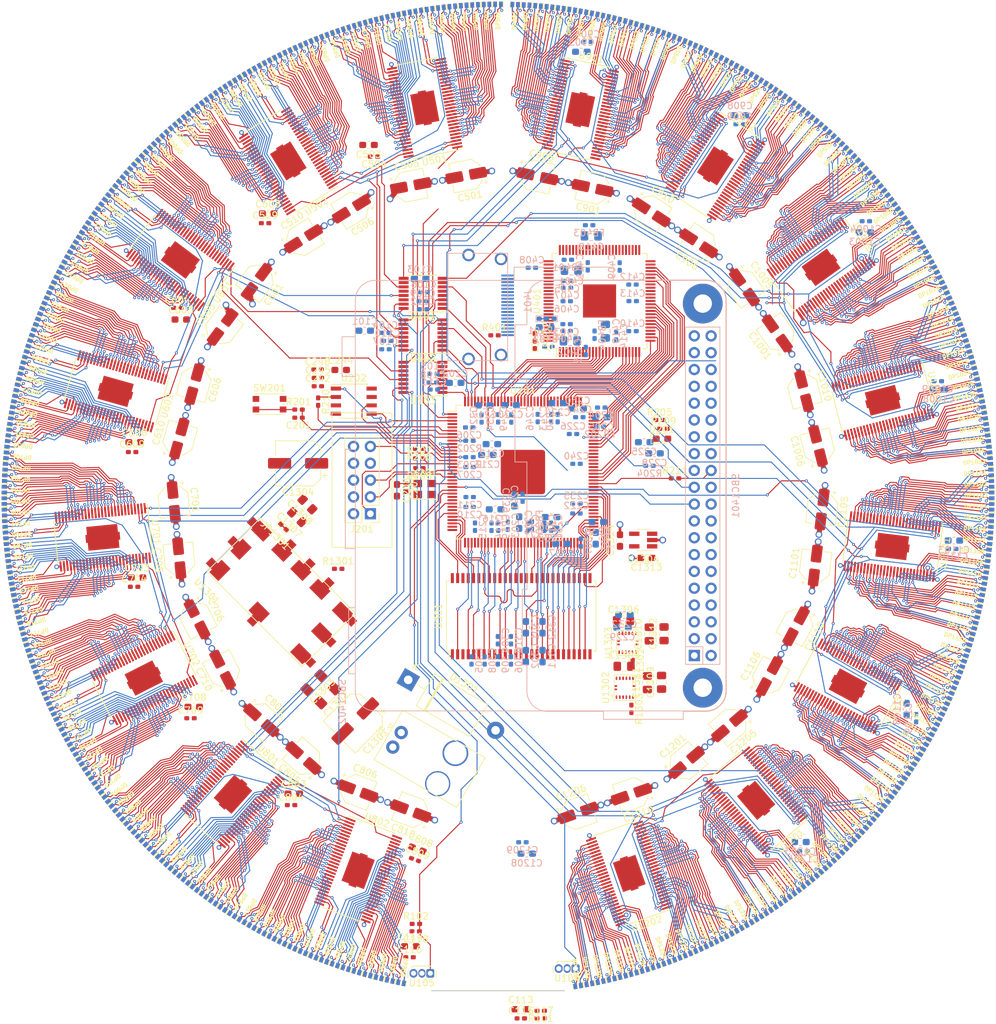
<source format=kicad_pcb>
(kicad_pcb (version 20171130) (host pcbnew "(5.1.2)-1")
  (layers (0 F.Cu signal) (1 gnd power) (2 pwr power) (31 B.Cu signal) (34 B.Paste user hide) (35 F.Paste user hide) (36 B.SilkS user) (37 F.SilkS user) (38 B.Mask user) (39 F.Mask user) (44 Edge.Cuts user))
  (net 0 "")
  (net 1 GND)
  (net 2 /200-FPGA/mag1)
  (net 3 /200-FPGA/mag2)
  (net 4 /200-FPGA/nConfig)
  (net 5 "Net-(C202-Pad1)")
  (net 6 "Net-(C204-Pad1)")
  (net 7 +1V2)
  (net 8 +2V5)
  (net 9 "Net-(C401-Pad1)")
  (net 10 "Net-(C402-Pad1)")
  (net 11 "Net-(C408-Pad1)")
  (net 12 "Net-(C411-Pad1)")
  (net 13 +5V)
  (net 14 "Net-(C1301-Pad1)")
  (net 15 "Net-(D201-Pad2)")
  (net 16 "Net-(D201-Pad1)")
  (net 17 /200-FPGA/tck)
  (net 18 /200-FPGA/tdo)
  (net 19 /200-FPGA/tms)
  (net 20 "Net-(J201-Pad7)")
  (net 21 "Net-(J201-Pad8)")
  (net 22 /200-FPGA/tdi)
  (net 23 "Net-(J401-Pad19)")
  (net 24 /400-HDMI/HDMI_5V)
  (net 25 "Net-(J401-Pad16)")
  (net 26 "Net-(J401-Pad15)")
  (net 27 "Net-(J401-Pad14)")
  (net 28 "Net-(J401-Pad13)")
  (net 29 "Net-(J401-Pad12)")
  (net 30 "Net-(J401-Pad10)")
  (net 31 "Net-(J401-Pad9)")
  (net 32 "Net-(J401-Pad7)")
  (net 33 "Net-(J401-Pad6)")
  (net 34 "Net-(J401-Pad4)")
  (net 35 "Net-(J401-Pad3)")
  (net 36 "Net-(J401-Pad1)")
  (net 37 "Net-(JP401-Pad2)")
  (net 38 "Net-(JP402-Pad2)")
  (net 39 "Net-(JP1301-Pad2)")
  (net 40 "Net-(R201-Pad1)")
  (net 41 "Net-(R202-Pad1)")
  (net 42 /200-FPGA/as_data0)
  (net 43 "Net-(R210-Pad1)")
  (net 44 "Net-(R1301-Pad1)")
  (net 45 "Net-(R1302-Pad2)")
  (net 46 "Net-(R1303-Pad2)")
  (net 47 /gsclk1)
  (net 48 /gsclk3)
  (net 49 /gsclk2)
  (net 50 /gsclk5)
  (net 51 /gsclk7)
  (net 52 /gsclk6)
  (net 53 /gsclk4)
  (net 54 /gsclk0)
  (net 55 "Net-(U101-Pad2)")
  (net 56 /200-FPGA/gsclk)
  (net 57 /lat1)
  (net 58 /lat3)
  (net 59 /lat2)
  (net 60 /lat5)
  (net 61 /lat7)
  (net 62 /lat6)
  (net 63 /lat4)
  (net 64 /lat0)
  (net 65 "Net-(U102-Pad2)")
  (net 66 /200-FPGA/lat)
  (net 67 /sclk1)
  (net 68 /sclk3)
  (net 69 /sclk2)
  (net 70 /sclk5)
  (net 71 /sclk7)
  (net 72 /sclk6)
  (net 73 /sclk4)
  (net 74 /sclk0)
  (net 75 "Net-(U103-Pad2)")
  (net 76 /200-FPGA/sclk)
  (net 77 /sdo2)
  (net 78 /sdo3)
  (net 79 /sdo4)
  (net 80 /200-FPGA/as_asdo)
  (net 81 /sdo5)
  (net 82 /200-FPGA/as_ncs)
  (net 83 /sdo7)
  (net 84 /200-FPGA/as_dclk)
  (net 85 "Net-(U201-Pad22)")
  (net 86 /200-FPGA/dq0)
  (net 87 /200-FPGA/dq15)
  (net 88 /200-FPGA/dq1)
  (net 89 /200-FPGA/dq14)
  (net 90 /200-FPGA/dq2)
  (net 91 /200-FPGA/dq13)
  (net 92 /200-FPGA/dq3)
  (net 93 /200-FPGA/dq12)
  (net 94 /300-memory/clk)
  (net 95 /200-FPGA/dq4)
  (net 96 /200-FPGA/dq11)
  (net 97 /200-FPGA/dq5)
  (net 98 /200-FPGA/dq10)
  (net 99 /200-FPGA/dq6)
  (net 100 /200-FPGA/dq9)
  (net 101 /200-FPGA/dq7)
  (net 102 /200-FPGA/dq8)
  (net 103 /200-FPGA/nWE)
  (net 104 /200-FPGA/dqmh)
  (net 105 /200-FPGA/nCAS)
  (net 106 /200-FPGA/nRAS)
  (net 107 /200-FPGA/cke)
  (net 108 /200-FPGA/nCS)
  (net 109 /200-FPGA/a12)
  (net 110 /200-FPGA/ba0)
  (net 111 /200-FPGA/a11)
  (net 112 /200-FPGA/ba1)
  (net 113 /200-FPGA/a9)
  (net 114 /200-FPGA/a10)
  (net 115 /200-FPGA/a8)
  (net 116 /200-FPGA/a0)
  (net 117 /200-FPGA/a7)
  (net 118 /200-FPGA/a1)
  (net 119 /200-FPGA/a6)
  (net 120 /200-FPGA/dqml)
  (net 121 /200-FPGA/a2)
  (net 122 /200-FPGA/a5)
  (net 123 /200-FPGA/a3)
  (net 124 /200-FPGA/a4)
  (net 125 /200-FPGA/de)
  (net 126 /200-FPGA/vsync)
  (net 127 /200-FPGA/hsync)
  (net 128 /200-FPGA/pixclk)
  (net 129 /200-FPGA/qe8)
  (net 130 /200-FPGA/qe9)
  (net 131 /200-FPGA/qe10)
  (net 132 /200-FPGA/qe11)
  (net 133 /200-FPGA/qe12)
  (net 134 /200-FPGA/qe13)
  (net 135 /200-FPGA/qe14)
  (net 136 /200-FPGA/qe15)
  (net 137 /200-FPGA/qe16)
  (net 138 /200-FPGA/qe17)
  (net 139 /200-FPGA/qe18)
  (net 140 /200-FPGA/qe19)
  (net 141 /200-FPGA/qe21)
  (net 142 /200-FPGA/qe22)
  (net 143 /200-FPGA/qe23)
  (net 144 /200-FPGA/qe0)
  (net 145 /200-FPGA/qe1)
  (net 146 /200-FPGA/qe20)
  (net 147 /200-FPGA/qe2)
  (net 148 /200-FPGA/qe3)
  (net 149 /200-FPGA/qe4)
  (net 150 /200-FPGA/qe5)
  (net 151 /200-FPGA/qe6)
  (net 152 /200-FPGA/qe7)
  (net 153 /sdo0)
  (net 154 /sdo1)
  (net 155 "Net-(U401-Pad96)")
  (net 156 "Net-(U401-Pad77)")
  (net 157 "Net-(U401-Pad75)")
  (net 158 "Net-(U401-Pad74)")
  (net 159 "Net-(U401-Pad73)")
  (net 160 "Net-(U401-Pad72)")
  (net 161 "Net-(U401-Pad71)")
  (net 162 "Net-(U401-Pad70)")
  (net 163 "Net-(U401-Pad69)")
  (net 164 "Net-(U401-Pad66)")
  (net 165 "Net-(U401-Pad65)")
  (net 166 "Net-(U401-Pad64)")
  (net 167 "Net-(U401-Pad63)")
  (net 168 "Net-(U401-Pad62)")
  (net 169 "Net-(U401-Pad61)")
  (net 170 "Net-(U401-Pad60)")
  (net 171 "Net-(U401-Pad59)")
  (net 172 "Net-(U401-Pad56)")
  (net 173 "Net-(U401-Pad55)")
  (net 174 "Net-(U401-Pad54)")
  (net 175 "Net-(U401-Pad53)")
  (net 176 "Net-(U401-Pad52)")
  (net 177 "Net-(U401-Pad51)")
  (net 178 "Net-(U401-Pad50)")
  (net 179 "Net-(U401-Pad49)")
  (net 180 "Net-(U401-Pad42)")
  (net 181 "Net-(U401-Pad41)")
  (net 182 "Net-(U401-Pad40)")
  (net 183 "Net-(U401-Pad9)")
  (net 184 "Net-(U401-Pad8)")
  (net 185 "Net-(U401-Pad2)")
  (net 186 "Net-(U501-Pad28)")
  (net 187 "Net-(U502-Pad28)")
  (net 188 "Net-(U601-Pad28)")
  (net 189 "Net-(U602-Pad28)")
  (net 190 "Net-(U701-Pad28)")
  (net 191 "Net-(U702-Pad28)")
  (net 192 "Net-(U801-Pad28)")
  (net 193 "Net-(U802-Pad28)")
  (net 194 "Net-(U901-Pad28)")
  (net 195 "Net-(U902-Pad28)")
  (net 196 "Net-(U1001-Pad28)")
  (net 197 "Net-(U1002-Pad28)")
  (net 198 "Net-(U1101-Pad28)")
  (net 199 /sdo6)
  (net 200 "Net-(U1102-Pad28)")
  (net 201 "Net-(U1201-Pad28)")
  (net 202 "Net-(U1202-Pad28)")
  (net 203 "Net-(U1301-Pad9)")
  (net 204 "Net-(U1301-Pad10)")
  (net 205 "Net-(U1301-Pad3)")
  (net 206 "Net-(U1301-Pad1)")
  (net 207 "Net-(U1302-Pad15)")
  (net 208 "Net-(U1302-Pad16)")
  (net 209 "Net-(U1302-Pad4)")
  (net 210 "Net-(U1302-Pad1)")
  (net 211 "Net-(U1303-Pad15)")
  (net 212 "Net-(U1303-Pad16)")
  (net 213 "Net-(U1303-Pad4)")
  (net 214 "Net-(U1303-Pad1)")
  (net 215 /LED31_0/b1)
  (net 216 /LED31_0/g1)
  (net 217 /LED31_0/r1)
  (net 218 /LED31_0/b2)
  (net 219 /LED31_0/g2)
  (net 220 /LED31_0/r2)
  (net 221 /LED31_0/b3)
  (net 222 /LED31_0/g3)
  (net 223 /LED31_0/r3)
  (net 224 /LED31_0/b4)
  (net 225 /LED31_0/g4)
  (net 226 /LED31_0/r4)
  (net 227 /LED31_0/b5)
  (net 228 /LED31_0/g5)
  (net 229 /LED31_0/r5)
  (net 230 /LED31_0/b6)
  (net 231 /LED31_0/g6)
  (net 232 /LED31_0/r6)
  (net 233 /LED31_0/b7)
  (net 234 /LED31_0/g7)
  (net 235 /LED31_0/r7)
  (net 236 /LED31_0/b8)
  (net 237 /LED31_0/g8)
  (net 238 /LED31_0/r8)
  (net 239 /LED31_0/b9)
  (net 240 /LED31_0/g9)
  (net 241 /LED31_0/r9)
  (net 242 /LED31_0/b10)
  (net 243 /LED31_0/g10)
  (net 244 /LED31_0/r10)
  (net 245 /LED31_0/b11)
  (net 246 /LED31_0/g11)
  (net 247 /LED31_0/r11)
  (net 248 /LED31_0/b12)
  (net 249 /LED31_0/g12)
  (net 250 /LED31_0/r12)
  (net 251 /LED31_0/b13)
  (net 252 /LED31_0/g13)
  (net 253 /LED31_0/r13)
  (net 254 /LED31_0/b14)
  (net 255 /LED31_0/g14)
  (net 256 /LED31_0/r14)
  (net 257 /LED31_0/b15)
  (net 258 /LED31_0/g15)
  (net 259 /LED31_0/r15)
  (net 260 /LED31_0/b16)
  (net 261 /LED31_0/g16)
  (net 262 /LED31_0/r16)
  (net 263 /LED31_0/b17)
  (net 264 /LED31_0/g17)
  (net 265 /LED31_0/r17)
  (net 266 /LED31_0/b18)
  (net 267 /LED31_0/g18)
  (net 268 /LED31_0/r18)
  (net 269 /LED31_0/b19)
  (net 270 /LED31_0/g19)
  (net 271 /LED31_0/r19)
  (net 272 /LED31_0/b20)
  (net 273 /LED31_0/g20)
  (net 274 /LED31_0/r20)
  (net 275 /LED31_0/b21)
  (net 276 /LED31_0/g21)
  (net 277 /LED31_0/r21)
  (net 278 /LED31_0/b22)
  (net 279 /LED31_0/g22)
  (net 280 /LED31_0/r22)
  (net 281 /LED31_0/b23)
  (net 282 /LED31_0/g23)
  (net 283 /LED31_0/r23)
  (net 284 /LED31_0/b24)
  (net 285 /LED31_0/g24)
  (net 286 /LED31_0/r24)
  (net 287 /LED31_0/b25)
  (net 288 /LED31_0/g25)
  (net 289 /LED31_0/r25)
  (net 290 /LED31_0/b26)
  (net 291 /LED31_0/g26)
  (net 292 /LED31_0/r26)
  (net 293 /LED31_0/b27)
  (net 294 /LED31_0/g27)
  (net 295 /LED31_0/r27)
  (net 296 /LED31_0/b28)
  (net 297 /LED31_0/g28)
  (net 298 /LED31_0/r28)
  (net 299 /LED31_0/b29)
  (net 300 /LED31_0/g29)
  (net 301 /LED31_0/r29)
  (net 302 /LED31_0/b30)
  (net 303 /LED31_0/g30)
  (net 304 /LED31_0/r30)
  (net 305 /LED31_0/b31)
  (net 306 /LED31_0/g31)
  (net 307 /LED31_0/r31)
  (net 308 /LED31_0/b32)
  (net 309 /LED31_0/g32)
  (net 310 /LED31_0/r32)
  (net 311 /LED63_32/b1)
  (net 312 /LED63_32/g1)
  (net 313 /LED63_32/r1)
  (net 314 /LED63_32/b2)
  (net 315 /LED63_32/g2)
  (net 316 /LED63_32/r2)
  (net 317 /LED63_32/b3)
  (net 318 /LED63_32/g3)
  (net 319 /LED63_32/r3)
  (net 320 /LED63_32/b4)
  (net 321 /LED63_32/g4)
  (net 322 /LED63_32/r4)
  (net 323 /LED63_32/b5)
  (net 324 /LED63_32/g5)
  (net 325 /LED63_32/r5)
  (net 326 /LED63_32/b6)
  (net 327 /LED63_32/g6)
  (net 328 /LED63_32/r6)
  (net 329 /LED63_32/b7)
  (net 330 /LED63_32/g7)
  (net 331 /LED63_32/r7)
  (net 332 /LED63_32/b8)
  (net 333 /LED63_32/g8)
  (net 334 /LED63_32/r8)
  (net 335 /LED63_32/b9)
  (net 336 /LED63_32/g9)
  (net 337 /LED63_32/r9)
  (net 338 /LED63_32/b10)
  (net 339 /LED63_32/g10)
  (net 340 /LED63_32/r10)
  (net 341 /LED63_32/b11)
  (net 342 /LED63_32/g11)
  (net 343 /LED63_32/r11)
  (net 344 /LED63_32/b12)
  (net 345 /LED63_32/g12)
  (net 346 /LED63_32/r12)
  (net 347 /LED63_32/b13)
  (net 348 /LED63_32/g13)
  (net 349 /LED63_32/r13)
  (net 350 /LED63_32/b14)
  (net 351 /LED63_32/g14)
  (net 352 /LED63_32/r14)
  (net 353 /LED63_32/b15)
  (net 354 /LED63_32/g15)
  (net 355 /LED63_32/r15)
  (net 356 /LED63_32/b16)
  (net 357 /LED63_32/g16)
  (net 358 /LED63_32/r16)
  (net 359 /LED63_32/b17)
  (net 360 /LED63_32/g17)
  (net 361 /LED63_32/r17)
  (net 362 /LED63_32/b18)
  (net 363 /LED63_32/g18)
  (net 364 /LED63_32/r18)
  (net 365 /LED63_32/b19)
  (net 366 /LED63_32/g19)
  (net 367 /LED63_32/r19)
  (net 368 /LED63_32/b20)
  (net 369 /LED63_32/g20)
  (net 370 /LED63_32/r20)
  (net 371 /LED63_32/b21)
  (net 372 /LED63_32/g21)
  (net 373 /LED63_32/r21)
  (net 374 /LED63_32/b22)
  (net 375 /LED63_32/g22)
  (net 376 /LED63_32/r22)
  (net 377 /LED63_32/b23)
  (net 378 /LED63_32/g23)
  (net 379 /LED63_32/r23)
  (net 380 /LED63_32/b24)
  (net 381 /LED63_32/g24)
  (net 382 /LED63_32/r24)
  (net 383 /LED63_32/b25)
  (net 384 /LED63_32/g25)
  (net 385 /LED63_32/r25)
  (net 386 /LED63_32/b26)
  (net 387 /LED63_32/g26)
  (net 388 /LED63_32/r26)
  (net 389 /LED63_32/b27)
  (net 390 /LED63_32/g27)
  (net 391 /LED63_32/r27)
  (net 392 /LED63_32/b28)
  (net 393 /LED63_32/g28)
  (net 394 /LED63_32/r28)
  (net 395 /LED63_32/b29)
  (net 396 /LED63_32/g29)
  (net 397 /LED63_32/r29)
  (net 398 /LED63_32/b30)
  (net 399 /LED63_32/g30)
  (net 400 /LED63_32/r30)
  (net 401 /LED63_32/b31)
  (net 402 /LED63_32/g31)
  (net 403 /LED63_32/r31)
  (net 404 /LED63_32/b32)
  (net 405 /LED63_32/g32)
  (net 406 /LED63_32/r32)
  (net 407 /LED95_64/b1)
  (net 408 /LED95_64/g1)
  (net 409 /LED95_64/r1)
  (net 410 /LED95_64/b2)
  (net 411 /LED95_64/g2)
  (net 412 /LED95_64/r2)
  (net 413 /LED95_64/b3)
  (net 414 /LED95_64/g3)
  (net 415 /LED95_64/r3)
  (net 416 /LED95_64/b4)
  (net 417 /LED95_64/g4)
  (net 418 /LED95_64/r4)
  (net 419 /LED95_64/b5)
  (net 420 /LED95_64/g5)
  (net 421 /LED95_64/r5)
  (net 422 /LED95_64/b6)
  (net 423 /LED95_64/g6)
  (net 424 /LED95_64/r6)
  (net 425 /LED95_64/b7)
  (net 426 /LED95_64/g7)
  (net 427 /LED95_64/r7)
  (net 428 /LED95_64/b8)
  (net 429 /LED95_64/g8)
  (net 430 /LED95_64/r8)
  (net 431 /LED95_64/b9)
  (net 432 /LED95_64/g9)
  (net 433 /LED95_64/r9)
  (net 434 /LED95_64/b10)
  (net 435 /LED95_64/g10)
  (net 436 /LED95_64/r10)
  (net 437 /LED95_64/b11)
  (net 438 /LED95_64/g11)
  (net 439 /LED95_64/r11)
  (net 440 /LED95_64/b12)
  (net 441 /LED95_64/g12)
  (net 442 /LED95_64/r12)
  (net 443 /LED95_64/b13)
  (net 444 /LED95_64/g13)
  (net 445 /LED95_64/r13)
  (net 446 /LED95_64/b14)
  (net 447 /LED95_64/g14)
  (net 448 /LED95_64/r14)
  (net 449 /LED95_64/b15)
  (net 450 /LED95_64/g15)
  (net 451 /LED95_64/r15)
  (net 452 /LED95_64/b16)
  (net 453 /LED95_64/g16)
  (net 454 /LED95_64/r16)
  (net 455 /LED95_64/b17)
  (net 456 /LED95_64/g17)
  (net 457 /LED95_64/r17)
  (net 458 /LED95_64/b18)
  (net 459 /LED95_64/g18)
  (net 460 /LED95_64/r18)
  (net 461 /LED95_64/b19)
  (net 462 /LED95_64/g19)
  (net 463 /LED95_64/r19)
  (net 464 /LED95_64/b20)
  (net 465 /LED95_64/g20)
  (net 466 /LED95_64/r20)
  (net 467 /LED95_64/b21)
  (net 468 /LED95_64/g21)
  (net 469 /LED95_64/r21)
  (net 470 /LED95_64/b22)
  (net 471 /LED95_64/g22)
  (net 472 /LED95_64/r22)
  (net 473 /LED95_64/b23)
  (net 474 /LED95_64/g23)
  (net 475 /LED95_64/r23)
  (net 476 /LED95_64/b24)
  (net 477 /LED95_64/g24)
  (net 478 /LED95_64/r24)
  (net 479 /LED95_64/b25)
  (net 480 /LED95_64/g25)
  (net 481 /LED95_64/r25)
  (net 482 /LED95_64/b26)
  (net 483 /LED95_64/g26)
  (net 484 /LED95_64/r26)
  (net 485 /LED95_64/b27)
  (net 486 /LED95_64/g27)
  (net 487 /LED95_64/r27)
  (net 488 /LED95_64/b28)
  (net 489 /LED95_64/g28)
  (net 490 /LED95_64/r28)
  (net 491 /LED95_64/b29)
  (net 492 /LED95_64/g29)
  (net 493 /LED95_64/r29)
  (net 494 /LED95_64/b30)
  (net 495 /LED95_64/g30)
  (net 496 /LED95_64/r30)
  (net 497 /LED95_64/b31)
  (net 498 /LED95_64/g31)
  (net 499 /LED95_64/r31)
  (net 500 /LED95_64/b32)
  (net 501 /LED95_64/g32)
  (net 502 /LED95_64/r32)
  (net 503 /LED127_96/b1)
  (net 504 /LED127_96/g1)
  (net 505 /LED127_96/r1)
  (net 506 /LED127_96/b2)
  (net 507 /LED127_96/g2)
  (net 508 /LED127_96/r2)
  (net 509 /LED127_96/b3)
  (net 510 /LED127_96/g3)
  (net 511 /LED127_96/r3)
  (net 512 /LED127_96/b4)
  (net 513 /LED127_96/g4)
  (net 514 /LED127_96/r4)
  (net 515 /LED127_96/b5)
  (net 516 /LED127_96/g5)
  (net 517 /LED127_96/r5)
  (net 518 /LED127_96/b6)
  (net 519 /LED127_96/g6)
  (net 520 /LED127_96/r6)
  (net 521 /LED127_96/b7)
  (net 522 /LED127_96/g7)
  (net 523 /LED127_96/r7)
  (net 524 /LED127_96/b8)
  (net 525 /LED127_96/g8)
  (net 526 /LED127_96/r8)
  (net 527 /LED127_96/b9)
  (net 528 /LED127_96/g9)
  (net 529 /LED127_96/r9)
  (net 530 /LED127_96/b10)
  (net 531 /LED127_96/g10)
  (net 532 /LED127_96/r10)
  (net 533 /LED127_96/b11)
  (net 534 /LED127_96/g11)
  (net 535 /LED127_96/r11)
  (net 536 /LED127_96/b12)
  (net 537 /LED127_96/g12)
  (net 538 /LED127_96/r12)
  (net 539 /LED127_96/b13)
  (net 540 /LED127_96/g13)
  (net 541 /LED127_96/r13)
  (net 542 /LED127_96/b14)
  (net 543 /LED127_96/g14)
  (net 544 /LED127_96/r14)
  (net 545 /LED127_96/b15)
  (net 546 /LED127_96/g15)
  (net 547 /LED127_96/r15)
  (net 548 /LED127_96/b16)
  (net 549 /LED127_96/g16)
  (net 550 /LED127_96/r16)
  (net 551 /LED127_96/b17)
  (net 552 /LED127_96/g17)
  (net 553 /LED127_96/r17)
  (net 554 /LED127_96/b18)
  (net 555 /LED127_96/g18)
  (net 556 /LED127_96/r18)
  (net 557 /LED127_96/b19)
  (net 558 /LED127_96/g19)
  (net 559 /LED127_96/r19)
  (net 560 /LED127_96/b20)
  (net 561 /LED127_96/g20)
  (net 562 /LED127_96/r20)
  (net 563 /LED127_96/b21)
  (net 564 /LED127_96/g21)
  (net 565 /LED127_96/r21)
  (net 566 /LED127_96/b22)
  (net 567 /LED127_96/g22)
  (net 568 /LED127_96/r22)
  (net 569 /LED127_96/b23)
  (net 570 /LED127_96/g23)
  (net 571 /LED127_96/r23)
  (net 572 /LED127_96/b24)
  (net 573 /LED127_96/g24)
  (net 574 /LED127_96/r24)
  (net 575 /LED127_96/b25)
  (net 576 /LED127_96/g25)
  (net 577 /LED127_96/r25)
  (net 578 /LED127_96/b26)
  (net 579 /LED127_96/g26)
  (net 580 /LED127_96/r26)
  (net 581 /LED127_96/b27)
  (net 582 /LED127_96/g27)
  (net 583 /LED127_96/r27)
  (net 584 /LED127_96/b28)
  (net 585 /LED127_96/g28)
  (net 586 /LED127_96/r28)
  (net 587 /LED127_96/b29)
  (net 588 /LED127_96/g29)
  (net 589 /LED127_96/r29)
  (net 590 /LED127_96/b30)
  (net 591 /LED127_96/g30)
  (net 592 /LED127_96/r30)
  (net 593 /LED127_96/b31)
  (net 594 /LED127_96/g31)
  (net 595 /LED127_96/r31)
  (net 596 /LED127_96/b32)
  (net 597 /LED127_96/g32)
  (net 598 /LED127_96/r32)
  (net 599 /LED159_128/b1)
  (net 600 /LED159_128/g1)
  (net 601 /LED159_128/r1)
  (net 602 /LED159_128/b2)
  (net 603 /LED159_128/g2)
  (net 604 /LED159_128/r2)
  (net 605 /LED159_128/b3)
  (net 606 /LED159_128/g3)
  (net 607 /LED159_128/r3)
  (net 608 /LED159_128/b4)
  (net 609 /LED159_128/g4)
  (net 610 /LED159_128/r4)
  (net 611 /LED159_128/b5)
  (net 612 /LED159_128/g5)
  (net 613 /LED159_128/r5)
  (net 614 /LED159_128/b6)
  (net 615 /LED159_128/g6)
  (net 616 /LED159_128/r6)
  (net 617 /LED159_128/b7)
  (net 618 /LED159_128/g7)
  (net 619 /LED159_128/r7)
  (net 620 /LED159_128/b8)
  (net 621 /LED159_128/g8)
  (net 622 /LED159_128/r8)
  (net 623 /LED159_128/b9)
  (net 624 /LED159_128/g9)
  (net 625 /LED159_128/r9)
  (net 626 /LED159_128/b10)
  (net 627 /LED159_128/g10)
  (net 628 /LED159_128/r10)
  (net 629 /LED159_128/b11)
  (net 630 /LED159_128/g11)
  (net 631 /LED159_128/r11)
  (net 632 /LED159_128/b12)
  (net 633 /LED159_128/g12)
  (net 634 /LED159_128/r12)
  (net 635 /LED159_128/b13)
  (net 636 /LED159_128/g13)
  (net 637 /LED159_128/r13)
  (net 638 /LED159_128/b14)
  (net 639 /LED159_128/g14)
  (net 640 /LED159_128/r14)
  (net 641 /LED159_128/b15)
  (net 642 /LED159_128/g15)
  (net 643 /LED159_128/r15)
  (net 644 /LED159_128/b16)
  (net 645 /LED159_128/g16)
  (net 646 /LED159_128/r16)
  (net 647 /LED159_128/b17)
  (net 648 /LED159_128/g17)
  (net 649 /LED159_128/r17)
  (net 650 /LED159_128/b18)
  (net 651 /LED159_128/g18)
  (net 652 /LED159_128/r18)
  (net 653 /LED159_128/b19)
  (net 654 /LED159_128/g19)
  (net 655 /LED159_128/r19)
  (net 656 /LED159_128/b20)
  (net 657 /LED159_128/g20)
  (net 658 /LED159_128/r20)
  (net 659 /LED159_128/b21)
  (net 660 /LED159_128/g21)
  (net 661 /LED159_128/r21)
  (net 662 /LED159_128/b22)
  (net 663 /LED159_128/g22)
  (net 664 /LED159_128/r22)
  (net 665 /LED159_128/b23)
  (net 666 /LED159_128/g23)
  (net 667 /LED159_128/r23)
  (net 668 /LED159_128/b24)
  (net 669 /LED159_128/g24)
  (net 670 /LED159_128/r24)
  (net 671 /LED159_128/b25)
  (net 672 /LED159_128/g25)
  (net 673 /LED159_128/r25)
  (net 674 /LED159_128/b26)
  (net 675 /LED159_128/g26)
  (net 676 /LED159_128/r26)
  (net 677 /LED159_128/b27)
  (net 678 /LED159_128/g27)
  (net 679 /LED159_128/r27)
  (net 680 /LED159_128/b28)
  (net 681 /LED159_128/g28)
  (net 682 /LED159_128/r28)
  (net 683 /LED159_128/b29)
  (net 684 /LED159_128/g29)
  (net 685 /LED159_128/r29)
  (net 686 /LED159_128/b30)
  (net 687 /LED159_128/g30)
  (net 688 /LED159_128/r30)
  (net 689 /LED159_128/b31)
  (net 690 /LED159_128/g31)
  (net 691 /LED159_128/r31)
  (net 692 /LED159_128/b32)
  (net 693 /LED159_128/g32)
  (net 694 /LED159_128/r32)
  (net 695 /LED191_160/b1)
  (net 696 /LED191_160/g1)
  (net 697 /LED191_160/r1)
  (net 698 /LED191_160/b2)
  (net 699 /LED191_160/g2)
  (net 700 /LED191_160/r2)
  (net 701 /LED191_160/b3)
  (net 702 /LED191_160/g3)
  (net 703 /LED191_160/r3)
  (net 704 /LED191_160/b4)
  (net 705 /LED191_160/g4)
  (net 706 /LED191_160/r4)
  (net 707 /LED191_160/b5)
  (net 708 /LED191_160/g5)
  (net 709 /LED191_160/r5)
  (net 710 /LED191_160/b6)
  (net 711 /LED191_160/g6)
  (net 712 /LED191_160/r6)
  (net 713 /LED191_160/b7)
  (net 714 /LED191_160/g7)
  (net 715 /LED191_160/r7)
  (net 716 /LED191_160/b8)
  (net 717 /LED191_160/g8)
  (net 718 /LED191_160/r8)
  (net 719 /LED191_160/b9)
  (net 720 /LED191_160/g9)
  (net 721 /LED191_160/r9)
  (net 722 /LED191_160/b10)
  (net 723 /LED191_160/g10)
  (net 724 /LED191_160/r10)
  (net 725 /LED191_160/b11)
  (net 726 /LED191_160/g11)
  (net 727 /LED191_160/r11)
  (net 728 /LED191_160/b12)
  (net 729 /LED191_160/g12)
  (net 730 /LED191_160/r12)
  (net 731 /LED191_160/b13)
  (net 732 /LED191_160/g13)
  (net 733 /LED191_160/r13)
  (net 734 /LED191_160/b14)
  (net 735 /LED191_160/g14)
  (net 736 /LED191_160/r14)
  (net 737 /LED191_160/b15)
  (net 738 /LED191_160/g15)
  (net 739 /LED191_160/r15)
  (net 740 /LED191_160/b16)
  (net 741 /LED191_160/g16)
  (net 742 /LED191_160/r16)
  (net 743 /LED191_160/b17)
  (net 744 /LED191_160/g17)
  (net 745 /LED191_160/r17)
  (net 746 /LED191_160/b18)
  (net 747 /LED191_160/g18)
  (net 748 /LED191_160/r18)
  (net 749 /LED191_160/b19)
  (net 750 /LED191_160/g19)
  (net 751 /LED191_160/r19)
  (net 752 /LED191_160/b20)
  (net 753 /LED191_160/g20)
  (net 754 /LED191_160/r20)
  (net 755 /LED191_160/b21)
  (net 756 /LED191_160/g21)
  (net 757 /LED191_160/r21)
  (net 758 /LED191_160/b22)
  (net 759 /LED191_160/g22)
  (net 760 /LED191_160/r22)
  (net 761 /LED191_160/b23)
  (net 762 /LED191_160/g23)
  (net 763 /LED191_160/r23)
  (net 764 /LED191_160/b24)
  (net 765 /LED191_160/g24)
  (net 766 /LED191_160/r24)
  (net 767 /LED191_160/b25)
  (net 768 /LED191_160/g25)
  (net 769 /LED191_160/r25)
  (net 770 /LED191_160/b26)
  (net 771 /LED191_160/g26)
  (net 772 /LED191_160/r26)
  (net 773 /LED191_160/b27)
  (net 774 /LED191_160/g27)
  (net 775 /LED191_160/r27)
  (net 776 /LED191_160/b28)
  (net 777 /LED191_160/g28)
  (net 778 /LED191_160/r28)
  (net 779 /LED191_160/b29)
  (net 780 /LED191_160/g29)
  (net 781 /LED191_160/r29)
  (net 782 /LED191_160/b30)
  (net 783 /LED191_160/g30)
  (net 784 /LED191_160/r30)
  (net 785 /LED191_160/b31)
  (net 786 /LED191_160/g31)
  (net 787 /LED191_160/r31)
  (net 788 /LED191_160/b32)
  (net 789 /LED191_160/g32)
  (net 790 /LED191_160/r32)
  (net 791 /LED223_192/b1)
  (net 792 /LED223_192/g1)
  (net 793 /LED223_192/r1)
  (net 794 /LED223_192/b2)
  (net 795 /LED223_192/g2)
  (net 796 /LED223_192/r2)
  (net 797 /LED223_192/b3)
  (net 798 /LED223_192/g3)
  (net 799 /LED223_192/r3)
  (net 800 /LED223_192/b4)
  (net 801 /LED223_192/g4)
  (net 802 /LED223_192/r4)
  (net 803 /LED223_192/b5)
  (net 804 /LED223_192/g5)
  (net 805 /LED223_192/r5)
  (net 806 /LED223_192/b6)
  (net 807 /LED223_192/g6)
  (net 808 /LED223_192/r6)
  (net 809 /LED223_192/b7)
  (net 810 /LED223_192/g7)
  (net 811 /LED223_192/r7)
  (net 812 /LED223_192/b8)
  (net 813 /LED223_192/g8)
  (net 814 /LED223_192/r8)
  (net 815 /LED223_192/b9)
  (net 816 /LED223_192/g9)
  (net 817 /LED223_192/r9)
  (net 818 /LED223_192/b10)
  (net 819 /LED223_192/g10)
  (net 820 /LED223_192/r10)
  (net 821 /LED223_192/b11)
  (net 822 /LED223_192/g11)
  (net 823 /LED223_192/r11)
  (net 824 /LED223_192/b12)
  (net 825 /LED223_192/g12)
  (net 826 /LED223_192/r12)
  (net 827 /LED223_192/b13)
  (net 828 /LED223_192/g13)
  (net 829 /LED223_192/r13)
  (net 830 /LED223_192/b14)
  (net 831 /LED223_192/g14)
  (net 832 /LED223_192/r14)
  (net 833 /LED223_192/b15)
  (net 834 /LED223_192/g15)
  (net 835 /LED223_192/r15)
  (net 836 /LED223_192/b16)
  (net 837 /LED223_192/g16)
  (net 838 /LED223_192/r16)
  (net 839 /LED223_192/b17)
  (net 840 /LED223_192/g17)
  (net 841 /LED223_192/r17)
  (net 842 /LED223_192/b18)
  (net 843 /LED223_192/g18)
  (net 844 /LED223_192/r18)
  (net 845 /LED223_192/b19)
  (net 846 /LED223_192/g19)
  (net 847 /LED223_192/r19)
  (net 848 /LED223_192/b20)
  (net 849 /LED223_192/g20)
  (net 850 /LED223_192/r20)
  (net 851 /LED223_192/b21)
  (net 852 /LED223_192/g21)
  (net 853 /LED223_192/r21)
  (net 854 /LED223_192/b22)
  (net 855 /LED223_192/g22)
  (net 856 /LED223_192/r22)
  (net 857 /LED223_192/b23)
  (net 858 /LED223_192/g23)
  (net 859 /LED223_192/r23)
  (net 860 /LED223_192/b24)
  (net 861 /LED223_192/g24)
  (net 862 /LED223_192/r24)
  (net 863 /LED223_192/b25)
  (net 864 /LED223_192/g25)
  (net 865 /LED223_192/r25)
  (net 866 /LED223_192/b26)
  (net 867 /LED223_192/g26)
  (net 868 /LED223_192/r26)
  (net 869 /LED223_192/b27)
  (net 870 /LED223_192/g27)
  (net 871 /LED223_192/r27)
  (net 872 /LED223_192/b28)
  (net 873 /LED223_192/g28)
  (net 874 /LED223_192/r28)
  (net 875 /LED223_192/b29)
  (net 876 /LED223_192/g29)
  (net 877 /LED223_192/r29)
  (net 878 /LED223_192/b30)
  (net 879 /LED223_192/g30)
  (net 880 /LED223_192/r30)
  (net 881 /LED223_192/b31)
  (net 882 /LED223_192/g31)
  (net 883 /LED223_192/r31)
  (net 884 /LED223_192/b32)
  (net 885 /LED223_192/g32)
  (net 886 /LED223_192/r32)
  (net 887 /LED255_224/b1)
  (net 888 /LED255_224/g1)
  (net 889 /LED255_224/r1)
  (net 890 /LED255_224/b2)
  (net 891 /LED255_224/g2)
  (net 892 /LED255_224/r2)
  (net 893 /LED255_224/b3)
  (net 894 /LED255_224/g3)
  (net 895 /LED255_224/r3)
  (net 896 /LED255_224/b4)
  (net 897 /LED255_224/g4)
  (net 898 /LED255_224/r4)
  (net 899 /LED255_224/b5)
  (net 900 /LED255_224/g5)
  (net 901 /LED255_224/r5)
  (net 902 /LED255_224/b6)
  (net 903 /LED255_224/g6)
  (net 904 /LED255_224/r6)
  (net 905 /LED255_224/b7)
  (net 906 /LED255_224/g7)
  (net 907 /LED255_224/r7)
  (net 908 /LED255_224/b8)
  (net 909 /LED255_224/g8)
  (net 910 /LED255_224/r8)
  (net 911 /LED255_224/b9)
  (net 912 /LED255_224/g9)
  (net 913 /LED255_224/r9)
  (net 914 /LED255_224/b10)
  (net 915 /LED255_224/g10)
  (net 916 /LED255_224/r10)
  (net 917 /LED255_224/b11)
  (net 918 /LED255_224/g11)
  (net 919 /LED255_224/r11)
  (net 920 /LED255_224/b12)
  (net 921 /LED255_224/g12)
  (net 922 /LED255_224/r12)
  (net 923 /LED255_224/b13)
  (net 924 /LED255_224/g13)
  (net 925 /LED255_224/r13)
  (net 926 /LED255_224/b14)
  (net 927 /LED255_224/g14)
  (net 928 /LED255_224/r14)
  (net 929 /LED255_224/b15)
  (net 930 /LED255_224/g15)
  (net 931 /LED255_224/r15)
  (net 932 /LED255_224/b16)
  (net 933 /LED255_224/g16)
  (net 934 /LED255_224/r16)
  (net 935 /LED255_224/b17)
  (net 936 /LED255_224/g17)
  (net 937 /LED255_224/r17)
  (net 938 /LED255_224/b18)
  (net 939 /LED255_224/g18)
  (net 940 /LED255_224/r18)
  (net 941 /LED255_224/b19)
  (net 942 /LED255_224/g19)
  (net 943 /LED255_224/r19)
  (net 944 /LED255_224/b20)
  (net 945 /LED255_224/g20)
  (net 946 /LED255_224/r20)
  (net 947 /LED255_224/b21)
  (net 948 /LED255_224/g21)
  (net 949 /LED255_224/r21)
  (net 950 /LED255_224/b22)
  (net 951 /LED255_224/g22)
  (net 952 /LED255_224/r22)
  (net 953 /LED255_224/b23)
  (net 954 /LED255_224/g23)
  (net 955 /LED255_224/r23)
  (net 956 /LED255_224/b24)
  (net 957 /LED255_224/g24)
  (net 958 /LED255_224/r24)
  (net 959 /LED255_224/b25)
  (net 960 /LED255_224/g25)
  (net 961 /LED255_224/r25)
  (net 962 /LED255_224/b26)
  (net 963 /LED255_224/g26)
  (net 964 /LED255_224/r26)
  (net 965 /LED255_224/b27)
  (net 966 /LED255_224/g27)
  (net 967 /LED255_224/r27)
  (net 968 /LED255_224/b28)
  (net 969 /LED255_224/g28)
  (net 970 /LED255_224/r28)
  (net 971 /LED255_224/b29)
  (net 972 /LED255_224/g29)
  (net 973 /LED255_224/r29)
  (net 974 /LED255_224/b30)
  (net 975 /LED255_224/g30)
  (net 976 /LED255_224/r30)
  (net 977 /LED255_224/b31)
  (net 978 /LED255_224/g31)
  (net 979 /LED255_224/r31)
  (net 980 /LED255_224/b32)
  (net 981 /LED255_224/g32)
  (net 982 /LED255_224/r32)
  (net 983 +3V0)
  (net 984 /spi_miso)
  (net 985 "Net-(R204-Pad1)")
  (net 986 /spi_ncs)
  (net 987 "Net-(R211-Pad1)")
  (net 988 "Net-(SBC1401-Pad1)")
  (net 989 "Net-(SBC1401-Pad16)")
  (net 990 "Net-(SBC1401-Pad15)")
  (net 991 /spi_mosi)
  (net 992 "Net-(SBC1401-Pad12)")
  (net 993 "Net-(SBC1401-Pad11)")
  (net 994 "Net-(SBC1401-Pad33)")
  (net 995 "Net-(SBC1401-Pad10)")
  (net 996 /spi_sclk)
  (net 997 "Net-(SBC1401-Pad5)")
  (net 998 "Net-(SBC1401-Pad8)")
  (net 999 "Net-(SBC1401-Pad7)")
  (net 1000 "Net-(SBC1401-Pad3)")
  (net 1001 "Net-(SBC1401-Pad22)")
  (net 1002 "Net-(SBC1401-Pad32)")
  (net 1003 "Net-(SBC1401-Pad31)")
  (net 1004 "Net-(SBC1401-Pad28)")
  (net 1005 "Net-(SBC1401-Pad27)")
  (net 1006 "Net-(SBC1401-Pad13)")
  (net 1007 "Net-(SBC1401-Pad29)")
  (net 1008 "Net-(SBC1401-Pad18)")
  (net 1009 "Net-(SBC1401-Pad17)")
  (net 1010 "Net-(SBC1401-Pad40)")
  (net 1011 "Net-(SBC1401-Pad35)")
  (net 1012 "Net-(SBC1401-Pad38)")
  (net 1013 "Net-(SBC1401-Pad26)")
  (net 1014 "Net-(SBC1401-Pad37)")
  (net 1015 "Net-(SBC1401-Pad36)")
  (net 1016 "Net-(U201-Pad46)")
  (module Jumper:SolderJumper-2_bridged (layer F.Cu) (at 76.10094 103.92918 135)
    (fp_text reference JP1301 (at 0 -1.8 135) (layer F.SilkS))
    (fp_text value SolderJumper_2_Bridged)
    (fp_line (start -0.42672 -0.00508) (end 0.40386 -0.00508) (layer F.Cu) (width 0.2032))
    (pad 1 smd roundrect (at -0.565 0 135) (size 0.75 0.64) (layers F.Cu F.Paste F.Mask) (net 13 +5V))
    (pad 2 smd roundrect (at 0.565 0 135) (size 0.75 0.64) (layers F.Cu F.Paste F.Mask) (net 39 "Net-(JP1301-Pad2)"))
  )
  (module Module:RaspberryPi3A+ (layer B.Cu) (at 86.94166 131.7117 90)
    (fp_text reference SBC1402 (at 1.413301 -1.95708 90) (layer B.SilkS) (effects (justify mirror)))
    (fp_text value RaspberryPiA+)
    (pad 0 thru_hole circle (at 3.5 52.5 90) (size 6 6) (drill 2.75) (layers *.Cu *.Mask))
    (pad 0 thru_hole circle (at 61.5 52.5 90) (size 6 6) (drill 2.75) (layers *.Cu *.Mask))
  )
  (module Module:Raspberry_Pi_Zero_Socketed_THT_MountingHoles (layer B.Cu) (at 138.16584 75.09002 180)
    (fp_text reference SBC1401 (at -6.27 -24.13 90) (layer B.SilkS) (effects (justify mirror)))
    (fp_text value Raspberry_Pi_2_3)
    (pad "" np_thru_hole circle (at -1.27 -53.13 90) (size 2.75 2.75) (drill 2.75) (layers *.Cu *.Mask))
    (pad "" np_thru_hole circle (at 21.73 -53.13 90) (size 2.75 2.75) (drill 2.75) (layers *.Cu *.Mask))
    (pad "" np_thru_hole circle (at -1.27 4.87 90) (size 2.75 2.75) (drill 2.75) (layers *.Cu *.Mask))
    (pad 2 thru_hole oval (at -2.54 -48.26 180) (size 1.7 1.7) (drill 1) (layers *.Cu *.Mask) (net 13 +5V))
    (pad 1 thru_hole rect (at 0 -48.26 180) (size 1.7 1.7) (drill 1) (layers *.Cu *.Mask) (net 988 "Net-(SBC1401-Pad1)"))
    (pad 16 thru_hole oval (at -2.54 -30.48 180) (size 1.7 1.7) (drill 1) (layers *.Cu *.Mask) (net 989 "Net-(SBC1401-Pad16)"))
    (pad 15 thru_hole oval (at 0 -30.48 180) (size 1.7 1.7) (drill 1) (layers *.Cu *.Mask) (net 990 "Net-(SBC1401-Pad15)"))
    (pad 20 thru_hole oval (at -2.54 -25.4 180) (size 1.7 1.7) (drill 1) (layers *.Cu *.Mask) (net 1 GND))
    (pad 19 thru_hole oval (at 0 -25.4 180) (size 1.7 1.7) (drill 1) (layers *.Cu *.Mask) (net 991 /spi_mosi))
    (pad 12 thru_hole oval (at -2.54 -35.56 180) (size 1.7 1.7) (drill 1) (layers *.Cu *.Mask) (net 992 "Net-(SBC1401-Pad12)"))
    (pad 11 thru_hole oval (at 0 -35.56 180) (size 1.7 1.7) (drill 1) (layers *.Cu *.Mask) (net 993 "Net-(SBC1401-Pad11)"))
    (pad 34 thru_hole oval (at -2.54 -7.62 180) (size 1.7 1.7) (drill 1) (layers *.Cu *.Mask) (net 1 GND))
    (pad 33 thru_hole oval (at 0 -7.62 180) (size 1.7 1.7) (drill 1) (layers *.Cu *.Mask) (net 994 "Net-(SBC1401-Pad33)"))
    (pad 10 thru_hole oval (at -2.54 -38.1 180) (size 1.7 1.7) (drill 1) (layers *.Cu *.Mask) (net 995 "Net-(SBC1401-Pad10)"))
    (pad 9 thru_hole oval (at 0 -38.1 180) (size 1.7 1.7) (drill 1) (layers *.Cu *.Mask) (net 1 GND))
    (pad 24 thru_hole oval (at -2.54 -20.32 180) (size 1.7 1.7) (drill 1) (layers *.Cu *.Mask) (net 986 /spi_ncs))
    (pad 23 thru_hole oval (at 0 -20.32 180) (size 1.7 1.7) (drill 1) (layers *.Cu *.Mask) (net 996 /spi_sclk))
    (pad 6 thru_hole oval (at -2.54 -43.18 180) (size 1.7 1.7) (drill 1) (layers *.Cu *.Mask) (net 1 GND))
    (pad 5 thru_hole oval (at 0 -43.18 180) (size 1.7 1.7) (drill 1) (layers *.Cu *.Mask) (net 997 "Net-(SBC1401-Pad5)"))
    (pad 8 thru_hole oval (at -2.54 -40.64 180) (size 1.7 1.7) (drill 1) (layers *.Cu *.Mask) (net 998 "Net-(SBC1401-Pad8)"))
    (pad 7 thru_hole oval (at 0 -40.64 180) (size 1.7 1.7) (drill 1) (layers *.Cu *.Mask) (net 999 "Net-(SBC1401-Pad7)"))
    (pad 4 thru_hole oval (at -2.54 -45.72 180) (size 1.7 1.7) (drill 1) (layers *.Cu *.Mask) (net 13 +5V))
    (pad 3 thru_hole oval (at 0 -45.72 180) (size 1.7 1.7) (drill 1) (layers *.Cu *.Mask) (net 1000 "Net-(SBC1401-Pad3)"))
    (pad 22 thru_hole oval (at -2.54 -22.86 180) (size 1.7 1.7) (drill 1) (layers *.Cu *.Mask) (net 1001 "Net-(SBC1401-Pad22)"))
    (pad 21 thru_hole oval (at 0 -22.86 180) (size 1.7 1.7) (drill 1) (layers *.Cu *.Mask) (net 984 /spi_miso))
    (pad 32 thru_hole oval (at -2.54 -10.16 180) (size 1.7 1.7) (drill 1) (layers *.Cu *.Mask) (net 1002 "Net-(SBC1401-Pad32)"))
    (pad 31 thru_hole oval (at 0 -10.16 180) (size 1.7 1.7) (drill 1) (layers *.Cu *.Mask) (net 1003 "Net-(SBC1401-Pad31)"))
    (pad 28 thru_hole oval (at -2.54 -15.24 180) (size 1.7 1.7) (drill 1) (layers *.Cu *.Mask) (net 1004 "Net-(SBC1401-Pad28)"))
    (pad 27 thru_hole oval (at 0 -15.24 180) (size 1.7 1.7) (drill 1) (layers *.Cu *.Mask) (net 1005 "Net-(SBC1401-Pad27)"))
    (pad 14 thru_hole oval (at -2.54 -33.02 180) (size 1.7 1.7) (drill 1) (layers *.Cu *.Mask) (net 1 GND))
    (pad 13 thru_hole oval (at 0 -33.02 180) (size 1.7 1.7) (drill 1) (layers *.Cu *.Mask) (net 1006 "Net-(SBC1401-Pad13)"))
    (pad 30 thru_hole oval (at -2.54 -12.7 180) (size 1.7 1.7) (drill 1) (layers *.Cu *.Mask) (net 1 GND))
    (pad 29 thru_hole oval (at 0 -12.7 180) (size 1.7 1.7) (drill 1) (layers *.Cu *.Mask) (net 1007 "Net-(SBC1401-Pad29)"))
    (pad 18 thru_hole oval (at -2.54 -27.94 180) (size 1.7 1.7) (drill 1) (layers *.Cu *.Mask) (net 1008 "Net-(SBC1401-Pad18)"))
    (pad 17 thru_hole oval (at 0 -27.94 180) (size 1.7 1.7) (drill 1) (layers *.Cu *.Mask) (net 1009 "Net-(SBC1401-Pad17)"))
    (pad 39 thru_hole circle (at 0 0 180) (size 1.7 1.7) (drill 1) (layers *.Cu *.Mask) (net 1 GND))
    (pad 40 thru_hole oval (at -2.54 0 180) (size 1.7 1.7) (drill 1) (layers *.Cu *.Mask) (net 1010 "Net-(SBC1401-Pad40)"))
    (pad 35 thru_hole oval (at 0 -5.08 180) (size 1.7 1.7) (drill 1) (layers *.Cu *.Mask) (net 1011 "Net-(SBC1401-Pad35)"))
    (pad 38 thru_hole oval (at -2.54 -2.54 180) (size 1.7 1.7) (drill 1) (layers *.Cu *.Mask) (net 1012 "Net-(SBC1401-Pad38)"))
    (pad 26 thru_hole oval (at -2.54 -17.78 180) (size 1.7 1.7) (drill 1) (layers *.Cu *.Mask) (net 1013 "Net-(SBC1401-Pad26)"))
    (pad 25 thru_hole oval (at 0 -17.78 180) (size 1.7 1.7) (drill 1) (layers *.Cu *.Mask) (net 1 GND))
    (pad 37 thru_hole oval (at 0 -2.54 180) (size 1.7 1.7) (drill 1) (layers *.Cu *.Mask) (net 1014 "Net-(SBC1401-Pad37)"))
    (pad 36 thru_hole oval (at -2.54 -5.08 180) (size 1.7 1.7) (drill 1) (layers *.Cu *.Mask) (net 1015 "Net-(SBC1401-Pad36)"))
  )
  (module Package_SO:SOIC-8_3.9x4.9mm_P1.27mm (layer F.Cu) (at 86.71052 84.95284)
    (fp_text reference U202 (at 0 -3.5) (layer F.SilkS))
    (fp_text value EPCQ16A)
    (pad 8 smd rect (at 2.7 -1.905) (size 1.55 0.6) (layers F.Cu F.Paste F.Mask) (net 983 +3V0))
    (pad 7 smd rect (at 2.7 -0.635) (size 1.55 0.6) (layers F.Cu F.Paste F.Mask) (net 983 +3V0))
    (pad 6 smd rect (at 2.7 0.635) (size 1.55 0.6) (layers F.Cu F.Paste F.Mask) (net 84 /200-FPGA/as_dclk))
    (pad 5 smd rect (at 2.7 1.905) (size 1.55 0.6) (layers F.Cu F.Paste F.Mask) (net 80 /200-FPGA/as_asdo))
    (pad 4 smd rect (at -2.7 1.905) (size 1.55 0.6) (layers F.Cu F.Paste F.Mask) (net 1 GND))
    (pad 3 smd rect (at -2.7 0.635) (size 1.55 0.6) (layers F.Cu F.Paste F.Mask) (net 983 +3V0))
    (pad 2 smd rect (at -2.7 -0.635) (size 1.55 0.6) (layers F.Cu F.Paste F.Mask) (net 43 "Net-(R210-Pad1)"))
    (pad 1 smd rect (at -2.7 -1.905) (size 1.55 0.6) (layers F.Cu F.Paste F.Mask) (net 82 /200-FPGA/as_ncs))
  )
  (module Package_SO:TSOP-II-54_22.2x10.16mm_P0.8mm (layer F.Cu) (at 112.00802 117.4146 90)
    (fp_text reference U301 (at 0 -12.5 90) (layer F.SilkS))
    (fp_text value MT48LC16M16A2)
    (pad 54 smd rect (at 5.75 -10.4 90) (size 1.51 0.458) (layers F.Cu F.Paste F.Mask) (net 1 GND))
    (pad 53 smd rect (at 5.75 -9.6 90) (size 1.51 0.458) (layers F.Cu F.Paste F.Mask) (net 87 /200-FPGA/dq15))
    (pad 52 smd rect (at 5.75 -8.8 90) (size 1.51 0.458) (layers F.Cu F.Paste F.Mask) (net 1 GND))
    (pad 51 smd rect (at 5.75 -8 90) (size 1.51 0.458) (layers F.Cu F.Paste F.Mask) (net 89 /200-FPGA/dq14))
    (pad 50 smd rect (at 5.75 -7.2 90) (size 1.51 0.458) (layers F.Cu F.Paste F.Mask) (net 91 /200-FPGA/dq13))
    (pad 49 smd rect (at 5.75 -6.4 90) (size 1.51 0.458) (layers F.Cu F.Paste F.Mask) (net 983 +3V0))
    (pad 48 smd rect (at 5.75 -5.6 90) (size 1.51 0.458) (layers F.Cu F.Paste F.Mask) (net 93 /200-FPGA/dq12))
    (pad 47 smd rect (at 5.75 -4.8 90) (size 1.51 0.458) (layers F.Cu F.Paste F.Mask) (net 96 /200-FPGA/dq11))
    (pad 46 smd rect (at 5.75 -4 90) (size 1.51 0.458) (layers F.Cu F.Paste F.Mask) (net 1 GND))
    (pad 45 smd rect (at 5.75 -3.2 90) (size 1.51 0.458) (layers F.Cu F.Paste F.Mask) (net 98 /200-FPGA/dq10))
    (pad 44 smd rect (at 5.75 -2.4 90) (size 1.51 0.458) (layers F.Cu F.Paste F.Mask) (net 100 /200-FPGA/dq9))
    (pad 43 smd rect (at 5.75 -1.6 90) (size 1.51 0.458) (layers F.Cu F.Paste F.Mask) (net 983 +3V0))
    (pad 42 smd rect (at 5.75 -0.8 90) (size 1.51 0.458) (layers F.Cu F.Paste F.Mask) (net 102 /200-FPGA/dq8))
    (pad 41 smd rect (at 5.75 0 90) (size 1.51 0.458) (layers F.Cu F.Paste F.Mask) (net 1 GND))
    (pad 40 smd rect (at 5.75 0.8 90) (size 1.51 0.458) (layers F.Cu F.Paste F.Mask))
    (pad 39 smd rect (at 5.75 1.6 90) (size 1.51 0.458) (layers F.Cu F.Paste F.Mask) (net 104 /200-FPGA/dqmh))
    (pad 38 smd rect (at 5.75 2.4 90) (size 1.51 0.458) (layers F.Cu F.Paste F.Mask) (net 94 /300-memory/clk))
    (pad 37 smd rect (at 5.75 3.2 90) (size 1.51 0.458) (layers F.Cu F.Paste F.Mask) (net 107 /200-FPGA/cke))
    (pad 36 smd rect (at 5.75 4 90) (size 1.51 0.458) (layers F.Cu F.Paste F.Mask) (net 109 /200-FPGA/a12))
    (pad 35 smd rect (at 5.75 4.8 90) (size 1.51 0.458) (layers F.Cu F.Paste F.Mask) (net 111 /200-FPGA/a11))
    (pad 34 smd rect (at 5.75 5.6 90) (size 1.51 0.458) (layers F.Cu F.Paste F.Mask) (net 113 /200-FPGA/a9))
    (pad 33 smd rect (at 5.75 6.4 90) (size 1.51 0.458) (layers F.Cu F.Paste F.Mask) (net 115 /200-FPGA/a8))
    (pad 32 smd rect (at 5.75 7.2 90) (size 1.51 0.458) (layers F.Cu F.Paste F.Mask) (net 117 /200-FPGA/a7))
    (pad 31 smd rect (at 5.75 8 90) (size 1.51 0.458) (layers F.Cu F.Paste F.Mask) (net 119 /200-FPGA/a6))
    (pad 30 smd rect (at 5.75 8.8 90) (size 1.51 0.458) (layers F.Cu F.Paste F.Mask) (net 122 /200-FPGA/a5))
    (pad 29 smd rect (at 5.75 9.6 90) (size 1.51 0.458) (layers F.Cu F.Paste F.Mask) (net 124 /200-FPGA/a4))
    (pad 28 smd rect (at 5.75 10.4 90) (size 1.51 0.458) (layers F.Cu F.Paste F.Mask) (net 1 GND))
    (pad 27 smd rect (at -5.75 10.4 90) (size 1.51 0.458) (layers F.Cu F.Paste F.Mask) (net 983 +3V0))
    (pad 26 smd rect (at -5.75 9.6 90) (size 1.51 0.458) (layers F.Cu F.Paste F.Mask) (net 123 /200-FPGA/a3))
    (pad 25 smd rect (at -5.75 8.8 90) (size 1.51 0.458) (layers F.Cu F.Paste F.Mask) (net 121 /200-FPGA/a2))
    (pad 24 smd rect (at -5.75 8 90) (size 1.51 0.458) (layers F.Cu F.Paste F.Mask) (net 118 /200-FPGA/a1))
    (pad 23 smd rect (at -5.75 7.2 90) (size 1.51 0.458) (layers F.Cu F.Paste F.Mask) (net 116 /200-FPGA/a0))
    (pad 22 smd rect (at -5.75 6.4 90) (size 1.51 0.458) (layers F.Cu F.Paste F.Mask) (net 114 /200-FPGA/a10))
    (pad 21 smd rect (at -5.75 5.6 90) (size 1.51 0.458) (layers F.Cu F.Paste F.Mask) (net 112 /200-FPGA/ba1))
    (pad 20 smd rect (at -5.75 4.8 90) (size 1.51 0.458) (layers F.Cu F.Paste F.Mask) (net 110 /200-FPGA/ba0))
    (pad 19 smd rect (at -5.75 4 90) (size 1.51 0.458) (layers F.Cu F.Paste F.Mask) (net 108 /200-FPGA/nCS))
    (pad 18 smd rect (at -5.75 3.2 90) (size 1.51 0.458) (layers F.Cu F.Paste F.Mask) (net 106 /200-FPGA/nRAS))
    (pad 17 smd rect (at -5.75 2.4 90) (size 1.51 0.458) (layers F.Cu F.Paste F.Mask) (net 105 /200-FPGA/nCAS))
    (pad 16 smd rect (at -5.75 1.6 90) (size 1.51 0.458) (layers F.Cu F.Paste F.Mask) (net 103 /200-FPGA/nWE))
    (pad 15 smd rect (at -5.75 0.8 90) (size 1.51 0.458) (layers F.Cu F.Paste F.Mask) (net 120 /200-FPGA/dqml))
    (pad 14 smd rect (at -5.75 0 90) (size 1.51 0.458) (layers F.Cu F.Paste F.Mask) (net 983 +3V0))
    (pad 13 smd rect (at -5.75 -0.8 90) (size 1.51 0.458) (layers F.Cu F.Paste F.Mask) (net 101 /200-FPGA/dq7))
    (pad 12 smd rect (at -5.75 -1.6 90) (size 1.51 0.458) (layers F.Cu F.Paste F.Mask) (net 1 GND))
    (pad 11 smd rect (at -5.75 -2.4 90) (size 1.51 0.458) (layers F.Cu F.Paste F.Mask) (net 99 /200-FPGA/dq6))
    (pad 10 smd rect (at -5.75 -3.2 90) (size 1.51 0.458) (layers F.Cu F.Paste F.Mask) (net 97 /200-FPGA/dq5))
    (pad 9 smd rect (at -5.75 -4 90) (size 1.51 0.458) (layers F.Cu F.Paste F.Mask) (net 983 +3V0))
    (pad 8 smd rect (at -5.75 -4.8 90) (size 1.51 0.458) (layers F.Cu F.Paste F.Mask) (net 95 /200-FPGA/dq4))
    (pad 7 smd rect (at -5.75 -5.6 90) (size 1.51 0.458) (layers F.Cu F.Paste F.Mask) (net 92 /200-FPGA/dq3))
    (pad 6 smd rect (at -5.75 -6.4 90) (size 1.51 0.458) (layers F.Cu F.Paste F.Mask) (net 1 GND))
    (pad 5 smd rect (at -5.75 -7.2 90) (size 1.51 0.458) (layers F.Cu F.Paste F.Mask) (net 90 /200-FPGA/dq2))
    (pad 4 smd rect (at -5.75 -8 90) (size 1.51 0.458) (layers F.Cu F.Paste F.Mask) (net 88 /200-FPGA/dq1))
    (pad 3 smd rect (at -5.75 -8.8 90) (size 1.51 0.458) (layers F.Cu F.Paste F.Mask) (net 983 +3V0))
    (pad 2 smd rect (at -5.75 -9.6 90) (size 1.51 0.458) (layers F.Cu F.Paste F.Mask) (net 86 /200-FPGA/dq0))
    (pad 1 smd rect (at -5.75 -10.4 90) (size 1.51 0.458) (layers F.Cu F.Paste F.Mask) (net 983 +3V0))
  )
  (module Jumper:SolderJumper-3_bridged12 (layer B.Cu) (at 115.2906 72.50176)
    (fp_text reference JP401 (at 0 1.8) (layer B.SilkS) (effects (justify mirror)))
    (fp_text value SolderJumper_3_Bridged12)
    (fp_line (start -0.42672 0.00508) (end 0.40386 0.00508) (layer B.Cu) (width 0.2032))
    (pad 3 smd roundrect (at 1.695 0) (size 0.75 0.64) (layers B.Cu B.Paste B.Mask) (net 983 +3V0))
    (pad 2 smd roundrect (at 0.565 0) (size 0.75 0.64) (layers B.Cu B.Paste B.Mask) (net 37 "Net-(JP401-Pad2)"))
    (pad 1 smd roundrect (at -0.565 0) (size 0.75 0.64) (layers B.Cu B.Paste B.Mask) (net 1 GND))
  )
  (module Jumper:SolderJumper-3_bridged12 (layer F.Cu) (at 114.0714 75.30338 270)
    (fp_text reference JP402 (at 0 -1.8 270) (layer F.SilkS))
    (fp_text value SolderJumper_3_Bridged12)
    (fp_line (start -0.42672 -0.00508) (end 0.40386 -0.00508) (layer F.Cu) (width 0.2032))
    (pad 3 smd roundrect (at 1.695 0 270) (size 0.75 0.64) (layers F.Cu F.Paste F.Mask) (net 983 +3V0))
    (pad 2 smd roundrect (at 0.565 0 270) (size 0.75 0.64) (layers F.Cu F.Paste F.Mask) (net 38 "Net-(JP402-Pad2)"))
    (pad 1 smd roundrect (at -0.565 0 270) (size 0.75 0.64) (layers F.Cu F.Paste F.Mask) (net 1 GND))
  )
  (module Capacitor_SMD:C_0603_1608Metric_Pad1.05x0.95mm_HandSolder (layer F.Cu) (at 84.7344 80.23352)
    (fp_text reference C244 (at 0 -1.43) (layer F.SilkS))
    (fp_text value 4.7uF)
    (pad 2 smd roundrect (at 0.875 0) (size 1.05 0.95) (layers F.Cu F.Paste F.Mask) (net 1 GND))
    (pad 1 smd roundrect (at -0.875 0) (size 1.05 0.95) (layers F.Cu F.Paste F.Mask) (net 983 +3V0))
  )
  (module Capacitor_SMD:C_0603_1608Metric_Pad1.05x0.95mm_HandSolder (layer B.Cu) (at 123.5837 103.18242)
    (fp_text reference C238 (at 0 1.43) (layer B.SilkS) (effects (justify mirror)))
    (fp_text value 4.7uF)
    (pad 2 smd roundrect (at 0.875 0) (size 1.05 0.95) (layers B.Cu B.Paste B.Mask) (net 1 GND))
    (pad 1 smd roundrect (at -0.875 0) (size 1.05 0.95) (layers B.Cu B.Paste B.Mask) (net 7 +1V2))
  )
  (module Capacitor_SMD:C_0603_1608Metric_Pad1.05x0.95mm_HandSolder (layer B.Cu) (at 118.10746 106.48188)
    (fp_text reference C237 (at 0 1.43) (layer B.SilkS) (effects (justify mirror)))
    (fp_text value 4.7uF)
    (pad 2 smd roundrect (at 0.875 0) (size 1.05 0.95) (layers B.Cu B.Paste B.Mask) (net 1 GND))
    (pad 1 smd roundrect (at -0.875 0) (size 1.05 0.95) (layers B.Cu B.Paste B.Mask) (net 983 +3V0))
  )
  (module Capacitor_SMD:C_0603_1608Metric_Pad1.05x0.95mm_HandSolder (layer B.Cu) (at 116.53898 102.4509)
    (fp_text reference C236 (at 0 1.43) (layer B.SilkS) (effects (justify mirror)))
    (fp_text value 4.7uF)
    (pad 2 smd roundrect (at 0.875 0) (size 1.05 0.95) (layers B.Cu B.Paste B.Mask) (net 1 GND))
    (pad 1 smd roundrect (at -0.875 0) (size 1.05 0.95) (layers B.Cu B.Paste B.Mask) (net 7 +1V2))
  )
  (module Capacitor_SMD:C_0603_1608Metric_Pad1.05x0.95mm_HandSolder (layer B.Cu) (at 116.38658 104.16794)
    (fp_text reference C233 (at 0 1.43) (layer B.SilkS) (effects (justify mirror)))
    (fp_text value 4.7uF)
    (pad 2 smd roundrect (at 0.875 0) (size 1.05 0.95) (layers B.Cu B.Paste B.Mask) (net 1 GND))
    (pad 1 smd roundrect (at -0.875 0) (size 1.05 0.95) (layers B.Cu B.Paste B.Mask) (net 983 +3V0))
  )
  (module Capacitor_SMD:C_0603_1608Metric_Pad1.05x0.95mm_HandSolder (layer B.Cu) (at 127.60576 117.21592)
    (fp_text reference C232 (at 0 1.43) (layer B.SilkS) (effects (justify mirror)))
    (fp_text value 4.7uF)
    (pad 2 smd roundrect (at 0.875 0) (size 1.05 0.95) (layers B.Cu B.Paste B.Mask) (net 1 GND))
    (pad 1 smd roundrect (at -0.875 0) (size 1.05 0.95) (layers B.Cu B.Paste B.Mask) (net 7 +1V2))
  )
  (module Capacitor_SMD:C_0603_1608Metric_Pad1.05x0.95mm_HandSolder (layer B.Cu) (at 127.31874 119.12854)
    (fp_text reference C229 (at 0 1.43) (layer B.SilkS) (effects (justify mirror)))
    (fp_text value 4.7uF)
    (pad 2 smd roundrect (at 0.875 0) (size 1.05 0.95) (layers B.Cu B.Paste B.Mask) (net 1 GND))
    (pad 1 smd roundrect (at -0.875 0) (size 1.05 0.95) (layers B.Cu B.Paste B.Mask) (net 983 +3V0))
  )
  (module Capacitor_SMD:C_0603_1608Metric_Pad1.05x0.95mm_HandSolder (layer B.Cu) (at 132.1562 92.82684)
    (fp_text reference C228 (at 0 1.43) (layer B.SilkS) (effects (justify mirror)))
    (fp_text value 4.7uF)
    (pad 2 smd roundrect (at 0.875 0) (size 1.05 0.95) (layers B.Cu B.Paste B.Mask) (net 1 GND))
    (pad 1 smd roundrect (at -0.875 0) (size 1.05 0.95) (layers B.Cu B.Paste B.Mask) (net 7 +1V2))
  )
  (module Capacitor_SMD:C_0603_1608Metric_Pad1.05x0.95mm_HandSolder (layer B.Cu) (at 130.59664 91.14282)
    (fp_text reference C225 (at 0 1.43) (layer B.SilkS) (effects (justify mirror)))
    (fp_text value 4.7uF)
    (pad 2 smd roundrect (at 0.875 0) (size 1.05 0.95) (layers B.Cu B.Paste B.Mask) (net 1 GND))
    (pad 1 smd roundrect (at -0.875 0) (size 1.05 0.95) (layers B.Cu B.Paste B.Mask) (net 983 +3V0))
  )
  (module Capacitor_SMD:C_0603_1608Metric_Pad1.05x0.95mm_HandSolder (layer B.Cu) (at 117.52834 85.23224)
    (fp_text reference C224 (at 0 1.43) (layer B.SilkS) (effects (justify mirror)))
    (fp_text value 4.7uF)
    (pad 2 smd roundrect (at 0.875 0) (size 1.05 0.95) (layers B.Cu B.Paste B.Mask) (net 1 GND))
    (pad 1 smd roundrect (at -0.875 0) (size 1.05 0.95) (layers B.Cu B.Paste B.Mask) (net 7 +1V2))
  )
  (module Capacitor_SMD:C_0603_1608Metric_Pad1.05x0.95mm_HandSolder (layer B.Cu) (at 115.62842 73.78954)
    (fp_text reference C221 (at 0 1.43) (layer B.SilkS) (effects (justify mirror)))
    (fp_text value 4.7uF)
    (pad 2 smd roundrect (at 0.875 0) (size 1.05 0.95) (layers B.Cu B.Paste B.Mask) (net 1 GND))
    (pad 1 smd roundrect (at -0.875 0) (size 1.05 0.95) (layers B.Cu B.Paste B.Mask) (net 983 +3V0))
  )
  (module Capacitor_SMD:C_0603_1608Metric_Pad1.05x0.95mm_HandSolder (layer B.Cu) (at 110.4125 85.54466)
    (fp_text reference C220 (at 0 1.43) (layer B.SilkS) (effects (justify mirror)))
    (fp_text value 4.7uF)
    (pad 2 smd roundrect (at 0.875 0) (size 1.05 0.95) (layers B.Cu B.Paste B.Mask) (net 1 GND))
    (pad 1 smd roundrect (at -0.875 0) (size 1.05 0.95) (layers B.Cu B.Paste B.Mask) (net 7 +1V2))
  )
  (module Capacitor_SMD:C_0603_1608Metric_Pad1.05x0.95mm_HandSolder (layer B.Cu) (at 106.41584 85.5853)
    (fp_text reference C217 (at 0 1.43) (layer B.SilkS) (effects (justify mirror)))
    (fp_text value 4.7uF)
    (pad 2 smd roundrect (at 0.875 0) (size 1.05 0.95) (layers B.Cu B.Paste B.Mask) (net 1 GND))
    (pad 1 smd roundrect (at -0.875 0) (size 1.05 0.95) (layers B.Cu B.Paste B.Mask) (net 983 +3V0))
  )
  (module Capacitor_SMD:C_0603_1608Metric_Pad1.05x0.95mm_HandSolder (layer B.Cu) (at 108.05668 101.27742)
    (fp_text reference C216 (at 0 1.43) (layer B.SilkS) (effects (justify mirror)))
    (fp_text value 4.7uF)
    (pad 2 smd roundrect (at 0.875 0) (size 1.05 0.95) (layers B.Cu B.Paste B.Mask) (net 1 GND))
    (pad 1 smd roundrect (at -0.875 0) (size 1.05 0.95) (layers B.Cu B.Paste B.Mask) (net 7 +1V2))
  )
  (module Capacitor_SMD:C_0603_1608Metric_Pad1.05x0.95mm_HandSolder (layer B.Cu) (at 106.89844 93.06052)
    (fp_text reference C213 (at 0 1.43) (layer B.SilkS) (effects (justify mirror)))
    (fp_text value 4.7uF)
    (pad 2 smd roundrect (at 0.875 0) (size 1.05 0.95) (layers B.Cu B.Paste B.Mask) (net 1 GND))
    (pad 1 smd roundrect (at -0.875 0) (size 1.05 0.95) (layers B.Cu B.Paste B.Mask) (net 983 +3V0))
  )
  (module Capacitor_SMD:C_0603_1608Metric_Pad1.05x0.95mm_HandSolder (layer B.Cu) (at 107.5817 91.43492)
    (fp_text reference C212 (at 0 1.43) (layer B.SilkS) (effects (justify mirror)))
    (fp_text value 4.7uF)
    (pad 2 smd roundrect (at 0.875 0) (size 1.05 0.95) (layers B.Cu B.Paste B.Mask) (net 1 GND))
    (pad 1 smd roundrect (at -0.875 0) (size 1.05 0.95) (layers B.Cu B.Paste B.Mask) (net 7 +1V2))
  )
  (module Capacitor_SMD:C_0603_1608Metric_Pad1.05x0.95mm_HandSolder (layer F.Cu) (at 93.23324 98.40468 270)
    (fp_text reference C208 (at 0 -1.43 270) (layer F.SilkS))
    (fp_text value 4.7uF)
    (pad 2 smd roundrect (at 0.875 0 270) (size 1.05 0.95) (layers F.Cu F.Paste F.Mask) (net 1 GND))
    (pad 1 smd roundrect (at -0.875 0 270) (size 1.05 0.95) (layers F.Cu F.Paste F.Mask) (net 983 +3V0))
  )
  (module Capacitor_SMD:C_0603_1608Metric_Pad1.05x0.95mm_HandSolder (layer B.Cu) (at 120.54586 86.03742 180)
    (fp_text reference C250 (at 0 1.17 180) (layer B.SilkS) (effects (justify mirror)))
    (fp_text value 4.7uF)
    (pad 2 smd roundrect (at 0.875 0 180) (size 1.05 0.95) (layers B.Cu B.Paste B.Mask) (net 1 GND))
    (pad 1 smd roundrect (at -0.875 0 180) (size 1.05 0.95) (layers B.Cu B.Paste B.Mask) (net 8 +2V5))
  )
  (module Capacitor_SMD:C_0603_1608Metric_Pad1.05x0.95mm_HandSolder (layer B.Cu) (at 110.9599 99.90074 270)
    (fp_text reference C239 (at 0 1.17 270) (layer B.SilkS) (effects (justify mirror)))
    (fp_text value 4.7uF)
    (pad 2 smd roundrect (at 0.875 0 270) (size 1.05 0.95) (layers B.Cu B.Paste B.Mask) (net 1 GND))
    (pad 1 smd roundrect (at -0.875 0 270) (size 1.05 0.95) (layers B.Cu B.Paste B.Mask) (net 8 +2V5))
  )
  (module Resistor_SMD:R_0402_1005Metric_HandSolder (layer F.Cu) (at 135.25246 96.60382)
    (fp_text reference R211 (at 0 -1.17) (layer F.SilkS))
    (fp_text value 1.0K)
    (pad 2 smd roundrect (at 0.565 0) (size 0.75 0.64) (layers F.Cu F.Paste F.Mask) (net 986 /spi_ncs))
    (pad 1 smd roundrect (at -0.565 0) (size 0.75 0.64) (layers F.Cu F.Paste F.Mask) (net 987 "Net-(R211-Pad1)"))
  )
  (module Resistor_SMD:R_0402_1005Metric_HandSolder (layer B.Cu) (at 131.3942 94.70136)
    (fp_text reference R204 (at 0 1.17) (layer B.SilkS) (effects (justify mirror)))
    (fp_text value 1.0K)
    (pad 2 smd roundrect (at 0.565 0) (size 0.75 0.64) (layers B.Cu B.Paste B.Mask) (net 984 /spi_miso))
    (pad 1 smd roundrect (at -0.565 0) (size 0.75 0.64) (layers B.Cu B.Paste B.Mask) (net 985 "Net-(R204-Pad1)"))
  )
  (module Oscillator:Oscillator_SMD_Abracon_ASE-4Pin_3.2x2.5mm (layer F.Cu) (at 97.4344 98.2091)
    (fp_text reference X201 (at 0 -2.45) (layer F.SilkS))
    (fp_text value ASE-10MHz)
    (pad 4 smd rect (at -1.05 -0.825) (size 1.3 1.1) (layers F.Cu F.Paste F.Mask) (net 983 +3V0))
    (pad 3 smd rect (at 1.05 -0.825) (size 1.3 1.1) (layers F.Cu F.Paste F.Mask) (net 85 "Net-(U201-Pad22)"))
    (pad 2 smd rect (at 1.05 0.825) (size 1.3 1.1) (layers F.Cu F.Paste F.Mask) (net 1 GND))
    (pad 1 smd rect (at -1.05 0.825) (size 1.3 1.1) (layers F.Cu F.Paste F.Mask) (net 983 +3V0))
  )
  (module Package_SO:HTSSOP-56-1EP_6.1x14mm_P0.5mm_EP3.61x4.7mm (layer F.Cu) (at 54.986569 126.749152 296.875)
    (fp_text reference U702 (at 0 -8.05 296.875) (layer F.SilkS))
    (fp_text value TLC5955)
    (pad 57 smd custom (at 0 0 296.875) (size 3.61 4.7) (layers F.Cu F.Mask) (net 1 GND) (options (clearance outline) (anchor rect)) (primitives (gr_poly (pts (xy -0.6 2.35) (xy -0.6 2.6) (xy 0.6 2.6) (xy 0.6 2.35)) (width 0)) (gr_poly (pts (xy -0.6 -2.35) (xy -0.6 -2.6) (xy 0.6 -2.6) (xy 0.6 -2.35)) (width 0))))
    (pad 56 smd rect (at 3.75 -6.75 296.875) (size 1.55 0.3) (layers F.Cu F.Paste F.Mask) (net 1 GND))
    (pad 55 smd rect (at 3.75 -6.25 296.875) (size 1.55 0.3) (layers F.Cu F.Paste F.Mask) (net 49 /gsclk2))
    (pad 54 smd rect (at 3.75 -5.75 296.875) (size 1.55 0.3) (layers F.Cu F.Paste F.Mask) (net 983 +3V0))
    (pad 53 smd rect (at 3.75 -5.25 296.875) (size 1.55 0.3) (layers F.Cu F.Paste F.Mask) (net 479 /LED95_64/b25))
    (pad 52 smd rect (at 3.75 -4.75 296.875) (size 1.55 0.3) (layers F.Cu F.Paste F.Mask) (net 481 /LED95_64/r25))
    (pad 51 smd rect (at 3.75 -4.25 296.875) (size 1.55 0.3) (layers F.Cu F.Paste F.Mask) (net 480 /LED95_64/g25))
    (pad 50 smd rect (at 3.75 -3.75 296.875) (size 1.55 0.3) (layers F.Cu F.Paste F.Mask) (net 491 /LED95_64/b29))
    (pad 49 smd rect (at 3.75 -3.25 296.875) (size 1.55 0.3) (layers F.Cu F.Paste F.Mask) (net 493 /LED95_64/r29))
    (pad 48 smd rect (at 3.75 -2.75 296.875) (size 1.55 0.3) (layers F.Cu F.Paste F.Mask) (net 492 /LED95_64/g29))
    (pad 47 smd rect (at 3.75 -2.25 296.875) (size 1.55 0.3) (layers F.Cu F.Paste F.Mask) (net 482 /LED95_64/b26))
    (pad 46 smd rect (at 3.75 -1.75 296.875) (size 1.55 0.3) (layers F.Cu F.Paste F.Mask) (net 484 /LED95_64/r26))
    (pad 45 smd rect (at 3.75 -1.25 296.875) (size 1.55 0.3) (layers F.Cu F.Paste F.Mask) (net 483 /LED95_64/g26))
    (pad 44 smd rect (at 3.75 -0.75 296.875) (size 1.55 0.3) (layers F.Cu F.Paste F.Mask) (net 494 /LED95_64/b30))
    (pad 43 smd rect (at 3.75 -0.25 296.875) (size 1.55 0.3) (layers F.Cu F.Paste F.Mask) (net 496 /LED95_64/r30))
    (pad 42 smd rect (at 3.75 0.25 296.875) (size 1.55 0.3) (layers F.Cu F.Paste F.Mask) (net 495 /LED95_64/g30))
    (pad 41 smd rect (at 3.75 0.75 296.875) (size 1.55 0.3) (layers F.Cu F.Paste F.Mask) (net 497 /LED95_64/b31))
    (pad 40 smd rect (at 3.75 1.25 296.875) (size 1.55 0.3) (layers F.Cu F.Paste F.Mask) (net 499 /LED95_64/r31))
    (pad 39 smd rect (at 3.75 1.75 296.875) (size 1.55 0.3) (layers F.Cu F.Paste F.Mask) (net 498 /LED95_64/g31))
    (pad 38 smd rect (at 3.75 2.25 296.875) (size 1.55 0.3) (layers F.Cu F.Paste F.Mask) (net 485 /LED95_64/b27))
    (pad 37 smd rect (at 3.75 2.75 296.875) (size 1.55 0.3) (layers F.Cu F.Paste F.Mask) (net 487 /LED95_64/r27))
    (pad 36 smd rect (at 3.75 3.25 296.875) (size 1.55 0.3) (layers F.Cu F.Paste F.Mask) (net 486 /LED95_64/g27))
    (pad 35 smd rect (at 3.75 3.75 296.875) (size 1.55 0.3) (layers F.Cu F.Paste F.Mask) (net 500 /LED95_64/b32))
    (pad 34 smd rect (at 3.75 4.25 296.875) (size 1.55 0.3) (layers F.Cu F.Paste F.Mask) (net 502 /LED95_64/r32))
    (pad 33 smd rect (at 3.75 4.75 296.875) (size 1.55 0.3) (layers F.Cu F.Paste F.Mask) (net 501 /LED95_64/g32))
    (pad 32 smd rect (at 3.75 5.25 296.875) (size 1.55 0.3) (layers F.Cu F.Paste F.Mask) (net 488 /LED95_64/b28))
    (pad 31 smd rect (at 3.75 5.75 296.875) (size 1.55 0.3) (layers F.Cu F.Paste F.Mask) (net 490 /LED95_64/r28))
    (pad 30 smd rect (at 3.75 6.25 296.875) (size 1.55 0.3) (layers F.Cu F.Paste F.Mask) (net 489 /LED95_64/g28))
    (pad 29 smd rect (at 3.75 6.75 296.875) (size 1.55 0.3) (layers F.Cu F.Paste F.Mask) (net 1 GND))
    (pad 28 smd rect (at -3.75 6.75 296.875) (size 1.55 0.3) (layers F.Cu F.Paste F.Mask) (net 191 "Net-(U702-Pad28)"))
    (pad 27 smd rect (at -3.75 6.25 296.875) (size 1.55 0.3) (layers F.Cu F.Paste F.Mask) (net 477 /LED95_64/g24))
    (pad 26 smd rect (at -3.75 5.75 296.875) (size 1.55 0.3) (layers F.Cu F.Paste F.Mask) (net 478 /LED95_64/r24))
    (pad 25 smd rect (at -3.75 5.25 296.875) (size 1.55 0.3) (layers F.Cu F.Paste F.Mask) (net 476 /LED95_64/b24))
    (pad 24 smd rect (at -3.75 4.75 296.875) (size 1.55 0.3) (layers F.Cu F.Paste F.Mask) (net 465 /LED95_64/g20))
    (pad 23 smd rect (at -3.75 4.25 296.875) (size 1.55 0.3) (layers F.Cu F.Paste F.Mask) (net 466 /LED95_64/r20))
    (pad 22 smd rect (at -3.75 3.75 296.875) (size 1.55 0.3) (layers F.Cu F.Paste F.Mask) (net 464 /LED95_64/b20))
    (pad 21 smd rect (at -3.75 3.25 296.875) (size 1.55 0.3) (layers F.Cu F.Paste F.Mask) (net 474 /LED95_64/g23))
    (pad 20 smd rect (at -3.75 2.75 296.875) (size 1.55 0.3) (layers F.Cu F.Paste F.Mask) (net 475 /LED95_64/r23))
    (pad 19 smd rect (at -3.75 2.25 296.875) (size 1.55 0.3) (layers F.Cu F.Paste F.Mask) (net 473 /LED95_64/b23))
    (pad 18 smd rect (at -3.75 1.75 296.875) (size 1.55 0.3) (layers F.Cu F.Paste F.Mask) (net 462 /LED95_64/g19))
    (pad 17 smd rect (at -3.75 1.25 296.875) (size 1.55 0.3) (layers F.Cu F.Paste F.Mask) (net 463 /LED95_64/r19))
    (pad 16 smd rect (at -3.75 0.75 296.875) (size 1.55 0.3) (layers F.Cu F.Paste F.Mask) (net 461 /LED95_64/b19))
    (pad 15 smd rect (at -3.75 0.25 296.875) (size 1.55 0.3) (layers F.Cu F.Paste F.Mask) (net 459 /LED95_64/g18))
    (pad 14 smd rect (at -3.75 -0.25 296.875) (size 1.55 0.3) (layers F.Cu F.Paste F.Mask) (net 460 /LED95_64/r18))
    (pad 13 smd rect (at -3.75 -0.75 296.875) (size 1.55 0.3) (layers F.Cu F.Paste F.Mask) (net 458 /LED95_64/b18))
    (pad 12 smd rect (at -3.75 -1.25 296.875) (size 1.55 0.3) (layers F.Cu F.Paste F.Mask) (net 471 /LED95_64/g22))
    (pad 11 smd rect (at -3.75 -1.75 296.875) (size 1.55 0.3) (layers F.Cu F.Paste F.Mask) (net 472 /LED95_64/r22))
    (pad 10 smd rect (at -3.75 -2.25 296.875) (size 1.55 0.3) (layers F.Cu F.Paste F.Mask) (net 470 /LED95_64/b22))
    (pad 9 smd rect (at -3.75 -2.75 296.875) (size 1.55 0.3) (layers F.Cu F.Paste F.Mask) (net 456 /LED95_64/g17))
    (pad 8 smd rect (at -3.75 -3.25 296.875) (size 1.55 0.3) (layers F.Cu F.Paste F.Mask) (net 457 /LED95_64/r17))
    (pad 7 smd rect (at -3.75 -3.75 296.875) (size 1.55 0.3) (layers F.Cu F.Paste F.Mask) (net 455 /LED95_64/b17))
    (pad 6 smd rect (at -3.75 -4.25 296.875) (size 1.55 0.3) (layers F.Cu F.Paste F.Mask) (net 468 /LED95_64/g21))
    (pad 5 smd rect (at -3.75 -4.75 296.875) (size 1.55 0.3) (layers F.Cu F.Paste F.Mask) (net 469 /LED95_64/r21))
    (pad 4 smd rect (at -3.75 -5.25 296.875) (size 1.55 0.3) (layers F.Cu F.Paste F.Mask) (net 467 /LED95_64/b21))
    (pad 3 smd rect (at -3.75 -5.75 296.875) (size 1.55 0.3) (layers F.Cu F.Paste F.Mask) (net 59 /lat2))
    (pad 2 smd rect (at -3.75 -6.25 296.875) (size 1.55 0.3) (layers F.Cu F.Paste F.Mask) (net 69 /sclk2))
    (pad 1 smd rect (at -3.75 -6.75 296.875) (size 1.55 0.3) (layers F.Cu F.Paste F.Mask) (net 190 "Net-(U701-Pad28)"))
  )
  (module Package_TO_SOT_SMD:SOT-23-5_HandSoldering (layer F.Cu) (at 130.44638 105.9184 180)
    (fp_text reference U1304 (at 0 -2.9) (layer F.SilkS))
    (fp_text value MIC5504-2.5YM5)
    (pad 5 smd rect (at 1.35 -0.95 180) (size 1.56 0.65) (layers F.Cu F.Paste F.Mask) (net 8 +2V5))
    (pad 4 smd rect (at 1.35 0.95 180) (size 1.56 0.65) (layers F.Cu F.Paste F.Mask))
    (pad 3 smd rect (at -1.35 0.95 180) (size 1.56 0.65) (layers F.Cu F.Paste F.Mask) (net 983 +3V0))
    (pad 2 smd rect (at -1.35 0 180) (size 1.56 0.65) (layers F.Cu F.Paste F.Mask) (net 1 GND))
    (pad 1 smd rect (at -1.35 -0.95 180) (size 1.56 0.65) (layers F.Cu F.Paste F.Mask) (net 983 +3V0))
  )
  (module flicker:EP53A7LQI (layer F.Cu) (at 128.0795 121.42724 90)
    (fp_text reference U1303 (at 0 -2.89278 90) (layer F.SilkS))
    (fp_text value EP53A7LQI)
    (pad 15 smd roundrect (at 0.25 -1.425 90) (size 0.25 0.55) (layers F.Cu F.Paste F.Mask) (roundrect_rratio 0.5) (net 211 "Net-(U1303-Pad15)"))
    (pad 16 smd roundrect (at -0.25 -1.425 90) (size 0.25 0.55) (layers F.Cu F.Paste F.Mask) (roundrect_rratio 0.5) (net 212 "Net-(U1303-Pad16)"))
    (pad 8 smd roundrect (at 0.25 1.425 270) (size 0.25 0.55) (layers F.Cu F.Paste F.Mask) (roundrect_rratio 0.5) (net 7 +1V2))
    (pad 7 smd roundrect (at -0.25 1.425 90) (size 0.25 0.55) (layers F.Cu F.Paste F.Mask) (roundrect_rratio 0.5) (net 7 +1V2))
    (pad 6 smd roundrect (at -1.425 1.23222) (size 0.25 0.55) (layers F.Cu F.Paste F.Mask) (roundrect_rratio 0.5) (net 1 GND))
    (pad 9 smd roundrect (at 1.425 1.23222) (size 0.25 0.55) (layers F.Cu F.Paste F.Mask) (roundrect_rratio 0.5) (net 1 GND))
    (pad 5 smd roundrect (at -1.425 0.73222) (size 0.25 0.55) (layers F.Cu F.Paste F.Mask) (roundrect_rratio 0.5) (net 7 +1V2))
    (pad 10 smd roundrect (at 1.425 0.73222) (size 0.25 0.55) (layers F.Cu F.Paste F.Mask) (roundrect_rratio 0.5) (net 46 "Net-(R1303-Pad2)"))
    (pad 4 smd roundrect (at -1.425 0.23222) (size 0.25 0.55) (layers F.Cu F.Paste F.Mask) (roundrect_rratio 0.5) (net 213 "Net-(U1303-Pad4)"))
    (pad 11 smd roundrect (at 1.425 0.23222) (size 0.25 0.55) (layers F.Cu F.Paste F.Mask) (roundrect_rratio 0.5) (net 1 GND))
    (pad 3 smd roundrect (at -1.425 -0.26778) (size 0.25 0.55) (layers F.Cu F.Paste F.Mask) (roundrect_rratio 0.5) (net 1 GND))
    (pad 12 smd roundrect (at 1.425 -0.26778) (size 0.25 0.55) (layers F.Cu F.Paste F.Mask) (roundrect_rratio 0.5) (net 46 "Net-(R1303-Pad2)"))
    (pad 2 smd roundrect (at -1.425 -0.76778) (size 0.25 0.55) (layers F.Cu F.Paste F.Mask) (roundrect_rratio 0.5) (net 1 GND))
    (pad 13 smd roundrect (at 1.425 -0.76778) (size 0.25 0.55) (layers F.Cu F.Paste F.Mask) (roundrect_rratio 0.5) (net 46 "Net-(R1303-Pad2)"))
    (pad 1 smd roundrect (at -1.425 -1.26778) (size 0.25 0.55) (layers F.Cu F.Paste F.Mask) (roundrect_rratio 0.5) (net 214 "Net-(U1303-Pad1)"))
    (pad 14 smd roundrect (at 1.425 -1.26778) (size 0.25 0.55) (layers F.Cu F.Paste F.Mask) (roundrect_rratio 0.5) (net 13 +5V))
  )
  (module flicker:EP53A7LQI (layer F.Cu) (at 127.67564 128.21158 90)
    (fp_text reference U1302 (at 0 -2.89278 90) (layer F.SilkS))
    (fp_text value EP53A7HQI)
    (pad 15 smd roundrect (at 0.25 -1.425 90) (size 0.25 0.55) (layers F.Cu F.Paste F.Mask) (roundrect_rratio 0.5) (net 207 "Net-(U1302-Pad15)"))
    (pad 16 smd roundrect (at -0.25 -1.425 90) (size 0.25 0.55) (layers F.Cu F.Paste F.Mask) (roundrect_rratio 0.5) (net 208 "Net-(U1302-Pad16)"))
    (pad 8 smd roundrect (at 0.25 1.425 270) (size 0.25 0.55) (layers F.Cu F.Paste F.Mask) (roundrect_rratio 0.5) (net 983 +3V0))
    (pad 7 smd roundrect (at -0.25 1.425 90) (size 0.25 0.55) (layers F.Cu F.Paste F.Mask) (roundrect_rratio 0.5) (net 983 +3V0))
    (pad 6 smd roundrect (at -1.425 1.23222) (size 0.25 0.55) (layers F.Cu F.Paste F.Mask) (roundrect_rratio 0.5) (net 1 GND))
    (pad 9 smd roundrect (at 1.425 1.23222) (size 0.25 0.55) (layers F.Cu F.Paste F.Mask) (roundrect_rratio 0.5) (net 1 GND))
    (pad 5 smd roundrect (at -1.425 0.73222) (size 0.25 0.55) (layers F.Cu F.Paste F.Mask) (roundrect_rratio 0.5) (net 983 +3V0))
    (pad 10 smd roundrect (at 1.425 0.73222) (size 0.25 0.55) (layers F.Cu F.Paste F.Mask) (roundrect_rratio 0.5) (net 1 GND))
    (pad 4 smd roundrect (at -1.425 0.23222) (size 0.25 0.55) (layers F.Cu F.Paste F.Mask) (roundrect_rratio 0.5) (net 209 "Net-(U1302-Pad4)"))
    (pad 11 smd roundrect (at 1.425 0.23222) (size 0.25 0.55) (layers F.Cu F.Paste F.Mask) (roundrect_rratio 0.5) (net 45 "Net-(R1302-Pad2)"))
    (pad 3 smd roundrect (at -1.425 -0.26778) (size 0.25 0.55) (layers F.Cu F.Paste F.Mask) (roundrect_rratio 0.5) (net 1 GND))
    (pad 12 smd roundrect (at 1.425 -0.26778) (size 0.25 0.55) (layers F.Cu F.Paste F.Mask) (roundrect_rratio 0.5) (net 45 "Net-(R1302-Pad2)"))
    (pad 2 smd roundrect (at -1.425 -0.76778) (size 0.25 0.55) (layers F.Cu F.Paste F.Mask) (roundrect_rratio 0.5) (net 1 GND))
    (pad 13 smd roundrect (at 1.425 -0.76778) (size 0.25 0.55) (layers F.Cu F.Paste F.Mask) (roundrect_rratio 0.5) (net 45 "Net-(R1302-Pad2)"))
    (pad 1 smd roundrect (at -1.425 -1.26778) (size 0.25 0.55) (layers F.Cu F.Paste F.Mask) (roundrect_rratio 0.5) (net 210 "Net-(U1302-Pad1)"))
    (pad 14 smd roundrect (at 1.425 -1.26778) (size 0.25 0.55) (layers F.Cu F.Paste F.Mask) (roundrect_rratio 0.5) (net 13 +5V))
  )
  (module flicker:OKL2-T-12-W12 (layer F.Cu) (at 75.74788 113.81486 315)
    (fp_text reference U1301 (at -8.03656 7.84314 135) (layer F.SilkS))
    (fp_text value OKL2-T_12-W12)
    (pad 9 smd custom (at -0.25 4.45 315) (size 2.64 1.93) (layers F.Cu F.Paste F.Mask) (net 203 "Net-(U1301-Pad9)") (options (clearance outline) (anchor rect)) (primitives (gr_poly (pts (xy 0.9 0.965) (xy 0.9 2.27) (xy -0.4 2.27) (xy -0.4 0.965)) (width 0))))
    (pad 8 smd custom (at -8.89 -0.30734 315) (size 1.93 2.64) (layers F.Cu F.Paste F.Mask) (net 1 GND) (options (clearance outline) (anchor rect)) (primitives (gr_poly (pts (xy -0.965 -0.65) (xy -2.27 -0.65) (xy -2.27 0.65) (xy -0.965 0.65)) (width 0))))
    (pad 6 smd custom (at -4.32 -4.44 315) (size 2.64 1.93) (layers F.Cu F.Paste F.Mask) (net 13 +5V) (options (clearance outline) (anchor rect)) (primitives (gr_poly (pts (xy 0.9 -0.965) (xy 0.9 -2.27) (xy -0.4 -2.27) (xy -0.4 -0.965)) (width 0))))
    (pad 5 smd custom (at -0.25 -4.44 315) (size 2.64 1.93) (layers F.Cu F.Paste F.Mask) (net 44 "Net-(R1301-Pad1)") (options (clearance outline) (anchor rect)) (primitives (gr_poly (pts (xy 0.9 -0.965) (xy 0.9 -2.27) (xy -0.4 -2.27) (xy -0.4 -0.965)) (width 0))))
    (pad 4 smd custom (at 3.81 -4.44 315) (size 2.64 1.93) (layers F.Cu F.Paste F.Mask) (net 1 GND) (options (clearance outline) (anchor rect)) (primitives (gr_poly (pts (xy 0.9 -0.965) (xy 0.9 -2.27) (xy -0.4 -2.27) (xy -0.4 -0.965)) (width 0))))
    (pad 7 smd custom (at -8.64 -4.44 135) (size 2.64 1.93) (layers F.Cu F.Paste F.Mask) (net 39 "Net-(JP1301-Pad2)") (options (clearance outline) (anchor rect)) (primitives (gr_poly (pts (xy 1.32 -0.65) (xy 2.52 -0.65) (xy 2.52 0.65) (xy 1.32 0.65)) (width 0))))
    (pad 10 smd custom (at 8.64 0 315) (size 2.64 1.93) (layers F.Cu F.Paste F.Mask) (net 204 "Net-(U1301-Pad10)") (options (clearance outline) (anchor rect)) (primitives (gr_poly (pts (xy 1.32 -0.65) (xy 2.52 -0.65) (xy 2.52 0.65) (xy 1.32 0.65)) (width 0))))
    (pad 3 smd custom (at 8.64 -4.44 315) (size 2.64 1.93) (layers F.Cu F.Paste F.Mask) (net 205 "Net-(U1301-Pad3)") (options (clearance outline) (anchor rect)) (primitives (gr_poly (pts (xy 1.32 -0.65) (xy 2.52 -0.65) (xy 2.52 0.65) (xy 1.32 0.65)) (width 0))))
    (pad 2 smd custom (at 8.64 4.45 315) (size 2.64 1.93) (layers F.Cu F.Paste F.Mask) (net 14 "Net-(C1301-Pad1)") (options (clearance outline) (anchor rect)) (primitives (gr_poly (pts (xy 1.32 -0.775) (xy 2.52 -0.775) (xy 2.52 0.525) (xy 1.32 0.525)) (width 0))))
    (pad 1 smd custom (at -8.89 4.2 315) (size 1.93 2.64) (layers F.Cu F.Paste F.Mask) (net 206 "Net-(U1301-Pad1)") (options (clearance outline) (anchor rect)) (primitives (gr_poly (pts (xy -0.965 -0.525) (xy -2.27 -0.525) (xy -2.27 0.775) (xy -0.965 0.775)) (width 0))))
  )
  (module Package_SO:HTSSOP-56-1EP_6.1x14mm_P0.5mm_EP3.61x4.7mm (layer F.Cu) (at 128.334034 156.255558 199.3)
    (fp_text reference U1202 (at 0 -8.05 199.3) (layer F.SilkS))
    (fp_text value TLC5955)
    (pad 57 smd custom (at 0 0 199.3) (size 3.61 4.7) (layers F.Cu F.Mask) (net 1 GND) (options (clearance outline) (anchor rect)) (primitives (gr_poly (pts (xy -0.6 2.35) (xy -0.6 2.6) (xy 0.6 2.6) (xy 0.6 2.35)) (width 0)) (gr_poly (pts (xy -0.6 -2.35) (xy -0.6 -2.6) (xy 0.6 -2.6) (xy 0.6 -2.35)) (width 0))))
    (pad 56 smd rect (at 3.75 -6.75 199.3) (size 1.55 0.3) (layers F.Cu F.Paste F.Mask) (net 1 GND))
    (pad 55 smd rect (at 3.75 -6.25 199.3) (size 1.55 0.3) (layers F.Cu F.Paste F.Mask) (net 51 /gsclk7))
    (pad 54 smd rect (at 3.75 -5.75 199.3) (size 1.55 0.3) (layers F.Cu F.Paste F.Mask) (net 983 +3V0))
    (pad 53 smd rect (at 3.75 -5.25 199.3) (size 1.55 0.3) (layers F.Cu F.Paste F.Mask) (net 959 /LED255_224/b25))
    (pad 52 smd rect (at 3.75 -4.75 199.3) (size 1.55 0.3) (layers F.Cu F.Paste F.Mask) (net 961 /LED255_224/r25))
    (pad 51 smd rect (at 3.75 -4.25 199.3) (size 1.55 0.3) (layers F.Cu F.Paste F.Mask) (net 960 /LED255_224/g25))
    (pad 50 smd rect (at 3.75 -3.75 199.3) (size 1.55 0.3) (layers F.Cu F.Paste F.Mask) (net 971 /LED255_224/b29))
    (pad 49 smd rect (at 3.75 -3.25 199.3) (size 1.55 0.3) (layers F.Cu F.Paste F.Mask) (net 973 /LED255_224/r29))
    (pad 48 smd rect (at 3.75 -2.75 199.3) (size 1.55 0.3) (layers F.Cu F.Paste F.Mask) (net 972 /LED255_224/g29))
    (pad 47 smd rect (at 3.75 -2.25 199.3) (size 1.55 0.3) (layers F.Cu F.Paste F.Mask) (net 962 /LED255_224/b26))
    (pad 46 smd rect (at 3.75 -1.75 199.3) (size 1.55 0.3) (layers F.Cu F.Paste F.Mask) (net 964 /LED255_224/r26))
    (pad 45 smd rect (at 3.75 -1.25 199.3) (size 1.55 0.3) (layers F.Cu F.Paste F.Mask) (net 963 /LED255_224/g26))
    (pad 44 smd rect (at 3.75 -0.75 199.3) (size 1.55 0.3) (layers F.Cu F.Paste F.Mask) (net 974 /LED255_224/b30))
    (pad 43 smd rect (at 3.75 -0.25 199.3) (size 1.55 0.3) (layers F.Cu F.Paste F.Mask) (net 976 /LED255_224/r30))
    (pad 42 smd rect (at 3.75 0.25 199.3) (size 1.55 0.3) (layers F.Cu F.Paste F.Mask) (net 975 /LED255_224/g30))
    (pad 41 smd rect (at 3.75 0.75 199.3) (size 1.55 0.3) (layers F.Cu F.Paste F.Mask) (net 977 /LED255_224/b31))
    (pad 40 smd rect (at 3.75 1.25 199.3) (size 1.55 0.3) (layers F.Cu F.Paste F.Mask) (net 979 /LED255_224/r31))
    (pad 39 smd rect (at 3.75 1.75 199.3) (size 1.55 0.3) (layers F.Cu F.Paste F.Mask) (net 978 /LED255_224/g31))
    (pad 38 smd rect (at 3.75 2.25 199.3) (size 1.55 0.3) (layers F.Cu F.Paste F.Mask) (net 965 /LED255_224/b27))
    (pad 37 smd rect (at 3.75 2.75 199.3) (size 1.55 0.3) (layers F.Cu F.Paste F.Mask) (net 967 /LED255_224/r27))
    (pad 36 smd rect (at 3.75 3.25 199.3) (size 1.55 0.3) (layers F.Cu F.Paste F.Mask) (net 966 /LED255_224/g27))
    (pad 35 smd rect (at 3.75 3.75 199.3) (size 1.55 0.3) (layers F.Cu F.Paste F.Mask) (net 980 /LED255_224/b32))
    (pad 34 smd rect (at 3.75 4.25 199.3) (size 1.55 0.3) (layers F.Cu F.Paste F.Mask) (net 982 /LED255_224/r32))
    (pad 33 smd rect (at 3.75 4.75 199.3) (size 1.55 0.3) (layers F.Cu F.Paste F.Mask) (net 981 /LED255_224/g32))
    (pad 32 smd rect (at 3.75 5.25 199.3) (size 1.55 0.3) (layers F.Cu F.Paste F.Mask) (net 968 /LED255_224/b28))
    (pad 31 smd rect (at 3.75 5.75 199.3) (size 1.55 0.3) (layers F.Cu F.Paste F.Mask) (net 970 /LED255_224/r28))
    (pad 30 smd rect (at 3.75 6.25 199.3) (size 1.55 0.3) (layers F.Cu F.Paste F.Mask) (net 969 /LED255_224/g28))
    (pad 29 smd rect (at 3.75 6.75 199.3) (size 1.55 0.3) (layers F.Cu F.Paste F.Mask) (net 1 GND))
    (pad 28 smd rect (at -3.75 6.75 199.3) (size 1.55 0.3) (layers F.Cu F.Paste F.Mask) (net 202 "Net-(U1202-Pad28)"))
    (pad 27 smd rect (at -3.75 6.25 199.3) (size 1.55 0.3) (layers F.Cu F.Paste F.Mask) (net 957 /LED255_224/g24))
    (pad 26 smd rect (at -3.75 5.75 199.3) (size 1.55 0.3) (layers F.Cu F.Paste F.Mask) (net 958 /LED255_224/r24))
    (pad 25 smd rect (at -3.75 5.25 199.3) (size 1.55 0.3) (layers F.Cu F.Paste F.Mask) (net 956 /LED255_224/b24))
    (pad 24 smd rect (at -3.75 4.75 199.3) (size 1.55 0.3) (layers F.Cu F.Paste F.Mask) (net 945 /LED255_224/g20))
    (pad 23 smd rect (at -3.75 4.25 199.3) (size 1.55 0.3) (layers F.Cu F.Paste F.Mask) (net 946 /LED255_224/r20))
    (pad 22 smd rect (at -3.75 3.75 199.3) (size 1.55 0.3) (layers F.Cu F.Paste F.Mask) (net 944 /LED255_224/b20))
    (pad 21 smd rect (at -3.75 3.25 199.3) (size 1.55 0.3) (layers F.Cu F.Paste F.Mask) (net 954 /LED255_224/g23))
    (pad 20 smd rect (at -3.75 2.75 199.3) (size 1.55 0.3) (layers F.Cu F.Paste F.Mask) (net 955 /LED255_224/r23))
    (pad 19 smd rect (at -3.75 2.25 199.3) (size 1.55 0.3) (layers F.Cu F.Paste F.Mask) (net 953 /LED255_224/b23))
    (pad 18 smd rect (at -3.75 1.75 199.3) (size 1.55 0.3) (layers F.Cu F.Paste F.Mask) (net 942 /LED255_224/g19))
    (pad 17 smd rect (at -3.75 1.25 199.3) (size 1.55 0.3) (layers F.Cu F.Paste F.Mask) (net 943 /LED255_224/r19))
    (pad 16 smd rect (at -3.75 0.75 199.3) (size 1.55 0.3) (layers F.Cu F.Paste F.Mask) (net 941 /LED255_224/b19))
    (pad 15 smd rect (at -3.75 0.25 199.3) (size 1.55 0.3) (layers F.Cu F.Paste F.Mask) (net 939 /LED255_224/g18))
    (pad 14 smd rect (at -3.75 -0.25 199.3) (size 1.55 0.3) (layers F.Cu F.Paste F.Mask) (net 940 /LED255_224/r18))
    (pad 13 smd rect (at -3.75 -0.75 199.3) (size 1.55 0.3) (layers F.Cu F.Paste F.Mask) (net 938 /LED255_224/b18))
    (pad 12 smd rect (at -3.75 -1.25 199.3) (size 1.55 0.3) (layers F.Cu F.Paste F.Mask) (net 951 /LED255_224/g22))
    (pad 11 smd rect (at -3.75 -1.75 199.3) (size 1.55 0.3) (layers F.Cu F.Paste F.Mask) (net 952 /LED255_224/r22))
    (pad 10 smd rect (at -3.75 -2.25 199.3) (size 1.55 0.3) (layers F.Cu F.Paste F.Mask) (net 950 /LED255_224/b22))
    (pad 9 smd rect (at -3.75 -2.75 199.3) (size 1.55 0.3) (layers F.Cu F.Paste F.Mask) (net 936 /LED255_224/g17))
    (pad 8 smd rect (at -3.75 -3.25 199.3) (size 1.55 0.3) (layers F.Cu F.Paste F.Mask) (net 937 /LED255_224/r17))
    (pad 7 smd rect (at -3.75 -3.75 199.3) (size 1.55 0.3) (layers F.Cu F.Paste F.Mask) (net 935 /LED255_224/b17))
    (pad 6 smd rect (at -3.75 -4.25 199.3) (size 1.55 0.3) (layers F.Cu F.Paste F.Mask) (net 948 /LED255_224/g21))
    (pad 5 smd rect (at -3.75 -4.75 199.3) (size 1.55 0.3) (layers F.Cu F.Paste F.Mask) (net 949 /LED255_224/r21))
    (pad 4 smd rect (at -3.75 -5.25 199.3) (size 1.55 0.3) (layers F.Cu F.Paste F.Mask) (net 947 /LED255_224/b21))
    (pad 3 smd rect (at -3.75 -5.75 199.3) (size 1.55 0.3) (layers F.Cu F.Paste F.Mask) (net 61 /lat7))
    (pad 2 smd rect (at -3.75 -6.25 199.3) (size 1.55 0.3) (layers F.Cu F.Paste F.Mask) (net 71 /sclk7))
    (pad 1 smd rect (at -3.75 -6.75 199.3) (size 1.55 0.3) (layers F.Cu F.Paste F.Mask) (net 201 "Net-(U1201-Pad28)"))
  )
  (module Package_SO:HTSSOP-56-1EP_6.1x14mm_P0.5mm_EP3.61x4.7mm (layer F.Cu) (at 147.510456 145.218882 220.546875)
    (fp_text reference U1201 (at 0 -8.05 220.546875) (layer F.SilkS))
    (fp_text value TLC5955)
    (pad 57 smd custom (at 0 0 220.546875) (size 3.61 4.7) (layers F.Cu F.Mask) (net 1 GND) (options (clearance outline) (anchor rect)) (primitives (gr_poly (pts (xy -0.6 2.35) (xy -0.6 2.6) (xy 0.6 2.6) (xy 0.6 2.35)) (width 0)) (gr_poly (pts (xy -0.6 -2.35) (xy -0.6 -2.6) (xy 0.6 -2.6) (xy 0.6 -2.35)) (width 0))))
    (pad 56 smd rect (at 3.75 -6.75 220.546875) (size 1.55 0.3) (layers F.Cu F.Paste F.Mask) (net 1 GND))
    (pad 55 smd rect (at 3.75 -6.25 220.546875) (size 1.55 0.3) (layers F.Cu F.Paste F.Mask) (net 51 /gsclk7))
    (pad 54 smd rect (at 3.75 -5.75 220.546875) (size 1.55 0.3) (layers F.Cu F.Paste F.Mask) (net 983 +3V0))
    (pad 53 smd rect (at 3.75 -5.25 220.546875) (size 1.55 0.3) (layers F.Cu F.Paste F.Mask) (net 911 /LED255_224/b9))
    (pad 52 smd rect (at 3.75 -4.75 220.546875) (size 1.55 0.3) (layers F.Cu F.Paste F.Mask) (net 913 /LED255_224/r9))
    (pad 51 smd rect (at 3.75 -4.25 220.546875) (size 1.55 0.3) (layers F.Cu F.Paste F.Mask) (net 912 /LED255_224/g9))
    (pad 50 smd rect (at 3.75 -3.75 220.546875) (size 1.55 0.3) (layers F.Cu F.Paste F.Mask) (net 923 /LED255_224/b13))
    (pad 49 smd rect (at 3.75 -3.25 220.546875) (size 1.55 0.3) (layers F.Cu F.Paste F.Mask) (net 925 /LED255_224/r13))
    (pad 48 smd rect (at 3.75 -2.75 220.546875) (size 1.55 0.3) (layers F.Cu F.Paste F.Mask) (net 924 /LED255_224/g13))
    (pad 47 smd rect (at 3.75 -2.25 220.546875) (size 1.55 0.3) (layers F.Cu F.Paste F.Mask) (net 914 /LED255_224/b10))
    (pad 46 smd rect (at 3.75 -1.75 220.546875) (size 1.55 0.3) (layers F.Cu F.Paste F.Mask) (net 916 /LED255_224/r10))
    (pad 45 smd rect (at 3.75 -1.25 220.546875) (size 1.55 0.3) (layers F.Cu F.Paste F.Mask) (net 915 /LED255_224/g10))
    (pad 44 smd rect (at 3.75 -0.75 220.546875) (size 1.55 0.3) (layers F.Cu F.Paste F.Mask) (net 926 /LED255_224/b14))
    (pad 43 smd rect (at 3.75 -0.25 220.546875) (size 1.55 0.3) (layers F.Cu F.Paste F.Mask) (net 928 /LED255_224/r14))
    (pad 42 smd rect (at 3.75 0.25 220.546875) (size 1.55 0.3) (layers F.Cu F.Paste F.Mask) (net 927 /LED255_224/g14))
    (pad 41 smd rect (at 3.75 0.75 220.546875) (size 1.55 0.3) (layers F.Cu F.Paste F.Mask) (net 929 /LED255_224/b15))
    (pad 40 smd rect (at 3.75 1.25 220.546875) (size 1.55 0.3) (layers F.Cu F.Paste F.Mask) (net 931 /LED255_224/r15))
    (pad 39 smd rect (at 3.75 1.75 220.546875) (size 1.55 0.3) (layers F.Cu F.Paste F.Mask) (net 930 /LED255_224/g15))
    (pad 38 smd rect (at 3.75 2.25 220.546875) (size 1.55 0.3) (layers F.Cu F.Paste F.Mask) (net 917 /LED255_224/b11))
    (pad 37 smd rect (at 3.75 2.75 220.546875) (size 1.55 0.3) (layers F.Cu F.Paste F.Mask) (net 919 /LED255_224/r11))
    (pad 36 smd rect (at 3.75 3.25 220.546875) (size 1.55 0.3) (layers F.Cu F.Paste F.Mask) (net 918 /LED255_224/g11))
    (pad 35 smd rect (at 3.75 3.75 220.546875) (size 1.55 0.3) (layers F.Cu F.Paste F.Mask) (net 932 /LED255_224/b16))
    (pad 34 smd rect (at 3.75 4.25 220.546875) (size 1.55 0.3) (layers F.Cu F.Paste F.Mask) (net 934 /LED255_224/r16))
    (pad 33 smd rect (at 3.75 4.75 220.546875) (size 1.55 0.3) (layers F.Cu F.Paste F.Mask) (net 933 /LED255_224/g16))
    (pad 32 smd rect (at 3.75 5.25 220.546875) (size 1.55 0.3) (layers F.Cu F.Paste F.Mask) (net 920 /LED255_224/b12))
    (pad 31 smd rect (at 3.75 5.75 220.546875) (size 1.55 0.3) (layers F.Cu F.Paste F.Mask) (net 922 /LED255_224/r12))
    (pad 30 smd rect (at 3.75 6.25 220.546875) (size 1.55 0.3) (layers F.Cu F.Paste F.Mask) (net 921 /LED255_224/g12))
    (pad 29 smd rect (at 3.75 6.75 220.546875) (size 1.55 0.3) (layers F.Cu F.Paste F.Mask) (net 1 GND))
    (pad 28 smd rect (at -3.75 6.75 220.546875) (size 1.55 0.3) (layers F.Cu F.Paste F.Mask) (net 201 "Net-(U1201-Pad28)"))
    (pad 27 smd rect (at -3.75 6.25 220.546875) (size 1.55 0.3) (layers F.Cu F.Paste F.Mask) (net 909 /LED255_224/g8))
    (pad 26 smd rect (at -3.75 5.75 220.546875) (size 1.55 0.3) (layers F.Cu F.Paste F.Mask) (net 910 /LED255_224/r8))
    (pad 25 smd rect (at -3.75 5.25 220.546875) (size 1.55 0.3) (layers F.Cu F.Paste F.Mask) (net 908 /LED255_224/b8))
    (pad 24 smd rect (at -3.75 4.75 220.546875) (size 1.55 0.3) (layers F.Cu F.Paste F.Mask) (net 897 /LED255_224/g4))
    (pad 23 smd rect (at -3.75 4.25 220.546875) (size 1.55 0.3) (layers F.Cu F.Paste F.Mask) (net 898 /LED255_224/r4))
    (pad 22 smd rect (at -3.75 3.75 220.546875) (size 1.55 0.3) (layers F.Cu F.Paste F.Mask) (net 896 /LED255_224/b4))
    (pad 21 smd rect (at -3.75 3.25 220.546875) (size 1.55 0.3) (layers F.Cu F.Paste F.Mask) (net 906 /LED255_224/g7))
    (pad 20 smd rect (at -3.75 2.75 220.546875) (size 1.55 0.3) (layers F.Cu F.Paste F.Mask) (net 907 /LED255_224/r7))
    (pad 19 smd rect (at -3.75 2.25 220.546875) (size 1.55 0.3) (layers F.Cu F.Paste F.Mask) (net 905 /LED255_224/b7))
    (pad 18 smd rect (at -3.75 1.75 220.546875) (size 1.55 0.3) (layers F.Cu F.Paste F.Mask) (net 894 /LED255_224/g3))
    (pad 17 smd rect (at -3.75 1.25 220.546875) (size 1.55 0.3) (layers F.Cu F.Paste F.Mask) (net 895 /LED255_224/r3))
    (pad 16 smd rect (at -3.75 0.75 220.546875) (size 1.55 0.3) (layers F.Cu F.Paste F.Mask) (net 893 /LED255_224/b3))
    (pad 15 smd rect (at -3.75 0.25 220.546875) (size 1.55 0.3) (layers F.Cu F.Paste F.Mask) (net 891 /LED255_224/g2))
    (pad 14 smd rect (at -3.75 -0.25 220.546875) (size 1.55 0.3) (layers F.Cu F.Paste F.Mask) (net 892 /LED255_224/r2))
    (pad 13 smd rect (at -3.75 -0.75 220.546875) (size 1.55 0.3) (layers F.Cu F.Paste F.Mask) (net 890 /LED255_224/b2))
    (pad 12 smd rect (at -3.75 -1.25 220.546875) (size 1.55 0.3) (layers F.Cu F.Paste F.Mask) (net 903 /LED255_224/g6))
    (pad 11 smd rect (at -3.75 -1.75 220.546875) (size 1.55 0.3) (layers F.Cu F.Paste F.Mask) (net 904 /LED255_224/r6))
    (pad 10 smd rect (at -3.75 -2.25 220.546875) (size 1.55 0.3) (layers F.Cu F.Paste F.Mask) (net 902 /LED255_224/b6))
    (pad 9 smd rect (at -3.75 -2.75 220.546875) (size 1.55 0.3) (layers F.Cu F.Paste F.Mask) (net 888 /LED255_224/g1))
    (pad 8 smd rect (at -3.75 -3.25 220.546875) (size 1.55 0.3) (layers F.Cu F.Paste F.Mask) (net 889 /LED255_224/r1))
    (pad 7 smd rect (at -3.75 -3.75 220.546875) (size 1.55 0.3) (layers F.Cu F.Paste F.Mask) (net 887 /LED255_224/b1))
    (pad 6 smd rect (at -3.75 -4.25 220.546875) (size 1.55 0.3) (layers F.Cu F.Paste F.Mask) (net 900 /LED255_224/g5))
    (pad 5 smd rect (at -3.75 -4.75 220.546875) (size 1.55 0.3) (layers F.Cu F.Paste F.Mask) (net 901 /LED255_224/r5))
    (pad 4 smd rect (at -3.75 -5.25 220.546875) (size 1.55 0.3) (layers F.Cu F.Paste F.Mask) (net 899 /LED255_224/b5))
    (pad 3 smd rect (at -3.75 -5.75 220.546875) (size 1.55 0.3) (layers F.Cu F.Paste F.Mask) (net 61 /lat7))
    (pad 2 smd rect (at -3.75 -6.25 220.546875) (size 1.55 0.3) (layers F.Cu F.Paste F.Mask) (net 71 /sclk7))
    (pad 1 smd rect (at -3.75 -6.75 220.546875) (size 1.55 0.3) (layers F.Cu F.Paste F.Mask) (net 83 /sdo7))
  )
  (module Package_SO:HTSSOP-56-1EP_6.1x14mm_P0.5mm_EP3.61x4.7mm (layer F.Cu) (at 161.38292 127.982349 241.796875)
    (fp_text reference U1102 (at 0 -8.05 241.796875) (layer F.SilkS))
    (fp_text value TLC5955)
    (pad 57 smd custom (at 0 0 241.796875) (size 3.61 4.7) (layers F.Cu F.Mask) (net 1 GND) (options (clearance outline) (anchor rect)) (primitives (gr_poly (pts (xy -0.6 2.35) (xy -0.6 2.6) (xy 0.6 2.6) (xy 0.6 2.35)) (width 0)) (gr_poly (pts (xy -0.6 -2.35) (xy -0.6 -2.6) (xy 0.6 -2.6) (xy 0.6 -2.35)) (width 0))))
    (pad 56 smd rect (at 3.75 -6.75 241.796875) (size 1.55 0.3) (layers F.Cu F.Paste F.Mask) (net 1 GND))
    (pad 55 smd rect (at 3.75 -6.25 241.796875) (size 1.55 0.3) (layers F.Cu F.Paste F.Mask) (net 52 /gsclk6))
    (pad 54 smd rect (at 3.75 -5.75 241.796875) (size 1.55 0.3) (layers F.Cu F.Paste F.Mask) (net 983 +3V0))
    (pad 53 smd rect (at 3.75 -5.25 241.796875) (size 1.55 0.3) (layers F.Cu F.Paste F.Mask) (net 863 /LED223_192/b25))
    (pad 52 smd rect (at 3.75 -4.75 241.796875) (size 1.55 0.3) (layers F.Cu F.Paste F.Mask) (net 865 /LED223_192/r25))
    (pad 51 smd rect (at 3.75 -4.25 241.796875) (size 1.55 0.3) (layers F.Cu F.Paste F.Mask) (net 864 /LED223_192/g25))
    (pad 50 smd rect (at 3.75 -3.75 241.796875) (size 1.55 0.3) (layers F.Cu F.Paste F.Mask) (net 875 /LED223_192/b29))
    (pad 49 smd rect (at 3.75 -3.25 241.796875) (size 1.55 0.3) (layers F.Cu F.Paste F.Mask) (net 877 /LED223_192/r29))
    (pad 48 smd rect (at 3.75 -2.75 241.796875) (size 1.55 0.3) (layers F.Cu F.Paste F.Mask) (net 876 /LED223_192/g29))
    (pad 47 smd rect (at 3.75 -2.25 241.796875) (size 1.55 0.3) (layers F.Cu F.Paste F.Mask) (net 866 /LED223_192/b26))
    (pad 46 smd rect (at 3.75 -1.75 241.796875) (size 1.55 0.3) (layers F.Cu F.Paste F.Mask) (net 868 /LED223_192/r26))
    (pad 45 smd rect (at 3.75 -1.25 241.796875) (size 1.55 0.3) (layers F.Cu F.Paste F.Mask) (net 867 /LED223_192/g26))
    (pad 44 smd rect (at 3.75 -0.75 241.796875) (size 1.55 0.3) (layers F.Cu F.Paste F.Mask) (net 878 /LED223_192/b30))
    (pad 43 smd rect (at 3.75 -0.25 241.796875) (size 1.55 0.3) (layers F.Cu F.Paste F.Mask) (net 880 /LED223_192/r30))
    (pad 42 smd rect (at 3.75 0.25 241.796875) (size 1.55 0.3) (layers F.Cu F.Paste F.Mask) (net 879 /LED223_192/g30))
    (pad 41 smd rect (at 3.75 0.75 241.796875) (size 1.55 0.3) (layers F.Cu F.Paste F.Mask) (net 881 /LED223_192/b31))
    (pad 40 smd rect (at 3.75 1.25 241.796875) (size 1.55 0.3) (layers F.Cu F.Paste F.Mask) (net 883 /LED223_192/r31))
    (pad 39 smd rect (at 3.75 1.75 241.796875) (size 1.55 0.3) (layers F.Cu F.Paste F.Mask) (net 882 /LED223_192/g31))
    (pad 38 smd rect (at 3.75 2.25 241.796875) (size 1.55 0.3) (layers F.Cu F.Paste F.Mask) (net 869 /LED223_192/b27))
    (pad 37 smd rect (at 3.75 2.75 241.796875) (size 1.55 0.3) (layers F.Cu F.Paste F.Mask) (net 871 /LED223_192/r27))
    (pad 36 smd rect (at 3.75 3.25 241.796875) (size 1.55 0.3) (layers F.Cu F.Paste F.Mask) (net 870 /LED223_192/g27))
    (pad 35 smd rect (at 3.75 3.75 241.796875) (size 1.55 0.3) (layers F.Cu F.Paste F.Mask) (net 884 /LED223_192/b32))
    (pad 34 smd rect (at 3.75 4.25 241.796875) (size 1.55 0.3) (layers F.Cu F.Paste F.Mask) (net 886 /LED223_192/r32))
    (pad 33 smd rect (at 3.75 4.75 241.796875) (size 1.55 0.3) (layers F.Cu F.Paste F.Mask) (net 885 /LED223_192/g32))
    (pad 32 smd rect (at 3.75 5.25 241.796875) (size 1.55 0.3) (layers F.Cu F.Paste F.Mask) (net 872 /LED223_192/b28))
    (pad 31 smd rect (at 3.75 5.75 241.796875) (size 1.55 0.3) (layers F.Cu F.Paste F.Mask) (net 874 /LED223_192/r28))
    (pad 30 smd rect (at 3.75 6.25 241.796875) (size 1.55 0.3) (layers F.Cu F.Paste F.Mask) (net 873 /LED223_192/g28))
    (pad 29 smd rect (at 3.75 6.75 241.796875) (size 1.55 0.3) (layers F.Cu F.Paste F.Mask) (net 1 GND))
    (pad 28 smd rect (at -3.75 6.75 241.796875) (size 1.55 0.3) (layers F.Cu F.Paste F.Mask) (net 200 "Net-(U1102-Pad28)"))
    (pad 27 smd rect (at -3.75 6.25 241.796875) (size 1.55 0.3) (layers F.Cu F.Paste F.Mask) (net 861 /LED223_192/g24))
    (pad 26 smd rect (at -3.75 5.75 241.796875) (size 1.55 0.3) (layers F.Cu F.Paste F.Mask) (net 862 /LED223_192/r24))
    (pad 25 smd rect (at -3.75 5.25 241.796875) (size 1.55 0.3) (layers F.Cu F.Paste F.Mask) (net 860 /LED223_192/b24))
    (pad 24 smd rect (at -3.75 4.75 241.796875) (size 1.55 0.3) (layers F.Cu F.Paste F.Mask) (net 849 /LED223_192/g20))
    (pad 23 smd rect (at -3.75 4.25 241.796875) (size 1.55 0.3) (layers F.Cu F.Paste F.Mask) (net 850 /LED223_192/r20))
    (pad 22 smd rect (at -3.75 3.75 241.796875) (size 1.55 0.3) (layers F.Cu F.Paste F.Mask) (net 848 /LED223_192/b20))
    (pad 21 smd rect (at -3.75 3.25 241.796875) (size 1.55 0.3) (layers F.Cu F.Paste F.Mask) (net 858 /LED223_192/g23))
    (pad 20 smd rect (at -3.75 2.75 241.796875) (size 1.55 0.3) (layers F.Cu F.Paste F.Mask) (net 859 /LED223_192/r23))
    (pad 19 smd rect (at -3.75 2.25 241.796875) (size 1.55 0.3) (layers F.Cu F.Paste F.Mask) (net 857 /LED223_192/b23))
    (pad 18 smd rect (at -3.75 1.75 241.796875) (size 1.55 0.3) (layers F.Cu F.Paste F.Mask) (net 846 /LED223_192/g19))
    (pad 17 smd rect (at -3.75 1.25 241.796875) (size 1.55 0.3) (layers F.Cu F.Paste F.Mask) (net 847 /LED223_192/r19))
    (pad 16 smd rect (at -3.75 0.75 241.796875) (size 1.55 0.3) (layers F.Cu F.Paste F.Mask) (net 845 /LED223_192/b19))
    (pad 15 smd rect (at -3.75 0.25 241.796875) (size 1.55 0.3) (layers F.Cu F.Paste F.Mask) (net 843 /LED223_192/g18))
    (pad 14 smd rect (at -3.75 -0.25 241.796875) (size 1.55 0.3) (layers F.Cu F.Paste F.Mask) (net 844 /LED223_192/r18))
    (pad 13 smd rect (at -3.75 -0.75 241.796875) (size 1.55 0.3) (layers F.Cu F.Paste F.Mask) (net 842 /LED223_192/b18))
    (pad 12 smd rect (at -3.75 -1.25 241.796875) (size 1.55 0.3) (layers F.Cu F.Paste F.Mask) (net 855 /LED223_192/g22))
    (pad 11 smd rect (at -3.75 -1.75 241.796875) (size 1.55 0.3) (layers F.Cu F.Paste F.Mask) (net 856 /LED223_192/r22))
    (pad 10 smd rect (at -3.75 -2.25 241.796875) (size 1.55 0.3) (layers F.Cu F.Paste F.Mask) (net 854 /LED223_192/b22))
    (pad 9 smd rect (at -3.75 -2.75 241.796875) (size 1.55 0.3) (layers F.Cu F.Paste F.Mask) (net 840 /LED223_192/g17))
    (pad 8 smd rect (at -3.75 -3.25 241.796875) (size 1.55 0.3) (layers F.Cu F.Paste F.Mask) (net 841 /LED223_192/r17))
    (pad 7 smd rect (at -3.75 -3.75 241.796875) (size 1.55 0.3) (layers F.Cu F.Paste F.Mask) (net 839 /LED223_192/b17))
    (pad 6 smd rect (at -3.75 -4.25 241.796875) (size 1.55 0.3) (layers F.Cu F.Paste F.Mask) (net 852 /LED223_192/g21))
    (pad 5 smd rect (at -3.75 -4.75 241.796875) (size 1.55 0.3) (layers F.Cu F.Paste F.Mask) (net 853 /LED223_192/r21))
    (pad 4 smd rect (at -3.75 -5.25 241.796875) (size 1.55 0.3) (layers F.Cu F.Paste F.Mask) (net 851 /LED223_192/b21))
    (pad 3 smd rect (at -3.75 -5.75 241.796875) (size 1.55 0.3) (layers F.Cu F.Paste F.Mask) (net 62 /lat6))
    (pad 2 smd rect (at -3.75 -6.25 241.796875) (size 1.55 0.3) (layers F.Cu F.Paste F.Mask) (net 72 /sclk6))
    (pad 1 smd rect (at -3.75 -6.75 241.796875) (size 1.55 0.3) (layers F.Cu F.Paste F.Mask) (net 198 "Net-(U1101-Pad28)"))
  )
  (module Package_SO:HTSSOP-56-1EP_6.1x14mm_P0.5mm_EP3.61x4.7mm (layer F.Cu) (at 168.064991 106.889856 263.046875)
    (fp_text reference U1101 (at 0 -8.05 263.046875) (layer F.SilkS))
    (fp_text value TLC5955)
    (pad 57 smd custom (at 0 0 263.046875) (size 3.61 4.7) (layers F.Cu F.Mask) (net 1 GND) (options (clearance outline) (anchor rect)) (primitives (gr_poly (pts (xy -0.6 2.35) (xy -0.6 2.6) (xy 0.6 2.6) (xy 0.6 2.35)) (width 0)) (gr_poly (pts (xy -0.6 -2.35) (xy -0.6 -2.6) (xy 0.6 -2.6) (xy 0.6 -2.35)) (width 0))))
    (pad 56 smd rect (at 3.75 -6.75 263.046875) (size 1.55 0.3) (layers F.Cu F.Paste F.Mask) (net 1 GND))
    (pad 55 smd rect (at 3.75 -6.25 263.046875) (size 1.55 0.3) (layers F.Cu F.Paste F.Mask) (net 52 /gsclk6))
    (pad 54 smd rect (at 3.75 -5.75 263.046875) (size 1.55 0.3) (layers F.Cu F.Paste F.Mask) (net 983 +3V0))
    (pad 53 smd rect (at 3.75 -5.25 263.046875) (size 1.55 0.3) (layers F.Cu F.Paste F.Mask) (net 815 /LED223_192/b9))
    (pad 52 smd rect (at 3.75 -4.75 263.046875) (size 1.55 0.3) (layers F.Cu F.Paste F.Mask) (net 817 /LED223_192/r9))
    (pad 51 smd rect (at 3.75 -4.25 263.046875) (size 1.55 0.3) (layers F.Cu F.Paste F.Mask) (net 816 /LED223_192/g9))
    (pad 50 smd rect (at 3.75 -3.75 263.046875) (size 1.55 0.3) (layers F.Cu F.Paste F.Mask) (net 827 /LED223_192/b13))
    (pad 49 smd rect (at 3.75 -3.25 263.046875) (size 1.55 0.3) (layers F.Cu F.Paste F.Mask) (net 829 /LED223_192/r13))
    (pad 48 smd rect (at 3.75 -2.75 263.046875) (size 1.55 0.3) (layers F.Cu F.Paste F.Mask) (net 828 /LED223_192/g13))
    (pad 47 smd rect (at 3.75 -2.25 263.046875) (size 1.55 0.3) (layers F.Cu F.Paste F.Mask) (net 818 /LED223_192/b10))
    (pad 46 smd rect (at 3.75 -1.75 263.046875) (size 1.55 0.3) (layers F.Cu F.Paste F.Mask) (net 820 /LED223_192/r10))
    (pad 45 smd rect (at 3.75 -1.25 263.046875) (size 1.55 0.3) (layers F.Cu F.Paste F.Mask) (net 819 /LED223_192/g10))
    (pad 44 smd rect (at 3.75 -0.75 263.046875) (size 1.55 0.3) (layers F.Cu F.Paste F.Mask) (net 830 /LED223_192/b14))
    (pad 43 smd rect (at 3.75 -0.25 263.046875) (size 1.55 0.3) (layers F.Cu F.Paste F.Mask) (net 832 /LED223_192/r14))
    (pad 42 smd rect (at 3.75 0.25 263.046875) (size 1.55 0.3) (layers F.Cu F.Paste F.Mask) (net 831 /LED223_192/g14))
    (pad 41 smd rect (at 3.75 0.75 263.046875) (size 1.55 0.3) (layers F.Cu F.Paste F.Mask) (net 833 /LED223_192/b15))
    (pad 40 smd rect (at 3.75 1.25 263.046875) (size 1.55 0.3) (layers F.Cu F.Paste F.Mask) (net 835 /LED223_192/r15))
    (pad 39 smd rect (at 3.75 1.75 263.046875) (size 1.55 0.3) (layers F.Cu F.Paste F.Mask) (net 834 /LED223_192/g15))
    (pad 38 smd rect (at 3.75 2.25 263.046875) (size 1.55 0.3) (layers F.Cu F.Paste F.Mask) (net 821 /LED223_192/b11))
    (pad 37 smd rect (at 3.75 2.75 263.046875) (size 1.55 0.3) (layers F.Cu F.Paste F.Mask) (net 823 /LED223_192/r11))
    (pad 36 smd rect (at 3.75 3.25 263.046875) (size 1.55 0.3) (layers F.Cu F.Paste F.Mask) (net 822 /LED223_192/g11))
    (pad 35 smd rect (at 3.75 3.75 263.046875) (size 1.55 0.3) (layers F.Cu F.Paste F.Mask) (net 836 /LED223_192/b16))
    (pad 34 smd rect (at 3.75 4.25 263.046875) (size 1.55 0.3) (layers F.Cu F.Paste F.Mask) (net 838 /LED223_192/r16))
    (pad 33 smd rect (at 3.75 4.75 263.046875) (size 1.55 0.3) (layers F.Cu F.Paste F.Mask) (net 837 /LED223_192/g16))
    (pad 32 smd rect (at 3.75 5.25 263.046875) (size 1.55 0.3) (layers F.Cu F.Paste F.Mask) (net 824 /LED223_192/b12))
    (pad 31 smd rect (at 3.75 5.75 263.046875) (size 1.55 0.3) (layers F.Cu F.Paste F.Mask) (net 826 /LED223_192/r12))
    (pad 30 smd rect (at 3.75 6.25 263.046875) (size 1.55 0.3) (layers F.Cu F.Paste F.Mask) (net 825 /LED223_192/g12))
    (pad 29 smd rect (at 3.75 6.75 263.046875) (size 1.55 0.3) (layers F.Cu F.Paste F.Mask) (net 1 GND))
    (pad 28 smd rect (at -3.75 6.75 263.046875) (size 1.55 0.3) (layers F.Cu F.Paste F.Mask) (net 198 "Net-(U1101-Pad28)"))
    (pad 27 smd rect (at -3.75 6.25 263.046875) (size 1.55 0.3) (layers F.Cu F.Paste F.Mask) (net 813 /LED223_192/g8))
    (pad 26 smd rect (at -3.75 5.75 263.046875) (size 1.55 0.3) (layers F.Cu F.Paste F.Mask) (net 814 /LED223_192/r8))
    (pad 25 smd rect (at -3.75 5.25 263.046875) (size 1.55 0.3) (layers F.Cu F.Paste F.Mask) (net 812 /LED223_192/b8))
    (pad 24 smd rect (at -3.75 4.75 263.046875) (size 1.55 0.3) (layers F.Cu F.Paste F.Mask) (net 801 /LED223_192/g4))
    (pad 23 smd rect (at -3.75 4.25 263.046875) (size 1.55 0.3) (layers F.Cu F.Paste F.Mask) (net 802 /LED223_192/r4))
    (pad 22 smd rect (at -3.75 3.75 263.046875) (size 1.55 0.3) (layers F.Cu F.Paste F.Mask) (net 800 /LED223_192/b4))
    (pad 21 smd rect (at -3.75 3.25 263.046875) (size 1.55 0.3) (layers F.Cu F.Paste F.Mask) (net 810 /LED223_192/g7))
    (pad 20 smd rect (at -3.75 2.75 263.046875) (size 1.55 0.3) (layers F.Cu F.Paste F.Mask) (net 811 /LED223_192/r7))
    (pad 19 smd rect (at -3.75 2.25 263.046875) (size 1.55 0.3) (layers F.Cu F.Paste F.Mask) (net 809 /LED223_192/b7))
    (pad 18 smd rect (at -3.75 1.75 263.046875) (size 1.55 0.3) (layers F.Cu F.Paste F.Mask) (net 798 /LED223_192/g3))
    (pad 17 smd rect (at -3.75 1.25 263.046875) (size 1.55 0.3) (layers F.Cu F.Paste F.Mask) (net 799 /LED223_192/r3))
    (pad 16 smd rect (at -3.75 0.75 263.046875) (size 1.55 0.3) (layers F.Cu F.Paste F.Mask) (net 797 /LED223_192/b3))
    (pad 15 smd rect (at -3.75 0.25 263.046875) (size 1.55 0.3) (layers F.Cu F.Paste F.Mask) (net 795 /LED223_192/g2))
    (pad 14 smd rect (at -3.75 -0.25 263.046875) (size 1.55 0.3) (layers F.Cu F.Paste F.Mask) (net 796 /LED223_192/r2))
    (pad 13 smd rect (at -3.75 -0.75 263.046875) (size 1.55 0.3) (layers F.Cu F.Paste F.Mask) (net 794 /LED223_192/b2))
    (pad 12 smd rect (at -3.75 -1.25 263.046875) (size 1.55 0.3) (layers F.Cu F.Paste F.Mask) (net 807 /LED223_192/g6))
    (pad 11 smd rect (at -3.75 -1.75 263.046875) (size 1.55 0.3) (layers F.Cu F.Paste F.Mask) (net 808 /LED223_192/r6))
    (pad 10 smd rect (at -3.75 -2.25 263.046875) (size 1.55 0.3) (layers F.Cu F.Paste F.Mask) (net 806 /LED223_192/b6))
    (pad 9 smd rect (at -3.75 -2.75 263.046875) (size 1.55 0.3) (layers F.Cu F.Paste F.Mask) (net 792 /LED223_192/g1))
    (pad 8 smd rect (at -3.75 -3.25 263.046875) (size 1.55 0.3) (layers F.Cu F.Paste F.Mask) (net 793 /LED223_192/r1))
    (pad 7 smd rect (at -3.75 -3.75 263.046875) (size 1.55 0.3) (layers F.Cu F.Paste F.Mask) (net 791 /LED223_192/b1))
    (pad 6 smd rect (at -3.75 -4.25 263.046875) (size 1.55 0.3) (layers F.Cu F.Paste F.Mask) (net 804 /LED223_192/g5))
    (pad 5 smd rect (at -3.75 -4.75 263.046875) (size 1.55 0.3) (layers F.Cu F.Paste F.Mask) (net 805 /LED223_192/r5))
    (pad 4 smd rect (at -3.75 -5.25 263.046875) (size 1.55 0.3) (layers F.Cu F.Paste F.Mask) (net 803 /LED223_192/b5))
    (pad 3 smd rect (at -3.75 -5.75 263.046875) (size 1.55 0.3) (layers F.Cu F.Paste F.Mask) (net 62 /lat6))
    (pad 2 smd rect (at -3.75 -6.25 263.046875) (size 1.55 0.3) (layers F.Cu F.Paste F.Mask) (net 72 /sclk6))
    (pad 1 smd rect (at -3.75 -6.75 263.046875) (size 1.55 0.3) (layers F.Cu F.Paste F.Mask) (net 199 /sdo6))
  )
  (module Package_SO:HTSSOP-56-1EP_6.1x14mm_P0.5mm_EP3.61x4.7mm (layer F.Cu) (at 166.648012 84.809651 284.296875)
    (fp_text reference U1002 (at 0 -8.05 284.296875) (layer F.SilkS))
    (fp_text value TLC5955)
    (pad 57 smd custom (at 0 0 284.296875) (size 3.61 4.7) (layers F.Cu F.Mask) (net 1 GND) (options (clearance outline) (anchor rect)) (primitives (gr_poly (pts (xy -0.6 2.35) (xy -0.6 2.6) (xy 0.6 2.6) (xy 0.6 2.35)) (width 0)) (gr_poly (pts (xy -0.6 -2.35) (xy -0.6 -2.6) (xy 0.6 -2.6) (xy 0.6 -2.35)) (width 0))))
    (pad 56 smd rect (at 3.75 -6.75 284.296875) (size 1.55 0.3) (layers F.Cu F.Paste F.Mask) (net 1 GND))
    (pad 55 smd rect (at 3.75 -6.25 284.296875) (size 1.55 0.3) (layers F.Cu F.Paste F.Mask) (net 50 /gsclk5))
    (pad 54 smd rect (at 3.75 -5.75 284.296875) (size 1.55 0.3) (layers F.Cu F.Paste F.Mask) (net 983 +3V0))
    (pad 53 smd rect (at 3.75 -5.25 284.296875) (size 1.55 0.3) (layers F.Cu F.Paste F.Mask) (net 767 /LED191_160/b25))
    (pad 52 smd rect (at 3.75 -4.75 284.296875) (size 1.55 0.3) (layers F.Cu F.Paste F.Mask) (net 769 /LED191_160/r25))
    (pad 51 smd rect (at 3.75 -4.25 284.296875) (size 1.55 0.3) (layers F.Cu F.Paste F.Mask) (net 768 /LED191_160/g25))
    (pad 50 smd rect (at 3.75 -3.75 284.296875) (size 1.55 0.3) (layers F.Cu F.Paste F.Mask) (net 779 /LED191_160/b29))
    (pad 49 smd rect (at 3.75 -3.25 284.296875) (size 1.55 0.3) (layers F.Cu F.Paste F.Mask) (net 781 /LED191_160/r29))
    (pad 48 smd rect (at 3.75 -2.75 284.296875) (size 1.55 0.3) (layers F.Cu F.Paste F.Mask) (net 780 /LED191_160/g29))
    (pad 47 smd rect (at 3.75 -2.25 284.296875) (size 1.55 0.3) (layers F.Cu F.Paste F.Mask) (net 770 /LED191_160/b26))
    (pad 46 smd rect (at 3.75 -1.75 284.296875) (size 1.55 0.3) (layers F.Cu F.Paste F.Mask) (net 772 /LED191_160/r26))
    (pad 45 smd rect (at 3.75 -1.25 284.296875) (size 1.55 0.3) (layers F.Cu F.Paste F.Mask) (net 771 /LED191_160/g26))
    (pad 44 smd rect (at 3.75 -0.75 284.296875) (size 1.55 0.3) (layers F.Cu F.Paste F.Mask) (net 782 /LED191_160/b30))
    (pad 43 smd rect (at 3.75 -0.25 284.296875) (size 1.55 0.3) (layers F.Cu F.Paste F.Mask) (net 784 /LED191_160/r30))
    (pad 42 smd rect (at 3.75 0.25 284.296875) (size 1.55 0.3) (layers F.Cu F.Paste F.Mask) (net 783 /LED191_160/g30))
    (pad 41 smd rect (at 3.75 0.75 284.296875) (size 1.55 0.3) (layers F.Cu F.Paste F.Mask) (net 785 /LED191_160/b31))
    (pad 40 smd rect (at 3.75 1.25 284.296875) (size 1.55 0.3) (layers F.Cu F.Paste F.Mask) (net 787 /LED191_160/r31))
    (pad 39 smd rect (at 3.75 1.75 284.296875) (size 1.55 0.3) (layers F.Cu F.Paste F.Mask) (net 786 /LED191_160/g31))
    (pad 38 smd rect (at 3.75 2.25 284.296875) (size 1.55 0.3) (layers F.Cu F.Paste F.Mask) (net 773 /LED191_160/b27))
    (pad 37 smd rect (at 3.75 2.75 284.296875) (size 1.55 0.3) (layers F.Cu F.Paste F.Mask) (net 775 /LED191_160/r27))
    (pad 36 smd rect (at 3.75 3.25 284.296875) (size 1.55 0.3) (layers F.Cu F.Paste F.Mask) (net 774 /LED191_160/g27))
    (pad 35 smd rect (at 3.75 3.75 284.296875) (size 1.55 0.3) (layers F.Cu F.Paste F.Mask) (net 788 /LED191_160/b32))
    (pad 34 smd rect (at 3.75 4.25 284.296875) (size 1.55 0.3) (layers F.Cu F.Paste F.Mask) (net 790 /LED191_160/r32))
    (pad 33 smd rect (at 3.75 4.75 284.296875) (size 1.55 0.3) (layers F.Cu F.Paste F.Mask) (net 789 /LED191_160/g32))
    (pad 32 smd rect (at 3.75 5.25 284.296875) (size 1.55 0.3) (layers F.Cu F.Paste F.Mask) (net 776 /LED191_160/b28))
    (pad 31 smd rect (at 3.75 5.75 284.296875) (size 1.55 0.3) (layers F.Cu F.Paste F.Mask) (net 778 /LED191_160/r28))
    (pad 30 smd rect (at 3.75 6.25 284.296875) (size 1.55 0.3) (layers F.Cu F.Paste F.Mask) (net 777 /LED191_160/g28))
    (pad 29 smd rect (at 3.75 6.75 284.296875) (size 1.55 0.3) (layers F.Cu F.Paste F.Mask) (net 1 GND))
    (pad 28 smd rect (at -3.75 6.75 284.296875) (size 1.55 0.3) (layers F.Cu F.Paste F.Mask) (net 197 "Net-(U1002-Pad28)"))
    (pad 27 smd rect (at -3.75 6.25 284.296875) (size 1.55 0.3) (layers F.Cu F.Paste F.Mask) (net 765 /LED191_160/g24))
    (pad 26 smd rect (at -3.75 5.75 284.296875) (size 1.55 0.3) (layers F.Cu F.Paste F.Mask) (net 766 /LED191_160/r24))
    (pad 25 smd rect (at -3.75 5.25 284.296875) (size 1.55 0.3) (layers F.Cu F.Paste F.Mask) (net 764 /LED191_160/b24))
    (pad 24 smd rect (at -3.75 4.75 284.296875) (size 1.55 0.3) (layers F.Cu F.Paste F.Mask) (net 753 /LED191_160/g20))
    (pad 23 smd rect (at -3.75 4.25 284.296875) (size 1.55 0.3) (layers F.Cu F.Paste F.Mask) (net 754 /LED191_160/r20))
    (pad 22 smd rect (at -3.75 3.75 284.296875) (size 1.55 0.3) (layers F.Cu F.Paste F.Mask) (net 752 /LED191_160/b20))
    (pad 21 smd rect (at -3.75 3.25 284.296875) (size 1.55 0.3) (layers F.Cu F.Paste F.Mask) (net 762 /LED191_160/g23))
    (pad 20 smd rect (at -3.75 2.75 284.296875) (size 1.55 0.3) (layers F.Cu F.Paste F.Mask) (net 763 /LED191_160/r23))
    (pad 19 smd rect (at -3.75 2.25 284.296875) (size 1.55 0.3) (layers F.Cu F.Paste F.Mask) (net 761 /LED191_160/b23))
    (pad 18 smd rect (at -3.75 1.75 284.296875) (size 1.55 0.3) (layers F.Cu F.Paste F.Mask) (net 750 /LED191_160/g19))
    (pad 17 smd rect (at -3.75 1.25 284.296875) (size 1.55 0.3) (layers F.Cu F.Paste F.Mask) (net 751 /LED191_160/r19))
    (pad 16 smd rect (at -3.75 0.75 284.296875) (size 1.55 0.3) (layers F.Cu F.Paste F.Mask) (net 749 /LED191_160/b19))
    (pad 15 smd rect (at -3.75 0.25 284.296875) (size 1.55 0.3) (layers F.Cu F.Paste F.Mask) (net 747 /LED191_160/g18))
    (pad 14 smd rect (at -3.75 -0.25 284.296875) (size 1.55 0.3) (layers F.Cu F.Paste F.Mask) (net 748 /LED191_160/r18))
    (pad 13 smd rect (at -3.75 -0.75 284.296875) (size 1.55 0.3) (layers F.Cu F.Paste F.Mask) (net 746 /LED191_160/b18))
    (pad 12 smd rect (at -3.75 -1.25 284.296875) (size 1.55 0.3) (layers F.Cu F.Paste F.Mask) (net 759 /LED191_160/g22))
    (pad 11 smd rect (at -3.75 -1.75 284.296875) (size 1.55 0.3) (layers F.Cu F.Paste F.Mask) (net 760 /LED191_160/r22))
    (pad 10 smd rect (at -3.75 -2.25 284.296875) (size 1.55 0.3) (layers F.Cu F.Paste F.Mask) (net 758 /LED191_160/b22))
    (pad 9 smd rect (at -3.75 -2.75 284.296875) (size 1.55 0.3) (layers F.Cu F.Paste F.Mask) (net 744 /LED191_160/g17))
    (pad 8 smd rect (at -3.75 -3.25 284.296875) (size 1.55 0.3) (layers F.Cu F.Paste F.Mask) (net 745 /LED191_160/r17))
    (pad 7 smd rect (at -3.75 -3.75 284.296875) (size 1.55 0.3) (layers F.Cu F.Paste F.Mask) (net 743 /LED191_160/b17))
    (pad 6 smd rect (at -3.75 -4.25 284.296875) (size 1.55 0.3) (layers F.Cu F.Paste F.Mask) (net 756 /LED191_160/g21))
    (pad 5 smd rect (at -3.75 -4.75 284.296875) (size 1.55 0.3) (layers F.Cu F.Paste F.Mask) (net 757 /LED191_160/r21))
    (pad 4 smd rect (at -3.75 -5.25 284.296875) (size 1.55 0.3) (layers F.Cu F.Paste F.Mask) (net 755 /LED191_160/b21))
    (pad 3 smd rect (at -3.75 -5.75 284.296875) (size 1.55 0.3) (layers F.Cu F.Paste F.Mask) (net 60 /lat5))
    (pad 2 smd rect (at -3.75 -6.25 284.296875) (size 1.55 0.3) (layers F.Cu F.Paste F.Mask) (net 70 /sclk5))
    (pad 1 smd rect (at -3.75 -6.75 284.296875) (size 1.55 0.3) (layers F.Cu F.Paste F.Mask) (net 196 "Net-(U1001-Pad28)"))
  )
  (module Package_SO:HTSSOP-56-1EP_6.1x14mm_P0.5mm_EP3.61x4.7mm (layer F.Cu) (at 157.324669 64.744292 305.546875)
    (fp_text reference U1001 (at 0 -8.05 305.546875) (layer F.SilkS))
    (fp_text value TLC5955)
    (pad 57 smd custom (at 0 0 305.546875) (size 3.61 4.7) (layers F.Cu F.Mask) (net 1 GND) (options (clearance outline) (anchor rect)) (primitives (gr_poly (pts (xy -0.6 2.35) (xy -0.6 2.6) (xy 0.6 2.6) (xy 0.6 2.35)) (width 0)) (gr_poly (pts (xy -0.6 -2.35) (xy -0.6 -2.6) (xy 0.6 -2.6) (xy 0.6 -2.35)) (width 0))))
    (pad 56 smd rect (at 3.75 -6.75 305.546875) (size 1.55 0.3) (layers F.Cu F.Paste F.Mask) (net 1 GND))
    (pad 55 smd rect (at 3.75 -6.25 305.546875) (size 1.55 0.3) (layers F.Cu F.Paste F.Mask) (net 50 /gsclk5))
    (pad 54 smd rect (at 3.75 -5.75 305.546875) (size 1.55 0.3) (layers F.Cu F.Paste F.Mask) (net 983 +3V0))
    (pad 53 smd rect (at 3.75 -5.25 305.546875) (size 1.55 0.3) (layers F.Cu F.Paste F.Mask) (net 719 /LED191_160/b9))
    (pad 52 smd rect (at 3.75 -4.75 305.546875) (size 1.55 0.3) (layers F.Cu F.Paste F.Mask) (net 721 /LED191_160/r9))
    (pad 51 smd rect (at 3.75 -4.25 305.546875) (size 1.55 0.3) (layers F.Cu F.Paste F.Mask) (net 720 /LED191_160/g9))
    (pad 50 smd rect (at 3.75 -3.75 305.546875) (size 1.55 0.3) (layers F.Cu F.Paste F.Mask) (net 731 /LED191_160/b13))
    (pad 49 smd rect (at 3.75 -3.25 305.546875) (size 1.55 0.3) (layers F.Cu F.Paste F.Mask) (net 733 /LED191_160/r13))
    (pad 48 smd rect (at 3.75 -2.75 305.546875) (size 1.55 0.3) (layers F.Cu F.Paste F.Mask) (net 732 /LED191_160/g13))
    (pad 47 smd rect (at 3.75 -2.25 305.546875) (size 1.55 0.3) (layers F.Cu F.Paste F.Mask) (net 722 /LED191_160/b10))
    (pad 46 smd rect (at 3.75 -1.75 305.546875) (size 1.55 0.3) (layers F.Cu F.Paste F.Mask) (net 724 /LED191_160/r10))
    (pad 45 smd rect (at 3.75 -1.25 305.546875) (size 1.55 0.3) (layers F.Cu F.Paste F.Mask) (net 723 /LED191_160/g10))
    (pad 44 smd rect (at 3.75 -0.75 305.546875) (size 1.55 0.3) (layers F.Cu F.Paste F.Mask) (net 734 /LED191_160/b14))
    (pad 43 smd rect (at 3.75 -0.25 305.546875) (size 1.55 0.3) (layers F.Cu F.Paste F.Mask) (net 736 /LED191_160/r14))
    (pad 42 smd rect (at 3.75 0.25 305.546875) (size 1.55 0.3) (layers F.Cu F.Paste F.Mask) (net 735 /LED191_160/g14))
    (pad 41 smd rect (at 3.75 0.75 305.546875) (size 1.55 0.3) (layers F.Cu F.Paste F.Mask) (net 737 /LED191_160/b15))
    (pad 40 smd rect (at 3.75 1.25 305.546875) (size 1.55 0.3) (layers F.Cu F.Paste F.Mask) (net 739 /LED191_160/r15))
    (pad 39 smd rect (at 3.75 1.75 305.546875) (size 1.55 0.3) (layers F.Cu F.Paste F.Mask) (net 738 /LED191_160/g15))
    (pad 38 smd rect (at 3.75 2.25 305.546875) (size 1.55 0.3) (layers F.Cu F.Paste F.Mask) (net 725 /LED191_160/b11))
    (pad 37 smd rect (at 3.75 2.75 305.546875) (size 1.55 0.3) (layers F.Cu F.Paste F.Mask) (net 727 /LED191_160/r11))
    (pad 36 smd rect (at 3.75 3.25 305.546875) (size 1.55 0.3) (layers F.Cu F.Paste F.Mask) (net 726 /LED191_160/g11))
    (pad 35 smd rect (at 3.75 3.75 305.546875) (size 1.55 0.3) (layers F.Cu F.Paste F.Mask) (net 740 /LED191_160/b16))
    (pad 34 smd rect (at 3.75 4.25 305.546875) (size 1.55 0.3) (layers F.Cu F.Paste F.Mask) (net 742 /LED191_160/r16))
    (pad 33 smd rect (at 3.75 4.75 305.546875) (size 1.55 0.3) (layers F.Cu F.Paste F.Mask) (net 741 /LED191_160/g16))
    (pad 32 smd rect (at 3.75 5.25 305.546875) (size 1.55 0.3) (layers F.Cu F.Paste F.Mask) (net 728 /LED191_160/b12))
    (pad 31 smd rect (at 3.75 5.75 305.546875) (size 1.55 0.3) (layers F.Cu F.Paste F.Mask) (net 730 /LED191_160/r12))
    (pad 30 smd rect (at 3.75 6.25 305.546875) (size 1.55 0.3) (layers F.Cu F.Paste F.Mask) (net 729 /LED191_160/g12))
    (pad 29 smd rect (at 3.75 6.75 305.546875) (size 1.55 0.3) (layers F.Cu F.Paste F.Mask) (net 1 GND))
    (pad 28 smd rect (at -3.75 6.75 305.546875) (size 1.55 0.3) (layers F.Cu F.Paste F.Mask) (net 196 "Net-(U1001-Pad28)"))
    (pad 27 smd rect (at -3.75 6.25 305.546875) (size 1.55 0.3) (layers F.Cu F.Paste F.Mask) (net 717 /LED191_160/g8))
    (pad 26 smd rect (at -3.75 5.75 305.546875) (size 1.55 0.3) (layers F.Cu F.Paste F.Mask) (net 718 /LED191_160/r8))
    (pad 25 smd rect (at -3.75 5.25 305.546875) (size 1.55 0.3) (layers F.Cu F.Paste F.Mask) (net 716 /LED191_160/b8))
    (pad 24 smd rect (at -3.75 4.75 305.546875) (size 1.55 0.3) (layers F.Cu F.Paste F.Mask) (net 705 /LED191_160/g4))
    (pad 23 smd rect (at -3.75 4.25 305.546875) (size 1.55 0.3) (layers F.Cu F.Paste F.Mask) (net 706 /LED191_160/r4))
    (pad 22 smd rect (at -3.75 3.75 305.546875) (size 1.55 0.3) (layers F.Cu F.Paste F.Mask) (net 704 /LED191_160/b4))
    (pad 21 smd rect (at -3.75 3.25 305.546875) (size 1.55 0.3) (layers F.Cu F.Paste F.Mask) (net 714 /LED191_160/g7))
    (pad 20 smd rect (at -3.75 2.75 305.546875) (size 1.55 0.3) (layers F.Cu F.Paste F.Mask) (net 715 /LED191_160/r7))
    (pad 19 smd rect (at -3.75 2.25 305.546875) (size 1.55 0.3) (layers F.Cu F.Paste F.Mask) (net 713 /LED191_160/b7))
    (pad 18 smd rect (at -3.75 1.75 305.546875) (size 1.55 0.3) (layers F.Cu F.Paste F.Mask) (net 702 /LED191_160/g3))
    (pad 17 smd rect (at -3.75 1.25 305.546875) (size 1.55 0.3) (layers F.Cu F.Paste F.Mask) (net 703 /LED191_160/r3))
    (pad 16 smd rect (at -3.75 0.75 305.546875) (size 1.55 0.3) (layers F.Cu F.Paste F.Mask) (net 701 /LED191_160/b3))
    (pad 15 smd rect (at -3.75 0.25 305.546875) (size 1.55 0.3) (layers F.Cu F.Paste F.Mask) (net 699 /LED191_160/g2))
    (pad 14 smd rect (at -3.75 -0.25 305.546875) (size 1.55 0.3) (layers F.Cu F.Paste F.Mask) (net 700 /LED191_160/r2))
    (pad 13 smd rect (at -3.75 -0.75 305.546875) (size 1.55 0.3) (layers F.Cu F.Paste F.Mask) (net 698 /LED191_160/b2))
    (pad 12 smd rect (at -3.75 -1.25 305.546875) (size 1.55 0.3) (layers F.Cu F.Paste F.Mask) (net 711 /LED191_160/g6))
    (pad 11 smd rect (at -3.75 -1.75 305.546875) (size 1.55 0.3) (layers F.Cu F.Paste F.Mask) (net 712 /LED191_160/r6))
    (pad 10 smd rect (at -3.75 -2.25 305.546875) (size 1.55 0.3) (layers F.Cu F.Paste F.Mask) (net 710 /LED191_160/b6))
    (pad 9 smd rect (at -3.75 -2.75 305.546875) (size 1.55 0.3) (layers F.Cu F.Paste F.Mask) (net 696 /LED191_160/g1))
    (pad 8 smd rect (at -3.75 -3.25 305.546875) (size 1.55 0.3) (layers F.Cu F.Paste F.Mask) (net 697 /LED191_160/r1))
    (pad 7 smd rect (at -3.75 -3.75 305.546875) (size 1.55 0.3) (layers F.Cu F.Paste F.Mask) (net 695 /LED191_160/b1))
    (pad 6 smd rect (at -3.75 -4.25 305.546875) (size 1.55 0.3) (layers F.Cu F.Paste F.Mask) (net 708 /LED191_160/g5))
    (pad 5 smd rect (at -3.75 -4.75 305.546875) (size 1.55 0.3) (layers F.Cu F.Paste F.Mask) (net 709 /LED191_160/r5))
    (pad 4 smd rect (at -3.75 -5.25 305.546875) (size 1.55 0.3) (layers F.Cu F.Paste F.Mask) (net 707 /LED191_160/b5))
    (pad 3 smd rect (at -3.75 -5.75 305.546875) (size 1.55 0.3) (layers F.Cu F.Paste F.Mask) (net 60 /lat5))
    (pad 2 smd rect (at -3.75 -6.25 305.546875) (size 1.55 0.3) (layers F.Cu F.Paste F.Mask) (net 70 /sclk5))
    (pad 1 smd rect (at -3.75 -6.75 305.546875) (size 1.55 0.3) (layers F.Cu F.Paste F.Mask) (net 81 /sdo5))
  )
  (module Package_SO:HTSSOP-56-1EP_6.1x14mm_P0.5mm_EP3.61x4.7mm (layer F.Cu) (at 141.362791 49.422354 326.796875)
    (fp_text reference U902 (at 0 -8.05 326.796875) (layer F.SilkS))
    (fp_text value TLC5955)
    (pad 57 smd custom (at 0 0 326.796875) (size 3.61 4.7) (layers F.Cu F.Mask) (net 1 GND) (options (clearance outline) (anchor rect)) (primitives (gr_poly (pts (xy -0.6 2.35) (xy -0.6 2.6) (xy 0.6 2.6) (xy 0.6 2.35)) (width 0)) (gr_poly (pts (xy -0.6 -2.35) (xy -0.6 -2.6) (xy 0.6 -2.6) (xy 0.6 -2.35)) (width 0))))
    (pad 56 smd rect (at 3.75 -6.75 326.796875) (size 1.55 0.3) (layers F.Cu F.Paste F.Mask) (net 1 GND))
    (pad 55 smd rect (at 3.75 -6.25 326.796875) (size 1.55 0.3) (layers F.Cu F.Paste F.Mask) (net 53 /gsclk4))
    (pad 54 smd rect (at 3.75 -5.75 326.796875) (size 1.55 0.3) (layers F.Cu F.Paste F.Mask) (net 983 +3V0))
    (pad 53 smd rect (at 3.75 -5.25 326.796875) (size 1.55 0.3) (layers F.Cu F.Paste F.Mask) (net 671 /LED159_128/b25))
    (pad 52 smd rect (at 3.75 -4.75 326.796875) (size 1.55 0.3) (layers F.Cu F.Paste F.Mask) (net 673 /LED159_128/r25))
    (pad 51 smd rect (at 3.75 -4.25 326.796875) (size 1.55 0.3) (layers F.Cu F.Paste F.Mask) (net 672 /LED159_128/g25))
    (pad 50 smd rect (at 3.75 -3.75 326.796875) (size 1.55 0.3) (layers F.Cu F.Paste F.Mask) (net 683 /LED159_128/b29))
    (pad 49 smd rect (at 3.75 -3.25 326.796875) (size 1.55 0.3) (layers F.Cu F.Paste F.Mask) (net 685 /LED159_128/r29))
    (pad 48 smd rect (at 3.75 -2.75 326.796875) (size 1.55 0.3) (layers F.Cu F.Paste F.Mask) (net 684 /LED159_128/g29))
    (pad 47 smd rect (at 3.75 -2.25 326.796875) (size 1.55 0.3) (layers F.Cu F.Paste F.Mask) (net 674 /LED159_128/b26))
    (pad 46 smd rect (at 3.75 -1.75 326.796875) (size 1.55 0.3) (layers F.Cu F.Paste F.Mask) (net 676 /LED159_128/r26))
    (pad 45 smd rect (at 3.75 -1.25 326.796875) (size 1.55 0.3) (layers F.Cu F.Paste F.Mask) (net 675 /LED159_128/g26))
    (pad 44 smd rect (at 3.75 -0.75 326.796875) (size 1.55 0.3) (layers F.Cu F.Paste F.Mask) (net 686 /LED159_128/b30))
    (pad 43 smd rect (at 3.75 -0.25 326.796875) (size 1.55 0.3) (layers F.Cu F.Paste F.Mask) (net 688 /LED159_128/r30))
    (pad 42 smd rect (at 3.75 0.25 326.796875) (size 1.55 0.3) (layers F.Cu F.Paste F.Mask) (net 687 /LED159_128/g30))
    (pad 41 smd rect (at 3.75 0.75 326.796875) (size 1.55 0.3) (layers F.Cu F.Paste F.Mask) (net 689 /LED159_128/b31))
    (pad 40 smd rect (at 3.75 1.25 326.796875) (size 1.55 0.3) (layers F.Cu F.Paste F.Mask) (net 691 /LED159_128/r31))
    (pad 39 smd rect (at 3.75 1.75 326.796875) (size 1.55 0.3) (layers F.Cu F.Paste F.Mask) (net 690 /LED159_128/g31))
    (pad 38 smd rect (at 3.75 2.25 326.796875) (size 1.55 0.3) (layers F.Cu F.Paste F.Mask) (net 677 /LED159_128/b27))
    (pad 37 smd rect (at 3.75 2.75 326.796875) (size 1.55 0.3) (layers F.Cu F.Paste F.Mask) (net 679 /LED159_128/r27))
    (pad 36 smd rect (at 3.75 3.25 326.796875) (size 1.55 0.3) (layers F.Cu F.Paste F.Mask) (net 678 /LED159_128/g27))
    (pad 35 smd rect (at 3.75 3.75 326.796875) (size 1.55 0.3) (layers F.Cu F.Paste F.Mask) (net 692 /LED159_128/b32))
    (pad 34 smd rect (at 3.75 4.25 326.796875) (size 1.55 0.3) (layers F.Cu F.Paste F.Mask) (net 694 /LED159_128/r32))
    (pad 33 smd rect (at 3.75 4.75 326.796875) (size 1.55 0.3) (layers F.Cu F.Paste F.Mask) (net 693 /LED159_128/g32))
    (pad 32 smd rect (at 3.75 5.25 326.796875) (size 1.55 0.3) (layers F.Cu F.Paste F.Mask) (net 680 /LED159_128/b28))
    (pad 31 smd rect (at 3.75 5.75 326.796875) (size 1.55 0.3) (layers F.Cu F.Paste F.Mask) (net 682 /LED159_128/r28))
    (pad 30 smd rect (at 3.75 6.25 326.796875) (size 1.55 0.3) (layers F.Cu F.Paste F.Mask) (net 681 /LED159_128/g28))
    (pad 29 smd rect (at 3.75 6.75 326.796875) (size 1.55 0.3) (layers F.Cu F.Paste F.Mask) (net 1 GND))
    (pad 28 smd rect (at -3.75 6.75 326.796875) (size 1.55 0.3) (layers F.Cu F.Paste F.Mask) (net 195 "Net-(U902-Pad28)"))
    (pad 27 smd rect (at -3.75 6.25 326.796875) (size 1.55 0.3) (layers F.Cu F.Paste F.Mask) (net 669 /LED159_128/g24))
    (pad 26 smd rect (at -3.75 5.75 326.796875) (size 1.55 0.3) (layers F.Cu F.Paste F.Mask) (net 670 /LED159_128/r24))
    (pad 25 smd rect (at -3.75 5.25 326.796875) (size 1.55 0.3) (layers F.Cu F.Paste F.Mask) (net 668 /LED159_128/b24))
    (pad 24 smd rect (at -3.75 4.75 326.796875) (size 1.55 0.3) (layers F.Cu F.Paste F.Mask) (net 657 /LED159_128/g20))
    (pad 23 smd rect (at -3.75 4.25 326.796875) (size 1.55 0.3) (layers F.Cu F.Paste F.Mask) (net 658 /LED159_128/r20))
    (pad 22 smd rect (at -3.75 3.75 326.796875) (size 1.55 0.3) (layers F.Cu F.Paste F.Mask) (net 656 /LED159_128/b20))
    (pad 21 smd rect (at -3.75 3.25 326.796875) (size 1.55 0.3) (layers F.Cu F.Paste F.Mask) (net 666 /LED159_128/g23))
    (pad 20 smd rect (at -3.75 2.75 326.796875) (size 1.55 0.3) (layers F.Cu F.Paste F.Mask) (net 667 /LED159_128/r23))
    (pad 19 smd rect (at -3.75 2.25 326.796875) (size 1.55 0.3) (layers F.Cu F.Paste F.Mask) (net 665 /LED159_128/b23))
    (pad 18 smd rect (at -3.75 1.75 326.796875) (size 1.55 0.3) (layers F.Cu F.Paste F.Mask) (net 654 /LED159_128/g19))
    (pad 17 smd rect (at -3.75 1.25 326.796875) (size 1.55 0.3) (layers F.Cu F.Paste F.Mask) (net 655 /LED159_128/r19))
    (pad 16 smd rect (at -3.75 0.75 326.796875) (size 1.55 0.3) (layers F.Cu F.Paste F.Mask) (net 653 /LED159_128/b19))
    (pad 15 smd rect (at -3.75 0.25 326.796875) (size 1.55 0.3) (layers F.Cu F.Paste F.Mask) (net 651 /LED159_128/g18))
    (pad 14 smd rect (at -3.75 -0.25 326.796875) (size 1.55 0.3) (layers F.Cu F.Paste F.Mask) (net 652 /LED159_128/r18))
    (pad 13 smd rect (at -3.75 -0.75 326.796875) (size 1.55 0.3) (layers F.Cu F.Paste F.Mask) (net 650 /LED159_128/b18))
    (pad 12 smd rect (at -3.75 -1.25 326.796875) (size 1.55 0.3) (layers F.Cu F.Paste F.Mask) (net 663 /LED159_128/g22))
    (pad 11 smd rect (at -3.75 -1.75 326.796875) (size 1.55 0.3) (layers F.Cu F.Paste F.Mask) (net 664 /LED159_128/r22))
    (pad 10 smd rect (at -3.75 -2.25 326.796875) (size 1.55 0.3) (layers F.Cu F.Paste F.Mask) (net 662 /LED159_128/b22))
    (pad 9 smd rect (at -3.75 -2.75 326.796875) (size 1.55 0.3) (layers F.Cu F.Paste F.Mask) (net 648 /LED159_128/g17))
    (pad 8 smd rect (at -3.75 -3.25 326.796875) (size 1.55 0.3) (layers F.Cu F.Paste F.Mask) (net 649 /LED159_128/r17))
    (pad 7 smd rect (at -3.75 -3.75 326.796875) (size 1.55 0.3) (layers F.Cu F.Paste F.Mask) (net 647 /LED159_128/b17))
    (pad 6 smd rect (at -3.75 -4.25 326.796875) (size 1.55 0.3) (layers F.Cu F.Paste F.Mask) (net 660 /LED159_128/g21))
    (pad 5 smd rect (at -3.75 -4.75 326.796875) (size 1.55 0.3) (layers F.Cu F.Paste F.Mask) (net 661 /LED159_128/r21))
    (pad 4 smd rect (at -3.75 -5.25 326.796875) (size 1.55 0.3) (layers F.Cu F.Paste F.Mask) (net 659 /LED159_128/b21))
    (pad 3 smd rect (at -3.75 -5.75 326.796875) (size 1.55 0.3) (layers F.Cu F.Paste F.Mask) (net 63 /lat4))
    (pad 2 smd rect (at -3.75 -6.25 326.796875) (size 1.55 0.3) (layers F.Cu F.Paste F.Mask) (net 73 /sclk4))
    (pad 1 smd rect (at -3.75 -6.75 326.796875) (size 1.55 0.3) (layers F.Cu F.Paste F.Mask) (net 194 "Net-(U901-Pad28)"))
  )
  (module Package_SO:HTSSOP-56-1EP_6.1x14mm_P0.5mm_EP3.61x4.7mm (layer F.Cu) (at 120.932942 40.927378 348.046875)
    (fp_text reference U901 (at 0 -8.05 348.046875) (layer F.SilkS))
    (fp_text value TLC5955)
    (pad 57 smd custom (at 0 0 348.046875) (size 3.61 4.7) (layers F.Cu F.Mask) (net 1 GND) (options (clearance outline) (anchor rect)) (primitives (gr_poly (pts (xy -0.6 2.35) (xy -0.6 2.6) (xy 0.6 2.6) (xy 0.6 2.35)) (width 0)) (gr_poly (pts (xy -0.6 -2.35) (xy -0.6 -2.6) (xy 0.6 -2.6) (xy 0.6 -2.35)) (width 0))))
    (pad 56 smd rect (at 3.75 -6.75 348.046875) (size 1.55 0.3) (layers F.Cu F.Paste F.Mask) (net 1 GND))
    (pad 55 smd rect (at 3.75 -6.25 348.046875) (size 1.55 0.3) (layers F.Cu F.Paste F.Mask) (net 53 /gsclk4))
    (pad 54 smd rect (at 3.75 -5.75 348.046875) (size 1.55 0.3) (layers F.Cu F.Paste F.Mask) (net 983 +3V0))
    (pad 53 smd rect (at 3.75 -5.25 348.046875) (size 1.55 0.3) (layers F.Cu F.Paste F.Mask) (net 623 /LED159_128/b9))
    (pad 52 smd rect (at 3.75 -4.75 348.046875) (size 1.55 0.3) (layers F.Cu F.Paste F.Mask) (net 625 /LED159_128/r9))
    (pad 51 smd rect (at 3.75 -4.25 348.046875) (size 1.55 0.3) (layers F.Cu F.Paste F.Mask) (net 624 /LED159_128/g9))
    (pad 50 smd rect (at 3.75 -3.75 348.046875) (size 1.55 0.3) (layers F.Cu F.Paste F.Mask) (net 635 /LED159_128/b13))
    (pad 49 smd rect (at 3.75 -3.25 348.046875) (size 1.55 0.3) (layers F.Cu F.Paste F.Mask) (net 637 /LED159_128/r13))
    (pad 48 smd rect (at 3.75 -2.75 348.046875) (size 1.55 0.3) (layers F.Cu F.Paste F.Mask) (net 636 /LED159_128/g13))
    (pad 47 smd rect (at 3.75 -2.25 348.046875) (size 1.55 0.3) (layers F.Cu F.Paste F.Mask) (net 626 /LED159_128/b10))
    (pad 46 smd rect (at 3.75 -1.75 348.046875) (size 1.55 0.3) (layers F.Cu F.Paste F.Mask) (net 628 /LED159_128/r10))
    (pad 45 smd rect (at 3.75 -1.25 348.046875) (size 1.55 0.3) (layers F.Cu F.Paste F.Mask) (net 627 /LED159_128/g10))
    (pad 44 smd rect (at 3.75 -0.75 348.046875) (size 1.55 0.3) (layers F.Cu F.Paste F.Mask) (net 638 /LED159_128/b14))
    (pad 43 smd rect (at 3.75 -0.25 348.046875) (size 1.55 0.3) (layers F.Cu F.Paste F.Mask) (net 640 /LED159_128/r14))
    (pad 42 smd rect (at 3.75 0.25 348.046875) (size 1.55 0.3) (layers F.Cu F.Paste F.Mask) (net 639 /LED159_128/g14))
    (pad 41 smd rect (at 3.75 0.75 348.046875) (size 1.55 0.3) (layers F.Cu F.Paste F.Mask) (net 641 /LED159_128/b15))
    (pad 40 smd rect (at 3.75 1.25 348.046875) (size 1.55 0.3) (layers F.Cu F.Paste F.Mask) (net 643 /LED159_128/r15))
    (pad 39 smd rect (at 3.75 1.75 348.046875) (size 1.55 0.3) (layers F.Cu F.Paste F.Mask) (net 642 /LED159_128/g15))
    (pad 38 smd rect (at 3.75 2.25 348.046875) (size 1.55 0.3) (layers F.Cu F.Paste F.Mask) (net 629 /LED159_128/b11))
    (pad 37 smd rect (at 3.75 2.75 348.046875) (size 1.55 0.3) (layers F.Cu F.Paste F.Mask) (net 631 /LED159_128/r11))
    (pad 36 smd rect (at 3.75 3.25 348.046875) (size 1.55 0.3) (layers F.Cu F.Paste F.Mask) (net 630 /LED159_128/g11))
    (pad 35 smd rect (at 3.75 3.75 348.046875) (size 1.55 0.3) (layers F.Cu F.Paste F.Mask) (net 644 /LED159_128/b16))
    (pad 34 smd rect (at 3.75 4.25 348.046875) (size 1.55 0.3) (layers F.Cu F.Paste F.Mask) (net 646 /LED159_128/r16))
    (pad 33 smd rect (at 3.75 4.75 348.046875) (size 1.55 0.3) (layers F.Cu F.Paste F.Mask) (net 645 /LED159_128/g16))
    (pad 32 smd rect (at 3.75 5.25 348.046875) (size 1.55 0.3) (layers F.Cu F.Paste F.Mask) (net 632 /LED159_128/b12))
    (pad 31 smd rect (at 3.75 5.75 348.046875) (size 1.55 0.3) (layers F.Cu F.Paste F.Mask) (net 634 /LED159_128/r12))
    (pad 30 smd rect (at 3.75 6.25 348.046875) (size 1.55 0.3) (layers F.Cu F.Paste F.Mask) (net 633 /LED159_128/g12))
    (pad 29 smd rect (at 3.75 6.75 348.046875) (size 1.55 0.3) (layers F.Cu F.Paste F.Mask) (net 1 GND))
    (pad 28 smd rect (at -3.75 6.75 348.046875) (size 1.55 0.3) (layers F.Cu F.Paste F.Mask) (net 194 "Net-(U901-Pad28)"))
    (pad 27 smd rect (at -3.75 6.25 348.046875) (size 1.55 0.3) (layers F.Cu F.Paste F.Mask) (net 621 /LED159_128/g8))
    (pad 26 smd rect (at -3.75 5.75 348.046875) (size 1.55 0.3) (layers F.Cu F.Paste F.Mask) (net 622 /LED159_128/r8))
    (pad 25 smd rect (at -3.75 5.25 348.046875) (size 1.55 0.3) (layers F.Cu F.Paste F.Mask) (net 620 /LED159_128/b8))
    (pad 24 smd rect (at -3.75 4.75 348.046875) (size 1.55 0.3) (layers F.Cu F.Paste F.Mask) (net 609 /LED159_128/g4))
    (pad 23 smd rect (at -3.75 4.25 348.046875) (size 1.55 0.3) (layers F.Cu F.Paste F.Mask) (net 610 /LED159_128/r4))
    (pad 22 smd rect (at -3.75 3.75 348.046875) (size 1.55 0.3) (layers F.Cu F.Paste F.Mask) (net 608 /LED159_128/b4))
    (pad 21 smd rect (at -3.75 3.25 348.046875) (size 1.55 0.3) (layers F.Cu F.Paste F.Mask) (net 618 /LED159_128/g7))
    (pad 20 smd rect (at -3.75 2.75 348.046875) (size 1.55 0.3) (layers F.Cu F.Paste F.Mask) (net 619 /LED159_128/r7))
    (pad 19 smd rect (at -3.75 2.25 348.046875) (size 1.55 0.3) (layers F.Cu F.Paste F.Mask) (net 617 /LED159_128/b7))
    (pad 18 smd rect (at -3.75 1.75 348.046875) (size 1.55 0.3) (layers F.Cu F.Paste F.Mask) (net 606 /LED159_128/g3))
    (pad 17 smd rect (at -3.75 1.25 348.046875) (size 1.55 0.3) (layers F.Cu F.Paste F.Mask) (net 607 /LED159_128/r3))
    (pad 16 smd rect (at -3.75 0.75 348.046875) (size 1.55 0.3) (layers F.Cu F.Paste F.Mask) (net 605 /LED159_128/b3))
    (pad 15 smd rect (at -3.75 0.25 348.046875) (size 1.55 0.3) (layers F.Cu F.Paste F.Mask) (net 603 /LED159_128/g2))
    (pad 14 smd rect (at -3.75 -0.25 348.046875) (size 1.55 0.3) (layers F.Cu F.Paste F.Mask) (net 604 /LED159_128/r2))
    (pad 13 smd rect (at -3.75 -0.75 348.046875) (size 1.55 0.3) (layers F.Cu F.Paste F.Mask) (net 602 /LED159_128/b2))
    (pad 12 smd rect (at -3.75 -1.25 348.046875) (size 1.55 0.3) (layers F.Cu F.Paste F.Mask) (net 615 /LED159_128/g6))
    (pad 11 smd rect (at -3.75 -1.75 348.046875) (size 1.55 0.3) (layers F.Cu F.Paste F.Mask) (net 616 /LED159_128/r6))
    (pad 10 smd rect (at -3.75 -2.25 348.046875) (size 1.55 0.3) (layers F.Cu F.Paste F.Mask) (net 614 /LED159_128/b6))
    (pad 9 smd rect (at -3.75 -2.75 348.046875) (size 1.55 0.3) (layers F.Cu F.Paste F.Mask) (net 600 /LED159_128/g1))
    (pad 8 smd rect (at -3.75 -3.25 348.046875) (size 1.55 0.3) (layers F.Cu F.Paste F.Mask) (net 601 /LED159_128/r1))
    (pad 7 smd rect (at -3.75 -3.75 348.046875) (size 1.55 0.3) (layers F.Cu F.Paste F.Mask) (net 599 /LED159_128/b1))
    (pad 6 smd rect (at -3.75 -4.25 348.046875) (size 1.55 0.3) (layers F.Cu F.Paste F.Mask) (net 612 /LED159_128/g5))
    (pad 5 smd rect (at -3.75 -4.75 348.046875) (size 1.55 0.3) (layers F.Cu F.Paste F.Mask) (net 613 /LED159_128/r5))
    (pad 4 smd rect (at -3.75 -5.25 348.046875) (size 1.55 0.3) (layers F.Cu F.Paste F.Mask) (net 611 /LED159_128/b5))
    (pad 3 smd rect (at -3.75 -5.75 348.046875) (size 1.55 0.3) (layers F.Cu F.Paste F.Mask) (net 63 /lat4))
    (pad 2 smd rect (at -3.75 -6.25 348.046875) (size 1.55 0.3) (layers F.Cu F.Paste F.Mask) (net 73 /sclk4))
    (pad 1 smd rect (at -3.75 -6.75 348.046875) (size 1.55 0.3) (layers F.Cu F.Paste F.Mask) (net 79 /sdo4))
  )
  (module Package_SO:HTSSOP-56-1EP_6.1x14mm_P0.5mm_EP3.61x4.7mm (layer F.Cu) (at 87.371258 155.780775 339.4)
    (fp_text reference U802 (at 0 -8.05 339.4) (layer F.SilkS))
    (fp_text value TLC5955)
    (pad 57 smd custom (at 0 0 339.4) (size 3.61 4.7) (layers F.Cu F.Mask) (net 1 GND) (options (clearance outline) (anchor rect)) (primitives (gr_poly (pts (xy -0.6 2.35) (xy -0.6 2.6) (xy 0.6 2.6) (xy 0.6 2.35)) (width 0)) (gr_poly (pts (xy -0.6 -2.35) (xy -0.6 -2.6) (xy 0.6 -2.6) (xy 0.6 -2.35)) (width 0))))
    (pad 56 smd rect (at 3.75 -6.75 339.4) (size 1.55 0.3) (layers F.Cu F.Paste F.Mask) (net 1 GND))
    (pad 55 smd rect (at 3.75 -6.25 339.4) (size 1.55 0.3) (layers F.Cu F.Paste F.Mask) (net 48 /gsclk3))
    (pad 54 smd rect (at 3.75 -5.75 339.4) (size 1.55 0.3) (layers F.Cu F.Paste F.Mask) (net 983 +3V0))
    (pad 53 smd rect (at 3.75 -5.25 339.4) (size 1.55 0.3) (layers F.Cu F.Paste F.Mask) (net 575 /LED127_96/b25))
    (pad 52 smd rect (at 3.75 -4.75 339.4) (size 1.55 0.3) (layers F.Cu F.Paste F.Mask) (net 577 /LED127_96/r25))
    (pad 51 smd rect (at 3.75 -4.25 339.4) (size 1.55 0.3) (layers F.Cu F.Paste F.Mask) (net 576 /LED127_96/g25))
    (pad 50 smd rect (at 3.75 -3.75 339.4) (size 1.55 0.3) (layers F.Cu F.Paste F.Mask) (net 587 /LED127_96/b29))
    (pad 49 smd rect (at 3.75 -3.25 339.4) (size 1.55 0.3) (layers F.Cu F.Paste F.Mask) (net 589 /LED127_96/r29))
    (pad 48 smd rect (at 3.75 -2.75 339.4) (size 1.55 0.3) (layers F.Cu F.Paste F.Mask) (net 588 /LED127_96/g29))
    (pad 47 smd rect (at 3.75 -2.25 339.4) (size 1.55 0.3) (layers F.Cu F.Paste F.Mask) (net 578 /LED127_96/b26))
    (pad 46 smd rect (at 3.75 -1.75 339.4) (size 1.55 0.3) (layers F.Cu F.Paste F.Mask) (net 580 /LED127_96/r26))
    (pad 45 smd rect (at 3.75 -1.25 339.4) (size 1.55 0.3) (layers F.Cu F.Paste F.Mask) (net 579 /LED127_96/g26))
    (pad 44 smd rect (at 3.75 -0.75 339.4) (size 1.55 0.3) (layers F.Cu F.Paste F.Mask) (net 590 /LED127_96/b30))
    (pad 43 smd rect (at 3.75 -0.25 339.4) (size 1.55 0.3) (layers F.Cu F.Paste F.Mask) (net 592 /LED127_96/r30))
    (pad 42 smd rect (at 3.75 0.25 339.4) (size 1.55 0.3) (layers F.Cu F.Paste F.Mask) (net 591 /LED127_96/g30))
    (pad 41 smd rect (at 3.75 0.75 339.4) (size 1.55 0.3) (layers F.Cu F.Paste F.Mask) (net 593 /LED127_96/b31))
    (pad 40 smd rect (at 3.75 1.25 339.4) (size 1.55 0.3) (layers F.Cu F.Paste F.Mask) (net 595 /LED127_96/r31))
    (pad 39 smd rect (at 3.75 1.75 339.4) (size 1.55 0.3) (layers F.Cu F.Paste F.Mask) (net 594 /LED127_96/g31))
    (pad 38 smd rect (at 3.75 2.25 339.4) (size 1.55 0.3) (layers F.Cu F.Paste F.Mask) (net 581 /LED127_96/b27))
    (pad 37 smd rect (at 3.75 2.75 339.4) (size 1.55 0.3) (layers F.Cu F.Paste F.Mask) (net 583 /LED127_96/r27))
    (pad 36 smd rect (at 3.75 3.25 339.4) (size 1.55 0.3) (layers F.Cu F.Paste F.Mask) (net 582 /LED127_96/g27))
    (pad 35 smd rect (at 3.75 3.75 339.4) (size 1.55 0.3) (layers F.Cu F.Paste F.Mask) (net 596 /LED127_96/b32))
    (pad 34 smd rect (at 3.75 4.25 339.4) (size 1.55 0.3) (layers F.Cu F.Paste F.Mask) (net 598 /LED127_96/r32))
    (pad 33 smd rect (at 3.75 4.75 339.4) (size 1.55 0.3) (layers F.Cu F.Paste F.Mask) (net 597 /LED127_96/g32))
    (pad 32 smd rect (at 3.75 5.25 339.4) (size 1.55 0.3) (layers F.Cu F.Paste F.Mask) (net 584 /LED127_96/b28))
    (pad 31 smd rect (at 3.75 5.75 339.4) (size 1.55 0.3) (layers F.Cu F.Paste F.Mask) (net 586 /LED127_96/r28))
    (pad 30 smd rect (at 3.75 6.25 339.4) (size 1.55 0.3) (layers F.Cu F.Paste F.Mask) (net 585 /LED127_96/g28))
    (pad 29 smd rect (at 3.75 6.75 339.4) (size 1.55 0.3) (layers F.Cu F.Paste F.Mask) (net 1 GND))
    (pad 28 smd rect (at -3.75 6.75 339.4) (size 1.55 0.3) (layers F.Cu F.Paste F.Mask) (net 193 "Net-(U802-Pad28)"))
    (pad 27 smd rect (at -3.75 6.25 339.4) (size 1.55 0.3) (layers F.Cu F.Paste F.Mask) (net 573 /LED127_96/g24))
    (pad 26 smd rect (at -3.75 5.75 339.4) (size 1.55 0.3) (layers F.Cu F.Paste F.Mask) (net 574 /LED127_96/r24))
    (pad 25 smd rect (at -3.75 5.25 339.4) (size 1.55 0.3) (layers F.Cu F.Paste F.Mask) (net 572 /LED127_96/b24))
    (pad 24 smd rect (at -3.75 4.75 339.4) (size 1.55 0.3) (layers F.Cu F.Paste F.Mask) (net 561 /LED127_96/g20))
    (pad 23 smd rect (at -3.75 4.25 339.4) (size 1.55 0.3) (layers F.Cu F.Paste F.Mask) (net 562 /LED127_96/r20))
    (pad 22 smd rect (at -3.75 3.75 339.4) (size 1.55 0.3) (layers F.Cu F.Paste F.Mask) (net 560 /LED127_96/b20))
    (pad 21 smd rect (at -3.75 3.25 339.4) (size 1.55 0.3) (layers F.Cu F.Paste F.Mask) (net 570 /LED127_96/g23))
    (pad 20 smd rect (at -3.75 2.75 339.4) (size 1.55 0.3) (layers F.Cu F.Paste F.Mask) (net 571 /LED127_96/r23))
    (pad 19 smd rect (at -3.75 2.25 339.4) (size 1.55 0.3) (layers F.Cu F.Paste F.Mask) (net 569 /LED127_96/b23))
    (pad 18 smd rect (at -3.75 1.75 339.4) (size 1.55 0.3) (layers F.Cu F.Paste F.Mask) (net 558 /LED127_96/g19))
    (pad 17 smd rect (at -3.75 1.25 339.4) (size 1.55 0.3) (layers F.Cu F.Paste F.Mask) (net 559 /LED127_96/r19))
    (pad 16 smd rect (at -3.75 0.75 339.4) (size 1.55 0.3) (layers F.Cu F.Paste F.Mask) (net 557 /LED127_96/b19))
    (pad 15 smd rect (at -3.75 0.25 339.4) (size 1.55 0.3) (layers F.Cu F.Paste F.Mask) (net 555 /LED127_96/g18))
    (pad 14 smd rect (at -3.75 -0.25 339.4) (size 1.55 0.3) (layers F.Cu F.Paste F.Mask) (net 556 /LED127_96/r18))
    (pad 13 smd rect (at -3.75 -0.75 339.4) (size 1.55 0.3) (layers F.Cu F.Paste F.Mask) (net 554 /LED127_96/b18))
    (pad 12 smd rect (at -3.75 -1.25 339.4) (size 1.55 0.3) (layers F.Cu F.Paste F.Mask) (net 567 /LED127_96/g22))
    (pad 11 smd rect (at -3.75 -1.75 339.4) (size 1.55 0.3) (layers F.Cu F.Paste F.Mask) (net 568 /LED127_96/r22))
    (pad 10 smd rect (at -3.75 -2.25 339.4) (size 1.55 0.3) (layers F.Cu F.Paste F.Mask) (net 566 /LED127_96/b22))
    (pad 9 smd rect (at -3.75 -2.75 339.4) (size 1.55 0.3) (layers F.Cu F.Paste F.Mask) (net 552 /LED127_96/g17))
    (pad 8 smd rect (at -3.75 -3.25 339.4) (size 1.55 0.3) (layers F.Cu F.Paste F.Mask) (net 553 /LED127_96/r17))
    (pad 7 smd rect (at -3.75 -3.75 339.4) (size 1.55 0.3) (layers F.Cu F.Paste F.Mask) (net 551 /LED127_96/b17))
    (pad 6 smd rect (at -3.75 -4.25 339.4) (size 1.55 0.3) (layers F.Cu F.Paste F.Mask) (net 564 /LED127_96/g21))
    (pad 5 smd rect (at -3.75 -4.75 339.4) (size 1.55 0.3) (layers F.Cu F.Paste F.Mask) (net 565 /LED127_96/r21))
    (pad 4 smd rect (at -3.75 -5.25 339.4) (size 1.55 0.3) (layers F.Cu F.Paste F.Mask) (net 563 /LED127_96/b21))
    (pad 3 smd rect (at -3.75 -5.75 339.4) (size 1.55 0.3) (layers F.Cu F.Paste F.Mask) (net 58 /lat3))
    (pad 2 smd rect (at -3.75 -6.25 339.4) (size 1.55 0.3) (layers F.Cu F.Paste F.Mask) (net 68 /sclk3))
    (pad 1 smd rect (at -3.75 -6.75 339.4) (size 1.55 0.3) (layers F.Cu F.Paste F.Mask) (net 192 "Net-(U801-Pad28)"))
  )
  (module Package_SO:HTSSOP-56-1EP_6.1x14mm_P0.5mm_EP3.61x4.7mm (layer F.Cu) (at 68.455797 144.302592 318.125)
    (fp_text reference U801 (at 0 -8.05 318.125) (layer F.SilkS))
    (fp_text value TLC5955)
    (pad 57 smd custom (at 0 0 318.125) (size 3.61 4.7) (layers F.Cu F.Mask) (net 1 GND) (options (clearance outline) (anchor rect)) (primitives (gr_poly (pts (xy -0.6 2.35) (xy -0.6 2.6) (xy 0.6 2.6) (xy 0.6 2.35)) (width 0)) (gr_poly (pts (xy -0.6 -2.35) (xy -0.6 -2.6) (xy 0.6 -2.6) (xy 0.6 -2.35)) (width 0))))
    (pad 56 smd rect (at 3.75 -6.75 318.125) (size 1.55 0.3) (layers F.Cu F.Paste F.Mask) (net 1 GND))
    (pad 55 smd rect (at 3.75 -6.25 318.125) (size 1.55 0.3) (layers F.Cu F.Paste F.Mask) (net 48 /gsclk3))
    (pad 54 smd rect (at 3.75 -5.75 318.125) (size 1.55 0.3) (layers F.Cu F.Paste F.Mask) (net 983 +3V0))
    (pad 53 smd rect (at 3.75 -5.25 318.125) (size 1.55 0.3) (layers F.Cu F.Paste F.Mask) (net 527 /LED127_96/b9))
    (pad 52 smd rect (at 3.75 -4.75 318.125) (size 1.55 0.3) (layers F.Cu F.Paste F.Mask) (net 529 /LED127_96/r9))
    (pad 51 smd rect (at 3.75 -4.25 318.125) (size 1.55 0.3) (layers F.Cu F.Paste F.Mask) (net 528 /LED127_96/g9))
    (pad 50 smd rect (at 3.75 -3.75 318.125) (size 1.55 0.3) (layers F.Cu F.Paste F.Mask) (net 539 /LED127_96/b13))
    (pad 49 smd rect (at 3.75 -3.25 318.125) (size 1.55 0.3) (layers F.Cu F.Paste F.Mask) (net 541 /LED127_96/r13))
    (pad 48 smd rect (at 3.75 -2.75 318.125) (size 1.55 0.3) (layers F.Cu F.Paste F.Mask) (net 540 /LED127_96/g13))
    (pad 47 smd rect (at 3.75 -2.25 318.125) (size 1.55 0.3) (layers F.Cu F.Paste F.Mask) (net 530 /LED127_96/b10))
    (pad 46 smd rect (at 3.75 -1.75 318.125) (size 1.55 0.3) (layers F.Cu F.Paste F.Mask) (net 532 /LED127_96/r10))
    (pad 45 smd rect (at 3.75 -1.25 318.125) (size 1.55 0.3) (layers F.Cu F.Paste F.Mask) (net 531 /LED127_96/g10))
    (pad 44 smd rect (at 3.75 -0.75 318.125) (size 1.55 0.3) (layers F.Cu F.Paste F.Mask) (net 542 /LED127_96/b14))
    (pad 43 smd rect (at 3.75 -0.25 318.125) (size 1.55 0.3) (layers F.Cu F.Paste F.Mask) (net 544 /LED127_96/r14))
    (pad 42 smd rect (at 3.75 0.25 318.125) (size 1.55 0.3) (layers F.Cu F.Paste F.Mask) (net 543 /LED127_96/g14))
    (pad 41 smd rect (at 3.75 0.75 318.125) (size 1.55 0.3) (layers F.Cu F.Paste F.Mask) (net 545 /LED127_96/b15))
    (pad 40 smd rect (at 3.75 1.25 318.125) (size 1.55 0.3) (layers F.Cu F.Paste F.Mask) (net 547 /LED127_96/r15))
    (pad 39 smd rect (at 3.75 1.75 318.125) (size 1.55 0.3) (layers F.Cu F.Paste F.Mask) (net 546 /LED127_96/g15))
    (pad 38 smd rect (at 3.75 2.25 318.125) (size 1.55 0.3) (layers F.Cu F.Paste F.Mask) (net 533 /LED127_96/b11))
    (pad 37 smd rect (at 3.75 2.75 318.125) (size 1.55 0.3) (layers F.Cu F.Paste F.Mask) (net 535 /LED127_96/r11))
    (pad 36 smd rect (at 3.75 3.25 318.125) (size 1.55 0.3) (layers F.Cu F.Paste F.Mask) (net 534 /LED127_96/g11))
    (pad 35 smd rect (at 3.75 3.75 318.125) (size 1.55 0.3) (layers F.Cu F.Paste F.Mask) (net 548 /LED127_96/b16))
    (pad 34 smd rect (at 3.75 4.25 318.125) (size 1.55 0.3) (layers F.Cu F.Paste F.Mask) (net 550 /LED127_96/r16))
    (pad 33 smd rect (at 3.75 4.75 318.125) (size 1.55 0.3) (layers F.Cu F.Paste F.Mask) (net 549 /LED127_96/g16))
    (pad 32 smd rect (at 3.75 5.25 318.125) (size 1.55 0.3) (layers F.Cu F.Paste F.Mask) (net 536 /LED127_96/b12))
    (pad 31 smd rect (at 3.75 5.75 318.125) (size 1.55 0.3) (layers F.Cu F.Paste F.Mask) (net 538 /LED127_96/r12))
    (pad 30 smd rect (at 3.75 6.25 318.125) (size 1.55 0.3) (layers F.Cu F.Paste F.Mask) (net 537 /LED127_96/g12))
    (pad 29 smd rect (at 3.75 6.75 318.125) (size 1.55 0.3) (layers F.Cu F.Paste F.Mask) (net 1 GND))
    (pad 28 smd rect (at -3.75 6.75 318.125) (size 1.55 0.3) (layers F.Cu F.Paste F.Mask) (net 192 "Net-(U801-Pad28)"))
    (pad 27 smd rect (at -3.75 6.25 318.125) (size 1.55 0.3) (layers F.Cu F.Paste F.Mask) (net 525 /LED127_96/g8))
    (pad 26 smd rect (at -3.75 5.75 318.125) (size 1.55 0.3) (layers F.Cu F.Paste F.Mask) (net 526 /LED127_96/r8))
    (pad 25 smd rect (at -3.75 5.25 318.125) (size 1.55 0.3) (layers F.Cu F.Paste F.Mask) (net 524 /LED127_96/b8))
    (pad 24 smd rect (at -3.75 4.75 318.125) (size 1.55 0.3) (layers F.Cu F.Paste F.Mask) (net 513 /LED127_96/g4))
    (pad 23 smd rect (at -3.75 4.25 318.125) (size 1.55 0.3) (layers F.Cu F.Paste F.Mask) (net 514 /LED127_96/r4))
    (pad 22 smd rect (at -3.75 3.75 318.125) (size 1.55 0.3) (layers F.Cu F.Paste F.Mask) (net 512 /LED127_96/b4))
    (pad 21 smd rect (at -3.75 3.25 318.125) (size 1.55 0.3) (layers F.Cu F.Paste F.Mask) (net 522 /LED127_96/g7))
    (pad 20 smd rect (at -3.75 2.75 318.125) (size 1.55 0.3) (layers F.Cu F.Paste F.Mask) (net 523 /LED127_96/r7))
    (pad 19 smd rect (at -3.75 2.25 318.125) (size 1.55 0.3) (layers F.Cu F.Paste F.Mask) (net 521 /LED127_96/b7))
    (pad 18 smd rect (at -3.75 1.75 318.125) (size 1.55 0.3) (layers F.Cu F.Paste F.Mask) (net 510 /LED127_96/g3))
    (pad 17 smd rect (at -3.75 1.25 318.125) (size 1.55 0.3) (layers F.Cu F.Paste F.Mask) (net 511 /LED127_96/r3))
    (pad 16 smd rect (at -3.75 0.75 318.125) (size 1.55 0.3) (layers F.Cu F.Paste F.Mask) (net 509 /LED127_96/b3))
    (pad 15 smd rect (at -3.75 0.25 318.125) (size 1.55 0.3) (layers F.Cu F.Paste F.Mask) (net 507 /LED127_96/g2))
    (pad 14 smd rect (at -3.75 -0.25 318.125) (size 1.55 0.3) (layers F.Cu F.Paste F.Mask) (net 508 /LED127_96/r2))
    (pad 13 smd rect (at -3.75 -0.75 318.125) (size 1.55 0.3) (layers F.Cu F.Paste F.Mask) (net 506 /LED127_96/b2))
    (pad 12 smd rect (at -3.75 -1.25 318.125) (size 1.55 0.3) (layers F.Cu F.Paste F.Mask) (net 519 /LED127_96/g6))
    (pad 11 smd rect (at -3.75 -1.75 318.125) (size 1.55 0.3) (layers F.Cu F.Paste F.Mask) (net 520 /LED127_96/r6))
    (pad 10 smd rect (at -3.75 -2.25 318.125) (size 1.55 0.3) (layers F.Cu F.Paste F.Mask) (net 518 /LED127_96/b6))
    (pad 9 smd rect (at -3.75 -2.75 318.125) (size 1.55 0.3) (layers F.Cu F.Paste F.Mask) (net 504 /LED127_96/g1))
    (pad 8 smd rect (at -3.75 -3.25 318.125) (size 1.55 0.3) (layers F.Cu F.Paste F.Mask) (net 505 /LED127_96/r1))
    (pad 7 smd rect (at -3.75 -3.75 318.125) (size 1.55 0.3) (layers F.Cu F.Paste F.Mask) (net 503 /LED127_96/b1))
    (pad 6 smd rect (at -3.75 -4.25 318.125) (size 1.55 0.3) (layers F.Cu F.Paste F.Mask) (net 516 /LED127_96/g5))
    (pad 5 smd rect (at -3.75 -4.75 318.125) (size 1.55 0.3) (layers F.Cu F.Paste F.Mask) (net 517 /LED127_96/r5))
    (pad 4 smd rect (at -3.75 -5.25 318.125) (size 1.55 0.3) (layers F.Cu F.Paste F.Mask) (net 515 /LED127_96/b5))
    (pad 3 smd rect (at -3.75 -5.75 318.125) (size 1.55 0.3) (layers F.Cu F.Paste F.Mask) (net 58 /lat3))
    (pad 2 smd rect (at -3.75 -6.25 318.125) (size 1.55 0.3) (layers F.Cu F.Paste F.Mask) (net 68 /sclk3))
    (pad 1 smd rect (at -3.75 -6.75 318.125) (size 1.55 0.3) (layers F.Cu F.Paste F.Mask) (net 78 /sdo3))
  )
  (module Package_SO:HTSSOP-56-1EP_6.1x14mm_P0.5mm_EP3.61x4.7mm (layer F.Cu) (at 48.795177 105.507448 275.625)
    (fp_text reference U701 (at 0 -8.05 275.625) (layer F.SilkS))
    (fp_text value TLC5955)
    (pad 57 smd custom (at 0 0 275.625) (size 3.61 4.7) (layers F.Cu F.Mask) (net 1 GND) (options (clearance outline) (anchor rect)) (primitives (gr_poly (pts (xy -0.6 2.35) (xy -0.6 2.6) (xy 0.6 2.6) (xy 0.6 2.35)) (width 0)) (gr_poly (pts (xy -0.6 -2.35) (xy -0.6 -2.6) (xy 0.6 -2.6) (xy 0.6 -2.35)) (width 0))))
    (pad 56 smd rect (at 3.75 -6.75 275.625) (size 1.55 0.3) (layers F.Cu F.Paste F.Mask) (net 1 GND))
    (pad 55 smd rect (at 3.75 -6.25 275.625) (size 1.55 0.3) (layers F.Cu F.Paste F.Mask) (net 49 /gsclk2))
    (pad 54 smd rect (at 3.75 -5.75 275.625) (size 1.55 0.3) (layers F.Cu F.Paste F.Mask) (net 983 +3V0))
    (pad 53 smd rect (at 3.75 -5.25 275.625) (size 1.55 0.3) (layers F.Cu F.Paste F.Mask) (net 431 /LED95_64/b9))
    (pad 52 smd rect (at 3.75 -4.75 275.625) (size 1.55 0.3) (layers F.Cu F.Paste F.Mask) (net 433 /LED95_64/r9))
    (pad 51 smd rect (at 3.75 -4.25 275.625) (size 1.55 0.3) (layers F.Cu F.Paste F.Mask) (net 432 /LED95_64/g9))
    (pad 50 smd rect (at 3.75 -3.75 275.625) (size 1.55 0.3) (layers F.Cu F.Paste F.Mask) (net 443 /LED95_64/b13))
    (pad 49 smd rect (at 3.75 -3.25 275.625) (size 1.55 0.3) (layers F.Cu F.Paste F.Mask) (net 445 /LED95_64/r13))
    (pad 48 smd rect (at 3.75 -2.75 275.625) (size 1.55 0.3) (layers F.Cu F.Paste F.Mask) (net 444 /LED95_64/g13))
    (pad 47 smd rect (at 3.75 -2.25 275.625) (size 1.55 0.3) (layers F.Cu F.Paste F.Mask) (net 434 /LED95_64/b10))
    (pad 46 smd rect (at 3.75 -1.75 275.625) (size 1.55 0.3) (layers F.Cu F.Paste F.Mask) (net 436 /LED95_64/r10))
    (pad 45 smd rect (at 3.75 -1.25 275.625) (size 1.55 0.3) (layers F.Cu F.Paste F.Mask) (net 435 /LED95_64/g10))
    (pad 44 smd rect (at 3.75 -0.75 275.625) (size 1.55 0.3) (layers F.Cu F.Paste F.Mask) (net 446 /LED95_64/b14))
    (pad 43 smd rect (at 3.75 -0.25 275.625) (size 1.55 0.3) (layers F.Cu F.Paste F.Mask) (net 448 /LED95_64/r14))
    (pad 42 smd rect (at 3.75 0.25 275.625) (size 1.55 0.3) (layers F.Cu F.Paste F.Mask) (net 447 /LED95_64/g14))
    (pad 41 smd rect (at 3.75 0.75 275.625) (size 1.55 0.3) (layers F.Cu F.Paste F.Mask) (net 449 /LED95_64/b15))
    (pad 40 smd rect (at 3.75 1.25 275.625) (size 1.55 0.3) (layers F.Cu F.Paste F.Mask) (net 451 /LED95_64/r15))
    (pad 39 smd rect (at 3.75 1.75 275.625) (size 1.55 0.3) (layers F.Cu F.Paste F.Mask) (net 450 /LED95_64/g15))
    (pad 38 smd rect (at 3.75 2.25 275.625) (size 1.55 0.3) (layers F.Cu F.Paste F.Mask) (net 437 /LED95_64/b11))
    (pad 37 smd rect (at 3.75 2.75 275.625) (size 1.55 0.3) (layers F.Cu F.Paste F.Mask) (net 439 /LED95_64/r11))
    (pad 36 smd rect (at 3.75 3.25 275.625) (size 1.55 0.3) (layers F.Cu F.Paste F.Mask) (net 438 /LED95_64/g11))
    (pad 35 smd rect (at 3.75 3.75 275.625) (size 1.55 0.3) (layers F.Cu F.Paste F.Mask) (net 452 /LED95_64/b16))
    (pad 34 smd rect (at 3.75 4.25 275.625) (size 1.55 0.3) (layers F.Cu F.Paste F.Mask) (net 454 /LED95_64/r16))
    (pad 33 smd rect (at 3.75 4.75 275.625) (size 1.55 0.3) (layers F.Cu F.Paste F.Mask) (net 453 /LED95_64/g16))
    (pad 32 smd rect (at 3.75 5.25 275.625) (size 1.55 0.3) (layers F.Cu F.Paste F.Mask) (net 440 /LED95_64/b12))
    (pad 31 smd rect (at 3.75 5.75 275.625) (size 1.55 0.3) (layers F.Cu F.Paste F.Mask) (net 442 /LED95_64/r12))
    (pad 30 smd rect (at 3.75 6.25 275.625) (size 1.55 0.3) (layers F.Cu F.Paste F.Mask) (net 441 /LED95_64/g12))
    (pad 29 smd rect (at 3.75 6.75 275.625) (size 1.55 0.3) (layers F.Cu F.Paste F.Mask) (net 1 GND))
    (pad 28 smd rect (at -3.75 6.75 275.625) (size 1.55 0.3) (layers F.Cu F.Paste F.Mask) (net 190 "Net-(U701-Pad28)"))
    (pad 27 smd rect (at -3.75 6.25 275.625) (size 1.55 0.3) (layers F.Cu F.Paste F.Mask) (net 429 /LED95_64/g8))
    (pad 26 smd rect (at -3.75 5.75 275.625) (size 1.55 0.3) (layers F.Cu F.Paste F.Mask) (net 430 /LED95_64/r8))
    (pad 25 smd rect (at -3.75 5.25 275.625) (size 1.55 0.3) (layers F.Cu F.Paste F.Mask) (net 428 /LED95_64/b8))
    (pad 24 smd rect (at -3.75 4.75 275.625) (size 1.55 0.3) (layers F.Cu F.Paste F.Mask) (net 417 /LED95_64/g4))
    (pad 23 smd rect (at -3.75 4.25 275.625) (size 1.55 0.3) (layers F.Cu F.Paste F.Mask) (net 418 /LED95_64/r4))
    (pad 22 smd rect (at -3.75 3.75 275.625) (size 1.55 0.3) (layers F.Cu F.Paste F.Mask) (net 416 /LED95_64/b4))
    (pad 21 smd rect (at -3.75 3.25 275.625) (size 1.55 0.3) (layers F.Cu F.Paste F.Mask) (net 426 /LED95_64/g7))
    (pad 20 smd rect (at -3.75 2.75 275.625) (size 1.55 0.3) (layers F.Cu F.Paste F.Mask) (net 427 /LED95_64/r7))
    (pad 19 smd rect (at -3.75 2.25 275.625) (size 1.55 0.3) (layers F.Cu F.Paste F.Mask) (net 425 /LED95_64/b7))
    (pad 18 smd rect (at -3.75 1.75 275.625) (size 1.55 0.3) (layers F.Cu F.Paste F.Mask) (net 414 /LED95_64/g3))
    (pad 17 smd rect (at -3.75 1.25 275.625) (size 1.55 0.3) (layers F.Cu F.Paste F.Mask) (net 415 /LED95_64/r3))
    (pad 16 smd rect (at -3.75 0.75 275.625) (size 1.55 0.3) (layers F.Cu F.Paste F.Mask) (net 413 /LED95_64/b3))
    (pad 15 smd rect (at -3.75 0.25 275.625) (size 1.55 0.3) (layers F.Cu F.Paste F.Mask) (net 411 /LED95_64/g2))
    (pad 14 smd rect (at -3.75 -0.25 275.625) (size 1.55 0.3) (layers F.Cu F.Paste F.Mask) (net 412 /LED95_64/r2))
    (pad 13 smd rect (at -3.75 -0.75 275.625) (size 1.55 0.3) (layers F.Cu F.Paste F.Mask) (net 410 /LED95_64/b2))
    (pad 12 smd rect (at -3.75 -1.25 275.625) (size 1.55 0.3) (layers F.Cu F.Paste F.Mask) (net 423 /LED95_64/g6))
    (pad 11 smd rect (at -3.75 -1.75 275.625) (size 1.55 0.3) (layers F.Cu F.Paste F.Mask) (net 424 /LED95_64/r6))
    (pad 10 smd rect (at -3.75 -2.25 275.625) (size 1.55 0.3) (layers F.Cu F.Paste F.Mask) (net 422 /LED95_64/b6))
    (pad 9 smd rect (at -3.75 -2.75 275.625) (size 1.55 0.3) (layers F.Cu F.Paste F.Mask) (net 408 /LED95_64/g1))
    (pad 8 smd rect (at -3.75 -3.25 275.625) (size 1.55 0.3) (layers F.Cu F.Paste F.Mask) (net 409 /LED95_64/r1))
    (pad 7 smd rect (at -3.75 -3.75 275.625) (size 1.55 0.3) (layers F.Cu F.Paste F.Mask) (net 407 /LED95_64/b1))
    (pad 6 smd rect (at -3.75 -4.25 275.625) (size 1.55 0.3) (layers F.Cu F.Paste F.Mask) (net 420 /LED95_64/g5))
    (pad 5 smd rect (at -3.75 -4.75 275.625) (size 1.55 0.3) (layers F.Cu F.Paste F.Mask) (net 421 /LED95_64/r5))
    (pad 4 smd rect (at -3.75 -5.25 275.625) (size 1.55 0.3) (layers F.Cu F.Paste F.Mask) (net 419 /LED95_64/b5))
    (pad 3 smd rect (at -3.75 -5.75 275.625) (size 1.55 0.3) (layers F.Cu F.Paste F.Mask) (net 59 /lat2))
    (pad 2 smd rect (at -3.75 -6.25 275.625) (size 1.55 0.3) (layers F.Cu F.Paste F.Mask) (net 69 /sclk2))
    (pad 1 smd rect (at -3.75 -6.75 275.625) (size 1.55 0.3) (layers F.Cu F.Paste F.Mask) (net 77 /sdo2))
  )
  (module Package_SO:HTSSOP-56-1EP_6.1x14mm_P0.5mm_EP3.61x4.7mm (layer F.Cu) (at 50.723552 83.466017 254.375)
    (fp_text reference U602 (at 0 -8.05 254.375) (layer F.SilkS))
    (fp_text value TLC5955)
    (pad 57 smd custom (at 0 0 254.375) (size 3.61 4.7) (layers F.Cu F.Mask) (net 1 GND) (options (clearance outline) (anchor rect)) (primitives (gr_poly (pts (xy -0.6 2.35) (xy -0.6 2.6) (xy 0.6 2.6) (xy 0.6 2.35)) (width 0)) (gr_poly (pts (xy -0.6 -2.35) (xy -0.6 -2.6) (xy 0.6 -2.6) (xy 0.6 -2.35)) (width 0))))
    (pad 56 smd rect (at 3.75 -6.75 254.375) (size 1.55 0.3) (layers F.Cu F.Paste F.Mask) (net 1 GND))
    (pad 55 smd rect (at 3.75 -6.25 254.375) (size 1.55 0.3) (layers F.Cu F.Paste F.Mask) (net 47 /gsclk1))
    (pad 54 smd rect (at 3.75 -5.75 254.375) (size 1.55 0.3) (layers F.Cu F.Paste F.Mask) (net 983 +3V0))
    (pad 53 smd rect (at 3.75 -5.25 254.375) (size 1.55 0.3) (layers F.Cu F.Paste F.Mask) (net 383 /LED63_32/b25))
    (pad 52 smd rect (at 3.75 -4.75 254.375) (size 1.55 0.3) (layers F.Cu F.Paste F.Mask) (net 385 /LED63_32/r25))
    (pad 51 smd rect (at 3.75 -4.25 254.375) (size 1.55 0.3) (layers F.Cu F.Paste F.Mask) (net 384 /LED63_32/g25))
    (pad 50 smd rect (at 3.75 -3.75 254.375) (size 1.55 0.3) (layers F.Cu F.Paste F.Mask) (net 395 /LED63_32/b29))
    (pad 49 smd rect (at 3.75 -3.25 254.375) (size 1.55 0.3) (layers F.Cu F.Paste F.Mask) (net 397 /LED63_32/r29))
    (pad 48 smd rect (at 3.75 -2.75 254.375) (size 1.55 0.3) (layers F.Cu F.Paste F.Mask) (net 396 /LED63_32/g29))
    (pad 47 smd rect (at 3.75 -2.25 254.375) (size 1.55 0.3) (layers F.Cu F.Paste F.Mask) (net 386 /LED63_32/b26))
    (pad 46 smd rect (at 3.75 -1.75 254.375) (size 1.55 0.3) (layers F.Cu F.Paste F.Mask) (net 388 /LED63_32/r26))
    (pad 45 smd rect (at 3.75 -1.25 254.375) (size 1.55 0.3) (layers F.Cu F.Paste F.Mask) (net 387 /LED63_32/g26))
    (pad 44 smd rect (at 3.75 -0.75 254.375) (size 1.55 0.3) (layers F.Cu F.Paste F.Mask) (net 398 /LED63_32/b30))
    (pad 43 smd rect (at 3.75 -0.25 254.375) (size 1.55 0.3) (layers F.Cu F.Paste F.Mask) (net 400 /LED63_32/r30))
    (pad 42 smd rect (at 3.75 0.25 254.375) (size 1.55 0.3) (layers F.Cu F.Paste F.Mask) (net 399 /LED63_32/g30))
    (pad 41 smd rect (at 3.75 0.75 254.375) (size 1.55 0.3) (layers F.Cu F.Paste F.Mask) (net 401 /LED63_32/b31))
    (pad 40 smd rect (at 3.75 1.25 254.375) (size 1.55 0.3) (layers F.Cu F.Paste F.Mask) (net 403 /LED63_32/r31))
    (pad 39 smd rect (at 3.75 1.75 254.375) (size 1.55 0.3) (layers F.Cu F.Paste F.Mask) (net 402 /LED63_32/g31))
    (pad 38 smd rect (at 3.75 2.25 254.375) (size 1.55 0.3) (layers F.Cu F.Paste F.Mask) (net 389 /LED63_32/b27))
    (pad 37 smd rect (at 3.75 2.75 254.375) (size 1.55 0.3) (layers F.Cu F.Paste F.Mask) (net 391 /LED63_32/r27))
    (pad 36 smd rect (at 3.75 3.25 254.375) (size 1.55 0.3) (layers F.Cu F.Paste F.Mask) (net 390 /LED63_32/g27))
    (pad 35 smd rect (at 3.75 3.75 254.375) (size 1.55 0.3) (layers F.Cu F.Paste F.Mask) (net 404 /LED63_32/b32))
    (pad 34 smd rect (at 3.75 4.25 254.375) (size 1.55 0.3) (layers F.Cu F.Paste F.Mask) (net 406 /LED63_32/r32))
    (pad 33 smd rect (at 3.75 4.75 254.375) (size 1.55 0.3) (layers F.Cu F.Paste F.Mask) (net 405 /LED63_32/g32))
    (pad 32 smd rect (at 3.75 5.25 254.375) (size 1.55 0.3) (layers F.Cu F.Paste F.Mask) (net 392 /LED63_32/b28))
    (pad 31 smd rect (at 3.75 5.75 254.375) (size 1.55 0.3) (layers F.Cu F.Paste F.Mask) (net 394 /LED63_32/r28))
    (pad 30 smd rect (at 3.75 6.25 254.375) (size 1.55 0.3) (layers F.Cu F.Paste F.Mask) (net 393 /LED63_32/g28))
    (pad 29 smd rect (at 3.75 6.75 254.375) (size 1.55 0.3) (layers F.Cu F.Paste F.Mask) (net 1 GND))
    (pad 28 smd rect (at -3.75 6.75 254.375) (size 1.55 0.3) (layers F.Cu F.Paste F.Mask) (net 189 "Net-(U602-Pad28)"))
    (pad 27 smd rect (at -3.75 6.25 254.375) (size 1.55 0.3) (layers F.Cu F.Paste F.Mask) (net 381 /LED63_32/g24))
    (pad 26 smd rect (at -3.75 5.75 254.375) (size 1.55 0.3) (layers F.Cu F.Paste F.Mask) (net 382 /LED63_32/r24))
    (pad 25 smd rect (at -3.75 5.25 254.375) (size 1.55 0.3) (layers F.Cu F.Paste F.Mask) (net 380 /LED63_32/b24))
    (pad 24 smd rect (at -3.75 4.75 254.375) (size 1.55 0.3) (layers F.Cu F.Paste F.Mask) (net 369 /LED63_32/g20))
    (pad 23 smd rect (at -3.75 4.25 254.375) (size 1.55 0.3) (layers F.Cu F.Paste F.Mask) (net 370 /LED63_32/r20))
    (pad 22 smd rect (at -3.75 3.75 254.375) (size 1.55 0.3) (layers F.Cu F.Paste F.Mask) (net 368 /LED63_32/b20))
    (pad 21 smd rect (at -3.75 3.25 254.375) (size 1.55 0.3) (layers F.Cu F.Paste F.Mask) (net 378 /LED63_32/g23))
    (pad 20 smd rect (at -3.75 2.75 254.375) (size 1.55 0.3) (layers F.Cu F.Paste F.Mask) (net 379 /LED63_32/r23))
    (pad 19 smd rect (at -3.75 2.25 254.375) (size 1.55 0.3) (layers F.Cu F.Paste F.Mask) (net 377 /LED63_32/b23))
    (pad 18 smd rect (at -3.75 1.75 254.375) (size 1.55 0.3) (layers F.Cu F.Paste F.Mask) (net 366 /LED63_32/g19))
    (pad 17 smd rect (at -3.75 1.25 254.375) (size 1.55 0.3) (layers F.Cu F.Paste F.Mask) (net 367 /LED63_32/r19))
    (pad 16 smd rect (at -3.75 0.75 254.375) (size 1.55 0.3) (layers F.Cu F.Paste F.Mask) (net 365 /LED63_32/b19))
    (pad 15 smd rect (at -3.75 0.25 254.375) (size 1.55 0.3) (layers F.Cu F.Paste F.Mask) (net 363 /LED63_32/g18))
    (pad 14 smd rect (at -3.75 -0.25 254.375) (size 1.55 0.3) (layers F.Cu F.Paste F.Mask) (net 364 /LED63_32/r18))
    (pad 13 smd rect (at -3.75 -0.75 254.375) (size 1.55 0.3) (layers F.Cu F.Paste F.Mask) (net 362 /LED63_32/b18))
    (pad 12 smd rect (at -3.75 -1.25 254.375) (size 1.55 0.3) (layers F.Cu F.Paste F.Mask) (net 375 /LED63_32/g22))
    (pad 11 smd rect (at -3.75 -1.75 254.375) (size 1.55 0.3) (layers F.Cu F.Paste F.Mask) (net 376 /LED63_32/r22))
    (pad 10 smd rect (at -3.75 -2.25 254.375) (size 1.55 0.3) (layers F.Cu F.Paste F.Mask) (net 374 /LED63_32/b22))
    (pad 9 smd rect (at -3.75 -2.75 254.375) (size 1.55 0.3) (layers F.Cu F.Paste F.Mask) (net 360 /LED63_32/g17))
    (pad 8 smd rect (at -3.75 -3.25 254.375) (size 1.55 0.3) (layers F.Cu F.Paste F.Mask) (net 361 /LED63_32/r17))
    (pad 7 smd rect (at -3.75 -3.75 254.375) (size 1.55 0.3) (layers F.Cu F.Paste F.Mask) (net 359 /LED63_32/b17))
    (pad 6 smd rect (at -3.75 -4.25 254.375) (size 1.55 0.3) (layers F.Cu F.Paste F.Mask) (net 372 /LED63_32/g21))
    (pad 5 smd rect (at -3.75 -4.75 254.375) (size 1.55 0.3) (layers F.Cu F.Paste F.Mask) (net 373 /LED63_32/r21))
    (pad 4 smd rect (at -3.75 -5.25 254.375) (size 1.55 0.3) (layers F.Cu F.Paste F.Mask) (net 371 /LED63_32/b21))
    (pad 3 smd rect (at -3.75 -5.75 254.375) (size 1.55 0.3) (layers F.Cu F.Paste F.Mask) (net 57 /lat1))
    (pad 2 smd rect (at -3.75 -6.25 254.375) (size 1.55 0.3) (layers F.Cu F.Paste F.Mask) (net 67 /sclk1))
    (pad 1 smd rect (at -3.75 -6.75 254.375) (size 1.55 0.3) (layers F.Cu F.Paste F.Mask) (net 188 "Net-(U601-Pad28)"))
  )
  (module Package_SO:HTSSOP-56-1EP_6.1x14mm_P0.5mm_EP3.61x4.7mm (layer F.Cu) (at 60.509467 63.622146 233.125)
    (fp_text reference U601 (at 0 -8.05 233.125) (layer F.SilkS))
    (fp_text value TLC5955)
    (pad 57 smd custom (at 0 0 233.125) (size 3.61 4.7) (layers F.Cu F.Mask) (net 1 GND) (options (clearance outline) (anchor rect)) (primitives (gr_poly (pts (xy -0.6 2.35) (xy -0.6 2.6) (xy 0.6 2.6) (xy 0.6 2.35)) (width 0)) (gr_poly (pts (xy -0.6 -2.35) (xy -0.6 -2.6) (xy 0.6 -2.6) (xy 0.6 -2.35)) (width 0))))
    (pad 56 smd rect (at 3.75 -6.75 233.125) (size 1.55 0.3) (layers F.Cu F.Paste F.Mask) (net 1 GND))
    (pad 55 smd rect (at 3.75 -6.25 233.125) (size 1.55 0.3) (layers F.Cu F.Paste F.Mask) (net 47 /gsclk1))
    (pad 54 smd rect (at 3.75 -5.75 233.125) (size 1.55 0.3) (layers F.Cu F.Paste F.Mask) (net 983 +3V0))
    (pad 53 smd rect (at 3.75 -5.25 233.125) (size 1.55 0.3) (layers F.Cu F.Paste F.Mask) (net 335 /LED63_32/b9))
    (pad 52 smd rect (at 3.75 -4.75 233.125) (size 1.55 0.3) (layers F.Cu F.Paste F.Mask) (net 337 /LED63_32/r9))
    (pad 51 smd rect (at 3.75 -4.25 233.125) (size 1.55 0.3) (layers F.Cu F.Paste F.Mask) (net 336 /LED63_32/g9))
    (pad 50 smd rect (at 3.75 -3.75 233.125) (size 1.55 0.3) (layers F.Cu F.Paste F.Mask) (net 347 /LED63_32/b13))
    (pad 49 smd rect (at 3.75 -3.25 233.125) (size 1.55 0.3) (layers F.Cu F.Paste F.Mask) (net 349 /LED63_32/r13))
    (pad 48 smd rect (at 3.75 -2.75 233.125) (size 1.55 0.3) (layers F.Cu F.Paste F.Mask) (net 348 /LED63_32/g13))
    (pad 47 smd rect (at 3.75 -2.25 233.125) (size 1.55 0.3) (layers F.Cu F.Paste F.Mask) (net 338 /LED63_32/b10))
    (pad 46 smd rect (at 3.75 -1.75 233.125) (size 1.55 0.3) (layers F.Cu F.Paste F.Mask) (net 340 /LED63_32/r10))
    (pad 45 smd rect (at 3.75 -1.25 233.125) (size 1.55 0.3) (layers F.Cu F.Paste F.Mask) (net 339 /LED63_32/g10))
    (pad 44 smd rect (at 3.75 -0.75 233.125) (size 1.55 0.3) (layers F.Cu F.Paste F.Mask) (net 350 /LED63_32/b14))
    (pad 43 smd rect (at 3.75 -0.25 233.125) (size 1.55 0.3) (layers F.Cu F.Paste F.Mask) (net 352 /LED63_32/r14))
    (pad 42 smd rect (at 3.75 0.25 233.125) (size 1.55 0.3) (layers F.Cu F.Paste F.Mask) (net 351 /LED63_32/g14))
    (pad 41 smd rect (at 3.75 0.75 233.125) (size 1.55 0.3) (layers F.Cu F.Paste F.Mask) (net 353 /LED63_32/b15))
    (pad 40 smd rect (at 3.75 1.25 233.125) (size 1.55 0.3) (layers F.Cu F.Paste F.Mask) (net 355 /LED63_32/r15))
    (pad 39 smd rect (at 3.75 1.75 233.125) (size 1.55 0.3) (layers F.Cu F.Paste F.Mask) (net 354 /LED63_32/g15))
    (pad 38 smd rect (at 3.75 2.25 233.125) (size 1.55 0.3) (layers F.Cu F.Paste F.Mask) (net 341 /LED63_32/b11))
    (pad 37 smd rect (at 3.75 2.75 233.125) (size 1.55 0.3) (layers F.Cu F.Paste F.Mask) (net 343 /LED63_32/r11))
    (pad 36 smd rect (at 3.75 3.25 233.125) (size 1.55 0.3) (layers F.Cu F.Paste F.Mask) (net 342 /LED63_32/g11))
    (pad 35 smd rect (at 3.75 3.75 233.125) (size 1.55 0.3) (layers F.Cu F.Paste F.Mask) (net 356 /LED63_32/b16))
    (pad 34 smd rect (at 3.75 4.25 233.125) (size 1.55 0.3) (layers F.Cu F.Paste F.Mask) (net 358 /LED63_32/r16))
    (pad 33 smd rect (at 3.75 4.75 233.125) (size 1.55 0.3) (layers F.Cu F.Paste F.Mask) (net 357 /LED63_32/g16))
    (pad 32 smd rect (at 3.75 5.25 233.125) (size 1.55 0.3) (layers F.Cu F.Paste F.Mask) (net 344 /LED63_32/b12))
    (pad 31 smd rect (at 3.75 5.75 233.125) (size 1.55 0.3) (layers F.Cu F.Paste F.Mask) (net 346 /LED63_32/r12))
    (pad 30 smd rect (at 3.75 6.25 233.125) (size 1.55 0.3) (layers F.Cu F.Paste F.Mask) (net 345 /LED63_32/g12))
    (pad 29 smd rect (at 3.75 6.75 233.125) (size 1.55 0.3) (layers F.Cu F.Paste F.Mask) (net 1 GND))
    (pad 28 smd rect (at -3.75 6.75 233.125) (size 1.55 0.3) (layers F.Cu F.Paste F.Mask) (net 188 "Net-(U601-Pad28)"))
    (pad 27 smd rect (at -3.75 6.25 233.125) (size 1.55 0.3) (layers F.Cu F.Paste F.Mask) (net 333 /LED63_32/g8))
    (pad 26 smd rect (at -3.75 5.75 233.125) (size 1.55 0.3) (layers F.Cu F.Paste F.Mask) (net 334 /LED63_32/r8))
    (pad 25 smd rect (at -3.75 5.25 233.125) (size 1.55 0.3) (layers F.Cu F.Paste F.Mask) (net 332 /LED63_32/b8))
    (pad 24 smd rect (at -3.75 4.75 233.125) (size 1.55 0.3) (layers F.Cu F.Paste F.Mask) (net 321 /LED63_32/g4))
    (pad 23 smd rect (at -3.75 4.25 233.125) (size 1.55 0.3) (layers F.Cu F.Paste F.Mask) (net 322 /LED63_32/r4))
    (pad 22 smd rect (at -3.75 3.75 233.125) (size 1.55 0.3) (layers F.Cu F.Paste F.Mask) (net 320 /LED63_32/b4))
    (pad 21 smd rect (at -3.75 3.25 233.125) (size 1.55 0.3) (layers F.Cu F.Paste F.Mask) (net 330 /LED63_32/g7))
    (pad 20 smd rect (at -3.75 2.75 233.125) (size 1.55 0.3) (layers F.Cu F.Paste F.Mask) (net 331 /LED63_32/r7))
    (pad 19 smd rect (at -3.75 2.25 233.125) (size 1.55 0.3) (layers F.Cu F.Paste F.Mask) (net 329 /LED63_32/b7))
    (pad 18 smd rect (at -3.75 1.75 233.125) (size 1.55 0.3) (layers F.Cu F.Paste F.Mask) (net 318 /LED63_32/g3))
    (pad 17 smd rect (at -3.75 1.25 233.125) (size 1.55 0.3) (layers F.Cu F.Paste F.Mask) (net 319 /LED63_32/r3))
    (pad 16 smd rect (at -3.75 0.75 233.125) (size 1.55 0.3) (layers F.Cu F.Paste F.Mask) (net 317 /LED63_32/b3))
    (pad 15 smd rect (at -3.75 0.25 233.125) (size 1.55 0.3) (layers F.Cu F.Paste F.Mask) (net 315 /LED63_32/g2))
    (pad 14 smd rect (at -3.75 -0.25 233.125) (size 1.55 0.3) (layers F.Cu F.Paste F.Mask) (net 316 /LED63_32/r2))
    (pad 13 smd rect (at -3.75 -0.75 233.125) (size 1.55 0.3) (layers F.Cu F.Paste F.Mask) (net 314 /LED63_32/b2))
    (pad 12 smd rect (at -3.75 -1.25 233.125) (size 1.55 0.3) (layers F.Cu F.Paste F.Mask) (net 327 /LED63_32/g6))
    (pad 11 smd rect (at -3.75 -1.75 233.125) (size 1.55 0.3) (layers F.Cu F.Paste F.Mask) (net 328 /LED63_32/r6))
    (pad 10 smd rect (at -3.75 -2.25 233.125) (size 1.55 0.3) (layers F.Cu F.Paste F.Mask) (net 326 /LED63_32/b6))
    (pad 9 smd rect (at -3.75 -2.75 233.125) (size 1.55 0.3) (layers F.Cu F.Paste F.Mask) (net 312 /LED63_32/g1))
    (pad 8 smd rect (at -3.75 -3.25 233.125) (size 1.55 0.3) (layers F.Cu F.Paste F.Mask) (net 313 /LED63_32/r1))
    (pad 7 smd rect (at -3.75 -3.75 233.125) (size 1.55 0.3) (layers F.Cu F.Paste F.Mask) (net 311 /LED63_32/b1))
    (pad 6 smd rect (at -3.75 -4.25 233.125) (size 1.55 0.3) (layers F.Cu F.Paste F.Mask) (net 324 /LED63_32/g5))
    (pad 5 smd rect (at -3.75 -4.75 233.125) (size 1.55 0.3) (layers F.Cu F.Paste F.Mask) (net 325 /LED63_32/r5))
    (pad 4 smd rect (at -3.75 -5.25 233.125) (size 1.55 0.3) (layers F.Cu F.Paste F.Mask) (net 323 /LED63_32/b5))
    (pad 3 smd rect (at -3.75 -5.75 233.125) (size 1.55 0.3) (layers F.Cu F.Paste F.Mask) (net 57 /lat1))
    (pad 2 smd rect (at -3.75 -6.25 233.125) (size 1.55 0.3) (layers F.Cu F.Paste F.Mask) (net 67 /sclk1))
    (pad 1 smd rect (at -3.75 -6.75 233.125) (size 1.55 0.3) (layers F.Cu F.Paste F.Mask) (net 154 /sdo1))
  )
  (module Package_SO:HTSSOP-56-1EP_6.1x14mm_P0.5mm_EP3.61x4.7mm (layer F.Cu) (at 76.822189 48.67429 211.875)
    (fp_text reference U502 (at 0 -8.05 211.875) (layer F.SilkS))
    (fp_text value TLC5955)
    (pad 57 smd custom (at 0 0 211.875) (size 3.61 4.7) (layers F.Cu F.Mask) (net 1 GND) (options (clearance outline) (anchor rect)) (primitives (gr_poly (pts (xy -0.6 2.35) (xy -0.6 2.6) (xy 0.6 2.6) (xy 0.6 2.35)) (width 0)) (gr_poly (pts (xy -0.6 -2.35) (xy -0.6 -2.6) (xy 0.6 -2.6) (xy 0.6 -2.35)) (width 0))))
    (pad 56 smd rect (at 3.75 -6.75 211.875) (size 1.55 0.3) (layers F.Cu F.Paste F.Mask) (net 1 GND))
    (pad 55 smd rect (at 3.75 -6.25 211.875) (size 1.55 0.3) (layers F.Cu F.Paste F.Mask) (net 54 /gsclk0))
    (pad 54 smd rect (at 3.75 -5.75 211.875) (size 1.55 0.3) (layers F.Cu F.Paste F.Mask) (net 983 +3V0))
    (pad 53 smd rect (at 3.75 -5.25 211.875) (size 1.55 0.3) (layers F.Cu F.Paste F.Mask) (net 287 /LED31_0/b25))
    (pad 52 smd rect (at 3.75 -4.75 211.875) (size 1.55 0.3) (layers F.Cu F.Paste F.Mask) (net 289 /LED31_0/r25))
    (pad 51 smd rect (at 3.75 -4.25 211.875) (size 1.55 0.3) (layers F.Cu F.Paste F.Mask) (net 288 /LED31_0/g25))
    (pad 50 smd rect (at 3.75 -3.75 211.875) (size 1.55 0.3) (layers F.Cu F.Paste F.Mask) (net 299 /LED31_0/b29))
    (pad 49 smd rect (at 3.75 -3.25 211.875) (size 1.55 0.3) (layers F.Cu F.Paste F.Mask) (net 301 /LED31_0/r29))
    (pad 48 smd rect (at 3.75 -2.75 211.875) (size 1.55 0.3) (layers F.Cu F.Paste F.Mask) (net 300 /LED31_0/g29))
    (pad 47 smd rect (at 3.75 -2.25 211.875) (size 1.55 0.3) (layers F.Cu F.Paste F.Mask) (net 290 /LED31_0/b26))
    (pad 46 smd rect (at 3.75 -1.75 211.875) (size 1.55 0.3) (layers F.Cu F.Paste F.Mask) (net 292 /LED31_0/r26))
    (pad 45 smd rect (at 3.75 -1.25 211.875) (size 1.55 0.3) (layers F.Cu F.Paste F.Mask) (net 291 /LED31_0/g26))
    (pad 44 smd rect (at 3.75 -0.75 211.875) (size 1.55 0.3) (layers F.Cu F.Paste F.Mask) (net 302 /LED31_0/b30))
    (pad 43 smd rect (at 3.75 -0.25 211.875) (size 1.55 0.3) (layers F.Cu F.Paste F.Mask) (net 304 /LED31_0/r30))
    (pad 42 smd rect (at 3.75 0.25 211.875) (size 1.55 0.3) (layers F.Cu F.Paste F.Mask) (net 303 /LED31_0/g30))
    (pad 41 smd rect (at 3.75 0.75 211.875) (size 1.55 0.3) (layers F.Cu F.Paste F.Mask) (net 305 /LED31_0/b31))
    (pad 40 smd rect (at 3.75 1.25 211.875) (size 1.55 0.3) (layers F.Cu F.Paste F.Mask) (net 307 /LED31_0/r31))
    (pad 39 smd rect (at 3.75 1.75 211.875) (size 1.55 0.3) (layers F.Cu F.Paste F.Mask) (net 306 /LED31_0/g31))
    (pad 38 smd rect (at 3.75 2.25 211.875) (size 1.55 0.3) (layers F.Cu F.Paste F.Mask) (net 293 /LED31_0/b27))
    (pad 37 smd rect (at 3.75 2.75 211.875) (size 1.55 0.3) (layers F.Cu F.Paste F.Mask) (net 295 /LED31_0/r27))
    (pad 36 smd rect (at 3.75 3.25 211.875) (size 1.55 0.3) (layers F.Cu F.Paste F.Mask) (net 294 /LED31_0/g27))
    (pad 35 smd rect (at 3.75 3.75 211.875) (size 1.55 0.3) (layers F.Cu F.Paste F.Mask) (net 308 /LED31_0/b32))
    (pad 34 smd rect (at 3.75 4.25 211.875) (size 1.55 0.3) (layers F.Cu F.Paste F.Mask) (net 310 /LED31_0/r32))
    (pad 33 smd rect (at 3.75 4.75 211.875) (size 1.55 0.3) (layers F.Cu F.Paste F.Mask) (net 309 /LED31_0/g32))
    (pad 32 smd rect (at 3.75 5.25 211.875) (size 1.55 0.3) (layers F.Cu F.Paste F.Mask) (net 296 /LED31_0/b28))
    (pad 31 smd rect (at 3.75 5.75 211.875) (size 1.55 0.3) (layers F.Cu F.Paste F.Mask) (net 298 /LED31_0/r28))
    (pad 30 smd rect (at 3.75 6.25 211.875) (size 1.55 0.3) (layers F.Cu F.Paste F.Mask) (net 297 /LED31_0/g28))
    (pad 29 smd rect (at 3.75 6.75 211.875) (size 1.55 0.3) (layers F.Cu F.Paste F.Mask) (net 1 GND))
    (pad 28 smd rect (at -3.75 6.75 211.875) (size 1.55 0.3) (layers F.Cu F.Paste F.Mask) (net 187 "Net-(U502-Pad28)"))
    (pad 27 smd rect (at -3.75 6.25 211.875) (size 1.55 0.3) (layers F.Cu F.Paste F.Mask) (net 285 /LED31_0/g24))
    (pad 26 smd rect (at -3.75 5.75 211.875) (size 1.55 0.3) (layers F.Cu F.Paste F.Mask) (net 286 /LED31_0/r24))
    (pad 25 smd rect (at -3.75 5.25 211.875) (size 1.55 0.3) (layers F.Cu F.Paste F.Mask) (net 284 /LED31_0/b24))
    (pad 24 smd rect (at -3.75 4.75 211.875) (size 1.55 0.3) (layers F.Cu F.Paste F.Mask) (net 273 /LED31_0/g20))
    (pad 23 smd rect (at -3.75 4.25 211.875) (size 1.55 0.3) (layers F.Cu F.Paste F.Mask) (net 274 /LED31_0/r20))
    (pad 22 smd rect (at -3.75 3.75 211.875) (size 1.55 0.3) (layers F.Cu F.Paste F.Mask) (net 272 /LED31_0/b20))
    (pad 21 smd rect (at -3.75 3.25 211.875) (size 1.55 0.3) (layers F.Cu F.Paste F.Mask) (net 282 /LED31_0/g23))
    (pad 20 smd rect (at -3.75 2.75 211.875) (size 1.55 0.3) (layers F.Cu F.Paste F.Mask) (net 283 /LED31_0/r23))
    (pad 19 smd rect (at -3.75 2.25 211.875) (size 1.55 0.3) (layers F.Cu F.Paste F.Mask) (net 281 /LED31_0/b23))
    (pad 18 smd rect (at -3.75 1.75 211.875) (size 1.55 0.3) (layers F.Cu F.Paste F.Mask) (net 270 /LED31_0/g19))
    (pad 17 smd rect (at -3.75 1.25 211.875) (size 1.55 0.3) (layers F.Cu F.Paste F.Mask) (net 271 /LED31_0/r19))
    (pad 16 smd rect (at -3.75 0.75 211.875) (size 1.55 0.3) (layers F.Cu F.Paste F.Mask) (net 269 /LED31_0/b19))
    (pad 15 smd rect (at -3.75 0.25 211.875) (size 1.55 0.3) (layers F.Cu F.Paste F.Mask) (net 267 /LED31_0/g18))
    (pad 14 smd rect (at -3.75 -0.25 211.875) (size 1.55 0.3) (layers F.Cu F.Paste F.Mask) (net 268 /LED31_0/r18))
    (pad 13 smd rect (at -3.75 -0.75 211.875) (size 1.55 0.3) (layers F.Cu F.Paste F.Mask) (net 266 /LED31_0/b18))
    (pad 12 smd rect (at -3.75 -1.25 211.875) (size 1.55 0.3) (layers F.Cu F.Paste F.Mask) (net 279 /LED31_0/g22))
    (pad 11 smd rect (at -3.75 -1.75 211.875) (size 1.55 0.3) (layers F.Cu F.Paste F.Mask) (net 280 /LED31_0/r22))
    (pad 10 smd rect (at -3.75 -2.25 211.875) (size 1.55 0.3) (layers F.Cu F.Paste F.Mask) (net 278 /LED31_0/b22))
    (pad 9 smd rect (at -3.75 -2.75 211.875) (size 1.55 0.3) (layers F.Cu F.Paste F.Mask) (net 264 /LED31_0/g17))
    (pad 8 smd rect (at -3.75 -3.25 211.875) (size 1.55 0.3) (layers F.Cu F.Paste F.Mask) (net 265 /LED31_0/r17))
    (pad 7 smd rect (at -3.75 -3.75 211.875) (size 1.55 0.3) (layers F.Cu F.Paste F.Mask) (net 263 /LED31_0/b17))
    (pad 6 smd rect (at -3.75 -4.25 211.875) (size 1.55 0.3) (layers F.Cu F.Paste F.Mask) (net 276 /LED31_0/g21))
    (pad 5 smd rect (at -3.75 -4.75 211.875) (size 1.55 0.3) (layers F.Cu F.Paste F.Mask) (net 277 /LED31_0/r21))
    (pad 4 smd rect (at -3.75 -5.25 211.875) (size 1.55 0.3) (layers F.Cu F.Paste F.Mask) (net 275 /LED31_0/b21))
    (pad 3 smd rect (at -3.75 -5.75 211.875) (size 1.55 0.3) (layers F.Cu F.Paste F.Mask) (net 64 /lat0))
    (pad 2 smd rect (at -3.75 -6.25 211.875) (size 1.55 0.3) (layers F.Cu F.Paste F.Mask) (net 74 /sclk0))
    (pad 1 smd rect (at -3.75 -6.75 211.875) (size 1.55 0.3) (layers F.Cu F.Paste F.Mask) (net 186 "Net-(U501-Pad28)"))
  )
  (module Package_SO:HTSSOP-56-1EP_6.1x14mm_P0.5mm_EP3.61x4.7mm (layer F.Cu) (at 97.443447 40.655121 190.625)
    (fp_text reference U501 (at 0 -8.05 190.625) (layer F.SilkS))
    (fp_text value TLC5955)
    (pad 57 smd custom (at 0 0 190.625) (size 3.61 4.7) (layers F.Cu F.Mask) (net 1 GND) (options (clearance outline) (anchor rect)) (primitives (gr_poly (pts (xy -0.6 2.35) (xy -0.6 2.6) (xy 0.6 2.6) (xy 0.6 2.35)) (width 0)) (gr_poly (pts (xy -0.6 -2.35) (xy -0.6 -2.6) (xy 0.6 -2.6) (xy 0.6 -2.35)) (width 0))))
    (pad 56 smd rect (at 3.75 -6.75 190.625) (size 1.55 0.3) (layers F.Cu F.Paste F.Mask) (net 1 GND))
    (pad 55 smd rect (at 3.75 -6.25 190.625) (size 1.55 0.3) (layers F.Cu F.Paste F.Mask) (net 54 /gsclk0))
    (pad 54 smd rect (at 3.75 -5.75 190.625) (size 1.55 0.3) (layers F.Cu F.Paste F.Mask) (net 983 +3V0))
    (pad 53 smd rect (at 3.75 -5.25 190.625) (size 1.55 0.3) (layers F.Cu F.Paste F.Mask) (net 239 /LED31_0/b9))
    (pad 52 smd rect (at 3.75 -4.75 190.625) (size 1.55 0.3) (layers F.Cu F.Paste F.Mask) (net 241 /LED31_0/r9))
    (pad 51 smd rect (at 3.75 -4.25 190.625) (size 1.55 0.3) (layers F.Cu F.Paste F.Mask) (net 240 /LED31_0/g9))
    (pad 50 smd rect (at 3.75 -3.75 190.625) (size 1.55 0.3) (layers F.Cu F.Paste F.Mask) (net 251 /LED31_0/b13))
    (pad 49 smd rect (at 3.75 -3.25 190.625) (size 1.55 0.3) (layers F.Cu F.Paste F.Mask) (net 253 /LED31_0/r13))
    (pad 48 smd rect (at 3.75 -2.75 190.625) (size 1.55 0.3) (layers F.Cu F.Paste F.Mask) (net 252 /LED31_0/g13))
    (pad 47 smd rect (at 3.75 -2.25 190.625) (size 1.55 0.3) (layers F.Cu F.Paste F.Mask) (net 242 /LED31_0/b10))
    (pad 46 smd rect (at 3.75 -1.75 190.625) (size 1.55 0.3) (layers F.Cu F.Paste F.Mask) (net 244 /LED31_0/r10))
    (pad 45 smd rect (at 3.75 -1.25 190.625) (size 1.55 0.3) (layers F.Cu F.Paste F.Mask) (net 243 /LED31_0/g10))
    (pad 44 smd rect (at 3.75 -0.75 190.625) (size 1.55 0.3) (layers F.Cu F.Paste F.Mask) (net 254 /LED31_0/b14))
    (pad 43 smd rect (at 3.75 -0.25 190.625) (size 1.55 0.3) (layers F.Cu F.Paste F.Mask) (net 256 /LED31_0/r14))
    (pad 42 smd rect (at 3.75 0.25 190.625) (size 1.55 0.3) (layers F.Cu F.Paste F.Mask) (net 255 /LED31_0/g14))
    (pad 41 smd rect (at 3.75 0.75 190.625) (size 1.55 0.3) (layers F.Cu F.Paste F.Mask) (net 257 /LED31_0/b15))
    (pad 40 smd rect (at 3.75 1.25 190.625) (size 1.55 0.3) (layers F.Cu F.Paste F.Mask) (net 259 /LED31_0/r15))
    (pad 39 smd rect (at 3.75 1.75 190.625) (size 1.55 0.3) (layers F.Cu F.Paste F.Mask) (net 258 /LED31_0/g15))
    (pad 38 smd rect (at 3.75 2.25 190.625) (size 1.55 0.3) (layers F.Cu F.Paste F.Mask) (net 245 /LED31_0/b11))
    (pad 37 smd rect (at 3.75 2.75 190.625) (size 1.55 0.3) (layers F.Cu F.Paste F.Mask) (net 247 /LED31_0/r11))
    (pad 36 smd rect (at 3.75 3.25 190.625) (size 1.55 0.3) (layers F.Cu F.Paste F.Mask) (net 246 /LED31_0/g11))
    (pad 35 smd rect (at 3.75 3.75 190.625) (size 1.55 0.3) (layers F.Cu F.Paste F.Mask) (net 260 /LED31_0/b16))
    (pad 34 smd rect (at 3.75 4.25 190.625) (size 1.55 0.3) (layers F.Cu F.Paste F.Mask) (net 262 /LED31_0/r16))
    (pad 33 smd rect (at 3.75 4.75 190.625) (size 1.55 0.3) (layers F.Cu F.Paste F.Mask) (net 261 /LED31_0/g16))
    (pad 32 smd rect (at 3.75 5.25 190.625) (size 1.55 0.3) (layers F.Cu F.Paste F.Mask) (net 248 /LED31_0/b12))
    (pad 31 smd rect (at 3.75 5.75 190.625) (size 1.55 0.3) (layers F.Cu F.Paste F.Mask) (net 250 /LED31_0/r12))
    (pad 30 smd rect (at 3.75 6.25 190.625) (size 1.55 0.3) (layers F.Cu F.Paste F.Mask) (net 249 /LED31_0/g12))
    (pad 29 smd rect (at 3.75 6.75 190.625) (size 1.55 0.3) (layers F.Cu F.Paste F.Mask) (net 1 GND))
    (pad 28 smd rect (at -3.75 6.75 190.625) (size 1.55 0.3) (layers F.Cu F.Paste F.Mask) (net 186 "Net-(U501-Pad28)"))
    (pad 27 smd rect (at -3.75 6.25 190.625) (size 1.55 0.3) (layers F.Cu F.Paste F.Mask) (net 237 /LED31_0/g8))
    (pad 26 smd rect (at -3.75 5.75 190.625) (size 1.55 0.3) (layers F.Cu F.Paste F.Mask) (net 238 /LED31_0/r8))
    (pad 25 smd rect (at -3.75 5.25 190.625) (size 1.55 0.3) (layers F.Cu F.Paste F.Mask) (net 236 /LED31_0/b8))
    (pad 24 smd rect (at -3.75 4.75 190.625) (size 1.55 0.3) (layers F.Cu F.Paste F.Mask) (net 225 /LED31_0/g4))
    (pad 23 smd rect (at -3.75 4.25 190.625) (size 1.55 0.3) (layers F.Cu F.Paste F.Mask) (net 226 /LED31_0/r4))
    (pad 22 smd rect (at -3.75 3.75 190.625) (size 1.55 0.3) (layers F.Cu F.Paste F.Mask) (net 224 /LED31_0/b4))
    (pad 21 smd rect (at -3.75 3.25 190.625) (size 1.55 0.3) (layers F.Cu F.Paste F.Mask) (net 234 /LED31_0/g7))
    (pad 20 smd rect (at -3.75 2.75 190.625) (size 1.55 0.3) (layers F.Cu F.Paste F.Mask) (net 235 /LED31_0/r7))
    (pad 19 smd rect (at -3.75 2.25 190.625) (size 1.55 0.3) (layers F.Cu F.Paste F.Mask) (net 233 /LED31_0/b7))
    (pad 18 smd rect (at -3.75 1.75 190.625) (size 1.55 0.3) (layers F.Cu F.Paste F.Mask) (net 222 /LED31_0/g3))
    (pad 17 smd rect (at -3.75 1.25 190.625) (size 1.55 0.3) (layers F.Cu F.Paste F.Mask) (net 223 /LED31_0/r3))
    (pad 16 smd rect (at -3.75 0.75 190.625) (size 1.55 0.3) (layers F.Cu F.Paste F.Mask) (net 221 /LED31_0/b3))
    (pad 15 smd rect (at -3.75 0.25 190.625) (size 1.55 0.3) (layers F.Cu F.Paste F.Mask) (net 219 /LED31_0/g2))
    (pad 14 smd rect (at -3.75 -0.25 190.625) (size 1.55 0.3) (layers F.Cu F.Paste F.Mask) (net 220 /LED31_0/r2))
    (pad 13 smd rect (at -3.75 -0.75 190.625) (size 1.55 0.3) (layers F.Cu F.Paste F.Mask) (net 218 /LED31_0/b2))
    (pad 12 smd rect (at -3.75 -1.25 190.625) (size 1.55 0.3) (layers F.Cu F.Paste F.Mask) (net 231 /LED31_0/g6))
    (pad 11 smd rect (at -3.75 -1.75 190.625) (size 1.55 0.3) (layers F.Cu F.Paste F.Mask) (net 232 /LED31_0/r6))
    (pad 10 smd rect (at -3.75 -2.25 190.625) (size 1.55 0.3) (layers F.Cu F.Paste F.Mask) (net 230 /LED31_0/b6))
    (pad 9 smd rect (at -3.75 -2.75 190.625) (size 1.55 0.3) (layers F.Cu F.Paste F.Mask) (net 216 /LED31_0/g1))
    (pad 8 smd rect (at -3.75 -3.25 190.625) (size 1.55 0.3) (layers F.Cu F.Paste F.Mask) (net 217 /LED31_0/r1))
    (pad 7 smd rect (at -3.75 -3.75 190.625) (size 1.55 0.3) (layers F.Cu F.Paste F.Mask) (net 215 /LED31_0/b1))
    (pad 6 smd rect (at -3.75 -4.25 190.625) (size 1.55 0.3) (layers F.Cu F.Paste F.Mask) (net 228 /LED31_0/g5))
    (pad 5 smd rect (at -3.75 -4.75 190.625) (size 1.55 0.3) (layers F.Cu F.Paste F.Mask) (net 229 /LED31_0/r5))
    (pad 4 smd rect (at -3.75 -5.25 190.625) (size 1.55 0.3) (layers F.Cu F.Paste F.Mask) (net 227 /LED31_0/b5))
    (pad 3 smd rect (at -3.75 -5.75 190.625) (size 1.55 0.3) (layers F.Cu F.Paste F.Mask) (net 64 /lat0))
    (pad 2 smd rect (at -3.75 -6.25 190.625) (size 1.55 0.3) (layers F.Cu F.Paste F.Mask) (net 74 /sclk0))
    (pad 1 smd rect (at -3.75 -6.75 190.625) (size 1.55 0.3) (layers F.Cu F.Paste F.Mask) (net 153 /sdo0))
  )
  (module Package_QFP:TQFP-100-1EP_14x14mm_P0.5mm_EP5x5mm (layer F.Cu) (at 123.84786 69.81952 90)
    (fp_text reference U401 (at 0 -9.45 90) (layer F.SilkS))
    (fp_text value TFP401A)
    (pad 101 smd rect (at 0 0 90) (size 5 5) (layers F.Cu F.Mask) (net 1 GND))
    (pad 100 smd rect (at -6 -7.7 180) (size 1.5 0.3) (layers F.Cu F.Paste F.Mask) (net 38 "Net-(JP402-Pad2)"))
    (pad 99 smd rect (at -5.5 -7.7 180) (size 1.5 0.3) (layers F.Cu F.Paste F.Mask) (net 983 +3V0))
    (pad 98 smd rect (at -5 -7.7 180) (size 1.5 0.3) (layers F.Cu F.Paste F.Mask) (net 1 GND))
    (pad 97 smd rect (at -4.5 -7.7 180) (size 1.5 0.3) (layers F.Cu F.Paste F.Mask) (net 10 "Net-(C402-Pad1)"))
    (pad 96 smd rect (at -4 -7.7 180) (size 1.5 0.3) (layers F.Cu F.Paste F.Mask) (net 155 "Net-(U401-Pad96)"))
    (pad 95 smd rect (at -3.5 -7.7 180) (size 1.5 0.3) (layers F.Cu F.Paste F.Mask) (net 9 "Net-(C401-Pad1)"))
    (pad 94 smd rect (at -3 -7.7 180) (size 1.5 0.3) (layers F.Cu F.Paste F.Mask) (net 29 "Net-(J401-Pad12)"))
    (pad 93 smd rect (at -2.5 -7.7 180) (size 1.5 0.3) (layers F.Cu F.Paste F.Mask) (net 30 "Net-(J401-Pad10)"))
    (pad 92 smd rect (at -2 -7.7 180) (size 1.5 0.3) (layers F.Cu F.Paste F.Mask) (net 1 GND))
    (pad 91 smd rect (at -1.5 -7.7 180) (size 1.5 0.3) (layers F.Cu F.Paste F.Mask) (net 31 "Net-(J401-Pad9)"))
    (pad 90 smd rect (at -1 -7.7 180) (size 1.5 0.3) (layers F.Cu F.Paste F.Mask) (net 32 "Net-(J401-Pad7)"))
    (pad 89 smd rect (at -0.5 -7.7 180) (size 1.5 0.3) (layers F.Cu F.Paste F.Mask) (net 1 GND))
    (pad 88 smd rect (at 0 -7.7 180) (size 1.5 0.3) (layers F.Cu F.Paste F.Mask) (net 9 "Net-(C401-Pad1)"))
    (pad 87 smd rect (at 0.5 -7.7 180) (size 1.5 0.3) (layers F.Cu F.Paste F.Mask) (net 1 GND))
    (pad 86 smd rect (at 1 -7.7 180) (size 1.5 0.3) (layers F.Cu F.Paste F.Mask) (net 33 "Net-(J401-Pad6)"))
    (pad 85 smd rect (at 1.5 -7.7 180) (size 1.5 0.3) (layers F.Cu F.Paste F.Mask) (net 34 "Net-(J401-Pad4)"))
    (pad 84 smd rect (at 2 -7.7 180) (size 1.5 0.3) (layers F.Cu F.Paste F.Mask) (net 9 "Net-(C401-Pad1)"))
    (pad 83 smd rect (at 2.5 -7.7 180) (size 1.5 0.3) (layers F.Cu F.Paste F.Mask) (net 1 GND))
    (pad 82 smd rect (at 3 -7.7 180) (size 1.5 0.3) (layers F.Cu F.Paste F.Mask) (net 9 "Net-(C401-Pad1)"))
    (pad 81 smd rect (at 3.5 -7.7 180) (size 1.5 0.3) (layers F.Cu F.Paste F.Mask) (net 35 "Net-(J401-Pad3)"))
    (pad 80 smd rect (at 4 -7.7 180) (size 1.5 0.3) (layers F.Cu F.Paste F.Mask) (net 36 "Net-(J401-Pad1)"))
    (pad 79 smd rect (at 4.5 -7.7 180) (size 1.5 0.3) (layers F.Cu F.Paste F.Mask) (net 1 GND))
    (pad 78 smd rect (at 5 -7.7 180) (size 1.5 0.3) (layers F.Cu F.Paste F.Mask) (net 11 "Net-(C408-Pad1)"))
    (pad 77 smd rect (at 5.5 -7.7 180) (size 1.5 0.3) (layers F.Cu F.Paste F.Mask) (net 156 "Net-(U401-Pad77)"))
    (pad 76 smd rect (at 6 -7.7 180) (size 1.5 0.3) (layers F.Cu F.Paste F.Mask) (net 1 GND))
    (pad 75 smd rect (at 7.7 -6 90) (size 1.5 0.3) (layers F.Cu F.Paste F.Mask) (net 157 "Net-(U401-Pad75)"))
    (pad 74 smd rect (at 7.7 -5.5 90) (size 1.5 0.3) (layers F.Cu F.Paste F.Mask) (net 158 "Net-(U401-Pad74)"))
    (pad 73 smd rect (at 7.7 -5 90) (size 1.5 0.3) (layers F.Cu F.Paste F.Mask) (net 159 "Net-(U401-Pad73)"))
    (pad 72 smd rect (at 7.7 -4.5 90) (size 1.5 0.3) (layers F.Cu F.Paste F.Mask) (net 160 "Net-(U401-Pad72)"))
    (pad 71 smd rect (at 7.7 -4 90) (size 1.5 0.3) (layers F.Cu F.Paste F.Mask) (net 161 "Net-(U401-Pad71)"))
    (pad 70 smd rect (at 7.7 -3.5 90) (size 1.5 0.3) (layers F.Cu F.Paste F.Mask) (net 162 "Net-(U401-Pad70)"))
    (pad 69 smd rect (at 7.7 -3 90) (size 1.5 0.3) (layers F.Cu F.Paste F.Mask) (net 163 "Net-(U401-Pad69)"))
    (pad 68 smd rect (at 7.7 -2.5 90) (size 1.5 0.3) (layers F.Cu F.Paste F.Mask) (net 1 GND))
    (pad 67 smd rect (at 7.7 -2 90) (size 1.5 0.3) (layers F.Cu F.Paste F.Mask) (net 12 "Net-(C411-Pad1)"))
    (pad 66 smd rect (at 7.7 -1.5 90) (size 1.5 0.3) (layers F.Cu F.Paste F.Mask) (net 164 "Net-(U401-Pad66)"))
    (pad 65 smd rect (at 7.7 -1 90) (size 1.5 0.3) (layers F.Cu F.Paste F.Mask) (net 165 "Net-(U401-Pad65)"))
    (pad 64 smd rect (at 7.7 -0.5 90) (size 1.5 0.3) (layers F.Cu F.Paste F.Mask) (net 166 "Net-(U401-Pad64)"))
    (pad 63 smd rect (at 7.7 0 90) (size 1.5 0.3) (layers F.Cu F.Paste F.Mask) (net 167 "Net-(U401-Pad63)"))
    (pad 62 smd rect (at 7.7 0.5 90) (size 1.5 0.3) (layers F.Cu F.Paste F.Mask) (net 168 "Net-(U401-Pad62)"))
    (pad 61 smd rect (at 7.7 1 90) (size 1.5 0.3) (layers F.Cu F.Paste F.Mask) (net 169 "Net-(U401-Pad61)"))
    (pad 60 smd rect (at 7.7 1.5 90) (size 1.5 0.3) (layers F.Cu F.Paste F.Mask) (net 170 "Net-(U401-Pad60)"))
    (pad 59 smd rect (at 7.7 2 90) (size 1.5 0.3) (layers F.Cu F.Paste F.Mask) (net 171 "Net-(U401-Pad59)"))
    (pad 58 smd rect (at 7.7 2.5 90) (size 1.5 0.3) (layers F.Cu F.Paste F.Mask) (net 1 GND))
    (pad 57 smd rect (at 7.7 3 90) (size 1.5 0.3) (layers F.Cu F.Paste F.Mask) (net 11 "Net-(C408-Pad1)"))
    (pad 56 smd rect (at 7.7 3.5 90) (size 1.5 0.3) (layers F.Cu F.Paste F.Mask) (net 172 "Net-(U401-Pad56)"))
    (pad 55 smd rect (at 7.7 4 90) (size 1.5 0.3) (layers F.Cu F.Paste F.Mask) (net 173 "Net-(U401-Pad55)"))
    (pad 54 smd rect (at 7.7 4.5 90) (size 1.5 0.3) (layers F.Cu F.Paste F.Mask) (net 174 "Net-(U401-Pad54)"))
    (pad 53 smd rect (at 7.7 5 90) (size 1.5 0.3) (layers F.Cu F.Paste F.Mask) (net 175 "Net-(U401-Pad53)"))
    (pad 52 smd rect (at 7.7 5.5 90) (size 1.5 0.3) (layers F.Cu F.Paste F.Mask) (net 176 "Net-(U401-Pad52)"))
    (pad 51 smd rect (at 7.7 6 90) (size 1.5 0.3) (layers F.Cu F.Paste F.Mask) (net 177 "Net-(U401-Pad51)"))
    (pad 50 smd rect (at 6 7.7 180) (size 1.5 0.3) (layers F.Cu F.Paste F.Mask) (net 178 "Net-(U401-Pad50)"))
    (pad 49 smd rect (at 5.5 7.7 180) (size 1.5 0.3) (layers F.Cu F.Paste F.Mask) (net 179 "Net-(U401-Pad49)"))
    (pad 48 smd rect (at 5 7.7 180) (size 1.5 0.3) (layers F.Cu F.Paste F.Mask) (net 127 /200-FPGA/hsync))
    (pad 47 smd rect (at 4.5 7.7 180) (size 1.5 0.3) (layers F.Cu F.Paste F.Mask) (net 126 /200-FPGA/vsync))
    (pad 46 smd rect (at 4 7.7 180) (size 1.5 0.3) (layers F.Cu F.Paste F.Mask) (net 125 /200-FPGA/de))
    (pad 45 smd rect (at 3.5 7.7 180) (size 1.5 0.3) (layers F.Cu F.Paste F.Mask) (net 1 GND))
    (pad 44 smd rect (at 3 7.7 180) (size 1.5 0.3) (layers F.Cu F.Paste F.Mask) (net 128 /200-FPGA/pixclk))
    (pad 43 smd rect (at 2.5 7.7 180) (size 1.5 0.3) (layers F.Cu F.Paste F.Mask) (net 11 "Net-(C408-Pad1)"))
    (pad 42 smd rect (at 2 7.7 180) (size 1.5 0.3) (layers F.Cu F.Paste F.Mask) (net 180 "Net-(U401-Pad42)"))
    (pad 41 smd rect (at 1.5 7.7 180) (size 1.5 0.3) (layers F.Cu F.Paste F.Mask) (net 181 "Net-(U401-Pad41)"))
    (pad 40 smd rect (at 1 7.7 180) (size 1.5 0.3) (layers F.Cu F.Paste F.Mask) (net 182 "Net-(U401-Pad40)"))
    (pad 39 smd rect (at 0.5 7.7 180) (size 1.5 0.3) (layers F.Cu F.Paste F.Mask) (net 1 GND))
    (pad 38 smd rect (at 0 7.7 180) (size 1.5 0.3) (layers F.Cu F.Paste F.Mask) (net 12 "Net-(C411-Pad1)"))
    (pad 37 smd rect (at -0.5 7.7 180) (size 1.5 0.3) (layers F.Cu F.Paste F.Mask) (net 143 /200-FPGA/qe23))
    (pad 36 smd rect (at -1 7.7 180) (size 1.5 0.3) (layers F.Cu F.Paste F.Mask) (net 142 /200-FPGA/qe22))
    (pad 35 smd rect (at -1.5 7.7 180) (size 1.5 0.3) (layers F.Cu F.Paste F.Mask) (net 141 /200-FPGA/qe21))
    (pad 34 smd rect (at -2 7.7 180) (size 1.5 0.3) (layers F.Cu F.Paste F.Mask) (net 146 /200-FPGA/qe20))
    (pad 33 smd rect (at -2.5 7.7 180) (size 1.5 0.3) (layers F.Cu F.Paste F.Mask) (net 140 /200-FPGA/qe19))
    (pad 32 smd rect (at -3 7.7 180) (size 1.5 0.3) (layers F.Cu F.Paste F.Mask) (net 139 /200-FPGA/qe18))
    (pad 31 smd rect (at -3.5 7.7 180) (size 1.5 0.3) (layers F.Cu F.Paste F.Mask) (net 138 /200-FPGA/qe17))
    (pad 30 smd rect (at -4 7.7 180) (size 1.5 0.3) (layers F.Cu F.Paste F.Mask) (net 137 /200-FPGA/qe16))
    (pad 29 smd rect (at -4.5 7.7 180) (size 1.5 0.3) (layers F.Cu F.Paste F.Mask) (net 11 "Net-(C408-Pad1)"))
    (pad 28 smd rect (at -5 7.7 180) (size 1.5 0.3) (layers F.Cu F.Paste F.Mask) (net 1 GND))
    (pad 27 smd rect (at -5.5 7.7 180) (size 1.5 0.3) (layers F.Cu F.Paste F.Mask) (net 136 /200-FPGA/qe15))
    (pad 26 smd rect (at -6 7.7 180) (size 1.5 0.3) (layers F.Cu F.Paste F.Mask) (net 135 /200-FPGA/qe14))
    (pad 25 smd rect (at -7.7 6 90) (size 1.5 0.3) (layers F.Cu F.Paste F.Mask) (net 134 /200-FPGA/qe13))
    (pad 24 smd rect (at -7.7 5.5 90) (size 1.5 0.3) (layers F.Cu F.Paste F.Mask) (net 133 /200-FPGA/qe12))
    (pad 23 smd rect (at -7.7 5 90) (size 1.5 0.3) (layers F.Cu F.Paste F.Mask) (net 132 /200-FPGA/qe11))
    (pad 22 smd rect (at -7.7 4.5 90) (size 1.5 0.3) (layers F.Cu F.Paste F.Mask) (net 131 /200-FPGA/qe10))
    (pad 21 smd rect (at -7.7 4 90) (size 1.5 0.3) (layers F.Cu F.Paste F.Mask) (net 130 /200-FPGA/qe9))
    (pad 20 smd rect (at -7.7 3.5 90) (size 1.5 0.3) (layers F.Cu F.Paste F.Mask) (net 129 /200-FPGA/qe8))
    (pad 19 smd rect (at -7.7 3 90) (size 1.5 0.3) (layers F.Cu F.Paste F.Mask) (net 1 GND))
    (pad 18 smd rect (at -7.7 2.5 90) (size 1.5 0.3) (layers F.Cu F.Paste F.Mask) (net 11 "Net-(C408-Pad1)"))
    (pad 17 smd rect (at -7.7 2 90) (size 1.5 0.3) (layers F.Cu F.Paste F.Mask) (net 152 /200-FPGA/qe7))
    (pad 16 smd rect (at -7.7 1.5 90) (size 1.5 0.3) (layers F.Cu F.Paste F.Mask) (net 151 /200-FPGA/qe6))
    (pad 15 smd rect (at -7.7 1 90) (size 1.5 0.3) (layers F.Cu F.Paste F.Mask) (net 150 /200-FPGA/qe5))
    (pad 14 smd rect (at -7.7 0.5 90) (size 1.5 0.3) (layers F.Cu F.Paste F.Mask) (net 149 /200-FPGA/qe4))
    (pad 13 smd rect (at -7.7 0 90) (size 1.5 0.3) (layers F.Cu F.Paste F.Mask) (net 148 /200-FPGA/qe3))
    (pad 12 smd rect (at -7.7 -0.5 90) (size 1.5 0.3) (layers F.Cu F.Paste F.Mask) (net 147 /200-FPGA/qe2))
    (pad 11 smd rect (at -7.7 -1 90) (size 1.5 0.3) (layers F.Cu F.Paste F.Mask) (net 145 /200-FPGA/qe1))
    (pad 10 smd rect (at -7.7 -1.5 90) (size 1.5 0.3) (layers F.Cu F.Paste F.Mask) (net 144 /200-FPGA/qe0))
    (pad 9 smd rect (at -7.7 -2 90) (size 1.5 0.3) (layers F.Cu F.Paste F.Mask) (net 183 "Net-(U401-Pad9)"))
    (pad 8 smd rect (at -7.7 -2.5 90) (size 1.5 0.3) (layers F.Cu F.Paste F.Mask) (net 184 "Net-(U401-Pad8)"))
    (pad 7 smd rect (at -7.7 -3 90) (size 1.5 0.3) (layers F.Cu F.Paste F.Mask) (net 983 +3V0))
    (pad 6 smd rect (at -7.7 -3.5 90) (size 1.5 0.3) (layers F.Cu F.Paste F.Mask) (net 12 "Net-(C411-Pad1)"))
    (pad 5 smd rect (at -7.7 -4 90) (size 1.5 0.3) (layers F.Cu F.Paste F.Mask) (net 1 GND))
    (pad 4 smd rect (at -7.7 -4.5 90) (size 1.5 0.3) (layers F.Cu F.Paste F.Mask) (net 1 GND))
    (pad 3 smd rect (at -7.7 -5 90) (size 1.5 0.3) (layers F.Cu F.Paste F.Mask) (net 37 "Net-(JP401-Pad2)"))
    (pad 2 smd rect (at -7.7 -5.5 90) (size 1.5 0.3) (layers F.Cu F.Paste F.Mask) (net 185 "Net-(U401-Pad2)"))
    (pad 1 smd rect (at -7.7 -6 90) (size 1.5 0.3) (layers F.Cu F.Paste F.Mask) (net 983 +3V0))
  )
  (module Package_QFP:EQFP-144-1EP_20x20mm_P0.5mm_EP6.7x6.7mm (layer F.Cu) (at 112.27054 95.65132)
    (fp_text reference U201 (at 0 -12.35) (layer F.SilkS))
    (fp_text value 10CL010YE144C8G)
    (pad 145 smd roundrect (at 0 0) (size 6.7 6.7) (layers F.Cu F.Mask) (roundrect_rratio 0.062) (net 1 GND))
    (pad 1 smd roundrect (at -10.6625 -8.75) (size 1.475 0.3) (layers F.Cu F.Paste F.Mask) (net 154 /sdo1))
    (pad 2 smd roundrect (at -10.6625 -8.25) (size 1.475 0.3) (layers F.Cu F.Paste F.Mask) (net 153 /sdo0))
    (pad 3 smd roundrect (at -10.6625 -7.75) (size 1.475 0.3) (layers F.Cu F.Paste F.Mask) (net 77 /sdo2))
    (pad 4 smd roundrect (at -10.6625 -7.25) (size 1.475 0.3) (layers F.Cu F.Paste F.Mask) (net 1 GND))
    (pad 5 smd roundrect (at -10.6625 -6.75) (size 1.475 0.3) (layers F.Cu F.Paste F.Mask) (net 7 +1V2))
    (pad 6 smd roundrect (at -10.6625 -6.25) (size 1.475 0.3) (layers F.Cu F.Paste F.Mask) (net 80 /200-FPGA/as_asdo))
    (pad 7 smd roundrect (at -10.6625 -5.75) (size 1.475 0.3) (layers F.Cu F.Paste F.Mask) (net 78 /sdo3))
    (pad 8 smd roundrect (at -10.6625 -5.25) (size 1.475 0.3) (layers F.Cu F.Paste F.Mask) (net 82 /200-FPGA/as_ncs))
    (pad 9 smd roundrect (at -10.6625 -4.75) (size 1.475 0.3) (layers F.Cu F.Paste F.Mask) (net 41 "Net-(R202-Pad1)"))
    (pad 10 smd roundrect (at -10.6625 -4.25) (size 1.475 0.3) (layers F.Cu F.Paste F.Mask) (net 199 /sdo6))
    (pad 11 smd roundrect (at -10.6625 -3.75) (size 1.475 0.3) (layers F.Cu F.Paste F.Mask) (net 83 /sdo7))
    (pad 12 smd roundrect (at -10.6625 -3.25) (size 1.475 0.3) (layers F.Cu F.Paste F.Mask) (net 84 /200-FPGA/as_dclk))
    (pad 13 smd roundrect (at -10.6625 -2.75) (size 1.475 0.3) (layers F.Cu F.Paste F.Mask) (net 42 /200-FPGA/as_data0))
    (pad 14 smd roundrect (at -10.6625 -2.25) (size 1.475 0.3) (layers F.Cu F.Paste F.Mask) (net 4 /200-FPGA/nConfig))
    (pad 15 smd roundrect (at -10.6625 -1.75) (size 1.475 0.3) (layers F.Cu F.Paste F.Mask) (net 22 /200-FPGA/tdi))
    (pad 16 smd roundrect (at -10.6625 -1.25) (size 1.475 0.3) (layers F.Cu F.Paste F.Mask) (net 17 /200-FPGA/tck))
    (pad 17 smd roundrect (at -10.6625 -0.75) (size 1.475 0.3) (layers F.Cu F.Paste F.Mask) (net 983 +3V0))
    (pad 18 smd roundrect (at -10.6625 -0.25) (size 1.475 0.3) (layers F.Cu F.Paste F.Mask) (net 19 /200-FPGA/tms))
    (pad 19 smd roundrect (at -10.6625 0.25) (size 1.475 0.3) (layers F.Cu F.Paste F.Mask) (net 1 GND))
    (pad 20 smd roundrect (at -10.6625 0.75) (size 1.475 0.3) (layers F.Cu F.Paste F.Mask) (net 18 /200-FPGA/tdo))
    (pad 21 smd roundrect (at -10.6625 1.25) (size 1.475 0.3) (layers F.Cu F.Paste F.Mask) (net 1 GND))
    (pad 22 smd roundrect (at -10.6625 1.75) (size 1.475 0.3) (layers F.Cu F.Paste F.Mask) (net 85 "Net-(U201-Pad22)"))
    (pad 23 smd roundrect (at -10.6625 2.25) (size 1.475 0.3) (layers F.Cu F.Paste F.Mask) (net 991 /spi_mosi))
    (pad 24 smd roundrect (at -10.6625 2.75) (size 1.475 0.3) (layers F.Cu F.Paste F.Mask) (net 2 /200-FPGA/mag1))
    (pad 25 smd roundrect (at -10.6625 3.25) (size 1.475 0.3) (layers F.Cu F.Paste F.Mask) (net 3 /200-FPGA/mag2))
    (pad 26 smd roundrect (at -10.6625 3.75) (size 1.475 0.3) (layers F.Cu F.Paste F.Mask) (net 983 +3V0))
    (pad 27 smd roundrect (at -10.6625 4.25) (size 1.475 0.3) (layers F.Cu F.Paste F.Mask) (net 1 GND))
    (pad 28 smd roundrect (at -10.6625 4.75) (size 1.475 0.3) (layers F.Cu F.Paste F.Mask) (net 87 /200-FPGA/dq15))
    (pad 29 smd roundrect (at -10.6625 5.25) (size 1.475 0.3) (layers F.Cu F.Paste F.Mask) (net 7 +1V2))
    (pad 30 smd roundrect (at -10.6625 5.75) (size 1.475 0.3) (layers F.Cu F.Paste F.Mask) (net 1 GND))
    (pad 31 smd roundrect (at -10.6625 6.25) (size 1.475 0.3) (layers F.Cu F.Paste F.Mask) (net 89 /200-FPGA/dq14))
    (pad 32 smd roundrect (at -10.6625 6.75) (size 1.475 0.3) (layers F.Cu F.Paste F.Mask) (net 96 /200-FPGA/dq11))
    (pad 33 smd roundrect (at -10.6625 7.25) (size 1.475 0.3) (layers F.Cu F.Paste F.Mask) (net 93 /200-FPGA/dq12))
    (pad 34 smd roundrect (at -10.6625 7.75) (size 1.475 0.3) (layers F.Cu F.Paste F.Mask) (net 91 /200-FPGA/dq13))
    (pad 35 smd roundrect (at -10.6625 8.25) (size 1.475 0.3) (layers F.Cu F.Paste F.Mask) (net 8 +2V5))
    (pad 36 smd roundrect (at -10.6625 8.75) (size 1.475 0.3) (layers F.Cu F.Paste F.Mask) (net 1 GND))
    (pad 37 smd roundrect (at -8.75 10.6625) (size 0.3 1.475) (layers F.Cu F.Paste F.Mask) (net 5 "Net-(C202-Pad1)"))
    (pad 38 smd roundrect (at -8.25 10.6625) (size 0.3 1.475) (layers F.Cu F.Paste F.Mask) (net 86 /200-FPGA/dq0))
    (pad 39 smd roundrect (at -7.75 10.6625) (size 0.3 1.475) (layers F.Cu F.Paste F.Mask) (net 88 /200-FPGA/dq1))
    (pad 40 smd roundrect (at -7.25 10.6625) (size 0.3 1.475) (layers F.Cu F.Paste F.Mask) (net 983 +3V0))
    (pad 41 smd roundrect (at -6.75 10.6625) (size 0.3 1.475) (layers F.Cu F.Paste F.Mask) (net 1 GND))
    (pad 42 smd roundrect (at -6.25 10.6625) (size 0.3 1.475) (layers F.Cu F.Paste F.Mask) (net 90 /200-FPGA/dq2))
    (pad 43 smd roundrect (at -5.75 10.6625) (size 0.3 1.475) (layers F.Cu F.Paste F.Mask) (net 94 /300-memory/clk))
    (pad 44 smd roundrect (at -5.25 10.6625) (size 0.3 1.475) (layers F.Cu F.Paste F.Mask) (net 92 /200-FPGA/dq3))
    (pad 45 smd roundrect (at -4.75 10.6625) (size 0.3 1.475) (layers F.Cu F.Paste F.Mask) (net 7 +1V2))
    (pad 46 smd roundrect (at -4.25 10.6625) (size 0.3 1.475) (layers F.Cu F.Paste F.Mask) (net 1016 "Net-(U201-Pad46)"))
    (pad 47 smd roundrect (at -3.75 10.6625) (size 0.3 1.475) (layers F.Cu F.Paste F.Mask) (net 983 +3V0))
    (pad 48 smd roundrect (at -3.25 10.6625) (size 0.3 1.475) (layers F.Cu F.Paste F.Mask) (net 1 GND))
    (pad 49 smd roundrect (at -2.75 10.6625) (size 0.3 1.475) (layers F.Cu F.Paste F.Mask) (net 97 /200-FPGA/dq5))
    (pad 50 smd roundrect (at -2.25 10.6625) (size 0.3 1.475) (layers F.Cu F.Paste F.Mask) (net 98 /200-FPGA/dq10))
    (pad 51 smd roundrect (at -1.75 10.6625) (size 0.3 1.475) (layers F.Cu F.Paste F.Mask) (net 99 /200-FPGA/dq6))
    (pad 52 smd roundrect (at -1.25 10.6625) (size 0.3 1.475) (layers F.Cu F.Paste F.Mask) (net 100 /200-FPGA/dq9))
    (pad 53 smd roundrect (at -0.75 10.6625) (size 0.3 1.475) (layers F.Cu F.Paste F.Mask) (net 101 /200-FPGA/dq7))
    (pad 54 smd roundrect (at -0.25 10.6625) (size 0.3 1.475) (layers F.Cu F.Paste F.Mask) (net 102 /200-FPGA/dq8))
    (pad 55 smd roundrect (at 0.25 10.6625) (size 0.3 1.475) (layers F.Cu F.Paste F.Mask) (net 103 /200-FPGA/nWE))
    (pad 56 smd roundrect (at 0.75 10.6625) (size 0.3 1.475) (layers F.Cu F.Paste F.Mask) (net 983 +3V0))
    (pad 57 smd roundrect (at 1.25 10.6625) (size 0.3 1.475) (layers F.Cu F.Paste F.Mask) (net 1 GND))
    (pad 58 smd roundrect (at 1.75 10.6625) (size 0.3 1.475) (layers F.Cu F.Paste F.Mask) (net 104 /200-FPGA/dqmh))
    (pad 59 smd roundrect (at 2.25 10.6625) (size 0.3 1.475) (layers F.Cu F.Paste F.Mask) (net 105 /200-FPGA/nCAS))
    (pad 60 smd roundrect (at 2.75 10.6625) (size 0.3 1.475) (layers F.Cu F.Paste F.Mask) (net 106 /200-FPGA/nRAS))
    (pad 61 smd roundrect (at 3.25 10.6625) (size 0.3 1.475) (layers F.Cu F.Paste F.Mask) (net 7 +1V2))
    (pad 62 smd roundrect (at 3.75 10.6625) (size 0.3 1.475) (layers F.Cu F.Paste F.Mask) (net 983 +3V0))
    (pad 63 smd roundrect (at 4.25 10.6625) (size 0.3 1.475) (layers F.Cu F.Paste F.Mask) (net 1 GND))
    (pad 64 smd roundrect (at 4.75 10.6625) (size 0.3 1.475) (layers F.Cu F.Paste F.Mask) (net 1 GND))
    (pad 65 smd roundrect (at 5.25 10.6625) (size 0.3 1.475) (layers F.Cu F.Paste F.Mask) (net 120 /200-FPGA/dqml))
    (pad 66 smd roundrect (at 5.75 10.6625) (size 0.3 1.475) (layers F.Cu F.Paste F.Mask) (net 108 /200-FPGA/nCS))
    (pad 67 smd roundrect (at 6.25 10.6625) (size 0.3 1.475) (layers F.Cu F.Paste F.Mask) (net 110 /200-FPGA/ba0))
    (pad 68 smd roundrect (at 6.75 10.6625) (size 0.3 1.475) (layers F.Cu F.Paste F.Mask) (net 112 /200-FPGA/ba1))
    (pad 69 smd roundrect (at 7.25 10.6625) (size 0.3 1.475) (layers F.Cu F.Paste F.Mask) (net 114 /200-FPGA/a10))
    (pad 70 smd roundrect (at 7.75 10.6625) (size 0.3 1.475) (layers F.Cu F.Paste F.Mask) (net 116 /200-FPGA/a0))
    (pad 71 smd roundrect (at 8.25 10.6625) (size 0.3 1.475) (layers F.Cu F.Paste F.Mask) (net 118 /200-FPGA/a1))
    (pad 72 smd roundrect (at 8.75 10.6625) (size 0.3 1.475) (layers F.Cu F.Paste F.Mask) (net 121 /200-FPGA/a2))
    (pad 73 smd roundrect (at 10.6625 8.75) (size 1.475 0.3) (layers F.Cu F.Paste F.Mask) (net 123 /200-FPGA/a3))
    (pad 74 smd roundrect (at 10.6625 8.25) (size 1.475 0.3) (layers F.Cu F.Paste F.Mask) (net 113 /200-FPGA/a9))
    (pad 75 smd roundrect (at 10.6625 7.75) (size 1.475 0.3) (layers F.Cu F.Paste F.Mask) (net 111 /200-FPGA/a11))
    (pad 76 smd roundrect (at 10.6625 7.25) (size 1.475 0.3) (layers F.Cu F.Paste F.Mask) (net 109 /200-FPGA/a12))
    (pad 77 smd roundrect (at 10.6625 6.75) (size 1.475 0.3) (layers F.Cu F.Paste F.Mask) (net 115 /200-FPGA/a8))
    (pad 78 smd roundrect (at 10.6625 6.25) (size 1.475 0.3) (layers F.Cu F.Paste F.Mask) (net 7 +1V2))
    (pad 79 smd roundrect (at 10.6625 5.75) (size 1.475 0.3) (layers F.Cu F.Paste F.Mask) (net 1 GND))
    (pad 80 smd roundrect (at 10.6625 5.25) (size 1.475 0.3) (layers F.Cu F.Paste F.Mask) (net 107 /200-FPGA/cke))
    (pad 81 smd roundrect (at 10.6625 4.75) (size 1.475 0.3) (layers F.Cu F.Paste F.Mask) (net 983 +3V0))
    (pad 82 smd roundrect (at 10.6625 4.25) (size 1.475 0.3) (layers F.Cu F.Paste F.Mask) (net 1 GND))
    (pad 83 smd roundrect (at 10.6625 3.75) (size 1.475 0.3) (layers F.Cu F.Paste F.Mask) (net 117 /200-FPGA/a7))
    (pad 84 smd roundrect (at 10.6625 3.25) (size 1.475 0.3) (layers F.Cu F.Paste F.Mask) (net 119 /200-FPGA/a6))
    (pad 85 smd roundrect (at 10.6625 2.75) (size 1.475 0.3) (layers F.Cu F.Paste F.Mask) (net 122 /200-FPGA/a5))
    (pad 86 smd roundrect (at 10.6625 2.25) (size 1.475 0.3) (layers F.Cu F.Paste F.Mask) (net 124 /200-FPGA/a4))
    (pad 87 smd roundrect (at 10.6625 1.75) (size 1.475 0.3) (layers F.Cu F.Paste F.Mask) (net 987 "Net-(R211-Pad1)"))
    (pad 88 smd roundrect (at 10.6625 1.25) (size 1.475 0.3) (layers F.Cu F.Paste F.Mask) (net 127 /200-FPGA/hsync))
    (pad 89 smd roundrect (at 10.6625 0.75) (size 1.475 0.3) (layers F.Cu F.Paste F.Mask) (net 126 /200-FPGA/vsync))
    (pad 90 smd roundrect (at 10.6625 0.25) (size 1.475 0.3) (layers F.Cu F.Paste F.Mask) (net 125 /200-FPGA/de))
    (pad 91 smd roundrect (at 10.6625 -0.25) (size 1.475 0.3) (layers F.Cu F.Paste F.Mask) (net 128 /200-FPGA/pixclk))
    (pad 92 smd roundrect (at 10.6625 -0.75) (size 1.475 0.3) (layers F.Cu F.Paste F.Mask) (net 16 "Net-(D201-Pad1)"))
    (pad 93 smd roundrect (at 10.6625 -1.25) (size 1.475 0.3) (layers F.Cu F.Paste F.Mask) (net 983 +3V0))
    (pad 94 smd roundrect (at 10.6625 -1.75) (size 1.475 0.3) (layers F.Cu F.Paste F.Mask) (net 8 +2V5))
    (pad 95 smd roundrect (at 10.6625 -2.25) (size 1.475 0.3) (layers F.Cu F.Paste F.Mask) (net 1 GND))
    (pad 96 smd roundrect (at 10.6625 -2.75) (size 1.475 0.3) (layers F.Cu F.Paste F.Mask) (net 8 +2V5))
    (pad 97 smd roundrect (at 10.6625 -3.25) (size 1.475 0.3) (layers F.Cu F.Paste F.Mask) (net 1 GND))
    (pad 98 smd roundrect (at 10.6625 -3.75) (size 1.475 0.3) (layers F.Cu F.Paste F.Mask) (net 143 /200-FPGA/qe23))
    (pad 99 smd roundrect (at 10.6625 -4.25) (size 1.475 0.3) (layers F.Cu F.Paste F.Mask) (net 142 /200-FPGA/qe22))
    (pad 100 smd roundrect (at 10.6625 -4.75) (size 1.475 0.3) (layers F.Cu F.Paste F.Mask) (net 141 /200-FPGA/qe21))
    (pad 101 smd roundrect (at 10.6625 -5.25) (size 1.475 0.3) (layers F.Cu F.Paste F.Mask) (net 985 "Net-(R204-Pad1)"))
    (pad 102 smd roundrect (at 10.6625 -5.75) (size 1.475 0.3) (layers F.Cu F.Paste F.Mask) (net 7 +1V2))
    (pad 103 smd roundrect (at 10.6625 -6.25) (size 1.475 0.3) (layers F.Cu F.Paste F.Mask) (net 146 /200-FPGA/qe20))
    (pad 104 smd roundrect (at 10.6625 -6.75) (size 1.475 0.3) (layers F.Cu F.Paste F.Mask) (net 1 GND))
    (pad 105 smd roundrect (at 10.6625 -7.25) (size 1.475 0.3) (layers F.Cu F.Paste F.Mask) (net 140 /200-FPGA/qe19))
    (pad 106 smd roundrect (at 10.6625 -7.75) (size 1.475 0.3) (layers F.Cu F.Paste F.Mask) (net 139 /200-FPGA/qe18))
    (pad 107 smd roundrect (at 10.6625 -8.25) (size 1.475 0.3) (layers F.Cu F.Paste F.Mask) (net 8 +2V5))
    (pad 108 smd roundrect (at 10.6625 -8.75) (size 1.475 0.3) (layers F.Cu F.Paste F.Mask) (net 1 GND))
    (pad 109 smd roundrect (at 8.75 -10.6625) (size 0.3 1.475) (layers F.Cu F.Paste F.Mask) (net 6 "Net-(C204-Pad1)"))
    (pad 110 smd roundrect (at 8.25 -10.6625) (size 0.3 1.475) (layers F.Cu F.Paste F.Mask) (net 1 GND))
    (pad 111 smd roundrect (at 7.75 -10.6625) (size 0.3 1.475) (layers F.Cu F.Paste F.Mask) (net 138 /200-FPGA/qe17))
    (pad 112 smd roundrect (at 7.25 -10.6625) (size 0.3 1.475) (layers F.Cu F.Paste F.Mask) (net 137 /200-FPGA/qe16))
    (pad 113 smd roundrect (at 6.75 -10.6625) (size 0.3 1.475) (layers F.Cu F.Paste F.Mask) (net 136 /200-FPGA/qe15))
    (pad 114 smd roundrect (at 6.25 -10.6625) (size 0.3 1.475) (layers F.Cu F.Paste F.Mask) (net 135 /200-FPGA/qe14))
    (pad 115 smd roundrect (at 5.75 -10.6625) (size 0.3 1.475) (layers F.Cu F.Paste F.Mask) (net 134 /200-FPGA/qe13))
    (pad 116 smd roundrect (at 5.25 -10.6625) (size 0.3 1.475) (layers F.Cu F.Paste F.Mask) (net 7 +1V2))
    (pad 117 smd roundrect (at 4.75 -10.6625) (size 0.3 1.475) (layers F.Cu F.Paste F.Mask) (net 983 +3V0))
    (pad 118 smd roundrect (at 4.25 -10.6625) (size 0.3 1.475) (layers F.Cu F.Paste F.Mask) (net 1 GND))
    (pad 119 smd roundrect (at 3.75 -10.6625) (size 0.3 1.475) (layers F.Cu F.Paste F.Mask) (net 133 /200-FPGA/qe12))
    (pad 120 smd roundrect (at 3.25 -10.6625) (size 0.3 1.475) (layers F.Cu F.Paste F.Mask) (net 132 /200-FPGA/qe11))
    (pad 121 smd roundrect (at 2.75 -10.6625) (size 0.3 1.475) (layers F.Cu F.Paste F.Mask) (net 131 /200-FPGA/qe10))
    (pad 122 smd roundrect (at 2.25 -10.6625) (size 0.3 1.475) (layers F.Cu F.Paste F.Mask) (net 983 +3V0))
    (pad 123 smd roundrect (at 1.75 -10.6625) (size 0.3 1.475) (layers F.Cu F.Paste F.Mask) (net 1 GND))
    (pad 124 smd roundrect (at 1.25 -10.6625) (size 0.3 1.475) (layers F.Cu F.Paste F.Mask) (net 130 /200-FPGA/qe9))
    (pad 125 smd roundrect (at 0.75 -10.6625) (size 0.3 1.475) (layers F.Cu F.Paste F.Mask) (net 129 /200-FPGA/qe8))
    (pad 126 smd roundrect (at 0.25 -10.6625) (size 0.3 1.475) (layers F.Cu F.Paste F.Mask) (net 152 /200-FPGA/qe7))
    (pad 127 smd roundrect (at -0.25 -10.6625) (size 0.3 1.475) (layers F.Cu F.Paste F.Mask) (net 151 /200-FPGA/qe6))
    (pad 128 smd roundrect (at -0.75 -10.6625) (size 0.3 1.475) (layers F.Cu F.Paste F.Mask) (net 150 /200-FPGA/qe5))
    (pad 129 smd roundrect (at -1.25 -10.6625) (size 0.3 1.475) (layers F.Cu F.Paste F.Mask) (net 149 /200-FPGA/qe4))
    (pad 130 smd roundrect (at -1.75 -10.6625) (size 0.3 1.475) (layers F.Cu F.Paste F.Mask) (net 983 +3V0))
    (pad 131 smd roundrect (at -2.25 -10.6625) (size 0.3 1.475) (layers F.Cu F.Paste F.Mask) (net 1 GND))
    (pad 132 smd roundrect (at -2.75 -10.6625) (size 0.3 1.475) (layers F.Cu F.Paste F.Mask) (net 148 /200-FPGA/qe3))
    (pad 133 smd roundrect (at -3.25 -10.6625) (size 0.3 1.475) (layers F.Cu F.Paste F.Mask) (net 147 /200-FPGA/qe2))
    (pad 134 smd roundrect (at -3.75 -10.6625) (size 0.3 1.475) (layers F.Cu F.Paste F.Mask) (net 7 +1V2))
    (pad 135 smd roundrect (at -4.25 -10.6625) (size 0.3 1.475) (layers F.Cu F.Paste F.Mask) (net 145 /200-FPGA/qe1))
    (pad 136 smd roundrect (at -4.75 -10.6625) (size 0.3 1.475) (layers F.Cu F.Paste F.Mask) (net 144 /200-FPGA/qe0))
    (pad 137 smd roundrect (at -5.25 -10.6625) (size 0.3 1.475) (layers F.Cu F.Paste F.Mask) (net 996 /spi_sclk))
    (pad 138 smd roundrect (at -5.75 -10.6625) (size 0.3 1.475) (layers F.Cu F.Paste F.Mask) (net 56 /200-FPGA/gsclk))
    (pad 139 smd roundrect (at -6.25 -10.6625) (size 0.3 1.475) (layers F.Cu F.Paste F.Mask) (net 983 +3V0))
    (pad 140 smd roundrect (at -6.75 -10.6625) (size 0.3 1.475) (layers F.Cu F.Paste F.Mask) (net 1 GND))
    (pad 141 smd roundrect (at -7.25 -10.6625) (size 0.3 1.475) (layers F.Cu F.Paste F.Mask) (net 66 /200-FPGA/lat))
    (pad 142 smd roundrect (at -7.75 -10.6625) (size 0.3 1.475) (layers F.Cu F.Paste F.Mask) (net 81 /sdo5))
    (pad 143 smd roundrect (at -8.25 -10.6625) (size 0.3 1.475) (layers F.Cu F.Paste F.Mask) (net 79 /sdo4))
    (pad 144 smd roundrect (at -8.75 -10.6625) (size 0.3 1.475) (layers F.Cu F.Paste F.Mask) (net 76 /200-FPGA/sclk))
  )
  (module Package_TO_SOT_THT:TO-92Flat-R (layer F.Cu) (at 98.27768 171.33316 180)
    (fp_text reference U105 (at 1.27 -1.45 180) (layer F.SilkS))
    (fp_text value DRV5013)
    (pad 2 thru_hole oval (at 1.27 0 180) (size 1.05 1.3) (drill 0.75) (layers *.Cu *.Mask) (net 1 GND))
    (pad 1 thru_hole oval (at 2.54 0 180) (size 1.2 1.3) (drill 0.75) (layers *.Cu *.Mask) (net 983 +3V0))
    (pad 3 thru_hole roundrect (at 0 0 180) (size 1.2 1.3) (drill 0.75) (layers *.Cu *.Mask) (roundrect_rratio 0.238) (net 3 /200-FPGA/mag2))
  )
  (module Package_TO_SOT_THT:TO-92Flat-R (layer F.Cu) (at 120.22074 170.61688 180)
    (fp_text reference U104 (at 1.27 -1.45 180) (layer F.SilkS))
    (fp_text value DRV5013)
    (pad 2 thru_hole oval (at 1.27 0 180) (size 1.05 1.3) (drill 0.75) (layers *.Cu *.Mask) (net 1 GND))
    (pad 1 thru_hole oval (at 2.54 0 180) (size 1.2 1.3) (drill 0.75) (layers *.Cu *.Mask) (net 983 +3V0))
    (pad 3 thru_hole roundrect (at 0 0 180) (size 1.2 1.3) (drill 0.75) (layers *.Cu *.Mask) (roundrect_rratio 0.238) (net 2 /200-FPGA/mag1))
  )
  (module Package_SO:TSSOP-16_4.4x5mm_P0.65mm (layer F.Cu) (at 97.16262 81.35366 180)
    (fp_text reference U103 (at 0 -3.55) (layer F.SilkS))
    (fp_text value SI53365)
    (pad 16 smd rect (at 2.95 -2.275 180) (size 1.5 0.45) (layers F.Cu F.Paste F.Mask) (net 68 /sclk3))
    (pad 15 smd rect (at 2.95 -1.625 180) (size 1.5 0.45) (layers F.Cu F.Paste F.Mask) (net 69 /sclk2))
    (pad 14 smd rect (at 2.95 -0.975 180) (size 1.5 0.45) (layers F.Cu F.Paste F.Mask) (net 983 +3V0))
    (pad 13 smd rect (at 2.95 -0.325 180) (size 1.5 0.45) (layers F.Cu F.Paste F.Mask) (net 67 /sclk1))
    (pad 12 smd rect (at 2.95 0.325 180) (size 1.5 0.45) (layers F.Cu F.Paste F.Mask) (net 1 GND))
    (pad 11 smd rect (at 2.95 0.975 180) (size 1.5 0.45) (layers F.Cu F.Paste F.Mask) (net 74 /sclk0))
    (pad 10 smd rect (at 2.95 1.625 180) (size 1.5 0.45) (layers F.Cu F.Paste F.Mask) (net 983 +3V0))
    (pad 9 smd rect (at 2.95 2.275 180) (size 1.5 0.45) (layers F.Cu F.Paste F.Mask) (net 73 /sclk4))
    (pad 8 smd rect (at -2.95 2.275 180) (size 1.5 0.45) (layers F.Cu F.Paste F.Mask) (net 70 /sclk5))
    (pad 7 smd rect (at -2.95 1.625 180) (size 1.5 0.45) (layers F.Cu F.Paste F.Mask) (net 1 GND))
    (pad 6 smd rect (at -2.95 0.975 180) (size 1.5 0.45) (layers F.Cu F.Paste F.Mask) (net 72 /sclk6))
    (pad 5 smd rect (at -2.95 0.325 180) (size 1.5 0.45) (layers F.Cu F.Paste F.Mask) (net 983 +3V0))
    (pad 4 smd rect (at -2.95 -0.325 180) (size 1.5 0.45) (layers F.Cu F.Paste F.Mask) (net 1 GND))
    (pad 3 smd rect (at -2.95 -0.975 180) (size 1.5 0.45) (layers F.Cu F.Paste F.Mask) (net 71 /sclk7))
    (pad 2 smd rect (at -2.95 -1.625 180) (size 1.5 0.45) (layers F.Cu F.Paste F.Mask) (net 75 "Net-(U103-Pad2)"))
    (pad 1 smd rect (at -2.95 -2.275 180) (size 1.5 0.45) (layers F.Cu F.Paste F.Mask) (net 76 /200-FPGA/sclk))
  )
  (module Package_SO:TSSOP-16_4.4x5mm_P0.65mm (layer F.Cu) (at 97.16262 74.95794 180)
    (fp_text reference U102 (at 0 -3.55) (layer F.SilkS))
    (fp_text value SI53365)
    (pad 16 smd rect (at 2.95 -2.275 180) (size 1.5 0.45) (layers F.Cu F.Paste F.Mask) (net 58 /lat3))
    (pad 15 smd rect (at 2.95 -1.625 180) (size 1.5 0.45) (layers F.Cu F.Paste F.Mask) (net 59 /lat2))
    (pad 14 smd rect (at 2.95 -0.975 180) (size 1.5 0.45) (layers F.Cu F.Paste F.Mask) (net 983 +3V0))
    (pad 13 smd rect (at 2.95 -0.325 180) (size 1.5 0.45) (layers F.Cu F.Paste F.Mask) (net 57 /lat1))
    (pad 12 smd rect (at 2.95 0.325 180) (size 1.5 0.45) (layers F.Cu F.Paste F.Mask) (net 1 GND))
    (pad 11 smd rect (at 2.95 0.975 180) (size 1.5 0.45) (layers F.Cu F.Paste F.Mask) (net 64 /lat0))
    (pad 10 smd rect (at 2.95 1.625 180) (size 1.5 0.45) (layers F.Cu F.Paste F.Mask) (net 983 +3V0))
    (pad 9 smd rect (at 2.95 2.275 180) (size 1.5 0.45) (layers F.Cu F.Paste F.Mask) (net 63 /lat4))
    (pad 8 smd rect (at -2.95 2.275 180) (size 1.5 0.45) (layers F.Cu F.Paste F.Mask) (net 60 /lat5))
    (pad 7 smd rect (at -2.95 1.625 180) (size 1.5 0.45) (layers F.Cu F.Paste F.Mask) (net 1 GND))
    (pad 6 smd rect (at -2.95 0.975 180) (size 1.5 0.45) (layers F.Cu F.Paste F.Mask) (net 62 /lat6))
    (pad 5 smd rect (at -2.95 0.325 180) (size 1.5 0.45) (layers F.Cu F.Paste F.Mask) (net 983 +3V0))
    (pad 4 smd rect (at -2.95 -0.325 180) (size 1.5 0.45) (layers F.Cu F.Paste F.Mask) (net 1 GND))
    (pad 3 smd rect (at -2.95 -0.975 180) (size 1.5 0.45) (layers F.Cu F.Paste F.Mask) (net 61 /lat7))
    (pad 2 smd rect (at -2.95 -1.625 180) (size 1.5 0.45) (layers F.Cu F.Paste F.Mask) (net 65 "Net-(U102-Pad2)"))
    (pad 1 smd rect (at -2.95 -2.275 180) (size 1.5 0.45) (layers F.Cu F.Paste F.Mask) (net 66 /200-FPGA/lat))
  )
  (module Package_SO:TSSOP-16_4.4x5mm_P0.65mm (layer F.Cu) (at 97.1931 68.6689 180)
    (fp_text reference U101 (at 0 -3.55 180) (layer F.SilkS))
    (fp_text value SI53365)
    (pad 16 smd rect (at 2.95 -2.275 180) (size 1.5 0.45) (layers F.Cu F.Paste F.Mask) (net 48 /gsclk3))
    (pad 15 smd rect (at 2.95 -1.625 180) (size 1.5 0.45) (layers F.Cu F.Paste F.Mask) (net 49 /gsclk2))
    (pad 14 smd rect (at 2.95 -0.975 180) (size 1.5 0.45) (layers F.Cu F.Paste F.Mask) (net 983 +3V0))
    (pad 13 smd rect (at 2.95 -0.325 180) (size 1.5 0.45) (layers F.Cu F.Paste F.Mask) (net 47 /gsclk1))
    (pad 12 smd rect (at 2.95 0.325 180) (size 1.5 0.45) (layers F.Cu F.Paste F.Mask) (net 1 GND))
    (pad 11 smd rect (at 2.95 0.975 180) (size 1.5 0.45) (layers F.Cu F.Paste F.Mask) (net 54 /gsclk0))
    (pad 10 smd rect (at 2.95 1.625 180) (size 1.5 0.45) (layers F.Cu F.Paste F.Mask) (net 983 +3V0))
    (pad 9 smd rect (at 2.95 2.275 180) (size 1.5 0.45) (layers F.Cu F.Paste F.Mask) (net 53 /gsclk4))
    (pad 8 smd rect (at -2.95 2.275 180) (size 1.5 0.45) (layers F.Cu F.Paste F.Mask) (net 50 /gsclk5))
    (pad 7 smd rect (at -2.95 1.625 180) (size 1.5 0.45) (layers F.Cu F.Paste F.Mask) (net 1 GND))
    (pad 6 smd rect (at -2.95 0.975 180) (size 1.5 0.45) (layers F.Cu F.Paste F.Mask) (net 52 /gsclk6))
    (pad 5 smd rect (at -2.95 0.325 180) (size 1.5 0.45) (layers F.Cu F.Paste F.Mask) (net 983 +3V0))
    (pad 4 smd rect (at -2.95 -0.325 180) (size 1.5 0.45) (layers F.Cu F.Paste F.Mask) (net 1 GND))
    (pad 3 smd rect (at -2.95 -0.975 180) (size 1.5 0.45) (layers F.Cu F.Paste F.Mask) (net 51 /gsclk7))
    (pad 2 smd rect (at -2.95 -1.625 180) (size 1.5 0.45) (layers F.Cu F.Paste F.Mask) (net 55 "Net-(U101-Pad2)"))
    (pad 1 smd rect (at -2.95 -2.275 180) (size 1.5 0.45) (layers F.Cu F.Paste F.Mask) (net 56 /200-FPGA/gsclk))
  )
  (module Button_Switch_SMD:SW_SPST_KMR2 (layer F.Cu) (at 73.98258 85.40496)
    (fp_text reference SW201 (at 0 -2.45) (layer F.SilkS))
    (fp_text value SW_Push)
    (pad 2 smd rect (at 2.05 0.8 90) (size 0.9 1) (layers F.Cu F.Paste F.Mask) (net 40 "Net-(R201-Pad1)"))
    (pad 1 smd rect (at 2.05 -0.8 90) (size 0.9 1) (layers F.Cu F.Paste F.Mask) (net 1 GND))
    (pad 2 smd rect (at -2.05 0.8 90) (size 0.9 1) (layers F.Cu F.Paste F.Mask) (net 40 "Net-(R201-Pad1)"))
    (pad 1 smd rect (at -2.05 -0.8 90) (size 0.9 1) (layers F.Cu F.Paste F.Mask) (net 1 GND))
  )
  (module Resistor_SMD:R_0402_1005Metric_HandSolder (layer F.Cu) (at 128.66116 131.40182 270)
    (fp_text reference R1303 (at 0 -1.17 270) (layer F.SilkS))
    (fp_text value 100R)
    (pad 2 smd roundrect (at 0.565 0 270) (size 0.75 0.64) (layers F.Cu F.Paste F.Mask) (net 46 "Net-(R1303-Pad2)"))
    (pad 1 smd roundrect (at -0.565 0 270) (size 0.75 0.64) (layers F.Cu F.Paste F.Mask) (net 13 +5V))
  )
  (module Resistor_SMD:R_0402_1005Metric_HandSolder (layer F.Cu) (at 128.85166 124.63272 270)
    (fp_text reference R1302 (at 0 -1.17 270) (layer F.SilkS))
    (fp_text value 100R)
    (pad 2 smd roundrect (at 0.565 0 270) (size 0.75 0.64) (layers F.Cu F.Paste F.Mask) (net 45 "Net-(R1302-Pad2)"))
    (pad 1 smd roundrect (at -0.565 0 270) (size 0.75 0.64) (layers F.Cu F.Paste F.Mask) (net 13 +5V))
  )
  (module Resistor_SMD:R_0402_1005Metric_HandSolder (layer F.Cu) (at 84.35848 110.26648)
    (fp_text reference R1301 (at 0 -1.17) (layer F.SilkS))
    (fp_text value 1.6K)
    (pad 2 smd roundrect (at 0.565 0) (size 0.75 0.64) (layers F.Cu F.Paste F.Mask) (net 1 GND))
    (pad 1 smd roundrect (at -0.565 0) (size 0.75 0.64) (layers F.Cu F.Paste F.Mask) (net 44 "Net-(R1301-Pad1)"))
  )
  (module Resistor_SMD:R_0402_1005Metric_HandSolder (layer F.Cu) (at 107.98048 75.00874)
    (fp_text reference R401 (at 0 -1.17) (layer F.SilkS))
    (fp_text value 10K)
    (pad 2 smd roundrect (at 0.565 0) (size 0.75 0.64) (layers F.Cu F.Paste F.Mask) (net 23 "Net-(J401-Pad19)"))
    (pad 1 smd roundrect (at -0.565 0) (size 0.75 0.64) (layers F.Cu F.Paste F.Mask) (net 24 /400-HDMI/HDMI_5V))
  )
  (module Resistor_SMD:R_0402_1005Metric_HandSolder (layer F.Cu) (at 81.32826 85.0138 270)
    (fp_text reference R210 (at 0 -1.17 270) (layer F.SilkS))
    (fp_text value 24R9)
    (pad 2 smd roundrect (at 0.565 0 270) (size 0.75 0.64) (layers F.Cu F.Paste F.Mask) (net 42 /200-FPGA/as_data0))
    (pad 1 smd roundrect (at -0.565 0 270) (size 0.75 0.64) (layers F.Cu F.Paste F.Mask) (net 43 "Net-(R210-Pad1)"))
  )
  (module Resistor_SMD:R_0402_1005Metric_HandSolder (layer F.Cu) (at 133.51256 89.11082)
    (fp_text reference R209 (at 0 -1.17) (layer F.SilkS))
    (fp_text value 330R)
    (pad 2 smd roundrect (at 0.565 0) (size 0.75 0.64) (layers F.Cu F.Paste F.Mask) (net 15 "Net-(D201-Pad2)"))
    (pad 1 smd roundrect (at -0.565 0) (size 0.75 0.64) (layers F.Cu F.Paste F.Mask) (net 983 +3V0))
  )
  (module Resistor_SMD:R_0402_1005Metric_HandSolder (layer F.Cu) (at 96.62668 95.0595 180)
    (fp_text reference R208 (at 0 -1.17 180) (layer F.SilkS))
    (fp_text value 10K)
    (pad 2 smd roundrect (at 0.565 0 180) (size 0.75 0.64) (layers F.Cu F.Paste F.Mask) (net 8 +2V5))
    (pad 1 smd roundrect (at -0.565 0 180) (size 0.75 0.64) (layers F.Cu F.Paste F.Mask) (net 19 /200-FPGA/tms))
  )
  (module Resistor_SMD:R_0402_1005Metric_HandSolder (layer F.Cu) (at 96.59366 93.59646)
    (fp_text reference R207 (at 0 -1.17 180) (layer F.SilkS))
    (fp_text value 1.0K)
    (pad 2 smd roundrect (at 0.565 0) (size 0.75 0.64) (layers F.Cu F.Paste F.Mask) (net 17 /200-FPGA/tck))
    (pad 1 smd roundrect (at -0.565 0) (size 0.75 0.64) (layers F.Cu F.Paste F.Mask) (net 1 GND))
  )
  (module Resistor_SMD:R_0402_1005Metric_HandSolder (layer F.Cu) (at 96.59112 92.14358 180)
    (fp_text reference R206 (at 0 -1.17) (layer F.SilkS))
    (fp_text value 10K)
    (pad 2 smd roundrect (at 0.565 0 180) (size 0.75 0.64) (layers F.Cu F.Paste F.Mask) (net 8 +2V5))
    (pad 1 smd roundrect (at -0.565 0 180) (size 0.75 0.64) (layers F.Cu F.Paste F.Mask) (net 22 /200-FPGA/tdi))
  )
  (module Resistor_SMD:R_0402_1005Metric_HandSolder (layer F.Cu) (at 132.92328 87.79256)
    (fp_text reference R205 (at 0 -1.17) (layer F.SilkS))
    (fp_text value 10K)
    (pad 2 smd roundrect (at 0.565 0) (size 0.75 0.64) (layers F.Cu F.Paste F.Mask) (net 983 +3V0))
    (pad 1 smd roundrect (at -0.565 0) (size 0.75 0.64) (layers F.Cu F.Paste F.Mask) (net 16 "Net-(D201-Pad1)"))
  )
  (module Resistor_SMD:R_0402_1005Metric_HandSolder (layer B.Cu) (at 104.19334 93.40088)
    (fp_text reference R203 (at 0 1.17) (layer B.SilkS) (effects (justify mirror)))
    (fp_text value 10K)
    (pad 2 smd roundrect (at 0.565 0) (size 0.75 0.64) (layers B.Cu B.Paste B.Mask) (net 983 +3V0))
    (pad 1 smd roundrect (at -0.565 0) (size 0.75 0.64) (layers B.Cu B.Paste B.Mask) (net 4 /200-FPGA/nConfig))
  )
  (module Resistor_SMD:R_0402_1005Metric_HandSolder (layer B.Cu) (at 104.1908 90.92692)
    (fp_text reference R202 (at 0 1.17) (layer B.SilkS) (effects (justify mirror)))
    (fp_text value 10K)
    (pad 2 smd roundrect (at 0.565 0) (size 0.75 0.64) (layers B.Cu B.Paste B.Mask) (net 983 +3V0))
    (pad 1 smd roundrect (at -0.565 0) (size 0.75 0.64) (layers B.Cu B.Paste B.Mask) (net 41 "Net-(R202-Pad1)"))
  )
  (module Resistor_SMD:R_0402_1005Metric_HandSolder (layer F.Cu) (at 78.36662 86.21776)
    (fp_text reference R201 (at 0 -1.17) (layer F.SilkS))
    (fp_text value 330R)
    (pad 2 smd roundrect (at 0.565 0) (size 0.75 0.64) (layers F.Cu F.Paste F.Mask) (net 4 /200-FPGA/nConfig))
    (pad 1 smd roundrect (at -0.565 0) (size 0.75 0.64) (layers F.Cu F.Paste F.Mask) (net 40 "Net-(R201-Pad1)"))
  )
  (module Resistor_SMD:R_0402_1005Metric_HandSolder (layer F.Cu) (at 96.1009 163.87064)
    (fp_text reference R102 (at 0 -1.17) (layer F.SilkS))
    (fp_text value 10K)
    (pad 2 smd roundrect (at 0.565 0) (size 0.75 0.64) (layers F.Cu F.Paste F.Mask) (net 3 /200-FPGA/mag2))
    (pad 1 smd roundrect (at -0.565 0) (size 0.75 0.64) (layers F.Cu F.Paste F.Mask) (net 983 +3V0))
  )
  (module Resistor_SMD:R_0402_1005Metric_HandSolder (layer F.Cu) (at 114.9604 176.98212 180)
    (fp_text reference R101 (at 0 -1.17 180) (layer F.SilkS))
    (fp_text value 10K)
    (pad 2 smd roundrect (at 0.565 0 180) (size 0.75 0.64) (layers F.Cu F.Paste F.Mask) (net 2 /200-FPGA/mag1))
    (pad 1 smd roundrect (at -0.565 0 180) (size 0.75 0.64) (layers F.Cu F.Paste F.Mask) (net 983 +3V0))
  )
  (module Connector_Molex:Molex_70555_RA_1x02_P2.54 (layer F.Cu) (at 93.24594 136.0805 240)
    (fp_text reference Je (at 0.02794 2.93116 60) (layer F.SilkS))
    (fp_text value "Power In")
    (pad "" np_thru_hole circle (at 2.67 -8.64 240) (size 3.8 3.8) (drill 3.4) (layers *.Cu *.Mask))
    (pad "" np_thru_hole circle (at -2.67 -8.64 240) (size 3.89 3.89) (drill 3.4) (layers *.Cu *.Mask))
    (pad 2 thru_hole circle (at 1.27 0 240) (size 2 2) (drill 1.09) (layers *.Cu *.Mask) (net 1 GND))
    (pad 1 thru_hole circle (at -1.27 0 240) (size 2 2) (drill 1.09) (layers *.Cu *.Mask) (net 14 "Net-(C1301-Pad1)"))
  )
  (module Connector_HDMI:HDMI_A_TE_5-1903015-5 (layer B.Cu) (at 109.96168 70.72376 90)
    (fp_text reference J401 (at 0.87376 3.07594 90) (layer B.SilkS) (effects (justify mirror)))
    (fp_text value HDMI_A)
    (pad SH thru_hole circle (at -7.25 -1 90) (size 1.9 1.9) (drill 1.3) (layers *.Cu *.Mask) (net 1 GND))
    (pad SH thru_hole circle (at -7.85 -5.9 90) (size 1.9 1.9) (drill 1.3) (layers *.Cu *.Mask) (net 1 GND))
    (pad SH thru_hole circle (at 7.85 -5.9 90) (size 1.9 1.9) (drill 1.3) (layers *.Cu *.Mask) (net 1 GND))
    (pad SH thru_hole circle (at 7.25 -1 90) (size 1.9 1.9) (drill 1.3) (layers *.Cu *.Mask) (net 1 GND))
    (pad 19 smd rect (at -4.25108 0 90) (size 0.3 1.9) (layers B.Cu B.Paste B.Mask) (net 23 "Net-(J401-Pad19)"))
    (pad 18 smd rect (at -3.75108 0 90) (size 0.3 1.9) (layers B.Cu B.Paste B.Mask) (net 24 /400-HDMI/HDMI_5V))
    (pad 17 smd rect (at -3.25108 0 90) (size 0.3 1.9) (layers B.Cu B.Paste B.Mask) (net 1 GND))
    (pad 16 smd rect (at -2.75108 0 90) (size 0.3 1.9) (layers B.Cu B.Paste B.Mask) (net 25 "Net-(J401-Pad16)"))
    (pad 15 smd rect (at -2.25108 0 90) (size 0.3 1.9) (layers B.Cu B.Paste B.Mask) (net 26 "Net-(J401-Pad15)"))
    (pad 14 smd rect (at -1.75108 0 90) (size 0.3 1.9) (layers B.Cu B.Paste B.Mask) (net 27 "Net-(J401-Pad14)"))
    (pad 13 smd rect (at -1.25108 0 90) (size 0.3 1.9) (layers B.Cu B.Paste B.Mask) (net 28 "Net-(J401-Pad13)"))
    (pad 12 smd rect (at -0.75108 0 90) (size 0.3 1.9) (layers B.Cu B.Paste B.Mask) (net 29 "Net-(J401-Pad12)"))
    (pad 11 smd rect (at -0.25108 0 90) (size 0.3 1.9) (layers B.Cu B.Paste B.Mask) (net 1 GND))
    (pad 10 smd rect (at 0.24892 0 90) (size 0.3 1.9) (layers B.Cu B.Paste B.Mask) (net 30 "Net-(J401-Pad10)"))
    (pad 9 smd rect (at 0.74892 0 90) (size 0.3 1.9) (layers B.Cu B.Paste B.Mask) (net 31 "Net-(J401-Pad9)"))
    (pad 8 smd rect (at 1.24892 0 90) (size 0.3 1.9) (layers B.Cu B.Paste B.Mask) (net 1 GND))
    (pad 7 smd rect (at 1.74892 0 90) (size 0.3 1.9) (layers B.Cu B.Paste B.Mask) (net 32 "Net-(J401-Pad7)"))
    (pad 6 smd rect (at 2.24892 0 90) (size 0.3 1.9) (layers B.Cu B.Paste B.Mask) (net 33 "Net-(J401-Pad6)"))
    (pad 5 smd rect (at 2.74892 0 90) (size 0.3 1.9) (layers B.Cu B.Paste B.Mask) (net 1 GND))
    (pad 4 smd rect (at 3.24892 0 90) (size 0.3 1.9) (layers B.Cu B.Paste B.Mask) (net 34 "Net-(J401-Pad4)"))
    (pad 3 smd rect (at 3.74892 0 90) (size 0.3 1.9) (layers B.Cu B.Paste B.Mask) (net 35 "Net-(J401-Pad3)"))
    (pad 2 smd rect (at 4.24892 0 90) (size 0.3 1.9) (layers B.Cu B.Paste B.Mask) (net 1 GND))
    (pad 1 smd rect (at 4.74892 0 90) (size 0.3 1.9) (layers B.Cu B.Paste B.Mask) (net 36 "Net-(J401-Pad1)"))
  )
  (module Connector_PinHeader_2.54mm:PinHeader_2x05_P2.54mm_Vertical_Shrouded (layer F.Cu) (at 87.95258 96.8629 180)
    (fp_text reference J201 (at 0.00254 -7.41 180) (layer F.SilkS))
    (fp_text value JTAG)
    (pad 1 thru_hole rect (at -1.26746 -5.08 180) (size 1.7 1.7) (drill 1) (layers *.Cu *.Mask) (net 17 /200-FPGA/tck))
    (pad 2 thru_hole oval (at 1.27254 -5.08 180) (size 1.7 1.7) (drill 1) (layers *.Cu *.Mask) (net 1 GND))
    (pad 3 thru_hole oval (at -1.26746 -2.54 180) (size 1.7 1.7) (drill 1) (layers *.Cu *.Mask) (net 18 /200-FPGA/tdo))
    (pad 4 thru_hole oval (at 1.27254 -2.54 180) (size 1.7 1.7) (drill 1) (layers *.Cu *.Mask) (net 8 +2V5))
    (pad 5 thru_hole oval (at -1.26746 0 180) (size 1.7 1.7) (drill 1) (layers *.Cu *.Mask) (net 19 /200-FPGA/tms))
    (pad 6 thru_hole oval (at 1.27254 0 180) (size 1.7 1.7) (drill 1) (layers *.Cu *.Mask) (net 8 +2V5))
    (pad 7 thru_hole oval (at -1.26746 2.54 180) (size 1.7 1.7) (drill 1) (layers *.Cu *.Mask) (net 20 "Net-(J201-Pad7)"))
    (pad 8 thru_hole oval (at 1.27254 2.54 180) (size 1.7 1.7) (drill 1) (layers *.Cu *.Mask) (net 21 "Net-(J201-Pad8)"))
    (pad 9 thru_hole oval (at -1.26746 5.08 180) (size 1.7 1.7) (drill 1) (layers *.Cu *.Mask) (net 22 /200-FPGA/tdi))
    (pad 10 thru_hole oval (at 1.27254 5.08 180) (size 1.7 1.7) (drill 1) (layers *.Cu *.Mask) (net 1 GND))
  )
  (module Resistor_SMD:R_0402_1005Metric_HandSolder (layer B.Cu) (at 123.09348 74.9173 90)
    (fp_text reference FB404 (at 0 1.17 90) (layer B.SilkS) (effects (justify mirror)))
    (fp_text value 300R)
    (pad 2 smd roundrect (at 0.565 0 90) (size 0.75 0.64) (layers B.Cu B.Paste B.Mask) (net 983 +3V0))
    (pad 1 smd roundrect (at -0.565 0 90) (size 0.75 0.64) (layers B.Cu B.Paste B.Mask) (net 12 "Net-(C411-Pad1)"))
  )
  (module Resistor_SMD:R_0402_1005Metric_HandSolder (layer B.Cu) (at 122.2756 58.3819)
    (fp_text reference FB403 (at 0 1.17) (layer B.SilkS) (effects (justify mirror)))
    (fp_text value 300R)
    (pad 2 smd roundrect (at 0.565 0) (size 0.75 0.64) (layers B.Cu B.Paste B.Mask) (net 983 +3V0))
    (pad 1 smd roundrect (at -0.565 0) (size 0.75 0.64) (layers B.Cu B.Paste B.Mask) (net 11 "Net-(C408-Pad1)"))
  )
  (module Resistor_SMD:R_0402_1005Metric_HandSolder (layer B.Cu) (at 116.13134 76.75118 180)
    (fp_text reference FB402 (at 0 1.17 180) (layer B.SilkS) (effects (justify mirror)))
    (fp_text value 300R)
    (pad 2 smd roundrect (at 0.565 0 180) (size 0.75 0.64) (layers B.Cu B.Paste B.Mask) (net 983 +3V0))
    (pad 1 smd roundrect (at -0.565 0 180) (size 0.75 0.64) (layers B.Cu B.Paste B.Mask) (net 10 "Net-(C402-Pad1)"))
  )
  (module Resistor_SMD:R_0402_1005Metric_HandSolder (layer B.Cu) (at 119.05742 63.59652)
    (fp_text reference FB401 (at 0 1.17) (layer B.SilkS) (effects (justify mirror)))
    (fp_text value 300R)
    (pad 2 smd roundrect (at 0.565 0) (size 0.75 0.64) (layers B.Cu B.Paste B.Mask) (net 983 +3V0))
    (pad 1 smd roundrect (at -0.565 0) (size 0.75 0.64) (layers B.Cu B.Paste B.Mask) (net 9 "Net-(C401-Pad1)"))
  )
  (module Resistor_SMD:R_0402_1005Metric_HandSolder (layer B.Cu) (at 123.89358 88.7857)
    (fp_text reference FB202 (at 0 1.17) (layer B.SilkS) (effects (justify mirror)))
    (fp_text value 300R)
    (pad 2 smd roundrect (at 0.565 0) (size 0.75 0.64) (layers B.Cu B.Paste B.Mask) (net 6 "Net-(C204-Pad1)"))
    (pad 1 smd roundrect (at -0.565 0) (size 0.75 0.64) (layers B.Cu B.Paste B.Mask) (net 7 +1V2))
  )
  (module Resistor_SMD:R_0402_1005Metric_HandSolder (layer B.Cu) (at 113.63198 103.69154 90)
    (fp_text reference FB201 (at 0 1.17 90) (layer B.SilkS) (effects (justify mirror)))
    (fp_text value 300R)
    (pad 2 smd roundrect (at 0.565 0 90) (size 0.75 0.64) (layers B.Cu B.Paste B.Mask) (net 5 "Net-(C202-Pad1)"))
    (pad 1 smd roundrect (at -0.565 0 90) (size 0.75 0.64) (layers B.Cu B.Paste B.Mask) (net 7 +1V2))
  )
  (module flicker:LTST-C19HE1WT (layer F.Cu) (at 120.672967 173.632981 189.3359375)
    (fp_text reference DP1232 (at -0.000001 2.799999 279.3359375 unlocked) (layer F.SilkS) (effects (font (size 0.6 0.6))))
    (fp_text value LTST-C19HE1WT)
    (pad 4 smd rect (at 0.425 0.4 189.3359375) (size 0.55 0.8) (layers B.Cu B.Mask) (net 13 +5V))
    (pad 3 smd rect (at -0.425 0.4 189.3359375) (size 0.55 0.8) (layers B.Cu B.Mask) (net 980 /LED255_224/b32))
    (pad 2 smd rect (at -0.425 0.4 189.3359375) (size 0.55 0.8) (layers F.Cu F.Mask) (net 981 /LED255_224/g32))
    (pad 1 smd rect (at 0.425 0.4 189.3359375) (size 0.55 0.8) (layers F.Cu F.Mask) (net 982 /LED255_224/r32))
  )
  (module flicker:LTST-C19HE1WT (layer F.Cu) (at 122.385029 173.331099 190.6640625)
    (fp_text reference DP1231 (at 0 2.8 280.6640625 unlocked) (layer F.SilkS) (effects (font (size 0.6 0.6))))
    (fp_text value LTST-C19HE1WT)
    (pad 4 smd rect (at 0.425 0.4 190.6640625) (size 0.55 0.8) (layers B.Cu B.Mask) (net 13 +5V))
    (pad 3 smd rect (at -0.425 0.4 190.6640625) (size 0.55 0.8) (layers B.Cu B.Mask) (net 977 /LED255_224/b31))
    (pad 2 smd rect (at -0.425 0.4 190.6640625) (size 0.55 0.8) (layers F.Cu F.Mask) (net 978 /LED255_224/g31))
    (pad 1 smd rect (at 0.425 0.4 190.6640625) (size 0.55 0.8) (layers F.Cu F.Mask) (net 979 /LED255_224/r31))
  )
  (module flicker:LTST-C19HE1WT (layer F.Cu) (at 124.089633 172.989615 191.9921875)
    (fp_text reference DP1230 (at 0 2.8 281.9921875 unlocked) (layer F.SilkS) (effects (font (size 0.6 0.6))))
    (fp_text value LTST-C19HE1WT)
    (pad 4 smd rect (at 0.425 0.4 191.9921875) (size 0.55 0.8) (layers B.Cu B.Mask) (net 13 +5V))
    (pad 3 smd rect (at -0.425 0.4 191.9921875) (size 0.55 0.8) (layers B.Cu B.Mask) (net 974 /LED255_224/b30))
    (pad 2 smd rect (at -0.425 0.4 191.9921875) (size 0.55 0.8) (layers F.Cu F.Mask) (net 975 /LED255_224/g30))
    (pad 1 smd rect (at 0.425 0.4 191.9921875) (size 0.55 0.8) (layers F.Cu F.Mask) (net 976 /LED255_224/r30))
  )
  (module flicker:LTST-C19HE1WT (layer F.Cu) (at 125.785865 172.608714 193.3203125)
    (fp_text reference DP1229 (at 0.000001 2.800001 283.3203125 unlocked) (layer F.SilkS) (effects (font (size 0.6 0.6))))
    (fp_text value LTST-C19HE1WT)
    (pad 4 smd rect (at 0.425 0.4 193.3203125) (size 0.55 0.8) (layers B.Cu B.Mask) (net 13 +5V))
    (pad 3 smd rect (at -0.425 0.4 193.3203125) (size 0.55 0.8) (layers B.Cu B.Mask) (net 971 /LED255_224/b29))
    (pad 2 smd rect (at -0.425 0.4 193.3203125) (size 0.55 0.8) (layers F.Cu F.Mask) (net 972 /LED255_224/g29))
    (pad 1 smd rect (at 0.425 0.4 193.3203125) (size 0.55 0.8) (layers F.Cu F.Mask) (net 973 /LED255_224/r29))
  )
  (module flicker:LTST-C19HE1WT (layer F.Cu) (at 127.472812 172.188599 194.6484375)
    (fp_text reference DP1228 (at 0 2.8 284.6484375 unlocked) (layer F.SilkS) (effects (font (size 0.6 0.6))))
    (fp_text value LTST-C19HE1WT)
    (pad 4 smd rect (at 0.425 0.4 194.6484375) (size 0.55 0.8) (layers B.Cu B.Mask) (net 13 +5V))
    (pad 3 smd rect (at -0.425 0.4 194.6484375) (size 0.55 0.8) (layers B.Cu B.Mask) (net 968 /LED255_224/b28))
    (pad 2 smd rect (at -0.425 0.4 194.6484375) (size 0.55 0.8) (layers F.Cu F.Mask) (net 969 /LED255_224/g28))
    (pad 1 smd rect (at 0.425 0.4 194.6484375) (size 0.55 0.8) (layers F.Cu F.Mask) (net 970 /LED255_224/r28))
  )
  (module flicker:LTST-C19HE1WT (layer F.Cu) (at 129.149568 171.729497 195.9765625)
    (fp_text reference DP1227 (at 0 2.8 285.9765625 unlocked) (layer F.SilkS) (effects (font (size 0.6 0.6))))
    (fp_text value LTST-C19HE1WT)
    (pad 4 smd rect (at 0.425 0.4 195.9765625) (size 0.55 0.8) (layers B.Cu B.Mask) (net 13 +5V))
    (pad 3 smd rect (at -0.425 0.4 195.9765625) (size 0.55 0.8) (layers B.Cu B.Mask) (net 965 /LED255_224/b27))
    (pad 2 smd rect (at -0.425 0.4 195.9765625) (size 0.55 0.8) (layers F.Cu F.Mask) (net 966 /LED255_224/g27))
    (pad 1 smd rect (at 0.425 0.4 195.9765625) (size 0.55 0.8) (layers F.Cu F.Mask) (net 967 /LED255_224/r27))
  )
  (module flicker:LTST-C19HE1WT (layer F.Cu) (at 130.815233 171.231655 197.3046875)
    (fp_text reference DP1226 (at -0.000001 2.800001 287.3046875 unlocked) (layer F.SilkS) (effects (font (size 0.6 0.6))))
    (fp_text value LTST-C19HE1WT)
    (pad 4 smd rect (at 0.425 0.4 197.3046875) (size 0.55 0.8) (layers B.Cu B.Mask) (net 13 +5V))
    (pad 3 smd rect (at -0.425 0.4 197.3046875) (size 0.55 0.8) (layers B.Cu B.Mask) (net 962 /LED255_224/b26))
    (pad 2 smd rect (at -0.425 0.4 197.3046875) (size 0.55 0.8) (layers F.Cu F.Mask) (net 963 /LED255_224/g26))
    (pad 1 smd rect (at 0.425 0.4 197.3046875) (size 0.55 0.8) (layers F.Cu F.Mask) (net 964 /LED255_224/r26))
  )
  (module flicker:LTST-C19HE1WT (layer F.Cu) (at 132.468912 170.695339 198.6328125)
    (fp_text reference DP1225 (at 0 2.8 288.6328125 unlocked) (layer F.SilkS) (effects (font (size 0.6 0.6))))
    (fp_text value LTST-C19HE1WT)
    (pad 4 smd rect (at 0.425 0.4 198.6328125) (size 0.55 0.8) (layers B.Cu B.Mask) (net 13 +5V))
    (pad 3 smd rect (at -0.425 0.4 198.6328125) (size 0.55 0.8) (layers B.Cu B.Mask) (net 959 /LED255_224/b25))
    (pad 2 smd rect (at -0.425 0.4 198.6328125) (size 0.55 0.8) (layers F.Cu F.Mask) (net 960 /LED255_224/g25))
    (pad 1 smd rect (at 0.425 0.4 198.6328125) (size 0.55 0.8) (layers F.Cu F.Mask) (net 961 /LED255_224/r25))
  )
  (module flicker:LTST-C19HE1WT (layer F.Cu) (at 134.109715 170.120838 199.9609375)
    (fp_text reference DP1224 (at 0 2.8 289.9609375 unlocked) (layer F.SilkS) (effects (font (size 0.6 0.6))))
    (fp_text value LTST-C19HE1WT)
    (pad 4 smd rect (at 0.425 0.4 199.9609375) (size 0.55 0.8) (layers B.Cu B.Mask) (net 13 +5V))
    (pad 3 smd rect (at -0.425 0.4 199.9609375) (size 0.55 0.8) (layers B.Cu B.Mask) (net 956 /LED255_224/b24))
    (pad 2 smd rect (at -0.425 0.4 199.9609375) (size 0.55 0.8) (layers F.Cu F.Mask) (net 957 /LED255_224/g24))
    (pad 1 smd rect (at 0.425 0.4 199.9609375) (size 0.55 0.8) (layers F.Cu F.Mask) (net 958 /LED255_224/r24))
  )
  (module flicker:LTST-C19HE1WT (layer F.Cu) (at 135.736762 169.508461 201.2890625)
    (fp_text reference DP1223 (at -0.000001 2.8 291.2890625 unlocked) (layer F.SilkS) (effects (font (size 0.6 0.6))))
    (fp_text value LTST-C19HE1WT)
    (pad 4 smd rect (at 0.425 0.4 201.2890625) (size 0.55 0.8) (layers B.Cu B.Mask) (net 13 +5V))
    (pad 3 smd rect (at -0.425 0.4 201.2890625) (size 0.55 0.8) (layers B.Cu B.Mask) (net 953 /LED255_224/b23))
    (pad 2 smd rect (at -0.425 0.4 201.2890625) (size 0.55 0.8) (layers F.Cu F.Mask) (net 954 /LED255_224/g23))
    (pad 1 smd rect (at 0.425 0.4 201.2890625) (size 0.55 0.8) (layers F.Cu F.Mask) (net 955 /LED255_224/r23))
  )
  (module flicker:LTST-C19HE1WT (layer F.Cu) (at 137.349178 168.858537 202.6171875)
    (fp_text reference DP1222 (at 0 2.8 292.6171875 unlocked) (layer F.SilkS) (effects (font (size 0.6 0.6))))
    (fp_text value LTST-C19HE1WT)
    (pad 4 smd rect (at 0.425 0.4 202.6171875) (size 0.55 0.8) (layers B.Cu B.Mask) (net 13 +5V))
    (pad 3 smd rect (at -0.425 0.4 202.6171875) (size 0.55 0.8) (layers B.Cu B.Mask) (net 950 /LED255_224/b22))
    (pad 2 smd rect (at -0.425 0.4 202.6171875) (size 0.55 0.8) (layers F.Cu F.Mask) (net 951 /LED255_224/g22))
    (pad 1 smd rect (at 0.425 0.4 202.6171875) (size 0.55 0.8) (layers F.Cu F.Mask) (net 952 /LED255_224/r22))
  )
  (module flicker:LTST-C19HE1WT (layer F.Cu) (at 138.946097 168.171414 203.9453125)
    (fp_text reference DP1221 (at 0 2.8 293.9453125 unlocked) (layer F.SilkS) (effects (font (size 0.6 0.6))))
    (fp_text value LTST-C19HE1WT)
    (pad 4 smd rect (at 0.425 0.4 203.9453125) (size 0.55 0.8) (layers B.Cu B.Mask) (net 13 +5V))
    (pad 3 smd rect (at -0.425 0.4 203.9453125) (size 0.55 0.8) (layers B.Cu B.Mask) (net 947 /LED255_224/b21))
    (pad 2 smd rect (at -0.425 0.4 203.9453125) (size 0.55 0.8) (layers F.Cu F.Mask) (net 948 /LED255_224/g21))
    (pad 1 smd rect (at 0.425 0.4 203.9453125) (size 0.55 0.8) (layers F.Cu F.Mask) (net 949 /LED255_224/r21))
  )
  (module flicker:LTST-C19HE1WT (layer F.Cu) (at 140.526661 167.447463 205.2734375)
    (fp_text reference DP1220 (at 0 2.800001 295.2734375 unlocked) (layer F.SilkS) (effects (font (size 0.6 0.6))))
    (fp_text value LTST-C19HE1WT)
    (pad 4 smd rect (at 0.425 0.4 205.2734375) (size 0.55 0.8) (layers B.Cu B.Mask) (net 13 +5V))
    (pad 3 smd rect (at -0.425 0.4 205.2734375) (size 0.55 0.8) (layers B.Cu B.Mask) (net 944 /LED255_224/b20))
    (pad 2 smd rect (at -0.425 0.4 205.2734375) (size 0.55 0.8) (layers F.Cu F.Mask) (net 945 /LED255_224/g20))
    (pad 1 smd rect (at 0.425 0.4 205.2734375) (size 0.55 0.8) (layers F.Cu F.Mask) (net 946 /LED255_224/r20))
  )
  (module flicker:LTST-C19HE1WT (layer F.Cu) (at 142.09002 166.687071 206.6015625)
    (fp_text reference DP1219 (at 0.000001 2.8 296.6015625 unlocked) (layer F.SilkS) (effects (font (size 0.6 0.6))))
    (fp_text value LTST-C19HE1WT)
    (pad 4 smd rect (at 0.425 0.4 206.6015625) (size 0.55 0.8) (layers B.Cu B.Mask) (net 13 +5V))
    (pad 3 smd rect (at -0.425 0.4 206.6015625) (size 0.55 0.8) (layers B.Cu B.Mask) (net 941 /LED255_224/b19))
    (pad 2 smd rect (at -0.425 0.4 206.6015625) (size 0.55 0.8) (layers F.Cu F.Mask) (net 942 /LED255_224/g19))
    (pad 1 smd rect (at 0.425 0.4 206.6015625) (size 0.55 0.8) (layers F.Cu F.Mask) (net 943 /LED255_224/r19))
  )
  (module flicker:LTST-C19HE1WT (layer F.Cu) (at 143.635335 165.890649 207.9)
    (fp_text reference DP1218 (at 0 2.800001 297.9 unlocked) (layer F.SilkS) (effects (font (size 0.6 0.6))))
    (fp_text value LTST-C19HE1WT)
    (pad 4 smd rect (at 0.425 0.4 207.9) (size 0.55 0.8) (layers B.Cu B.Mask) (net 13 +5V))
    (pad 3 smd rect (at -0.425 0.4 207.9) (size 0.55 0.8) (layers B.Cu B.Mask) (net 938 /LED255_224/b18))
    (pad 2 smd rect (at -0.425 0.4 207.9) (size 0.55 0.8) (layers F.Cu F.Mask) (net 939 /LED255_224/g18))
    (pad 1 smd rect (at 0.425 0.4 207.9) (size 0.55 0.8) (layers F.Cu F.Mask) (net 940 /LED255_224/r18))
  )
  (module flicker:LTST-C19HE1WT (layer F.Cu) (at 145.161775 165.058623 209.2578125)
    (fp_text reference DP1217 (at 0 2.800001 299.2578125 unlocked) (layer F.SilkS) (effects (font (size 0.6 0.6))))
    (fp_text value LTST-C19HE1WT)
    (pad 4 smd rect (at 0.425 0.4 209.2578125) (size 0.55 0.8) (layers B.Cu B.Mask) (net 13 +5V))
    (pad 3 smd rect (at -0.425 0.4 209.2578125) (size 0.55 0.8) (layers B.Cu B.Mask) (net 935 /LED255_224/b17))
    (pad 2 smd rect (at -0.425 0.4 209.2578125) (size 0.55 0.8) (layers F.Cu F.Mask) (net 936 /LED255_224/g17))
    (pad 1 smd rect (at 0.425 0.4 209.2578125) (size 0.55 0.8) (layers F.Cu F.Mask) (net 937 /LED255_224/r17))
  )
  (module flicker:LTST-C19HE1WT (layer F.Cu) (at 146.66852 164.19144 210.5859375)
    (fp_text reference DP1216 (at -0.000001 2.8 300.5859375 unlocked) (layer F.SilkS) (effects (font (size 0.6 0.6))))
    (fp_text value LTST-C19HE1WT)
    (pad 4 smd rect (at 0.425 0.4 210.5859375) (size 0.55 0.8) (layers B.Cu B.Mask) (net 13 +5V))
    (pad 3 smd rect (at -0.425 0.4 210.5859375) (size 0.55 0.8) (layers B.Cu B.Mask) (net 932 /LED255_224/b16))
    (pad 2 smd rect (at -0.425 0.4 210.5859375) (size 0.55 0.8) (layers F.Cu F.Mask) (net 933 /LED255_224/g16))
    (pad 1 smd rect (at 0.425 0.4 210.5859375) (size 0.55 0.8) (layers F.Cu F.Mask) (net 934 /LED255_224/r16))
  )
  (module flicker:LTST-C19HE1WT (layer F.Cu) (at 148.154761 163.289567 211.9140625)
    (fp_text reference DP1215 (at 0 2.800001 301.9140625 unlocked) (layer F.SilkS) (effects (font (size 0.6 0.6))))
    (fp_text value LTST-C19HE1WT)
    (pad 4 smd rect (at 0.425 0.4 211.9140625) (size 0.55 0.8) (layers B.Cu B.Mask) (net 13 +5V))
    (pad 3 smd rect (at -0.425 0.4 211.9140625) (size 0.55 0.8) (layers B.Cu B.Mask) (net 929 /LED255_224/b15))
    (pad 2 smd rect (at -0.425 0.4 211.9140625) (size 0.55 0.8) (layers F.Cu F.Mask) (net 930 /LED255_224/g15))
    (pad 1 smd rect (at 0.425 0.4 211.9140625) (size 0.55 0.8) (layers F.Cu F.Mask) (net 931 /LED255_224/r15))
  )
  (module flicker:LTST-C19HE1WT (layer F.Cu) (at 149.619699 162.353488 213.2421875)
    (fp_text reference DP1214 (at 0 2.800001 303.2421875 unlocked) (layer F.SilkS) (effects (font (size 0.6 0.6))))
    (fp_text value LTST-C19HE1WT)
    (pad 4 smd rect (at 0.425 0.4 213.2421875) (size 0.55 0.8) (layers B.Cu B.Mask) (net 13 +5V))
    (pad 3 smd rect (at -0.425 0.4 213.2421875) (size 0.55 0.8) (layers B.Cu B.Mask) (net 926 /LED255_224/b14))
    (pad 2 smd rect (at -0.425 0.4 213.2421875) (size 0.55 0.8) (layers F.Cu F.Mask) (net 927 /LED255_224/g14))
    (pad 1 smd rect (at 0.425 0.4 213.2421875) (size 0.55 0.8) (layers F.Cu F.Mask) (net 928 /LED255_224/r14))
  )
  (module flicker:LTST-C19HE1WT (layer F.Cu) (at 151.062547 161.383706 214.5703125)
    (fp_text reference DP1213 (at 0 2.8 304.5703125 unlocked) (layer F.SilkS) (effects (font (size 0.6 0.6))))
    (fp_text value LTST-C19HE1WT)
    (pad 4 smd rect (at 0.425 0.4 214.5703125) (size 0.55 0.8) (layers B.Cu B.Mask) (net 13 +5V))
    (pad 3 smd rect (at -0.425 0.4 214.5703125) (size 0.55 0.8) (layers B.Cu B.Mask) (net 923 /LED255_224/b13))
    (pad 2 smd rect (at -0.425 0.4 214.5703125) (size 0.55 0.8) (layers F.Cu F.Mask) (net 924 /LED255_224/g13))
    (pad 1 smd rect (at 0.425 0.4 214.5703125) (size 0.55 0.8) (layers F.Cu F.Mask) (net 925 /LED255_224/r13))
  )
  (module flicker:LTST-C19HE1WT (layer F.Cu) (at 152.482529 160.380742 215.8984375)
    (fp_text reference DP1212 (at -0.000001 2.8 305.8984375 unlocked) (layer F.SilkS) (effects (font (size 0.6 0.6))))
    (fp_text value LTST-C19HE1WT)
    (pad 4 smd rect (at 0.425 0.4 215.8984375) (size 0.55 0.8) (layers B.Cu B.Mask) (net 13 +5V))
    (pad 3 smd rect (at -0.425 0.4 215.8984375) (size 0.55 0.8) (layers B.Cu B.Mask) (net 920 /LED255_224/b12))
    (pad 2 smd rect (at -0.425 0.4 215.8984375) (size 0.55 0.8) (layers F.Cu F.Mask) (net 921 /LED255_224/g12))
    (pad 1 smd rect (at 0.425 0.4 215.8984375) (size 0.55 0.8) (layers F.Cu F.Mask) (net 922 /LED255_224/r12))
  )
  (module flicker:LTST-C19HE1WT (layer F.Cu) (at 153.878884 159.345135 217.2265625)
    (fp_text reference DP1211 (at 0 2.800001 307.2265625 unlocked) (layer F.SilkS) (effects (font (size 0.6 0.6))))
    (fp_text value LTST-C19HE1WT)
    (pad 4 smd rect (at 0.425 0.4 217.2265625) (size 0.55 0.8) (layers B.Cu B.Mask) (net 13 +5V))
    (pad 3 smd rect (at -0.425 0.4 217.2265625) (size 0.55 0.8) (layers B.Cu B.Mask) (net 917 /LED255_224/b11))
    (pad 2 smd rect (at -0.425 0.4 217.2265625) (size 0.55 0.8) (layers F.Cu F.Mask) (net 918 /LED255_224/g11))
    (pad 1 smd rect (at 0.425 0.4 217.2265625) (size 0.55 0.8) (layers F.Cu F.Mask) (net 919 /LED255_224/r11))
  )
  (module flicker:LTST-C19HE1WT (layer F.Cu) (at 155.25086 158.277441 218.5546875)
    (fp_text reference DP1210 (at 0 2.8 308.5546875 unlocked) (layer F.SilkS) (effects (font (size 0.6 0.6))))
    (fp_text value LTST-C19HE1WT)
    (pad 4 smd rect (at 0.425 0.4 218.5546875) (size 0.55 0.8) (layers B.Cu B.Mask) (net 13 +5V))
    (pad 3 smd rect (at -0.425 0.4 218.5546875) (size 0.55 0.8) (layers B.Cu B.Mask) (net 914 /LED255_224/b10))
    (pad 2 smd rect (at -0.425 0.4 218.5546875) (size 0.55 0.8) (layers F.Cu F.Mask) (net 915 /LED255_224/g10))
    (pad 1 smd rect (at 0.425 0.4 218.5546875) (size 0.55 0.8) (layers F.Cu F.Mask) (net 916 /LED255_224/r10))
  )
  (module flicker:LTST-C19HE1WT (layer F.Cu) (at 156.59772 157.178235 219.8828125)
    (fp_text reference DP1209 (at 0 2.8 309.8828125 unlocked) (layer F.SilkS) (effects (font (size 0.6 0.6))))
    (fp_text value LTST-C19HE1WT)
    (pad 4 smd rect (at 0.425 0.4 219.8828125) (size 0.55 0.8) (layers B.Cu B.Mask) (net 13 +5V))
    (pad 3 smd rect (at -0.425 0.4 219.8828125) (size 0.55 0.8) (layers B.Cu B.Mask) (net 911 /LED255_224/b9))
    (pad 2 smd rect (at -0.425 0.4 219.8828125) (size 0.55 0.8) (layers F.Cu F.Mask) (net 912 /LED255_224/g9))
    (pad 1 smd rect (at 0.425 0.4 219.8828125) (size 0.55 0.8) (layers F.Cu F.Mask) (net 913 /LED255_224/r9))
  )
  (module flicker:LTST-C19HE1WT (layer F.Cu) (at 157.918741 156.048106 221.2109375)
    (fp_text reference DP1208 (at 0 2.800001 311.2109375 unlocked) (layer F.SilkS) (effects (font (size 0.6 0.6))))
    (fp_text value LTST-C19HE1WT)
    (pad 4 smd rect (at 0.425 0.4 221.2109375) (size 0.55 0.8) (layers B.Cu B.Mask) (net 13 +5V))
    (pad 3 smd rect (at -0.425 0.4 221.2109375) (size 0.55 0.8) (layers B.Cu B.Mask) (net 908 /LED255_224/b8))
    (pad 2 smd rect (at -0.425 0.4 221.2109375) (size 0.55 0.8) (layers F.Cu F.Mask) (net 909 /LED255_224/g8))
    (pad 1 smd rect (at 0.425 0.4 221.2109375) (size 0.55 0.8) (layers F.Cu F.Mask) (net 910 /LED255_224/r8))
  )
  (module flicker:LTST-C19HE1WT (layer F.Cu) (at 159.213212 154.887662 222.5390625)
    (fp_text reference DP1207 (at 0 2.799999 312.5390625 unlocked) (layer F.SilkS) (effects (font (size 0.6 0.6))))
    (fp_text value LTST-C19HE1WT)
    (pad 4 smd rect (at 0.425 0.4 222.5390625) (size 0.55 0.8) (layers B.Cu B.Mask) (net 13 +5V))
    (pad 3 smd rect (at -0.425 0.4 222.5390625) (size 0.55 0.8) (layers B.Cu B.Mask) (net 905 /LED255_224/b7))
    (pad 2 smd rect (at -0.425 0.4 222.5390625) (size 0.55 0.8) (layers F.Cu F.Mask) (net 906 /LED255_224/g7))
    (pad 1 smd rect (at 0.425 0.4 222.5390625) (size 0.55 0.8) (layers F.Cu F.Mask) (net 907 /LED255_224/r7))
  )
  (module flicker:LTST-C19HE1WT (layer F.Cu) (at 160.480439 153.697527 223.8671875)
    (fp_text reference DP1206 (at -0.000001 2.8 313.8671875 unlocked) (layer F.SilkS) (effects (font (size 0.6 0.6))))
    (fp_text value LTST-C19HE1WT)
    (pad 4 smd rect (at 0.425 0.4 223.8671875) (size 0.55 0.8) (layers B.Cu B.Mask) (net 13 +5V))
    (pad 3 smd rect (at -0.425 0.4 223.8671875) (size 0.55 0.8) (layers B.Cu B.Mask) (net 902 /LED255_224/b6))
    (pad 2 smd rect (at -0.425 0.4 223.8671875) (size 0.55 0.8) (layers F.Cu F.Mask) (net 903 /LED255_224/g6))
    (pad 1 smd rect (at 0.425 0.4 223.8671875) (size 0.55 0.8) (layers F.Cu F.Mask) (net 904 /LED255_224/r6))
  )
  (module flicker:LTST-C19HE1WT (layer F.Cu) (at 161.719741 152.478339 225.1953125)
    (fp_text reference DP1205 (at 0 2.8 315.1953125 unlocked) (layer F.SilkS) (effects (font (size 0.6 0.6))))
    (fp_text value LTST-C19HE1WT)
    (pad 4 smd rect (at 0.425 0.4 225.1953125) (size 0.55 0.8) (layers B.Cu B.Mask) (net 13 +5V))
    (pad 3 smd rect (at -0.425 0.4 225.1953125) (size 0.55 0.8) (layers B.Cu B.Mask) (net 899 /LED255_224/b5))
    (pad 2 smd rect (at -0.425 0.4 225.1953125) (size 0.55 0.8) (layers F.Cu F.Mask) (net 900 /LED255_224/g5))
    (pad 1 smd rect (at 0.425 0.4 225.1953125) (size 0.55 0.8) (layers F.Cu F.Mask) (net 901 /LED255_224/r5))
  )
  (module flicker:LTST-C19HE1WT (layer F.Cu) (at 162.930451 151.230754 226.5234375)
    (fp_text reference DP1204 (at 0 2.8 316.5234375 unlocked) (layer F.SilkS) (effects (font (size 0.6 0.6))))
    (fp_text value LTST-C19HE1WT)
    (pad 4 smd rect (at 0.425 0.4 226.5234375) (size 0.55 0.8) (layers B.Cu B.Mask) (net 13 +5V))
    (pad 3 smd rect (at -0.425 0.4 226.5234375) (size 0.55 0.8) (layers B.Cu B.Mask) (net 896 /LED255_224/b4))
    (pad 2 smd rect (at -0.425 0.4 226.5234375) (size 0.55 0.8) (layers F.Cu F.Mask) (net 897 /LED255_224/g4))
    (pad 1 smd rect (at 0.425 0.4 226.5234375) (size 0.55 0.8) (layers F.Cu F.Mask) (net 898 /LED255_224/r4))
  )
  (module flicker:LTST-C19HE1WT (layer F.Cu) (at 164.11192 149.955443 227.8515625)
    (fp_text reference DP1203 (at 0 2.800001 317.8515625 unlocked) (layer F.SilkS) (effects (font (size 0.6 0.6))))
    (fp_text value LTST-C19HE1WT)
    (pad 4 smd rect (at 0.425 0.4 227.8515625) (size 0.55 0.8) (layers B.Cu B.Mask) (net 13 +5V))
    (pad 3 smd rect (at -0.425 0.4 227.8515625) (size 0.55 0.8) (layers B.Cu B.Mask) (net 893 /LED255_224/b3))
    (pad 2 smd rect (at -0.425 0.4 227.8515625) (size 0.55 0.8) (layers F.Cu F.Mask) (net 894 /LED255_224/g3))
    (pad 1 smd rect (at 0.425 0.4 227.8515625) (size 0.55 0.8) (layers F.Cu F.Mask) (net 895 /LED255_224/r3))
  )
  (module flicker:LTST-C19HE1WT (layer F.Cu) (at 165.263511 148.653089 229.1796875)
    (fp_text reference DP1202 (at 0 2.8 319.1796875 unlocked) (layer F.SilkS) (effects (font (size 0.6 0.6))))
    (fp_text value LTST-C19HE1WT)
    (pad 4 smd rect (at 0.425 0.4 229.1796875) (size 0.55 0.8) (layers B.Cu B.Mask) (net 13 +5V))
    (pad 3 smd rect (at -0.425 0.4 229.1796875) (size 0.55 0.8) (layers B.Cu B.Mask) (net 890 /LED255_224/b2))
    (pad 2 smd rect (at -0.425 0.4 229.1796875) (size 0.55 0.8) (layers F.Cu F.Mask) (net 891 /LED255_224/g2))
    (pad 1 smd rect (at 0.425 0.4 229.1796875) (size 0.55 0.8) (layers F.Cu F.Mask) (net 892 /LED255_224/r2))
  )
  (module flicker:LTST-C19HE1WT (layer F.Cu) (at 166.384608 147.324395 230.5078125)
    (fp_text reference DP1201 (at 0 2.800001 320.5078125 unlocked) (layer F.SilkS) (effects (font (size 0.6 0.6))))
    (fp_text value LTST-C19HE1WT)
    (pad 4 smd rect (at 0.425 0.4 230.5078125) (size 0.55 0.8) (layers B.Cu B.Mask) (net 13 +5V))
    (pad 3 smd rect (at -0.425 0.4 230.5078125) (size 0.55 0.8) (layers B.Cu B.Mask) (net 887 /LED255_224/b1))
    (pad 2 smd rect (at -0.425 0.4 230.5078125) (size 0.55 0.8) (layers F.Cu F.Mask) (net 888 /LED255_224/g1))
    (pad 1 smd rect (at 0.425 0.4 230.5078125) (size 0.55 0.8) (layers F.Cu F.Mask) (net 889 /LED255_224/r1))
  )
  (module flicker:LTST-C19HE1WT (layer F.Cu) (at 167.474606 145.970072 231.8359375)
    (fp_text reference DP1132 (at 0 2.8 321.8359375 unlocked) (layer F.SilkS) (effects (font (size 0.6 0.6))))
    (fp_text value LTST-C19HE1WT)
    (pad 4 smd rect (at 0.425 0.4 231.8359375) (size 0.55 0.8) (layers B.Cu B.Mask) (net 13 +5V))
    (pad 3 smd rect (at -0.425 0.4 231.8359375) (size 0.55 0.8) (layers B.Cu B.Mask) (net 884 /LED223_192/b32))
    (pad 2 smd rect (at -0.425 0.4 231.8359375) (size 0.55 0.8) (layers F.Cu F.Mask) (net 885 /LED223_192/g32))
    (pad 1 smd rect (at 0.425 0.4 231.8359375) (size 0.55 0.8) (layers F.Cu F.Mask) (net 886 /LED223_192/r32))
  )
  (module flicker:LTST-C19HE1WT (layer F.Cu) (at 168.532921 144.590849 233.1640625)
    (fp_text reference DP1131 (at 0 2.8 323.1640625 unlocked) (layer F.SilkS) (effects (font (size 0.6 0.6))))
    (fp_text value LTST-C19HE1WT)
    (pad 4 smd rect (at 0.425 0.4 233.1640625) (size 0.55 0.8) (layers B.Cu B.Mask) (net 13 +5V))
    (pad 3 smd rect (at -0.425 0.4 233.1640625) (size 0.55 0.8) (layers B.Cu B.Mask) (net 881 /LED223_192/b31))
    (pad 2 smd rect (at -0.425 0.4 233.1640625) (size 0.55 0.8) (layers F.Cu F.Mask) (net 882 /LED223_192/g31))
    (pad 1 smd rect (at 0.425 0.4 233.1640625) (size 0.55 0.8) (layers F.Cu F.Mask) (net 883 /LED223_192/r31))
  )
  (module flicker:LTST-C19HE1WT (layer F.Cu) (at 169.558984 143.187466 234.4921875)
    (fp_text reference DP1130 (at 0 2.799999 324.4921875 unlocked) (layer F.SilkS) (effects (font (size 0.6 0.6))))
    (fp_text value LTST-C19HE1WT)
    (pad 4 smd rect (at 0.425 0.4 234.4921875) (size 0.55 0.8) (layers B.Cu B.Mask) (net 13 +5V))
    (pad 3 smd rect (at -0.425 0.4 234.4921875) (size 0.55 0.8) (layers B.Cu B.Mask) (net 878 /LED223_192/b30))
    (pad 2 smd rect (at -0.425 0.4 234.4921875) (size 0.55 0.8) (layers F.Cu F.Mask) (net 879 /LED223_192/g30))
    (pad 1 smd rect (at 0.425 0.4 234.4921875) (size 0.55 0.8) (layers F.Cu F.Mask) (net 880 /LED223_192/r30))
  )
  (module flicker:LTST-C19HE1WT (layer F.Cu) (at 170.552244 141.760679 235.8203125)
    (fp_text reference DP1129 (at 0.000001 2.8 325.8203125 unlocked) (layer F.SilkS) (effects (font (size 0.6 0.6))))
    (fp_text value LTST-C19HE1WT)
    (pad 4 smd rect (at 0.425 0.4 235.8203125) (size 0.55 0.8) (layers B.Cu B.Mask) (net 13 +5V))
    (pad 3 smd rect (at -0.425 0.4 235.8203125) (size 0.55 0.8) (layers B.Cu B.Mask) (net 875 /LED223_192/b29))
    (pad 2 smd rect (at -0.425 0.4 235.8203125) (size 0.55 0.8) (layers F.Cu F.Mask) (net 876 /LED223_192/g29))
    (pad 1 smd rect (at 0.425 0.4 235.8203125) (size 0.55 0.8) (layers F.Cu F.Mask) (net 877 /LED223_192/r29))
  )
  (module flicker:LTST-C19HE1WT (layer F.Cu) (at 171.512167 140.311253 237.1484375)
    (fp_text reference DP1128 (at 0.000001 2.8 327.1484375 unlocked) (layer F.SilkS) (effects (font (size 0.6 0.6))))
    (fp_text value LTST-C19HE1WT)
    (pad 4 smd rect (at 0.425 0.4 237.1484375) (size 0.55 0.8) (layers B.Cu B.Mask) (net 13 +5V))
    (pad 3 smd rect (at -0.425 0.4 237.1484375) (size 0.55 0.8) (layers B.Cu B.Mask) (net 872 /LED223_192/b28))
    (pad 2 smd rect (at -0.425 0.4 237.1484375) (size 0.55 0.8) (layers F.Cu F.Mask) (net 873 /LED223_192/g28))
    (pad 1 smd rect (at 0.425 0.4 237.1484375) (size 0.55 0.8) (layers F.Cu F.Mask) (net 874 /LED223_192/r28))
  )
  (module flicker:LTST-C19HE1WT (layer F.Cu) (at 172.438236 138.839967 238.4765625)
    (fp_text reference DP1127 (at 0 2.799999 328.4765625 unlocked) (layer F.SilkS) (effects (font (size 0.6 0.6))))
    (fp_text value LTST-C19HE1WT)
    (pad 4 smd rect (at 0.425 0.4 238.4765625) (size 0.55 0.8) (layers B.Cu B.Mask) (net 13 +5V))
    (pad 3 smd rect (at -0.425 0.4 238.4765625) (size 0.55 0.8) (layers B.Cu B.Mask) (net 869 /LED223_192/b27))
    (pad 2 smd rect (at -0.425 0.4 238.4765625) (size 0.55 0.8) (layers F.Cu F.Mask) (net 870 /LED223_192/g27))
    (pad 1 smd rect (at 0.425 0.4 238.4765625) (size 0.55 0.8) (layers F.Cu F.Mask) (net 871 /LED223_192/r27))
  )
  (module flicker:LTST-C19HE1WT (layer F.Cu) (at 173.329956 137.347612 239.8046875)
    (fp_text reference DP1126 (at 0 2.8 329.8046875 unlocked) (layer F.SilkS) (effects (font (size 0.6 0.6))))
    (fp_text value LTST-C19HE1WT)
    (pad 4 smd rect (at 0.425 0.4 239.8046875) (size 0.55 0.8) (layers B.Cu B.Mask) (net 13 +5V))
    (pad 3 smd rect (at -0.425 0.4 239.8046875) (size 0.55 0.8) (layers B.Cu B.Mask) (net 866 /LED223_192/b26))
    (pad 2 smd rect (at -0.425 0.4 239.8046875) (size 0.55 0.8) (layers F.Cu F.Mask) (net 867 /LED223_192/g26))
    (pad 1 smd rect (at 0.425 0.4 239.8046875) (size 0.55 0.8) (layers F.Cu F.Mask) (net 868 /LED223_192/r26))
  )
  (module flicker:LTST-C19HE1WT (layer F.Cu) (at 174.186846 135.83499 241.1328125)
    (fp_text reference DP1125 (at 0 2.8 331.1328125 unlocked) (layer F.SilkS) (effects (font (size 0.6 0.6))))
    (fp_text value LTST-C19HE1WT)
    (pad 4 smd rect (at 0.425 0.4 241.1328125) (size 0.55 0.8) (layers B.Cu B.Mask) (net 13 +5V))
    (pad 3 smd rect (at -0.425 0.4 241.1328125) (size 0.55 0.8) (layers B.Cu B.Mask) (net 863 /LED223_192/b25))
    (pad 2 smd rect (at -0.425 0.4 241.1328125) (size 0.55 0.8) (layers F.Cu F.Mask) (net 864 /LED223_192/g25))
    (pad 1 smd rect (at 0.425 0.4 241.1328125) (size 0.55 0.8) (layers F.Cu F.Mask) (net 865 /LED223_192/r25))
  )
  (module flicker:LTST-C19HE1WT (layer F.Cu) (at 175.008446 134.302913 242.4609375)
    (fp_text reference DP1124 (at 0 2.8 332.4609375 unlocked) (layer F.SilkS) (effects (font (size 0.6 0.6))))
    (fp_text value LTST-C19HE1WT)
    (pad 4 smd rect (at 0.425 0.4 242.4609375) (size 0.55 0.8) (layers B.Cu B.Mask) (net 13 +5V))
    (pad 3 smd rect (at -0.425 0.4 242.4609375) (size 0.55 0.8) (layers B.Cu B.Mask) (net 860 /LED223_192/b24))
    (pad 2 smd rect (at -0.425 0.4 242.4609375) (size 0.55 0.8) (layers F.Cu F.Mask) (net 861 /LED223_192/g24))
    (pad 1 smd rect (at 0.425 0.4 242.4609375) (size 0.55 0.8) (layers F.Cu F.Mask) (net 862 /LED223_192/r24))
  )
  (module flicker:LTST-C19HE1WT (layer F.Cu) (at 175.794315 132.752204 243.7890625)
    (fp_text reference DP1123 (at 0 2.800001 333.7890625 unlocked) (layer F.SilkS) (effects (font (size 0.6 0.6))))
    (fp_text value LTST-C19HE1WT)
    (pad 4 smd rect (at 0.425 0.4 243.7890625) (size 0.55 0.8) (layers B.Cu B.Mask) (net 13 +5V))
    (pad 3 smd rect (at -0.425 0.4 243.7890625) (size 0.55 0.8) (layers B.Cu B.Mask) (net 857 /LED223_192/b23))
    (pad 2 smd rect (at -0.425 0.4 243.7890625) (size 0.55 0.8) (layers F.Cu F.Mask) (net 858 /LED223_192/g23))
    (pad 1 smd rect (at 0.425 0.4 243.7890625) (size 0.55 0.8) (layers F.Cu F.Mask) (net 859 /LED223_192/r23))
  )
  (module flicker:LTST-C19HE1WT (layer F.Cu) (at 176.54403 131.183697 245.1171875)
    (fp_text reference DP1122 (at 0 2.8 335.1171875 unlocked) (layer F.SilkS) (effects (font (size 0.6 0.6))))
    (fp_text value LTST-C19HE1WT)
    (pad 4 smd rect (at 0.425 0.4 245.1171875) (size 0.55 0.8) (layers B.Cu B.Mask) (net 13 +5V))
    (pad 3 smd rect (at -0.425 0.4 245.1171875) (size 0.55 0.8) (layers B.Cu B.Mask) (net 854 /LED223_192/b22))
    (pad 2 smd rect (at -0.425 0.4 245.1171875) (size 0.55 0.8) (layers F.Cu F.Mask) (net 855 /LED223_192/g22))
    (pad 1 smd rect (at 0.425 0.4 245.1171875) (size 0.55 0.8) (layers F.Cu F.Mask) (net 856 /LED223_192/r22))
  )
  (module flicker:LTST-C19HE1WT (layer F.Cu) (at 177.257189 129.598234 246.4453125)
    (fp_text reference DP1121 (at 0.000001 2.799999 336.4453125 unlocked) (layer F.SilkS) (effects (font (size 0.6 0.6))))
    (fp_text value LTST-C19HE1WT)
    (pad 4 smd rect (at 0.425 0.4 246.4453125) (size 0.55 0.8) (layers B.Cu B.Mask) (net 13 +5V))
    (pad 3 smd rect (at -0.425 0.4 246.4453125) (size 0.55 0.8) (layers B.Cu B.Mask) (net 851 /LED223_192/b21))
    (pad 2 smd rect (at -0.425 0.4 246.4453125) (size 0.55 0.8) (layers F.Cu F.Mask) (net 852 /LED223_192/g21))
    (pad 1 smd rect (at 0.425 0.4 246.4453125) (size 0.55 0.8) (layers F.Cu F.Mask) (net 853 /LED223_192/r21))
  )
  (module flicker:LTST-C19HE1WT (layer F.Cu) (at 177.933408 127.996668 247.7734375)
    (fp_text reference DP1120 (at 0 2.8 337.7734375 unlocked) (layer F.SilkS) (effects (font (size 0.6 0.6))))
    (fp_text value LTST-C19HE1WT)
    (pad 4 smd rect (at 0.425 0.4 247.7734375) (size 0.55 0.8) (layers B.Cu B.Mask) (net 13 +5V))
    (pad 3 smd rect (at -0.425 0.4 247.7734375) (size 0.55 0.8) (layers B.Cu B.Mask) (net 848 /LED223_192/b20))
    (pad 2 smd rect (at -0.425 0.4 247.7734375) (size 0.55 0.8) (layers F.Cu F.Mask) (net 849 /LED223_192/g20))
    (pad 1 smd rect (at 0.425 0.4 247.7734375) (size 0.55 0.8) (layers F.Cu F.Mask) (net 850 /LED223_192/r20))
  )
  (module flicker:LTST-C19HE1WT (layer F.Cu) (at 178.572325 126.379859 249.1015625)
    (fp_text reference DP1119 (at 0 2.8 339.1015625 unlocked) (layer F.SilkS) (effects (font (size 0.6 0.6))))
    (fp_text value LTST-C19HE1WT)
    (pad 4 smd rect (at 0.425 0.4 249.1015625) (size 0.55 0.8) (layers B.Cu B.Mask) (net 13 +5V))
    (pad 3 smd rect (at -0.425 0.4 249.1015625) (size 0.55 0.8) (layers B.Cu B.Mask) (net 845 /LED223_192/b19))
    (pad 2 smd rect (at -0.425 0.4 249.1015625) (size 0.55 0.8) (layers F.Cu F.Mask) (net 846 /LED223_192/g19))
    (pad 1 smd rect (at 0.425 0.4 249.1015625) (size 0.55 0.8) (layers F.Cu F.Mask) (net 847 /LED223_192/r19))
  )
  (module flicker:LTST-C19HE1WT (layer F.Cu) (at 179.173595 124.748675 250.4296875)
    (fp_text reference DP1118 (at -0.000001 2.8 340.4296875 unlocked) (layer F.SilkS) (effects (font (size 0.6 0.6))))
    (fp_text value LTST-C19HE1WT)
    (pad 4 smd rect (at 0.425 0.4 250.4296875) (size 0.55 0.8) (layers B.Cu B.Mask) (net 13 +5V))
    (pad 3 smd rect (at -0.425 0.4 250.4296875) (size 0.55 0.8) (layers B.Cu B.Mask) (net 842 /LED223_192/b18))
    (pad 2 smd rect (at -0.425 0.4 250.4296875) (size 0.55 0.8) (layers F.Cu F.Mask) (net 843 /LED223_192/g18))
    (pad 1 smd rect (at 0.425 0.4 250.4296875) (size 0.55 0.8) (layers F.Cu F.Mask) (net 844 /LED223_192/r18))
  )
  (module flicker:LTST-C19HE1WT (layer F.Cu) (at 179.736896 123.103993 251.7578125)
    (fp_text reference DP1117 (at 0 2.8 341.7578125 unlocked) (layer F.SilkS) (effects (font (size 0.6 0.6))))
    (fp_text value LTST-C19HE1WT)
    (pad 4 smd rect (at 0.425 0.4 251.7578125) (size 0.55 0.8) (layers B.Cu B.Mask) (net 13 +5V))
    (pad 3 smd rect (at -0.425 0.4 251.7578125) (size 0.55 0.8) (layers B.Cu B.Mask) (net 839 /LED223_192/b17))
    (pad 2 smd rect (at -0.425 0.4 251.7578125) (size 0.55 0.8) (layers F.Cu F.Mask) (net 840 /LED223_192/g17))
    (pad 1 smd rect (at 0.425 0.4 251.7578125) (size 0.55 0.8) (layers F.Cu F.Mask) (net 841 /LED223_192/r17))
  )
  (module flicker:LTST-C19HE1WT (layer F.Cu) (at 180.261925 121.446696 253.0859375)
    (fp_text reference DP1116 (at 0.000001 2.8 343.0859375 unlocked) (layer F.SilkS) (effects (font (size 0.6 0.6))))
    (fp_text value LTST-C19HE1WT)
    (pad 4 smd rect (at 0.425 0.4 253.0859375) (size 0.55 0.8) (layers B.Cu B.Mask) (net 13 +5V))
    (pad 3 smd rect (at -0.425 0.4 253.0859375) (size 0.55 0.8) (layers B.Cu B.Mask) (net 836 /LED223_192/b16))
    (pad 2 smd rect (at -0.425 0.4 253.0859375) (size 0.55 0.8) (layers F.Cu F.Mask) (net 837 /LED223_192/g16))
    (pad 1 smd rect (at 0.425 0.4 253.0859375) (size 0.55 0.8) (layers F.Cu F.Mask) (net 838 /LED223_192/r16))
  )
  (module flicker:LTST-C19HE1WT (layer F.Cu) (at 180.7484 119.777676 254.4140625)
    (fp_text reference DP1115 (at 0 2.8 344.4140625 unlocked) (layer F.SilkS) (effects (font (size 0.6 0.6))))
    (fp_text value LTST-C19HE1WT)
    (pad 4 smd rect (at 0.425 0.4 254.4140625) (size 0.55 0.8) (layers B.Cu B.Mask) (net 13 +5V))
    (pad 3 smd rect (at -0.425 0.4 254.4140625) (size 0.55 0.8) (layers B.Cu B.Mask) (net 833 /LED223_192/b15))
    (pad 2 smd rect (at -0.425 0.4 254.4140625) (size 0.55 0.8) (layers F.Cu F.Mask) (net 834 /LED223_192/g15))
    (pad 1 smd rect (at 0.425 0.4 254.4140625) (size 0.55 0.8) (layers F.Cu F.Mask) (net 835 /LED223_192/r15))
  )
  (module flicker:LTST-C19HE1WT (layer F.Cu) (at 181.19606 118.097828 255.7421875)
    (fp_text reference DP1114 (at 0 2.8 345.7421875 unlocked) (layer F.SilkS) (effects (font (size 0.6 0.6))))
    (fp_text value LTST-C19HE1WT)
    (pad 4 smd rect (at 0.425 0.4 255.7421875) (size 0.55 0.8) (layers B.Cu B.Mask) (net 13 +5V))
    (pad 3 smd rect (at -0.425 0.4 255.7421875) (size 0.55 0.8) (layers B.Cu B.Mask) (net 830 /LED223_192/b14))
    (pad 2 smd rect (at -0.425 0.4 255.7421875) (size 0.55 0.8) (layers F.Cu F.Mask) (net 831 /LED223_192/g14))
    (pad 1 smd rect (at 0.425 0.4 255.7421875) (size 0.55 0.8) (layers F.Cu F.Mask) (net 832 /LED223_192/r14))
  )
  (module flicker:LTST-C19HE1WT (layer F.Cu) (at 181.604664 116.408056 257.0703125)
    (fp_text reference DP1113 (at 0.000001 2.800001 347.0703125 unlocked) (layer F.SilkS) (effects (font (size 0.6 0.6))))
    (fp_text value LTST-C19HE1WT)
    (pad 4 smd rect (at 0.425 0.4 257.0703125) (size 0.55 0.8) (layers B.Cu B.Mask) (net 13 +5V))
    (pad 3 smd rect (at -0.425 0.4 257.0703125) (size 0.55 0.8) (layers B.Cu B.Mask) (net 827 /LED223_192/b13))
    (pad 2 smd rect (at -0.425 0.4 257.0703125) (size 0.55 0.8) (layers F.Cu F.Mask) (net 828 /LED223_192/g13))
    (pad 1 smd rect (at 0.425 0.4 257.0703125) (size 0.55 0.8) (layers F.Cu F.Mask) (net 829 /LED223_192/r13))
  )
  (module flicker:LTST-C19HE1WT (layer F.Cu) (at 181.973992 114.709267 258.3984375)
    (fp_text reference DP1112 (at 0 2.8 348.3984375 unlocked) (layer F.SilkS) (effects (font (size 0.6 0.6))))
    (fp_text value LTST-C19HE1WT)
    (pad 4 smd rect (at 0.425 0.4 258.3984375) (size 0.55 0.8) (layers B.Cu B.Mask) (net 13 +5V))
    (pad 3 smd rect (at -0.425 0.4 258.3984375) (size 0.55 0.8) (layers B.Cu B.Mask) (net 824 /LED223_192/b12))
    (pad 2 smd rect (at -0.425 0.4 258.3984375) (size 0.55 0.8) (layers F.Cu F.Mask) (net 825 /LED223_192/g12))
    (pad 1 smd rect (at 0.425 0.4 258.3984375) (size 0.55 0.8) (layers F.Cu F.Mask) (net 826 /LED223_192/r12))
  )
  (module flicker:LTST-C19HE1WT (layer F.Cu) (at 182.303846 113.002374 259.7265625)
    (fp_text reference DP1111 (at 0 2.8 349.7265625 unlocked) (layer F.SilkS) (effects (font (size 0.6 0.6))))
    (fp_text value LTST-C19HE1WT)
    (pad 4 smd rect (at 0.425 0.4 259.7265625) (size 0.55 0.8) (layers B.Cu B.Mask) (net 13 +5V))
    (pad 3 smd rect (at -0.425 0.4 259.7265625) (size 0.55 0.8) (layers B.Cu B.Mask) (net 821 /LED223_192/b11))
    (pad 2 smd rect (at -0.425 0.4 259.7265625) (size 0.55 0.8) (layers F.Cu F.Mask) (net 822 /LED223_192/g11))
    (pad 1 smd rect (at 0.425 0.4 259.7265625) (size 0.55 0.8) (layers F.Cu F.Mask) (net 823 /LED223_192/r11))
  )
  (module flicker:LTST-C19HE1WT (layer F.Cu) (at 182.59405 111.288295 261.0546875)
    (fp_text reference DP1110 (at 0 2.8 351.0546875 unlocked) (layer F.SilkS) (effects (font (size 0.6 0.6))))
    (fp_text value LTST-C19HE1WT)
    (pad 4 smd rect (at 0.425 0.4 261.0546875) (size 0.55 0.8) (layers B.Cu B.Mask) (net 13 +5V))
    (pad 3 smd rect (at -0.425 0.4 261.0546875) (size 0.55 0.8) (layers B.Cu B.Mask) (net 818 /LED223_192/b10))
    (pad 2 smd rect (at -0.425 0.4 261.0546875) (size 0.55 0.8) (layers F.Cu F.Mask) (net 819 /LED223_192/g10))
    (pad 1 smd rect (at 0.425 0.4 261.0546875) (size 0.55 0.8) (layers F.Cu F.Mask) (net 820 /LED223_192/r10))
  )
  (module flicker:LTST-C19HE1WT (layer F.Cu) (at 182.844446 109.567949 262.3828125)
    (fp_text reference DP1109 (at 0 2.8 352.3828125 unlocked) (layer F.SilkS) (effects (font (size 0.6 0.6))))
    (fp_text value LTST-C19HE1WT)
    (pad 4 smd rect (at 0.425 0.4 262.3828125) (size 0.55 0.8) (layers B.Cu B.Mask) (net 13 +5V))
    (pad 3 smd rect (at -0.425 0.4 262.3828125) (size 0.55 0.8) (layers B.Cu B.Mask) (net 815 /LED223_192/b9))
    (pad 2 smd rect (at -0.425 0.4 262.3828125) (size 0.55 0.8) (layers F.Cu F.Mask) (net 816 /LED223_192/g9))
    (pad 1 smd rect (at 0.425 0.4 262.3828125) (size 0.55 0.8) (layers F.Cu F.Mask) (net 817 /LED223_192/r9))
  )
  (module flicker:LTST-C19HE1WT (layer F.Cu) (at 183.054901 107.842262 263.7109375)
    (fp_text reference DP1108 (at 0 2.8 353.7109375 unlocked) (layer F.SilkS) (effects (font (size 0.6 0.6))))
    (fp_text value LTST-C19HE1WT)
    (pad 4 smd rect (at 0.425 0.4 263.7109375) (size 0.55 0.8) (layers B.Cu B.Mask) (net 13 +5V))
    (pad 3 smd rect (at -0.425 0.4 263.7109375) (size 0.55 0.8) (layers B.Cu B.Mask) (net 812 /LED223_192/b8))
    (pad 2 smd rect (at -0.425 0.4 263.7109375) (size 0.55 0.8) (layers F.Cu F.Mask) (net 813 /LED223_192/g8))
    (pad 1 smd rect (at 0.425 0.4 263.7109375) (size 0.55 0.8) (layers F.Cu F.Mask) (net 814 /LED223_192/r8))
  )
  (module flicker:LTST-C19HE1WT (layer F.Cu) (at 183.225301 106.112161 265.0390625)
    (fp_text reference DP1107 (at -0.000001 2.8 355.0390625 unlocked) (layer F.SilkS) (effects (font (size 0.6 0.6))))
    (fp_text value LTST-C19HE1WT)
    (pad 4 smd rect (at 0.425 0.4 265.0390625) (size 0.55 0.8) (layers B.Cu B.Mask) (net 13 +5V))
    (pad 3 smd rect (at -0.425 0.4 265.0390625) (size 0.55 0.8) (layers B.Cu B.Mask) (net 809 /LED223_192/b7))
    (pad 2 smd rect (at -0.425 0.4 265.0390625) (size 0.55 0.8) (layers F.Cu F.Mask) (net 810 /LED223_192/g7))
    (pad 1 smd rect (at 0.425 0.4 265.0390625) (size 0.55 0.8) (layers F.Cu F.Mask) (net 811 /LED223_192/r7))
  )
  (module flicker:LTST-C19HE1WT (layer F.Cu) (at 183.355555 104.378574 266.3671875)
    (fp_text reference DP1106 (at 0.000001 2.8 356.3671875 unlocked) (layer F.SilkS) (effects (font (size 0.6 0.6))))
    (fp_text value LTST-C19HE1WT)
    (pad 4 smd rect (at 0.425 0.4 266.3671875) (size 0.55 0.8) (layers B.Cu B.Mask) (net 13 +5V))
    (pad 3 smd rect (at -0.425 0.4 266.3671875) (size 0.55 0.8) (layers B.Cu B.Mask) (net 806 /LED223_192/b6))
    (pad 2 smd rect (at -0.425 0.4 266.3671875) (size 0.55 0.8) (layers F.Cu F.Mask) (net 807 /LED223_192/g6))
    (pad 1 smd rect (at 0.425 0.4 266.3671875) (size 0.55 0.8) (layers F.Cu F.Mask) (net 808 /LED223_192/r6))
  )
  (module flicker:LTST-C19HE1WT (layer F.Cu) (at 183.445593 102.642435 267.6953125)
    (fp_text reference DP1105 (at 0 2.8 357.6953125 unlocked) (layer F.SilkS) (effects (font (size 0.6 0.6))))
    (fp_text value LTST-C19HE1WT)
    (pad 4 smd rect (at 0.425 0.4 267.6953125) (size 0.55 0.8) (layers B.Cu B.Mask) (net 13 +5V))
    (pad 3 smd rect (at -0.425 0.4 267.6953125) (size 0.55 0.8) (layers B.Cu B.Mask) (net 803 /LED223_192/b5))
    (pad 2 smd rect (at -0.425 0.4 267.6953125) (size 0.55 0.8) (layers F.Cu F.Mask) (net 804 /LED223_192/g5))
    (pad 1 smd rect (at 0.425 0.4 267.6953125) (size 0.55 0.8) (layers F.Cu F.Mask) (net 805 /LED223_192/r5))
  )
  (module flicker:LTST-C19HE1WT (layer F.Cu) (at 183.495366 100.904675 269.0234375)
    (fp_text reference DP1104 (at 0 2.800001 359.0234375 unlocked) (layer F.SilkS) (effects (font (size 0.6 0.6))))
    (fp_text value LTST-C19HE1WT)
    (pad 4 smd rect (at 0.425 0.4 269.0234375) (size 0.55 0.8) (layers B.Cu B.Mask) (net 13 +5V))
    (pad 3 smd rect (at -0.425 0.4 269.0234375) (size 0.55 0.8) (layers B.Cu B.Mask) (net 800 /LED223_192/b4))
    (pad 2 smd rect (at -0.425 0.4 269.0234375) (size 0.55 0.8) (layers F.Cu F.Mask) (net 801 /LED223_192/g4))
    (pad 1 smd rect (at 0.425 0.4 269.0234375) (size 0.55 0.8) (layers F.Cu F.Mask) (net 802 /LED223_192/r4))
  )
  (module flicker:LTST-C19HE1WT (layer F.Cu) (at 183.504848 99.166229 270.3515625)
    (fp_text reference DP1103 (at 0.000001 2.800001 0.3515625 unlocked) (layer F.SilkS) (effects (font (size 0.6 0.6))))
    (fp_text value LTST-C19HE1WT)
    (pad 4 smd rect (at 0.425 0.4 270.3515625) (size 0.55 0.8) (layers B.Cu B.Mask) (net 13 +5V))
    (pad 3 smd rect (at -0.425 0.4 270.3515625) (size 0.55 0.8) (layers B.Cu B.Mask) (net 797 /LED223_192/b3))
    (pad 2 smd rect (at -0.425 0.4 270.3515625) (size 0.55 0.8) (layers F.Cu F.Mask) (net 798 /LED223_192/g3))
    (pad 1 smd rect (at 0.425 0.4 270.3515625) (size 0.55 0.8) (layers F.Cu F.Mask) (net 799 /LED223_192/r3))
  )
  (module flicker:LTST-C19HE1WT (layer F.Cu) (at 183.474033 97.42803 271.6796875)
    (fp_text reference DP1102 (at 0 2.8 1.6796875 unlocked) (layer F.SilkS) (effects (font (size 0.6 0.6))))
    (fp_text value LTST-C19HE1WT)
    (pad 4 smd rect (at 0.425 0.4 271.6796875) (size 0.55 0.8) (layers B.Cu B.Mask) (net 13 +5V))
    (pad 3 smd rect (at -0.425 0.4 271.6796875) (size 0.55 0.8) (layers B.Cu B.Mask) (net 794 /LED223_192/b2))
    (pad 2 smd rect (at -0.425 0.4 271.6796875) (size 0.55 0.8) (layers F.Cu F.Mask) (net 795 /LED223_192/g2))
    (pad 1 smd rect (at 0.425 0.4 271.6796875) (size 0.55 0.8) (layers F.Cu F.Mask) (net 796 /LED223_192/r2))
  )
  (module flicker:LTST-C19HE1WT (layer F.Cu) (at 183.402939 95.691011 273.0078125)
    (fp_text reference DP1101 (at 0 2.8 3.0078125 unlocked) (layer F.SilkS) (effects (font (size 0.6 0.6))))
    (fp_text value LTST-C19HE1WT)
    (pad 4 smd rect (at 0.425 0.4 273.0078125) (size 0.55 0.8) (layers B.Cu B.Mask) (net 13 +5V))
    (pad 3 smd rect (at -0.425 0.4 273.0078125) (size 0.55 0.8) (layers B.Cu B.Mask) (net 791 /LED223_192/b1))
    (pad 2 smd rect (at -0.425 0.4 273.0078125) (size 0.55 0.8) (layers F.Cu F.Mask) (net 792 /LED223_192/g1))
    (pad 1 smd rect (at 0.425 0.4 273.0078125) (size 0.55 0.8) (layers F.Cu F.Mask) (net 793 /LED223_192/r1))
  )
  (module flicker:LTST-C19HE1WT (layer F.Cu) (at 183.291603 93.956107 274.3359375)
    (fp_text reference DP1032 (at 0 2.8 4.3359375 unlocked) (layer F.SilkS) (effects (font (size 0.6 0.6))))
    (fp_text value LTST-C19HE1WT)
    (pad 4 smd rect (at 0.425 0.4 274.3359375) (size 0.55 0.8) (layers B.Cu B.Mask) (net 13 +5V))
    (pad 3 smd rect (at -0.425 0.4 274.3359375) (size 0.55 0.8) (layers B.Cu B.Mask) (net 788 /LED191_160/b32))
    (pad 2 smd rect (at -0.425 0.4 274.3359375) (size 0.55 0.8) (layers F.Cu F.Mask) (net 789 /LED191_160/g32))
    (pad 1 smd rect (at 0.425 0.4 274.3359375) (size 0.55 0.8) (layers F.Cu F.Mask) (net 790 /LED191_160/r32))
  )
  (module flicker:LTST-C19HE1WT (layer F.Cu) (at 183.140085 92.22425 275.6640625)
    (fp_text reference DP1031 (at 0 2.800001 5.6640625 unlocked) (layer F.SilkS) (effects (font (size 0.6 0.6))))
    (fp_text value LTST-C19HE1WT)
    (pad 4 smd rect (at 0.425 0.4 275.6640625) (size 0.55 0.8) (layers B.Cu B.Mask) (net 13 +5V))
    (pad 3 smd rect (at -0.425 0.4 275.6640625) (size 0.55 0.8) (layers B.Cu B.Mask) (net 785 /LED191_160/b31))
    (pad 2 smd rect (at -0.425 0.4 275.6640625) (size 0.55 0.8) (layers F.Cu F.Mask) (net 786 /LED191_160/g31))
    (pad 1 smd rect (at 0.425 0.4 275.6640625) (size 0.55 0.8) (layers F.Cu F.Mask) (net 787 /LED191_160/r31))
  )
  (module flicker:LTST-C19HE1WT (layer F.Cu) (at 182.948466 90.49637 276.9921875)
    (fp_text reference DP1030 (at 0 2.799999 6.9921875 unlocked) (layer F.SilkS) (effects (font (size 0.6 0.6))))
    (fp_text value LTST-C19HE1WT)
    (pad 4 smd rect (at 0.425 0.4 276.9921875) (size 0.55 0.8) (layers B.Cu B.Mask) (net 13 +5V))
    (pad 3 smd rect (at -0.425 0.4 276.9921875) (size 0.55 0.8) (layers B.Cu B.Mask) (net 782 /LED191_160/b30))
    (pad 2 smd rect (at -0.425 0.4 276.9921875) (size 0.55 0.8) (layers F.Cu F.Mask) (net 783 /LED191_160/g30))
    (pad 1 smd rect (at 0.425 0.4 276.9921875) (size 0.55 0.8) (layers F.Cu F.Mask) (net 784 /LED191_160/r30))
  )
  (module flicker:LTST-C19HE1WT (layer F.Cu) (at 182.716851 88.773396 278.3203125)
    (fp_text reference DP1029 (at -0.000001 2.8 8.3203125 unlocked) (layer F.SilkS) (effects (font (size 0.6 0.6))))
    (fp_text value LTST-C19HE1WT)
    (pad 4 smd rect (at 0.425 0.4 278.3203125) (size 0.55 0.8) (layers B.Cu B.Mask) (net 13 +5V))
    (pad 3 smd rect (at -0.425 0.4 278.3203125) (size 0.55 0.8) (layers B.Cu B.Mask) (net 779 /LED191_160/b29))
    (pad 2 smd rect (at -0.425 0.4 278.3203125) (size 0.55 0.8) (layers F.Cu F.Mask) (net 780 /LED191_160/g29))
    (pad 1 smd rect (at 0.425 0.4 278.3203125) (size 0.55 0.8) (layers F.Cu F.Mask) (net 781 /LED191_160/r29))
  )
  (module flicker:LTST-C19HE1WT (layer F.Cu) (at 182.445362 87.056252 279.6484375)
    (fp_text reference DP1028 (at 0.000001 2.8 9.6484375 unlocked) (layer F.SilkS) (effects (font (size 0.6 0.6))))
    (fp_text value LTST-C19HE1WT)
    (pad 4 smd rect (at 0.425 0.4 279.6484375) (size 0.55 0.8) (layers B.Cu B.Mask) (net 13 +5V))
    (pad 3 smd rect (at -0.425 0.4 279.6484375) (size 0.55 0.8) (layers B.Cu B.Mask) (net 776 /LED191_160/b28))
    (pad 2 smd rect (at -0.425 0.4 279.6484375) (size 0.55 0.8) (layers F.Cu F.Mask) (net 777 /LED191_160/g28))
    (pad 1 smd rect (at 0.425 0.4 279.6484375) (size 0.55 0.8) (layers F.Cu F.Mask) (net 778 /LED191_160/r28))
  )
  (module flicker:LTST-C19HE1WT (layer F.Cu) (at 182.134146 85.345863 280.9765625)
    (fp_text reference DP1027 (at 0 2.8 10.9765625 unlocked) (layer F.SilkS) (effects (font (size 0.6 0.6))))
    (fp_text value LTST-C19HE1WT)
    (pad 4 smd rect (at 0.425 0.4 280.9765625) (size 0.55 0.8) (layers B.Cu B.Mask) (net 13 +5V))
    (pad 3 smd rect (at -0.425 0.4 280.9765625) (size 0.55 0.8) (layers B.Cu B.Mask) (net 773 /LED191_160/b27))
    (pad 2 smd rect (at -0.425 0.4 280.9765625) (size 0.55 0.8) (layers F.Cu F.Mask) (net 774 /LED191_160/g27))
    (pad 1 smd rect (at 0.425 0.4 280.9765625) (size 0.55 0.8) (layers F.Cu F.Mask) (net 775 /LED191_160/r27))
  )
  (module flicker:LTST-C19HE1WT (layer F.Cu) (at 181.78337 83.643147 282.3046875)
    (fp_text reference DP1026 (at -0.000001 2.8 12.3046875 unlocked) (layer F.SilkS) (effects (font (size 0.6 0.6))))
    (fp_text value LTST-C19HE1WT)
    (pad 4 smd rect (at 0.425 0.4 282.3046875) (size 0.55 0.8) (layers B.Cu B.Mask) (net 13 +5V))
    (pad 3 smd rect (at -0.425 0.4 282.3046875) (size 0.55 0.8) (layers B.Cu B.Mask) (net 770 /LED191_160/b26))
    (pad 2 smd rect (at -0.425 0.4 282.3046875) (size 0.55 0.8) (layers F.Cu F.Mask) (net 771 /LED191_160/g26))
    (pad 1 smd rect (at 0.425 0.4 282.3046875) (size 0.55 0.8) (layers F.Cu F.Mask) (net 772 /LED191_160/r26))
  )
  (module flicker:LTST-C19HE1WT (layer F.Cu) (at 181.393223 81.949018 283.6328125)
    (fp_text reference DP1025 (at 0 2.8 13.6328125 unlocked) (layer F.SilkS) (effects (font (size 0.6 0.6))))
    (fp_text value LTST-C19HE1WT)
    (pad 4 smd rect (at 0.425 0.4 283.6328125) (size 0.55 0.8) (layers B.Cu B.Mask) (net 13 +5V))
    (pad 3 smd rect (at -0.425 0.4 283.6328125) (size 0.55 0.8) (layers B.Cu B.Mask) (net 767 /LED191_160/b25))
    (pad 2 smd rect (at -0.425 0.4 283.6328125) (size 0.55 0.8) (layers F.Cu F.Mask) (net 768 /LED191_160/g25))
    (pad 1 smd rect (at 0.425 0.4 283.6328125) (size 0.55 0.8) (layers F.Cu F.Mask) (net 769 /LED191_160/r25))
  )
  (module flicker:LTST-C19HE1WT (layer F.Cu) (at 180.963914 80.264387 284.9609375)
    (fp_text reference DP1024 (at 0 2.8 14.9609375 unlocked) (layer F.SilkS) (effects (font (size 0.6 0.6))))
    (fp_text value LTST-C19HE1WT)
    (pad 4 smd rect (at 0.425 0.4 284.9609375) (size 0.55 0.8) (layers B.Cu B.Mask) (net 13 +5V))
    (pad 3 smd rect (at -0.425 0.4 284.9609375) (size 0.55 0.8) (layers B.Cu B.Mask) (net 764 /LED191_160/b24))
    (pad 2 smd rect (at -0.425 0.4 284.9609375) (size 0.55 0.8) (layers F.Cu F.Mask) (net 765 /LED191_160/g24))
    (pad 1 smd rect (at 0.425 0.4 284.9609375) (size 0.55 0.8) (layers F.Cu F.Mask) (net 766 /LED191_160/r24))
  )
  (module flicker:LTST-C19HE1WT (layer F.Cu) (at 180.495673 78.590159 286.2890625)
    (fp_text reference DP1023 (at 0 2.799999 16.2890625 unlocked) (layer F.SilkS) (effects (font (size 0.6 0.6))))
    (fp_text value LTST-C19HE1WT)
    (pad 4 smd rect (at 0.425 0.4 286.2890625) (size 0.55 0.8) (layers B.Cu B.Mask) (net 13 +5V))
    (pad 3 smd rect (at -0.425 0.4 286.2890625) (size 0.55 0.8) (layers B.Cu B.Mask) (net 761 /LED191_160/b23))
    (pad 2 smd rect (at -0.425 0.4 286.2890625) (size 0.55 0.8) (layers F.Cu F.Mask) (net 762 /LED191_160/g23))
    (pad 1 smd rect (at 0.425 0.4 286.2890625) (size 0.55 0.8) (layers F.Cu F.Mask) (net 763 /LED191_160/r23))
  )
  (module flicker:LTST-C19HE1WT (layer F.Cu) (at 179.988754 76.927234 287.6171875)
    (fp_text reference DP1022 (at 0.000001 2.8 17.6171875 unlocked) (layer F.SilkS) (effects (font (size 0.6 0.6))))
    (fp_text value LTST-C19HE1WT)
    (pad 4 smd rect (at 0.425 0.4 287.6171875) (size 0.55 0.8) (layers B.Cu B.Mask) (net 13 +5V))
    (pad 3 smd rect (at -0.425 0.4 287.6171875) (size 0.55 0.8) (layers B.Cu B.Mask) (net 758 /LED191_160/b22))
    (pad 2 smd rect (at -0.425 0.4 287.6171875) (size 0.55 0.8) (layers F.Cu F.Mask) (net 759 /LED191_160/g22))
    (pad 1 smd rect (at 0.425 0.4 287.6171875) (size 0.55 0.8) (layers F.Cu F.Mask) (net 760 /LED191_160/r22))
  )
  (module flicker:LTST-C19HE1WT (layer F.Cu) (at 179.443426 75.276506 288.9453125)
    (fp_text reference DP1021 (at 0 2.799999 18.9453125 unlocked) (layer F.SilkS) (effects (font (size 0.6 0.6))))
    (fp_text value LTST-C19HE1WT)
    (pad 4 smd rect (at 0.425 0.4 288.9453125) (size 0.55 0.8) (layers B.Cu B.Mask) (net 13 +5V))
    (pad 3 smd rect (at -0.425 0.4 288.9453125) (size 0.55 0.8) (layers B.Cu B.Mask) (net 755 /LED191_160/b21))
    (pad 2 smd rect (at -0.425 0.4 288.9453125) (size 0.55 0.8) (layers F.Cu F.Mask) (net 756 /LED191_160/g21))
    (pad 1 smd rect (at 0.425 0.4 288.9453125) (size 0.55 0.8) (layers F.Cu F.Mask) (net 757 /LED191_160/r21))
  )
  (module flicker:LTST-C19HE1WT (layer F.Cu) (at 178.859985 73.63886 290.2734375)
    (fp_text reference DP1020 (at 0 2.8 20.2734375 unlocked) (layer F.SilkS) (effects (font (size 0.6 0.6))))
    (fp_text value LTST-C19HE1WT)
    (pad 4 smd rect (at 0.425 0.4 290.2734375) (size 0.55 0.8) (layers B.Cu B.Mask) (net 13 +5V))
    (pad 3 smd rect (at -0.425 0.4 290.2734375) (size 0.55 0.8) (layers B.Cu B.Mask) (net 752 /LED191_160/b20))
    (pad 2 smd rect (at -0.425 0.4 290.2734375) (size 0.55 0.8) (layers F.Cu F.Mask) (net 753 /LED191_160/g20))
    (pad 1 smd rect (at 0.425 0.4 290.2734375) (size 0.55 0.8) (layers F.Cu F.Mask) (net 754 /LED191_160/r20))
  )
  (module flicker:LTST-C19HE1WT (layer F.Cu) (at 178.238743 72.015177 291.6015625)
    (fp_text reference DP1019 (at 0 2.8 21.6015625 unlocked) (layer F.SilkS) (effects (font (size 0.6 0.6))))
    (fp_text value LTST-C19HE1WT)
    (pad 4 smd rect (at 0.425 0.4 291.6015625) (size 0.55 0.8) (layers B.Cu B.Mask) (net 13 +5V))
    (pad 3 smd rect (at -0.425 0.4 291.6015625) (size 0.55 0.8) (layers B.Cu B.Mask) (net 749 /LED191_160/b19))
    (pad 2 smd rect (at -0.425 0.4 291.6015625) (size 0.55 0.8) (layers F.Cu F.Mask) (net 750 /LED191_160/g19))
    (pad 1 smd rect (at 0.425 0.4 291.6015625) (size 0.55 0.8) (layers F.Cu F.Mask) (net 751 /LED191_160/r19))
  )
  (module flicker:LTST-C19HE1WT (layer F.Cu) (at 177.580034 70.40633 292.9296875)
    (fp_text reference DP1018 (at 0 2.8 22.9296875 unlocked) (layer F.SilkS) (effects (font (size 0.6 0.6))))
    (fp_text value LTST-C19HE1WT)
    (pad 4 smd rect (at 0.425 0.4 292.9296875) (size 0.55 0.8) (layers B.Cu B.Mask) (net 13 +5V))
    (pad 3 smd rect (at -0.425 0.4 292.9296875) (size 0.55 0.8) (layers B.Cu B.Mask) (net 746 /LED191_160/b18))
    (pad 2 smd rect (at -0.425 0.4 292.9296875) (size 0.55 0.8) (layers F.Cu F.Mask) (net 747 /LED191_160/g18))
    (pad 1 smd rect (at 0.425 0.4 292.9296875) (size 0.55 0.8) (layers F.Cu F.Mask) (net 748 /LED191_160/r18))
  )
  (module flicker:LTST-C19HE1WT (layer F.Cu) (at 176.884212 68.813183 294.2578125)
    (fp_text reference DP1017 (at 0 2.8 24.2578125 unlocked) (layer F.SilkS) (effects (font (size 0.6 0.6))))
    (fp_text value LTST-C19HE1WT)
    (pad 4 smd rect (at 0.425 0.4 294.2578125) (size 0.55 0.8) (layers B.Cu B.Mask) (net 13 +5V))
    (pad 3 smd rect (at -0.425 0.4 294.2578125) (size 0.55 0.8) (layers B.Cu B.Mask) (net 743 /LED191_160/b17))
    (pad 2 smd rect (at -0.425 0.4 294.2578125) (size 0.55 0.8) (layers F.Cu F.Mask) (net 744 /LED191_160/g17))
    (pad 1 smd rect (at 0.425 0.4 294.2578125) (size 0.55 0.8) (layers F.Cu F.Mask) (net 745 /LED191_160/r17))
  )
  (module flicker:LTST-C19HE1WT (layer F.Cu) (at 176.151651 67.236591 295.5859375)
    (fp_text reference DP1016 (at 0 2.8 25.5859375 unlocked) (layer F.SilkS) (effects (font (size 0.6 0.6))))
    (fp_text value LTST-C19HE1WT)
    (pad 4 smd rect (at 0.425 0.4 295.5859375) (size 0.55 0.8) (layers B.Cu B.Mask) (net 13 +5V))
    (pad 3 smd rect (at -0.425 0.4 295.5859375) (size 0.55 0.8) (layers B.Cu B.Mask) (net 740 /LED191_160/b16))
    (pad 2 smd rect (at -0.425 0.4 295.5859375) (size 0.55 0.8) (layers F.Cu F.Mask) (net 741 /LED191_160/g16))
    (pad 1 smd rect (at 0.425 0.4 295.5859375) (size 0.55 0.8) (layers F.Cu F.Mask) (net 742 /LED191_160/r16))
  )
  (module flicker:LTST-C19HE1WT (layer F.Cu) (at 175.382744 65.677402 296.9140625)
    (fp_text reference DP1015 (at 0 2.8 26.9140625 unlocked) (layer F.SilkS) (effects (font (size 0.6 0.6))))
    (fp_text value LTST-C19HE1WT)
    (pad 4 smd rect (at 0.425 0.4 296.9140625) (size 0.55 0.8) (layers B.Cu B.Mask) (net 13 +5V))
    (pad 3 smd rect (at -0.425 0.4 296.9140625) (size 0.55 0.8) (layers B.Cu B.Mask) (net 737 /LED191_160/b15))
    (pad 2 smd rect (at -0.425 0.4 296.9140625) (size 0.55 0.8) (layers F.Cu F.Mask) (net 738 /LED191_160/g15))
    (pad 1 smd rect (at 0.425 0.4 296.9140625) (size 0.55 0.8) (layers F.Cu F.Mask) (net 739 /LED191_160/r15))
  )
  (module flicker:LTST-C19HE1WT (layer F.Cu) (at 174.577905 64.136454 298.2421875)
    (fp_text reference DP1014 (at 0 2.8 28.2421875 unlocked) (layer F.SilkS) (effects (font (size 0.6 0.6))))
    (fp_text value LTST-C19HE1WT)
    (pad 4 smd rect (at 0.425 0.4 298.2421875) (size 0.55 0.8) (layers B.Cu B.Mask) (net 13 +5V))
    (pad 3 smd rect (at -0.425 0.4 298.2421875) (size 0.55 0.8) (layers B.Cu B.Mask) (net 734 /LED191_160/b14))
    (pad 2 smd rect (at -0.425 0.4 298.2421875) (size 0.55 0.8) (layers F.Cu F.Mask) (net 735 /LED191_160/g14))
    (pad 1 smd rect (at 0.425 0.4 298.2421875) (size 0.55 0.8) (layers F.Cu F.Mask) (net 736 /LED191_160/r14))
  )
  (module flicker:LTST-C19HE1WT (layer F.Cu) (at 173.737565 62.614575 299.5703125)
    (fp_text reference DP1013 (at 0 2.8 29.5703125 unlocked) (layer F.SilkS) (effects (font (size 0.6 0.6))))
    (fp_text value LTST-C19HE1WT)
    (pad 4 smd rect (at 0.425 0.4 299.5703125) (size 0.55 0.8) (layers B.Cu B.Mask) (net 13 +5V))
    (pad 3 smd rect (at -0.425 0.4 299.5703125) (size 0.55 0.8) (layers B.Cu B.Mask) (net 731 /LED191_160/b13))
    (pad 2 smd rect (at -0.425 0.4 299.5703125) (size 0.55 0.8) (layers F.Cu F.Mask) (net 732 /LED191_160/g13))
    (pad 1 smd rect (at 0.425 0.4 299.5703125) (size 0.55 0.8) (layers F.Cu F.Mask) (net 733 /LED191_160/r13))
  )
  (module flicker:LTST-C19HE1WT (layer F.Cu) (at 172.862178 61.112582 300.8984375)
    (fp_text reference DP1012 (at 0 2.8 30.8984375 unlocked) (layer F.SilkS) (effects (font (size 0.6 0.6))))
    (fp_text value LTST-C19HE1WT)
    (pad 4 smd rect (at 0.425 0.4 300.8984375) (size 0.55 0.8) (layers B.Cu B.Mask) (net 13 +5V))
    (pad 3 smd rect (at -0.425 0.4 300.8984375) (size 0.55 0.8) (layers B.Cu B.Mask) (net 728 /LED191_160/b12))
    (pad 2 smd rect (at -0.425 0.4 300.8984375) (size 0.55 0.8) (layers F.Cu F.Mask) (net 729 /LED191_160/g12))
    (pad 1 smd rect (at 0.425 0.4 300.8984375) (size 0.55 0.8) (layers F.Cu F.Mask) (net 730 /LED191_160/r12))
  )
  (module flicker:LTST-C19HE1WT (layer F.Cu) (at 171.952212 59.631282 302.2265625)
    (fp_text reference DP1011 (at 0 2.8 32.2265625 unlocked) (layer F.SilkS) (effects (font (size 0.6 0.6))))
    (fp_text value LTST-C19HE1WT)
    (pad 4 smd rect (at 0.425 0.4 302.2265625) (size 0.55 0.8) (layers B.Cu B.Mask) (net 13 +5V))
    (pad 3 smd rect (at -0.425 0.4 302.2265625) (size 0.55 0.8) (layers B.Cu B.Mask) (net 725 /LED191_160/b11))
    (pad 2 smd rect (at -0.425 0.4 302.2265625) (size 0.55 0.8) (layers F.Cu F.Mask) (net 726 /LED191_160/g11))
    (pad 1 smd rect (at 0.425 0.4 302.2265625) (size 0.55 0.8) (layers F.Cu F.Mask) (net 727 /LED191_160/r11))
  )
  (module flicker:LTST-C19HE1WT (layer F.Cu) (at 171.008157 58.171471 303.5546875)
    (fp_text reference DP1010 (at 0.000001 2.8 33.5546875 unlocked) (layer F.SilkS) (effects (font (size 0.6 0.6))))
    (fp_text value LTST-C19HE1WT)
    (pad 4 smd rect (at 0.425 0.4 303.5546875) (size 0.55 0.8) (layers B.Cu B.Mask) (net 13 +5V))
    (pad 3 smd rect (at -0.425 0.4 303.5546875) (size 0.55 0.8) (layers B.Cu B.Mask) (net 722 /LED191_160/b10))
    (pad 2 smd rect (at -0.425 0.4 303.5546875) (size 0.55 0.8) (layers F.Cu F.Mask) (net 723 /LED191_160/g10))
    (pad 1 smd rect (at 0.425 0.4 303.5546875) (size 0.55 0.8) (layers F.Cu F.Mask) (net 724 /LED191_160/r10))
  )
  (module flicker:LTST-C19HE1WT (layer F.Cu) (at 170.03052 56.733934 304.8828125)
    (fp_text reference DP1009 (at 0 2.800001 34.8828125 unlocked) (layer F.SilkS) (effects (font (size 0.6 0.6))))
    (fp_text value LTST-C19HE1WT)
    (pad 4 smd rect (at 0.425 0.4 304.8828125) (size 0.55 0.8) (layers B.Cu B.Mask) (net 13 +5V))
    (pad 3 smd rect (at -0.425 0.4 304.8828125) (size 0.55 0.8) (layers B.Cu B.Mask) (net 719 /LED191_160/b9))
    (pad 2 smd rect (at -0.425 0.4 304.8828125) (size 0.55 0.8) (layers F.Cu F.Mask) (net 720 /LED191_160/g9))
    (pad 1 smd rect (at 0.425 0.4 304.8828125) (size 0.55 0.8) (layers F.Cu F.Mask) (net 721 /LED191_160/r9))
  )
  (module flicker:LTST-C19HE1WT (layer F.Cu) (at 169.019826 55.319443 306.2109375)
    (fp_text reference DP1008 (at 0 2.8 36.2109375 unlocked) (layer F.SilkS) (effects (font (size 0.6 0.6))))
    (fp_text value LTST-C19HE1WT)
    (pad 4 smd rect (at 0.425 0.4 306.2109375) (size 0.55 0.8) (layers B.Cu B.Mask) (net 13 +5V))
    (pad 3 smd rect (at -0.425 0.4 306.2109375) (size 0.55 0.8) (layers B.Cu B.Mask) (net 716 /LED191_160/b8))
    (pad 2 smd rect (at -0.425 0.4 306.2109375) (size 0.55 0.8) (layers F.Cu F.Mask) (net 717 /LED191_160/g8))
    (pad 1 smd rect (at 0.425 0.4 306.2109375) (size 0.55 0.8) (layers F.Cu F.Mask) (net 718 /LED191_160/r8))
  )
  (module flicker:LTST-C19HE1WT (layer F.Cu) (at 167.976619 53.928758 307.5390625)
    (fp_text reference DP1007 (at 0 2.8 37.5390625 unlocked) (layer F.SilkS) (effects (font (size 0.6 0.6))))
    (fp_text value LTST-C19HE1WT)
    (pad 4 smd rect (at 0.425 0.4 307.5390625) (size 0.55 0.8) (layers B.Cu B.Mask) (net 13 +5V))
    (pad 3 smd rect (at -0.425 0.4 307.5390625) (size 0.55 0.8) (layers B.Cu B.Mask) (net 713 /LED191_160/b7))
    (pad 2 smd rect (at -0.425 0.4 307.5390625) (size 0.55 0.8) (layers F.Cu F.Mask) (net 714 /LED191_160/g7))
    (pad 1 smd rect (at 0.425 0.4 307.5390625) (size 0.55 0.8) (layers F.Cu F.Mask) (net 715 /LED191_160/r7))
  )
  (module flicker:LTST-C19HE1WT (layer F.Cu) (at 166.901458 52.562626 308.8671875)
    (fp_text reference DP1006 (at 0 2.799999 38.8671875 unlocked) (layer F.SilkS) (effects (font (size 0.6 0.6))))
    (fp_text value LTST-C19HE1WT)
    (pad 4 smd rect (at 0.425 0.4 308.8671875) (size 0.55 0.8) (layers B.Cu B.Mask) (net 13 +5V))
    (pad 3 smd rect (at -0.425 0.4 308.8671875) (size 0.55 0.8) (layers B.Cu B.Mask) (net 710 /LED191_160/b6))
    (pad 2 smd rect (at -0.425 0.4 308.8671875) (size 0.55 0.8) (layers F.Cu F.Mask) (net 711 /LED191_160/g6))
    (pad 1 smd rect (at 0.425 0.4 308.8671875) (size 0.55 0.8) (layers F.Cu F.Mask) (net 712 /LED191_160/r6))
  )
  (module flicker:LTST-C19HE1WT (layer F.Cu) (at 165.794922 51.221781 310.1953125)
    (fp_text reference DP1005 (at -0.000001 2.8 40.1953125 unlocked) (layer F.SilkS) (effects (font (size 0.6 0.6))))
    (fp_text value LTST-C19HE1WT)
    (pad 4 smd rect (at 0.425 0.4 310.1953125) (size 0.55 0.8) (layers B.Cu B.Mask) (net 13 +5V))
    (pad 3 smd rect (at -0.425 0.4 310.1953125) (size 0.55 0.8) (layers B.Cu B.Mask) (net 707 /LED191_160/b5))
    (pad 2 smd rect (at -0.425 0.4 310.1953125) (size 0.55 0.8) (layers F.Cu F.Mask) (net 708 /LED191_160/g5))
    (pad 1 smd rect (at 0.425 0.4 310.1953125) (size 0.55 0.8) (layers F.Cu F.Mask) (net 709 /LED191_160/r5))
  )
  (module flicker:LTST-C19HE1WT (layer F.Cu) (at 164.657605 49.906943 311.5234375)
    (fp_text reference DP1004 (at 0 2.8 41.5234375 unlocked) (layer F.SilkS) (effects (font (size 0.6 0.6))))
    (fp_text value LTST-C19HE1WT)
    (pad 4 smd rect (at 0.425 0.4 311.5234375) (size 0.55 0.8) (layers B.Cu B.Mask) (net 13 +5V))
    (pad 3 smd rect (at -0.425 0.4 311.5234375) (size 0.55 0.8) (layers B.Cu B.Mask) (net 704 /LED191_160/b4))
    (pad 2 smd rect (at -0.425 0.4 311.5234375) (size 0.55 0.8) (layers F.Cu F.Mask) (net 705 /LED191_160/g4))
    (pad 1 smd rect (at 0.425 0.4 311.5234375) (size 0.55 0.8) (layers F.Cu F.Mask) (net 706 /LED191_160/r4))
  )
  (module flicker:LTST-C19HE1WT (layer F.Cu) (at 163.490118 48.61882 312.8515625)
    (fp_text reference DP1003 (at 0 2.8 42.8515625 unlocked) (layer F.SilkS) (effects (font (size 0.6 0.6))))
    (fp_text value LTST-C19HE1WT)
    (pad 4 smd rect (at 0.425 0.4 312.8515625) (size 0.55 0.8) (layers B.Cu B.Mask) (net 13 +5V))
    (pad 3 smd rect (at -0.425 0.4 312.8515625) (size 0.55 0.8) (layers B.Cu B.Mask) (net 701 /LED191_160/b3))
    (pad 2 smd rect (at -0.425 0.4 312.8515625) (size 0.55 0.8) (layers F.Cu F.Mask) (net 702 /LED191_160/g3))
    (pad 1 smd rect (at 0.425 0.4 312.8515625) (size 0.55 0.8) (layers F.Cu F.Mask) (net 703 /LED191_160/r3))
  )
  (module flicker:LTST-C19HE1WT (layer F.Cu) (at 162.293089 47.358103 314.1796875)
    (fp_text reference DP1002 (at 0 2.800001 44.1796875 unlocked) (layer F.SilkS) (effects (font (size 0.6 0.6))))
    (fp_text value LTST-C19HE1WT)
    (pad 4 smd rect (at 0.425 0.4 314.1796875) (size 0.55 0.8) (layers B.Cu B.Mask) (net 13 +5V))
    (pad 3 smd rect (at -0.425 0.4 314.1796875) (size 0.55 0.8) (layers B.Cu B.Mask) (net 698 /LED191_160/b2))
    (pad 2 smd rect (at -0.425 0.4 314.1796875) (size 0.55 0.8) (layers F.Cu F.Mask) (net 699 /LED191_160/g2))
    (pad 1 smd rect (at 0.425 0.4 314.1796875) (size 0.55 0.8) (layers F.Cu F.Mask) (net 700 /LED191_160/r2))
  )
  (module flicker:LTST-C19HE1WT (layer F.Cu) (at 161.06716 46.125469 315.5078125)
    (fp_text reference DP1001 (at 0 2.8 45.5078125 unlocked) (layer F.SilkS) (effects (font (size 0.6 0.6))))
    (fp_text value LTST-C19HE1WT)
    (pad 4 smd rect (at 0.425 0.4 315.5078125) (size 0.55 0.8) (layers B.Cu B.Mask) (net 13 +5V))
    (pad 3 smd rect (at -0.425 0.4 315.5078125) (size 0.55 0.8) (layers B.Cu B.Mask) (net 695 /LED191_160/b1))
    (pad 2 smd rect (at -0.425 0.4 315.5078125) (size 0.55 0.8) (layers F.Cu F.Mask) (net 696 /LED191_160/g1))
    (pad 1 smd rect (at 0.425 0.4 315.5078125) (size 0.55 0.8) (layers F.Cu F.Mask) (net 697 /LED191_160/r1))
  )
  (module flicker:LTST-C19HE1WT (layer F.Cu) (at 159.81299 44.921582 316.8359375)
    (fp_text reference DP932 (at 0 2.8 46.8359375 unlocked) (layer F.SilkS) (effects (font (size 0.6 0.6))))
    (fp_text value LTST-C19HE1WT)
    (pad 4 smd rect (at 0.425 0.4 316.8359375) (size 0.55 0.8) (layers B.Cu B.Mask) (net 13 +5V))
    (pad 3 smd rect (at -0.425 0.4 316.8359375) (size 0.55 0.8) (layers B.Cu B.Mask) (net 692 /LED159_128/b32))
    (pad 2 smd rect (at -0.425 0.4 316.8359375) (size 0.55 0.8) (layers F.Cu F.Mask) (net 693 /LED159_128/g32))
    (pad 1 smd rect (at 0.425 0.4 316.8359375) (size 0.55 0.8) (layers F.Cu F.Mask) (net 694 /LED159_128/r32))
  )
  (module flicker:LTST-C19HE1WT (layer F.Cu) (at 158.531254 43.747087 318.1640625)
    (fp_text reference DP931 (at -0.000001 2.8 48.1640625 unlocked) (layer F.SilkS) (effects (font (size 0.6 0.6))))
    (fp_text value LTST-C19HE1WT)
    (pad 4 smd rect (at 0.425 0.4 318.1640625) (size 0.55 0.8) (layers B.Cu B.Mask) (net 13 +5V))
    (pad 3 smd rect (at -0.425 0.4 318.1640625) (size 0.55 0.8) (layers B.Cu B.Mask) (net 689 /LED159_128/b31))
    (pad 2 smd rect (at -0.425 0.4 318.1640625) (size 0.55 0.8) (layers F.Cu F.Mask) (net 690 /LED159_128/g31))
    (pad 1 smd rect (at 0.425 0.4 318.1640625) (size 0.55 0.8) (layers F.Cu F.Mask) (net 691 /LED159_128/r31))
  )
  (module flicker:LTST-C19HE1WT (layer F.Cu) (at 157.222639 42.602615 319.4921875)
    (fp_text reference DP930 (at 0 2.8 49.4921875 unlocked) (layer F.SilkS) (effects (font (size 0.6 0.6))))
    (fp_text value LTST-C19HE1WT)
    (pad 4 smd rect (at 0.425 0.4 319.4921875) (size 0.55 0.8) (layers B.Cu B.Mask) (net 13 +5V))
    (pad 3 smd rect (at -0.425 0.4 319.4921875) (size 0.55 0.8) (layers B.Cu B.Mask) (net 686 /LED159_128/b30))
    (pad 2 smd rect (at -0.425 0.4 319.4921875) (size 0.55 0.8) (layers F.Cu F.Mask) (net 687 /LED159_128/g30))
    (pad 1 smd rect (at 0.425 0.4 319.4921875) (size 0.55 0.8) (layers F.Cu F.Mask) (net 688 /LED159_128/r30))
  )
  (module flicker:LTST-C19HE1WT (layer F.Cu) (at 155.887849 41.488782 320.8203125)
    (fp_text reference DP929 (at 0.000001 2.8 50.8203125 unlocked) (layer F.SilkS) (effects (font (size 0.6 0.6))))
    (fp_text value LTST-C19HE1WT)
    (pad 4 smd rect (at 0.425 0.4 320.8203125) (size 0.55 0.8) (layers B.Cu B.Mask) (net 13 +5V))
    (pad 3 smd rect (at -0.425 0.4 320.8203125) (size 0.55 0.8) (layers B.Cu B.Mask) (net 683 /LED159_128/b29))
    (pad 2 smd rect (at -0.425 0.4 320.8203125) (size 0.55 0.8) (layers F.Cu F.Mask) (net 684 /LED159_128/g29))
    (pad 1 smd rect (at 0.425 0.4 320.8203125) (size 0.55 0.8) (layers F.Cu F.Mask) (net 685 /LED159_128/r29))
  )
  (module flicker:LTST-C19HE1WT (layer F.Cu) (at 154.527602 40.406187 322.1484375)
    (fp_text reference DP928 (at -0.000001 2.800001 52.1484375 unlocked) (layer F.SilkS) (effects (font (size 0.6 0.6))))
    (fp_text value LTST-C19HE1WT)
    (pad 4 smd rect (at 0.425 0.4 322.1484375) (size 0.55 0.8) (layers B.Cu B.Mask) (net 13 +5V))
    (pad 3 smd rect (at -0.425 0.4 322.1484375) (size 0.55 0.8) (layers B.Cu B.Mask) (net 680 /LED159_128/b28))
    (pad 2 smd rect (at -0.425 0.4 322.1484375) (size 0.55 0.8) (layers F.Cu F.Mask) (net 681 /LED159_128/g28))
    (pad 1 smd rect (at 0.425 0.4 322.1484375) (size 0.55 0.8) (layers F.Cu F.Mask) (net 682 /LED159_128/r28))
  )
  (module flicker:LTST-C19HE1WT (layer F.Cu) (at 153.142627 39.35541 323.4765625)
    (fp_text reference DP927 (at 0 2.800001 53.4765625 unlocked) (layer F.SilkS) (effects (font (size 0.6 0.6))))
    (fp_text value LTST-C19HE1WT)
    (pad 4 smd rect (at 0.425 0.4 323.4765625) (size 0.55 0.8) (layers B.Cu B.Mask) (net 13 +5V))
    (pad 3 smd rect (at -0.425 0.4 323.4765625) (size 0.55 0.8) (layers B.Cu B.Mask) (net 677 /LED159_128/b27))
    (pad 2 smd rect (at -0.425 0.4 323.4765625) (size 0.55 0.8) (layers F.Cu F.Mask) (net 678 /LED159_128/g27))
    (pad 1 smd rect (at 0.425 0.4 323.4765625) (size 0.55 0.8) (layers F.Cu F.Mask) (net 679 /LED159_128/r27))
  )
  (module flicker:LTST-C19HE1WT (layer F.Cu) (at 151.733669 38.337016 324.8046875)
    (fp_text reference DP926 (at 0 2.8 54.8046875 unlocked) (layer F.SilkS) (effects (font (size 0.6 0.6))))
    (fp_text value LTST-C19HE1WT)
    (pad 4 smd rect (at 0.425 0.4 324.8046875) (size 0.55 0.8) (layers B.Cu B.Mask) (net 13 +5V))
    (pad 3 smd rect (at -0.425 0.4 324.8046875) (size 0.55 0.8) (layers B.Cu B.Mask) (net 674 /LED159_128/b26))
    (pad 2 smd rect (at -0.425 0.4 324.8046875) (size 0.55 0.8) (layers F.Cu F.Mask) (net 675 /LED159_128/g26))
    (pad 1 smd rect (at 0.425 0.4 324.8046875) (size 0.55 0.8) (layers F.Cu F.Mask) (net 676 /LED159_128/r26))
  )
  (module flicker:LTST-C19HE1WT (layer F.Cu) (at 150.301486 37.351553 326.1328125)
    (fp_text reference DP925 (at 0 2.800001 56.1328125 unlocked) (layer F.SilkS) (effects (font (size 0.6 0.6))))
    (fp_text value LTST-C19HE1WT)
    (pad 4 smd rect (at 0.425 0.4 326.1328125) (size 0.55 0.8) (layers B.Cu B.Mask) (net 13 +5V))
    (pad 3 smd rect (at -0.425 0.4 326.1328125) (size 0.55 0.8) (layers B.Cu B.Mask) (net 671 /LED159_128/b25))
    (pad 2 smd rect (at -0.425 0.4 326.1328125) (size 0.55 0.8) (layers F.Cu F.Mask) (net 672 /LED159_128/g25))
    (pad 1 smd rect (at 0.425 0.4 326.1328125) (size 0.55 0.8) (layers F.Cu F.Mask) (net 673 /LED159_128/r25))
  )
  (module flicker:LTST-C19HE1WT (layer F.Cu) (at 148.846846 36.39955 327.4609375)
    (fp_text reference DP924 (at 0 2.8 57.4609375 unlocked) (layer F.SilkS) (effects (font (size 0.6 0.6))))
    (fp_text value LTST-C19HE1WT)
    (pad 4 smd rect (at 0.425 0.4 327.4609375) (size 0.55 0.8) (layers B.Cu B.Mask) (net 13 +5V))
    (pad 3 smd rect (at -0.425 0.4 327.4609375) (size 0.55 0.8) (layers B.Cu B.Mask) (net 668 /LED159_128/b24))
    (pad 2 smd rect (at -0.425 0.4 327.4609375) (size 0.55 0.8) (layers F.Cu F.Mask) (net 669 /LED159_128/g24))
    (pad 1 smd rect (at 0.425 0.4 327.4609375) (size 0.55 0.8) (layers F.Cu F.Mask) (net 670 /LED159_128/r24))
  )
  (module flicker:LTST-C19HE1WT (layer F.Cu) (at 147.370531 35.481519 328.7890625)
    (fp_text reference DP923 (at 0 2.8 58.7890625 unlocked) (layer F.SilkS) (effects (font (size 0.6 0.6))))
    (fp_text value LTST-C19HE1WT)
    (pad 4 smd rect (at 0.425 0.4 328.7890625) (size 0.55 0.8) (layers B.Cu B.Mask) (net 13 +5V))
    (pad 3 smd rect (at -0.425 0.4 328.7890625) (size 0.55 0.8) (layers B.Cu B.Mask) (net 665 /LED159_128/b23))
    (pad 2 smd rect (at -0.425 0.4 328.7890625) (size 0.55 0.8) (layers F.Cu F.Mask) (net 666 /LED159_128/g23))
    (pad 1 smd rect (at 0.425 0.4 328.7890625) (size 0.55 0.8) (layers F.Cu F.Mask) (net 667 /LED159_128/r23))
  )
  (module flicker:LTST-C19HE1WT (layer F.Cu) (at 145.873335 34.597952 330.1171875)
    (fp_text reference DP922 (at 0 2.800001 60.1171875 unlocked) (layer F.SilkS) (effects (font (size 0.6 0.6))))
    (fp_text value LTST-C19HE1WT)
    (pad 4 smd rect (at 0.425 0.4 330.1171875) (size 0.55 0.8) (layers B.Cu B.Mask) (net 13 +5V))
    (pad 3 smd rect (at -0.425 0.4 330.1171875) (size 0.55 0.8) (layers B.Cu B.Mask) (net 662 /LED159_128/b22))
    (pad 2 smd rect (at -0.425 0.4 330.1171875) (size 0.55 0.8) (layers F.Cu F.Mask) (net 663 /LED159_128/g22))
    (pad 1 smd rect (at 0.425 0.4 330.1171875) (size 0.55 0.8) (layers F.Cu F.Mask) (net 664 /LED159_128/r22))
  )
  (module flicker:LTST-C19HE1WT (layer F.Cu) (at 144.356061 33.749325 331.4453125)
    (fp_text reference DP921 (at -0.000001 2.8 61.4453125 unlocked) (layer F.SilkS) (effects (font (size 0.6 0.6))))
    (fp_text value LTST-C19HE1WT)
    (pad 4 smd rect (at 0.425 0.4 331.4453125) (size 0.55 0.8) (layers B.Cu B.Mask) (net 13 +5V))
    (pad 3 smd rect (at -0.425 0.4 331.4453125) (size 0.55 0.8) (layers B.Cu B.Mask) (net 659 /LED159_128/b21))
    (pad 2 smd rect (at -0.425 0.4 331.4453125) (size 0.55 0.8) (layers F.Cu F.Mask) (net 660 /LED159_128/g21))
    (pad 1 smd rect (at 0.425 0.4 331.4453125) (size 0.55 0.8) (layers F.Cu F.Mask) (net 661 /LED159_128/r21))
  )
  (module flicker:LTST-C19HE1WT (layer F.Cu) (at 142.819526 32.936093 332.7734375)
    (fp_text reference DP920 (at 0 2.8 62.7734375 unlocked) (layer F.SilkS) (effects (font (size 0.6 0.6))))
    (fp_text value LTST-C19HE1WT)
    (pad 4 smd rect (at 0.425 0.4 332.7734375) (size 0.55 0.8) (layers B.Cu B.Mask) (net 13 +5V))
    (pad 3 smd rect (at -0.425 0.4 332.7734375) (size 0.55 0.8) (layers B.Cu B.Mask) (net 656 /LED159_128/b20))
    (pad 2 smd rect (at -0.425 0.4 332.7734375) (size 0.55 0.8) (layers F.Cu F.Mask) (net 657 /LED159_128/g20))
    (pad 1 smd rect (at 0.425 0.4 332.7734375) (size 0.55 0.8) (layers F.Cu F.Mask) (net 658 /LED159_128/r20))
  )
  (module flicker:LTST-C19HE1WT (layer F.Cu) (at 141.264554 32.158694 334.1015625)
    (fp_text reference DP919 (at -0.000001 2.8 64.1015625 unlocked) (layer F.SilkS) (effects (font (size 0.6 0.6))))
    (fp_text value LTST-C19HE1WT)
    (pad 4 smd rect (at 0.425 0.4 334.1015625) (size 0.55 0.8) (layers B.Cu B.Mask) (net 13 +5V))
    (pad 3 smd rect (at -0.425 0.4 334.1015625) (size 0.55 0.8) (layers B.Cu B.Mask) (net 653 /LED159_128/b19))
    (pad 2 smd rect (at -0.425 0.4 334.1015625) (size 0.55 0.8) (layers F.Cu F.Mask) (net 654 /LED159_128/g19))
    (pad 1 smd rect (at 0.425 0.4 334.1015625) (size 0.55 0.8) (layers F.Cu F.Mask) (net 655 /LED159_128/r19))
  )
  (module flicker:LTST-C19HE1WT (layer F.Cu) (at 139.691981 31.417544 335.4296875)
    (fp_text reference DP918 (at 0 2.8 65.4296875 unlocked) (layer F.SilkS) (effects (font (size 0.6 0.6))))
    (fp_text value LTST-C19HE1WT)
    (pad 4 smd rect (at 0.425 0.4 335.4296875) (size 0.55 0.8) (layers B.Cu B.Mask) (net 13 +5V))
    (pad 3 smd rect (at -0.425 0.4 335.4296875) (size 0.55 0.8) (layers B.Cu B.Mask) (net 650 /LED159_128/b18))
    (pad 2 smd rect (at -0.425 0.4 335.4296875) (size 0.55 0.8) (layers F.Cu F.Mask) (net 651 /LED159_128/g18))
    (pad 1 smd rect (at 0.425 0.4 335.4296875) (size 0.55 0.8) (layers F.Cu F.Mask) (net 652 /LED159_128/r18))
  )
  (module flicker:LTST-C19HE1WT (layer F.Cu) (at 138.102652 30.713044 336.7578125)
    (fp_text reference DP917 (at 0 2.8 66.7578125 unlocked) (layer F.SilkS) (effects (font (size 0.6 0.6))))
    (fp_text value LTST-C19HE1WT)
    (pad 4 smd rect (at 0.425 0.4 336.7578125) (size 0.55 0.8) (layers B.Cu B.Mask) (net 13 +5V))
    (pad 3 smd rect (at -0.425 0.4 336.7578125) (size 0.55 0.8) (layers B.Cu B.Mask) (net 647 /LED159_128/b17))
    (pad 2 smd rect (at -0.425 0.4 336.7578125) (size 0.55 0.8) (layers F.Cu F.Mask) (net 648 /LED159_128/g17))
    (pad 1 smd rect (at 0.425 0.4 336.7578125) (size 0.55 0.8) (layers F.Cu F.Mask) (net 649 /LED159_128/r17))
  )
  (module flicker:LTST-C19HE1WT (layer F.Cu) (at 136.497422 30.045569 338.0859375)
    (fp_text reference DP916 (at 0 2.800001 68.0859375 unlocked) (layer F.SilkS) (effects (font (size 0.6 0.6))))
    (fp_text value LTST-C19HE1WT)
    (pad 4 smd rect (at 0.425 0.4 338.0859375) (size 0.55 0.8) (layers B.Cu B.Mask) (net 13 +5V))
    (pad 3 smd rect (at -0.425 0.4 338.0859375) (size 0.55 0.8) (layers B.Cu B.Mask) (net 644 /LED159_128/b16))
    (pad 2 smd rect (at -0.425 0.4 338.0859375) (size 0.55 0.8) (layers F.Cu F.Mask) (net 645 /LED159_128/g16))
    (pad 1 smd rect (at 0.425 0.4 338.0859375) (size 0.55 0.8) (layers F.Cu F.Mask) (net 646 /LED159_128/r16))
  )
  (module flicker:LTST-C19HE1WT (layer F.Cu) (at 134.877152 29.415481 339.4140625)
    (fp_text reference DP915 (at -0.000001 2.8 69.4140625 unlocked) (layer F.SilkS) (effects (font (size 0.6 0.6))))
    (fp_text value LTST-C19HE1WT)
    (pad 4 smd rect (at 0.425 0.4 339.4140625) (size 0.55 0.8) (layers B.Cu B.Mask) (net 13 +5V))
    (pad 3 smd rect (at -0.425 0.4 339.4140625) (size 0.55 0.8) (layers B.Cu B.Mask) (net 641 /LED159_128/b15))
    (pad 2 smd rect (at -0.425 0.4 339.4140625) (size 0.55 0.8) (layers F.Cu F.Mask) (net 642 /LED159_128/g15))
    (pad 1 smd rect (at 0.425 0.4 339.4140625) (size 0.55 0.8) (layers F.Cu F.Mask) (net 643 /LED159_128/r15))
  )
  (module flicker:LTST-C19HE1WT (layer F.Cu) (at 133.242712 28.823116 340.7421875)
    (fp_text reference DP914 (at 0 2.800001 70.7421875 unlocked) (layer F.SilkS) (effects (font (size 0.6 0.6))))
    (fp_text value LTST-C19HE1WT)
    (pad 4 smd rect (at 0.425 0.4 340.7421875) (size 0.55 0.8) (layers B.Cu B.Mask) (net 13 +5V))
    (pad 3 smd rect (at -0.425 0.4 340.7421875) (size 0.55 0.8) (layers B.Cu B.Mask) (net 638 /LED159_128/b14))
    (pad 2 smd rect (at -0.425 0.4 340.7421875) (size 0.55 0.8) (layers F.Cu F.Mask) (net 639 /LED159_128/g14))
    (pad 1 smd rect (at 0.425 0.4 340.7421875) (size 0.55 0.8) (layers F.Cu F.Mask) (net 640 /LED159_128/r14))
  )
  (module flicker:LTST-C19HE1WT (layer F.Cu) (at 131.594983 28.268794 342.0703125)
    (fp_text reference DP913 (at 0 2.8 72.0703125 unlocked) (layer F.SilkS) (effects (font (size 0.6 0.6))))
    (fp_text value LTST-C19HE1WT)
    (pad 4 smd rect (at 0.425 0.4 342.0703125) (size 0.55 0.8) (layers B.Cu B.Mask) (net 13 +5V))
    (pad 3 smd rect (at -0.425 0.4 342.0703125) (size 0.55 0.8) (layers B.Cu B.Mask) (net 635 /LED159_128/b13))
    (pad 2 smd rect (at -0.425 0.4 342.0703125) (size 0.55 0.8) (layers F.Cu F.Mask) (net 636 /LED159_128/g13))
    (pad 1 smd rect (at 0.425 0.4 342.0703125) (size 0.55 0.8) (layers F.Cu F.Mask) (net 637 /LED159_128/r13))
  )
  (module flicker:LTST-C19HE1WT (layer F.Cu) (at 129.934847 27.752812 343.3984375)
    (fp_text reference DP912 (at 0 2.799999 73.3984375 unlocked) (layer F.SilkS) (effects (font (size 0.6 0.6))))
    (fp_text value LTST-C19HE1WT)
    (pad 4 smd rect (at 0.425 0.4 343.3984375) (size 0.55 0.8) (layers B.Cu B.Mask) (net 13 +5V))
    (pad 3 smd rect (at -0.425 0.4 343.3984375) (size 0.55 0.8) (layers B.Cu B.Mask) (net 632 /LED159_128/b12))
    (pad 2 smd rect (at -0.425 0.4 343.3984375) (size 0.55 0.8) (layers F.Cu F.Mask) (net 633 /LED159_128/g12))
    (pad 1 smd rect (at 0.425 0.4 343.3984375) (size 0.55 0.8) (layers F.Cu F.Mask) (net 634 /LED159_128/r12))
  )
  (module flicker:LTST-C19HE1WT (layer F.Cu) (at 128.263198 27.275447 344.7265625)
    (fp_text reference DP911 (at 0 2.8 74.7265625 unlocked) (layer F.SilkS) (effects (font (size 0.6 0.6))))
    (fp_text value LTST-C19HE1WT)
    (pad 4 smd rect (at 0.425 0.4 344.7265625) (size 0.55 0.8) (layers B.Cu B.Mask) (net 13 +5V))
    (pad 3 smd rect (at -0.425 0.4 344.7265625) (size 0.55 0.8) (layers B.Cu B.Mask) (net 629 /LED159_128/b11))
    (pad 2 smd rect (at -0.425 0.4 344.7265625) (size 0.55 0.8) (layers F.Cu F.Mask) (net 630 /LED159_128/g11))
    (pad 1 smd rect (at 0.425 0.4 344.7265625) (size 0.55 0.8) (layers F.Cu F.Mask) (net 631 /LED159_128/r11))
  )
  (module flicker:LTST-C19HE1WT (layer F.Cu) (at 126.580934 26.836956 346.0546875)
    (fp_text reference DP910 (at 0 2.8 76.0546875 unlocked) (layer F.SilkS) (effects (font (size 0.6 0.6))))
    (fp_text value LTST-C19HE1WT)
    (pad 4 smd rect (at 0.425 0.4 346.0546875) (size 0.55 0.8) (layers B.Cu B.Mask) (net 13 +5V))
    (pad 3 smd rect (at -0.425 0.4 346.0546875) (size 0.55 0.8) (layers B.Cu B.Mask) (net 626 /LED159_128/b10))
    (pad 2 smd rect (at -0.425 0.4 346.0546875) (size 0.55 0.8) (layers F.Cu F.Mask) (net 627 /LED159_128/g10))
    (pad 1 smd rect (at 0.425 0.4 346.0546875) (size 0.55 0.8) (layers F.Cu F.Mask) (net 628 /LED159_128/r10))
  )
  (module flicker:LTST-C19HE1WT (layer F.Cu) (at 124.888958 26.437575 347.3828125)
    (fp_text reference DP909 (at 0.000001 2.799999 77.3828125 unlocked) (layer F.SilkS) (effects (font (size 0.6 0.6))))
    (fp_text value LTST-C19HE1WT)
    (pad 4 smd rect (at 0.425 0.4 347.3828125) (size 0.55 0.8) (layers B.Cu B.Mask) (net 13 +5V))
    (pad 3 smd rect (at -0.425 0.4 347.3828125) (size 0.55 0.8) (layers B.Cu B.Mask) (net 623 /LED159_128/b9))
    (pad 2 smd rect (at -0.425 0.4 347.3828125) (size 0.55 0.8) (layers F.Cu F.Mask) (net 624 /LED159_128/g9))
    (pad 1 smd rect (at 0.425 0.4 347.3828125) (size 0.55 0.8) (layers F.Cu F.Mask) (net 625 /LED159_128/r9))
  )
  (module flicker:LTST-C19HE1WT (layer F.Cu) (at 123.18818 26.077517 348.7109375)
    (fp_text reference DP908 (at 0 2.8 78.7109375 unlocked) (layer F.SilkS) (effects (font (size 0.6 0.6))))
    (fp_text value LTST-C19HE1WT)
    (pad 4 smd rect (at 0.425 0.4 348.7109375) (size 0.55 0.8) (layers B.Cu B.Mask) (net 13 +5V))
    (pad 3 smd rect (at -0.425 0.4 348.7109375) (size 0.55 0.8) (layers B.Cu B.Mask) (net 620 /LED159_128/b8))
    (pad 2 smd rect (at -0.425 0.4 348.7109375) (size 0.55 0.8) (layers F.Cu F.Mask) (net 621 /LED159_128/g8))
    (pad 1 smd rect (at 0.425 0.4 348.7109375) (size 0.55 0.8) (layers F.Cu F.Mask) (net 622 /LED159_128/r8))
  )
  (module flicker:LTST-C19HE1WT (layer F.Cu) (at 121.479514 25.756977 350.0390625)
    (fp_text reference DP907 (at 0 2.8 80.0390625 unlocked) (layer F.SilkS) (effects (font (size 0.6 0.6))))
    (fp_text value LTST-C19HE1WT)
    (pad 4 smd rect (at 0.425 0.4 350.0390625) (size 0.55 0.8) (layers B.Cu B.Mask) (net 13 +5V))
    (pad 3 smd rect (at -0.425 0.4 350.0390625) (size 0.55 0.8) (layers B.Cu B.Mask) (net 617 /LED159_128/b7))
    (pad 2 smd rect (at -0.425 0.4 350.0390625) (size 0.55 0.8) (layers F.Cu F.Mask) (net 618 /LED159_128/g7))
    (pad 1 smd rect (at 0.425 0.4 350.0390625) (size 0.55 0.8) (layers F.Cu F.Mask) (net 619 /LED159_128/r7))
  )
  (module flicker:LTST-C19HE1WT (layer F.Cu) (at 119.763877 25.476127 351.3671875)
    (fp_text reference DP906 (at 0 2.799999 81.3671875 unlocked) (layer F.SilkS) (effects (font (size 0.6 0.6))))
    (fp_text value LTST-C19HE1WT)
    (pad 4 smd rect (at 0.425 0.4 351.3671875) (size 0.55 0.8) (layers B.Cu B.Mask) (net 13 +5V))
    (pad 3 smd rect (at -0.425 0.4 351.3671875) (size 0.55 0.8) (layers B.Cu B.Mask) (net 614 /LED159_128/b6))
    (pad 2 smd rect (at -0.425 0.4 351.3671875) (size 0.55 0.8) (layers F.Cu F.Mask) (net 615 /LED159_128/g6))
    (pad 1 smd rect (at 0.425 0.4 351.3671875) (size 0.55 0.8) (layers F.Cu F.Mask) (net 616 /LED159_128/r6))
  )
  (module flicker:LTST-C19HE1WT (layer F.Cu) (at 118.042191 25.235117 352.6953125)
    (fp_text reference DP905 (at 0 2.800001 82.6953125 unlocked) (layer F.SilkS) (effects (font (size 0.6 0.6))))
    (fp_text value LTST-C19HE1WT)
    (pad 4 smd rect (at 0.425 0.4 352.6953125) (size 0.55 0.8) (layers B.Cu B.Mask) (net 13 +5V))
    (pad 3 smd rect (at -0.425 0.4 352.6953125) (size 0.55 0.8) (layers B.Cu B.Mask) (net 611 /LED159_128/b5))
    (pad 2 smd rect (at -0.425 0.4 352.6953125) (size 0.55 0.8) (layers F.Cu F.Mask) (net 612 /LED159_128/g5))
    (pad 1 smd rect (at 0.425 0.4 352.6953125) (size 0.55 0.8) (layers F.Cu F.Mask) (net 613 /LED159_128/r5))
  )
  (module flicker:LTST-C19HE1WT (layer F.Cu) (at 116.315382 25.034078 354.0234375)
    (fp_text reference DP904 (at -0.000001 2.799999 84.0234375 unlocked) (layer F.SilkS) (effects (font (size 0.6 0.6))))
    (fp_text value LTST-C19HE1WT)
    (pad 4 smd rect (at 0.425 0.4 354.0234375) (size 0.55 0.8) (layers B.Cu B.Mask) (net 13 +5V))
    (pad 3 smd rect (at -0.425 0.4 354.0234375) (size 0.55 0.8) (layers B.Cu B.Mask) (net 608 /LED159_128/b4))
    (pad 2 smd rect (at -0.425 0.4 354.0234375) (size 0.55 0.8) (layers F.Cu F.Mask) (net 609 /LED159_128/g4))
    (pad 1 smd rect (at 0.425 0.4 354.0234375) (size 0.55 0.8) (layers F.Cu F.Mask) (net 610 /LED159_128/r4))
  )
  (module flicker:LTST-C19HE1WT (layer F.Cu) (at 114.584377 24.873116 355.3515625)
    (fp_text reference DP903 (at 0 2.8 85.3515625 unlocked) (layer F.SilkS) (effects (font (size 0.6 0.6))))
    (fp_text value LTST-C19HE1WT)
    (pad 4 smd rect (at 0.425 0.4 355.3515625) (size 0.55 0.8) (layers B.Cu B.Mask) (net 13 +5V))
    (pad 3 smd rect (at -0.425 0.4 355.3515625) (size 0.55 0.8) (layers B.Cu B.Mask) (net 605 /LED159_128/b3))
    (pad 2 smd rect (at -0.425 0.4 355.3515625) (size 0.55 0.8) (layers F.Cu F.Mask) (net 606 /LED159_128/g3))
    (pad 1 smd rect (at 0.425 0.4 355.3515625) (size 0.55 0.8) (layers F.Cu F.Mask) (net 607 /LED159_128/r3))
  )
  (module flicker:LTST-C19HE1WT (layer F.Cu) (at 112.850106 24.75232 356.6796875)
    (fp_text reference DP902 (at 0 2.799999 86.6796875 unlocked) (layer F.SilkS) (effects (font (size 0.6 0.6))))
    (fp_text value LTST-C19HE1WT)
    (pad 4 smd rect (at 0.425 0.4 356.6796875) (size 0.55 0.8) (layers B.Cu B.Mask) (net 13 +5V))
    (pad 3 smd rect (at -0.425 0.4 356.6796875) (size 0.55 0.8) (layers B.Cu B.Mask) (net 602 /LED159_128/b2))
    (pad 2 smd rect (at -0.425 0.4 356.6796875) (size 0.55 0.8) (layers F.Cu F.Mask) (net 603 /LED159_128/g2))
    (pad 1 smd rect (at 0.425 0.4 356.6796875) (size 0.55 0.8) (layers F.Cu F.Mask) (net 604 /LED159_128/r2))
  )
  (module flicker:LTST-C19HE1WT (layer F.Cu) (at 111.113501 24.671752 358.0078125)
    (fp_text reference DP901 (at 0 2.8 88.0078125 unlocked) (layer F.SilkS) (effects (font (size 0.6 0.6))))
    (fp_text value LTST-C19HE1WT)
    (pad 4 smd rect (at 0.425 0.4 358.0078125) (size 0.55 0.8) (layers B.Cu B.Mask) (net 13 +5V))
    (pad 3 smd rect (at -0.425 0.4 358.0078125) (size 0.55 0.8) (layers B.Cu B.Mask) (net 599 /LED159_128/b1))
    (pad 2 smd rect (at -0.425 0.4 358.0078125) (size 0.55 0.8) (layers F.Cu F.Mask) (net 600 /LED159_128/g1))
    (pad 1 smd rect (at 0.425 0.4 358.0078125) (size 0.55 0.8) (layers F.Cu F.Mask) (net 601 /LED159_128/r1))
  )
  (module flicker:LTST-C19HE1WT (layer F.Cu) (at 93.7742 173.165296 168.671875)
    (fp_text reference DP832 (at 0 2.8 258.671875 unlocked) (layer F.SilkS) (effects (font (size 0.6 0.6))))
    (fp_text value LTST-C19HE1WT)
    (pad 4 smd rect (at 0.425 0.4 168.671875) (size 0.55 0.8) (layers B.Cu B.Mask) (net 13 +5V))
    (pad 3 smd rect (at -0.425 0.4 168.671875) (size 0.55 0.8) (layers B.Cu B.Mask) (net 596 /LED127_96/b32))
    (pad 2 smd rect (at -0.425 0.4 168.671875) (size 0.55 0.8) (layers F.Cu F.Mask) (net 597 /LED127_96/g32))
    (pad 1 smd rect (at 0.425 0.4 168.671875) (size 0.55 0.8) (layers F.Cu F.Mask) (net 598 /LED127_96/r32))
  )
  (module flicker:LTST-C19HE1WT (layer F.Cu) (at 92.073667 172.804079 167.34375)
    (fp_text reference DP831 (at -0.000001 2.8 257.34375 unlocked) (layer F.SilkS) (effects (font (size 0.6 0.6))))
    (fp_text value LTST-C19HE1WT)
    (pad 4 smd rect (at 0.425 0.4 167.34375) (size 0.55 0.8) (layers B.Cu B.Mask) (net 13 +5V))
    (pad 3 smd rect (at -0.425 0.4 167.34375) (size 0.55 0.8) (layers B.Cu B.Mask) (net 593 /LED127_96/b31))
    (pad 2 smd rect (at -0.425 0.4 167.34375) (size 0.55 0.8) (layers F.Cu F.Mask) (net 594 /LED127_96/g31))
    (pad 1 smd rect (at 0.425 0.4 167.34375) (size 0.55 0.8) (layers F.Cu F.Mask) (net 595 /LED127_96/r31))
  )
  (module flicker:LTST-C19HE1WT (layer F.Cu) (at 90.381965 172.403544 166.015625)
    (fp_text reference DP830 (at 0 2.799999 256.015625 unlocked) (layer F.SilkS) (effects (font (size 0.6 0.6))))
    (fp_text value LTST-C19HE1WT)
    (pad 4 smd rect (at 0.425 0.4 166.015625) (size 0.55 0.8) (layers B.Cu B.Mask) (net 13 +5V))
    (pad 3 smd rect (at -0.425 0.4 166.015625) (size 0.55 0.8) (layers B.Cu B.Mask) (net 590 /LED127_96/b30))
    (pad 2 smd rect (at -0.425 0.4 166.015625) (size 0.55 0.8) (layers F.Cu F.Mask) (net 591 /LED127_96/g30))
    (pad 1 smd rect (at 0.425 0.4 166.015625) (size 0.55 0.8) (layers F.Cu F.Mask) (net 592 /LED127_96/r30))
  )
  (module flicker:LTST-C19HE1WT (layer F.Cu) (at 88.7 171.963907 164.6875)
    (fp_text reference DP829 (at 0.000001 2.8 254.6875 unlocked) (layer F.SilkS) (effects (font (size 0.6 0.6))))
    (fp_text value LTST-C19HE1WT)
    (pad 4 smd rect (at 0.425 0.4 164.6875) (size 0.55 0.8) (layers B.Cu B.Mask) (net 13 +5V))
    (pad 3 smd rect (at -0.425 0.4 164.6875) (size 0.55 0.8) (layers B.Cu B.Mask) (net 587 /LED127_96/b29))
    (pad 2 smd rect (at -0.425 0.4 164.6875) (size 0.55 0.8) (layers F.Cu F.Mask) (net 588 /LED127_96/g29))
    (pad 1 smd rect (at 0.425 0.4 164.6875) (size 0.55 0.8) (layers F.Cu F.Mask) (net 589 /LED127_96/r29))
  )
  (module flicker:LTST-C19HE1WT (layer F.Cu) (at 87.028677 171.485402 163.359375)
    (fp_text reference DP828 (at 0.000001 2.799999 253.359375 unlocked) (layer F.SilkS) (effects (font (size 0.6 0.6))))
    (fp_text value LTST-C19HE1WT)
    (pad 4 smd rect (at 0.425 0.4 163.359375) (size 0.55 0.8) (layers B.Cu B.Mask) (net 13 +5V))
    (pad 3 smd rect (at -0.425 0.4 163.359375) (size 0.55 0.8) (layers B.Cu B.Mask) (net 584 /LED127_96/b28))
    (pad 2 smd rect (at -0.425 0.4 163.359375) (size 0.55 0.8) (layers F.Cu F.Mask) (net 585 /LED127_96/g28))
    (pad 1 smd rect (at 0.425 0.4 163.359375) (size 0.55 0.8) (layers F.Cu F.Mask) (net 586 /LED127_96/r28))
  )
  (module flicker:LTST-C19HE1WT (layer F.Cu) (at 85.368893 170.968288 162.03125)
    (fp_text reference DP827 (at 0 2.799999 252.03125 unlocked) (layer F.SilkS) (effects (font (size 0.6 0.6))))
    (fp_text value LTST-C19HE1WT)
    (pad 4 smd rect (at 0.425 0.4 162.03125) (size 0.55 0.8) (layers B.Cu B.Mask) (net 13 +5V))
    (pad 3 smd rect (at -0.425 0.4 162.03125) (size 0.55 0.8) (layers B.Cu B.Mask) (net 581 /LED127_96/b27))
    (pad 2 smd rect (at -0.425 0.4 162.03125) (size 0.55 0.8) (layers F.Cu F.Mask) (net 582 /LED127_96/g27))
    (pad 1 smd rect (at 0.425 0.4 162.03125) (size 0.55 0.8) (layers F.Cu F.Mask) (net 583 /LED127_96/r27))
  )
  (module flicker:LTST-C19HE1WT (layer F.Cu) (at 83.721542 170.412843 160.703125)
    (fp_text reference DP826 (at 0 2.8 250.703125 unlocked) (layer F.SilkS) (effects (font (size 0.6 0.6))))
    (fp_text value LTST-C19HE1WT)
    (pad 4 smd rect (at 0.425 0.4 160.703125) (size 0.55 0.8) (layers B.Cu B.Mask) (net 13 +5V))
    (pad 3 smd rect (at -0.425 0.4 160.703125) (size 0.55 0.8) (layers B.Cu B.Mask) (net 578 /LED127_96/b26))
    (pad 2 smd rect (at -0.425 0.4 160.703125) (size 0.55 0.8) (layers F.Cu F.Mask) (net 579 /LED127_96/g26))
    (pad 1 smd rect (at 0.425 0.4 160.703125) (size 0.55 0.8) (layers F.Cu F.Mask) (net 580 /LED127_96/r26))
  )
  (module flicker:LTST-C19HE1WT (layer F.Cu) (at 82.087507 169.819364 159.375)
    (fp_text reference DP825 (at 0 2.8 249.375 unlocked) (layer F.SilkS) (effects (font (size 0.6 0.6))))
    (fp_text value LTST-C19HE1WT)
    (pad 4 smd rect (at 0.425 0.4 159.375) (size 0.55 0.8) (layers B.Cu B.Mask) (net 13 +5V))
    (pad 3 smd rect (at -0.425 0.4 159.375) (size 0.55 0.8) (layers B.Cu B.Mask) (net 575 /LED127_96/b25))
    (pad 2 smd rect (at -0.425 0.4 159.375) (size 0.55 0.8) (layers F.Cu F.Mask) (net 576 /LED127_96/g25))
    (pad 1 smd rect (at 0.425 0.4 159.375) (size 0.55 0.8) (layers F.Cu F.Mask) (net 577 /LED127_96/r25))
  )
  (module flicker:LTST-C19HE1WT (layer F.Cu) (at 80.467667 169.188171 158.046875)
    (fp_text reference DP824 (at 0 2.8 248.046875 unlocked) (layer F.SilkS) (effects (font (size 0.6 0.6))))
    (fp_text value LTST-C19HE1WT)
    (pad 4 smd rect (at 0.425 0.4 158.046875) (size 0.55 0.8) (layers B.Cu B.Mask) (net 13 +5V))
    (pad 3 smd rect (at -0.425 0.4 158.046875) (size 0.55 0.8) (layers B.Cu B.Mask) (net 572 /LED127_96/b24))
    (pad 2 smd rect (at -0.425 0.4 158.046875) (size 0.55 0.8) (layers F.Cu F.Mask) (net 573 /LED127_96/g24))
    (pad 1 smd rect (at 0.425 0.4 158.046875) (size 0.55 0.8) (layers F.Cu F.Mask) (net 574 /LED127_96/r24))
  )
  (module flicker:LTST-C19HE1WT (layer F.Cu) (at 78.862891 168.519603 156.71875)
    (fp_text reference DP823 (at 0 2.800001 246.71875 unlocked) (layer F.SilkS) (effects (font (size 0.6 0.6))))
    (fp_text value LTST-C19HE1WT)
    (pad 4 smd rect (at 0.425 0.4 156.71875) (size 0.55 0.8) (layers B.Cu B.Mask) (net 13 +5V))
    (pad 3 smd rect (at -0.425 0.4 156.71875) (size 0.55 0.8) (layers B.Cu B.Mask) (net 569 /LED127_96/b23))
    (pad 2 smd rect (at -0.425 0.4 156.71875) (size 0.55 0.8) (layers F.Cu F.Mask) (net 570 /LED127_96/g23))
    (pad 1 smd rect (at 0.425 0.4 156.71875) (size 0.55 0.8) (layers F.Cu F.Mask) (net 571 /LED127_96/r23))
  )
  (module flicker:LTST-C19HE1WT (layer F.Cu) (at 77.274043 167.814018 155.390625)
    (fp_text reference DP822 (at 0 2.8 245.390625 unlocked) (layer F.SilkS) (effects (font (size 0.6 0.6))))
    (fp_text value LTST-C19HE1WT)
    (pad 4 smd rect (at 0.425 0.4 155.390625) (size 0.55 0.8) (layers B.Cu B.Mask) (net 13 +5V))
    (pad 3 smd rect (at -0.425 0.4 155.390625) (size 0.55 0.8) (layers B.Cu B.Mask) (net 566 /LED127_96/b22))
    (pad 2 smd rect (at -0.425 0.4 155.390625) (size 0.55 0.8) (layers F.Cu F.Mask) (net 567 /LED127_96/g22))
    (pad 1 smd rect (at 0.425 0.4 155.390625) (size 0.55 0.8) (layers F.Cu F.Mask) (net 568 /LED127_96/r22))
  )
  (module flicker:LTST-C19HE1WT (layer F.Cu) (at 75.701976 167.071797 154.0625)
    (fp_text reference DP821 (at -0.000001 2.800001 244.0625 unlocked) (layer F.SilkS) (effects (font (size 0.6 0.6))))
    (fp_text value LTST-C19HE1WT)
    (pad 4 smd rect (at 0.425 0.4 154.0625) (size 0.55 0.8) (layers B.Cu B.Mask) (net 13 +5V))
    (pad 3 smd rect (at -0.425 0.4 154.0625) (size 0.55 0.8) (layers B.Cu B.Mask) (net 563 /LED127_96/b21))
    (pad 2 smd rect (at -0.425 0.4 154.0625) (size 0.55 0.8) (layers F.Cu F.Mask) (net 564 /LED127_96/g21))
    (pad 1 smd rect (at 0.425 0.4 154.0625) (size 0.55 0.8) (layers F.Cu F.Mask) (net 565 /LED127_96/r21))
  )
  (module flicker:LTST-C19HE1WT (layer F.Cu) (at 74.147535 166.293338 152.734375)
    (fp_text reference DP820 (at 0 2.800001 242.734375 unlocked) (layer F.SilkS) (effects (font (size 0.6 0.6))))
    (fp_text value LTST-C19HE1WT)
    (pad 4 smd rect (at 0.425 0.4 152.734375) (size 0.55 0.8) (layers B.Cu B.Mask) (net 13 +5V))
    (pad 3 smd rect (at -0.425 0.4 152.734375) (size 0.55 0.8) (layers B.Cu B.Mask) (net 560 /LED127_96/b20))
    (pad 2 smd rect (at -0.425 0.4 152.734375) (size 0.55 0.8) (layers F.Cu F.Mask) (net 561 /LED127_96/g20))
    (pad 1 smd rect (at 0.425 0.4 152.734375) (size 0.55 0.8) (layers F.Cu F.Mask) (net 562 /LED127_96/r20))
  )
  (module flicker:LTST-C19HE1WT (layer F.Cu) (at 72.611554 165.479059 151.40625)
    (fp_text reference DP819 (at 0 2.8 241.40625 unlocked) (layer F.SilkS) (effects (font (size 0.6 0.6))))
    (fp_text value LTST-C19HE1WT)
    (pad 4 smd rect (at 0.425 0.4 151.40625) (size 0.55 0.8) (layers B.Cu B.Mask) (net 13 +5V))
    (pad 3 smd rect (at -0.425 0.4 151.40625) (size 0.55 0.8) (layers B.Cu B.Mask) (net 557 /LED127_96/b19))
    (pad 2 smd rect (at -0.425 0.4 151.40625) (size 0.55 0.8) (layers F.Cu F.Mask) (net 558 /LED127_96/g19))
    (pad 1 smd rect (at 0.425 0.4 151.40625) (size 0.55 0.8) (layers F.Cu F.Mask) (net 559 /LED127_96/r19))
  )
  (module flicker:LTST-C19HE1WT (layer F.Cu) (at 71.09486 164.629397 150.078125)
    (fp_text reference DP818 (at 0 2.8 240.078125 unlocked) (layer F.SilkS) (effects (font (size 0.6 0.6))))
    (fp_text value LTST-C19HE1WT)
    (pad 4 smd rect (at 0.425 0.4 150.078125) (size 0.55 0.8) (layers B.Cu B.Mask) (net 13 +5V))
    (pad 3 smd rect (at -0.425 0.4 150.078125) (size 0.55 0.8) (layers B.Cu B.Mask) (net 554 /LED127_96/b18))
    (pad 2 smd rect (at -0.425 0.4 150.078125) (size 0.55 0.8) (layers F.Cu F.Mask) (net 555 /LED127_96/g18))
    (pad 1 smd rect (at 0.425 0.4 150.078125) (size 0.55 0.8) (layers F.Cu F.Mask) (net 556 /LED127_96/r18))
  )
  (module flicker:LTST-C19HE1WT (layer F.Cu) (at 69.598266 163.74481 148.75)
    (fp_text reference DP817 (at 0 2.8 238.75 unlocked) (layer F.SilkS) (effects (font (size 0.6 0.6))))
    (fp_text value LTST-C19HE1WT)
    (pad 4 smd rect (at 0.425 0.4 148.75) (size 0.55 0.8) (layers B.Cu B.Mask) (net 13 +5V))
    (pad 3 smd rect (at -0.425 0.4 148.75) (size 0.55 0.8) (layers B.Cu B.Mask) (net 551 /LED127_96/b17))
    (pad 2 smd rect (at -0.425 0.4 148.75) (size 0.55 0.8) (layers F.Cu F.Mask) (net 552 /LED127_96/g17))
    (pad 1 smd rect (at 0.425 0.4 148.75) (size 0.55 0.8) (layers F.Cu F.Mask) (net 553 /LED127_96/r17))
  )
  (module flicker:LTST-C19HE1WT (layer F.Cu) (at 68.122578 162.825772 147.421875)
    (fp_text reference DP816 (at 0 2.799999 237.421875 unlocked) (layer F.SilkS) (effects (font (size 0.6 0.6))))
    (fp_text value LTST-C19HE1WT)
    (pad 4 smd rect (at 0.425 0.4 147.421875) (size 0.55 0.8) (layers B.Cu B.Mask) (net 13 +5V))
    (pad 3 smd rect (at -0.425 0.4 147.421875) (size 0.55 0.8) (layers B.Cu B.Mask) (net 548 /LED127_96/b16))
    (pad 2 smd rect (at -0.425 0.4 147.421875) (size 0.55 0.8) (layers F.Cu F.Mask) (net 549 /LED127_96/g16))
    (pad 1 smd rect (at 0.425 0.4 147.421875) (size 0.55 0.8) (layers F.Cu F.Mask) (net 550 /LED127_96/r16))
  )
  (module flicker:LTST-C19HE1WT (layer F.Cu) (at 66.668587 161.872777 146.09375)
    (fp_text reference DP815 (at 0 2.8 236.09375 unlocked) (layer F.SilkS) (effects (font (size 0.6 0.6))))
    (fp_text value LTST-C19HE1WT)
    (pad 4 smd rect (at 0.425 0.4 146.09375) (size 0.55 0.8) (layers B.Cu B.Mask) (net 13 +5V))
    (pad 3 smd rect (at -0.425 0.4 146.09375) (size 0.55 0.8) (layers B.Cu B.Mask) (net 545 /LED127_96/b15))
    (pad 2 smd rect (at -0.425 0.4 146.09375) (size 0.55 0.8) (layers F.Cu F.Mask) (net 546 /LED127_96/g15))
    (pad 1 smd rect (at 0.425 0.4 146.09375) (size 0.55 0.8) (layers F.Cu F.Mask) (net 547 /LED127_96/r15))
  )
  (module flicker:LTST-C19HE1WT (layer F.Cu) (at 65.237076 160.886338 144.765625)
    (fp_text reference DP814 (at 0 2.8 234.765625 unlocked) (layer F.SilkS) (effects (font (size 0.6 0.6))))
    (fp_text value LTST-C19HE1WT)
    (pad 4 smd rect (at 0.425 0.4 144.765625) (size 0.55 0.8) (layers B.Cu B.Mask) (net 13 +5V))
    (pad 3 smd rect (at -0.425 0.4 144.765625) (size 0.55 0.8) (layers B.Cu B.Mask) (net 542 /LED127_96/b14))
    (pad 2 smd rect (at -0.425 0.4 144.765625) (size 0.55 0.8) (layers F.Cu F.Mask) (net 543 /LED127_96/g14))
    (pad 1 smd rect (at 0.425 0.4 144.765625) (size 0.55 0.8) (layers F.Cu F.Mask) (net 544 /LED127_96/r14))
  )
  (module flicker:LTST-C19HE1WT (layer F.Cu) (at 63.828813 159.866984 143.4375)
    (fp_text reference DP813 (at 0 2.8 233.4375 unlocked) (layer F.SilkS) (effects (font (size 0.6 0.6))))
    (fp_text value LTST-C19HE1WT)
    (pad 4 smd rect (at 0.425 0.4 143.4375) (size 0.55 0.8) (layers B.Cu B.Mask) (net 13 +5V))
    (pad 3 smd rect (at -0.425 0.4 143.4375) (size 0.55 0.8) (layers B.Cu B.Mask) (net 539 /LED127_96/b13))
    (pad 2 smd rect (at -0.425 0.4 143.4375) (size 0.55 0.8) (layers F.Cu F.Mask) (net 540 /LED127_96/g13))
    (pad 1 smd rect (at 0.425 0.4 143.4375) (size 0.55 0.8) (layers F.Cu F.Mask) (net 541 /LED127_96/r13))
  )
  (module flicker:LTST-C19HE1WT (layer F.Cu) (at 62.444555 158.815263 142.109375)
    (fp_text reference DP812 (at -0.000001 2.799999 232.109375 unlocked) (layer F.SilkS) (effects (font (size 0.6 0.6))))
    (fp_text value LTST-C19HE1WT)
    (pad 4 smd rect (at 0.425 0.4 142.109375) (size 0.55 0.8) (layers B.Cu B.Mask) (net 13 +5V))
    (pad 3 smd rect (at -0.425 0.4 142.109375) (size 0.55 0.8) (layers B.Cu B.Mask) (net 536 /LED127_96/b12))
    (pad 2 smd rect (at -0.425 0.4 142.109375) (size 0.55 0.8) (layers F.Cu F.Mask) (net 537 /LED127_96/g12))
    (pad 1 smd rect (at 0.425 0.4 142.109375) (size 0.55 0.8) (layers F.Cu F.Mask) (net 538 /LED127_96/r12))
  )
  (module flicker:LTST-C19HE1WT (layer F.Cu) (at 61.085045 157.731741 140.78125)
    (fp_text reference DP811 (at 0 2.800001 230.78125 unlocked) (layer F.SilkS) (effects (font (size 0.6 0.6))))
    (fp_text value LTST-C19HE1WT)
    (pad 4 smd rect (at 0.425 0.4 140.78125) (size 0.55 0.8) (layers B.Cu B.Mask) (net 13 +5V))
    (pad 3 smd rect (at -0.425 0.4 140.78125) (size 0.55 0.8) (layers B.Cu B.Mask) (net 533 /LED127_96/b11))
    (pad 2 smd rect (at -0.425 0.4 140.78125) (size 0.55 0.8) (layers F.Cu F.Mask) (net 534 /LED127_96/g11))
    (pad 1 smd rect (at 0.425 0.4 140.78125) (size 0.55 0.8) (layers F.Cu F.Mask) (net 535 /LED127_96/r11))
  )
  (module flicker:LTST-C19HE1WT (layer F.Cu) (at 59.751015 156.616998 139.453125)
    (fp_text reference DP810 (at 0 2.8 229.453125 unlocked) (layer F.SilkS) (effects (font (size 0.6 0.6))))
    (fp_text value LTST-C19HE1WT)
    (pad 4 smd rect (at 0.425 0.4 139.453125) (size 0.55 0.8) (layers B.Cu B.Mask) (net 13 +5V))
    (pad 3 smd rect (at -0.425 0.4 139.453125) (size 0.55 0.8) (layers B.Cu B.Mask) (net 530 /LED127_96/b10))
    (pad 2 smd rect (at -0.425 0.4 139.453125) (size 0.55 0.8) (layers F.Cu F.Mask) (net 531 /LED127_96/g10))
    (pad 1 smd rect (at 0.425 0.4 139.453125) (size 0.55 0.8) (layers F.Cu F.Mask) (net 532 /LED127_96/r10))
  )
  (module flicker:LTST-C19HE1WT (layer F.Cu) (at 58.443181 155.471635 138.125)
    (fp_text reference DP809 (at 0 2.8 228.125 unlocked) (layer F.SilkS) (effects (font (size 0.6 0.6))))
    (fp_text value LTST-C19HE1WT)
    (pad 4 smd rect (at 0.425 0.4 138.125) (size 0.55 0.8) (layers B.Cu B.Mask) (net 13 +5V))
    (pad 3 smd rect (at -0.425 0.4 138.125) (size 0.55 0.8) (layers B.Cu B.Mask) (net 527 /LED127_96/b9))
    (pad 2 smd rect (at -0.425 0.4 138.125) (size 0.55 0.8) (layers F.Cu F.Mask) (net 528 /LED127_96/g9))
    (pad 1 smd rect (at 0.425 0.4 138.125) (size 0.55 0.8) (layers F.Cu F.Mask) (net 529 /LED127_96/r9))
  )
  (module flicker:LTST-C19HE1WT (layer F.Cu) (at 57.162246 154.296266 136.796875)
    (fp_text reference DP808 (at 0 2.799999 226.796875 unlocked) (layer F.SilkS) (effects (font (size 0.6 0.6))))
    (fp_text value LTST-C19HE1WT)
    (pad 4 smd rect (at 0.425 0.4 136.796875) (size 0.55 0.8) (layers B.Cu B.Mask) (net 13 +5V))
    (pad 3 smd rect (at -0.425 0.4 136.796875) (size 0.55 0.8) (layers B.Cu B.Mask) (net 524 /LED127_96/b8))
    (pad 2 smd rect (at -0.425 0.4 136.796875) (size 0.55 0.8) (layers F.Cu F.Mask) (net 525 /LED127_96/g8))
    (pad 1 smd rect (at 0.425 0.4 136.796875) (size 0.55 0.8) (layers F.Cu F.Mask) (net 526 /LED127_96/r8))
  )
  (module flicker:LTST-C19HE1WT (layer F.Cu) (at 55.908897 153.091524 135.46875)
    (fp_text reference DP807 (at 0 2.8 225.46875 unlocked) (layer F.SilkS) (effects (font (size 0.6 0.6))))
    (fp_text value LTST-C19HE1WT)
    (pad 4 smd rect (at 0.425 0.4 135.46875) (size 0.55 0.8) (layers B.Cu B.Mask) (net 13 +5V))
    (pad 3 smd rect (at -0.425 0.4 135.46875) (size 0.55 0.8) (layers B.Cu B.Mask) (net 521 /LED127_96/b7))
    (pad 2 smd rect (at -0.425 0.4 135.46875) (size 0.55 0.8) (layers F.Cu F.Mask) (net 522 /LED127_96/g7))
    (pad 1 smd rect (at 0.425 0.4 135.46875) (size 0.55 0.8) (layers F.Cu F.Mask) (net 523 /LED127_96/r7))
  )
  (module flicker:LTST-C19HE1WT (layer F.Cu) (at 54.683809 151.858055 134.140625)
    (fp_text reference DP806 (at 0 2.8 224.140625 unlocked) (layer F.SilkS) (effects (font (size 0.6 0.6))))
    (fp_text value LTST-C19HE1WT)
    (pad 4 smd rect (at 0.425 0.4 134.140625) (size 0.55 0.8) (layers B.Cu B.Mask) (net 13 +5V))
    (pad 3 smd rect (at -0.425 0.4 134.140625) (size 0.55 0.8) (layers B.Cu B.Mask) (net 518 /LED127_96/b6))
    (pad 2 smd rect (at -0.425 0.4 134.140625) (size 0.55 0.8) (layers F.Cu F.Mask) (net 519 /LED127_96/g6))
    (pad 1 smd rect (at 0.425 0.4 134.140625) (size 0.55 0.8) (layers F.Cu F.Mask) (net 520 /LED127_96/r6))
  )
  (module flicker:LTST-C19HE1WT (layer F.Cu) (at 53.487639 150.596522 132.8125)
    (fp_text reference DP805 (at 0 2.8 222.8125 unlocked) (layer F.SilkS) (effects (font (size 0.6 0.6))))
    (fp_text value LTST-C19HE1WT)
    (pad 4 smd rect (at 0.425 0.4 132.8125) (size 0.55 0.8) (layers B.Cu B.Mask) (net 13 +5V))
    (pad 3 smd rect (at -0.425 0.4 132.8125) (size 0.55 0.8) (layers B.Cu B.Mask) (net 515 /LED127_96/b5))
    (pad 2 smd rect (at -0.425 0.4 132.8125) (size 0.55 0.8) (layers F.Cu F.Mask) (net 516 /LED127_96/g5))
    (pad 1 smd rect (at 0.425 0.4 132.8125) (size 0.55 0.8) (layers F.Cu F.Mask) (net 517 /LED127_96/r5))
  )
  (module flicker:LTST-C19HE1WT (layer F.Cu) (at 52.321031 149.307603 131.484375)
    (fp_text reference DP804 (at 0 2.8 221.484375 unlocked) (layer F.SilkS) (effects (font (size 0.6 0.6))))
    (fp_text value LTST-C19HE1WT)
    (pad 4 smd rect (at 0.425 0.4 131.484375) (size 0.55 0.8) (layers B.Cu B.Mask) (net 13 +5V))
    (pad 3 smd rect (at -0.425 0.4 131.484375) (size 0.55 0.8) (layers B.Cu B.Mask) (net 512 /LED127_96/b4))
    (pad 2 smd rect (at -0.425 0.4 131.484375) (size 0.55 0.8) (layers F.Cu F.Mask) (net 513 /LED127_96/g4))
    (pad 1 smd rect (at 0.425 0.4 131.484375) (size 0.55 0.8) (layers F.Cu F.Mask) (net 514 /LED127_96/r4))
  )
  (module flicker:LTST-C19HE1WT (layer F.Cu) (at 51.184611 147.99199 130.15625)
    (fp_text reference DP803 (at 0 2.8 220.15625 unlocked) (layer F.SilkS) (effects (font (size 0.6 0.6))))
    (fp_text value LTST-C19HE1WT)
    (pad 4 smd rect (at 0.425 0.4 130.15625) (size 0.55 0.8) (layers B.Cu B.Mask) (net 13 +5V))
    (pad 3 smd rect (at -0.425 0.4 130.15625) (size 0.55 0.8) (layers B.Cu B.Mask) (net 509 /LED127_96/b3))
    (pad 2 smd rect (at -0.425 0.4 130.15625) (size 0.55 0.8) (layers F.Cu F.Mask) (net 510 /LED127_96/g3))
    (pad 1 smd rect (at 0.425 0.4 130.15625) (size 0.55 0.8) (layers F.Cu F.Mask) (net 511 /LED127_96/r3))
  )
  (module flicker:LTST-C19HE1WT (layer F.Cu) (at 50.078989 146.650391 128.828125)
    (fp_text reference DP802 (at -0.000001 2.8 218.828125 unlocked) (layer F.SilkS) (effects (font (size 0.6 0.6))))
    (fp_text value LTST-C19HE1WT)
    (pad 4 smd rect (at 0.425 0.4 128.828125) (size 0.55 0.8) (layers B.Cu B.Mask) (net 13 +5V))
    (pad 3 smd rect (at -0.425 0.4 128.828125) (size 0.55 0.8) (layers B.Cu B.Mask) (net 506 /LED127_96/b2))
    (pad 2 smd rect (at -0.425 0.4 128.828125) (size 0.55 0.8) (layers F.Cu F.Mask) (net 507 /LED127_96/g2))
    (pad 1 smd rect (at 0.425 0.4 128.828125) (size 0.55 0.8) (layers F.Cu F.Mask) (net 508 /LED127_96/r2))
  )
  (module flicker:LTST-C19HE1WT (layer F.Cu) (at 49.00476 145.283527 127.5)
    (fp_text reference DP801 (at 0 2.8 217.5 unlocked) (layer F.SilkS) (effects (font (size 0.6 0.6))))
    (fp_text value LTST-C19HE1WT)
    (pad 4 smd rect (at 0.425 0.4 127.5) (size 0.55 0.8) (layers B.Cu B.Mask) (net 13 +5V))
    (pad 3 smd rect (at -0.425 0.4 127.5) (size 0.55 0.8) (layers B.Cu B.Mask) (net 503 /LED127_96/b1))
    (pad 2 smd rect (at -0.425 0.4 127.5) (size 0.55 0.8) (layers F.Cu F.Mask) (net 504 /LED127_96/g1))
    (pad 1 smd rect (at 0.425 0.4 127.5) (size 0.55 0.8) (layers F.Cu F.Mask) (net 505 /LED127_96/r1))
  )
  (module flicker:LTST-C19HE1WT (layer F.Cu) (at 47.962501 143.892131 126.171875)
    (fp_text reference DP732 (at 0.000001 2.8 216.171875 unlocked) (layer F.SilkS) (effects (font (size 0.6 0.6))))
    (fp_text value LTST-C19HE1WT)
    (pad 4 smd rect (at 0.425 0.4 126.171875) (size 0.55 0.8) (layers B.Cu B.Mask) (net 13 +5V))
    (pad 3 smd rect (at -0.425 0.4 126.171875) (size 0.55 0.8) (layers B.Cu B.Mask) (net 500 /LED95_64/b32))
    (pad 2 smd rect (at -0.425 0.4 126.171875) (size 0.55 0.8) (layers F.Cu F.Mask) (net 501 /LED95_64/g32))
    (pad 1 smd rect (at 0.425 0.4 126.171875) (size 0.55 0.8) (layers F.Cu F.Mask) (net 502 /LED95_64/r32))
  )
  (module flicker:LTST-C19HE1WT (layer F.Cu) (at 46.952772 142.476951 124.84375)
    (fp_text reference DP731 (at 0 2.8 214.84375 unlocked) (layer F.SilkS) (effects (font (size 0.6 0.6))))
    (fp_text value LTST-C19HE1WT)
    (pad 4 smd rect (at 0.425 0.4 124.84375) (size 0.55 0.8) (layers B.Cu B.Mask) (net 13 +5V))
    (pad 3 smd rect (at -0.425 0.4 124.84375) (size 0.55 0.8) (layers B.Cu B.Mask) (net 497 /LED95_64/b31))
    (pad 2 smd rect (at -0.425 0.4 124.84375) (size 0.55 0.8) (layers F.Cu F.Mask) (net 498 /LED95_64/g31))
    (pad 1 smd rect (at 0.425 0.4 124.84375) (size 0.55 0.8) (layers F.Cu F.Mask) (net 499 /LED95_64/r31))
  )
  (module flicker:LTST-C19HE1WT (layer F.Cu) (at 45.976115 141.038747 123.515625)
    (fp_text reference DP730 (at 0 2.8 213.515625 unlocked) (layer F.SilkS) (effects (font (size 0.6 0.6))))
    (fp_text value LTST-C19HE1WT)
    (pad 4 smd rect (at 0.425 0.4 123.515625) (size 0.55 0.8) (layers B.Cu B.Mask) (net 13 +5V))
    (pad 3 smd rect (at -0.425 0.4 123.515625) (size 0.55 0.8) (layers B.Cu B.Mask) (net 494 /LED95_64/b30))
    (pad 2 smd rect (at -0.425 0.4 123.515625) (size 0.55 0.8) (layers F.Cu F.Mask) (net 495 /LED95_64/g30))
    (pad 1 smd rect (at 0.425 0.4 123.515625) (size 0.55 0.8) (layers F.Cu F.Mask) (net 496 /LED95_64/r30))
  )
  (module flicker:LTST-C19HE1WT (layer F.Cu) (at 45.033055 139.578293 122.1875)
    (fp_text reference DP729 (at -0.000001 2.8 212.1875 unlocked) (layer F.SilkS) (effects (font (size 0.6 0.6))))
    (fp_text value LTST-C19HE1WT)
    (pad 4 smd rect (at 0.425 0.4 122.1875) (size 0.55 0.8) (layers B.Cu B.Mask) (net 13 +5V))
    (pad 3 smd rect (at -0.425 0.4 122.1875) (size 0.55 0.8) (layers B.Cu B.Mask) (net 491 /LED95_64/b29))
    (pad 2 smd rect (at -0.425 0.4 122.1875) (size 0.55 0.8) (layers F.Cu F.Mask) (net 492 /LED95_64/g29))
    (pad 1 smd rect (at 0.425 0.4 122.1875) (size 0.55 0.8) (layers F.Cu F.Mask) (net 493 /LED95_64/r29))
  )
  (module flicker:LTST-C19HE1WT (layer F.Cu) (at 44.1241 138.096374 120.859375)
    (fp_text reference DP728 (at 0.000001 2.8 210.859375 unlocked) (layer F.SilkS) (effects (font (size 0.6 0.6))))
    (fp_text value LTST-C19HE1WT)
    (pad 4 smd rect (at 0.425 0.4 120.859375) (size 0.55 0.8) (layers B.Cu B.Mask) (net 13 +5V))
    (pad 3 smd rect (at -0.425 0.4 120.859375) (size 0.55 0.8) (layers B.Cu B.Mask) (net 488 /LED95_64/b28))
    (pad 2 smd rect (at -0.425 0.4 120.859375) (size 0.55 0.8) (layers F.Cu F.Mask) (net 489 /LED95_64/g28))
    (pad 1 smd rect (at 0.425 0.4 120.859375) (size 0.55 0.8) (layers F.Cu F.Mask) (net 490 /LED95_64/r28))
  )
  (module flicker:LTST-C19HE1WT (layer F.Cu) (at 43.249736 136.593784 119.53125)
    (fp_text reference DP727 (at 0 2.8 209.53125 unlocked) (layer F.SilkS) (effects (font (size 0.6 0.6))))
    (fp_text value LTST-C19HE1WT)
    (pad 4 smd rect (at 0.425 0.4 119.53125) (size 0.55 0.8) (layers B.Cu B.Mask) (net 13 +5V))
    (pad 3 smd rect (at -0.425 0.4 119.53125) (size 0.55 0.8) (layers B.Cu B.Mask) (net 485 /LED95_64/b27))
    (pad 2 smd rect (at -0.425 0.4 119.53125) (size 0.55 0.8) (layers F.Cu F.Mask) (net 486 /LED95_64/g27))
    (pad 1 smd rect (at 0.425 0.4 119.53125) (size 0.55 0.8) (layers F.Cu F.Mask) (net 487 /LED95_64/r27))
  )
  (module flicker:LTST-C19HE1WT (layer F.Cu) (at 42.410435 135.071332 118.203125)
    (fp_text reference DP726 (at 0 2.8 208.203125 unlocked) (layer F.SilkS) (effects (font (size 0.6 0.6))))
    (fp_text value LTST-C19HE1WT)
    (pad 4 smd rect (at 0.425 0.4 118.203125) (size 0.55 0.8) (layers B.Cu B.Mask) (net 13 +5V))
    (pad 3 smd rect (at -0.425 0.4 118.203125) (size 0.55 0.8) (layers B.Cu B.Mask) (net 482 /LED95_64/b26))
    (pad 2 smd rect (at -0.425 0.4 118.203125) (size 0.55 0.8) (layers F.Cu F.Mask) (net 483 /LED95_64/g26))
    (pad 1 smd rect (at 0.425 0.4 118.203125) (size 0.55 0.8) (layers F.Cu F.Mask) (net 484 /LED95_64/r26))
  )
  (module flicker:LTST-C19HE1WT (layer F.Cu) (at 41.606646 133.529835 116.875)
    (fp_text reference DP725 (at -0.000001 2.8 206.875 unlocked) (layer F.SilkS) (effects (font (size 0.6 0.6))))
    (fp_text value LTST-C19HE1WT)
    (pad 4 smd rect (at 0.425 0.4 116.875) (size 0.55 0.8) (layers B.Cu B.Mask) (net 13 +5V))
    (pad 3 smd rect (at -0.425 0.4 116.875) (size 0.55 0.8) (layers B.Cu B.Mask) (net 479 /LED95_64/b25))
    (pad 2 smd rect (at -0.425 0.4 116.875) (size 0.55 0.8) (layers F.Cu F.Mask) (net 480 /LED95_64/g25))
    (pad 1 smd rect (at 0.425 0.4 116.875) (size 0.55 0.8) (layers F.Cu F.Mask) (net 481 /LED95_64/r25))
  )
  (module flicker:LTST-C19HE1WT (layer F.Cu) (at 40.838803 131.970123 115.546875)
    (fp_text reference DP724 (at 0 2.799999 205.546875 unlocked) (layer F.SilkS) (effects (font (size 0.6 0.6))))
    (fp_text value LTST-C19HE1WT)
    (pad 4 smd rect (at 0.425 0.4 115.546875) (size 0.55 0.8) (layers B.Cu B.Mask) (net 13 +5V))
    (pad 3 smd rect (at -0.425 0.4 115.546875) (size 0.55 0.8) (layers B.Cu B.Mask) (net 476 /LED95_64/b24))
    (pad 2 smd rect (at -0.425 0.4 115.546875) (size 0.55 0.8) (layers F.Cu F.Mask) (net 477 /LED95_64/g24))
    (pad 1 smd rect (at 0.425 0.4 115.546875) (size 0.55 0.8) (layers F.Cu F.Mask) (net 478 /LED95_64/r24))
  )
  (module flicker:LTST-C19HE1WT (layer F.Cu) (at 40.107316 130.393032 114.21875)
    (fp_text reference DP723 (at 0 2.8 204.21875 unlocked) (layer F.SilkS) (effects (font (size 0.6 0.6))))
    (fp_text value LTST-C19HE1WT)
    (pad 4 smd rect (at 0.425 0.4 114.21875) (size 0.55 0.8) (layers B.Cu B.Mask) (net 13 +5V))
    (pad 3 smd rect (at -0.425 0.4 114.21875) (size 0.55 0.8) (layers B.Cu B.Mask) (net 473 /LED95_64/b23))
    (pad 2 smd rect (at -0.425 0.4 114.21875) (size 0.55 0.8) (layers F.Cu F.Mask) (net 474 /LED95_64/g23))
    (pad 1 smd rect (at 0.425 0.4 114.21875) (size 0.55 0.8) (layers F.Cu F.Mask) (net 475 /LED95_64/r23))
  )
  (module flicker:LTST-C19HE1WT (layer F.Cu) (at 39.412581 128.799411 112.890625)
    (fp_text reference DP722 (at 0 2.8 202.890625 unlocked) (layer F.SilkS) (effects (font (size 0.6 0.6))))
    (fp_text value LTST-C19HE1WT)
    (pad 4 smd rect (at 0.425 0.4 112.890625) (size 0.55 0.8) (layers B.Cu B.Mask) (net 13 +5V))
    (pad 3 smd rect (at -0.425 0.4 112.890625) (size 0.55 0.8) (layers B.Cu B.Mask) (net 470 /LED95_64/b22))
    (pad 2 smd rect (at -0.425 0.4 112.890625) (size 0.55 0.8) (layers F.Cu F.Mask) (net 471 /LED95_64/g22))
    (pad 1 smd rect (at 0.425 0.4 112.890625) (size 0.55 0.8) (layers F.Cu F.Mask) (net 472 /LED95_64/r22))
  )
  (module flicker:LTST-C19HE1WT (layer F.Cu) (at 38.754969 127.190115 111.5625)
    (fp_text reference DP721 (at 0 2.8 201.5625 unlocked) (layer F.SilkS) (effects (font (size 0.6 0.6))))
    (fp_text value LTST-C19HE1WT)
    (pad 4 smd rect (at 0.425 0.4 111.5625) (size 0.55 0.8) (layers B.Cu B.Mask) (net 13 +5V))
    (pad 3 smd rect (at -0.425 0.4 111.5625) (size 0.55 0.8) (layers B.Cu B.Mask) (net 467 /LED95_64/b21))
    (pad 2 smd rect (at -0.425 0.4 111.5625) (size 0.55 0.8) (layers F.Cu F.Mask) (net 468 /LED95_64/g21))
    (pad 1 smd rect (at 0.425 0.4 111.5625) (size 0.55 0.8) (layers F.Cu F.Mask) (net 469 /LED95_64/r21))
  )
  (module flicker:LTST-C19HE1WT (layer F.Cu) (at 38.134834 125.566009 110.234375)
    (fp_text reference DP720 (at 0 2.8 200.234375 unlocked) (layer F.SilkS) (effects (font (size 0.6 0.6))))
    (fp_text value LTST-C19HE1WT)
    (pad 4 smd rect (at 0.425 0.4 110.234375) (size 0.55 0.8) (layers B.Cu B.Mask) (net 13 +5V))
    (pad 3 smd rect (at -0.425 0.4 110.234375) (size 0.55 0.8) (layers B.Cu B.Mask) (net 464 /LED95_64/b20))
    (pad 2 smd rect (at -0.425 0.4 110.234375) (size 0.55 0.8) (layers F.Cu F.Mask) (net 465 /LED95_64/g20))
    (pad 1 smd rect (at 0.425 0.4 110.234375) (size 0.55 0.8) (layers F.Cu F.Mask) (net 466 /LED95_64/r20))
  )
  (module flicker:LTST-C19HE1WT (layer F.Cu) (at 37.552509 123.927966 108.90625)
    (fp_text reference DP719 (at 0 2.8 198.90625 unlocked) (layer F.SilkS) (effects (font (size 0.6 0.6))))
    (fp_text value LTST-C19HE1WT)
    (pad 4 smd rect (at 0.425 0.4 108.90625) (size 0.55 0.8) (layers B.Cu B.Mask) (net 13 +5V))
    (pad 3 smd rect (at -0.425 0.4 108.90625) (size 0.55 0.8) (layers B.Cu B.Mask) (net 461 /LED95_64/b19))
    (pad 2 smd rect (at -0.425 0.4 108.90625) (size 0.55 0.8) (layers F.Cu F.Mask) (net 462 /LED95_64/g19))
    (pad 1 smd rect (at 0.425 0.4 108.90625) (size 0.55 0.8) (layers F.Cu F.Mask) (net 463 /LED95_64/r19))
  )
  (module flicker:LTST-C19HE1WT (layer F.Cu) (at 37.008307 122.276866 107.578125)
    (fp_text reference DP718 (at 0 2.8 197.578125 unlocked) (layer F.SilkS) (effects (font (size 0.6 0.6))))
    (fp_text value LTST-C19HE1WT)
    (pad 4 smd rect (at 0.425 0.4 107.578125) (size 0.55 0.8) (layers B.Cu B.Mask) (net 13 +5V))
    (pad 3 smd rect (at -0.425 0.4 107.578125) (size 0.55 0.8) (layers B.Cu B.Mask) (net 458 /LED95_64/b18))
    (pad 2 smd rect (at -0.425 0.4 107.578125) (size 0.55 0.8) (layers F.Cu F.Mask) (net 459 /LED95_64/g18))
    (pad 1 smd rect (at 0.425 0.4 107.578125) (size 0.55 0.8) (layers F.Cu F.Mask) (net 460 /LED95_64/r18))
  )
  (module flicker:LTST-C19HE1WT (layer F.Cu) (at 36.502521 120.613596 106.25)
    (fp_text reference DP717 (at 0.000001 2.800001 196.25 unlocked) (layer F.SilkS) (effects (font (size 0.6 0.6))))
    (fp_text value LTST-C19HE1WT)
    (pad 4 smd rect (at 0.425 0.4 106.25) (size 0.55 0.8) (layers B.Cu B.Mask) (net 13 +5V))
    (pad 3 smd rect (at -0.425 0.4 106.25) (size 0.55 0.8) (layers B.Cu B.Mask) (net 455 /LED95_64/b17))
    (pad 2 smd rect (at -0.425 0.4 106.25) (size 0.55 0.8) (layers F.Cu F.Mask) (net 456 /LED95_64/g17))
    (pad 1 smd rect (at 0.425 0.4 106.25) (size 0.55 0.8) (layers F.Cu F.Mask) (net 457 /LED95_64/r17))
  )
  (module flicker:LTST-C19HE1WT (layer F.Cu) (at 36.035423 118.939049 104.921875)
    (fp_text reference DP716 (at 0 2.8 194.921875 unlocked) (layer F.SilkS) (effects (font (size 0.6 0.6))))
    (fp_text value LTST-C19HE1WT)
    (pad 4 smd rect (at 0.425 0.4 104.921875) (size 0.55 0.8) (layers B.Cu B.Mask) (net 13 +5V))
    (pad 3 smd rect (at -0.425 0.4 104.921875) (size 0.55 0.8) (layers B.Cu B.Mask) (net 452 /LED95_64/b16))
    (pad 2 smd rect (at -0.425 0.4 104.921875) (size 0.55 0.8) (layers F.Cu F.Mask) (net 453 /LED95_64/g16))
    (pad 1 smd rect (at 0.425 0.4 104.921875) (size 0.55 0.8) (layers F.Cu F.Mask) (net 454 /LED95_64/r16))
  )
  (module flicker:LTST-C19HE1WT (layer F.Cu) (at 35.607262 117.254126 103.59375)
    (fp_text reference DP715 (at 0 2.8 193.59375 unlocked) (layer F.SilkS) (effects (font (size 0.6 0.6))))
    (fp_text value LTST-C19HE1WT)
    (pad 4 smd rect (at 0.425 0.4 103.59375) (size 0.55 0.8) (layers B.Cu B.Mask) (net 13 +5V))
    (pad 3 smd rect (at -0.425 0.4 103.59375) (size 0.55 0.8) (layers B.Cu B.Mask) (net 449 /LED95_64/b15))
    (pad 2 smd rect (at -0.425 0.4 103.59375) (size 0.55 0.8) (layers F.Cu F.Mask) (net 450 /LED95_64/g15))
    (pad 1 smd rect (at 0.425 0.4 103.59375) (size 0.55 0.8) (layers F.Cu F.Mask) (net 451 /LED95_64/r15))
  )
  (module flicker:LTST-C19HE1WT (layer F.Cu) (at 35.21827 115.559732 102.265625)
    (fp_text reference DP714 (at 0 2.8 192.265625 unlocked) (layer F.SilkS) (effects (font (size 0.6 0.6))))
    (fp_text value LTST-C19HE1WT)
    (pad 4 smd rect (at 0.425 0.4 102.265625) (size 0.55 0.8) (layers B.Cu B.Mask) (net 13 +5V))
    (pad 3 smd rect (at -0.425 0.4 102.265625) (size 0.55 0.8) (layers B.Cu B.Mask) (net 446 /LED95_64/b14))
    (pad 2 smd rect (at -0.425 0.4 102.265625) (size 0.55 0.8) (layers F.Cu F.Mask) (net 447 /LED95_64/g14))
    (pad 1 smd rect (at 0.425 0.4 102.265625) (size 0.55 0.8) (layers F.Cu F.Mask) (net 448 /LED95_64/r14))
  )
  (module flicker:LTST-C19HE1WT (layer F.Cu) (at 34.868655 113.856776 100.9375)
    (fp_text reference DP713 (at -0.000001 2.8 190.9375 unlocked) (layer F.SilkS) (effects (font (size 0.6 0.6))))
    (fp_text value LTST-C19HE1WT)
    (pad 4 smd rect (at 0.425 0.4 100.9375) (size 0.55 0.8) (layers B.Cu B.Mask) (net 13 +5V))
    (pad 3 smd rect (at -0.425 0.4 100.9375) (size 0.55 0.8) (layers B.Cu B.Mask) (net 443 /LED95_64/b13))
    (pad 2 smd rect (at -0.425 0.4 100.9375) (size 0.55 0.8) (layers F.Cu F.Mask) (net 444 /LED95_64/g13))
    (pad 1 smd rect (at 0.425 0.4 100.9375) (size 0.55 0.8) (layers F.Cu F.Mask) (net 445 /LED95_64/r13))
  )
  (module flicker:LTST-C19HE1WT (layer F.Cu) (at 34.558605 112.146175 99.609375)
    (fp_text reference DP712 (at 0 2.8 189.609375 unlocked) (layer F.SilkS) (effects (font (size 0.6 0.6))))
    (fp_text value LTST-C19HE1WT)
    (pad 4 smd rect (at 0.425 0.4 99.609375) (size 0.55 0.8) (layers B.Cu B.Mask) (net 13 +5V))
    (pad 3 smd rect (at -0.425 0.4 99.609375) (size 0.55 0.8) (layers B.Cu B.Mask) (net 440 /LED95_64/b12))
    (pad 2 smd rect (at -0.425 0.4 99.609375) (size 0.55 0.8) (layers F.Cu F.Mask) (net 441 /LED95_64/g12))
    (pad 1 smd rect (at 0.425 0.4 99.609375) (size 0.55 0.8) (layers F.Cu F.Mask) (net 442 /LED95_64/r12))
  )
  (module flicker:LTST-C19HE1WT (layer F.Cu) (at 34.288287 110.428847 98.28125)
    (fp_text reference DP711 (at -0.000001 2.800001 188.28125 unlocked) (layer F.SilkS) (effects (font (size 0.6 0.6))))
    (fp_text value LTST-C19HE1WT)
    (pad 4 smd rect (at 0.425 0.4 98.28125) (size 0.55 0.8) (layers B.Cu B.Mask) (net 13 +5V))
    (pad 3 smd rect (at -0.425 0.4 98.28125) (size 0.55 0.8) (layers B.Cu B.Mask) (net 437 /LED95_64/b11))
    (pad 2 smd rect (at -0.425 0.4 98.28125) (size 0.55 0.8) (layers F.Cu F.Mask) (net 438 /LED95_64/g11))
    (pad 1 smd rect (at 0.425 0.4 98.28125) (size 0.55 0.8) (layers F.Cu F.Mask) (net 439 /LED95_64/r11))
  )
  (module flicker:LTST-C19HE1WT (layer F.Cu) (at 34.057846 108.705715 96.953125)
    (fp_text reference DP710 (at 0 2.8 186.953125 unlocked) (layer F.SilkS) (effects (font (size 0.6 0.6))))
    (fp_text value LTST-C19HE1WT)
    (pad 4 smd rect (at 0.425 0.4 96.953125) (size 0.55 0.8) (layers B.Cu B.Mask) (net 13 +5V))
    (pad 3 smd rect (at -0.425 0.4 96.953125) (size 0.55 0.8) (layers B.Cu B.Mask) (net 434 /LED95_64/b10))
    (pad 2 smd rect (at -0.425 0.4 96.953125) (size 0.55 0.8) (layers F.Cu F.Mask) (net 435 /LED95_64/g10))
    (pad 1 smd rect (at 0.425 0.4 96.953125) (size 0.55 0.8) (layers F.Cu F.Mask) (net 436 /LED95_64/r10))
  )
  (module flicker:LTST-C19HE1WT (layer F.Cu) (at 33.867406 106.977705 95.625)
    (fp_text reference DP709 (at 0 2.8 185.625 unlocked) (layer F.SilkS) (effects (font (size 0.6 0.6))))
    (fp_text value LTST-C19HE1WT)
    (pad 4 smd rect (at 0.425 0.4 95.625) (size 0.55 0.8) (layers B.Cu B.Mask) (net 13 +5V))
    (pad 3 smd rect (at -0.425 0.4 95.625) (size 0.55 0.8) (layers B.Cu B.Mask) (net 431 /LED95_64/b9))
    (pad 2 smd rect (at -0.425 0.4 95.625) (size 0.55 0.8) (layers F.Cu F.Mask) (net 432 /LED95_64/g9))
    (pad 1 smd rect (at 0.425 0.4 95.625) (size 0.55 0.8) (layers F.Cu F.Mask) (net 433 /LED95_64/r9))
  )
  (module flicker:LTST-C19HE1WT (layer F.Cu) (at 33.717069 105.245745 94.296875)
    (fp_text reference DP708 (at 0 2.8 184.296875 unlocked) (layer F.SilkS) (effects (font (size 0.6 0.6))))
    (fp_text value LTST-C19HE1WT)
    (pad 4 smd rect (at 0.425 0.4 94.296875) (size 0.55 0.8) (layers B.Cu B.Mask) (net 13 +5V))
    (pad 3 smd rect (at -0.425 0.4 94.296875) (size 0.55 0.8) (layers B.Cu B.Mask) (net 428 /LED95_64/b8))
    (pad 2 smd rect (at -0.425 0.4 94.296875) (size 0.55 0.8) (layers F.Cu F.Mask) (net 429 /LED95_64/g8))
    (pad 1 smd rect (at 0.425 0.4 94.296875) (size 0.55 0.8) (layers F.Cu F.Mask) (net 430 /LED95_64/r8))
  )
  (module flicker:LTST-C19HE1WT (layer F.Cu) (at 33.606916 103.510766 92.96875)
    (fp_text reference DP707 (at 0 2.8 182.96875 unlocked) (layer F.SilkS) (effects (font (size 0.6 0.6))))
    (fp_text value LTST-C19HE1WT)
    (pad 4 smd rect (at 0.425 0.4 92.96875) (size 0.55 0.8) (layers B.Cu B.Mask) (net 13 +5V))
    (pad 3 smd rect (at -0.425 0.4 92.96875) (size 0.55 0.8) (layers B.Cu B.Mask) (net 425 /LED95_64/b7))
    (pad 2 smd rect (at -0.425 0.4 92.96875) (size 0.55 0.8) (layers F.Cu F.Mask) (net 426 /LED95_64/g7))
    (pad 1 smd rect (at 0.425 0.4 92.96875) (size 0.55 0.8) (layers F.Cu F.Mask) (net 427 /LED95_64/r7))
  )
  (module flicker:LTST-C19HE1WT (layer F.Cu) (at 33.537006 101.773699 91.640625)
    (fp_text reference DP706 (at 0 2.8 181.640625 unlocked) (layer F.SilkS) (effects (font (size 0.6 0.6))))
    (fp_text value LTST-C19HE1WT)
    (pad 4 smd rect (at 0.425 0.4 91.640625) (size 0.55 0.8) (layers B.Cu B.Mask) (net 13 +5V))
    (pad 3 smd rect (at -0.425 0.4 91.640625) (size 0.55 0.8) (layers B.Cu B.Mask) (net 422 /LED95_64/b6))
    (pad 2 smd rect (at -0.425 0.4 91.640625) (size 0.55 0.8) (layers F.Cu F.Mask) (net 423 /LED95_64/g6))
    (pad 1 smd rect (at 0.425 0.4 91.640625) (size 0.55 0.8) (layers F.Cu F.Mask) (net 424 /LED95_64/r6))
  )
  (module flicker:LTST-C19HE1WT (layer F.Cu) (at 33.507376 100.035479 90.3125)
    (fp_text reference DP705 (at 0 2.8 180.3125 unlocked) (layer F.SilkS) (effects (font (size 0.6 0.6))))
    (fp_text value LTST-C19HE1WT)
    (pad 4 smd rect (at 0.425 0.4 90.3125) (size 0.55 0.8) (layers B.Cu B.Mask) (net 13 +5V))
    (pad 3 smd rect (at -0.425 0.4 90.3125) (size 0.55 0.8) (layers B.Cu B.Mask) (net 419 /LED95_64/b5))
    (pad 2 smd rect (at -0.425 0.4 90.3125) (size 0.55 0.8) (layers F.Cu F.Mask) (net 420 /LED95_64/g5))
    (pad 1 smd rect (at 0.425 0.4 90.3125) (size 0.55 0.8) (layers F.Cu F.Mask) (net 421 /LED95_64/r5))
  )
  (module flicker:LTST-C19HE1WT (layer F.Cu) (at 33.518043 98.29704 88.984375)
    (fp_text reference DP704 (at 0 2.8 178.984375 unlocked) (layer F.SilkS) (effects (font (size 0.6 0.6))))
    (fp_text value LTST-C19HE1WT)
    (pad 4 smd rect (at 0.425 0.4 88.984375) (size 0.55 0.8) (layers B.Cu B.Mask) (net 13 +5V))
    (pad 3 smd rect (at -0.425 0.4 88.984375) (size 0.55 0.8) (layers B.Cu B.Mask) (net 416 /LED95_64/b4))
    (pad 2 smd rect (at -0.425 0.4 88.984375) (size 0.55 0.8) (layers F.Cu F.Mask) (net 417 /LED95_64/g4))
    (pad 1 smd rect (at 0.425 0.4 88.984375) (size 0.55 0.8) (layers F.Cu F.Mask) (net 418 /LED95_64/r4))
  )
  (module flicker:LTST-C19HE1WT (layer F.Cu) (at 33.569001 96.559314 87.65625)
    (fp_text reference DP703 (at -0.000001 2.8 177.65625 unlocked) (layer F.SilkS) (effects (font (size 0.6 0.6))))
    (fp_text value LTST-C19HE1WT)
    (pad 4 smd rect (at 0.425 0.4 87.65625) (size 0.55 0.8) (layers B.Cu B.Mask) (net 13 +5V))
    (pad 3 smd rect (at -0.425 0.4 87.65625) (size 0.55 0.8) (layers B.Cu B.Mask) (net 413 /LED95_64/b3))
    (pad 2 smd rect (at -0.425 0.4 87.65625) (size 0.55 0.8) (layers F.Cu F.Mask) (net 414 /LED95_64/g3))
    (pad 1 smd rect (at 0.425 0.4 87.65625) (size 0.55 0.8) (layers F.Cu F.Mask) (net 415 /LED95_64/r3))
  )
  (module flicker:LTST-C19HE1WT (layer F.Cu) (at 33.660222 94.823237 86.328125)
    (fp_text reference DP702 (at 0 2.8 176.328125 unlocked) (layer F.SilkS) (effects (font (size 0.6 0.6))))
    (fp_text value LTST-C19HE1WT)
    (pad 4 smd rect (at 0.425 0.4 86.328125) (size 0.55 0.8) (layers B.Cu B.Mask) (net 13 +5V))
    (pad 3 smd rect (at -0.425 0.4 86.328125) (size 0.55 0.8) (layers B.Cu B.Mask) (net 410 /LED95_64/b2))
    (pad 2 smd rect (at -0.425 0.4 86.328125) (size 0.55 0.8) (layers F.Cu F.Mask) (net 411 /LED95_64/g2))
    (pad 1 smd rect (at 0.425 0.4 86.328125) (size 0.55 0.8) (layers F.Cu F.Mask) (net 412 /LED95_64/r2))
  )
  (module flicker:LTST-C19HE1WT (layer F.Cu) (at 33.791658 93.08974 85)
    (fp_text reference DP701 (at 0 2.8 175 unlocked) (layer F.SilkS) (effects (font (size 0.6 0.6))))
    (fp_text value LTST-C19HE1WT)
    (pad 4 smd rect (at 0.425 0.4 85) (size 0.55 0.8) (layers B.Cu B.Mask) (net 13 +5V))
    (pad 3 smd rect (at -0.425 0.4 85) (size 0.55 0.8) (layers B.Cu B.Mask) (net 407 /LED95_64/b1))
    (pad 2 smd rect (at -0.425 0.4 85) (size 0.55 0.8) (layers F.Cu F.Mask) (net 408 /LED95_64/g1))
    (pad 1 smd rect (at 0.425 0.4 85) (size 0.55 0.8) (layers F.Cu F.Mask) (net 409 /LED95_64/r1))
  )
  (module flicker:LTST-C19HE1WT (layer F.Cu) (at 33.963238 91.359755 83.671875)
    (fp_text reference DP632 (at 0 2.799999 173.671875 unlocked) (layer F.SilkS) (effects (font (size 0.6 0.6))))
    (fp_text value LTST-C19HE1WT)
    (pad 4 smd rect (at 0.425 0.4 83.671875) (size 0.55 0.8) (layers B.Cu B.Mask) (net 13 +5V))
    (pad 3 smd rect (at -0.425 0.4 83.671875) (size 0.55 0.8) (layers B.Cu B.Mask) (net 404 /LED63_32/b32))
    (pad 2 smd rect (at -0.425 0.4 83.671875) (size 0.55 0.8) (layers F.Cu F.Mask) (net 405 /LED63_32/g32))
    (pad 1 smd rect (at 0.425 0.4 83.671875) (size 0.55 0.8) (layers F.Cu F.Mask) (net 406 /LED63_32/r32))
  )
  (module flicker:LTST-C19HE1WT (layer F.Cu) (at 34.174869 89.634212 82.34375)
    (fp_text reference DP631 (at 0.000001 2.8 172.34375 unlocked) (layer F.SilkS) (effects (font (size 0.6 0.6))))
    (fp_text value LTST-C19HE1WT)
    (pad 4 smd rect (at 0.425 0.4 82.34375) (size 0.55 0.8) (layers B.Cu B.Mask) (net 13 +5V))
    (pad 3 smd rect (at -0.425 0.4 82.34375) (size 0.55 0.8) (layers B.Cu B.Mask) (net 401 /LED63_32/b31))
    (pad 2 smd rect (at -0.425 0.4 82.34375) (size 0.55 0.8) (layers F.Cu F.Mask) (net 402 /LED63_32/g31))
    (pad 1 smd rect (at 0.425 0.4 82.34375) (size 0.55 0.8) (layers F.Cu F.Mask) (net 403 /LED63_32/r31))
  )
  (module flicker:LTST-C19HE1WT (layer F.Cu) (at 34.426438 87.914037 81.015625)
    (fp_text reference DP630 (at -0.000001 2.8 171.015625 unlocked) (layer F.SilkS) (effects (font (size 0.6 0.6))))
    (fp_text value LTST-C19HE1WT)
    (pad 4 smd rect (at 0.425 0.4 81.015625) (size 0.55 0.8) (layers B.Cu B.Mask) (net 13 +5V))
    (pad 3 smd rect (at -0.425 0.4 81.015625) (size 0.55 0.8) (layers B.Cu B.Mask) (net 398 /LED63_32/b30))
    (pad 2 smd rect (at -0.425 0.4 81.015625) (size 0.55 0.8) (layers F.Cu F.Mask) (net 399 /LED63_32/g30))
    (pad 1 smd rect (at 0.425 0.4 81.015625) (size 0.55 0.8) (layers F.Cu F.Mask) (net 400 /LED63_32/r30))
  )
  (module flicker:LTST-C19HE1WT (layer F.Cu) (at 34.71781 86.200156 79.6875)
    (fp_text reference DP629 (at 0 2.8 169.6875 unlocked) (layer F.SilkS) (effects (font (size 0.6 0.6))))
    (fp_text value LTST-C19HE1WT)
    (pad 4 smd rect (at 0.425 0.4 79.6875) (size 0.55 0.8) (layers B.Cu B.Mask) (net 13 +5V))
    (pad 3 smd rect (at -0.425 0.4 79.6875) (size 0.55 0.8) (layers B.Cu B.Mask) (net 395 /LED63_32/b29))
    (pad 2 smd rect (at -0.425 0.4 79.6875) (size 0.55 0.8) (layers F.Cu F.Mask) (net 396 /LED63_32/g29))
    (pad 1 smd rect (at 0.425 0.4 79.6875) (size 0.55 0.8) (layers F.Cu F.Mask) (net 397 /LED63_32/r29))
  )
  (module flicker:LTST-C19HE1WT (layer F.Cu) (at 35.048828 84.493488 78.359375)
    (fp_text reference DP628 (at 0 2.8 168.359375 unlocked) (layer F.SilkS) (effects (font (size 0.6 0.6))))
    (fp_text value LTST-C19HE1WT)
    (pad 4 smd rect (at 0.425 0.4 78.359375) (size 0.55 0.8) (layers B.Cu B.Mask) (net 13 +5V))
    (pad 3 smd rect (at -0.425 0.4 78.359375) (size 0.55 0.8) (layers B.Cu B.Mask) (net 392 /LED63_32/b28))
    (pad 2 smd rect (at -0.425 0.4 78.359375) (size 0.55 0.8) (layers F.Cu F.Mask) (net 393 /LED63_32/g28))
    (pad 1 smd rect (at 0.425 0.4 78.359375) (size 0.55 0.8) (layers F.Cu F.Mask) (net 394 /LED63_32/r28))
  )
  (module flicker:LTST-C19HE1WT (layer F.Cu) (at 35.419315 82.794952 77.03125)
    (fp_text reference DP627 (at 0 2.8 167.03125 unlocked) (layer F.SilkS) (effects (font (size 0.6 0.6))))
    (fp_text value LTST-C19HE1WT)
    (pad 4 smd rect (at 0.425 0.4 77.03125) (size 0.55 0.8) (layers B.Cu B.Mask) (net 13 +5V))
    (pad 3 smd rect (at -0.425 0.4 77.03125) (size 0.55 0.8) (layers B.Cu B.Mask) (net 389 /LED63_32/b27))
    (pad 2 smd rect (at -0.425 0.4 77.03125) (size 0.55 0.8) (layers F.Cu F.Mask) (net 390 /LED63_32/g27))
    (pad 1 smd rect (at 0.425 0.4 77.03125) (size 0.55 0.8) (layers F.Cu F.Mask) (net 391 /LED63_32/r27))
  )
  (module flicker:LTST-C19HE1WT (layer F.Cu) (at 35.82907 81.105458 75.703125)
    (fp_text reference DP626 (at -0.000001 2.8 165.703125 unlocked) (layer F.SilkS) (effects (font (size 0.6 0.6))))
    (fp_text value LTST-C19HE1WT)
    (pad 4 smd rect (at 0.425 0.4 75.703125) (size 0.55 0.8) (layers B.Cu B.Mask) (net 13 +5V))
    (pad 3 smd rect (at -0.425 0.4 75.703125) (size 0.55 0.8) (layers B.Cu B.Mask) (net 386 /LED63_32/b26))
    (pad 2 smd rect (at -0.425 0.4 75.703125) (size 0.55 0.8) (layers F.Cu F.Mask) (net 387 /LED63_32/g26))
    (pad 1 smd rect (at 0.425 0.4 75.703125) (size 0.55 0.8) (layers F.Cu F.Mask) (net 388 /LED63_32/r26))
  )
  (module flicker:LTST-C19HE1WT (layer F.Cu) (at 36.277875 79.425916 74.375)
    (fp_text reference DP625 (at -0.000001 2.800001 164.375 unlocked) (layer F.SilkS) (effects (font (size 0.6 0.6))))
    (fp_text value LTST-C19HE1WT)
    (pad 4 smd rect (at 0.425 0.4 74.375) (size 0.55 0.8) (layers B.Cu B.Mask) (net 13 +5V))
    (pad 3 smd rect (at -0.425 0.4 74.375) (size 0.55 0.8) (layers B.Cu B.Mask) (net 383 /LED63_32/b25))
    (pad 2 smd rect (at -0.425 0.4 74.375) (size 0.55 0.8) (layers F.Cu F.Mask) (net 384 /LED63_32/g25))
    (pad 1 smd rect (at 0.425 0.4 74.375) (size 0.55 0.8) (layers F.Cu F.Mask) (net 385 /LED63_32/r25))
  )
  (module flicker:LTST-C19HE1WT (layer F.Cu) (at 36.765488 77.757228 73.046875)
    (fp_text reference DP624 (at 0 2.8 163.046875 unlocked) (layer F.SilkS) (effects (font (size 0.6 0.6))))
    (fp_text value LTST-C19HE1WT)
    (pad 4 smd rect (at 0.425 0.4 73.046875) (size 0.55 0.8) (layers B.Cu B.Mask) (net 13 +5V))
    (pad 3 smd rect (at -0.425 0.4 73.046875) (size 0.55 0.8) (layers B.Cu B.Mask) (net 380 /LED63_32/b24))
    (pad 2 smd rect (at -0.425 0.4 73.046875) (size 0.55 0.8) (layers F.Cu F.Mask) (net 381 /LED63_32/g24))
    (pad 1 smd rect (at 0.425 0.4 73.046875) (size 0.55 0.8) (layers F.Cu F.Mask) (net 382 /LED63_32/r24))
  )
  (module flicker:LTST-C19HE1WT (layer F.Cu) (at 37.291647 76.10029 71.71875)
    (fp_text reference DP623 (at 0 2.8 161.71875 unlocked) (layer F.SilkS) (effects (font (size 0.6 0.6))))
    (fp_text value LTST-C19HE1WT)
    (pad 4 smd rect (at 0.425 0.4 71.71875) (size 0.55 0.8) (layers B.Cu B.Mask) (net 13 +5V))
    (pad 3 smd rect (at -0.425 0.4 71.71875) (size 0.55 0.8) (layers B.Cu B.Mask) (net 377 /LED63_32/b23))
    (pad 2 smd rect (at -0.425 0.4 71.71875) (size 0.55 0.8) (layers F.Cu F.Mask) (net 378 /LED63_32/g23))
    (pad 1 smd rect (at 0.425 0.4 71.71875) (size 0.55 0.8) (layers F.Cu F.Mask) (net 379 /LED63_32/r23))
  )
  (module flicker:LTST-C19HE1WT (layer F.Cu) (at 37.856069 74.455992 70.390625)
    (fp_text reference DP622 (at 0 2.8 160.390625 unlocked) (layer F.SilkS) (effects (font (size 0.6 0.6))))
    (fp_text value LTST-C19HE1WT)
    (pad 4 smd rect (at 0.425 0.4 70.390625) (size 0.55 0.8) (layers B.Cu B.Mask) (net 13 +5V))
    (pad 3 smd rect (at -0.425 0.4 70.390625) (size 0.55 0.8) (layers B.Cu B.Mask) (net 374 /LED63_32/b22))
    (pad 2 smd rect (at -0.425 0.4 70.390625) (size 0.55 0.8) (layers F.Cu F.Mask) (net 375 /LED63_32/g22))
    (pad 1 smd rect (at 0.425 0.4 70.390625) (size 0.55 0.8) (layers F.Cu F.Mask) (net 376 /LED63_32/r22))
  )
  (module flicker:LTST-C19HE1WT (layer F.Cu) (at 38.458451 72.825219 69.0625)
    (fp_text reference DP621 (at 0 2.8 159.0625 unlocked) (layer F.SilkS) (effects (font (size 0.6 0.6))))
    (fp_text value LTST-C19HE1WT)
    (pad 4 smd rect (at 0.425 0.4 69.0625) (size 0.55 0.8) (layers B.Cu B.Mask) (net 13 +5V))
    (pad 3 smd rect (at -0.425 0.4 69.0625) (size 0.55 0.8) (layers B.Cu B.Mask) (net 371 /LED63_32/b21))
    (pad 2 smd rect (at -0.425 0.4 69.0625) (size 0.55 0.8) (layers F.Cu F.Mask) (net 372 /LED63_32/g21))
    (pad 1 smd rect (at 0.425 0.4 69.0625) (size 0.55 0.8) (layers F.Cu F.Mask) (net 373 /LED63_32/r21))
  )
  (module flicker:LTST-C19HE1WT (layer F.Cu) (at 39.09847 71.208845 67.734375)
    (fp_text reference DP620 (at 0 2.8 157.734375 unlocked) (layer F.SilkS) (effects (font (size 0.6 0.6))))
    (fp_text value LTST-C19HE1WT)
    (pad 4 smd rect (at 0.425 0.4 67.734375) (size 0.55 0.8) (layers B.Cu B.Mask) (net 13 +5V))
    (pad 3 smd rect (at -0.425 0.4 67.734375) (size 0.55 0.8) (layers B.Cu B.Mask) (net 368 /LED63_32/b20))
    (pad 2 smd rect (at -0.425 0.4 67.734375) (size 0.55 0.8) (layers F.Cu F.Mask) (net 369 /LED63_32/g20))
    (pad 1 smd rect (at 0.425 0.4 67.734375) (size 0.55 0.8) (layers F.Cu F.Mask) (net 370 /LED63_32/r20))
  )
  (module flicker:LTST-C19HE1WT (layer F.Cu) (at 39.775781 69.60774 66.40625)
    (fp_text reference DP619 (at -0.000001 2.8 156.40625 unlocked) (layer F.SilkS) (effects (font (size 0.6 0.6))))
    (fp_text value LTST-C19HE1WT)
    (pad 4 smd rect (at 0.425 0.4 66.40625) (size 0.55 0.8) (layers B.Cu B.Mask) (net 13 +5V))
    (pad 3 smd rect (at -0.425 0.4 66.40625) (size 0.55 0.8) (layers B.Cu B.Mask) (net 365 /LED63_32/b19))
    (pad 2 smd rect (at -0.425 0.4 66.40625) (size 0.55 0.8) (layers F.Cu F.Mask) (net 366 /LED63_32/g19))
    (pad 1 smd rect (at 0.425 0.4 66.40625) (size 0.55 0.8) (layers F.Cu F.Mask) (net 367 /LED63_32/r19))
  )
  (module flicker:LTST-C19HE1WT (layer F.Cu) (at 40.49002 68.022764 65.078125)
    (fp_text reference DP618 (at 0 2.8 155.078125 unlocked) (layer F.SilkS) (effects (font (size 0.6 0.6))))
    (fp_text value LTST-C19HE1WT)
    (pad 4 smd rect (at 0.425 0.4 65.078125) (size 0.55 0.8) (layers B.Cu B.Mask) (net 13 +5V))
    (pad 3 smd rect (at -0.425 0.4 65.078125) (size 0.55 0.8) (layers B.Cu B.Mask) (net 362 /LED63_32/b18))
    (pad 2 smd rect (at -0.425 0.4 65.078125) (size 0.55 0.8) (layers F.Cu F.Mask) (net 363 /LED63_32/g18))
    (pad 1 smd rect (at 0.425 0.4 65.078125) (size 0.55 0.8) (layers F.Cu F.Mask) (net 364 /LED63_32/r18))
  )
  (module flicker:LTST-C19HE1WT (layer F.Cu) (at 41.240805 66.454769 63.75)
    (fp_text reference DP617 (at 0 2.8 153.75 unlocked) (layer F.SilkS) (effects (font (size 0.6 0.6))))
    (fp_text value LTST-C19HE1WT)
    (pad 4 smd rect (at 0.425 0.4 63.75) (size 0.55 0.8) (layers B.Cu B.Mask) (net 13 +5V))
    (pad 3 smd rect (at -0.425 0.4 63.75) (size 0.55 0.8) (layers B.Cu B.Mask) (net 359 /LED63_32/b17))
    (pad 2 smd rect (at -0.425 0.4 63.75) (size 0.55 0.8) (layers F.Cu F.Mask) (net 360 /LED63_32/g17))
    (pad 1 smd rect (at 0.425 0.4 63.75) (size 0.55 0.8) (layers F.Cu F.Mask) (net 361 /LED63_32/r17))
  )
  (module flicker:LTST-C19HE1WT (layer F.Cu) (at 42.027731 64.904596 62.421875)
    (fp_text reference DP616 (at -0.000001 2.8 152.421875 unlocked) (layer F.SilkS) (effects (font (size 0.6 0.6))))
    (fp_text value LTST-C19HE1WT)
    (pad 4 smd rect (at 0.425 0.4 62.421875) (size 0.55 0.8) (layers B.Cu B.Mask) (net 13 +5V))
    (pad 3 smd rect (at -0.425 0.4 62.421875) (size 0.55 0.8) (layers B.Cu B.Mask) (net 356 /LED63_32/b16))
    (pad 2 smd rect (at -0.425 0.4 62.421875) (size 0.55 0.8) (layers F.Cu F.Mask) (net 357 /LED63_32/g16))
    (pad 1 smd rect (at 0.425 0.4 62.421875) (size 0.55 0.8) (layers F.Cu F.Mask) (net 358 /LED63_32/r16))
  )
  (module flicker:LTST-C19HE1WT (layer F.Cu) (at 42.850375 63.37308 61.09375)
    (fp_text reference DP615 (at 0 2.8 151.09375 unlocked) (layer F.SilkS) (effects (font (size 0.6 0.6))))
    (fp_text value LTST-C19HE1WT)
    (pad 4 smd rect (at 0.425 0.4 61.09375) (size 0.55 0.8) (layers B.Cu B.Mask) (net 13 +5V))
    (pad 3 smd rect (at -0.425 0.4 61.09375) (size 0.55 0.8) (layers B.Cu B.Mask) (net 353 /LED63_32/b15))
    (pad 2 smd rect (at -0.425 0.4 61.09375) (size 0.55 0.8) (layers F.Cu F.Mask) (net 354 /LED63_32/g15))
    (pad 1 smd rect (at 0.425 0.4 61.09375) (size 0.55 0.8) (layers F.Cu F.Mask) (net 355 /LED63_32/r15))
  )
  (module flicker:LTST-C19HE1WT (layer F.Cu) (at 43.708296 61.861042 59.765625)
    (fp_text reference DP614 (at 0 2.8 149.765625 unlocked) (layer F.SilkS) (effects (font (size 0.6 0.6))))
    (fp_text value LTST-C19HE1WT)
    (pad 4 smd rect (at 0.425 0.4 59.765625) (size 0.55 0.8) (layers B.Cu B.Mask) (net 13 +5V))
    (pad 3 smd rect (at -0.425 0.4 59.765625) (size 0.55 0.8) (layers B.Cu B.Mask) (net 350 /LED63_32/b14))
    (pad 2 smd rect (at -0.425 0.4 59.765625) (size 0.55 0.8) (layers F.Cu F.Mask) (net 351 /LED63_32/g14))
    (pad 1 smd rect (at 0.425 0.4 59.765625) (size 0.55 0.8) (layers F.Cu F.Mask) (net 352 /LED63_32/r14))
  )
  (module flicker:LTST-C19HE1WT (layer F.Cu) (at 44.601033 60.369295 58.4375)
    (fp_text reference DP613 (at 0 2.8 148.4375 unlocked) (layer F.SilkS) (effects (font (size 0.6 0.6))))
    (fp_text value LTST-C19HE1WT)
    (pad 4 smd rect (at 0.425 0.4 58.4375) (size 0.55 0.8) (layers B.Cu B.Mask) (net 13 +5V))
    (pad 3 smd rect (at -0.425 0.4 58.4375) (size 0.55 0.8) (layers B.Cu B.Mask) (net 347 /LED63_32/b13))
    (pad 2 smd rect (at -0.425 0.4 58.4375) (size 0.55 0.8) (layers F.Cu F.Mask) (net 348 /LED63_32/g13))
    (pad 1 smd rect (at 0.425 0.4 58.4375) (size 0.55 0.8) (layers F.Cu F.Mask) (net 349 /LED63_32/r13))
  )
  (module flicker:LTST-C19HE1WT (layer F.Cu) (at 45.528106 58.898641 57.109375)
    (fp_text reference DP612 (at 0 2.8 147.109375 unlocked) (layer F.SilkS) (effects (font (size 0.6 0.6))))
    (fp_text value LTST-C19HE1WT)
    (pad 4 smd rect (at 0.425 0.4 57.109375) (size 0.55 0.8) (layers B.Cu B.Mask) (net 13 +5V))
    (pad 3 smd rect (at -0.425 0.4 57.109375) (size 0.55 0.8) (layers B.Cu B.Mask) (net 344 /LED63_32/b12))
    (pad 2 smd rect (at -0.425 0.4 57.109375) (size 0.55 0.8) (layers F.Cu F.Mask) (net 345 /LED63_32/g12))
    (pad 1 smd rect (at 0.425 0.4 57.109375) (size 0.55 0.8) (layers F.Cu F.Mask) (net 346 /LED63_32/r12))
  )
  (module flicker:LTST-C19HE1WT (layer F.Cu) (at 46.489016 57.44987 55.78125)
    (fp_text reference DP611 (at 0 2.8 145.78125 unlocked) (layer F.SilkS) (effects (font (size 0.6 0.6))))
    (fp_text value LTST-C19HE1WT)
    (pad 4 smd rect (at 0.425 0.4 55.78125) (size 0.55 0.8) (layers B.Cu B.Mask) (net 13 +5V))
    (pad 3 smd rect (at -0.425 0.4 55.78125) (size 0.55 0.8) (layers B.Cu B.Mask) (net 341 /LED63_32/b11))
    (pad 2 smd rect (at -0.425 0.4 55.78125) (size 0.55 0.8) (layers F.Cu F.Mask) (net 342 /LED63_32/g11))
    (pad 1 smd rect (at 0.425 0.4 55.78125) (size 0.55 0.8) (layers F.Cu F.Mask) (net 343 /LED63_32/r11))
  )
  (module flicker:LTST-C19HE1WT (layer F.Cu) (at 47.483249 56.02376 54.453125)
    (fp_text reference DP610 (at -0.000001 2.8 144.453125 unlocked) (layer F.SilkS) (effects (font (size 0.6 0.6))))
    (fp_text value LTST-C19HE1WT)
    (pad 4 smd rect (at 0.425 0.4 54.453125) (size 0.55 0.8) (layers B.Cu B.Mask) (net 13 +5V))
    (pad 3 smd rect (at -0.425 0.4 54.453125) (size 0.55 0.8) (layers B.Cu B.Mask) (net 338 /LED63_32/b10))
    (pad 2 smd rect (at -0.425 0.4 54.453125) (size 0.55 0.8) (layers F.Cu F.Mask) (net 339 /LED63_32/g10))
    (pad 1 smd rect (at 0.425 0.4 54.453125) (size 0.55 0.8) (layers F.Cu F.Mask) (net 340 /LED63_32/r10))
  )
  (module flicker:LTST-C19HE1WT (layer F.Cu) (at 48.510268 54.621078 53.125)
    (fp_text reference DP609 (at 0 2.799999 143.125 unlocked) (layer F.SilkS) (effects (font (size 0.6 0.6))))
    (fp_text value LTST-C19HE1WT)
    (pad 4 smd rect (at 0.425 0.4 53.125) (size 0.55 0.8) (layers B.Cu B.Mask) (net 13 +5V))
    (pad 3 smd rect (at -0.425 0.4 53.125) (size 0.55 0.8) (layers B.Cu B.Mask) (net 335 /LED63_32/b9))
    (pad 2 smd rect (at -0.425 0.4 53.125) (size 0.55 0.8) (layers F.Cu F.Mask) (net 336 /LED63_32/g9))
    (pad 1 smd rect (at 0.425 0.4 53.125) (size 0.55 0.8) (layers F.Cu F.Mask) (net 337 /LED63_32/r9))
  )
  (module flicker:LTST-C19HE1WT (layer F.Cu) (at 49.569523 53.242576 51.796875)
    (fp_text reference DP608 (at 0 2.8 141.796875 unlocked) (layer F.SilkS) (effects (font (size 0.6 0.6))))
    (fp_text value LTST-C19HE1WT)
    (pad 4 smd rect (at 0.425 0.4 51.796875) (size 0.55 0.8) (layers B.Cu B.Mask) (net 13 +5V))
    (pad 3 smd rect (at -0.425 0.4 51.796875) (size 0.55 0.8) (layers B.Cu B.Mask) (net 332 /LED63_32/b8))
    (pad 2 smd rect (at -0.425 0.4 51.796875) (size 0.55 0.8) (layers F.Cu F.Mask) (net 333 /LED63_32/g8))
    (pad 1 smd rect (at 0.425 0.4 51.796875) (size 0.55 0.8) (layers F.Cu F.Mask) (net 334 /LED63_32/r8))
  )
  (module flicker:LTST-C19HE1WT (layer F.Cu) (at 50.660445 51.888997 50.46875)
    (fp_text reference DP607 (at 0 2.8 140.46875 unlocked) (layer F.SilkS) (effects (font (size 0.6 0.6))))
    (fp_text value LTST-C19HE1WT)
    (pad 4 smd rect (at 0.425 0.4 50.46875) (size 0.55 0.8) (layers B.Cu B.Mask) (net 13 +5V))
    (pad 3 smd rect (at -0.425 0.4 50.46875) (size 0.55 0.8) (layers B.Cu B.Mask) (net 329 /LED63_32/b7))
    (pad 2 smd rect (at -0.425 0.4 50.46875) (size 0.55 0.8) (layers F.Cu F.Mask) (net 330 /LED63_32/g7))
    (pad 1 smd rect (at 0.425 0.4 50.46875) (size 0.55 0.8) (layers F.Cu F.Mask) (net 331 /LED63_32/r7))
  )
  (module flicker:LTST-C19HE1WT (layer F.Cu) (at 51.782447 50.561067 49.140625)
    (fp_text reference DP606 (at 0 2.8 139.140625 unlocked) (layer F.SilkS) (effects (font (size 0.6 0.6))))
    (fp_text value LTST-C19HE1WT)
    (pad 4 smd rect (at 0.425 0.4 49.140625) (size 0.55 0.8) (layers B.Cu B.Mask) (net 13 +5V))
    (pad 3 smd rect (at -0.425 0.4 49.140625) (size 0.55 0.8) (layers B.Cu B.Mask) (net 326 /LED63_32/b6))
    (pad 2 smd rect (at -0.425 0.4 49.140625) (size 0.55 0.8) (layers F.Cu F.Mask) (net 327 /LED63_32/g6))
    (pad 1 smd rect (at 0.425 0.4 49.140625) (size 0.55 0.8) (layers F.Cu F.Mask) (net 328 /LED63_32/r6))
  )
  (module flicker:LTST-C19HE1WT (layer F.Cu) (at 52.934926 49.259499 47.8125)
    (fp_text reference DP605 (at 0 2.8 137.8125 unlocked) (layer F.SilkS) (effects (font (size 0.6 0.6))))
    (fp_text value LTST-C19HE1WT)
    (pad 4 smd rect (at 0.425 0.4 47.8125) (size 0.55 0.8) (layers B.Cu B.Mask) (net 13 +5V))
    (pad 3 smd rect (at -0.425 0.4 47.8125) (size 0.55 0.8) (layers B.Cu B.Mask) (net 323 /LED63_32/b5))
    (pad 2 smd rect (at -0.425 0.4 47.8125) (size 0.55 0.8) (layers F.Cu F.Mask) (net 324 /LED63_32/g5))
    (pad 1 smd rect (at 0.425 0.4 47.8125) (size 0.55 0.8) (layers F.Cu F.Mask) (net 325 /LED63_32/r5))
  )
  (module flicker:LTST-C19HE1WT (layer F.Cu) (at 54.117264 47.984993 46.484375)
    (fp_text reference DP604 (at -0.000001 2.8 136.484375 unlocked) (layer F.SilkS) (effects (font (size 0.6 0.6))))
    (fp_text value LTST-C19HE1WT)
    (pad 4 smd rect (at 0.425 0.4 46.484375) (size 0.55 0.8) (layers B.Cu B.Mask) (net 13 +5V))
    (pad 3 smd rect (at -0.425 0.4 46.484375) (size 0.55 0.8) (layers B.Cu B.Mask) (net 320 /LED63_32/b4))
    (pad 2 smd rect (at -0.425 0.4 46.484375) (size 0.55 0.8) (layers F.Cu F.Mask) (net 321 /LED63_32/g4))
    (pad 1 smd rect (at 0.425 0.4 46.484375) (size 0.55 0.8) (layers F.Cu F.Mask) (net 322 /LED63_32/r4))
  )
  (module flicker:LTST-C19HE1WT (layer F.Cu) (at 55.328824 46.738234 45.15625)
    (fp_text reference DP603 (at 0 2.8 135.15625 unlocked) (layer F.SilkS) (effects (font (size 0.6 0.6))))
    (fp_text value LTST-C19HE1WT)
    (pad 4 smd rect (at 0.425 0.4 45.15625) (size 0.55 0.8) (layers B.Cu B.Mask) (net 13 +5V))
    (pad 3 smd rect (at -0.425 0.4 45.15625) (size 0.55 0.8) (layers B.Cu B.Mask) (net 317 /LED63_32/b3))
    (pad 2 smd rect (at -0.425 0.4 45.15625) (size 0.55 0.8) (layers F.Cu F.Mask) (net 318 /LED63_32/g3))
    (pad 1 smd rect (at 0.425 0.4 45.15625) (size 0.55 0.8) (layers F.Cu F.Mask) (net 319 /LED63_32/r3))
  )
  (module flicker:LTST-C19HE1WT (layer F.Cu) (at 56.568957 45.519892 43.828125)
    (fp_text reference DP602 (at 0 2.799999 133.828125 unlocked) (layer F.SilkS) (effects (font (size 0.6 0.6))))
    (fp_text value LTST-C19HE1WT)
    (pad 4 smd rect (at 0.425 0.4 43.828125) (size 0.55 0.8) (layers B.Cu B.Mask) (net 13 +5V))
    (pad 3 smd rect (at -0.425 0.4 43.828125) (size 0.55 0.8) (layers B.Cu B.Mask) (net 314 /LED63_32/b2))
    (pad 2 smd rect (at -0.425 0.4 43.828125) (size 0.55 0.8) (layers F.Cu F.Mask) (net 315 /LED63_32/g2))
    (pad 1 smd rect (at 0.425 0.4 43.828125) (size 0.55 0.8) (layers F.Cu F.Mask) (net 316 /LED63_32/r2))
  )
  (module flicker:LTST-C19HE1WT (layer F.Cu) (at 57.836995 44.33062 42.5)
    (fp_text reference DP601 (at 0 2.800001 132.5 unlocked) (layer F.SilkS) (effects (font (size 0.6 0.6))))
    (fp_text value LTST-C19HE1WT)
    (pad 4 smd rect (at 0.425 0.4 42.5) (size 0.55 0.8) (layers B.Cu B.Mask) (net 13 +5V))
    (pad 3 smd rect (at -0.425 0.4 42.5) (size 0.55 0.8) (layers B.Cu B.Mask) (net 311 /LED63_32/b1))
    (pad 2 smd rect (at -0.425 0.4 42.5) (size 0.55 0.8) (layers F.Cu F.Mask) (net 312 /LED63_32/g1))
    (pad 1 smd rect (at 0.425 0.4 42.5) (size 0.55 0.8) (layers F.Cu F.Mask) (net 313 /LED63_32/r1))
  )
  (module flicker:LTST-C19HE1WT (layer F.Cu) (at 59.132258 43.171059 41.171875)
    (fp_text reference DP532 (at 0 2.8 131.171875 unlocked) (layer F.SilkS) (effects (font (size 0.6 0.6))))
    (fp_text value LTST-C19HE1WT)
    (pad 4 smd rect (at 0.425 0.4 41.171875) (size 0.55 0.8) (layers B.Cu B.Mask) (net 13 +5V))
    (pad 3 smd rect (at -0.425 0.4 41.171875) (size 0.55 0.8) (layers B.Cu B.Mask) (net 308 /LED31_0/b32))
    (pad 2 smd rect (at -0.425 0.4 41.171875) (size 0.55 0.8) (layers F.Cu F.Mask) (net 309 /LED31_0/g32))
    (pad 1 smd rect (at 0.425 0.4 41.171875) (size 0.55 0.8) (layers F.Cu F.Mask) (net 310 /LED31_0/r32))
  )
  (module flicker:LTST-C19HE1WT (layer F.Cu) (at 60.454049 42.041831 39.84375)
    (fp_text reference DP531 (at 0 2.8 129.84375 unlocked) (layer F.SilkS) (effects (font (size 0.6 0.6))))
    (fp_text value LTST-C19HE1WT)
    (pad 4 smd rect (at 0.425 0.4 39.84375) (size 0.55 0.8) (layers B.Cu B.Mask) (net 13 +5V))
    (pad 3 smd rect (at -0.425 0.4 39.84375) (size 0.55 0.8) (layers B.Cu B.Mask) (net 305 /LED31_0/b31))
    (pad 2 smd rect (at -0.425 0.4 39.84375) (size 0.55 0.8) (layers F.Cu F.Mask) (net 306 /LED31_0/g31))
    (pad 1 smd rect (at 0.425 0.4 39.84375) (size 0.55 0.8) (layers F.Cu F.Mask) (net 307 /LED31_0/r31))
  )
  (module flicker:LTST-C19HE1WT (layer F.Cu) (at 61.801658 40.943543 38.515625)
    (fp_text reference DP530 (at -0.000001 2.8 128.515625 unlocked) (layer F.SilkS) (effects (font (size 0.6 0.6))))
    (fp_text value LTST-C19HE1WT)
    (pad 4 smd rect (at 0.425 0.4 38.515625) (size 0.55 0.8) (layers B.Cu B.Mask) (net 13 +5V))
    (pad 3 smd rect (at -0.425 0.4 38.515625) (size 0.55 0.8) (layers B.Cu B.Mask) (net 302 /LED31_0/b30))
    (pad 2 smd rect (at -0.425 0.4 38.515625) (size 0.55 0.8) (layers F.Cu F.Mask) (net 303 /LED31_0/g30))
    (pad 1 smd rect (at 0.425 0.4 38.515625) (size 0.55 0.8) (layers F.Cu F.Mask) (net 304 /LED31_0/r30))
  )
  (module flicker:LTST-C19HE1WT (layer F.Cu) (at 63.174361 39.876785 37.1875)
    (fp_text reference DP529 (at 0 2.8 127.1875 unlocked) (layer F.SilkS) (effects (font (size 0.6 0.6))))
    (fp_text value LTST-C19HE1WT)
    (pad 4 smd rect (at 0.425 0.4 37.1875) (size 0.55 0.8) (layers B.Cu B.Mask) (net 13 +5V))
    (pad 3 smd rect (at -0.425 0.4 37.1875) (size 0.55 0.8) (layers B.Cu B.Mask) (net 299 /LED31_0/b29))
    (pad 2 smd rect (at -0.425 0.4 37.1875) (size 0.55 0.8) (layers F.Cu F.Mask) (net 300 /LED31_0/g29))
    (pad 1 smd rect (at 0.425 0.4 37.1875) (size 0.55 0.8) (layers F.Cu F.Mask) (net 301 /LED31_0/r29))
  )
  (module flicker:LTST-C19HE1WT (layer F.Cu) (at 64.571421 38.842131 35.859375)
    (fp_text reference DP528 (at 0 2.8 125.859375 unlocked) (layer F.SilkS) (effects (font (size 0.6 0.6))))
    (fp_text value LTST-C19HE1WT)
    (pad 4 smd rect (at 0.425 0.4 35.859375) (size 0.55 0.8) (layers B.Cu B.Mask) (net 13 +5V))
    (pad 3 smd rect (at -0.425 0.4 35.859375) (size 0.55 0.8) (layers B.Cu B.Mask) (net 296 /LED31_0/b28))
    (pad 2 smd rect (at -0.425 0.4 35.859375) (size 0.55 0.8) (layers F.Cu F.Mask) (net 297 /LED31_0/g28))
    (pad 1 smd rect (at 0.425 0.4 35.859375) (size 0.55 0.8) (layers F.Cu F.Mask) (net 298 /LED31_0/r28))
  )
  (module flicker:LTST-C19HE1WT (layer F.Cu) (at 65.992087 37.840135 34.53125)
    (fp_text reference DP527 (at 0 2.8 124.53125 unlocked) (layer F.SilkS) (effects (font (size 0.6 0.6))))
    (fp_text value LTST-C19HE1WT)
    (pad 4 smd rect (at 0.425 0.4 34.53125) (size 0.55 0.8) (layers B.Cu B.Mask) (net 13 +5V))
    (pad 3 smd rect (at -0.425 0.4 34.53125) (size 0.55 0.8) (layers B.Cu B.Mask) (net 293 /LED31_0/b27))
    (pad 2 smd rect (at -0.425 0.4 34.53125) (size 0.55 0.8) (layers F.Cu F.Mask) (net 294 /LED31_0/g27))
    (pad 1 smd rect (at 0.425 0.4 34.53125) (size 0.55 0.8) (layers F.Cu F.Mask) (net 295 /LED31_0/r27))
  )
  (module flicker:LTST-C19HE1WT (layer F.Cu) (at 67.435596 36.871337 33.203125)
    (fp_text reference DP526 (at 0 2.8 123.203125 unlocked) (layer F.SilkS) (effects (font (size 0.6 0.6))))
    (fp_text value LTST-C19HE1WT)
    (pad 4 smd rect (at 0.425 0.4 33.203125) (size 0.55 0.8) (layers B.Cu B.Mask) (net 13 +5V))
    (pad 3 smd rect (at -0.425 0.4 33.203125) (size 0.55 0.8) (layers B.Cu B.Mask) (net 290 /LED31_0/b26))
    (pad 2 smd rect (at -0.425 0.4 33.203125) (size 0.55 0.8) (layers F.Cu F.Mask) (net 291 /LED31_0/g26))
    (pad 1 smd rect (at 0.425 0.4 33.203125) (size 0.55 0.8) (layers F.Cu F.Mask) (net 292 /LED31_0/r26))
  )
  (module flicker:LTST-C19HE1WT (layer F.Cu) (at 68.901172 35.936257 31.875)
    (fp_text reference DP525 (at 0 2.8 121.875 unlocked) (layer F.SilkS) (effects (font (size 0.6 0.6))))
    (fp_text value LTST-C19HE1WT)
    (pad 4 smd rect (at 0.425 0.4 31.875) (size 0.55 0.8) (layers B.Cu B.Mask) (net 13 +5V))
    (pad 3 smd rect (at -0.425 0.4 31.875) (size 0.55 0.8) (layers B.Cu B.Mask) (net 287 /LED31_0/b25))
    (pad 2 smd rect (at -0.425 0.4 31.875) (size 0.55 0.8) (layers F.Cu F.Mask) (net 288 /LED31_0/g25))
    (pad 1 smd rect (at 0.425 0.4 31.875) (size 0.55 0.8) (layers F.Cu F.Mask) (net 289 /LED31_0/r25))
  )
  (module flicker:LTST-C19HE1WT (layer F.Cu) (at 70.388027 35.035397 30.546875)
    (fp_text reference DP524 (at 0 2.8 120.546875 unlocked) (layer F.SilkS) (effects (font (size 0.6 0.6))))
    (fp_text value LTST-C19HE1WT)
    (pad 4 smd rect (at 0.425 0.4 30.546875) (size 0.55 0.8) (layers B.Cu B.Mask) (net 13 +5V))
    (pad 3 smd rect (at -0.425 0.4 30.546875) (size 0.55 0.8) (layers B.Cu B.Mask) (net 284 /LED31_0/b24))
    (pad 2 smd rect (at -0.425 0.4 30.546875) (size 0.55 0.8) (layers F.Cu F.Mask) (net 285 /LED31_0/g24))
    (pad 1 smd rect (at 0.425 0.4 30.546875) (size 0.55 0.8) (layers F.Cu F.Mask) (net 286 /LED31_0/r24))
  )
  (module flicker:LTST-C19HE1WT (layer F.Cu) (at 71.895363 34.169242 29.21875)
    (fp_text reference DP523 (at 0 2.8 119.21875 unlocked) (layer F.SilkS) (effects (font (size 0.6 0.6))))
    (fp_text value LTST-C19HE1WT)
    (pad 4 smd rect (at 0.425 0.4 29.21875) (size 0.55 0.8) (layers B.Cu B.Mask) (net 13 +5V))
    (pad 3 smd rect (at -0.425 0.4 29.21875) (size 0.55 0.8) (layers B.Cu B.Mask) (net 281 /LED31_0/b23))
    (pad 2 smd rect (at -0.425 0.4 29.21875) (size 0.55 0.8) (layers F.Cu F.Mask) (net 282 /LED31_0/g23))
    (pad 1 smd rect (at 0.425 0.4 29.21875) (size 0.55 0.8) (layers F.Cu F.Mask) (net 283 /LED31_0/r23))
  )
  (module flicker:LTST-C19HE1WT (layer F.Cu) (at 73.42237 33.338257 27.890625)
    (fp_text reference DP522 (at 0 2.8 117.890625 unlocked) (layer F.SilkS) (effects (font (size 0.6 0.6))))
    (fp_text value LTST-C19HE1WT)
    (pad 4 smd rect (at 0.425 0.4 27.890625) (size 0.55 0.8) (layers B.Cu B.Mask) (net 13 +5V))
    (pad 3 smd rect (at -0.425 0.4 27.890625) (size 0.55 0.8) (layers B.Cu B.Mask) (net 278 /LED31_0/b22))
    (pad 2 smd rect (at -0.425 0.4 27.890625) (size 0.55 0.8) (layers F.Cu F.Mask) (net 279 /LED31_0/g22))
    (pad 1 smd rect (at 0.425 0.4 27.890625) (size 0.55 0.8) (layers F.Cu F.Mask) (net 280 /LED31_0/r22))
  )
  (module flicker:LTST-C19HE1WT (layer F.Cu) (at 74.968228 32.542888 26.5625)
    (fp_text reference DP521 (at -0.000001 2.8 116.5625 unlocked) (layer F.SilkS) (effects (font (size 0.6 0.6))))
    (fp_text value LTST-C19HE1WT)
    (pad 4 smd rect (at 0.425 0.4 26.5625) (size 0.55 0.8) (layers B.Cu B.Mask) (net 13 +5V))
    (pad 3 smd rect (at -0.425 0.4 26.5625) (size 0.55 0.8) (layers B.Cu B.Mask) (net 275 /LED31_0/b21))
    (pad 2 smd rect (at -0.425 0.4 26.5625) (size 0.55 0.8) (layers F.Cu F.Mask) (net 276 /LED31_0/g21))
    (pad 1 smd rect (at 0.425 0.4 26.5625) (size 0.55 0.8) (layers F.Cu F.Mask) (net 277 /LED31_0/r21))
  )
  (module flicker:LTST-C19HE1WT (layer F.Cu) (at 76.532105 31.783562 25.234375)
    (fp_text reference DP520 (at 0 2.800001 115.234375 unlocked) (layer F.SilkS) (effects (font (size 0.6 0.6))))
    (fp_text value LTST-C19HE1WT)
    (pad 4 smd rect (at 0.425 0.4 25.234375) (size 0.55 0.8) (layers B.Cu B.Mask) (net 13 +5V))
    (pad 3 smd rect (at -0.425 0.4 25.234375) (size 0.55 0.8) (layers B.Cu B.Mask) (net 272 /LED31_0/b20))
    (pad 2 smd rect (at -0.425 0.4 25.234375) (size 0.55 0.8) (layers F.Cu F.Mask) (net 273 /LED31_0/g20))
    (pad 1 smd rect (at 0.425 0.4 25.234375) (size 0.55 0.8) (layers F.Cu F.Mask) (net 274 /LED31_0/r20))
  )
  (module flicker:LTST-C19HE1WT (layer F.Cu) (at 78.113162 31.060689 23.90625)
    (fp_text reference DP519 (at 0 2.8 113.90625 unlocked) (layer F.SilkS) (effects (font (size 0.6 0.6))))
    (fp_text value LTST-C19HE1WT)
    (pad 4 smd rect (at 0.425 0.4 23.90625) (size 0.55 0.8) (layers B.Cu B.Mask) (net 13 +5V))
    (pad 3 smd rect (at -0.425 0.4 23.90625) (size 0.55 0.8) (layers B.Cu B.Mask) (net 269 /LED31_0/b19))
    (pad 2 smd rect (at -0.425 0.4 23.90625) (size 0.55 0.8) (layers F.Cu F.Mask) (net 270 /LED31_0/g19))
    (pad 1 smd rect (at 0.425 0.4 23.90625) (size 0.55 0.8) (layers F.Cu F.Mask) (net 271 /LED31_0/r19))
  )
  (module flicker:LTST-C19HE1WT (layer F.Cu) (at 79.710549 30.374655 22.578125)
    (fp_text reference DP518 (at 0 2.8 112.578125 unlocked) (layer F.SilkS) (effects (font (size 0.6 0.6))))
    (fp_text value LTST-C19HE1WT)
    (pad 4 smd rect (at 0.425 0.4 22.578125) (size 0.55 0.8) (layers B.Cu B.Mask) (net 13 +5V))
    (pad 3 smd rect (at -0.425 0.4 22.578125) (size 0.55 0.8) (layers B.Cu B.Mask) (net 266 /LED31_0/b18))
    (pad 2 smd rect (at -0.425 0.4 22.578125) (size 0.55 0.8) (layers F.Cu F.Mask) (net 267 /LED31_0/g18))
    (pad 1 smd rect (at 0.425 0.4 22.578125) (size 0.55 0.8) (layers F.Cu F.Mask) (net 268 /LED31_0/r18))
  )
  (module flicker:LTST-C19HE1WT (layer F.Cu) (at 81.323408 29.72583 21.25)
    (fp_text reference DP517 (at 0 2.8 111.25 unlocked) (layer F.SilkS) (effects (font (size 0.6 0.6))))
    (fp_text value LTST-C19HE1WT)
    (pad 4 smd rect (at 0.425 0.4 21.25) (size 0.55 0.8) (layers B.Cu B.Mask) (net 13 +5V))
    (pad 3 smd rect (at -0.425 0.4 21.25) (size 0.55 0.8) (layers B.Cu B.Mask) (net 263 /LED31_0/b17))
    (pad 2 smd rect (at -0.425 0.4 21.25) (size 0.55 0.8) (layers F.Cu F.Mask) (net 264 /LED31_0/g17))
    (pad 1 smd rect (at 0.425 0.4 21.25) (size 0.55 0.8) (layers F.Cu F.Mask) (net 265 /LED31_0/r17))
  )
  (module flicker:LTST-C19HE1WT (layer F.Cu) (at 82.950872 29.114563 19.921875)
    (fp_text reference DP516 (at -0.000001 2.799999 109.921875 unlocked) (layer F.SilkS) (effects (font (size 0.6 0.6))))
    (fp_text value LTST-C19HE1WT)
    (pad 4 smd rect (at 0.425 0.4 19.921875) (size 0.55 0.8) (layers B.Cu B.Mask) (net 13 +5V))
    (pad 3 smd rect (at -0.425 0.4 19.921875) (size 0.55 0.8) (layers B.Cu B.Mask) (net 260 /LED31_0/b16))
    (pad 2 smd rect (at -0.425 0.4 19.921875) (size 0.55 0.8) (layers F.Cu F.Mask) (net 261 /LED31_0/g16))
    (pad 1 smd rect (at 0.425 0.4 19.921875) (size 0.55 0.8) (layers F.Cu F.Mask) (net 262 /LED31_0/r16))
  )
  (module flicker:LTST-C19HE1WT (layer F.Cu) (at 84.592066 28.541181 18.59375)
    (fp_text reference DP515 (at 0 2.8 108.59375 unlocked) (layer F.SilkS) (effects (font (size 0.6 0.6))))
    (fp_text value LTST-C19HE1WT)
    (pad 4 smd rect (at 0.425 0.4 18.59375) (size 0.55 0.8) (layers B.Cu B.Mask) (net 13 +5V))
    (pad 3 smd rect (at -0.425 0.4 18.59375) (size 0.55 0.8) (layers B.Cu B.Mask) (net 257 /LED31_0/b15))
    (pad 2 smd rect (at -0.425 0.4 18.59375) (size 0.55 0.8) (layers F.Cu F.Mask) (net 258 /LED31_0/g15))
    (pad 1 smd rect (at 0.425 0.4 18.59375) (size 0.55 0.8) (layers F.Cu F.Mask) (net 259 /LED31_0/r15))
  )
  (module flicker:LTST-C19HE1WT (layer F.Cu) (at 86.24611 28.005993 17.265625)
    (fp_text reference DP514 (at 0 2.8 107.265625 unlocked) (layer F.SilkS) (effects (font (size 0.6 0.6))))
    (fp_text value LTST-C19HE1WT)
    (pad 4 smd rect (at 0.425 0.4 17.265625) (size 0.55 0.8) (layers B.Cu B.Mask) (net 13 +5V))
    (pad 3 smd rect (at -0.425 0.4 17.265625) (size 0.55 0.8) (layers B.Cu B.Mask) (net 254 /LED31_0/b14))
    (pad 2 smd rect (at -0.425 0.4 17.265625) (size 0.55 0.8) (layers F.Cu F.Mask) (net 255 /LED31_0/g14))
    (pad 1 smd rect (at 0.425 0.4 17.265625) (size 0.55 0.8) (layers F.Cu F.Mask) (net 256 /LED31_0/r14))
  )
  (module flicker:LTST-C19HE1WT (layer F.Cu) (at 87.912114 27.509286 15.9375)
    (fp_text reference DP513 (at 0 2.8 105.9375 unlocked) (layer F.SilkS) (effects (font (size 0.6 0.6))))
    (fp_text value LTST-C19HE1WT)
    (pad 4 smd rect (at 0.425 0.4 15.9375) (size 0.55 0.8) (layers B.Cu B.Mask) (net 13 +5V))
    (pad 3 smd rect (at -0.425 0.4 15.9375) (size 0.55 0.8) (layers B.Cu B.Mask) (net 251 /LED31_0/b13))
    (pad 2 smd rect (at -0.425 0.4 15.9375) (size 0.55 0.8) (layers F.Cu F.Mask) (net 252 /LED31_0/g13))
    (pad 1 smd rect (at 0.425 0.4 15.9375) (size 0.55 0.8) (layers F.Cu F.Mask) (net 253 /LED31_0/r13))
  )
  (module flicker:LTST-C19HE1WT (layer F.Cu) (at 89.589183 27.051327 14.609375)
    (fp_text reference DP512 (at 0 2.8 104.609375 unlocked) (layer F.SilkS) (effects (font (size 0.6 0.6))))
    (fp_text value LTST-C19HE1WT)
    (pad 4 smd rect (at 0.425 0.4 14.609375) (size 0.55 0.8) (layers B.Cu B.Mask) (net 13 +5V))
    (pad 3 smd rect (at -0.425 0.4 14.609375) (size 0.55 0.8) (layers B.Cu B.Mask) (net 248 /LED31_0/b12))
    (pad 2 smd rect (at -0.425 0.4 14.609375) (size 0.55 0.8) (layers F.Cu F.Mask) (net 249 /LED31_0/g12))
    (pad 1 smd rect (at 0.425 0.4 14.609375) (size 0.55 0.8) (layers F.Cu F.Mask) (net 250 /LED31_0/r12))
  )
  (module flicker:LTST-C19HE1WT (layer F.Cu) (at 91.276417 26.632363 13.28125)
    (fp_text reference DP511 (at 0 2.799999 103.28125 unlocked) (layer F.SilkS) (effects (font (size 0.6 0.6))))
    (fp_text value LTST-C19HE1WT)
    (pad 4 smd rect (at 0.425 0.4 13.28125) (size 0.55 0.8) (layers B.Cu B.Mask) (net 13 +5V))
    (pad 3 smd rect (at -0.425 0.4 13.28125) (size 0.55 0.8) (layers B.Cu B.Mask) (net 245 /LED31_0/b11))
    (pad 2 smd rect (at -0.425 0.4 13.28125) (size 0.55 0.8) (layers F.Cu F.Mask) (net 246 /LED31_0/g11))
    (pad 1 smd rect (at 0.425 0.4 13.28125) (size 0.55 0.8) (layers F.Cu F.Mask) (net 247 /LED31_0/r11))
  )
  (module flicker:LTST-C19HE1WT (layer F.Cu) (at 92.972907 26.252618 11.953125)
    (fp_text reference DP510 (at 0 2.799999 101.953125 unlocked) (layer F.SilkS) (effects (font (size 0.6 0.6))))
    (fp_text value LTST-C19HE1WT)
    (pad 4 smd rect (at 0.425 0.4 11.953125) (size 0.55 0.8) (layers B.Cu B.Mask) (net 13 +5V))
    (pad 3 smd rect (at -0.425 0.4 11.953125) (size 0.55 0.8) (layers B.Cu B.Mask) (net 242 /LED31_0/b10))
    (pad 2 smd rect (at -0.425 0.4 11.953125) (size 0.55 0.8) (layers F.Cu F.Mask) (net 243 /LED31_0/g10))
    (pad 1 smd rect (at 0.425 0.4 11.953125) (size 0.55 0.8) (layers F.Cu F.Mask) (net 244 /LED31_0/r10))
  )
  (module flicker:LTST-C19HE1WT (layer F.Cu) (at 94.677744 25.912296 10.625)
    (fp_text reference DP509 (at 0 2.8 100.625 unlocked) (layer F.SilkS) (effects (font (size 0.6 0.6))))
    (fp_text value LTST-C19HE1WT)
    (pad 4 smd rect (at 0.425 0.4 10.625) (size 0.55 0.8) (layers B.Cu B.Mask) (net 13 +5V))
    (pad 3 smd rect (at -0.425 0.4 10.625) (size 0.55 0.8) (layers B.Cu B.Mask) (net 239 /LED31_0/b9))
    (pad 2 smd rect (at -0.425 0.4 10.625) (size 0.55 0.8) (layers F.Cu F.Mask) (net 240 /LED31_0/g9))
    (pad 1 smd rect (at 0.425 0.4 10.625) (size 0.55 0.8) (layers F.Cu F.Mask) (net 241 /LED31_0/r9))
  )
  (module flicker:LTST-C19HE1WT (layer F.Cu) (at 96.390011 25.611581 9.296875)
    (fp_text reference DP508 (at 0 2.8 99.296875 unlocked) (layer F.SilkS) (effects (font (size 0.6 0.6))))
    (fp_text value LTST-C19HE1WT)
    (pad 4 smd rect (at 0.425 0.4 9.296875) (size 0.55 0.8) (layers B.Cu B.Mask) (net 13 +5V))
    (pad 3 smd rect (at -0.425 0.4 9.296875) (size 0.55 0.8) (layers B.Cu B.Mask) (net 236 /LED31_0/b8))
    (pad 2 smd rect (at -0.425 0.4 9.296875) (size 0.55 0.8) (layers F.Cu F.Mask) (net 237 /LED31_0/g8))
    (pad 1 smd rect (at 0.425 0.4 9.296875) (size 0.55 0.8) (layers F.Cu F.Mask) (net 238 /LED31_0/r8))
  )
  (module flicker:LTST-C19HE1WT (layer F.Cu) (at 98.108788 25.350633 7.96875)
    (fp_text reference DP507 (at 0 2.8 97.96875 unlocked) (layer F.SilkS) (effects (font (size 0.6 0.6))))
    (fp_text value LTST-C19HE1WT)
    (pad 4 smd rect (at 0.425 0.4 7.96875) (size 0.55 0.8) (layers B.Cu B.Mask) (net 13 +5V))
    (pad 3 smd rect (at -0.425 0.4 7.96875) (size 0.55 0.8) (layers B.Cu B.Mask) (net 233 /LED31_0/b7))
    (pad 2 smd rect (at -0.425 0.4 7.96875) (size 0.55 0.8) (layers F.Cu F.Mask) (net 234 /LED31_0/g7))
    (pad 1 smd rect (at 0.425 0.4 7.96875) (size 0.55 0.8) (layers F.Cu F.Mask) (net 235 /LED31_0/r7))
  )
  (module flicker:LTST-C19HE1WT (layer F.Cu) (at 99.833151 25.129594 6.640625)
    (fp_text reference DP506 (at 0 2.8 96.640625 unlocked) (layer F.SilkS) (effects (font (size 0.6 0.6))))
    (fp_text value LTST-C19HE1WT)
    (pad 4 smd rect (at 0.425 0.4 6.640625) (size 0.55 0.8) (layers B.Cu B.Mask) (net 13 +5V))
    (pad 3 smd rect (at -0.425 0.4 6.640625) (size 0.55 0.8) (layers B.Cu B.Mask) (net 230 /LED31_0/b6))
    (pad 2 smd rect (at -0.425 0.4 6.640625) (size 0.55 0.8) (layers F.Cu F.Mask) (net 231 /LED31_0/g6))
    (pad 1 smd rect (at 0.425 0.4 6.640625) (size 0.55 0.8) (layers F.Cu F.Mask) (net 232 /LED31_0/r6))
  )
  (module flicker:LTST-C19HE1WT (layer F.Cu) (at 101.562174 24.948581 5.3125)
    (fp_text reference DP505 (at 0 2.8 95.3125 unlocked) (layer F.SilkS) (effects (font (size 0.6 0.6))))
    (fp_text value LTST-C19HE1WT)
    (pad 4 smd rect (at 0.425 0.4 5.3125) (size 0.55 0.8) (layers B.Cu B.Mask) (net 13 +5V))
    (pad 3 smd rect (at -0.425 0.4 5.3125) (size 0.55 0.8) (layers B.Cu B.Mask) (net 227 /LED31_0/b5))
    (pad 2 smd rect (at -0.425 0.4 5.3125) (size 0.55 0.8) (layers F.Cu F.Mask) (net 228 /LED31_0/g5))
    (pad 1 smd rect (at 0.425 0.4 5.3125) (size 0.55 0.8) (layers F.Cu F.Mask) (net 229 /LED31_0/r5))
  )
  (module flicker:LTST-C19HE1WT (layer F.Cu) (at 103.294928 24.807693 3.984375)
    (fp_text reference DP504 (at 0.000001 2.8 93.984375 unlocked) (layer F.SilkS) (effects (font (size 0.6 0.6))))
    (fp_text value LTST-C19HE1WT)
    (pad 4 smd rect (at 0.425 0.4 3.984375) (size 0.55 0.8) (layers B.Cu B.Mask) (net 13 +5V))
    (pad 3 smd rect (at -0.425 0.4 3.984375) (size 0.55 0.8) (layers B.Cu B.Mask) (net 224 /LED31_0/b4))
    (pad 2 smd rect (at -0.425 0.4 3.984375) (size 0.55 0.8) (layers F.Cu F.Mask) (net 225 /LED31_0/g4))
    (pad 1 smd rect (at 0.425 0.4 3.984375) (size 0.55 0.8) (layers F.Cu F.Mask) (net 226 /LED31_0/r4))
  )
  (module flicker:LTST-C19HE1WT (layer F.Cu) (at 105.030483 24.707004 2.65625)
    (fp_text reference DP503 (at 0 2.8 92.65625 unlocked) (layer F.SilkS) (effects (font (size 0.6 0.6))))
    (fp_text value LTST-C19HE1WT)
    (pad 4 smd rect (at 0.425 0.4 2.65625) (size 0.55 0.8) (layers B.Cu B.Mask) (net 13 +5V))
    (pad 3 smd rect (at -0.425 0.4 2.65625) (size 0.55 0.8) (layers B.Cu B.Mask) (net 221 /LED31_0/b3))
    (pad 2 smd rect (at -0.425 0.4 2.65625) (size 0.55 0.8) (layers F.Cu F.Mask) (net 222 /LED31_0/g3))
    (pad 1 smd rect (at 0.425 0.4 2.65625) (size 0.55 0.8) (layers F.Cu F.Mask) (net 223 /LED31_0/r3))
  )
  (module flicker:LTST-C19HE1WT (layer F.Cu) (at 106.767905 24.646569 1.328125)
    (fp_text reference DP502 (at -0.000001 2.8 91.328125 unlocked) (layer F.SilkS) (effects (font (size 0.6 0.6))))
    (fp_text value LTST-C19HE1WT)
    (pad 4 smd rect (at 0.425 0.4 1.328125) (size 0.55 0.8) (layers B.Cu B.Mask) (net 13 +5V))
    (pad 3 smd rect (at -0.425 0.4 1.328125) (size 0.55 0.8) (layers B.Cu B.Mask) (net 218 /LED31_0/b2))
    (pad 2 smd rect (at -0.425 0.4 1.328125) (size 0.55 0.8) (layers F.Cu F.Mask) (net 219 /LED31_0/g2))
    (pad 1 smd rect (at 0.425 0.4 1.328125) (size 0.55 0.8) (layers F.Cu F.Mask) (net 220 /LED31_0/r2))
  )
  (module flicker:LTST-C19HE1WT (layer F.Cu) (at 108.50626 24.62642)
    (fp_text reference DP501 (at 0 2.8 90 unlocked) (layer F.SilkS) (effects (font (size 0.6 0.6))))
    (fp_text value LTST-C19HE1WT)
    (pad 4 smd rect (at 0.425 0.4) (size 0.55 0.8) (layers B.Cu B.Mask) (net 13 +5V))
    (pad 3 smd rect (at -0.425 0.4) (size 0.55 0.8) (layers B.Cu B.Mask) (net 215 /LED31_0/b1))
    (pad 2 smd rect (at -0.425 0.4) (size 0.55 0.8) (layers F.Cu F.Mask) (net 216 /LED31_0/g1))
    (pad 1 smd rect (at 0.425 0.4) (size 0.55 0.8) (layers F.Cu F.Mask) (net 217 /LED31_0/r1))
  )
  (module Diode_THT:D_DO-201AE_P15.24mm_Horizontal (layer F.Cu) (at 94.94012 127.02286 330)
    (fp_text reference D1301 (at 7.62 -3.77 150) (layer F.SilkS))
    (fp_text value 1.5KExxA)
    (fp_text user K (at 0 -2.3 150) (layer F.SilkS))
    (pad 2 thru_hole oval (at 15.24 0 330) (size 2.6 2.6) (drill 1.3) (layers *.Cu *.Mask) (net 1 GND))
    (pad 1 thru_hole rect (at 0 0 330) (size 2.6 2.6) (drill 1.3) (layers *.Cu *.Mask) (net 14 "Net-(C1301-Pad1)"))
  )
  (module LED_SMD:LED_0603_1608Metric_Pad1.05x0.95mm_HandSolder (layer F.Cu) (at 133.28526 90.61958)
    (fp_text reference D201 (at 0 -1.43) (layer F.SilkS))
    (fp_text value LED)
    (pad 2 smd roundrect (at 0.875 0) (size 1.05 0.95) (layers F.Cu F.Paste F.Mask) (net 15 "Net-(D201-Pad2)"))
    (pad 1 smd roundrect (at -0.875 0) (size 1.05 0.95) (layers F.Cu F.Paste F.Mask) (net 16 "Net-(D201-Pad1)"))
  )
  (module Capacitor_SMD:C_0603_1608Metric_Pad1.05x0.95mm_HandSolder (layer F.Cu) (at 126.93904 105.98658 90)
    (fp_text reference C1314 (at 0 -1.43 270) (layer F.SilkS))
    (fp_text value 4.7uF)
    (pad 2 smd roundrect (at 0.875 0 90) (size 1.05 0.95) (layers F.Cu F.Paste F.Mask) (net 1 GND))
    (pad 1 smd roundrect (at -0.875 0 90) (size 1.05 0.95) (layers F.Cu F.Paste F.Mask) (net 8 +2V5))
  )
  (module Capacitor_SMD:C_0603_1608Metric_Pad1.05x0.95mm_HandSolder (layer F.Cu) (at 130.93192 108.61294 180)
    (fp_text reference C1313 (at 0 -1.43 180) (layer F.SilkS))
    (fp_text value 4.7uF)
    (pad 2 smd roundrect (at 0.875 0 180) (size 1.05 0.95) (layers F.Cu F.Paste F.Mask) (net 1 GND))
    (pad 1 smd roundrect (at -0.875 0 180) (size 1.05 0.95) (layers F.Cu F.Paste F.Mask) (net 983 +3V0))
  )
  (module Capacitor_SMD:C_0805_2012Metric_Pad1.15x1.40mm_HandSolder (layer F.Cu) (at 133.59384 120.0658 90)
    (fp_text reference C1312 (at 0 -1.65 90) (layer F.SilkS))
    (fp_text value 10uF)
    (pad 2 smd roundrect (at 1.025 0 90) (size 1.15 1.4) (layers F.Cu F.Paste F.Mask) (roundrect_rratio 0.217391) (net 1 GND))
    (pad 1 smd roundrect (at -1.025 0 90) (size 1.15 1.4) (layers F.Cu F.Paste F.Mask) (roundrect_rratio 0.217391) (net 7 +1V2))
  )
  (module Capacitor_SMD:C_0805_2012Metric_Pad1.15x1.40mm_HandSolder (layer F.Cu) (at 131.0767 127.46228 90)
    (fp_text reference C1311 (at 0 -1.65 90) (layer F.SilkS))
    (fp_text value 10uF)
    (pad 2 smd roundrect (at 1.025 0 90) (size 1.15 1.4) (layers F.Cu F.Paste F.Mask) (roundrect_rratio 0.217391) (net 1 GND))
    (pad 1 smd roundrect (at -1.025 0 90) (size 1.15 1.4) (layers F.Cu F.Paste F.Mask) (roundrect_rratio 0.217391) (net 983 +3V0))
  )
  (module Capacitor_SMD:C_0805_2012Metric_Pad1.15x1.40mm_HandSolder (layer F.Cu) (at 131.35864 120.10644 90)
    (fp_text reference C1310 (at 0 -1.65 90) (layer F.SilkS))
    (fp_text value 10uF)
    (pad 2 smd roundrect (at 1.025 0 90) (size 1.15 1.4) (layers F.Cu F.Paste F.Mask) (roundrect_rratio 0.217391) (net 1 GND))
    (pad 1 smd roundrect (at -1.025 0 90) (size 1.15 1.4) (layers F.Cu F.Paste F.Mask) (roundrect_rratio 0.217391) (net 7 +1V2))
  )
  (module Capacitor_SMD:C_0805_2012Metric_Pad1.15x1.40mm_HandSolder (layer F.Cu) (at 133.22046 127.3937 90)
    (fp_text reference C1309 (at 0 -1.65 90) (layer F.SilkS))
    (fp_text value 10uF)
    (pad 2 smd roundrect (at 1.025 0 90) (size 1.15 1.4) (layers F.Cu F.Paste F.Mask) (roundrect_rratio 0.217391) (net 1 GND))
    (pad 1 smd roundrect (at -1.025 0 90) (size 1.15 1.4) (layers F.Cu F.Paste F.Mask) (roundrect_rratio 0.217391) (net 983 +3V0))
  )
  (module Capacitor_SMD:C_0805_2012Metric_Pad1.15x1.40mm_HandSolder (layer F.Cu) (at 79.71028 100.5459 135)
    (fp_text reference C1308 (at 0 -1.65 315) (layer F.SilkS))
    (fp_text value "22uF, 10V")
    (pad 2 smd roundrect (at 1.025 0 135) (size 1.15 1.4) (layers F.Cu F.Paste F.Mask) (roundrect_rratio 0.217391) (net 1 GND))
    (pad 1 smd roundrect (at -1.025 0 135) (size 1.15 1.4) (layers F.Cu F.Paste F.Mask) (roundrect_rratio 0.217391) (net 13 +5V))
  )
  (module Capacitor_SMD:C_0805_2012Metric_Pad1.15x1.40mm_HandSolder (layer F.Cu) (at 78.14056 102.4636 135)
    (fp_text reference C1307 (at 0 -1.65 315) (layer F.SilkS))
    (fp_text value "22uF, 10V")
    (pad 2 smd roundrect (at 1.025 0 135) (size 1.15 1.4) (layers F.Cu F.Paste F.Mask) (roundrect_rratio 0.217391) (net 1 GND))
    (pad 1 smd roundrect (at -1.025 0 135) (size 1.15 1.4) (layers F.Cu F.Paste F.Mask) (roundrect_rratio 0.217391) (net 13 +5V))
  )
  (module Capacitor_SMD:C_0805_2012Metric_Pad1.15x1.40mm_HandSolder (layer F.Cu) (at 127.46228 118.08206)
    (fp_text reference C1306 (at 0 -1.65) (layer F.SilkS))
    (fp_text value 10uF)
    (pad 2 smd roundrect (at 1.025 0) (size 1.15 1.4) (layers F.Cu F.Paste F.Mask) (roundrect_rratio 0.217391) (net 1 GND))
    (pad 1 smd roundrect (at -1.025 0) (size 1.15 1.4) (layers F.Cu F.Paste F.Mask) (roundrect_rratio 0.217391) (net 13 +5V))
  )
  (module Capacitor_SMD:C_0805_2012Metric_Pad1.15x1.40mm_HandSolder (layer F.Cu) (at 127.55372 124.97816)
    (fp_text reference C1305 (at 0 -1.65) (layer F.SilkS))
    (fp_text value 10uF)
    (pad 2 smd roundrect (at 1.025 0) (size 1.15 1.4) (layers F.Cu F.Paste F.Mask) (roundrect_rratio 0.217391) (net 1 GND))
    (pad 1 smd roundrect (at -1.025 0) (size 1.15 1.4) (layers F.Cu F.Paste F.Mask) (roundrect_rratio 0.217391) (net 13 +5V))
  )
  (module Capacitor_SMD:CP_Elec_6.3x5.4 (layer F.Cu) (at 78.30312 94.33052 180)
    (fp_text reference C1304 (at 0 -4.35 180) (layer F.SilkS))
    (fp_text value "100uF, 10V")
    (pad 2 smd roundrect (at 2.8 0 180) (size 3.5 1.6) (layers F.Cu F.Paste F.Mask) (roundrect_rratio 0.15625) (net 1 GND))
    (pad 1 smd roundrect (at -2.8 0 180) (size 3.5 1.6) (layers F.Cu F.Paste F.Mask) (roundrect_rratio 0.15625) (net 13 +5V))
  )
  (module Capacitor_SMD:C_1206_3216Metric_Pad1.42x1.75mm_HandSolder (layer F.Cu) (at 80.70596 127.4572 225)
    (fp_text reference C1303 (at 0 -1.82 45) (layer F.SilkS))
    (fp_text value "22uF, 25V")
    (pad 2 smd roundrect (at 1.4875 0 225) (size 1.425 1.75) (layers F.Cu F.Paste F.Mask) (roundrect_rratio 0.175439) (net 1 GND))
    (pad 1 smd roundrect (at -1.4875 0 225) (size 1.425 1.75) (layers F.Cu F.Paste F.Mask) (roundrect_rratio 0.175439) (net 14 "Net-(C1301-Pad1)"))
  )
  (module Capacitor_SMD:C_1206_3216Metric_Pad1.42x1.75mm_HandSolder (layer F.Cu) (at 82.7532 129.42316 225)
    (fp_text reference C1302 (at 0 -1.82 45) (layer F.SilkS))
    (fp_text value "22uF, 25V")
    (pad 2 smd roundrect (at 1.4875 0 225) (size 1.425 1.75) (layers F.Cu F.Paste F.Mask) (roundrect_rratio 0.175439) (net 1 GND))
    (pad 1 smd roundrect (at -1.4875 0 225) (size 1.425 1.75) (layers F.Cu F.Paste F.Mask) (roundrect_rratio 0.175439) (net 14 "Net-(C1301-Pad1)"))
  )
  (module Capacitor_SMD:CP_Elec_6.3x7.7 (layer F.Cu) (at 86.93404 133.2484 225)
    (fp_text reference C1301 (at 0 -4.35 45) (layer F.SilkS))
    (fp_text value "100uF, 25V")
    (pad 2 smd roundrect (at 2.7 0 225) (size 3.5 1.6) (layers F.Cu F.Paste F.Mask) (roundrect_rratio 0.15625) (net 1 GND))
    (pad 1 smd roundrect (at -2.7 0 225) (size 3.5 1.6) (layers F.Cu F.Paste F.Mask) (roundrect_rratio 0.15625) (net 14 "Net-(C1301-Pad1)"))
  )
  (module Capacitor_SMD:CP_Elec_4x5.4 (layer F.Cu) (at 128.668027 144.28628 199.296875)
    (fp_text reference C1210 (at 0 -3.2 199.296875) (layer F.SilkS))
    (fp_text value 22uF)
    (pad 2 smd roundrect (at 1.8 0 199.296875) (size 2.6 1.6) (layers F.Cu F.Paste F.Mask) (roundrect_rratio 0.15625) (net 1 GND))
    (pad 1 smd roundrect (at -1.8 0 199.296875) (size 2.6 1.6) (layers F.Cu F.Paste F.Mask) (roundrect_rratio 0.15625) (net 13 +5V))
  )
  (module Capacitor_SMD:C_0402_1005Metric_HandSolder (layer B.Cu) (at 112.1918 151.54402)
    (fp_text reference C1209 (at 0 1.17) (layer B.SilkS) (effects (justify mirror)))
    (fp_text value 0.1uF)
    (pad 2 smd roundrect (at 0.565 0) (size 0.75 0.64) (layers B.Cu B.Paste B.Mask) (net 1 GND))
    (pad 1 smd roundrect (at -0.565 0) (size 0.75 0.64) (layers B.Cu B.Paste B.Mask) (net 983 +3V0))
  )
  (module Capacitor_SMD:C_0603_1608Metric_Pad1.05x0.95mm_HandSolder (layer B.Cu) (at 112.84986 153.26666)
    (fp_text reference C1208 (at 0 1.43) (layer B.SilkS) (effects (justify mirror)))
    (fp_text value 4.7uF)
    (pad 2 smd roundrect (at 0.875 0) (size 1.05 0.95) (layers B.Cu B.Paste B.Mask) (net 1 GND))
    (pad 1 smd roundrect (at -0.875 0) (size 1.05 0.95) (layers B.Cu B.Paste B.Mask) (net 983 +3V0))
  )
  (module Capacitor_SMD:CP_Elec_4x5.4 (layer F.Cu) (at 120.606621 147.10885 19.296875)
    (fp_text reference C1206 (at 0 -3.2 19.296875) (layer F.SilkS))
    (fp_text value 22uF)
    (pad 2 smd roundrect (at 1.8 0 19.296875) (size 2.6 1.6) (layers F.Cu F.Paste F.Mask) (roundrect_rratio 0.15625) (net 1 GND))
    (pad 1 smd roundrect (at -1.8 0 19.296875) (size 2.6 1.6) (layers F.Cu F.Paste F.Mask) (roundrect_rratio 0.15625) (net 13 +5V))
  )
  (module Capacitor_SMD:CP_Elec_4x5.4 (layer F.Cu) (at 143.483618 133.942369 220.546875)
    (fp_text reference C1205 (at 0 -3.2 220.546875) (layer F.SilkS))
    (fp_text value 22uF)
    (pad 2 smd roundrect (at 1.8 0 220.546875) (size 2.6 1.6) (layers F.Cu F.Paste F.Mask) (roundrect_rratio 0.15625) (net 1 GND))
    (pad 1 smd roundrect (at -1.8 0 220.546875) (size 2.6 1.6) (layers F.Cu F.Paste F.Mask) (roundrect_rratio 0.15625) (net 13 +5V))
  )
  (module Capacitor_SMD:C_0402_1005Metric_HandSolder (layer B.Cu) (at 154.65664 152.89784)
    (fp_text reference C1204 (at 0 1.17) (layer B.SilkS) (effects (justify mirror)))
    (fp_text value 0.1uF)
    (pad 2 smd roundrect (at 0.565 0) (size 0.75 0.64) (layers B.Cu B.Paste B.Mask) (net 1 GND))
    (pad 1 smd roundrect (at -0.565 0) (size 0.75 0.64) (layers B.Cu B.Paste B.Mask) (net 983 +3V0))
  )
  (module Capacitor_SMD:C_0603_1608Metric_Pad1.05x0.95mm_HandSolder (layer B.Cu) (at 154.19962 151.50846)
    (fp_text reference C1203 (at 0 1.43) (layer B.SilkS) (effects (justify mirror)))
    (fp_text value 4.7uF)
    (pad 2 smd roundrect (at 0.875 0) (size 1.05 0.95) (layers B.Cu B.Paste B.Mask) (net 1 GND))
    (pad 1 smd roundrect (at -0.875 0) (size 1.05 0.95) (layers B.Cu B.Paste B.Mask) (net 983 +3V0))
  )
  (module Capacitor_SMD:CP_Elec_4x5.4 (layer F.Cu) (at 136.993331 139.494787 40.546875)
    (fp_text reference C1201 (at 0 -3.2 40.546875) (layer F.SilkS))
    (fp_text value 22uF)
    (pad 2 smd roundrect (at 1.8 0 40.546875) (size 2.6 1.6) (layers F.Cu F.Paste F.Mask) (roundrect_rratio 0.15625) (net 1 GND))
    (pad 1 smd roundrect (at -1.8 0 40.546875) (size 2.6 1.6) (layers F.Cu F.Paste F.Mask) (roundrect_rratio 0.15625) (net 13 +5V))
  )
  (module Capacitor_SMD:CP_Elec_4x5.4 (layer F.Cu) (at 153.542838 118.932029 241.796875)
    (fp_text reference C1110 (at 0 -3.2 241.796875) (layer F.SilkS))
    (fp_text value 22uF)
    (pad 2 smd roundrect (at 1.8 0 241.796875) (size 2.6 1.6) (layers F.Cu F.Paste F.Mask) (roundrect_rratio 0.15625) (net 1 GND))
    (pad 1 smd roundrect (at -1.8 0 241.796875) (size 2.6 1.6) (layers F.Cu F.Paste F.Mask) (roundrect_rratio 0.15625) (net 13 +5V))
  )
  (module Capacitor_SMD:C_0402_1005Metric_HandSolder (layer B.Cu) (at 171.6913 132.80756 270)
    (fp_text reference C1109 (at 0 1.17 270) (layer B.SilkS) (effects (justify mirror)))
    (fp_text value 0.1uF)
    (pad 2 smd roundrect (at 0.565 0 270) (size 0.75 0.64) (layers B.Cu B.Paste B.Mask) (net 1 GND))
    (pad 1 smd roundrect (at -0.565 0 270) (size 0.75 0.64) (layers B.Cu B.Paste B.Mask) (net 983 +3V0))
  )
  (module Capacitor_SMD:C_0603_1608Metric_Pad1.05x0.95mm_HandSolder (layer B.Cu) (at 170.24604 131.43738 270)
    (fp_text reference C1108 (at 0 1.43 270) (layer B.SilkS) (effects (justify mirror)))
    (fp_text value 4.7uF)
    (pad 2 smd roundrect (at 0.875 0 270) (size 1.05 0.95) (layers B.Cu B.Paste B.Mask) (net 1 GND))
    (pad 1 smd roundrect (at -0.875 0 270) (size 1.05 0.95) (layers B.Cu B.Paste B.Mask) (net 983 +3V0))
  )
  (module Capacitor_SMD:CP_Elec_4x5.4 (layer F.Cu) (at 149.506247 126.459254 61.796875)
    (fp_text reference C1106 (at 0 -3.2 61.796875) (layer F.SilkS))
    (fp_text value 22uF)
    (pad 2 smd roundrect (at 1.8 0 61.796875) (size 2.6 1.6) (layers F.Cu F.Paste F.Mask) (roundrect_rratio 0.15625) (net 1 GND))
    (pad 1 smd roundrect (at -1.8 0 61.796875) (size 2.6 1.6) (layers F.Cu F.Paste F.Mask) (roundrect_rratio 0.15625) (net 13 +5V))
  )
  (module Capacitor_SMD:CP_Elec_4x5.4 (layer F.Cu) (at 157.477793 101.296431 263.046875)
    (fp_text reference C1105 (at 0 -3.2 263.046875) (layer F.SilkS))
    (fp_text value 22uF)
    (pad 2 smd roundrect (at 1.8 0 263.046875) (size 2.6 1.6) (layers F.Cu F.Paste F.Mask) (roundrect_rratio 0.15625) (net 1 GND))
    (pad 1 smd roundrect (at -1.8 0 263.046875) (size 2.6 1.6) (layers F.Cu F.Paste F.Mask) (roundrect_rratio 0.15625) (net 13 +5V))
  )
  (module Capacitor_SMD:C_0402_1005Metric_HandSolder (layer B.Cu) (at 177.14976 107.26166)
    (fp_text reference C1104 (at 0 1.17) (layer B.SilkS) (effects (justify mirror)))
    (fp_text value 0.1uF)
    (pad 2 smd roundrect (at 0.565 0) (size 0.75 0.64) (layers B.Cu B.Paste B.Mask) (net 1 GND))
    (pad 1 smd roundrect (at -0.565 0) (size 0.75 0.64) (layers B.Cu B.Paste B.Mask) (net 983 +3V0))
  )
  (module Capacitor_SMD:C_0603_1608Metric_Pad1.05x0.95mm_HandSolder (layer B.Cu) (at 177.3936 105.99166)
    (fp_text reference C1103 (at 0 1.43) (layer B.SilkS) (effects (justify mirror)))
    (fp_text value 4.7uF)
    (pad 2 smd roundrect (at 0.875 0) (size 1.05 0.95) (layers B.Cu B.Paste B.Mask) (net 1 GND))
    (pad 1 smd roundrect (at -0.875 0) (size 1.05 0.95) (layers B.Cu B.Paste B.Mask) (net 983 +3V0))
  )
  (module Capacitor_SMD:CP_Elec_4x5.4 (layer F.Cu) (at 156.443811 109.774877 83.046875)
    (fp_text reference C1101 (at 0 -3.2 83.046875) (layer F.SilkS))
    (fp_text value 22uF)
    (pad 2 smd roundrect (at 1.8 0 83.046875) (size 2.6 1.6) (layers F.Cu F.Paste F.Mask) (roundrect_rratio 0.15625) (net 1 GND))
    (pad 1 smd roundrect (at -1.8 0 83.046875) (size 2.6 1.6) (layers F.Cu F.Paste F.Mask) (roundrect_rratio 0.15625) (net 13 +5V))
  )
  (module Capacitor_SMD:CP_Elec_4x5.4 (layer F.Cu) (at 154.753389 83.433738 284.296875)
    (fp_text reference C1010 (at 0 -3.2 284.296875) (layer F.SilkS))
    (fp_text value 22uF)
    (pad 2 smd roundrect (at 1.8 0 284.296875) (size 2.6 1.6) (layers F.Cu F.Paste F.Mask) (roundrect_rratio 0.15625) (net 1 GND))
    (pad 1 smd roundrect (at -1.8 0 284.296875) (size 2.6 1.6) (layers F.Cu F.Paste F.Mask) (roundrect_rratio 0.15625) (net 13 +5V))
  )
  (module Capacitor_SMD:C_0402_1005Metric_HandSolder (layer B.Cu) (at 174.96028 81.93532)
    (fp_text reference C1009 (at 0 1.17) (layer B.SilkS) (effects (justify mirror)))
    (fp_text value 0.1uF)
    (pad 2 smd roundrect (at 0.565 0) (size 0.75 0.64) (layers B.Cu B.Paste B.Mask) (net 1 GND))
    (pad 1 smd roundrect (at -0.565 0) (size 0.75 0.64) (layers B.Cu B.Paste B.Mask) (net 983 +3V0))
  )
  (module Capacitor_SMD:C_0603_1608Metric_Pad1.05x0.95mm_HandSolder (layer B.Cu) (at 175.0822 83.20278)
    (fp_text reference C1008 (at 0 1.43) (layer B.SilkS) (effects (justify mirror)))
    (fp_text value 4.7uF)
    (pad 2 smd roundrect (at 0.875 0) (size 1.05 0.95) (layers B.Cu B.Paste B.Mask) (net 1 GND))
    (pad 1 smd roundrect (at -0.875 0) (size 1.05 0.95) (layers B.Cu B.Paste B.Mask) (net 983 +3V0))
  )
  (module Capacitor_SMD:CP_Elec_4x5.4 (layer F.Cu) (at 156.862621 91.710471 104.296875)
    (fp_text reference C1006 (at 0 -3.2 104.296875) (layer F.SilkS))
    (fp_text value 22uF)
    (pad 2 smd roundrect (at 1.8 0 104.296875) (size 2.6 1.6) (layers F.Cu F.Paste F.Mask) (roundrect_rratio 0.15625) (net 1 GND))
    (pad 1 smd roundrect (at -1.8 0 104.296875) (size 2.6 1.6) (layers F.Cu F.Paste F.Mask) (roundrect_rratio 0.15625) (net 13 +5V))
  )
  (module Capacitor_SMD:CP_Elec_4x5.4 (layer F.Cu) (at 145.740104 67.772994 305.546875)
    (fp_text reference C1005 (at 0 -3.2 305.546875) (layer F.SilkS))
    (fp_text value 22uF)
    (pad 2 smd roundrect (at 1.8 0 305.546875) (size 2.6 1.6) (layers F.Cu F.Paste F.Mask) (roundrect_rratio 0.15625) (net 1 GND))
    (pad 1 smd roundrect (at -1.8 0 305.546875) (size 2.6 1.6) (layers F.Cu F.Paste F.Mask) (roundrect_rratio 0.15625) (net 13 +5V))
  )
  (module Capacitor_SMD:C_0402_1005Metric_HandSolder (layer B.Cu) (at 164.08654 57.77738)
    (fp_text reference C1004 (at 0 1.17) (layer B.SilkS) (effects (justify mirror)))
    (fp_text value 0.1uF)
    (pad 2 smd roundrect (at 0.565 0) (size 0.75 0.64) (layers B.Cu B.Paste B.Mask) (net 1 GND))
    (pad 1 smd roundrect (at -0.565 0) (size 0.75 0.64) (layers B.Cu B.Paste B.Mask) (net 983 +3V0))
  )
  (module Capacitor_SMD:C_0603_1608Metric_Pad1.05x0.95mm_HandSolder (layer B.Cu) (at 163.92398 59.45378)
    (fp_text reference C1003 (at 0 1.43) (layer B.SilkS) (effects (justify mirror)))
    (fp_text value 4.7uF)
    (pad 2 smd roundrect (at 0.875 0) (size 1.05 0.95) (layers B.Cu B.Paste B.Mask) (net 1 GND))
    (pad 1 smd roundrect (at -0.875 0) (size 1.05 0.95) (layers B.Cu B.Paste B.Mask) (net 983 +3V0))
  )
  (module Capacitor_SMD:CP_Elec_4x5.4 (layer F.Cu) (at 150.705728 74.722508 125.546875)
    (fp_text reference C1001 (at 0 -3.2 125.546875) (layer F.SilkS))
    (fp_text value 22uF)
    (pad 2 smd roundrect (at 1.8 0 125.546875) (size 2.6 1.6) (layers F.Cu F.Paste F.Mask) (roundrect_rratio 0.15625) (net 1 GND))
    (pad 1 smd roundrect (at -1.8 0 125.546875) (size 2.6 1.6) (layers F.Cu F.Paste F.Mask) (roundrect_rratio 0.15625) (net 13 +5V))
  )
  (module Capacitor_SMD:CP_Elec_4x5.4 (layer F.Cu) (at 131.663602 56.443814 326.796875)
    (fp_text reference C910 (at 0 -3.2 326.796875) (layer F.SilkS))
    (fp_text value 22uF)
    (pad 2 smd roundrect (at 1.8 0 326.796875) (size 2.6 1.6) (layers F.Cu F.Paste F.Mask) (roundrect_rratio 0.15625) (net 1 GND))
    (pad 1 smd roundrect (at -1.8 0 326.796875) (size 2.6 1.6) (layers F.Cu F.Paste F.Mask) (roundrect_rratio 0.15625) (net 13 +5V))
  )
  (module Capacitor_SMD:C_0402_1005Metric_HandSolder (layer B.Cu) (at 145.01622 43.13428 180)
    (fp_text reference C909 (at 0 1.17 180) (layer B.SilkS) (effects (justify mirror)))
    (fp_text value 0.1uF)
    (pad 2 smd roundrect (at 0.565 0 180) (size 0.75 0.64) (layers B.Cu B.Paste B.Mask) (net 1 GND))
    (pad 1 smd roundrect (at -0.565 0 180) (size 0.75 0.64) (layers B.Cu B.Paste B.Mask) (net 983 +3V0))
  )
  (module Capacitor_SMD:C_0603_1608Metric_Pad1.05x0.95mm_HandSolder (layer B.Cu) (at 145.0594 41.77538 180)
    (fp_text reference C908 (at 0 1.43 180) (layer B.SilkS) (effects (justify mirror)))
    (fp_text value 4.7uF)
    (pad 2 smd roundrect (at 0.875 0 180) (size 1.05 0.95) (layers B.Cu B.Paste B.Mask) (net 1 GND))
    (pad 1 smd roundrect (at -0.875 0 180) (size 1.05 0.95) (layers B.Cu B.Paste B.Mask) (net 983 +3V0))
  )
  (module Capacitor_SMD:CP_Elec_4x5.4 (layer F.Cu) (at 138.810371 61.121086 146.796875)
    (fp_text reference C906 (at 0 -3.2 146.796875) (layer F.SilkS))
    (fp_text value 22uF)
    (pad 2 smd roundrect (at 1.8 0 146.796875) (size 2.6 1.6) (layers F.Cu F.Paste F.Mask) (roundrect_rratio 0.15625) (net 1 GND))
    (pad 1 smd roundrect (at -1.8 0 146.796875) (size 2.6 1.6) (layers F.Cu F.Paste F.Mask) (roundrect_rratio 0.15625) (net 13 +5V))
  )
  (module Capacitor_SMD:CP_Elec_4x5.4 (layer F.Cu) (at 114.438066 50.98679 348.046875)
    (fp_text reference C905 (at 0 -3.2 348.046875) (layer F.SilkS))
    (fp_text value 22uF)
    (pad 2 smd roundrect (at 1.8 0 348.046875) (size 2.6 1.6) (layers F.Cu F.Paste F.Mask) (roundrect_rratio 0.15625) (net 1 GND))
    (pad 1 smd roundrect (at -1.8 0 348.046875) (size 2.6 1.6) (layers F.Cu F.Paste F.Mask) (roundrect_rratio 0.15625) (net 13 +5V))
  )
  (module Capacitor_SMD:C_0402_1005Metric_HandSolder (layer B.Cu) (at 122.00748 30.70352 180)
    (fp_text reference C904 (at 0 1.17 180) (layer B.SilkS) (effects (justify mirror)))
    (fp_text value 0.1uF)
    (pad 2 smd roundrect (at 0.565 0 180) (size 0.75 0.64) (layers B.Cu B.Paste B.Mask) (net 1 GND))
    (pad 1 smd roundrect (at -0.565 0 180) (size 0.75 0.64) (layers B.Cu B.Paste B.Mask) (net 983 +3V0))
  )
  (module Capacitor_SMD:C_0603_1608Metric_Pad1.05x0.95mm_HandSolder (layer B.Cu) (at 121.09704 32.18942 180)
    (fp_text reference C903 (at 0 1.43 180) (layer B.SilkS) (effects (justify mirror)))
    (fp_text value 4.7uF)
    (pad 2 smd roundrect (at 0.875 0 180) (size 1.05 0.95) (layers B.Cu B.Paste B.Mask) (net 1 GND))
    (pad 1 smd roundrect (at -0.875 0 180) (size 1.05 0.95) (layers B.Cu B.Paste B.Mask) (net 983 +3V0))
  )
  (module Capacitor_SMD:CP_Elec_4x5.4 (layer F.Cu) (at 122.794132 52.755783 168.046875)
    (fp_text reference C901 (at 0 -3.2 168.046875) (layer F.SilkS))
    (fp_text value 22uF)
    (pad 2 smd roundrect (at 1.8 0 168.046875) (size 2.6 1.6) (layers F.Cu F.Paste F.Mask) (roundrect_rratio 0.15625) (net 1 GND))
    (pad 1 smd roundrect (at -1.8 0 168.046875) (size 2.6 1.6) (layers F.Cu F.Paste F.Mask) (roundrect_rratio 0.15625) (net 13 +5V))
  )
  (module Capacitor_SMD:CP_Elec_4x5.4 (layer F.Cu) (at 95.308598 146.815631 159.375)
    (fp_text reference C810 (at 0 -3.2 159.375) (layer F.SilkS))
    (fp_text value 22uF)
    (pad 2 smd roundrect (at 1.8 0 159.375) (size 2.6 1.6) (layers F.Cu F.Paste F.Mask) (roundrect_rratio 0.15625) (net 1 GND))
    (pad 1 smd roundrect (at -1.8 0 159.375) (size 2.6 1.6) (layers F.Cu F.Paste F.Mask) (roundrect_rratio 0.15625) (net 13 +5V))
  )
  (module Capacitor_SMD:C_0402_1005Metric_HandSolder (layer F.Cu) (at 95.95942 154.16792 339.4)
    (fp_text reference C809 (at 0 -1.17 339.4) (layer F.SilkS))
    (fp_text value 0.1uF)
    (pad 2 smd roundrect (at 0.565 0 339.4) (size 0.75 0.64) (layers F.Cu F.Paste F.Mask) (net 1 GND))
    (pad 1 smd roundrect (at -0.565 0 339.4) (size 0.75 0.64) (layers F.Cu F.Paste F.Mask) (net 983 +3V0))
  )
  (module Capacitor_SMD:C_0603_1608Metric_Pad1.05x0.95mm_HandSolder (layer F.Cu) (at 96.33204 152.57018 339.4)
    (fp_text reference C808 (at 0 -1.43 339.4) (layer F.SilkS))
    (fp_text value 4.7uF)
    (pad 2 smd roundrect (at 0.875 0 339.4) (size 1.05 0.95) (layers F.Cu F.Paste F.Mask) (net 1 GND))
    (pad 1 smd roundrect (at -0.875 0 339.4) (size 1.05 0.95) (layers F.Cu F.Paste F.Mask) (net 983 +3V0))
  )
  (module Capacitor_SMD:CP_Elec_4x5.4 (layer F.Cu) (at 87.314779 143.806971 339.375)
    (fp_text reference C806 (at 0 -3.2 339.375) (layer F.SilkS))
    (fp_text value 22uF)
    (pad 2 smd roundrect (at 1.8 0 339.375) (size 2.6 1.6) (layers F.Cu F.Paste F.Mask) (roundrect_rratio 0.15625) (net 1 GND))
    (pad 1 smd roundrect (at -1.8 0 339.375) (size 2.6 1.6) (layers F.Cu F.Paste F.Mask) (roundrect_rratio 0.15625) (net 13 +5V))
  )
  (module Capacitor_SMD:CP_Elec_4x5.4 (layer F.Cu) (at 79.10277 138.823801 138.125)
    (fp_text reference C805 (at 0 -3.2 138.125) (layer F.SilkS))
    (fp_text value 22uF)
    (pad 2 smd roundrect (at 1.8 0 138.125) (size 2.6 1.6) (layers F.Cu F.Paste F.Mask) (roundrect_rratio 0.15625) (net 1 GND))
    (pad 1 smd roundrect (at -1.8 0 138.125) (size 2.6 1.6) (layers F.Cu F.Paste F.Mask) (roundrect_rratio 0.15625) (net 13 +5V))
  )
  (module Capacitor_SMD:C_0402_1005Metric_HandSolder (layer F.Cu) (at 77.2386 145.93784)
    (fp_text reference C804 (at 0 -1.17) (layer F.SilkS))
    (fp_text value 0.1uF)
    (pad 2 smd roundrect (at 0.565 0) (size 0.75 0.64) (layers F.Cu F.Paste F.Mask) (net 1 GND))
    (pad 1 smd roundrect (at -0.565 0) (size 0.75 0.64) (layers F.Cu F.Paste F.Mask) (net 983 +3V0))
  )
  (module Capacitor_SMD:C_0603_1608Metric_Pad1.05x0.95mm_HandSolder (layer F.Cu) (at 77.6478 144.2085)
    (fp_text reference C803 (at 0 -1.43) (layer F.SilkS))
    (fp_text value 4.7uF)
    (pad 2 smd roundrect (at 0.875 0) (size 1.05 0.95) (layers F.Cu F.Paste F.Mask) (net 1 GND))
    (pad 1 smd roundrect (at -0.875 0) (size 1.05 0.95) (layers F.Cu F.Paste F.Mask) (net 983 +3V0))
  )
  (module Capacitor_SMD:CP_Elec_4x5.4 (layer F.Cu) (at 72.742921 133.122442 318.125)
    (fp_text reference C801 (at 0 -3.2 318.125) (layer F.SilkS))
    (fp_text value 22uF)
    (pad 2 smd roundrect (at 1.8 0 318.125) (size 2.6 1.6) (layers F.Cu F.Paste F.Mask) (roundrect_rratio 0.15625) (net 1 GND))
    (pad 1 smd roundrect (at -1.8 0 318.125) (size 2.6 1.6) (layers F.Cu F.Paste F.Mask) (roundrect_rratio 0.15625) (net 13 +5V))
  )
  (module Capacitor_SMD:CP_Elec_4x5.4 (layer F.Cu) (at 66.895354 125.501744 116.875)
    (fp_text reference C710 (at 0 -3.2 116.875) (layer F.SilkS))
    (fp_text value 22uF)
    (pad 2 smd roundrect (at 1.8 0 116.875) (size 2.6 1.6) (layers F.Cu F.Paste F.Mask) (roundrect_rratio 0.15625) (net 1 GND))
    (pad 1 smd roundrect (at -1.8 0 116.875) (size 2.6 1.6) (layers F.Cu F.Paste F.Mask) (roundrect_rratio 0.15625) (net 13 +5V))
  )
  (module Capacitor_SMD:C_0402_1005Metric_HandSolder (layer F.Cu) (at 62.04458 132.82168)
    (fp_text reference C709 (at 0 -1.17) (layer F.SilkS))
    (fp_text value 0.1uF)
    (pad 2 smd roundrect (at 0.565 0) (size 0.75 0.64) (layers F.Cu F.Paste F.Mask) (net 1 GND))
    (pad 1 smd roundrect (at -0.565 0) (size 0.75 0.64) (layers F.Cu F.Paste F.Mask) (net 983 +3V0))
  )
  (module Capacitor_SMD:C_0603_1608Metric_Pad1.05x0.95mm_HandSolder (layer F.Cu) (at 62.53004 131.09892)
    (fp_text reference C708 (at 0 -1.43) (layer F.SilkS))
    (fp_text value 4.7uF)
    (pad 2 smd roundrect (at 0.875 0) (size 1.05 0.95) (layers F.Cu F.Paste F.Mask) (net 1 GND))
    (pad 1 smd roundrect (at -0.875 0) (size 1.05 0.95) (layers F.Cu F.Paste F.Mask) (net 983 +3V0))
  )
  (module Capacitor_SMD:CP_Elec_4x5.4 (layer F.Cu) (at 63.034314 117.882982 296.875)
    (fp_text reference C706 (at 0 -3.2 296.875) (layer F.SilkS))
    (fp_text value 22uF)
    (pad 2 smd roundrect (at 1.8 0 296.875) (size 2.6 1.6) (layers F.Cu F.Paste F.Mask) (roundrect_rratio 0.15625) (net 1 GND))
    (pad 1 smd roundrect (at -1.8 0 296.875) (size 2.6 1.6) (layers F.Cu F.Paste F.Mask) (roundrect_rratio 0.15625) (net 13 +5V))
  )
  (module Capacitor_SMD:CP_Elec_4x5.4 (layer F.Cu) (at 60.346366 108.66105 95.625)
    (fp_text reference C705 (at 0 -3.2 95.625) (layer F.SilkS))
    (fp_text value 22uF)
    (pad 2 smd roundrect (at 1.8 0 95.625) (size 2.6 1.6) (layers F.Cu F.Paste F.Mask) (roundrect_rratio 0.15625) (net 1 GND))
    (pad 1 smd roundrect (at -1.8 0 95.625) (size 2.6 1.6) (layers F.Cu F.Paste F.Mask) (roundrect_rratio 0.15625) (net 13 +5V))
  )
  (module Capacitor_SMD:C_0402_1005Metric_HandSolder (layer F.Cu) (at 53.5178 112.97158)
    (fp_text reference C704 (at 0 -1.17) (layer F.SilkS))
    (fp_text value 0.1uF)
    (pad 2 smd roundrect (at 0.565 0) (size 0.75 0.64) (layers F.Cu F.Paste F.Mask) (net 1 GND))
    (pad 1 smd roundrect (at -0.565 0) (size 0.75 0.64) (layers F.Cu F.Paste F.Mask) (net 983 +3V0))
  )
  (module Capacitor_SMD:C_0603_1608Metric_Pad1.05x0.95mm_HandSolder (layer F.Cu) (at 53.96126 111.57072)
    (fp_text reference C703 (at 0 -1.43) (layer F.SilkS))
    (fp_text value 4.7uF)
    (pad 2 smd roundrect (at 0.875 0) (size 1.05 0.95) (layers F.Cu F.Paste F.Mask) (net 1 GND))
    (pad 1 smd roundrect (at -0.875 0) (size 1.05 0.95) (layers F.Cu F.Paste F.Mask) (net 983 +3V0))
  )
  (module Capacitor_SMD:CP_Elec_4x5.4 (layer F.Cu) (at 59.509176 100.160916 275.625)
    (fp_text reference C701 (at 0 -3.2 275.625) (layer F.SilkS))
    (fp_text value 22uF)
    (pad 2 smd roundrect (at 1.8 0 275.625) (size 2.6 1.6) (layers F.Cu F.Paste F.Mask) (roundrect_rratio 0.15625) (net 1 GND))
    (pad 1 smd roundrect (at -1.8 0 275.625) (size 2.6 1.6) (layers F.Cu F.Paste F.Mask) (roundrect_rratio 0.15625) (net 13 +5V))
  )
  (module Capacitor_SMD:CP_Elec_4x5.4 (layer F.Cu) (at 60.346366 90.59179 74.375)
    (fp_text reference C610 (at 0 -3.2 74.375) (layer F.SilkS))
    (fp_text value 22uF)
    (pad 2 smd roundrect (at 1.8 0 74.375) (size 2.6 1.6) (layers F.Cu F.Paste F.Mask) (roundrect_rratio 0.15625) (net 1 GND))
    (pad 1 smd roundrect (at -1.8 0 74.375) (size 2.6 1.6) (layers F.Cu F.Paste F.Mask) (roundrect_rratio 0.15625) (net 13 +5V))
  )
  (module Capacitor_SMD:C_0402_1005Metric_HandSolder (layer F.Cu) (at 53.2198 92.63156)
    (fp_text reference C609 (at 0 -1.17) (layer F.SilkS))
    (fp_text value 0.1uF)
    (pad 2 smd roundrect (at 0.565 0) (size 0.75 0.64) (layers F.Cu F.Paste F.Mask) (net 1 GND))
    (pad 1 smd roundrect (at -0.565 0) (size 0.75 0.64) (layers F.Cu F.Paste F.Mask) (net 983 +3V0))
  )
  (module Capacitor_SMD:C_0603_1608Metric_Pad1.05x0.95mm_HandSolder (layer F.Cu) (at 53.60162 91.14028)
    (fp_text reference C608 (at 0 -1.43) (layer F.SilkS))
    (fp_text value 4.7uF)
    (pad 2 smd roundrect (at 0.875 0) (size 1.05 0.95) (layers F.Cu F.Paste F.Mask) (net 1 GND))
    (pad 1 smd roundrect (at -0.875 0) (size 1.05 0.95) (layers F.Cu F.Paste F.Mask) (net 983 +3V0))
  )
  (module Capacitor_SMD:CP_Elec_4x5.4 (layer F.Cu) (at 62.64687 82.366168 254.375)
    (fp_text reference C606 (at 0 -3.2 254.375) (layer F.SilkS))
    (fp_text value 22uF)
    (pad 2 smd roundrect (at 1.8 0 254.375) (size 2.6 1.6) (layers F.Cu F.Paste F.Mask) (roundrect_rratio 0.15625) (net 1 GND))
    (pad 1 smd roundrect (at -1.8 0 254.375) (size 2.6 1.6) (layers F.Cu F.Paste F.Mask) (roundrect_rratio 0.15625) (net 13 +5V))
  )
  (module Capacitor_SMD:CP_Elec_4x5.4 (layer F.Cu) (at 66.895354 73.751096 53.125)
    (fp_text reference C605 (at 0 -3.2 53.125) (layer F.SilkS))
    (fp_text value 22uF)
    (pad 2 smd roundrect (at 1.8 0 53.125) (size 2.6 1.6) (layers F.Cu F.Paste F.Mask) (roundrect_rratio 0.15625) (net 1 GND))
    (pad 1 smd roundrect (at -1.8 0 53.125) (size 2.6 1.6) (layers F.Cu F.Paste F.Mask) (roundrect_rratio 0.15625) (net 13 +5V))
  )
  (module Capacitor_SMD:C_0402_1005Metric_HandSolder (layer F.Cu) (at 60.05322 70.85076)
    (fp_text reference C604 (at 0 -1.17) (layer F.SilkS))
    (fp_text value 0.1uF)
    (pad 2 smd roundrect (at 0.565 0) (size 0.75 0.64) (layers F.Cu F.Paste F.Mask) (net 1 GND))
    (pad 1 smd roundrect (at -0.565 0) (size 0.75 0.64) (layers F.Cu F.Paste F.Mask) (net 983 +3V0))
  )
  (module Capacitor_SMD:C_0603_1608Metric_Pad1.05x0.95mm_HandSolder (layer F.Cu) (at 60.57702 72.6205)
    (fp_text reference C603 (at 0 -1.43) (layer F.SilkS))
    (fp_text value 4.7uF)
    (pad 2 smd roundrect (at 0.875 0) (size 1.05 0.95) (layers F.Cu F.Paste F.Mask) (net 1 GND))
    (pad 1 smd roundrect (at -0.875 0) (size 1.05 0.95) (layers F.Cu F.Paste F.Mask) (net 983 +3V0))
  )
  (module Capacitor_SMD:CP_Elec_4x5.4 (layer F.Cu) (at 72.02072 66.918542 233.125)
    (fp_text reference C601 (at 0 -3.2 233.125) (layer F.SilkS))
    (fp_text value 22uF)
    (pad 2 smd roundrect (at 1.8 0 233.125) (size 2.6 1.6) (layers F.Cu F.Paste F.Mask) (roundrect_rratio 0.15625) (net 1 GND))
    (pad 1 smd roundrect (at -1.8 0 233.125) (size 2.6 1.6) (layers F.Cu F.Paste F.Mask) (roundrect_rratio 0.15625) (net 13 +5V))
  )
  (module Capacitor_SMD:CP_Elec_4x5.4 (layer F.Cu) (at 79.10277 60.429039 31.875)
    (fp_text reference C510 (at 0 -3.2 31.875) (layer F.SilkS))
    (fp_text value 22uF)
    (pad 2 smd roundrect (at 1.8 0 31.875) (size 2.6 1.6) (layers F.Cu F.Paste F.Mask) (roundrect_rratio 0.15625) (net 1 GND))
    (pad 1 smd roundrect (at -1.8 0 31.875) (size 2.6 1.6) (layers F.Cu F.Paste F.Mask) (roundrect_rratio 0.15625) (net 13 +5V))
  )
  (module Capacitor_SMD:C_0402_1005Metric_HandSolder (layer F.Cu) (at 73.31456 58.07456)
    (fp_text reference C509 (at 0 -1.17) (layer F.SilkS))
    (fp_text value 0.1uF)
    (pad 2 smd roundrect (at 0.565 0) (size 0.75 0.64) (layers F.Cu F.Paste F.Mask) (net 1 GND))
    (pad 1 smd roundrect (at -0.565 0) (size 0.75 0.64) (layers F.Cu F.Paste F.Mask) (net 983 +3V0))
  )
  (module Capacitor_SMD:C_0603_1608Metric_Pad1.05x0.95mm_HandSolder (layer F.Cu) (at 73.77808 56.61672)
    (fp_text reference C508 (at 0 -1.43) (layer F.SilkS))
    (fp_text value 4.7uF)
    (pad 2 smd roundrect (at 0.875 0) (size 1.05 0.95) (layers F.Cu F.Paste F.Mask) (net 1 GND))
    (pad 1 smd roundrect (at -0.875 0) (size 1.05 0.95) (layers F.Cu F.Paste F.Mask) (net 983 +3V0))
  )
  (module Capacitor_SMD:CP_Elec_4x5.4 (layer F.Cu) (at 86.356029 55.918673 211.875)
    (fp_text reference C506 (at 0 -3.2 211.875) (layer F.SilkS))
    (fp_text value 22uF)
    (pad 2 smd roundrect (at 1.8 0 211.875) (size 2.6 1.6) (layers F.Cu F.Paste F.Mask) (roundrect_rratio 0.15625) (net 1 GND))
    (pad 1 smd roundrect (at -1.8 0 211.875) (size 2.6 1.6) (layers F.Cu F.Paste F.Mask) (roundrect_rratio 0.15625) (net 13 +5V))
  )
  (module Capacitor_SMD:CP_Elec_4x5.4 (layer F.Cu) (at 95.308598 52.437209 10.625)
    (fp_text reference C505 (at 0 -3.2 10.625) (layer F.SilkS))
    (fp_text value 22uF)
    (pad 2 smd roundrect (at 1.8 0 10.625) (size 2.6 1.6) (layers F.Cu F.Paste F.Mask) (roundrect_rratio 0.15625) (net 1 GND))
    (pad 1 smd roundrect (at -1.8 0 10.625) (size 2.6 1.6) (layers F.Cu F.Paste F.Mask) (roundrect_rratio 0.15625) (net 13 +5V))
  )
  (module Capacitor_SMD:C_0402_1005Metric_HandSolder (layer F.Cu) (at 89.76614 48.01616 180)
    (fp_text reference C504 (at 0 -1.17 180) (layer F.SilkS))
    (fp_text value 0.1uF)
    (pad 2 smd roundrect (at 0.565 0 180) (size 0.75 0.64) (layers F.Cu F.Paste F.Mask) (net 1 GND))
    (pad 1 smd roundrect (at -0.565 0 180) (size 0.75 0.64) (layers F.Cu F.Paste F.Mask) (net 983 +3V0))
  )
  (module Capacitor_SMD:C_0603_1608Metric_Pad1.05x0.95mm_HandSolder (layer F.Cu) (at 88.94064 46.26102 180)
    (fp_text reference C503 (at 0 -1.43 180) (layer F.SilkS))
    (fp_text value 4.7uF)
    (pad 2 smd roundrect (at 0.875 0 180) (size 1.05 0.95) (layers F.Cu F.Paste F.Mask) (net 1 GND))
    (pad 1 smd roundrect (at -0.875 0 180) (size 1.05 0.95) (layers F.Cu F.Paste F.Mask) (net 983 +3V0))
  )
  (module Capacitor_SMD:CP_Elec_4x5.4 (layer F.Cu) (at 103.703421 50.862369 190.625)
    (fp_text reference C501 (at 0 -3.2 190.625) (layer F.SilkS))
    (fp_text value 22uF)
    (pad 2 smd roundrect (at 1.8 0 190.625) (size 2.6 1.6) (layers F.Cu F.Paste F.Mask) (roundrect_rratio 0.15625) (net 1 GND))
    (pad 1 smd roundrect (at -1.8 0 190.625) (size 2.6 1.6) (layers F.Cu F.Paste F.Mask) (roundrect_rratio 0.15625) (net 13 +5V))
  )
  (module Capacitor_SMD:C_0805_2012Metric_Pad1.15x1.40mm_HandSolder (layer B.Cu) (at 124.7267 74.37628 90)
    (fp_text reference C419 (at 0 1.65 90) (layer B.SilkS) (effects (justify mirror)))
    (fp_text value "22uF, 10V")
    (pad 2 smd roundrect (at 1.025 0 90) (size 1.15 1.4) (layers B.Cu B.Paste B.Mask) (roundrect_rratio 0.217391) (net 1 GND))
    (pad 1 smd roundrect (at -1.025 0 90) (size 1.15 1.4) (layers B.Cu B.Paste B.Mask) (roundrect_rratio 0.217391) (net 12 "Net-(C411-Pad1)"))
  )
  (module Capacitor_SMD:C_0805_2012Metric_Pad1.15x1.40mm_HandSolder (layer B.Cu) (at 122.59818 59.99734)
    (fp_text reference C418 (at 0 1.65) (layer B.SilkS) (effects (justify mirror)))
    (fp_text value "22uF, 10V")
    (pad 2 smd roundrect (at 1.025 0) (size 1.15 1.4) (layers B.Cu B.Paste B.Mask) (roundrect_rratio 0.217391) (net 1 GND))
    (pad 1 smd roundrect (at -1.025 0) (size 1.15 1.4) (layers B.Cu B.Paste B.Mask) (roundrect_rratio 0.217391) (net 11 "Net-(C408-Pad1)"))
  )
  (module Capacitor_SMD:C_0402_1005Metric_HandSolder (layer B.Cu) (at 121.7676 77.37602 270)
    (fp_text reference C415 (at 0 1.17 270) (layer B.SilkS) (effects (justify mirror)))
    (fp_text value 0.1uF)
    (pad 2 smd roundrect (at 0.565 0 270) (size 0.75 0.64) (layers B.Cu B.Paste B.Mask) (net 1 GND))
    (pad 1 smd roundrect (at -0.565 0 270) (size 0.75 0.64) (layers B.Cu B.Paste B.Mask) (net 12 "Net-(C411-Pad1)"))
  )
  (module Capacitor_SMD:C_0402_1005Metric_HandSolder (layer B.Cu) (at 126.35738 75.11796 90)
    (fp_text reference C414 (at 0 1.17 90) (layer B.SilkS) (effects (justify mirror)))
    (fp_text value 0.1uF)
    (pad 2 smd roundrect (at 0.565 0 90) (size 0.75 0.64) (layers B.Cu B.Paste B.Mask) (net 1 GND))
    (pad 1 smd roundrect (at -0.565 0 90) (size 0.75 0.64) (layers B.Cu B.Paste B.Mask) (net 11 "Net-(C408-Pad1)"))
  )
  (module Capacitor_SMD:C_0402_1005Metric_HandSolder (layer B.Cu) (at 128.8542 69.83984 180)
    (fp_text reference C413 (at 0 1.17 180) (layer B.SilkS) (effects (justify mirror)))
    (fp_text value 0.1uF)
    (pad 2 smd roundrect (at 0.565 0 180) (size 0.75 0.64) (layers B.Cu B.Paste B.Mask) (net 1 GND))
    (pad 1 smd roundrect (at -0.565 0 180) (size 0.75 0.64) (layers B.Cu B.Paste B.Mask) (net 12 "Net-(C411-Pad1)"))
  )
  (module Capacitor_SMD:C_0402_1005Metric_HandSolder (layer B.Cu) (at 128.82626 67.34556 180)
    (fp_text reference C412 (at 0 1.17 180) (layer B.SilkS) (effects (justify mirror)))
    (fp_text value 0.1uF)
    (pad 2 smd roundrect (at 0.565 0 180) (size 0.75 0.64) (layers B.Cu B.Paste B.Mask) (net 1 GND))
    (pad 1 smd roundrect (at -0.565 0 180) (size 0.75 0.64) (layers B.Cu B.Paste B.Mask) (net 11 "Net-(C408-Pad1)"))
  )
  (module Capacitor_SMD:C_0402_1005Metric_HandSolder (layer B.Cu) (at 122.06478 64.59078 270)
    (fp_text reference C411 (at 0 1.17 270) (layer B.SilkS) (effects (justify mirror)))
    (fp_text value 0.1uF)
    (pad 2 smd roundrect (at 0.565 0 270) (size 0.75 0.64) (layers B.Cu B.Paste B.Mask) (net 1 GND))
    (pad 1 smd roundrect (at -0.565 0 270) (size 0.75 0.64) (layers B.Cu B.Paste B.Mask) (net 12 "Net-(C411-Pad1)"))
  )
  (module Capacitor_SMD:C_0402_1005Metric_HandSolder (layer B.Cu) (at 128.8288 74.37628 180)
    (fp_text reference C410 (at 0 1.17 180) (layer B.SilkS) (effects (justify mirror)))
    (fp_text value 0.1uF)
    (pad 2 smd roundrect (at 0.565 0 180) (size 0.75 0.64) (layers B.Cu B.Paste B.Mask) (net 1 GND))
    (pad 1 smd roundrect (at -0.565 0 180) (size 0.75 0.64) (layers B.Cu B.Paste B.Mask) (net 11 "Net-(C408-Pad1)"))
  )
  (module Capacitor_SMD:C_0402_1005Metric_HandSolder (layer B.Cu) (at 126.88824 64.6176 270)
    (fp_text reference C409 (at 0 1.17 270) (layer B.SilkS) (effects (justify mirror)))
    (fp_text value 0.1uF)
    (pad 2 smd roundrect (at 0.565 0 270) (size 0.75 0.64) (layers B.Cu B.Paste B.Mask) (net 1 GND))
    (pad 1 smd roundrect (at -0.565 0 270) (size 0.75 0.64) (layers B.Cu B.Paste B.Mask) (net 11 "Net-(C408-Pad1)"))
  )
  (module Capacitor_SMD:C_0402_1005Metric_HandSolder (layer B.Cu) (at 113.62436 64.8081 180)
    (fp_text reference C408 (at 0 1.17 180) (layer B.SilkS) (effects (justify mirror)))
    (fp_text value 0.1uF)
    (pad 2 smd roundrect (at 0.565 0 180) (size 0.75 0.64) (layers B.Cu B.Paste B.Mask) (net 1 GND))
    (pad 1 smd roundrect (at -0.565 0 180) (size 0.75 0.64) (layers B.Cu B.Paste B.Mask) (net 11 "Net-(C408-Pad1)"))
  )
  (module Capacitor_SMD:C_0402_1005Metric_HandSolder (layer B.Cu) (at 118.92788 67.82308)
    (fp_text reference C407 (at 0 1.17) (layer B.SilkS) (effects (justify mirror)))
    (fp_text value 0.1uF)
    (pad 2 smd roundrect (at 0.565 0) (size 0.75 0.64) (layers B.Cu B.Paste B.Mask) (net 1 GND))
    (pad 1 smd roundrect (at -0.565 0) (size 0.75 0.64) (layers B.Cu B.Paste B.Mask) (net 9 "Net-(C401-Pad1)"))
  )
  (module Capacitor_SMD:C_0402_1005Metric_HandSolder (layer B.Cu) (at 118.89232 69.86016)
    (fp_text reference C406 (at 0 1.17) (layer B.SilkS) (effects (justify mirror)))
    (fp_text value 0.1uF)
    (pad 2 smd roundrect (at 0.565 0) (size 0.75 0.64) (layers B.Cu B.Paste B.Mask) (net 1 GND))
    (pad 1 smd roundrect (at -0.565 0) (size 0.75 0.64) (layers B.Cu B.Paste B.Mask) (net 9 "Net-(C401-Pad1)"))
  )
  (module Capacitor_SMD:C_0402_1005Metric_HandSolder (layer B.Cu) (at 118.94566 66.7893)
    (fp_text reference C405 (at 0 1.17) (layer B.SilkS) (effects (justify mirror)))
    (fp_text value 0.1uF)
    (pad 2 smd roundrect (at 0.565 0) (size 0.75 0.64) (layers B.Cu B.Paste B.Mask) (net 1 GND))
    (pad 1 smd roundrect (at -0.565 0) (size 0.75 0.64) (layers B.Cu B.Paste B.Mask) (net 9 "Net-(C401-Pad1)"))
  )
  (module Capacitor_SMD:C_0402_1005Metric_HandSolder (layer B.Cu) (at 118.86946 74.35596)
    (fp_text reference C404 (at 0 1.17) (layer B.SilkS) (effects (justify mirror)))
    (fp_text value 0.1uF)
    (pad 2 smd roundrect (at 0.565 0) (size 0.75 0.64) (layers B.Cu B.Paste B.Mask) (net 1 GND))
    (pad 1 smd roundrect (at -0.565 0) (size 0.75 0.64) (layers B.Cu B.Paste B.Mask) (net 10 "Net-(C402-Pad1)"))
  )
  (module Capacitor_SMD:C_0402_1005Metric_HandSolder (layer B.Cu) (at 118.872 73.32218)
    (fp_text reference C403 (at 0 1.17) (layer B.SilkS) (effects (justify mirror)))
    (fp_text value 0.1uF)
    (pad 2 smd roundrect (at 0.565 0) (size 0.75 0.64) (layers B.Cu B.Paste B.Mask) (net 1 GND))
    (pad 1 smd roundrect (at -0.565 0) (size 0.75 0.64) (layers B.Cu B.Paste B.Mask) (net 9 "Net-(C401-Pad1)"))
  )
  (module Capacitor_SMD:C_0805_2012Metric_Pad1.15x1.40mm_HandSolder (layer B.Cu) (at 119.42572 75.84694)
    (fp_text reference C402 (at 0 1.65) (layer B.SilkS) (effects (justify mirror)))
    (fp_text value "22uF, 10V")
    (pad 2 smd roundrect (at 1.025 0) (size 1.15 1.4) (layers B.Cu B.Paste B.Mask) (roundrect_rratio 0.217391) (net 1 GND))
    (pad 1 smd roundrect (at -1.025 0) (size 1.15 1.4) (layers B.Cu B.Paste B.Mask) (roundrect_rratio 0.217391) (net 10 "Net-(C402-Pad1)"))
  )
  (module Capacitor_SMD:C_0805_2012Metric_Pad1.15x1.40mm_HandSolder (layer B.Cu) (at 119.5705 65.19418)
    (fp_text reference C401 (at 0 1.65) (layer B.SilkS) (effects (justify mirror)))
    (fp_text value "22uF, 10V")
    (pad 2 smd roundrect (at 1.025 0) (size 1.15 1.4) (layers B.Cu B.Paste B.Mask) (roundrect_rratio 0.217391) (net 1 GND))
    (pad 1 smd roundrect (at -1.025 0) (size 1.15 1.4) (layers B.Cu B.Paste B.Mask) (roundrect_rratio 0.217391) (net 9 "Net-(C401-Pad1)"))
  )
  (module Capacitor_SMD:C_0603_1608Metric_Pad1.05x0.95mm_HandSolder (layer B.Cu) (at 115.23134 119.09174 90)
    (fp_text reference C312 (at 0 1.43 90) (layer B.SilkS) (effects (justify mirror)))
    (fp_text value 4.7uF)
    (pad 2 smd roundrect (at 0.875 0 90) (size 1.05 0.95) (layers B.Cu B.Paste B.Mask) (net 1 GND))
    (pad 1 smd roundrect (at -0.875 0 90) (size 1.05 0.95) (layers B.Cu B.Paste B.Mask) (net 983 +3V0))
  )
  (module Capacitor_SMD:C_0603_1608Metric_Pad1.05x0.95mm_HandSolder (layer B.Cu) (at 115.23134 123.44174 90)
    (fp_text reference C311 (at 0 1.43 90) (layer B.SilkS) (effects (justify mirror)))
    (fp_text value 4.7uF)
    (pad 2 smd roundrect (at 0.875 0 90) (size 1.05 0.95) (layers B.Cu B.Paste B.Mask) (net 1 GND))
    (pad 1 smd roundrect (at -0.875 0 90) (size 1.05 0.95) (layers B.Cu B.Paste B.Mask) (net 983 +3V0))
  )
  (module Capacitor_SMD:C_0402_1005Metric_HandSolder (layer B.Cu) (at 110.47134 121.04098 90)
    (fp_text reference C310 (at 0 1.17 90) (layer B.SilkS) (effects (justify mirror)))
    (fp_text value 0.1uF)
    (pad 2 smd roundrect (at 0.565 0 90) (size 0.75 0.64) (layers B.Cu B.Paste B.Mask) (net 1 GND))
    (pad 1 smd roundrect (at -0.565 0 90) (size 0.75 0.64) (layers B.Cu B.Paste B.Mask) (net 983 +3V0))
  )
  (module Capacitor_SMD:C_0402_1005Metric_HandSolder (layer B.Cu) (at 108.48134 124.09098 90)
    (fp_text reference C309 (at 0 1.17 90) (layer B.SilkS) (effects (justify mirror)))
    (fp_text value 0.1uF)
    (pad 2 smd roundrect (at 0.565 0 90) (size 0.75 0.64) (layers B.Cu B.Paste B.Mask) (net 1 GND))
    (pad 1 smd roundrect (at -0.565 0 90) (size 0.75 0.64) (layers B.Cu B.Paste B.Mask) (net 983 +3V0))
  )
  (module Capacitor_SMD:C_0402_1005Metric_HandSolder (layer B.Cu) (at 106.49134 124.09098 90)
    (fp_text reference C308 (at 0 1.17 90) (layer B.SilkS) (effects (justify mirror)))
    (fp_text value 0.1uF)
    (pad 2 smd roundrect (at 0.565 0 90) (size 0.75 0.64) (layers B.Cu B.Paste B.Mask) (net 1 GND))
    (pad 1 smd roundrect (at -0.565 0 90) (size 0.75 0.64) (layers B.Cu B.Paste B.Mask) (net 983 +3V0))
  )
  (module Capacitor_SMD:C_0402_1005Metric_HandSolder (layer B.Cu) (at 121.02298 106.30286 90)
    (fp_text reference C307 (at 0 1.17 90) (layer B.SilkS) (effects (justify mirror)))
    (fp_text value 0.1uF)
    (pad 2 smd roundrect (at 0.565 0 90) (size 0.75 0.64) (layers B.Cu B.Paste B.Mask) (net 1 GND))
    (pad 1 smd roundrect (at -0.565 0 90) (size 0.75 0.64) (layers B.Cu B.Paste B.Mask) (net 983 +3V0))
  )
  (module Capacitor_SMD:C_0402_1005Metric_HandSolder (layer B.Cu) (at 110.47134 124.09098 90)
    (fp_text reference C306 (at 0 1.17 90) (layer B.SilkS) (effects (justify mirror)))
    (fp_text value 0.1uF)
    (pad 2 smd roundrect (at 0.565 0 90) (size 0.75 0.64) (layers B.Cu B.Paste B.Mask) (net 1 GND))
    (pad 1 smd roundrect (at -0.565 0 90) (size 0.75 0.64) (layers B.Cu B.Paste B.Mask) (net 983 +3V0))
  )
  (module Capacitor_SMD:C_0402_1005Metric_HandSolder (layer B.Cu) (at 104.50134 124.09098 90)
    (fp_text reference C305 (at 0 1.17 90) (layer B.SilkS) (effects (justify mirror)))
    (fp_text value 0.1uF)
    (pad 2 smd roundrect (at 0.565 0 90) (size 0.75 0.64) (layers B.Cu B.Paste B.Mask) (net 1 GND))
    (pad 1 smd roundrect (at -0.565 0 90) (size 0.75 0.64) (layers B.Cu B.Paste B.Mask) (net 983 +3V0))
  )
  (module Capacitor_SMD:C_0402_1005Metric_HandSolder (layer B.Cu) (at 108.48134 121.04098 90)
    (fp_text reference C304 (at 0 1.17 90) (layer B.SilkS) (effects (justify mirror)))
    (fp_text value 0.1uF)
    (pad 2 smd roundrect (at 0.565 0 90) (size 0.75 0.64) (layers B.Cu B.Paste B.Mask) (net 1 GND))
    (pad 1 smd roundrect (at -0.565 0 90) (size 0.75 0.64) (layers B.Cu B.Paste B.Mask) (net 983 +3V0))
  )
  (module Capacitor_SMD:C_0603_1608Metric_Pad1.05x0.95mm_HandSolder (layer B.Cu) (at 123.27298 105.65362 90)
    (fp_text reference C303 (at 0 1.43 90) (layer B.SilkS) (effects (justify mirror)))
    (fp_text value 4.7uF)
    (pad 2 smd roundrect (at 0.875 0 90) (size 1.05 0.95) (layers B.Cu B.Paste B.Mask) (net 1 GND))
    (pad 1 smd roundrect (at -0.875 0 90) (size 1.05 0.95) (layers B.Cu B.Paste B.Mask) (net 983 +3V0))
  )
  (module Capacitor_SMD:C_0603_1608Metric_Pad1.05x0.95mm_HandSolder (layer B.Cu) (at 112.72134 123.44174 90)
    (fp_text reference C302 (at 0 1.43 90) (layer B.SilkS) (effects (justify mirror)))
    (fp_text value 4.7uF)
    (pad 2 smd roundrect (at 0.875 0 90) (size 1.05 0.95) (layers B.Cu B.Paste B.Mask) (net 1 GND))
    (pad 1 smd roundrect (at -0.875 0 90) (size 1.05 0.95) (layers B.Cu B.Paste B.Mask) (net 983 +3V0))
  )
  (module Capacitor_SMD:C_0603_1608Metric_Pad1.05x0.95mm_HandSolder (layer B.Cu) (at 112.72134 119.09174 90)
    (fp_text reference C301 (at 0 1.43 90) (layer B.SilkS) (effects (justify mirror)))
    (fp_text value 4.7uF)
    (pad 2 smd roundrect (at 0.875 0 90) (size 1.05 0.95) (layers B.Cu B.Paste B.Mask) (net 1 GND))
    (pad 1 smd roundrect (at -0.875 0 90) (size 1.05 0.95) (layers B.Cu B.Paste B.Mask) (net 983 +3V0))
  )
  (module Capacitor_SMD:C_0402_1005Metric_HandSolder (layer B.Cu) (at 110.5154 87.55888 270)
    (fp_text reference C249 (at 0 1.17 270) (layer B.SilkS) (effects (justify mirror)))
    (fp_text value 0.1uF)
    (pad 2 smd roundrect (at 0.565 0 270) (size 0.75 0.64) (layers B.Cu B.Paste B.Mask) (net 1 GND))
    (pad 1 smd roundrect (at -0.565 0 270) (size 0.75 0.64) (layers B.Cu B.Paste B.Mask) (net 983 +3V0))
  )
  (module Capacitor_SMD:C_0402_1005Metric_HandSolder (layer F.Cu) (at 81.24698 80.16748)
    (fp_text reference C248 (at 0 -1.17) (layer F.SilkS))
    (fp_text value 0.1uF)
    (pad 2 smd roundrect (at 0.565 0) (size 0.75 0.64) (layers F.Cu F.Paste F.Mask) (net 1 GND))
    (pad 1 smd roundrect (at -0.565 0) (size 0.75 0.64) (layers F.Cu F.Paste F.Mask) (net 983 +3V0))
  )
  (module Capacitor_SMD:C_0402_1005Metric_HandSolder (layer B.Cu) (at 120.79224 87.36584 180)
    (fp_text reference C247 (at 0 1.17 180) (layer B.SilkS) (effects (justify mirror)))
    (fp_text value 0.1uF)
    (pad 2 smd roundrect (at 0.565 0 180) (size 0.75 0.64) (layers B.Cu B.Paste B.Mask) (net 1 GND))
    (pad 1 smd roundrect (at -0.565 0 180) (size 0.75 0.64) (layers B.Cu B.Paste B.Mask) (net 8 +2V5))
  )
  (module Capacitor_SMD:C_0402_1005Metric_HandSolder (layer B.Cu) (at 114.50574 87.50046 270)
    (fp_text reference C246 (at 0 1.17 270) (layer B.SilkS) (effects (justify mirror)))
    (fp_text value 0.1uF)
    (pad 2 smd roundrect (at 0.565 0 270) (size 0.75 0.64) (layers B.Cu B.Paste B.Mask) (net 1 GND))
    (pad 1 smd roundrect (at -0.565 0 270) (size 0.75 0.64) (layers B.Cu B.Paste B.Mask) (net 983 +3V0))
  )
  (module Capacitor_SMD:C_0402_1005Metric_HandSolder (layer F.Cu) (at 81.28762 81.44256)
    (fp_text reference C245 (at 0 -1.17) (layer F.SilkS))
    (fp_text value 0.1uF)
    (pad 2 smd roundrect (at 0.565 0) (size 0.75 0.64) (layers F.Cu F.Paste F.Mask) (net 1 GND))
    (pad 1 smd roundrect (at -0.565 0) (size 0.75 0.64) (layers F.Cu F.Paste F.Mask) (net 983 +3V0))
  )
  (module Capacitor_SMD:C_0402_1005Metric_HandSolder (layer B.Cu) (at 116.54282 87.50554 270)
    (fp_text reference C243 (at 0 1.17 270) (layer B.SilkS) (effects (justify mirror)))
    (fp_text value 0.1uF)
    (pad 2 smd roundrect (at 0.565 0 270) (size 0.75 0.64) (layers B.Cu B.Paste B.Mask) (net 1 GND))
    (pad 1 smd roundrect (at -0.565 0 270) (size 0.75 0.64) (layers B.Cu B.Paste B.Mask) (net 983 +3V0))
  )
  (module Capacitor_SMD:C_0402_1005Metric_HandSolder (layer F.Cu) (at 81.28762 82.69478)
    (fp_text reference C242 (at 0 -1.17) (layer F.SilkS))
    (fp_text value 0.1uF)
    (pad 2 smd roundrect (at 0.565 0) (size 0.75 0.64) (layers F.Cu F.Paste F.Mask) (net 1 GND))
    (pad 1 smd roundrect (at -0.565 0) (size 0.75 0.64) (layers F.Cu F.Paste F.Mask) (net 983 +3V0))
  )
  (module Capacitor_SMD:C_0402_1005Metric_HandSolder (layer B.Cu) (at 112.21974 99.5172 270)
    (fp_text reference C241 (at 0 1.17 270) (layer B.SilkS) (effects (justify mirror)))
    (fp_text value 0.1uF)
    (pad 2 smd roundrect (at 0.565 0 270) (size 0.75 0.64) (layers B.Cu B.Paste B.Mask) (net 1 GND))
    (pad 1 smd roundrect (at -0.565 0 270) (size 0.75 0.64) (layers B.Cu B.Paste B.Mask) (net 8 +2V5))
  )
  (module Capacitor_SMD:C_0402_1005Metric_HandSolder (layer B.Cu) (at 120.36552 94.40672 180)
    (fp_text reference C240 (at 0 1.17 180) (layer B.SilkS) (effects (justify mirror)))
    (fp_text value 0.1uF)
    (pad 2 smd roundrect (at 0.565 0 180) (size 0.75 0.64) (layers B.Cu B.Paste B.Mask) (net 1 GND))
    (pad 1 smd roundrect (at -0.565 0 180) (size 0.75 0.64) (layers B.Cu B.Paste B.Mask) (net 983 +3V0))
  )
  (module Capacitor_SMD:C_0402_1005Metric_HandSolder (layer B.Cu) (at 120.36044 100.4062 180)
    (fp_text reference C235 (at 0 1.17 180) (layer B.SilkS) (effects (justify mirror)))
    (fp_text value 0.1uF)
    (pad 2 smd roundrect (at 0.565 0 180) (size 0.75 0.64) (layers B.Cu B.Paste B.Mask) (net 1 GND))
    (pad 1 smd roundrect (at -0.565 0 180) (size 0.75 0.64) (layers B.Cu B.Paste B.Mask) (net 983 +3V0))
  )
  (module Capacitor_SMD:C_0402_1005Metric_HandSolder (layer B.Cu) (at 108.52404 87.5411 270)
    (fp_text reference C234 (at 0 1.17 270) (layer B.SilkS) (effects (justify mirror)))
    (fp_text value 0.1uF)
    (pad 2 smd roundrect (at 0.565 0 270) (size 0.75 0.64) (layers B.Cu B.Paste B.Mask) (net 1 GND))
    (pad 1 smd roundrect (at -0.565 0 270) (size 0.75 0.64) (layers B.Cu B.Paste B.Mask) (net 7 +1V2))
  )
  (module Capacitor_SMD:C_0402_1005Metric_HandSolder (layer B.Cu) (at 116.51742 103.9114 90)
    (fp_text reference C231 (at 0 1.17 90) (layer B.SilkS) (effects (justify mirror)))
    (fp_text value 0.1uF)
    (pad 2 smd roundrect (at 0.565 0 90) (size 0.75 0.64) (layers B.Cu B.Paste B.Mask) (net 1 GND))
    (pad 1 smd roundrect (at -0.565 0 90) (size 0.75 0.64) (layers B.Cu B.Paste B.Mask) (net 983 +3V0))
  )
  (module Capacitor_SMD:C_0402_1005Metric_HandSolder (layer B.Cu) (at 117.52072 87.51062 270)
    (fp_text reference C230 (at 0 1.17 270) (layer B.SilkS) (effects (justify mirror)))
    (fp_text value 0.1uF)
    (pad 2 smd roundrect (at 0.565 0 270) (size 0.75 0.64) (layers B.Cu B.Paste B.Mask) (net 1 GND))
    (pad 1 smd roundrect (at -0.565 0 270) (size 0.75 0.64) (layers B.Cu B.Paste B.Mask) (net 7 +1V2))
  )
  (module Capacitor_SMD:C_0402_1005Metric_HandSolder (layer B.Cu) (at 106.02468 87.5538 270)
    (fp_text reference C227 (at 0 1.17 270) (layer B.SilkS) (effects (justify mirror)))
    (fp_text value 0.1uF)
    (pad 2 smd roundrect (at 0.565 0 270) (size 0.75 0.64) (layers B.Cu B.Paste B.Mask) (net 1 GND))
    (pad 1 smd roundrect (at -0.565 0 270) (size 0.75 0.64) (layers B.Cu B.Paste B.Mask) (net 983 +3V0))
  )
  (module Capacitor_SMD:C_0402_1005Metric_HandSolder (layer B.Cu) (at 119.84228 89.90584 180)
    (fp_text reference C226 (at 0 1.17 180) (layer B.SilkS) (effects (justify mirror)))
    (fp_text value 0.1uF)
    (pad 2 smd roundrect (at 0.565 0 180) (size 0.75 0.64) (layers B.Cu B.Paste B.Mask) (net 1 GND))
    (pad 1 smd roundrect (at -0.565 0 180) (size 0.75 0.64) (layers B.Cu B.Paste B.Mask) (net 7 +1V2))
  )
  (module Capacitor_SMD:C_0402_1005Metric_HandSolder (layer B.Cu) (at 113.03254 103.9241 90)
    (fp_text reference C223 (at 0 1.17 90) (layer B.SilkS) (effects (justify mirror)))
    (fp_text value 0.1uF)
    (pad 2 smd roundrect (at 0.565 0 90) (size 0.75 0.64) (layers B.Cu B.Paste B.Mask) (net 1 GND))
    (pad 1 smd roundrect (at -0.565 0 90) (size 0.75 0.64) (layers B.Cu B.Paste B.Mask) (net 983 +3V0))
  )
  (module Capacitor_SMD:C_0402_1005Metric_HandSolder (layer B.Cu) (at 120.35536 101.90734 180)
    (fp_text reference C222 (at 0 1.17 180) (layer B.SilkS) (effects (justify mirror)))
    (fp_text value 0.1uF)
    (pad 2 smd roundrect (at 0.565 0 180) (size 0.75 0.64) (layers B.Cu B.Paste B.Mask) (net 1 GND))
    (pad 1 smd roundrect (at -0.565 0 180) (size 0.75 0.64) (layers B.Cu B.Paste B.Mask) (net 7 +1V2))
  )
  (module Capacitor_SMD:C_0402_1005Metric_HandSolder (layer B.Cu) (at 108.5469 103.90886 90)
    (fp_text reference C219 (at 0 1.17 90) (layer B.SilkS) (effects (justify mirror)))
    (fp_text value 0.1uF)
    (pad 2 smd roundrect (at 0.565 0 90) (size 0.75 0.64) (layers B.Cu B.Paste B.Mask) (net 1 GND))
    (pad 1 smd roundrect (at -0.565 0 90) (size 0.75 0.64) (layers B.Cu B.Paste B.Mask) (net 983 +3V0))
  )
  (module Capacitor_SMD:C_0402_1005Metric_HandSolder (layer B.Cu) (at 115.51412 103.91394 90)
    (fp_text reference C218 (at 0 1.17 90) (layer B.SilkS) (effects (justify mirror)))
    (fp_text value 0.1uF)
    (pad 2 smd roundrect (at 0.565 0 90) (size 0.75 0.64) (layers B.Cu B.Paste B.Mask) (net 1 GND))
    (pad 1 smd roundrect (at -0.565 0 90) (size 0.75 0.64) (layers B.Cu B.Paste B.Mask) (net 7 +1V2))
  )
  (module Capacitor_SMD:C_0402_1005Metric_HandSolder (layer B.Cu) (at 105.029 103.90124 90)
    (fp_text reference C215 (at 0 1.17 90) (layer B.SilkS) (effects (justify mirror)))
    (fp_text value 0.1uF)
    (pad 2 smd roundrect (at 0.565 0 90) (size 0.75 0.64) (layers B.Cu B.Paste B.Mask) (net 1 GND))
    (pad 1 smd roundrect (at -0.565 0 90) (size 0.75 0.64) (layers B.Cu B.Paste B.Mask) (net 983 +3V0))
  )
  (module Capacitor_SMD:C_0402_1005Metric_HandSolder (layer B.Cu) (at 107.52328 103.91394 90)
    (fp_text reference C214 (at 0 1.17 90) (layer B.SilkS) (effects (justify mirror)))
    (fp_text value 0.1uF)
    (pad 2 smd roundrect (at 0.565 0 90) (size 0.75 0.64) (layers B.Cu B.Paste B.Mask) (net 1 GND))
    (pad 1 smd roundrect (at -0.565 0 90) (size 0.75 0.64) (layers B.Cu B.Paste B.Mask) (net 7 +1V2))
  )
  (module Capacitor_SMD:C_0402_1005Metric_HandSolder (layer B.Cu) (at 104.22382 99.42322)
    (fp_text reference C211 (at 0 1.17) (layer B.SilkS) (effects (justify mirror)))
    (fp_text value 0.1uF)
    (pad 2 smd roundrect (at 0.565 0) (size 0.75 0.64) (layers B.Cu B.Paste B.Mask) (net 1 GND))
    (pad 1 smd roundrect (at -0.565 0) (size 0.75 0.64) (layers B.Cu B.Paste B.Mask) (net 983 +3V0))
  )
  (module Capacitor_SMD:C_0402_1005Metric_HandSolder (layer B.Cu) (at 104.21874 100.92182)
    (fp_text reference C210 (at 0 1.17) (layer B.SilkS) (effects (justify mirror)))
    (fp_text value 0.1uF)
    (pad 2 smd roundrect (at 0.565 0) (size 0.75 0.64) (layers B.Cu B.Paste B.Mask) (net 1 GND))
    (pad 1 smd roundrect (at -0.565 0) (size 0.75 0.64) (layers B.Cu B.Paste B.Mask) (net 7 +1V2))
  )
  (module Capacitor_SMD:C_0402_1005Metric_HandSolder (layer F.Cu) (at 94.6404 98.01352 270)
    (fp_text reference C209 (at 0 -1.17 270) (layer F.SilkS))
    (fp_text value 0.1uF)
    (pad 2 smd roundrect (at 0.565 0 270) (size 0.75 0.64) (layers F.Cu F.Paste F.Mask) (net 1 GND))
    (pad 1 smd roundrect (at -0.565 0 270) (size 0.75 0.64) (layers F.Cu F.Paste F.Mask) (net 983 +3V0))
  )
  (module Capacitor_SMD:C_0402_1005Metric_HandSolder (layer B.Cu) (at 104.20858 94.8944)
    (fp_text reference C207 (at 0 1.17) (layer B.SilkS) (effects (justify mirror)))
    (fp_text value 0.1uF)
    (pad 2 smd roundrect (at 0.565 0) (size 0.75 0.64) (layers B.Cu B.Paste B.Mask) (net 1 GND))
    (pad 1 smd roundrect (at -0.565 0) (size 0.75 0.64) (layers B.Cu B.Paste B.Mask) (net 983 +3V0))
  )
  (module Capacitor_SMD:C_0402_1005Metric_HandSolder (layer B.Cu) (at 104.15524 88.9127)
    (fp_text reference C206 (at 0 1.17) (layer B.SilkS) (effects (justify mirror)))
    (fp_text value 0.1uF)
    (pad 2 smd roundrect (at 0.565 0) (size 0.75 0.64) (layers B.Cu B.Paste B.Mask) (net 1 GND))
    (pad 1 smd roundrect (at -0.565 0) (size 0.75 0.64) (layers B.Cu B.Paste B.Mask) (net 7 +1V2))
  )
  (module Capacitor_SMD:C_0603_1608Metric_Pad1.05x0.95mm_HandSolder (layer B.Cu) (at 124.1044 87.37346)
    (fp_text reference C205 (at 0 1.43) (layer B.SilkS) (effects (justify mirror)))
    (fp_text value 4.7uF)
    (pad 2 smd roundrect (at 0.875 0) (size 1.05 0.95) (layers B.Cu B.Paste B.Mask) (net 1 GND))
    (pad 1 smd roundrect (at -0.875 0) (size 1.05 0.95) (layers B.Cu B.Paste B.Mask) (net 6 "Net-(C204-Pad1)"))
  )
  (module Capacitor_SMD:C_0402_1005Metric_HandSolder (layer B.Cu) (at 124.1044 85.91042)
    (fp_text reference C204 (at 0 1.17) (layer B.SilkS) (effects (justify mirror)))
    (fp_text value 0.1uF)
    (pad 2 smd roundrect (at 0.565 0) (size 0.75 0.64) (layers B.Cu B.Paste B.Mask) (net 1 GND))
    (pad 1 smd roundrect (at -0.565 0) (size 0.75 0.64) (layers B.Cu B.Paste B.Mask) (net 6 "Net-(C204-Pad1)"))
  )
  (module Capacitor_SMD:C_0402_1005Metric_HandSolder (layer B.Cu) (at 109.98962 103.75392 90)
    (fp_text reference C203 (at 0 1.17 90) (layer B.SilkS) (effects (justify mirror)))
    (fp_text value 0.1uF)
    (pad 2 smd roundrect (at 0.565 0 90) (size 0.75 0.64) (layers B.Cu B.Paste B.Mask) (net 1 GND))
    (pad 1 smd roundrect (at -0.565 0 90) (size 0.75 0.64) (layers B.Cu B.Paste B.Mask) (net 5 "Net-(C202-Pad1)"))
  )
  (module Capacitor_SMD:C_0603_1608Metric_Pad1.05x0.95mm_HandSolder (layer B.Cu) (at 111.7092 103.28148 90)
    (fp_text reference C202 (at 0 1.43 90) (layer B.SilkS) (effects (justify mirror)))
    (fp_text value 4.7uF)
    (pad 2 smd roundrect (at 0.875 0 90) (size 1.05 0.95) (layers B.Cu B.Paste B.Mask) (net 1 GND))
    (pad 1 smd roundrect (at -0.875 0 90) (size 1.05 0.95) (layers B.Cu B.Paste B.Mask) (net 5 "Net-(C202-Pad1)"))
  )
  (module Capacitor_SMD:C_0402_1005Metric_HandSolder (layer F.Cu) (at 78.36662 87.4395 180)
    (fp_text reference C201 (at 0 -1.17) (layer F.SilkS))
    (fp_text value 0.1uF)
    (pad 2 smd roundrect (at 0.565 0 180) (size 0.75 0.64) (layers F.Cu F.Paste F.Mask) (net 1 GND))
    (pad 1 smd roundrect (at -0.565 0 180) (size 0.75 0.64) (layers F.Cu F.Paste F.Mask) (net 4 /200-FPGA/nConfig))
  )
  (module Capacitor_SMD:C_0402_1005Metric_HandSolder (layer F.Cu) (at 96.06788 164.99586 180)
    (fp_text reference C118 (at 0 -1.17 180) (layer F.SilkS))
    (fp_text value 330pF)
    (pad 2 smd roundrect (at 0.565 0 180) (size 0.75 0.64) (layers F.Cu F.Paste F.Mask) (net 1 GND))
    (pad 1 smd roundrect (at -0.565 0 180) (size 0.75 0.64) (layers F.Cu F.Paste F.Mask) (net 3 /200-FPGA/mag2))
  )
  (module Capacitor_SMD:C_0402_1005Metric_HandSolder (layer F.Cu) (at 114.9604 178.12512)
    (fp_text reference C117 (at 0 -1.17) (layer F.SilkS))
    (fp_text value 330pF)
    (pad 2 smd roundrect (at 0.565 0) (size 0.75 0.64) (layers F.Cu F.Paste F.Mask) (net 1 GND))
    (pad 1 smd roundrect (at -0.565 0) (size 0.75 0.64) (layers F.Cu F.Paste F.Mask) (net 2 /200-FPGA/mag1))
  )
  (module Capacitor_SMD:C_0402_1005Metric_HandSolder (layer F.Cu) (at 95.13824 168.91)
    (fp_text reference C116 (at 0 -1.17) (layer F.SilkS))
    (fp_text value 0.1uF)
    (pad 2 smd roundrect (at 0.565 0) (size 0.75 0.64) (layers F.Cu F.Paste F.Mask) (net 1 GND))
    (pad 1 smd roundrect (at -0.565 0) (size 0.75 0.64) (layers F.Cu F.Paste F.Mask) (net 983 +3V0))
  )
  (module Capacitor_SMD:C_0402_1005Metric_HandSolder (layer F.Cu) (at 111.94796 178.1429)
    (fp_text reference C115 (at 0 -1.17) (layer F.SilkS))
    (fp_text value 0.1uF)
    (pad 2 smd roundrect (at 0.565 0) (size 0.75 0.64) (layers F.Cu F.Paste F.Mask) (net 1 GND))
    (pad 1 smd roundrect (at -0.565 0) (size 0.75 0.64) (layers F.Cu F.Paste F.Mask) (net 983 +3V0))
  )
  (module Capacitor_SMD:C_0603_1608Metric_Pad1.05x0.95mm_HandSolder (layer F.Cu) (at 95.2627 167.25392)
    (fp_text reference C114 (at 0 -1.43) (layer F.SilkS))
    (fp_text value 4.7uF)
    (pad 2 smd roundrect (at 0.875 0) (size 1.05 0.95) (layers F.Cu F.Paste F.Mask) (net 1 GND))
    (pad 1 smd roundrect (at -0.875 0) (size 1.05 0.95) (layers F.Cu F.Paste F.Mask) (net 983 +3V0))
  )
  (module Capacitor_SMD:C_0603_1608Metric_Pad1.05x0.95mm_HandSolder (layer F.Cu) (at 111.94796 176.76368)
    (fp_text reference C113 (at 0 -1.43) (layer F.SilkS))
    (fp_text value 4.7uF)
    (pad 2 smd roundrect (at 0.875 0) (size 1.05 0.95) (layers F.Cu F.Paste F.Mask) (net 1 GND))
    (pad 1 smd roundrect (at -0.875 0) (size 1.05 0.95) (layers F.Cu F.Paste F.Mask) (net 983 +3V0))
  )
  (module Capacitor_SMD:C_0402_1005Metric_HandSolder (layer B.Cu) (at 97.19056 71.06666 180)
    (fp_text reference C112 (at 0 1.17 180) (layer B.SilkS) (effects (justify mirror)))
    (fp_text value 0.1uF)
    (pad 2 smd roundrect (at 0.565 0 180) (size 0.75 0.64) (layers B.Cu B.Paste B.Mask) (net 1 GND))
    (pad 1 smd roundrect (at -0.565 0 180) (size 0.75 0.64) (layers B.Cu B.Paste B.Mask) (net 983 +3V0))
  )
  (module Capacitor_SMD:C_0402_1005Metric_HandSolder (layer B.Cu) (at 98.82266 83.1977 180)
    (fp_text reference C111 (at 0 1.17) (layer B.SilkS) (effects (justify mirror)))
    (fp_text value 0.1uF)
    (pad 2 smd roundrect (at 0.565 0 180) (size 0.75 0.64) (layers B.Cu B.Paste B.Mask) (net 1 GND))
    (pad 1 smd roundrect (at -0.565 0 180) (size 0.75 0.64) (layers B.Cu B.Paste B.Mask) (net 983 +3V0))
  )
  (module Capacitor_SMD:C_0402_1005Metric_HandSolder (layer B.Cu) (at 91.79306 75.83678 180)
    (fp_text reference C110 (at 0 1.17) (layer B.SilkS) (effects (justify mirror)))
    (fp_text value 0.1uF)
    (pad 2 smd roundrect (at 0.565 0 180) (size 0.75 0.64) (layers B.Cu B.Paste B.Mask) (net 1 GND))
    (pad 1 smd roundrect (at -0.565 0 180) (size 0.75 0.64) (layers B.Cu B.Paste B.Mask) (net 983 +3V0))
  )
  (module Capacitor_SMD:C_0402_1005Metric_HandSolder (layer B.Cu) (at 97.14118 69.85254 180)
    (fp_text reference C109 (at 0 1.17 180) (layer B.SilkS) (effects (justify mirror)))
    (fp_text value 0.1uF)
    (pad 2 smd roundrect (at 0.565 0 180) (size 0.75 0.64) (layers B.Cu B.Paste B.Mask) (net 1 GND))
    (pad 1 smd roundrect (at -0.565 0 180) (size 0.75 0.64) (layers B.Cu B.Paste B.Mask) (net 983 +3V0))
  )
  (module Capacitor_SMD:C_0402_1005Metric_HandSolder (layer B.Cu) (at 98.64486 82.1309 180)
    (fp_text reference C108 (at 0 1.17) (layer B.SilkS) (effects (justify mirror)))
    (fp_text value 0.1uF)
    (pad 2 smd roundrect (at 0.565 0 180) (size 0.75 0.64) (layers B.Cu B.Paste B.Mask) (net 1 GND))
    (pad 1 smd roundrect (at -0.565 0 180) (size 0.75 0.64) (layers B.Cu B.Paste B.Mask) (net 983 +3V0))
  )
  (module Capacitor_SMD:C_0402_1005Metric_HandSolder (layer B.Cu) (at 91.50096 77.1144 180)
    (fp_text reference C107 (at 0 1.17) (layer B.SilkS) (effects (justify mirror)))
    (fp_text value 0.1uF)
    (pad 2 smd roundrect (at 0.565 0 180) (size 0.75 0.64) (layers B.Cu B.Paste B.Mask) (net 1 GND))
    (pad 1 smd roundrect (at -0.565 0 180) (size 0.75 0.64) (layers B.Cu B.Paste B.Mask) (net 983 +3V0))
  )
  (module Capacitor_SMD:C_0402_1005Metric_HandSolder (layer B.Cu) (at 97.26422 68.4911 180)
    (fp_text reference C106 (at 0 1.17 180) (layer B.SilkS) (effects (justify mirror)))
    (fp_text value 0.1uF)
    (pad 2 smd roundrect (at 0.565 0 180) (size 0.75 0.64) (layers B.Cu B.Paste B.Mask) (net 1 GND))
    (pad 1 smd roundrect (at -0.565 0 180) (size 0.75 0.64) (layers B.Cu B.Paste B.Mask) (net 983 +3V0))
  )
  (module Capacitor_SMD:C_0402_1005Metric_HandSolder (layer B.Cu) (at 98.73376 80.83042 180)
    (fp_text reference C105 (at 0 1.17) (layer B.SilkS) (effects (justify mirror)))
    (fp_text value 0.1uF)
    (pad 2 smd roundrect (at 0.565 0 180) (size 0.75 0.64) (layers B.Cu B.Paste B.Mask) (net 1 GND))
    (pad 1 smd roundrect (at -0.565 0 180) (size 0.75 0.64) (layers B.Cu B.Paste B.Mask) (net 983 +3V0))
  )
  (module Capacitor_SMD:C_0402_1005Metric_HandSolder (layer B.Cu) (at 91.4654 74.63282 180)
    (fp_text reference C104 (at 0 1.17) (layer B.SilkS) (effects (justify mirror)))
    (fp_text value 0.1uF)
    (pad 2 smd roundrect (at 0.565 0 180) (size 0.75 0.64) (layers B.Cu B.Paste B.Mask) (net 1 GND))
    (pad 1 smd roundrect (at -0.565 0 180) (size 0.75 0.64) (layers B.Cu B.Paste B.Mask) (net 983 +3V0))
  )
  (module Capacitor_SMD:C_0603_1608Metric_Pad1.05x0.95mm_HandSolder (layer B.Cu) (at 96.71688 66.48196 180)
    (fp_text reference C103 (at 0 1.43 180) (layer B.SilkS) (effects (justify mirror)))
    (fp_text value 4.7uF)
    (pad 2 smd roundrect (at 0.875 0 180) (size 1.05 0.95) (layers B.Cu B.Paste B.Mask) (net 1 GND))
    (pad 1 smd roundrect (at -0.875 0 180) (size 1.05 0.95) (layers B.Cu B.Paste B.Mask) (net 983 +3V0))
  )
  (module Capacitor_SMD:C_0603_1608Metric_Pad1.05x0.95mm_HandSolder (layer B.Cu) (at 102.03942 82.18424 180)
    (fp_text reference C102 (at 0 1.43) (layer B.SilkS) (effects (justify mirror)))
    (fp_text value 4.7uF)
    (pad 2 smd roundrect (at 0.875 0 180) (size 1.05 0.95) (layers B.Cu B.Paste B.Mask) (net 1 GND))
    (pad 1 smd roundrect (at -0.875 0 180) (size 1.05 0.95) (layers B.Cu B.Paste B.Mask) (net 983 +3V0))
  )
  (module Capacitor_SMD:C_0603_1608Metric_Pad1.05x0.95mm_HandSolder (layer B.Cu) (at 88.36406 74.30516 180)
    (fp_text reference C101 (at 0 1.43) (layer B.SilkS) (effects (justify mirror)))
    (fp_text value 4.7uF)
    (pad 2 smd roundrect (at 0.875 0 180) (size 1.05 0.95) (layers B.Cu B.Paste B.Mask) (net 1 GND))
    (pad 1 smd roundrect (at -0.875 0 180) (size 1.05 0.95) (layers B.Cu B.Paste B.Mask) (net 983 +3V0))
  )
  (gr_line (start 118.50626 173.956763) (end 98.506261 173.956763) (layer Edge.Cuts) (width 0.2))
  (via (at 59.734538 69.278312) (size 0.45) (drill 0.2) (layers F.Cu B.Cu) (net 0))
  (segment (start 58.831855 70.539773) (end 46.760388 61.743144) (width 0.1524) (layer F.Cu) (net 0))
  (segment (start 46.760388 61.743144) (end 46.150636 61.988517) (width 0.1524) (layer F.Cu) (net 0))
  (segment (start 46.150636 61.988517) (end 45.806084 61.839848) (width 0.1524) (layer F.Cu) (net 0))
  (segment (start 45.806084 61.839848) (end 45.661997 61.533882) (width 0.1524) (layer F.Cu) (net 0))
  (segment (start 59.156304 70.606813) (end 59.771063 69.801064) (width 0.1524) (layer B.Cu) (net 0))
  (segment (start 59.771063 69.801064) (end 59.734538 69.278312) (width 0.1524) (layer B.Cu) (net 0))
  (via (at 59.156304 70.606813) (size 0.45) (drill 0.2) (layers F.Cu B.Cu) (net 0))
  (segment (start 60.456012 68.300544) (end 59.734538 69.278312) (width 0.1524) (layer F.Cu) (net 0))
  (segment (start 45.661997 61.533882) (end 44.679074 60.99898) (width 0.1524) (layer F.Cu) (net 0))
  (segment (start 59.156304 70.606813) (end 58.831855 70.539773) (width 0.1524) (layer F.Cu) (net 0))
  (segment (start 87.3633 101.57206) (end 86.9823 101.57206) (width 0.1524) (layer F.Cu) (net 1))
  (segment (start 126.7333 163.99256) (end 126.93142 164.58438) (width 0.3) (layer F.Cu) (net 1))
  (segment (start 92.513174 34.712276) (end 92.39758 34.09696) (width 0.3) (layer F.Cu) (net 1))
  (segment (start 70.083686 44.910586) (end 69.753398 44.378721) (width 0.3) (layer F.Cu) (net 1))
  (segment (start 43.214016 85.248719) (end 42.611178 85.079728) (width 0.3) (layer F.Cu) (net 1))
  (segment (start 122.559727 151.124837) (end 122.3264 150.5204) (width 0.3) (layer F.Cu) (net 1))
  (segment (start 174.27126 111.790489) (end 174.889459 111.876172) (width 0.3) (layer F.Cu) (net 1))
  (segment (start 160.889786 109.807358) (end 160.244629 109.747603) (width 0.3) (layer F.Cu) (net 1))
  (segment (start 165.307316 134.784535) (end 165.852162 135.088928) (width 0.3) (layer F.Cu) (net 1))
  (segment (start 153.56028 128.076022) (end 152.980917 127.785999) (width 0.3) (layer F.Cu) (net 1))
  (segment (start 148.838582 153.018306) (end 149.238151 153.497725) (width 0.3) (layer F.Cu) (net 1))
  (segment (start 140.275893 142.545603) (end 139.838938 142.067216) (width 0.3) (layer F.Cu) (net 1))
  (segment (start 88.485151 163.410844) (end 88.264294 163.996676) (width 0.3) (layer F.Cu) (net 1))
  (segment (start 50.642387 133.127727) (end 50.08375 133.410403) (width 0.3) (layer F.Cu) (net 1))
  (segment (start 42.437734 109.894746) (end 41.814677 109.956269) (width 0.3) (layer F.Cu) (net 1))
  (segment (start 66.761487 151.862696) (end 66.345347 152.330439) (width 0.3) (layer F.Cu) (net 1))
  (segment (start 52.824875 62.601222) (end 52.32264 62.227425) (width 0.3) (layer F.Cu) (net 1))
  (segment (start 126.309036 35.109505) (end 126.447189 34.500886) (width 0.3) (layer F.Cu) (net 1))
  (segment (start 148.453374 46.004772) (end 148.803198 45.487901) (width 0.3) (layer F.Cu) (net 1))
  (segment (start 140.765962 57.135829) (end 140.427529 57.688338) (width 0.3) (layer F.Cu) (net 1))
  (segment (start 165.187258 64.092147) (end 165.699686 63.735868) (width 0.3) (layer F.Cu) (net 1))
  (segment (start 174.193164 87.069793) (end 174.800018 86.924) (width 0.3) (layer F.Cu) (net 1))
  (segment (start 161.010656 90.105959) (end 160.388182 90.285738) (width 0.3) (layer F.Cu) (net 1))
  (via (at 126.93142 164.58438) (size 0.7) (drill 0.4) (layers F.Cu B.Cu) (net 1))
  (via (at 92.39758 34.09696) (size 0.7) (drill 0.4) (layers F.Cu B.Cu) (net 1))
  (via (at 69.753398 44.378721) (size 0.7) (drill 0.4) (layers F.Cu B.Cu) (net 1))
  (via (at 42.611178 85.079728) (size 0.7) (drill 0.4) (layers F.Cu B.Cu) (net 1))
  (via (at 122.3264 150.5204) (size 0.7) (drill 0.4) (layers F.Cu B.Cu) (net 1))
  (via (at 165.852162 135.088928) (size 0.7) (drill 0.4) (layers F.Cu B.Cu) (net 1))
  (via (at 152.980917 127.785999) (size 0.7) (drill 0.4) (layers F.Cu B.Cu) (net 1))
  (via (at 174.889459 111.876172) (size 0.7) (drill 0.4) (layers F.Cu B.Cu) (net 1))
  (via (at 160.244629 109.747603) (size 0.7) (drill 0.4) (layers F.Cu B.Cu) (net 1))
  (via (at 149.238151 153.497725) (size 0.7) (drill 0.4) (layers F.Cu B.Cu) (net 1))
  (via (at 139.838938 142.067216) (size 0.7) (drill 0.4) (layers F.Cu B.Cu) (net 1))
  (via (at 50.08375 133.410403) (size 0.7) (drill 0.4) (layers F.Cu B.Cu) (net 1))
  (via (at 41.814677 109.956269) (size 0.7) (drill 0.4) (layers F.Cu B.Cu) (net 1))
  (via (at 88.264294 163.996676) (size 0.7) (drill 0.4) (layers F.Cu B.Cu) (net 1))
  (via (at 66.345347 152.330439) (size 0.7) (drill 0.4) (layers F.Cu B.Cu) (net 1))
  (via (at 52.32264 62.227425) (size 0.7) (drill 0.4) (layers F.Cu B.Cu) (net 1))
  (via (at 126.447189 34.500886) (size 0.7) (drill 0.4) (layers F.Cu B.Cu) (net 1))
  (via (at 148.803198 45.487901) (size 0.7) (drill 0.4) (layers F.Cu B.Cu) (net 1))
  (via (at 140.427529 57.688338) (size 0.7) (drill 0.4) (layers F.Cu B.Cu) (net 1))
  (via (at 165.699686 63.735868) (size 0.7) (drill 0.4) (layers F.Cu B.Cu) (net 1))
  (via (at 174.800018 86.924) (size 0.7) (drill 0.4) (layers F.Cu B.Cu) (net 1))
  (via (at 160.388182 90.285738) (size 0.7) (drill 0.4) (layers F.Cu B.Cu) (net 1))
  (segment (start 126.93904 105.11158) (end 126.93396 103.57358) (width 0.381) (layer F.Cu) (net 1))
  (via (at 126.93396 103.57358) (size 1.016) (drill 0.6604) (layers F.Cu B.Cu) (net 1))
  (segment (start 130.05692 108.61294) (end 128.69164 108.61294) (width 0.381) (layer F.Cu) (net 1))
  (via (at 128.69164 108.61294) (size 1.016) (drill 0.6604) (layers F.Cu B.Cu) (net 1))
  (segment (start 131.79638 105.9184) (end 133.39612 105.9184) (width 0.381) (layer F.Cu) (net 1))
  (via (at 133.39612 105.9184) (size 1.016) (drill 0.6604) (layers F.Cu B.Cu) (net 1))
  (segment (start 154.012731 71.719682) (end 154.69362 72.73036) (width 0.381) (layer F.Cu) (net 1))
  (via (at 154.6225 73.12406) (size 1.016) (drill 0.6604) (layers F.Cu B.Cu) (net 1))
  (segment (start 154.6606 73.11644) (end 154.6225 73.12406) (width 0.381) (layer F.Cu) (net 1))
  (segment (start 154.69362 72.73036) (end 154.6225 73.12406) (width 0.381) (layer F.Cu) (net 1))
  (segment (start 156.418118 89.966218) (end 155.90774 88.14562) (width 0.762) (layer F.Cu) (net 1))
  (via (at 155.90774 88.14562) (size 1.016) (drill 0.6604) (layers F.Cu B.Cu) (net 1))
  (segment (start 155.197892 85.177991) (end 155.69184 87.02294) (width 0.762) (layer F.Cu) (net 1))
  (via (at 155.69184 87.02294) (size 1.016) (drill 0.6604) (layers F.Cu B.Cu) (net 1))
  (segment (start 157.25989 103.083193) (end 156.98978 105.0798) (width 0.762) (layer F.Cu) (net 1))
  (via (at 156.98978 105.0798) (size 1.016) (drill 0.6604) (layers F.Cu B.Cu) (net 1))
  (segment (start 156.661714 107.988115) (end 156.88564 106.16692) (width 0.762) (layer F.Cu) (net 1))
  (via (at 156.88564 106.16692) (size 1.016) (drill 0.6604) (layers F.Cu B.Cu) (net 1))
  (segment (start 152.69216 120.518329) (end 151.76246 122.18924) (width 0.762) (layer F.Cu) (net 1))
  (via (at 151.76246 122.18924) (size 1.016) (drill 0.6604) (layers F.Cu B.Cu) (net 1))
  (segment (start 150.356925 124.872954) (end 151.27732 123.1519) (width 0.762) (layer F.Cu) (net 1))
  (via (at 151.27732 123.1519) (size 1.016) (drill 0.6604) (layers F.Cu B.Cu) (net 1))
  (segment (start 142.115844 135.112495) (end 140.58392 136.43356) (width 0.762) (layer F.Cu) (net 1))
  (via (at 140.58392 136.43356) (size 1.016) (drill 0.6604) (layers F.Cu B.Cu) (net 1))
  (segment (start 138.361105 138.324661) (end 139.76604 137.1346) (width 0.762) (layer F.Cu) (net 1))
  (via (at 139.76604 137.1346) (size 1.016) (drill 0.6604) (layers F.Cu B.Cu) (net 1))
  (segment (start 126.969153 144.881113) (end 125.0188 145.60804) (width 0.762) (layer F.Cu) (net 1))
  (via (at 125.0188 145.60804) (size 1.016) (drill 0.6604) (layers F.Cu B.Cu) (net 1))
  (segment (start 122.305495 146.514017) (end 124.05614 145.92554) (width 0.762) (layer F.Cu) (net 1))
  (via (at 124.05614 145.92554) (size 1.016) (drill 0.6604) (layers F.Cu B.Cu) (net 1))
  (via (at 147.9042 70.7644) (size 1.016) (drill 0.6604) (layers F.Cu B.Cu) (net 1))
  (segment (start 146.786568 69.237546) (end 147.9042 70.7644) (width 0.762) (layer F.Cu) (net 1))
  (segment (start 147.9423 70.7898) (end 147.9042 70.7644) (width 0.762) (layer F.Cu) (net 1))
  (segment (start 149.659264 73.257956) (end 148.58238 71.7042) (width 0.762) (layer F.Cu) (net 1))
  (via (at 148.58238 71.7042) (size 1.016) (drill 0.6604) (layers F.Cu B.Cu) (net 1))
  (segment (start 137.304249 60.13539) (end 135.636 59.08294) (width 0.762) (layer F.Cu) (net 1))
  (via (at 135.636 59.08294) (size 1.016) (drill 0.6604) (layers F.Cu B.Cu) (net 1))
  (segment (start 133.169724 57.42951) (end 134.76224 58.4962) (width 0.762) (layer F.Cu) (net 1))
  (via (at 134.76224 58.4962) (size 1.016) (drill 0.6604) (layers F.Cu B.Cu) (net 1))
  (segment (start 121.033161 52.382983) (end 119.12854 51.95824) (width 0.762) (layer F.Cu) (net 1))
  (via (at 119.12854 51.95824) (size 1.016) (drill 0.6604) (layers F.Cu B.Cu) (net 1))
  (segment (start 116.199037 51.35959) (end 118.1227 51.74996) (width 0.762) (layer F.Cu) (net 1))
  (via (at 118.1227 51.74996) (size 1.016) (drill 0.6604) (layers F.Cu B.Cu) (net 1))
  (segment (start 101.934282 51.194253) (end 100.1014 51.60518) (width 0.762) (layer F.Cu) (net 1))
  (via (at 100.1014 51.60518) (size 1.016) (drill 0.6604) (layers F.Cu B.Cu) (net 1))
  (segment (start 97.077737 52.105325) (end 98.9203 51.76012) (width 0.762) (layer F.Cu) (net 1))
  (via (at 98.9203 51.76012) (size 1.016) (drill 0.6604) (layers F.Cu B.Cu) (net 1))
  (segment (start 84.827465 56.869195) (end 83.23834 57.92724) (width 0.762) (layer F.Cu) (net 1))
  (via (at 83.23834 57.92724) (size 1.016) (drill 0.6604) (layers F.Cu B.Cu) (net 1))
  (segment (start 80.631334 59.478517) (end 82.26044 58.45302) (width 0.762) (layer F.Cu) (net 1))
  (via (at 82.26044 58.45302) (size 1.016) (drill 0.6604) (layers F.Cu B.Cu) (net 1))
  (segment (start 70.940592 68.358446) (end 71.40448 70.28942) (width 0.762) (layer F.Cu) (net 1))
  (via (at 71.40448 70.28942) (size 1.016) (drill 0.6604) (layers F.Cu B.Cu) (net 1))
  (segment (start 67.975482 72.311192) (end 67.40144 70.41896) (width 0.762) (layer F.Cu) (net 1))
  (via (at 67.40144 70.41896) (size 1.016) (drill 0.6604) (layers F.Cu B.Cu) (net 1))
  (segment (start 62.162058 84.099649) (end 61.60516 85.9282) (width 0.762) (layer F.Cu) (net 1))
  (via (at 61.60516 85.9282) (size 1.016) (drill 0.6604) (layers F.Cu B.Cu) (net 1))
  (segment (start 60.831178 88.858309) (end 61.30036 87.09152) (width 0.762) (layer F.Cu) (net 1))
  (via (at 61.30036 87.09152) (size 1.016) (drill 0.6604) (layers F.Cu B.Cu) (net 1))
  (segment (start 59.685607 101.952249) (end 59.89828 103.88346) (width 0.762) (layer F.Cu) (net 1))
  (via (at 59.89828 103.88346) (size 1.016) (drill 0.6604) (layers F.Cu B.Cu) (net 1))
  (segment (start 60.169935 106.869717) (end 59.9948 105.05694) (width 0.762) (layer F.Cu) (net 1))
  (via (at 59.9948 105.05694) (size 1.016) (drill 0.6604) (layers F.Cu B.Cu) (net 1))
  (segment (start 63.847996 119.488573) (end 64.72682 121.27484) (width 0.762) (layer F.Cu) (net 1))
  (via (at 64.72682 121.27484) (size 1.016) (drill 0.6604) (layers F.Cu B.Cu) (net 1))
  (segment (start 66.081672 123.896153) (end 65.26022 122.28576) (width 0.762) (layer F.Cu) (net 1))
  (via (at 65.26022 122.28576) (size 1.016) (drill 0.6604) (layers F.Cu B.Cu) (net 1))
  (segment (start 74.083206 134.323956) (end 75.6031 135.69442) (width 0.762) (layer F.Cu) (net 1))
  (via (at 75.6031 135.69442) (size 1.016) (drill 0.6604) (layers F.Cu B.Cu) (net 1))
  (segment (start 77.762485 137.622287) (end 76.37526 136.38022) (width 0.762) (layer F.Cu) (net 1))
  (via (at 76.37526 136.38022) (size 1.016) (drill 0.6604) (layers F.Cu B.Cu) (net 1))
  (segment (start 88.99941 144.441021) (end 90.77452 145.1229) (width 0.762) (layer F.Cu) (net 1))
  (via (at 90.77452 145.1229) (size 1.016) (drill 0.6604) (layers F.Cu B.Cu) (net 1))
  (segment (start 93.623967 146.181581) (end 91.81846 145.51406) (width 0.762) (layer F.Cu) (net 1))
  (via (at 91.81846 145.51406) (size 1.016) (drill 0.6604) (layers F.Cu B.Cu) (net 1))
  (segment (start 120.22074 170.61688) (end 120.22074 169.03446) (width 0.1524) (layer B.Cu) (net 2))
  (segment (start 120.22074 169.03446) (end 118.58752 167.40124) (width 0.1524) (layer B.Cu) (net 2))
  (segment (start 118.58752 167.40124) (end 118.58752 148.15312) (width 0.1524) (layer B.Cu) (net 2))
  (segment (start 118.58752 148.15312) (end 98.73234 128.29794) (width 0.1524) (layer B.Cu) (net 2))
  (segment (start 98.73234 128.29794) (end 98.73234 127.00762) (width 0.1524) (layer B.Cu) (net 2))
  (segment (start 98.73234 127.00762) (end 96.38538 124.66066) (width 0.1524) (layer B.Cu) (net 2))
  (segment (start 96.38538 124.66066) (end 96.38538 118.38686) (width 0.1524) (layer B.Cu) (net 2))
  (segment (start 96.38538 118.38686) (end 95.25762 117.2591) (width 0.1524) (layer B.Cu) (net 2))
  (via (at 95.25762 117.2591) (size 0.45) (drill 0.2) (layers F.Cu B.Cu) (net 2))
  (segment (start 95.25762 117.2591) (end 95.25762 104.20858) (width 0.1524) (layer F.Cu) (net 2))
  (segment (start 95.25762 104.20858) (end 99.4791 99.9871) (width 0.1524) (layer F.Cu) (net 2))
  (segment (start 99.4791 99.9871) (end 99.4791 99.01174) (width 0.1524) (layer F.Cu) (net 2))
  (segment (start 100.08952 98.40132) (end 101.60804 98.40132) (width 0.1524) (layer F.Cu) (net 2))
  (segment (start 99.4791 99.01174) (end 100.08952 98.40132) (width 0.1524) (layer F.Cu) (net 2))
  (segment (start 98.27768 171.33316) (end 98.27768 167.03548) (width 0.1524) (layer F.Cu) (net 3))
  (segment (start 96.6659 165.4237) (end 96.6659 163.87064) (width 0.1524) (layer F.Cu) (net 3))
  (segment (start 98.27768 167.03548) (end 96.6659 165.4237) (width 0.1524) (layer F.Cu) (net 3))
  (segment (start 96.6659 163.87064) (end 96.6659 156.39684) (width 0.1524) (layer F.Cu) (net 3))
  (segment (start 96.6659 156.39684) (end 99.2632 153.79954) (width 0.1524) (layer F.Cu) (net 3))
  (segment (start 99.2632 153.79954) (end 99.2632 152.18156) (width 0.1524) (layer F.Cu) (net 3))
  (segment (start 99.2632 152.18156) (end 102.93096 148.5138) (width 0.1524) (layer F.Cu) (net 3))
  (via (at 102.93096 148.5138) (size 0.45) (drill 0.2) (layers F.Cu B.Cu) (net 3))
  (segment (start 102.93096 148.5138) (end 102.93096 143.55572) (width 0.1524) (layer B.Cu) (net 3))
  (segment (start 102.93096 143.55572) (end 105.33888 141.1478) (width 0.1524) (layer B.Cu) (net 3))
  (segment (start 105.33888 141.1478) (end 105.33888 136.25576) (width 0.1524) (layer B.Cu) (net 3))
  (segment (start 105.33888 136.25576) (end 98.11766 129.03454) (width 0.1524) (layer B.Cu) (net 3))
  (segment (start 98.11766 129.03454) (end 98.11766 126.94666) (width 0.1524) (layer B.Cu) (net 3))
  (segment (start 98.11766 126.94666) (end 95.8723 124.7013) (width 0.1524) (layer B.Cu) (net 3))
  (segment (start 95.8723 124.7013) (end 95.8723 118.76024) (width 0.1524) (layer B.Cu) (net 3))
  (via (at 95.8723 118.76024) (size 0.45) (drill 0.2) (layers F.Cu B.Cu) (net 3))
  (segment (start 95.8723 118.76024) (end 95.8723 104.20604) (width 0.1524) (layer F.Cu) (net 3))
  (segment (start 95.8723 104.20604) (end 99.83724 100.2411) (width 0.1524) (layer F.Cu) (net 3))
  (segment (start 99.83724 100.2411) (end 99.83724 99.25812) (width 0.1524) (layer F.Cu) (net 3))
  (segment (start 100.19404 98.90132) (end 101.60804 98.90132) (width 0.1524) (layer F.Cu) (net 3))
  (segment (start 99.83724 99.25812) (end 100.19404 98.90132) (width 0.1524) (layer F.Cu) (net 3))
  (segment (start 101.60804 93.40132) (end 102.79844 93.40132) (width 0.1524) (layer F.Cu) (net 4))
  (via (at 102.79844 93.40132) (size 0.45) (drill 0.2) (layers F.Cu B.Cu) (net 4))
  (segment (start 103.6279 93.40132) (end 103.62834 93.40088) (width 0.1524) (layer B.Cu) (net 4))
  (segment (start 102.79844 93.40132) (end 103.6279 93.40132) (width 0.1524) (layer B.Cu) (net 4))
  (segment (start 78.93162 87.85464) (end 78.93162 86.21776) (width 0.1524) (layer F.Cu) (net 4))
  (segment (start 101.60804 93.40132) (end 99.93928 93.40132) (width 0.1524) (layer F.Cu) (net 4))
  (segment (start 99.93928 93.40132) (end 97.8281 91.29014) (width 0.1524) (layer F.Cu) (net 4))
  (segment (start 97.8281 91.29014) (end 92.1004 91.29014) (width 0.1524) (layer F.Cu) (net 4))
  (segment (start 90.0684 89.25814) (end 80.33512 89.25814) (width 0.1524) (layer F.Cu) (net 4))
  (segment (start 92.1004 91.29014) (end 90.0684 89.25814) (width 0.1524) (layer F.Cu) (net 4))
  (segment (start 80.33512 89.25814) (end 78.93162 87.85464) (width 0.1524) (layer F.Cu) (net 4))
  (via (at 181.348213 87.820703) (size 0.45) (drill 0.2) (layers F.Cu B.Cu) (net 13))
  (via (at 182.104072 94.656299) (size 0.45) (drill 0.2) (layers F.Cu B.Cu) (net 13))
  (via (at 181.061289 86.145952) (size 0.45) (drill 0.2) (layers F.Cu B.Cu) (net 13))
  (via (at 175.313615 68.28677) (size 0.45) (drill 0.2) (layers F.Cu B.Cu) (net 13))
  (via (at 172.126351 62.192677) (size 0.45) (drill 0.2) (layers F.Cu B.Cu) (net 13))
  (via (at 171.250653 60.736534) (size 0.45) (drill 0.2) (layers F.Cu B.Cu) (net 13))
  (via (at 170.316056 59.287059) (size 0.45) (drill 0.2) (layers F.Cu B.Cu) (net 13))
  (via (at 180.717051 84.455941) (size 0.45) (drill 0.2) (layers F.Cu B.Cu) (net 13))
  (segment (start 182.288248 94.445472) (end 182.104072 94.656299) (width 0.1524) (layer B.Cu) (net 13))
  (segment (start 181.223891 85.948526) (end 181.061289 86.145952) (width 0.1524) (layer B.Cu) (net 13))
  (segment (start 182.144685 94.629244) (end 182.104072 94.656299) (width 0.1524) (layer B.Cu) (net 13))
  (segment (start 172.22077 61.945434) (end 172.126351 62.192677) (width 0.1524) (layer B.Cu) (net 13))
  (segment (start 175.341598 68.246825) (end 175.313615 68.28677) (width 0.1524) (layer B.Cu) (net 13))
  (segment (start 180.842901 84.270646) (end 180.717051 84.455941) (width 0.1524) (layer B.Cu) (net 13))
  (segment (start 175.964398 67.759355) (end 175.408622 68.023478) (width 0.1524) (layer B.Cu) (net 13))
  (segment (start 181.799485 85.830414) (end 181.223891 85.948526) (width 0.1524) (layer B.Cu) (net 13))
  (segment (start 171.330451 60.493577) (end 171.250653 60.736534) (width 0.1524) (layer B.Cu) (net 13))
  (segment (start 180.739508 84.432423) (end 180.717051 84.455941) (width 0.1524) (layer B.Cu) (net 13))
  (segment (start 181.387416 87.780783) (end 181.348213 87.820703) (width 0.1524) (layer B.Cu) (net 13))
  (segment (start 182.901978 94.401297) (end 182.288248 94.445472) (width 0.1524) (layer B.Cu) (net 13))
  (segment (start 170.328415 59.256966) (end 170.316056 59.287059) (width 0.1524) (layer B.Cu) (net 13))
  (segment (start 171.823815 60.174426) (end 171.330451 60.493577) (width 0.1524) (layer B.Cu) (net 13))
  (segment (start 172.148361 62.141267) (end 172.126351 62.192677) (width 0.1524) (layer B.Cu) (net 13))
  (segment (start 181.083314 86.127468) (end 181.061289 86.145952) (width 0.1524) (layer B.Cu) (net 13))
  (segment (start 181.526003 87.624633) (end 181.348213 87.820703) (width 0.1524) (layer B.Cu) (net 13))
  (segment (start 170.365981 59.068686) (end 170.316056 59.287059) (width 0.1524) (layer B.Cu) (net 13))
  (segment (start 182.099355 87.533435) (end 181.526003 87.624633) (width 0.1524) (layer B.Cu) (net 13))
  (segment (start 171.264468 60.711358) (end 171.250653 60.736534) (width 0.1524) (layer B.Cu) (net 13))
  (segment (start 181.460212 84.134782) (end 180.842901 84.270646) (width 0.1524) (layer B.Cu) (net 13))
  (segment (start 170.891784 58.717848) (end 170.365981 59.068686) (width 0.1524) (layer B.Cu) (net 13))
  (segment (start 172.72182 61.652199) (end 172.22077 61.945434) (width 0.1524) (layer B.Cu) (net 13))
  (segment (start 175.408622 68.023478) (end 175.313615 68.28677) (width 0.1524) (layer B.Cu) (net 13))
  (via (at 154.24339 41.734616) (size 0.45) (drill 0.2) (layers F.Cu B.Cu) (net 13))
  (via (at 159.410836 46.272717) (size 0.45) (drill 0.2) (layers F.Cu B.Cu) (net 13))
  (via (at 152.902223 40.691363) (size 0.45) (drill 0.2) (layers F.Cu B.Cu) (net 13))
  (via (at 136.615346 31.378821) (size 0.45) (drill 0.2) (layers F.Cu B.Cu) (net 13))
  (via (at 130.15242 29.027785) (size 0.45) (drill 0.2) (layers F.Cu B.Cu) (net 13))
  (via (at 128.523861 28.542977) (size 0.45) (drill 0.2) (layers F.Cu B.Cu) (net 13))
  (via (at 126.856343 28.102805) (size 0.45) (drill 0.2) (layers F.Cu B.Cu) (net 13))
  (via (at 151.508451 39.675499) (size 0.45) (drill 0.2) (layers F.Cu B.Cu) (net 13))
  (segment (start 159.404677 45.992839) (end 159.410836 46.272717) (width 0.1524) (layer B.Cu) (net 13))
  (segment (start 152.88918 40.435925) (end 152.902223 40.691363) (width 0.1524) (layer B.Cu) (net 13))
  (segment (start 159.422575 46.225358) (end 159.410836 46.272717) (width 0.1524) (layer B.Cu) (net 13))
  (segment (start 130.055428 28.781544) (end 130.15242 29.027785) (width 0.1524) (layer B.Cu) (net 13))
  (segment (start 136.609066 31.330453) (end 136.615346 31.378821) (width 0.1524) (layer B.Cu) (net 13))
  (segment (start 151.476427 39.453795) (end 151.508451 39.675499) (width 0.1524) (layer B.Cu) (net 13))
  (segment (start 136.740267 30.55052) (end 136.507964 31.120333) (width 0.1524) (layer B.Cu) (net 13))
  (segment (start 153.234587 39.96058) (end 152.88918 40.435925) (width 0.1524) (layer B.Cu) (net 13))
  (segment (start 128.418983 28.309758) (end 128.523861 28.542977) (width 0.1524) (layer B.Cu) (net 13))
  (segment (start 151.509176 39.642974) (end 151.508451 39.675499) (width 0.1524) (layer B.Cu) (net 13))
  (segment (start 154.245431 41.678704) (end 154.24339 41.734616) (width 0.1524) (layer B.Cu) (net 13))
  (segment (start 159.828086 45.546398) (end 159.404677 45.992839) (width 0.1524) (layer B.Cu) (net 13))
  (segment (start 126.845181 28.072247) (end 126.856343 28.102805) (width 0.1524) (layer B.Cu) (net 13))
  (segment (start 128.568101 27.741396) (end 128.418983 28.309758) (width 0.1524) (layer B.Cu) (net 13))
  (segment (start 130.134006 28.974983) (end 130.15242 29.027785) (width 0.1524) (layer B.Cu) (net 13))
  (segment (start 152.906025 40.662862) (end 152.902223 40.691363) (width 0.1524) (layer B.Cu) (net 13))
  (segment (start 154.242489 41.469949) (end 154.24339 41.734616) (width 0.1524) (layer B.Cu) (net 13))
  (segment (start 126.745967 27.907873) (end 126.856343 28.102805) (width 0.1524) (layer B.Cu) (net 13))
  (segment (start 154.604389 41.015997) (end 154.242489 41.469949) (width 0.1524) (layer B.Cu) (net 13))
  (segment (start 128.517107 28.515073) (end 128.523861 28.542977) (width 0.1524) (layer B.Cu) (net 13))
  (segment (start 151.840676 38.937217) (end 151.476427 39.453795) (width 0.1524) (layer B.Cu) (net 13))
  (segment (start 126.897668 27.294256) (end 126.745967 27.907873) (width 0.1524) (layer B.Cu) (net 13))
  (segment (start 130.227702 28.227142) (end 130.055428 28.781544) (width 0.1524) (layer B.Cu) (net 13))
  (segment (start 136.507964 31.120333) (end 136.615346 31.378821) (width 0.1524) (layer B.Cu) (net 13))
  (segment (start 53.127023 51.016373) (end 53.179572 51.050833) (width 0.1524) (layer B.Cu) (net 13))
  (segment (start 53.43539 49.240781) (end 53.890896 49.675561) (width 0.1524) (layer B.Cu) (net 13))
  (segment (start 54.420627 49.822655) (end 54.448052 49.811184) (width 0.1524) (layer B.Cu) (net 13))
  (segment (start 53.890896 49.675561) (end 54.448052 49.811184) (width 0.1524) (layer B.Cu) (net 13))
  (segment (start 50.079157 53.195272) (end 50.558303 53.569894) (width 0.1524) (layer B.Cu) (net 13))
  (segment (start 50.963438 53.686828) (end 51.001333 53.727908) (width 0.1524) (layer B.Cu) (net 13))
  (segment (start 50.558303 53.569894) (end 51.001333 53.727908) (width 0.1524) (layer B.Cu) (net 13))
  (segment (start 52.799834 51.017595) (end 52.286191 50.532892) (width 0.1524) (layer B.Cu) (net 13))
  (segment (start 53.179572 51.050833) (end 52.799834 51.017595) (width 0.1524) (layer B.Cu) (net 13))
  (segment (start 58.983795 44.872284) (end 59.045092 44.912487) (width 0.1524) (layer B.Cu) (net 13))
  (segment (start 58.32219 44.348866) (end 58.712024 44.79126) (width 0.1524) (layer B.Cu) (net 13))
  (segment (start 58.712024 44.79126) (end 59.045092 44.912487) (width 0.1524) (layer B.Cu) (net 13))
  (segment (start 51.567664 52.203004) (end 51.991466 52.257769) (width 0.1524) (layer B.Cu) (net 13))
  (segment (start 51.167239 51.851291) (end 51.567664 52.203004) (width 0.1524) (layer B.Cu) (net 13))
  (segment (start 55.371293 48.440812) (end 55.408761 48.447725) (width 0.1524) (layer B.Cu) (net 13))
  (segment (start 55.000892 48.354033) (end 55.408761 48.447725) (width 0.1524) (layer B.Cu) (net 13))
  (segment (start 51.991466 52.257769) (end 52.073878 52.309611) (width 0.1524) (layer B.Cu) (net 13))
  (segment (start 54.614248 47.975637) (end 55.000892 48.354033) (width 0.1524) (layer B.Cu) (net 13))
  (via (at 54.448052 49.811184) (size 0.45) (drill 0.2) (layers F.Cu B.Cu) (net 13))
  (via (at 55.408761 48.447725) (size 0.45) (drill 0.2) (layers F.Cu B.Cu) (net 13))
  (via (at 53.179572 51.050833) (size 0.45) (drill 0.2) (layers F.Cu B.Cu) (net 13))
  (via (at 52.073878 52.309611) (size 0.45) (drill 0.2) (layers F.Cu B.Cu) (net 13))
  (via (at 51.001333 53.727908) (size 0.45) (drill 0.2) (layers F.Cu B.Cu) (net 13))
  (via (at 59.045092 44.912487) (size 0.45) (drill 0.2) (layers F.Cu B.Cu) (net 13))
  (via (at 52.887053 148.05508) (size 0.45) (drill 0.2) (layers F.Cu B.Cu) (net 13))
  (via (at 55.28597 150.502658) (size 0.45) (drill 0.2) (layers F.Cu B.Cu) (net 13))
  (via (at 54.161579 149.130969) (size 0.45) (drill 0.2) (layers F.Cu B.Cu) (net 13))
  (via (at 56.443592 151.71387) (size 0.45) (drill 0.2) (layers F.Cu B.Cu) (net 13))
  (via (at 57.76301 152.905941) (size 0.45) (drill 0.2) (layers F.Cu B.Cu) (net 13))
  (via (at 49.682194 144.124476) (size 0.45) (drill 0.2) (layers F.Cu B.Cu) (net 13))
  (segment (start 34.86447 101.122872) (end 34.926525 101.112987) (width 0.1524) (layer B.Cu) (net 13))
  (segment (start 33.897544 99.602032) (end 34.527074 99.617072) (width 0.1524) (layer B.Cu) (net 13))
  (segment (start 35.017895 99.369334) (end 35.03042 99.342373) (width 0.1524) (layer B.Cu) (net 13))
  (segment (start 34.527074 99.617072) (end 35.03042 99.342373) (width 0.1524) (layer B.Cu) (net 13))
  (segment (start 34.076594 104.785717) (end 34.683099 104.740313) (width 0.1524) (layer B.Cu) (net 13))
  (segment (start 35.061445 104.554144) (end 35.117115 104.559024) (width 0.1524) (layer B.Cu) (net 13))
  (segment (start 34.683099 104.740313) (end 35.117115 104.559024) (width 0.1524) (layer B.Cu) (net 13))
  (segment (start 55.28597 150.502658) (end 55.219759 150.878064) (width 0.1524) (layer B.Cu) (net 13))
  (segment (start 55.219759 150.878064) (end 54.692126 151.347516) (width 0.1524) (layer B.Cu) (net 13))
  (segment (start 49.636799 144.182047) (end 49.682194 144.124476) (width 0.1524) (layer B.Cu) (net 13))
  (segment (start 49.057723 144.795512) (end 49.5324 144.445707) (width 0.1524) (layer B.Cu) (net 13))
  (segment (start 49.5324 144.445707) (end 49.682194 144.124476) (width 0.1524) (layer B.Cu) (net 13))
  (segment (start 56.38474 151.791433) (end 56.443592 151.71387) (width 0.1524) (layer B.Cu) (net 13))
  (segment (start 52.876898 148.091803) (end 52.887053 148.05508) (width 0.1524) (layer B.Cu) (net 13))
  (segment (start 55.908004 152.577108) (end 56.293262 152.208864) (width 0.1524) (layer B.Cu) (net 13))
  (segment (start 52.347519 148.805428) (end 52.75816 148.453237) (width 0.1524) (layer B.Cu) (net 13))
  (segment (start 56.293262 152.208864) (end 56.38474 151.791433) (width 0.1524) (layer B.Cu) (net 13))
  (segment (start 52.75816 148.453237) (end 52.887053 148.05508) (width 0.1524) (layer B.Cu) (net 13))
  (segment (start 34.623302 101.343975) (end 33.917171 101.331148) (width 0.1524) (layer B.Cu) (net 13))
  (segment (start 34.926525 101.112987) (end 34.623302 101.343975) (width 0.1524) (layer B.Cu) (net 13))
  (segment (start 35.061254 92.636816) (end 35.133667 92.625291) (width 0.1524) (layer B.Cu) (net 13))
  (segment (start 34.219647 92.694976) (end 34.805718 92.759782) (width 0.1524) (layer B.Cu) (net 13))
  (segment (start 34.805718 92.759782) (end 35.133667 92.625291) (width 0.1524) (layer B.Cu) (net 13))
  (segment (start 34.509757 103.050005) (end 34.860056 102.805286) (width 0.1524) (layer B.Cu) (net 13))
  (segment (start 33.976852 103.059357) (end 34.509757 103.050005) (width 0.1524) (layer B.Cu) (net 13))
  (segment (start 34.791019 97.707484) (end 34.823379 97.687364) (width 0.1524) (layer B.Cu) (net 13))
  (segment (start 34.458658 97.892588) (end 34.823379 97.687364) (width 0.1524) (layer B.Cu) (net 13))
  (segment (start 34.860056 102.805286) (end 34.955905 102.788165) (width 0.1524) (layer B.Cu) (net 13))
  (segment (start 33.918012 97.872946) (end 34.458658 97.892588) (width 0.1524) (layer B.Cu) (net 13))
  (via (at 35.03042 99.342373) (size 0.45) (drill 0.2) (layers F.Cu B.Cu) (net 13))
  (via (at 34.823379 97.687364) (size 0.45) (drill 0.2) (layers F.Cu B.Cu) (net 13))
  (via (at 34.926525 101.112987) (size 0.45) (drill 0.2) (layers F.Cu B.Cu) (net 13))
  (via (at 34.955905 102.788165) (size 0.45) (drill 0.2) (layers F.Cu B.Cu) (net 13))
  (via (at 35.117115 104.559024) (size 0.45) (drill 0.2) (layers F.Cu B.Cu) (net 13))
  (via (at 74.167725 164.828268) (size 0.45) (drill 0.2) (layers F.Cu B.Cu) (net 13))
  (via (at 80.458235 167.609568) (size 0.45) (drill 0.2) (layers F.Cu B.Cu) (net 13))
  (via (at 75.743187 165.375943) (size 0.45) (drill 0.2) (layers F.Cu B.Cu) (net 13))
  (via (at 77.284459 166.253593) (size 0.45) (drill 0.2) (layers F.Cu B.Cu) (net 13))
  (via (at 78.799252 166.969511) (size 0.45) (drill 0.2) (layers F.Cu B.Cu) (net 13))
  (via (at 69.767136 162.307258) (size 0.45) (drill 0.2) (layers F.Cu B.Cu) (net 13))
  (via (at 35.133667 92.625291) (size 0.45) (drill 0.2) (layers F.Cu B.Cu) (net 13))
  (via (at 39.920388 125.968179) (size 0.45) (drill 0.2) (layers F.Cu B.Cu) (net 13))
  (via (at 41.887673 130.800416) (size 0.45) (drill 0.2) (layers F.Cu B.Cu) (net 13))
  (via (at 39.128843 124.500039) (size 0.45) (drill 0.2) (layers F.Cu B.Cu) (net 13))
  (via (at 41.096954 129.207712) (size 0.45) (drill 0.2) (layers F.Cu B.Cu) (net 13))
  (via (at 40.46381 127.656527) (size 0.45) (drill 0.2) (layers F.Cu B.Cu) (net 13))
  (via (at 37.587553 119.668354) (size 0.45) (drill 0.2) (layers F.Cu B.Cu) (net 13))
  (segment (start 57.152027 153.778182) (end 57.566996 153.333522) (width 0.1524) (layer B.Cu) (net 13))
  (segment (start 57.718774 152.940104) (end 57.76301 152.905941) (width 0.1524) (layer B.Cu) (net 13))
  (segment (start 57.566996 153.333522) (end 57.76301 152.905941) (width 0.1524) (layer B.Cu) (net 13))
  (segment (start 54.170626 149.159294) (end 54.161579 149.130969) (width 0.1524) (layer B.Cu) (net 13))
  (segment (start 53.505099 150.090058) (end 53.977932 149.674177) (width 0.1524) (layer B.Cu) (net 13))
  (segment (start 53.977932 149.674177) (end 54.161579 149.130969) (width 0.1524) (layer B.Cu) (net 13))
  (segment (start 55.247049 150.55201) (end 55.28597 150.502658) (width 0.1524) (layer B.Cu) (net 13))
  (segment (start 40.409518 127.688188) (end 40.46381 127.656527) (width 0.1524) (layer B.Cu) (net 13))
  (segment (start 38.958057 126.619948) (end 39.550403 126.406306) (width 0.1524) (layer B.Cu) (net 13))
  (segment (start 39.91843 125.997847) (end 39.920388 125.968179) (width 0.1524) (layer B.Cu) (net 13))
  (segment (start 39.550403 126.406306) (end 39.920388 125.968179) (width 0.1524) (layer B.Cu) (net 13))
  (segment (start 40.999533 131.388035) (end 41.548576 131.126376) (width 0.1524) (layer B.Cu) (net 13))
  (segment (start 41.834023 130.815993) (end 41.887673 130.800416) (width 0.1524) (layer B.Cu) (net 13))
  (segment (start 41.548576 131.126376) (end 41.887673 130.800416) (width 0.1524) (layer B.Cu) (net 13))
  (segment (start 40.46381 127.656527) (end 40.26462 127.981544) (width 0.1524) (layer B.Cu) (net 13))
  (segment (start 40.26462 127.981544) (end 39.601659 128.224935) (width 0.1524) (layer B.Cu) (net 13))
  (segment (start 40.282275 129.814598) (end 40.775691 129.613191) (width 0.1524) (layer B.Cu) (net 13))
  (segment (start 40.775691 129.613191) (end 41.013794 129.258332) (width 0.1524) (layer B.Cu) (net 13))
  (segment (start 37.330471 119.912339) (end 37.587553 119.668354) (width 0.1524) (layer B.Cu) (net 13))
  (segment (start 37.524225 119.705272) (end 37.587553 119.668354) (width 0.1524) (layer B.Cu) (net 13))
  (segment (start 36.760607 120.063813) (end 37.330471 119.912339) (width 0.1524) (layer B.Cu) (net 13))
  (segment (start 39.105956 124.530513) (end 39.128843 124.500039) (width 0.1524) (layer B.Cu) (net 13))
  (segment (start 38.863038 124.823264) (end 39.128843 124.500039) (width 0.1524) (layer B.Cu) (net 13))
  (segment (start 41.013794 129.258332) (end 41.096954 129.207712) (width 0.1524) (layer B.Cu) (net 13))
  (segment (start 38.351834 125.000452) (end 38.863038 124.823264) (width 0.1524) (layer B.Cu) (net 13))
  (segment (start 77.265811 166.313613) (end 77.284459 166.253593) (width 0.1524) (layer B.Cu) (net 13))
  (segment (start 75.473994 166.50662) (end 75.766384 165.948901) (width 0.1524) (layer B.Cu) (net 13))
  (segment (start 75.761778 165.399162) (end 75.743187 165.375943) (width 0.1524) (layer B.Cu) (net 13))
  (segment (start 75.766384 165.948901) (end 75.743187 165.375943) (width 0.1524) (layer B.Cu) (net 13))
  (segment (start 80.428434 168.078986) (end 80.458235 167.609568) (width 0.1524) (layer B.Cu) (net 13))
  (segment (start 80.429191 167.657285) (end 80.458235 167.609568) (width 0.1524) (layer B.Cu) (net 13))
  (segment (start 80.200432 168.642808) (end 80.428434 168.078986) (width 0.1524) (layer B.Cu) (net 13))
  (segment (start 77.357161 166.627801) (end 77.032833 167.255135) (width 0.1524) (layer B.Cu) (net 13))
  (segment (start 77.284459 166.253593) (end 77.357161 166.627801) (width 0.1524) (layer B.Cu) (net 13))
  (segment (start 78.608563 167.967318) (end 78.836299 167.485498) (width 0.1524) (layer B.Cu) (net 13))
  (segment (start 78.836299 167.485498) (end 78.772105 167.063032) (width 0.1524) (layer B.Cu) (net 13))
  (segment (start 69.742408 162.660829) (end 69.767136 162.307258) (width 0.1524) (layer B.Cu) (net 13))
  (segment (start 69.745391 162.377266) (end 69.767136 162.307258) (width 0.1524) (layer B.Cu) (net 13))
  (segment (start 69.424604 163.157516) (end 69.742408 162.660829) (width 0.1524) (layer B.Cu) (net 13))
  (segment (start 73.932926 165.722136) (end 74.190096 165.246187) (width 0.1524) (layer B.Cu) (net 13))
  (segment (start 74.171421 164.866202) (end 74.167725 164.828268) (width 0.1524) (layer B.Cu) (net 13))
  (segment (start 78.772105 167.063032) (end 78.799252 166.969511) (width 0.1524) (layer B.Cu) (net 13))
  (segment (start 74.190096 165.246187) (end 74.167725 164.828268) (width 0.1524) (layer B.Cu) (net 13))
  (via (at 151.335595 159.765424) (size 0.45) (drill 0.2) (layers F.Cu B.Cu) (net 13))
  (via (at 154.072379 157.708776) (size 0.45) (drill 0.2) (layers F.Cu B.Cu) (net 13))
  (via (at 152.709869 158.766169) (size 0.45) (drill 0.2) (layers F.Cu B.Cu) (net 13))
  (via (at 145.542476 163.471699) (size 0.45) (drill 0.2) (layers F.Cu B.Cu) (net 13))
  (segment (start 154.10343 157.718487) (end 154.072379 157.708776) (width 0.1524) (layer B.Cu) (net 13))
  (segment (start 154.294275 157.739495) (end 154.072379 157.708776) (width 0.1524) (layer B.Cu) (net 13))
  (segment (start 152.958875 158.824468) (end 152.709869 158.766169) (width 0.1524) (layer B.Cu) (net 13))
  (segment (start 152.736168 158.777716) (end 152.709869 158.766169) (width 0.1524) (layer B.Cu) (net 13))
  (segment (start 145.81307 163.5434) (end 145.542476 163.471699) (width 0.1524) (layer B.Cu) (net 13))
  (segment (start 145.584715 163.496109) (end 145.542476 163.471699) (width 0.1524) (layer B.Cu) (net 13))
  (segment (start 153.319808 159.288141) (end 152.958875 158.824468) (width 0.1524) (layer B.Cu) (net 13))
  (segment (start 146.124609 164.074027) (end 145.81307 163.5434) (width 0.1524) (layer B.Cu) (net 13))
  (segment (start 151.388731 159.782874) (end 151.335595 159.765424) (width 0.1524) (layer B.Cu) (net 13))
  (segment (start 151.590139 159.837934) (end 151.335595 159.765424) (width 0.1524) (layer B.Cu) (net 13))
  (segment (start 154.689594 158.232721) (end 154.294275 157.739495) (width 0.1524) (layer B.Cu) (net 13))
  (segment (start 151.925917 160.311527) (end 151.590139 159.837934) (width 0.1524) (layer B.Cu) (net 13))
  (via (at 170.056431 140.188663) (size 0.45) (drill 0.2) (layers F.Cu B.Cu) (net 13))
  (via (at 171.874412 137.287838) (size 0.45) (drill 0.2) (layers F.Cu B.Cu) (net 13))
  (via (at 181.002974 113.436366) (size 0.45) (drill 0.2) (layers F.Cu B.Cu) (net 13))
  (via (at 181.299101 111.737307) (size 0.45) (drill 0.2) (layers F.Cu B.Cu) (net 13))
  (via (at 180.659024 115.100358) (size 0.45) (drill 0.2) (layers F.Cu B.Cu) (net 13))
  (via (at 170.981312 138.763275) (size 0.45) (drill 0.2) (layers F.Cu B.Cu) (net 13))
  (via (at 178.86863 121.740472) (size 0.45) (drill 0.2) (layers F.Cu B.Cu) (net 13))
  (via (at 165.976299 145.724835) (size 0.45) (drill 0.2) (layers F.Cu B.Cu) (net 13))
  (segment (start 171.906872 137.285774) (end 171.874412 137.287838) (width 0.1524) (layer B.Cu) (net 13))
  (segment (start 172.092562 137.236992) (end 171.874412 137.287838) (width 0.1524) (layer B.Cu) (net 13))
  (segment (start 171.234695 138.728469) (end 170.981312 138.763275) (width 0.1524) (layer B.Cu) (net 13))
  (segment (start 171.010026 138.764636) (end 170.981312 138.763275) (width 0.1524) (layer B.Cu) (net 13))
  (segment (start 166.254622 145.694807) (end 165.976299 145.724835) (width 0.1524) (layer B.Cu) (net 13))
  (segment (start 166.024488 145.732494) (end 165.976299 145.724835) (width 0.1524) (layer B.Cu) (net 13))
  (segment (start 171.73781 139.03201) (end 171.234695 138.728469) (width 0.1524) (layer B.Cu) (net 13))
  (segment (start 166.735623 146.078533) (end 166.254622 145.694807) (width 0.1524) (layer B.Cu) (net 13))
  (segment (start 170.112307 140.185911) (end 170.056431 140.188663) (width 0.1524) (layer B.Cu) (net 13))
  (segment (start 170.320054 140.16514) (end 170.056431 140.188663) (width 0.1524) (layer B.Cu) (net 13))
  (segment (start 172.638384 137.555787) (end 172.092562 137.236992) (width 0.1524) (layer B.Cu) (net 13))
  (segment (start 170.803258 140.486947) (end 170.320054 140.16514) (width 0.1524) (layer B.Cu) (net 13))
  (segment (start 181.48388 111.610687) (end 181.299101 111.737307) (width 0.1524) (layer B.Cu) (net 13))
  (segment (start 181.226381 113.311908) (end 181.002974 113.436366) (width 0.1524) (layer B.Cu) (net 13))
  (segment (start 181.328592 111.723583) (end 181.299101 111.737307) (width 0.1524) (layer B.Cu) (net 13))
  (segment (start 181.030199 113.427225) (end 181.002974 113.436366) (width 0.1524) (layer B.Cu) (net 13))
  (segment (start 180.896096 114.982686) (end 180.659024 115.100358) (width 0.1524) (layer B.Cu) (net 13))
  (segment (start 178.91629 121.730099) (end 178.86863 121.740472) (width 0.1524) (layer B.Cu) (net 13))
  (segment (start 181.805398 113.411941) (end 181.226381 113.311908) (width 0.1524) (layer B.Cu) (net 13))
  (segment (start 179.704566 121.794191) (end 179.117016 121.611397) (width 0.1524) (layer B.Cu) (net 13))
  (segment (start 180.710077 115.077509) (end 180.659024 115.100358) (width 0.1524) (layer B.Cu) (net 13))
  (segment (start 182.10822 111.709421) (end 181.48388 111.610687) (width 0.1524) (layer B.Cu) (net 13))
  (segment (start 179.117016 121.611397) (end 178.86863 121.740472) (width 0.1524) (layer B.Cu) (net 13))
  (segment (start 181.46318 115.106977) (end 180.896096 114.982686) (width 0.1524) (layer B.Cu) (net 13))
  (segment (start 39.344459 74.325048) (end 39.405866 74.338391) (width 0.1524) (layer B.Cu) (net 13))
  (segment (start 38.996024 72.556879) (end 39.577091 72.799538) (width 0.1524) (layer B.Cu) (net 13))
  (segment (start 40.124345 72.747045) (end 40.145845 72.726497) (width 0.1524) (layer B.Cu) (net 13))
  (segment (start 39.577091 72.799538) (end 40.145845 72.726497) (width 0.1524) (layer B.Cu) (net 13))
  (segment (start 37.279888 77.451485) (end 37.861448 77.62951) (width 0.1524) (layer B.Cu) (net 13))
  (segment (start 38.281587 77.593495) (end 38.331682 77.618274) (width 0.1524) (layer B.Cu) (net 13))
  (segment (start 37.861448 77.62951) (end 38.331682 77.618274) (width 0.1524) (layer B.Cu) (net 13))
  (segment (start 39.039433 74.443439) (end 38.386214 74.175015) (width 0.1524) (layer B.Cu) (net 13))
  (segment (start 39.405866 74.338391) (end 39.039433 74.443439) (width 0.1524) (layer B.Cu) (net 13))
  (segment (start 42.610381 66.49017) (end 42.682022 66.505735) (width 0.1524) (layer B.Cu) (net 13))
  (segment (start 41.805146 66.238605) (end 42.327623 66.511919) (width 0.1524) (layer B.Cu) (net 13))
  (segment (start 42.327623 66.511919) (end 42.682022 66.505735) (width 0.1524) (layer B.Cu) (net 13))
  (segment (start 38.313925 75.991689) (end 38.729197 75.890933) (width 0.1524) (layer B.Cu) (net 13))
  (segment (start 37.814051 75.806841) (end 38.313925 75.991689) (width 0.1524) (layer B.Cu) (net 13))
  (segment (start 40.516671 71.11628) (end 40.554131 71.109304) (width 0.1524) (layer B.Cu) (net 13))
  (segment (start 40.139772 71.168002) (end 40.554131 71.109304) (width 0.1524) (layer B.Cu) (net 13))
  (segment (start 38.729197 75.890933) (end 38.824718 75.909809) (width 0.1524) (layer B.Cu) (net 13))
  (segment (start 39.643204 70.953304) (end 40.139772 71.168002) (width 0.1524) (layer B.Cu) (net 13))
  (via (at 40.145845 72.726497) (size 0.45) (drill 0.2) (layers F.Cu B.Cu) (net 13))
  (via (at 40.554131 71.109304) (size 0.45) (drill 0.2) (layers F.Cu B.Cu) (net 13))
  (via (at 39.405866 74.338391) (size 0.45) (drill 0.2) (layers F.Cu B.Cu) (net 13))
  (via (at 38.824718 75.909809) (size 0.45) (drill 0.2) (layers F.Cu B.Cu) (net 13))
  (via (at 38.331682 77.618274) (size 0.45) (drill 0.2) (layers F.Cu B.Cu) (net 13))
  (via (at 42.682022 66.505735) (size 0.45) (drill 0.2) (layers F.Cu B.Cu) (net 13))
  (segment (start 74.61068 34.242569) (end 74.646938 34.293898) (width 0.1524) (layer B.Cu) (net 13))
  (segment (start 75.548349 32.703542) (end 75.812802 33.275012) (width 0.1524) (layer B.Cu) (net 13))
  (segment (start 76.25177 33.606027) (end 76.281496 33.605404) (width 0.1524) (layer B.Cu) (net 13))
  (segment (start 75.812802 33.275012) (end 76.281496 33.605404) (width 0.1524) (layer B.Cu) (net 13))
  (segment (start 70.97632 35.152813) (end 71.284821 35.676971) (width 0.1524) (layer B.Cu) (net 13))
  (segment (start 71.61891 35.934256) (end 71.639119 35.986355) (width 0.1524) (layer B.Cu) (net 13))
  (segment (start 71.284821 35.676971) (end 71.639119 35.986355) (width 0.1524) (layer B.Cu) (net 13))
  (segment (start 74.305802 34.123804) (end 74.00555 33.48457) (width 0.1524) (layer B.Cu) (net 13))
  (segment (start 74.646938 34.293898) (end 74.305802 34.123804) (width 0.1524) (layer B.Cu) (net 13))
  (segment (start 82.311741 30.672512) (end 82.354035 30.732389) (width 0.1524) (layer B.Cu) (net 13))
  (segment (start 81.888007 29.943048) (end 82.088576 30.49753) (width 0.1524) (layer B.Cu) (net 13))
  (segment (start 82.088576 30.49753) (end 82.354035 30.732389) (width 0.1524) (layer B.Cu) (net 13))
  (segment (start 72.724924 34.775126) (end 73.099163 34.98141) (width 0.1524) (layer B.Cu) (net 13))
  (segment (start 72.481268 34.301136) (end 72.724924 34.775126) (width 0.1524) (layer B.Cu) (net 13))
  (segment (start 77.642726 32.668762) (end 77.675064 32.688918) (width 0.1524) (layer B.Cu) (net 13))
  (segment (start 77.329912 32.452261) (end 77.675064 32.688918) (width 0.1524) (layer B.Cu) (net 13))
  (segment (start 73.099163 34.98141) (end 73.156839 35.059844) (width 0.1524) (layer B.Cu) (net 13))
  (segment (start 77.108847 31.95849) (end 77.329912 32.452261) (width 0.1524) (layer B.Cu) (net 13))
  (via (at 76.281496 33.605404) (size 0.45) (drill 0.2) (layers F.Cu B.Cu) (net 13))
  (via (at 77.675064 32.688918) (size 0.45) (drill 0.2) (layers F.Cu B.Cu) (net 13))
  (via (at 74.646938 34.293898) (size 0.45) (drill 0.2) (layers F.Cu B.Cu) (net 13))
  (via (at 73.156839 35.059844) (size 0.45) (drill 0.2) (layers F.Cu B.Cu) (net 13))
  (via (at 71.639119 35.986355) (size 0.45) (drill 0.2) (layers F.Cu B.Cu) (net 13))
  (via (at 82.354035 30.732389) (size 0.45) (drill 0.2) (layers F.Cu B.Cu) (net 13))
  (segment (start 96.874048 25.937668) (end 96.97212 26.53792) (width 0.1524) (layer B.Cu) (net 13))
  (via (at 97.19056 26.95448) (size 0.45) (drill 0.2) (layers F.Cu B.Cu) (net 13))
  (segment (start 97.19056 26.8986) (end 97.19056 26.95448) (width 0.1524) (layer B.Cu) (net 13))
  (segment (start 96.97212 26.53792) (end 97.19056 26.95448) (width 0.1524) (layer B.Cu) (net 13))
  (segment (start 98.585137 25.687852) (end 98.6409 26.21788) (width 0.1524) (layer B.Cu) (net 13))
  (segment (start 98.6409 26.21788) (end 98.91522 26.54554) (width 0.1524) (layer B.Cu) (net 13))
  (via (at 98.94062 26.63952) (size 0.45) (drill 0.2) (layers F.Cu B.Cu) (net 13))
  (segment (start 98.91522 26.54554) (end 98.94062 26.63952) (width 0.1524) (layer B.Cu) (net 13))
  (via (at 100.60686 26.46426) (size 0.45) (drill 0.2) (layers F.Cu B.Cu) (net 13))
  (segment (start 100.59162 26.4033) (end 100.60686 26.46426) (width 0.1524) (layer B.Cu) (net 13))
  (segment (start 102.022384 25.307513) (end 102.06228 25.93594) (width 0.1524) (layer B.Cu) (net 13))
  (via (at 102.37978 26.41346) (size 0.45) (drill 0.2) (layers F.Cu B.Cu) (net 13))
  (segment (start 102.35184 26.4033) (end 102.37978 26.41346) (width 0.1524) (layer B.Cu) (net 13))
  (segment (start 102.06228 25.93594) (end 102.37978 26.41346) (width 0.1524) (layer B.Cu) (net 13))
  (segment (start 103.746695 25.177195) (end 103.77424 25.7175) (width 0.1524) (layer B.Cu) (net 13))
  (via (at 104.01046 26.06294) (size 0.45) (drill 0.2) (layers F.Cu B.Cu) (net 13))
  (segment (start 103.9876 26.03246) (end 104.01046 26.06294) (width 0.1524) (layer B.Cu) (net 13))
  (segment (start 103.77424 25.7175) (end 104.01046 26.06294) (width 0.1524) (layer B.Cu) (net 13))
  (segment (start 108.93126 25.02642) (end 108.91774 25.6159) (width 0.1524) (layer B.Cu) (net 13))
  (via (at 109.0803 25.93086) (size 0.45) (drill 0.2) (layers F.Cu B.Cu) (net 13))
  (segment (start 109.06252 25.85974) (end 109.0803 25.93086) (width 0.1524) (layer B.Cu) (net 13))
  (segment (start 108.91774 25.6159) (end 109.0803 25.93086) (width 0.1524) (layer B.Cu) (net 13))
  (segment (start 100.60686 26.46426) (end 100.35032 26.18232) (width 0.1524) (layer B.Cu) (net 13))
  (segment (start 100.35032 26.18232) (end 100.301556 25.477763) (width 0.1524) (layer B.Cu) (net 13))
  (segment (start 120.188707 173.307224) (end 120.0912 172.69968) (width 0.1524) (layer B.Cu) (net 13))
  (via (at 119.86514 172.53458) (size 0.45) (drill 0.2) (layers F.Cu B.Cu) (net 13))
  (segment (start 119.89562 172.57268) (end 119.86514 172.53458) (width 0.1524) (layer B.Cu) (net 13))
  (segment (start 120.0912 172.69968) (end 119.86514 172.53458) (width 0.1524) (layer B.Cu) (net 13))
  (segment (start 126.960471 171.909078) (end 126.81966 171.34586) (width 0.1524) (layer B.Cu) (net 13))
  (via (at 126.60884 171.18584) (size 0.45) (drill 0.2) (layers F.Cu B.Cu) (net 13))
  (segment (start 126.65202 171.2214) (end 126.60884 171.18584) (width 0.1524) (layer B.Cu) (net 13))
  (segment (start 126.81966 171.34586) (end 126.60884 171.18584) (width 0.1524) (layer B.Cu) (net 13))
  (segment (start 128.630886 171.461926) (end 128.46304 170.89882) (width 0.1524) (layer B.Cu) (net 13))
  (via (at 128.25222 170.75404) (size 0.45) (drill 0.2) (layers F.Cu B.Cu) (net 13))
  (segment (start 128.27254 170.77436) (end 128.25222 170.75404) (width 0.1524) (layer B.Cu) (net 13))
  (segment (start 128.46304 170.89882) (end 128.25222 170.75404) (width 0.1524) (layer B.Cu) (net 13))
  (segment (start 130.290489 170.976178) (end 130.10134 170.37304) (width 0.1524) (layer B.Cu) (net 13))
  (via (at 129.90576 170.26382) (size 0.45) (drill 0.2) (layers F.Cu B.Cu) (net 13))
  (segment (start 129.93116 170.28414) (end 129.90576 170.26382) (width 0.1524) (layer B.Cu) (net 13))
  (segment (start 130.10134 170.37304) (end 129.90576 170.26382) (width 0.1524) (layer B.Cu) (net 13))
  (segment (start 144.595496 164.917366) (end 144.26184 164.3634) (width 0.1524) (layer B.Cu) (net 13))
  (segment (start 143.072563 165.736013) (end 142.80642 165.20668) (width 0.1524) (layer B.Cu) (net 13))
  (segment (start 141.530896 166.519722) (end 141.2748 166.01694) (width 0.1524) (layer B.Cu) (net 13))
  (segment (start 139.971566 167.2672) (end 139.72794 166.72814) (width 0.1524) (layer B.Cu) (net 13))
  (segment (start 138.39533 167.978333) (end 138.15568 167.43172) (width 0.1524) (layer B.Cu) (net 13))
  (segment (start 136.803034 168.652742) (end 136.58596 168.1099) (width 0.1524) (layer B.Cu) (net 13))
  (segment (start 135.195534 169.290063) (end 134.98322 168.77284) (width 0.1524) (layer B.Cu) (net 13))
  (segment (start 133.573695 169.889954) (end 133.37032 169.3291) (width 0.1524) (layer B.Cu) (net 13))
  (segment (start 131.938387 170.452093) (end 131.74218 169.8879) (width 0.1524) (layer B.Cu) (net 13))
  (segment (start 125.280141 172.317393) (end 125.13818 171.73702) (width 0.1524) (layer B.Cu) (net 13))
  (segment (start 123.590797 172.68665) (end 123.48464 172.14342) (width 0.1524) (layer B.Cu) (net 13))
  (segment (start 121.893349 173.016654) (end 121.80062 172.45838) (width 0.1524) (layer B.Cu) (net 13))
  (segment (start 83.74634 29.8831) (end 83.486735 29.345812) (width 0.1524) (layer B.Cu) (net 13))
  (segment (start 85.3821 29.3497) (end 85.122425 28.784789) (width 0.1524) (layer B.Cu) (net 13))
  (segment (start 87.03818 28.84678) (end 86.77068 28.261828) (width 0.1524) (layer B.Cu) (net 13))
  (segment (start 88.67648 28.3337) (end 88.430613 27.777211) (width 0.1524) (layer B.Cu) (net 13))
  (segment (start 93.6625 27.1907) (end 93.471536 26.555923) (width 0.1524) (layer B.Cu) (net 13))
  (segment (start 95.39986 26.83002) (end 95.169209 26.227076) (width 0.1524) (layer B.Cu) (net 13))
  (segment (start 90.101333 27.331197) (end 90.21318 27.88158) (width 0.1524) (layer B.Cu) (net 13))
  (segment (start 91.95562 27.50058) (end 91.781942 26.924029) (width 0.1524) (layer B.Cu) (net 13))
  (segment (start 107.202062 25.036611) (end 107.206019 25.775681) (width 0.1524) (layer B.Cu) (net 13))
  (segment (start 105.45572 25.66416) (end 105.473564 25.086878) (width 0.1524) (layer B.Cu) (net 13))
  (segment (start 80.279526 30.577869) (end 80.55048 31.265499) (width 0.1524) (layer B.Cu) (net 13))
  (segment (start 65.165887 38.901219) (end 65.4692 39.373903) (width 0.1524) (layer B.Cu) (net 13))
  (segment (start 78.878311 31.794469) (end 78.686178 31.249808) (width 0.1524) (layer B.Cu) (net 13))
  (segment (start 68.435245 37.482416) (end 68.027654 36.959652) (width 0.1524) (layer B.Cu) (net 13))
  (segment (start 64.199988 40.351141) (end 63.769525 39.921215) (width 0.1524) (layer B.Cu) (net 13))
  (segment (start 69.924592 36.517878) (end 69.491513 36.039153) (width 0.1524) (layer B.Cu) (net 13))
  (segment (start 66.955939 38.38858) (end 66.585509 37.913852) (width 0.1524) (layer B.Cu) (net 13))
  (segment (start 60.163805 43.578541) (end 59.727472 43.171489) (width 0.1524) (layer B.Cu) (net 13))
  (segment (start 61.495975 42.489708) (end 61.049588 42.056924) (width 0.1524) (layer B.Cu) (net 13))
  (segment (start 62.85811 41.421939) (end 62.397181 40.973307) (width 0.1524) (layer B.Cu) (net 13))
  (segment (start 41.04813 67.793332) (end 41.71245 68.117255) (width 0.1524) (layer B.Cu) (net 13))
  (segment (start 35.528352 84.140574) (end 36.071338 84.284166) (width 0.1524) (layer B.Cu) (net 13))
  (segment (start 40.836969 69.636949) (end 40.327349 69.365188) (width 0.1524) (layer B.Cu) (net 13))
  (segment (start 36.980257 80.885767) (end 36.326584 80.775711) (width 0.1524) (layer B.Cu) (net 13))
  (segment (start 35.795781 85.862119) (end 35.187951 85.835962) (width 0.1524) (layer B.Cu) (net 13))
  (segment (start 37.426678 79.168452) (end 36.783964 79.108094) (width 0.1524) (layer B.Cu) (net 13))
  (segment (start 36.501796 82.553273) (end 35.907954 82.453527) (width 0.1524) (layer B.Cu) (net 13))
  (segment (start 35.000382 90.96841) (end 34.403693 90.963083) (width 0.1524) (layer B.Cu) (net 13))
  (segment (start 35.246962 89.265644) (end 34.625473 89.248139) (width 0.1524) (layer B.Cu) (net 13))
  (segment (start 35.529872 87.558135) (end 34.886945 87.538782) (width 0.1524) (layer B.Cu) (net 13))
  (segment (start 183.090598 101.38884) (end 182.499434 101.367358) (width 0.1524) (layer B.Cu) (net 13))
  (segment (start 182.595106 108.285642) (end 182.002316 108.218447) (width 0.1524) (layer B.Cu) (net 13))
  (segment (start 182.922815 104.842999) (end 182.340049 104.796063) (width 0.1524) (layer B.Cu) (net 13))
  (segment (start 183.04179 96.202305) (end 182.397216 96.254866) (width 0.1524) (layer B.Cu) (net 13))
  (segment (start 183.026717 103.116876) (end 182.430539 103.088511) (width 0.1524) (layer B.Cu) (net 13))
  (segment (start 182.778906 106.566219) (end 182.221204 106.526405) (width 0.1524) (layer B.Cu) (net 13))
  (segment (start 183.114399 99.659776) (end 182.55019 99.665612) (width 0.1524) (layer B.Cu) (net 13))
  (segment (start 182.371508 110.000348) (end 181.778918 109.925249) (width 0.1524) (layer B.Cu) (net 13))
  (segment (start 180.202235 120.138109) (end 179.660956 119.972965) (width 0.1524) (layer B.Cu) (net 13))
  (segment (start 180.661385 118.470956) (end 180.127607 118.324515) (width 0.1524) (layer B.Cu) (net 13))
  (segment (start 181.081777 116.793618) (end 180.498814 116.66271) (width 0.1524) (layer B.Cu) (net 13))
  (segment (start 183.097894 97.930422) (end 182.505434 97.933442) (width 0.1524) (layer B.Cu) (net 13))
  (segment (start 169.835248 141.919829) (end 169.339644 141.586105) (width 0.1524) (layer B.Cu) (net 13))
  (segment (start 168.834247 143.329895) (end 168.390142 142.99954) (width 0.1524) (layer B.Cu) (net 13))
  (segment (start 167.800887 144.716374) (end 167.356569 144.365876) (width 0.1524) (layer B.Cu) (net 13))
  (segment (start 178.565711 125.077509) (end 178.012619 124.865115) (width 0.1524) (layer B.Cu) (net 13))
  (segment (start 175.891569 131.454281) (end 175.365668 131.198873) (width 0.1524) (layer B.Cu) (net 13))
  (segment (start 174.335711 134.542757) (end 173.807826 134.264808) (width 0.1524) (layer B.Cu) (net 13))
  (segment (start 177.302625 128.29703) (end 176.759634 128.062293) (width 0.1524) (layer B.Cu) (net 13))
  (segment (start 175.131545 133.007541) (end 174.626411 132.767867) (width 0.1524) (layer B.Cu) (net 13))
  (segment (start 176.615402 129.883831) (end 176.070267 129.640836) (width 0.1524) (layer B.Cu) (net 13))
  (segment (start 177.952891 126.694727) (end 177.425093 126.49521) (width 0.1524) (layer B.Cu) (net 13))
  (segment (start 179.141169 123.447057) (end 178.521553 123.261882) (width 0.1524) (layer B.Cu) (net 13))
  (segment (start 173.504515 136.059105) (end 172.979677 135.773863) (width 0.1524) (layer B.Cu) (net 13))
  (segment (start 150.508688 161.30234) (end 150.165609 160.813171) (width 0.1524) (layer B.Cu) (net 13))
  (segment (start 149.068882 162.260016) (end 148.772639 161.79246) (width 0.1524) (layer B.Cu) (net 13))
  (segment (start 147.607262 163.184078) (end 147.31806 162.69764) (width 0.1524) (layer B.Cu) (net 13))
  (segment (start 164.695042 148.7074) (end 164.254794 148.310899) (width 0.1524) (layer B.Cu) (net 13))
  (segment (start 159.913284 153.702313) (end 159.513851 153.275403) (width 0.1524) (layer B.Cu) (net 13))
  (segment (start 157.353957 156.028063) (end 156.96074 155.579403) (width 0.1524) (layer B.Cu) (net 13))
  (segment (start 162.362081 151.260439) (end 161.939285 150.846696) (width 0.1524) (layer B.Cu) (net 13))
  (segment (start 158.647096 154.880018) (end 158.261407 154.475247) (width 0.1524) (layer B.Cu) (net 13))
  (segment (start 161.151835 152.495558) (end 160.729992 152.073347) (width 0.1524) (layer B.Cu) (net 13))
  (segment (start 163.543363 149.997593) (end 163.122133 149.622183) (width 0.1524) (layer B.Cu) (net 13))
  (segment (start 165.816576 147.391468) (end 165.304469 146.996542) (width 0.1524) (layer B.Cu) (net 13))
  (segment (start 156.034557 157.145832) (end 155.646802 156.69145) (width 0.1524) (layer B.Cu) (net 13))
  (segment (start 70.907428 164.047147) (end 71.288022 163.413605) (width 0.1524) (layer B.Cu) (net 13))
  (segment (start 86.711385 170.970682) (end 86.90175 170.442286) (width 0.1524) (layer B.Cu) (net 13))
  (segment (start 72.725636 164.418196) (end 72.410485 164.902185) (width 0.1524) (layer B.Cu) (net 13))
  (segment (start 88.449694 170.854313) (end 88.370666 171.457543) (width 0.1524) (layer B.Cu) (net 13))
  (segment (start 83.595506 169.240612) (end 83.428899 169.882211) (width 0.1524) (layer B.Cu) (net 13))
  (segment (start 81.923653 168.646226) (end 81.807481 169.281246) (width 0.1524) (layer B.Cu) (net 13))
  (segment (start 85.214975 169.862587) (end 85.063837 170.445491) (width 0.1524) (layer B.Cu) (net 13))
  (segment (start 93.467239 172.091725) (end 93.409934 172.68568) (width 0.1524) (layer B.Cu) (net 13))
  (segment (start 90.116084 171.267036) (end 90.040766 171.90582) (width 0.1524) (layer B.Cu) (net 13))
  (segment (start 91.79243 171.697674) (end 91.720821 172.315273) (width 0.1524) (layer B.Cu) (net 13))
  (segment (start 43.098806 134.122492) (end 42.542505 134.48296) (width 0.1524) (layer B.Cu) (net 13))
  (segment (start 37.252826 121.721478) (end 37.961453 121.511509) (width 0.1524) (layer B.Cu) (net 13))
  (segment (start 38.342673 123.223425) (end 37.783335 123.367344) (width 0.1524) (layer B.Cu) (net 13))
  (segment (start 44.227252 137.50307) (end 44.724575 137.242091) (width 0.1524) (layer B.Cu) (net 13))
  (segment (start 45.587495 138.591648) (end 45.121682 138.982998) (width 0.1524) (layer B.Cu) (net 13))
  (segment (start 43.872599 135.675134) (end 43.367392 136.002767) (width 0.1524) (layer B.Cu) (net 13))
  (segment (start 42.267727 132.55473) (end 41.753097 132.94445) (width 0.1524) (layer B.Cu) (net 13))
  (segment (start 48.450826 142.893758) (end 48.0073 143.292952) (width 0.1524) (layer B.Cu) (net 13))
  (segment (start 47.482249 141.47176) (end 47.012191 141.878729) (width 0.1524) (layer B.Cu) (net 13))
  (segment (start 46.537266 140.021734) (end 46.050163 140.441832) (width 0.1524) (layer B.Cu) (net 13))
  (segment (start 66.879346 160.784345) (end 66.591182 161.335257) (width 0.1524) (layer B.Cu) (net 13))
  (segment (start 65.468673 159.781559) (end 65.169442 160.350922) (width 0.1524) (layer B.Cu) (net 13))
  (segment (start 34.079115 94.418455) (end 34.815725 94.478939) (width 0.1524) (layer B.Cu) (net 13))
  (segment (start 34.874541 111.654085) (end 35.432587 111.590654) (width 0.1524) (layer B.Cu) (net 13))
  (segment (start 34.552068 96.212858) (end 33.97852 96.144767) (width 0.1524) (layer B.Cu) (net 13))
  (segment (start 35.044949 108.094239) (end 34.395934 108.229136) (width 0.1524) (layer B.Cu) (net 13))
  (segment (start 35.749042 113.160903) (end 35.173237 113.357318) (width 0.1524) (layer B.Cu) (net 13))
  (segment (start 34.837061 106.332057) (end 34.216298 106.509288) (width 0.1524) (layer B.Cu) (net 13))
  (segment (start 35.204895 109.821635) (end 34.615391 109.944387) (width 0.1524) (layer B.Cu) (net 13))
  (segment (start 36.862866 118.207341) (end 36.304988 118.419121) (width 0.1524) (layer B.Cu) (net 13))
  (segment (start 60.107413 155.552967) (end 59.721927 156.092255) (width 0.1524) (layer B.Cu) (net 13))
  (segment (start 64.060865 158.799056) (end 63.770897 159.333902) (width 0.1524) (layer B.Cu) (net 13))
  (segment (start 50.123219 146.157466) (end 50.705583 145.702335) (width 0.1524) (layer B.Cu) (net 13))
  (segment (start 62.396327 158.284744) (end 62.763396 157.859673) (width 0.1524) (layer B.Cu) (net 13))
  (segment (start 51.687693 147.155422) (end 51.220035 147.494332) (width 0.1524) (layer B.Cu) (net 13))
  (segment (start 61.396394 156.714001) (end 61.04643 157.204002) (width 0.1524) (layer B.Cu) (net 13))
  (segment (start 58.759581 154.3989) (end 58.423575 154.950111) (width 0.1524) (layer B.Cu) (net 13))
  (segment (start 68.301703 161.752401) (end 68.035338 162.286366) (width 0.1524) (layer B.Cu) (net 13))
  (segment (start 36.474054 116.531304) (end 35.888659 116.740764) (width 0.1524) (layer B.Cu) (net 13))
  (segment (start 36.117391 114.837702) (end 35.51134 115.0532) (width 0.1524) (layer B.Cu) (net 13))
  (segment (start 57.058292 45.529026) (end 57.562414 46.069508) (width 0.1524) (layer B.Cu) (net 13))
  (segment (start 46.046817 58.812385) (end 46.50227 59.141023) (width 0.1524) (layer B.Cu) (net 13))
  (segment (start 56.200472 47.174518) (end 55.822092 46.73818) (width 0.1524) (layer B.Cu) (net 13))
  (segment (start 48.568706 56.294083) (end 47.997882 55.957073) (width 0.1524) (layer B.Cu) (net 13))
  (segment (start 45.679531 60.515421) (end 45.121448 60.273177) (width 0.1524) (layer B.Cu) (net 13))
  (segment (start 49.600912 54.850811) (end 49.022505 54.564121) (width 0.1524) (layer B.Cu) (net 13))
  (segment (start 47.524438 57.679363) (end 47.005792 57.373427) (width 0.1524) (layer B.Cu) (net 13))
  (segment (start 43.107038 64.997512) (end 42.55188 64.778704) (width 0.1524) (layer B.Cu) (net 13))
  (segment (start 43.94745 63.496205) (end 43.373516 63.25714) (width 0.1524) (layer B.Cu) (net 13))
  (segment (start 44.823481 62.003505) (end 44.230198 61.755032) (width 0.1524) (layer B.Cu) (net 13))
  (segment (start 118.414977 25.645186) (end 118.335782 26.236756) (width 0.1524) (layer B.Cu) (net 13))
  (segment (start 114.977993 25.26251) (end 114.935618 25.82516) (width 0.1524) (layer B.Cu) (net 13))
  (segment (start 120.125925 25.896132) (end 120.029368 26.472755) (width 0.1524) (layer B.Cu) (net 13))
  (segment (start 121.830546 26.186707) (end 121.743245 26.738973) (width 0.1524) (layer B.Cu) (net 13))
  (segment (start 111.526952 25.039529) (end 111.524273 25.686249) (width 0.1524) (layer B.Cu) (net 13))
  (segment (start 116.698717 25.433925) (end 116.626811 26.021082) (width 0.1524) (layer B.Cu) (net 13))
  (segment (start 125.217326 26.885941) (end 125.091884 27.469967) (width 0.1524) (layer B.Cu) (net 13))
  (segment (start 123.528002 26.516702) (end 123.410412 27.101591) (width 0.1524) (layer B.Cu) (net 13))
  (segment (start 139.914293 31.965683) (end 139.655445 32.498605) (width 0.1524) (layer B.Cu) (net 13))
  (segment (start 143.014169 33.49915) (end 142.733903 34.020117) (width 0.1524) (layer B.Cu) (net 13))
  (segment (start 147.522026 36.064658) (end 147.24007 36.547469) (width 0.1524) (layer B.Cu) (net 13))
  (segment (start 138.338961 31.253059) (end 138.101555 31.854585) (width 0.1524) (layer B.Cu) (net 13))
  (segment (start 158.561898 44.368642) (end 158.174735 44.781421) (width 0.1524) (layer B.Cu) (net 13))
  (segment (start 135.132757 29.913224) (end 134.921964 30.438426) (width 0.1524) (layer B.Cu) (net 13))
  (segment (start 113.253567 25.131241) (end 113.20596 25.721804) (width 0.1524) (layer B.Cu) (net 13))
  (segment (start 133.510896 29.313345) (end 133.319406 29.832653) (width 0.1524) (layer B.Cu) (net 13))
  (segment (start 131.875595 28.751208) (end 131.695384 29.320878) (width 0.1524) (layer B.Cu) (net 13))
  (segment (start 157.268737 43.220633) (end 156.901673 43.634912) (width 0.1524) (layer B.Cu) (net 13))
  (segment (start 141.473261 32.714392) (end 141.2294 33.22323) (width 0.1524) (layer B.Cu) (net 13))
  (segment (start 144.536481 34.319405) (end 144.247805 34.841792) (width 0.1524) (layer B.Cu) (net 13))
  (segment (start 155.949335 42.102855) (end 155.574519 42.568158) (width 0.1524) (layer B.Cu) (net 13))
  (segment (start 146.03936 35.174732) (end 145.739966 35.676893) (width 0.1524) (layer B.Cu) (net 13))
  (segment (start 148.983645 36.988715) (end 148.661623 37.490919) (width 0.1524) (layer B.Cu) (net 13))
  (segment (start 150.423469 37.946389) (end 150.094421 38.444954) (width 0.1524) (layer B.Cu) (net 13))
  (segment (start 165.73967 51.780181) (end 165.282292 52.163631) (width 0.1524) (layer B.Cu) (net 13))
  (segment (start 163.459652 49.180032) (end 163.048964 49.566959) (width 0.1524) (layer B.Cu) (net 13))
  (segment (start 166.83391 53.119192) (end 166.373797 53.4799) (width 0.1524) (layer B.Cu) (net 13))
  (segment (start 167.89676 54.483203) (end 167.459906 54.832154) (width 0.1524) (layer B.Cu) (net 13))
  (segment (start 161.061567 46.68833) (end 160.623499 47.164081) (width 0.1524) (layer B.Cu) (net 13))
  (segment (start 164.614737 50.466898) (end 164.165723 50.852003) (width 0.1524) (layer B.Cu) (net 13))
  (segment (start 169.926255 57.283281) (end 169.439809 57.629965) (width 0.1524) (layer B.Cu) (net 13))
  (segment (start 168.927738 55.87149) (end 168.446513 56.224109) (width 0.1524) (layer B.Cu) (net 13))
  (segment (start 177.354035 70.944643) (end 176.803524 71.163631) (width 0.1524) (layer B.Cu) (net 13))
  (segment (start 178.609122 74.167285) (end 178.050871 74.363014) (width 0.1524) (layer B.Cu) (net 13))
  (segment (start 180.208046 79.101446) (end 179.674275 79.267871) (width 0.1524) (layer B.Cu) (net 13))
  (segment (start 176.671238 69.35614) (end 176.090309 69.640252) (width 0.1524) (layer B.Cu) (net 13))
  (segment (start 182.761105 92.677792) (end 182.196862 92.721534) (width 0.1524) (layer B.Cu) (net 13))
  (segment (start 175.207048 66.204781) (end 174.697245 66.450489) (width 0.1524) (layer B.Cu) (net 13))
  (segment (start 162.274738 47.920309) (end 161.841373 48.324307) (width 0.1524) (layer B.Cu) (net 13))
  (segment (start 174.413879 64.668185) (end 173.922302 64.922542) (width 0.1524) (layer B.Cu) (net 13))
  (segment (start 173.585333 63.150378) (end 173.068128 63.449542) (width 0.1524) (layer B.Cu) (net 13))
  (segment (start 182.580277 90.95807) (end 182.029856 91.016461) (width 0.1524) (layer B.Cu) (net 13))
  (segment (start 178.0004 72.548744) (end 177.477203 72.760042) (width 0.1524) (layer B.Cu) (net 13))
  (segment (start 179.180182 75.7995) (end 178.614762 75.99061) (width 0.1524) (layer B.Cu) (net 13))
  (segment (start 182.359669 89.24295) (end 181.769126 89.333809) (width 0.1524) (layer B.Cu) (net 13))
  (segment (start 179.713245 77.444521) (end 179.153547 77.613462) (width 0.1524) (layer B.Cu) (net 13))
  (segment (start 180.664293 80.769401) (end 180.08786 80.923115) (width 0.1524) (layer B.Cu) (net 13))
  (segment (start 181.081773 82.447477) (end 180.502606 82.593764) (width 0.1524) (layer B.Cu) (net 13))
  (segment (start 144.26184 164.3634) (end 143.84528 164.31514) (width 0.1524) (layer B.Cu) (net 13))
  (segment (start 142.80642 165.20668) (end 142.37208 165.1508) (width 0.1524) (layer B.Cu) (net 13))
  (segment (start 141.2748 166.01694) (end 140.843 165.93566) (width 0.1524) (layer B.Cu) (net 13))
  (segment (start 139.72794 166.72814) (end 139.3825 166.61384) (width 0.1524) (layer B.Cu) (net 13))
  (segment (start 138.15568 167.43172) (end 137.81278 167.31742) (width 0.1524) (layer B.Cu) (net 13))
  (segment (start 136.58596 168.1099) (end 136.18464 168.00322) (width 0.1524) (layer B.Cu) (net 13))
  (segment (start 134.98322 168.77284) (end 134.50824 168.63314) (width 0.1524) (layer B.Cu) (net 13))
  (segment (start 133.37032 169.3291) (end 132.9944 169.19702) (width 0.1524) (layer B.Cu) (net 13))
  (segment (start 131.74218 169.8879) (end 131.50596 169.7609) (width 0.1524) (layer B.Cu) (net 13))
  (segment (start 124.96292 171.54144) (end 125.13818 171.73702) (width 0.1524) (layer B.Cu) (net 13))
  (segment (start 123.2789 171.92752) (end 123.48464 172.14342) (width 0.1524) (layer B.Cu) (net 13))
  (segment (start 121.60758 172.2882) (end 121.80062 172.45838) (width 0.1524) (layer B.Cu) (net 13))
  (segment (start 84.18576 30.09138) (end 83.74634 29.8831) (width 0.1524) (layer B.Cu) (net 13))
  (segment (start 85.6996 29.48432) (end 85.3821 29.3497) (width 0.1524) (layer B.Cu) (net 13))
  (segment (start 87.4014 28.956) (end 87.03818 28.84678) (width 0.1524) (layer B.Cu) (net 13))
  (segment (start 89.02192 28.49626) (end 88.67648 28.3337) (width 0.1524) (layer B.Cu) (net 13))
  (segment (start 94.04096 27.33548) (end 93.6625 27.1907) (width 0.1524) (layer B.Cu) (net 13))
  (segment (start 95.70212 26.9748) (end 95.39986 26.83002) (width 0.1524) (layer B.Cu) (net 13))
  (segment (start 90.21318 27.88158) (end 90.59926 28.06446) (width 0.1524) (layer B.Cu) (net 13))
  (segment (start 91.95562 27.50058) (end 92.3417 27.64536) (width 0.1524) (layer B.Cu) (net 13))
  (segment (start 107.36834 26.09088) (end 107.206019 25.775681) (width 0.1524) (layer B.Cu) (net 13))
  (segment (start 105.69194 26.12136) (end 105.45572 25.66416) (width 0.1524) (layer B.Cu) (net 13))
  (segment (start 65.4692 39.373903) (end 65.895286 39.404788) (width 0.1524) (layer B.Cu) (net 13))
  (segment (start 79.263877 32.13531) (end 78.878311 31.794469) (width 0.1524) (layer B.Cu) (net 13))
  (segment (start 66.955939 38.38858) (end 67.368244 38.383953) (width 0.1524) (layer B.Cu) (net 13))
  (segment (start 80.815792 31.500661) (end 80.55048 31.265499) (width 0.1524) (layer B.Cu) (net 13))
  (segment (start 68.840438 37.480543) (end 68.435245 37.482416) (width 0.1524) (layer B.Cu) (net 13))
  (segment (start 70.258757 36.543551) (end 69.924592 36.517878) (width 0.1524) (layer B.Cu) (net 13))
  (segment (start 60.648804 43.613817) (end 60.163805 43.578541) (width 0.1524) (layer B.Cu) (net 13))
  (segment (start 64.580842 40.377772) (end 64.199988 40.351141) (width 0.1524) (layer B.Cu) (net 13))
  (segment (start 63.236245 41.392416) (end 62.85811 41.421939) (width 0.1524) (layer B.Cu) (net 13))
  (segment (start 61.840673 42.500398) (end 61.495975 42.489708) (width 0.1524) (layer B.Cu) (net 13))
  (segment (start 36.071338 84.284166) (end 36.406338 84.01906) (width 0.1524) (layer B.Cu) (net 13))
  (segment (start 41.351502 69.627757) (end 40.836969 69.636949) (width 0.1524) (layer B.Cu) (net 13))
  (segment (start 36.501796 82.553273) (end 36.802647 82.271311) (width 0.1524) (layer B.Cu) (net 13))
  (segment (start 42.066938 68.11138) (end 41.71245 68.117255) (width 0.1524) (layer B.Cu) (net 13))
  (segment (start 37.27773 80.610648) (end 36.980257 80.885767) (width 0.1524) (layer B.Cu) (net 13))
  (segment (start 37.690403 78.961621) (end 37.426678 79.168452) (width 0.1524) (layer B.Cu) (net 13))
  (segment (start 35.381811 90.666753) (end 35.000382 90.96841) (width 0.1524) (layer B.Cu) (net 13))
  (segment (start 36.094567 85.624447) (end 35.795781 85.862119) (width 0.1524) (layer B.Cu) (net 13))
  (segment (start 35.788708 87.280922) (end 35.529872 87.558135) (width 0.1524) (layer B.Cu) (net 13))
  (segment (start 35.508338 89.040631) (end 35.246962 89.265644) (width 0.1524) (layer B.Cu) (net 13))
  (segment (start 182.499434 101.367358) (end 182.243445 101.625964) (width 0.1524) (layer B.Cu) (net 13))
  (segment (start 182.505434 97.933442) (end 182.262261 98.297653) (width 0.1524) (layer B.Cu) (net 13))
  (segment (start 182.340049 104.796063) (end 182.066054 105.108084) (width 0.1524) (layer B.Cu) (net 13))
  (segment (start 182.002316 108.218447) (end 181.716879 108.49644) (width 0.1524) (layer B.Cu) (net 13))
  (segment (start 182.397216 96.254866) (end 182.168779 96.606518) (width 0.1524) (layer B.Cu) (net 13))
  (segment (start 182.221204 106.526405) (end 181.884887 106.889745) (width 0.1524) (layer B.Cu) (net 13))
  (segment (start 182.430539 103.088511) (end 182.175707 103.344812) (width 0.1524) (layer B.Cu) (net 13))
  (segment (start 182.55019 99.665612) (end 182.285404 100.016242) (width 0.1524) (layer B.Cu) (net 13))
  (segment (start 181.778918 109.925249) (end 181.56013 110.080375) (width 0.1524) (layer B.Cu) (net 13))
  (segment (start 180.245698 116.732739) (end 180.498814 116.66271) (width 0.1524) (layer B.Cu) (net 13))
  (segment (start 179.42269 120.070196) (end 179.660956 119.972965) (width 0.1524) (layer B.Cu) (net 13))
  (segment (start 179.842752 118.41281) (end 180.127607 118.324515) (width 0.1524) (layer B.Cu) (net 13))
  (segment (start 169.078386 141.559405) (end 169.339644 141.586105) (width 0.1524) (layer B.Cu) (net 13))
  (segment (start 168.092669 142.978318) (end 168.390142 142.99954) (width 0.1524) (layer B.Cu) (net 13))
  (segment (start 167.099249 144.369913) (end 167.356569 144.365876) (width 0.1524) (layer B.Cu) (net 13))
  (segment (start 178.012619 124.865115) (end 177.653742 125.116101) (width 0.1524) (layer B.Cu) (net 13))
  (segment (start 175.365668 131.198873) (end 174.997057 131.390061) (width 0.1524) (layer B.Cu) (net 13))
  (segment (start 173.807826 134.264808) (end 173.440886 134.420113) (width 0.1524) (layer B.Cu) (net 13))
  (segment (start 176.759634 128.062293) (end 176.427219 128.210243) (width 0.1524) (layer B.Cu) (net 13))
  (segment (start 174.626411 132.767867) (end 174.181079 132.984215) (width 0.1524) (layer B.Cu) (net 13))
  (segment (start 176.070267 129.640836) (end 175.739731 129.787058) (width 0.1524) (layer B.Cu) (net 13))
  (segment (start 177.425093 126.49521) (end 177.051021 126.725704) (width 0.1524) (layer B.Cu) (net 13))
  (segment (start 178.521553 123.261882) (end 178.180972 123.506545) (width 0.1524) (layer B.Cu) (net 13))
  (segment (start 172.979677 135.773863) (end 172.719499 135.838906) (width 0.1524) (layer B.Cu) (net 13))
  (segment (start 149.931279 160.694608) (end 150.165609 160.813171) (width 0.1524) (layer B.Cu) (net 13))
  (segment (start 148.502539 161.666047) (end 148.772639 161.79246) (width 0.1524) (layer B.Cu) (net 13))
  (segment (start 147.076392 162.609204) (end 147.31806 162.69764) (width 0.1524) (layer B.Cu) (net 13))
  (segment (start 164.254794 148.310899) (end 163.82982 148.416613) (width 0.1524) (layer B.Cu) (net 13))
  (segment (start 159.513851 153.275403) (end 159.101197 153.321783) (width 0.1524) (layer B.Cu) (net 13))
  (segment (start 156.96074 155.579403) (end 156.562523 155.592911) (width 0.1524) (layer B.Cu) (net 13))
  (segment (start 161.939285 150.846696) (end 161.575915 150.865682) (width 0.1524) (layer B.Cu) (net 13))
  (segment (start 158.261407 154.475247) (end 157.768121 154.51763) (width 0.1524) (layer B.Cu) (net 13))
  (segment (start 160.729992 152.073347) (end 160.369004 152.091409) (width 0.1524) (layer B.Cu) (net 13))
  (segment (start 163.122133 149.622183) (end 162.690301 149.703309) (width 0.1524) (layer B.Cu) (net 13))
  (segment (start 165.304469 146.996542) (end 164.898846 147.102896) (width 0.1524) (layer B.Cu) (net 13))
  (segment (start 155.646802 156.69145) (end 155.380582 156.658945) (width 0.1524) (layer B.Cu) (net 13))
  (segment (start 72.761325 163.90481) (end 72.725636 164.418196) (width 0.1524) (layer B.Cu) (net 13))
  (segment (start 86.90175 170.442286) (end 86.666862 170.085434) (width 0.1524) (layer B.Cu) (net 13))
  (segment (start 85.214975 169.862587) (end 84.960314 169.538318) (width 0.1524) (layer B.Cu) (net 13))
  (segment (start 71.313066 163.059937) (end 71.288022 163.413605) (width 0.1524) (layer B.Cu) (net 13))
  (segment (start 83.347374 168.920294) (end 83.595506 169.240612) (width 0.1524) (layer B.Cu) (net 13))
  (segment (start 81.740588 168.365483) (end 81.923653 168.646226) (width 0.1524) (layer B.Cu) (net 13))
  (segment (start 93.199963 171.685446) (end 93.467239 172.091725) (width 0.1524) (layer B.Cu) (net 13))
  (segment (start 88.238952 170.53593) (end 88.449694 170.854313) (width 0.1524) (layer B.Cu) (net 13))
  (segment (start 91.591044 171.417682) (end 91.79243 171.697674) (width 0.1524) (layer B.Cu) (net 13))
  (segment (start 89.862475 170.985007) (end 90.116084 171.267036) (width 0.1524) (layer B.Cu) (net 13))
  (segment (start 38.715824 122.86903) (end 38.342673 123.223425) (width 0.1524) (layer B.Cu) (net 13))
  (segment (start 44.724575 137.242091) (end 44.792489 136.820334) (width 0.1524) (layer B.Cu) (net 13))
  (segment (start 43.872599 135.675134) (end 43.903915 135.263998) (width 0.1524) (layer B.Cu) (net 13))
  (segment (start 38.218847 121.267675) (end 37.961453 121.511509) (width 0.1524) (layer B.Cu) (net 13))
  (segment (start 42.322435 132.224077) (end 42.267727 132.55473) (width 0.1524) (layer B.Cu) (net 13))
  (segment (start 43.132265 133.718656) (end 43.098806 134.122492) (width 0.1524) (layer B.Cu) (net 13))
  (segment (start 45.647217 138.214569) (end 45.587495 138.591648) (width 0.1524) (layer B.Cu) (net 13))
  (segment (start 48.528235 142.413679) (end 48.450826 142.893758) (width 0.1524) (layer B.Cu) (net 13))
  (segment (start 46.540792 139.642473) (end 46.537266 140.021734) (width 0.1524) (layer B.Cu) (net 13))
  (segment (start 47.522931 141.129305) (end 47.482249 141.47176) (width 0.1524) (layer B.Cu) (net 13))
  (segment (start 35.432587 111.590654) (end 35.648399 111.221981) (width 0.1524) (layer B.Cu) (net 13))
  (segment (start 35.028117 96.017378) (end 34.552068 96.212858) (width 0.1524) (layer B.Cu) (net 13))
  (segment (start 35.204895 109.821635) (end 35.382752 109.449646) (width 0.1524) (layer B.Cu) (net 13))
  (segment (start 35.143859 94.344709) (end 34.815725 94.478939) (width 0.1524) (layer B.Cu) (net 13))
  (segment (start 35.222166 107.72984) (end 35.044949 108.094239) (width 0.1524) (layer B.Cu) (net 13))
  (segment (start 35.007647 106.043555) (end 34.837061 106.332057) (width 0.1524) (layer B.Cu) (net 13))
  (segment (start 37.108634 117.787728) (end 36.862866 118.207341) (width 0.1524) (layer B.Cu) (net 13))
  (segment (start 35.941082 112.830959) (end 35.749042 113.160903) (width 0.1524) (layer B.Cu) (net 13))
  (segment (start 36.25785 114.485372) (end 36.117391 114.837702) (width 0.1524) (layer B.Cu) (net 13))
  (segment (start 36.635829 116.226735) (end 36.474054 116.531304) (width 0.1524) (layer B.Cu) (net 13))
  (segment (start 50.85571 145.381167) (end 50.705583 145.702335) (width 0.1524) (layer B.Cu) (net 13))
  (segment (start 62.763396 157.859673) (end 62.671999 157.442358) (width 0.1524) (layer B.Cu) (net 13))
  (segment (start 51.904988 146.688928) (end 51.687693 147.155422) (width 0.1524) (layer B.Cu) (net 13))
  (segment (start 61.396394 156.714001) (end 61.274869 156.319983) (width 0.1524) (layer B.Cu) (net 13))
  (segment (start 59.990531 155.164989) (end 60.107413 155.552967) (width 0.1524) (layer B.Cu) (net 13))
  (segment (start 58.689297 154.071202) (end 58.759581 154.3989) (width 0.1524) (layer B.Cu) (net 13))
  (segment (start 68.197763 161.277345) (end 68.301703 161.752401) (width 0.1524) (layer B.Cu) (net 13))
  (segment (start 63.978233 158.426319) (end 64.060865 158.799056) (width 0.1524) (layer B.Cu) (net 13))
  (segment (start 65.332964 159.427378) (end 65.468673 159.781559) (width 0.1524) (layer B.Cu) (net 13))
  (segment (start 66.79171 160.45077) (end 66.879346 160.784345) (width 0.1524) (layer B.Cu) (net 13))
  (segment (start 46.50227 59.141023) (end 46.910027 59.013587) (width 0.1524) (layer B.Cu) (net 13))
  (segment (start 56.684125 47.350336) (end 56.200472 47.174518) (width 0.1524) (layer B.Cu) (net 13))
  (segment (start 47.524438 57.679363) (end 47.906359 57.523944) (width 0.1524) (layer B.Cu) (net 13))
  (segment (start 57.895454 46.191064) (end 57.562414 46.069508) (width 0.1524) (layer B.Cu) (net 13))
  (segment (start 48.94501 56.143836) (end 48.568706 56.294083) (width 0.1524) (layer B.Cu) (net 13))
  (segment (start 49.921232 54.752226) (end 49.600912 54.850811) (width 0.1524) (layer B.Cu) (net 13))
  (segment (start 43.571229 64.852584) (end 43.107038 64.997512) (width 0.1524) (layer B.Cu) (net 13))
  (segment (start 46.043643 60.400615) (end 45.679531 60.515421) (width 0.1524) (layer B.Cu) (net 13))
  (segment (start 45.164475 61.83745) (end 44.823481 62.003505) (width 0.1524) (layer B.Cu) (net 13))
  (segment (start 44.272103 63.379817) (end 43.94745 63.496205) (width 0.1524) (layer B.Cu) (net 13))
  (segment (start 116.626811 26.021082) (end 116.86261 26.298226) (width 0.1524) (layer B.Cu) (net 13))
  (segment (start 114.935618 25.82516) (end 115.262349 26.118918) (width 0.1524) (layer B.Cu) (net 13))
  (segment (start 131.74354 29.57903) (end 131.695384 29.320878) (width 0.1524) (layer B.Cu) (net 13))
  (segment (start 123.410412 27.101591) (end 123.663001 27.409726) (width 0.1524) (layer B.Cu) (net 13))
  (segment (start 121.743245 26.738973) (end 122.076516 27.10509) (width 0.1524) (layer B.Cu) (net 13))
  (segment (start 125.091884 27.469967) (end 125.227742 27.701205) (width 0.1524) (layer B.Cu) (net 13))
  (segment (start 113.20596 25.721804) (end 113.548071 25.995184) (width 0.1524) (layer B.Cu) (net 13))
  (segment (start 118.335782 26.236756) (end 118.569393 26.512547) (width 0.1524) (layer B.Cu) (net 13))
  (segment (start 111.524273 25.686249) (end 111.855131 25.943879) (width 0.1524) (layer B.Cu) (net 13))
  (segment (start 120.029368 26.472755) (end 120.316849 26.772411) (width 0.1524) (layer B.Cu) (net 13))
  (segment (start 147.24007 36.547469) (end 147.417589 37.009657) (width 0.1524) (layer B.Cu) (net 13))
  (segment (start 145.739966 35.676893) (end 145.898962 36.060499) (width 0.1524) (layer B.Cu) (net 13))
  (segment (start 158.156779 45.038142) (end 158.174735 44.781421) (width 0.1524) (layer B.Cu) (net 13))
  (segment (start 150.094421 38.444954) (end 150.137014 38.709732) (width 0.1524) (layer B.Cu) (net 13))
  (segment (start 134.998487 30.68413) (end 134.921964 30.438426) (width 0.1524) (layer B.Cu) (net 13))
  (segment (start 148.661623 37.490919) (end 148.785033 37.869795) (width 0.1524) (layer B.Cu) (net 13))
  (segment (start 141.2294 33.22323) (end 141.427087 33.615617) (width 0.1524) (layer B.Cu) (net 13))
  (segment (start 138.101555 31.854585) (end 138.316216 32.214832) (width 0.1524) (layer B.Cu) (net 13))
  (segment (start 133.383045 30.124039) (end 133.319406 29.832653) (width 0.1524) (layer B.Cu) (net 13))
  (segment (start 155.525593 42.826179) (end 155.574519 42.568158) (width 0.1524) (layer B.Cu) (net 13))
  (segment (start 144.247805 34.841792) (end 144.365272 35.183616) (width 0.1524) (layer B.Cu) (net 13))
  (segment (start 156.855115 43.929485) (end 156.901673 43.634912) (width 0.1524) (layer B.Cu) (net 13))
  (segment (start 139.655445 32.498605) (end 139.874855 32.877614) (width 0.1524) (layer B.Cu) (net 13))
  (segment (start 142.733903 34.020117) (end 142.852941 34.363948) (width 0.1524) (layer B.Cu) (net 13))
  (segment (start 164.165723 50.852003) (end 164.152964 51.215671) (width 0.1524) (layer B.Cu) (net 13))
  (segment (start 163.048964 49.566959) (end 163.092152 50.004193) (width 0.1524) (layer B.Cu) (net 13))
  (segment (start 172.929598 63.672638) (end 173.068128 63.449542) (width 0.1524) (layer B.Cu) (net 13))
  (segment (start 168.446513 56.224109) (end 168.425272 56.621976) (width 0.1524) (layer B.Cu) (net 13))
  (segment (start 167.459906 54.832154) (end 167.459133 55.327261) (width 0.1524) (layer B.Cu) (net 13))
  (segment (start 169.439809 57.629965) (end 169.384215 57.892329) (width 0.1524) (layer B.Cu) (net 13))
  (segment (start 161.841373 48.324307) (end 161.909658 48.756882) (width 0.1524) (layer B.Cu) (net 13))
  (segment (start 165.282292 52.163631) (end 165.268836 52.524813) (width 0.1524) (layer B.Cu) (net 13))
  (segment (start 160.623499 47.164081) (end 160.694107 47.57744) (width 0.1524) (layer B.Cu) (net 13))
  (segment (start 166.373797 53.4799) (end 166.384021 53.895029) (width 0.1524) (layer B.Cu) (net 13))
  (segment (start 179.674275 79.267871) (end 179.493714 79.728873) (width 0.1524) (layer B.Cu) (net 13))
  (segment (start 179.153547 77.613462) (end 179.012294 78.003947) (width 0.1524) (layer B.Cu) (net 13))
  (segment (start 182.010487 92.899011) (end 182.196862 92.721534) (width 0.1524) (layer B.Cu) (net 13))
  (segment (start 180.502606 82.593764) (end 180.355524 82.818017) (width 0.1524) (layer B.Cu) (net 13))
  (segment (start 174.588075 66.683523) (end 174.697245 66.450489) (width 0.1524) (layer B.Cu) (net 13))
  (segment (start 180.08786 80.923115) (end 179.923505 81.28612) (width 0.1524) (layer B.Cu) (net 13))
  (segment (start 177.477203 72.760042) (end 177.358604 73.183124) (width 0.1524) (layer B.Cu) (net 13))
  (segment (start 176.090309 69.640252) (end 176.005919 70.051031) (width 0.1524) (layer B.Cu) (net 13))
  (segment (start 173.772813 65.180623) (end 173.922302 64.922542) (width 0.1524) (layer B.Cu) (net 13))
  (segment (start 181.559016 89.491348) (end 181.769126 89.333809) (width 0.1524) (layer B.Cu) (net 13))
  (segment (start 178.614762 75.99061) (end 178.47101 76.32223) (width 0.1524) (layer B.Cu) (net 13))
  (segment (start 181.796849 91.202602) (end 182.029856 91.016461) (width 0.1524) (layer B.Cu) (net 13))
  (segment (start 176.803524 71.163631) (end 176.709991 71.591466) (width 0.1524) (layer B.Cu) (net 13))
  (segment (start 178.050871 74.363014) (end 177.906925 74.697174) (width 0.1524) (layer B.Cu) (net 13))
  (via (at 143.84528 164.31514) (size 0.45) (drill 0.2) (layers F.Cu B.Cu) (net 13))
  (via (at 142.37208 165.1508) (size 0.45) (drill 0.2) (layers F.Cu B.Cu) (net 13))
  (via (at 140.843 165.93566) (size 0.45) (drill 0.2) (layers F.Cu B.Cu) (net 13))
  (via (at 139.3825 166.61384) (size 0.45) (drill 0.2) (layers F.Cu B.Cu) (net 13))
  (via (at 137.81278 167.31742) (size 0.45) (drill 0.2) (layers F.Cu B.Cu) (net 13))
  (via (at 136.18464 168.00322) (size 0.45) (drill 0.2) (layers F.Cu B.Cu) (net 13))
  (via (at 134.50824 168.63314) (size 0.45) (drill 0.2) (layers F.Cu B.Cu) (net 13))
  (via (at 132.9944 169.19702) (size 0.45) (drill 0.2) (layers F.Cu B.Cu) (net 13))
  (via (at 131.50596 169.7609) (size 0.45) (drill 0.2) (layers F.Cu B.Cu) (net 13))
  (via (at 90.59926 28.06446) (size 0.45) (drill 0.2) (layers F.Cu B.Cu) (net 13))
  (via (at 92.3417 27.64536) (size 0.45) (drill 0.2) (layers F.Cu B.Cu) (net 13))
  (via (at 107.36834 26.09088) (size 0.45) (drill 0.2) (layers F.Cu B.Cu) (net 13))
  (via (at 105.69194 26.12136) (size 0.45) (drill 0.2) (layers F.Cu B.Cu) (net 13))
  (via (at 84.18576 30.09138) (size 0.45) (drill 0.2) (layers F.Cu B.Cu) (net 13))
  (via (at 95.70212 26.9748) (size 0.45) (drill 0.2) (layers F.Cu B.Cu) (net 13))
  (via (at 94.04096 27.33548) (size 0.45) (drill 0.2) (layers F.Cu B.Cu) (net 13))
  (via (at 89.02192 28.49626) (size 0.45) (drill 0.2) (layers F.Cu B.Cu) (net 13))
  (via (at 87.4014 28.956) (size 0.45) (drill 0.2) (layers F.Cu B.Cu) (net 13))
  (via (at 85.6996 29.48432) (size 0.45) (drill 0.2) (layers F.Cu B.Cu) (net 13))
  (via (at 65.895286 39.404788) (size 0.45) (drill 0.2) (layers F.Cu B.Cu) (net 13))
  (via (at 80.815792 31.500661) (size 0.45) (drill 0.2) (layers F.Cu B.Cu) (net 13))
  (via (at 79.263877 32.13531) (size 0.45) (drill 0.2) (layers F.Cu B.Cu) (net 13))
  (via (at 67.368244 38.383953) (size 0.45) (drill 0.2) (layers F.Cu B.Cu) (net 13))
  (via (at 60.648804 43.613817) (size 0.45) (drill 0.2) (layers F.Cu B.Cu) (net 13))
  (via (at 68.840438 37.480543) (size 0.45) (drill 0.2) (layers F.Cu B.Cu) (net 13))
  (via (at 70.258757 36.543551) (size 0.45) (drill 0.2) (layers F.Cu B.Cu) (net 13))
  (via (at 61.840673 42.500398) (size 0.45) (drill 0.2) (layers F.Cu B.Cu) (net 13))
  (via (at 64.580842 40.377772) (size 0.45) (drill 0.2) (layers F.Cu B.Cu) (net 13))
  (via (at 63.236245 41.392416) (size 0.45) (drill 0.2) (layers F.Cu B.Cu) (net 13))
  (via (at 36.406338 84.01906) (size 0.45) (drill 0.2) (layers F.Cu B.Cu) (net 13))
  (via (at 42.066938 68.11138) (size 0.45) (drill 0.2) (layers F.Cu B.Cu) (net 13))
  (via (at 41.351502 69.627757) (size 0.45) (drill 0.2) (layers F.Cu B.Cu) (net 13))
  (via (at 36.802647 82.271311) (size 0.45) (drill 0.2) (layers F.Cu B.Cu) (net 13))
  (via (at 35.381811 90.666753) (size 0.45) (drill 0.2) (layers F.Cu B.Cu) (net 13))
  (via (at 37.27773 80.610648) (size 0.45) (drill 0.2) (layers F.Cu B.Cu) (net 13))
  (via (at 37.690403 78.961621) (size 0.45) (drill 0.2) (layers F.Cu B.Cu) (net 13))
  (via (at 35.508338 89.040631) (size 0.45) (drill 0.2) (layers F.Cu B.Cu) (net 13))
  (via (at 36.094567 85.624447) (size 0.45) (drill 0.2) (layers F.Cu B.Cu) (net 13))
  (via (at 35.788708 87.280922) (size 0.45) (drill 0.2) (layers F.Cu B.Cu) (net 13))
  (via (at 121.60758 172.2882) (size 0.45) (drill 0.2) (layers F.Cu B.Cu) (net 13))
  (via (at 123.2789 171.92752) (size 0.45) (drill 0.2) (layers F.Cu B.Cu) (net 13))
  (via (at 124.96292 171.54144) (size 0.45) (drill 0.2) (layers F.Cu B.Cu) (net 13))
  (via (at 174.997057 131.390061) (size 0.45) (drill 0.2) (layers F.Cu B.Cu) (net 13))
  (via (at 175.739731 129.787058) (size 0.45) (drill 0.2) (layers F.Cu B.Cu) (net 13))
  (via (at 178.180972 123.506545) (size 0.45) (drill 0.2) (layers F.Cu B.Cu) (net 13))
  (via (at 177.653742 125.116101) (size 0.45) (drill 0.2) (layers F.Cu B.Cu) (net 13))
  (via (at 177.051021 126.725704) (size 0.45) (drill 0.2) (layers F.Cu B.Cu) (net 13))
  (via (at 174.181079 132.984215) (size 0.45) (drill 0.2) (layers F.Cu B.Cu) (net 13))
  (via (at 173.440886 134.420113) (size 0.45) (drill 0.2) (layers F.Cu B.Cu) (net 13))
  (via (at 176.427219 128.210243) (size 0.45) (drill 0.2) (layers F.Cu B.Cu) (net 13))
  (via (at 182.168779 96.606518) (size 0.45) (drill 0.2) (layers F.Cu B.Cu) (net 13))
  (via (at 182.066054 105.108084) (size 0.45) (drill 0.2) (layers F.Cu B.Cu) (net 13))
  (via (at 182.175707 103.344812) (size 0.45) (drill 0.2) (layers F.Cu B.Cu) (net 13))
  (via (at 182.243445 101.625964) (size 0.45) (drill 0.2) (layers F.Cu B.Cu) (net 13))
  (via (at 182.262261 98.297653) (size 0.45) (drill 0.2) (layers F.Cu B.Cu) (net 13))
  (via (at 182.285404 100.016242) (size 0.45) (drill 0.2) (layers F.Cu B.Cu) (net 13))
  (via (at 181.716879 108.49644) (size 0.45) (drill 0.2) (layers F.Cu B.Cu) (net 13))
  (via (at 181.884887 106.889745) (size 0.45) (drill 0.2) (layers F.Cu B.Cu) (net 13))
  (via (at 169.078386 141.559405) (size 0.45) (drill 0.2) (layers F.Cu B.Cu) (net 13))
  (via (at 180.245698 116.732739) (size 0.45) (drill 0.2) (layers F.Cu B.Cu) (net 13))
  (via (at 168.092669 142.978318) (size 0.45) (drill 0.2) (layers F.Cu B.Cu) (net 13))
  (via (at 179.842752 118.41281) (size 0.45) (drill 0.2) (layers F.Cu B.Cu) (net 13))
  (via (at 167.099249 144.369913) (size 0.45) (drill 0.2) (layers F.Cu B.Cu) (net 13))
  (via (at 172.719499 135.838906) (size 0.45) (drill 0.2) (layers F.Cu B.Cu) (net 13))
  (via (at 179.42269 120.070196) (size 0.45) (drill 0.2) (layers F.Cu B.Cu) (net 13))
  (via (at 181.56013 110.080375) (size 0.45) (drill 0.2) (layers F.Cu B.Cu) (net 13))
  (via (at 159.101197 153.321783) (size 0.45) (drill 0.2) (layers F.Cu B.Cu) (net 13))
  (via (at 160.369004 152.091409) (size 0.45) (drill 0.2) (layers F.Cu B.Cu) (net 13))
  (via (at 164.898846 147.102896) (size 0.45) (drill 0.2) (layers F.Cu B.Cu) (net 13))
  (via (at 163.82982 148.416613) (size 0.45) (drill 0.2) (layers F.Cu B.Cu) (net 13))
  (via (at 162.690301 149.703309) (size 0.45) (drill 0.2) (layers F.Cu B.Cu) (net 13))
  (via (at 157.768121 154.51763) (size 0.45) (drill 0.2) (layers F.Cu B.Cu) (net 13))
  (via (at 156.562523 155.592911) (size 0.45) (drill 0.2) (layers F.Cu B.Cu) (net 13))
  (via (at 161.575915 150.865682) (size 0.45) (drill 0.2) (layers F.Cu B.Cu) (net 13))
  (via (at 149.931279 160.694608) (size 0.45) (drill 0.2) (layers F.Cu B.Cu) (net 13))
  (via (at 148.502539 161.666047) (size 0.45) (drill 0.2) (layers F.Cu B.Cu) (net 13))
  (via (at 147.076392 162.609204) (size 0.45) (drill 0.2) (layers F.Cu B.Cu) (net 13))
  (via (at 155.380582 156.658945) (size 0.45) (drill 0.2) (layers F.Cu B.Cu) (net 13))
  (via (at 38.715824 122.86903) (size 0.45) (drill 0.2) (layers F.Cu B.Cu) (net 13))
  (via (at 38.218847 121.267675) (size 0.45) (drill 0.2) (layers F.Cu B.Cu) (net 13))
  (via (at 44.792489 136.820334) (size 0.45) (drill 0.2) (layers F.Cu B.Cu) (net 13))
  (via (at 43.903915 135.263998) (size 0.45) (drill 0.2) (layers F.Cu B.Cu) (net 13))
  (via (at 47.522931 141.129305) (size 0.45) (drill 0.2) (layers F.Cu B.Cu) (net 13))
  (via (at 43.132265 133.718656) (size 0.45) (drill 0.2) (layers F.Cu B.Cu) (net 13))
  (via (at 46.540792 139.642473) (size 0.45) (drill 0.2) (layers F.Cu B.Cu) (net 13))
  (via (at 48.528235 142.413679) (size 0.45) (drill 0.2) (layers F.Cu B.Cu) (net 13))
  (via (at 42.322435 132.224077) (size 0.45) (drill 0.2) (layers F.Cu B.Cu) (net 13))
  (via (at 45.647217 138.214569) (size 0.45) (drill 0.2) (layers F.Cu B.Cu) (net 13))
  (via (at 35.648399 111.221981) (size 0.45) (drill 0.2) (layers F.Cu B.Cu) (net 13))
  (via (at 35.143859 94.344709) (size 0.45) (drill 0.2) (layers F.Cu B.Cu) (net 13))
  (via (at 35.028117 96.017378) (size 0.45) (drill 0.2) (layers F.Cu B.Cu) (net 13))
  (via (at 35.382752 109.449646) (size 0.45) (drill 0.2) (layers F.Cu B.Cu) (net 13))
  (via (at 37.108634 117.787728) (size 0.45) (drill 0.2) (layers F.Cu B.Cu) (net 13))
  (via (at 71.313066 163.059937) (size 0.45) (drill 0.2) (layers F.Cu B.Cu) (net 13))
  (via (at 72.761325 163.90481) (size 0.45) (drill 0.2) (layers F.Cu B.Cu) (net 13))
  (via (at 86.666862 170.085434) (size 0.45) (drill 0.2) (layers F.Cu B.Cu) (net 13))
  (via (at 84.960314 169.538318) (size 0.45) (drill 0.2) (layers F.Cu B.Cu) (net 13))
  (via (at 93.199963 171.685446) (size 0.45) (drill 0.2) (layers F.Cu B.Cu) (net 13))
  (via (at 81.740588 168.365483) (size 0.45) (drill 0.2) (layers F.Cu B.Cu) (net 13))
  (via (at 88.238952 170.53593) (size 0.45) (drill 0.2) (layers F.Cu B.Cu) (net 13))
  (via (at 89.862475 170.985007) (size 0.45) (drill 0.2) (layers F.Cu B.Cu) (net 13))
  (via (at 91.591044 171.417682) (size 0.45) (drill 0.2) (layers F.Cu B.Cu) (net 13))
  (via (at 83.347374 168.920294) (size 0.45) (drill 0.2) (layers F.Cu B.Cu) (net 13))
  (via (at 35.222166 107.72984) (size 0.45) (drill 0.2) (layers F.Cu B.Cu) (net 13))
  (via (at 35.007647 106.043555) (size 0.45) (drill 0.2) (layers F.Cu B.Cu) (net 13))
  (via (at 36.635829 116.226735) (size 0.45) (drill 0.2) (layers F.Cu B.Cu) (net 13))
  (via (at 35.941082 112.830959) (size 0.45) (drill 0.2) (layers F.Cu B.Cu) (net 13))
  (via (at 36.25785 114.485372) (size 0.45) (drill 0.2) (layers F.Cu B.Cu) (net 13))
  (via (at 68.197763 161.277345) (size 0.45) (drill 0.2) (layers F.Cu B.Cu) (net 13))
  (via (at 50.85571 145.381167) (size 0.45) (drill 0.2) (layers F.Cu B.Cu) (net 13))
  (via (at 62.671999 157.442358) (size 0.45) (drill 0.2) (layers F.Cu B.Cu) (net 13))
  (via (at 51.904988 146.688928) (size 0.45) (drill 0.2) (layers F.Cu B.Cu) (net 13))
  (via (at 61.274869 156.319983) (size 0.45) (drill 0.2) (layers F.Cu B.Cu) (net 13))
  (via (at 59.990531 155.164989) (size 0.45) (drill 0.2) (layers F.Cu B.Cu) (net 13))
  (via (at 65.332964 159.427378) (size 0.45) (drill 0.2) (layers F.Cu B.Cu) (net 13))
  (via (at 58.689297 154.071202) (size 0.45) (drill 0.2) (layers F.Cu B.Cu) (net 13))
  (via (at 66.79171 160.45077) (size 0.45) (drill 0.2) (layers F.Cu B.Cu) (net 13))
  (via (at 63.978233 158.426319) (size 0.45) (drill 0.2) (layers F.Cu B.Cu) (net 13))
  (via (at 46.910027 59.013587) (size 0.45) (drill 0.2) (layers F.Cu B.Cu) (net 13))
  (via (at 57.895454 46.191064) (size 0.45) (drill 0.2) (layers F.Cu B.Cu) (net 13))
  (via (at 56.684125 47.350336) (size 0.45) (drill 0.2) (layers F.Cu B.Cu) (net 13))
  (via (at 47.906359 57.523944) (size 0.45) (drill 0.2) (layers F.Cu B.Cu) (net 13))
  (via (at 43.571229 64.852584) (size 0.45) (drill 0.2) (layers F.Cu B.Cu) (net 13))
  (via (at 48.94501 56.143836) (size 0.45) (drill 0.2) (layers F.Cu B.Cu) (net 13))
  (via (at 49.921232 54.752226) (size 0.45) (drill 0.2) (layers F.Cu B.Cu) (net 13))
  (via (at 44.272103 63.379817) (size 0.45) (drill 0.2) (layers F.Cu B.Cu) (net 13))
  (via (at 46.043643 60.400615) (size 0.45) (drill 0.2) (layers F.Cu B.Cu) (net 13))
  (via (at 45.164475 61.83745) (size 0.45) (drill 0.2) (layers F.Cu B.Cu) (net 13))
  (via (at 144.365272 35.183616) (size 0.45) (drill 0.2) (layers F.Cu B.Cu) (net 13))
  (via (at 131.74354 29.57903) (size 0.45) (drill 0.2) (layers F.Cu B.Cu) (net 13))
  (via (at 156.855115 43.929485) (size 0.45) (drill 0.2) (layers F.Cu B.Cu) (net 13))
  (via (at 113.548071 25.995184) (size 0.45) (drill 0.2) (layers F.Cu B.Cu) (net 13))
  (via (at 145.898962 36.060499) (size 0.45) (drill 0.2) (layers F.Cu B.Cu) (net 13))
  (via (at 138.316216 32.214832) (size 0.45) (drill 0.2) (layers F.Cu B.Cu) (net 13))
  (via (at 139.874855 32.877614) (size 0.45) (drill 0.2) (layers F.Cu B.Cu) (net 13))
  (via (at 148.785033 37.869795) (size 0.45) (drill 0.2) (layers F.Cu B.Cu) (net 13))
  (via (at 142.852941 34.363948) (size 0.45) (drill 0.2) (layers F.Cu B.Cu) (net 13))
  (via (at 111.855131 25.943879) (size 0.45) (drill 0.2) (layers F.Cu B.Cu) (net 13))
  (via (at 120.316849 26.772411) (size 0.45) (drill 0.2) (layers F.Cu B.Cu) (net 13))
  (via (at 118.569393 26.512547) (size 0.45) (drill 0.2) (layers F.Cu B.Cu) (net 13))
  (via (at 115.262349 26.118918) (size 0.45) (drill 0.2) (layers F.Cu B.Cu) (net 13))
  (via (at 123.663001 27.409726) (size 0.45) (drill 0.2) (layers F.Cu B.Cu) (net 13))
  (via (at 155.525593 42.826179) (size 0.45) (drill 0.2) (layers F.Cu B.Cu) (net 13))
  (via (at 150.137014 38.709732) (size 0.45) (drill 0.2) (layers F.Cu B.Cu) (net 13))
  (via (at 158.156779 45.038142) (size 0.45) (drill 0.2) (layers F.Cu B.Cu) (net 13))
  (via (at 141.427087 33.615617) (size 0.45) (drill 0.2) (layers F.Cu B.Cu) (net 13))
  (via (at 133.383045 30.124039) (size 0.45) (drill 0.2) (layers F.Cu B.Cu) (net 13))
  (via (at 147.417589 37.009657) (size 0.45) (drill 0.2) (layers F.Cu B.Cu) (net 13))
  (via (at 125.227742 27.701205) (size 0.45) (drill 0.2) (layers F.Cu B.Cu) (net 13))
  (via (at 116.86261 26.298226) (size 0.45) (drill 0.2) (layers F.Cu B.Cu) (net 13))
  (via (at 134.998487 30.68413) (size 0.45) (drill 0.2) (layers F.Cu B.Cu) (net 13))
  (via (at 122.076516 27.10509) (size 0.45) (drill 0.2) (layers F.Cu B.Cu) (net 13))
  (via (at 178.47101 76.32223) (size 0.45) (drill 0.2) (layers F.Cu B.Cu) (net 13))
  (via (at 172.929598 63.672638) (size 0.45) (drill 0.2) (layers F.Cu B.Cu) (net 13))
  (via (at 181.796849 91.202602) (size 0.45) (drill 0.2) (layers F.Cu B.Cu) (net 13))
  (via (at 161.909658 48.756882) (size 0.45) (drill 0.2) (layers F.Cu B.Cu) (net 13))
  (via (at 179.012294 78.003947) (size 0.45) (drill 0.2) (layers F.Cu B.Cu) (net 13))
  (via (at 176.005919 70.051031) (size 0.45) (drill 0.2) (layers F.Cu B.Cu) (net 13))
  (via (at 176.709991 71.591466) (size 0.45) (drill 0.2) (layers F.Cu B.Cu) (net 13))
  (via (at 179.923505 81.28612) (size 0.45) (drill 0.2) (layers F.Cu B.Cu) (net 13))
  (via (at 177.906925 74.697174) (size 0.45) (drill 0.2) (layers F.Cu B.Cu) (net 13))
  (via (at 160.694107 47.57744) (size 0.45) (drill 0.2) (layers F.Cu B.Cu) (net 13))
  (via (at 166.384021 53.895029) (size 0.45) (drill 0.2) (layers F.Cu B.Cu) (net 13))
  (via (at 165.268836 52.524813) (size 0.45) (drill 0.2) (layers F.Cu B.Cu) (net 13))
  (via (at 163.092152 50.004193) (size 0.45) (drill 0.2) (layers F.Cu B.Cu) (net 13))
  (via (at 168.425272 56.621976) (size 0.45) (drill 0.2) (layers F.Cu B.Cu) (net 13))
  (via (at 181.559016 89.491348) (size 0.45) (drill 0.2) (layers F.Cu B.Cu) (net 13))
  (via (at 180.355524 82.818017) (size 0.45) (drill 0.2) (layers F.Cu B.Cu) (net 13))
  (via (at 182.010487 92.899011) (size 0.45) (drill 0.2) (layers F.Cu B.Cu) (net 13))
  (via (at 177.358604 73.183124) (size 0.45) (drill 0.2) (layers F.Cu B.Cu) (net 13))
  (via (at 173.772813 65.180623) (size 0.45) (drill 0.2) (layers F.Cu B.Cu) (net 13))
  (via (at 179.493714 79.728873) (size 0.45) (drill 0.2) (layers F.Cu B.Cu) (net 13))
  (via (at 169.384215 57.892329) (size 0.45) (drill 0.2) (layers F.Cu B.Cu) (net 13))
  (via (at 164.152964 51.215671) (size 0.45) (drill 0.2) (layers F.Cu B.Cu) (net 13))
  (via (at 174.588075 66.683523) (size 0.45) (drill 0.2) (layers F.Cu B.Cu) (net 13))
  (via (at 167.459133 55.327261) (size 0.45) (drill 0.2) (layers F.Cu B.Cu) (net 13))
  (via (at 157.7848 95.38208) (size 1.016) (drill 0.6604) (layers F.Cu B.Cu) (net 13))
  (segment (start 157.307124 93.454724) (end 157.7848 95.38208) (width 0.762) (layer F.Cu) (net 13))
  (segment (start 154.308886 81.689485) (end 153.79446 79.74584) (width 0.762) (layer F.Cu) (net 13))
  (via (at 153.79446 79.74584) (size 1.016) (drill 0.6604) (layers F.Cu B.Cu) (net 13))
  (segment (start 157.695696 99.509669) (end 157.9245 97.66554) (width 0.762) (layer F.Cu) (net 13))
  (via (at 157.9245 97.66554) (size 1.016) (drill 0.6604) (layers F.Cu B.Cu) (net 13))
  (segment (start 156.225908 111.561639) (end 155.94584 113.62944) (width 0.762) (layer F.Cu) (net 13))
  (via (at 155.94584 113.62944) (size 1.016) (drill 0.6604) (layers F.Cu B.Cu) (net 13))
  (segment (start 154.393516 117.345729) (end 155.32862 115.58016) (width 0.762) (layer F.Cu) (net 13))
  (via (at 155.32862 115.58016) (size 1.016) (drill 0.6604) (layers F.Cu B.Cu) (net 13))
  (segment (start 148.655569 128.045554) (end 147.60702 129.97942) (width 0.762) (layer F.Cu) (net 13))
  (via (at 147.60702 129.97942) (size 1.016) (drill 0.6604) (layers F.Cu B.Cu) (net 13))
  (segment (start 144.851392 132.772243) (end 146.32686 131.445) (width 0.762) (layer F.Cu) (net 13))
  (via (at 146.32686 131.445) (size 1.016) (drill 0.6604) (layers F.Cu B.Cu) (net 13))
  (segment (start 135.625557 140.664913) (end 134.0231 142.00632) (width 0.762) (layer F.Cu) (net 13))
  (via (at 134.0231 142.00632) (size 1.016) (drill 0.6604) (layers F.Cu B.Cu) (net 13))
  (segment (start 130.366901 143.691447) (end 132.21462 142.96898) (width 0.762) (layer F.Cu) (net 13))
  (via (at 132.21462 142.96898) (size 1.016) (drill 0.6604) (layers F.Cu B.Cu) (net 13))
  (segment (start 118.907747 147.703683) (end 116.9924 148.34108) (width 0.762) (layer F.Cu) (net 13))
  (via (at 116.9924 148.34108) (size 1.016) (drill 0.6604) (layers F.Cu B.Cu) (net 13))
  (segment (start 151.752192 76.18706) (end 152.92578 77.86116) (width 0.762) (layer F.Cu) (net 13))
  (via (at 152.92578 77.86116) (size 1.016) (drill 0.6604) (layers F.Cu B.Cu) (net 13))
  (segment (start 144.69364 66.308442) (end 143.47952 64.6176) (width 0.762) (layer F.Cu) (net 13))
  (via (at 143.47952 64.6176) (size 1.016) (drill 0.6604) (layers F.Cu B.Cu) (net 13))
  (segment (start 140.316493 62.106782) (end 141.95298 63.1952) (width 0.762) (layer F.Cu) (net 13))
  (via (at 141.95298 63.1952) (size 1.016) (drill 0.6604) (layers F.Cu B.Cu) (net 13))
  (segment (start 130.15748 55.458118) (end 128.44526 54.38648) (width 0.762) (layer F.Cu) (net 13))
  (via (at 128.44526 54.38648) (size 1.016) (drill 0.6604) (layers F.Cu B.Cu) (net 13))
  (segment (start 124.555103 53.128583) (end 126.41072 53.55082) (width 0.762) (layer F.Cu) (net 13))
  (via (at 126.41072 53.55082) (size 1.016) (drill 0.6604) (layers F.Cu B.Cu) (net 13))
  (segment (start 112.677095 50.61399) (end 110.73638 50.18278) (width 0.762) (layer F.Cu) (net 13))
  (via (at 110.73638 50.18278) (size 1.016) (drill 0.6604) (layers F.Cu B.Cu) (net 13))
  (segment (start 105.47256 50.530485) (end 107.57154 50.20056) (width 0.762) (layer F.Cu) (net 13))
  (via (at 107.57154 50.20056) (size 1.016) (drill 0.6604) (layers F.Cu B.Cu) (net 13))
  (segment (start 93.539459 52.769093) (end 92.18676 54.41442) (width 0.762) (layer F.Cu) (net 13))
  (via (at 92.18676 54.41442) (size 1.016) (drill 0.6604) (layers F.Cu B.Cu) (net 13))
  (segment (start 87.884593 54.968151) (end 89.33434 53.43144) (width 0.762) (layer F.Cu) (net 13))
  (via (at 89.33434 53.43144) (size 1.016) (drill 0.6604) (layers F.Cu B.Cu) (net 13))
  (segment (start 77.574206 61.379561) (end 75.96886 62.46622) (width 0.762) (layer F.Cu) (net 13))
  (via (at 75.96886 62.46622) (size 1.016) (drill 0.6604) (layers F.Cu B.Cu) (net 13))
  (segment (start 73.100848 65.478638) (end 74.26706 63.93434) (width 0.762) (layer F.Cu) (net 13))
  (via (at 74.26706 63.93434) (size 1.016) (drill 0.6604) (layers F.Cu B.Cu) (net 13))
  (segment (start 65.815226 75.191) (end 64.59728 76.7588) (width 0.762) (layer F.Cu) (net 13))
  (via (at 64.59728 76.7588) (size 1.016) (drill 0.6604) (layers F.Cu B.Cu) (net 13))
  (segment (start 63.131682 80.632687) (end 63.64986 78.82636) (width 0.762) (layer F.Cu) (net 13))
  (via (at 63.64986 78.82636) (size 1.016) (drill 0.6604) (layers F.Cu B.Cu) (net 13))
  (segment (start 59.861554 92.325271) (end 59.28868 94.21368) (width 0.762) (layer F.Cu) (net 13))
  (via (at 59.28868 94.21368) (size 1.016) (drill 0.6604) (layers F.Cu B.Cu) (net 13))
  (segment (start 59.332745 98.369583) (end 59.12612 96.4565) (width 0.762) (layer F.Cu) (net 13))
  (via (at 59.12612 96.4565) (size 1.016) (drill 0.6604) (layers F.Cu B.Cu) (net 13))
  (segment (start 60.522797 110.452383) (end 60.7568 112.58296) (width 0.762) (layer F.Cu) (net 13))
  (via (at 60.7568 112.58296) (size 1.016) (drill 0.6604) (layers F.Cu B.Cu) (net 13))
  (segment (start 62.220632 116.277391) (end 61.32322 114.5413) (width 0.762) (layer F.Cu) (net 13))
  (via (at 61.32322 114.5413) (size 1.016) (drill 0.6604) (layers F.Cu B.Cu) (net 13))
  (segment (start 67.709036 127.107335) (end 68.57746 128.8542) (width 0.762) (layer F.Cu) (net 13))
  (via (at 68.57746 128.8542) (size 1.016) (drill 0.6604) (layers F.Cu B.Cu) (net 13))
  (segment (start 71.402636 131.920928) (end 69.81698 130.57124) (width 0.762) (layer F.Cu) (net 13))
  (via (at 69.81698 130.57124) (size 1.016) (drill 0.6604) (layers F.Cu B.Cu) (net 13))
  (segment (start 80.443055 140.025315) (end 81.84388 141.36116) (width 0.762) (layer F.Cu) (net 13))
  (via (at 81.84388 141.36116) (size 1.016) (drill 0.6604) (layers F.Cu B.Cu) (net 13))
  (via (at 83.7057 142.29588) (size 1.016) (drill 0.6604) (layers F.Cu B.Cu) (net 13))
  (segment (start 83.88858 142.37208) (end 83.7057 142.29588) (width 0.762) (layer F.Cu) (net 13))
  (segment (start 85.630148 143.172921) (end 83.7057 142.29588) (width 0.762) (layer F.Cu) (net 13))
  (segment (start 96.993229 147.449681) (end 98.95332 148.20138) (width 0.762) (layer F.Cu) (net 13))
  (via (at 98.95332 148.20138) (size 1.016) (drill 0.6604) (layers F.Cu B.Cu) (net 13))
  (segment (start 87.9983 96.03486) (end 88.4936 95.53956) (width 0.1524) (layer F.Cu) (net 17))
  (segment (start 87.9983 100.72116) (end 87.9983 96.03486) (width 0.1524) (layer F.Cu) (net 17))
  (segment (start 89.22004 101.9429) (end 87.9983 100.72116) (width 0.1524) (layer F.Cu) (net 17))
  (segment (start 91.40698 95.53956) (end 92.19946 95.53956) (width 0.1524) (layer F.Cu) (net 17))
  (segment (start 93.3377 94.40132) (end 97.69888 94.40132) (width 0.1524) (layer F.Cu) (net 17))
  (segment (start 92.19946 95.53956) (end 93.3377 94.40132) (width 0.1524) (layer F.Cu) (net 17))
  (segment (start 97.34328 94.40132) (end 97.69888 94.40132) (width 0.1524) (layer F.Cu) (net 17))
  (segment (start 97.96352 94.40132) (end 98.03924 94.40132) (width 0.1524) (layer F.Cu) (net 17))
  (segment (start 97.15866 93.59646) (end 97.96352 94.40132) (width 0.1524) (layer F.Cu) (net 17))
  (segment (start 97.69888 94.40132) (end 98.03924 94.40132) (width 0.1524) (layer F.Cu) (net 17))
  (segment (start 98.03924 94.40132) (end 101.60804 94.40132) (width 0.1524) (layer F.Cu) (net 17))
  (segment (start 88.4936 95.53956) (end 91.40698 95.53956) (width 0.1524) (layer F.Cu) (net 17))
  (segment (start 89.22004 99.4029) (end 90.6272 99.4029) (width 0.1524) (layer F.Cu) (net 18))
  (segment (start 90.6272 99.4029) (end 92.0877 97.9424) (width 0.1524) (layer F.Cu) (net 18))
  (segment (start 92.0877 97.9424) (end 92.0877 96.97974) (width 0.1524) (layer F.Cu) (net 18))
  (segment (start 92.0877 96.97974) (end 93.11386 95.95358) (width 0.1524) (layer F.Cu) (net 18))
  (segment (start 99.7712 95.95358) (end 100.21894 96.40132) (width 0.1524) (layer F.Cu) (net 18))
  (segment (start 93.11386 95.95358) (end 99.7712 95.95358) (width 0.1524) (layer F.Cu) (net 18))
  (segment (start 100.21894 96.40132) (end 101.60804 96.40132) (width 0.1524) (layer F.Cu) (net 18))
  (segment (start 99.92106 95.39478) (end 99.9276 95.40132) (width 0.1524) (layer F.Cu) (net 19))
  (segment (start 89.22004 96.8629) (end 91.62034 96.8629) (width 0.1524) (layer F.Cu) (net 19))
  (segment (start 91.62034 96.8629) (end 92.83447 95.64877) (width 0.1524) (layer F.Cu) (net 19))
  (segment (start 99.30238 95.40132) (end 100.51142 95.40132) (width 0.1524) (layer F.Cu) (net 19))
  (segment (start 99.05493 95.64877) (end 99.30238 95.40132) (width 0.1524) (layer F.Cu) (net 19))
  (segment (start 99.9276 95.40132) (end 100.51142 95.40132) (width 0.1524) (layer F.Cu) (net 19))
  (segment (start 100.51142 95.40132) (end 101.60804 95.40132) (width 0.1524) (layer F.Cu) (net 19))
  (segment (start 97.78095 95.64877) (end 98.08211 95.64877) (width 0.1524) (layer F.Cu) (net 19))
  (segment (start 97.19168 95.0595) (end 97.78095 95.64877) (width 0.1524) (layer F.Cu) (net 19))
  (segment (start 92.83447 95.64877) (end 98.08211 95.64877) (width 0.1524) (layer F.Cu) (net 19))
  (segment (start 98.08211 95.64877) (end 99.05493 95.64877) (width 0.1524) (layer F.Cu) (net 19))
  (segment (start 89.22004 91.7829) (end 92.83954 91.7829) (width 0.1524) (layer F.Cu) (net 22))
  (segment (start 92.83954 91.7829) (end 93.84538 92.78874) (width 0.1524) (layer F.Cu) (net 22))
  (segment (start 99.63664 93.90132) (end 101.60804 93.90132) (width 0.1524) (layer F.Cu) (net 22))
  (segment (start 98.52406 92.78874) (end 99.63664 93.90132) (width 0.1524) (layer F.Cu) (net 22))
  (segment (start 97.15612 92.1574) (end 97.78746 92.78874) (width 0.1524) (layer F.Cu) (net 22))
  (segment (start 97.15612 92.14358) (end 97.15612 92.1574) (width 0.1524) (layer F.Cu) (net 22))
  (segment (start 93.84538 92.78874) (end 97.78746 92.78874) (width 0.1524) (layer F.Cu) (net 22))
  (segment (start 97.78746 92.78874) (end 98.52406 92.78874) (width 0.1524) (layer F.Cu) (net 22))
  (segment (start 71.94538 86.21776) (end 71.93258 86.20496) (width 0.1524) (layer F.Cu) (net 40))
  (segment (start 77.80162 86.21776) (end 71.94538 86.21776) (width 0.1524) (layer F.Cu) (net 40))
  (segment (start 103.6258 90.92692) (end 102.82174 90.92692) (width 0.1524) (layer B.Cu) (net 41))
  (via (at 102.82174 90.92692) (size 0.45) (drill 0.2) (layers F.Cu B.Cu) (net 41))
  (segment (start 102.79614 90.90132) (end 102.82174 90.92692) (width 0.1524) (layer F.Cu) (net 41))
  (segment (start 101.60804 90.90132) (end 102.79614 90.90132) (width 0.1524) (layer F.Cu) (net 41))
  (segment (start 81.32826 87.74176) (end 81.32826 85.5788) (width 0.1524) (layer F.Cu) (net 42))
  (segment (start 99.99554 92.90132) (end 98.044 90.94978) (width 0.1524) (layer F.Cu) (net 42))
  (segment (start 98.044 90.94978) (end 92.4052 90.94978) (width 0.1524) (layer F.Cu) (net 42))
  (segment (start 92.4052 90.94978) (end 90.18016 88.72474) (width 0.1524) (layer F.Cu) (net 42))
  (segment (start 90.18016 88.72474) (end 82.31124 88.72474) (width 0.1524) (layer F.Cu) (net 42))
  (segment (start 101.60804 92.90132) (end 99.99554 92.90132) (width 0.1524) (layer F.Cu) (net 42))
  (segment (start 82.31124 88.72474) (end 81.32826 87.74176) (width 0.1524) (layer F.Cu) (net 42))
  (segment (start 81.45922 84.31784) (end 84.01052 84.31784) (width 0.1524) (layer F.Cu) (net 43))
  (segment (start 81.32826 84.4488) (end 81.45922 84.31784) (width 0.1524) (layer F.Cu) (net 43))
  (segment (start 55.732559 88.760812) (end 56.88838 84.7217) (width 0.1524) (layer F.Cu) (net 47))
  (segment (start 56.88838 84.7217) (end 58.8518 84.01812) (width 0.1524) (layer F.Cu) (net 47))
  (segment (start 58.8518 84.01812) (end 62.8396 72.48144) (width 0.1524) (layer F.Cu) (net 47))
  (segment (start 62.8396 72.48144) (end 62.38494 71.5772) (width 0.1524) (layer F.Cu) (net 47))
  (segment (start 62.38494 71.5772) (end 63.258866 70.372391) (width 0.1524) (layer F.Cu) (net 47))
  (segment (start 63.258866 70.372391) (end 64.26708 69.09562) (width 0.1524) (layer F.Cu) (net 47))
  (segment (start 64.26708 69.09562) (end 64.26708 66.4083) (width 0.1524) (layer F.Cu) (net 47))
  (segment (start 64.26708 66.4083) (end 65.74536 64.93002) (width 0.1524) (layer F.Cu) (net 47))
  (via (at 65.74536 64.93002) (size 0.45) (drill 0.2) (layers F.Cu B.Cu) (net 47))
  (segment (start 65.74536 64.93002) (end 67.30238 64.93002) (width 0.1524) (layer B.Cu) (net 47))
  (segment (start 94.2431 68.9939) (end 92.37738 68.9939) (width 0.1524) (layer F.Cu) (net 47))
  (via (at 92.37738 68.9939) (size 0.45) (drill 0.2) (layers F.Cu B.Cu) (net 47))
  (segment (start 67.30238 64.93002) (end 76.15428 68.99402) (width 0.1524) (layer B.Cu) (net 47))
  (segment (start 76.15428 68.99402) (end 92.4052 68.99402) (width 0.1524) (layer B.Cu) (net 47))
  (segment (start 76.3397 142.98168) (end 75.419981 142.151978) (width 0.1524) (layer F.Cu) (net 48))
  (segment (start 78.31074 142.75054) (end 76.3397 142.98168) (width 0.1524) (layer F.Cu) (net 48))
  (segment (start 93.080492 151.249809) (end 90.08618 150.05304) (width 0.1524) (layer F.Cu) (net 48))
  (segment (start 90.08618 150.05304) (end 89.81186 148.6916) (width 0.1524) (layer F.Cu) (net 48))
  (segment (start 84.4507 145.92222) (end 84.4507 145.39292) (width 0.1524) (layer F.Cu) (net 48))
  (segment (start 84.4507 145.92222) (end 78.31074 142.75054) (width 0.1524) (layer F.Cu) (net 48))
  (segment (start 89.81186 148.6916) (end 84.4507 145.92222) (width 0.1524) (layer F.Cu) (net 48))
  (via (at 84.4507 145.39292) (size 0.45) (drill 0.2) (layers F.Cu B.Cu) (net 48))
  (segment (start 84.4507 145.39292) (end 84.4507 126.68172) (width 0.1524) (layer B.Cu) (net 48))
  (segment (start 84.4507 126.68172) (end 96.29648 114.83594) (width 0.1524) (layer B.Cu) (net 48))
  (segment (start 96.29648 114.83594) (end 96.29648 86.12632) (width 0.1524) (layer B.Cu) (net 48))
  (segment (start 96.29648 74.82332) (end 93.4339 71.96074) (width 0.1524) (layer B.Cu) (net 48))
  (via (at 93.4339 71.96074) (size 0.45) (drill 0.2) (layers F.Cu B.Cu) (net 48))
  (segment (start 93.4339 71.7531) (end 94.2431 70.9439) (width 0.1524) (layer F.Cu) (net 48))
  (segment (start 93.4339 71.96074) (end 93.4339 71.7531) (width 0.1524) (layer F.Cu) (net 48))
  (segment (start 96.29648 86.12632) (end 96.29648 74.82332) (width 0.1524) (layer B.Cu) (net 48))
  (segment (start 55.52186 109.93374) (end 55.382646 108.626784) (width 0.1524) (layer F.Cu) (net 49))
  (segment (start 56.33974 110.47222) (end 55.52186 109.93374) (width 0.1524) (layer F.Cu) (net 49))
  (segment (start 62.256708 127.268848) (end 61.50864 125.87478) (width 0.1524) (layer F.Cu) (net 49))
  (segment (start 61.50864 125.87478) (end 62.01918 124.01296) (width 0.1524) (layer F.Cu) (net 49))
  (via (at 59.504825 118.018315) (size 0.45) (drill 0.2) (layers F.Cu B.Cu) (net 49))
  (segment (start 59.431777 117.945267) (end 59.504825 118.018315) (width 0.1524) (layer F.Cu) (net 49))
  (segment (start 59.431777 117.844157) (end 59.431777 117.945267) (width 0.1524) (layer F.Cu) (net 49))
  (segment (start 59.431777 117.844157) (end 56.33974 110.47222) (width 0.1524) (layer F.Cu) (net 49))
  (segment (start 62.01918 124.01296) (end 59.431777 117.844157) (width 0.1524) (layer F.Cu) (net 49))
  (via (at 92.83446 72.04202) (size 0.45) (drill 0.2) (layers F.Cu B.Cu) (net 49))
  (segment (start 92.83446 72.04202) (end 92.83446 70.55866) (width 0.1524) (layer F.Cu) (net 49))
  (segment (start 93.09922 70.2939) (end 94.2431 70.2939) (width 0.1524) (layer F.Cu) (net 49))
  (segment (start 92.83446 70.55866) (end 93.09922 70.2939) (width 0.1524) (layer F.Cu) (net 49))
  (segment (start 93.95714 73.1647) (end 92.83446 72.04202) (width 0.1524) (layer B.Cu) (net 49))
  (segment (start 93.95714 83.92414) (end 93.95714 73.1647) (width 0.1524) (layer B.Cu) (net 49))
  (segment (start 84.6455 90.5256) (end 92.58046 90.5256) (width 0.1524) (layer B.Cu) (net 49))
  (segment (start 92.58046 90.5256) (end 94.8055 88.30056) (width 0.1524) (layer B.Cu) (net 49))
  (segment (start 94.8055 88.30056) (end 94.8055 84.7725) (width 0.1524) (layer B.Cu) (net 49))
  (segment (start 94.8055 84.7725) (end 93.95714 83.92414) (width 0.1524) (layer B.Cu) (net 49))
  (segment (start 59.504825 118.018315) (end 63.83528 114.7699) (width 0.1524) (layer B.Cu) (net 49))
  (segment (start 63.83528 114.7699) (end 64.10325 111.06785) (width 0.1524) (layer B.Cu) (net 49))
  (segment (start 64.10325 111.06785) (end 84.6455 90.5256) (width 0.1524) (layer B.Cu) (net 49))
  (via (at 173.573095 85.618287) (size 0.45) (drill 0.2) (layers F.Cu B.Cu) (net 50))
  (segment (start 173.607718 86.890867) (end 173.38624 85.941053) (width 0.1524) (layer F.Cu) (net 50))
  (segment (start 173.38624 85.941053) (end 173.573095 85.618287) (width 0.1524) (layer F.Cu) (net 50))
  (via (at 164.0823 62.965043) (size 0.45) (drill 0.2) (layers F.Cu B.Cu) (net 50))
  (segment (start 164.025443 63.33364) (end 164.0823 62.965043) (width 0.1524) (layer F.Cu) (net 50))
  (segment (start 164.576812 64.138137) (end 164.025443 63.33364) (width 0.1524) (layer F.Cu) (net 50))
  (segment (start 164.0823 62.965043) (end 163.375276 62.719259) (width 0.1524) (layer B.Cu) (net 50))
  (segment (start 162.801795 63.074843) (end 162.730016 63.598652) (width 0.1524) (layer B.Cu) (net 50))
  (segment (start 162.730016 63.598652) (end 155.474487 68.761427) (width 0.1524) (layer B.Cu) (net 50))
  (segment (start 163.375276 62.719259) (end 162.801795 63.074843) (width 0.1524) (layer B.Cu) (net 50))
  (segment (start 155.474487 68.761427) (end 152.3873 68.7705) (width 0.1524) (layer B.Cu) (net 50))
  (via (at 152.3873 68.7705) (size 0.45) (drill 0.2) (layers F.Cu B.Cu) (net 50))
  (segment (start 152.3873 68.7705) (end 149.86 68.7705) (width 0.1524) (layer F.Cu) (net 50))
  (segment (start 149.86 68.7705) (end 149.43074 68.34124) (width 0.1524) (layer F.Cu) (net 50))
  (via (at 149.43074 68.34124) (size 0.45) (drill 0.2) (layers F.Cu B.Cu) (net 50))
  (segment (start 149.43074 68.34124) (end 145.5039 68.34124) (width 0.1524) (layer B.Cu) (net 50))
  (segment (start 100.1431 66.3939) (end 103.73784 66.3939) (width 0.1524) (layer F.Cu) (net 50))
  (segment (start 103.73784 66.3939) (end 113.50244 56.6293) (width 0.1524) (layer F.Cu) (net 50))
  (via (at 113.50244 56.6293) (size 0.45) (drill 0.2) (layers F.Cu B.Cu) (net 50))
  (segment (start 172.34017 85.255451) (end 173.003658 85.13247) (width 0.1524) (layer B.Cu) (net 50))
  (segment (start 155.2448 72.39) (end 155.80614 74.85126) (width 0.1524) (layer B.Cu) (net 50))
  (segment (start 155.474487 68.761427) (end 155.2448 72.39) (width 0.1524) (layer B.Cu) (net 50))
  (segment (start 155.80614 74.85126) (end 161.19602 85.01634) (width 0.1524) (layer B.Cu) (net 50))
  (segment (start 161.19602 85.01634) (end 165.076298 87.481838) (width 0.1524) (layer B.Cu) (net 50))
  (segment (start 165.076298 87.481838) (end 172.083032 85.717397) (width 0.1524) (layer B.Cu) (net 50))
  (segment (start 173.003658 85.13247) (end 173.573095 85.618287) (width 0.1524) (layer B.Cu) (net 50))
  (segment (start 172.083032 85.717397) (end 172.34017 85.255451) (width 0.1524) (layer B.Cu) (net 50))
  (segment (start 127.69342 56.61152) (end 142.16126 64.9986) (width 0.1524) (layer B.Cu) (net 50))
  (segment (start 145.5039 68.34124) (end 142.16126 64.9986) (width 0.1524) (layer B.Cu) (net 50))
  (segment (start 127.69342 56.61152) (end 113.57356 56.61152) (width 0.1524) (layer B.Cu) (net 50))
  (segment (start 126.860495 163.393743) (end 127.7874 163.090341) (width 0.1524) (layer F.Cu) (net 51))
  (segment (start 127.7874 163.090341) (end 128.12522 163.24834) (width 0.1524) (layer F.Cu) (net 51))
  (via (at 128.12522 163.24834) (size 0.45) (drill 0.2) (layers F.Cu B.Cu) (net 51))
  (segment (start 128.12522 163.24834) (end 128.55956 162.63874) (width 0.1524) (layer B.Cu) (net 51))
  (segment (start 128.55956 162.63874) (end 128.37922 161.9885) (width 0.1524) (layer B.Cu) (net 51))
  (segment (start 128.37922 161.9885) (end 127.89662 161.7726) (width 0.1524) (layer B.Cu) (net 51))
  (segment (start 148.723864 152.405859) (end 149.4282 151.82088) (width 0.1524) (layer F.Cu) (net 51))
  (segment (start 149.4282 151.82088) (end 149.97684 151.79294) (width 0.1524) (layer F.Cu) (net 51))
  (via (at 149.97684 151.79294) (size 0.45) (drill 0.2) (layers F.Cu B.Cu) (net 51))
  (via (at 132.29082 148.1074) (size 0.45) (drill 0.2) (layers F.Cu B.Cu) (net 51))
  (segment (start 132.29082 148.1074) (end 129.35966 147.5486) (width 0.1524) (layer F.Cu) (net 51))
  (via (at 129.35966 147.5486) (size 0.45) (drill 0.2) (layers F.Cu B.Cu) (net 51))
  (segment (start 129.35966 147.5486) (end 125.49614 154.85382) (width 0.1524) (layer B.Cu) (net 51))
  (segment (start 127.89662 161.7726) (end 125.49614 154.85382) (width 0.1524) (layer B.Cu) (net 51))
  (segment (start 139.10056 145.52168) (end 132.29082 148.1074) (width 0.1524) (layer B.Cu) (net 51))
  (segment (start 150.03272 151.003) (end 148.87956 149.7584) (width 0.1524) (layer B.Cu) (net 51))
  (segment (start 149.97684 151.79294) (end 150.03272 151.003) (width 0.1524) (layer B.Cu) (net 51))
  (segment (start 148.87956 149.7584) (end 148.0058 149.72792) (width 0.1524) (layer B.Cu) (net 51))
  (segment (start 148.0058 149.72792) (end 143.12646 144.06626) (width 0.1524) (layer B.Cu) (net 51))
  (segment (start 143.12646 144.06626) (end 140.78458 144.16278) (width 0.1524) (layer B.Cu) (net 51))
  (segment (start 140.78458 144.16278) (end 139.10056 145.52168) (width 0.1524) (layer B.Cu) (net 51))
  (segment (start 129.35966 147.5486) (end 122.2883 147.5486) (width 0.1524) (layer B.Cu) (net 51))
  (segment (start 119.88546 147.5486) (end 96.80956 124.4727) (width 0.1524) (layer B.Cu) (net 51))
  (segment (start 96.80956 74.84364) (end 96.80956 74.54646) (width 0.1524) (layer B.Cu) (net 51))
  (via (at 98.7425 72.55256) (size 0.45) (drill 0.2) (layers F.Cu B.Cu) (net 51))
  (segment (start 98.75774 72.5678) (end 98.7425 72.55256) (width 0.1524) (layer B.Cu) (net 51))
  (segment (start 98.75774 72.59828) (end 98.75774 72.5678) (width 0.1524) (layer B.Cu) (net 51))
  (segment (start 96.80956 74.54646) (end 98.7425 72.55256) (width 0.1524) (layer B.Cu) (net 51))
  (segment (start 98.7425 72.55256) (end 98.7425 71.1327) (width 0.1524) (layer F.Cu) (net 51))
  (segment (start 98.7425 71.1327) (end 98.9584 70.9168) (width 0.1524) (layer F.Cu) (net 51))
  (segment (start 98.9584 70.9168) (end 98.9584 69.89572) (width 0.1524) (layer F.Cu) (net 51))
  (segment (start 99.21022 69.6439) (end 100.1431 69.6439) (width 0.1524) (layer F.Cu) (net 51))
  (segment (start 98.9584 69.89572) (end 99.21022 69.6439) (width 0.1524) (layer F.Cu) (net 51))
  (segment (start 96.80956 124.4727) (end 96.80956 74.84364) (width 0.1524) (layer B.Cu) (net 51))
  (segment (start 96.80956 85.6615) (end 96.80956 74.84364) (width 0.1524) (layer B.Cu) (net 51))
  (segment (start 122.2883 147.5486) (end 119.88546 147.5486) (width 0.1524) (layer B.Cu) (net 51))
  (via (at 174.22356 110.212835) (size 0.45) (drill 0.2) (layers F.Cu B.Cu) (net 52))
  (segment (start 173.931817 110.445158) (end 174.22356 110.212835) (width 0.1524) (layer F.Cu) (net 52))
  (segment (start 173.791437 111.410316) (end 173.931817 110.445158) (width 0.1524) (layer F.Cu) (net 52))
  (segment (start 172.800068 109.761419) (end 164.7444 108.86948) (width 0.1524) (layer B.Cu) (net 52))
  (segment (start 173.208047 109.42514) (end 172.800068 109.761419) (width 0.1524) (layer B.Cu) (net 52))
  (segment (start 174.22356 110.212835) (end 173.87064 109.552727) (width 0.1524) (layer B.Cu) (net 52))
  (segment (start 173.87064 109.552727) (end 173.208047 109.42514) (width 0.1524) (layer B.Cu) (net 52))
  (segment (start 164.7444 108.86948) (end 161.87928 109.69498) (width 0.1524) (layer B.Cu) (net 52))
  (segment (start 161.87928 109.69498) (end 160.99282 111.70666) (width 0.1524) (layer B.Cu) (net 52))
  (segment (start 160.99282 111.70666) (end 156.4894 121.57456) (width 0.1524) (layer B.Cu) (net 52))
  (segment (start 165.11866 134.240883) (end 165.59276 133.40334) (width 0.1524) (layer F.Cu) (net 52))
  (segment (start 165.59276 133.40334) (end 166.04234 133.20268) (width 0.1524) (layer F.Cu) (net 52))
  (via (at 166.04234 133.20268) (size 0.45) (drill 0.2) (layers F.Cu B.Cu) (net 52))
  (segment (start 166.04234 133.20268) (end 165.85946 132.57784) (width 0.1524) (layer B.Cu) (net 52))
  (segment (start 165.85946 132.57784) (end 164.93236 132.06984) (width 0.1524) (layer B.Cu) (net 52))
  (segment (start 164.93236 132.06984) (end 164.22624 132.27812) (width 0.1524) (layer B.Cu) (net 52))
  (segment (start 164.22624 132.27812) (end 157.94228 128.89738) (width 0.1524) (layer B.Cu) (net 52))
  (segment (start 157.94228 128.89738) (end 156.4894 121.57456) (width 0.1524) (layer B.Cu) (net 52))
  (segment (start 164.7444 108.86948) (end 164.27704 108.40212) (width 0.1524) (layer B.Cu) (net 52))
  (segment (start 164.27704 108.40212) (end 163.39058 108.40212) (width 0.1524) (layer B.Cu) (net 52))
  (via (at 163.39058 108.40212) (size 0.45) (drill 0.2) (layers F.Cu B.Cu) (net 52))
  (segment (start 163.39058 108.40212) (end 162.39236 108.40212) (width 0.1524) (layer F.Cu) (net 52))
  (segment (start 162.39236 108.40212) (end 161.45256 107.46232) (width 0.1524) (layer F.Cu) (net 52))
  (via (at 161.45256 107.46232) (size 0.45) (drill 0.2) (layers F.Cu B.Cu) (net 52))
  (segment (start 150.60168 96.61144) (end 161.45256 107.46232) (width 0.1524) (layer B.Cu) (net 52))
  (segment (start 107.75696 82.90052) (end 124.86894 82.92592) (width 0.1524) (layer B.Cu) (net 52))
  (via (at 107.75696 82.90052) (size 0.45) (drill 0.2) (layers F.Cu B.Cu) (net 52))
  (segment (start 124.86894 82.92592) (end 134.22884 92.28582) (width 0.1524) (layer B.Cu) (net 52))
  (segment (start 134.22884 92.28582) (end 134.22884 93.5101) (width 0.1524) (layer B.Cu) (net 52))
  (segment (start 134.22884 93.5101) (end 137.33018 96.61144) (width 0.1524) (layer B.Cu) (net 52))
  (segment (start 137.33018 96.61144) (end 150.60168 96.61144) (width 0.1524) (layer B.Cu) (net 52))
  (segment (start 107.75696 82.90052) (end 107.75696 79.48676) (width 0.1524) (layer F.Cu) (net 52))
  (segment (start 107.75696 79.48676) (end 107.36072 79.09052) (width 0.1524) (layer F.Cu) (net 52))
  (segment (start 107.36072 79.09052) (end 107.36072 76.43876) (width 0.1524) (layer F.Cu) (net 52))
  (segment (start 107.36072 76.43876) (end 103.7082 72.78624) (width 0.1524) (layer F.Cu) (net 52))
  (segment (start 103.7082 72.78624) (end 103.7082 69.79158) (width 0.1524) (layer F.Cu) (net 52))
  (segment (start 101.61052 67.6939) (end 100.1431 67.6939) (width 0.1524) (layer F.Cu) (net 52))
  (segment (start 103.7082 69.79158) (end 101.61052 67.6939) (width 0.1524) (layer F.Cu) (net 52))
  (segment (start 125.896078 35.589562) (end 125.06198 35.41268) (width 0.1524) (layer F.Cu) (net 53))
  (segment (start 125.06198 35.41268) (end 124.60224 34.94024) (width 0.1524) (layer F.Cu) (net 53))
  (via (at 124.60224 34.94024) (size 0.45) (drill 0.2) (layers F.Cu B.Cu) (net 53))
  (segment (start 126.1491 50.46726) (end 138.7729 54.28996) (width 0.1524) (layer B.Cu) (net 53))
  (segment (start 122.565724 45.549256) (end 126.1491 50.46726) (width 0.1524) (layer B.Cu) (net 53))
  (segment (start 124.37364 37.01796) (end 122.565724 45.549256) (width 0.1524) (layer B.Cu) (net 53))
  (segment (start 123.74626 35.88258) (end 124.37364 37.01796) (width 0.1524) (layer B.Cu) (net 53))
  (segment (start 124.60224 34.94024) (end 123.96216 35.03676) (width 0.1524) (layer B.Cu) (net 53))
  (segment (start 123.96216 35.03676) (end 123.74626 35.88258) (width 0.1524) (layer B.Cu) (net 53))
  (segment (start 147.923101 46.246297) (end 147.13712 45.68952) (width 0.1524) (layer F.Cu) (net 53))
  (segment (start 147.13712 45.68952) (end 146.9136 45.1231) (width 0.1524) (layer F.Cu) (net 53))
  (via (at 146.9136 45.1231) (size 0.45) (drill 0.2) (layers F.Cu B.Cu) (net 53))
  (segment (start 146.9136 45.1231) (end 145.99158 45.27042) (width 0.1524) (layer B.Cu) (net 53))
  (segment (start 145.99158 45.27042) (end 145.48104 45.9613) (width 0.1524) (layer B.Cu) (net 53))
  (segment (start 145.48104 45.9613) (end 145.7452 47.10684) (width 0.1524) (layer B.Cu) (net 53))
  (segment (start 145.7452 47.10684) (end 141.55166 53.43398) (width 0.1524) (layer B.Cu) (net 53))
  (segment (start 141.55166 53.43398) (end 138.7729 54.28996) (width 0.1524) (layer B.Cu) (net 53))
  (segment (start 122.565724 45.549256) (end 121.39676 46.71822) (width 0.1524) (layer B.Cu) (net 53))
  (via (at 121.39676 46.71822) (size 0.45) (drill 0.2) (layers F.Cu B.Cu) (net 53))
  (segment (start 121.39676 46.71822) (end 120.13438 46.71822) (width 0.1524) (layer F.Cu) (net 53))
  (segment (start 120.13438 46.71822) (end 119.36222 47.49038) (width 0.1524) (layer F.Cu) (net 53))
  (via (at 119.36222 47.49038) (size 0.45) (drill 0.2) (layers F.Cu B.Cu) (net 53))
  (segment (start 119.36222 47.49038) (end 105.40238 61.45022) (width 0.1524) (layer B.Cu) (net 53))
  (segment (start 105.40238 61.45022) (end 94.30512 61.45022) (width 0.1524) (layer B.Cu) (net 53))
  (via (at 94.2431 61.4462) (size 0.45) (drill 0.2) (layers F.Cu B.Cu) (net 53))
  (segment (start 94.2431 66.3939) (end 94.2431 61.4462) (width 0.1524) (layer F.Cu) (net 53))
  (segment (start 76.938105 55.962058) (end 78.7908 54.76748) (width 0.1524) (layer F.Cu) (net 54))
  (segment (start 78.7908 54.76748) (end 81.18094 55.19928) (width 0.1524) (layer F.Cu) (net 54))
  (segment (start 93.51518 47.82566) (end 94.910117 47.489391) (width 0.1524) (layer F.Cu) (net 54))
  (segment (start 90.936738 49.367098) (end 90.936738 51.965518) (width 0.1524) (layer F.Cu) (net 54))
  (segment (start 90.936738 49.367098) (end 93.51518 47.82566) (width 0.1524) (layer F.Cu) (net 54))
  (segment (start 81.18094 55.19928) (end 90.936738 49.367098) (width 0.1524) (layer F.Cu) (net 54))
  (segment (start 90.936738 51.965518) (end 91.34602 52.3748) (width 0.1524) (layer F.Cu) (net 54))
  (segment (start 91.34602 52.3748) (end 91.34602 65.79108) (width 0.1524) (layer F.Cu) (net 54))
  (segment (start 93.24884 67.6939) (end 91.42095 65.86601) (width 0.1524) (layer F.Cu) (net 54))
  (segment (start 94.2431 67.6939) (end 93.24884 67.6939) (width 0.1524) (layer F.Cu) (net 54))
  (segment (start 91.34602 65.79108) (end 91.42095 65.86601) (width 0.1524) (layer F.Cu) (net 54))
  (segment (start 91.42095 65.86601) (end 91.93276 66.37782) (width 0.1524) (layer F.Cu) (net 54))
  (segment (start 100.77112 70.9439) (end 100.1431 70.9439) (width 0.1524) (layer F.Cu) (net 56))
  (segment (start 106.6673 76.84008) (end 100.77112 70.9439) (width 0.1524) (layer F.Cu) (net 56))
  (segment (start 106.6673 82.78368) (end 106.6673 76.84008) (width 0.1524) (layer F.Cu) (net 56))
  (segment (start 106.52054 82.93044) (end 106.6673 82.78368) (width 0.1524) (layer F.Cu) (net 56))
  (segment (start 106.52054 84.98882) (end 106.52054 82.93044) (width 0.1524) (layer F.Cu) (net 56))
  (segment (start 57.271087 81.403303) (end 57.91962 79.09052) (width 0.1524) (layer F.Cu) (net 57))
  (via (at 57.91962 79.09052) (size 0.45) (drill 0.2) (layers F.Cu B.Cu) (net 57))
  (segment (start 57.91962 79.09052) (end 60.53328 78.71206) (width 0.1524) (layer B.Cu) (net 57))
  (segment (start 60.53328 78.71206) (end 66.26098 65.57264) (width 0.1524) (layer B.Cu) (net 57))
  (via (at 66.26098 65.57264) (size 0.45) (drill 0.2) (layers F.Cu B.Cu) (net 57))
  (segment (start 66.26098 65.57264) (end 67.359427 64.072756) (width 0.1524) (layer F.Cu) (net 57))
  (segment (start 66.26098 65.57264) (end 66.91376 65.57264) (width 0.1524) (layer B.Cu) (net 57))
  (segment (start 94.21262 75.28294) (end 92.86482 75.28294) (width 0.1524) (layer F.Cu) (net 57))
  (segment (start 92.86482 75.28294) (end 91.0463 73.46442) (width 0.1524) (layer F.Cu) (net 57))
  (via (at 91.0463 73.46442) (size 0.45) (drill 0.2) (layers F.Cu B.Cu) (net 57))
  (segment (start 89.62898 72.0471) (end 89.03716 72.0471) (width 0.1524) (layer B.Cu) (net 57))
  (segment (start 91.0463 73.46442) (end 89.62898 72.0471) (width 0.1524) (layer B.Cu) (net 57))
  (segment (start 89.03716 72.0471) (end 89.61882 72.0471) (width 0.1524) (layer B.Cu) (net 57))
  (segment (start 66.91376 65.57264) (end 79.88046 72.0471) (width 0.1524) (layer B.Cu) (net 57))
  (segment (start 79.88046 72.0471) (end 89.03716 72.0471) (width 0.1524) (layer B.Cu) (net 57))
  (segment (start 85.884124 149.079026) (end 83.72856 148.2217) (width 0.1524) (layer F.Cu) (net 58))
  (via (at 83.72856 148.2217) (size 0.45) (drill 0.2) (layers F.Cu B.Cu) (net 58))
  (segment (start 83.72856 148.2217) (end 82.79892 145.94586) (width 0.1524) (layer B.Cu) (net 58))
  (segment (start 82.79892 145.94586) (end 70.5993 138.5316) (width 0.1524) (layer B.Cu) (net 58))
  (via (at 70.5993 138.5316) (size 0.45) (drill 0.2) (layers F.Cu B.Cu) (net 58))
  (segment (start 69.501706 137.517972) (end 70.5993 138.5316) (width 0.1524) (layer F.Cu) (net 58))
  (segment (start 70.5993 138.5316) (end 70.0405 137.9728) (width 0.1524) (layer B.Cu) (net 58))
  (segment (start 70.0405 137.9728) (end 70.0405 137.1346) (width 0.1524) (layer B.Cu) (net 58))
  (segment (start 70.0405 137.1346) (end 93.22562 113.94948) (width 0.1524) (layer B.Cu) (net 58))
  (segment (start 93.22562 113.94948) (end 93.22562 92.18422) (width 0.1524) (layer B.Cu) (net 58))
  (segment (start 93.22562 90.5129) (end 95.11031 88.62821) (width 0.1524) (layer B.Cu) (net 58))
  (segment (start 95.11031 84.83345) (end 95.11031 84.02829) (width 0.1524) (layer B.Cu) (net 58))
  (segment (start 95.11031 84.83345) (end 95.11031 84.10448) (width 0.1524) (layer B.Cu) (net 58))
  (segment (start 95.11031 88.62821) (end 95.11031 84.83345) (width 0.1524) (layer B.Cu) (net 58))
  (segment (start 95.11031 84.02829) (end 94.7039 83.62188) (width 0.1524) (layer B.Cu) (net 58))
  (segment (start 94.7039 83.62188) (end 94.7039 78.0542) (width 0.1524) (layer B.Cu) (net 58))
  (segment (start 94.7039 78.0542) (end 95.50146 77.25664) (width 0.1524) (layer B.Cu) (net 58))
  (via (at 95.50146 77.25664) (size 0.45) (drill 0.2) (layers F.Cu B.Cu) (net 58))
  (segment (start 95.47776 77.23294) (end 95.50146 77.25664) (width 0.1524) (layer F.Cu) (net 58))
  (segment (start 94.21262 77.23294) (end 95.47776 77.23294) (width 0.1524) (layer F.Cu) (net 58))
  (segment (start 93.22562 92.18422) (end 93.22562 90.5129) (width 0.1524) (layer B.Cu) (net 58))
  (segment (start 58.420369 120.804909) (end 57.4802 118.98884) (width 0.1524) (layer F.Cu) (net 59))
  (via (at 57.4802 118.98884) (size 0.45) (drill 0.2) (layers F.Cu B.Cu) (net 59))
  (segment (start 58.4073 116.80952) (end 55.07736 103.37292) (width 0.1524) (layer B.Cu) (net 59))
  (segment (start 57.4802 118.98884) (end 58.4073 116.80952) (width 0.1524) (layer B.Cu) (net 59))
  (segment (start 55.07736 103.37292) (end 54.37632 103.27386) (width 0.1524) (layer B.Cu) (net 59))
  (via (at 54.37632 103.27386) (size 0.45) (drill 0.2) (layers F.Cu B.Cu) (net 59))
  (segment (start 54.37632 103.27386) (end 54.149925 101.211907) (width 0.1524) (layer F.Cu) (net 59))
  (via (at 92.9005 76.59878) (size 0.45) (drill 0.2) (layers F.Cu B.Cu) (net 59))
  (segment (start 92.91634 76.58294) (end 92.9005 76.59878) (width 0.1524) (layer F.Cu) (net 59))
  (segment (start 94.21262 76.58294) (end 92.91634 76.58294) (width 0.1524) (layer F.Cu) (net 59))
  (segment (start 92.9005 87.04834) (end 92.9005 76.59878) (width 0.1524) (layer B.Cu) (net 59))
  (segment (start 54.37632 103.27386) (end 55.44566 102.20452) (width 0.1524) (layer B.Cu) (net 59))
  (segment (start 55.44566 102.20452) (end 70.0913 102.20452) (width 0.1524) (layer B.Cu) (net 59))
  (segment (start 70.0913 102.20452) (end 83.36788 88.92794) (width 0.1524) (layer B.Cu) (net 59))
  (segment (start 83.36788 88.92794) (end 92.30106 88.92794) (width 0.1524) (layer B.Cu) (net 59))
  (segment (start 92.30106 88.92794) (end 92.9005 88.3285) (width 0.1524) (layer B.Cu) (net 59))
  (segment (start 92.9005 88.3285) (end 92.9005 87.04834) (width 0.1524) (layer B.Cu) (net 59))
  (via (at 57.4802 118.98884) (size 0.45) (drill 0.2) (layers F.Cu B.Cu) (net 59))
  (via (at 171.537606 80.848181) (size 0.45) (drill 0.2) (layers F.Cu B.Cu) (net 60))
  (via (at 160.453109 59.260194) (size 0.45) (drill 0.2) (layers F.Cu B.Cu) (net 60))
  (segment (start 171.270703 79.746744) (end 171.537606 80.848181) (width 0.1524) (layer F.Cu) (net 60))
  (segment (start 159.804355 58.330915) (end 160.453109 59.260194) (width 0.1524) (layer F.Cu) (net 60))
  (segment (start 171.537606 80.848181) (end 161.29254 83.49488) (width 0.1524) (layer B.Cu) (net 60))
  (segment (start 161.29254 83.49488) (end 161.2138 83.76412) (width 0.1524) (layer B.Cu) (net 60))
  (via (at 161.2138 83.76412) (size 0.45) (drill 0.2) (layers F.Cu B.Cu) (net 60))
  (segment (start 161.2138 83.76412) (end 159.78886 84.16798) (width 0.1524) (layer F.Cu) (net 60))
  (via (at 159.78886 84.16798) (size 0.45) (drill 0.2) (layers F.Cu B.Cu) (net 60))
  (segment (start 153.922034 64.064454) (end 151.03094 66.955548) (width 0.1524) (layer B.Cu) (net 60))
  (segment (start 160.453109 59.260194) (end 153.922034 64.064454) (width 0.1524) (layer B.Cu) (net 60))
  (via (at 151.03094 69.33946) (size 0.45) (drill 0.2) (layers F.Cu B.Cu) (net 60))
  (segment (start 151.03094 69.33946) (end 151.03094 70.42912) (width 0.1524) (layer B.Cu) (net 60))
  (segment (start 151.03094 66.955548) (end 151.03094 69.33946) (width 0.1524) (layer B.Cu) (net 60))
  (segment (start 151.03094 69.33946) (end 149.45868 69.33946) (width 0.1524) (layer F.Cu) (net 60))
  (via (at 149.45868 69.33946) (size 0.45) (drill 0.2) (layers F.Cu B.Cu) (net 60))
  (segment (start 149.45868 69.33946) (end 145.16354 69.33946) (width 0.1524) (layer B.Cu) (net 60))
  (segment (start 100.11262 72.68294) (end 99.31062 72.68294) (width 0.1524) (layer F.Cu) (net 60))
  (segment (start 99.31062 72.68294) (end 98.80092 73.19264) (width 0.1524) (layer F.Cu) (net 60))
  (segment (start 98.80092 73.19264) (end 98.41992 73.19264) (width 0.1524) (layer F.Cu) (net 60))
  (segment (start 98.41992 73.19264) (end 97.97543 72.74815) (width 0.1524) (layer F.Cu) (net 60))
  (segment (start 97.97543 72.74815) (end 97.97543 71.25461) (width 0.1524) (layer F.Cu) (net 60))
  (segment (start 97.97543 71.25461) (end 98.63836 70.59168) (width 0.1524) (layer F.Cu) (net 60))
  (segment (start 98.63836 62.865) (end 98.63836 61.08954) (width 0.1524) (layer F.Cu) (net 60))
  (segment (start 98.63836 61.08954) (end 101.28758 58.44032) (width 0.1524) (layer F.Cu) (net 60))
  (segment (start 101.28758 58.44032) (end 109.99978 58.44032) (width 0.1524) (layer F.Cu) (net 60))
  (via (at 109.99978 58.44032) (size 0.45) (drill 0.2) (layers F.Cu B.Cu) (net 60))
  (segment (start 111.14024 57.29986) (end 114.69878 57.29986) (width 0.1524) (layer B.Cu) (net 60))
  (segment (start 109.99978 58.44032) (end 111.14024 57.29986) (width 0.1524) (layer B.Cu) (net 60))
  (segment (start 114.69878 57.29986) (end 114.57686 57.29986) (width 0.1524) (layer B.Cu) (net 60))
  (segment (start 98.63836 70.59168) (end 98.63836 62.865) (width 0.1524) (layer F.Cu) (net 60))
  (segment (start 151.03094 70.42912) (end 159.78886 84.16798) (width 0.1524) (layer B.Cu) (net 60))
  (segment (start 127.60706 57.29986) (end 140.65504 64.83096) (width 0.1524) (layer B.Cu) (net 60))
  (segment (start 145.16354 69.33946) (end 140.65504 64.83096) (width 0.1524) (layer B.Cu) (net 60))
  (segment (start 127.60706 57.29986) (end 114.69878 57.29986) (width 0.1524) (layer B.Cu) (net 60))
  (segment (start 154.10872 147.153741) (end 153.239541 147.881018) (width 0.1524) (layer F.Cu) (net 61))
  (via (at 153.239541 147.881018) (size 0.45) (drill 0.2) (layers F.Cu B.Cu) (net 61))
  (segment (start 133.773745 160.442984) (end 132.69976 160.80486) (width 0.1524) (layer F.Cu) (net 61))
  (via (at 132.69976 160.80486) (size 0.45) (drill 0.2) (layers F.Cu B.Cu) (net 61))
  (segment (start 132.69976 160.80486) (end 132.314171 159.588319) (width 0.1524) (layer B.Cu) (net 61))
  (segment (start 132.314171 159.588319) (end 132.342336 159.472772) (width 0.1524) (layer B.Cu) (net 61))
  (segment (start 147.71116 141.5415) (end 140.48232 142.6464) (width 0.1524) (layer B.Cu) (net 61))
  (segment (start 153.239541 147.881018) (end 147.71116 141.5415) (width 0.1524) (layer B.Cu) (net 61))
  (segment (start 140.48232 142.6464) (end 131.58978 146.27606) (width 0.1524) (layer B.Cu) (net 61))
  (via (at 131.58978 146.27606) (size 0.45) (drill 0.2) (layers F.Cu B.Cu) (net 61))
  (segment (start 131.58978 146.27606) (end 132.00126 147.48256) (width 0.1524) (layer F.Cu) (net 61))
  (via (at 132.00126 147.48256) (size 0.45) (drill 0.2) (layers F.Cu B.Cu) (net 61))
  (segment (start 132.00126 147.48256) (end 130.40868 148.6916) (width 0.1524) (layer B.Cu) (net 61))
  (segment (start 130.40868 148.6916) (end 129.50444 150.749) (width 0.1524) (layer B.Cu) (net 61))
  (segment (start 129.50444 150.749) (end 130.045566 152.349094) (width 0.1524) (layer B.Cu) (net 61))
  (segment (start 132.342336 159.472772) (end 130.045566 152.349094) (width 0.1524) (layer B.Cu) (net 61))
  (segment (start 130.045566 152.349094) (end 129.99974 152.20696) (width 0.1524) (layer B.Cu) (net 61))
  (segment (start 122.39752 146.27606) (end 98.99904 122.87758) (width 0.1524) (layer B.Cu) (net 61))
  (segment (start 98.99904 122.87758) (end 98.99904 85.74532) (width 0.1524) (layer B.Cu) (net 61))
  (segment (start 98.99904 84.77504) (end 98.06178 83.83778) (width 0.1524) (layer B.Cu) (net 61))
  (segment (start 98.06178 83.83778) (end 97.58172 83.83778) (width 0.1524) (layer B.Cu) (net 61))
  (segment (start 97.58172 83.83778) (end 97.13722 83.39328) (width 0.1524) (layer B.Cu) (net 61))
  (segment (start 97.13722 83.39328) (end 97.13722 79.75092) (width 0.1524) (layer B.Cu) (net 61))
  (segment (start 97.13722 79.75092) (end 98.82632 78.06182) (width 0.1524) (layer B.Cu) (net 61))
  (via (at 98.82632 78.06182) (size 0.45) (drill 0.2) (layers F.Cu B.Cu) (net 61))
  (segment (start 98.82632 78.06182) (end 98.82632 76.19238) (width 0.1524) (layer F.Cu) (net 61))
  (segment (start 99.08576 75.93294) (end 100.11262 75.93294) (width 0.1524) (layer F.Cu) (net 61))
  (segment (start 98.82632 76.19238) (end 99.08576 75.93294) (width 0.1524) (layer F.Cu) (net 61))
  (segment (start 98.99904 85.74532) (end 98.99904 84.77504) (width 0.1524) (layer B.Cu) (net 61))
  (via (at 174.068887 105.028908) (size 0.45) (drill 0.2) (layers F.Cu B.Cu) (net 62))
  (segment (start 168.125747 127.42084) (end 167.574942 128.4113) (width 0.1524) (layer F.Cu) (net 62))
  (via (at 167.574942 128.4113) (size 0.45) (drill 0.2) (layers F.Cu B.Cu) (net 62))
  (segment (start 174.222311 103.906015) (end 174.068887 105.028908) (width 0.1524) (layer F.Cu) (net 62))
  (via (at 158.05658 115.95608) (size 0.45) (drill 0.2) (layers F.Cu B.Cu) (net 62))
  (segment (start 161.21126 109.13872) (end 158.05658 115.95608) (width 0.1524) (layer B.Cu) (net 62))
  (segment (start 174.068887 105.028908) (end 165.42512 103.95966) (width 0.1524) (layer B.Cu) (net 62))
  (segment (start 165.42512 103.95966) (end 161.21126 109.13872) (width 0.1524) (layer B.Cu) (net 62))
  (segment (start 157.8102 120.08866) (end 158.05658 115.95608) (width 0.1524) (layer F.Cu) (net 62))
  (via (at 157.8102 120.08866) (size 0.45) (drill 0.2) (layers F.Cu B.Cu) (net 62))
  (segment (start 157.8102 120.08866) (end 158.11246 122.3645) (width 0.1524) (layer B.Cu) (net 62))
  (segment (start 158.11246 122.3645) (end 159.122186 123.564574) (width 0.1524) (layer B.Cu) (net 62))
  (segment (start 167.574942 128.4113) (end 159.122186 123.564574) (width 0.1524) (layer B.Cu) (net 62))
  (via (at 106.06278 81.60258) (size 0.45) (drill 0.2) (layers F.Cu B.Cu) (net 62))
  (segment (start 161.15538 103.95966) (end 165.42512 103.95966) (width 0.1524) (layer B.Cu) (net 62))
  (segment (start 148.74494 91.54922) (end 161.15538 103.95966) (width 0.1524) (layer B.Cu) (net 62))
  (segment (start 137.2235 91.54922) (end 148.74494 91.54922) (width 0.1524) (layer B.Cu) (net 62))
  (segment (start 127.27686 81.60258) (end 137.2235 91.54922) (width 0.1524) (layer B.Cu) (net 62))
  (segment (start 106.06278 81.60258) (end 127.27686 81.60258) (width 0.1524) (layer B.Cu) (net 62))
  (segment (start 106.06278 81.60258) (end 106.06278 78.2574) (width 0.1524) (layer F.Cu) (net 62))
  (segment (start 101.78832 73.98294) (end 100.11262 73.98294) (width 0.1524) (layer F.Cu) (net 62))
  (segment (start 106.06278 78.2574) (end 101.78832 73.98294) (width 0.1524) (layer F.Cu) (net 62))
  (via (at 142.297105 43.201028) (size 0.45) (drill 0.2) (layers F.Cu B.Cu) (net 63))
  (via (at 119.554885 34.733579) (size 0.45) (drill 0.2) (layers F.Cu B.Cu) (net 63))
  (segment (start 141.357303 42.567648) (end 142.297105 43.201028) (width 0.1524) (layer F.Cu) (net 63))
  (segment (start 118.449171 34.484799) (end 119.554885 34.733579) (width 0.1524) (layer F.Cu) (net 63))
  (segment (start 119.252324 35.97337) (end 118.96344 36.2204) (width 0.1524) (layer B.Cu) (net 63))
  (segment (start 119.554885 34.733579) (end 119.252324 35.97337) (width 0.1524) (layer B.Cu) (net 63))
  (segment (start 118.96344 36.2204) (end 117.32768 44.19346) (width 0.1524) (layer B.Cu) (net 63))
  (segment (start 122.65152 50.47488) (end 135.77824 54.35092) (width 0.1524) (layer B.Cu) (net 63))
  (segment (start 142.297105 43.201028) (end 136.0932 52.6415) (width 0.1524) (layer B.Cu) (net 63))
  (segment (start 136.0932 52.6415) (end 136.19226 52.97678) (width 0.1524) (layer B.Cu) (net 63))
  (via (at 136.19226 52.97678) (size 0.45) (drill 0.2) (layers F.Cu B.Cu) (net 63))
  (segment (start 136.19226 52.97678) (end 135.70712 54.33568) (width 0.1524) (layer F.Cu) (net 63))
  (via (at 135.70712 54.33568) (size 0.45) (drill 0.2) (layers F.Cu B.Cu) (net 63))
  (segment (start 94.21262 72.68294) (end 95.32536 72.68294) (width 0.1524) (layer F.Cu) (net 63))
  (segment (start 95.32536 72.68294) (end 95.67418 72.33412) (width 0.1524) (layer F.Cu) (net 63))
  (segment (start 95.67418 72.33412) (end 95.67418 60.5536) (width 0.1524) (layer F.Cu) (net 63))
  (segment (start 118.272664 45.308416) (end 122.65152 50.47488) (width 0.1524) (layer B.Cu) (net 63))
  (segment (start 117.32768 44.19346) (end 118.272664 45.308416) (width 0.1524) (layer B.Cu) (net 63))
  (segment (start 103.85552 59.72556) (end 95.70466 59.72556) (width 0.1524) (layer B.Cu) (net 63))
  (segment (start 117.32768 46.2534) (end 116.32184 47.25924) (width 0.1524) (layer B.Cu) (net 63))
  (segment (start 117.32768 44.19346) (end 117.32768 46.2534) (width 0.1524) (layer B.Cu) (net 63))
  (via (at 95.67418 59.72302) (size 0.45) (drill 0.2) (layers F.Cu B.Cu) (net 63))
  (segment (start 116.32184 47.25924) (end 103.85552 59.72556) (width 0.1524) (layer B.Cu) (net 63))
  (segment (start 95.67418 60.5536) (end 95.67418 59.72302) (width 0.1524) (layer F.Cu) (net 63))
  (segment (start 83.043087 51.576948) (end 84.95538 50.40376) (width 0.1524) (layer F.Cu) (net 64))
  (via (at 84.95538 50.40376) (size 0.45) (drill 0.2) (layers F.Cu B.Cu) (net 64))
  (segment (start 84.95538 50.40376) (end 87.82304 51.35372) (width 0.1524) (layer B.Cu) (net 64))
  (via (at 100.4951 46.00702) (size 0.45) (drill 0.2) (layers F.Cu B.Cu) (net 64))
  (segment (start 100.4951 46.00702) (end 102.189339 45.615111) (width 0.1524) (layer F.Cu) (net 64))
  (via (at 90.243486 50.332466) (size 0.45) (drill 0.2) (layers F.Cu B.Cu) (net 64))
  (segment (start 90.243486 50.332466) (end 100.4951 46.00702) (width 0.1524) (layer B.Cu) (net 64))
  (segment (start 87.82304 51.35372) (end 90.243486 50.332466) (width 0.1524) (layer B.Cu) (net 64))
  (segment (start 90.243486 50.332466) (end 90.243486 52.209526) (width 0.1524) (layer F.Cu) (net 64))
  (segment (start 90.243486 52.209526) (end 90.63482 52.60086) (width 0.1524) (layer F.Cu) (net 64))
  (segment (start 90.63482 52.60086) (end 90.63482 71.80072) (width 0.1524) (layer F.Cu) (net 64))
  (segment (start 92.81704 73.98294) (end 90.87231 72.03821) (width 0.1524) (layer F.Cu) (net 64))
  (segment (start 94.21262 73.98294) (end 92.81704 73.98294) (width 0.1524) (layer F.Cu) (net 64))
  (segment (start 90.63482 71.80072) (end 90.87231 72.03821) (width 0.1524) (layer F.Cu) (net 64))
  (segment (start 90.87231 72.03821) (end 91.5035 72.6694) (width 0.1524) (layer F.Cu) (net 64))
  (segment (start 100.98448 77.23294) (end 100.11262 77.23294) (width 0.1524) (layer F.Cu) (net 66))
  (segment (start 102.69982 78.94828) (end 100.98448 77.23294) (width 0.1524) (layer F.Cu) (net 66))
  (segment (start 102.69982 79.09474) (end 102.69982 78.94828) (width 0.1524) (layer F.Cu) (net 66))
  (segment (start 105.02054 83.08678) (end 105.54208 82.56524) (width 0.1524) (layer F.Cu) (net 66))
  (segment (start 105.02054 84.98882) (end 105.02054 83.08678) (width 0.1524) (layer F.Cu) (net 66))
  (segment (start 105.54208 82.56524) (end 105.54208 80.9498) (width 0.1524) (layer F.Cu) (net 66))
  (segment (start 105.54208 80.9498) (end 104.61201 80.01973) (width 0.1524) (layer F.Cu) (net 66))
  (segment (start 104.61201 80.01973) (end 103.62481 80.01973) (width 0.1524) (layer F.Cu) (net 66))
  (segment (start 103.62481 80.01973) (end 102.69982 79.09474) (width 0.1524) (layer F.Cu) (net 66))
  (segment (start 57.752609 81.537973) (end 58.166 80.00238) (width 0.1524) (layer F.Cu) (net 67))
  (via (at 58.166 80.00238) (size 0.45) (drill 0.2) (layers F.Cu B.Cu) (net 67))
  (segment (start 58.166 80.00238) (end 60.73394 79.62392) (width 0.1524) (layer B.Cu) (net 67))
  (segment (start 60.73394 79.62392) (end 66.87566 66.20764) (width 0.1524) (layer B.Cu) (net 67))
  (via (at 66.87566 66.20764) (size 0.45) (drill 0.2) (layers F.Cu B.Cu) (net 67))
  (segment (start 66.87566 66.20764) (end 66.82486 65.61328) (width 0.1524) (layer F.Cu) (net 67))
  (segment (start 66.82486 65.61328) (end 67.7594 64.372792) (width 0.1524) (layer F.Cu) (net 67))
  (segment (start 66.87566 66.20764) (end 66.87566 68.27774) (width 0.1524) (layer F.Cu) (net 67))
  (segment (start 66.87566 68.27774) (end 77.03058 78.43266) (width 0.1524) (layer F.Cu) (net 67))
  (segment (start 92.1714 81.67866) (end 88.9254 78.43266) (width 0.1524) (layer F.Cu) (net 67))
  (segment (start 94.21262 81.67866) (end 92.1714 81.67866) (width 0.1524) (layer F.Cu) (net 67))
  (segment (start 77.03058 78.43266) (end 88.9254 78.43266) (width 0.1524) (layer F.Cu) (net 67))
  (segment (start 86.060045 148.610997) (end 84.48802 148.00834) (width 0.1524) (layer F.Cu) (net 68))
  (via (at 84.48802 148.00834) (size 0.45) (drill 0.2) (layers F.Cu B.Cu) (net 68))
  (segment (start 84.48802 148.00834) (end 83.85048 145.9357) (width 0.1524) (layer B.Cu) (net 68))
  (segment (start 83.85048 145.9357) (end 71.38416 138.33348) (width 0.1524) (layer B.Cu) (net 68))
  (via (at 71.38416 138.33348) (size 0.45) (drill 0.2) (layers F.Cu B.Cu) (net 68))
  (segment (start 71.38416 138.33348) (end 70.6882 137.9982) (width 0.1524) (layer F.Cu) (net 68))
  (segment (start 70.6882 137.9982) (end 69.83546 137.14567) (width 0.1524) (layer F.Cu) (net 68))
  (segment (start 71.38416 138.33348) (end 71.10984 138.33348) (width 0.1524) (layer B.Cu) (net 68))
  (segment (start 71.10984 138.33348) (end 70.59422 137.81786) (width 0.1524) (layer B.Cu) (net 68))
  (segment (start 70.59422 137.81786) (end 70.59422 137.34796) (width 0.1524) (layer B.Cu) (net 68))
  (segment (start 70.59422 137.34796) (end 94.26956 113.67262) (width 0.1524) (layer B.Cu) (net 68))
  (segment (start 94.26956 90.10904) (end 94.26956 89.94394) (width 0.1524) (layer B.Cu) (net 68))
  (segment (start 95.48876 88.72474) (end 95.48876 84.48294) (width 0.1524) (layer B.Cu) (net 68))
  (segment (start 94.21262 83.62866) (end 95.49808 83.62866) (width 0.1524) (layer F.Cu) (net 68))
  (via (at 95.49808 83.62866) (size 0.45) (drill 0.2) (layers F.Cu B.Cu) (net 68))
  (segment (start 95.49808 88.71542) (end 95.3643 88.8492) (width 0.1524) (layer B.Cu) (net 68))
  (segment (start 95.49808 83.62866) (end 95.49808 88.71542) (width 0.1524) (layer B.Cu) (net 68))
  (segment (start 94.26956 89.94394) (end 95.3643 88.8492) (width 0.1524) (layer B.Cu) (net 68))
  (segment (start 95.3643 88.8492) (end 95.48876 88.72474) (width 0.1524) (layer B.Cu) (net 68))
  (segment (start 94.26956 113.67262) (end 94.26956 90.10904) (width 0.1524) (layer B.Cu) (net 68))
  (segment (start 54.647517 101.162898) (end 54.8005 102.67188) (width 0.1524) (layer F.Cu) (net 69))
  (segment (start 54.8005 102.67188) (end 55.55234 103.0478) (width 0.1524) (layer F.Cu) (net 69))
  (via (at 55.55234 103.0478) (size 0.45) (drill 0.2) (layers F.Cu B.Cu) (net 69))
  (segment (start 55.55234 103.0478) (end 59.03468 117.02288) (width 0.1524) (layer B.Cu) (net 69))
  (segment (start 59.03468 117.02288) (end 58.18378 119.1768) (width 0.1524) (layer B.Cu) (net 69))
  (via (at 58.18378 119.1768) (size 0.45) (drill 0.2) (layers F.Cu B.Cu) (net 69))
  (segment (start 58.18378 119.1768) (end 58.866366 120.578887) (width 0.1524) (layer F.Cu) (net 69))
  (segment (start 55.55234 103.0478) (end 70.78218 103.0478) (width 0.1524) (layer B.Cu) (net 69))
  (segment (start 70.78218 103.0478) (end 84.10194 89.72804) (width 0.1524) (layer B.Cu) (net 69))
  (segment (start 84.10194 89.72804) (end 89.29624 89.72804) (width 0.1524) (layer B.Cu) (net 69))
  (segment (start 92.47886 89.72804) (end 93.98 88.2269) (width 0.1524) (layer B.Cu) (net 69))
  (segment (start 93.98 88.2269) (end 93.98 84.77504) (width 0.1524) (layer B.Cu) (net 69))
  (via (at 93.98 84.77504) (size 0.45) (drill 0.2) (layers F.Cu B.Cu) (net 69))
  (segment (start 93.98 84.77504) (end 93.31452 84.77504) (width 0.1524) (layer F.Cu) (net 69))
  (segment (start 93.31452 84.77504) (end 92.59824 84.05876) (width 0.1524) (layer F.Cu) (net 69))
  (segment (start 92.59824 84.05876) (end 92.59824 83.4009) (width 0.1524) (layer F.Cu) (net 69))
  (segment (start 93.02048 82.97866) (end 94.21262 82.97866) (width 0.1524) (layer F.Cu) (net 69))
  (segment (start 92.59824 83.4009) (end 93.02048 82.97866) (width 0.1524) (layer F.Cu) (net 69))
  (segment (start 89.29624 89.72804) (end 92.47886 89.72804) (width 0.1524) (layer B.Cu) (net 69))
  (via (at 172.167284 81.199054) (size 0.45) (drill 0.2) (layers F.Cu B.Cu) (net 70))
  (via (at 161.167232 59.35835) (size 0.45) (drill 0.2) (layers F.Cu B.Cu) (net 70))
  (segment (start 171.755205 79.623241) (end 172.167284 81.199054) (width 0.1524) (layer F.Cu) (net 70))
  (segment (start 160.210891 58.039865) (end 161.167232 59.35835) (width 0.1524) (layer F.Cu) (net 70))
  (segment (start 172.167284 81.199054) (end 161.92754 83.7438) (width 0.1524) (layer B.Cu) (net 70))
  (via (at 161.46526 84.36102) (size 0.45) (drill 0.2) (layers F.Cu B.Cu) (net 70))
  (segment (start 161.42716 84.3026) (end 161.46526 84.36102) (width 0.1524) (layer B.Cu) (net 70))
  (segment (start 161.92754 83.7438) (end 161.46526 84.36102) (width 0.1524) (layer B.Cu) (net 70))
  (segment (start 161.46526 84.36102) (end 160.52038 84.76488) (width 0.1524) (layer F.Cu) (net 70))
  (via (at 160.52038 84.76488) (size 0.45) (drill 0.2) (layers F.Cu B.Cu) (net 70))
  (via (at 149.13356 70.09384) (size 0.45) (drill 0.2) (layers F.Cu B.Cu) (net 70))
  (segment (start 154.292221 64.343201) (end 161.167232 59.35835) (width 0.1524) (layer B.Cu) (net 70))
  (segment (start 151.73452 66.89598) (end 154.292221 64.343201) (width 0.1524) (layer B.Cu) (net 70))
  (segment (start 151.73198 70.09384) (end 151.73452 66.89598) (width 0.1524) (layer B.Cu) (net 70))
  (segment (start 160.31972 84.14004) (end 160.52038 84.76488) (width 0.1524) (layer B.Cu) (net 70))
  (segment (start 151.73198 70.09384) (end 149.13356 70.09384) (width 0.1524) (layer F.Cu) (net 70))
  (via (at 151.73198 70.09384) (size 0.45) (drill 0.2) (layers F.Cu B.Cu) (net 70))
  (segment (start 100.11262 79.07866) (end 98.9821 79.07866) (width 0.1524) (layer F.Cu) (net 70))
  (segment (start 98.9821 79.07866) (end 98.06686 78.16342) (width 0.1524) (layer F.Cu) (net 70))
  (segment (start 98.06686 78.16342) (end 98.06686 73.5838) (width 0.1524) (layer F.Cu) (net 70))
  (segment (start 98.06686 73.5838) (end 97.67062 73.18756) (width 0.1524) (layer F.Cu) (net 70))
  (segment (start 97.67062 73.18756) (end 97.67062 71.11492) (width 0.1524) (layer F.Cu) (net 70))
  (segment (start 97.67062 71.11492) (end 98.06686 70.71868) (width 0.1524) (layer F.Cu) (net 70))
  (segment (start 98.06686 61.57214) (end 98.06686 60.79744) (width 0.1524) (layer F.Cu) (net 70))
  (via (at 111.26216 57.97804) (size 0.45) (drill 0.2) (layers F.Cu B.Cu) (net 70))
  (segment (start 100.88626 57.97804) (end 100.46589 58.39841) (width 0.1524) (layer F.Cu) (net 70))
  (segment (start 111.26216 57.97804) (end 100.88626 57.97804) (width 0.1524) (layer F.Cu) (net 70))
  (segment (start 98.06686 60.79744) (end 100.46589 58.39841) (width 0.1524) (layer F.Cu) (net 70))
  (segment (start 98.06686 70.71868) (end 98.06686 61.57214) (width 0.1524) (layer F.Cu) (net 70))
  (segment (start 151.73198 70.09384) (end 151.9174 71.08952) (width 0.1524) (layer B.Cu) (net 70))
  (segment (start 151.9174 71.08952) (end 160.003511 83.549469) (width 0.1524) (layer B.Cu) (net 70))
  (segment (start 160.003511 83.549469) (end 160.31972 84.14004) (width 0.1524) (layer B.Cu) (net 70))
  (segment (start 139.40409 65.00749) (end 144.49044 70.09384) (width 0.1524) (layer B.Cu) (net 70))
  (segment (start 127.25908 57.67324) (end 139.40409 65.00749) (width 0.1524) (layer B.Cu) (net 70))
  (segment (start 111.56696 57.67324) (end 127.25908 57.67324) (width 0.1524) (layer B.Cu) (net 70))
  (segment (start 111.26216 57.97804) (end 111.56696 57.67324) (width 0.1524) (layer B.Cu) (net 70))
  (segment (start 154.434105 147.533379) (end 153.203997 148.600974) (width 0.1524) (layer F.Cu) (net 71))
  (via (at 153.203997 148.600974) (size 0.45) (drill 0.2) (layers F.Cu B.Cu) (net 71))
  (segment (start 133.939003 160.914885) (end 132.40512 161.46272) (width 0.1524) (layer F.Cu) (net 71))
  (via (at 132.40512 161.46272) (size 0.45) (drill 0.2) (layers F.Cu B.Cu) (net 71))
  (segment (start 132.01904 159.512) (end 128.77038 150.368) (width 0.1524) (layer B.Cu) (net 71))
  (segment (start 132.40512 161.46272) (end 131.91998 159.9184) (width 0.1524) (layer B.Cu) (net 71))
  (segment (start 131.91998 159.9184) (end 132.01904 159.512) (width 0.1524) (layer B.Cu) (net 71))
  (segment (start 130.27914 147.5994) (end 128.77038 150.37054) (width 0.1524) (layer B.Cu) (net 71))
  (segment (start 140.9827 142.99184) (end 130.27914 147.5994) (width 0.1524) (layer B.Cu) (net 71))
  (segment (start 153.203997 148.600974) (end 147.57908 142.03172) (width 0.1524) (layer B.Cu) (net 71))
  (segment (start 147.57908 142.03172) (end 140.9827 142.99184) (width 0.1524) (layer B.Cu) (net 71))
  (segment (start 130.27914 147.5994) (end 130.27914 147.55622) (width 0.1524) (layer B.Cu) (net 71))
  (segment (start 130.27914 147.55622) (end 129.60096 146.87804) (width 0.1524) (layer B.Cu) (net 71))
  (segment (start 129.60096 146.87804) (end 120.5992 146.87804) (width 0.1524) (layer B.Cu) (net 71))
  (segment (start 120.5992 146.87804) (end 97.96018 124.23902) (width 0.1524) (layer B.Cu) (net 71))
  (segment (start 97.96018 124.23902) (end 97.96018 85.9536) (width 0.1524) (layer B.Cu) (net 71))
  (via (at 97.96018 84.66836) (size 0.45) (drill 0.2) (layers F.Cu B.Cu) (net 71))
  (segment (start 97.96018 84.66836) (end 97.96018 82.9056) (width 0.1524) (layer F.Cu) (net 71))
  (segment (start 98.53712 82.32866) (end 100.11262 82.32866) (width 0.1524) (layer F.Cu) (net 71))
  (segment (start 97.96018 82.9056) (end 98.53712 82.32866) (width 0.1524) (layer F.Cu) (net 71))
  (segment (start 97.96018 85.9536) (end 97.96018 84.66836) (width 0.1524) (layer B.Cu) (net 71))
  (via (at 174.527144 105.585337) (size 0.45) (drill 0.2) (layers F.Cu B.Cu) (net 72))
  (segment (start 168.565569 127.658653) (end 167.799769 129.096175) (width 0.1524) (layer F.Cu) (net 72))
  (via (at 167.799769 129.096175) (size 0.45) (drill 0.2) (layers F.Cu B.Cu) (net 72))
  (segment (start 174.718462 103.967812) (end 174.527144 105.585337) (width 0.1524) (layer F.Cu) (net 72))
  (segment (start 161.51352 109.56798) (end 156.07284 121.33072) (width 0.1524) (layer B.Cu) (net 72))
  (segment (start 174.527144 105.585337) (end 165.76802 104.40416) (width 0.1524) (layer B.Cu) (net 72))
  (segment (start 167.799769 129.096175) (end 157.38856 123.18746) (width 0.1524) (layer B.Cu) (net 72))
  (via (at 157.38856 123.18746) (size 0.45) (drill 0.2) (layers F.Cu B.Cu) (net 72))
  (segment (start 157.38856 123.18746) (end 156.05252 122.33656) (width 0.1524) (layer F.Cu) (net 72))
  (via (at 156.05252 122.33656) (size 0.45) (drill 0.2) (layers F.Cu B.Cu) (net 72))
  (segment (start 156.07284 121.33072) (end 156.05252 122.33656) (width 0.1524) (layer B.Cu) (net 72))
  (via (at 163.457188 107.208888) (size 0.45) (drill 0.2) (layers F.Cu B.Cu) (net 72))
  (segment (start 163.457188 107.208888) (end 161.51352 109.56798) (width 0.1524) (layer B.Cu) (net 72))
  (segment (start 165.76802 104.40416) (end 163.457188 107.208888) (width 0.1524) (layer B.Cu) (net 72))
  (segment (start 163.457188 107.208888) (end 162.860288 107.208888) (width 0.1524) (layer F.Cu) (net 72))
  (segment (start 162.860288 107.208888) (end 162.22218 106.57078) (width 0.1524) (layer F.Cu) (net 72))
  (via (at 162.22218 106.57078) (size 0.45) (drill 0.2) (layers F.Cu B.Cu) (net 72))
  (segment (start 162.22218 106.57078) (end 149.78126 94.12986) (width 0.1524) (layer B.Cu) (net 72))
  (segment (start 149.78126 94.12986) (end 137.38352 94.12986) (width 0.1524) (layer B.Cu) (net 72))
  (segment (start 137.38352 94.12986) (end 134.57682 91.32316) (width 0.1524) (layer B.Cu) (net 72))
  (via (at 105.029 82.2452) (size 0.45) (drill 0.2) (layers F.Cu B.Cu) (net 72))
  (segment (start 129.76606 86.5124) (end 137.38352 94.12986) (width 0.1524) (layer B.Cu) (net 72))
  (segment (start 105.7529 82.24266) (end 125.49632 82.24266) (width 0.1524) (layer B.Cu) (net 72))
  (segment (start 105.029 82.2452) (end 105.7529 82.24266) (width 0.1524) (layer B.Cu) (net 72))
  (segment (start 105.029 82.2452) (end 103.99014 82.2452) (width 0.1524) (layer F.Cu) (net 72))
  (segment (start 102.1236 80.37866) (end 100.11262 80.37866) (width 0.1524) (layer F.Cu) (net 72))
  (segment (start 103.99014 82.2452) (end 102.1236 80.37866) (width 0.1524) (layer F.Cu) (net 72))
  (segment (start 125.49632 82.24266) (end 129.76606 86.5124) (width 0.1524) (layer B.Cu) (net 72))
  (via (at 142.998698 43.035545) (size 0.45) (drill 0.2) (layers F.Cu B.Cu) (net 73))
  (via (at 120.148407 34.324524) (size 0.45) (drill 0.2) (layers F.Cu B.Cu) (net 73))
  (segment (start 141.631821 42.149747) (end 142.998698 43.035545) (width 0.1524) (layer F.Cu) (net 73))
  (segment (start 118.553138 33.995746) (end 120.148407 34.324524) (width 0.1524) (layer F.Cu) (net 73))
  (segment (start 142.998698 43.035545) (end 136.70026 52.64658) (width 0.1524) (layer B.Cu) (net 73))
  (via (at 136.70026 52.64658) (size 0.45) (drill 0.2) (layers F.Cu B.Cu) (net 73))
  (segment (start 136.70026 52.64658) (end 136.73328 53.15712) (width 0.1524) (layer F.Cu) (net 73))
  (via (at 136.43102 54.06644) (size 0.45) (drill 0.2) (layers F.Cu B.Cu) (net 73))
  (segment (start 136.44372 53.99786) (end 136.43102 54.06644) (width 0.1524) (layer F.Cu) (net 73))
  (segment (start 136.73328 53.15712) (end 136.43102 54.06644) (width 0.1524) (layer F.Cu) (net 73))
  (segment (start 122.86234 49.99736) (end 136.43102 54.06644) (width 0.1524) (layer B.Cu) (net 73))
  (segment (start 119.464846 36.19191) (end 117.93474 43.88104) (width 0.1524) (layer B.Cu) (net 73))
  (segment (start 120.148407 34.324524) (end 119.760614 35.896108) (width 0.1524) (layer B.Cu) (net 73))
  (segment (start 119.760614 35.896108) (end 119.464846 36.19191) (width 0.1524) (layer B.Cu) (net 73))
  (segment (start 94.21262 79.07866) (end 94.93674 79.07866) (width 0.1524) (layer F.Cu) (net 73))
  (segment (start 94.93674 79.07866) (end 96.33712 77.67828) (width 0.1524) (layer F.Cu) (net 73))
  (segment (start 96.33712 77.67828) (end 96.33712 60.87618) (width 0.1524) (layer F.Cu) (net 73))
  (via (at 119.149641 45.389019) (size 0.45) (drill 0.2) (layers F.Cu B.Cu) (net 73))
  (segment (start 119.149641 45.389019) (end 122.86234 49.99736) (width 0.1524) (layer B.Cu) (net 73))
  (segment (start 117.93474 43.88104) (end 119.149641 45.389019) (width 0.1524) (layer B.Cu) (net 73))
  (segment (start 119.149641 45.389019) (end 118.14048 46.39818) (width 0.1524) (layer F.Cu) (net 73))
  (via (at 118.14048 46.39818) (size 0.45) (drill 0.2) (layers F.Cu B.Cu) (net 73))
  (segment (start 118.14048 46.39818) (end 103.79202 60.74664) (width 0.1524) (layer B.Cu) (net 73))
  (segment (start 103.79202 60.74664) (end 96.37522 60.74664) (width 0.1524) (layer B.Cu) (net 73))
  (via (at 96.33712 60.73902) (size 0.45) (drill 0.2) (layers F.Cu B.Cu) (net 73))
  (segment (start 96.33712 60.87618) (end 96.33712 60.73902) (width 0.1524) (layer F.Cu) (net 73))
  (segment (start 83.307121 52.001549) (end 84.68614 51.1683) (width 0.1524) (layer F.Cu) (net 74))
  (via (at 84.68614 51.1683) (size 0.45) (drill 0.2) (layers F.Cu B.Cu) (net 74))
  (segment (start 84.68614 51.1683) (end 87.72144 52.05476) (width 0.1524) (layer B.Cu) (net 74))
  (via (at 100.14458 46.83252) (size 0.45) (drill 0.2) (layers F.Cu B.Cu) (net 74))
  (segment (start 100.9904 46.3423) (end 102.28153 46.106539) (width 0.1524) (layer F.Cu) (net 74))
  (segment (start 100.14458 46.83252) (end 100.9904 46.3423) (width 0.1524) (layer F.Cu) (net 74))
  (via (at 88.94462 51.54058) (size 0.45) (drill 0.2) (layers F.Cu B.Cu) (net 74))
  (segment (start 88.94462 51.54058) (end 100.14458 46.83252) (width 0.1524) (layer B.Cu) (net 74))
  (segment (start 87.72144 52.05476) (end 88.94462 51.54058) (width 0.1524) (layer B.Cu) (net 74))
  (segment (start 88.94462 51.54058) (end 90.19286 52.78882) (width 0.1524) (layer F.Cu) (net 74))
  (segment (start 94.21262 80.37866) (end 92.36746 80.37866) (width 0.1524) (layer F.Cu) (net 74))
  (segment (start 90.19286 78.20406) (end 90.19286 76.75372) (width 0.1524) (layer F.Cu) (net 74))
  (segment (start 92.36746 80.37866) (end 90.19286 78.20406) (width 0.1524) (layer F.Cu) (net 74))
  (segment (start 90.19286 52.78882) (end 90.19286 76.75372) (width 0.1524) (layer F.Cu) (net 74))
  (segment (start 90.19286 76.75372) (end 90.19286 77.26426) (width 0.1524) (layer F.Cu) (net 74))
  (segment (start 100.11262 83.62866) (end 103.14602 83.62866) (width 0.1524) (layer F.Cu) (net 76))
  (segment (start 103.52054 84.00318) (end 103.52054 84.98882) (width 0.1524) (layer F.Cu) (net 76))
  (segment (start 103.14602 83.62866) (end 103.52054 84.00318) (width 0.1524) (layer F.Cu) (net 76))
  (segment (start 55.14511 101.11389) (end 56.00543 101.11389) (width 0.1524) (layer F.Cu) (net 77))
  (via (at 56.00543 101.11389) (size 0.45) (drill 0.2) (layers F.Cu B.Cu) (net 77))
  (segment (start 56.00543 101.11389) (end 69.65539 101.11389) (width 0.1524) (layer B.Cu) (net 77))
  (segment (start 69.65539 101.11389) (end 82.64144 88.12784) (width 0.1524) (layer B.Cu) (net 77))
  (segment (start 82.64144 88.12784) (end 88.49106 88.12784) (width 0.1524) (layer B.Cu) (net 77))
  (segment (start 93.32214 87.8967) (end 93.32676 87.90132) (width 0.1524) (layer F.Cu) (net 77))
  (segment (start 101.60804 87.90132) (end 93.32676 87.90132) (width 0.1524) (layer F.Cu) (net 77))
  (segment (start 93.32676 87.90132) (end 93.00256 87.90132) (width 0.1524) (layer F.Cu) (net 77))
  (segment (start 90.24112 88.12784) (end 91.77528 88.12784) (width 0.1524) (layer B.Cu) (net 77))
  (segment (start 90.54338 88.12784) (end 91.99118 88.12784) (width 0.1524) (layer B.Cu) (net 77))
  (segment (start 90.54338 88.12784) (end 91.1987 88.12784) (width 0.1524) (layer B.Cu) (net 77))
  (segment (start 90.24112 88.12784) (end 90.54338 88.12784) (width 0.1524) (layer B.Cu) (net 77))
  (via (at 92.21724 87.8967) (size 0.45) (drill 0.2) (layers F.Cu B.Cu) (net 77))
  (segment (start 92.21724 87.90178) (end 92.21724 87.8967) (width 0.1524) (layer B.Cu) (net 77))
  (segment (start 91.99118 88.12784) (end 92.21724 87.90178) (width 0.1524) (layer B.Cu) (net 77))
  (segment (start 92.21724 87.8967) (end 93.32214 87.8967) (width 0.1524) (layer F.Cu) (net 77))
  (segment (start 88.49106 88.12784) (end 90.24112 88.12784) (width 0.1524) (layer B.Cu) (net 77))
  (segment (start 70.169213 136.773369) (end 71.10984 137.6045) (width 0.1524) (layer F.Cu) (net 78))
  (via (at 71.10984 137.6045) (size 0.45) (drill 0.2) (layers F.Cu B.Cu) (net 78))
  (segment (start 101.60804 89.90132) (end 99.64222 89.90132) (width 0.1524) (layer F.Cu) (net 78))
  (segment (start 99.64222 89.90132) (end 99.10064 89.35974) (width 0.1524) (layer F.Cu) (net 78))
  (segment (start 99.10064 89.35974) (end 95.68942 89.35974) (width 0.1524) (layer F.Cu) (net 78))
  (via (at 95.68942 89.35974) (size 0.45) (drill 0.2) (layers F.Cu B.Cu) (net 78))
  (segment (start 95.24492 89.80424) (end 95.68942 89.35974) (width 0.1524) (layer B.Cu) (net 78))
  (segment (start 95.24492 114.05108) (end 95.24492 89.80424) (width 0.1524) (layer B.Cu) (net 78))
  (segment (start 71.10984 137.6045) (end 71.6915 137.6045) (width 0.1524) (layer B.Cu) (net 78))
  (segment (start 71.6915 137.6045) (end 95.24492 114.05108) (width 0.1524) (layer B.Cu) (net 78))
  (segment (start 118.662254 33.547068) (end 119.75084 33.77692) (width 0.1524) (layer F.Cu) (net 79))
  (via (at 119.75084 33.77692) (size 0.45) (drill 0.2) (layers F.Cu B.Cu) (net 79))
  (segment (start 119.75084 33.77692) (end 118.93042 34.44494) (width 0.1524) (layer B.Cu) (net 79))
  (segment (start 118.93042 34.44494) (end 116.416421 45.578361) (width 0.1524) (layer B.Cu) (net 79))
  (segment (start 104.02054 84.98882) (end 104.02054 83.571) (width 0.1524) (layer F.Cu) (net 79))
  (segment (start 104.02054 83.571) (end 103.76154 83.312) (width 0.1524) (layer F.Cu) (net 79))
  (via (at 103.76154 83.312) (size 0.45) (drill 0.2) (layers F.Cu B.Cu) (net 79))
  (segment (start 103.76154 83.312) (end 103.76154 80.96758) (width 0.1524) (layer B.Cu) (net 79))
  (segment (start 103.76154 80.96758) (end 100.77196 77.978) (width 0.1524) (layer B.Cu) (net 79))
  (segment (start 100.77196 77.978) (end 100.77196 62.53226) (width 0.1524) (layer B.Cu) (net 79))
  (segment (start 100.77196 62.53226) (end 101.219 62.08522) (width 0.1524) (layer B.Cu) (net 79))
  (via (at 101.219 62.08522) (size 0.45) (drill 0.2) (layers F.Cu B.Cu) (net 79))
  (segment (start 101.219 62.08522) (end 101.219 59.67984) (width 0.1524) (layer F.Cu) (net 79))
  (segment (start 101.219 59.67984) (end 101.87686 59.02198) (width 0.1524) (layer F.Cu) (net 79))
  (via (at 101.87686 59.02198) (size 0.45) (drill 0.2) (layers F.Cu B.Cu) (net 79))
  (segment (start 102.972802 59.02198) (end 103.771031 58.223751) (width 0.1524) (layer B.Cu) (net 79))
  (segment (start 101.87686 59.02198) (end 102.972802 59.02198) (width 0.1524) (layer B.Cu) (net 79))
  (segment (start 116.416421 45.578361) (end 103.771031 58.223751) (width 0.1524) (layer B.Cu) (net 79))
  (segment (start 103.771031 58.223751) (end 102.970262 59.02452) (width 0.1524) (layer B.Cu) (net 79))
  (segment (start 89.41052 86.85784) (end 90.9955 86.85784) (width 0.1524) (layer F.Cu) (net 80))
  (segment (start 90.9955 86.85784) (end 91.56192 87.42426) (width 0.1524) (layer F.Cu) (net 80))
  (segment (start 91.56192 87.42426) (end 91.56192 88.21674) (width 0.1524) (layer F.Cu) (net 80))
  (segment (start 91.56192 88.21674) (end 92.16136 88.81618) (width 0.1524) (layer F.Cu) (net 80))
  (segment (start 92.16136 88.81618) (end 99.50958 88.81618) (width 0.1524) (layer F.Cu) (net 80))
  (segment (start 100.09472 89.40132) (end 101.60804 89.40132) (width 0.1524) (layer F.Cu) (net 80))
  (segment (start 99.50958 88.81618) (end 100.09472 89.40132) (width 0.1524) (layer F.Cu) (net 80))
  (via (at 161.304356 58.741324) (size 0.45) (drill 0.2) (layers F.Cu B.Cu) (net 81))
  (segment (start 160.617432 57.748812) (end 161.304356 58.741324) (width 0.1524) (layer F.Cu) (net 81))
  (segment (start 104.52054 84.98882) (end 104.52054 83.55284) (width 0.1524) (layer F.Cu) (net 81))
  (via (at 104.52054 83.55284) (size 0.45) (drill 0.2) (layers F.Cu B.Cu) (net 81))
  (segment (start 105.50906 80.69326) (end 104.52054 81.68178) (width 0.1524) (layer B.Cu) (net 81))
  (segment (start 132.34416 80.69326) (end 105.50906 80.69326) (width 0.1524) (layer B.Cu) (net 81))
  (segment (start 160.4264 58.60796) (end 153.530715 63.637575) (width 0.1524) (layer B.Cu) (net 81))
  (segment (start 134.18058 78.85684) (end 132.34416 80.69326) (width 0.1524) (layer B.Cu) (net 81))
  (segment (start 161.304356 58.741324) (end 160.4264 58.60796) (width 0.1524) (layer B.Cu) (net 81))
  (segment (start 153.530715 63.637575) (end 149.97557 67.19272) (width 0.1524) (layer B.Cu) (net 81))
  (segment (start 149.97557 67.19272) (end 149.97557 70.29069) (width 0.1524) (layer B.Cu) (net 81))
  (segment (start 104.52054 81.68178) (end 104.52054 83.55284) (width 0.1524) (layer B.Cu) (net 81))
  (segment (start 141.40942 78.85684) (end 134.18058 78.85684) (width 0.1524) (layer B.Cu) (net 81))
  (segment (start 101.60804 90.40132) (end 98.80872 90.40132) (width 0.1524) (layer F.Cu) (net 82))
  (segment (start 98.80872 90.40132) (end 98.48088 90.07348) (width 0.1524) (layer F.Cu) (net 82))
  (segment (start 98.48088 90.07348) (end 93.26118 90.07348) (width 0.1524) (layer F.Cu) (net 82))
  (segment (start 92.6719 90.07348) (end 90.77198 88.17356) (width 0.1524) (layer F.Cu) (net 82))
  (segment (start 90.77198 88.17356) (end 90.77198 87.5411) (width 0.1524) (layer F.Cu) (net 82))
  (via (at 90.77198 87.5411) (size 0.45) (drill 0.2) (layers F.Cu B.Cu) (net 82))
  (segment (start 90.77198 87.5411) (end 89.76614 87.5411) (width 0.1524) (layer B.Cu) (net 82))
  (segment (start 89.76614 87.5411) (end 85.33384 83.1088) (width 0.1524) (layer B.Cu) (net 82))
  (via (at 85.33384 83.1088) (size 0.45) (drill 0.2) (layers F.Cu B.Cu) (net 82))
  (segment (start 84.07148 83.1088) (end 84.01052 83.04784) (width 0.1524) (layer F.Cu) (net 82))
  (segment (start 85.33384 83.1088) (end 84.07148 83.1088) (width 0.1524) (layer F.Cu) (net 82))
  (segment (start 93.26118 90.07348) (end 92.6719 90.07348) (width 0.1524) (layer F.Cu) (net 82))
  (via (at 153.830615 148.683816) (size 0.45) (drill 0.2) (layers F.Cu B.Cu) (net 83))
  (segment (start 154.759485 147.913011) (end 153.830615 148.683816) (width 0.1524) (layer F.Cu) (net 83))
  (segment (start 153.830615 148.683816) (end 153.90876 147.71624) (width 0.1524) (layer B.Cu) (net 83))
  (segment (start 148.034408 140.730572) (end 118.561452 140.730572) (width 0.1524) (layer B.Cu) (net 83))
  (segment (start 153.90876 147.71624) (end 148.034408 140.730572) (width 0.1524) (layer B.Cu) (net 83))
  (segment (start 118.561452 140.730572) (end 99.63404 121.80316) (width 0.1524) (layer B.Cu) (net 83))
  (segment (start 99.63404 121.80316) (end 99.63404 97.53346) (width 0.1524) (layer B.Cu) (net 83))
  (segment (start 99.63404 97.53346) (end 100.46208 96.70542) (width 0.1524) (layer B.Cu) (net 83))
  (segment (start 100.46208 96.70542) (end 100.46208 92.25026) (width 0.1524) (layer B.Cu) (net 83))
  (segment (start 100.46208 92.25026) (end 100.1395 91.92768) (width 0.1524) (layer B.Cu) (net 83))
  (via (at 100.1395 91.92768) (size 0.45) (drill 0.2) (layers F.Cu B.Cu) (net 83))
  (segment (start 101.58168 91.92768) (end 101.60804 91.90132) (width 0.1524) (layer F.Cu) (net 83))
  (segment (start 100.1395 91.92768) (end 101.58168 91.92768) (width 0.1524) (layer F.Cu) (net 83))
  (segment (start 148.034408 140.730572) (end 145.40992 137.60958) (width 0.1524) (layer B.Cu) (net 83))
  (segment (start 88.65108 85.58784) (end 89.41052 85.58784) (width 0.1524) (layer F.Cu) (net 84))
  (segment (start 87.95766 86.28126) (end 88.65108 85.58784) (width 0.1524) (layer F.Cu) (net 84))
  (segment (start 87.95766 87.49284) (end 87.95766 86.28126) (width 0.1524) (layer F.Cu) (net 84))
  (segment (start 101.60804 92.40132) (end 99.926606 92.40132) (width 0.1524) (layer F.Cu) (net 84))
  (segment (start 99.926606 92.40132) (end 98.058506 90.53322) (width 0.1524) (layer F.Cu) (net 84))
  (segment (start 98.058506 90.53322) (end 92.5195 90.53322) (width 0.1524) (layer F.Cu) (net 84))
  (segment (start 92.5195 90.53322) (end 90.21318 88.2269) (width 0.1524) (layer F.Cu) (net 84))
  (segment (start 90.21318 88.2269) (end 88.69172 88.2269) (width 0.1524) (layer F.Cu) (net 84))
  (segment (start 88.69172 88.2269) (end 87.95766 87.49284) (width 0.1524) (layer F.Cu) (net 84))
  (segment (start 98.50162 97.40132) (end 98.4844 97.3841) (width 0.1524) (layer F.Cu) (net 85))
  (segment (start 101.60804 97.40132) (end 98.50162 97.40132) (width 0.1524) (layer F.Cu) (net 85))
  (via (at 102.41026 116.35486) (size 0.45) (drill 0.2) (layers F.Cu B.Cu) (net 86))
  (segment (start 102.40802 116.3571) (end 102.40802 123.1646) (width 0.1524) (layer F.Cu) (net 86))
  (segment (start 102.41026 116.35486) (end 102.40802 116.3571) (width 0.1524) (layer F.Cu) (net 86))
  (via (at 104.02054 108.1101) (size 0.45) (drill 0.2) (layers F.Cu B.Cu) (net 86))
  (segment (start 104.02054 114.74458) (end 102.41026 116.35486) (width 0.1524) (layer B.Cu) (net 86))
  (segment (start 104.02054 108.1101) (end 104.02054 114.74458) (width 0.1524) (layer B.Cu) (net 86))
  (segment (start 104.02054 106.31382) (end 104.02054 108.1101) (width 0.1524) (layer F.Cu) (net 86))
  (segment (start 102.40802 111.6646) (end 102.40802 109.013826) (width 0.1524) (layer F.Cu) (net 87))
  (segment (start 102.40802 109.013826) (end 99.14381 105.749616) (width 0.1524) (layer F.Cu) (net 87))
  (segment (start 99.14381 105.749616) (end 99.14381 101.77273) (width 0.1524) (layer F.Cu) (net 87))
  (segment (start 100.51522 100.40132) (end 101.60804 100.40132) (width 0.1524) (layer F.Cu) (net 87))
  (segment (start 99.14381 101.77273) (end 100.51522 100.40132) (width 0.1524) (layer F.Cu) (net 87))
  (segment (start 104.00802 123.1646) (end 104.00802 118.96354) (width 0.1524) (layer F.Cu) (net 88))
  (via (at 104.51084 115.9891) (size 0.45) (drill 0.2) (layers F.Cu B.Cu) (net 88))
  (segment (start 104.00802 116.49192) (end 104.51084 115.9891) (width 0.1524) (layer F.Cu) (net 88))
  (via (at 104.51084 107.72394) (size 0.45) (drill 0.2) (layers F.Cu B.Cu) (net 88))
  (segment (start 104.51084 106.32352) (end 104.52054 106.31382) (width 0.1524) (layer F.Cu) (net 88))
  (segment (start 104.51084 107.72394) (end 104.51084 106.32352) (width 0.1524) (layer F.Cu) (net 88))
  (segment (start 104.51084 115.9891) (end 104.51084 107.72394) (width 0.1524) (layer B.Cu) (net 88))
  (segment (start 104.00802 118.96354) (end 104.00802 116.49192) (width 0.1524) (layer F.Cu) (net 88))
  (segment (start 104.00802 111.6646) (end 104.00802 110.18276) (width 0.1524) (layer F.Cu) (net 89))
  (segment (start 104.00802 110.18276) (end 99.44862 105.62336) (width 0.1524) (layer F.Cu) (net 89))
  (segment (start 99.44862 105.62336) (end 99.44862 102.82936) (width 0.1524) (layer F.Cu) (net 89))
  (segment (start 100.37666 101.90132) (end 101.60804 101.90132) (width 0.1524) (layer F.Cu) (net 89))
  (segment (start 99.44862 102.82936) (end 100.37666 101.90132) (width 0.1524) (layer F.Cu) (net 89))
  (segment (start 104.80802 123.1646) (end 104.80802 118.76786) (width 0.1524) (layer F.Cu) (net 90))
  (via (at 105.52684 116.49202) (size 0.45) (drill 0.2) (layers F.Cu B.Cu) (net 90))
  (segment (start 104.80802 117.21084) (end 105.52684 116.49202) (width 0.1524) (layer F.Cu) (net 90))
  (via (at 106.02054 107.77568) (size 0.45) (drill 0.2) (layers F.Cu B.Cu) (net 90))
  (segment (start 105.52684 109.14634) (end 105.52684 116.49202) (width 0.1524) (layer B.Cu) (net 90))
  (segment (start 106.02054 107.77568) (end 106.02054 108.6374) (width 0.1524) (layer B.Cu) (net 90))
  (segment (start 106.02054 108.6374) (end 105.52684 109.14634) (width 0.1524) (layer B.Cu) (net 90))
  (segment (start 106.02054 107.77568) (end 106.02054 106.31382) (width 0.1524) (layer F.Cu) (net 90))
  (segment (start 104.80802 118.76786) (end 104.80802 117.21084) (width 0.1524) (layer F.Cu) (net 90))
  (segment (start 104.80802 111.6646) (end 104.80802 109.79659) (width 0.1524) (layer F.Cu) (net 91))
  (segment (start 104.80802 109.79659) (end 104.25429 109.24286) (width 0.1524) (layer F.Cu) (net 91))
  (segment (start 104.25429 109.24286) (end 103.50246 109.24286) (width 0.1524) (layer F.Cu) (net 91))
  (segment (start 103.50246 109.24286) (end 102.2223 107.9627) (width 0.1524) (layer F.Cu) (net 91))
  (segment (start 102.2223 107.9627) (end 102.2223 105.424168) (width 0.1524) (layer F.Cu) (net 91))
  (segment (start 102.2223 105.424168) (end 102.84714 104.799328) (width 0.1524) (layer F.Cu) (net 91))
  (segment (start 102.84714 104.799328) (end 102.84714 103.67772) (width 0.1524) (layer F.Cu) (net 91))
  (segment (start 102.57074 103.40132) (end 101.60804 103.40132) (width 0.1524) (layer F.Cu) (net 91))
  (segment (start 102.84714 103.67772) (end 102.57074 103.40132) (width 0.1524) (layer F.Cu) (net 91))
  (segment (start 106.40802 123.1646) (end 106.40802 116.72336) (width 0.1524) (layer F.Cu) (net 92))
  (via (at 106.40802 116.72336) (size 0.45) (drill 0.2) (layers F.Cu B.Cu) (net 92))
  (via (at 107.02544 107.84332) (size 0.45) (drill 0.2) (layers F.Cu B.Cu) (net 92))
  (segment (start 107.02544 106.31872) (end 107.02054 106.31382) (width 0.1524) (layer F.Cu) (net 92))
  (segment (start 107.02544 107.84332) (end 107.02544 106.31872) (width 0.1524) (layer F.Cu) (net 92))
  (segment (start 106.40802 116.07312) (end 106.40802 116.72336) (width 0.1524) (layer B.Cu) (net 92))
  (segment (start 107.02544 115.4557) (end 106.40802 116.07312) (width 0.1524) (layer B.Cu) (net 92))
  (segment (start 107.02544 107.84332) (end 107.02544 115.4557) (width 0.1524) (layer B.Cu) (net 92))
  (segment (start 106.40802 111.6646) (end 106.40802 109.67193) (width 0.1524) (layer F.Cu) (net 93))
  (segment (start 106.40802 109.67193) (end 105.66145 108.92536) (width 0.1524) (layer F.Cu) (net 93))
  (segment (start 105.66145 108.92536) (end 103.63454 108.92536) (width 0.1524) (layer F.Cu) (net 93))
  (segment (start 103.63454 108.92536) (end 102.56519 107.85601) (width 0.1524) (layer F.Cu) (net 93))
  (segment (start 102.56519 107.85601) (end 102.56519 105.512344) (width 0.1524) (layer F.Cu) (net 93))
  (segment (start 102.56519 105.512344) (end 103.18241 104.895124) (width 0.1524) (layer F.Cu) (net 93))
  (segment (start 103.18241 104.895124) (end 103.18241 103.27385) (width 0.1524) (layer F.Cu) (net 93))
  (segment (start 102.80988 102.90132) (end 101.60804 102.90132) (width 0.1524) (layer F.Cu) (net 93))
  (segment (start 103.18241 103.27385) (end 102.80988 102.90132) (width 0.1524) (layer F.Cu) (net 93))
  (via (at 106.50728 113.2967) (size 0.45) (drill 0.2) (layers F.Cu B.Cu) (net 94))
  (via (at 106.50728 108.21416) (size 0.45) (drill 0.2) (layers F.Cu B.Cu) (net 94))
  (segment (start 106.50728 106.32708) (end 106.52054 106.31382) (width 0.1524) (layer F.Cu) (net 94))
  (segment (start 106.50728 108.21416) (end 106.50728 106.32708) (width 0.1524) (layer F.Cu) (net 94))
  (segment (start 106.50728 113.2967) (end 106.50728 108.21416) (width 0.1524) (layer B.Cu) (net 94))
  (segment (start 114.40802 113.55444) (end 114.40802 111.6646) (width 0.1524) (layer F.Cu) (net 94))
  (segment (start 113.57864 114.38382) (end 114.40802 113.55444) (width 0.1524) (layer F.Cu) (net 94))
  (segment (start 111.31054 114.38382) (end 113.57864 114.38382) (width 0.1524) (layer F.Cu) (net 94))
  (segment (start 111.204842 114.371911) (end 111.31054 114.38382) (width 0.1524) (layer F.Cu) (net 94))
  (segment (start 111.104445 114.336781) (end 111.204842 114.371911) (width 0.1524) (layer F.Cu) (net 94))
  (segment (start 111.014382 114.28019) (end 111.104445 114.336781) (width 0.1524) (layer F.Cu) (net 94))
  (segment (start 110.93917 114.204978) (end 111.014382 114.28019) (width 0.1524) (layer F.Cu) (net 94))
  (segment (start 110.882579 114.114915) (end 110.93917 114.204978) (width 0.1524) (layer F.Cu) (net 94))
  (segment (start 110.847449 114.014518) (end 110.882579 114.114915) (width 0.1524) (layer F.Cu) (net 94))
  (segment (start 110.83554 113.90882) (end 110.847449 114.014518) (width 0.1524) (layer F.Cu) (net 94))
  (segment (start 110.83554 113.85882) (end 110.83554 113.90882) (width 0.1524) (layer F.Cu) (net 94))
  (segment (start 110.82363 113.753123) (end 110.83554 113.85882) (width 0.1524) (layer F.Cu) (net 94))
  (segment (start 110.7885 113.652726) (end 110.82363 113.753123) (width 0.1524) (layer F.Cu) (net 94))
  (segment (start 110.731909 113.562663) (end 110.7885 113.652726) (width 0.1524) (layer F.Cu) (net 94))
  (segment (start 110.656697 113.487451) (end 110.731909 113.562663) (width 0.1524) (layer F.Cu) (net 94))
  (segment (start 109.114382 115.280189) (end 109.204445 115.33678) (width 0.1524) (layer F.Cu) (net 94))
  (segment (start 108.947449 115.014517) (end 108.982579 115.114914) (width 0.1524) (layer F.Cu) (net 94))
  (segment (start 109.03917 115.204977) (end 109.114382 115.280189) (width 0.1524) (layer F.Cu) (net 94))
  (segment (start 108.93554 114.85882) (end 108.93554 114.90882) (width 0.1524) (layer F.Cu) (net 94))
  (segment (start 108.93554 114.90882) (end 108.947449 115.014517) (width 0.1524) (layer F.Cu) (net 94))
  (segment (start 110.064382 113.487451) (end 110.154445 113.43086) (width 0.1524) (layer F.Cu) (net 94))
  (segment (start 108.92363 114.753122) (end 108.93554 114.85882) (width 0.1524) (layer F.Cu) (net 94))
  (segment (start 108.8885 114.652725) (end 108.92363 114.753122) (width 0.1524) (layer F.Cu) (net 94))
  (segment (start 108.831909 114.562662) (end 108.8885 114.652725) (width 0.1524) (layer F.Cu) (net 94))
  (segment (start 110.254842 113.39573) (end 110.36054 113.38382) (width 0.1524) (layer F.Cu) (net 94))
  (segment (start 108.756697 114.48745) (end 108.831909 114.562662) (width 0.1524) (layer F.Cu) (net 94))
  (segment (start 108.982579 115.114914) (end 109.03917 115.204977) (width 0.1524) (layer F.Cu) (net 94))
  (segment (start 109.87363 115.014517) (end 109.88554 114.90882) (width 0.1524) (layer F.Cu) (net 94))
  (segment (start 106.50728 114.00028) (end 106.89082 114.38382) (width 0.1524) (layer F.Cu) (net 94))
  (segment (start 106.50728 113.2967) (end 106.50728 114.00028) (width 0.1524) (layer F.Cu) (net 94))
  (segment (start 109.8385 115.114914) (end 109.87363 115.014517) (width 0.1524) (layer F.Cu) (net 94))
  (segment (start 106.89082 114.38382) (end 108.46054 114.38382) (width 0.1524) (layer F.Cu) (net 94))
  (segment (start 108.46054 114.38382) (end 108.566237 114.395729) (width 0.1524) (layer F.Cu) (net 94))
  (segment (start 108.566237 114.395729) (end 108.666634 114.430859) (width 0.1524) (layer F.Cu) (net 94))
  (segment (start 108.666634 114.430859) (end 108.756697 114.48745) (width 0.1524) (layer F.Cu) (net 94))
  (segment (start 109.204445 115.33678) (end 109.304842 115.37191) (width 0.1524) (layer F.Cu) (net 94))
  (segment (start 109.304842 115.37191) (end 109.41054 115.38382) (width 0.1524) (layer F.Cu) (net 94))
  (segment (start 109.41054 115.38382) (end 109.516237 115.37191) (width 0.1524) (layer F.Cu) (net 94))
  (segment (start 109.516237 115.37191) (end 109.616634 115.33678) (width 0.1524) (layer F.Cu) (net 94))
  (segment (start 109.616634 115.33678) (end 109.706697 115.280189) (width 0.1524) (layer F.Cu) (net 94))
  (segment (start 109.706697 115.280189) (end 109.781909 115.204977) (width 0.1524) (layer F.Cu) (net 94))
  (segment (start 109.781909 115.204977) (end 109.8385 115.114914) (width 0.1524) (layer F.Cu) (net 94))
  (segment (start 109.88554 114.90882) (end 109.88554 113.85882) (width 0.1524) (layer F.Cu) (net 94))
  (segment (start 109.88554 113.85882) (end 109.897449 113.753123) (width 0.1524) (layer F.Cu) (net 94))
  (segment (start 109.897449 113.753123) (end 109.932579 113.652726) (width 0.1524) (layer F.Cu) (net 94))
  (segment (start 109.98917 113.562663) (end 110.064382 113.487451) (width 0.1524) (layer F.Cu) (net 94))
  (segment (start 109.932579 113.652726) (end 109.98917 113.562663) (width 0.1524) (layer F.Cu) (net 94))
  (segment (start 110.154445 113.43086) (end 110.254842 113.39573) (width 0.1524) (layer F.Cu) (net 94))
  (segment (start 110.36054 113.38382) (end 110.466237 113.39573) (width 0.1524) (layer F.Cu) (net 94))
  (segment (start 110.466237 113.39573) (end 110.566634 113.43086) (width 0.1524) (layer F.Cu) (net 94))
  (segment (start 110.566634 113.43086) (end 110.656697 113.487451) (width 0.1524) (layer F.Cu) (net 94))
  (segment (start 107.20832 116.67998) (end 107.20802 123.1646) (width 0.1524) (layer F.Cu) (net 95))
  (via (at 107.20832 116.67998) (size 0.45) (drill 0.2) (layers F.Cu B.Cu) (net 95))
  (segment (start 108.02054 115.86776) (end 107.20832 116.67998) (width 0.1524) (layer B.Cu) (net 95))
  (segment (start 108.02054 108.26946) (end 108.02054 115.86776) (width 0.1524) (layer B.Cu) (net 95))
  (via (at 108.02054 108.26946) (size 0.45) (drill 0.2) (layers F.Cu B.Cu) (net 95))
  (segment (start 108.02054 106.31382) (end 108.02054 108.26946) (width 0.1524) (layer F.Cu) (net 95))
  (segment (start 107.20802 111.6646) (end 107.20802 109.8674) (width 0.1524) (layer F.Cu) (net 96))
  (segment (start 107.20802 109.8674) (end 105.93832 108.5977) (width 0.1524) (layer F.Cu) (net 96))
  (segment (start 105.93832 108.5977) (end 103.80472 108.5977) (width 0.1524) (layer F.Cu) (net 96))
  (segment (start 103.80472 108.5977) (end 102.87 107.66298) (width 0.1524) (layer F.Cu) (net 96))
  (segment (start 102.87 107.66298) (end 102.87 105.6386) (width 0.1524) (layer F.Cu) (net 96))
  (segment (start 102.87 105.6386) (end 103.48722 105.02138) (width 0.1524) (layer F.Cu) (net 96))
  (segment (start 103.48722 105.02138) (end 103.48722 102.96906) (width 0.1524) (layer F.Cu) (net 96))
  (segment (start 102.91948 102.40132) (end 101.60804 102.40132) (width 0.1524) (layer F.Cu) (net 96))
  (segment (start 103.48722 102.96906) (end 102.91948 102.40132) (width 0.1524) (layer F.Cu) (net 96))
  (segment (start 109.52054 106.31382) (end 109.52054 107.74254) (width 0.1524) (layer F.Cu) (net 97))
  (via (at 109.52054 107.74254) (size 0.45) (drill 0.2) (layers F.Cu B.Cu) (net 97))
  (via (at 108.814 116.35446) (size 0.45) (drill 0.2) (layers F.Cu B.Cu) (net 97))
  (segment (start 108.814 123.16912) (end 108.814 116.35446) (width 0.1524) (layer F.Cu) (net 97))
  (segment (start 108.814 116.35446) (end 108.814 115.6839) (width 0.1524) (layer B.Cu) (net 97))
  (segment (start 109.52054 114.97736) (end 109.52054 112.97584) (width 0.1524) (layer B.Cu) (net 97))
  (segment (start 108.814 115.6839) (end 109.52054 114.97736) (width 0.1524) (layer B.Cu) (net 97))
  (segment (start 109.52054 107.74254) (end 109.52054 112.97584) (width 0.1524) (layer B.Cu) (net 97))
  (segment (start 110.02054 106.31382) (end 110.02054 109.13574) (width 0.1524) (layer F.Cu) (net 98))
  (segment (start 108.814 110.34228) (end 108.814 111.66912) (width 0.1524) (layer F.Cu) (net 98))
  (segment (start 110.02054 109.13574) (end 108.814 110.34228) (width 0.1524) (layer F.Cu) (net 98))
  (via (at 110.51286 107.74426) (size 0.45) (drill 0.2) (layers F.Cu B.Cu) (net 99))
  (segment (start 110.52054 106.31382) (end 110.52054 107.73658) (width 0.1524) (layer F.Cu) (net 99))
  (segment (start 110.52054 107.73658) (end 110.51286 107.74426) (width 0.1524) (layer F.Cu) (net 99))
  (via (at 109.63148 116.33708) (size 0.45) (drill 0.2) (layers F.Cu B.Cu) (net 99))
  (segment (start 110.51286 107.74426) (end 110.51286 115.4557) (width 0.1524) (layer B.Cu) (net 99))
  (segment (start 110.51286 115.4557) (end 109.63148 116.33708) (width 0.1524) (layer B.Cu) (net 99))
  (segment (start 109.63148 123.15164) (end 109.614 123.16912) (width 0.1524) (layer F.Cu) (net 99))
  (segment (start 109.63148 116.33708) (end 109.63148 123.15164) (width 0.1524) (layer F.Cu) (net 99))
  (segment (start 111.02054 106.31382) (end 111.02054 109.06538) (width 0.1524) (layer F.Cu) (net 100))
  (segment (start 109.614 110.47192) (end 109.614 111.66912) (width 0.1524) (layer F.Cu) (net 100))
  (segment (start 111.02054 109.06538) (end 109.614 110.47192) (width 0.1524) (layer F.Cu) (net 100))
  (via (at 111.21136 116.41836) (size 0.45) (drill 0.2) (layers F.Cu B.Cu) (net 101))
  (segment (start 111.214 116.421) (end 111.214 123.16912) (width 0.1524) (layer F.Cu) (net 101))
  (segment (start 111.21136 116.41836) (end 111.214 116.421) (width 0.1524) (layer F.Cu) (net 101))
  (via (at 111.52054 109.23848) (size 0.45) (drill 0.2) (layers F.Cu B.Cu) (net 101))
  (segment (start 111.52054 116.10918) (end 111.21136 116.41836) (width 0.1524) (layer B.Cu) (net 101))
  (segment (start 111.52054 109.23848) (end 111.52054 116.10918) (width 0.1524) (layer B.Cu) (net 101))
  (segment (start 111.52054 106.31382) (end 111.52054 109.23848) (width 0.1524) (layer F.Cu) (net 101))
  (segment (start 111.20802 111.6646) (end 111.20802 110.42222) (width 0.1524) (layer F.Cu) (net 102))
  (segment (start 112.02054 109.6097) (end 112.02054 106.31382) (width 0.1524) (layer F.Cu) (net 102))
  (segment (start 111.20802 110.42222) (end 112.02054 109.6097) (width 0.1524) (layer F.Cu) (net 102))
  (segment (start 112.52054 106.31382) (end 112.52054 109.14488) (width 0.1524) (layer F.Cu) (net 103))
  (via (at 112.52054 109.14488) (size 0.45) (drill 0.2) (layers F.Cu B.Cu) (net 103))
  (segment (start 112.52054 109.14488) (end 112.52054 115.5406) (width 0.1524) (layer B.Cu) (net 103))
  (via (at 113.61166 116.63172) (size 0.45) (drill 0.2) (layers F.Cu B.Cu) (net 103))
  (segment (start 112.52054 115.5406) (end 113.61166 116.63172) (width 0.1524) (layer B.Cu) (net 103))
  (segment (start 113.614 116.63406) (end 113.614 123.16912) (width 0.1524) (layer F.Cu) (net 103))
  (segment (start 113.61166 116.63172) (end 113.614 116.63406) (width 0.1524) (layer F.Cu) (net 103))
  (segment (start 114.02054 106.31382) (end 114.02054 109.78902) (width 0.1524) (layer F.Cu) (net 104))
  (segment (start 113.614 110.19556) (end 113.614 111.66912) (width 0.1524) (layer F.Cu) (net 104))
  (segment (start 114.02054 109.78902) (end 113.614 110.19556) (width 0.1524) (layer F.Cu) (net 104))
  (segment (start 114.52054 106.31382) (end 114.52054 109.12304) (width 0.1524) (layer F.Cu) (net 105))
  (via (at 114.52054 109.12304) (size 0.45) (drill 0.2) (layers F.Cu B.Cu) (net 105))
  (segment (start 114.52054 109.12304) (end 114.52054 116.5839) (width 0.1524) (layer B.Cu) (net 105))
  (via (at 114.40414 116.7003) (size 0.45) (drill 0.2) (layers F.Cu B.Cu) (net 105))
  (segment (start 114.52054 116.5839) (end 114.40414 116.7003) (width 0.1524) (layer B.Cu) (net 105))
  (segment (start 114.414 116.71016) (end 114.414 123.16912) (width 0.1524) (layer F.Cu) (net 105))
  (segment (start 114.40414 116.7003) (end 114.414 116.71016) (width 0.1524) (layer F.Cu) (net 105))
  (via (at 114.52054 109.12304) (size 0.45) (drill 0.2) (layers F.Cu B.Cu) (net 105))
  (via (at 114.98834 108.72724) (size 0.45) (drill 0.2) (layers F.Cu B.Cu) (net 106))
  (segment (start 115.02054 106.31382) (end 115.02054 108.69504) (width 0.1524) (layer F.Cu) (net 106))
  (segment (start 115.02054 108.69504) (end 114.98834 108.72724) (width 0.1524) (layer F.Cu) (net 106))
  (segment (start 114.98834 108.72724) (end 114.98834 116.93652) (width 0.1524) (layer B.Cu) (net 106))
  (via (at 115.23472 117.1829) (size 0.45) (drill 0.2) (layers F.Cu B.Cu) (net 106))
  (segment (start 114.98834 116.93652) (end 115.23472 117.1829) (width 0.1524) (layer B.Cu) (net 106))
  (segment (start 115.214 117.20362) (end 115.214 123.16912) (width 0.1524) (layer F.Cu) (net 106))
  (segment (start 115.23472 117.1829) (end 115.214 117.20362) (width 0.1524) (layer F.Cu) (net 106))
  (segment (start 115.20802 111.6646) (end 115.20802 109.28226) (width 0.1524) (layer F.Cu) (net 107))
  (segment (start 115.20802 109.28226) (end 115.88496 108.60532) (width 0.1524) (layer F.Cu) (net 107))
  (via (at 115.88496 108.03636) (size 0.45) (drill 0.2) (layers F.Cu B.Cu) (net 107))
  (segment (start 115.88496 108.60532) (end 115.88496 108.03636) (width 0.1524) (layer F.Cu) (net 107))
  (segment (start 115.88496 108.03636) (end 115.88496 106.38282) (width 0.1524) (layer B.Cu) (net 107))
  (segment (start 115.88496 106.38282) (end 118.91772 103.35006) (width 0.1524) (layer B.Cu) (net 107))
  (via (at 118.91772 103.35006) (size 0.45) (drill 0.2) (layers F.Cu B.Cu) (net 107))
  (segment (start 121.36646 100.90132) (end 122.93304 100.90132) (width 0.1524) (layer F.Cu) (net 107))
  (segment (start 118.91772 103.35006) (end 121.36646 100.90132) (width 0.1524) (layer F.Cu) (net 107))
  (segment (start 118.02054 106.31382) (end 118.02054 108.06628) (width 0.1524) (layer F.Cu) (net 108))
  (via (at 118.02054 108.06628) (size 0.45) (drill 0.2) (layers F.Cu B.Cu) (net 108))
  (segment (start 118.02054 108.06628) (end 115.99672 110.0901) (width 0.1524) (layer B.Cu) (net 108))
  (via (at 115.99672 116.09324) (size 0.45) (drill 0.2) (layers F.Cu B.Cu) (net 108))
  (segment (start 115.99672 110.0901) (end 115.99672 116.09324) (width 0.1524) (layer B.Cu) (net 108))
  (segment (start 115.99672 123.1533) (end 116.00802 123.1646) (width 0.1524) (layer F.Cu) (net 108))
  (segment (start 115.99672 116.09324) (end 115.99672 123.1533) (width 0.1524) (layer F.Cu) (net 108))
  (segment (start 122.93304 102.90132) (end 121.6423 102.90132) (width 0.1524) (layer F.Cu) (net 109))
  (segment (start 120.72872 103.8149) (end 121.6423 102.90132) (width 0.1524) (layer F.Cu) (net 109))
  (segment (start 120.72872 104.80038) (end 120.72872 103.8149) (width 0.1524) (layer F.Cu) (net 109))
  (segment (start 116.00802 109.74718) (end 117.13718 108.61802) (width 0.1524) (layer F.Cu) (net 109))
  (segment (start 116.00802 111.6646) (end 116.00802 109.74718) (width 0.1524) (layer F.Cu) (net 109))
  (segment (start 117.13718 108.61802) (end 121.32818 108.61802) (width 0.1524) (layer F.Cu) (net 109))
  (segment (start 121.32818 108.61802) (end 121.539 108.4072) (width 0.1524) (layer F.Cu) (net 109))
  (segment (start 121.539 108.4072) (end 121.539 105.61066) (width 0.1524) (layer F.Cu) (net 109))
  (segment (start 121.539 105.61066) (end 120.72872 104.80038) (width 0.1524) (layer F.Cu) (net 109))
  (segment (start 118.52054 106.31382) (end 118.52054 107.60042) (width 0.1524) (layer F.Cu) (net 110))
  (via (at 118.5545 107.68076) (size 0.45) (drill 0.2) (layers F.Cu B.Cu) (net 110))
  (segment (start 118.52054 107.60042) (end 118.5545 107.63438) (width 0.1524) (layer F.Cu) (net 110))
  (segment (start 118.5545 107.63438) (end 118.5545 107.68076) (width 0.1524) (layer F.Cu) (net 110))
  (segment (start 118.5545 107.68076) (end 118.5545 108.29798) (width 0.1524) (layer B.Cu) (net 110))
  (segment (start 118.5545 108.29798) (end 116.81968 110.0328) (width 0.1524) (layer B.Cu) (net 110))
  (via (at 116.81968 116.76126) (size 0.45) (drill 0.2) (layers F.Cu B.Cu) (net 110))
  (segment (start 116.81968 110.0328) (end 116.81968 116.76126) (width 0.1524) (layer B.Cu) (net 110))
  (segment (start 116.81968 116.76126) (end 116.80802 123.1646) (width 0.1524) (layer F.Cu) (net 110))
  (segment (start 121.03353 104.674124) (end 121.03353 103.95967) (width 0.1524) (layer F.Cu) (net 111))
  (segment (start 116.80802 111.6646) (end 116.80802 109.67108) (width 0.1524) (layer F.Cu) (net 111))
  (segment (start 116.80802 109.67108) (end 117.55627 108.92283) (width 0.1524) (layer F.Cu) (net 111))
  (segment (start 117.55627 108.92283) (end 121.454436 108.92283) (width 0.1524) (layer F.Cu) (net 111))
  (segment (start 121.843809 108.533457) (end 121.843809 105.484403) (width 0.1524) (layer F.Cu) (net 111))
  (segment (start 121.454436 108.92283) (end 121.843809 108.533457) (width 0.1524) (layer F.Cu) (net 111))
  (segment (start 121.843809 105.484403) (end 121.03353 104.674124) (width 0.1524) (layer F.Cu) (net 111))
  (segment (start 121.59188 103.40132) (end 121.48185 103.51135) (width 0.1524) (layer F.Cu) (net 111))
  (segment (start 122.93304 103.40132) (end 121.59188 103.40132) (width 0.1524) (layer F.Cu) (net 111))
  (segment (start 121.03353 103.95967) (end 121.48185 103.51135) (width 0.1524) (layer F.Cu) (net 111))
  (segment (start 121.48185 103.51135) (end 121.58472 103.40848) (width 0.1524) (layer F.Cu) (net 111))
  (segment (start 119.02054 106.31382) (end 119.02054 108.1087) (width 0.1524) (layer F.Cu) (net 112))
  (via (at 119.02054 108.1087) (size 0.45) (drill 0.2) (layers F.Cu B.Cu) (net 112))
  (segment (start 119.02054 108.1087) (end 119.02054 108.69554) (width 0.1524) (layer B.Cu) (net 112))
  (segment (start 119.02054 108.69554) (end 117.61216 110.10392) (width 0.1524) (layer B.Cu) (net 112))
  (via (at 117.61216 116.0907) (size 0.45) (drill 0.2) (layers F.Cu B.Cu) (net 112))
  (segment (start 117.61216 110.10392) (end 117.61216 116.0907) (width 0.1524) (layer B.Cu) (net 112))
  (segment (start 117.61216 116.0907) (end 117.60802 123.1646) (width 0.1524) (layer F.Cu) (net 112))
  (segment (start 117.60802 111.6646) (end 117.60802 109.7474) (width 0.1524) (layer F.Cu) (net 113))
  (segment (start 117.60802 109.7474) (end 118.127781 109.227639) (width 0.1524) (layer F.Cu) (net 113))
  (segment (start 118.127781 109.227639) (end 121.580693 109.227639) (width 0.1524) (layer F.Cu) (net 113))
  (segment (start 121.580693 109.227639) (end 122.1613 108.647032) (width 0.1524) (layer F.Cu) (net 113))
  (segment (start 122.1613 108.647032) (end 122.1613 105.370828) (width 0.1524) (layer F.Cu) (net 113))
  (segment (start 122.1613 105.370828) (end 121.33834 104.547868) (width 0.1524) (layer F.Cu) (net 113))
  (segment (start 121.33834 104.547868) (end 121.33834 104.18318) (width 0.1524) (layer F.Cu) (net 113))
  (segment (start 121.6202 103.90132) (end 121.50471 104.01681) (width 0.1524) (layer F.Cu) (net 113))
  (segment (start 122.93304 103.90132) (end 121.6202 103.90132) (width 0.1524) (layer F.Cu) (net 113))
  (segment (start 121.33834 104.18318) (end 121.50471 104.01681) (width 0.1524) (layer F.Cu) (net 113))
  (segment (start 119.52054 106.31382) (end 119.52054 107.66382) (width 0.1524) (layer F.Cu) (net 114))
  (via (at 119.52054 107.66382) (size 0.45) (drill 0.2) (layers F.Cu B.Cu) (net 114))
  (segment (start 119.52054 107.66382) (end 119.52054 108.94738) (width 0.1524) (layer B.Cu) (net 114))
  (segment (start 119.52054 108.94738) (end 118.41734 110.05058) (width 0.1524) (layer B.Cu) (net 114))
  (via (at 118.41734 116.61648) (size 0.45) (drill 0.2) (layers F.Cu B.Cu) (net 114))
  (segment (start 118.41734 110.05058) (end 118.41734 116.61648) (width 0.1524) (layer B.Cu) (net 114))
  (segment (start 118.41734 123.15528) (end 118.40802 123.1646) (width 0.1524) (layer F.Cu) (net 114))
  (segment (start 118.41734 116.61648) (end 118.41734 123.15528) (width 0.1524) (layer F.Cu) (net 114))
  (segment (start 122.93304 102.40132) (end 123.91053 102.40132) (width 0.1524) (layer F.Cu) (net 115))
  (segment (start 123.9964 102.40132) (end 124.15012 102.55504) (width 0.1524) (layer F.Cu) (net 115))
  (segment (start 124.14504 107.315) (end 124.15012 102.55504) (width 0.1524) (layer F.Cu) (net 115))
  (segment (start 121.92 109.54004) (end 124.14504 107.315) (width 0.1524) (layer F.Cu) (net 115))
  (segment (start 118.910129 109.54004) (end 121.92 109.54004) (width 0.1524) (layer F.Cu) (net 115))
  (segment (start 118.40802 111.6646) (end 118.40802 110.042149) (width 0.1524) (layer F.Cu) (net 115))
  (segment (start 118.40802 110.042149) (end 118.910129 109.54004) (width 0.1524) (layer F.Cu) (net 115))
  (segment (start 123.91053 102.40132) (end 123.9964 102.40132) (width 0.1524) (layer F.Cu) (net 115))
  (segment (start 120.02054 106.31382) (end 120.02054 108.0994) (width 0.1524) (layer F.Cu) (net 116))
  (via (at 120.02054 108.0994) (size 0.45) (drill 0.2) (layers F.Cu B.Cu) (net 116))
  (segment (start 120.02054 108.0994) (end 120.02054 109.27796) (width 0.1524) (layer B.Cu) (net 116))
  (segment (start 120.02054 109.27796) (end 119.21744 110.08106) (width 0.1524) (layer B.Cu) (net 116))
  (via (at 119.21744 116.04244) (size 0.45) (drill 0.2) (layers F.Cu B.Cu) (net 116))
  (segment (start 119.21744 110.08106) (end 119.21744 116.04244) (width 0.1524) (layer B.Cu) (net 116))
  (segment (start 119.21744 123.15518) (end 119.20802 123.1646) (width 0.1524) (layer F.Cu) (net 116))
  (segment (start 119.21744 116.04244) (end 119.21744 123.15518) (width 0.1524) (layer F.Cu) (net 116))
  (segment (start 119.20802 111.6646) (end 119.20802 110.18193) (width 0.1524) (layer F.Cu) (net 117))
  (segment (start 119.20802 110.18193) (end 119.53495 109.855) (width 0.1524) (layer F.Cu) (net 117))
  (segment (start 119.53495 109.855) (end 122.04192 109.855) (width 0.1524) (layer F.Cu) (net 117))
  (segment (start 122.04192 109.855) (end 124.46 107.43692) (width 0.1524) (layer F.Cu) (net 117))
  (segment (start 124.46 107.43692) (end 124.46 99.76104) (width 0.1524) (layer F.Cu) (net 117))
  (segment (start 124.46 99.76104) (end 124.10694 99.40798) (width 0.1524) (layer F.Cu) (net 117))
  (segment (start 124.10028 99.40132) (end 124.46 99.76104) (width 0.1524) (layer F.Cu) (net 117))
  (segment (start 122.93304 99.40132) (end 124.10028 99.40132) (width 0.1524) (layer F.Cu) (net 117))
  (segment (start 120.52054 106.31382) (end 120.52054 107.60448) (width 0.1524) (layer F.Cu) (net 118))
  (via (at 120.52054 107.60448) (size 0.45) (drill 0.2) (layers F.Cu B.Cu) (net 118))
  (segment (start 120.52054 107.60448) (end 120.52054 109.58314) (width 0.1524) (layer B.Cu) (net 118))
  (segment (start 120.52054 109.58314) (end 119.99468 110.109) (width 0.1524) (layer B.Cu) (net 118))
  (via (at 119.99468 116.47932) (size 0.45) (drill 0.2) (layers F.Cu B.Cu) (net 118))
  (segment (start 119.99468 110.109) (end 119.99468 116.47932) (width 0.1524) (layer B.Cu) (net 118))
  (segment (start 119.99468 123.15126) (end 120.00802 123.1646) (width 0.1524) (layer F.Cu) (net 118))
  (segment (start 119.99468 116.47932) (end 119.99468 123.15126) (width 0.1524) (layer F.Cu) (net 118))
  (segment (start 120.00802 111.6646) (end 120.00802 110.52238) (width 0.1524) (layer F.Cu) (net 119))
  (segment (start 120.00802 110.52238) (end 120.36806 110.16234) (width 0.1524) (layer F.Cu) (net 119))
  (segment (start 120.36806 110.16234) (end 122.21972 110.16234) (width 0.1524) (layer F.Cu) (net 119))
  (segment (start 122.21972 110.16234) (end 124.76481 107.61725) (width 0.1524) (layer F.Cu) (net 119))
  (segment (start 124.76481 107.61725) (end 124.76481 99.60357) (width 0.1524) (layer F.Cu) (net 119))
  (segment (start 124.06256 98.90132) (end 124.71527 99.55403) (width 0.1524) (layer F.Cu) (net 119))
  (segment (start 122.93304 98.90132) (end 124.06256 98.90132) (width 0.1524) (layer F.Cu) (net 119))
  (segment (start 124.76481 99.60357) (end 124.71527 99.55403) (width 0.1524) (layer F.Cu) (net 119))
  (segment (start 124.71527 99.55403) (end 124.06884 98.9076) (width 0.1524) (layer F.Cu) (net 119))
  (segment (start 117.52054 106.31382) (end 117.52054 107.69074) (width 0.1524) (layer F.Cu) (net 120))
  (via (at 117.52054 107.69074) (size 0.45) (drill 0.2) (layers F.Cu B.Cu) (net 120))
  (segment (start 117.52054 107.69074) (end 115.4938 109.71748) (width 0.1524) (layer B.Cu) (net 120))
  (via (at 115.4938 115.05438) (size 0.45) (drill 0.2) (layers F.Cu B.Cu) (net 120))
  (segment (start 115.4938 109.71748) (end 115.4938 115.05438) (width 0.1524) (layer B.Cu) (net 120))
  (segment (start 115.4938 115.05438) (end 114.28476 115.05438) (width 0.1524) (layer F.Cu) (net 120))
  (segment (start 112.80802 116.53112) (end 114.28476 115.05438) (width 0.1524) (layer F.Cu) (net 120))
  (segment (start 112.80802 123.1646) (end 112.80802 116.53112) (width 0.1524) (layer F.Cu) (net 120))
  (segment (start 121.02054 106.31382) (end 121.02054 108.10016) (width 0.1524) (layer F.Cu) (net 121))
  (via (at 121.02054 108.10016) (size 0.45) (drill 0.2) (layers F.Cu B.Cu) (net 121))
  (segment (start 121.02054 108.10016) (end 121.02054 110.04326) (width 0.1524) (layer B.Cu) (net 121))
  (segment (start 121.02054 110.04326) (end 120.84812 110.21568) (width 0.1524) (layer B.Cu) (net 121))
  (via (at 120.84812 115.97894) (size 0.45) (drill 0.2) (layers F.Cu B.Cu) (net 121))
  (segment (start 120.84812 110.21568) (end 120.84812 115.97894) (width 0.1524) (layer B.Cu) (net 121))
  (segment (start 120.84812 123.1245) (end 120.80802 123.1646) (width 0.1524) (layer F.Cu) (net 121))
  (segment (start 120.84812 115.97894) (end 120.84812 123.1245) (width 0.1524) (layer F.Cu) (net 121))
  (segment (start 124.08408 98.3996) (end 122.93304 98.40132) (width 0.1524) (layer F.Cu) (net 122))
  (segment (start 120.80802 111.6646) (end 120.80802 110.72315) (width 0.1524) (layer F.Cu) (net 122))
  (segment (start 120.80802 110.72315) (end 121.04879 110.48238) (width 0.1524) (layer F.Cu) (net 122))
  (segment (start 121.04879 110.48238) (end 122.3518 110.48238) (width 0.1524) (layer F.Cu) (net 122))
  (segment (start 122.3518 110.48238) (end 125.06962 107.76456) (width 0.1524) (layer F.Cu) (net 122))
  (segment (start 125.06962 107.76456) (end 125.06962 99.3826) (width 0.1524) (layer F.Cu) (net 122))
  (segment (start 125.06962 99.3826) (end 124.08408 98.3996) (width 0.1524) (layer F.Cu) (net 122))
  (via (at 121.67108 115.93068) (size 0.45) (drill 0.2) (layers F.Cu B.Cu) (net 123))
  (segment (start 121.67108 115.93068) (end 121.6152 115.98656) (width 0.1524) (layer F.Cu) (net 123))
  (via (at 121.85112 104.40132) (size 0.45) (drill 0.2) (layers F.Cu B.Cu) (net 123))
  (segment (start 122.93304 104.40132) (end 121.85112 104.40132) (width 0.1524) (layer F.Cu) (net 123))
  (segment (start 121.8819 115.6081) (end 121.67108 115.93068) (width 0.1524) (layer B.Cu) (net 123))
  (segment (start 121.85112 104.40132) (end 121.8819 115.6081) (width 0.1524) (layer B.Cu) (net 123))
  (segment (start 121.67108 123.10154) (end 121.60802 123.1646) (width 0.1524) (layer F.Cu) (net 123))
  (segment (start 121.67108 115.93068) (end 121.67108 123.10154) (width 0.1524) (layer F.Cu) (net 123))
  (segment (start 125.38456 99.20224) (end 124.079 97.89668) (width 0.1524) (layer F.Cu) (net 124))
  (segment (start 125.38456 107.880686) (end 125.38456 99.20224) (width 0.1524) (layer F.Cu) (net 124))
  (segment (start 121.60802 112.69008) (end 121.86666 112.94872) (width 0.1524) (layer F.Cu) (net 124))
  (segment (start 121.60802 111.6646) (end 121.60802 112.69008) (width 0.1524) (layer F.Cu) (net 124))
  (segment (start 121.86666 112.94872) (end 123.56338 112.94872) (width 0.1524) (layer F.Cu) (net 124))
  (segment (start 124.079 97.89668) (end 122.93304 97.90132) (width 0.1524) (layer F.Cu) (net 124))
  (segment (start 124.274213 112.237887) (end 124.274213 108.991033) (width 0.1524) (layer F.Cu) (net 124))
  (segment (start 123.56338 112.94872) (end 124.274213 112.237887) (width 0.1524) (layer F.Cu) (net 124))
  (segment (start 124.274213 108.991033) (end 125.38456 107.880686) (width 0.1524) (layer F.Cu) (net 124))
  (segment (start 131.54786 65.81952) (end 132.4996 65.81952) (width 0.1524) (layer F.Cu) (net 125))
  (segment (start 132.4996 65.81952) (end 133.74879 67.06871) (width 0.1524) (layer F.Cu) (net 125))
  (segment (start 133.89864 67.21856) (end 133.89864 70.29196) (width 0.1524) (layer F.Cu) (net 125))
  (segment (start 133.89864 70.29196) (end 136.04494 72.43826) (width 0.1524) (layer F.Cu) (net 125))
  (segment (start 136.04494 72.43826) (end 136.04494 78.91272) (width 0.1524) (layer F.Cu) (net 125))
  (segment (start 136.04494 78.91272) (end 127.86614 87.09152) (width 0.1524) (layer F.Cu) (net 125))
  (segment (start 122.93304 95.90132) (end 124.32684 95.90132) (width 0.1524) (layer F.Cu) (net 125))
  (segment (start 127.86614 92.36202) (end 127.86614 91.62288) (width 0.1524) (layer F.Cu) (net 125))
  (segment (start 124.32684 95.90132) (end 127.86614 92.36202) (width 0.1524) (layer F.Cu) (net 125))
  (segment (start 127.86614 87.09152) (end 127.86614 91.62288) (width 0.1524) (layer F.Cu) (net 125))
  (segment (start 133.74879 67.06871) (end 133.89864 67.21856) (width 0.1524) (layer F.Cu) (net 125))
  (segment (start 132.430666 65.31952) (end 131.54786 65.31952) (width 0.1524) (layer F.Cu) (net 126))
  (segment (start 134.20345 67.092304) (end 132.430666 65.31952) (width 0.1524) (layer F.Cu) (net 126))
  (segment (start 124.345 96.40132) (end 128.19888 92.54744) (width 0.1524) (layer F.Cu) (net 126))
  (segment (start 134.20345 70.16243) (end 134.20345 67.092304) (width 0.1524) (layer F.Cu) (net 126))
  (segment (start 122.93304 96.40132) (end 124.345 96.40132) (width 0.1524) (layer F.Cu) (net 126))
  (segment (start 128.19888 92.54744) (end 128.19888 87.189846) (width 0.1524) (layer F.Cu) (net 126))
  (segment (start 128.19888 87.189846) (end 136.34975 79.038976) (width 0.1524) (layer F.Cu) (net 126))
  (segment (start 136.34975 79.038976) (end 136.34975 72.30873) (width 0.1524) (layer F.Cu) (net 126))
  (segment (start 136.34975 72.30873) (end 134.20345 70.16243) (width 0.1524) (layer F.Cu) (net 126))
  (segment (start 131.54786 64.81952) (end 132.42162 64.81952) (width 0.1524) (layer F.Cu) (net 127))
  (segment (start 132.42162 64.81952) (end 134.50826 66.90616) (width 0.1524) (layer F.Cu) (net 127))
  (segment (start 134.50826 66.90616) (end 134.50826 70.036174) (width 0.1524) (layer F.Cu) (net 127))
  (segment (start 134.50826 70.036174) (end 136.65456 72.182474) (width 0.1524) (layer F.Cu) (net 127))
  (segment (start 136.65456 72.182474) (end 136.65456 79.165232) (width 0.1524) (layer F.Cu) (net 127))
  (segment (start 136.65456 79.165232) (end 128.54686 87.272932) (width 0.1524) (layer F.Cu) (net 127))
  (segment (start 122.93304 96.90132) (end 124.42412 96.90132) (width 0.1524) (layer F.Cu) (net 127))
  (segment (start 128.54686 92.77858) (end 128.54686 92.71) (width 0.1524) (layer F.Cu) (net 127))
  (segment (start 124.42412 96.90132) (end 128.54686 92.77858) (width 0.1524) (layer F.Cu) (net 127))
  (segment (start 128.54686 87.272932) (end 128.54686 92.71) (width 0.1524) (layer F.Cu) (net 127))
  (segment (start 135.55726 78.6384) (end 127.40132 86.79434) (width 0.1524) (layer F.Cu) (net 128))
  (segment (start 131.54786 66.81952) (end 132.41756 66.81952) (width 0.1524) (layer F.Cu) (net 128))
  (segment (start 132.41756 66.81952) (end 133.44398 67.84594) (width 0.1524) (layer F.Cu) (net 128))
  (segment (start 133.44398 70.64502) (end 135.55726 72.7583) (width 0.1524) (layer F.Cu) (net 128))
  (segment (start 133.44398 67.84594) (end 133.44398 70.64502) (width 0.1524) (layer F.Cu) (net 128))
  (segment (start 135.55726 72.7583) (end 135.55726 78.6384) (width 0.1524) (layer F.Cu) (net 128))
  (segment (start 124.10294 95.40132) (end 127.40132 92.10294) (width 0.1524) (layer F.Cu) (net 128))
  (segment (start 122.93304 95.40132) (end 124.10294 95.40132) (width 0.1524) (layer F.Cu) (net 128))
  (segment (start 127.40132 86.79434) (end 127.40132 92.10294) (width 0.1524) (layer F.Cu) (net 128))
  (segment (start 127.34786 77.51952) (end 127.34786 79.42592) (width 0.1524) (layer F.Cu) (net 129))
  (segment (start 127.34786 79.42592) (end 125.6258 81.14798) (width 0.1524) (layer F.Cu) (net 129))
  (segment (start 113.02054 84.98882) (end 113.02054 84.173094) (width 0.1524) (layer F.Cu) (net 129))
  (segment (start 113.02054 84.98882) (end 113.02054 84.15712) (width 0.1524) (layer F.Cu) (net 129))
  (segment (start 116.02218 81.15548) (end 116.02218 81.14798) (width 0.1524) (layer F.Cu) (net 129))
  (segment (start 113.02054 84.15712) (end 116.02218 81.15548) (width 0.1524) (layer F.Cu) (net 129))
  (segment (start 125.6258 81.14798) (end 116.02218 81.14798) (width 0.1524) (layer F.Cu) (net 129))
  (segment (start 127.84786 79.356986) (end 127.84786 77.51952) (width 0.1524) (layer F.Cu) (net 130))
  (segment (start 125.752056 81.45279) (end 127.84786 79.356986) (width 0.1524) (layer F.Cu) (net 130))
  (segment (start 116.17191 81.45279) (end 125.752056 81.45279) (width 0.1524) (layer F.Cu) (net 130))
  (segment (start 113.52054 84.98882) (end 113.52054 84.10416) (width 0.1524) (layer F.Cu) (net 130))
  (segment (start 113.52054 84.10416) (end 116.17191 81.45279) (width 0.1524) (layer F.Cu) (net 130))
  (segment (start 128.34786 77.51952) (end 128.34786 79.288052) (width 0.1524) (layer F.Cu) (net 131))
  (segment (start 128.34786 79.288052) (end 125.878312 81.7576) (width 0.1524) (layer F.Cu) (net 131))
  (segment (start 115.02054 84.98882) (end 115.02054 84.0672) (width 0.1524) (layer F.Cu) (net 131))
  (segment (start 117.28204 81.8057) (end 117.28204 81.7576) (width 0.1524) (layer F.Cu) (net 131))
  (segment (start 115.02054 84.0672) (end 117.28204 81.8057) (width 0.1524) (layer F.Cu) (net 131))
  (segment (start 125.878312 81.7576) (end 117.28204 81.7576) (width 0.1524) (layer F.Cu) (net 131))
  (segment (start 128.84786 77.51952) (end 128.84786 79.23148) (width 0.1524) (layer F.Cu) (net 132))
  (segment (start 128.84786 79.23148) (end 126.01693 82.06241) (width 0.1524) (layer F.Cu) (net 132))
  (segment (start 115.52054 84.98882) (end 115.52054 84.09806) (width 0.1524) (layer F.Cu) (net 132))
  (segment (start 115.52054 84.09806) (end 117.55619 82.06241) (width 0.1524) (layer F.Cu) (net 132))
  (segment (start 126.01693 82.06241) (end 117.55619 82.06241) (width 0.1524) (layer F.Cu) (net 132))
  (segment (start 129.34786 77.51952) (end 129.34786 79.162546) (width 0.1524) (layer F.Cu) (net 133))
  (segment (start 129.34786 79.162546) (end 126.143186 82.36722) (width 0.1524) (layer F.Cu) (net 133))
  (segment (start 116.02054 84.98882) (end 116.02054 84.04002) (width 0.1524) (layer F.Cu) (net 133))
  (segment (start 117.69334 82.36722) (end 117.94988 82.36722) (width 0.1524) (layer F.Cu) (net 133))
  (segment (start 116.02054 84.04002) (end 117.69334 82.36722) (width 0.1524) (layer F.Cu) (net 133))
  (segment (start 126.143186 82.36722) (end 117.94988 82.36722) (width 0.1524) (layer F.Cu) (net 133))
  (segment (start 129.84786 77.51952) (end 129.84786 79.093612) (width 0.1524) (layer F.Cu) (net 134))
  (segment (start 129.84786 79.093612) (end 126.269442 82.67203) (width 0.1524) (layer F.Cu) (net 134))
  (segment (start 118.02054 84.98882) (end 118.02054 84.16092) (width 0.1524) (layer F.Cu) (net 134))
  (segment (start 119.50943 82.67203) (end 119.51959 82.67203) (width 0.1524) (layer F.Cu) (net 134))
  (segment (start 118.02054 84.16092) (end 119.50943 82.67203) (width 0.1524) (layer F.Cu) (net 134))
  (segment (start 126.269442 82.67203) (end 119.51959 82.67203) (width 0.1524) (layer F.Cu) (net 134))
  (segment (start 131.54786 75.81952) (end 131.54786 77.824678) (width 0.1524) (layer F.Cu) (net 135))
  (segment (start 131.54786 77.824678) (end 126.395698 82.97684) (width 0.1524) (layer F.Cu) (net 135))
  (segment (start 118.52054 84.21488) (end 119.75858 82.97684) (width 0.1524) (layer F.Cu) (net 135))
  (segment (start 118.52054 84.98882) (end 118.52054 84.21488) (width 0.1524) (layer F.Cu) (net 135))
  (segment (start 126.395698 82.97684) (end 119.75858 82.97684) (width 0.1524) (layer F.Cu) (net 135))
  (segment (start 131.54786 75.31952) (end 132.49238 75.31952) (width 0.1524) (layer F.Cu) (net 136))
  (segment (start 132.49238 75.31952) (end 132.6134 75.44054) (width 0.1524) (layer F.Cu) (net 136))
  (segment (start 132.6134 75.44054) (end 132.6134 77.190204) (width 0.1524) (layer F.Cu) (net 136))
  (segment (start 132.6134 77.190204) (end 126.521954 83.28165) (width 0.1524) (layer F.Cu) (net 136))
  (segment (start 119.02054 84.21248) (end 119.95137 83.28165) (width 0.1524) (layer F.Cu) (net 136))
  (segment (start 119.02054 84.98882) (end 119.02054 84.21248) (width 0.1524) (layer F.Cu) (net 136))
  (segment (start 126.521954 83.28165) (end 119.95137 83.28165) (width 0.1524) (layer F.Cu) (net 136))
  (segment (start 131.54786 73.81952) (end 132.4097 73.81952) (width 0.1524) (layer F.Cu) (net 137))
  (segment (start 132.4097 73.81952) (end 132.91821 74.32803) (width 0.1524) (layer F.Cu) (net 137))
  (segment (start 132.91821 74.32803) (end 132.91821 77.31646) (width 0.1524) (layer F.Cu) (net 137))
  (segment (start 132.91821 77.31646) (end 126.64821 83.58646) (width 0.1524) (layer F.Cu) (net 137))
  (segment (start 126.64821 83.58646) (end 120.08344 83.58646) (width 0.1524) (layer F.Cu) (net 137))
  (segment (start 119.52054 84.14936) (end 120.08344 83.58646) (width 0.1524) (layer F.Cu) (net 137))
  (segment (start 119.52054 84.98882) (end 119.52054 84.14936) (width 0.1524) (layer F.Cu) (net 137))
  (segment (start 132.340766 73.31952) (end 133.22302 74.201774) (width 0.1524) (layer F.Cu) (net 138))
  (segment (start 131.54786 73.31952) (end 132.340766 73.31952) (width 0.1524) (layer F.Cu) (net 138))
  (segment (start 133.22302 74.201774) (end 133.22302 77.442716) (width 0.1524) (layer F.Cu) (net 138))
  (segment (start 126.799678 83.866058) (end 126.774466 83.89127) (width 0.1524) (layer F.Cu) (net 138))
  (segment (start 120.02054 84.29198) (end 120.42125 83.89127) (width 0.1524) (layer F.Cu) (net 138))
  (segment (start 120.02054 84.98882) (end 120.02054 84.29198) (width 0.1524) (layer F.Cu) (net 138))
  (segment (start 126.774466 83.89127) (end 120.42125 83.89127) (width 0.1524) (layer F.Cu) (net 138))
  (segment (start 133.22302 77.442716) (end 126.799678 83.866058) (width 0.1524) (layer F.Cu) (net 138))
  (segment (start 131.54786 72.81952) (end 132.271832 72.81952) (width 0.1524) (layer F.Cu) (net 139))
  (segment (start 132.271832 72.81952) (end 133.52783 74.075518) (width 0.1524) (layer F.Cu) (net 139))
  (segment (start 133.52783 74.075518) (end 133.52783 77.568972) (width 0.1524) (layer F.Cu) (net 139))
  (segment (start 133.52783 77.568972) (end 125.0823 86.014502) (width 0.1524) (layer F.Cu) (net 139))
  (segment (start 123.94484 87.90132) (end 125.0823 86.76386) (width 0.1524) (layer F.Cu) (net 139))
  (segment (start 122.93304 87.90132) (end 123.94484 87.90132) (width 0.1524) (layer F.Cu) (net 139))
  (segment (start 125.0823 86.014502) (end 125.0823 86.76386) (width 0.1524) (layer F.Cu) (net 139))
  (segment (start 131.54786 72.31952) (end 132.46672 72.31952) (width 0.1524) (layer F.Cu) (net 140))
  (segment (start 132.46672 72.31952) (end 133.83264 73.68544) (width 0.1524) (layer F.Cu) (net 140))
  (segment (start 133.83264 73.68544) (end 133.83264 77.695228) (width 0.1524) (layer F.Cu) (net 140))
  (segment (start 133.83264 77.695228) (end 125.41504 86.112828) (width 0.1524) (layer F.Cu) (net 140))
  (segment (start 123.94776 88.40132) (end 125.41504 86.93404) (width 0.1524) (layer F.Cu) (net 140))
  (segment (start 122.93304 88.40132) (end 123.94776 88.40132) (width 0.1524) (layer F.Cu) (net 140))
  (segment (start 125.41504 86.112828) (end 125.41504 86.93404) (width 0.1524) (layer F.Cu) (net 140))
  (segment (start 134.44475 77.94525) (end 126.03734 86.35266) (width 0.1524) (layer F.Cu) (net 141))
  (segment (start 134.44475 73.41871) (end 134.44475 77.94525) (width 0.1524) (layer F.Cu) (net 141))
  (segment (start 131.54786 71.31952) (end 132.34556 71.31952) (width 0.1524) (layer F.Cu) (net 141))
  (segment (start 132.34556 71.31952) (end 134.44475 73.41871) (width 0.1524) (layer F.Cu) (net 141))
  (segment (start 123.97275 90.90132) (end 126.038725 88.835345) (width 0.1524) (layer F.Cu) (net 141))
  (segment (start 122.93304 90.90132) (end 123.97275 90.90132) (width 0.1524) (layer F.Cu) (net 141))
  (segment (start 126.03734 86.35266) (end 126.038725 88.835345) (width 0.1524) (layer F.Cu) (net 141))
  (segment (start 134.74956 78.071506) (end 126.34468 86.476386) (width 0.1524) (layer F.Cu) (net 142))
  (segment (start 134.74956 73.292454) (end 134.74956 78.071506) (width 0.1524) (layer F.Cu) (net 142))
  (segment (start 131.54786 70.81952) (end 132.276626 70.81952) (width 0.1524) (layer F.Cu) (net 142))
  (segment (start 132.276626 70.81952) (end 134.74956 73.292454) (width 0.1524) (layer F.Cu) (net 142))
  (segment (start 124.02624 91.40132) (end 126.346017 89.081543) (width 0.1524) (layer F.Cu) (net 142))
  (segment (start 122.93304 91.40132) (end 124.02624 91.40132) (width 0.1524) (layer F.Cu) (net 142))
  (segment (start 126.34468 86.476386) (end 126.346017 89.081543) (width 0.1524) (layer F.Cu) (net 142))
  (segment (start 135.05437 78.197762) (end 126.67234 86.579792) (width 0.1524) (layer F.Cu) (net 143))
  (segment (start 135.05437 73.08853) (end 135.05437 78.197762) (width 0.1524) (layer F.Cu) (net 143))
  (segment (start 131.54786 70.31952) (end 132.28536 70.31952) (width 0.1524) (layer F.Cu) (net 143))
  (segment (start 132.28536 70.31952) (end 135.05437 73.08853) (width 0.1524) (layer F.Cu) (net 143))
  (segment (start 126.671937 89.169643) (end 126.671963 89.169617) (width 0.1524) (layer F.Cu) (net 143))
  (segment (start 126.67234 86.579792) (end 126.671963 89.169617) (width 0.1524) (layer F.Cu) (net 143))
  (segment (start 126.671963 89.311857) (end 126.671963 89.169617) (width 0.1524) (layer F.Cu) (net 143))
  (segment (start 122.93304 91.90132) (end 124.0825 91.90132) (width 0.1524) (layer F.Cu) (net 143))
  (segment (start 124.0825 91.90132) (end 126.671963 89.311857) (width 0.1524) (layer F.Cu) (net 143))
  (segment (start 122.34786 77.51952) (end 122.34786 78.4366) (width 0.1524) (layer F.Cu) (net 144))
  (segment (start 122.34786 78.4366) (end 122.09018 78.69428) (width 0.1524) (layer F.Cu) (net 144))
  (segment (start 107.52054 84.98882) (end 107.52054 84.024134) (width 0.1524) (layer F.Cu) (net 144))
  (segment (start 112.850394 78.69428) (end 112.98936 78.69428) (width 0.1524) (layer F.Cu) (net 144))
  (segment (start 107.52054 84.024134) (end 112.850394 78.69428) (width 0.1524) (layer F.Cu) (net 144))
  (segment (start 122.09018 78.69428) (end 112.98936 78.69428) (width 0.1524) (layer F.Cu) (net 144))
  (segment (start 122.84786 77.51952) (end 122.84786 78.60208) (width 0.1524) (layer F.Cu) (net 145))
  (segment (start 122.84786 78.60208) (end 122.45085 78.99909) (width 0.1524) (layer F.Cu) (net 145))
  (segment (start 108.02054 84.98882) (end 108.02054 83.9552) (width 0.1524) (layer F.Cu) (net 145))
  (segment (start 112.97665 78.99909) (end 113.01985 78.99909) (width 0.1524) (layer F.Cu) (net 145))
  (segment (start 108.02054 83.9552) (end 112.97665 78.99909) (width 0.1524) (layer F.Cu) (net 145))
  (segment (start 122.45085 78.99909) (end 113.01985 78.99909) (width 0.1524) (layer F.Cu) (net 145))
  (segment (start 131.54786 71.81952) (end 132.397786 71.81952) (width 0.1524) (layer F.Cu) (net 146))
  (segment (start 132.397786 71.81952) (end 134.13994 73.561674) (width 0.1524) (layer F.Cu) (net 146))
  (segment (start 134.13994 73.561674) (end 134.13994 77.818994) (width 0.1524) (layer F.Cu) (net 146))
  (segment (start 134.13994 77.818994) (end 125.71984 86.239094) (width 0.1524) (layer F.Cu) (net 146))
  (segment (start 122.93304 89.40132) (end 124.25078 89.40132) (width 0.1524) (layer F.Cu) (net 146))
  (segment (start 125.7046 87.9475) (end 125.71984 87.9475) (width 0.1524) (layer F.Cu) (net 146))
  (segment (start 124.25078 89.40132) (end 125.7046 87.9475) (width 0.1524) (layer F.Cu) (net 146))
  (segment (start 125.71984 86.239094) (end 125.71984 87.9475) (width 0.1524) (layer F.Cu) (net 146))
  (segment (start 123.34786 77.51952) (end 123.34786 78.533146) (width 0.1524) (layer F.Cu) (net 147))
  (segment (start 123.34786 78.533146) (end 122.561886 79.31912) (width 0.1524) (layer F.Cu) (net 147))
  (segment (start 109.02054 84.98882) (end 109.02054 83.811914) (width 0.1524) (layer F.Cu) (net 147))
  (segment (start 113.513334 79.31912) (end 113.52784 79.31912) (width 0.1524) (layer F.Cu) (net 147))
  (segment (start 109.02054 83.811914) (end 113.513334 79.31912) (width 0.1524) (layer F.Cu) (net 147))
  (segment (start 122.561886 79.31912) (end 113.52784 79.31912) (width 0.1524) (layer F.Cu) (net 147))
  (segment (start 123.84786 77.51952) (end 123.84786 78.50886) (width 0.1524) (layer F.Cu) (net 148))
  (segment (start 123.84786 78.50886) (end 122.73279 79.62393) (width 0.1524) (layer F.Cu) (net 148))
  (segment (start 109.52054 84.98882) (end 109.52054 83.74298) (width 0.1524) (layer F.Cu) (net 148))
  (segment (start 113.63959 79.62393) (end 114.71655 79.62393) (width 0.1524) (layer F.Cu) (net 148))
  (segment (start 109.52054 83.74298) (end 113.63959 79.62393) (width 0.1524) (layer F.Cu) (net 148))
  (segment (start 122.73279 79.62393) (end 114.71655 79.62393) (width 0.1524) (layer F.Cu) (net 148))
  (segment (start 124.34786 77.51952) (end 124.34786 78.439926) (width 0.1524) (layer F.Cu) (net 149))
  (segment (start 124.34786 78.439926) (end 122.859046 79.92874) (width 0.1524) (layer F.Cu) (net 149))
  (segment (start 111.02054 84.98882) (end 111.02054 84.1937) (width 0.1524) (layer F.Cu) (net 149))
  (segment (start 115.2703 79.94394) (end 115.2703 79.92874) (width 0.1524) (layer F.Cu) (net 149))
  (segment (start 111.02054 84.1937) (end 115.2703 79.94394) (width 0.1524) (layer F.Cu) (net 149))
  (segment (start 122.859046 79.92874) (end 115.2703 79.92874) (width 0.1524) (layer F.Cu) (net 149))
  (segment (start 124.84786 77.51952) (end 124.84786 78.44104) (width 0.1524) (layer F.Cu) (net 150))
  (segment (start 124.84786 78.44104) (end 123.05535 80.23355) (width 0.1524) (layer F.Cu) (net 150))
  (segment (start 111.52054 84.98882) (end 111.52054 84.169414) (width 0.1524) (layer F.Cu) (net 150))
  (segment (start 111.52054 84.98882) (end 111.52054 84.14074) (width 0.1524) (layer F.Cu) (net 150))
  (segment (start 115.42773 80.23355) (end 115.43287 80.23355) (width 0.1524) (layer F.Cu) (net 150))
  (segment (start 111.52054 84.14074) (end 115.42773 80.23355) (width 0.1524) (layer F.Cu) (net 150))
  (segment (start 123.05535 80.23355) (end 115.43287 80.23355) (width 0.1524) (layer F.Cu) (net 150))
  (segment (start 125.34786 78.37792) (end 125.34786 77.51952) (width 0.1524) (layer F.Cu) (net 151))
  (segment (start 123.18742 80.53836) (end 125.34786 78.37792) (width 0.1524) (layer F.Cu) (net 151))
  (segment (start 115.58266 80.53836) (end 123.18742 80.53836) (width 0.1524) (layer F.Cu) (net 151))
  (segment (start 112.02054 84.98882) (end 112.02054 84.10048) (width 0.1524) (layer F.Cu) (net 151))
  (segment (start 112.02054 84.10048) (end 115.58266 80.53836) (width 0.1524) (layer F.Cu) (net 151))
  (segment (start 125.84786 77.51952) (end 125.84786 78.34274) (width 0.1524) (layer F.Cu) (net 152))
  (segment (start 125.84786 78.34274) (end 123.34743 80.84317) (width 0.1524) (layer F.Cu) (net 152))
  (segment (start 112.52054 84.98882) (end 112.52054 84.13388) (width 0.1524) (layer F.Cu) (net 152))
  (segment (start 115.81125 80.84317) (end 115.86459 80.84317) (width 0.1524) (layer F.Cu) (net 152))
  (segment (start 112.52054 84.13388) (end 115.81125 80.84317) (width 0.1524) (layer F.Cu) (net 152))
  (segment (start 123.34743 80.84317) (end 115.86459 80.84317) (width 0.1524) (layer F.Cu) (net 152))
  (segment (start 102.37372 46.597966) (end 102.37372 46.91224) (width 0.1524) (layer F.Cu) (net 153))
  (segment (start 102.37372 46.91224) (end 99.45878 49.82718) (width 0.1524) (layer F.Cu) (net 153))
  (segment (start 99.45878 55.92572) (end 97.21088 58.17362) (width 0.1524) (layer F.Cu) (net 153))
  (segment (start 97.21088 58.17362) (end 97.21088 83.6422) (width 0.1524) (layer F.Cu) (net 153))
  (segment (start 99.45362 87.40132) (end 101.60804 87.40132) (width 0.1524) (layer F.Cu) (net 153))
  (segment (start 97.21088 85.15858) (end 99.45362 87.40132) (width 0.1524) (layer F.Cu) (net 153))
  (segment (start 97.21088 83.6422) (end 97.21088 85.15858) (width 0.1524) (layer F.Cu) (net 153))
  (segment (start 68.159373 64.672827) (end 68.159373 68.832473) (width 0.1524) (layer F.Cu) (net 154))
  (segment (start 68.159373 68.832473) (end 70.74662 71.41972) (width 0.1524) (layer F.Cu) (net 154))
  (segment (start 70.74662 71.41972) (end 89.15908 71.41972) (width 0.1524) (layer F.Cu) (net 154))
  (via (at 89.15908 71.41972) (size 0.45) (drill 0.2) (layers F.Cu B.Cu) (net 154))
  (segment (start 89.15908 71.41972) (end 93.54058 71.41972) (width 0.1524) (layer B.Cu) (net 154))
  (segment (start 93.54058 71.41972) (end 94.15526 72.0344) (width 0.1524) (layer B.Cu) (net 154))
  (segment (start 94.15526 72.0344) (end 98.9838 72.0344) (width 0.1524) (layer B.Cu) (net 154))
  (segment (start 98.9838 72.0344) (end 100.06076 73.11136) (width 0.1524) (layer B.Cu) (net 154))
  (segment (start 100.06076 73.11136) (end 100.06076 79.73314) (width 0.1524) (layer B.Cu) (net 154))
  (segment (start 101.60804 86.90132) (end 100.2535 86.90132) (width 0.1524) (layer F.Cu) (net 154))
  (via (at 100.2535 86.90132) (size 0.45) (drill 0.2) (layers F.Cu B.Cu) (net 154))
  (segment (start 100.2535 79.92588) (end 100.12553 79.79791) (width 0.1524) (layer B.Cu) (net 154))
  (segment (start 100.2535 86.90132) (end 100.2535 79.92588) (width 0.1524) (layer B.Cu) (net 154))
  (segment (start 100.06076 79.73314) (end 100.12553 79.79791) (width 0.1524) (layer B.Cu) (net 154))
  (segment (start 99.3648 33.40608) (end 98.77806 33.53816) (width 0.1524) (layer F.Cu) (net 186))
  (via (at 98.77806 33.53816) (size 0.45) (drill 0.2) (layers F.Cu B.Cu) (net 186))
  (segment (start 98.77806 33.53816) (end 99.06762 33.87598) (width 0.1524) (layer B.Cu) (net 186))
  (segment (start 100.478693 41.875607) (end 99.3394 44.04868) (width 0.1524) (layer B.Cu) (net 186))
  (segment (start 99.06762 33.87598) (end 100.478693 41.875607) (width 0.1524) (layer B.Cu) (net 186))
  (segment (start 99.3394 44.04868) (end 87.84336 50.52822) (width 0.1524) (layer B.Cu) (net 186))
  (via (at 87.84336 50.52822) (size 0.45) (drill 0.2) (layers F.Cu B.Cu) (net 186))
  (segment (start 83.571155 52.42615) (end 87.10168 50.38344) (width 0.1524) (layer F.Cu) (net 186))
  (segment (start 87.10168 50.38344) (end 87.84336 50.52822) (width 0.1524) (layer F.Cu) (net 186))
  (via (at 56.63278 57.489775) (size 0.45) (drill 0.2) (layers F.Cu B.Cu) (net 188))
  (segment (start 56.974414 56.994799) (end 56.63278 57.489775) (width 0.1524) (layer F.Cu) (net 188))
  (segment (start 56.63278 57.489775) (end 57.074689 57.541667) (width 0.1524) (layer B.Cu) (net 188))
  (segment (start 62.859813 61.948167) (end 63.85306 63.75908) (width 0.1524) (layer B.Cu) (net 188))
  (segment (start 57.074689 57.541667) (end 62.859813 61.948167) (width 0.1524) (layer B.Cu) (net 188))
  (segment (start 63.85306 63.75908) (end 62.33922 71.51624) (width 0.1524) (layer B.Cu) (net 188))
  (segment (start 62.33922 71.51624) (end 59.91606 77.64526) (width 0.1524) (layer B.Cu) (net 188))
  (via (at 59.91606 77.64526) (size 0.45) (drill 0.2) (layers F.Cu B.Cu) (net 188))
  (segment (start 59.91606 77.64526) (end 59.15914 78.74508) (width 0.1524) (layer F.Cu) (net 188))
  (segment (start 59.15914 78.74508) (end 58.234132 81.672643) (width 0.1524) (layer F.Cu) (net 188))
  (via (at 41.814096 103.55138) (size 0.45) (drill 0.2) (layers F.Cu B.Cu) (net 190))
  (segment (start 41.733679 102.955338) (end 41.814096 103.55138) (width 0.1524) (layer F.Cu) (net 190))
  (segment (start 41.814096 103.55138) (end 42.175885 103.292325) (width 0.1524) (layer B.Cu) (net 190))
  (segment (start 49.204842 102.676922) (end 51.73218 103.67518) (width 0.1524) (layer B.Cu) (net 190))
  (segment (start 42.175885 103.292325) (end 49.204842 102.676922) (width 0.1524) (layer B.Cu) (net 190))
  (segment (start 51.73218 103.67518) (end 55.33898 108.91266) (width 0.1524) (layer B.Cu) (net 190))
  (segment (start 55.33898 108.91266) (end 57.55386 116.83238) (width 0.1524) (layer B.Cu) (net 190))
  (via (at 57.55386 116.83238) (size 0.45) (drill 0.2) (layers F.Cu B.Cu) (net 190))
  (segment (start 57.55386 116.83238) (end 59.312363 120.352864) (width 0.1524) (layer F.Cu) (net 190))
  (via (at 57.55386 116.83238) (size 0.45) (drill 0.2) (layers F.Cu B.Cu) (net 190))
  (via (at 62.001381 147.623791) (size 0.45) (drill 0.2) (layers F.Cu B.Cu) (net 192))
  (segment (start 61.538064 147.240315) (end 62.001381 147.623791) (width 0.1524) (layer F.Cu) (net 192))
  (segment (start 82.34934 146.54784) (end 77.79766 143.70558) (width 0.1524) (layer B.Cu) (net 192))
  (segment (start 77.79766 143.70558) (end 68.471006 141.289814) (width 0.1524) (layer B.Cu) (net 192))
  (segment (start 82.34934 146.54784) (end 86.235966 148.142967) (width 0.1524) (layer F.Cu) (net 192))
  (segment (start 67.157441 141.620081) (end 62.091598 147.188089) (width 0.1524) (layer B.Cu) (net 192))
  (segment (start 62.091598 147.188089) (end 62.001381 147.623791) (width 0.1524) (layer B.Cu) (net 192))
  (segment (start 68.471006 141.289814) (end 67.157441 141.620081) (width 0.1524) (layer B.Cu) (net 192))
  (via (at 82.34934 146.54784) (size 0.45) (drill 0.2) (layers F.Cu B.Cu) (net 192))
  (segment (start 115.86625 46.754353) (end 117.32768 47.10176) (width 0.1524) (layer F.Cu) (net 194))
  (segment (start 141.91996 42.59326) (end 135.9154 51.689) (width 0.1524) (layer B.Cu) (net 194))
  (segment (start 142.904509 42.410532) (end 141.91996 42.59326) (width 0.1524) (layer B.Cu) (net 194))
  (segment (start 135.9154 51.689) (end 133.64972 51.87442) (width 0.1524) (layer B.Cu) (net 194))
  (segment (start 141.906367 41.731856) (end 142.904509 42.410532) (width 0.1524) (layer F.Cu) (net 194))
  (via (at 142.904509 42.410532) (size 0.45) (drill 0.2) (layers F.Cu B.Cu) (net 194))
  (segment (start 133.64972 51.87442) (end 130.95478 51.12004) (width 0.1524) (layer B.Cu) (net 194))
  (via (at 130.95478 51.12004) (size 0.45) (drill 0.2) (layers F.Cu B.Cu) (net 194))
  (segment (start 130.95478 51.12004) (end 117.63756 48.006) (width 0.1524) (layer F.Cu) (net 194))
  (segment (start 117.32768 47.10176) (end 117.63756 48.006) (width 0.1524) (layer F.Cu) (net 194))
  (via (at 172.519179 80.674002) (size 0.45) (drill 0.2) (layers F.Cu B.Cu) (net 196))
  (segment (start 172.239718 79.499779) (end 172.519179 80.674002) (width 0.1524) (layer F.Cu) (net 196))
  (segment (start 172.519179 80.674002) (end 172.0215 80.20812) (width 0.1524) (layer B.Cu) (net 196))
  (segment (start 172.0215 80.20812) (end 170.5864 80.56626) (width 0.1524) (layer B.Cu) (net 196))
  (segment (start 170.5864 80.56626) (end 162.06216 82.71256) (width 0.1524) (layer B.Cu) (net 196))
  (segment (start 162.06216 82.71256) (end 160.56864 82.04708) (width 0.1524) (layer B.Cu) (net 196))
  (segment (start 160.56864 82.04708) (end 159.61614 81.18348) (width 0.1524) (layer B.Cu) (net 196))
  (segment (start 159.61614 81.18348) (end 158.80588 79.27594) (width 0.1524) (layer B.Cu) (net 196))
  (via (at 158.80588 79.27594) (size 0.45) (drill 0.2) (layers F.Cu B.Cu) (net 196))
  (segment (start 158.80588 77.50556) (end 158.80588 79.27594) (width 0.1524) (layer F.Cu) (net 196))
  (segment (start 155.74899 74.44867) (end 158.80588 77.50556) (width 0.1524) (layer F.Cu) (net 196))
  (segment (start 154.76728 74.60996) (end 155.74899 74.44867) (width 0.1524) (layer F.Cu) (net 196))
  (segment (start 149.652465 65.617381) (end 150.736183 67.124697) (width 0.1524) (layer F.Cu) (net 196))
  (segment (start 150.736183 67.124697) (end 152.115637 67.124697) (width 0.1524) (layer F.Cu) (net 196))
  (segment (start 152.115637 67.124697) (end 153.19248 68.20154) (width 0.1524) (layer F.Cu) (net 196))
  (segment (start 153.19248 68.20154) (end 153.19248 72.50938) (width 0.1524) (layer F.Cu) (net 196))
  (segment (start 153.26106 72.57796) (end 154.721691 74.546329) (width 0.1524) (layer F.Cu) (net 196))
  (segment (start 154.721691 74.546329) (end 154.76728 74.60996) (width 0.1524) (layer F.Cu) (net 196))
  (segment (start 153.19248 72.50938) (end 153.26106 72.57796) (width 0.1524) (layer F.Cu) (net 196))
  (via (at 168.414447 128.948946) (size 0.45) (drill 0.2) (layers F.Cu B.Cu) (net 198))
  (segment (start 169.005387 127.896478) (end 168.414447 128.948946) (width 0.1524) (layer F.Cu) (net 198))
  (segment (start 161.818599 102.350299) (end 161.27222 106.58856) (width 0.1524) (layer F.Cu) (net 198))
  (segment (start 161.27222 106.58856) (end 159.56026 108.85424) (width 0.1524) (layer F.Cu) (net 198))
  (segment (start 159.56026 108.85424) (end 159.16402 118.5164) (width 0.1524) (layer F.Cu) (net 198))
  (via (at 159.16402 118.5164) (size 0.45) (drill 0.2) (layers F.Cu B.Cu) (net 198))
  (segment (start 163.95954 125.75286) (end 168.40962 128.143) (width 0.1524) (layer B.Cu) (net 198))
  (segment (start 163.15944 124.3584) (end 163.95954 125.75286) (width 0.1524) (layer B.Cu) (net 198))
  (segment (start 168.414447 128.948946) (end 168.40962 128.143) (width 0.1524) (layer B.Cu) (net 198))
  (segment (start 158.592284 121.005836) (end 158.88617 121.95655) (width 0.1524) (layer B.Cu) (net 198))
  (segment (start 158.88617 121.95655) (end 163.15944 124.3584) (width 0.1524) (layer B.Cu) (net 198))
  (segment (start 159.16402 118.5164) (end 158.592284 121.005836) (width 0.1524) (layer B.Cu) (net 198))
  (segment (start 175.214615 104.029615) (end 175.046366 105.224867) (width 0.1524) (layer F.Cu) (net 199))
  (via (at 175.046366 105.224867) (size 0.45) (drill 0.2) (layers F.Cu B.Cu) (net 199))
  (segment (start 175.046366 105.224867) (end 174.55134 104.60228) (width 0.1524) (layer B.Cu) (net 199))
  (segment (start 174.55134 104.60228) (end 161.02584 102.9081) (width 0.1524) (layer B.Cu) (net 199))
  (via (at 155.09621 96.97847) (size 0.45) (drill 0.2) (layers F.Cu B.Cu) (net 199))
  (segment (start 161.02584 102.9081) (end 155.09621 96.97847) (width 0.1524) (layer B.Cu) (net 199))
  (segment (start 155.09621 96.97847) (end 151.31669 96.97847) (width 0.1524) (layer F.Cu) (net 199))
  (segment (start 151.31669 96.97847) (end 149.20722 99.08794) (width 0.1524) (layer F.Cu) (net 199))
  (via (at 149.20722 99.08794) (size 0.45) (drill 0.2) (layers F.Cu B.Cu) (net 199))
  (segment (start 149.20722 99.08794) (end 149.14372 99.15144) (width 0.1524) (layer B.Cu) (net 199))
  (segment (start 149.14372 99.15144) (end 131.31546 99.15144) (width 0.1524) (layer B.Cu) (net 199))
  (segment (start 131.31546 99.15144) (end 130.41884 98.25482) (width 0.1524) (layer B.Cu) (net 199))
  (segment (start 130.41884 98.25482) (end 116.69776 98.25482) (width 0.1524) (layer B.Cu) (net 199))
  (segment (start 116.69776 98.25482) (end 115.65128 99.3013) (width 0.1524) (layer B.Cu) (net 199))
  (segment (start 115.65128 99.3013) (end 108.35132 99.3013) (width 0.1524) (layer B.Cu) (net 199))
  (segment (start 108.35132 99.3013) (end 105.81132 96.7613) (width 0.1524) (layer B.Cu) (net 199))
  (segment (start 105.81132 96.7613) (end 102.59314 96.7613) (width 0.1524) (layer B.Cu) (net 199))
  (segment (start 102.59314 96.7613) (end 101.18344 95.3516) (width 0.1524) (layer B.Cu) (net 199))
  (segment (start 101.18344 95.3516) (end 101.18344 91.88958) (width 0.1524) (layer B.Cu) (net 199))
  (segment (start 101.18344 91.88958) (end 100.69576 91.4019) (width 0.1524) (layer B.Cu) (net 199))
  (segment (start 100.69576 91.4019) (end 99.79152 91.4019) (width 0.1524) (layer B.Cu) (net 199))
  (via (at 99.79152 91.4019) (size 0.45) (drill 0.2) (layers F.Cu B.Cu) (net 199))
  (segment (start 101.60746 91.4019) (end 101.60804 91.40132) (width 0.1524) (layer F.Cu) (net 199))
  (segment (start 99.79152 91.4019) (end 101.60746 91.4019) (width 0.1524) (layer F.Cu) (net 199))
  (segment (start 134.10426 161.386785) (end 132.95884 161.76752) (width 0.1524) (layer F.Cu) (net 201))
  (via (at 132.95884 161.76752) (size 0.45) (drill 0.2) (layers F.Cu B.Cu) (net 201))
  (segment (start 132.95884 161.76752) (end 133.33476 160.98774) (width 0.1524) (layer B.Cu) (net 201))
  (segment (start 133.33476 160.98774) (end 130.04038 151.2316) (width 0.1524) (layer B.Cu) (net 201))
  (segment (start 130.04038 151.2316) (end 130.8862 149.2885) (width 0.1524) (layer B.Cu) (net 201))
  (segment (start 130.8862 149.2885) (end 133.3119 148.2979) (width 0.1524) (layer B.Cu) (net 201))
  (via (at 133.3119 148.2979) (size 0.45) (drill 0.2) (layers F.Cu B.Cu) (net 201))
  (segment (start 133.3119 148.2979) (end 133.74624 146.40052) (width 0.1524) (layer F.Cu) (net 201))
  (segment (start 133.74624 146.40052) (end 139.46632 141.41196) (width 0.1524) (layer F.Cu) (net 201))
  (segment (start 139.46632 141.41196) (end 141.63802 141.13764) (width 0.1524) (layer F.Cu) (net 201))
  (segment (start 141.63802 141.13764) (end 145.972013 137.651968) (width 0.1524) (layer F.Cu) (net 201))
  (segment (start 101.803958 43.639991) (end 103.22052 43.39336) (width 0.1524) (layer F.Cu) (net 215))
  (via (at 103.22052 43.39336) (size 0.45) (drill 0.2) (layers F.Cu B.Cu) (net 215))
  (segment (start 108.08126 25.02642) (end 108.05922 26.05024) (width 0.1524) (layer B.Cu) (net 215))
  (segment (start 108.05922 26.05024) (end 107.33786 26.77668) (width 0.1524) (layer B.Cu) (net 215))
  (via (at 107.33786 26.77668) (size 0.45) (drill 0.2) (layers F.Cu B.Cu) (net 215))
  (via (at 105.23982 43.05046) (size 0.45) (drill 0.2) (layers F.Cu B.Cu) (net 215))
  (segment (start 105.090882 42.060545) (end 105.23982 43.05046) (width 0.1524) (layer F.Cu) (net 215))
  (segment (start 105.65384 41.32834) (end 105.090882 42.060545) (width 0.1524) (layer F.Cu) (net 215))
  (segment (start 106.861898 27.636688) (end 107.54106 34.98088) (width 0.1524) (layer F.Cu) (net 215))
  (segment (start 107.33786 26.77668) (end 106.861898 27.636688) (width 0.1524) (layer F.Cu) (net 215))
  (segment (start 107.54106 34.98088) (end 106.932263 36.353959) (width 0.1524) (layer F.Cu) (net 215))
  (segment (start 106.932263 36.353959) (end 107.22356 38.85946) (width 0.1524) (layer F.Cu) (net 215))
  (segment (start 107.22356 38.85946) (end 105.61828 40.8051) (width 0.1524) (layer F.Cu) (net 215))
  (segment (start 105.61828 40.8051) (end 105.65384 41.32834) (width 0.1524) (layer F.Cu) (net 215))
  (segment (start 103.22052 43.39336) (end 105.23982 43.05046) (width 0.1524) (layer B.Cu) (net 215))
  (segment (start 101.656638 42.677331) (end 103.0732 42.4307) (width 0.1524) (layer F.Cu) (net 216))
  (via (at 103.0732 42.4307) (size 0.45) (drill 0.2) (layers F.Cu B.Cu) (net 216))
  (segment (start 108.08126 25.02642) (end 108.07446 26.09342) (width 0.1524) (layer F.Cu) (net 216))
  (segment (start 108.07446 26.09342) (end 107.77728 26.4033) (width 0.1524) (layer F.Cu) (net 216))
  (segment (start 107.77728 26.4033) (end 107.81284 27.02052) (width 0.1524) (layer F.Cu) (net 216))
  (segment (start 107.81284 27.02052) (end 107.194314 27.921166) (width 0.1524) (layer F.Cu) (net 216))
  (segment (start 107.194314 27.921166) (end 107.86872 35.0393) (width 0.1524) (layer F.Cu) (net 216))
  (segment (start 107.86872 35.0393) (end 107.250762 36.454047) (width 0.1524) (layer F.Cu) (net 216))
  (segment (start 107.250762 36.454047) (end 107.58424 39.04234) (width 0.1524) (layer F.Cu) (net 216))
  (segment (start 107.58424 39.04234) (end 106.025461 40.804356) (width 0.1524) (layer F.Cu) (net 216))
  (segment (start 106.025461 40.804356) (end 106.06278 41.45026) (width 0.1524) (layer F.Cu) (net 216))
  (segment (start 106.06278 41.45026) (end 105.63098 42.15384) (width 0.1524) (layer F.Cu) (net 216))
  (via (at 105.63098 42.15384) (size 0.45) (drill 0.2) (layers F.Cu B.Cu) (net 216))
  (segment (start 103.0732 42.4307) (end 105.1814 42.02684) (width 0.1524) (layer B.Cu) (net 216))
  (segment (start 105.1814 42.02684) (end 105.63098 42.15384) (width 0.1524) (layer B.Cu) (net 216))
  (segment (start 102.7938 42.95394) (end 101.711768 43.148564) (width 0.1524) (layer F.Cu) (net 217))
  (via (at 102.7938 42.95394) (size 0.45) (drill 0.2) (layers F.Cu B.Cu) (net 217))
  (segment (start 108.10748 26.59126) (end 108.13288 27.1399) (width 0.1524) (layer F.Cu) (net 217))
  (segment (start 108.13288 27.1399) (end 107.509435 28.015586) (width 0.1524) (layer F.Cu) (net 217))
  (segment (start 107.509435 28.015586) (end 108.19638 35.14598) (width 0.1524) (layer F.Cu) (net 217))
  (segment (start 108.19638 35.14598) (end 107.579201 36.463615) (width 0.1524) (layer F.Cu) (net 217))
  (segment (start 107.579201 36.463615) (end 107.90428 39.1414) (width 0.1524) (layer F.Cu) (net 217))
  (segment (start 107.90428 39.1414) (end 106.352217 40.920765) (width 0.1524) (layer F.Cu) (net 217))
  (via (at 105.77576 42.75074) (size 0.45) (drill 0.2) (layers F.Cu B.Cu) (net 217))
  (segment (start 105.70718 42.71264) (end 105.77576 42.75074) (width 0.1524) (layer F.Cu) (net 217))
  (segment (start 102.7938 42.95394) (end 105.332145 42.526335) (width 0.1524) (layer B.Cu) (net 217))
  (segment (start 105.332145 42.526335) (end 105.77576 42.75074) (width 0.1524) (layer B.Cu) (net 217))
  (segment (start 105.77576 42.75074) (end 106.39044 41.86936) (width 0.1524) (layer F.Cu) (net 217))
  (segment (start 106.352217 40.920765) (end 106.39044 41.86936) (width 0.1524) (layer F.Cu) (net 217))
  (segment (start 108.459793 26.219673) (end 108.46816 25.80386) (width 0.1524) (layer F.Cu) (net 217))
  (segment (start 108.459793 26.219673) (end 108.10748 26.59126) (width 0.1524) (layer F.Cu) (net 217))
  (segment (start 108.46816 25.80386) (end 108.76534 25.58796) (width 0.1524) (layer F.Cu) (net 217))
  (segment (start 108.76534 25.58796) (end 108.93126 25.02642) (width 0.1524) (layer F.Cu) (net 217))
  (segment (start 101.290878 40.724071) (end 102.70744 40.47744) (width 0.1524) (layer F.Cu) (net 218))
  (via (at 102.70744 40.47744) (size 0.45) (drill 0.2) (layers F.Cu B.Cu) (net 218))
  (segment (start 106.35229 25.056312) (end 106.35234 26.26106) (width 0.1524) (layer B.Cu) (net 218))
  (segment (start 106.35234 26.26106) (end 105.86466 26.78938) (width 0.1524) (layer B.Cu) (net 218))
  (via (at 105.86466 26.78938) (size 0.45) (drill 0.2) (layers F.Cu B.Cu) (net 218))
  (segment (start 105.86466 26.78938) (end 106.5403 34.80054) (width 0.1524) (layer F.Cu) (net 218))
  (segment (start 106.5403 34.80054) (end 105.90784 36.16706) (width 0.1524) (layer F.Cu) (net 218))
  (via (at 105.57002 40.14978) (size 0.45) (drill 0.2) (layers F.Cu B.Cu) (net 218))
  (segment (start 105.57002 40.14978) (end 105.44556 38.83152) (width 0.1524) (layer F.Cu) (net 218))
  (segment (start 105.44556 38.83152) (end 106.122008 37.827412) (width 0.1524) (layer F.Cu) (net 218))
  (segment (start 105.90784 36.16706) (end 106.122008 37.827412) (width 0.1524) (layer F.Cu) (net 218))
  (segment (start 105.19156 40.14216) (end 105.57002 40.14978) (width 0.1524) (layer B.Cu) (net 218))
  (segment (start 102.70744 40.47744) (end 105.19156 40.14216) (width 0.1524) (layer B.Cu) (net 218))
  (segment (start 101.067358 39.725851) (end 102.48392 39.47922) (width 0.1524) (layer F.Cu) (net 219))
  (via (at 102.48392 39.47922) (size 0.45) (drill 0.2) (layers F.Cu B.Cu) (net 219))
  (segment (start 106.35229 25.056312) (end 106.38282 26.99258) (width 0.1524) (layer F.Cu) (net 219))
  (segment (start 106.38282 26.99258) (end 106.21936 27.368116) (width 0.1524) (layer F.Cu) (net 219))
  (segment (start 106.21936 27.368116) (end 106.87558 34.89706) (width 0.1524) (layer F.Cu) (net 219))
  (segment (start 106.87558 34.89706) (end 106.28376 36.18738) (width 0.1524) (layer F.Cu) (net 219))
  (via (at 105.91546 38.95852) (size 0.45) (drill 0.2) (layers F.Cu B.Cu) (net 219))
  (segment (start 106.28376 36.18738) (end 106.51744 38.26764) (width 0.1524) (layer F.Cu) (net 219))
  (segment (start 106.51744 38.26764) (end 105.91546 38.95852) (width 0.1524) (layer F.Cu) (net 219))
  (segment (start 102.48392 39.47922) (end 105.91546 38.95852) (width 0.1524) (layer B.Cu) (net 219))
  (segment (start 102.28072 40.03802) (end 101.198688 40.232644) (width 0.1524) (layer F.Cu) (net 220))
  (via (at 102.28072 40.03802) (size 0.45) (drill 0.2) (layers F.Cu B.Cu) (net 220))
  (via (at 106.00182 39.56812) (size 0.45) (drill 0.2) (layers F.Cu B.Cu) (net 220))
  (segment (start 105.92054 39.46144) (end 106.00182 39.56812) (width 0.1524) (layer F.Cu) (net 220))
  (segment (start 102.28072 40.03802) (end 106.00182 39.56812) (width 0.1524) (layer B.Cu) (net 220))
  (segment (start 106.69778 26.05024) (end 107.19308 25.63114) (width 0.1524) (layer F.Cu) (net 220))
  (segment (start 106.69016 27.05608) (end 106.69778 26.05024) (width 0.1524) (layer F.Cu) (net 220))
  (segment (start 106.00182 39.56812) (end 106.8578 38.5699) (width 0.1524) (layer F.Cu) (net 220))
  (segment (start 106.8578 38.51656) (end 106.609649 36.329747) (width 0.1524) (layer F.Cu) (net 220))
  (segment (start 106.609649 36.329747) (end 107.2134 34.96564) (width 0.1524) (layer F.Cu) (net 220))
  (segment (start 107.2134 34.96564) (end 106.535191 27.406258) (width 0.1524) (layer F.Cu) (net 220))
  (segment (start 106.8578 38.5699) (end 106.8578 38.51656) (width 0.1524) (layer F.Cu) (net 220))
  (segment (start 106.535191 27.406258) (end 106.69016 27.05608) (width 0.1524) (layer F.Cu) (net 220))
  (segment (start 107.19308 25.63114) (end 107.202062 25.036611) (width 0.1524) (layer F.Cu) (net 220))
  (segment (start 102.0572 39.0398) (end 100.975168 39.234424) (width 0.1524) (layer F.Cu) (net 221))
  (via (at 102.0572 39.0398) (size 0.45) (drill 0.2) (layers F.Cu B.Cu) (net 221))
  (segment (start 104.624477 25.12627) (end 104.65816 26.2128) (width 0.1524) (layer B.Cu) (net 221))
  (segment (start 104.65816 26.2128) (end 104.0892 26.79954) (width 0.1524) (layer B.Cu) (net 221))
  (via (at 104.0892 26.79954) (size 0.45) (drill 0.2) (layers F.Cu B.Cu) (net 221))
  (via (at 104.9655 38.54196) (size 0.45) (drill 0.2) (layers F.Cu B.Cu) (net 221))
  (segment (start 104.860303 38.189957) (end 104.9655 38.54196) (width 0.1524) (layer F.Cu) (net 221))
  (segment (start 104.11968 27.78506) (end 104.66832 28.21686) (width 0.1524) (layer F.Cu) (net 221))
  (segment (start 104.0892 26.79954) (end 104.11968 27.78506) (width 0.1524) (layer F.Cu) (net 221))
  (segment (start 102.0572 39.0398) (end 104.9655 38.54196) (width 0.1524) (layer B.Cu) (net 221))
  (segment (start 105.275051 35.272651) (end 104.61781 36.63413) (width 0.1524) (layer F.Cu) (net 221))
  (segment (start 104.61781 36.63413) (end 104.860303 38.189957) (width 0.1524) (layer F.Cu) (net 221))
  (segment (start 105.56748 34.64814) (end 105.275051 35.272651) (width 0.1524) (layer F.Cu) (net 221))
  (segment (start 105.56748 34.64814) (end 105.49128 33.8582) (width 0.1524) (layer F.Cu) (net 221))
  (segment (start 105.49128 33.8582) (end 105.256152 33.674228) (width 0.1524) (layer F.Cu) (net 221))
  (segment (start 104.66832 28.21686) (end 105.256152 33.674228) (width 0.1524) (layer F.Cu) (net 221))
  (segment (start 101.92004 38.0365) (end 100.838008 38.231124) (width 0.1524) (layer F.Cu) (net 222))
  (via (at 101.92004 38.0365) (size 0.45) (drill 0.2) (layers F.Cu B.Cu) (net 222))
  (via (at 105.21188 37.49802) (size 0.45) (drill 0.2) (layers F.Cu B.Cu) (net 222))
  (segment (start 104.624477 25.12627) (end 104.70642 27.72918) (width 0.1524) (layer F.Cu) (net 222))
  (segment (start 105.04932 36.48456) (end 105.21188 37.49802) (width 0.1524) (layer F.Cu) (net 222))
  (segment (start 104.70642 27.72918) (end 104.97312 27.96032) (width 0.1524) (layer F.Cu) (net 222))
  (segment (start 105.89768 34.7091) (end 105.04932 36.48456) (width 0.1524) (layer F.Cu) (net 222))
  (segment (start 101.92004 38.0365) (end 105.21188 37.49802) (width 0.1524) (layer B.Cu) (net 222))
  (segment (start 105.89768 34.7091) (end 105.790594 33.713465) (width 0.1524) (layer F.Cu) (net 222))
  (segment (start 105.790594 33.713465) (end 105.54342 33.4911) (width 0.1524) (layer F.Cu) (net 222))
  (segment (start 104.97312 27.96032) (end 105.54342 33.4911) (width 0.1524) (layer F.Cu) (net 222))
  (segment (start 100.930198 38.722551) (end 102.34676 38.47592) (width 0.1524) (layer F.Cu) (net 223))
  (via (at 102.34676 38.47592) (size 0.45) (drill 0.2) (layers F.Cu B.Cu) (net 223))
  (segment (start 105.006219 27.565258) (end 105.31348 27.85872) (width 0.1524) (layer F.Cu) (net 223))
  (segment (start 104.964034 26.225226) (end 105.006219 27.565258) (width 0.1524) (layer F.Cu) (net 223))
  (segment (start 105.473564 25.086878) (end 105.49128 25.6667) (width 0.1524) (layer F.Cu) (net 223))
  (segment (start 105.49128 25.6667) (end 104.964034 26.225226) (width 0.1524) (layer F.Cu) (net 223))
  (segment (start 106.21518 34.75228) (end 105.41 36.45916) (width 0.1524) (layer F.Cu) (net 223))
  (segment (start 105.41 36.45916) (end 105.48366 37.07638) (width 0.1524) (layer F.Cu) (net 223))
  (segment (start 105.48366 37.07638) (end 105.66146 37.22116) (width 0.1524) (layer F.Cu) (net 223))
  (segment (start 105.66146 37.22116) (end 105.69448 37.61994) (width 0.1524) (layer F.Cu) (net 223))
  (via (at 105.39476 38.09238) (size 0.45) (drill 0.2) (layers F.Cu B.Cu) (net 223))
  (segment (start 105.37698 38.02634) (end 105.39476 38.09238) (width 0.1524) (layer F.Cu) (net 223))
  (segment (start 105.69448 37.61994) (end 105.39476 38.09238) (width 0.1524) (layer F.Cu) (net 223))
  (segment (start 102.34676 38.47592) (end 104.92232 38.05174) (width 0.1524) (layer B.Cu) (net 223))
  (segment (start 104.92232 38.05174) (end 105.39476 38.09238) (width 0.1524) (layer B.Cu) (net 223))
  (segment (start 106.202859 34.675701) (end 106.07548 33.5153) (width 0.1524) (layer F.Cu) (net 223))
  (segment (start 106.202859 34.675701) (end 106.21518 34.75228) (width 0.1524) (layer F.Cu) (net 223))
  (segment (start 106.07548 33.5153) (end 105.850234 33.317994) (width 0.1524) (layer F.Cu) (net 223))
  (segment (start 105.31348 27.85872) (end 105.850234 33.317994) (width 0.1524) (layer F.Cu) (net 223))
  (segment (start 100.437727 36.277989) (end 101.5238 36.07562) (width 0.1524) (layer F.Cu) (net 224))
  (via (at 101.5238 36.07562) (size 0.45) (drill 0.2) (layers F.Cu B.Cu) (net 224))
  (via (at 102.54742 27.01036) (size 0.45) (drill 0.2) (layers F.Cu B.Cu) (net 224))
  (segment (start 102.898749 25.236257) (end 102.96906 26.4922) (width 0.1524) (layer B.Cu) (net 224))
  (segment (start 102.96906 26.4922) (end 102.54742 27.01036) (width 0.1524) (layer B.Cu) (net 224))
  (segment (start 102.54742 27.01036) (end 102.58044 27.9781) (width 0.1524) (layer F.Cu) (net 224))
  (via (at 104.53116 35.55492) (size 0.45) (drill 0.2) (layers F.Cu B.Cu) (net 224))
  (segment (start 104.53116 35.55492) (end 104.36606 35.19932) (width 0.1524) (layer F.Cu) (net 224))
  (segment (start 104.36606 35.19932) (end 103.462602 28.711378) (width 0.1524) (layer F.Cu) (net 224))
  (segment (start 102.58044 27.9781) (end 103.462602 28.711378) (width 0.1524) (layer F.Cu) (net 224))
  (segment (start 101.5238 36.07562) (end 104.53116 35.55492) (width 0.1524) (layer B.Cu) (net 224))
  (segment (start 100.253347 35.295134) (end 101.3333 35.10534) (width 0.1524) (layer F.Cu) (net 225))
  (via (at 101.3333 35.10534) (size 0.45) (drill 0.2) (layers F.Cu B.Cu) (net 225))
  (segment (start 103.13416 26.62682) (end 103.20782 27.99334) (width 0.1524) (layer F.Cu) (net 225))
  (segment (start 102.898749 25.236257) (end 102.96906 26.48966) (width 0.1524) (layer F.Cu) (net 225))
  (segment (start 102.96906 26.48966) (end 103.13416 26.62682) (width 0.1524) (layer F.Cu) (net 225))
  (via (at 104.72928 34.4551) (size 0.45) (drill 0.2) (layers F.Cu B.Cu) (net 225))
  (segment (start 104.72928 34.4551) (end 104.026504 28.675796) (width 0.1524) (layer F.Cu) (net 225))
  (segment (start 103.20782 27.99334) (end 104.026504 28.675796) (width 0.1524) (layer F.Cu) (net 225))
  (segment (start 101.3333 35.10534) (end 104.72928 34.4551) (width 0.1524) (layer B.Cu) (net 225))
  (segment (start 100.345537 35.786561) (end 101.83876 35.52444) (width 0.1524) (layer F.Cu) (net 226))
  (via (at 101.83876 35.52444) (size 0.45) (drill 0.2) (layers F.Cu B.Cu) (net 226))
  (segment (start 103.532139 26.739381) (end 103.51008 25.95372) (width 0.1524) (layer F.Cu) (net 226))
  (segment (start 103.532139 26.739381) (end 103.60152 27.8257) (width 0.1524) (layer F.Cu) (net 226))
  (segment (start 103.51008 25.95372) (end 103.754366 25.661174) (width 0.1524) (layer F.Cu) (net 226))
  (segment (start 103.746695 25.177195) (end 103.754366 25.661174) (width 0.1524) (layer F.Cu) (net 226))
  (via (at 104.86898 35.04184) (size 0.45) (drill 0.2) (layers F.Cu B.Cu) (net 226))
  (segment (start 104.86898 35.04184) (end 105.21188 34.63036) (width 0.1524) (layer F.Cu) (net 226))
  (segment (start 105.21188 34.63036) (end 105.15092 34.1122) (width 0.1524) (layer F.Cu) (net 226))
  (segment (start 105.15092 34.1122) (end 104.980092 33.992589) (width 0.1524) (layer F.Cu) (net 226))
  (segment (start 104.980092 33.992589) (end 104.36267 28.45901) (width 0.1524) (layer F.Cu) (net 226))
  (segment (start 103.60152 27.8257) (end 104.36267 28.45901) (width 0.1524) (layer F.Cu) (net 226))
  (segment (start 101.83876 35.52444) (end 104.84358 35.03676) (width 0.1524) (layer B.Cu) (net 226))
  (segment (start 103.16718 44.93006) (end 102.085148 45.124684) (width 0.1524) (layer F.Cu) (net 227))
  (via (at 103.16718 44.93006) (size 0.45) (drill 0.2) (layers F.Cu B.Cu) (net 227))
  (segment (start 101.176035 25.386213) (end 101.22154 26.31186) (width 0.1524) (layer B.Cu) (net 227))
  (segment (start 101.22154 26.31186) (end 100.88372 27.01798) (width 0.1524) (layer B.Cu) (net 227))
  (via (at 100.88372 27.01798) (size 0.45) (drill 0.2) (layers F.Cu B.Cu) (net 227))
  (segment (start 101.00564 28.09494) (end 100.88372 27.01798) (width 0.1524) (layer F.Cu) (net 227))
  (segment (start 103.82504 44.7929) (end 104.00792 44.44492) (width 0.1524) (layer F.Cu) (net 227))
  (segment (start 102.097149 45.123684) (end 103.82504 44.7929) (width 0.1524) (layer F.Cu) (net 227))
  (segment (start 104.01808 39.85514) (end 102.459495 29.389365) (width 0.1524) (layer F.Cu) (net 227))
  (segment (start 103.65994 42.3799) (end 104.51846 41.275) (width 0.1524) (layer F.Cu) (net 227))
  (segment (start 102.459495 29.389365) (end 101.00564 28.09494) (width 0.1524) (layer F.Cu) (net 227))
  (segment (start 104.51846 41.275) (end 104.44988 40.3479) (width 0.1524) (layer F.Cu) (net 227))
  (segment (start 104.00792 44.44492) (end 103.65994 42.3799) (width 0.1524) (layer F.Cu) (net 227))
  (segment (start 104.44988 40.3479) (end 104.01808 39.85514) (width 0.1524) (layer F.Cu) (net 227))
  (segment (start 102.99446 43.95978) (end 101.912428 44.154404) (width 0.1524) (layer F.Cu) (net 228))
  (via (at 102.99446 43.95978) (size 0.45) (drill 0.2) (layers F.Cu B.Cu) (net 228))
  (segment (start 101.24948 26.23566) (end 101.176035 25.386213) (width 0.1524) (layer F.Cu) (net 228))
  (segment (start 101.38664 26.41854) (end 101.24948 26.23566) (width 0.1524) (layer F.Cu) (net 228))
  (segment (start 101.50856 27.98572) (end 101.38664 26.41854) (width 0.1524) (layer F.Cu) (net 228))
  (via (at 104.34828 43.70324) (size 0.45) (drill 0.2) (layers F.Cu B.Cu) (net 228))
  (segment (start 104.34828 43.70324) (end 104.1027 42.306861) (width 0.1524) (layer F.Cu) (net 228))
  (segment (start 104.1027 42.306861) (end 104.8512 41.35882) (width 0.1524) (layer F.Cu) (net 228))
  (segment (start 104.8512 41.35882) (end 104.75214 40.15994) (width 0.1524) (layer F.Cu) (net 228))
  (segment (start 104.75214 40.15994) (end 104.32542 39.6748) (width 0.1524) (layer F.Cu) (net 228))
  (segment (start 104.32542 39.6748) (end 102.756199 29.046941) (width 0.1524) (layer F.Cu) (net 228))
  (segment (start 102.756199 29.046941) (end 101.50856 27.98572) (width 0.1524) (layer F.Cu) (net 228))
  (segment (start 102.99446 43.95978) (end 104.34828 43.70324) (width 0.1524) (layer B.Cu) (net 228))
  (segment (start 102.004618 44.645831) (end 103.42118 44.3992) (width 0.1524) (layer F.Cu) (net 229))
  (via (at 103.42118 44.3992) (size 0.45) (drill 0.2) (layers F.Cu B.Cu) (net 229))
  (segment (start 102.022384 25.307513) (end 102.06736 26.03246) (width 0.1524) (layer F.Cu) (net 229))
  (segment (start 102.06736 26.03246) (end 101.7397 26.46426) (width 0.1524) (layer F.Cu) (net 229))
  (segment (start 101.7397 26.46426) (end 101.798957 27.788634) (width 0.1524) (layer F.Cu) (net 229))
  (via (at 104.45496 44.30268) (size 0.45) (drill 0.2) (layers F.Cu B.Cu) (net 229))
  (segment (start 104.45496 44.30268) (end 104.88676 43.78198) (width 0.1524) (layer F.Cu) (net 229))
  (segment (start 104.88676 43.78198) (end 104.82072 43.32224) (width 0.1524) (layer F.Cu) (net 229))
  (segment (start 104.82072 43.32224) (end 104.6226 42.17924) (width 0.1524) (layer F.Cu) (net 229))
  (segment (start 104.6226 42.17924) (end 105.19156 41.4147) (width 0.1524) (layer F.Cu) (net 229))
  (segment (start 105.19156 41.4147) (end 105.0925 39.94404) (width 0.1524) (layer F.Cu) (net 229))
  (segment (start 105.0925 39.94404) (end 104.6226 39.40302) (width 0.1524) (layer F.Cu) (net 229))
  (segment (start 104.6226 39.40302) (end 103.045133 28.839287) (width 0.1524) (layer F.Cu) (net 229))
  (segment (start 101.798957 27.788634) (end 103.045133 28.839287) (width 0.1524) (layer F.Cu) (net 229))
  (segment (start 103.42118 44.3992) (end 104.17556 44.2595) (width 0.1524) (layer B.Cu) (net 229))
  (segment (start 104.17556 44.2595) (end 104.45496 44.30268) (width 0.1524) (layer B.Cu) (net 229))
  (segment (start 99.58324 26.55062) (end 99.12604 27.25674) (width 0.1524) (layer B.Cu) (net 230))
  (segment (start 99.457259 25.576058) (end 99.58324 26.55062) (width 0.1524) (layer B.Cu) (net 230))
  (via (at 99.12604 27.25674) (size 0.45) (drill 0.2) (layers F.Cu B.Cu) (net 230))
  (segment (start 99.25812 28.03398) (end 99.12604 27.25674) (width 0.1524) (layer F.Cu) (net 230))
  (segment (start 101.525782 30.196078) (end 99.25812 28.03398) (width 0.1524) (layer F.Cu) (net 230))
  (segment (start 101.544009 42.175119) (end 103.11892 41.87444) (width 0.1524) (layer F.Cu) (net 230))
  (segment (start 103.11892 41.87444) (end 103.343794 41.573366) (width 0.1524) (layer F.Cu) (net 230))
  (segment (start 103.343794 41.573366) (end 101.525782 30.196078) (width 0.1524) (layer F.Cu) (net 230))
  (segment (start 102.43312 41.01592) (end 101.351088 41.210544) (width 0.1524) (layer F.Cu) (net 231))
  (via (at 102.43312 41.01592) (size 0.45) (drill 0.2) (layers F.Cu B.Cu) (net 231))
  (via (at 103.68534 40.80764) (size 0.45) (drill 0.2) (layers F.Cu B.Cu) (net 231))
  (segment (start 99.69754 27.94254) (end 99.457259 25.576058) (width 0.1524) (layer F.Cu) (net 231))
  (segment (start 102.43312 41.01592) (end 103.68534 40.80764) (width 0.1524) (layer B.Cu) (net 231))
  (segment (start 103.68534 40.80764) (end 103.62692 40.49776) (width 0.1524) (layer F.Cu) (net 231))
  (segment (start 103.62692 40.49776) (end 103.45518 40.338709) (width 0.1524) (layer F.Cu) (net 231))
  (segment (start 103.45518 40.338709) (end 101.868434 29.883906) (width 0.1524) (layer F.Cu) (net 231))
  (segment (start 101.868434 29.883906) (end 99.69754 27.94254) (width 0.1524) (layer F.Cu) (net 231))
  (segment (start 101.443278 41.701971) (end 102.85984 41.45534) (width 0.1524) (layer F.Cu) (net 232))
  (via (at 102.85984 41.45534) (size 0.45) (drill 0.2) (layers F.Cu B.Cu) (net 232))
  (segment (start 100.34524 26.05532) (end 100.301556 25.477763) (width 0.1524) (layer F.Cu) (net 232))
  (segment (start 99.95916 26.4541) (end 100.34524 26.05532) (width 0.1524) (layer F.Cu) (net 232))
  (segment (start 100.09886 27.79268) (end 99.95916 26.4541) (width 0.1524) (layer F.Cu) (net 232))
  (via (at 103.80726 41.40454) (size 0.45) (drill 0.2) (layers F.Cu B.Cu) (net 232))
  (segment (start 103.80726 41.40454) (end 104.085775 41.078535) (width 0.1524) (layer F.Cu) (net 232))
  (segment (start 104.085775 41.078535) (end 104.138941 40.89654) (width 0.1524) (layer F.Cu) (net 232))
  (segment (start 104.138941 40.89654) (end 104.138941 40.60698) (width 0.1524) (layer F.Cu) (net 232))
  (segment (start 104.138941 40.60698) (end 103.724351 40.080903) (width 0.1524) (layer F.Cu) (net 232))
  (segment (start 103.724351 40.080903) (end 102.15048 29.65012) (width 0.1524) (layer F.Cu) (net 232))
  (segment (start 102.15048 29.65012) (end 100.09886 27.79268) (width 0.1524) (layer F.Cu) (net 232))
  (segment (start 102.85984 41.45534) (end 103.52278 41.34612) (width 0.1524) (layer B.Cu) (net 232))
  (segment (start 103.52278 41.34612) (end 103.80726 41.40454) (width 0.1524) (layer B.Cu) (net 232))
  (segment (start 100.714298 37.752271) (end 102.13086 37.50564) (width 0.1524) (layer F.Cu) (net 233))
  (via (at 102.13086 37.50564) (size 0.45) (drill 0.2) (layers F.Cu B.Cu) (net 233))
  (segment (start 98.140562 28.468278) (end 97.743345 25.80569) (width 0.1524) (layer B.Cu) (net 233))
  (segment (start 98.9584 29.0195) (end 98.140562 28.468278) (width 0.1524) (layer B.Cu) (net 233))
  (segment (start 100.28682 36.81984) (end 98.9584 29.0195) (width 0.1524) (layer B.Cu) (net 233))
  (segment (start 102.13086 37.50564) (end 101.61726 37.59506) (width 0.1524) (layer B.Cu) (net 233))
  (segment (start 101.61726 37.59506) (end 100.28682 36.81984) (width 0.1524) (layer B.Cu) (net 233))
  (segment (start 97.743345 25.80569) (end 97.89668 27.01036) (width 0.1524) (layer F.Cu) (net 234))
  (segment (start 97.743345 25.80569) (end 98.15322 28.4734) (width 0.1524) (layer F.Cu) (net 234))
  (via (at 99.87026 29.61894) (size 0.45) (drill 0.2) (layers F.Cu B.Cu) (net 234))
  (segment (start 98.15322 28.4734) (end 99.87026 29.61894) (width 0.1524) (layer F.Cu) (net 234))
  (segment (start 99.87026 29.61894) (end 100.91674 36.25596) (width 0.1524) (layer B.Cu) (net 234))
  (segment (start 100.91674 36.25596) (end 101.44765 36.567707) (width 0.1524) (layer B.Cu) (net 234))
  (segment (start 101.44765 36.567707) (end 102.06228 36.45408) (width 0.1524) (layer B.Cu) (net 234))
  (via (at 102.06228 36.45408) (size 0.45) (drill 0.2) (layers F.Cu B.Cu) (net 234))
  (segment (start 102.06228 36.45408) (end 100.529918 36.769416) (width 0.1524) (layer F.Cu) (net 234))
  (segment (start 98.65106 26.2128) (end 98.585137 25.687852) (width 0.1524) (layer F.Cu) (net 235))
  (segment (start 98.58248 27.88158) (end 98.40214 26.54046) (width 0.1524) (layer F.Cu) (net 235))
  (segment (start 98.40214 26.54046) (end 98.65106 26.2128) (width 0.1524) (layer F.Cu) (net 235))
  (via (at 98.58248 27.88158) (size 0.45) (drill 0.2) (layers F.Cu B.Cu) (net 235))
  (via (at 101.70414 37.06622) (size 0.45) (drill 0.2) (layers F.Cu B.Cu) (net 235))
  (segment (start 101.70414 37.06622) (end 100.622108 37.260844) (width 0.1524) (layer F.Cu) (net 235))
  (segment (start 99.20224 28.38958) (end 98.58248 27.88158) (width 0.1524) (layer B.Cu) (net 235))
  (segment (start 101.70414 37.06622) (end 100.53066 36.39312) (width 0.1524) (layer B.Cu) (net 235))
  (segment (start 100.53066 36.39312) (end 99.20224 28.38958) (width 0.1524) (layer B.Cu) (net 235))
  (segment (start 96.035214 26.074986) (end 96.26854 27.29738) (width 0.1524) (layer B.Cu) (net 236))
  (segment (start 96.26854 27.29738) (end 95.89516 27.70886) (width 0.1524) (layer B.Cu) (net 236))
  (segment (start 100.161157 34.803706) (end 98.65614 35.07486) (width 0.1524) (layer F.Cu) (net 236))
  (via (at 98.65614 35.07486) (size 0.45) (drill 0.2) (layers F.Cu B.Cu) (net 236))
  (segment (start 98.65614 35.07486) (end 96.95434 34.08172) (width 0.1524) (layer B.Cu) (net 236))
  (segment (start 96.95434 34.08172) (end 95.89516 27.70886) (width 0.1524) (layer B.Cu) (net 236))
  (segment (start 96.21774 26.70302) (end 96.728152 29.901008) (width 0.1524) (layer F.Cu) (net 237))
  (segment (start 96.035214 26.074986) (end 96.21774 26.70302) (width 0.1524) (layer F.Cu) (net 237))
  (via (at 96.7232 29.87802) (size 0.45) (drill 0.2) (layers F.Cu B.Cu) (net 237))
  (via (at 97.663 30.46222) (size 0.45) (drill 0.2) (layers F.Cu B.Cu) (net 237))
  (segment (start 98.70948 34.07664) (end 99.976777 33.820851) (width 0.1524) (layer F.Cu) (net 237))
  (segment (start 98.298 33.85312) (end 98.70948 34.07664) (width 0.1524) (layer F.Cu) (net 237))
  (segment (start 97.663 30.46222) (end 98.298 33.85312) (width 0.1524) (layer F.Cu) (net 237))
  (segment (start 97.663 30.46222) (end 96.7232 29.87802) (width 0.1524) (layer B.Cu) (net 237))
  (segment (start 96.9518 26.4795) (end 96.874048 25.937668) (width 0.1524) (layer F.Cu) (net 238))
  (segment (start 96.68002 26.8478) (end 96.9518 26.4795) (width 0.1524) (layer F.Cu) (net 238))
  (segment (start 96.755882 27.340898) (end 96.68002 26.8478) (width 0.1524) (layer F.Cu) (net 238))
  (segment (start 98.8949 34.53638) (end 97.81032 33.95472) (width 0.1524) (layer F.Cu) (net 238))
  (segment (start 100.068967 34.312279) (end 98.8949 34.53638) (width 0.1524) (layer F.Cu) (net 238))
  (segment (start 97.155 30.30728) (end 97.36836 30.02026) (width 0.1524) (layer F.Cu) (net 238))
  (segment (start 97.36836 30.02026) (end 97.00768 27.65552) (width 0.1524) (layer F.Cu) (net 238))
  (segment (start 97.81032 33.95472) (end 97.155 30.30728) (width 0.1524) (layer F.Cu) (net 238))
  (segment (start 97.00768 27.65552) (end 96.755882 27.340898) (width 0.1524) (layer F.Cu) (net 238))
  (segment (start 94.739715 46.502831) (end 93.1799 46.80712) (width 0.1524) (layer F.Cu) (net 239))
  (via (at 93.1799 46.80712) (size 0.45) (drill 0.2) (layers F.Cu B.Cu) (net 239))
  (segment (start 96.69526 35.9029) (end 94.7674 38.46068) (width 0.1524) (layer B.Cu) (net 239))
  (segment (start 95.5167 28.7655) (end 96.69526 35.9029) (width 0.1524) (layer B.Cu) (net 239))
  (segment (start 94.333783 26.3838) (end 94.6531 28.1051) (width 0.1524) (layer B.Cu) (net 239))
  (segment (start 94.6531 28.1051) (end 95.5167 28.7655) (width 0.1524) (layer B.Cu) (net 239))
  (segment (start 93.1799 46.80712) (end 94.04096 46.6217) (width 0.1524) (layer B.Cu) (net 239))
  (segment (start 94.04096 46.6217) (end 95.672212 43.380088) (width 0.1524) (layer B.Cu) (net 239))
  (segment (start 94.7674 38.46068) (end 95.672212 43.380088) (width 0.1524) (layer B.Cu) (net 239))
  (segment (start 94.544135 45.557951) (end 92.98432 45.86224) (width 0.1524) (layer F.Cu) (net 240))
  (via (at 92.98432 45.86224) (size 0.45) (drill 0.2) (layers F.Cu B.Cu) (net 240))
  (segment (start 94.333783 26.3838) (end 94.6785 28.29052) (width 0.1524) (layer F.Cu) (net 240))
  (segment (start 94.6785 28.29052) (end 94.3229 28.70962) (width 0.1524) (layer F.Cu) (net 240))
  (via (at 94.3229 28.70962) (size 0.45) (drill 0.2) (layers F.Cu B.Cu) (net 240))
  (segment (start 94.3229 28.70962) (end 95.72016 36.183119) (width 0.1524) (layer B.Cu) (net 240))
  (segment (start 95.72016 36.183119) (end 94.03588 38.40734) (width 0.1524) (layer B.Cu) (net 240))
  (segment (start 92.98432 45.86224) (end 93.62186 45.73016) (width 0.1524) (layer B.Cu) (net 240))
  (segment (start 93.62186 45.73016) (end 94.962263 43.211197) (width 0.1524) (layer B.Cu) (net 240))
  (segment (start 94.03588 38.40734) (end 94.962263 43.211197) (width 0.1524) (layer B.Cu) (net 240))
  (segment (start 94.647524 46.011403) (end 93.45422 46.2407) (width 0.1524) (layer F.Cu) (net 241))
  (via (at 93.45422 46.2407) (size 0.45) (drill 0.2) (layers F.Cu B.Cu) (net 241))
  (segment (start 95.169209 26.227076) (end 95.27794 26.77922) (width 0.1524) (layer F.Cu) (net 241))
  (segment (start 95.27794 26.77922) (end 95.08236 27.04592) (width 0.1524) (layer F.Cu) (net 241))
  (segment (start 95.08236 27.04592) (end 95.3389 28.4607) (width 0.1524) (layer F.Cu) (net 241))
  (segment (start 95.3389 28.4607) (end 94.99346 29.0576) (width 0.1524) (layer F.Cu) (net 241))
  (via (at 94.99346 29.0576) (size 0.45) (drill 0.2) (layers F.Cu B.Cu) (net 241))
  (segment (start 94.99346 29.0576) (end 96.192768 36.063168) (width 0.1524) (layer B.Cu) (net 241))
  (segment (start 96.192768 36.063168) (end 94.41434 38.4175) (width 0.1524) (layer B.Cu) (net 241))
  (segment (start 93.45422 46.2407) (end 93.88348 46.15688) (width 0.1524) (layer B.Cu) (net 241))
  (segment (start 93.88348 46.15688) (end 95.332418 43.283002) (width 0.1524) (layer B.Cu) (net 241))
  (segment (start 94.41434 38.4175) (end 95.332418 43.283002) (width 0.1524) (layer B.Cu) (net 241))
  (segment (start 94.168215 43.584371) (end 92.6084 43.88866) (width 0.1524) (layer F.Cu) (net 242))
  (via (at 92.6084 43.88866) (size 0.45) (drill 0.2) (layers F.Cu B.Cu) (net 242))
  (segment (start 92.639967 26.731967) (end 92.964 28.39212) (width 0.1524) (layer B.Cu) (net 242))
  (segment (start 92.964 28.39212) (end 94.136577 29.371614) (width 0.1524) (layer B.Cu) (net 242))
  (segment (start 94.136577 29.371614) (end 95.37954 36.02482) (width 0.1524) (layer B.Cu) (net 242))
  (segment (start 95.37954 36.02482) (end 93.68282 38.33114) (width 0.1524) (layer B.Cu) (net 242))
  (segment (start 92.6084 43.88866) (end 93.4212 43.72102) (width 0.1524) (layer B.Cu) (net 242))
  (segment (start 93.4212 43.72102) (end 94.38662 41.97582) (width 0.1524) (layer B.Cu) (net 242))
  (segment (start 93.68282 38.33114) (end 94.38662 41.97582) (width 0.1524) (layer B.Cu) (net 242))
  (segment (start 93.982795 42.601391) (end 92.42298 42.90568) (width 0.1524) (layer F.Cu) (net 243))
  (via (at 92.42298 42.90568) (size 0.45) (drill 0.2) (layers F.Cu B.Cu) (net 243))
  (segment (start 92.639967 26.731967) (end 93.05544 28.72486) (width 0.1524) (layer F.Cu) (net 243))
  (segment (start 93.05544 28.72486) (end 92.67698 29.21508) (width 0.1524) (layer F.Cu) (net 243))
  (via (at 92.67698 29.21508) (size 0.45) (drill 0.2) (layers F.Cu B.Cu) (net 243))
  (segment (start 92.67698 29.21508) (end 92.80398 29.8831) (width 0.1524) (layer B.Cu) (net 243))
  (segment (start 92.80398 29.8831) (end 93.671353 30.414936) (width 0.1524) (layer B.Cu) (net 243))
  (segment (start 93.671353 30.414936) (end 94.692564 35.928832) (width 0.1524) (layer B.Cu) (net 243))
  (segment (start 94.692564 35.928832) (end 92.96146 38.23716) (width 0.1524) (layer B.Cu) (net 243))
  (segment (start 92.42298 42.90568) (end 93.05036 42.78884) (width 0.1524) (layer B.Cu) (net 243))
  (segment (start 93.05036 42.78884) (end 93.65086 41.70828) (width 0.1524) (layer B.Cu) (net 243))
  (segment (start 92.96146 38.23716) (end 93.65086 41.70828) (width 0.1524) (layer B.Cu) (net 243))
  (segment (start 94.076024 43.092943) (end 92.88272 43.32224) (width 0.1524) (layer F.Cu) (net 244))
  (via (at 92.88272 43.32224) (size 0.45) (drill 0.2) (layers F.Cu B.Cu) (net 244))
  (segment (start 93.471536 26.555923) (end 93.587359 27.14752) (width 0.1524) (layer F.Cu) (net 244))
  (segment (start 93.587359 27.14752) (end 93.43644 27.4066) (width 0.1524) (layer F.Cu) (net 244))
  (segment (start 93.43644 27.4066) (end 93.69806 28.79852) (width 0.1524) (layer F.Cu) (net 244))
  (segment (start 93.69806 28.79852) (end 93.39834 29.25826) (width 0.1524) (layer F.Cu) (net 244))
  (via (at 93.33738 29.33446) (size 0.45) (drill 0.2) (layers F.Cu B.Cu) (net 244))
  (segment (start 93.39834 29.25826) (end 93.33738 29.33446) (width 0.1524) (layer F.Cu) (net 244))
  (segment (start 93.33738 29.33446) (end 93.85808 29.76626) (width 0.1524) (layer B.Cu) (net 244))
  (segment (start 93.85808 29.76626) (end 95.040135 35.971803) (width 0.1524) (layer B.Cu) (net 244))
  (segment (start 95.040135 35.971803) (end 93.30436 38.31336) (width 0.1524) (layer B.Cu) (net 244))
  (segment (start 92.88272 43.32224) (end 93.26118 43.24604) (width 0.1524) (layer B.Cu) (net 244))
  (segment (start 93.26118 43.24604) (end 94.020096 41.867364) (width 0.1524) (layer B.Cu) (net 244))
  (segment (start 93.30436 38.31336) (end 94.020096 41.867364) (width 0.1524) (layer B.Cu) (net 244))
  (segment (start 93.319104 39.135623) (end 92.1258 39.36492) (width 0.1524) (layer F.Cu) (net 245))
  (via (at 92.1258 39.36492) (size 0.45) (drill 0.2) (layers F.Cu B.Cu) (net 245))
  (segment (start 90.954677 27.1193) (end 91.18346 28.11018) (width 0.1524) (layer B.Cu) (net 245))
  (segment (start 91.18346 28.11018) (end 92.10548 28.61056) (width 0.1524) (layer B.Cu) (net 245))
  (segment (start 92.10548 28.61056) (end 92.38488 30.19552) (width 0.1524) (layer B.Cu) (net 245))
  (segment (start 92.38488 30.19552) (end 93.41502 30.704665) (width 0.1524) (layer B.Cu) (net 245))
  (segment (start 93.41502 30.704665) (end 94.366094 35.839868) (width 0.1524) (layer B.Cu) (net 245))
  (segment (start 94.366094 35.839868) (end 92.6084 38.19652) (width 0.1524) (layer B.Cu) (net 245))
  (segment (start 92.1258 39.36492) (end 92.39504 39.32174) (width 0.1524) (layer B.Cu) (net 245))
  (segment (start 92.39504 39.32174) (end 92.713624 38.774556) (width 0.1524) (layer B.Cu) (net 245))
  (segment (start 92.6084 38.19652) (end 92.713624 38.774556) (width 0.1524) (layer B.Cu) (net 245))
  (segment (start 93.169244 38.180583) (end 91.84386 38.43528) (width 0.1524) (layer F.Cu) (net 246))
  (via (at 91.84386 38.43528) (size 0.45) (drill 0.2) (layers F.Cu B.Cu) (net 246))
  (segment (start 91.81846 38.15588) (end 91.84386 38.43528) (width 0.1524) (layer B.Cu) (net 246))
  (segment (start 93.69044 35.64636) (end 91.81846 38.15588) (width 0.1524) (layer B.Cu) (net 246))
  (segment (start 91.01582 28.69946) (end 91.17584 28.1305) (width 0.1524) (layer F.Cu) (net 246))
  (segment (start 91.17584 28.1305) (end 90.954677 27.1193) (width 0.1524) (layer F.Cu) (net 246))
  (segment (start 91.01582 28.69946) (end 91.38412 30.6959) (width 0.1524) (layer B.Cu) (net 246))
  (segment (start 91.38412 30.6959) (end 92.947257 31.535674) (width 0.1524) (layer B.Cu) (net 246))
  (segment (start 92.947257 31.535674) (end 93.69044 35.64636) (width 0.1524) (layer B.Cu) (net 246))
  (via (at 91.01582 28.69946) (size 0.45) (drill 0.2) (layers F.Cu B.Cu) (net 246))
  (segment (start 91.781942 26.924029) (end 91.8972 27.4447) (width 0.1524) (layer F.Cu) (net 247))
  (segment (start 91.8972 27.4447) (end 91.7702 27.7368) (width 0.1524) (layer F.Cu) (net 247))
  (segment (start 91.7702 27.7368) (end 91.9353 28.56484) (width 0.1524) (layer F.Cu) (net 247))
  (segment (start 91.9353 28.56484) (end 91.6686 28.94838) (width 0.1524) (layer F.Cu) (net 247))
  (via (at 91.6686 28.94838) (size 0.45) (drill 0.2) (layers F.Cu B.Cu) (net 247))
  (via (at 91.56954 38.97884) (size 0.45) (drill 0.2) (layers F.Cu B.Cu) (net 247))
  (segment (start 92.24518 38.85184) (end 92.376498 38.624538) (width 0.1524) (layer B.Cu) (net 247))
  (segment (start 91.56954 38.97884) (end 92.24518 38.85184) (width 0.1524) (layer B.Cu) (net 247))
  (segment (start 93.261435 38.672011) (end 91.56954 38.97884) (width 0.1524) (layer F.Cu) (net 247))
  (segment (start 92.376498 38.624538) (end 92.27566 38.13556) (width 0.1524) (layer B.Cu) (net 247))
  (segment (start 94.032857 35.776831) (end 92.27566 38.11016) (width 0.1524) (layer B.Cu) (net 247))
  (segment (start 93.17228 31.07182) (end 94.032857 35.776831) (width 0.1524) (layer B.Cu) (net 247))
  (segment (start 91.6686 28.94838) (end 91.95308 30.44698) (width 0.1524) (layer B.Cu) (net 247))
  (segment (start 91.95308 30.44698) (end 93.17228 31.07182) (width 0.1524) (layer B.Cu) (net 247))
  (segment (start 92.775544 36.201923) (end 91.58224 36.43122) (width 0.1524) (layer F.Cu) (net 248))
  (via (at 89.44356 28.93822) (size 0.45) (drill 0.2) (layers F.Cu B.Cu) (net 248))
  (segment (start 89.58326 28.6512) (end 89.278815 27.545591) (width 0.1524) (layer B.Cu) (net 248))
  (segment (start 89.44356 28.93822) (end 89.58326 28.6512) (width 0.1524) (layer B.Cu) (net 248))
  (segment (start 89.44356 28.93822) (end 89.806508 29.098297) (width 0.1524) (layer F.Cu) (net 248))
  (segment (start 89.806508 29.098297) (end 91.29014 36.22548) (width 0.1524) (layer F.Cu) (net 248))
  (segment (start 91.29014 36.22548) (end 91.58224 36.43122) (width 0.1524) (layer F.Cu) (net 248))
  (segment (start 92.605364 35.203703) (end 91.66606 35.40252) (width 0.1524) (layer F.Cu) (net 249))
  (segment (start 91.66606 35.40252) (end 91.39936 35.2298) (width 0.1524) (layer F.Cu) (net 249))
  (segment (start 91.39936 35.2298) (end 90.0303 28.67914) (width 0.1524) (layer F.Cu) (net 249))
  (segment (start 90.0303 28.67914) (end 89.58326 28.46578) (width 0.1524) (layer F.Cu) (net 249))
  (segment (start 89.58326 28.46578) (end 89.278815 27.545591) (width 0.1524) (layer F.Cu) (net 249))
  (segment (start 91.074849 32.187128) (end 93.6625 33.81502) (width 0.1524) (layer F.Cu) (net 250))
  (segment (start 93.6625 33.81502) (end 93.91904 35.21456) (width 0.1524) (layer F.Cu) (net 250))
  (segment (start 93.91904 35.21456) (end 93.73616 35.4838) (width 0.1524) (layer F.Cu) (net 250))
  (segment (start 93.73616 35.4838) (end 92.697555 35.695131) (width 0.1524) (layer F.Cu) (net 250))
  (segment (start 90.335785 28.500655) (end 90.04046 28.31592) (width 0.1524) (layer F.Cu) (net 250))
  (segment (start 90.335785 28.500655) (end 91.074849 32.187128) (width 0.1524) (layer F.Cu) (net 250))
  (segment (start 90.04046 28.31592) (end 89.98966 28.04414) (width 0.1524) (layer F.Cu) (net 250))
  (segment (start 89.98966 28.04414) (end 90.182657 27.736843) (width 0.1524) (layer F.Cu) (net 250))
  (segment (start 90.101333 27.331197) (end 90.182657 27.736843) (width 0.1524) (layer F.Cu) (net 250))
  (via (at 88.37168 29.33954) (size 0.45) (drill 0.2) (layers F.Cu B.Cu) (net 251))
  (segment (start 88.42248 29.33954) (end 88.37168 29.33954) (width 0.1524) (layer B.Cu) (net 251))
  (segment (start 87.89924 29.03474) (end 88.37168 29.33954) (width 0.1524) (layer B.Cu) (net 251))
  (segment (start 87.613286 28.010611) (end 87.89924 29.03474) (width 0.1524) (layer B.Cu) (net 251))
  (segment (start 88.37168 29.33954) (end 88.90254 29.73578) (width 0.1524) (layer F.Cu) (net 251))
  (segment (start 94.449167 45.032253) (end 92.99448 45.31868) (width 0.1524) (layer F.Cu) (net 251))
  (segment (start 92.99448 45.31868) (end 91.82034 44.37192) (width 0.1524) (layer F.Cu) (net 251))
  (segment (start 88.90254 29.73578) (end 91.82034 44.37192) (width 0.1524) (layer F.Cu) (net 251))
  (segment (start 94.256364 44.075923) (end 93.06306 44.30522) (width 0.1524) (layer F.Cu) (net 252))
  (via (at 93.06306 44.30522) (size 0.45) (drill 0.2) (layers F.Cu B.Cu) (net 252))
  (segment (start 87.9729 29.0703) (end 87.613286 28.010611) (width 0.1524) (layer F.Cu) (net 252))
  (segment (start 91.73718 44.88942) (end 91.544197 44.620123) (width 0.1524) (layer F.Cu) (net 252))
  (segment (start 88.0237 29.73578) (end 87.8713 29.39288) (width 0.1524) (layer F.Cu) (net 252))
  (segment (start 91.544197 44.620123) (end 88.638221 29.96897) (width 0.1524) (layer F.Cu) (net 252))
  (segment (start 87.8713 29.39288) (end 87.9729 29.0703) (width 0.1524) (layer F.Cu) (net 252))
  (segment (start 88.638221 29.96897) (end 88.0237 29.73578) (width 0.1524) (layer F.Cu) (net 252))
  (via (at 91.73718 44.88942) (size 0.45) (drill 0.2) (layers F.Cu B.Cu) (net 252))
  (segment (start 91.73718 44.88942) (end 92.7354 44.71416) (width 0.1524) (layer B.Cu) (net 252))
  (segment (start 92.7354 44.71416) (end 93.06306 44.30522) (width 0.1524) (layer B.Cu) (net 252))
  (segment (start 88.430613 27.777211) (end 88.568319 28.321) (width 0.1524) (layer F.Cu) (net 253))
  (segment (start 88.568319 28.321) (end 88.52662 28.59024) (width 0.1524) (layer F.Cu) (net 253))
  (segment (start 88.52662 28.59024) (end 88.59266 28.88996) (width 0.1524) (layer F.Cu) (net 253))
  (segment (start 88.59266 28.88996) (end 89.14892 29.38272) (width 0.1524) (layer F.Cu) (net 253))
  (segment (start 89.14892 29.38272) (end 92.092038 44.091118) (width 0.1524) (layer F.Cu) (net 253))
  (segment (start 92.95892 44.80814) (end 94.356976 44.540826) (width 0.1524) (layer F.Cu) (net 253))
  (segment (start 92.092038 44.091118) (end 92.95892 44.80814) (width 0.1524) (layer F.Cu) (net 253))
  (segment (start 93.890604 42.109963) (end 92.6973 42.33926) (width 0.1524) (layer F.Cu) (net 254))
  (via (at 92.6973 42.33926) (size 0.45) (drill 0.2) (layers F.Cu B.Cu) (net 254))
  (segment (start 85.958982 28.514109) (end 86.15172 29.11348) (width 0.1524) (layer B.Cu) (net 254))
  (segment (start 86.15172 29.11348) (end 86.69782 29.39288) (width 0.1524) (layer B.Cu) (net 254))
  (segment (start 86.69782 29.39288) (end 87.20582 30.66034) (width 0.1524) (layer B.Cu) (net 254))
  (segment (start 87.20582 30.66034) (end 87.92718 30.93974) (width 0.1524) (layer B.Cu) (net 254))
  (via (at 87.92718 30.93974) (size 0.45) (drill 0.2) (layers F.Cu B.Cu) (net 254))
  (segment (start 87.92718 30.93974) (end 88.247297 31.137121) (width 0.1524) (layer F.Cu) (net 254))
  (segment (start 88.247297 31.137121) (end 90.324759 41.711826) (width 0.1524) (layer F.Cu) (net 254))
  (segment (start 90.324759 41.711826) (end 90.06332 42.07764) (width 0.1524) (layer F.Cu) (net 254))
  (segment (start 90.06332 42.07764) (end 90.18524 42.65422) (width 0.1524) (layer F.Cu) (net 254))
  (via (at 90.6399 42.8625) (size 0.45) (drill 0.2) (layers F.Cu B.Cu) (net 254))
  (segment (start 90.61958 42.78884) (end 90.6399 42.8625) (width 0.1524) (layer F.Cu) (net 254))
  (segment (start 90.18524 42.65422) (end 90.6399 42.8625) (width 0.1524) (layer F.Cu) (net 254))
  (segment (start 92.06484 42.4434) (end 92.6973 42.33926) (width 0.1524) (layer B.Cu) (net 254))
  (segment (start 90.6399 42.8625) (end 91.86164 42.64914) (width 0.1524) (layer B.Cu) (net 254))
  (segment (start 91.86164 42.64914) (end 92.06484 42.4434) (width 0.1524) (layer B.Cu) (net 254))
  (segment (start 93.730584 41.119363) (end 92.53728 41.34866) (width 0.1524) (layer F.Cu) (net 255))
  (via (at 92.53728 41.34866) (size 0.45) (drill 0.2) (layers F.Cu B.Cu) (net 255))
  (via (at 89.7509 41.63822) (size 0.45) (drill 0.2) (layers F.Cu B.Cu) (net 255))
  (segment (start 89.90076 41.18102) (end 89.7509 41.63822) (width 0.1524) (layer F.Cu) (net 255))
  (segment (start 88.106403 32.001136) (end 89.90076 41.18102) (width 0.1524) (layer F.Cu) (net 255))
  (segment (start 85.958982 28.514109) (end 86.98484 31.4833) (width 0.1524) (layer F.Cu) (net 255))
  (segment (start 86.98484 31.4833) (end 88.106403 32.001136) (width 0.1524) (layer F.Cu) (net 255))
  (segment (start 89.7509 41.63822) (end 91.567 41.30548) (width 0.1524) (layer B.Cu) (net 255))
  (segment (start 91.567 41.30548) (end 91.87942 41.45534) (width 0.1524) (layer B.Cu) (net 255))
  (segment (start 91.87942 41.45534) (end 92.53728 41.34866) (width 0.1524) (layer B.Cu) (net 255))
  (segment (start 93.822775 41.610791) (end 92.26296 41.91508) (width 0.1524) (layer F.Cu) (net 256))
  (via (at 92.26296 41.91508) (size 0.45) (drill 0.2) (layers F.Cu B.Cu) (net 256))
  (segment (start 86.9442 28.78328) (end 86.77068 28.261828) (width 0.1524) (layer F.Cu) (net 256))
  (segment (start 90.55862 42.21734) (end 90.66784 41.87698) (width 0.1524) (layer F.Cu) (net 256))
  (segment (start 90.66784 41.87698) (end 88.428975 30.480707) (width 0.1524) (layer F.Cu) (net 256))
  (segment (start 87.3633 30.09392) (end 86.91118 28.98648) (width 0.1524) (layer F.Cu) (net 256))
  (segment (start 88.428975 30.480707) (end 87.3633 30.09392) (width 0.1524) (layer F.Cu) (net 256))
  (segment (start 86.91118 28.98648) (end 86.9442 28.78328) (width 0.1524) (layer F.Cu) (net 256))
  (via (at 90.55862 42.21734) (size 0.45) (drill 0.2) (layers F.Cu B.Cu) (net 256))
  (segment (start 90.55862 42.21734) (end 92.26296 41.91508) (width 0.1524) (layer B.Cu) (net 256))
  (segment (start 93.624655 40.617651) (end 92.06484 40.92194) (width 0.1524) (layer F.Cu) (net 257))
  (via (at 92.06484 40.92194) (size 0.45) (drill 0.2) (layers F.Cu B.Cu) (net 257))
  (segment (start 84.316792 29.055816) (end 84.69884 30.1752) (width 0.1524) (layer B.Cu) (net 257))
  (segment (start 84.69884 30.1752) (end 86.106 30.45714) (width 0.1524) (layer B.Cu) (net 257))
  (via (at 86.106 30.45714) (size 0.45) (drill 0.2) (layers F.Cu B.Cu) (net 257))
  (segment (start 86.106 30.45714) (end 86.59622 31.79064) (width 0.1524) (layer F.Cu) (net 257))
  (segment (start 86.59622 31.79064) (end 87.873514 32.398585) (width 0.1524) (layer F.Cu) (net 257))
  (segment (start 87.873514 32.398585) (end 89.5096 40.85336) (width 0.1524) (layer F.Cu) (net 257))
  (segment (start 89.5096 40.85336) (end 89.32418 41.11244) (width 0.1524) (layer F.Cu) (net 257))
  (via (at 89.32418 41.11244) (size 0.45) (drill 0.2) (layers F.Cu B.Cu) (net 257))
  (segment (start 91.58732 40.74414) (end 92.06484 40.92194) (width 0.1524) (layer B.Cu) (net 257))
  (segment (start 89.32418 41.11244) (end 91.58732 40.74414) (width 0.1524) (layer B.Cu) (net 257))
  (segment (start 93.411295 39.627051) (end 91.85148 39.93134) (width 0.1524) (layer F.Cu) (net 258))
  (via (at 91.85148 39.93134) (size 0.45) (drill 0.2) (layers F.Cu B.Cu) (net 258))
  (segment (start 84.316792 29.055816) (end 84.57438 29.76372) (width 0.1524) (layer F.Cu) (net 258))
  (segment (start 84.57438 29.76372) (end 85.047125 30.178394) (width 0.1524) (layer F.Cu) (net 258))
  (segment (start 85.047125 30.178394) (end 85.85962 32.41802) (width 0.1524) (layer F.Cu) (net 258))
  (segment (start 85.85962 32.41802) (end 87.392622 33.122234) (width 0.1524) (layer F.Cu) (net 258))
  (segment (start 87.392622 33.122234) (end 88.700029 39.878518) (width 0.1524) (layer F.Cu) (net 258))
  (segment (start 88.700029 39.878518) (end 88.53678 40.17264) (width 0.1524) (layer F.Cu) (net 258))
  (via (at 88.53678 40.17264) (size 0.45) (drill 0.2) (layers F.Cu B.Cu) (net 258))
  (segment (start 88.53678 40.17264) (end 91.40698 39.70782) (width 0.1524) (layer B.Cu) (net 258))
  (segment (start 91.40698 39.70782) (end 91.85148 39.93134) (width 0.1524) (layer B.Cu) (net 258))
  (segment (start 93.532464 40.126223) (end 92.33916 40.35552) (width 0.1524) (layer F.Cu) (net 259))
  (via (at 92.33916 40.35552) (size 0.45) (drill 0.2) (layers F.Cu B.Cu) (net 259))
  (segment (start 85.245999 29.28874) (end 85.122425 28.784789) (width 0.1524) (layer F.Cu) (net 259))
  (segment (start 88.9889 40.59936) (end 89.095862 40.319678) (width 0.1524) (layer F.Cu) (net 259))
  (via (at 88.9889 40.59936) (size 0.45) (drill 0.2) (layers F.Cu B.Cu) (net 259))
  (segment (start 87.635192 32.771386) (end 86.106 32.14624) (width 0.1524) (layer F.Cu) (net 259))
  (segment (start 89.095862 40.319678) (end 87.635192 32.771386) (width 0.1524) (layer F.Cu) (net 259))
  (segment (start 86.106 32.14624) (end 85.14588 29.57068) (width 0.1524) (layer F.Cu) (net 259))
  (segment (start 85.14588 29.57068) (end 85.245999 29.28874) (width 0.1524) (layer F.Cu) (net 259))
  (segment (start 88.9889 40.59936) (end 91.34094 40.22852) (width 0.1524) (layer B.Cu) (net 259))
  (segment (start 91.34094 40.22852) (end 91.694 40.45458) (width 0.1524) (layer B.Cu) (net 259))
  (segment (start 91.694 40.45458) (end 92.33916 40.35552) (width 0.1524) (layer B.Cu) (net 259))
  (segment (start 93.065855 37.691571) (end 91.35872 38.05682) (width 0.1524) (layer F.Cu) (net 260))
  (via (at 91.35872 38.05682) (size 0.45) (drill 0.2) (layers F.Cu B.Cu) (net 260))
  (segment (start 82.6876 29.63544) (end 83.38566 31.20136) (width 0.1524) (layer B.Cu) (net 260))
  (segment (start 83.3755 31.17088) (end 85.5218 31.94812) (width 0.1524) (layer B.Cu) (net 260))
  (segment (start 86.774709 35.641969) (end 86.60892 34.54654) (width 0.1524) (layer B.Cu) (net 260))
  (segment (start 86.774709 35.641969) (end 91.35872 38.05682) (width 0.1524) (layer B.Cu) (net 260))
  (segment (start 86.60892 34.54654) (end 85.888102 34.068478) (width 0.1524) (layer B.Cu) (net 260))
  (segment (start 85.5218 31.94812) (end 85.888102 34.068478) (width 0.1524) (layer B.Cu) (net 260))
  (segment (start 92.867735 36.693351) (end 91.30792 36.99764) (width 0.1524) (layer F.Cu) (net 261))
  (via (at 91.30792 36.99764) (size 0.45) (drill 0.2) (layers F.Cu B.Cu) (net 261))
  (via (at 86.65718 34.02838) (size 0.45) (drill 0.2) (layers F.Cu B.Cu) (net 261))
  (segment (start 86.65718 34.02838) (end 91.30792 36.99764) (width 0.1524) (layer B.Cu) (net 261))
  (segment (start 83.25358 30.97022) (end 82.6876 29.63544) (width 0.1524) (layer F.Cu) (net 261))
  (segment (start 84.58454 31.4325) (end 83.25358 30.97022) (width 0.1524) (layer F.Cu) (net 261))
  (segment (start 85.1408 33.28924) (end 84.58454 31.4325) (width 0.1524) (layer F.Cu) (net 261))
  (segment (start 86.65718 34.02838) (end 85.1408 33.28924) (width 0.1524) (layer F.Cu) (net 261))
  (segment (start 92.973664 37.200143) (end 91.78036 37.42944) (width 0.1524) (layer F.Cu) (net 262))
  (via (at 91.78036 37.42944) (size 0.45) (drill 0.2) (layers F.Cu B.Cu) (net 262))
  (via (at 87.29726 35.03422) (size 0.45) (drill 0.2) (layers F.Cu B.Cu) (net 262))
  (segment (start 83.73364 29.97708) (end 83.486735 29.345812) (width 0.1524) (layer F.Cu) (net 262))
  (segment (start 87.29726 35.03422) (end 87.01532 33.41878) (width 0.1524) (layer F.Cu) (net 262))
  (segment (start 85.529796 32.727524) (end 84.956316 30.821864) (width 0.1524) (layer F.Cu) (net 262))
  (segment (start 87.01532 33.41878) (end 85.529796 32.727524) (width 0.1524) (layer F.Cu) (net 262))
  (segment (start 84.956316 30.821864) (end 83.84032 30.58922) (width 0.1524) (layer F.Cu) (net 262))
  (segment (start 83.84032 30.58922) (end 83.63966 30.21838) (width 0.1524) (layer F.Cu) (net 262))
  (segment (start 83.63966 30.21838) (end 83.73364 29.97708) (width 0.1524) (layer F.Cu) (net 262))
  (segment (start 91.28506 37.50818) (end 91.78036 37.42944) (width 0.1524) (layer B.Cu) (net 262))
  (segment (start 87.29726 35.03422) (end 87.34806 35.4457) (width 0.1524) (layer B.Cu) (net 262))
  (segment (start 87.34806 35.4457) (end 91.28506 37.50818) (width 0.1524) (layer B.Cu) (net 262))
  (segment (start 81.445234 31.212934) (end 81.035385 32.151076) (width 0.1524) (layer B.Cu) (net 263))
  (segment (start 81.095535 30.250433) (end 81.445234 31.212934) (width 0.1524) (layer B.Cu) (net 263))
  (segment (start 83.205696 49.132129) (end 84.964328 48.082202) (width 0.1524) (layer B.Cu) (net 263))
  (segment (start 84.19167 39.726562) (end 84.120613 41.226874) (width 0.1524) (layer F.Cu) (net 263))
  (segment (start 80.902633 33.125) (end 84.19167 39.726562) (width 0.1524) (layer F.Cu) (net 263))
  (segment (start 84.120613 41.226874) (end 85.298249 43.457472) (width 0.1524) (layer F.Cu) (net 263))
  (segment (start 84.5052 45.851943) (end 84.727576 46.326912) (width 0.1524) (layer F.Cu) (net 263))
  (segment (start 84.467492 47.213148) (end 84.964328 48.082202) (width 0.1524) (layer F.Cu) (net 263))
  (segment (start 84.727576 46.326912) (end 84.467492 47.213148) (width 0.1524) (layer F.Cu) (net 263))
  (segment (start 81.035385 32.151076) (end 80.902633 33.125) (width 0.1524) (layer F.Cu) (net 263))
  (segment (start 85.298249 43.457472) (end 84.5052 45.851943) (width 0.1524) (layer F.Cu) (net 263))
  (segment (start 81.974182 49.874334) (end 83.205696 49.132129) (width 0.1524) (layer F.Cu) (net 263))
  (via (at 83.205696 49.132129) (size 0.45) (drill 0.2) (layers F.Cu B.Cu) (net 263))
  (via (at 81.035385 32.151076) (size 0.45) (drill 0.2) (layers F.Cu B.Cu) (net 263))
  (via (at 84.964328 48.082202) (size 0.45) (drill 0.2) (layers F.Cu B.Cu) (net 263))
  (segment (start 85.70066 43.497542) (end 84.88456 45.704009) (width 0.1524) (layer F.Cu) (net 264))
  (segment (start 81.566391 32.206649) (end 81.31543 33.270018) (width 0.1524) (layer F.Cu) (net 264))
  (segment (start 84.518289 39.662543) (end 84.453759 41.205009) (width 0.1524) (layer F.Cu) (net 264))
  (segment (start 84.453759 41.205009) (end 85.70066 43.497542) (width 0.1524) (layer F.Cu) (net 264))
  (segment (start 81.095535 30.250433) (end 81.475055 31.247682) (width 0.1524) (layer F.Cu) (net 264))
  (segment (start 81.475055 31.247682) (end 81.310038 31.644063) (width 0.1524) (layer F.Cu) (net 264))
  (segment (start 81.31543 33.270018) (end 84.518289 39.662543) (width 0.1524) (layer F.Cu) (net 264))
  (segment (start 81.310038 31.644063) (end 81.566391 32.206649) (width 0.1524) (layer F.Cu) (net 264))
  (segment (start 84.88456 45.704009) (end 85.152934 46.292695) (width 0.1524) (layer F.Cu) (net 264))
  (segment (start 84.539701 47.148983) (end 85.004774 47.104814) (width 0.1524) (layer B.Cu) (net 264))
  (segment (start 82.720222 48.287893) (end 84.539701 47.148983) (width 0.1524) (layer B.Cu) (net 264))
  (segment (start 85.152934 46.292695) (end 85.004774 47.104814) (width 0.1524) (layer F.Cu) (net 264))
  (segment (start 81.488708 49.030098) (end 82.720222 48.287893) (width 0.1524) (layer F.Cu) (net 264))
  (via (at 82.720222 48.287893) (size 0.45) (drill 0.2) (layers F.Cu B.Cu) (net 264))
  (via (at 85.004774 47.104814) (size 0.45) (drill 0.2) (layers F.Cu B.Cu) (net 264))
  (segment (start 85.355617 47.608968) (end 85.609966 46.56495) (width 0.1524) (layer F.Cu) (net 265))
  (segment (start 85.231293 45.694374) (end 85.609966 46.56495) (width 0.1524) (layer F.Cu) (net 265))
  (segment (start 86.034863 43.474168) (end 85.231293 45.694374) (width 0.1524) (layer F.Cu) (net 265))
  (segment (start 84.862351 39.643512) (end 84.763424 41.095162) (width 0.1524) (layer F.Cu) (net 265))
  (segment (start 81.685874 31.699888) (end 81.907953 32.202209) (width 0.1524) (layer F.Cu) (net 265))
  (segment (start 81.643377 33.244095) (end 84.862351 39.643512) (width 0.1524) (layer F.Cu) (net 265))
  (segment (start 84.763424 41.095162) (end 86.034863 43.474168) (width 0.1524) (layer F.Cu) (net 265))
  (segment (start 81.907953 32.202209) (end 81.643377 33.244095) (width 0.1524) (layer F.Cu) (net 265))
  (segment (start 82.648944 48.87676) (end 84.860865 47.560172) (width 0.1524) (layer B.Cu) (net 265))
  (segment (start 84.860865 47.560172) (end 85.355617 47.608968) (width 0.1524) (layer B.Cu) (net 265))
  (segment (start 85.277906 47.598243) (end 85.355617 47.608968) (width 0.1524) (layer F.Cu) (net 265))
  (segment (start 81.879958 31.226045) (end 81.737395 30.835348) (width 0.1524) (layer F.Cu) (net 265))
  (segment (start 81.737395 30.835348) (end 81.936391 30.526585) (width 0.1524) (layer F.Cu) (net 265))
  (segment (start 81.879958 31.226045) (end 81.685874 31.699888) (width 0.1524) (layer F.Cu) (net 265))
  (segment (start 81.936391 30.526585) (end 81.888007 29.943048) (width 0.1524) (layer F.Cu) (net 265))
  (segment (start 82.648944 48.87676) (end 81.710516 49.449504) (width 0.1524) (layer F.Cu) (net 265))
  (via (at 82.648944 48.87676) (size 0.45) (drill 0.2) (layers F.Cu B.Cu) (net 265))
  (via (at 85.355617 47.608968) (size 0.45) (drill 0.2) (layers F.Cu B.Cu) (net 265))
  (segment (start 81.672867 46.599086) (end 83.867623 45.388181) (width 0.1524) (layer B.Cu) (net 266))
  (segment (start 83.867623 45.388181) (end 84.223228 45.258421) (width 0.1524) (layer B.Cu) (net 266))
  (segment (start 79.930097 32.026738) (end 79.666485 32.695657) (width 0.1524) (layer B.Cu) (net 266))
  (segment (start 79.494387 30.903536) (end 79.930097 32.026738) (width 0.1524) (layer B.Cu) (net 266))
  (segment (start 80.441362 47.34129) (end 81.672867 46.599086) (width 0.1524) (layer F.Cu) (net 266))
  (segment (start 83.193423 39.920323) (end 83.097938 41.423072) (width 0.1524) (layer F.Cu) (net 266))
  (segment (start 79.666485 32.695657) (end 83.193423 39.920323) (width 0.1524) (layer F.Cu) (net 266))
  (segment (start 83.630477 44.074388) (end 83.898037 42.89362) (width 0.1524) (layer F.Cu) (net 266))
  (segment (start 83.097938 41.423072) (end 83.898037 42.89362) (width 0.1524) (layer F.Cu) (net 266))
  (segment (start 84.223228 45.258421) (end 83.630477 44.074388) (width 0.1524) (layer F.Cu) (net 266))
  (via (at 81.672867 46.599086) (size 0.45) (drill 0.2) (layers F.Cu B.Cu) (net 266))
  (via (at 84.223228 45.258421) (size 0.45) (drill 0.2) (layers F.Cu B.Cu) (net 266))
  (via (at 79.666485 32.695657) (size 0.45) (drill 0.2) (layers F.Cu B.Cu) (net 266))
  (segment (start 79.871984 46.491461) (end 81.103492 45.749254) (width 0.1524) (layer F.Cu) (net 267))
  (segment (start 80.223051 32.697724) (end 80.206463 33.106958) (width 0.1524) (layer F.Cu) (net 267))
  (segment (start 79.494387 30.903536) (end 80.223051 32.697724) (width 0.1524) (layer F.Cu) (net 267))
  (segment (start 83.540922 39.889065) (end 83.455765 41.306086) (width 0.1524) (layer F.Cu) (net 267))
  (segment (start 80.206463 33.106958) (end 83.540922 39.889065) (width 0.1524) (layer F.Cu) (net 267))
  (segment (start 84.4259 43.161057) (end 84.1145 44.022869) (width 0.1524) (layer F.Cu) (net 267))
  (segment (start 83.455765 41.306086) (end 84.4259 43.161057) (width 0.1524) (layer F.Cu) (net 267))
  (segment (start 81.103492 45.749254) (end 84.1145 44.022869) (width 0.1524) (layer B.Cu) (net 267))
  (via (at 81.103492 45.749254) (size 0.45) (drill 0.2) (layers F.Cu B.Cu) (net 267))
  (via (at 84.1145 44.022869) (size 0.45) (drill 0.2) (layers F.Cu B.Cu) (net 267))
  (segment (start 84.301107 44.489907) (end 84.415465 44.559991) (width 0.1524) (layer F.Cu) (net 268))
  (segment (start 81.116124 46.343721) (end 84.415465 44.559991) (width 0.1524) (layer B.Cu) (net 268))
  (segment (start 80.486152 31.135409) (end 80.279526 30.577869) (width 0.1524) (layer F.Cu) (net 268))
  (segment (start 84.415465 44.559991) (end 84.852534 43.319771) (width 0.1524) (layer F.Cu) (net 268))
  (segment (start 84.833241 43.270048) (end 83.81108 41.320966) (width 0.1524) (layer F.Cu) (net 268))
  (segment (start 83.880676 39.83085) (end 80.514706 33.028316) (width 0.1524) (layer F.Cu) (net 268))
  (segment (start 80.532556 32.645784) (end 80.175928 31.705273) (width 0.1524) (layer F.Cu) (net 268))
  (segment (start 84.852534 43.319771) (end 84.833241 43.270048) (width 0.1524) (layer F.Cu) (net 268))
  (segment (start 83.81108 41.320966) (end 83.880676 39.83085) (width 0.1524) (layer F.Cu) (net 268))
  (segment (start 80.514706 33.028316) (end 80.532556 32.645784) (width 0.1524) (layer F.Cu) (net 268))
  (segment (start 80.175928 31.705273) (end 80.486152 31.135409) (width 0.1524) (layer F.Cu) (net 268))
  (segment (start 81.116124 46.343721) (end 80.177688 46.916466) (width 0.1524) (layer F.Cu) (net 268))
  (via (at 81.116124 46.343721) (size 0.45) (drill 0.2) (layers F.Cu B.Cu) (net 268))
  (via (at 84.415465 44.559991) (size 0.45) (drill 0.2) (layers F.Cu B.Cu) (net 268))
  (segment (start 82.852816 43.687886) (end 83.078195 43.978025) (width 0.1524) (layer F.Cu) (net 269))
  (segment (start 78.014853 33.347179) (end 78.399655 34.254984) (width 0.1524) (layer F.Cu) (net 269))
  (segment (start 78.399655 34.254984) (end 79.067315 34.459157) (width 0.1524) (layer F.Cu) (net 269))
  (segment (start 82.231329 40.130036) (end 81.874623 39.421115) (width 0.1524) (layer F.Cu) (net 269))
  (segment (start 80.546744 45.493895) (end 83.078195 43.978025) (width 0.1524) (layer B.Cu) (net 269))
  (segment (start 77.908801 31.593593) (end 78.333124 32.594397) (width 0.1524) (layer B.Cu) (net 269))
  (segment (start 78.333124 32.594397) (end 78.014853 33.347179) (width 0.1524) (layer B.Cu) (net 269))
  (segment (start 80.546744 45.493895) (end 79.60832 46.066637) (width 0.1524) (layer F.Cu) (net 269))
  (segment (start 82.231329 40.130036) (end 82.184525 40.81803) (width 0.1524) (layer F.Cu) (net 269))
  (segment (start 82.064105 42.325039) (end 82.852816 43.687886) (width 0.1524) (layer F.Cu) (net 269))
  (segment (start 82.184525 40.81803) (end 82.064105 42.325039) (width 0.1524) (layer F.Cu) (net 269))
  (segment (start 81.874623 39.421115) (end 81.588886 39.334621) (width 0.1524) (layer F.Cu) (net 269))
  (segment (start 79.067315 34.459157) (end 81.588886 39.334621) (width 0.1524) (layer F.Cu) (net 269))
  (via (at 78.014853 33.347179) (size 0.45) (drill 0.2) (layers F.Cu B.Cu) (net 269))
  (via (at 80.546744 45.493895) (size 0.45) (drill 0.2) (layers F.Cu B.Cu) (net 269))
  (via (at 83.078195 43.978025) (size 0.45) (drill 0.2) (layers F.Cu B.Cu) (net 269))
  (segment (start 82.561227 40.067471) (end 82.101344 39.177936) (width 0.1524) (layer F.Cu) (net 270))
  (segment (start 80.056054 44.608086) (end 82.930378 42.915633) (width 0.1524) (layer B.Cu) (net 270))
  (segment (start 80.056054 44.608086) (end 79.117629 45.180828) (width 0.1524) (layer F.Cu) (net 270))
  (segment (start 77.908801 31.593593) (end 78.92648 33.990704) (width 0.1524) (layer F.Cu) (net 270))
  (segment (start 78.92648 33.990704) (end 79.258717 34.109761) (width 0.1524) (layer F.Cu) (net 270))
  (segment (start 82.561227 40.067471) (end 82.412336 42.029554) (width 0.1524) (layer F.Cu) (net 270))
  (segment (start 82.412336 42.029554) (end 82.930378 42.915633) (width 0.1524) (layer F.Cu) (net 270))
  (segment (start 79.258717 34.109761) (end 81.790486 39.060001) (width 0.1524) (layer F.Cu) (net 270))
  (segment (start 82.101344 39.177936) (end 81.790486 39.060001) (width 0.1524) (layer F.Cu) (net 270))
  (via (at 80.056054 44.608086) (size 0.45) (drill 0.2) (layers F.Cu B.Cu) (net 270))
  (via (at 82.930378 42.915633) (size 0.45) (drill 0.2) (layers F.Cu B.Cu) (net 270))
  (segment (start 82.833673 39.92596) (end 82.295288 38.890155) (width 0.1524) (layer F.Cu) (net 271))
  (segment (start 82.833673 39.92596) (end 82.872863 39.992909) (width 0.1524) (layer F.Cu) (net 271))
  (segment (start 78.912377 31.783986) (end 78.622794 32.49537) (width 0.1524) (layer F.Cu) (net 271))
  (segment (start 79.146711 33.729458) (end 79.539297 33.891955) (width 0.1524) (layer F.Cu) (net 271))
  (segment (start 78.622794 32.49537) (end 79.146711 33.729458) (width 0.1524) (layer F.Cu) (net 271))
  (segment (start 78.686178 31.249808) (end 78.912377 31.783986) (width 0.1524) (layer F.Cu) (net 271))
  (segment (start 79.381289 45.60566) (end 80.612793 44.863461) (width 0.1524) (layer F.Cu) (net 271))
  (segment (start 82.872863 39.992909) (end 82.739418 41.875434) (width 0.1524) (layer F.Cu) (net 271))
  (segment (start 82.739418 41.875434) (end 83.031294 42.424267) (width 0.1524) (layer F.Cu) (net 271))
  (segment (start 83.424409 42.854792) (end 83.315823 43.403647) (width 0.1524) (layer F.Cu) (net 271))
  (segment (start 83.275358 43.348499) (end 83.315823 43.403647) (width 0.1524) (layer F.Cu) (net 271))
  (segment (start 83.031294 42.424267) (end 83.249415 42.494941) (width 0.1524) (layer F.Cu) (net 271))
  (segment (start 83.249415 42.494941) (end 83.424409 42.854792) (width 0.1524) (layer F.Cu) (net 271))
  (segment (start 82.295288 38.890155) (end 82.013932 38.787661) (width 0.1524) (layer F.Cu) (net 271))
  (segment (start 79.539297 33.891955) (end 82.013932 38.787661) (width 0.1524) (layer F.Cu) (net 271))
  (segment (start 80.612793 44.863461) (end 82.86066 43.536601) (width 0.1524) (layer B.Cu) (net 271))
  (segment (start 82.86066 43.536601) (end 83.315823 43.403647) (width 0.1524) (layer B.Cu) (net 271))
  (via (at 80.612793 44.863461) (size 0.45) (drill 0.2) (layers F.Cu B.Cu) (net 271))
  (via (at 83.315823 43.403647) (size 0.45) (drill 0.2) (layers F.Cu B.Cu) (net 271))
  (segment (start 81.310535 41.078377) (end 78.122015 35.356229) (width 0.1524) (layer F.Cu) (net 272))
  (segment (start 77.034396 34.991582) (end 78.122015 35.356229) (width 0.1524) (layer F.Cu) (net 272))
  (segment (start 78.038141 43.504632) (end 78.977519 42.923204) (width 0.1524) (layer F.Cu) (net 272))
  (segment (start 81.593058 41.350203) (end 81.310535 41.078377) (width 0.1524) (layer F.Cu) (net 272))
  (segment (start 78.977519 42.923204) (end 81.593058 41.350203) (width 0.1524) (layer B.Cu) (net 272))
  (segment (start 76.653646 34.101279) (end 77.034396 34.991582) (width 0.1524) (layer F.Cu) (net 272))
  (segment (start 76.859376 33.465704) (end 76.653646 34.101279) (width 0.1524) (layer B.Cu) (net 272))
  (segment (start 76.339645 32.320196) (end 76.859376 33.465704) (width 0.1524) (layer B.Cu) (net 272))
  (via (at 76.653646 34.101279) (size 0.45) (drill 0.2) (layers F.Cu B.Cu) (net 272))
  (via (at 78.977519 42.923204) (size 0.45) (drill 0.2) (layers F.Cu B.Cu) (net 272))
  (via (at 81.593058 41.350203) (size 0.45) (drill 0.2) (layers F.Cu B.Cu) (net 272))
  (segment (start 81.38005 40.253178) (end 78.634892 35.119136) (width 0.1524) (layer F.Cu) (net 273))
  (segment (start 77.624822 34.778921) (end 78.634892 35.119136) (width 0.1524) (layer F.Cu) (net 273))
  (segment (start 78.449042 42.087475) (end 81.38005 40.253178) (width 0.1524) (layer B.Cu) (net 273))
  (segment (start 76.858458 33.463347) (end 77.061986 33.531522) (width 0.1524) (layer F.Cu) (net 273))
  (segment (start 77.061986 33.531522) (end 77.624822 34.778921) (width 0.1524) (layer F.Cu) (net 273))
  (segment (start 76.339645 32.320196) (end 76.858458 33.463347) (width 0.1524) (layer F.Cu) (net 273))
  (segment (start 77.510806 42.654961) (end 78.449042 42.087475) (width 0.1524) (layer F.Cu) (net 273))
  (via (at 78.449042 42.087475) (size 0.45) (drill 0.2) (layers F.Cu B.Cu) (net 273))
  (via (at 81.38005 40.253178) (size 0.45) (drill 0.2) (layers F.Cu B.Cu) (net 273))
  (segment (start 81.89337 40.242058) (end 81.649148 39.781006) (width 0.1524) (layer F.Cu) (net 274))
  (segment (start 81.722475 40.74969) (end 81.89337 40.242058) (width 0.1524) (layer F.Cu) (net 274))
  (segment (start 81.649148 39.781006) (end 81.446625 39.731258) (width 0.1524) (layer F.Cu) (net 274))
  (segment (start 81.446625 39.731258) (end 78.869922 34.795459) (width 0.1524) (layer F.Cu) (net 274))
  (segment (start 77.931262 34.480248) (end 78.869922 34.795459) (width 0.1524) (layer F.Cu) (net 274))
  (segment (start 77.169052 32.768022) (end 77.291015 32.406939) (width 0.1524) (layer F.Cu) (net 274))
  (segment (start 77.108847 31.95849) (end 77.291015 32.406939) (width 0.1524) (layer F.Cu) (net 274))
  (segment (start 77.473734 33.492537) (end 77.931262 34.480248) (width 0.1524) (layer F.Cu) (net 274))
  (segment (start 77.473734 33.492537) (end 77.169052 32.768022) (width 0.1524) (layer F.Cu) (net 274))
  (segment (start 77.774467 43.079798) (end 79.07185 42.295424) (width 0.1524) (layer F.Cu) (net 274))
  (segment (start 79.07185 42.295424) (end 81.696952 40.75414) (width 0.1524) (layer B.Cu) (net 274))
  (via (at 79.07185 42.295424) (size 0.45) (drill 0.2) (layers F.Cu B.Cu) (net 274))
  (via (at 81.722475 40.74969) (size 0.45) (drill 0.2) (layers F.Cu B.Cu) (net 274))
  (segment (start 77.431978 36.351076) (end 75.608422 35.670006) (width 0.1524) (layer F.Cu) (net 275))
  (segment (start 82.669765 45.544946) (end 77.431978 36.351076) (width 0.1524) (layer F.Cu) (net 275))
  (segment (start 83.248885 48.028347) (end 83.649737 46.687775) (width 0.1524) (layer F.Cu) (net 275))
  (segment (start 82.784076 51.151596) (end 84.275407 50.218347) (width 0.1524) (layer F.Cu) (net 275))
  (segment (start 83.649737 46.687775) (end 83.250541 45.848212) (width 0.1524) (layer F.Cu) (net 275))
  (segment (start 83.250541 45.848212) (end 82.669765 45.544946) (width 0.1524) (layer F.Cu) (net 275))
  (segment (start 84.32007 49.82778) (end 83.248885 48.028347) (width 0.1524) (layer F.Cu) (net 275))
  (segment (start 84.275407 50.218347) (end 84.32007 49.82778) (width 0.1524) (layer F.Cu) (net 275))
  (segment (start 75.608422 35.670006) (end 75.1053 34.710021) (width 0.1524) (layer F.Cu) (net 275))
  (segment (start 83.711665 50.584123) (end 82.773248 51.156862) (width 0.1524) (layer F.Cu) (net 275))
  (segment (start 75.164898 33.929523) (end 75.1053 34.710021) (width 0.1524) (layer B.Cu) (net 275))
  (segment (start 74.787742 33.082977) (end 75.164898 33.929523) (width 0.1524) (layer B.Cu) (net 275))
  (via (at 75.1053 34.710021) (size 0.45) (drill 0.2) (layers F.Cu B.Cu) (net 275))
  (via (at 83.711665 50.584123) (size 0.45) (drill 0.2) (layers F.Cu B.Cu) (net 275))
  (segment (start 77.584775 35.924537) (end 76.037805 35.386312) (width 0.1524) (layer F.Cu) (net 276))
  (segment (start 82.891092 45.265672) (end 77.584775 35.924537) (width 0.1524) (layer F.Cu) (net 276))
  (segment (start 83.990271 46.645591) (end 83.464376 45.563665) (width 0.1524) (layer F.Cu) (net 276))
  (segment (start 84.369196 49.013206) (end 83.635269 47.800152) (width 0.1524) (layer F.Cu) (net 276))
  (segment (start 83.464376 45.563665) (end 82.891092 45.265672) (width 0.1524) (layer F.Cu) (net 276))
  (segment (start 83.635269 47.800152) (end 83.990271 46.645591) (width 0.1524) (layer F.Cu) (net 276))
  (segment (start 83.199759 49.741976) (end 84.369196 49.013206) (width 0.1524) (layer B.Cu) (net 276))
  (segment (start 76.037805 35.386312) (end 75.357417 33.969277) (width 0.1524) (layer F.Cu) (net 276))
  (segment (start 75.163392 33.84838) (end 74.787742 33.082977) (width 0.1524) (layer F.Cu) (net 276))
  (segment (start 75.357417 33.969277) (end 75.163392 33.84838) (width 0.1524) (layer F.Cu) (net 276))
  (segment (start 83.199759 49.741976) (end 82.261339 50.314711) (width 0.1524) (layer F.Cu) (net 276))
  (via (at 83.199759 49.741976) (size 0.45) (drill 0.2) (layers F.Cu B.Cu) (net 276))
  (via (at 84.369196 49.013206) (size 0.45) (drill 0.2) (layers F.Cu B.Cu) (net 276))
  (segment (start 83.069873 44.904811) (end 77.77907 35.626445) (width 0.1524) (layer F.Cu) (net 277))
  (segment (start 76.237285 35.097553) (end 77.77907 35.626445) (width 0.1524) (layer F.Cu) (net 277))
  (segment (start 84.327801 46.574604) (end 83.703623 45.239293) (width 0.1524) (layer F.Cu) (net 277))
  (segment (start 84.685428 49.533513) (end 84.899699 48.891891) (width 0.1524) (layer F.Cu) (net 277))
  (segment (start 83.703623 45.239293) (end 83.069873 44.904811) (width 0.1524) (layer F.Cu) (net 277))
  (segment (start 84.073819 47.493145) (end 84.327801 46.574604) (width 0.1524) (layer F.Cu) (net 277))
  (segment (start 84.671878 48.487144) (end 84.073819 47.493145) (width 0.1524) (layer F.Cu) (net 277))
  (segment (start 84.899699 48.891891) (end 84.671878 48.487144) (width 0.1524) (layer F.Cu) (net 277))
  (segment (start 83.756503 49.997337) (end 84.409319 49.594297) (width 0.1524) (layer B.Cu) (net 277))
  (segment (start 84.409319 49.594297) (end 84.685428 49.533513) (width 0.1524) (layer B.Cu) (net 277))
  (segment (start 75.852446 33.363162) (end 75.703109 33.884225) (width 0.1524) (layer F.Cu) (net 277))
  (segment (start 75.548349 32.703542) (end 75.852446 33.363162) (width 0.1524) (layer F.Cu) (net 277))
  (segment (start 75.703109 33.884225) (end 76.237285 35.097553) (width 0.1524) (layer F.Cu) (net 277))
  (segment (start 82.524995 50.739535) (end 83.756503 49.997337) (width 0.1524) (layer F.Cu) (net 277))
  (via (at 83.756503 49.997337) (size 0.45) (drill 0.2) (layers F.Cu B.Cu) (net 277))
  (via (at 84.685428 49.533513) (size 0.45) (drill 0.2) (layers F.Cu B.Cu) (net 277))
  (segment (start 82.561694 47.752747) (end 82.66246 47.390723) (width 0.1524) (layer F.Cu) (net 278))
  (segment (start 81.202095 48.602612) (end 82.561694 47.752747) (width 0.1524) (layer F.Cu) (net 278))
  (segment (start 82.66246 47.390723) (end 76.853178 37.440846) (width 0.1524) (layer F.Cu) (net 278))
  (segment (start 73.253937 33.881518) (end 73.723818 34.744572) (width 0.1524) (layer B.Cu) (net 278))
  (segment (start 73.723818 34.744572) (end 73.552907 35.568242) (width 0.1524) (layer B.Cu) (net 278))
  (segment (start 76.853178 37.440846) (end 73.957123 36.245112) (width 0.1524) (layer F.Cu) (net 278))
  (segment (start 73.957123 36.245112) (end 73.552907 35.568242) (width 0.1524) (layer F.Cu) (net 278))
  (via (at 73.552907 35.568242) (size 0.45) (drill 0.2) (layers F.Cu B.Cu) (net 278))
  (segment (start 82.537468 46.285524) (end 82.319829 46.199348) (width 0.1524) (layer F.Cu) (net 279))
  (segment (start 82.319829 46.199348) (end 77.059767 37.02589) (width 0.1524) (layer F.Cu) (net 279))
  (segment (start 77.059767 37.02589) (end 74.333738 36.000959) (width 0.1524) (layer F.Cu) (net 279))
  (segment (start 81.611839 47.200334) (end 82.703987 46.553316) (width 0.1524) (layer B.Cu) (net 279))
  (segment (start 82.703987 46.553316) (end 82.537468 46.285524) (width 0.1524) (layer F.Cu) (net 279))
  (segment (start 74.333738 36.000959) (end 73.253937 33.881518) (width 0.1524) (layer F.Cu) (net 279))
  (segment (start 81.611839 47.200334) (end 80.67341 47.773074) (width 0.1524) (layer F.Cu) (net 279))
  (via (at 82.703987 46.553316) (size 0.45) (drill 0.2) (layers F.Cu B.Cu) (net 279))
  (via (at 81.611839 47.200334) (size 0.45) (drill 0.2) (layers F.Cu B.Cu) (net 279))
  (segment (start 82.747165 47.11413) (end 83.033515 47.065726) (width 0.1524) (layer B.Cu) (net 280))
  (segment (start 82.16859 47.455692) (end 82.747165 47.11413) (width 0.1524) (layer B.Cu) (net 280))
  (segment (start 83.159039 46.472159) (end 83.054329 46.202201) (width 0.1524) (layer F.Cu) (net 280))
  (segment (start 77.238172 36.705933) (end 74.653701 35.716119) (width 0.1524) (layer F.Cu) (net 280))
  (segment (start 83.033515 47.065726) (end 83.175289 46.661065) (width 0.1524) (layer F.Cu) (net 280))
  (segment (start 83.054329 46.202201) (end 82.477557 45.861644) (width 0.1524) (layer F.Cu) (net 280))
  (segment (start 82.477557 45.861644) (end 77.238172 36.705933) (width 0.1524) (layer F.Cu) (net 280))
  (segment (start 83.175289 46.661065) (end 83.159039 46.472159) (width 0.1524) (layer F.Cu) (net 280))
  (segment (start 80.937078 48.1979) (end 82.16859 47.455692) (width 0.1524) (layer F.Cu) (net 280))
  (segment (start 74.653701 35.716119) (end 74.0394 34.518646) (width 0.1524) (layer F.Cu) (net 280))
  (segment (start 74.255143 34.007229) (end 74.00555 33.48457) (width 0.1524) (layer F.Cu) (net 280))
  (segment (start 74.0394 34.518646) (end 74.255143 34.007229) (width 0.1524) (layer F.Cu) (net 280))
  (via (at 83.033515 47.065726) (size 0.45) (drill 0.2) (layers F.Cu B.Cu) (net 280))
  (via (at 82.16859 47.455692) (size 0.45) (drill 0.2) (layers F.Cu B.Cu) (net 280))
  (segment (start 78.093387 44.064385) (end 74.03408 37.272329) (width 0.1524) (layer B.Cu) (net 281))
  (segment (start 79.614126 44.306015) (end 78.093387 44.064385) (width 0.1524) (layer B.Cu) (net 281))
  (segment (start 80.060622 44.036915) (end 79.614126 44.306015) (width 0.1524) (layer B.Cu) (net 281))
  (segment (start 73.07225 37.054159) (end 71.739059 34.715404) (width 0.1524) (layer B.Cu) (net 281))
  (segment (start 74.03408 37.272329) (end 73.07225 37.054159) (width 0.1524) (layer B.Cu) (net 281))
  (segment (start 78.829137 44.779118) (end 80.060622 44.036915) (width 0.1524) (layer F.Cu) (net 281))
  (via (at 80.060622 44.036915) (size 0.45) (drill 0.2) (layers F.Cu B.Cu) (net 281))
  (segment (start 71.739059 34.715404) (end 72.317655 35.783108) (width 0.1524) (layer F.Cu) (net 282))
  (segment (start 73.085908 37.054353) (end 75.100993 37.501451) (width 0.1524) (layer F.Cu) (net 282))
  (segment (start 79.616424 43.081318) (end 78.3018 43.929464) (width 0.1524) (layer F.Cu) (net 282))
  (segment (start 75.100993 37.501451) (end 78.47676 43.310866) (width 0.1524) (layer B.Cu) (net 282))
  (segment (start 78.47676 43.310866) (end 79.084477 43.409518) (width 0.1524) (layer B.Cu) (net 282))
  (segment (start 79.084477 43.409518) (end 79.616424 43.081318) (width 0.1524) (layer B.Cu) (net 282))
  (segment (start 71.739059 34.715404) (end 73.085908 37.054353) (width 0.1524) (layer F.Cu) (net 282))
  (via (at 75.100993 37.501451) (size 0.45) (drill 0.2) (layers F.Cu B.Cu) (net 282))
  (via (at 79.616424 43.081318) (size 0.45) (drill 0.2) (layers F.Cu B.Cu) (net 282))
  (segment (start 79.503889 43.781542) (end 78.565462 44.354288) (width 0.1524) (layer F.Cu) (net 283))
  (segment (start 74.033616 36.596854) (end 73.272093 36.347358) (width 0.1524) (layer B.Cu) (net 283))
  (segment (start 78.166405 43.578358) (end 74.033616 36.596854) (width 0.1524) (layer B.Cu) (net 283))
  (segment (start 79.503889 43.781542) (end 78.166405 43.578358) (width 0.1524) (layer B.Cu) (net 283))
  (segment (start 72.732564 34.766719) (end 72.481268 34.301136) (width 0.1524) (layer F.Cu) (net 283))
  (segment (start 73.272093 36.347358) (end 72.618976 35.162215) (width 0.1524) (layer F.Cu) (net 283))
  (segment (start 72.618976 35.162215) (end 72.732564 34.766719) (width 0.1524) (layer F.Cu) (net 283))
  (via (at 79.503889 43.781542) (size 0.45) (drill 0.2) (layers F.Cu B.Cu) (net 283))
  (via (at 73.272093 36.347358) (size 0.45) (drill 0.2) (layers F.Cu B.Cu) (net 283))
  (via (at 75.942032 43.027184) (size 0.45) (drill 0.2) (layers F.Cu B.Cu) (net 284))
  (segment (start 75.942032 43.027184) (end 73.996263 42.716673) (width 0.1524) (layer B.Cu) (net 284))
  (segment (start 73.996263 42.716673) (end 70.704187 37.158128) (width 0.1524) (layer B.Cu) (net 284))
  (segment (start 77.247144 42.230133) (end 75.942032 43.027184) (width 0.1524) (layer F.Cu) (net 284))
  (segment (start 70.903495 36.639471) (end 70.704187 37.158128) (width 0.1524) (layer B.Cu) (net 284))
  (segment (start 70.243906 35.584186) (end 70.903495 36.639471) (width 0.1524) (layer B.Cu) (net 284))
  (via (at 72.260603 38.881051) (size 0.45) (drill 0.2) (layers F.Cu B.Cu) (net 285))
  (via (at 73.348071 39.08585) (size 0.45) (drill 0.2) (layers F.Cu B.Cu) (net 285))
  (segment (start 73.348071 39.08585) (end 75.166325 42.017649) (width 0.1524) (layer F.Cu) (net 285))
  (segment (start 75.630784 42.077234) (end 76.719831 41.380469) (width 0.1524) (layer F.Cu) (net 285))
  (segment (start 75.166325 42.017649) (end 75.630784 42.077234) (width 0.1524) (layer F.Cu) (net 285))
  (segment (start 73.348071 39.08585) (end 72.260603 38.881051) (width 0.1524) (layer B.Cu) (net 285))
  (segment (start 70.641192 36.103708) (end 72.273543 38.900686) (width 0.1524) (layer F.Cu) (net 285))
  (segment (start 70.243906 35.584186) (end 70.641192 36.103708) (width 0.1524) (layer F.Cu) (net 285))
  (segment (start 71.244749 35.629868) (end 70.97632 35.152813) (width 0.1524) (layer F.Cu) (net 286))
  (segment (start 71.124552 36.071517) (end 71.244749 35.629868) (width 0.1524) (layer F.Cu) (net 286))
  (segment (start 71.722125 36.706082) (end 71.373587 36.503811) (width 0.1524) (layer F.Cu) (net 286))
  (segment (start 71.373587 36.503811) (end 71.124552 36.071517) (width 0.1524) (layer F.Cu) (net 286))
  (segment (start 72.818419 39.125107) (end 72.913543 38.780352) (width 0.1524) (layer F.Cu) (net 286))
  (segment (start 76.983484 41.805302) (end 75.969906 42.438809) (width 0.1524) (layer F.Cu) (net 286))
  (segment (start 72.913543 38.780352) (end 71.722125 36.706082) (width 0.1524) (layer F.Cu) (net 286))
  (segment (start 74.748386 42.288717) (end 72.818419 39.125107) (width 0.1524) (layer F.Cu) (net 286))
  (segment (start 75.969906 42.438809) (end 74.748386 42.288717) (width 0.1524) (layer F.Cu) (net 286))
  (segment (start 76.423297 55.09803) (end 75.079091 55.945793) (width 0.1524) (layer F.Cu) (net 287))
  (segment (start 69.689471 37.976711) (end 70.733434 38.28012) (width 0.1524) (layer B.Cu) (net 287))
  (segment (start 70.733434 38.28012) (end 74.413296 44.508287) (width 0.1524) (layer B.Cu) (net 287))
  (segment (start 75.079091 55.945793) (end 75.814818 55.461546) (width 0.1524) (layer B.Cu) (net 287))
  (segment (start 74.413296 44.508287) (end 73.540863 47.590127) (width 0.1524) (layer B.Cu) (net 287))
  (segment (start 75.814818 55.461546) (end 76.163428 51.849411) (width 0.1524) (layer B.Cu) (net 287))
  (segment (start 68.769307 36.487372) (end 69.689471 37.976711) (width 0.1524) (layer B.Cu) (net 287))
  (segment (start 73.540863 47.590127) (end 76.163428 51.849411) (width 0.1524) (layer B.Cu) (net 287))
  (via (at 75.079091 55.945793) (size 0.45) (drill 0.2) (layers F.Cu B.Cu) (net 287))
  (segment (start 69.600217 38.659732) (end 73.605537 45.122164) (width 0.1524) (layer B.Cu) (net 288))
  (segment (start 73.605537 45.122164) (end 72.839558 47.804939) (width 0.1524) (layer B.Cu) (net 288))
  (segment (start 69.780205 38.140394) (end 69.600217 38.659732) (width 0.1524) (layer F.Cu) (net 288))
  (segment (start 68.769307 36.487372) (end 69.780205 38.140394) (width 0.1524) (layer F.Cu) (net 288))
  (segment (start 74.555038 55.135586) (end 75.10168 54.7819) (width 0.1524) (layer B.Cu) (net 288))
  (segment (start 75.10168 54.7819) (end 75.440448 51.948688) (width 0.1524) (layer B.Cu) (net 288))
  (segment (start 72.839558 47.804939) (end 75.440448 51.948688) (width 0.1524) (layer B.Cu) (net 288))
  (segment (start 75.899267 54.287821) (end 74.555038 55.135586) (width 0.1524) (layer F.Cu) (net 288))
  (via (at 74.555038 55.135586) (size 0.45) (drill 0.2) (layers F.Cu B.Cu) (net 288))
  (via (at 69.600217 38.659732) (size 0.45) (drill 0.2) (layers F.Cu B.Cu) (net 288))
  (segment (start 69.706649 36.833977) (end 70.45745 38.06024) (width 0.1524) (layer F.Cu) (net 289))
  (segment (start 69.792553 36.514606) (end 69.706649 36.833977) (width 0.1524) (layer F.Cu) (net 289))
  (segment (start 69.491513 36.039153) (end 69.792553 36.514606) (width 0.1524) (layer F.Cu) (net 289))
  (segment (start 70.45745 38.06024) (end 70.351241 38.741667) (width 0.1524) (layer F.Cu) (net 289))
  (segment (start 76.159633 54.673199) (end 75.130009 55.318509) (width 0.1524) (layer F.Cu) (net 289))
  (segment (start 70.351241 38.741667) (end 74.002781 44.839425) (width 0.1524) (layer B.Cu) (net 289))
  (segment (start 74.002781 44.839425) (end 73.196083 47.677546) (width 0.1524) (layer B.Cu) (net 289))
  (segment (start 75.130009 55.318509) (end 75.499903 55.085129) (width 0.1524) (layer B.Cu) (net 289))
  (segment (start 75.499903 55.085129) (end 75.811519 51.881772) (width 0.1524) (layer B.Cu) (net 289))
  (segment (start 73.196083 47.677546) (end 75.811519 51.881772) (width 0.1524) (layer B.Cu) (net 289))
  (via (at 75.130009 55.318509) (size 0.45) (drill 0.2) (layers F.Cu B.Cu) (net 289))
  (via (at 70.351241 38.741667) (size 0.45) (drill 0.2) (layers F.Cu B.Cu) (net 289))
  (segment (start 68.218476 38.855131) (end 69.665906 39.344299) (width 0.1524) (layer B.Cu) (net 290))
  (segment (start 67.316021 37.424504) (end 68.218476 38.855131) (width 0.1524) (layer B.Cu) (net 290))
  (segment (start 73.230714 45.097761) (end 72.482837 47.861571) (width 0.1524) (layer B.Cu) (net 290))
  (segment (start 69.665906 39.344299) (end 73.230714 45.097761) (width 0.1524) (layer B.Cu) (net 290))
  (segment (start 73.490869 53.431513) (end 74.188048 52.981297) (width 0.1524) (layer B.Cu) (net 290))
  (segment (start 72.482837 47.861571) (end 74.457021 51.005075) (width 0.1524) (layer B.Cu) (net 290))
  (segment (start 74.188048 52.981297) (end 74.457021 51.005075) (width 0.1524) (layer B.Cu) (net 290))
  (segment (start 74.835086 52.583749) (end 73.490869 53.431513) (width 0.1524) (layer F.Cu) (net 290))
  (via (at 73.490869 53.431513) (size 0.45) (drill 0.2) (layers F.Cu B.Cu) (net 290))
  (segment (start 68.608469 40.303067) (end 69.609464 40.485245) (width 0.1524) (layer B.Cu) (net 291))
  (segment (start 68.248483 39.726186) (end 68.608469 40.303067) (width 0.1524) (layer B.Cu) (net 291))
  (segment (start 72.555521 45.25669) (end 71.776315 48.034803) (width 0.1524) (layer B.Cu) (net 291))
  (segment (start 69.609464 40.485245) (end 72.555521 45.25669) (width 0.1524) (layer B.Cu) (net 291))
  (segment (start 73.505192 52.246304) (end 73.674312 51.021718) (width 0.1524) (layer B.Cu) (net 291))
  (segment (start 71.776315 48.034803) (end 73.674312 51.021718) (width 0.1524) (layer B.Cu) (net 291))
  (segment (start 72.962535 52.582112) (end 73.505192 52.246304) (width 0.1524) (layer B.Cu) (net 291))
  (segment (start 68.424056 39.132279) (end 68.248483 39.726186) (width 0.1524) (layer F.Cu) (net 291))
  (segment (start 67.316021 37.424504) (end 68.424056 39.132279) (width 0.1524) (layer F.Cu) (net 291))
  (segment (start 74.306742 51.734346) (end 72.962535 52.582112) (width 0.1524) (layer F.Cu) (net 291))
  (via (at 72.962535 52.582112) (size 0.45) (drill 0.2) (layers F.Cu B.Cu) (net 291))
  (via (at 68.248483 39.726186) (size 0.45) (drill 0.2) (layers F.Cu B.Cu) (net 291))
  (segment (start 68.302548 37.765457) (end 69.049832 38.968563) (width 0.1524) (layer F.Cu) (net 292))
  (segment (start 68.349569 37.469338) (end 68.302548 37.765457) (width 0.1524) (layer F.Cu) (net 292))
  (segment (start 68.936645 39.505575) (end 68.907362 39.59867) (width 0.1524) (layer F.Cu) (net 292))
  (segment (start 69.049832 38.968563) (end 68.936645 39.505575) (width 0.1524) (layer F.Cu) (net 292))
  (segment (start 72.895102 45.171069) (end 72.123565 47.981847) (width 0.1524) (layer B.Cu) (net 292))
  (segment (start 68.907362 39.59867) (end 69.548973 39.812951) (width 0.1524) (layer B.Cu) (net 292))
  (segment (start 69.548973 39.812951) (end 72.895102 45.171069) (width 0.1524) (layer B.Cu) (net 292))
  (segment (start 68.027654 36.959652) (end 68.349569 37.469338) (width 0.1524) (layer F.Cu) (net 292))
  (segment (start 74.571419 52.158928) (end 73.541795 52.804222) (width 0.1524) (layer F.Cu) (net 292))
  (segment (start 73.867085 52.596319) (end 74.076083 51.036509) (width 0.1524) (layer B.Cu) (net 292))
  (segment (start 73.541795 52.804222) (end 73.867085 52.596319) (width 0.1524) (layer B.Cu) (net 292))
  (segment (start 72.123565 47.981847) (end 74.076083 51.036509) (width 0.1524) (layer B.Cu) (net 292))
  (via (at 73.541795 52.804222) (size 0.45) (drill 0.2) (layers F.Cu B.Cu) (net 292))
  (via (at 68.907362 39.59867) (size 0.45) (drill 0.2) (layers F.Cu B.Cu) (net 292))
  (segment (start 65.88485 38.395069) (end 66.456485 39.236153) (width 0.1524) (layer B.Cu) (net 293))
  (segment (start 66.456485 39.236153) (end 67.497052 39.369248) (width 0.1524) (layer B.Cu) (net 293))
  (segment (start 67.497052 39.369248) (end 68.330704 40.745902) (width 0.1524) (layer B.Cu) (net 293))
  (segment (start 68.330704 40.745902) (end 69.475246 40.848065) (width 0.1524) (layer B.Cu) (net 293))
  (segment (start 72.218971 45.29181) (end 71.43245 48.124594) (width 0.1524) (layer B.Cu) (net 293))
  (segment (start 69.475246 40.848065) (end 72.218971 45.29181) (width 0.1524) (layer B.Cu) (net 293))
  (segment (start 71.640444 49.250823) (end 71.73959 48.625465) (width 0.1524) (layer B.Cu) (net 293))
  (segment (start 71.405044 49.388445) (end 71.640444 49.250823) (width 0.1524) (layer B.Cu) (net 293))
  (segment (start 71.43245 48.124594) (end 71.73959 48.625465) (width 0.1524) (layer B.Cu) (net 293))
  (segment (start 72.434675 48.743135) (end 71.405044 49.388445) (width 0.1524) (layer F.Cu) (net 293))
  (via (at 71.405044 49.388445) (size 0.45) (drill 0.2) (layers F.Cu B.Cu) (net 293))
  (segment (start 71.949581 47.906916) (end 70.806001 48.623671) (width 0.1524) (layer F.Cu) (net 294))
  (segment (start 70.681279 48.372367) (end 70.806001 48.623671) (width 0.1524) (layer B.Cu) (net 294))
  (segment (start 71.519061 45.355731) (end 70.681279 48.372367) (width 0.1524) (layer B.Cu) (net 294))
  (segment (start 66.513282 39.846183) (end 66.456718 39.257855) (width 0.1524) (layer F.Cu) (net 294))
  (segment (start 67.578619 41.574323) (end 69.339651 41.791989) (width 0.1524) (layer B.Cu) (net 294))
  (segment (start 69.339651 41.791989) (end 71.519061 45.355731) (width 0.1524) (layer B.Cu) (net 294))
  (segment (start 66.456718 39.257855) (end 65.88485 38.395069) (width 0.1524) (layer F.Cu) (net 294))
  (segment (start 66.513282 39.846183) (end 67.578619 41.574323) (width 0.1524) (layer B.Cu) (net 294))
  (via (at 70.806001 48.623671) (size 0.45) (drill 0.2) (layers F.Cu B.Cu) (net 294))
  (via (at 66.513282 39.846183) (size 0.45) (drill 0.2) (layers F.Cu B.Cu) (net 294))
  (segment (start 69.381712 41.278159) (end 71.885501 45.353539) (width 0.1524) (layer B.Cu) (net 295))
  (segment (start 67.2119 39.842194) (end 68.019056 41.136498) (width 0.1524) (layer B.Cu) (net 295))
  (segment (start 71.885501 45.353539) (end 71.091005 48.164409) (width 0.1524) (layer B.Cu) (net 295))
  (segment (start 68.019056 41.136498) (end 69.381712 41.278159) (width 0.1524) (layer B.Cu) (net 295))
  (segment (start 66.868489 38.675871) (end 67.321849 39.388164) (width 0.1524) (layer F.Cu) (net 295))
  (segment (start 67.321849 39.388164) (end 67.2119 39.842194) (width 0.1524) (layer F.Cu) (net 295))
  (segment (start 66.585509 37.913852) (end 66.881262 38.357609) (width 0.1524) (layer F.Cu) (net 295))
  (segment (start 66.881262 38.357609) (end 66.868489 38.675871) (width 0.1524) (layer F.Cu) (net 295))
  (segment (start 71.330797 48.866911) (end 71.371033 48.607508) (width 0.1524) (layer B.Cu) (net 295))
  (segment (start 70.746803 49.229648) (end 71.330797 48.866911) (width 0.1524) (layer B.Cu) (net 295))
  (segment (start 72.213246 48.331756) (end 70.746803 49.229648) (width 0.1524) (layer F.Cu) (net 295))
  (segment (start 71.371033 48.607508) (end 71.100185 48.188088) (width 0.1524) (layer B.Cu) (net 295))
  (via (at 70.746803 49.229648) (size 0.45) (drill 0.2) (layers F.Cu B.Cu) (net 295))
  (via (at 67.2119 39.842194) (size 0.45) (drill 0.2) (layers F.Cu B.Cu) (net 295))
  (segment (start 69.490639 46.763654) (end 69.83736 46.849852) (width 0.1524) (layer F.Cu) (net 296))
  (segment (start 65.133776 40.637351) (end 65.530042 40.655345) (width 0.1524) (layer F.Cu) (net 296))
  (segment (start 65.530042 40.655345) (end 69.490639 46.763654) (width 0.1524) (layer F.Cu) (net 296))
  (segment (start 70.866989 46.204542) (end 69.83736 46.849852) (width 0.1524) (layer F.Cu) (net 296))
  (segment (start 65.133776 40.637351) (end 65.160221 40.319233) (width 0.1524) (layer B.Cu) (net 296))
  (segment (start 65.160221 40.319233) (end 64.476562 39.39854) (width 0.1524) (layer B.Cu) (net 296))
  (via (at 65.133776 40.637351) (size 0.45) (drill 0.2) (layers F.Cu B.Cu) (net 296))
  (segment (start 65.587112 40.183625) (end 65.093175 40.14636) (width 0.1524) (layer F.Cu) (net 297))
  (segment (start 70.347355 45.335423) (end 69.543506 45.860461) (width 0.1524) (layer F.Cu) (net 297))
  (segment (start 69.232401 45.795877) (end 65.587112 40.183625) (width 0.1524) (layer F.Cu) (net 297))
  (segment (start 69.543506 45.860461) (end 69.232401 45.795877) (width 0.1524) (layer F.Cu) (net 297))
  (segment (start 65.093175 40.14636) (end 64.476562 39.39854) (width 0.1524) (layer F.Cu) (net 297))
  (segment (start 67.829544 43.076466) (end 70.830762 43.658432) (width 0.1524) (layer F.Cu) (net 298))
  (segment (start 70.830762 43.658432) (end 71.576048 44.870475) (width 0.1524) (layer F.Cu) (net 298))
  (segment (start 71.576048 44.870475) (end 71.502907 45.187638) (width 0.1524) (layer F.Cu) (net 298))
  (segment (start 71.502907 45.187638) (end 70.611009 45.760251) (width 0.1524) (layer F.Cu) (net 298))
  (segment (start 65.807372 39.906744) (end 67.829544 43.076466) (width 0.1524) (layer F.Cu) (net 298))
  (segment (start 65.807372 39.906744) (end 65.465233 39.841312) (width 0.1524) (layer F.Cu) (net 298))
  (segment (start 65.319588 39.606294) (end 65.3884 39.249999) (width 0.1524) (layer F.Cu) (net 298))
  (segment (start 65.465233 39.841312) (end 65.319588 39.606294) (width 0.1524) (layer F.Cu) (net 298))
  (segment (start 65.165887 38.901219) (end 65.3884 39.249999) (width 0.1524) (layer F.Cu) (net 298))
  (segment (start 64.326918 41.380751) (end 64.279553 41.399127) (width 0.1524) (layer B.Cu) (net 299))
  (segment (start 64.279553 41.399127) (end 64.917783 41.576576) (width 0.1524) (layer F.Cu) (net 299))
  (segment (start 75.620609 53.832051) (end 74.367951 54.625134) (width 0.1524) (layer F.Cu) (net 299))
  (segment (start 63.091915 40.434382) (end 63.728864 41.285796) (width 0.1524) (layer B.Cu) (net 299))
  (segment (start 63.728864 41.285796) (end 64.279553 41.399127) (width 0.1524) (layer B.Cu) (net 299))
  (segment (start 74.367951 54.625134) (end 72.930908 54.167051) (width 0.1524) (layer F.Cu) (net 299))
  (segment (start 64.917783 41.576576) (end 72.930908 54.167051) (width 0.1524) (layer F.Cu) (net 299))
  (via (at 64.279553 41.399127) (size 0.45) (drill 0.2) (layers F.Cu B.Cu) (net 299))
  (segment (start 73.907795 54.155225) (end 74.065405 53.655469) (width 0.1524) (layer B.Cu) (net 300))
  (segment (start 73.040509 54.679599) (end 73.907795 54.155225) (width 0.1524) (layer B.Cu) (net 300))
  (segment (start 73.040509 54.679599) (end 72.763198 54.49832) (width 0.1524) (layer F.Cu) (net 300))
  (segment (start 63.83233 41.629798) (end 63.810404 41.292311) (width 0.1524) (layer F.Cu) (net 300))
  (segment (start 63.810404 41.292311) (end 63.091915 40.434382) (width 0.1524) (layer F.Cu) (net 300))
  (segment (start 64.098421 41.894391) (end 63.83233 41.629798) (width 0.1524) (layer F.Cu) (net 300))
  (segment (start 64.755673 41.889568) (end 64.098421 41.894391) (width 0.1524) (layer F.Cu) (net 300))
  (segment (start 72.763198 54.49832) (end 64.755673 41.889568) (width 0.1524) (layer F.Cu) (net 300))
  (segment (start 75.095027 53.010159) (end 74.065405 53.655469) (width 0.1524) (layer F.Cu) (net 300))
  (via (at 74.065405 53.655469) (size 0.45) (drill 0.2) (layers F.Cu B.Cu) (net 300))
  (via (at 73.040509 54.679599) (size 0.45) (drill 0.2) (layers F.Cu B.Cu) (net 300))
  (segment (start 74.150166 54.162003) (end 75.356947 53.407211) (width 0.1524) (layer F.Cu) (net 301))
  (segment (start 73.082667 53.806997) (end 74.150166 54.162003) (width 0.1524) (layer F.Cu) (net 301))
  (segment (start 64.323 40.90005) (end 65.019813 41.158319) (width 0.1524) (layer F.Cu) (net 301))
  (segment (start 64.153047 40.644503) (end 64.323 40.90005) (width 0.1524) (layer F.Cu) (net 301))
  (segment (start 64.094557 40.378409) (end 64.153047 40.644503) (width 0.1524) (layer F.Cu) (net 301))
  (segment (start 65.019813 41.158319) (end 73.082667 53.806997) (width 0.1524) (layer F.Cu) (net 301))
  (segment (start 63.769525 39.921215) (end 64.094557 40.378409) (width 0.1524) (layer F.Cu) (net 301))
  (segment (start 71.284515 53.186649) (end 72.346413 52.545924) (width 0.1524) (layer B.Cu) (net 302))
  (segment (start 72.461464 52.280625) (end 73.013451 51.954827) (width 0.1524) (layer B.Cu) (net 302))
  (segment (start 72.346413 52.545924) (end 72.461464 52.280625) (width 0.1524) (layer B.Cu) (net 302))
  (segment (start 70.785302 53.156889) (end 71.284515 53.186649) (width 0.1524) (layer F.Cu) (net 302))
  (segment (start 71.23893 53.125335) (end 71.284515 53.186649) (width 0.1524) (layer F.Cu) (net 302))
  (segment (start 62.128096 41.991155) (end 62.73827 42.054159) (width 0.1524) (layer B.Cu) (net 302))
  (segment (start 63.670231 43.052139) (end 64.443816 43.051766) (width 0.1524) (layer B.Cu) (net 302))
  (segment (start 62.73827 42.054159) (end 63.670231 43.052139) (width 0.1524) (layer B.Cu) (net 302))
  (segment (start 61.731642 41.502049) (end 62.128096 41.991155) (width 0.1524) (layer B.Cu) (net 302))
  (segment (start 70.574586 52.227823) (end 70.463118 52.66342) (width 0.1524) (layer F.Cu) (net 302))
  (segment (start 64.813646 43.120027) (end 70.574586 52.227823) (width 0.1524) (layer F.Cu) (net 302))
  (segment (start 64.443816 43.051766) (end 64.813646 43.120027) (width 0.1524) (layer F.Cu) (net 302))
  (segment (start 70.463118 52.66342) (end 70.785302 53.156889) (width 0.1524) (layer F.Cu) (net 302))
  (segment (start 74.043078 51.309506) (end 73.013451 51.954827) (width 0.1524) (layer F.Cu) (net 302))
  (via (at 73.013451 51.954827) (size 0.45) (drill 0.2) (layers F.Cu B.Cu) (net 302))
  (via (at 64.443816 43.051766) (size 0.45) (drill 0.2) (layers F.Cu B.Cu) (net 302))
  (via (at 71.284515 53.186649) (size 0.45) (drill 0.2) (layers F.Cu B.Cu) (net 302))
  (segment (start 70.012933 52.366712) (end 71.585816 51.399751) (width 0.1524) (layer B.Cu) (net 303))
  (segment (start 71.585816 51.399751) (end 71.931282 51.426485) (width 0.1524) (layer B.Cu) (net 303))
  (segment (start 64.994729 43.976521) (end 69.987323 51.886266) (width 0.1524) (layer F.Cu) (net 303))
  (segment (start 61.731642 41.502049) (end 63.761809 43.899323) (width 0.1524) (layer F.Cu) (net 303))
  (segment (start 63.761809 43.899323) (end 64.994729 43.976521) (width 0.1524) (layer F.Cu) (net 303))
  (segment (start 69.987323 51.886266) (end 70.012933 52.366712) (width 0.1524) (layer F.Cu) (net 303))
  (segment (start 71.931282 51.426485) (end 72.506034 51.089135) (width 0.1524) (layer B.Cu) (net 303))
  (segment (start 73.535655 50.443813) (end 72.506034 51.089135) (width 0.1524) (layer F.Cu) (net 303))
  (via (at 72.506034 51.089135) (size 0.45) (drill 0.2) (layers F.Cu B.Cu) (net 303))
  (via (at 70.012933 52.366712) (size 0.45) (drill 0.2) (layers F.Cu B.Cu) (net 303))
  (segment (start 70.975423 52.61456) (end 72.455114 51.716424) (width 0.1524) (layer B.Cu) (net 304))
  (segment (start 70.975423 52.61456) (end 70.954168 52.257727) (width 0.1524) (layer F.Cu) (net 304))
  (segment (start 62.747529 41.396721) (end 62.397181 40.973307) (width 0.1524) (layer F.Cu) (net 304))
  (segment (start 70.954168 52.257727) (end 64.745651 42.442344) (width 0.1524) (layer F.Cu) (net 304))
  (segment (start 64.745651 42.442344) (end 63.612221 42.467102) (width 0.1524) (layer F.Cu) (net 304))
  (segment (start 62.790222 41.598118) (end 62.747529 41.396721) (width 0.1524) (layer F.Cu) (net 304))
  (segment (start 63.612221 42.467102) (end 62.790222 41.598118) (width 0.1524) (layer F.Cu) (net 304))
  (segment (start 73.799327 50.86866) (end 72.455114 51.716424) (width 0.1524) (layer F.Cu) (net 304))
  (via (at 72.455114 51.716424) (size 0.45) (drill 0.2) (layers F.Cu B.Cu) (net 304))
  (via (at 70.975423 52.61456) (size 0.45) (drill 0.2) (layers F.Cu B.Cu) (net 304))
  (segment (start 71.401748 50.869052) (end 71.911255 50.862135) (width 0.1524) (layer B.Cu) (net 305))
  (segment (start 69.424967 52.030846) (end 71.401748 50.869052) (width 0.1524) (layer B.Cu) (net 305))
  (segment (start 62.571368 43.260418) (end 63.510631 44.326391) (width 0.1524) (layer F.Cu) (net 305))
  (segment (start 64.92133 44.431294) (end 69.504149 51.722241) (width 0.1524) (layer F.Cu) (net 305))
  (segment (start 63.510631 44.326391) (end 64.92133 44.431294) (width 0.1524) (layer F.Cu) (net 305))
  (segment (start 69.504149 51.722241) (end 69.424967 52.030846) (width 0.1524) (layer F.Cu) (net 305))
  (segment (start 60.396486 42.600947) (end 61.157472 43.506426) (width 0.1524) (layer B.Cu) (net 305))
  (segment (start 61.157472 43.506426) (end 62.571368 43.260418) (width 0.1524) (layer B.Cu) (net 305))
  (segment (start 73.255471 50.014369) (end 71.911255 50.862135) (width 0.1524) (layer F.Cu) (net 305))
  (via (at 71.911255 50.862135) (size 0.45) (drill 0.2) (layers F.Cu B.Cu) (net 305))
  (via (at 62.571368 43.260418) (size 0.45) (drill 0.2) (layers F.Cu B.Cu) (net 305))
  (via (at 69.424967 52.030846) (size 0.45) (drill 0.2) (layers F.Cu B.Cu) (net 305))
  (segment (start 70.858857 49.96808) (end 71.354105 50.015736) (width 0.1524) (layer B.Cu) (net 306))
  (segment (start 68.350995 51.439371) (end 70.858857 49.96808) (width 0.1524) (layer B.Cu) (net 306))
  (segment (start 61.483349 43.383454) (end 63.050755 45.177688) (width 0.1524) (layer F.Cu) (net 306))
  (segment (start 60.892646 43.167799) (end 61.483349 43.383454) (width 0.1524) (layer F.Cu) (net 306))
  (segment (start 60.396486 42.600947) (end 60.892646 43.167799) (width 0.1524) (layer F.Cu) (net 306))
  (segment (start 63.050755 45.177688) (end 64.734668 45.279871) (width 0.1524) (layer F.Cu) (net 306))
  (segment (start 64.734668 45.279871) (end 68.396838 51.106131) (width 0.1524) (layer F.Cu) (net 306))
  (segment (start 68.396838 51.106131) (end 68.350995 51.439371) (width 0.1524) (layer F.Cu) (net 306))
  (segment (start 72.698323 49.167971) (end 71.354105 50.015736) (width 0.1524) (layer F.Cu) (net 306))
  (via (at 71.354105 50.015736) (size 0.45) (drill 0.2) (layers F.Cu B.Cu) (net 306))
  (via (at 68.350995 51.439371) (size 0.45) (drill 0.2) (layers F.Cu B.Cu) (net 306))
  (segment (start 71.396509 50.56051) (end 71.962188 50.234843) (width 0.1524) (layer B.Cu) (net 307))
  (segment (start 70.985585 50.477427) (end 71.396509 50.56051) (width 0.1524) (layer B.Cu) (net 307))
  (segment (start 68.92684 51.673718) (end 70.985585 50.477427) (width 0.1524) (layer B.Cu) (net 307))
  (segment (start 61.347049 42.482082) (end 61.049588 42.056924) (width 0.1524) (layer F.Cu) (net 307))
  (segment (start 64.833946 44.865047) (end 63.182187 44.835206) (width 0.1524) (layer F.Cu) (net 307))
  (segment (start 68.92684 51.673718) (end 68.925411 51.374288) (width 0.1524) (layer F.Cu) (net 307))
  (segment (start 68.925411 51.374288) (end 64.833946 44.865047) (width 0.1524) (layer F.Cu) (net 307))
  (segment (start 63.182187 44.835206) (end 61.355649 42.781145) (width 0.1524) (layer F.Cu) (net 307))
  (segment (start 72.991805 49.589546) (end 71.962188 50.234843) (width 0.1524) (layer F.Cu) (net 307))
  (segment (start 61.355649 42.781145) (end 61.347049 42.482082) (width 0.1524) (layer F.Cu) (net 307))
  (via (at 71.962188 50.234843) (size 0.45) (drill 0.2) (layers F.Cu B.Cu) (net 307))
  (via (at 68.92684 51.673718) (size 0.45) (drill 0.2) (layers F.Cu B.Cu) (net 307))
  (segment (start 62.565877 44.861753) (end 63.674162 46.70615) (width 0.1524) (layer B.Cu) (net 308))
  (segment (start 65.069774 47.852534) (end 64.519072 46.891191) (width 0.1524) (layer B.Cu) (net 308))
  (segment (start 65.069774 47.852534) (end 70.216826 48.446267) (width 0.1524) (layer B.Cu) (net 308))
  (segment (start 64.519072 46.891191) (end 63.674162 46.70615) (width 0.1524) (layer B.Cu) (net 308))
  (segment (start 71.676343 47.488397) (end 70.216826 48.446267) (width 0.1524) (layer F.Cu) (net 308))
  (segment (start 59.087157 43.730504) (end 60.304244 44.938011) (width 0.1524) (layer B.Cu) (net 308))
  (segment (start 60.283763 44.913267) (end 62.565877 44.861753) (width 0.1524) (layer B.Cu) (net 308))
  (via (at 70.216826 48.446267) (size 0.45) (drill 0.2) (layers F.Cu B.Cu) (net 308))
  (segment (start 62.695637 46.24989) (end 61.505581 44.719961) (width 0.1524) (layer F.Cu) (net 309))
  (segment (start 64.376683 46.390652) (end 62.695637 46.24989) (width 0.1524) (layer F.Cu) (net 309))
  (segment (start 61.505581 44.719961) (end 60.097517 44.770289) (width 0.1524) (layer F.Cu) (net 309))
  (segment (start 64.376683 46.390652) (end 69.786441 47.477138) (width 0.1524) (layer B.Cu) (net 309))
  (segment (start 60.097517 44.770289) (end 59.087157 43.730504) (width 0.1524) (layer F.Cu) (net 309))
  (segment (start 71.130661 46.629373) (end 69.786441 47.477138) (width 0.1524) (layer F.Cu) (net 309))
  (via (at 69.786441 47.477138) (size 0.45) (drill 0.2) (layers F.Cu B.Cu) (net 309))
  (via (at 64.376683 46.390652) (size 0.45) (drill 0.2) (layers F.Cu B.Cu) (net 309))
  (segment (start 65.337189 47.09695) (end 65.533346 47.462202) (width 0.1524) (layer B.Cu) (net 310))
  (segment (start 65.533346 47.462202) (end 69.949754 47.961396) (width 0.1524) (layer B.Cu) (net 310))
  (segment (start 69.949754 47.961396) (end 70.383063 47.708866) (width 0.1524) (layer B.Cu) (net 310))
  (segment (start 60.185598 43.9297) (end 60.185959 43.670747) (width 0.1524) (layer F.Cu) (net 310))
  (segment (start 64.49015 45.69279) (end 62.855174 45.585521) (width 0.1524) (layer F.Cu) (net 310))
  (segment (start 61.631378 44.016212) (end 60.506776 44.202886) (width 0.1524) (layer F.Cu) (net 310))
  (segment (start 60.506776 44.202886) (end 60.185598 43.9297) (width 0.1524) (layer F.Cu) (net 310))
  (segment (start 71.412682 47.06356) (end 70.383063 47.708866) (width 0.1524) (layer F.Cu) (net 310))
  (segment (start 65.337189 47.09695) (end 64.49015 45.69279) (width 0.1524) (layer F.Cu) (net 310))
  (segment (start 60.185959 43.670747) (end 59.727472 43.171489) (width 0.1524) (layer F.Cu) (net 310))
  (segment (start 62.855174 45.585521) (end 61.631378 44.016212) (width 0.1524) (layer F.Cu) (net 310))
  (via (at 70.383063 47.708866) (size 0.45) (drill 0.2) (layers F.Cu B.Cu) (net 310))
  (via (at 65.337189 47.09695) (size 0.45) (drill 0.2) (layers F.Cu B.Cu) (net 310))
  (segment (start 58.375649 45.692668) (end 58.338154 46.715744) (width 0.1524) (layer B.Cu) (net 311))
  (segment (start 57.697519 44.925308) (end 58.375649 45.692668) (width 0.1524) (layer B.Cu) (net 311))
  (segment (start 66.581018 61.719797) (end 67.832481 60.098379) (width 0.1524) (layer B.Cu) (net 311))
  (segment (start 64.051235 52.607326) (end 64.534982 54.029289) (width 0.1524) (layer F.Cu) (net 311))
  (segment (start 58.571586 47.670551) (end 64.051235 52.607326) (width 0.1524) (layer F.Cu) (net 311))
  (segment (start 64.534982 54.029289) (end 66.448198 55.673072) (width 0.1524) (layer F.Cu) (net 311))
  (segment (start 66.587904 58.191578) (end 66.968884 58.551998) (width 0.1524) (layer F.Cu) (net 311))
  (segment (start 67.051707 59.471893) (end 67.832481 60.098379) (width 0.1524) (layer F.Cu) (net 311))
  (segment (start 66.968884 58.551998) (end 67.051707 59.471893) (width 0.1524) (layer F.Cu) (net 311))
  (segment (start 58.338154 46.715744) (end 58.571586 47.670551) (width 0.1524) (layer F.Cu) (net 311))
  (segment (start 66.448198 55.673072) (end 66.587904 58.191578) (width 0.1524) (layer F.Cu) (net 311))
  (segment (start 65.707215 62.861706) (end 66.581018 61.719797) (width 0.1524) (layer F.Cu) (net 311))
  (via (at 66.581018 61.719797) (size 0.45) (drill 0.2) (layers F.Cu B.Cu) (net 311))
  (via (at 58.338154 46.715744) (size 0.45) (drill 0.2) (layers F.Cu B.Cu) (net 311))
  (via (at 67.832481 60.098379) (size 0.45) (drill 0.2) (layers F.Cu B.Cu) (net 311))
  (segment (start 66.837295 55.562872) (end 66.886656 57.914907) (width 0.1524) (layer F.Cu) (net 312))
  (segment (start 58.852576 46.572847) (end 59.008795 47.654188) (width 0.1524) (layer F.Cu) (net 312))
  (segment (start 64.331661 52.428056) (end 64.836935 53.886841) (width 0.1524) (layer F.Cu) (net 312))
  (segment (start 64.836935 53.886841) (end 66.837295 55.562872) (width 0.1524) (layer F.Cu) (net 312))
  (segment (start 57.697519 44.925308) (end 58.416127 45.714073) (width 0.1524) (layer F.Cu) (net 312))
  (segment (start 58.416127 45.714073) (end 58.407869 46.14335) (width 0.1524) (layer F.Cu) (net 312))
  (segment (start 59.008795 47.654188) (end 64.331661 52.428056) (width 0.1524) (layer F.Cu) (net 312))
  (segment (start 58.407869 46.14335) (end 58.852576 46.572847) (width 0.1524) (layer F.Cu) (net 312))
  (segment (start 66.886656 57.914907) (end 67.352108 58.364267) (width 0.1524) (layer F.Cu) (net 312))
  (segment (start 67.095377 59.38572) (end 67.511903 59.174181) (width 0.1524) (layer B.Cu) (net 312))
  (segment (start 65.819907 61.112224) (end 67.095377 59.38572) (width 0.1524) (layer B.Cu) (net 312))
  (segment (start 67.352108 58.364267) (end 67.511903 59.174181) (width 0.1524) (layer F.Cu) (net 312))
  (segment (start 64.946111 62.254141) (end 65.819907 61.112224) (width 0.1524) (layer F.Cu) (net 312))
  (via (at 65.819907 61.112224) (size 0.45) (drill 0.2) (layers F.Cu B.Cu) (net 312))
  (via (at 67.511903 59.174181) (size 0.45) (drill 0.2) (layers F.Cu B.Cu) (net 312))
  (segment (start 68.023107 59.514673) (end 67.877123 58.450077) (width 0.1524) (layer F.Cu) (net 313))
  (segment (start 67.205728 57.778862) (end 67.877123 58.450077) (width 0.1524) (layer F.Cu) (net 313))
  (segment (start 67.139683 55.418635) (end 67.205728 57.778862) (width 0.1524) (layer F.Cu) (net 313))
  (segment (start 64.644814 52.284246) (end 65.084798 53.67115) (width 0.1524) (layer F.Cu) (net 313))
  (segment (start 58.778005 46.057548) (end 59.16874 46.443521) (width 0.1524) (layer F.Cu) (net 313))
  (segment (start 59.304436 47.509889) (end 64.644814 52.284246) (width 0.1524) (layer F.Cu) (net 313))
  (segment (start 65.084798 53.67115) (end 67.139683 55.418635) (width 0.1524) (layer F.Cu) (net 313))
  (segment (start 59.16874 46.443521) (end 59.304436 47.509889) (width 0.1524) (layer F.Cu) (net 313))
  (segment (start 65.969413 61.686245) (end 67.544896 59.650599) (width 0.1524) (layer B.Cu) (net 313))
  (segment (start 67.544896 59.650599) (end 68.023107 59.514673) (width 0.1524) (layer B.Cu) (net 313))
  (segment (start 67.94687 59.533172) (end 68.023107 59.514673) (width 0.1524) (layer F.Cu) (net 313))
  (segment (start 58.78493 45.545545) (end 58.509091 45.234277) (width 0.1524) (layer F.Cu) (net 313))
  (segment (start 58.509091 45.234277) (end 58.581084 44.874072) (width 0.1524) (layer F.Cu) (net 313))
  (segment (start 58.78493 45.545545) (end 58.778005 46.057548) (width 0.1524) (layer F.Cu) (net 313))
  (segment (start 58.581084 44.874072) (end 58.32219 44.348866) (width 0.1524) (layer F.Cu) (net 313))
  (segment (start 65.969413 61.686245) (end 65.30619 62.563065) (width 0.1524) (layer F.Cu) (net 313))
  (via (at 65.969413 61.686245) (size 0.45) (drill 0.2) (layers F.Cu B.Cu) (net 313))
  (via (at 68.023107 59.514673) (size 0.45) (drill 0.2) (layers F.Cu B.Cu) (net 313))
  (segment (start 64.226499 59.9248) (end 65.824723 57.993762) (width 0.1524) (layer B.Cu) (net 314))
  (segment (start 65.824723 57.993762) (end 66.108033 57.742703) (width 0.1524) (layer B.Cu) (net 314))
  (segment (start 57.264196 47.005143) (end 57.264088 47.724136) (width 0.1524) (layer B.Cu) (net 314))
  (segment (start 56.447156 46.119795) (end 57.264196 47.005143) (width 0.1524) (layer B.Cu) (net 314))
  (segment (start 63.352695 61.066695) (end 64.226499 59.9248) (width 0.1524) (layer F.Cu) (net 314))
  (segment (start 63.193456 53.153467) (end 63.655377 54.586643) (width 0.1524) (layer F.Cu) (net 314))
  (segment (start 57.264088 47.724136) (end 63.193456 53.153467) (width 0.1524) (layer F.Cu) (net 314))
  (segment (start 65.122566 56.858297) (end 64.938758 55.661626) (width 0.1524) (layer F.Cu) (net 314))
  (segment (start 63.655377 54.586643) (end 64.938758 55.661626) (width 0.1524) (layer F.Cu) (net 314))
  (segment (start 66.108033 57.742703) (end 65.122566 56.858297) (width 0.1524) (layer F.Cu) (net 314))
  (via (at 64.226499 59.9248) (size 0.45) (drill 0.2) (layers F.Cu B.Cu) (net 314))
  (via (at 66.108033 57.742703) (size 0.45) (drill 0.2) (layers F.Cu B.Cu) (net 314))
  (via (at 57.264088 47.724136) (size 0.45) (drill 0.2) (layers F.Cu B.Cu) (net 314))
  (segment (start 62.511466 60.484681) (end 63.385262 59.342772) (width 0.1524) (layer F.Cu) (net 315))
  (segment (start 57.782687 47.522076) (end 57.917231 47.908913) (width 0.1524) (layer F.Cu) (net 315))
  (segment (start 56.447156 46.119795) (end 57.782687 47.522076) (width 0.1524) (layer F.Cu) (net 315))
  (segment (start 63.505325 52.997034) (end 63.945437 54.346655) (width 0.1524) (layer F.Cu) (net 315))
  (segment (start 57.917231 47.908913) (end 63.505325 52.997034) (width 0.1524) (layer F.Cu) (net 315))
  (segment (start 65.527915 55.716998) (end 65.554035 56.632968) (width 0.1524) (layer F.Cu) (net 315))
  (segment (start 63.945437 54.346655) (end 65.527915 55.716998) (width 0.1524) (layer F.Cu) (net 315))
  (segment (start 63.385262 59.342772) (end 65.554035 56.632968) (width 0.1524) (layer B.Cu) (net 315))
  (via (at 63.385262 59.342772) (size 0.45) (drill 0.2) (layers F.Cu B.Cu) (net 315))
  (via (at 65.554035 56.632968) (size 0.45) (drill 0.2) (layers F.Cu B.Cu) (net 315))
  (segment (start 65.898829 56.999118) (end 66.030915 57.022416) (width 0.1524) (layer F.Cu) (net 316))
  (segment (start 63.614888 59.891247) (end 66.030915 57.022416) (width 0.1524) (layer B.Cu) (net 316))
  (segment (start 57.454883 45.972039) (end 57.058292 45.529026) (width 0.1524) (layer F.Cu) (net 316))
  (segment (start 66.030915 57.022416) (end 65.98303 55.708297) (width 0.1524) (layer F.Cu) (net 316))
  (segment (start 65.946854 55.669113) (end 64.281478 54.230271) (width 0.1524) (layer F.Cu) (net 316))
  (segment (start 63.800108 52.81834) (end 58.175214 47.722778) (width 0.1524) (layer F.Cu) (net 316))
  (segment (start 58.051621 47.360323) (end 57.375106 46.615953) (width 0.1524) (layer F.Cu) (net 316))
  (segment (start 65.98303 55.708297) (end 65.946854 55.669113) (width 0.1524) (layer F.Cu) (net 316))
  (segment (start 64.281478 54.230271) (end 63.800108 52.81834) (width 0.1524) (layer F.Cu) (net 316))
  (segment (start 58.175214 47.722778) (end 58.051621 47.360323) (width 0.1524) (layer F.Cu) (net 316))
  (segment (start 57.375106 46.615953) (end 57.454883 45.972039) (width 0.1524) (layer F.Cu) (net 316))
  (segment (start 63.614888 59.891247) (end 62.951665 60.76807) (width 0.1524) (layer F.Cu) (net 316))
  (via (at 63.614888 59.891247) (size 0.45) (drill 0.2) (layers F.Cu B.Cu) (net 316))
  (via (at 66.030915 57.022416) (size 0.45) (drill 0.2) (layers F.Cu B.Cu) (net 316))
  (segment (start 64.257375 56.783704) (end 64.573395 56.971055) (width 0.1524) (layer F.Cu) (net 317))
  (segment (start 55.966168 48.935647) (end 56.656906 49.639251) (width 0.1524) (layer F.Cu) (net 317))
  (segment (start 56.656906 49.639251) (end 57.352935 49.584529) (width 0.1524) (layer F.Cu) (net 317))
  (segment (start 62.375171 53.701191) (end 61.783468 53.172333) (width 0.1524) (layer F.Cu) (net 317))
  (segment (start 62.773668 59.30922) (end 64.573395 56.971055) (width 0.1524) (layer B.Cu) (net 317))
  (segment (start 55.224803 47.342949) (end 55.986395 48.118594) (width 0.1524) (layer B.Cu) (net 317))
  (segment (start 55.986395 48.118594) (end 55.966168 48.935647) (width 0.1524) (layer B.Cu) (net 317))
  (segment (start 62.773668 59.30922) (end 62.110448 60.186049) (width 0.1524) (layer F.Cu) (net 317))
  (segment (start 62.375171 53.701191) (end 62.583775 54.358462) (width 0.1524) (layer F.Cu) (net 317))
  (segment (start 63.024062 55.80475) (end 64.257375 56.783704) (width 0.1524) (layer F.Cu) (net 317))
  (segment (start 62.583775 54.358462) (end 63.024062 55.80475) (width 0.1524) (layer F.Cu) (net 317))
  (segment (start 61.783468 53.172333) (end 61.48591 53.196581) (width 0.1524) (layer F.Cu) (net 317))
  (segment (start 57.352935 49.584529) (end 61.48591 53.196581) (width 0.1524) (layer F.Cu) (net 317))
  (via (at 55.966168 48.935647) (size 0.45) (drill 0.2) (layers F.Cu B.Cu) (net 317))
  (via (at 62.773668 59.30922) (size 0.45) (drill 0.2) (layers F.Cu B.Cu) (net 317))
  (via (at 64.573395 56.971055) (size 0.45) (drill 0.2) (layers F.Cu B.Cu) (net 317))
  (segment (start 62.659181 53.522071) (end 61.905296 52.862984) (width 0.1524) (layer F.Cu) (net 318))
  (segment (start 61.992469 58.664897) (end 64.046496 56.03676) (width 0.1524) (layer B.Cu) (net 318))
  (segment (start 61.992469 58.664897) (end 61.329247 59.541719) (width 0.1524) (layer F.Cu) (net 318))
  (segment (start 55.224803 47.342949) (end 57.050212 49.200283) (width 0.1524) (layer F.Cu) (net 318))
  (segment (start 57.050212 49.200283) (end 57.402965 49.189292) (width 0.1524) (layer F.Cu) (net 318))
  (segment (start 62.659181 53.522071) (end 63.239762 55.402199) (width 0.1524) (layer F.Cu) (net 318))
  (segment (start 63.239762 55.402199) (end 64.046496 56.03676) (width 0.1524) (layer F.Cu) (net 318))
  (segment (start 57.402965 49.189292) (end 61.57284 52.867187) (width 0.1524) (layer F.Cu) (net 318))
  (segment (start 61.905296 52.862984) (end 61.57284 52.867187) (width 0.1524) (layer F.Cu) (net 318))
  (via (at 61.992469 58.664897) (size 0.45) (drill 0.2) (layers F.Cu B.Cu) (net 318))
  (via (at 64.046496 56.03676) (size 0.45) (drill 0.2) (layers F.Cu B.Cu) (net 318))
  (segment (start 62.86081 53.29056) (end 61.980264 52.524147) (width 0.1524) (layer F.Cu) (net 319))
  (segment (start 62.86081 53.29056) (end 62.921815 53.338492) (width 0.1524) (layer F.Cu) (net 319))
  (segment (start 56.228331 47.152284) (end 56.219614 47.920293) (width 0.1524) (layer F.Cu) (net 319))
  (segment (start 57.159369 48.8765) (end 57.5842 48.883795) (width 0.1524) (layer F.Cu) (net 319))
  (segment (start 56.219614 47.920293) (end 57.159369 48.8765) (width 0.1524) (layer F.Cu) (net 319))
  (segment (start 55.822092 46.73818) (end 56.228331 47.152284) (width 0.1524) (layer F.Cu) (net 319))
  (segment (start 61.73027 59.840353) (end 62.604066 58.698441) (width 0.1524) (layer F.Cu) (net 319))
  (segment (start 62.921815 53.338492) (end 63.4876 55.138927) (width 0.1524) (layer F.Cu) (net 319))
  (segment (start 63.4876 55.138927) (end 63.960319 55.542593) (width 0.1524) (layer F.Cu) (net 319))
  (segment (start 64.483857 55.799088) (end 64.583992 56.349556) (width 0.1524) (layer F.Cu) (net 319))
  (segment (start 64.52613 56.313071) (end 64.583992 56.349556) (width 0.1524) (layer F.Cu) (net 319))
  (segment (start 63.960319 55.542593) (end 64.189161 55.528408) (width 0.1524) (layer F.Cu) (net 319))
  (segment (start 64.189161 55.528408) (end 64.483857 55.799088) (width 0.1524) (layer F.Cu) (net 319))
  (segment (start 61.980264 52.524147) (end 61.680915 52.5319) (width 0.1524) (layer F.Cu) (net 319))
  (segment (start 57.5842 48.883795) (end 61.680915 52.5319) (width 0.1524) (layer F.Cu) (net 319))
  (segment (start 62.604066 58.698441) (end 64.209232 56.640073) (width 0.1524) (layer B.Cu) (net 319))
  (segment (start 64.209232 56.640073) (end 64.583992 56.349556) (width 0.1524) (layer B.Cu) (net 319))
  (via (at 62.604066 58.698441) (size 0.45) (drill 0.2) (layers F.Cu B.Cu) (net 319))
  (via (at 64.583992 56.349556) (size 0.45) (drill 0.2) (layers F.Cu B.Cu) (net 319))
  (segment (start 61.866021 54.921013) (end 56.802191 50.765627) (width 0.1524) (layer F.Cu) (net 320))
  (segment (start 55.656606 50.82497) (end 56.802191 50.765627) (width 0.1524) (layer F.Cu) (net 320))
  (segment (start 59.710545 58.377782) (end 60.371472 57.492526) (width 0.1524) (layer F.Cu) (net 320))
  (segment (start 62.228511 55.07038) (end 61.866021 54.921013) (width 0.1524) (layer F.Cu) (net 320))
  (segment (start 60.371472 57.492526) (end 62.228511 55.07038) (width 0.1524) (layer B.Cu) (net 320))
  (segment (start 54.976053 50.136164) (end 55.656606 50.82497) (width 0.1524) (layer F.Cu) (net 320))
  (segment (start 54.934535 49.469397) (end 54.976053 50.136164) (width 0.1524) (layer B.Cu) (net 320))
  (segment (start 54.03114 48.594091) (end 54.934535 49.469397) (width 0.1524) (layer B.Cu) (net 320))
  (via (at 54.976053 50.136164) (size 0.45) (drill 0.2) (layers F.Cu B.Cu) (net 320))
  (via (at 60.371472 57.492526) (size 0.45) (drill 0.2) (layers F.Cu B.Cu) (net 320))
  (via (at 62.228511 55.07038) (size 0.45) (drill 0.2) (layers F.Cu B.Cu) (net 320))
  (segment (start 61.628265 54.127766) (end 57.192487 50.357061) (width 0.1524) (layer F.Cu) (net 321))
  (segment (start 56.128011 50.410707) (end 57.192487 50.357061) (width 0.1524) (layer F.Cu) (net 321))
  (segment (start 59.573474 56.908641) (end 61.628265 54.127766) (width 0.1524) (layer B.Cu) (net 321))
  (segment (start 54.932809 49.467555) (end 55.147168 49.456392) (width 0.1524) (layer F.Cu) (net 321))
  (segment (start 55.147168 49.456392) (end 56.128011 50.410707) (width 0.1524) (layer F.Cu) (net 321))
  (segment (start 54.03114 48.594091) (end 54.932809 49.467555) (width 0.1524) (layer F.Cu) (net 321))
  (segment (start 58.90851 57.780505) (end 59.573474 56.908641) (width 0.1524) (layer F.Cu) (net 321))
  (via (at 59.573474 56.908641) (size 0.45) (drill 0.2) (layers F.Cu B.Cu) (net 321))
  (via (at 61.628265 54.127766) (size 0.45) (drill 0.2) (layers F.Cu B.Cu) (net 321))
  (segment (start 62.10178 53.929283) (end 61.705582 53.589826) (width 0.1524) (layer F.Cu) (net 322))
  (segment (start 62.128825 54.464226) (end 62.10178 53.929283) (width 0.1524) (layer F.Cu) (net 322))
  (segment (start 61.705582 53.589826) (end 61.498924 53.617749) (width 0.1524) (layer F.Cu) (net 322))
  (segment (start 61.498924 53.617749) (end 57.292529 49.969781) (width 0.1524) (layer F.Cu) (net 322))
  (segment (start 56.303653 50.02052) (end 57.292529 49.969781) (width 0.1524) (layer F.Cu) (net 322))
  (segment (start 54.966951 48.706781) (end 54.94809 48.326118) (width 0.1524) (layer F.Cu) (net 322))
  (segment (start 54.614248 47.975637) (end 54.94809 48.326118) (width 0.1524) (layer F.Cu) (net 322))
  (segment (start 55.515971 49.269219) (end 56.303653 50.02052) (width 0.1524) (layer F.Cu) (net 322))
  (segment (start 55.515971 49.269219) (end 54.966951 48.706781) (width 0.1524) (layer F.Cu) (net 322))
  (segment (start 59.309521 58.079153) (end 60.229155 56.873855) (width 0.1524) (layer F.Cu) (net 322))
  (segment (start 60.229155 56.873855) (end 62.106713 54.477722) (width 0.1524) (layer B.Cu) (net 322))
  (via (at 60.229155 56.873855) (size 0.45) (drill 0.2) (layers F.Cu B.Cu) (net 322))
  (via (at 62.128825 54.464226) (size 0.45) (drill 0.2) (layers F.Cu B.Cu) (net 322))
  (segment (start 56.52478 51.944151) (end 54.578496 51.978809) (width 0.1524) (layer F.Cu) (net 323))
  (segment (start 64.767674 58.578631) (end 56.52478 51.944151) (width 0.1524) (layer F.Cu) (net 323))
  (segment (start 66.216654 60.676988) (end 66.098309 59.28278) (width 0.1524) (layer F.Cu) (net 323))
  (segment (start 66.928868 63.753259) (end 67.974398 62.338382) (width 0.1524) (layer F.Cu) (net 323))
  (segment (start 66.098309 59.28278) (end 65.419179 58.647942) (width 0.1524) (layer F.Cu) (net 323))
  (segment (start 65.419179 58.647942) (end 64.767674 58.578631) (width 0.1524) (layer F.Cu) (net 323))
  (segment (start 67.872804 61.958625) (end 66.216654 60.676988) (width 0.1524) (layer F.Cu) (net 323))
  (segment (start 67.974398 62.338382) (end 67.872804 61.958625) (width 0.1524) (layer F.Cu) (net 323))
  (segment (start 54.578496 51.978809) (end 53.758556 51.270014) (width 0.1524) (layer F.Cu) (net 323))
  (segment (start 67.583935 62.885314) (end 66.920726 63.762129) (width 0.1524) (layer F.Cu) (net 323))
  (segment (start 53.527943 50.521984) (end 53.758556 51.270014) (width 0.1524) (layer B.Cu) (net 323))
  (segment (start 52.866772 49.872579) (end 53.527943 50.521984) (width 0.1524) (layer B.Cu) (net 323))
  (via (at 53.758556 51.270014) (size 0.45) (drill 0.2) (layers F.Cu B.Cu) (net 323))
  (via (at 67.583935 62.885314) (size 0.45) (drill 0.2) (layers F.Cu B.Cu) (net 323))
  (segment (start 56.510616 51.491292) (end 54.874026 51.557487) (width 0.1524) (layer F.Cu) (net 324))
  (segment (start 64.871245 58.237676) (end 56.510616 51.491292) (width 0.1524) (layer F.Cu) (net 324))
  (segment (start 66.399684 59.118731) (end 65.513854 58.304823) (width 0.1524) (layer F.Cu) (net 324))
  (segment (start 67.619968 61.182724) (end 66.492527 60.32306) (width 0.1524) (layer F.Cu) (net 324))
  (segment (start 65.513854 58.304823) (end 64.871245 58.237676) (width 0.1524) (layer F.Cu) (net 324))
  (segment (start 66.492527 60.32306) (end 66.399684 59.118731) (width 0.1524) (layer F.Cu) (net 324))
  (segment (start 66.799004 62.289377) (end 67.619968 61.182724) (width 0.1524) (layer B.Cu) (net 324))
  (segment (start 54.874026 51.557487) (end 53.721642 50.488409) (width 0.1524) (layer F.Cu) (net 324))
  (segment (start 53.496808 50.447042) (end 52.866772 49.872579) (width 0.1524) (layer F.Cu) (net 324))
  (segment (start 53.721642 50.488409) (end 53.496808 50.447042) (width 0.1524) (layer F.Cu) (net 324))
  (segment (start 66.799004 62.289377) (end 66.135793 63.166196) (width 0.1524) (layer F.Cu) (net 324))
  (via (at 66.799004 62.289377) (size 0.45) (drill 0.2) (layers F.Cu B.Cu) (net 324))
  (via (at 67.619968 61.182724) (size 0.45) (drill 0.2) (layers F.Cu B.Cu) (net 324))
  (segment (start 64.905326 57.836404) (end 56.582142 51.142731) (width 0.1524) (layer F.Cu) (net 325))
  (segment (start 54.9538 51.215707) (end 56.582142 51.142731) (width 0.1524) (layer F.Cu) (net 325))
  (segment (start 66.687708 58.928972) (end 65.617568 57.915332) (width 0.1524) (layer F.Cu) (net 325))
  (segment (start 68.104889 61.550921) (end 68.069095 60.875416) (width 0.1524) (layer F.Cu) (net 325))
  (segment (start 65.617568 57.915332) (end 64.905326 57.836404) (width 0.1524) (layer F.Cu) (net 325))
  (segment (start 66.788043 59.876679) (end 66.687708 58.928972) (width 0.1524) (layer F.Cu) (net 325))
  (segment (start 67.708795 60.582325) (end 66.788043 59.876679) (width 0.1524) (layer F.Cu) (net 325))
  (segment (start 68.069095 60.875416) (end 67.708795 60.582325) (width 0.1524) (layer F.Cu) (net 325))
  (segment (start 67.410597 62.322927) (end 67.870274 61.708676) (width 0.1524) (layer B.Cu) (net 325))
  (segment (start 67.870274 61.708676) (end 68.104889 61.550921) (width 0.1524) (layer B.Cu) (net 325))
  (segment (start 53.960084 49.743044) (end 54.0121 50.282578) (width 0.1524) (layer F.Cu) (net 325))
  (segment (start 53.43539 49.240781) (end 53.960084 49.743044) (width 0.1524) (layer F.Cu) (net 325))
  (segment (start 54.0121 50.282578) (end 54.9538 51.215707) (width 0.1524) (layer F.Cu) (net 325))
  (segment (start 66.536797 63.464825) (end 67.410597 62.322927) (width 0.1524) (layer F.Cu) (net 325))
  (via (at 67.410597 62.322927) (size 0.45) (drill 0.2) (layers F.Cu B.Cu) (net 325))
  (via (at 68.104889 61.550921) (size 0.45) (drill 0.2) (layers F.Cu B.Cu) (net 325))
  (segment (start 65.476283 60.672421) (end 65.437358 60.29865) (width 0.1524) (layer F.Cu) (net 326))
  (segment (start 64.522769 61.961445) (end 65.476283 60.672421) (width 0.1524) (layer F.Cu) (net 326))
  (segment (start 65.437358 60.29865) (end 56.38566 53.170222) (width 0.1524) (layer F.Cu) (net 326))
  (segment (start 51.732355 51.177683) (end 52.485856 51.808473) (width 0.1524) (layer B.Cu) (net 326))
  (segment (start 52.485856 51.808473) (end 52.62871 52.637456) (width 0.1524) (layer B.Cu) (net 326))
  (segment (start 56.38566 53.170222) (end 53.252871 53.1191) (width 0.1524) (layer F.Cu) (net 326))
  (segment (start 53.252871 53.1191) (end 52.62871 52.637456) (width 0.1524) (layer F.Cu) (net 326))
  (via (at 52.62871 52.637456) (size 0.45) (drill 0.2) (layers F.Cu B.Cu) (net 326))
  (segment (start 64.916012 59.316166) (end 64.68193 59.315759) (width 0.1524) (layer F.Cu) (net 327))
  (segment (start 64.68193 59.315759) (end 56.425787 52.70843) (width 0.1524) (layer F.Cu) (net 327))
  (segment (start 56.425787 52.70843) (end 53.513804 52.753901) (width 0.1524) (layer F.Cu) (net 327))
  (segment (start 64.390062 60.50657) (end 65.169084 59.504292) (width 0.1524) (layer B.Cu) (net 327))
  (segment (start 65.169084 59.504292) (end 64.916012 59.316166) (width 0.1524) (layer F.Cu) (net 327))
  (segment (start 53.513804 52.753901) (end 51.732355 51.177683) (width 0.1524) (layer F.Cu) (net 327))
  (segment (start 64.390062 60.50657) (end 63.726842 61.38339) (width 0.1524) (layer F.Cu) (net 327))
  (via (at 65.169084 59.504292) (size 0.45) (drill 0.2) (layers F.Cu B.Cu) (net 327))
  (via (at 64.390062 60.50657) (size 0.45) (drill 0.2) (layers F.Cu B.Cu) (net 327))
  (segment (start 65.414793 60.010267) (end 65.66348 59.86027) (width 0.1524) (layer B.Cu) (net 328))
  (segment (start 65.001663 60.540106) (end 65.414793 60.010267) (width 0.1524) (layer B.Cu) (net 328))
  (segment (start 65.562725 59.262014) (end 65.366357 59.049215) (width 0.1524) (layer F.Cu) (net 328))
  (segment (start 56.47451 52.345352) (end 53.707108 52.371613) (width 0.1524) (layer F.Cu) (net 328))
  (segment (start 65.66348 59.86027) (end 65.647079 59.431815) (width 0.1524) (layer F.Cu) (net 328))
  (segment (start 65.366357 59.049215) (end 64.70491 58.943737) (width 0.1524) (layer F.Cu) (net 328))
  (segment (start 64.70491 58.943737) (end 56.47451 52.345352) (width 0.1524) (layer F.Cu) (net 328))
  (segment (start 65.647079 59.431815) (end 65.562725 59.262014) (width 0.1524) (layer F.Cu) (net 328))
  (segment (start 64.127862 61.682022) (end 65.001663 60.540106) (width 0.1524) (layer F.Cu) (net 328))
  (segment (start 53.707108 52.371613) (end 52.696678 51.482607) (width 0.1524) (layer F.Cu) (net 328))
  (segment (start 52.709973 50.927709) (end 52.286191 50.532892) (width 0.1524) (layer F.Cu) (net 328))
  (segment (start 52.696678 51.482607) (end 52.709973 50.927709) (width 0.1524) (layer F.Cu) (net 328))
  (via (at 65.66348 59.86027) (size 0.45) (drill 0.2) (layers F.Cu B.Cu) (net 328))
  (via (at 65.001663 60.540106) (size 0.45) (drill 0.2) (layers F.Cu B.Cu) (net 328))
  (segment (start 59.9671 58.878339) (end 53.700958 54.046636) (width 0.1524) (layer B.Cu) (net 329))
  (segment (start 61.470579 58.54581) (end 59.9671 58.878339) (width 0.1524) (layer B.Cu) (net 329))
  (segment (start 61.787385 58.13179) (end 61.470579 58.54581) (width 0.1524) (layer B.Cu) (net 329))
  (segment (start 52.726093 54.196153) (end 50.628508 52.508757) (width 0.1524) (layer B.Cu) (net 329))
  (segment (start 53.700958 54.046636) (end 52.726093 54.196153) (width 0.1524) (layer B.Cu) (net 329))
  (segment (start 60.913613 59.273686) (end 61.787385 58.13179) (width 0.1524) (layer F.Cu) (net 329))
  (via (at 61.787385 58.13179) (size 0.45) (drill 0.2) (layers F.Cu B.Cu) (net 329))
  (segment (start 50.628508 52.508757) (end 51.558161 53.290115) (width 0.1524) (layer F.Cu) (net 330))
  (segment (start 52.738874 54.191331) (end 54.777605 53.868784) (width 0.1524) (layer F.Cu) (net 330))
  (segment (start 61.023869 57.405484) (end 60.111562 58.676425) (width 0.1524) (layer F.Cu) (net 330))
  (segment (start 54.777605 53.868784) (end 60.047625 58.036748) (width 0.1524) (layer B.Cu) (net 330))
  (segment (start 60.047625 58.036748) (end 60.649221 57.905815) (width 0.1524) (layer B.Cu) (net 330))
  (segment (start 60.649221 57.905815) (end 61.023869 57.405484) (width 0.1524) (layer B.Cu) (net 330))
  (segment (start 50.628508 52.508757) (end 52.738874 54.191331) (width 0.1524) (layer F.Cu) (net 330))
  (via (at 54.777605 53.868784) (size 0.45) (drill 0.2) (layers F.Cu B.Cu) (net 330))
  (via (at 61.023869 57.405484) (size 0.45) (drill 0.2) (layers F.Cu B.Cu) (net 330))
  (segment (start 61.175801 58.098229) (end 60.512579 58.975053) (width 0.1524) (layer F.Cu) (net 331))
  (segment (start 53.452967 53.418333) (end 52.652979 53.465297) (width 0.1524) (layer B.Cu) (net 331))
  (segment (start 59.856916 58.399373) (end 53.452967 53.418333) (width 0.1524) (layer B.Cu) (net 331))
  (segment (start 61.175801 58.098229) (end 59.856916 58.399373) (width 0.1524) (layer B.Cu) (net 331))
  (segment (start 51.571687 52.192383) (end 51.167239 51.851291) (width 0.1524) (layer F.Cu) (net 331))
  (segment (start 52.652979 53.465297) (end 51.610957 52.601984) (width 0.1524) (layer F.Cu) (net 331))
  (segment (start 51.610957 52.601984) (end 51.571687 52.192383) (width 0.1524) (layer F.Cu) (net 331))
  (via (at 61.175801 58.098229) (size 0.45) (drill 0.2) (layers F.Cu B.Cu) (net 331))
  (via (at 52.652979 53.465297) (size 0.45) (drill 0.2) (layers F.Cu B.Cu) (net 331))
  (via (at 57.585301 58.701789) (size 0.45) (drill 0.2) (layers F.Cu B.Cu) (net 332))
  (segment (start 57.585301 58.701789) (end 55.66113 59.126008) (width 0.1524) (layer B.Cu) (net 332))
  (segment (start 55.66113 59.126008) (end 50.56091 55.160789) (width 0.1524) (layer B.Cu) (net 332))
  (segment (start 58.507488 57.48187) (end 57.585301 58.701789) (width 0.1524) (layer F.Cu) (net 332))
  (segment (start 50.556257 54.605178) (end 50.56091 55.160789) (width 0.1524) (layer B.Cu) (net 332))
  (segment (start 49.555815 53.865062) (end 50.556257 54.605178) (width 0.1524) (layer B.Cu) (net 332))
  (via (at 52.640487 56.193392) (size 0.45) (drill 0.2) (layers F.Cu B.Cu) (net 333))
  (via (at 53.727334 55.985387) (size 0.45) (drill 0.2) (layers F.Cu B.Cu) (net 333))
  (segment (start 53.727334 55.985387) (end 56.49358 58.046791) (width 0.1524) (layer F.Cu) (net 333))
  (segment (start 56.947564 57.932004) (end 57.705464 56.884591) (width 0.1524) (layer F.Cu) (net 333))
  (segment (start 56.49358 58.046791) (end 56.947564 57.932004) (width 0.1524) (layer F.Cu) (net 333))
  (segment (start 53.727334 55.985387) (end 52.640487 56.193392) (width 0.1524) (layer B.Cu) (net 333))
  (segment (start 50.115849 54.202833) (end 52.659718 56.206928) (width 0.1524) (layer F.Cu) (net 333))
  (segment (start 49.555815 53.865062) (end 50.115849 54.202833) (width 0.1524) (layer F.Cu) (net 333))
  (segment (start 50.503751 53.540755) (end 50.079157 53.195272) (width 0.1524) (layer F.Cu) (net 334))
  (segment (start 50.553779 53.995728) (end 50.503751 53.540755) (width 0.1524) (layer F.Cu) (net 334))
  (segment (start 51.342346 54.367127) (end 50.943925 54.306665) (width 0.1524) (layer F.Cu) (net 334))
  (segment (start 50.943925 54.306665) (end 50.553779 53.995728) (width 0.1524) (layer F.Cu) (net 334))
  (segment (start 53.248922 56.216035) (end 53.211081 55.860407) (width 0.1524) (layer F.Cu) (net 334))
  (segment (start 58.10647 57.183234) (end 57.395604 58.14413) (width 0.1524) (layer F.Cu) (net 334))
  (segment (start 53.211081 55.860407) (end 51.342346 54.367127) (width 0.1524) (layer F.Cu) (net 334))
  (segment (start 56.204065 58.452172) (end 53.248922 56.216035) (width 0.1524) (layer F.Cu) (net 334))
  (segment (start 57.395604 58.14413) (end 56.204065 58.452172) (width 0.1524) (layer F.Cu) (net 334))
  (segment (start 62.457059 69.756326) (end 61.517104 71.037757) (width 0.1524) (layer F.Cu) (net 335))
  (segment (start 49.916807 56.294306) (end 50.999329 56.193996) (width 0.1524) (layer B.Cu) (net 335))
  (segment (start 50.999329 56.193996) (end 56.70578 60.640119) (width 0.1524) (layer B.Cu) (net 335))
  (segment (start 61.517104 71.037757) (end 62.02416 70.317561) (width 0.1524) (layer B.Cu) (net 335))
  (segment (start 56.70578 60.640119) (end 57.02355 63.82726) (width 0.1524) (layer B.Cu) (net 335))
  (segment (start 62.02416 70.317561) (end 61.024664 66.829002) (width 0.1524) (layer B.Cu) (net 335))
  (segment (start 48.514836 55.245849) (end 49.916807 56.294306) (width 0.1524) (layer B.Cu) (net 335))
  (segment (start 57.02355 63.82726) (end 61.024664 66.829002) (width 0.1524) (layer B.Cu) (net 335))
  (via (at 61.517104 71.037757) (size 0.45) (drill 0.2) (layers F.Cu B.Cu) (net 335))
  (segment (start 50.08409 56.962505) (end 56.179208 61.50732) (width 0.1524) (layer B.Cu) (net 336))
  (segment (start 56.179208 61.50732) (end 56.449763 64.284154) (width 0.1524) (layer B.Cu) (net 336))
  (segment (start 50.061219 56.413351) (end 50.08409 56.962505) (width 0.1524) (layer F.Cu) (net 336))
  (segment (start 48.514836 55.245849) (end 50.061219 56.413351) (width 0.1524) (layer F.Cu) (net 336))
  (segment (start 60.732569 70.475996) (end 61.111552 69.946567) (width 0.1524) (layer B.Cu) (net 336))
  (segment (start 61.111552 69.946567) (end 60.388364 67.186346) (width 0.1524) (layer B.Cu) (net 336))
  (segment (start 56.449763 64.284154) (end 60.388364 67.186346) (width 0.1524) (layer B.Cu) (net 336))
  (segment (start 61.672555 69.194551) (end 60.732569 70.475996) (width 0.1524) (layer F.Cu) (net 336))
  (via (at 60.732569 70.475996) (size 0.45) (drill 0.2) (layers F.Cu B.Cu) (net 336))
  (via (at 50.08409 56.962505) (size 0.45) (drill 0.2) (layers F.Cu B.Cu) (net 336))
  (segment (start 49.513976 55.224799) (end 50.66196 56.090557) (width 0.1524) (layer F.Cu) (net 337))
  (segment (start 49.47686 54.896161) (end 49.513976 55.224799) (width 0.1524) (layer F.Cu) (net 337))
  (segment (start 49.022505 54.564121) (end 49.47686 54.896161) (width 0.1524) (layer F.Cu) (net 337))
  (segment (start 50.66196 56.090557) (end 50.812884 56.763496) (width 0.1524) (layer F.Cu) (net 337))
  (segment (start 62.056051 69.457695) (end 61.334575 70.435459) (width 0.1524) (layer F.Cu) (net 337))
  (segment (start 50.812884 56.763496) (end 56.445185 61.098662) (width 0.1524) (layer B.Cu) (net 337))
  (segment (start 56.445185 61.098662) (end 56.734791 64.034956) (width 0.1524) (layer B.Cu) (net 337))
  (segment (start 61.334575 70.435459) (end 61.5932 70.082745) (width 0.1524) (layer B.Cu) (net 337))
  (segment (start 61.5932 70.082745) (end 60.709096 66.988089) (width 0.1524) (layer B.Cu) (net 337))
  (segment (start 56.734791 64.034956) (end 60.709096 66.988089) (width 0.1524) (layer B.Cu) (net 337))
  (via (at 61.334575 70.435459) (size 0.45) (drill 0.2) (layers F.Cu B.Cu) (net 337))
  (via (at 50.812884 56.763496) (size 0.45) (drill 0.2) (layers F.Cu B.Cu) (net 337))
  (segment (start 48.870113 57.650728) (end 50.39611 57.575371) (width 0.1524) (layer B.Cu) (net 338))
  (segment (start 47.506128 56.650395) (end 48.870113 57.650728) (width 0.1524) (layer B.Cu) (net 338))
  (segment (start 55.821518 61.621985) (end 56.13862 64.467586) (width 0.1524) (layer B.Cu) (net 338))
  (segment (start 50.39611 57.575371) (end 55.821518 61.621985) (width 0.1524) (layer B.Cu) (net 338))
  (segment (start 59.117903 69.280512) (end 59.601574 68.606104) (width 0.1524) (layer B.Cu) (net 338))
  (segment (start 56.13862 64.467586) (end 59.127535 66.66881) (width 0.1524) (layer B.Cu) (net 338))
  (segment (start 59.601574 68.606104) (end 59.127535 66.66881) (width 0.1524) (layer B.Cu) (net 338))
  (segment (start 60.057881 67.999078) (end 59.117903 69.280512) (width 0.1524) (layer F.Cu) (net 338))
  (via (at 59.117903 69.280512) (size 0.45) (drill 0.2) (layers F.Cu B.Cu) (net 338))
  (segment (start 49.763642 58.854976) (end 50.761751 58.65761) (width 0.1524) (layer B.Cu) (net 339))
  (segment (start 49.217276 58.450171) (end 49.763642 58.854976) (width 0.1524) (layer B.Cu) (net 339))
  (segment (start 55.251553 62.017314) (end 55.544746 64.887707) (width 0.1524) (layer B.Cu) (net 339))
  (segment (start 50.761751 58.65761) (end 55.251553 62.017314) (width 0.1524) (layer B.Cu) (net 339))
  (segment (start 58.696853 68.172526) (end 58.405387 66.971167) (width 0.1524) (layer B.Cu) (net 339))
  (segment (start 55.544746 64.887707) (end 58.405387 66.971167) (width 0.1524) (layer B.Cu) (net 339))
  (segment (start 58.315027 68.683849) (end 58.696853 68.172526) (width 0.1524) (layer B.Cu) (net 339))
  (segment (start 49.162962 57.833247) (end 49.217276 58.450171) (width 0.1524) (layer F.Cu) (net 339))
  (segment (start 47.506128 56.650395) (end 49.162962 57.833247) (width 0.1524) (layer F.Cu) (net 339))
  (segment (start 59.254992 67.402422) (end 58.315027 68.683849) (width 0.1524) (layer F.Cu) (net 339))
  (via (at 58.315027 68.683849) (size 0.45) (drill 0.2) (layers F.Cu B.Cu) (net 339))
  (via (at 49.217276 58.450171) (size 0.45) (drill 0.2) (layers F.Cu B.Cu) (net 339))
  (segment (start 48.548969 56.606072) (end 49.685198 57.451572) (width 0.1524) (layer F.Cu) (net 340))
  (segment (start 48.484199 56.31332) (end 48.548969 56.606072) (width 0.1524) (layer F.Cu) (net 340))
  (segment (start 49.776698 57.992709) (end 49.783578 58.090049) (width 0.1524) (layer F.Cu) (net 340))
  (segment (start 49.685198 57.451572) (end 49.776698 57.992709) (width 0.1524) (layer F.Cu) (net 340))
  (segment (start 55.536119 61.813196) (end 55.84843 64.711165) (width 0.1524) (layer B.Cu) (net 340))
  (segment (start 49.783578 58.090049) (end 50.45907 58.054266) (width 0.1524) (layer B.Cu) (net 340))
  (segment (start 50.45907 58.054266) (end 55.536119 61.813196) (width 0.1524) (layer B.Cu) (net 340))
  (segment (start 47.997882 55.957073) (end 48.484199 56.31332) (width 0.1524) (layer F.Cu) (net 340))
  (segment (start 59.656864 67.700445) (end 58.935384 68.678209) (width 0.1524) (layer F.Cu) (net 340))
  (segment (start 59.161844 68.365554) (end 58.784635 66.837674) (width 0.1524) (layer B.Cu) (net 340))
  (segment (start 58.935384 68.678209) (end 59.161844 68.365554) (width 0.1524) (layer B.Cu) (net 340))
  (segment (start 55.84843 64.711165) (end 58.784635 66.837674) (width 0.1524) (layer B.Cu) (net 340))
  (via (at 58.935384 68.678209) (size 0.45) (drill 0.2) (layers F.Cu B.Cu) (net 340))
  (via (at 49.783578 58.090049) (size 0.45) (drill 0.2) (layers F.Cu B.Cu) (net 340))
  (segment (start 46.530259 58.077954) (end 47.370367 58.651012) (width 0.1524) (layer B.Cu) (net 341))
  (segment (start 47.370367 58.651012) (end 48.387316 58.393478) (width 0.1524) (layer B.Cu) (net 341))
  (segment (start 48.387316 58.393478) (end 49.66751 59.368808) (width 0.1524) (layer B.Cu) (net 341))
  (segment (start 49.66751 59.368808) (end 50.769846 59.044384) (width 0.1524) (layer B.Cu) (net 341))
  (segment (start 54.951294 62.173345) (end 55.257715 65.097271) (width 0.1524) (layer B.Cu) (net 341))
  (segment (start 50.769846 59.044384) (end 54.951294 62.173345) (width 0.1524) (layer B.Cu) (net 341))
  (segment (start 55.864007 66.068897) (end 55.727054 65.450724) (width 0.1524) (layer B.Cu) (net 341))
  (segment (start 55.695426 66.283233) (end 55.864007 66.068897) (width 0.1524) (layer B.Cu) (net 341))
  (segment (start 55.257715 65.097271) (end 55.727054 65.450724) (width 0.1524) (layer B.Cu) (net 341))
  (segment (start 56.41691 65.305456) (end 55.695426 66.283233) (width 0.1524) (layer F.Cu) (net 341))
  (via (at 55.695426 66.283233) (size 0.45) (drill 0.2) (layers F.Cu B.Cu) (net 341))
  (segment (start 55.659093 64.705213) (end 54.857772 65.79122) (width 0.1524) (layer F.Cu) (net 342))
  (segment (start 54.64963 65.603117) (end 54.857772 65.79122) (width 0.1524) (layer B.Cu) (net 342))
  (segment (start 54.323518 62.489331) (end 54.64963 65.603117) (width 0.1524) (layer B.Cu) (net 342))
  (segment (start 47.64679 59.197776) (end 47.378536 58.671114) (width 0.1524) (layer F.Cu) (net 342))
  (segment (start 49.271373 60.415215) (end 50.989637 59.972313) (width 0.1524) (layer B.Cu) (net 342))
  (segment (start 50.989637 59.972313) (end 54.323518 62.489331) (width 0.1524) (layer B.Cu) (net 342))
  (segment (start 47.378536 58.671114) (end 46.530259 58.077954) (width 0.1524) (layer F.Cu) (net 342))
  (segment (start 47.64679 59.197776) (end 49.271373 60.415215) (width 0.1524) (layer B.Cu) (net 342))
  (via (at 54.857772 65.79122) (size 0.45) (drill 0.2) (layers F.Cu B.Cu) (net 342))
  (via (at 47.64679 59.197776) (size 0.45) (drill 0.2) (layers F.Cu B.Cu) (net 342))
  (segment (start 50.840454 59.478827) (end 54.663658 62.35299) (width 0.1524) (layer B.Cu) (net 343))
  (segment (start 48.295335 58.938028) (end 49.520692 59.846438) (width 0.1524) (layer B.Cu) (net 343))
  (segment (start 54.663658 62.35299) (end 54.95463 65.259461) (width 0.1524) (layer B.Cu) (net 343))
  (segment (start 49.520692 59.846438) (end 50.840454 59.478827) (width 0.1524) (layer B.Cu) (net 343))
  (segment (start 47.548366 57.978714) (end 48.231237 58.475284) (width 0.1524) (layer F.Cu) (net 343))
  (segment (start 48.231237 58.475284) (end 48.295335 58.938028) (width 0.1524) (layer F.Cu) (net 343))
  (segment (start 47.005792 57.373427) (end 47.4436 57.67792) (width 0.1524) (layer F.Cu) (net 343))
  (segment (start 47.4436 57.67792) (end 47.548366 57.978714) (width 0.1524) (layer F.Cu) (net 343))
  (segment (start 55.435206 65.825195) (end 55.377568 65.569092) (width 0.1524) (layer B.Cu) (net 343))
  (segment (start 55.024791 66.376725) (end 55.435206 65.825195) (width 0.1524) (layer B.Cu) (net 343))
  (segment (start 56.060111 65.003852) (end 55.024791 66.376725) (width 0.1524) (layer F.Cu) (net 343))
  (segment (start 55.377568 65.569092) (end 54.971845 65.278126) (width 0.1524) (layer B.Cu) (net 343))
  (via (at 55.024791 66.376725) (size 0.45) (drill 0.2) (layers F.Cu B.Cu) (net 343))
  (via (at 48.295335 58.938028) (size 0.45) (drill 0.2) (layers F.Cu B.Cu) (net 343))
  (segment (start 52.95224 64.542706) (end 53.306441 64.495835) (width 0.1524) (layer F.Cu) (net 344))
  (segment (start 46.653243 60.439477) (end 47.028528 60.310984) (width 0.1524) (layer F.Cu) (net 344))
  (segment (start 47.028528 60.310984) (end 52.95224 64.542706) (width 0.1524) (layer F.Cu) (net 344))
  (segment (start 54.027907 63.518061) (end 53.306441 64.495835) (width 0.1524) (layer F.Cu) (net 344))
  (segment (start 46.653243 60.439477) (end 46.561256 60.133803) (width 0.1524) (layer B.Cu) (net 344))
  (segment (start 46.561256 60.133803) (end 45.587731 59.527741) (width 0.1524) (layer B.Cu) (net 344))
  (via (at 46.653243 60.439477) (size 0.45) (drill 0.2) (layers F.Cu B.Cu) (net 344))
  (segment (start 46.908736 59.851175) (end 46.435522 59.99753) (width 0.1524) (layer F.Cu) (net 345))
  (segment (start 53.225903 62.899863) (end 52.670404 63.682993) (width 0.1524) (layer F.Cu) (net 345))
  (segment (start 52.357288 63.73692) (end 46.908736 59.851175) (width 0.1524) (layer F.Cu) (net 345))
  (segment (start 52.670404 63.682993) (end 52.357288 63.73692) (width 0.1524) (layer F.Cu) (net 345))
  (segment (start 46.435522 59.99753) (end 45.587731 59.527741) (width 0.1524) (layer F.Cu) (net 345))
  (segment (start 50.055368 61.720876) (end 53.061049 61.162391) (width 0.1524) (layer F.Cu) (net 346))
  (segment (start 53.061049 61.162391) (end 54.198694 62.016957) (width 0.1524) (layer F.Cu) (net 346))
  (segment (start 54.198694 62.016957) (end 54.246879 62.338855) (width 0.1524) (layer F.Cu) (net 346))
  (segment (start 54.246879 62.338855) (end 53.626903 63.198514) (width 0.1524) (layer F.Cu) (net 346))
  (segment (start 47.012199 59.512838) (end 50.055368 61.720876) (width 0.1524) (layer F.Cu) (net 346))
  (segment (start 47.012199 59.512838) (end 46.669884 59.577356) (width 0.1524) (layer F.Cu) (net 346))
  (segment (start 46.44824 59.41207) (end 46.381678 59.055342) (width 0.1524) (layer F.Cu) (net 346))
  (segment (start 46.669884 59.577356) (end 46.44824 59.41207) (width 0.1524) (layer F.Cu) (net 346))
  (segment (start 46.046817 58.812385) (end 46.381678 59.055342) (width 0.1524) (layer F.Cu) (net 346))
  (segment (start 46.174978 61.42687) (end 46.137652 61.461329) (width 0.1524) (layer B.Cu) (net 347))
  (segment (start 46.137652 61.461329) (end 46.7965 61.392517) (width 0.1524) (layer F.Cu) (net 347))
  (segment (start 61.246249 68.87263) (end 60.371416 70.069624) (width 0.1524) (layer F.Cu) (net 347))
  (segment (start 44.679074 60.99898) (end 45.583742 61.55771) (width 0.1524) (layer B.Cu) (net 347))
  (segment (start 45.583742 61.55771) (end 46.137652 61.461329) (width 0.1524) (layer B.Cu) (net 347))
  (segment (start 60.371416 70.069624) (end 58.86648 70.170096) (width 0.1524) (layer F.Cu) (net 347))
  (segment (start 46.7965 61.392517) (end 58.86648 70.170096) (width 0.1524) (layer F.Cu) (net 347))
  (via (at 46.137652 61.461329) (size 0.45) (drill 0.2) (layers F.Cu B.Cu) (net 347))
  (segment (start 59.999048 69.718534) (end 60.845221 68.573971) (width 0.1524) (layer F.Cu) (net 349))
  (segment (start 58.875718 69.779476) (end 59.999048 69.718534) (width 0.1524) (layer F.Cu) (net 349))
  (segment (start 45.995155 60.981051) (end 46.738139 60.965969) (width 0.1524) (layer F.Cu) (net 349))
  (segment (start 45.743371 60.805574) (end 45.995155 60.981051) (width 0.1524) (layer F.Cu) (net 349))
  (segment (start 45.591426 60.579432) (end 45.743371 60.805574) (width 0.1524) (layer F.Cu) (net 349))
  (segment (start 46.738139 60.965969) (end 58.875718 69.779476) (width 0.1524) (layer F.Cu) (net 349))
  (segment (start 45.121448 60.273177) (end 45.591426 60.579432) (width 0.1524) (layer F.Cu) (net 349))
  (segment (start 56.975329 69.861313) (end 57.728517 68.875983) (width 0.1524) (layer B.Cu) (net 350))
  (segment (start 57.738319 68.586976) (end 58.132497 68.081547) (width 0.1524) (layer B.Cu) (net 350))
  (segment (start 57.728517 68.875983) (end 57.738319 68.586976) (width 0.1524) (layer B.Cu) (net 350))
  (segment (start 56.499948 70.016592) (end 56.975329 69.861313) (width 0.1524) (layer F.Cu) (net 350))
  (segment (start 56.910448 69.820971) (end 56.975329 69.861313) (width 0.1524) (layer F.Cu) (net 350))
  (segment (start 44.352877 62.80067) (end 44.943684 62.635659) (width 0.1524) (layer B.Cu) (net 350))
  (segment (start 46.176555 63.222634) (end 46.896181 62.938767) (width 0.1524) (layer B.Cu) (net 350))
  (segment (start 44.943684 62.635659) (end 46.176555 63.222634) (width 0.1524) (layer B.Cu) (net 350))
  (segment (start 43.804742 62.490898) (end 44.352877 62.80067) (width 0.1524) (layer B.Cu) (net 350))
  (segment (start 55.963392 69.229404) (end 56.019321 69.675537) (width 0.1524) (layer F.Cu) (net 350))
  (segment (start 47.265287 62.866737) (end 55.963392 69.229404) (width 0.1524) (layer F.Cu) (net 350))
  (segment (start 46.896181 62.938767) (end 47.265287 62.866737) (width 0.1524) (layer F.Cu) (net 350))
  (segment (start 56.019321 69.675537) (end 56.499948 70.016592) (width 0.1524) (layer F.Cu) (net 350))
  (segment (start 58.853976 67.103775) (end 58.132497 68.081547) (width 0.1524) (layer F.Cu) (net 350))
  (via (at 58.132497 68.081547) (size 0.45) (drill 0.2) (layers F.Cu B.Cu) (net 350))
  (via (at 46.896181 62.938767) (size 0.45) (drill 0.2) (layers F.Cu B.Cu) (net 350))
  (via (at 56.975329 69.861313) (size 0.45) (drill 0.2) (layers F.Cu B.Cu) (net 350))
  (segment (start 55.491716 69.564463) (end 56.600757 68.088334) (width 0.1524) (layer B.Cu) (net 351))
  (segment (start 56.600757 68.088334) (end 56.931994 67.986585) (width 0.1524) (layer B.Cu) (net 351))
  (segment (start 47.74768 63.597261) (end 55.291809 69.126833) (width 0.1524) (layer F.Cu) (net 351))
  (segment (start 43.804742 62.490898) (end 46.572264 63.977312) (width 0.1524) (layer F.Cu) (net 351))
  (segment (start 46.572264 63.977312) (end 47.74768 63.597261) (width 0.1524) (layer F.Cu) (net 351))
  (segment (start 55.291809 69.126833) (end 55.491716 69.564463) (width 0.1524) (layer F.Cu) (net 351))
  (segment (start 56.931994 67.986585) (end 57.343104 67.462068) (width 0.1524) (layer B.Cu) (net 351))
  (segment (start 58.064581 66.484291) (end 57.343104 67.462068) (width 0.1524) (layer F.Cu) (net 351))
  (via (at 57.343104 67.462068) (size 0.45) (drill 0.2) (layers F.Cu B.Cu) (net 351))
  (via (at 55.491716 69.564463) (size 0.45) (drill 0.2) (layers F.Cu B.Cu) (net 351))
  (segment (start 56.478074 69.442314) (end 57.525637 68.064363) (width 0.1524) (layer B.Cu) (net 352))
  (segment (start 56.478074 69.442314) (end 56.327517 69.118096) (width 0.1524) (layer F.Cu) (net 352))
  (segment (start 44.711347 62.020571) (end 44.230198 61.755032) (width 0.1524) (layer F.Cu) (net 352))
  (segment (start 56.327517 69.118096) (end 46.953653 62.261128) (width 0.1524) (layer F.Cu) (net 352))
  (segment (start 46.953653 62.261128) (end 45.908172 62.699562) (width 0.1524) (layer F.Cu) (net 352))
  (segment (start 44.824875 62.192311) (end 44.711347 62.020571) (width 0.1524) (layer F.Cu) (net 352))
  (segment (start 45.908172 62.699562) (end 44.824875 62.192311) (width 0.1524) (layer F.Cu) (net 352))
  (segment (start 58.465601 66.782937) (end 57.525637 68.064363) (width 0.1524) (layer F.Cu) (net 352))
  (via (at 57.525637 68.064363) (size 0.45) (drill 0.2) (layers F.Cu B.Cu) (net 352))
  (via (at 56.478074 69.442314) (size 0.45) (drill 0.2) (layers F.Cu B.Cu) (net 352))
  (segment (start 56.234996 67.662021) (end 56.706522 67.468847) (width 0.1524) (layer B.Cu) (net 353))
  (segment (start 54.82157 69.46746) (end 56.234996 67.662021) (width 0.1524) (layer B.Cu) (net 353))
  (segment (start 45.230481 63.819155) (end 46.495079 64.46672) (width 0.1524) (layer F.Cu) (net 353))
  (segment (start 47.846065 64.04729) (end 54.782136 69.151321) (width 0.1524) (layer F.Cu) (net 353))
  (segment (start 46.495079 64.46672) (end 47.846065 64.04729) (width 0.1524) (layer F.Cu) (net 353))
  (segment (start 54.782136 69.151321) (end 54.82157 69.46746) (width 0.1524) (layer F.Cu) (net 353))
  (segment (start 42.965252 64.002671) (end 44.005134 64.566242) (width 0.1524) (layer B.Cu) (net 353))
  (segment (start 44.005134 64.566242) (end 45.230481 63.819155) (width 0.1524) (layer B.Cu) (net 353))
  (segment (start 57.646494 66.187411) (end 56.706522 67.468847) (width 0.1524) (layer F.Cu) (net 353))
  (via (at 56.706522 67.468847) (size 0.45) (drill 0.2) (layers F.Cu B.Cu) (net 353))
  (via (at 45.230481 63.819155) (size 0.45) (drill 0.2) (layers F.Cu B.Cu) (net 353))
  (via (at 54.82157 69.46746) (size 0.45) (drill 0.2) (layers F.Cu B.Cu) (net 353))
  (segment (start 55.399676 67.022717) (end 55.877936 66.885542) (width 0.1524) (layer B.Cu) (net 354))
  (segment (start 53.605547 69.310759) (end 55.399676 67.022717) (width 0.1524) (layer B.Cu) (net 354))
  (segment (start 44.263272 64.332387) (end 46.379203 65.427322) (width 0.1524) (layer F.Cu) (net 354))
  (segment (start 43.634624 64.348237) (end 44.263272 64.332387) (width 0.1524) (layer F.Cu) (net 354))
  (segment (start 42.965252 64.002671) (end 43.634624 64.348237) (width 0.1524) (layer F.Cu) (net 354))
  (segment (start 46.379203 65.427322) (end 47.983398 64.905236) (width 0.1524) (layer F.Cu) (net 354))
  (segment (start 47.983398 64.905236) (end 53.526078 68.983905) (width 0.1524) (layer F.Cu) (net 354))
  (segment (start 53.526078 68.983905) (end 53.605547 69.310759) (width 0.1524) (layer F.Cu) (net 354))
  (segment (start 56.817912 65.604106) (end 55.877936 66.885542) (width 0.1524) (layer F.Cu) (net 354))
  (via (at 55.877936 66.885542) (size 0.45) (drill 0.2) (layers F.Cu B.Cu) (net 354))
  (via (at 53.605547 69.310759) (size 0.45) (drill 0.2) (layers F.Cu B.Cu) (net 354))
  (segment (start 56.117047 67.376862) (end 56.524012 66.866531) (width 0.1524) (layer B.Cu) (net 355))
  (segment (start 55.704271 67.450163) (end 56.117047 67.376862) (width 0.1524) (layer B.Cu) (net 355))
  (segment (start 54.227213 69.317748) (end 55.704271 67.450163) (width 0.1524) (layer B.Cu) (net 355))
  (segment (start 43.8061 63.543694) (end 43.373516 63.25714) (width 0.1524) (layer F.Cu) (net 355))
  (segment (start 47.923724 64.482893) (end 46.375965 65.0605) (width 0.1524) (layer F.Cu) (net 355))
  (segment (start 54.227213 69.317748) (end 54.116146 69.039684) (width 0.1524) (layer F.Cu) (net 355))
  (segment (start 54.116146 69.039684) (end 47.923724 64.482893) (width 0.1524) (layer F.Cu) (net 355))
  (segment (start 46.375965 65.0605) (end 43.923707 63.818791) (width 0.1524) (layer F.Cu) (net 355))
  (segment (start 57.245484 65.888786) (end 56.524012 66.866531) (width 0.1524) (layer F.Cu) (net 355))
  (segment (start 43.923707 63.818791) (end 43.8061 63.543694) (width 0.1524) (layer F.Cu) (net 355))
  (via (at 56.524012 66.866531) (size 0.45) (drill 0.2) (layers F.Cu B.Cu) (net 355))
  (via (at 54.227213 69.317748) (size 0.45) (drill 0.2) (layers F.Cu B.Cu) (net 355))
  (segment (start 45.812267 65.311085) (end 47.519414 66.620953) (width 0.1524) (layer B.Cu) (net 356))
  (segment (start 49.23807 67.176071) (end 48.373356 66.483459) (width 0.1524) (layer B.Cu) (net 356))
  (segment (start 49.23807 67.176071) (end 54.244581 65.842081) (width 0.1524) (layer B.Cu) (net 356))
  (segment (start 48.373356 66.483459) (end 47.519414 66.620953) (width 0.1524) (layer B.Cu) (net 356))
  (segment (start 55.251473 64.415951) (end 54.244581 65.842081) (width 0.1524) (layer F.Cu) (net 356))
  (segment (start 42.161004 65.533501) (end 43.735961 66.210923) (width 0.1524) (layer B.Cu) (net 356))
  (segment (start 43.70783 66.195404) (end 45.812267 65.311085) (width 0.1524) (layer B.Cu) (net 356))
  (via (at 54.244581 65.842081) (size 0.45) (drill 0.2) (layers F.Cu B.Cu) (net 356))
  (segment (start 46.441758 66.555069) (end 44.773783 65.567755) (width 0.1524) (layer F.Cu) (net 357))
  (segment (start 48.057423 66.069931) (end 46.441758 66.555069) (width 0.1524) (layer F.Cu) (net 357))
  (segment (start 44.773783 65.567755) (end 43.482141 66.130644) (width 0.1524) (layer F.Cu) (net 357))
  (segment (start 48.057423 66.069931) (end 53.488952 65.098133) (width 0.1524) (layer B.Cu) (net 357))
  (segment (start 43.482141 66.130644) (end 42.161004 65.533501) (width 0.1524) (layer F.Cu) (net 357))
  (segment (start 54.428944 63.816701) (end 53.488952 65.098133) (width 0.1524) (layer F.Cu) (net 357))
  (via (at 53.488952 65.098133) (size 0.45) (drill 0.2) (layers F.Cu B.Cu) (net 357))
  (via (at 48.057423 66.069931) (size 0.45) (drill 0.2) (layers F.Cu B.Cu) (net 357))
  (segment (start 49.209947 66.375056) (end 49.526324 66.643007) (width 0.1524) (layer B.Cu) (net 358))
  (segment (start 49.526324 66.643007) (end 53.818381 65.488838) (width 0.1524) (layer B.Cu) (net 358))
  (segment (start 53.818381 65.488838) (end 54.128988 65.095075) (width 0.1524) (layer B.Cu) (net 358))
  (segment (start 43.256025 65.316254) (end 43.161446 65.075187) (width 0.1524) (layer F.Cu) (net 358))
  (segment (start 47.907222 65.379043) (end 46.346704 65.878464) (width 0.1524) (layer F.Cu) (net 358))
  (segment (start 44.632902 64.86687) (end 43.65497 65.452717) (width 0.1524) (layer F.Cu) (net 358))
  (segment (start 43.65497 65.452717) (end 43.256025 65.316254) (width 0.1524) (layer F.Cu) (net 358))
  (segment (start 54.850453 64.117316) (end 54.128988 65.095075) (width 0.1524) (layer F.Cu) (net 358))
  (segment (start 49.209947 66.375056) (end 47.907222 65.379043) (width 0.1524) (layer F.Cu) (net 358))
  (segment (start 43.161446 65.075187) (end 42.55188 64.778704) (width 0.1524) (layer F.Cu) (net 358))
  (segment (start 46.346704 65.878464) (end 44.632902 64.86687) (width 0.1524) (layer F.Cu) (net 358))
  (via (at 54.128988 65.095075) (size 0.45) (drill 0.2) (layers F.Cu B.Cu) (net 358))
  (via (at 49.209947 66.375056) (size 0.45) (drill 0.2) (layers F.Cu B.Cu) (net 358))
  (segment (start 42.336622 67.473996) (end 42.66826 68.442571) (width 0.1524) (layer B.Cu) (net 359))
  (segment (start 41.428544 67.000628) (end 42.336622 67.473996) (width 0.1524) (layer B.Cu) (net 359))
  (segment (start 55.740611 79.496065) (end 56.327887 77.53387) (width 0.1524) (layer B.Cu) (net 359))
  (segment (start 50.113237 71.895436) (end 51.074435 73.049598) (width 0.1524) (layer F.Cu) (net 359))
  (segment (start 43.228361 69.250299) (end 50.113237 71.895436) (width 0.1524) (layer F.Cu) (net 359))
  (segment (start 51.074435 73.049598) (end 53.449651 73.898571) (width 0.1524) (layer F.Cu) (net 359))
  (segment (start 54.482635 76.199728) (end 54.967467 76.399686) (width 0.1524) (layer F.Cu) (net 359))
  (segment (start 55.374455 77.228797) (end 56.327887 77.53387) (width 0.1524) (layer F.Cu) (net 359))
  (segment (start 54.967467 76.399686) (end 55.374455 77.228797) (width 0.1524) (layer F.Cu) (net 359))
  (segment (start 42.66826 68.442571) (end 43.228361 69.250299) (width 0.1524) (layer F.Cu) (net 359))
  (segment (start 53.449651 73.898571) (end 54.482635 76.199728) (width 0.1524) (layer F.Cu) (net 359))
  (segment (start 55.334066 80.875284) (end 55.740611 79.496065) (width 0.1524) (layer F.Cu) (net 359))
  (via (at 55.740611 79.496065) (size 0.45) (drill 0.2) (layers F.Cu B.Cu) (net 359))
  (via (at 42.66826 68.442571) (size 0.45) (drill 0.2) (layers F.Cu B.Cu) (net 359))
  (via (at 56.327887 77.53387) (size 0.45) (drill 0.2) (layers F.Cu B.Cu) (net 359))
  (segment (start 53.773421 73.656249) (end 54.662391 75.834371) (width 0.1524) (layer F.Cu) (net 360))
  (segment (start 43.097303 68.124809) (end 43.630666 69.078344) (width 0.1524) (layer F.Cu) (net 360))
  (segment (start 50.310788 71.627588) (end 51.305294 72.808398) (width 0.1524) (layer F.Cu) (net 360))
  (segment (start 51.305294 72.808398) (end 53.773421 73.656249) (width 0.1524) (layer F.Cu) (net 360))
  (segment (start 41.428544 67.000628) (end 42.38209 67.479485) (width 0.1524) (layer F.Cu) (net 360))
  (segment (start 42.38209 67.479485) (end 42.528214 67.883202) (width 0.1524) (layer F.Cu) (net 360))
  (segment (start 43.630666 69.078344) (end 50.310788 71.627588) (width 0.1524) (layer F.Cu) (net 360))
  (segment (start 42.528214 67.883202) (end 43.097303 68.124809) (width 0.1524) (layer F.Cu) (net 360))
  (segment (start 54.662391 75.834371) (end 55.257963 76.087092) (width 0.1524) (layer F.Cu) (net 360))
  (segment (start 55.384339 77.132701) (end 55.697402 76.785944) (width 0.1524) (layer B.Cu) (net 360))
  (segment (start 54.812313 79.201612) (end 55.384339 77.132701) (width 0.1524) (layer B.Cu) (net 360))
  (segment (start 55.257963 76.087092) (end 55.697402 76.785944) (width 0.1524) (layer F.Cu) (net 360))
  (segment (start 54.405783 80.580831) (end 54.812313 79.201612) (width 0.1524) (layer F.Cu) (net 360))
  (via (at 54.812313 79.201612) (size 0.45) (drill 0.2) (layers F.Cu B.Cu) (net 360))
  (via (at 55.697402 76.785944) (size 0.45) (drill 0.2) (layers F.Cu B.Cu) (net 360))
  (segment (start 56.296672 76.920619) (end 55.778862 75.97904) (width 0.1524) (layer F.Cu) (net 361))
  (segment (start 54.911523 75.593024) (end 55.778862 75.97904) (width 0.1524) (layer F.Cu) (net 361))
  (segment (start 54.004037 73.41322) (end 54.911523 75.593024) (width 0.1524) (layer F.Cu) (net 361))
  (segment (start 50.551604 71.381104) (end 51.459384 72.518217) (width 0.1524) (layer F.Cu) (net 361))
  (segment (start 42.843021 67.670451) (end 43.346123 67.890765) (width 0.1524) (layer F.Cu) (net 361))
  (segment (start 43.854962 68.837676) (end 50.551604 71.381104) (width 0.1524) (layer F.Cu) (net 361))
  (segment (start 51.459384 72.518217) (end 54.004037 73.41322) (width 0.1524) (layer F.Cu) (net 361))
  (segment (start 43.346123 67.890765) (end 43.854962 68.837676) (width 0.1524) (layer F.Cu) (net 361))
  (segment (start 55.157598 79.683935) (end 55.898934 77.218898) (width 0.1524) (layer B.Cu) (net 361))
  (segment (start 55.898934 77.218898) (end 56.296672 76.920619) (width 0.1524) (layer B.Cu) (net 361))
  (segment (start 56.23212 76.965216) (end 56.296672 76.920619) (width 0.1524) (layer F.Cu) (net 361))
  (segment (start 42.665994 67.189983) (end 42.29693 66.998237) (width 0.1524) (layer F.Cu) (net 361))
  (segment (start 42.29693 66.998237) (end 42.235063 66.636148) (width 0.1524) (layer F.Cu) (net 361))
  (segment (start 42.665994 67.189983) (end 42.843021 67.670451) (width 0.1524) (layer F.Cu) (net 361))
  (segment (start 42.235063 66.636148) (end 41.805146 66.238605) (width 0.1524) (layer F.Cu) (net 361))
  (segment (start 55.157598 79.683935) (end 54.852651 80.740192) (width 0.1524) (layer F.Cu) (net 361))
  (via (at 55.157598 79.683935) (size 0.45) (drill 0.2) (layers F.Cu B.Cu) (net 361))
  (via (at 56.296672 76.920619) (size 0.45) (drill 0.2) (layers F.Cu B.Cu) (net 361))
  (segment (start 52.899209 78.66409) (end 53.699252 76.288555) (width 0.1524) (layer B.Cu) (net 362))
  (segment (start 53.699252 76.288555) (end 53.873775 75.952638) (width 0.1524) (layer B.Cu) (net 362))
  (segment (start 41.76934 69.097613) (end 42.02691 69.768885) (width 0.1524) (layer B.Cu) (net 362))
  (segment (start 40.689293 68.563875) (end 41.76934 69.097613) (width 0.1524) (layer B.Cu) (net 362))
  (segment (start 52.492658 80.043285) (end 52.899209 78.66409) (width 0.1524) (layer F.Cu) (net 362))
  (segment (start 49.508145 72.712715) (end 50.452995 73.885162) (width 0.1524) (layer F.Cu) (net 362))
  (segment (start 42.02691 69.768885) (end 49.508145 72.712715) (width 0.1524) (layer F.Cu) (net 362))
  (segment (start 52.636817 75.48014) (end 52.036372 74.428816) (width 0.1524) (layer F.Cu) (net 362))
  (segment (start 50.452995 73.885162) (end 52.036372 74.428816) (width 0.1524) (layer F.Cu) (net 362))
  (segment (start 53.873775 75.952638) (end 52.636817 75.48014) (width 0.1524) (layer F.Cu) (net 362))
  (via (at 52.899209 78.66409) (size 0.45) (drill 0.2) (layers F.Cu B.Cu) (net 362))
  (via (at 53.873775 75.952638) (size 0.45) (drill 0.2) (layers F.Cu B.Cu) (net 362))
  (via (at 42.02691 69.768885) (size 0.45) (drill 0.2) (layers F.Cu B.Cu) (net 362))
  (segment (start 51.498725 79.801398) (end 51.905265 78.422186) (width 0.1524) (layer F.Cu) (net 363))
  (segment (start 42.438654 69.394407) (end 42.702887 69.70732) (width 0.1524) (layer F.Cu) (net 363))
  (segment (start 40.689293 68.563875) (end 42.438654 69.394407) (width 0.1524) (layer F.Cu) (net 363))
  (segment (start 49.743241 72.454905) (end 50.637787 73.557157) (width 0.1524) (layer F.Cu) (net 363))
  (segment (start 42.702887 69.70732) (end 49.743241 72.454905) (width 0.1524) (layer F.Cu) (net 363))
  (segment (start 52.60624 74.269379) (end 52.958877 75.115154) (width 0.1524) (layer F.Cu) (net 363))
  (segment (start 50.637787 73.557157) (end 52.60624 74.269379) (width 0.1524) (layer F.Cu) (net 363))
  (segment (start 51.905265 78.422186) (end 52.958877 75.115154) (width 0.1524) (layer B.Cu) (net 363))
  (via (at 51.905265 78.422186) (size 0.45) (drill 0.2) (layers F.Cu B.Cu) (net 363))
  (via (at 52.958877 75.115154) (size 0.45) (drill 0.2) (layers F.Cu B.Cu) (net 363))
  (segment (start 53.411993 75.333419) (end 53.543651 75.307834) (width 0.1524) (layer F.Cu) (net 364))
  (segment (start 52.316188 78.851938) (end 53.543651 75.307834) (width 0.1524) (layer B.Cu) (net 364))
  (segment (start 41.577133 68.064785) (end 41.04813 67.793332) (width 0.1524) (layer F.Cu) (net 364))
  (segment (start 53.543651 75.307834) (end 53.028015 74.098155) (width 0.1524) (layer F.Cu) (net 364))
  (segment (start 52.98019 74.074541) (end 50.909806 73.328085) (width 0.1524) (layer F.Cu) (net 364))
  (segment (start 49.954411 72.182437) (end 42.877025 69.441101) (width 0.1524) (layer F.Cu) (net 364))
  (segment (start 42.631753 69.147012) (end 41.733415 68.694529) (width 0.1524) (layer F.Cu) (net 364))
  (segment (start 53.028015 74.098155) (end 52.98019 74.074541) (width 0.1524) (layer F.Cu) (net 364))
  (segment (start 50.909806 73.328085) (end 49.954411 72.182437) (width 0.1524) (layer F.Cu) (net 364))
  (segment (start 42.877025 69.441101) (end 42.631753 69.147012) (width 0.1524) (layer F.Cu) (net 364))
  (segment (start 41.733415 68.694529) (end 41.577133 68.064785) (width 0.1524) (layer F.Cu) (net 364))
  (segment (start 52.316188 78.851938) (end 52.011247 79.908205) (width 0.1524) (layer F.Cu) (net 364))
  (via (at 52.316188 78.851938) (size 0.45) (drill 0.2) (layers F.Cu B.Cu) (net 364))
  (via (at 53.543651 75.307834) (size 0.45) (drill 0.2) (layers F.Cu B.Cu) (net 364))
  (segment (start 51.802363 75.720555) (end 52.164533 75.782212) (width 0.1524) (layer F.Cu) (net 365))
  (segment (start 41.249361 71.365067) (end 42.146365 71.774395) (width 0.1524) (layer F.Cu) (net 365))
  (segment (start 42.146365 71.774395) (end 42.776562 71.473876) (width 0.1524) (layer F.Cu) (net 365))
  (segment (start 48.940491 73.517305) (end 48.198571 73.235617) (width 0.1524) (layer F.Cu) (net 365))
  (segment (start 51.322265 78.610038) (end 52.164533 75.782212) (width 0.1524) (layer B.Cu) (net 365))
  (segment (start 39.986472 70.143835) (end 40.975434 70.595027) (width 0.1524) (layer B.Cu) (net 365))
  (segment (start 40.975434 70.595027) (end 41.249361 71.365067) (width 0.1524) (layer B.Cu) (net 365))
  (segment (start 51.322265 78.610038) (end 51.017328 79.666306) (width 0.1524) (layer F.Cu) (net 365))
  (segment (start 48.940491 73.517305) (end 49.370796 74.056164) (width 0.1524) (layer F.Cu) (net 365))
  (segment (start 50.300141 75.248605) (end 51.802363 75.720555) (width 0.1524) (layer F.Cu) (net 365))
  (segment (start 49.370796 74.056164) (end 50.300141 75.248605) (width 0.1524) (layer F.Cu) (net 365))
  (segment (start 48.198571 73.235617) (end 47.929464 73.364896) (width 0.1524) (layer F.Cu) (net 365))
  (segment (start 42.776562 71.473876) (end 47.929464 73.364896) (width 0.1524) (layer F.Cu) (net 365))
  (via (at 41.249361 71.365067) (size 0.45) (drill 0.2) (layers F.Cu B.Cu) (net 365))
  (via (at 51.322265 78.610038) (size 0.45) (drill 0.2) (layers F.Cu B.Cu) (net 365))
  (via (at 52.164533 75.782212) (size 0.45) (drill 0.2) (layers F.Cu B.Cu) (net 365))
  (segment (start 49.141456 73.248295) (end 48.201455 72.903156) (width 0.1524) (layer F.Cu) (net 366))
  (segment (start 50.362045 78.288469) (end 51.337805 75.098792) (width 0.1524) (layer B.Cu) (net 366))
  (segment (start 50.362045 78.288469) (end 50.057109 79.344726) (width 0.1524) (layer F.Cu) (net 366))
  (segment (start 39.986472 70.143835) (end 42.356241 71.223632) (width 0.1524) (layer F.Cu) (net 366))
  (segment (start 42.356241 71.223632) (end 42.681624 71.086968) (width 0.1524) (layer F.Cu) (net 366))
  (segment (start 49.141456 73.248295) (end 50.35725 74.795489) (width 0.1524) (layer F.Cu) (net 366))
  (segment (start 50.35725 74.795489) (end 51.337805 75.098792) (width 0.1524) (layer F.Cu) (net 366))
  (segment (start 42.681624 71.086968) (end 47.892577 73.026229) (width 0.1524) (layer F.Cu) (net 366))
  (segment (start 48.201455 72.903156) (end 47.892577 73.026229) (width 0.1524) (layer F.Cu) (net 366))
  (via (at 50.362045 78.288469) (size 0.45) (drill 0.2) (layers F.Cu B.Cu) (net 366))
  (via (at 51.337805 75.098792) (size 0.45) (drill 0.2) (layers F.Cu B.Cu) (net 366))
  (segment (start 49.246722 72.95991) (end 48.150011 72.559954) (width 0.1524) (layer F.Cu) (net 367))
  (segment (start 49.246722 72.95991) (end 49.320859 72.982787) (width 0.1524) (layer F.Cu) (net 367))
  (segment (start 40.855013 69.606201) (end 41.12211 70.326325) (width 0.1524) (layer F.Cu) (net 367))
  (segment (start 42.342115 70.882241) (end 42.741338 70.73681) (width 0.1524) (layer F.Cu) (net 367))
  (segment (start 41.12211 70.326325) (end 42.342115 70.882241) (width 0.1524) (layer F.Cu) (net 367))
  (segment (start 40.327349 69.365188) (end 40.855013 69.606201) (width 0.1524) (layer F.Cu) (net 367))
  (segment (start 50.538513 79.479817) (end 50.945044 78.10061) (width 0.1524) (layer F.Cu) (net 367))
  (segment (start 49.320859 72.982787) (end 50.494287 74.460885) (width 0.1524) (layer F.Cu) (net 367))
  (segment (start 50.494287 74.460885) (end 51.080263 74.668332) (width 0.1524) (layer F.Cu) (net 367))
  (segment (start 51.660946 74.720176) (end 51.951708 75.198194) (width 0.1524) (layer F.Cu) (net 367))
  (segment (start 51.884603 75.184868) (end 51.951708 75.198194) (width 0.1524) (layer F.Cu) (net 367))
  (segment (start 51.080263 74.668332) (end 51.288827 74.573086) (width 0.1524) (layer F.Cu) (net 367))
  (segment (start 51.288827 74.573086) (end 51.660946 74.720176) (width 0.1524) (layer F.Cu) (net 367))
  (segment (start 48.150011 72.559954) (end 47.873317 72.674479) (width 0.1524) (layer F.Cu) (net 367))
  (segment (start 42.741338 70.73681) (end 47.873317 72.674479) (width 0.1524) (layer F.Cu) (net 367))
  (segment (start 50.945044 78.10061) (end 51.70595 75.603719) (width 0.1524) (layer B.Cu) (net 367))
  (segment (start 51.70595 75.603719) (end 51.951708 75.198194) (width 0.1524) (layer B.Cu) (net 367))
  (via (at 50.945044 78.10061) (size 0.45) (drill 0.2) (layers F.Cu B.Cu) (net 367))
  (via (at 51.951708 75.198194) (size 0.45) (drill 0.2) (layers F.Cu B.Cu) (net 367))
  (segment (start 48.902313 74.838573) (end 42.685654 72.773899) (width 0.1524) (layer F.Cu) (net 368))
  (segment (start 41.63743 73.239831) (end 42.685654 72.773899) (width 0.1524) (layer F.Cu) (net 368))
  (segment (start 48.128795 78.838192) (end 48.428583 77.774881) (width 0.1524) (layer F.Cu) (net 368))
  (segment (start 49.294256 74.848111) (end 48.902313 74.838573) (width 0.1524) (layer F.Cu) (net 368))
  (segment (start 48.428583 77.774881) (end 49.294256 74.848111) (width 0.1524) (layer B.Cu) (net 368))
  (segment (start 40.755236 72.840662) (end 41.63743 73.239831) (width 0.1524) (layer F.Cu) (net 368))
  (segment (start 40.47753 72.23307) (end 40.755236 72.840662) (width 0.1524) (layer B.Cu) (net 368))
  (segment (start 39.320446 71.739644) (end 40.47753 72.23307) (width 0.1524) (layer B.Cu) (net 368))
  (via (at 40.755236 72.840662) (size 0.45) (drill 0.2) (layers F.Cu B.Cu) (net 368))
  (via (at 48.428583 77.774881) (size 0.45) (drill 0.2) (layers F.Cu B.Cu) (net 368))
  (via (at 49.294256 74.848111) (size 0.45) (drill 0.2) (layers F.Cu B.Cu) (net 368))
  (segment (start 48.396076 74.183212) (end 42.903616 72.252586) (width 0.1524) (layer F.Cu) (net 369))
  (segment (start 41.929068 72.684148) (end 42.903616 72.252586) (width 0.1524) (layer F.Cu) (net 369))
  (segment (start 47.474338 77.515746) (end 48.396076 74.183212) (width 0.1524) (layer B.Cu) (net 369))
  (segment (start 40.475253 72.231968) (end 40.671384 72.144722) (width 0.1524) (layer F.Cu) (net 369))
  (segment (start 40.671384 72.144722) (end 41.929068 72.684148) (width 0.1524) (layer F.Cu) (net 369))
  (segment (start 39.320446 71.739644) (end 40.475253 72.231968) (width 0.1524) (layer F.Cu) (net 369))
  (segment (start 47.16599 78.568013) (end 47.474338 77.515746) (width 0.1524) (layer F.Cu) (net 369))
  (via (at 47.474338 77.515746) (size 0.45) (drill 0.2) (layers F.Cu B.Cu) (net 369))
  (via (at 48.396076 74.183212) (size 0.45) (drill 0.2) (layers F.Cu B.Cu) (net 369))
  (segment (start 48.767014 73.828223) (end 48.275478 73.653292) (width 0.1524) (layer F.Cu) (net 370))
  (segment (start 48.983967 74.317944) (end 48.767014 73.828223) (width 0.1524) (layer F.Cu) (net 370))
  (segment (start 48.275478 73.653292) (end 48.092556 73.753423) (width 0.1524) (layer F.Cu) (net 370))
  (segment (start 48.092556 73.753423) (end 42.858233 71.855192) (width 0.1524) (layer F.Cu) (net 370))
  (segment (start 41.953216 72.256935) (end 42.858233 71.855192) (width 0.1524) (layer F.Cu) (net 370))
  (segment (start 40.234496 71.509484) (end 40.08047 71.160866) (width 0.1524) (layer F.Cu) (net 370))
  (segment (start 39.643204 70.953304) (end 40.08047 71.160866) (width 0.1524) (layer F.Cu) (net 370))
  (segment (start 40.948607 71.837822) (end 41.953216 72.256935) (width 0.1524) (layer F.Cu) (net 370))
  (segment (start 40.948607 71.837822) (end 40.234496 71.509484) (width 0.1524) (layer F.Cu) (net 370))
  (segment (start 47.647391 78.70311) (end 48.074003 77.248305) (width 0.1524) (layer F.Cu) (net 370))
  (segment (start 48.074003 77.248305) (end 48.968156 74.338472) (width 0.1524) (layer B.Cu) (net 370))
  (via (at 48.074003 77.248305) (size 0.45) (drill 0.2) (layers F.Cu B.Cu) (net 370))
  (via (at 48.983967 74.317944) (size 0.45) (drill 0.2) (layers F.Cu B.Cu) (net 370))
  (segment (start 42.849019 73.973557) (end 41.04443 74.703397) (width 0.1524) (layer F.Cu) (net 371))
  (segment (start 52.922004 77.213388) (end 42.849019 73.973557) (width 0.1524) (layer F.Cu) (net 371))
  (segment (start 55.026731 78.65311) (end 54.41661 77.393914) (width 0.1524) (layer F.Cu) (net 371))
  (segment (start 56.794084 81.269819) (end 57.263115 79.57423) (width 0.1524) (layer F.Cu) (net 371))
  (segment (start 54.41661 77.393914) (end 53.55508 77.044619) (width 0.1524) (layer F.Cu) (net 371))
  (segment (start 53.55508 77.044619) (end 52.922004 77.213388) (width 0.1524) (layer F.Cu) (net 371))
  (segment (start 57.032178 79.25611) (end 55.026731 78.65311) (width 0.1524) (layer F.Cu) (net 371))
  (segment (start 57.263115 79.57423) (end 57.032178 79.25611) (width 0.1524) (layer F.Cu) (net 371))
  (segment (start 41.04443 74.703397) (end 40.02495 74.335518) (width 0.1524) (layer F.Cu) (net 371))
  (segment (start 57.094591 80.224764) (end 56.789656 81.28101) (width 0.1524) (layer F.Cu) (net 371))
  (segment (start 39.541576 73.71982) (end 40.02495 74.335518) (width 0.1524) (layer B.Cu) (net 371))
  (segment (start 38.691596 73.350491) (end 39.541576 73.71982) (width 0.1524) (layer B.Cu) (net 371))
  (via (at 40.02495 74.335518) (size 0.45) (drill 0.2) (layers F.Cu B.Cu) (net 371))
  (via (at 57.094591 80.224764) (size 0.45) (drill 0.2) (layers F.Cu B.Cu) (net 371))
  (segment (start 42.673508 73.555852) (end 41.169342 74.204157) (width 0.1524) (layer F.Cu) (net 372))
  (segment (start 52.896515 76.857958) (end 42.673508 73.555852) (width 0.1524) (layer F.Cu) (net 372))
  (segment (start 54.639178 77.132758) (end 53.52051 76.690355) (width 0.1524) (layer F.Cu) (net 372))
  (segment (start 56.518078 78.622349) (end 55.157452 78.22382) (width 0.1524) (layer F.Cu) (net 372))
  (segment (start 53.52051 76.690355) (end 52.896515 76.857958) (width 0.1524) (layer F.Cu) (net 372))
  (segment (start 55.157452 78.22382) (end 54.639178 77.132758) (width 0.1524) (layer F.Cu) (net 372))
  (segment (start 56.148238 79.949705) (end 56.518078 78.622349) (width 0.1524) (layer B.Cu) (net 372))
  (segment (start 41.169342 74.204157) (end 39.710373 73.619053) (width 0.1524) (layer F.Cu) (net 372))
  (segment (start 39.485651 73.661009) (end 38.691596 73.350491) (width 0.1524) (layer F.Cu) (net 372))
  (segment (start 39.710373 73.619053) (end 39.485651 73.661009) (width 0.1524) (layer F.Cu) (net 372))
  (segment (start 56.148238 79.949705) (end 55.843297 81.005967) (width 0.1524) (layer F.Cu) (net 372))
  (via (at 56.148238 79.949705) (size 0.45) (drill 0.2) (layers F.Cu B.Cu) (net 372))
  (via (at 56.518078 78.622349) (size 0.45) (drill 0.2) (layers F.Cu B.Cu) (net 372))
  (segment (start 52.784538 76.471134) (end 42.615375 73.204816) (width 0.1524) (layer F.Cu) (net 373))
  (segment (start 41.121344 73.856491) (end 42.615375 73.204816) (width 0.1524) (layer F.Cu) (net 373))
  (segment (start 54.840073 76.85238) (end 53.47775 76.289571) (width 0.1524) (layer F.Cu) (net 373))
  (segment (start 57.102748 78.792311) (end 56.827245 78.174495) (width 0.1524) (layer F.Cu) (net 373))
  (segment (start 53.47775 76.289571) (end 52.784538 76.471134) (width 0.1524) (layer F.Cu) (net 373))
  (segment (start 55.273365 77.701188) (end 54.840073 76.85238) (width 0.1524) (layer F.Cu) (net 373))
  (segment (start 56.385841 78.029991) (end 55.273365 77.701188) (width 0.1524) (layer F.Cu) (net 373))
  (segment (start 56.827245 78.174495) (end 56.385841 78.029991) (width 0.1524) (layer F.Cu) (net 373))
  (segment (start 56.731227 79.761846) (end 56.940241 79.023661) (width 0.1524) (layer B.Cu) (net 373))
  (segment (start 56.940241 79.023661) (end 57.102748 78.792311) (width 0.1524) (layer B.Cu) (net 373))
  (segment (start 39.665866 72.837748) (end 39.907768 73.322805) (width 0.1524) (layer F.Cu) (net 373))
  (segment (start 38.996024 72.556879) (end 39.665866 72.837748) (width 0.1524) (layer F.Cu) (net 373))
  (segment (start 39.907768 73.322805) (end 41.121344 73.856491) (width 0.1524) (layer F.Cu) (net 373))
  (segment (start 56.324676 81.141048) (end 56.731227 79.761846) (width 0.1524) (layer F.Cu) (net 373))
  (via (at 56.731227 79.761846) (size 0.45) (drill 0.2) (layers F.Cu B.Cu) (net 373))
  (via (at 57.102748 78.792311) (size 0.45) (drill 0.2) (layers F.Cu B.Cu) (net 373))
  (segment (start 54.3339 78.914168) (end 54.163613 78.579175) (width 0.1524) (layer F.Cu) (net 374))
  (segment (start 53.905661 80.459276) (end 54.3339 78.914168) (width 0.1524) (layer F.Cu) (net 374))
  (segment (start 54.163613 78.579175) (end 43.158533 75.168043) (width 0.1524) (layer F.Cu) (net 374))
  (segment (start 38.100228 74.975453) (end 39.029732 75.294313) (width 0.1524) (layer B.Cu) (net 374))
  (segment (start 39.029732 75.294313) (end 39.460183 76.017039) (width 0.1524) (layer B.Cu) (net 374))
  (segment (start 43.158533 75.168043) (end 40.215497 76.243009) (width 0.1524) (layer F.Cu) (net 374))
  (segment (start 40.215497 76.243009) (end 39.460183 76.017039) (width 0.1524) (layer F.Cu) (net 374))
  (via (at 39.460183 76.017039) (size 0.45) (drill 0.2) (layers F.Cu B.Cu) (net 374))
  (segment (start 53.324812 77.848776) (end 53.106131 77.932284) (width 0.1524) (layer F.Cu) (net 375))
  (segment (start 53.106131 77.932284) (end 43.030496 74.722557) (width 0.1524) (layer F.Cu) (net 375))
  (segment (start 43.030496 74.722557) (end 40.328219 75.808571) (width 0.1524) (layer F.Cu) (net 375))
  (segment (start 53.260388 79.148601) (end 53.628492 77.933722) (width 0.1524) (layer B.Cu) (net 375))
  (segment (start 53.628492 77.933722) (end 53.324812 77.848776) (width 0.1524) (layer F.Cu) (net 375))
  (segment (start 40.328219 75.808571) (end 38.100228 74.975453) (width 0.1524) (layer F.Cu) (net 375))
  (segment (start 53.260388 79.148601) (end 52.955441 80.204855) (width 0.1524) (layer F.Cu) (net 375))
  (via (at 53.628492 77.933722) (size 0.45) (drill 0.2) (layers F.Cu B.Cu) (net 375))
  (via (at 53.260388 79.148601) (size 0.45) (drill 0.2) (layers F.Cu B.Cu) (net 375))
  (segment (start 54.039198 78.318021) (end 54.21762 78.088873) (width 0.1524) (layer B.Cu) (net 376))
  (segment (start 53.843393 78.960728) (end 54.039198 78.318021) (width 0.1524) (layer B.Cu) (net 376))
  (segment (start 53.909162 77.566462) (end 53.649581 77.438167) (width 0.1524) (layer F.Cu) (net 376))
  (segment (start 42.945872 74.366127) (end 40.371688 75.382394) (width 0.1524) (layer F.Cu) (net 376))
  (segment (start 54.21762 78.088873) (end 54.048759 77.694743) (width 0.1524) (layer F.Cu) (net 376))
  (segment (start 53.649581 77.438167) (end 52.994251 77.576727) (width 0.1524) (layer F.Cu) (net 376))
  (segment (start 52.994251 77.576727) (end 42.945872 74.366127) (width 0.1524) (layer F.Cu) (net 376))
  (segment (start 54.048759 77.694743) (end 53.909162 77.566462) (width 0.1524) (layer F.Cu) (net 376))
  (segment (start 53.436848 80.33994) (end 53.843393 78.960728) (width 0.1524) (layer F.Cu) (net 376))
  (segment (start 40.371688 75.382394) (end 39.109778 74.914541) (width 0.1524) (layer F.Cu) (net 376))
  (segment (start 38.92333 74.391727) (end 38.386214 74.175015) (width 0.1524) (layer F.Cu) (net 376))
  (segment (start 39.109778 74.914541) (end 38.92333 74.391727) (width 0.1524) (layer F.Cu) (net 376))
  (via (at 54.21762 78.088873) (size 0.45) (drill 0.2) (layers F.Cu B.Cu) (net 376))
  (via (at 53.843393 78.960728) (size 0.45) (drill 0.2) (layers F.Cu B.Cu) (net 376))
  (segment (start 48.547698 79.213564) (end 40.966216 76.948361) (width 0.1524) (layer B.Cu) (net 377))
  (segment (start 49.832138 78.364313) (end 48.547698 79.213564) (width 0.1524) (layer B.Cu) (net 377))
  (segment (start 49.979543 77.864264) (end 49.832138 78.364313) (width 0.1524) (layer B.Cu) (net 377))
  (segment (start 40.109687 77.437312) (end 37.546717 76.613701) (width 0.1524) (layer B.Cu) (net 377))
  (segment (start 40.966216 76.948361) (end 40.109687 77.437312) (width 0.1524) (layer B.Cu) (net 377))
  (segment (start 49.573023 79.243453) (end 49.979543 77.864264) (width 0.1524) (layer F.Cu) (net 377))
  (via (at 49.979543 77.864264) (size 0.45) (drill 0.2) (layers F.Cu B.Cu) (net 377))
  (segment (start 37.546717 76.613701) (end 38.694632 77.009996) (width 0.1524) (layer F.Cu) (net 378))
  (segment (start 40.119888 77.428224) (end 41.907618 76.396494) (width 0.1524) (layer F.Cu) (net 378))
  (segment (start 49.006441 77.459822) (end 48.61021 78.973284) (width 0.1524) (layer F.Cu) (net 378))
  (segment (start 41.907618 76.396494) (end 48.32127 78.39901) (width 0.1524) (layer B.Cu) (net 378))
  (segment (start 48.32127 78.39901) (end 48.835985 78.061177) (width 0.1524) (layer B.Cu) (net 378))
  (segment (start 48.835985 78.061177) (end 49.006441 77.459822) (width 0.1524) (layer B.Cu) (net 378))
  (segment (start 37.546717 76.613701) (end 40.119888 77.428224) (width 0.1524) (layer F.Cu) (net 378))
  (via (at 41.907618 76.396494) (size 0.45) (drill 0.2) (layers F.Cu B.Cu) (net 378))
  (via (at 49.006441 77.459822) (size 0.45) (drill 0.2) (layers F.Cu B.Cu) (net 378))
  (segment (start 49.396558 78.052107) (end 49.091599 79.108373) (width 0.1524) (layer F.Cu) (net 379))
  (segment (start 40.509538 76.450667) (end 39.779517 76.781198) (width 0.1524) (layer B.Cu) (net 379))
  (segment (start 48.273182 78.805902) (end 40.509538 76.450667) (width 0.1524) (layer B.Cu) (net 379))
  (segment (start 49.396558 78.052107) (end 48.273182 78.805902) (width 0.1524) (layer B.Cu) (net 379))
  (segment (start 38.313867 75.980333) (end 37.814051 75.806841) (width 0.1524) (layer F.Cu) (net 379))
  (segment (start 39.779517 76.781198) (end 38.497321 76.348658) (width 0.1524) (layer F.Cu) (net 379))
  (segment (start 38.497321 76.348658) (end 38.313867 75.980333) (width 0.1524) (layer F.Cu) (net 379))
  (via (at 49.396558 78.052107) (size 0.45) (drill 0.2) (layers F.Cu B.Cu) (net 379))
  (via (at 39.779517 76.781198) (size 0.45) (drill 0.2) (layers F.Cu B.Cu) (net 379))
  (via (at 46.260823 79.902308) (size 0.45) (drill 0.2) (layers F.Cu B.Cu) (net 380))
  (segment (start 46.260823 79.902308) (end 44.616489 80.987902) (width 0.1524) (layer B.Cu) (net 380))
  (segment (start 44.616489 80.987902) (end 38.434015 79.113802) (width 0.1524) (layer B.Cu) (net 380))
  (segment (start 46.684576 78.432923) (end 46.260823 79.902308) (width 0.1524) (layer F.Cu) (net 380))
  (segment (start 38.230552 78.596768) (end 38.434015 79.113802) (width 0.1524) (layer B.Cu) (net 380))
  (segment (start 37.031332 78.264338) (end 38.230552 78.596768) (width 0.1524) (layer B.Cu) (net 380))
  (via (at 40.745518 79.332577) (size 0.45) (drill 0.2) (layers F.Cu B.Cu) (net 381))
  (via (at 41.685626 78.748888) (size 0.45) (drill 0.2) (layers F.Cu B.Cu) (net 381))
  (segment (start 41.685626 78.748888) (end 45.006885 79.682039) (width 0.1524) (layer F.Cu) (net 381))
  (segment (start 45.389575 79.412187) (end 45.721779 78.162734) (width 0.1524) (layer F.Cu) (net 381))
  (segment (start 45.006885 79.682039) (end 45.389575 79.412187) (width 0.1524) (layer F.Cu) (net 381))
  (segment (start 41.685626 78.748888) (end 40.745518 79.332577) (width 0.1524) (layer B.Cu) (net 381))
  (segment (start 37.675211 78.378972) (end 40.768323 79.338313) (width 0.1524) (layer F.Cu) (net 381))
  (segment (start 37.031332 78.264338) (end 37.675211 78.378972) (width 0.1524) (layer F.Cu) (net 381))
  (segment (start 37.800079 77.621854) (end 37.279888 77.451485) (width 0.1524) (layer F.Cu) (net 382))
  (segment (start 38.009827 78.028685) (end 37.800079 77.621854) (width 0.1524) (layer F.Cu) (net 382))
  (segment (start 38.87913 78.092818) (end 38.485497 78.179156) (width 0.1524) (layer F.Cu) (net 382))
  (segment (start 38.485497 78.179156) (end 38.009827 78.028685) (width 0.1524) (layer F.Cu) (net 382))
  (segment (start 41.321649 79.135671) (end 41.158876 78.817212) (width 0.1524) (layer F.Cu) (net 382))
  (segment (start 46.203174 78.297842) (end 45.883882 79.449659) (width 0.1524) (layer F.Cu) (net 382))
  (segment (start 41.158876 78.817212) (end 38.87913 78.092818) (width 0.1524) (layer F.Cu) (net 382))
  (segment (start 44.881879 80.164257) (end 41.321649 79.135671) (width 0.1524) (layer F.Cu) (net 382))
  (segment (start 45.883882 79.449659) (end 44.881879 80.164257) (width 0.1524) (layer F.Cu) (net 382))
  (segment (start 54.770592 88.476716) (end 54.352297 90.009882) (width 0.1524) (layer F.Cu) (net 383))
  (segment (start 38.23891 80.402865) (end 39.213578 79.921275) (width 0.1524) (layer B.Cu) (net 383))
  (segment (start 39.213578 79.921275) (end 46.134352 82.027077) (width 0.1524) (layer B.Cu) (net 383))
  (segment (start 54.352297 90.009882) (end 54.567572 89.155809) (width 0.1524) (layer B.Cu) (net 383))
  (segment (start 46.134352 82.027077) (end 47.573187 84.888653) (width 0.1524) (layer B.Cu) (net 383))
  (segment (start 54.567572 89.155809) (end 52.384273 86.257148) (width 0.1524) (layer B.Cu) (net 383))
  (segment (start 36.554315 79.926472) (end 38.23891 80.402865) (width 0.1524) (layer B.Cu) (net 383))
  (segment (start 47.573187 84.888653) (end 52.384273 86.257148) (width 0.1524) (layer B.Cu) (net 383))
  (via (at 54.352297 90.009882) (size 0.45) (drill 0.2) (layers F.Cu B.Cu) (net 383))
  (segment (start 38.634537 80.966725) (end 45.953534 83.025393) (width 0.1524) (layer B.Cu) (net 384))
  (segment (start 45.953534 83.025393) (end 47.201242 85.520829) (width 0.1524) (layer B.Cu) (net 384))
  (segment (start 38.41639 80.462242) (end 38.634537 80.966725) (width 0.1524) (layer F.Cu) (net 384))
  (segment (start 36.554315 79.926472) (end 38.41639 80.462242) (width 0.1524) (layer F.Cu) (net 384))
  (segment (start 53.418547 89.766591) (end 53.582627 89.136511) (width 0.1524) (layer B.Cu) (net 384))
  (segment (start 53.582627 89.136511) (end 51.9183 86.81878) (width 0.1524) (layer B.Cu) (net 384))
  (segment (start 47.201242 85.520829) (end 51.9183 86.81878) (width 0.1524) (layer B.Cu) (net 384))
  (segment (start 53.836881 88.233389) (end 53.418547 89.766591) (width 0.1524) (layer F.Cu) (net 384))
  (via (at 53.418547 89.766591) (size 0.45) (drill 0.2) (layers F.Cu B.Cu) (net 384))
  (via (at 38.634537 80.966725) (size 0.45) (drill 0.2) (layers F.Cu B.Cu) (net 384))
  (segment (start 37.479554 79.548749) (end 38.861551 79.945605) (width 0.1524) (layer F.Cu) (net 385))
  (segment (start 37.327126 79.255249) (end 37.479554 79.548749) (width 0.1524) (layer F.Cu) (net 385))
  (segment (start 36.783964 79.108094) (end 37.327126 79.255249) (width 0.1524) (layer F.Cu) (net 385))
  (segment (start 38.861551 79.945605) (end 39.243609 80.519767) (width 0.1524) (layer F.Cu) (net 385))
  (segment (start 54.2892 88.341627) (end 53.966051 89.513008) (width 0.1524) (layer F.Cu) (net 385))
  (segment (start 39.243609 80.519767) (end 46.055396 82.548555) (width 0.1524) (layer B.Cu) (net 385))
  (segment (start 46.055396 82.548555) (end 47.378049 85.186036) (width 0.1524) (layer B.Cu) (net 385))
  (segment (start 53.966051 89.513008) (end 54.081093 89.091039) (width 0.1524) (layer B.Cu) (net 385))
  (segment (start 54.081093 89.091039) (end 52.146681 86.518764) (width 0.1524) (layer B.Cu) (net 385))
  (segment (start 47.378049 85.186036) (end 52.146681 86.518764) (width 0.1524) (layer B.Cu) (net 385))
  (via (at 53.966051 89.513008) (size 0.45) (drill 0.2) (layers F.Cu B.Cu) (net 385))
  (via (at 39.243609 80.519767) (size 0.45) (drill 0.2) (layers F.Cu B.Cu) (net 385))
  (segment (start 37.747828 82.044296) (end 39.145465 81.427081) (width 0.1524) (layer B.Cu) (net 386))
  (segment (start 36.11595 81.599216) (end 37.747828 82.044296) (width 0.1524) (layer B.Cu) (net 386))
  (segment (start 45.660696 83.260618) (end 46.976517 85.803579) (width 0.1524) (layer B.Cu) (net 386))
  (segment (start 39.145465 81.427081) (end 45.660696 83.260618) (width 0.1524) (layer B.Cu) (net 386))
  (segment (start 51.482709 89.229154) (end 51.692571 88.426211) (width 0.1524) (layer B.Cu) (net 386))
  (segment (start 46.976517 85.803579) (end 50.555747 86.787472) (width 0.1524) (layer B.Cu) (net 386))
  (segment (start 51.692571 88.426211) (end 50.555747 86.787472) (width 0.1524) (layer B.Cu) (net 386))
  (segment (start 51.901022 87.695974) (end 51.482709 89.229154) (width 0.1524) (layer F.Cu) (net 386))
  (via (at 51.482709 89.229154) (size 0.45) (drill 0.2) (layers F.Cu B.Cu) (net 386))
  (segment (start 39.013566 82.848342) (end 39.874664 82.306397) (width 0.1524) (layer B.Cu) (net 387))
  (segment (start 38.358439 82.666231) (end 39.013566 82.848342) (width 0.1524) (layer B.Cu) (net 387))
  (segment (start 45.270253 83.833956) (end 46.572634 86.408615) (width 0.1524) (layer B.Cu) (net 387))
  (segment (start 39.874664 82.306397) (end 45.270253 83.833956) (width 0.1524) (layer B.Cu) (net 387))
  (segment (start 50.692558 88.345648) (end 49.989929 87.328531) (width 0.1524) (layer B.Cu) (net 387))
  (segment (start 46.572634 86.408615) (end 49.989929 87.328531) (width 0.1524) (layer B.Cu) (net 387))
  (segment (start 50.519337 88.959853) (end 50.692558 88.345648) (width 0.1524) (layer B.Cu) (net 387))
  (segment (start 38.086635 82.109738) (end 38.358439 82.666231) (width 0.1524) (layer F.Cu) (net 387))
  (segment (start 36.11595 81.599216) (end 38.086635 82.109738) (width 0.1524) (layer F.Cu) (net 387))
  (segment (start 50.937652 87.426674) (end 50.519337 88.959853) (width 0.1524) (layer F.Cu) (net 387))
  (via (at 50.519337 88.959853) (size 0.45) (drill 0.2) (layers F.Cu B.Cu) (net 387))
  (via (at 38.358439 82.666231) (size 0.45) (drill 0.2) (layers F.Cu B.Cu) (net 387))
  (segment (start 37.073641 81.184105) (end 38.437406 81.566262) (width 0.1524) (layer F.Cu) (net 388))
  (segment (start 36.908264 80.934013) (end 37.073641 81.184105) (width 0.1524) (layer F.Cu) (net 388))
  (segment (start 38.716751 82.038672) (end 38.758064 82.127072) (width 0.1524) (layer F.Cu) (net 388))
  (segment (start 38.437406 81.566262) (end 38.716751 82.038672) (width 0.1524) (layer F.Cu) (net 388))
  (segment (start 45.462774 83.541406) (end 46.792884 86.134977) (width 0.1524) (layer B.Cu) (net 388))
  (segment (start 38.758064 82.127072) (end 39.375861 81.85159) (width 0.1524) (layer B.Cu) (net 388))
  (segment (start 39.375861 81.85159) (end 45.462774 83.541406) (width 0.1524) (layer B.Cu) (net 388))
  (segment (start 36.326584 80.775711) (end 36.908264 80.934013) (width 0.1524) (layer F.Cu) (net 388))
  (segment (start 51.419627 87.560881) (end 51.096464 88.732267) (width 0.1524) (layer F.Cu) (net 388))
  (segment (start 51.195835 88.359224) (end 50.296137 87.068002) (width 0.1524) (layer B.Cu) (net 388))
  (segment (start 51.096464 88.732267) (end 51.195835 88.359224) (width 0.1524) (layer B.Cu) (net 388))
  (segment (start 46.792884 86.134977) (end 50.296137 87.068002) (width 0.1524) (layer B.Cu) (net 388))
  (via (at 51.096464 88.732267) (size 0.45) (drill 0.2) (layers F.Cu B.Cu) (net 388))
  (via (at 38.758064 82.127072) (size 0.45) (drill 0.2) (layers F.Cu B.Cu) (net 388))
  (segment (start 35.716501 83.281668) (end 36.706164 83.515595) (width 0.1524) (layer B.Cu) (net 389))
  (segment (start 36.706164 83.515595) (end 37.563274 82.910734) (width 0.1524) (layer B.Cu) (net 389))
  (segment (start 37.563274 82.910734) (end 39.10797 83.362495) (width 0.1524) (layer B.Cu) (net 389))
  (segment (start 39.10797 83.362495) (end 40.020824 82.664581) (width 0.1524) (layer B.Cu) (net 389))
  (segment (start 45.045862 84.087214) (end 46.379781 86.707127) (width 0.1524) (layer B.Cu) (net 389))
  (segment (start 40.020824 82.664581) (end 45.045862 84.087214) (width 0.1524) (layer B.Cu) (net 389))
  (segment (start 47.293991 87.396945) (end 46.944608 86.868908) (width 0.1524) (layer B.Cu) (net 389))
  (segment (start 47.213416 87.657453) (end 47.293991 87.396945) (width 0.1524) (layer B.Cu) (net 389))
  (segment (start 46.379781 86.707127) (end 46.944608 86.868908) (width 0.1524) (layer B.Cu) (net 389))
  (segment (start 47.536575 86.486067) (end 47.213416 87.657453) (width 0.1524) (layer F.Cu) (net 389))
  (via (at 47.213416 87.657453) (size 0.45) (drill 0.2) (layers F.Cu B.Cu) (net 389))
  (segment (start 46.613982 86.197271) (end 46.255082 87.498321) (width 0.1524) (layer F.Cu) (net 390))
  (segment (start 45.993357 87.397297) (end 46.255082 87.498321) (width 0.1524) (layer B.Cu) (net 390))
  (segment (start 44.573021 84.607192) (end 45.993357 87.397297) (width 0.1524) (layer B.Cu) (net 390))
  (segment (start 37.160174 83.926982) (end 36.720996 83.531441) (width 0.1524) (layer F.Cu) (net 390))
  (segment (start 39.11314 84.481364) (end 40.558556 83.45211) (width 0.1524) (layer B.Cu) (net 390))
  (segment (start 40.558556 83.45211) (end 44.573021 84.607192) (width 0.1524) (layer B.Cu) (net 390))
  (segment (start 36.720996 83.531441) (end 35.716501 83.281668) (width 0.1524) (layer F.Cu) (net 390))
  (segment (start 37.160174 83.926982) (end 39.11314 84.481364) (width 0.1524) (layer B.Cu) (net 390))
  (via (at 46.255082 87.498321) (size 0.45) (drill 0.2) (layers F.Cu B.Cu) (net 390))
  (via (at 37.160174 83.926982) (size 0.45) (drill 0.2) (layers F.Cu B.Cu) (net 390))
  (segment (start 40.242436 83.044866) (end 44.841714 84.358014) (width 0.1524) (layer B.Cu) (net 391))
  (segment (start 37.672545 83.452075) (end 39.14207 83.861021) (width 0.1524) (layer B.Cu) (net 391))
  (segment (start 44.841714 84.358014) (end 46.154951 86.967155) (width 0.1524) (layer B.Cu) (net 391))
  (segment (start 39.14207 83.861021) (end 40.242436 83.044866) (width 0.1524) (layer B.Cu) (net 391))
  (segment (start 36.631414 82.82417) (end 37.446881 83.043034) (width 0.1524) (layer F.Cu) (net 391))
  (segment (start 37.446881 83.043034) (end 37.672545 83.452075) (width 0.1524) (layer F.Cu) (net 391))
  (segment (start 35.907954 82.453527) (end 36.425805 82.580896) (width 0.1524) (layer F.Cu) (net 391))
  (segment (start 36.425805 82.580896) (end 36.631414 82.82417) (width 0.1524) (layer F.Cu) (net 391))
  (segment (start 46.806332 87.323092) (end 46.660751 87.104663) (width 0.1524) (layer B.Cu) (net 391))
  (segment (start 46.620829 87.985079) (end 46.806332 87.323092) (width 0.1524) (layer B.Cu) (net 391))
  (segment (start 47.095388 86.33236) (end 46.620829 87.985079) (width 0.1524) (layer F.Cu) (net 391))
  (segment (start 46.660751 87.104663) (end 46.177708 86.978424) (width 0.1524) (layer B.Cu) (net 391))
  (via (at 46.620829 87.985079) (size 0.45) (drill 0.2) (layers F.Cu B.Cu) (net 391))
  (via (at 37.672545 83.452075) (size 0.45) (drill 0.2) (layers F.Cu B.Cu) (net 391))
  (segment (start 44.028686 87.015601) (end 44.342573 86.844909) (width 0.1524) (layer F.Cu) (net 392))
  (segment (start 36.677597 85.442268) (end 36.981912 85.187817) (width 0.1524) (layer F.Cu) (net 392))
  (segment (start 36.981912 85.187817) (end 44.028686 87.015601) (width 0.1524) (layer F.Cu) (net 392))
  (segment (start 44.66571 85.673522) (end 44.342573 86.844909) (width 0.1524) (layer F.Cu) (net 392))
  (segment (start 36.677597 85.442268) (end 36.482175 85.189862) (width 0.1524) (layer B.Cu) (net 392))
  (segment (start 36.482175 85.189862) (end 35.356118 84.972937) (width 0.1524) (layer B.Cu) (net 392))
  (via (at 36.677597 85.442268) (size 0.45) (drill 0.2) (layers F.Cu B.Cu) (net 392))
  (segment (start 36.705299 84.801489) (end 36.315958 85.107706) (width 0.1524) (layer F.Cu) (net 393))
  (segment (start 43.695437 85.383808) (end 43.457477 86.313991) (width 0.1524) (layer F.Cu) (net 393))
  (segment (start 43.184488 86.476546) (end 36.705299 84.801489) (width 0.1524) (layer F.Cu) (net 393))
  (segment (start 43.457477 86.313991) (end 43.184488 86.476546) (width 0.1524) (layer F.Cu) (net 393))
  (segment (start 36.315958 85.107706) (end 35.356118 84.972937) (width 0.1524) (layer F.Cu) (net 393))
  (segment (start 40.312974 85.419342) (end 42.918875 83.820813) (width 0.1524) (layer F.Cu) (net 394))
  (segment (start 42.918875 83.820813) (end 44.287207 84.210926) (width 0.1524) (layer F.Cu) (net 394))
  (segment (start 44.287207 84.210926) (end 44.447547 84.494174) (width 0.1524) (layer F.Cu) (net 394))
  (segment (start 44.447547 84.494174) (end 44.176823 85.518913) (width 0.1524) (layer F.Cu) (net 394))
  (segment (start 36.68064 84.448537) (end 40.312974 85.419342) (width 0.1524) (layer F.Cu) (net 394))
  (segment (start 36.68064 84.448537) (end 36.384184 84.631445) (width 0.1524) (layer F.Cu) (net 394))
  (segment (start 36.118036 84.556571) (end 35.928052 84.247391) (width 0.1524) (layer F.Cu) (net 394))
  (segment (start 36.384184 84.631445) (end 36.118036 84.556571) (width 0.1524) (layer F.Cu) (net 394))
  (segment (start 35.528352 84.140574) (end 35.928052 84.247391) (width 0.1524) (layer F.Cu) (net 394))
  (segment (start 36.584958 86.535474) (end 36.562446 86.581027) (width 0.1524) (layer B.Cu) (net 395))
  (segment (start 36.562446 86.581027) (end 37.152889 86.28067) (width 0.1524) (layer F.Cu) (net 395))
  (segment (start 53.323515 88.085639) (end 52.935764 89.516633) (width 0.1524) (layer F.Cu) (net 395))
  (segment (start 35.035062 86.672097) (end 36.079873 86.869512) (width 0.1524) (layer B.Cu) (net 395))
  (segment (start 36.079873 86.869512) (end 36.562446 86.581027) (width 0.1524) (layer B.Cu) (net 395))
  (segment (start 52.935764 89.516633) (end 51.566782 90.149752) (width 0.1524) (layer F.Cu) (net 395))
  (segment (start 37.152889 86.28067) (end 51.566782 90.149752) (width 0.1524) (layer F.Cu) (net 395))
  (via (at 36.562446 86.581027) (size 0.45) (drill 0.2) (layers F.Cu B.Cu) (net 395))
  (segment (start 52.279038 89.481062) (end 52.057598 89.006119) (width 0.1524) (layer B.Cu) (net 396))
  (segment (start 51.993862 90.453604) (end 52.279038 89.481062) (width 0.1524) (layer B.Cu) (net 396))
  (segment (start 51.993862 90.453604) (end 51.666943 90.507289) (width 0.1524) (layer F.Cu) (net 396))
  (segment (start 36.388557 87.05322) (end 36.144396 86.819216) (width 0.1524) (layer F.Cu) (net 396))
  (segment (start 36.144396 86.819216) (end 35.035062 86.672097) (width 0.1524) (layer F.Cu) (net 396))
  (segment (start 36.763505 87.068543) (end 36.388557 87.05322) (width 0.1524) (layer F.Cu) (net 396))
  (segment (start 37.244823 86.620954) (end 36.763505 87.068543) (width 0.1524) (layer F.Cu) (net 396))
  (segment (start 51.666943 90.507289) (end 37.244823 86.620954) (width 0.1524) (layer F.Cu) (net 396))
  (segment (start 52.380751 87.83474) (end 52.057598 89.006119) (width 0.1524) (layer F.Cu) (net 396))
  (via (at 52.057598 89.006119) (size 0.45) (drill 0.2) (layers F.Cu B.Cu) (net 396))
  (via (at 51.993862 90.453604) (size 0.45) (drill 0.2) (layers F.Cu B.Cu) (net 396))
  (segment (start 52.462297 89.32231) (end 52.842093 87.950524) (width 0.1524) (layer F.Cu) (net 397))
  (segment (start 51.43542 89.78177) (end 52.462297 89.32231) (width 0.1524) (layer F.Cu) (net 397))
  (segment (start 36.257312 86.183711) (end 36.945537 85.903374) (width 0.1524) (layer F.Cu) (net 397))
  (segment (start 35.959362 86.110121) (end 36.257312 86.183711) (width 0.1524) (layer F.Cu) (net 397))
  (segment (start 35.736462 85.953451) (end 35.959362 86.110121) (width 0.1524) (layer F.Cu) (net 397))
  (segment (start 36.945537 85.903374) (end 51.43542 89.78177) (width 0.1524) (layer F.Cu) (net 397))
  (segment (start 35.187951 85.835962) (end 35.736462 85.953451) (width 0.1524) (layer F.Cu) (net 397))
  (segment (start 49.690581 90.539205) (end 50.040637 89.349413) (width 0.1524) (layer B.Cu) (net 398))
  (segment (start 49.946213 89.076076) (end 50.133082 88.462958) (width 0.1524) (layer B.Cu) (net 398))
  (segment (start 50.040637 89.349413) (end 49.946213 89.076076) (width 0.1524) (layer B.Cu) (net 398))
  (segment (start 49.302422 90.854529) (end 49.690581 90.539205) (width 0.1524) (layer F.Cu) (net 398))
  (segment (start 49.615559 90.524793) (end 49.690581 90.539205) (width 0.1524) (layer F.Cu) (net 398))
  (segment (start 35.376199 88.471005) (end 35.868628 88.105231) (width 0.1524) (layer B.Cu) (net 398))
  (segment (start 37.229965 88.211398) (end 37.800067 87.688496) (width 0.1524) (layer B.Cu) (net 398))
  (segment (start 35.868628 88.105231) (end 37.229965 88.211398) (width 0.1524) (layer B.Cu) (net 398))
  (segment (start 34.753456 88.378249) (end 35.376199 88.471005) (width 0.1524) (layer B.Cu) (net 398))
  (segment (start 48.519396 90.311908) (end 48.731493 90.708369) (width 0.1524) (layer F.Cu) (net 398))
  (segment (start 38.118848 87.488972) (end 48.519396 90.311908) (width 0.1524) (layer F.Cu) (net 398))
  (segment (start 37.800067 87.688496) (end 38.118848 87.488972) (width 0.1524) (layer F.Cu) (net 398))
  (segment (start 48.731493 90.708369) (end 49.302422 90.854529) (width 0.1524) (layer F.Cu) (net 398))
  (segment (start 50.456238 87.291579) (end 50.133082 88.462958) (width 0.1524) (layer F.Cu) (net 398))
  (via (at 50.133082 88.462958) (size 0.45) (drill 0.2) (layers F.Cu B.Cu) (net 398))
  (via (at 37.800067 87.688496) (size 0.45) (drill 0.2) (layers F.Cu B.Cu) (net 398))
  (via (at 49.690581 90.539205) (size 0.45) (drill 0.2) (layers F.Cu B.Cu) (net 398))
  (segment (start 48.199128 90.793748) (end 48.705515 89.018227) (width 0.1524) (layer B.Cu) (net 399))
  (segment (start 48.705515 89.018227) (end 48.978283 88.804528) (width 0.1524) (layer B.Cu) (net 399))
  (segment (start 38.830993 87.9981) (end 47.85567 90.456829) (width 0.1524) (layer F.Cu) (net 399))
  (segment (start 34.753456 88.378249) (end 37.869854 88.774144) (width 0.1524) (layer F.Cu) (net 399))
  (segment (start 37.869854 88.774144) (end 38.830993 87.9981) (width 0.1524) (layer F.Cu) (net 399))
  (segment (start 47.85567 90.456829) (end 48.199128 90.793748) (width 0.1524) (layer F.Cu) (net 399))
  (segment (start 48.978283 88.804528) (end 49.17411 88.167521) (width 0.1524) (layer B.Cu) (net 399))
  (segment (start 49.497268 86.996137) (end 49.17411 88.167521) (width 0.1524) (layer F.Cu) (net 399))
  (via (at 49.17411 88.167521) (size 0.45) (drill 0.2) (layers F.Cu B.Cu) (net 399))
  (via (at 48.199128 90.793748) (size 0.45) (drill 0.2) (layers F.Cu B.Cu) (net 399))
  (segment (start 49.076197 90.326246) (end 49.560367 88.664399) (width 0.1524) (layer B.Cu) (net 400))
  (segment (start 49.076197 90.326246) (end 48.819454 90.077508) (width 0.1524) (layer F.Cu) (net 400))
  (segment (start 35.431293 87.614261) (end 34.886945 87.538782) (width 0.1524) (layer F.Cu) (net 400))
  (segment (start 48.819454 90.077508) (end 37.610881 87.035269) (width 0.1524) (layer F.Cu) (net 400))
  (segment (start 37.610881 87.035269) (end 36.791958 87.819248) (width 0.1524) (layer F.Cu) (net 400))
  (segment (start 35.598828 87.733915) (end 35.431293 87.614261) (width 0.1524) (layer F.Cu) (net 400))
  (segment (start 36.791958 87.819248) (end 35.598828 87.733915) (width 0.1524) (layer F.Cu) (net 400))
  (segment (start 49.97868 87.131227) (end 49.560367 88.664399) (width 0.1524) (layer F.Cu) (net 400))
  (via (at 49.560367 88.664399) (size 0.45) (drill 0.2) (layers F.Cu B.Cu) (net 400))
  (via (at 49.076197 90.326246) (size 0.45) (drill 0.2) (layers F.Cu B.Cu) (net 400))
  (segment (start 48.21127 88.751304) (end 48.582245 88.40198) (width 0.1524) (layer B.Cu) (net 401))
  (segment (start 47.538731 90.943349) (end 48.21127 88.751304) (width 0.1524) (layer B.Cu) (net 401))
  (segment (start 36.560508 89.107341) (end 37.973179 89.258701) (width 0.1524) (layer F.Cu) (net 401))
  (segment (start 39.084117 88.382981) (end 47.388623 90.662346) (width 0.1524) (layer F.Cu) (net 401))
  (segment (start 37.973179 89.258701) (end 39.084117 88.382981) (width 0.1524) (layer F.Cu) (net 401))
  (segment (start 47.388623 90.662346) (end 47.538731 90.943349) (width 0.1524) (layer F.Cu) (net 401))
  (segment (start 34.511497 90.09045) (end 35.684273 90.24393) (width 0.1524) (layer B.Cu) (net 401))
  (segment (start 35.684273 90.24393) (end 36.560508 89.107341) (width 0.1524) (layer B.Cu) (net 401))
  (segment (start 49.00056 86.868794) (end 48.582245 88.40198) (width 0.1524) (layer F.Cu) (net 401))
  (via (at 48.582245 88.40198) (size 0.45) (drill 0.2) (layers F.Cu B.Cu) (net 401))
  (via (at 36.560508 89.107341) (size 0.45) (drill 0.2) (layers F.Cu B.Cu) (net 401))
  (via (at 47.538731 90.943349) (size 0.45) (drill 0.2) (layers F.Cu B.Cu) (net 401))
  (segment (start 47.202317 88.453815) (end 47.599656 88.154345) (width 0.1524) (layer B.Cu) (net 402))
  (segment (start 46.34732 91.232835) (end 47.202317 88.453815) (width 0.1524) (layer B.Cu) (net 402))
  (segment (start 35.841467 89.933104) (end 38.209248 90.197029) (width 0.1524) (layer F.Cu) (net 402))
  (segment (start 35.260248 90.173189) (end 35.841467 89.933104) (width 0.1524) (layer F.Cu) (net 402))
  (segment (start 34.511497 90.09045) (end 35.260248 90.173189) (width 0.1524) (layer F.Cu) (net 402))
  (segment (start 38.209248 90.197029) (end 39.519796 89.134731) (width 0.1524) (layer F.Cu) (net 402))
  (segment (start 39.519796 89.134731) (end 46.155994 90.956175) (width 0.1524) (layer F.Cu) (net 402))
  (segment (start 46.155994 90.956175) (end 46.34732 91.232835) (width 0.1524) (layer F.Cu) (net 402))
  (segment (start 48.017976 86.621167) (end 47.599656 88.154345) (width 0.1524) (layer F.Cu) (net 402))
  (via (at 47.599656 88.154345) (size 0.45) (drill 0.2) (layers F.Cu B.Cu) (net 402))
  (via (at 46.34732 91.232835) (size 0.45) (drill 0.2) (layers F.Cu B.Cu) (net 402))
  (segment (start 47.998955 88.527359) (end 48.196018 87.905076) (width 0.1524) (layer B.Cu) (net 403))
  (segment (start 47.639867 88.743711) (end 47.998955 88.527359) (width 0.1524) (layer B.Cu) (net 403))
  (segment (start 46.930207 91.016575) (end 47.639867 88.743711) (width 0.1524) (layer B.Cu) (net 403))
  (segment (start 35.132012 89.36063) (end 34.625473 89.248139) (width 0.1524) (layer F.Cu) (net 403))
  (segment (start 39.312731 88.761823) (end 38.074767 89.855738) (width 0.1524) (layer F.Cu) (net 403))
  (segment (start 46.930207 91.016575) (end 46.72686 90.796793) (width 0.1524) (layer F.Cu) (net 403))
  (segment (start 46.72686 90.796793) (end 39.312731 88.761823) (width 0.1524) (layer F.Cu) (net 403))
  (segment (start 38.074767 89.855738) (end 35.340403 89.575309) (width 0.1524) (layer F.Cu) (net 403))
  (segment (start 48.51917 86.733724) (end 48.196018 87.905076) (width 0.1524) (layer F.Cu) (net 403))
  (segment (start 35.340403 89.575309) (end 35.132012 89.36063) (width 0.1524) (layer F.Cu) (net 403))
  (via (at 48.196018 87.905076) (size 0.45) (drill 0.2) (layers F.Cu B.Cu) (net 403))
  (via (at 46.930207 91.016575) (size 0.45) (drill 0.2) (layers F.Cu B.Cu) (net 403))
  (segment (start 37.638319 90.291683) (end 39.701495 90.902767) (width 0.1524) (layer B.Cu) (net 404))
  (segment (start 41.504927 90.805104) (end 40.449439 90.468385) (width 0.1524) (layer B.Cu) (net 404))
  (segment (start 41.504927 90.805104) (end 45.700844 87.765539) (width 0.1524) (layer B.Cu) (net 404))
  (segment (start 40.449439 90.468385) (end 39.701495 90.902767) (width 0.1524) (layer B.Cu) (net 404))
  (segment (start 46.129779 86.073298) (end 45.700844 87.765539) (width 0.1524) (layer F.Cu) (net 404))
  (segment (start 34.309271 91.807826) (end 36.022382 91.875842) (width 0.1524) (layer B.Cu) (net 404))
  (segment (start 35.99056 91.87143) (end 37.638319 90.291683) (width 0.1524) (layer B.Cu) (net 404))
  (via (at 45.700844 87.765539) (size 0.45) (drill 0.2) (layers F.Cu B.Cu) (net 404))
  (segment (start 38.671794 91.227466) (end 36.76078 90.903467) (width 0.1524) (layer F.Cu) (net 405))
  (segment (start 40.006297 90.19554) (end 38.671794 91.227466) (width 0.1524) (layer F.Cu) (net 405))
  (segment (start 36.76078 90.903467) (end 35.756653 91.891853) (width 0.1524) (layer F.Cu) (net 405))
  (segment (start 40.006297 90.19554) (end 44.728797 87.341806) (width 0.1524) (layer B.Cu) (net 405))
  (segment (start 35.756653 91.891853) (end 34.309271 91.807826) (width 0.1524) (layer F.Cu) (net 405))
  (segment (start 45.147135 85.808622) (end 44.728797 87.341806) (width 0.1524) (layer F.Cu) (net 405))
  (via (at 44.728797 87.341806) (size 0.45) (drill 0.2) (layers F.Cu B.Cu) (net 405))
  (via (at 40.006297 90.19554) (size 0.45) (drill 0.2) (layers F.Cu B.Cu) (net 405))
  (segment (start 41.191615 90.067375) (end 41.582995 90.204147) (width 0.1524) (layer B.Cu) (net 406))
  (segment (start 41.582995 90.204147) (end 45.176367 87.588496) (width 0.1524) (layer B.Cu) (net 406))
  (segment (start 45.176367 87.588496) (end 45.325229 87.109582) (width 0.1524) (layer B.Cu) (net 406))
  (segment (start 35.253706 91.212586) (end 35.079012 91.021427) (width 0.1524) (layer F.Cu) (net 406))
  (segment (start 39.618475 89.604364) (end 38.340585 90.629851) (width 0.1524) (layer F.Cu) (net 406))
  (segment (start 36.378088 90.299619) (end 35.675062 91.197024) (width 0.1524) (layer F.Cu) (net 406))
  (segment (start 35.675062 91.197024) (end 35.253706 91.212586) (width 0.1524) (layer F.Cu) (net 406))
  (segment (start 45.648375 85.938211) (end 45.325229 87.109582) (width 0.1524) (layer F.Cu) (net 406))
  (segment (start 41.191615 90.067375) (end 39.618475 89.604364) (width 0.1524) (layer F.Cu) (net 406))
  (segment (start 35.079012 91.021427) (end 34.403693 90.963083) (width 0.1524) (layer F.Cu) (net 406))
  (segment (start 38.340585 90.629851) (end 36.378088 90.299619) (width 0.1524) (layer F.Cu) (net 406))
  (via (at 45.325229 87.109582) (size 0.45) (drill 0.2) (layers F.Cu B.Cu) (net 406))
  (via (at 41.191615 90.067375) (size 0.45) (drill 0.2) (layers F.Cu B.Cu) (net 406))
  (segment (start 35.163583 93.6529) (end 35.824398 94.434837) (width 0.1524) (layer B.Cu) (net 407))
  (segment (start 34.145586 93.54172) (end 35.163583 93.6529) (width 0.1524) (layer B.Cu) (net 407))
  (segment (start 52.018999 99.984751) (end 51.853389 97.943237) (width 0.1524) (layer B.Cu) (net 407))
  (segment (start 44.015087 94.947451) (end 45.32987 95.673591) (width 0.1524) (layer F.Cu) (net 407))
  (segment (start 36.639637 94.983949) (end 44.015087 94.947451) (width 0.1524) (layer F.Cu) (net 407))
  (segment (start 45.32987 95.673591) (end 47.851217 95.601795) (width 0.1524) (layer F.Cu) (net 407))
  (segment (start 49.649569 97.370544) (end 50.17391 97.380707) (width 0.1524) (layer F.Cu) (net 407))
  (segment (start 50.854249 98.005343) (end 51.853389 97.943237) (width 0.1524) (layer F.Cu) (net 407))
  (segment (start 50.17391 97.380707) (end 50.854249 98.005343) (width 0.1524) (layer F.Cu) (net 407))
  (segment (start 35.824398 94.434837) (end 36.639637 94.983949) (width 0.1524) (layer F.Cu) (net 407))
  (segment (start 47.851217 95.601795) (end 49.649569 97.370544) (width 0.1524) (layer F.Cu) (net 407))
  (segment (start 52.141244 101.417416) (end 52.018999 99.984751) (width 0.1524) (layer F.Cu) (net 407))
  (via (at 52.018999 99.984751) (size 0.45) (drill 0.2) (layers F.Cu B.Cu) (net 407))
  (via (at 35.824398 94.434837) (size 0.45) (drill 0.2) (layers F.Cu B.Cu) (net 407))
  (via (at 51.853389 97.943237) (size 0.45) (drill 0.2) (layers F.Cu B.Cu) (net 407))
  (segment (start 48.064847 95.258416) (end 49.684295 96.964836) (width 0.1524) (layer F.Cu) (net 408))
  (segment (start 36.108699 93.98291) (end 36.952021 94.677601) (width 0.1524) (layer F.Cu) (net 408))
  (segment (start 44.101836 94.626138) (end 45.457355 95.36504) (width 0.1524) (layer F.Cu) (net 408))
  (segment (start 45.457355 95.36504) (end 48.064847 95.258416) (width 0.1524) (layer F.Cu) (net 408))
  (segment (start 34.145586 93.54172) (end 35.207941 93.641484) (width 0.1524) (layer F.Cu) (net 408))
  (segment (start 35.207941 93.641484) (end 35.490722 93.96455) (width 0.1524) (layer F.Cu) (net 408))
  (segment (start 36.952021 94.677601) (end 44.101836 94.626138) (width 0.1524) (layer F.Cu) (net 408))
  (segment (start 35.490722 93.96455) (end 36.108699 93.98291) (width 0.1524) (layer F.Cu) (net 408))
  (segment (start 49.684295 96.964836) (end 50.331007 96.983942) (width 0.1524) (layer F.Cu) (net 408))
  (segment (start 50.828583 97.912228) (end 50.994279 97.475433) (width 0.1524) (layer B.Cu) (net 408))
  (segment (start 51.047151 100.047596) (end 50.828583 97.912228) (width 0.1524) (layer B.Cu) (net 408))
  (segment (start 50.331007 96.983942) (end 50.994279 97.475433) (width 0.1524) (layer F.Cu) (net 408))
  (segment (start 51.169375 101.480277) (end 51.047151 100.047596) (width 0.1524) (layer F.Cu) (net 408))
  (via (at 51.047151 100.047596) (size 0.45) (drill 0.2) (layers F.Cu B.Cu) (net 408))
  (via (at 50.994279 97.475433) (size 0.45) (drill 0.2) (layers F.Cu B.Cu) (net 408))
  (segment (start 51.601515 97.383231) (end 50.777076 96.694067) (width 0.1524) (layer F.Cu) (net 409))
  (segment (start 49.828767 96.649474) (end 50.777076 96.694067) (width 0.1524) (layer F.Cu) (net 409))
  (segment (start 48.191413 94.948228) (end 49.828767 96.649474) (width 0.1524) (layer F.Cu) (net 409))
  (segment (start 44.236667 94.309018) (end 45.495495 95.038694) (width 0.1524) (layer F.Cu) (net 409))
  (segment (start 35.706755 93.65199) (end 36.255521 93.674487) (width 0.1524) (layer F.Cu) (net 409))
  (segment (start 37.073547 94.371892) (end 44.236667 94.309018) (width 0.1524) (layer F.Cu) (net 409))
  (segment (start 45.495495 95.038694) (end 48.191413 94.948228) (width 0.1524) (layer F.Cu) (net 409))
  (segment (start 36.255521 93.674487) (end 37.073547 94.371892) (width 0.1524) (layer F.Cu) (net 409))
  (segment (start 51.544065 100.371535) (end 51.339318 97.805585) (width 0.1524) (layer B.Cu) (net 409))
  (segment (start 51.339318 97.805585) (end 51.601515 97.383231) (width 0.1524) (layer B.Cu) (net 409))
  (segment (start 51.557591 97.448218) (end 51.601515 97.383231) (width 0.1524) (layer F.Cu) (net 409))
  (segment (start 35.367287 93.268622) (end 34.953779 93.224048) (width 0.1524) (layer F.Cu) (net 409))
  (segment (start 34.953779 93.224048) (end 34.764603 92.909171) (width 0.1524) (layer F.Cu) (net 409))
  (segment (start 35.367287 93.268622) (end 35.706755 93.65199) (width 0.1524) (layer F.Cu) (net 409))
  (segment (start 34.764603 92.909171) (end 34.219647 92.694976) (width 0.1524) (layer F.Cu) (net 409))
  (segment (start 51.544065 100.371535) (end 51.643642 101.466432) (width 0.1524) (layer F.Cu) (net 409))
  (via (at 51.544065 100.371535) (size 0.45) (drill 0.2) (layers F.Cu B.Cu) (net 409))
  (via (at 51.601515 97.383231) (size 0.45) (drill 0.2) (layers F.Cu B.Cu) (net 409))
  (segment (start 49.069473 100.241737) (end 48.951953 97.737854) (width 0.1524) (layer B.Cu) (net 410))
  (segment (start 48.951953 97.737854) (end 48.992527 97.36148) (width 0.1524) (layer B.Cu) (net 410))
  (segment (start 35.224833 95.371664) (end 35.708649 95.903522) (width 0.1524) (layer B.Cu) (net 410))
  (segment (start 34.024676 95.266702) (end 35.224833 95.371664) (width 0.1524) (layer B.Cu) (net 410))
  (segment (start 49.191687 101.674391) (end 49.069473 100.241737) (width 0.1524) (layer F.Cu) (net 410))
  (segment (start 43.74821 95.928685) (end 45.054411 96.67784) (width 0.1524) (layer F.Cu) (net 410))
  (segment (start 35.708649 95.903522) (end 43.74821 95.928685) (width 0.1524) (layer F.Cu) (net 410))
  (segment (start 47.668442 97.370575) (end 46.727102 96.6092) (width 0.1524) (layer F.Cu) (net 410))
  (segment (start 45.054411 96.67784) (end 46.727102 96.6092) (width 0.1524) (layer F.Cu) (net 410))
  (segment (start 48.992527 97.36148) (end 47.668442 97.370575) (width 0.1524) (layer F.Cu) (net 410))
  (via (at 49.069473 100.241737) (size 0.45) (drill 0.2) (layers F.Cu B.Cu) (net 410))
  (via (at 48.992527 97.36148) (size 0.45) (drill 0.2) (layers F.Cu B.Cu) (net 410))
  (via (at 35.708649 95.903522) (size 0.45) (drill 0.2) (layers F.Cu B.Cu) (net 410))
  (segment (start 48.177787 101.810077) (end 48.055541 100.37739) (width 0.1524) (layer F.Cu) (net 411))
  (segment (start 35.956232 95.405061) (end 36.316104 95.60062) (width 0.1524) (layer F.Cu) (net 411))
  (segment (start 34.024676 95.266702) (end 35.956232 95.405061) (width 0.1524) (layer F.Cu) (net 411))
  (segment (start 43.873594 95.603095) (end 45.107416 96.305114) (width 0.1524) (layer F.Cu) (net 411))
  (segment (start 36.316104 95.60062) (end 43.873594 95.603095) (width 0.1524) (layer F.Cu) (net 411))
  (segment (start 47.200123 96.253626) (end 47.835908 96.913526) (width 0.1524) (layer F.Cu) (net 411))
  (segment (start 45.107416 96.305114) (end 47.200123 96.253626) (width 0.1524) (layer F.Cu) (net 411))
  (segment (start 48.055541 100.37739) (end 47.835908 96.913526) (width 0.1524) (layer B.Cu) (net 411))
  (via (at 48.055541 100.37739) (size 0.45) (drill 0.2) (layers F.Cu B.Cu) (net 411))
  (via (at 47.835908 96.913526) (size 0.45) (drill 0.2) (layers F.Cu B.Cu) (net 411))
  (segment (start 48.33736 96.952315) (end 48.450707 96.880642) (width 0.1524) (layer F.Cu) (net 412))
  (segment (start 48.594528 100.62855) (end 48.450707 96.880642) (width 0.1524) (layer B.Cu) (net 412))
  (segment (start 34.670567 94.479217) (end 34.079115 94.418455) (width 0.1524) (layer F.Cu) (net 412))
  (segment (start 48.450707 96.880642) (end 47.530892 95.940918) (width 0.1524) (layer F.Cu) (net 412))
  (segment (start 47.477749 95.936274) (end 45.277644 95.992902) (width 0.1524) (layer F.Cu) (net 412))
  (segment (start 43.971342 95.272546) (end 36.381614 95.289323) (width 0.1524) (layer F.Cu) (net 412))
  (segment (start 36.046281 95.104419) (end 35.044944 95.00917) (width 0.1524) (layer F.Cu) (net 412))
  (segment (start 47.530892 95.940918) (end 47.477749 95.936274) (width 0.1524) (layer F.Cu) (net 412))
  (segment (start 45.277644 95.992902) (end 43.971342 95.272546) (width 0.1524) (layer F.Cu) (net 412))
  (segment (start 36.381614 95.289323) (end 36.046281 95.104419) (width 0.1524) (layer F.Cu) (net 412))
  (segment (start 35.044944 95.00917) (end 34.670567 94.479217) (width 0.1524) (layer F.Cu) (net 412))
  (segment (start 48.594528 100.62855) (end 48.694092 101.723425) (width 0.1524) (layer F.Cu) (net 412))
  (via (at 48.594528 100.62855) (size 0.45) (drill 0.2) (layers F.Cu B.Cu) (net 412))
  (via (at 48.450707 96.880642) (size 0.45) (drill 0.2) (layers F.Cu B.Cu) (net 412))
  (segment (start 46.978294 97.897702) (end 47.33815 97.823573) (width 0.1524) (layer F.Cu) (net 413))
  (segment (start 35.564031 97.673126) (end 36.548454 97.72866) (width 0.1524) (layer F.Cu) (net 413))
  (segment (start 36.548454 97.72866) (end 37.026422 97.219745) (width 0.1524) (layer F.Cu) (net 413))
  (segment (start 43.511594 96.884517) (end 42.718017 96.891578) (width 0.1524) (layer F.Cu) (net 413))
  (segment (start 47.580608 100.764209) (end 47.33815 97.823573) (width 0.1524) (layer B.Cu) (net 413))
  (segment (start 33.943766 96.994058) (end 35.029118 97.055193) (width 0.1524) (layer B.Cu) (net 413))
  (segment (start 35.029118 97.055193) (end 35.564031 97.673126) (width 0.1524) (layer B.Cu) (net 413))
  (segment (start 47.580608 100.764209) (end 47.680195 101.859082) (width 0.1524) (layer F.Cu) (net 413))
  (segment (start 43.511594 96.884517) (end 44.10824 97.23027) (width 0.1524) (layer F.Cu) (net 413))
  (segment (start 45.407271 98.003671) (end 46.978294 97.897702) (width 0.1524) (layer F.Cu) (net 413))
  (segment (start 44.10824 97.23027) (end 45.407271 98.003671) (width 0.1524) (layer F.Cu) (net 413))
  (segment (start 42.718017 96.891578) (end 42.514253 97.109776) (width 0.1524) (layer F.Cu) (net 413))
  (segment (start 37.026422 97.219745) (end 42.514253 97.109776) (width 0.1524) (layer F.Cu) (net 413))
  (via (at 35.564031 97.673126) (size 0.45) (drill 0.2) (layers F.Cu B.Cu) (net 413))
  (via (at 47.580608 100.764209) (size 0.45) (drill 0.2) (layers F.Cu B.Cu) (net 413))
  (via (at 47.33815 97.823573) (size 0.45) (drill 0.2) (layers F.Cu B.Cu) (net 413))
  (segment (start 43.601107 96.560884) (end 42.599936 96.580792) (width 0.1524) (layer F.Cu) (net 414))
  (segment (start 46.56918 100.81339) (end 46.319654 97.487143) (width 0.1524) (layer B.Cu) (net 414))
  (segment (start 46.56918 100.81339) (end 46.668752 101.908282) (width 0.1524) (layer F.Cu) (net 414))
  (segment (start 33.943766 96.994058) (end 36.54393 97.13927) (width 0.1524) (layer F.Cu) (net 414))
  (segment (start 36.54393 97.13927) (end 36.797436 96.893743) (width 0.1524) (layer F.Cu) (net 414))
  (segment (start 43.601107 96.560884) (end 45.295871 97.560756) (width 0.1524) (layer F.Cu) (net 414))
  (segment (start 45.295871 97.560756) (end 46.319654 97.487143) (width 0.1524) (layer F.Cu) (net 414))
  (segment (start 36.797436 96.893743) (end 42.35687 96.807658) (width 0.1524) (layer F.Cu) (net 414))
  (segment (start 42.599936 96.580792) (end 42.35687 96.807658) (width 0.1524) (layer F.Cu) (net 414))
  (via (at 46.56918 100.81339) (size 0.45) (drill 0.2) (layers F.Cu B.Cu) (net 414))
  (via (at 46.319654 97.487143) (size 0.45) (drill 0.2) (layers F.Cu B.Cu) (net 414))
  (segment (start 43.59442 96.253947) (end 42.42734 96.279719) (width 0.1524) (layer F.Cu) (net 415))
  (segment (start 43.59442 96.253947) (end 43.671785 96.248349) (width 0.1524) (layer F.Cu) (net 415))
  (segment (start 34.557687 96.177644) (end 35.068151 96.751564) (width 0.1524) (layer F.Cu) (net 415))
  (segment (start 36.406754 96.826309) (end 36.725897 96.545818) (width 0.1524) (layer F.Cu) (net 415))
  (segment (start 35.068151 96.751564) (end 36.406754 96.826309) (width 0.1524) (layer F.Cu) (net 415))
  (segment (start 33.97852 96.144767) (end 34.557687 96.177644) (width 0.1524) (layer F.Cu) (net 415))
  (segment (start 47.166353 101.859275) (end 47.044106 100.426592) (width 0.1524) (layer F.Cu) (net 415))
  (segment (start 43.671785 96.248349) (end 45.302003 97.199236) (width 0.1524) (layer F.Cu) (net 415))
  (segment (start 45.302003 97.199236) (end 45.923302 97.179661) (width 0.1524) (layer F.Cu) (net 415))
  (segment (start 46.483161 97.017024) (end 46.927684 97.356765) (width 0.1524) (layer F.Cu) (net 415))
  (segment (start 46.860357 97.368725) (end 46.927684 97.356765) (width 0.1524) (layer F.Cu) (net 415))
  (segment (start 45.923302 97.179661) (end 46.083027 97.015155) (width 0.1524) (layer F.Cu) (net 415))
  (segment (start 46.083027 97.015155) (end 46.483161 97.017024) (width 0.1524) (layer F.Cu) (net 415))
  (segment (start 42.42734 96.279719) (end 42.21116 96.486927) (width 0.1524) (layer F.Cu) (net 415))
  (segment (start 36.725897 96.545818) (end 42.21116 96.486927) (width 0.1524) (layer F.Cu) (net 415))
  (segment (start 47.044106 100.426592) (end 46.846039 97.823876) (width 0.1524) (layer B.Cu) (net 415))
  (segment (start 46.846039 97.823876) (end 46.927684 97.356765) (width 0.1524) (layer B.Cu) (net 415))
  (via (at 47.044106 100.426592) (size 0.45) (drill 0.2) (layers F.Cu B.Cu) (net 415))
  (via (at 46.927684 97.356765) (size 0.45) (drill 0.2) (layers F.Cu B.Cu) (net 415))
  (segment (start 43.955988 98.12941) (end 37.413972 98.463949) (width 0.1524) (layer F.Cu) (net 416))
  (segment (start 36.60662 99.278868) (end 37.413972 98.463949) (width 0.1524) (layer F.Cu) (net 416))
  (segment (start 44.688147 102.136804) (end 44.581216 101.037227) (width 0.1524) (layer F.Cu) (net 416))
  (segment (start 44.324602 97.995916) (end 43.955988 98.12941) (width 0.1524) (layer F.Cu) (net 416))
  (segment (start 44.581216 101.037227) (end 44.324602 97.995916) (width 0.1524) (layer B.Cu) (net 416))
  (segment (start 35.639674 99.227427) (end 36.60662 99.278868) (width 0.1524) (layer F.Cu) (net 416))
  (segment (start 35.160241 98.762215) (end 35.639674 99.227427) (width 0.1524) (layer B.Cu) (net 416))
  (segment (start 33.902941 98.722785) (end 35.160241 98.762215) (width 0.1524) (layer B.Cu) (net 416))
  (via (at 35.639674 99.227427) (size 0.45) (drill 0.2) (layers F.Cu B.Cu) (net 416))
  (via (at 44.581216 101.037227) (size 0.45) (drill 0.2) (layers F.Cu B.Cu) (net 416))
  (via (at 44.324602 97.995916) (size 0.45) (drill 0.2) (layers F.Cu B.Cu) (net 416))
  (segment (start 43.246223 97.702707) (end 37.42768 97.899111) (width 0.1524) (layer F.Cu) (net 417))
  (segment (start 36.676486 98.655186) (end 37.42768 97.899111) (width 0.1524) (layer F.Cu) (net 417))
  (segment (start 43.598012 101.142421) (end 43.246223 97.702707) (width 0.1524) (layer B.Cu) (net 417))
  (segment (start 35.157689 98.762005) (end 35.308727 98.609482) (width 0.1524) (layer F.Cu) (net 417))
  (segment (start 35.308727 98.609482) (end 36.676486 98.655186) (width 0.1524) (layer F.Cu) (net 417))
  (segment (start 33.902941 98.722785) (end 35.157689 98.762005) (width 0.1524) (layer F.Cu) (net 417))
  (segment (start 43.692966 102.234812) (end 43.598012 101.142421) (width 0.1524) (layer F.Cu) (net 417))
  (via (at 43.598012 101.142421) (size 0.45) (drill 0.2) (layers F.Cu B.Cu) (net 417))
  (via (at 43.246223 97.702707) (size 0.45) (drill 0.2) (layers F.Cu B.Cu) (net 417))
  (segment (start 43.462877 97.237236) (end 42.941404 97.252785) (width 0.1524) (layer F.Cu) (net 418))
  (segment (start 43.842919 97.614681) (end 43.462877 97.237236) (width 0.1524) (layer F.Cu) (net 418))
  (segment (start 42.941404 97.252785) (end 42.807359 97.412542) (width 0.1524) (layer F.Cu) (net 418))
  (segment (start 42.807359 97.412542) (end 37.241014 97.545337) (width 0.1524) (layer F.Cu) (net 418))
  (segment (start 36.543778 98.248383) (end 37.241014 97.545337) (width 0.1524) (layer F.Cu) (net 418))
  (segment (start 34.670963 98.176335) (end 34.400814 97.907473) (width 0.1524) (layer F.Cu) (net 418))
  (segment (start 33.918012 97.872946) (end 34.400814 97.907473) (width 0.1524) (layer F.Cu) (net 418))
  (segment (start 35.455544 98.222829) (end 36.543778 98.248383) (width 0.1524) (layer F.Cu) (net 418))
  (segment (start 35.455544 98.222829) (end 34.670963 98.176335) (width 0.1524) (layer F.Cu) (net 418))
  (segment (start 44.190565 102.185824) (end 44.059585 100.675437) (width 0.1524) (layer F.Cu) (net 418))
  (segment (start 44.059585 100.675437) (end 43.835642 97.63954) (width 0.1524) (layer B.Cu) (net 418))
  (via (at 44.059585 100.675437) (size 0.45) (drill 0.2) (layers F.Cu B.Cu) (net 418))
  (via (at 43.842919 97.614681) (size 0.45) (drill 0.2) (layers F.Cu B.Cu) (net 418))
  (segment (start 38.001944 99.522353) (end 36.585741 100.85787) (width 0.1524) (layer F.Cu) (net 419))
  (segment (start 48.563743 98.881844) (end 38.001944 99.522353) (width 0.1524) (layer F.Cu) (net 419))
  (segment (start 51.0477 99.458679) (end 50.021818 98.50713) (width 0.1524) (layer F.Cu) (net 419))
  (segment (start 53.644807 101.254657) (end 53.465898 99.504497) (width 0.1524) (layer F.Cu) (net 419))
  (segment (start 50.021818 98.50713) (end 49.092279 98.494641) (width 0.1524) (layer F.Cu) (net 419))
  (segment (start 49.092279 98.494641) (end 48.563743 98.881844) (width 0.1524) (layer F.Cu) (net 419))
  (segment (start 53.135197 99.292008) (end 51.0477 99.458679) (width 0.1524) (layer F.Cu) (net 419))
  (segment (start 53.465898 99.504497) (end 53.135197 99.292008) (width 0.1524) (layer F.Cu) (net 419))
  (segment (start 36.585741 100.85787) (end 35.50227 100.885447) (width 0.1524) (layer F.Cu) (net 419))
  (segment (start 53.545188 100.171821) (end 53.644754 101.266677) (width 0.1524) (layer F.Cu) (net 419))
  (segment (start 34.828275 100.487377) (end 35.50227 100.885447) (width 0.1524) (layer B.Cu) (net 419))
  (segment (start 33.902174 100.452024) (end 34.828275 100.487377) (width 0.1524) (layer B.Cu) (net 419))
  (via (at 35.50227 100.885447) (size 0.45) (drill 0.2) (layers F.Cu B.Cu) (net 419))
  (via (at 53.545188 100.171821) (size 0.45) (drill 0.2) (layers F.Cu B.Cu) (net 419))
  (segment (start 37.686691 99.196936) (end 36.520774 100.347333) (width 0.1524) (layer F.Cu) (net 420))
  (segment (start 48.410869 98.559965) (end 37.686691 99.196936) (width 0.1524) (layer F.Cu) (net 420))
  (segment (start 50.13433 98.182956) (end 48.931371 98.177142) (width 0.1524) (layer F.Cu) (net 420))
  (segment (start 52.425973 98.888289) (end 51.013508 99.011234) (width 0.1524) (layer F.Cu) (net 420))
  (segment (start 48.931371 98.177142) (end 48.410869 98.559965) (width 0.1524) (layer F.Cu) (net 420))
  (segment (start 51.013508 99.011234) (end 50.13433 98.182956) (width 0.1524) (layer F.Cu) (net 420))
  (segment (start 52.563539 100.259297) (end 52.425973 98.888289) (width 0.1524) (layer B.Cu) (net 420))
  (segment (start 36.520774 100.347333) (end 34.948948 100.332187) (width 0.1524) (layer F.Cu) (net 420))
  (segment (start 34.7548 100.452893) (end 33.902174 100.452024) (width 0.1524) (layer F.Cu) (net 420))
  (segment (start 34.948948 100.332187) (end 34.7548 100.452893) (width 0.1524) (layer F.Cu) (net 420))
  (segment (start 52.563539 100.259297) (end 52.663143 101.354183) (width 0.1524) (layer F.Cu) (net 420))
  (via (at 52.563539 100.259297) (size 0.45) (drill 0.2) (layers F.Cu B.Cu) (net 420))
  (via (at 52.425973 98.888289) (size 0.45) (drill 0.2) (layers F.Cu B.Cu) (net 420))
  (segment (start 48.166043 98.240219) (end 37.505018 98.890987) (width 0.1524) (layer F.Cu) (net 421))
  (segment (start 36.34975 100.040853) (end 37.505018 98.890987) (width 0.1524) (layer F.Cu) (net 421))
  (segment (start 50.219637 97.848761) (end 48.745944 97.819265) (width 0.1524) (layer F.Cu) (net 421))
  (segment (start 53.032442 98.834265) (end 52.55136 98.358717) (width 0.1524) (layer F.Cu) (net 421))
  (segment (start 48.745944 97.819265) (end 48.166043 98.240219) (width 0.1524) (layer F.Cu) (net 421))
  (segment (start 50.931679 98.482181) (end 50.219637 97.848761) (width 0.1524) (layer F.Cu) (net 421))
  (segment (start 52.087612 98.384441) (end 50.931679 98.482181) (width 0.1524) (layer F.Cu) (net 421))
  (segment (start 52.55136 98.358717) (end 52.087612 98.384441) (width 0.1524) (layer F.Cu) (net 421))
  (segment (start 53.038504 99.872518) (end 52.965073 99.108823) (width 0.1524) (layer B.Cu) (net 421))
  (segment (start 52.965073 99.108823) (end 53.032442 98.834265) (width 0.1524) (layer B.Cu) (net 421))
  (segment (start 34.623657 99.620422) (end 35.02526 99.984452) (width 0.1524) (layer F.Cu) (net 421))
  (segment (start 33.897544 99.602032) (end 34.623657 99.620422) (width 0.1524) (layer F.Cu) (net 421))
  (segment (start 35.02526 99.984452) (end 36.34975 100.040853) (width 0.1524) (layer F.Cu) (net 421))
  (segment (start 53.160724 101.305178) (end 53.038504 99.872518) (width 0.1524) (layer F.Cu) (net 421))
  (via (at 53.038504 99.872518) (size 0.45) (drill 0.2) (layers F.Cu B.Cu) (net 421))
  (via (at 53.032442 98.834265) (size 0.45) (drill 0.2) (layers F.Cu B.Cu) (net 421))
  (segment (start 50.496999 99.953576) (end 50.216673 99.703309) (width 0.1524) (layer F.Cu) (net 422))
  (segment (start 50.659282 101.54869) (end 50.496999 99.953576) (width 0.1524) (layer F.Cu) (net 422))
  (segment (start 50.216673 99.703309) (end 38.724222 100.522826) (width 0.1524) (layer F.Cu) (net 422))
  (segment (start 33.941486 102.18079) (end 34.923326 102.140257) (width 0.1524) (layer B.Cu) (net 422))
  (segment (start 34.923326 102.140257) (end 35.586929 102.657246) (width 0.1524) (layer B.Cu) (net 422))
  (segment (start 38.724222 100.522826) (end 36.372702 102.593406) (width 0.1524) (layer F.Cu) (net 422))
  (segment (start 36.372702 102.593406) (end 35.586929 102.657246) (width 0.1524) (layer F.Cu) (net 422))
  (via (at 35.586929 102.657246) (size 0.45) (drill 0.2) (layers F.Cu B.Cu) (net 422))
  (segment (start 49.169826 99.327513) (end 48.996421 99.484751) (width 0.1524) (layer F.Cu) (net 423))
  (segment (start 48.996421 99.484751) (end 38.443107 100.154264) (width 0.1524) (layer F.Cu) (net 423))
  (segment (start 38.443107 100.154264) (end 36.319912 102.147689) (width 0.1524) (layer F.Cu) (net 423))
  (segment (start 49.581976 100.561937) (end 49.483633 99.296344) (width 0.1524) (layer B.Cu) (net 423))
  (segment (start 49.483633 99.296344) (end 49.169826 99.327513) (width 0.1524) (layer F.Cu) (net 423))
  (segment (start 36.319912 102.147689) (end 33.941486 102.18079) (width 0.1524) (layer F.Cu) (net 423))
  (segment (start 49.581976 100.561937) (end 49.681555 101.656829) (width 0.1524) (layer F.Cu) (net 423))
  (via (at 49.483633 99.296344) (size 0.45) (drill 0.2) (layers F.Cu B.Cu) (net 423))
  (via (at 49.581976 100.561937) (size 0.45) (drill 0.2) (layers F.Cu B.Cu) (net 423))
  (segment (start 50.00588 99.50521) (end 50.088882 99.226911) (width 0.1524) (layer B.Cu) (net 424))
  (segment (start 50.056911 100.175142) (end 50.00588 99.50521) (width 0.1524) (layer B.Cu) (net 424))
  (segment (start 49.611712 98.852199) (end 49.323255 98.826974) (width 0.1524) (layer F.Cu) (net 424))
  (segment (start 38.23478 99.85292) (end 36.205611 101.734836) (width 0.1524) (layer F.Cu) (net 424))
  (segment (start 50.088882 99.226911) (end 49.788375 98.921034) (width 0.1524) (layer F.Cu) (net 424))
  (segment (start 49.323255 98.826974) (end 48.763066 99.194128) (width 0.1524) (layer F.Cu) (net 424))
  (segment (start 48.763066 99.194128) (end 38.23478 99.85292) (width 0.1524) (layer F.Cu) (net 424))
  (segment (start 49.788375 98.921034) (end 49.611712 98.852199) (width 0.1524) (layer F.Cu) (net 424))
  (segment (start 50.179132 101.607823) (end 50.056911 100.175142) (width 0.1524) (layer F.Cu) (net 424))
  (segment (start 36.205611 101.734836) (end 34.859947 101.757337) (width 0.1524) (layer F.Cu) (net 424))
  (segment (start 34.496327 101.33799) (end 33.917171 101.331148) (width 0.1524) (layer F.Cu) (net 424))
  (segment (start 34.859947 101.757337) (end 34.496327 101.33799) (width 0.1524) (layer F.Cu) (net 424))
  (via (at 50.088882 99.226911) (size 0.45) (drill 0.2) (layers F.Cu B.Cu) (net 424))
  (via (at 50.056911 100.175142) (size 0.45) (drill 0.2) (layers F.Cu B.Cu) (net 424))
  (segment (start 45.214793 102.334358) (end 37.328373 102.977891) (width 0.1524) (layer B.Cu) (net 425))
  (segment (start 46.10303 101.076545) (end 45.214793 102.334358) (width 0.1524) (layer B.Cu) (net 425))
  (segment (start 46.0587 100.557121) (end 46.10303 101.076545) (width 0.1524) (layer B.Cu) (net 425))
  (segment (start 36.707959 103.744565) (end 34.020881 103.908208) (width 0.1524) (layer B.Cu) (net 425))
  (segment (start 37.328373 102.977891) (end 36.707959 103.744565) (width 0.1524) (layer B.Cu) (net 425))
  (segment (start 46.180936 101.989759) (end 46.0587 100.557121) (width 0.1524) (layer F.Cu) (net 425))
  (via (at 46.0587 100.557121) (size 0.45) (drill 0.2) (layers F.Cu B.Cu) (net 425))
  (segment (start 34.020881 103.908208) (end 35.234336 103.860459) (width 0.1524) (layer F.Cu) (net 426))
  (segment (start 36.714144 103.732408) (end 38.004989 102.121726) (width 0.1524) (layer F.Cu) (net 426))
  (segment (start 45.005158 100.533775) (end 45.185746 102.087789) (width 0.1524) (layer F.Cu) (net 426))
  (segment (start 38.004989 102.121726) (end 44.707953 101.657699) (width 0.1524) (layer B.Cu) (net 426))
  (segment (start 44.707953 101.657699) (end 45.06481 101.155963) (width 0.1524) (layer B.Cu) (net 426))
  (segment (start 45.06481 101.155963) (end 45.005158 100.533775) (width 0.1524) (layer B.Cu) (net 426))
  (segment (start 34.020881 103.908208) (end 36.714144 103.732408) (width 0.1524) (layer F.Cu) (net 426))
  (via (at 38.004989 102.121726) (size 0.45) (drill 0.2) (layers F.Cu B.Cu) (net 426))
  (via (at 45.005158 100.533775) (size 0.45) (drill 0.2) (layers F.Cu B.Cu) (net 426))
  (segment (start 45.583763 100.943907) (end 45.683336 102.038787) (width 0.1524) (layer F.Cu) (net 427))
  (segment (start 36.722117 102.680061) (end 36.161994 103.253197) (width 0.1524) (layer B.Cu) (net 427))
  (segment (start 44.810954 102.05426) (end 36.722117 102.680061) (width 0.1524) (layer B.Cu) (net 427))
  (segment (start 45.583763 100.943907) (end 44.810954 102.05426) (width 0.1524) (layer B.Cu) (net 427))
  (segment (start 34.505565 103.039422) (end 33.976852 103.059357) (width 0.1524) (layer F.Cu) (net 427))
  (segment (start 36.161994 103.253197) (end 34.810275 103.315976) (width 0.1524) (layer F.Cu) (net 427))
  (segment (start 34.810275 103.315976) (end 34.505565 103.039422) (width 0.1524) (layer F.Cu) (net 427))
  (via (at 45.583763 100.943907) (size 0.45) (drill 0.2) (layers F.Cu B.Cu) (net 427))
  (via (at 36.161994 103.253197) (size 0.45) (drill 0.2) (layers F.Cu B.Cu) (net 427))
  (via (at 43.334344 103.80676) (size 0.45) (drill 0.2) (layers F.Cu B.Cu) (net 428))
  (segment (start 43.334344 103.80676) (end 42.196664 105.41554) (width 0.1524) (layer B.Cu) (net 428))
  (segment (start 42.196664 105.41554) (end 35.755729 105.915237) (width 0.1524) (layer B.Cu) (net 428))
  (segment (start 43.195375 102.283825) (end 43.334344 103.80676) (width 0.1524) (layer F.Cu) (net 428))
  (segment (start 35.378358 105.507423) (end 35.755729 105.915237) (width 0.1524) (layer B.Cu) (net 428))
  (segment (start 34.140283 105.633322) (end 35.378358 105.507423) (width 0.1524) (layer B.Cu) (net 428))
  (via (at 37.988796 105.279407) (size 0.45) (drill 0.2) (layers F.Cu B.Cu) (net 429))
  (via (at 38.652693 104.394103) (size 0.45) (drill 0.2) (layers F.Cu B.Cu) (net 429))
  (segment (start 38.652693 104.394103) (end 42.086033 104.05705) (width 0.1524) (layer F.Cu) (net 429))
  (segment (start 42.344554 103.66662) (end 42.200199 102.38185) (width 0.1524) (layer F.Cu) (net 429))
  (segment (start 42.086033 104.05705) (end 42.344554 103.66662) (width 0.1524) (layer F.Cu) (net 429))
  (segment (start 38.652693 104.394103) (end 37.988796 105.279407) (width 0.1524) (layer B.Cu) (net 429))
  (segment (start 34.781821 105.506217) (end 38.012138 105.276476) (width 0.1524) (layer F.Cu) (net 429))
  (segment (start 34.140283 105.633322) (end 34.781821 105.506217) (width 0.1524) (layer F.Cu) (net 429))
  (segment (start 34.623147 104.755473) (end 34.076594 104.785717) (width 0.1524) (layer F.Cu) (net 430))
  (segment (start 34.966348 105.058334) (end 34.623147 104.755473) (width 0.1524) (layer F.Cu) (net 430))
  (segment (start 35.799549 104.802304) (end 35.464174 105.025724) (width 0.1524) (layer F.Cu) (net 430))
  (segment (start 35.464174 105.025724) (end 34.966348 105.058334) (width 0.1524) (layer F.Cu) (net 430))
  (segment (start 38.454063 104.88665) (end 38.18673 104.649093) (width 0.1524) (layer F.Cu) (net 430))
  (segment (start 42.697779 102.332826) (end 42.818718 103.521976) (width 0.1524) (layer F.Cu) (net 430))
  (segment (start 38.18673 104.649093) (end 35.799549 104.802304) (width 0.1524) (layer F.Cu) (net 430))
  (segment (start 42.144736 104.551736) (end 38.454063 104.88665) (width 0.1524) (layer F.Cu) (net 430))
  (segment (start 42.818718 103.521976) (end 42.144736 104.551736) (width 0.1524) (layer F.Cu) (net 430))
  (segment (start 54.377462 108.704289) (end 54.544658 110.284699) (width 0.1524) (layer F.Cu) (net 431))
  (segment (start 36.04222 107.1871) (end 36.775352 106.384345) (width 0.1524) (layer B.Cu) (net 431))
  (segment (start 36.775352 106.384345) (end 43.988307 105.832345) (width 0.1524) (layer B.Cu) (net 431))
  (segment (start 54.544658 110.284699) (end 54.434991 109.410739) (width 0.1524) (layer B.Cu) (net 431))
  (segment (start 43.988307 105.832345) (end 46.368352 107.975793) (width 0.1524) (layer B.Cu) (net 431))
  (segment (start 54.434991 109.410739) (end 51.347892 107.50317) (width 0.1524) (layer B.Cu) (net 431))
  (segment (start 34.299622 107.355177) (end 36.04222 107.1871) (width 0.1524) (layer B.Cu) (net 431))
  (segment (start 46.368352 107.975793) (end 51.347892 107.50317) (width 0.1524) (layer B.Cu) (net 431))
  (via (at 54.544658 110.284699) (size 0.45) (drill 0.2) (layers F.Cu B.Cu) (net 431))
  (segment (start 36.615649 107.56873) (end 44.18249 106.828142) (width 0.1524) (layer B.Cu) (net 432))
  (segment (start 44.18249 106.828142) (end 46.251438 108.699875) (width 0.1524) (layer B.Cu) (net 432))
  (segment (start 36.229124 107.177965) (end 36.615649 107.56873) (width 0.1524) (layer F.Cu) (net 432))
  (segment (start 34.299622 107.355177) (end 36.229124 107.177965) (width 0.1524) (layer F.Cu) (net 432))
  (segment (start 53.586336 110.397174) (end 53.510329 109.750555) (width 0.1524) (layer B.Cu) (net 432))
  (segment (start 53.510329 109.750555) (end 51.11776 108.195715) (width 0.1524) (layer B.Cu) (net 432))
  (segment (start 46.251438 108.699875) (end 51.11776 108.195715) (width 0.1524) (layer B.Cu) (net 432))
  (segment (start 53.419133 108.816785) (end 53.586336 110.397174) (width 0.1524) (layer F.Cu) (net 432))
  (via (at 53.586336 110.397174) (size 0.45) (drill 0.2) (layers F.Cu B.Cu) (net 432))
  (via (at 36.615649 107.56873) (size 0.45) (drill 0.2) (layers F.Cu B.Cu) (net 432))
  (segment (start 35.024471 106.66716) (end 36.456217 106.534907) (width 0.1524) (layer F.Cu) (net 433))
  (segment (start 34.775842 106.44908) (end 35.024471 106.66716) (width 0.1524) (layer F.Cu) (net 433))
  (segment (start 34.216298 106.509288) (end 34.775842 106.44908) (width 0.1524) (layer F.Cu) (net 433))
  (segment (start 36.456217 106.534907) (end 37.020751 106.931071) (width 0.1524) (layer F.Cu) (net 433))
  (segment (start 53.879893 108.753303) (end 54.004298 109.962043) (width 0.1524) (layer F.Cu) (net 433))
  (segment (start 37.020751 106.931071) (end 44.104189 106.3469) (width 0.1524) (layer B.Cu) (net 433))
  (segment (start 44.104189 106.3469) (end 46.294563 108.323738) (width 0.1524) (layer B.Cu) (net 433))
  (segment (start 54.004298 109.962043) (end 53.958218 109.527109) (width 0.1524) (layer B.Cu) (net 433))
  (segment (start 53.958218 109.527109) (end 51.22157 107.833204) (width 0.1524) (layer B.Cu) (net 433))
  (segment (start 46.294563 108.323738) (end 51.22157 107.833204) (width 0.1524) (layer B.Cu) (net 433))
  (via (at 54.004298 109.962043) (size 0.45) (drill 0.2) (layers F.Cu B.Cu) (net 433))
  (via (at 37.020751 106.931071) (size 0.45) (drill 0.2) (layers F.Cu B.Cu) (net 433))
  (segment (start 36.180917 108.894798) (end 37.258876 107.812035) (width 0.1524) (layer B.Cu) (net 434))
  (segment (start 34.498851 109.072903) (end 36.180917 108.894798) (width 0.1524) (layer B.Cu) (net 434))
  (segment (start 43.995093 107.153687) (end 46.144759 109.04493) (width 0.1524) (layer B.Cu) (net 434))
  (segment (start 37.258876 107.812035) (end 43.995093 107.153687) (width 0.1524) (layer B.Cu) (net 434))
  (segment (start 51.587495 110.599656) (end 51.491325 109.775347) (width 0.1524) (layer B.Cu) (net 434))
  (segment (start 46.144759 109.04493) (end 49.836934 108.661494) (width 0.1524) (layer B.Cu) (net 434))
  (segment (start 51.491325 109.775347) (end 49.836934 108.661494) (width 0.1524) (layer B.Cu) (net 434))
  (segment (start 51.420315 109.019262) (end 51.587495 110.599656) (width 0.1524) (layer F.Cu) (net 434))
  (via (at 51.587495 110.599656) (size 0.45) (drill 0.2) (layers F.Cu B.Cu) (net 434))
  (segment (start 37.652283 109.184148) (end 38.257688 108.366437) (width 0.1524) (layer B.Cu) (net 435))
  (segment (start 36.975747 109.252442) (end 37.652283 109.184148) (width 0.1524) (layer B.Cu) (net 435))
  (segment (start 43.839621 107.829674) (end 45.988275 109.755382) (width 0.1524) (layer B.Cu) (net 435))
  (segment (start 38.257688 108.366437) (end 43.839621 107.829674) (width 0.1524) (layer B.Cu) (net 435))
  (segment (start 50.53038 110.063528) (end 49.506269 109.371122) (width 0.1524) (layer B.Cu) (net 435))
  (segment (start 45.988275 109.755382) (end 49.506269 109.371122) (width 0.1524) (layer B.Cu) (net 435))
  (segment (start 50.592101 110.698699) (end 50.53038 110.063528) (width 0.1524) (layer B.Cu) (net 435))
  (segment (start 36.520369 108.832689) (end 36.975747 109.252442) (width 0.1524) (layer F.Cu) (net 435))
  (segment (start 34.498851 109.072903) (end 36.520369 108.832689) (width 0.1524) (layer F.Cu) (net 435))
  (segment (start 50.424912 109.118292) (end 50.592101 110.698699) (width 0.1524) (layer F.Cu) (net 435))
  (via (at 50.592101 110.698699) (size 0.45) (drill 0.2) (layers F.Cu B.Cu) (net 435))
  (via (at 36.975747 109.252442) (size 0.45) (drill 0.2) (layers F.Cu B.Cu) (net 435))
  (segment (start 35.24032 108.338248) (end 36.649756 108.19895) (width 0.1524) (layer F.Cu) (net 436))
  (segment (start 34.995386 108.16534) (end 35.24032 108.338248) (width 0.1524) (layer F.Cu) (net 436))
  (segment (start 37.081628 108.537595) (end 37.152218 108.604969) (width 0.1524) (layer F.Cu) (net 436))
  (segment (start 36.649756 108.19895) (end 37.081628 108.537595) (width 0.1524) (layer F.Cu) (net 436))
  (segment (start 43.912701 107.487162) (end 46.094065 109.420435) (width 0.1524) (layer B.Cu) (net 436))
  (segment (start 37.152218 108.604969) (end 37.627758 108.12389) (width 0.1524) (layer B.Cu) (net 436))
  (segment (start 37.627758 108.12389) (end 43.912701 107.487162) (width 0.1524) (layer B.Cu) (net 436))
  (segment (start 34.395934 108.229136) (end 34.995386 108.16534) (width 0.1524) (layer F.Cu) (net 436))
  (segment (start 50.922713 109.068247) (end 51.047155 110.277) (width 0.1524) (layer F.Cu) (net 436))
  (segment (start 51.004204 109.893348) (end 49.696925 109.017163) (width 0.1524) (layer B.Cu) (net 436))
  (segment (start 51.047155 110.277) (end 51.004204 109.893348) (width 0.1524) (layer B.Cu) (net 436))
  (segment (start 46.094065 109.420435) (end 49.696925 109.017163) (width 0.1524) (layer B.Cu) (net 436))
  (via (at 51.047155 110.277) (size 0.45) (drill 0.2) (layers F.Cu B.Cu) (net 436))
  (via (at 37.152218 108.604969) (size 0.45) (drill 0.2) (layers F.Cu B.Cu) (net 436))
  (segment (start 34.73782 110.785526) (end 35.744861 110.643981) (width 0.1524) (layer B.Cu) (net 437))
  (segment (start 35.744861 110.643981) (end 36.323703 109.769082) (width 0.1524) (layer B.Cu) (net 437))
  (segment (start 36.323703 109.769082) (end 37.926993 109.62889) (width 0.1524) (layer B.Cu) (net 437))
  (segment (start 37.926993 109.62889) (end 38.523978 108.64704) (width 0.1524) (layer B.Cu) (net 437))
  (segment (start 43.722522 108.147153) (end 45.917016 110.103543) (width 0.1524) (layer B.Cu) (net 437))
  (segment (start 38.523978 108.64704) (end 43.722522 108.147153) (width 0.1524) (layer B.Cu) (net 437))
  (segment (start 47.019357 110.414185) (end 46.502031 110.049093) (width 0.1524) (layer B.Cu) (net 437))
  (segment (start 47.038902 110.686158) (end 47.019357 110.414185) (width 0.1524) (layer B.Cu) (net 437))
  (segment (start 45.917016 110.103543) (end 46.502031 110.049093) (width 0.1524) (layer B.Cu) (net 437))
  (segment (start 46.91448 109.477405) (end 47.038902 110.686158) (width 0.1524) (layer F.Cu) (net 437))
  (via (at 47.038902 110.686158) (size 0.45) (drill 0.2) (layers F.Cu B.Cu) (net 437))
  (segment (start 45.950016 109.543452) (end 46.088251 110.885997) (width 0.1524) (layer F.Cu) (net 438))
  (segment (start 45.807698 110.886941) (end 46.088251 110.885997) (width 0.1524) (layer B.Cu) (net 438))
  (segment (start 43.47088 108.803364) (end 45.807698 110.886941) (width 0.1524) (layer B.Cu) (net 438))
  (segment (start 36.317295 110.862353) (end 35.764453 110.653347) (width 0.1524) (layer F.Cu) (net 438))
  (segment (start 38.338254 110.669456) (end 39.311046 109.185435) (width 0.1524) (layer B.Cu) (net 438))
  (segment (start 39.311046 109.185435) (end 43.47088 108.803364) (width 0.1524) (layer B.Cu) (net 438))
  (segment (start 35.764453 110.653347) (end 34.73782 110.785526) (width 0.1524) (layer F.Cu) (net 438))
  (segment (start 36.317295 110.862353) (end 38.338254 110.669456) (width 0.1524) (layer B.Cu) (net 438))
  (via (at 46.088251 110.885997) (size 0.45) (drill 0.2) (layers F.Cu B.Cu) (net 438))
  (via (at 36.317295 110.862353) (size 0.45) (drill 0.2) (layers F.Cu B.Cu) (net 438))
  (segment (start 38.868585 108.920846) (end 43.630689 108.47361) (width 0.1524) (layer B.Cu) (net 439))
  (segment (start 36.62217 110.233748) (end 38.139852 110.080972) (width 0.1524) (layer B.Cu) (net 439))
  (segment (start 43.630689 108.47361) (end 45.801985 110.427511) (width 0.1524) (layer B.Cu) (net 439))
  (segment (start 38.139852 110.080972) (end 38.868585 108.920846) (width 0.1524) (layer B.Cu) (net 439))
  (segment (start 35.424044 110.026939) (end 36.263306 109.934618) (width 0.1524) (layer F.Cu) (net 439))
  (segment (start 36.263306 109.934618) (end 36.62217 110.233748) (width 0.1524) (layer F.Cu) (net 439))
  (segment (start 34.615391 109.944387) (end 35.144131 109.874949) (width 0.1524) (layer F.Cu) (net 439))
  (segment (start 35.144131 109.874949) (end 35.424044 110.026939) (width 0.1524) (layer F.Cu) (net 439))
  (segment (start 46.538192 110.522513) (end 46.323209 110.371881) (width 0.1524) (layer B.Cu) (net 439))
  (segment (start 46.605805 111.206638) (end 46.538192 110.522513) (width 0.1524) (layer B.Cu) (net 439))
  (segment (start 46.447628 109.494446) (end 46.605805 111.206638) (width 0.1524) (layer F.Cu) (net 439))
  (segment (start 46.323209 110.371881) (end 45.827283 110.429724) (width 0.1524) (layer B.Cu) (net 439))
  (via (at 46.605805 111.206638) (size 0.45) (drill 0.2) (layers F.Cu B.Cu) (net 439))
  (via (at 36.62217 110.233748) (size 0.45) (drill 0.2) (layers F.Cu B.Cu) (net 439))
  (segment (start 43.838587 111.244998) (end 44.069006 110.97194) (width 0.1524) (layer F.Cu) (net 440))
  (segment (start 36.418123 112.449439) (end 36.60923 112.101816) (width 0.1524) (layer F.Cu) (net 440))
  (segment (start 36.60923 112.101816) (end 43.838587 111.244998) (width 0.1524) (layer F.Cu) (net 440))
  (segment (start 43.944583 109.76321) (end 44.069006 110.97194) (width 0.1524) (layer F.Cu) (net 440))
  (segment (start 36.418123 112.449439) (end 36.144371 112.285246) (width 0.1524) (layer B.Cu) (net 440))
  (segment (start 36.144371 112.285246) (end 35.016422 112.492168) (width 0.1524) (layer B.Cu) (net 440))
  (via (at 36.418123 112.449439) (size 0.45) (drill 0.2) (layers F.Cu B.Cu) (net 440))
  (segment (start 36.211156 111.84234) (end 35.959651 112.269084) (width 0.1524) (layer F.Cu) (net 441))
  (segment (start 42.935327 109.845748) (end 43.051525 110.798796) (width 0.1524) (layer F.Cu) (net 441))
  (segment (start 42.856213 111.049436) (end 36.211156 111.84234) (width 0.1524) (layer F.Cu) (net 441))
  (segment (start 43.051525 110.798796) (end 42.856213 111.049436) (width 0.1524) (layer F.Cu) (net 441))
  (segment (start 35.959651 112.269084) (end 35.016422 112.492168) (width 0.1524) (layer F.Cu) (net 441))
  (segment (start 39.79684 111.107516) (end 41.644061 108.67158) (width 0.1524) (layer F.Cu) (net 442))
  (segment (start 41.644061 108.67158) (end 43.06064 108.538007) (width 0.1524) (layer F.Cu) (net 442))
  (segment (start 43.06064 108.538007) (end 43.312905 108.743672) (width 0.1524) (layer F.Cu) (net 442))
  (segment (start 43.312905 108.743672) (end 43.432925 109.796719) (width 0.1524) (layer F.Cu) (net 442))
  (segment (start 36.059992 111.522464) (end 39.79684 111.107516) (width 0.1524) (layer F.Cu) (net 442))
  (segment (start 36.059992 111.522464) (end 35.850208 111.800574) (width 0.1524) (layer F.Cu) (net 442))
  (segment (start 35.575029 111.827491) (end 35.285745 111.608439) (width 0.1524) (layer F.Cu) (net 442))
  (segment (start 35.850208 111.800574) (end 35.575029 111.827491) (width 0.1524) (layer F.Cu) (net 442))
  (segment (start 34.874541 111.654085) (end 35.285745 111.608439) (width 0.1524) (layer F.Cu) (net 442))
  (segment (start 36.72892 113.501614) (end 36.724502 113.552212) (width 0.1524) (layer B.Cu) (net 443))
  (segment (start 36.724502 113.552212) (end 37.16549 113.057909) (width 0.1524) (layer F.Cu) (net 443))
  (segment (start 52.887186 108.865574) (end 53.045728 110.339693) (width 0.1524) (layer F.Cu) (net 443))
  (segment (start 35.334525 114.191901) (end 36.379661 113.996278) (width 0.1524) (layer B.Cu) (net 443))
  (segment (start 36.379661 113.996278) (end 36.724502 113.552212) (width 0.1524) (layer B.Cu) (net 443))
  (segment (start 53.045728 110.339693) (end 52.000245 111.426824) (width 0.1524) (layer F.Cu) (net 443))
  (segment (start 37.16549 113.057909) (end 52.000245 111.426824) (width 0.1524) (layer F.Cu) (net 443))
  (via (at 36.724502 113.552212) (size 0.45) (drill 0.2) (layers F.Cu B.Cu) (net 443))
  (segment (start 52.42093 110.545094) (end 52.0421 110.183038) (width 0.1524) (layer B.Cu) (net 444))
  (segment (start 52.508526 111.55478) (end 52.42093 110.545094) (width 0.1524) (layer B.Cu) (net 444))
  (segment (start 52.508526 111.55478) (end 52.223433 111.723552) (width 0.1524) (layer F.Cu) (net 444))
  (segment (start 36.734015 114.055335) (end 36.421507 113.926015) (width 0.1524) (layer F.Cu) (net 444))
  (segment (start 36.421507 113.926015) (end 35.334525 114.191901) (width 0.1524) (layer F.Cu) (net 444))
  (segment (start 37.088877 113.933405) (end 36.734015 114.055335) (width 0.1524) (layer F.Cu) (net 444))
  (segment (start 37.374764 113.341555) (end 37.088877 113.933405) (width 0.1524) (layer F.Cu) (net 444))
  (segment (start 52.223433 111.723552) (end 37.374764 113.341555) (width 0.1524) (layer F.Cu) (net 444))
  (segment (start 51.917681 108.974279) (end 52.0421 110.183038) (width 0.1524) (layer F.Cu) (net 444))
  (via (at 52.0421 110.183038) (size 0.45) (drill 0.2) (layers F.Cu B.Cu) (net 444))
  (via (at 52.508526 111.55478) (size 0.45) (drill 0.2) (layers F.Cu B.Cu) (net 444))
  (segment (start 52.534011 110.330603) (end 52.389593 108.914573) (width 0.1524) (layer F.Cu) (net 445))
  (segment (start 51.744185 111.131666) (end 52.534011 110.330603) (width 0.1524) (layer F.Cu) (net 445))
  (segment (start 36.295881 113.29287) (end 36.835248 112.781692) (width 0.1524) (layer F.Cu) (net 445))
  (segment (start 35.99156 113.332562) (end 36.295881 113.29287) (width 0.1524) (layer F.Cu) (net 445))
  (segment (start 35.726966 113.267548) (end 35.99156 113.332562) (width 0.1524) (layer F.Cu) (net 445))
  (segment (start 36.835248 112.781692) (end 51.744185 111.131666) (width 0.1524) (layer F.Cu) (net 445))
  (segment (start 35.173237 113.357318) (end 35.726966 113.267548) (width 0.1524) (layer F.Cu) (net 445))
  (segment (start 50.393676 112.471222) (end 50.28763 111.235532) (width 0.1524) (layer B.Cu) (net 446))
  (segment (start 50.100388 111.015185) (end 50.051735 110.376049) (width 0.1524) (layer B.Cu) (net 446))
  (segment (start 50.28763 111.235532) (end 50.100388 111.015185) (width 0.1524) (layer B.Cu) (net 446))
  (segment (start 50.146571 112.906027) (end 50.393676 112.471222) (width 0.1524) (layer F.Cu) (net 446))
  (segment (start 50.318532 112.485056) (end 50.393676 112.471222) (width 0.1524) (layer F.Cu) (net 446))
  (segment (start 36.305822 115.74403) (end 36.631742 115.224349) (width 0.1524) (layer B.Cu) (net 446))
  (segment (start 37.938641 114.828759) (end 38.279865 114.134475) (width 0.1524) (layer B.Cu) (net 446))
  (segment (start 36.631742 115.224349) (end 37.938641 114.828759) (width 0.1524) (layer B.Cu) (net 446))
  (segment (start 35.691917 115.883781) (end 36.305822 115.74403) (width 0.1524) (layer B.Cu) (net 446))
  (segment (start 49.21992 112.684888) (end 49.561557 112.977212) (width 0.1524) (layer F.Cu) (net 446))
  (segment (start 38.504379 113.832784) (end 49.21992 112.684888) (width 0.1524) (layer F.Cu) (net 446))
  (segment (start 38.279865 114.134475) (end 38.504379 113.832784) (width 0.1524) (layer F.Cu) (net 446))
  (segment (start 49.561557 112.977212) (end 50.146571 112.906027) (width 0.1524) (layer F.Cu) (net 446))
  (segment (start 49.927322 109.167304) (end 50.051735 110.376049) (width 0.1524) (layer F.Cu) (net 446))
  (via (at 50.051735 110.376049) (size 0.45) (drill 0.2) (layers F.Cu B.Cu) (net 446))
  (via (at 38.279865 114.134475) (size 0.45) (drill 0.2) (layers F.Cu B.Cu) (net 446))
  (via (at 50.393676 112.471222) (size 0.45) (drill 0.2) (layers F.Cu B.Cu) (net 446))
  (segment (start 49.096574 113.250132) (end 48.923382 111.411951) (width 0.1524) (layer B.Cu) (net 447))
  (segment (start 48.923382 111.411951) (end 49.09991 111.113777) (width 0.1524) (layer B.Cu) (net 447))
  (segment (start 39.352839 114.048458) (end 48.654175 113.061005) (width 0.1524) (layer F.Cu) (net 447))
  (segment (start 35.691917 115.883781) (end 38.739219 115.120603) (width 0.1524) (layer F.Cu) (net 447))
  (segment (start 38.739219 115.120603) (end 39.352839 114.048458) (width 0.1524) (layer F.Cu) (net 447))
  (segment (start 48.654175 113.061005) (end 49.096574 113.250132) (width 0.1524) (layer F.Cu) (net 447))
  (segment (start 49.09991 111.113777) (end 49.050958 110.449113) (width 0.1524) (layer B.Cu) (net 447))
  (segment (start 48.926549 109.240373) (end 49.050958 110.449113) (width 0.1524) (layer F.Cu) (net 447))
  (via (at 49.050958 110.449113) (size 0.45) (drill 0.2) (layers F.Cu B.Cu) (net 447))
  (via (at 49.096574 113.250132) (size 0.45) (drill 0.2) (layers F.Cu B.Cu) (net 447))
  (segment (start 49.743885 112.495964) (end 49.591315 110.771776) (width 0.1524) (layer B.Cu) (net 448))
  (segment (start 49.743885 112.495964) (end 49.414339 112.357498) (width 0.1524) (layer F.Cu) (net 448))
  (segment (start 36.045926 114.925782) (end 35.51134 115.0532) (width 0.1524) (layer F.Cu) (net 448))
  (segment (start 49.414339 112.357498) (end 37.866301 113.594604) (width 0.1524) (layer F.Cu) (net 448))
  (segment (start 37.866301 113.594604) (end 37.388104 114.622502) (width 0.1524) (layer F.Cu) (net 448))
  (segment (start 36.245483 114.97638) (end 36.045926 114.925782) (width 0.1524) (layer F.Cu) (net 448))
  (segment (start 37.388104 114.622502) (end 36.245483 114.97638) (width 0.1524) (layer F.Cu) (net 448))
  (segment (start 49.424126 109.191383) (end 49.591315 110.771776) (width 0.1524) (layer F.Cu) (net 448))
  (via (at 49.591315 110.771776) (size 0.45) (drill 0.2) (layers F.Cu B.Cu) (net 448))
  (via (at 49.743885 112.495964) (size 0.45) (drill 0.2) (layers F.Cu B.Cu) (net 448))
  (segment (start 48.365964 111.342778) (end 48.584691 110.882587) (width 0.1524) (layer B.Cu) (net 449))
  (segment (start 48.535603 113.629415) (end 48.365964 111.342778) (width 0.1524) (layer B.Cu) (net 449))
  (segment (start 37.64037 115.906683) (end 39.011516 115.534539) (width 0.1524) (layer F.Cu) (net 449))
  (segment (start 39.728472 114.315084) (end 48.293664 113.42212) (width 0.1524) (layer F.Cu) (net 449))
  (segment (start 39.011516 115.534539) (end 39.728472 114.315084) (width 0.1524) (layer F.Cu) (net 449))
  (segment (start 48.293664 113.42212) (end 48.535603 113.629415) (width 0.1524) (layer F.Cu) (net 449))
  (segment (start 36.088435 117.566939) (end 37.236858 117.283898) (width 0.1524) (layer B.Cu) (net 449))
  (segment (start 37.236858 117.283898) (end 37.64037 115.906683) (width 0.1524) (layer B.Cu) (net 449))
  (segment (start 48.417514 109.30218) (end 48.584691 110.882587) (width 0.1524) (layer F.Cu) (net 449))
  (via (at 48.584691 110.882587) (size 0.45) (drill 0.2) (layers F.Cu B.Cu) (net 449))
  (via (at 37.64037 115.906683) (size 0.45) (drill 0.2) (layers F.Cu B.Cu) (net 449))
  (via (at 48.535603 113.629415) (size 0.45) (drill 0.2) (layers F.Cu B.Cu) (net 449))
  (segment (start 47.317874 111.432103) (end 47.579278 111.008776) (width 0.1524) (layer B.Cu) (net 450))
  (segment (start 47.530763 114.331891) (end 47.317874 111.432103) (width 0.1524) (layer B.Cu) (net 450))
  (segment (start 37.270388 116.937223) (end 39.572329 116.323019) (width 0.1524) (layer F.Cu) (net 450))
  (segment (start 36.816092 117.372037) (end 37.270388 116.937223) (width 0.1524) (layer F.Cu) (net 450))
  (segment (start 36.088435 117.566939) (end 36.816092 117.372037) (width 0.1524) (layer F.Cu) (net 450))
  (segment (start 39.572329 116.323019) (end 40.407468 114.857231) (width 0.1524) (layer F.Cu) (net 450))
  (segment (start 40.407468 114.857231) (end 47.251983 114.143635) (width 0.1524) (layer F.Cu) (net 450))
  (segment (start 47.251983 114.143635) (end 47.530763 114.331891) (width 0.1524) (layer F.Cu) (net 450))
  (segment (start 47.412082 109.428389) (end 47.579278 111.008776) (width 0.1524) (layer F.Cu) (net 450))
  (via (at 47.579278 111.008776) (size 0.45) (drill 0.2) (layers F.Cu B.Cu) (net 450))
  (via (at 47.530763 114.331891) (size 0.45) (drill 0.2) (layers F.Cu B.Cu) (net 450))
  (segment (start 48.0868 111.21127) (end 48.044345 110.559924) (width 0.1524) (layer B.Cu) (net 451))
  (segment (start 47.830842 111.543295) (end 48.0868 111.21127) (width 0.1524) (layer B.Cu) (net 451))
  (segment (start 47.995243 113.918701) (end 47.830842 111.543295) (width 0.1524) (layer B.Cu) (net 451))
  (segment (start 36.40147 116.661569) (end 35.888659 116.740764) (width 0.1524) (layer F.Cu) (net 451))
  (segment (start 40.079085 114.584991) (end 39.323036 116.053911) (width 0.1524) (layer F.Cu) (net 451))
  (segment (start 47.995243 113.918701) (end 47.72596 113.787776) (width 0.1524) (layer F.Cu) (net 451))
  (segment (start 47.72596 113.787776) (end 40.079085 114.584991) (width 0.1524) (layer F.Cu) (net 451))
  (segment (start 39.323036 116.053911) (end 36.673595 116.785884) (width 0.1524) (layer F.Cu) (net 451))
  (segment (start 47.919912 109.351179) (end 48.044345 110.559924) (width 0.1524) (layer F.Cu) (net 451))
  (segment (start 36.673595 116.785884) (end 36.40147 116.661569) (width 0.1524) (layer F.Cu) (net 451))
  (via (at 48.044345 110.559924) (size 0.45) (drill 0.2) (layers F.Cu B.Cu) (net 451))
  (via (at 47.995243 113.918701) (size 0.45) (drill 0.2) (layers F.Cu B.Cu) (net 451))
  (segment (start 39.074783 116.618617) (end 41.218986 116.438497) (width 0.1524) (layer B.Cu) (net 452))
  (segment (start 42.86376 115.6924) (end 41.75805 115.762084) (width 0.1524) (layer B.Cu) (net 452))
  (segment (start 42.86376 115.6924) (end 45.668941 111.336295) (width 0.1524) (layer B.Cu) (net 452))
  (segment (start 41.75805 115.762084) (end 41.218986 116.438497) (width 0.1524) (layer B.Cu) (net 452))
  (segment (start 45.453859 109.603811) (end 45.668941 111.336295) (width 0.1524) (layer F.Cu) (net 452))
  (segment (start 36.523858 119.240454) (end 38.144645 118.681515) (width 0.1524) (layer B.Cu) (net 452))
  (segment (start 38.113408 118.688986) (end 39.074783 116.618617) (width 0.1524) (layer B.Cu) (net 452))
  (via (at 45.668941 111.336295) (size 0.45) (drill 0.2) (layers F.Cu B.Cu) (net 452))
  (segment (start 40.377574 117.115039) (end 38.479415 117.507346) (width 0.1524) (layer F.Cu) (net 453))
  (segment (start 41.246062 115.66885) (end 40.377574 117.115039) (width 0.1524) (layer F.Cu) (net 453))
  (segment (start 38.479415 117.507346) (end 37.902888 118.792957) (width 0.1524) (layer F.Cu) (net 453))
  (segment (start 41.246062 115.66885) (end 44.609349 111.294591) (width 0.1524) (layer B.Cu) (net 453))
  (segment (start 37.902888 118.792957) (end 36.523858 119.240454) (width 0.1524) (layer F.Cu) (net 453))
  (segment (start 44.442178 109.714196) (end 44.609349 111.294591) (width 0.1524) (layer F.Cu) (net 453))
  (via (at 44.609349 111.294591) (size 0.45) (drill 0.2) (layers F.Cu B.Cu) (net 453))
  (via (at 41.246062 115.66885) (size 0.45) (drill 0.2) (layers F.Cu B.Cu) (net 453))
  (segment (start 42.303848 115.118871) (end 42.718196 115.104111) (width 0.1524) (layer B.Cu) (net 454))
  (segment (start 42.718196 115.104111) (end 45.115945 111.36186) (width 0.1524) (layer B.Cu) (net 454))
  (segment (start 45.115945 111.36186) (end 45.080677 110.861569) (width 0.1524) (layer B.Cu) (net 454))
  (segment (start 37.187558 118.342815) (end 36.955367 118.228171) (width 0.1524) (layer F.Cu) (net 454))
  (segment (start 40.669978 115.258943) (end 39.851904 116.678558) (width 0.1524) (layer F.Cu) (net 454))
  (segment (start 37.9035 117.083768) (end 37.574469 118.175235) (width 0.1524) (layer F.Cu) (net 454))
  (segment (start 37.574469 118.175235) (end 37.187558 118.342815) (width 0.1524) (layer F.Cu) (net 454))
  (segment (start 44.956265 109.652834) (end 45.080677 110.861569) (width 0.1524) (layer F.Cu) (net 454))
  (segment (start 42.303848 115.118871) (end 40.669978 115.258943) (width 0.1524) (layer F.Cu) (net 454))
  (segment (start 36.955367 118.228171) (end 36.304988 118.419121) (width 0.1524) (layer F.Cu) (net 454))
  (segment (start 39.851904 116.678558) (end 37.9035 117.083768) (width 0.1524) (layer F.Cu) (net 454))
  (via (at 45.080677 110.861569) (size 0.45) (drill 0.2) (layers F.Cu B.Cu) (net 454))
  (via (at 42.303848 115.118871) (size 0.45) (drill 0.2) (layers F.Cu B.Cu) (net 454))
  (via (at 55.991513 120.423573) (size 0.45) (drill 0.2) (layers F.Cu B.Cu) (net 455))
  (via (at 55.098862 118.580116) (size 0.45) (drill 0.2) (layers F.Cu B.Cu) (net 455))
  (via (at 38.885919 121.105636) (size 0.45) (drill 0.2) (layers F.Cu B.Cu) (net 455))
  (segment (start 37.987067 120.615574) (end 38.885919 121.105636) (width 0.1524) (layer B.Cu) (net 455))
  (segment (start 36.997751 120.880061) (end 37.987067 120.615574) (width 0.1524) (layer B.Cu) (net 455))
  (segment (start 55.991513 120.423573) (end 55.098862 118.580116) (width 0.1524) (layer B.Cu) (net 455))
  (segment (start 48.196071 118.823159) (end 50.520828 117.844396) (width 0.1524) (layer F.Cu) (net 455))
  (segment (start 38.885919 121.105636) (end 39.84458 121.322741) (width 0.1524) (layer F.Cu) (net 455))
  (segment (start 54.189806 118.999331) (end 55.098862 118.580116) (width 0.1524) (layer F.Cu) (net 455))
  (segment (start 50.520828 117.844396) (end 52.837087 118.843128) (width 0.1524) (layer F.Cu) (net 455))
  (segment (start 52.837087 118.843128) (end 53.329617 118.663011) (width 0.1524) (layer F.Cu) (net 455))
  (segment (start 53.329617 118.663011) (end 54.189806 118.999331) (width 0.1524) (layer F.Cu) (net 455))
  (segment (start 39.84458 121.322741) (end 46.707675 118.621617) (width 0.1524) (layer F.Cu) (net 455))
  (segment (start 46.707675 118.621617) (end 48.196071 118.823159) (width 0.1524) (layer F.Cu) (net 455))
  (segment (start 56.62357 121.715081) (end 55.991513 120.423573) (width 0.1524) (layer F.Cu) (net 455))
  (via (at 55.108191 120.833619) (size 0.45) (drill 0.2) (layers F.Cu B.Cu) (net 456))
  (via (at 54.128708 118.454649) (size 0.45) (drill 0.2) (layers F.Cu B.Cu) (net 456))
  (segment (start 38.024286 120.588928) (end 38.404787 120.787845) (width 0.1524) (layer F.Cu) (net 456))
  (segment (start 38.987582 120.581475) (end 40.025011 120.924197) (width 0.1524) (layer F.Cu) (net 456))
  (segment (start 36.997751 120.880061) (end 38.024286 120.588928) (width 0.1524) (layer F.Cu) (net 456))
  (segment (start 48.203337 118.489363) (end 50.59582 117.447019) (width 0.1524) (layer F.Cu) (net 456))
  (segment (start 40.025011 120.924197) (end 46.672362 118.290643) (width 0.1524) (layer F.Cu) (net 456))
  (segment (start 50.59582 117.447019) (end 52.722769 118.452334) (width 0.1524) (layer F.Cu) (net 456))
  (segment (start 52.722769 118.452334) (end 53.332605 118.236269) (width 0.1524) (layer F.Cu) (net 456))
  (segment (start 38.404787 120.787845) (end 38.987582 120.581475) (width 0.1524) (layer F.Cu) (net 456))
  (segment (start 46.672362 118.290643) (end 48.203337 118.489363) (width 0.1524) (layer F.Cu) (net 456))
  (segment (start 54.132183 118.921788) (end 54.128708 118.454649) (width 0.1524) (layer B.Cu) (net 456))
  (segment (start 55.108191 120.833619) (end 54.132183 118.921788) (width 0.1524) (layer B.Cu) (net 456))
  (segment (start 53.332605 118.236269) (end 54.128708 118.454649) (width 0.1524) (layer F.Cu) (net 456))
  (segment (start 55.740226 122.125145) (end 55.108191 120.833619) (width 0.1524) (layer F.Cu) (net 456))
  (via (at 55.688577 120.955945) (size 0.45) (drill 0.2) (layers F.Cu B.Cu) (net 457))
  (via (at 54.661535 118.149082) (size 0.45) (drill 0.2) (layers F.Cu B.Cu) (net 457))
  (segment (start 54.661535 118.149082) (end 53.643658 117.80469) (width 0.1524) (layer F.Cu) (net 457))
  (segment (start 39.012907 120.240843) (end 40.027777 120.595226) (width 0.1524) (layer F.Cu) (net 457))
  (segment (start 38.493139 120.418303) (end 39.012907 120.240843) (width 0.1524) (layer F.Cu) (net 457))
  (segment (start 55.688577 120.955945) (end 54.569804 118.637707) (width 0.1524) (layer B.Cu) (net 457))
  (segment (start 52.743383 118.106054) (end 53.643658 117.80469) (width 0.1524) (layer F.Cu) (net 457))
  (segment (start 40.027777 120.595226) (end 46.683392 117.946259) (width 0.1524) (layer F.Cu) (net 457))
  (segment (start 50.601665 117.112067) (end 52.743383 118.106054) (width 0.1524) (layer F.Cu) (net 457))
  (segment (start 46.683392 117.946259) (end 48.120902 118.171293) (width 0.1524) (layer F.Cu) (net 457))
  (segment (start 48.120902 118.171293) (end 50.601665 117.112067) (width 0.1524) (layer F.Cu) (net 457))
  (segment (start 54.569804 118.637707) (end 54.661535 118.149082) (width 0.1524) (layer B.Cu) (net 457))
  (segment (start 54.644071 118.225563) (end 54.661535 118.149082) (width 0.1524) (layer F.Cu) (net 457))
  (segment (start 38.03803 120.183653) (end 37.636367 120.291624) (width 0.1524) (layer F.Cu) (net 457))
  (segment (start 37.636367 120.291624) (end 37.346139 120.066455) (width 0.1524) (layer F.Cu) (net 457))
  (segment (start 38.03803 120.183653) (end 38.493139 120.418303) (width 0.1524) (layer F.Cu) (net 457))
  (segment (start 37.346139 120.066455) (end 36.760607 120.063813) (width 0.1524) (layer F.Cu) (net 457))
  (segment (start 55.688577 120.955945) (end 56.177363 121.940737) (width 0.1524) (layer F.Cu) (net 457))
  (via (at 53.334518 121.729804) (size 0.45) (drill 0.2) (layers F.Cu B.Cu) (net 458))
  (via (at 52.221226 119.072302) (size 0.45) (drill 0.2) (layers F.Cu B.Cu) (net 458))
  (via (at 39.309135 122.516781) (size 0.45) (drill 0.2) (layers F.Cu B.Cu) (net 458))
  (segment (start 53.334518 121.729804) (end 52.319513 119.437856) (width 0.1524) (layer B.Cu) (net 458))
  (segment (start 52.319513 119.437856) (end 52.221226 119.072302) (width 0.1524) (layer B.Cu) (net 458))
  (segment (start 37.508823 122.532044) (end 38.665731 122.195882) (width 0.1524) (layer B.Cu) (net 458))
  (segment (start 38.665731 122.195882) (end 39.309135 122.516781) (width 0.1524) (layer B.Cu) (net 458))
  (segment (start 39.309135 122.516781) (end 46.813706 119.632943) (width 0.1524) (layer F.Cu) (net 458))
  (segment (start 50.990049 119.559607) (end 49.837074 119.19015) (width 0.1524) (layer F.Cu) (net 458))
  (segment (start 48.302401 119.859026) (end 49.837074 119.19015) (width 0.1524) (layer F.Cu) (net 458))
  (segment (start 46.813706 119.632943) (end 48.302401 119.859026) (width 0.1524) (layer F.Cu) (net 458))
  (segment (start 53.966564 123.021306) (end 53.334518 121.729804) (width 0.1524) (layer F.Cu) (net 458))
  (segment (start 52.221226 119.072302) (end 50.990049 119.559607) (width 0.1524) (layer F.Cu) (net 458))
  (via (at 50.980903 119.07294) (size 0.45) (drill 0.2) (layers F.Cu B.Cu) (net 459))
  (via (at 52.438281 122.222924) (size 0.45) (drill 0.2) (layers F.Cu B.Cu) (net 459))
  (segment (start 50.149514 118.687602) (end 50.980903 119.07294) (width 0.1524) (layer F.Cu) (net 459))
  (segment (start 46.812843 119.28405) (end 48.217046 119.492367) (width 0.1524) (layer F.Cu) (net 459))
  (segment (start 39.359693 121.962515) (end 39.765933 122.014713) (width 0.1524) (layer F.Cu) (net 459))
  (segment (start 53.070335 123.514449) (end 52.438281 122.222924) (width 0.1524) (layer F.Cu) (net 459))
  (segment (start 37.508823 122.532044) (end 39.359693 121.962515) (width 0.1524) (layer F.Cu) (net 459))
  (segment (start 48.217046 119.492367) (end 50.149514 118.687602) (width 0.1524) (layer F.Cu) (net 459))
  (segment (start 39.765933 122.014713) (end 46.812843 119.28405) (width 0.1524) (layer F.Cu) (net 459))
  (segment (start 52.438281 122.222924) (end 50.980903 119.07294) (width 0.1524) (layer B.Cu) (net 459))
  (via (at 53.031605 122.262173) (size 0.45) (drill 0.2) (layers F.Cu B.Cu) (net 460))
  (via (at 51.542213 118.819906) (size 0.45) (drill 0.2) (layers F.Cu B.Cu) (net 460))
  (segment (start 51.462429 118.927747) (end 51.542213 118.819906) (width 0.1524) (layer F.Cu) (net 460))
  (segment (start 53.031605 122.262173) (end 51.542213 118.819906) (width 0.1524) (layer B.Cu) (net 460))
  (segment (start 51.542213 118.819906) (end 50.344796 118.276435) (width 0.1524) (layer F.Cu) (net 460))
  (segment (start 50.293596 118.291298) (end 48.26285 119.139703) (width 0.1524) (layer F.Cu) (net 460))
  (segment (start 38.366914 121.922968) (end 37.826254 121.564246) (width 0.1524) (layer F.Cu) (net 460))
  (segment (start 39.714443 121.700798) (end 39.334927 121.649668) (width 0.1524) (layer F.Cu) (net 460))
  (segment (start 39.334927 121.649668) (end 38.366914 121.922968) (width 0.1524) (layer F.Cu) (net 460))
  (segment (start 50.344796 118.276435) (end 50.293596 118.291298) (width 0.1524) (layer F.Cu) (net 460))
  (segment (start 37.826254 121.564246) (end 37.252826 121.721478) (width 0.1524) (layer F.Cu) (net 460))
  (segment (start 46.784467 118.940495) (end 39.714443 121.700798) (width 0.1524) (layer F.Cu) (net 460))
  (segment (start 48.26285 119.139703) (end 46.784467 118.940495) (width 0.1524) (layer F.Cu) (net 460))
  (segment (start 53.031605 122.262173) (end 53.520367 123.246944) (width 0.1524) (layer F.Cu) (net 460))
  (via (at 39.814219 124.218917) (size 0.45) (drill 0.2) (layers F.Cu B.Cu) (net 461))
  (via (at 52.135396 122.75533) (size 0.45) (drill 0.2) (layers F.Cu B.Cu) (net 461))
  (via (at 50.84592 120.101389) (size 0.45) (drill 0.2) (layers F.Cu B.Cu) (net 461))
  (segment (start 40.752115 123.914698) (end 41.013683 123.267373) (width 0.1524) (layer F.Cu) (net 461))
  (segment (start 39.814219 124.218917) (end 40.752115 123.914698) (width 0.1524) (layer F.Cu) (net 461))
  (segment (start 50.537221 120.300625) (end 50.84592 120.101389) (width 0.1524) (layer F.Cu) (net 461))
  (segment (start 46.938741 120.609646) (end 46.201451 120.903206) (width 0.1524) (layer F.Cu) (net 461))
  (segment (start 52.135396 122.75533) (end 50.84592 120.101389) (width 0.1524) (layer B.Cu) (net 461))
  (segment (start 38.058078 124.171735) (end 39.092046 123.836245) (width 0.1524) (layer B.Cu) (net 461))
  (segment (start 39.092046 123.836245) (end 39.814219 124.218917) (width 0.1524) (layer B.Cu) (net 461))
  (segment (start 41.013683 123.267373) (end 46.090379 121.180328) (width 0.1524) (layer F.Cu) (net 461))
  (segment (start 47.620064 120.716238) (end 49.110839 120.967543) (width 0.1524) (layer F.Cu) (net 461))
  (segment (start 49.110839 120.967543) (end 50.537221 120.300625) (width 0.1524) (layer F.Cu) (net 461))
  (segment (start 46.201451 120.903206) (end 46.090379 121.180328) (width 0.1524) (layer F.Cu) (net 461))
  (segment (start 52.135396 122.75533) (end 52.624158 123.740085) (width 0.1524) (layer F.Cu) (net 461))
  (segment (start 46.938741 120.609646) (end 47.620064 120.716238) (width 0.1524) (layer F.Cu) (net 461))
  (via (at 51.210173 123.166948) (size 0.45) (drill 0.2) (layers F.Cu B.Cu) (net 462))
  (via (at 49.774672 120.156047) (size 0.45) (drill 0.2) (layers F.Cu B.Cu) (net 462))
  (segment (start 46.905192 120.275542) (end 45.978945 120.656144) (width 0.1524) (layer F.Cu) (net 462))
  (segment (start 51.210173 123.166948) (end 49.774672 120.156047) (width 0.1524) (layer B.Cu) (net 462))
  (segment (start 48.846834 120.594887) (end 49.774672 120.156047) (width 0.1524) (layer F.Cu) (net 462))
  (segment (start 40.534755 123.366835) (end 40.68232 123.046245) (width 0.1524) (layer F.Cu) (net 462))
  (segment (start 46.905192 120.275542) (end 48.846834 120.594887) (width 0.1524) (layer F.Cu) (net 462))
  (segment (start 38.058078 124.171735) (end 40.534755 123.366835) (width 0.1524) (layer F.Cu) (net 462))
  (segment (start 51.210173 123.166948) (end 51.698947 124.151715) (width 0.1524) (layer F.Cu) (net 462))
  (segment (start 45.978945 120.656144) (end 45.834361 120.955541) (width 0.1524) (layer F.Cu) (net 462))
  (segment (start 40.68232 123.046245) (end 45.834361 120.955541) (width 0.1524) (layer F.Cu) (net 462))
  (via (at 51.513112 122.634568) (size 0.45) (drill 0.2) (layers F.Cu B.Cu) (net 463))
  (via (at 50.29443 119.814585) (size 0.45) (drill 0.2) (layers F.Cu B.Cu) (net 463))
  (segment (start 37.783335 123.367344) (end 38.335198 123.188571) (width 0.1524) (layer F.Cu) (net 463))
  (segment (start 39.018656 123.53904) (end 40.293697 123.124676) (width 0.1524) (layer F.Cu) (net 463))
  (segment (start 40.293697 123.124676) (end 40.489789 122.747755) (width 0.1524) (layer F.Cu) (net 463))
  (segment (start 46.787952 119.991813) (end 45.709165 120.437858) (width 0.1524) (layer F.Cu) (net 463))
  (segment (start 46.787952 119.991813) (end 46.85806 119.958604) (width 0.1524) (layer F.Cu) (net 463))
  (segment (start 38.335198 123.188571) (end 39.018656 123.53904) (width 0.1524) (layer F.Cu) (net 463))
  (segment (start 40.489789 122.747755) (end 45.582541 120.709223) (width 0.1524) (layer F.Cu) (net 463))
  (segment (start 51.513112 122.634568) (end 50.387205 120.279618) (width 0.1524) (layer B.Cu) (net 463))
  (segment (start 50.235969 119.850103) (end 50.29443 119.814585) (width 0.1524) (layer F.Cu) (net 463))
  (segment (start 50.387205 120.279618) (end 50.29443 119.814585) (width 0.1524) (layer B.Cu) (net 463))
  (segment (start 49.293969 120.012682) (end 49.383402 119.801553) (width 0.1524) (layer F.Cu) (net 463))
  (segment (start 52.145148 123.926086) (end 51.513112 122.634568) (width 0.1524) (layer F.Cu) (net 463))
  (segment (start 48.721796 120.25561) (end 49.293969 120.012682) (width 0.1524) (layer F.Cu) (net 463))
  (segment (start 49.383402 119.801553) (end 49.75713 119.658598) (width 0.1524) (layer F.Cu) (net 463))
  (segment (start 46.85806 119.958604) (end 48.721796 120.25561) (width 0.1524) (layer F.Cu) (net 463))
  (segment (start 49.75713 119.658598) (end 50.29443 119.814585) (width 0.1524) (layer F.Cu) (net 463))
  (segment (start 45.709165 120.437858) (end 45.582541 120.709223) (width 0.1524) (layer F.Cu) (net 463))
  (via (at 40.446818 125.64067) (size 0.45) (drill 0.2) (layers F.Cu B.Cu) (net 464))
  (via (at 48.098656 121.351853) (size 0.45) (drill 0.2) (layers F.Cu B.Cu) (net 464))
  (via (at 49.437703 124.094526) (size 0.45) (drill 0.2) (layers F.Cu B.Cu) (net 464))
  (segment (start 41.366928 125.338957) (end 41.824965 124.287277) (width 0.1524) (layer F.Cu) (net 464))
  (segment (start 48.098656 121.351853) (end 47.803237 121.609595) (width 0.1524) (layer F.Cu) (net 464))
  (segment (start 49.935045 125.080994) (end 49.437703 124.094526) (width 0.1524) (layer F.Cu) (net 464))
  (segment (start 47.803237 121.609595) (end 41.824965 124.287277) (width 0.1524) (layer F.Cu) (net 464))
  (segment (start 49.437703 124.094526) (end 48.098656 121.351853) (width 0.1524) (layer B.Cu) (net 464))
  (segment (start 40.446818 125.64067) (end 41.366928 125.338957) (width 0.1524) (layer F.Cu) (net 464))
  (segment (start 39.831584 125.380329) (end 40.446818 125.64067) (width 0.1524) (layer B.Cu) (net 464))
  (segment (start 38.645146 125.798234) (end 39.831584 125.380329) (width 0.1524) (layer B.Cu) (net 464))
  (via (at 48.559076 124.548152) (size 0.45) (drill 0.2) (layers F.Cu B.Cu) (net 465))
  (via (at 46.987241 121.468427) (size 0.45) (drill 0.2) (layers F.Cu B.Cu) (net 465))
  (segment (start 41.206538 124.732243) (end 41.633471 123.755674) (width 0.1524) (layer F.Cu) (net 465))
  (segment (start 48.559076 124.548152) (end 46.987241 121.468427) (width 0.1524) (layer B.Cu) (net 465))
  (segment (start 46.987241 121.468427) (end 41.633471 123.755674) (width 0.1524) (layer F.Cu) (net 465))
  (segment (start 39.829149 125.381047) (end 39.914809 125.18423) (width 0.1524) (layer F.Cu) (net 465))
  (segment (start 39.914809 125.18423) (end 41.206538 124.732243) (width 0.1524) (layer F.Cu) (net 465))
  (segment (start 38.645146 125.798234) (end 39.829149 125.381047) (width 0.1524) (layer F.Cu) (net 465))
  (segment (start 49.042655 125.532272) (end 48.559076 124.548152) (width 0.1524) (layer F.Cu) (net 465))
  (via (at 48.820542 123.945832) (size 0.45) (drill 0.2) (layers F.Cu B.Cu) (net 466))
  (via (at 47.51171 121.170568) (size 0.45) (drill 0.2) (layers F.Cu B.Cu) (net 466))
  (segment (start 47.51171 121.170568) (end 47.020897 120.956092) (width 0.1524) (layer F.Cu) (net 466))
  (segment (start 40.935699 124.400945) (end 41.331508 123.493335) (width 0.1524) (layer F.Cu) (net 466))
  (segment (start 46.540312 121.159192) (end 46.473101 121.356607) (width 0.1524) (layer F.Cu) (net 466))
  (segment (start 47.020897 120.956092) (end 46.540312 121.159192) (width 0.1524) (layer F.Cu) (net 466))
  (segment (start 46.473101 121.356607) (end 41.331508 123.493335) (width 0.1524) (layer F.Cu) (net 466))
  (segment (start 39.163549 125.011037) (end 38.814465 124.858059) (width 0.1524) (layer F.Cu) (net 466))
  (segment (start 38.351834 125.000452) (end 38.814465 124.858059) (width 0.1524) (layer F.Cu) (net 466))
  (segment (start 39.91187 124.770642) (end 40.935699 124.400945) (width 0.1524) (layer F.Cu) (net 466))
  (segment (start 39.91187 124.770642) (end 39.163549 125.011037) (width 0.1524) (layer F.Cu) (net 466))
  (segment (start 48.820542 123.945832) (end 47.513906 121.196381) (width 0.1524) (layer B.Cu) (net 466))
  (segment (start 49.488849 125.306645) (end 48.820542 123.945832) (width 0.1524) (layer F.Cu) (net 466))
  (via (at 40.9183 127.236178) (size 0.45) (drill 0.2) (layers F.Cu B.Cu) (net 467))
  (via (at 57.482078 120.046079) (size 0.45) (drill 0.2) (layers F.Cu B.Cu) (net 467))
  (segment (start 42.755886 125.06137) (end 41.918455 126.818646) (width 0.1524) (layer F.Cu) (net 467))
  (segment (start 57.96655 121.019609) (end 57.166831 119.452591) (width 0.1524) (layer F.Cu) (net 467))
  (segment (start 52.371261 120.644818) (end 42.755886 125.06137) (width 0.1524) (layer F.Cu) (net 467))
  (segment (start 54.895698 120.284347) (end 53.595182 119.768181) (width 0.1524) (layer F.Cu) (net 467))
  (segment (start 56.78165 119.374056) (end 54.895698 120.284347) (width 0.1524) (layer F.Cu) (net 467))
  (segment (start 53.595182 119.768181) (end 52.724003 120.092694) (width 0.1524) (layer F.Cu) (net 467))
  (segment (start 52.724003 120.092694) (end 52.371261 120.644818) (width 0.1524) (layer F.Cu) (net 467))
  (segment (start 41.918455 126.818646) (end 40.9183 127.236178) (width 0.1524) (layer F.Cu) (net 467))
  (segment (start 57.166831 119.452591) (end 56.78165 119.374056) (width 0.1524) (layer F.Cu) (net 467))
  (segment (start 40.145953 127.108782) (end 40.9183 127.236178) (width 0.1524) (layer B.Cu) (net 467))
  (segment (start 57.482078 120.046079) (end 57.970843 121.030842) (width 0.1524) (layer F.Cu) (net 467))
  (segment (start 39.269765 127.410708) (end 40.145953 127.108782) (width 0.1524) (layer B.Cu) (net 467))
  (via (at 56.598533 120.482639) (size 0.45) (drill 0.2) (layers F.Cu B.Cu) (net 468))
  (via (at 55.974465 119.254147) (size 0.45) (drill 0.2) (layers F.Cu B.Cu) (net 468))
  (segment (start 42.344289 124.871999) (end 41.673262 126.366166) (width 0.1524) (layer F.Cu) (net 468))
  (segment (start 54.702051 119.879551) (end 53.582818 119.425255) (width 0.1524) (layer F.Cu) (net 468))
  (segment (start 53.582818 119.425255) (end 52.459176 119.854876) (width 0.1524) (layer F.Cu) (net 468))
  (segment (start 52.459176 119.854876) (end 52.112349 120.399984) (width 0.1524) (layer F.Cu) (net 468))
  (segment (start 56.598533 120.482639) (end 55.974465 119.254147) (width 0.1524) (layer B.Cu) (net 468))
  (segment (start 55.974465 119.254147) (end 54.702051 119.879551) (width 0.1524) (layer F.Cu) (net 468))
  (segment (start 52.112349 120.399984) (end 42.344289 124.871999) (width 0.1524) (layer F.Cu) (net 468))
  (segment (start 40.202334 126.920455) (end 40.06499 127.103211) (width 0.1524) (layer F.Cu) (net 468))
  (segment (start 40.06499 127.103211) (end 39.269765 127.410708) (width 0.1524) (layer F.Cu) (net 468))
  (segment (start 41.673262 126.366166) (end 40.202334 126.920455) (width 0.1524) (layer F.Cu) (net 468))
  (segment (start 56.598533 120.482639) (end 57.087277 121.467404) (width 0.1524) (layer F.Cu) (net 468))
  (via (at 56.90144 119.950273) (size 0.45) (drill 0.2) (layers F.Cu B.Cu) (net 469))
  (via (at 56.520341 118.984448) (size 0.45) (drill 0.2) (layers F.Cu B.Cu) (net 469))
  (segment (start 53.541507 119.08284) (end 52.156875 119.588269) (width 0.1524) (layer F.Cu) (net 469))
  (segment (start 55.899852 118.715078) (end 55.476778 118.906754) (width 0.1524) (layer F.Cu) (net 469))
  (segment (start 41.403012 126.142277) (end 42.064265 124.652445) (width 0.1524) (layer F.Cu) (net 469))
  (segment (start 51.768442 120.190441) (end 42.064265 124.652445) (width 0.1524) (layer F.Cu) (net 469))
  (segment (start 55.476778 118.906754) (end 54.434434 119.415902) (width 0.1524) (layer F.Cu) (net 469))
  (segment (start 54.434434 119.415902) (end 53.541507 119.08284) (width 0.1524) (layer F.Cu) (net 469))
  (segment (start 56.520341 118.984448) (end 55.899852 118.715078) (width 0.1524) (layer F.Cu) (net 469))
  (segment (start 52.156875 119.588269) (end 51.768442 120.190441) (width 0.1524) (layer F.Cu) (net 469))
  (segment (start 56.90144 119.950273) (end 56.556831 119.264803) (width 0.1524) (layer B.Cu) (net 469))
  (segment (start 56.556831 119.264803) (end 56.520341 118.984448) (width 0.1524) (layer B.Cu) (net 469))
  (segment (start 39.641683 126.374499) (end 40.147725 126.568674) (width 0.1524) (layer F.Cu) (net 469))
  (segment (start 38.958057 126.619948) (end 39.641683 126.374499) (width 0.1524) (layer F.Cu) (net 469))
  (segment (start 40.147725 126.568674) (end 41.403012 126.142277) (width 0.1524) (layer F.Cu) (net 469))
  (segment (start 57.533481 121.241778) (end 56.90144 119.950273) (width 0.1524) (layer F.Cu) (net 469))
  (via (at 41.637958 128.857438) (size 0.45) (drill 0.2) (layers F.Cu B.Cu) (net 470))
  (segment (start 55.289378 122.373401) (end 54.56125 120.944901) (width 0.1524) (layer F.Cu) (net 470))
  (segment (start 54.56125 120.944901) (end 54.209387 120.812957) (width 0.1524) (layer F.Cu) (net 470))
  (segment (start 54.209387 120.812957) (end 43.791061 125.732964) (width 0.1524) (layer F.Cu) (net 470))
  (segment (start 43.791061 125.732964) (end 42.347483 128.513767) (width 0.1524) (layer F.Cu) (net 470))
  (segment (start 39.931595 129.008276) (end 40.832307 128.615423) (width 0.1524) (layer B.Cu) (net 470))
  (segment (start 40.832307 128.615423) (end 41.637958 128.857438) (width 0.1524) (layer B.Cu) (net 470))
  (segment (start 42.347483 128.513767) (end 41.637958 128.857438) (width 0.1524) (layer F.Cu) (net 470))
  (via (at 53.378791 120.698617) (size 0.45) (drill 0.2) (layers F.Cu B.Cu) (net 471))
  (via (at 53.928151 121.843003) (size 0.45) (drill 0.2) (layers F.Cu B.Cu) (net 471))
  (segment (start 53.097498 120.841155) (end 52.992686 121.050453) (width 0.1524) (layer F.Cu) (net 471))
  (segment (start 43.395695 125.490986) (end 42.137078 128.117309) (width 0.1524) (layer F.Cu) (net 471))
  (segment (start 52.992686 121.050453) (end 43.395695 125.490986) (width 0.1524) (layer F.Cu) (net 471))
  (segment (start 53.928151 121.843003) (end 53.378791 120.698617) (width 0.1524) (layer B.Cu) (net 471))
  (segment (start 42.137078 128.117309) (end 39.931595 129.008276) (width 0.1524) (layer F.Cu) (net 471))
  (segment (start 53.378791 120.698617) (end 53.097498 120.841155) (width 0.1524) (layer F.Cu) (net 471))
  (segment (start 53.928151 121.843003) (end 54.416937 122.827778) (width 0.1524) (layer F.Cu) (net 471))
  (via (at 53.917958 120.415002) (size 0.45) (drill 0.2) (layers F.Cu B.Cu) (net 472))
  (via (at 54.231072 121.310633) (size 0.45) (drill 0.2) (layers F.Cu B.Cu) (net 472))
  (segment (start 53.941222 120.704477) (end 53.917958 120.415002) (width 0.1524) (layer B.Cu) (net 472))
  (segment (start 54.231072 121.310633) (end 53.941222 120.704477) (width 0.1524) (layer B.Cu) (net 472))
  (segment (start 52.670018 120.863893) (end 43.092497 125.285382) (width 0.1524) (layer F.Cu) (net 472))
  (segment (start 43.092497 125.285382) (end 41.881197 127.773744) (width 0.1524) (layer F.Cu) (net 472))
  (segment (start 53.527206 120.238499) (end 53.337601 120.238228) (width 0.1524) (layer F.Cu) (net 472))
  (segment (start 54.863123 122.602128) (end 54.231072 121.310633) (width 0.1524) (layer F.Cu) (net 472))
  (segment (start 40.634741 128.281326) (end 40.144086 128.021857) (width 0.1524) (layer F.Cu) (net 472))
  (segment (start 40.144086 128.021857) (end 39.601659 128.224935) (width 0.1524) (layer F.Cu) (net 472))
  (segment (start 41.881197 127.773744) (end 40.634741 128.281326) (width 0.1524) (layer F.Cu) (net 472))
  (segment (start 53.917958 120.415002) (end 53.527206 120.238499) (width 0.1524) (layer F.Cu) (net 472))
  (segment (start 53.337601 120.238228) (end 53.059537 120.319003) (width 0.1524) (layer F.Cu) (net 472))
  (segment (start 53.059537 120.319003) (end 52.670018 120.863893) (width 0.1524) (layer F.Cu) (net 472))
  (via (at 50.641584 123.112591) (size 0.45) (drill 0.2) (layers F.Cu B.Cu) (net 473))
  (segment (start 50.497497 125.074751) (end 43.377491 128.526627) (width 0.1524) (layer B.Cu) (net 473))
  (segment (start 50.870742 123.580862) (end 50.497497 125.074751) (width 0.1524) (layer B.Cu) (net 473))
  (segment (start 50.641584 123.112591) (end 50.870742 123.580862) (width 0.1524) (layer B.Cu) (net 473))
  (segment (start 43.377491 128.526627) (end 43.076342 129.465787) (width 0.1524) (layer B.Cu) (net 473))
  (segment (start 43.076342 129.465787) (end 40.63026 130.590089) (width 0.1524) (layer B.Cu) (net 473))
  (segment (start 51.273628 124.404087) (end 50.641584 123.112591) (width 0.1524) (layer F.Cu) (net 473))
  (via (at 49.6509 123.471831) (size 0.45) (drill 0.2) (layers F.Cu B.Cu) (net 474))
  (via (at 43.698722 127.483765) (size 0.45) (drill 0.2) (layers F.Cu B.Cu) (net 474))
  (segment (start 40.63026 130.590089) (end 41.744343 130.106751) (width 0.1524) (layer F.Cu) (net 474))
  (segment (start 43.077703 129.452203) (end 43.698722 127.483765) (width 0.1524) (layer F.Cu) (net 474))
  (segment (start 43.698722 127.483765) (end 49.780248 124.627167) (width 0.1524) (layer B.Cu) (net 474))
  (segment (start 49.6509 123.471831) (end 50.381243 124.855375) (width 0.1524) (layer F.Cu) (net 474))
  (segment (start 49.780248 124.627167) (end 49.931503 124.030359) (width 0.1524) (layer B.Cu) (net 474))
  (segment (start 49.931503 124.030359) (end 49.6509 123.471831) (width 0.1524) (layer B.Cu) (net 474))
  (segment (start 40.63026 130.590089) (end 43.077703 129.452203) (width 0.1524) (layer F.Cu) (net 474))
  (via (at 42.389621 129.205117) (size 0.45) (drill 0.2) (layers F.Cu B.Cu) (net 475))
  (via (at 50.338651 123.644967) (size 0.45) (drill 0.2) (layers F.Cu B.Cu) (net 475))
  (segment (start 50.338651 123.644967) (end 50.827441 124.629737) (width 0.1524) (layer F.Cu) (net 475))
  (segment (start 42.704538 128.468238) (end 42.389621 129.205117) (width 0.1524) (layer B.Cu) (net 475))
  (segment (start 50.019675 124.959642) (end 42.704538 128.468238) (width 0.1524) (layer B.Cu) (net 475))
  (segment (start 50.338651 123.644967) (end 50.019675 124.959642) (width 0.1524) (layer B.Cu) (net 475))
  (segment (start 40.767981 129.604828) (end 40.282275 129.814598) (width 0.1524) (layer F.Cu) (net 475))
  (segment (start 42.389621 129.205117) (end 41.152065 129.75245) (width 0.1524) (layer F.Cu) (net 475))
  (segment (start 41.152065 129.75245) (end 40.767981 129.604828) (width 0.1524) (layer F.Cu) (net 475))
  (via (at 49.276729 127.127502) (size 0.45) (drill 0.2) (layers F.Cu B.Cu) (net 476))
  (segment (start 48.797819 129.038821) (end 42.973492 131.833913) (width 0.1524) (layer B.Cu) (net 476))
  (segment (start 49.276729 127.127502) (end 48.797819 129.038821) (width 0.1524) (layer B.Cu) (net 476))
  (segment (start 48.596467 125.757909) (end 49.276729 127.127502) (width 0.1524) (layer F.Cu) (net 476))
  (segment (start 42.474187 131.590152) (end 42.973492 131.833913) (width 0.1524) (layer B.Cu) (net 476))
  (segment (start 41.365423 132.155237) (end 42.474187 131.590152) (width 0.1524) (layer B.Cu) (net 476))
  (via (at 44.825518 130.43359) (size 0.45) (drill 0.2) (layers F.Cu B.Cu) (net 477))
  (via (at 45.124323 129.368096) (size 0.45) (drill 0.2) (layers F.Cu B.Cu) (net 477))
  (segment (start 45.124323 129.368096) (end 44.825518 130.43359) (width 0.1524) (layer B.Cu) (net 477))
  (segment (start 48.203433 127.812286) (end 48.303271 127.354801) (width 0.1524) (layer F.Cu) (net 477))
  (segment (start 48.303271 127.354801) (end 47.704071 126.209164) (width 0.1524) (layer F.Cu) (net 477))
  (segment (start 45.124323 129.368096) (end 48.203433 127.812286) (width 0.1524) (layer F.Cu) (net 477))
  (segment (start 41.365423 132.155237) (end 41.917607 131.804757) (width 0.1524) (layer F.Cu) (net 477))
  (segment (start 41.917607 131.804757) (end 44.846213 130.422393) (width 0.1524) (layer F.Cu) (net 477))
  (segment (start 41.927666 131.320438) (end 41.498193 131.162208) (width 0.1524) (layer F.Cu) (net 478))
  (segment (start 42.38002 131.110033) (end 41.927666 131.320438) (width 0.1524) (layer F.Cu) (net 478))
  (segment (start 48.150264 125.983527) (end 48.693012 127.048454) (width 0.1524) (layer F.Cu) (net 478))
  (segment (start 41.498193 131.162208) (end 40.999533 131.388035) (width 0.1524) (layer F.Cu) (net 478))
  (segment (start 42.611903 130.780444) (end 42.38002 131.110033) (width 0.1524) (layer F.Cu) (net 478))
  (segment (start 45.117256 129.899152) (end 44.782107 129.774359) (width 0.1524) (layer F.Cu) (net 478))
  (segment (start 44.782107 129.774359) (end 42.611903 130.780444) (width 0.1524) (layer F.Cu) (net 478))
  (segment (start 48.693012 127.048454) (end 48.437044 128.252259) (width 0.1524) (layer F.Cu) (net 478))
  (segment (start 48.437044 128.252259) (end 45.117256 129.899152) (width 0.1524) (layer F.Cu) (net 478))
  (via (at 62.07096 129.113097) (size 0.45) (drill 0.2) (layers F.Cu B.Cu) (net 479))
  (segment (start 61.343592 127.700135) (end 62.07096 129.113097) (width 0.1524) (layer F.Cu) (net 479))
  (segment (start 53.613045 129.917228) (end 58.08469 127.675872) (width 0.1524) (layer B.Cu) (net 479))
  (segment (start 42.136671 133.702973) (end 43.700531 132.916111) (width 0.1524) (layer B.Cu) (net 479))
  (segment (start 44.093785 131.902552) (end 50.618974 128.77952) (width 0.1524) (layer B.Cu) (net 479))
  (segment (start 43.700531 132.916111) (end 44.093785 131.902552) (width 0.1524) (layer B.Cu) (net 479))
  (segment (start 62.07096 129.113097) (end 61.65269 128.337975) (width 0.1524) (layer B.Cu) (net 479))
  (segment (start 50.618974 128.77952) (end 53.613045 129.917228) (width 0.1524) (layer B.Cu) (net 479))
  (segment (start 61.65269 128.337975) (end 58.08469 127.675872) (width 0.1524) (layer B.Cu) (net 479))
  (via (at 61.218165 129.564543) (size 0.45) (drill 0.2) (layers F.Cu B.Cu) (net 480))
  (via (at 44.373177 133.064543) (size 0.45) (drill 0.2) (layers F.Cu B.Cu) (net 480))
  (segment (start 44.373177 133.064543) (end 51.160112 129.63771) (width 0.1524) (layer B.Cu) (net 480))
  (segment (start 51.160112 129.63771) (end 53.765925 130.634579) (width 0.1524) (layer B.Cu) (net 480))
  (segment (start 42.136671 133.702973) (end 43.871503 132.839985) (width 0.1524) (layer F.Cu) (net 480))
  (segment (start 43.871503 132.839985) (end 44.373177 133.064543) (width 0.1524) (layer F.Cu) (net 480))
  (segment (start 53.765925 130.634579) (end 58.120565 128.404754) (width 0.1524) (layer B.Cu) (net 480))
  (segment (start 61.218165 129.564543) (end 60.913477 128.989173) (width 0.1524) (layer B.Cu) (net 480))
  (segment (start 60.913477 128.989173) (end 58.120565 128.404754) (width 0.1524) (layer B.Cu) (net 480))
  (segment (start 60.490795 128.151551) (end 61.218165 129.564543) (width 0.1524) (layer F.Cu) (net 480))
  (via (at 61.450515 129.007698) (size 0.45) (drill 0.2) (layers F.Cu B.Cu) (net 481))
  (via (at 44.520245 132.32351) (size 0.45) (drill 0.2) (layers F.Cu B.Cu) (net 481))
  (segment (start 42.25297 132.685989) (end 42.563626 132.799412) (width 0.1524) (layer F.Cu) (net 481))
  (segment (start 43.850669 132.158321) (end 44.520245 132.32351) (width 0.1524) (layer F.Cu) (net 481))
  (segment (start 42.563626 132.799412) (end 43.850669 132.158321) (width 0.1524) (layer F.Cu) (net 481))
  (segment (start 60.897398 127.925756) (end 61.450515 129.007698) (width 0.1524) (layer F.Cu) (net 481))
  (segment (start 41.753097 132.94445) (end 42.25297 132.685989) (width 0.1524) (layer F.Cu) (net 481))
  (segment (start 44.520245 132.32351) (end 50.913054 129.217339) (width 0.1524) (layer B.Cu) (net 481))
  (segment (start 50.913054 129.217339) (end 53.670066 130.268329) (width 0.1524) (layer B.Cu) (net 481))
  (segment (start 53.670066 130.268329) (end 58.086241 128.029256) (width 0.1524) (layer B.Cu) (net 481))
  (segment (start 61.450515 129.007698) (end 61.250256 128.618869) (width 0.1524) (layer B.Cu) (net 481))
  (segment (start 61.250256 128.618869) (end 58.086241 128.029256) (width 0.1524) (layer B.Cu) (net 481))
  (via (at 59.427833 130.47614) (size 0.45) (drill 0.2) (layers F.Cu B.Cu) (net 482))
  (segment (start 53.791209 130.994895) (end 57.094837 129.302207) (width 0.1524) (layer B.Cu) (net 482))
  (segment (start 45.060859 133.058781) (end 51.103128 130.008978) (width 0.1524) (layer B.Cu) (net 482))
  (segment (start 59.427833 130.47614) (end 59.040089 129.742389) (width 0.1524) (layer B.Cu) (net 482))
  (segment (start 42.943567 135.2324) (end 44.447406 134.458073) (width 0.1524) (layer B.Cu) (net 482))
  (segment (start 51.103128 130.008978) (end 53.791209 130.994895) (width 0.1524) (layer B.Cu) (net 482))
  (segment (start 44.447406 134.458073) (end 45.060859 133.058781) (width 0.1524) (layer B.Cu) (net 482))
  (segment (start 59.040089 129.742389) (end 57.094837 129.302207) (width 0.1524) (layer B.Cu) (net 482))
  (segment (start 58.700464 129.063167) (end 59.427833 130.47614) (width 0.1524) (layer F.Cu) (net 482))
  (via (at 58.535638 130.92844) (size 0.45) (drill 0.2) (layers F.Cu B.Cu) (net 483))
  (via (at 45.317755 134.504088) (size 0.45) (drill 0.2) (layers F.Cu B.Cu) (net 483))
  (segment (start 45.317755 134.504088) (end 45.923826 134.195746) (width 0.1524) (layer B.Cu) (net 483))
  (segment (start 46.19256 133.214448) (end 51.202604 130.695448) (width 0.1524) (layer B.Cu) (net 483))
  (segment (start 51.202604 130.695448) (end 53.902231 131.713839) (width 0.1524) (layer B.Cu) (net 483))
  (segment (start 45.923826 134.195746) (end 46.19256 133.214448) (width 0.1524) (layer B.Cu) (net 483))
  (segment (start 53.902231 131.713839) (end 57.043191 130.083375) (width 0.1524) (layer B.Cu) (net 483))
  (segment (start 58.248374 130.358586) (end 57.043191 130.083375) (width 0.1524) (layer B.Cu) (net 483))
  (segment (start 58.535638 130.92844) (end 58.248374 130.358586) (width 0.1524) (layer B.Cu) (net 483))
  (segment (start 42.943567 135.2324) (end 44.741412 134.277423) (width 0.1524) (layer F.Cu) (net 483))
  (segment (start 44.741412 134.277423) (end 45.317755 134.504088) (width 0.1524) (layer F.Cu) (net 483))
  (segment (start 57.808228 129.515474) (end 58.535638 130.92844) (width 0.1524) (layer F.Cu) (net 483))
  (via (at 58.807361 130.370751) (size 0.45) (drill 0.2) (layers F.Cu B.Cu) (net 484))
  (via (at 45.248151 133.836608) (size 0.45) (drill 0.2) (layers F.Cu B.Cu) (net 484))
  (segment (start 43.078301 134.206678) (end 43.369211 134.279343) (width 0.1524) (layer F.Cu) (net 484))
  (segment (start 44.632861 133.639752) (end 45.157958 133.799328) (width 0.1524) (layer F.Cu) (net 484))
  (segment (start 43.369211 134.279343) (end 44.632861 133.639752) (width 0.1524) (layer F.Cu) (net 484))
  (segment (start 45.157958 133.799328) (end 45.248151 133.836608) (width 0.1524) (layer F.Cu) (net 484))
  (segment (start 51.146921 130.349709) (end 53.87975 131.363282) (width 0.1524) (layer B.Cu) (net 484))
  (segment (start 45.248151 133.836608) (end 45.517549 133.216124) (width 0.1524) (layer B.Cu) (net 484))
  (segment (start 42.542505 134.48296) (end 43.078301 134.206678) (width 0.1524) (layer F.Cu) (net 484))
  (segment (start 45.517549 133.216124) (end 51.146921 130.349709) (width 0.1524) (layer B.Cu) (net 484))
  (segment (start 58.628609 130.028582) (end 57.092961 129.684426) (width 0.1524) (layer B.Cu) (net 484))
  (segment (start 58.254271 129.288796) (end 58.807361 130.370751) (width 0.1524) (layer F.Cu) (net 484))
  (segment (start 58.807361 130.370751) (end 58.628609 130.028582) (width 0.1524) (layer B.Cu) (net 484))
  (segment (start 53.87975 131.363282) (end 57.092961 129.684426) (width 0.1524) (layer B.Cu) (net 484))
  (via (at 55.218357 132.201652) (size 0.45) (drill 0.2) (layers F.Cu B.Cu) (net 485))
  (segment (start 53.961708 132.064203) (end 54.487438 131.801895) (width 0.1524) (layer B.Cu) (net 485))
  (segment (start 55.101769 131.955158) (end 54.487438 131.801895) (width 0.1524) (layer B.Cu) (net 485))
  (segment (start 44.896684 135.22156) (end 46.340772 134.511057) (width 0.1524) (layer B.Cu) (net 485))
  (segment (start 46.542294 133.379769) (end 51.208264 131.03378) (width 0.1524) (layer B.Cu) (net 485))
  (segment (start 51.208264 131.03378) (end 53.961708 132.064203) (width 0.1524) (layer B.Cu) (net 485))
  (segment (start 44.673402 136.246549) (end 44.896684 135.22156) (width 0.1524) (layer B.Cu) (net 485))
  (segment (start 46.340772 134.511057) (end 46.542294 133.379769) (width 0.1524) (layer B.Cu) (net 485))
  (segment (start 43.785704 136.742725) (end 44.673402 136.246549) (width 0.1524) (layer B.Cu) (net 485))
  (segment (start 55.218357 132.201652) (end 55.101769 131.955158) (width 0.1524) (layer B.Cu) (net 485))
  (segment (start 54.665261 131.119701) (end 55.218357 132.201652) (width 0.1524) (layer F.Cu) (net 485))
  (via (at 45.28607 136.243143) (size 0.45) (drill 0.2) (layers F.Cu B.Cu) (net 486))
  (via (at 54.404297 132.731765) (size 0.45) (drill 0.2) (layers F.Cu B.Cu) (net 486))
  (segment (start 53.789935 131.530057) (end 54.404297 132.731765) (width 0.1524) (layer F.Cu) (net 486))
  (segment (start 47.470792 133.597128) (end 51.210929 131.736604) (width 0.1524) (layer B.Cu) (net 486))
  (segment (start 47.100481 135.332492) (end 47.470792 133.597128) (width 0.1524) (layer B.Cu) (net 486))
  (segment (start 54.143064 132.834123) (end 54.404297 132.731765) (width 0.1524) (layer B.Cu) (net 486))
  (segment (start 51.210929 131.736604) (end 54.143064 132.834123) (width 0.1524) (layer B.Cu) (net 486))
  (segment (start 45.28607 136.243143) (end 44.695045 136.248216) (width 0.1524) (layer F.Cu) (net 486))
  (segment (start 44.695045 136.248216) (end 43.785704 136.742725) (width 0.1524) (layer F.Cu) (net 486))
  (segment (start 45.28607 136.243143) (end 47.100481 135.332492) (width 0.1524) (layer B.Cu) (net 486))
  (via (at 45.342983 135.546859) (size 0.45) (drill 0.2) (layers F.Cu B.Cu) (net 487))
  (via (at 55.002801 132.843558) (size 0.45) (drill 0.2) (layers F.Cu B.Cu) (net 487))
  (segment (start 51.240692 131.371373) (end 53.97161 132.407815) (width 0.1524) (layer B.Cu) (net 487))
  (segment (start 46.962589 133.510437) (end 51.240692 131.371373) (width 0.1524) (layer B.Cu) (net 487))
  (segment (start 45.342983 135.546859) (end 46.702703 134.855583) (width 0.1524) (layer B.Cu) (net 487))
  (segment (start 46.702703 134.855583) (end 46.962589 133.510437) (width 0.1524) (layer B.Cu) (net 487))
  (segment (start 54.236137 131.304424) (end 55.002801 132.843558) (width 0.1524) (layer F.Cu) (net 487))
  (segment (start 44.900273 135.397734) (end 45.342983 135.546859) (width 0.1524) (layer F.Cu) (net 487))
  (segment (start 43.367392 136.002767) (end 43.835231 135.746826) (width 0.1524) (layer F.Cu) (net 487))
  (segment (start 44.151178 135.787279) (end 44.900273 135.397734) (width 0.1524) (layer F.Cu) (net 487))
  (segment (start 43.835231 135.746826) (end 44.151178 135.787279) (width 0.1524) (layer F.Cu) (net 487))
  (segment (start 55.002801 132.843558) (end 54.692351 132.230181) (width 0.1524) (layer B.Cu) (net 487))
  (segment (start 54.692351 132.230181) (end 54.437428 132.167479) (width 0.1524) (layer B.Cu) (net 487))
  (segment (start 54.437428 132.167479) (end 53.996003 132.400731) (width 0.1524) (layer B.Cu) (net 487))
  (via (at 45.953993 137.686356) (size 0.45) (drill 0.2) (layers F.Cu B.Cu) (net 488))
  (segment (start 45.953993 137.686356) (end 46.006451 137.293161) (width 0.1524) (layer F.Cu) (net 488))
  (segment (start 46.006451 137.293161) (end 52.436704 133.880025) (width 0.1524) (layer F.Cu) (net 488))
  (segment (start 52.436704 133.880025) (end 52.552781 133.542114) (width 0.1524) (layer F.Cu) (net 488))
  (segment (start 51.999694 132.460168) (end 52.552781 133.542114) (width 0.1524) (layer F.Cu) (net 488))
  (segment (start 45.953993 137.686356) (end 45.63939 137.632291) (width 0.1524) (layer B.Cu) (net 488))
  (segment (start 45.63939 137.632291) (end 44.662618 138.233089) (width 0.1524) (layer B.Cu) (net 488))
  (segment (start 51.450118 134.052912) (end 45.541515 137.195197) (width 0.1524) (layer F.Cu) (net 489))
  (segment (start 45.541515 137.195197) (end 45.461328 137.684015) (width 0.1524) (layer F.Cu) (net 489))
  (segment (start 51.088565 132.902067) (end 51.541559 133.748629) (width 0.1524) (layer F.Cu) (net 489))
  (segment (start 51.541559 133.748629) (end 51.450118 134.052912) (width 0.1524) (layer F.Cu) (net 489))
  (segment (start 45.461328 137.684015) (end 44.662618 138.233089) (width 0.1524) (layer F.Cu) (net 489))
  (segment (start 45.284882 136.95166) (end 48.618767 135.213433) (width 0.1524) (layer F.Cu) (net 490))
  (segment (start 50.732487 131.637543) (end 51.042073 131.738041) (width 0.1524) (layer F.Cu) (net 490))
  (segment (start 45.284882 136.95166) (end 45.189861 137.286776) (width 0.1524) (layer F.Cu) (net 490))
  (segment (start 48.618767 135.213433) (end 49.4601 132.274334) (width 0.1524) (layer F.Cu) (net 490))
  (segment (start 49.4601 132.274334) (end 50.732487 131.637543) (width 0.1524) (layer F.Cu) (net 490))
  (segment (start 51.042073 131.738041) (end 51.534783 132.676428) (width 0.1524) (layer F.Cu) (net 490))
  (segment (start 44.94305 137.41139) (end 44.594105 137.31179) (width 0.1524) (layer F.Cu) (net 490))
  (segment (start 45.189861 137.286776) (end 44.94305 137.41139) (width 0.1524) (layer F.Cu) (net 490))
  (segment (start 44.227252 137.50307) (end 44.594105 137.31179) (width 0.1524) (layer F.Cu) (net 490))
  (via (at 46.638415 138.603704) (size 0.45) (drill 0.2) (layers F.Cu B.Cu) (net 491))
  (segment (start 46.624232 138.554921) (end 46.638415 138.603704) (width 0.1524) (layer B.Cu) (net 491))
  (segment (start 60.012455 128.389421) (end 60.69334 129.706435) (width 0.1524) (layer F.Cu) (net 491))
  (segment (start 46.638415 138.603704) (end 46.870802 137.983391) (width 0.1524) (layer F.Cu) (net 491))
  (segment (start 45.573838 139.702741) (end 46.477528 139.14244) (width 0.1524) (layer B.Cu) (net 491))
  (segment (start 60.69334 129.706435) (end 60.111768 131.098087) (width 0.1524) (layer F.Cu) (net 491))
  (segment (start 46.477528 139.14244) (end 46.638415 138.603704) (width 0.1524) (layer B.Cu) (net 491))
  (segment (start 46.870802 137.983391) (end 60.111768 131.098087) (width 0.1524) (layer F.Cu) (net 491))
  (via (at 59.701011 129.923314) (size 0.45) (drill 0.2) (layers F.Cu B.Cu) (net 492))
  (via (at 60.631924 131.033561) (size 0.45) (drill 0.2) (layers F.Cu B.Cu) (net 492))
  (segment (start 60.185149 130.123896) (end 59.701011 129.923314) (width 0.1524) (layer B.Cu) (net 492))
  (segment (start 60.631924 131.033561) (end 60.185149 130.123896) (width 0.1524) (layer B.Cu) (net 492))
  (segment (start 47.168502 138.172147) (end 47.116008 138.827334) (width 0.1524) (layer F.Cu) (net 492))
  (segment (start 60.42717 131.294032) (end 47.168502 138.172147) (width 0.1524) (layer F.Cu) (net 492))
  (segment (start 47.116008 138.827334) (end 46.829224 139.069354) (width 0.1524) (layer F.Cu) (net 492))
  (segment (start 46.829224 139.069354) (end 46.49111 139.061777) (width 0.1524) (layer F.Cu) (net 492))
  (segment (start 60.631924 131.033561) (end 60.42717 131.294032) (width 0.1524) (layer F.Cu) (net 492))
  (segment (start 46.49111 139.061777) (end 45.573838 139.702741) (width 0.1524) (layer F.Cu) (net 492))
  (segment (start 59.147895 128.841367) (end 59.701011 129.923314) (width 0.1524) (layer F.Cu) (net 492))
  (segment (start 60.213003 129.883027) (end 59.566265 128.61507) (width 0.1524) (layer F.Cu) (net 493))
  (segment (start 59.766311 130.915533) (end 60.213003 129.883027) (width 0.1524) (layer F.Cu) (net 493))
  (segment (start 46.145034 138.516936) (end 46.463047 137.845298) (width 0.1524) (layer F.Cu) (net 493))
  (segment (start 45.605469 138.699051) (end 45.875632 138.663978) (width 0.1524) (layer F.Cu) (net 493))
  (segment (start 45.875632 138.663978) (end 46.145034 138.516936) (width 0.1524) (layer F.Cu) (net 493))
  (segment (start 46.463047 137.845298) (end 59.766311 130.915533) (width 0.1524) (layer F.Cu) (net 493))
  (segment (start 45.121682 138.982998) (end 45.605469 138.699051) (width 0.1524) (layer F.Cu) (net 493))
  (via (at 57.915161 130.823062) (size 0.45) (drill 0.2) (layers F.Cu B.Cu) (net 494))
  (via (at 48.299094 138.58412) (size 0.45) (drill 0.2) (layers F.Cu B.Cu) (net 494))
  (via (at 58.991609 132.652768) (size 0.45) (drill 0.2) (layers F.Cu B.Cu) (net 494))
  (segment (start 58.445871 131.539077) (end 58.191603 131.40134) (width 0.1524) (layer B.Cu) (net 494))
  (segment (start 58.991609 132.652768) (end 58.445871 131.539077) (width 0.1524) (layer B.Cu) (net 494))
  (segment (start 58.191603 131.40134) (end 57.915161 130.823062) (width 0.1524) (layer B.Cu) (net 494))
  (segment (start 58.918456 133.147486) (end 58.991609 132.652768) (width 0.1524) (layer F.Cu) (net 494))
  (segment (start 46.518883 141.150908) (end 47.040674 140.798583) (width 0.1524) (layer B.Cu) (net 494))
  (segment (start 47.040674 140.798583) (end 47.156617 140.196227) (width 0.1524) (layer B.Cu) (net 494))
  (segment (start 58.92655 132.69283) (end 58.991609 132.652768) (width 0.1524) (layer F.Cu) (net 494))
  (segment (start 48.232032 139.354782) (end 48.299094 138.58412) (width 0.1524) (layer B.Cu) (net 494))
  (segment (start 47.156617 140.196227) (end 48.232032 139.354782) (width 0.1524) (layer B.Cu) (net 494))
  (segment (start 48.399316 138.221653) (end 57.974566 133.276415) (width 0.1524) (layer F.Cu) (net 494))
  (segment (start 57.974566 133.276415) (end 58.398781 133.425437) (width 0.1524) (layer F.Cu) (net 494))
  (segment (start 58.398781 133.425437) (end 58.918456 133.147486) (width 0.1524) (layer F.Cu) (net 494))
  (segment (start 48.299094 138.58412) (end 48.399316 138.221653) (width 0.1524) (layer F.Cu) (net 494))
  (segment (start 57.362024 129.741106) (end 57.915161 130.823062) (width 0.1524) (layer F.Cu) (net 494))
  (via (at 57.008535 131.253092) (size 0.45) (drill 0.2) (layers F.Cu B.Cu) (net 495))
  (via (at 58.063971 133.848036) (size 0.45) (drill 0.2) (layers F.Cu B.Cu) (net 495))
  (segment (start 58.063971 133.848036) (end 57.237763 132.196875) (width 0.1524) (layer B.Cu) (net 495))
  (segment (start 57.237763 132.196875) (end 57.294511 131.855041) (width 0.1524) (layer B.Cu) (net 495))
  (segment (start 49.083992 139.337406) (end 49.268344 138.115908) (width 0.1524) (layer F.Cu) (net 495))
  (segment (start 57.583108 133.831682) (end 58.063971 133.848036) (width 0.1524) (layer F.Cu) (net 495))
  (segment (start 49.268344 138.115908) (end 57.583108 133.831682) (width 0.1524) (layer F.Cu) (net 495))
  (segment (start 46.518883 141.150908) (end 49.083992 139.337406) (width 0.1524) (layer F.Cu) (net 495))
  (segment (start 57.294511 131.855041) (end 57.008535 131.253092) (width 0.1524) (layer B.Cu) (net 495))
  (segment (start 56.45541 130.171134) (end 57.008535 131.253092) (width 0.1524) (layer F.Cu) (net 495))
  (via (at 57.628998 131.358493) (size 0.45) (drill 0.2) (layers F.Cu B.Cu) (net 496))
  (via (at 58.394749 132.91083) (size 0.45) (drill 0.2) (layers F.Cu B.Cu) (net 496))
  (segment (start 58.394749 132.91083) (end 57.628998 131.358493) (width 0.1524) (layer B.Cu) (net 496))
  (segment (start 58.394749 132.91083) (end 58.037425 132.900901) (width 0.1524) (layer F.Cu) (net 496))
  (segment (start 46.502483 140.129703) (end 46.050163 140.441832) (width 0.1524) (layer F.Cu) (net 496))
  (segment (start 58.037425 132.900901) (end 47.71828 138.230313) (width 0.1524) (layer F.Cu) (net 496))
  (segment (start 46.706852 140.104728) (end 46.502483 140.129703) (width 0.1524) (layer F.Cu) (net 496))
  (segment (start 47.644156 139.361599) (end 46.706852 140.104728) (width 0.1524) (layer F.Cu) (net 496))
  (segment (start 47.71828 138.230313) (end 47.644156 139.361599) (width 0.1524) (layer F.Cu) (net 496))
  (segment (start 56.901622 129.945496) (end 57.628998 131.358493) (width 0.1524) (layer F.Cu) (net 496))
  (via (at 56.730571 131.82582) (size 0.45) (drill 0.2) (layers F.Cu B.Cu) (net 497))
  (via (at 57.678128 134.404502) (size 0.45) (drill 0.2) (layers F.Cu B.Cu) (net 497))
  (via (at 48.343744 140.467642) (size 0.45) (drill 0.2) (layers F.Cu B.Cu) (net 497))
  (segment (start 57.678128 134.404502) (end 56.693038 132.333972) (width 0.1524) (layer B.Cu) (net 497))
  (segment (start 56.693038 132.333972) (end 56.730571 131.82582) (width 0.1524) (layer B.Cu) (net 497))
  (segment (start 48.343744 140.467642) (end 49.487534 139.624865) (width 0.1524) (layer F.Cu) (net 497))
  (segment (start 57.377597 134.29872) (end 57.678128 134.404502) (width 0.1524) (layer F.Cu) (net 497))
  (segment (start 49.714988 138.228666) (end 57.377597 134.29872) (width 0.1524) (layer F.Cu) (net 497))
  (segment (start 49.487534 139.624865) (end 49.714988 138.228666) (width 0.1524) (layer F.Cu) (net 497))
  (segment (start 47.497222 142.576761) (end 48.465599 141.897575) (width 0.1524) (layer B.Cu) (net 497))
  (segment (start 48.465599 141.897575) (end 48.343744 140.467642) (width 0.1524) (layer B.Cu) (net 497))
  (segment (start 56.003173 130.412836) (end 56.730571 131.82582) (width 0.1524) (layer F.Cu) (net 497))
  (via (at 55.838835 132.30708) (size 0.45) (drill 0.2) (layers F.Cu B.Cu) (net 498))
  (via (at 56.995317 135.42283) (size 0.45) (drill 0.2) (layers F.Cu B.Cu) (net 498))
  (segment (start 56.995317 135.42283) (end 55.748183 132.796296) (width 0.1524) (layer B.Cu) (net 498))
  (segment (start 55.748183 132.796296) (end 55.838835 132.30708) (width 0.1524) (layer B.Cu) (net 498))
  (segment (start 48.105178 142.131902) (end 48.371474 141.562215) (width 0.1524) (layer F.Cu) (net 498))
  (segment (start 50.295494 140.157154) (end 50.544072 138.488567) (width 0.1524) (layer F.Cu) (net 498))
  (segment (start 48.371474 141.562215) (end 50.295494 140.157154) (width 0.1524) (layer F.Cu) (net 498))
  (segment (start 50.544072 138.488567) (end 56.667322 135.348112) (width 0.1524) (layer F.Cu) (net 498))
  (segment (start 56.667322 135.348112) (end 56.995317 135.42283) (width 0.1524) (layer F.Cu) (net 498))
  (segment (start 47.497222 142.576761) (end 48.105178 142.131902) (width 0.1524) (layer F.Cu) (net 498))
  (segment (start 55.111449 130.894103) (end 55.838835 132.30708) (width 0.1524) (layer F.Cu) (net 498))
  (via (at 56.110089 131.720404) (size 0.45) (drill 0.2) (layers F.Cu B.Cu) (net 499))
  (via (at 57.278951 134.869605) (size 0.45) (drill 0.2) (layers F.Cu B.Cu) (net 499))
  (segment (start 56.266648 132.714449) (end 56.385212 132.31233) (width 0.1524) (layer B.Cu) (net 499))
  (segment (start 57.278951 134.869605) (end 56.266648 132.714449) (width 0.1524) (layer B.Cu) (net 499))
  (segment (start 56.385212 132.31233) (end 56.110089 131.720404) (width 0.1524) (layer B.Cu) (net 499))
  (segment (start 57.278951 134.869605) (end 56.980544 134.844939) (width 0.1524) (layer F.Cu) (net 499))
  (segment (start 50.139468 138.353514) (end 49.965775 139.996378) (width 0.1524) (layer F.Cu) (net 499))
  (segment (start 47.461666 141.619462) (end 47.012191 141.878729) (width 0.1524) (layer F.Cu) (net 499))
  (segment (start 56.980544 134.844939) (end 50.139468 138.353514) (width 0.1524) (layer F.Cu) (net 499))
  (segment (start 49.965775 139.996378) (end 47.760343 141.636964) (width 0.1524) (layer F.Cu) (net 499))
  (segment (start 55.556997 130.638475) (end 56.110089 131.720404) (width 0.1524) (layer F.Cu) (net 499))
  (segment (start 47.760343 141.636964) (end 47.461666 141.619462) (width 0.1524) (layer F.Cu) (net 499))
  (via (at 54.176196 133.303237) (size 0.45) (drill 0.2) (layers F.Cu B.Cu) (net 500))
  (segment (start 49.938508 140.61268) (end 51.872485 139.669355) (width 0.1524) (layer B.Cu) (net 500))
  (segment (start 53.136154 138.378956) (end 52.130454 138.843761) (width 0.1524) (layer B.Cu) (net 500))
  (segment (start 53.136154 138.378956) (end 54.176196 133.303237) (width 0.1524) (layer B.Cu) (net 500))
  (segment (start 52.130454 138.843761) (end 51.872485 139.669355) (width 0.1524) (layer B.Cu) (net 500))
  (segment (start 53.349192 131.765789) (end 54.176196 133.303237) (width 0.1524) (layer F.Cu) (net 500))
  (segment (start 48.508387 143.979556) (end 49.81737 142.872333) (width 0.1524) (layer B.Cu) (net 500))
  (segment (start 49.790938 142.890574) (end 49.938508 140.61268) (width 0.1524) (layer B.Cu) (net 500))
  (via (at 53.173247 133.647518) (size 0.45) (drill 0.2) (layers F.Cu B.Cu) (net 501))
  (via (at 51.619425 138.941995) (size 0.45) (drill 0.2) (layers F.Cu B.Cu) (net 501))
  (segment (start 49.704846 141.65656) (end 49.632264 143.063665) (width 0.1524) (layer F.Cu) (net 501))
  (segment (start 49.632264 143.063665) (end 48.508387 143.979556) (width 0.1524) (layer F.Cu) (net 501))
  (segment (start 51.619425 138.941995) (end 51.332685 140.604386) (width 0.1524) (layer F.Cu) (net 501))
  (segment (start 51.332685 140.604386) (end 49.704846 141.65656) (width 0.1524) (layer F.Cu) (net 501))
  (segment (start 51.619425 138.941995) (end 53.173247 133.647518) (width 0.1524) (layer B.Cu) (net 501))
  (segment (start 52.445889 132.234544) (end 53.173247 133.647518) (width 0.1524) (layer F.Cu) (net 501))
  (via (at 52.406742 138.046703) (size 0.45) (drill 0.2) (layers F.Cu B.Cu) (net 502))
  (via (at 53.456103 133.073377) (size 0.45) (drill 0.2) (layers F.Cu B.Cu) (net 502))
  (segment (start 53.669914 133.527032) (end 53.456103 133.073377) (width 0.1524) (layer B.Cu) (net 502))
  (segment (start 52.406742 138.046703) (end 52.787695 137.883135) (width 0.1524) (layer B.Cu) (net 502))
  (segment (start 52.787695 137.883135) (end 53.669914 133.527032) (width 0.1524) (layer B.Cu) (net 502))
  (segment (start 48.80256 142.902656) (end 48.544609 142.879725) (width 0.1524) (layer F.Cu) (net 502))
  (segment (start 49.102696 142.606518) (end 48.80256 142.902656) (width 0.1524) (layer F.Cu) (net 502))
  (segment (start 50.934093 138.768137) (end 50.684743 140.38755) (width 0.1524) (layer F.Cu) (net 502))
  (segment (start 49.014748 141.469912) (end 49.102696 142.606518) (width 0.1524) (layer F.Cu) (net 502))
  (segment (start 52.406742 138.046703) (end 50.934093 138.768137) (width 0.1524) (layer F.Cu) (net 502))
  (segment (start 52.90298 131.991427) (end 53.456103 133.073377) (width 0.1524) (layer F.Cu) (net 502))
  (segment (start 48.544609 142.879725) (end 48.0073 143.292952) (width 0.1524) (layer F.Cu) (net 502))
  (segment (start 50.684743 140.38755) (end 49.014748 141.469912) (width 0.1524) (layer F.Cu) (net 502))
  (via (at 51.41698 144.985891) (size 0.45) (drill 0.2) (layers F.Cu B.Cu) (net 503))
  (via (at 67.082348 138.082085) (size 0.45) (drill 0.2) (layers F.Cu B.Cu) (net 503))
  (via (at 65.576167 136.694061) (size 0.45) (drill 0.2) (layers F.Cu B.Cu) (net 503))
  (segment (start 50.401057 144.859367) (end 51.41698 144.985891) (width 0.1524) (layer B.Cu) (net 503))
  (segment (start 49.577513 145.468043) (end 50.401057 144.859367) (width 0.1524) (layer B.Cu) (net 503))
  (segment (start 67.082348 138.082085) (end 65.576167 136.694061) (width 0.1524) (layer B.Cu) (net 503))
  (segment (start 57.784083 139.80802) (end 59.242775 139.450057) (width 0.1524) (layer F.Cu) (net 503))
  (segment (start 59.242775 139.450057) (end 61.047079 137.687373) (width 0.1524) (layer F.Cu) (net 503))
  (segment (start 64.884008 137.417273) (end 65.576167 136.694061) (width 0.1524) (layer F.Cu) (net 503))
  (segment (start 51.41698 144.985891) (end 52.388489 144.836567) (width 0.1524) (layer F.Cu) (net 503))
  (segment (start 63.568164 137.767706) (end 63.960422 137.419589) (width 0.1524) (layer F.Cu) (net 503))
  (segment (start 63.960422 137.419589) (end 64.884008 137.417273) (width 0.1524) (layer F.Cu) (net 503))
  (segment (start 61.047079 137.687373) (end 63.568164 137.767706) (width 0.1524) (layer F.Cu) (net 503))
  (segment (start 52.388489 144.836567) (end 57.784083 139.80802) (width 0.1524) (layer F.Cu) (net 503))
  (segment (start 68.143756 139.05209) (end 67.082348 138.082085) (width 0.1524) (layer F.Cu) (net 503))
  (via (at 66.410746 138.787343) (size 0.45) (drill 0.2) (layers F.Cu B.Cu) (net 504))
  (via (at 64.627561 136.932869) (size 0.45) (drill 0.2) (layers F.Cu B.Cu) (net 504))
  (segment (start 50.42591 144.820908) (end 50.852835 144.866562) (width 0.1524) (layer F.Cu) (net 504))
  (segment (start 49.577513 145.468043) (end 50.42591 144.820908) (width 0.1524) (layer F.Cu) (net 504))
  (segment (start 57.629922 139.513053) (end 59.127208 139.136845) (width 0.1524) (layer F.Cu) (net 504))
  (segment (start 60.971201 137.29016) (end 63.318596 137.445983) (width 0.1524) (layer F.Cu) (net 504))
  (segment (start 59.127208 139.136845) (end 60.971201 137.29016) (width 0.1524) (layer F.Cu) (net 504))
  (segment (start 51.319466 144.460973) (end 52.410308 144.399588) (width 0.1524) (layer F.Cu) (net 504))
  (segment (start 63.318596 137.445983) (end 63.806794 137.021463) (width 0.1524) (layer F.Cu) (net 504))
  (segment (start 64.801979 137.366235) (end 64.627561 136.932869) (width 0.1524) (layer B.Cu) (net 504))
  (segment (start 66.410746 138.787343) (end 64.801979 137.366235) (width 0.1524) (layer B.Cu) (net 504))
  (segment (start 63.806794 137.021463) (end 64.627561 136.932869) (width 0.1524) (layer F.Cu) (net 504))
  (segment (start 67.472152 139.757321) (end 66.410746 138.787343) (width 0.1524) (layer F.Cu) (net 504))
  (segment (start 52.410308 144.399588) (end 57.629922 139.513053) (width 0.1524) (layer F.Cu) (net 504))
  (segment (start 50.852835 144.866562) (end 51.319466 144.460973) (width 0.1524) (layer F.Cu) (net 504))
  (segment (start 52.292316 144.092481) (end 57.513943 139.188559) (width 0.1524) (layer F.Cu) (net 505))
  (segment (start 58.933899 138.871107) (end 60.85385 136.976369) (width 0.1524) (layer F.Cu) (net 505))
  (segment (start 51.218167 144.134731) (end 52.292316 144.092481) (width 0.1524) (layer F.Cu) (net 505))
  (via (at 66.99562 138.688423) (size 0.45) (drill 0.2) (layers F.Cu B.Cu) (net 505))
  (via (at 65.011307 136.453293) (size 0.45) (drill 0.2) (layers F.Cu B.Cu) (net 505))
  (segment (start 63.210872 137.116272) (end 63.938027 136.505939) (width 0.1524) (layer F.Cu) (net 505))
  (segment (start 65.011307 136.453293) (end 63.938027 136.505939) (width 0.1524) (layer F.Cu) (net 505))
  (segment (start 66.99562 138.688423) (end 65.10506 136.941527) (width 0.1524) (layer B.Cu) (net 505))
  (segment (start 65.02308 136.530841) (end 65.011307 136.453293) (width 0.1524) (layer F.Cu) (net 505))
  (segment (start 65.10506 136.941527) (end 65.011307 136.453293) (width 0.1524) (layer B.Cu) (net 505))
  (segment (start 49.956061 144.686474) (end 49.603477 144.583359) (width 0.1524) (layer F.Cu) (net 505))
  (segment (start 49.603477 144.583359) (end 49.057723 144.795512) (width 0.1524) (layer F.Cu) (net 505))
  (segment (start 50.290174 144.438822) (end 49.956061 144.686474) (width 0.1524) (layer F.Cu) (net 505))
  (segment (start 50.290174 144.438822) (end 50.799623 144.490342) (width 0.1524) (layer F.Cu) (net 505))
  (segment (start 66.99562 138.688423) (end 67.811295 139.425548) (width 0.1524) (layer F.Cu) (net 505))
  (segment (start 57.513943 139.188559) (end 58.933899 138.871107) (width 0.1524) (layer F.Cu) (net 505))
  (segment (start 60.85385 136.976369) (end 63.210872 137.116272) (width 0.1524) (layer F.Cu) (net 505))
  (segment (start 50.799623 144.490342) (end 51.218167 144.134731) (width 0.1524) (layer F.Cu) (net 505))
  (via (at 65.088968 140.271201) (size 0.45) (drill 0.2) (layers F.Cu B.Cu) (net 506))
  (via (at 63.079154 138.206624) (size 0.45) (drill 0.2) (layers F.Cu B.Cu) (net 506))
  (via (at 52.327919 146.143732) (size 0.45) (drill 0.2) (layers F.Cu B.Cu) (net 506))
  (segment (start 65.088968 140.271201) (end 63.304573 138.510753) (width 0.1524) (layer B.Cu) (net 506))
  (segment (start 63.304573 138.510753) (end 63.079154 138.206624) (width 0.1524) (layer B.Cu) (net 506))
  (segment (start 50.65848 146.817748) (end 51.611669 146.080975) (width 0.1524) (layer B.Cu) (net 506))
  (segment (start 51.611669 146.080975) (end 52.327919 146.143732) (width 0.1524) (layer B.Cu) (net 506))
  (segment (start 66.150364 141.241201) (end 65.088968 140.271201) (width 0.1524) (layer F.Cu) (net 506))
  (segment (start 58.253363 140.710145) (end 59.721364 140.374893) (width 0.1524) (layer F.Cu) (net 506))
  (segment (start 63.079154 138.206624) (end 62.112219 139.111263) (width 0.1524) (layer F.Cu) (net 506))
  (segment (start 52.327919 146.143732) (end 58.253363 140.710145) (width 0.1524) (layer F.Cu) (net 506))
  (segment (start 62.112219 139.111263) (end 60.904099 139.190086) (width 0.1524) (layer F.Cu) (net 506))
  (segment (start 59.721364 140.374893) (end 60.904099 139.190086) (width 0.1524) (layer F.Cu) (net 506))
  (via (at 61.925366 138.661798) (size 0.45) (drill 0.2) (layers F.Cu B.Cu) (net 507))
  (via (at 64.435829 141.058507) (size 0.45) (drill 0.2) (layers F.Cu B.Cu) (net 507))
  (segment (start 58.124701 140.38583) (end 59.507534 140.065015) (width 0.1524) (layer F.Cu) (net 507))
  (segment (start 52.568934 145.509203) (end 58.124701 140.38583) (width 0.1524) (layer F.Cu) (net 507))
  (segment (start 65.497247 142.028508) (end 64.435829 141.058507) (width 0.1524) (layer F.Cu) (net 507))
  (segment (start 52.171824 145.609509) (end 52.568934 145.509203) (width 0.1524) (layer F.Cu) (net 507))
  (segment (start 50.65848 146.817748) (end 52.171824 145.609509) (width 0.1524) (layer F.Cu) (net 507))
  (segment (start 64.435829 141.058507) (end 61.925366 138.661798) (width 0.1524) (layer B.Cu) (net 507))
  (segment (start 61.01061 138.607981) (end 61.925366 138.661798) (width 0.1524) (layer F.Cu) (net 507))
  (segment (start 59.507534 140.065015) (end 61.01061 138.607981) (width 0.1524) (layer F.Cu) (net 507))
  (via (at 65.002244 140.877535) (size 0.45) (drill 0.2) (layers F.Cu B.Cu) (net 508))
  (via (at 62.354896 138.220679) (size 0.45) (drill 0.2) (layers F.Cu B.Cu) (net 508))
  (segment (start 65.002244 140.877535) (end 62.354896 138.220679) (width 0.1524) (layer B.Cu) (net 508))
  (segment (start 62.320168 138.350244) (end 62.354896 138.220679) (width 0.1524) (layer F.Cu) (net 508))
  (segment (start 62.354896 138.220679) (end 61.041597 138.153859) (width 0.1524) (layer F.Cu) (net 508))
  (segment (start 57.972381 140.076608) (end 52.405967 145.23597) (width 0.1524) (layer F.Cu) (net 508))
  (segment (start 50.599119 145.800984) (end 50.123219 146.157466) (width 0.1524) (layer F.Cu) (net 508))
  (segment (start 52.034134 145.327521) (end 51.233631 145.936571) (width 0.1524) (layer F.Cu) (net 508))
  (segment (start 60.999434 138.186487) (end 59.420907 139.720101) (width 0.1524) (layer F.Cu) (net 508))
  (segment (start 61.041597 138.153859) (end 60.999434 138.186487) (width 0.1524) (layer F.Cu) (net 508))
  (segment (start 59.420907 139.720101) (end 57.972381 140.076608) (width 0.1524) (layer F.Cu) (net 508))
  (segment (start 52.405967 145.23597) (end 52.034134 145.327521) (width 0.1524) (layer F.Cu) (net 508))
  (segment (start 51.233631 145.936571) (end 50.599119 145.800984) (width 0.1524) (layer F.Cu) (net 508))
  (segment (start 65.002244 140.877535) (end 65.817936 141.614661) (width 0.1524) (layer F.Cu) (net 508))
  (via (at 64.349116 141.664844) (size 0.45) (drill 0.2) (layers F.Cu B.Cu) (net 509))
  (via (at 53.421685 147.542316) (size 0.45) (drill 0.2) (layers F.Cu B.Cu) (net 509))
  (via (at 62.176705 139.668176) (size 0.45) (drill 0.2) (layers F.Cu B.Cu) (net 509))
  (segment (start 53.421685 147.542316) (end 54.182837 146.915539) (width 0.1524) (layer F.Cu) (net 509))
  (segment (start 61.962514 139.966666) (end 62.176705 139.668176) (width 0.1524) (layer F.Cu) (net 509))
  (segment (start 58.727693 141.573069) (end 58.14929 142.116415) (width 0.1524) (layer F.Cu) (net 509))
  (segment (start 64.349116 141.664844) (end 62.176705 139.668176) (width 0.1524) (layer B.Cu) (net 509))
  (segment (start 52.609525 147.450965) (end 53.421685 147.542316) (width 0.1524) (layer B.Cu) (net 509))
  (segment (start 58.727693 141.573069) (end 59.400645 141.422527) (width 0.1524) (layer F.Cu) (net 509))
  (segment (start 64.349116 141.664844) (end 65.164792 142.401965) (width 0.1524) (layer F.Cu) (net 509))
  (segment (start 51.770443 148.142057) (end 52.609525 147.450965) (width 0.1524) (layer B.Cu) (net 509))
  (segment (start 59.400645 141.422527) (end 60.87979 141.109956) (width 0.1524) (layer F.Cu) (net 509))
  (segment (start 58.14929 142.116415) (end 58.147488 142.414936) (width 0.1524) (layer F.Cu) (net 509))
  (segment (start 60.87979 141.109956) (end 61.962514 139.966666) (width 0.1524) (layer F.Cu) (net 509))
  (segment (start 54.188974 146.217372) (end 58.147488 142.414936) (width 0.1524) (layer F.Cu) (net 509))
  (segment (start 54.182837 146.915539) (end 54.188974 146.217372) (width 0.1524) (layer F.Cu) (net 509))
  (via (at 63.639153 142.386912) (size 0.45) (drill 0.2) (layers F.Cu B.Cu) (net 510))
  (via (at 61.200045 140.111642) (size 0.45) (drill 0.2) (layers F.Cu B.Cu) (net 510))
  (segment (start 58.573995 141.274521) (end 57.851717 141.968075) (width 0.1524) (layer F.Cu) (net 510))
  (segment (start 63.639153 142.386912) (end 61.200045 140.111642) (width 0.1524) (layer B.Cu) (net 510))
  (segment (start 63.639153 142.386912) (end 64.45484 143.124027) (width 0.1524) (layer F.Cu) (net 510))
  (segment (start 51.770443 148.142057) (end 53.779805 146.48546) (width 0.1524) (layer F.Cu) (net 510))
  (segment (start 53.779805 146.48546) (end 53.799613 146.133098) (width 0.1524) (layer F.Cu) (net 510))
  (segment (start 58.573995 141.274521) (end 60.49758 140.860004) (width 0.1524) (layer F.Cu) (net 510))
  (segment (start 60.49758 140.860004) (end 61.200045 140.111642) (width 0.1524) (layer F.Cu) (net 510))
  (segment (start 53.799613 146.133098) (end 57.826932 142.299644) (width 0.1524) (layer F.Cu) (net 510))
  (segment (start 57.851717 141.968075) (end 57.826932 142.299644) (width 0.1524) (layer F.Cu) (net 510))
  (via (at 63.725875 141.780575) (size 0.45) (drill 0.2) (layers F.Cu B.Cu) (net 511))
  (via (at 61.558485 139.603443) (size 0.45) (drill 0.2) (layers F.Cu B.Cu) (net 511))
  (segment (start 51.667976 147.125731) (end 52.432299 147.20133) (width 0.1524) (layer F.Cu) (net 511))
  (segment (start 53.466771 146.348501) (end 53.51107 145.925947) (width 0.1524) (layer F.Cu) (net 511))
  (segment (start 58.360945 141.053487) (end 57.520715 141.863862) (width 0.1524) (layer F.Cu) (net 511))
  (segment (start 58.360945 141.053487) (end 58.414016 140.996889) (width 0.1524) (layer F.Cu) (net 511))
  (segment (start 52.432299 147.20133) (end 53.466771 146.348501) (width 0.1524) (layer F.Cu) (net 511))
  (segment (start 51.220035 147.494332) (end 51.667976 147.125731) (width 0.1524) (layer F.Cu) (net 511))
  (segment (start 64.787263 142.750553) (end 63.725875 141.780575) (width 0.1524) (layer F.Cu) (net 511))
  (segment (start 58.414016 140.996889) (end 60.256924 140.590152) (width 0.1524) (layer F.Cu) (net 511))
  (segment (start 60.706051 139.925229) (end 61.00138 139.655236) (width 0.1524) (layer F.Cu) (net 511))
  (segment (start 61.00138 139.655236) (end 61.558485 139.603443) (width 0.1524) (layer F.Cu) (net 511))
  (segment (start 57.520715 141.863862) (end 57.502334 142.162758) (width 0.1524) (layer F.Cu) (net 511))
  (segment (start 60.70027 140.154421) (end 60.706051 139.925229) (width 0.1524) (layer F.Cu) (net 511))
  (segment (start 63.725875 141.780575) (end 61.815262 140.002113) (width 0.1524) (layer B.Cu) (net 511))
  (segment (start 60.256924 140.590152) (end 60.70027 140.154421) (width 0.1524) (layer F.Cu) (net 511))
  (segment (start 61.517087 139.657939) (end 61.558485 139.603443) (width 0.1524) (layer F.Cu) (net 511))
  (segment (start 53.51107 145.925947) (end 57.502334 142.162758) (width 0.1524) (layer F.Cu) (net 511))
  (segment (start 61.815262 140.002113) (end 61.558485 139.603443) (width 0.1524) (layer B.Cu) (net 511))
  (via (at 54.531364 148.633302) (size 0.45) (drill 0.2) (layers F.Cu B.Cu) (net 512))
  (via (at 62.329954 143.899566) (size 0.45) (drill 0.2) (layers F.Cu B.Cu) (net 512))
  (via (at 60.078911 141.838475) (size 0.45) (drill 0.2) (layers F.Cu B.Cu) (net 512))
  (segment (start 59.898493 142.186592) (end 55.317587 146.868978) (width 0.1524) (layer F.Cu) (net 512))
  (segment (start 55.276856 148.015366) (end 55.317587 146.868978) (width 0.1524) (layer F.Cu) (net 512))
  (segment (start 53.863509 148.616546) (end 54.531364 148.633302) (width 0.1524) (layer B.Cu) (net 512))
  (segment (start 52.912787 149.440225) (end 53.863509 148.616546) (width 0.1524) (layer B.Cu) (net 512))
  (segment (start 60.078911 141.838475) (end 59.898493 142.186592) (width 0.1524) (layer F.Cu) (net 512))
  (segment (start 63.154253 144.635128) (end 62.329954 143.899566) (width 0.1524) (layer F.Cu) (net 512))
  (segment (start 62.329954 143.899566) (end 60.078911 141.838475) (width 0.1524) (layer B.Cu) (net 512))
  (segment (start 54.531364 148.633302) (end 55.276856 148.015366) (width 0.1524) (layer F.Cu) (net 512))
  (via (at 59.087543 142.35429) (size 0.45) (drill 0.2) (layers F.Cu B.Cu) (net 513))
  (via (at 61.678738 144.643637) (size 0.45) (drill 0.2) (layers F.Cu B.Cu) (net 513))
  (segment (start 53.869092 148.403595) (end 54.905244 147.509654) (width 0.1524) (layer F.Cu) (net 513))
  (segment (start 52.912787 149.440225) (end 53.861521 148.61811) (width 0.1524) (layer F.Cu) (net 513))
  (segment (start 53.861521 148.61811) (end 53.869092 148.403595) (width 0.1524) (layer F.Cu) (net 513))
  (segment (start 59.087543 142.35429) (end 54.944596 146.44456) (width 0.1524) (layer F.Cu) (net 513))
  (segment (start 54.905244 147.509654) (end 54.944596 146.44456) (width 0.1524) (layer F.Cu) (net 513))
  (segment (start 61.678738 144.643637) (end 59.087543 142.35429) (width 0.1524) (layer B.Cu) (net 513))
  (segment (start 62.489344 145.38206) (end 61.678738 144.643637) (width 0.1524) (layer F.Cu) (net 513))
  (via (at 61.701247 143.987417) (size 0.45) (drill 0.2) (layers F.Cu B.Cu) (net 514))
  (via (at 59.466351 141.88496) (size 0.45) (drill 0.2) (layers F.Cu B.Cu) (net 514))
  (segment (start 62.821796 145.008596) (end 61.701247 143.987417) (width 0.1524) (layer F.Cu) (net 514))
  (segment (start 61.701247 143.987417) (end 59.47787 141.908152) (width 0.1524) (layer B.Cu) (net 514))
  (segment (start 58.558395 142.230388) (end 58.568206 142.438679) (width 0.1524) (layer F.Cu) (net 514))
  (segment (start 58.931093 141.865285) (end 58.558395 142.230388) (width 0.1524) (layer F.Cu) (net 514))
  (segment (start 59.466351 141.88496) (end 58.931093 141.865285) (width 0.1524) (layer F.Cu) (net 514))
  (segment (start 58.568206 142.438679) (end 54.567496 146.311131) (width 0.1524) (layer F.Cu) (net 514))
  (segment (start 54.531856 147.300679) (end 54.567496 146.311131) (width 0.1524) (layer F.Cu) (net 514))
  (segment (start 53.714771 148.019889) (end 53.106596 148.51779) (width 0.1524) (layer F.Cu) (net 514))
  (segment (start 53.106596 148.51779) (end 52.725757 148.503409) (width 0.1524) (layer F.Cu) (net 514))
  (segment (start 52.347519 148.805428) (end 52.725757 148.503409) (width 0.1524) (layer F.Cu) (net 514))
  (segment (start 53.714771 148.019889) (end 54.531856 147.300679) (width 0.1524) (layer F.Cu) (net 514))
  (via (at 55.554768 149.944999) (size 0.45) (drill 0.2) (layers F.Cu B.Cu) (net 515))
  (via (at 68.330823 137.18457) (size 0.45) (drill 0.2) (layers F.Cu B.Cu) (net 515))
  (segment (start 68.330823 137.18457) (end 69.146537 137.921664) (width 0.1524) (layer F.Cu) (net 515))
  (segment (start 54.789487 150.109539) (end 55.554768 149.944999) (width 0.1524) (layer B.Cu) (net 515))
  (segment (start 54.084934 150.711591) (end 54.789487 150.109539) (width 0.1524) (layer B.Cu) (net 515))
  (segment (start 56.467447 147.248055) (end 56.332347 149.189943) (width 0.1524) (layer F.Cu) (net 515))
  (segment (start 63.795089 139.614764) (end 56.467447 147.248055) (width 0.1524) (layer F.Cu) (net 515))
  (segment (start 66.01175 138.354185) (end 64.612551 138.350574) (width 0.1524) (layer F.Cu) (net 515))
  (segment (start 69.138377 137.912774) (end 67.820027 136.747909) (width 0.1524) (layer F.Cu) (net 515))
  (segment (start 64.612551 138.350574) (end 63.920928 138.971763) (width 0.1524) (layer F.Cu) (net 515))
  (segment (start 63.920928 138.971763) (end 63.795089 139.614764) (width 0.1524) (layer F.Cu) (net 515))
  (segment (start 67.432852 136.816036) (end 66.01175 138.354185) (width 0.1524) (layer F.Cu) (net 515))
  (segment (start 67.820027 136.747909) (end 67.432852 136.816036) (width 0.1524) (layer F.Cu) (net 515))
  (segment (start 56.332347 149.189943) (end 55.554768 149.944999) (width 0.1524) (layer F.Cu) (net 515))
  (via (at 67.668755 137.914565) (size 0.45) (drill 0.2) (layers F.Cu B.Cu) (net 516))
  (via (at 66.63787 137.000277) (size 0.45) (drill 0.2) (layers F.Cu B.Cu) (net 516))
  (segment (start 63.464444 139.481856) (end 56.015071 147.222682) (width 0.1524) (layer F.Cu) (net 516))
  (segment (start 56.015071 147.222682) (end 55.938382 148.858813) (width 0.1524) (layer F.Cu) (net 516))
  (segment (start 67.668755 137.914565) (end 68.484418 138.65167) (width 0.1524) (layer F.Cu) (net 516))
  (segment (start 63.587352 138.847553) (end 63.464444 139.481856) (width 0.1524) (layer F.Cu) (net 516))
  (segment (start 66.63787 137.000277) (end 65.68321 138.0485) (width 0.1524) (layer F.Cu) (net 516))
  (segment (start 64.475375 138.036024) (end 63.587352 138.847553) (width 0.1524) (layer F.Cu) (net 516))
  (segment (start 65.68321 138.0485) (end 64.475375 138.036024) (width 0.1524) (layer F.Cu) (net 516))
  (segment (start 67.668755 137.914565) (end 66.63787 137.000277) (width 0.1524) (layer B.Cu) (net 516))
  (segment (start 54.712126 150.134007) (end 54.084934 150.711591) (width 0.1524) (layer F.Cu) (net 516))
  (segment (start 55.938382 148.858813) (end 54.772921 149.913639) (width 0.1524) (layer F.Cu) (net 516))
  (segment (start 54.772921 149.913639) (end 54.712126 150.134007) (width 0.1524) (layer F.Cu) (net 516))
  (via (at 67.755495 137.308226) (size 0.45) (drill 0.2) (layers F.Cu B.Cu) (net 517))
  (via (at 67.046922 136.549292) (size 0.45) (drill 0.2) (layers F.Cu B.Cu) (net 517))
  (segment (start 63.208405 138.710291) (end 63.067683 139.412918) (width 0.1524) (layer F.Cu) (net 517))
  (segment (start 63.067683 139.412918) (end 55.674065 147.121062) (width 0.1524) (layer F.Cu) (net 517))
  (segment (start 66.047505 136.859463) (end 65.264293 137.715226) (width 0.1524) (layer F.Cu) (net 517))
  (segment (start 65.264293 137.715226) (end 64.311442 137.732563) (width 0.1524) (layer F.Cu) (net 517))
  (segment (start 55.604862 148.749578) (end 55.674065 147.121062) (width 0.1524) (layer F.Cu) (net 517))
  (segment (start 64.311442 137.732563) (end 63.208405 138.710291) (width 0.1524) (layer F.Cu) (net 517))
  (segment (start 67.046922 136.549292) (end 66.370872 136.526083) (width 0.1524) (layer F.Cu) (net 517))
  (segment (start 67.183647 136.796759) (end 67.046922 136.549292) (width 0.1524) (layer B.Cu) (net 517))
  (segment (start 67.755495 137.308226) (end 67.183647 136.796759) (width 0.1524) (layer B.Cu) (net 517))
  (segment (start 54.051188 149.611151) (end 54.593191 149.606345) (width 0.1524) (layer F.Cu) (net 517))
  (segment (start 54.593191 149.606345) (end 55.604862 148.749578) (width 0.1524) (layer F.Cu) (net 517))
  (segment (start 53.505099 150.090058) (end 54.051188 149.611151) (width 0.1524) (layer F.Cu) (net 517))
  (segment (start 68.816882 138.278215) (end 67.755495 137.308226) (width 0.1524) (layer F.Cu) (net 517))
  (segment (start 66.370872 136.526083) (end 66.047505 136.859463) (width 0.1524) (layer F.Cu) (net 517))
  (via (at 56.818557 151.189724) (size 0.45) (drill 0.2) (layers F.Cu B.Cu) (net 518))
  (segment (start 55.286213 151.955432) (end 55.980261 151.259774) (width 0.1524) (layer B.Cu) (net 518))
  (segment (start 57.676721 147.493501) (end 57.352761 150.609904) (width 0.1524) (layer F.Cu) (net 518))
  (segment (start 55.980261 151.259774) (end 56.818557 151.189724) (width 0.1524) (layer B.Cu) (net 518))
  (segment (start 57.352761 150.609904) (end 56.818557 151.189724) (width 0.1524) (layer F.Cu) (net 518))
  (segment (start 67.143674 140.153548) (end 65.942674 139.091344) (width 0.1524) (layer F.Cu) (net 518))
  (segment (start 65.566945 139.097525) (end 57.676721 147.493501) (width 0.1524) (layer F.Cu) (net 518))
  (segment (start 65.942674 139.091344) (end 65.566945 139.097525) (width 0.1524) (layer F.Cu) (net 518))
  (via (at 64.752206 139.295555) (size 0.45) (drill 0.2) (layers F.Cu B.Cu) (net 519))
  (via (at 65.682786 140.158951) (size 0.45) (drill 0.2) (layers F.Cu B.Cu) (net 519))
  (segment (start 64.752206 139.295555) (end 64.542748 139.53126) (width 0.1524) (layer F.Cu) (net 519))
  (segment (start 65.682786 140.158951) (end 66.498459 140.896085) (width 0.1524) (layer F.Cu) (net 519))
  (segment (start 57.011685 150.318155) (end 55.286213 151.955432) (width 0.1524) (layer F.Cu) (net 519))
  (segment (start 65.682786 140.158951) (end 64.752206 139.295555) (width 0.1524) (layer B.Cu) (net 519))
  (segment (start 64.542748 139.53126) (end 64.521946 139.764412) (width 0.1524) (layer F.Cu) (net 519))
  (segment (start 64.521946 139.764412) (end 57.220188 147.413275) (width 0.1524) (layer F.Cu) (net 519))
  (segment (start 57.220188 147.413275) (end 57.011685 150.318155) (width 0.1524) (layer F.Cu) (net 519))
  (via (at 65.149913 138.834058) (size 0.45) (drill 0.2) (layers F.Cu B.Cu) (net 520))
  (via (at 65.769502 139.552616) (size 0.45) (drill 0.2) (layers F.Cu B.Cu) (net 520))
  (segment (start 65.277674 139.094863) (end 65.149913 138.834058) (width 0.1524) (layer B.Cu) (net 520))
  (segment (start 65.769502 139.552616) (end 65.277674 139.094863) (width 0.1524) (layer B.Cu) (net 520))
  (segment (start 64.153334 139.709102) (end 56.86275 147.333091) (width 0.1524) (layer F.Cu) (net 520))
  (segment (start 64.721667 138.813054) (end 64.545174 138.882286) (width 0.1524) (layer F.Cu) (net 520))
  (segment (start 56.86275 147.333091) (end 56.647704 150.092231) (width 0.1524) (layer F.Cu) (net 520))
  (segment (start 64.545174 138.882286) (end 64.316058 139.059354) (width 0.1524) (layer F.Cu) (net 520))
  (segment (start 65.149913 138.834058) (end 64.721667 138.813054) (width 0.1524) (layer F.Cu) (net 520))
  (segment (start 55.674011 151.021364) (end 55.12239 150.959756) (width 0.1524) (layer F.Cu) (net 520))
  (segment (start 64.316058 139.059354) (end 64.153334 139.709102) (width 0.1524) (layer F.Cu) (net 520))
  (segment (start 56.647704 150.092231) (end 55.674011 151.021364) (width 0.1524) (layer F.Cu) (net 520))
  (segment (start 66.830909 140.5226) (end 65.769502 139.552616) (width 0.1524) (layer F.Cu) (net 520))
  (segment (start 55.12239 150.959756) (end 54.692126 151.347516) (width 0.1524) (layer F.Cu) (net 520))
  (via (at 63.090206 142.54476) (size 0.45) (drill 0.2) (layers F.Cu B.Cu) (net 521))
  (segment (start 63.675256 144.423192) (end 58.315809 150.244369) (width 0.1524) (layer B.Cu) (net 521))
  (segment (start 58.379787 151.228562) (end 56.515994 153.171084) (width 0.1524) (layer B.Cu) (net 521))
  (segment (start 58.315809 150.244369) (end 58.379787 151.228562) (width 0.1524) (layer B.Cu) (net 521))
  (segment (start 63.475043 142.896433) (end 63.675256 144.423192) (width 0.1524) (layer B.Cu) (net 521))
  (segment (start 63.090206 142.54476) (end 63.475043 142.896433) (width 0.1524) (layer B.Cu) (net 521))
  (segment (start 64.151602 143.514731) (end 63.090206 142.54476) (width 0.1524) (layer F.Cu) (net 521))
  (via (at 62.30012 143.242055) (size 0.45) (drill 0.2) (layers F.Cu B.Cu) (net 522))
  (via (at 58.232459 149.156301) (size 0.45) (drill 0.2) (layers F.Cu B.Cu) (net 522))
  (segment (start 58.3761 151.215422) (end 58.232459 149.156301) (width 0.1524) (layer F.Cu) (net 522))
  (segment (start 62.843902 144.269621) (end 62.765893 143.658903) (width 0.1524) (layer B.Cu) (net 522))
  (segment (start 62.30012 143.242055) (end 63.486716 144.26166) (width 0.1524) (layer F.Cu) (net 522))
  (segment (start 58.232459 149.156301) (end 62.843902 144.269621) (width 0.1524) (layer B.Cu) (net 522))
  (segment (start 62.765893 143.658903) (end 62.30012 143.242055) (width 0.1524) (layer B.Cu) (net 522))
  (segment (start 56.515994 153.171084) (end 58.3761 151.215422) (width 0.1524) (layer F.Cu) (net 522))
  (segment (start 56.515994 153.171084) (end 57.375418 152.313074) (width 0.1524) (layer F.Cu) (net 522))
  (via (at 63.003465 143.151091) (size 0.45) (drill 0.2) (layers F.Cu B.Cu) (net 523))
  (via (at 57.645354 151.237694) (size 0.45) (drill 0.2) (layers F.Cu B.Cu) (net 523))
  (segment (start 63.188508 144.491193) (end 57.668288 150.43665) (width 0.1524) (layer B.Cu) (net 523))
  (segment (start 57.668288 150.43665) (end 57.645354 151.237694) (width 0.1524) (layer B.Cu) (net 523))
  (segment (start 63.003465 143.151091) (end 63.188508 144.491193) (width 0.1524) (layer B.Cu) (net 523))
  (segment (start 56.283035 152.203923) (end 55.908004 152.577108) (width 0.1524) (layer F.Cu) (net 523))
  (segment (start 56.694502 152.200514) (end 56.283035 152.203923) (width 0.1524) (layer F.Cu) (net 523))
  (segment (start 57.645354 151.237694) (end 56.694502 152.200514) (width 0.1524) (layer F.Cu) (net 523))
  (segment (start 63.003465 143.151091) (end 63.81914 143.888204) (width 0.1524) (layer F.Cu) (net 523))
  (via (at 63.291802 146.780518) (size 0.45) (drill 0.2) (layers F.Cu B.Cu) (net 524))
  (segment (start 63.291802 146.780518) (end 63.546685 148.734351) (width 0.1524) (layer B.Cu) (net 524))
  (segment (start 62.156903 145.755526) (end 63.291802 146.780518) (width 0.1524) (layer F.Cu) (net 524))
  (segment (start 63.546685 148.734351) (end 59.152056 153.469576) (width 0.1524) (layer B.Cu) (net 524))
  (segment (start 58.598147 153.425791) (end 59.152056 153.469576) (width 0.1524) (layer B.Cu) (net 524))
  (segment (start 57.77367 154.357914) (end 58.598147 153.425791) (width 0.1524) (layer B.Cu) (net 524))
  (via (at 60.249501 150.387069) (size 0.45) (drill 0.2) (layers F.Cu B.Cu) (net 525))
  (via (at 60.361986 151.487899) (size 0.45) (drill 0.2) (layers F.Cu B.Cu) (net 525))
  (segment (start 60.249501 150.387069) (end 62.544139 147.810997) (width 0.1524) (layer F.Cu) (net 525))
  (segment (start 62.469367 147.348742) (end 61.491989 146.502435) (width 0.1524) (layer F.Cu) (net 525))
  (segment (start 62.544139 147.810997) (end 62.469367 147.348742) (width 0.1524) (layer F.Cu) (net 525))
  (segment (start 60.249501 150.387069) (end 60.361986 151.487899) (width 0.1524) (layer B.Cu) (net 525))
  (segment (start 58.158956 153.829437) (end 60.377129 151.469922) (width 0.1524) (layer F.Cu) (net 525))
  (segment (start 57.77367 154.357914) (end 58.158956 153.829437) (width 0.1524) (layer F.Cu) (net 525))
  (segment (start 62.719729 146.920903) (end 62.922763 148.13474) (width 0.1524) (layer F.Cu) (net 526))
  (segment (start 58.334563 153.013561) (end 57.990814 153.375124) (width 0.1524) (layer F.Cu) (net 526))
  (segment (start 61.824442 146.128998) (end 62.719729 146.920903) (width 0.1524) (layer F.Cu) (net 526))
  (segment (start 60.437557 150.883749) (end 60.079993 150.890465) (width 0.1524) (layer F.Cu) (net 526))
  (segment (start 58.429523 152.621936) (end 58.334563 153.013561) (width 0.1524) (layer F.Cu) (net 526))
  (segment (start 57.533206 153.385317) (end 57.152027 153.778182) (width 0.1524) (layer F.Cu) (net 526))
  (segment (start 60.079993 150.890465) (end 58.429523 152.621936) (width 0.1524) (layer F.Cu) (net 526))
  (segment (start 62.922763 148.13474) (end 60.437557 150.883749) (width 0.1524) (layer F.Cu) (net 526))
  (segment (start 57.990814 153.375124) (end 57.533206 153.385317) (width 0.1524) (layer F.Cu) (net 526))
  (via (at 75.923512 143.938831) (size 0.45) (drill 0.2) (layers F.Cu B.Cu) (net 527))
  (segment (start 74.72887 142.890775) (end 75.923512 143.938831) (width 0.1524) (layer F.Cu) (net 527))
  (segment (start 75.250248 143.37093) (end 71.687855 144.062593) (width 0.1524) (layer B.Cu) (net 527))
  (segment (start 65.146086 147.825652) (end 68.348804 147.786855) (width 0.1524) (layer B.Cu) (net 527))
  (segment (start 75.923512 143.938831) (end 75.250248 143.37093) (width 0.1524) (layer B.Cu) (net 527))
  (segment (start 60.225123 154.210017) (end 60.21955 153.122861) (width 0.1524) (layer B.Cu) (net 527))
  (segment (start 59.058466 155.515274) (end 60.225123 154.210017) (width 0.1524) (layer B.Cu) (net 527))
  (segment (start 60.21955 153.122861) (end 65.146086 147.825652) (width 0.1524) (layer B.Cu) (net 527))
  (segment (start 68.348804 147.786855) (end 71.687855 144.062593) (width 0.1524) (layer B.Cu) (net 527))
  (segment (start 65.964095 148.425783) (end 68.753954 148.398282) (width 0.1524) (layer B.Cu) (net 528))
  (via (at 60.90536 154.101604) (size 0.45) (drill 0.2) (layers F.Cu B.Cu) (net 528))
  (via (at 75.295501 144.671423) (size 0.45) (drill 0.2) (layers F.Cu B.Cu) (net 528))
  (segment (start 74.801114 144.247721) (end 71.988376 144.727629) (width 0.1524) (layer B.Cu) (net 528))
  (segment (start 75.295501 144.671423) (end 74.801114 144.247721) (width 0.1524) (layer B.Cu) (net 528))
  (segment (start 60.356311 154.076521) (end 60.90536 154.101604) (width 0.1524) (layer F.Cu) (net 528))
  (segment (start 68.753954 148.398282) (end 71.988376 144.727629) (width 0.1524) (layer B.Cu) (net 528))
  (segment (start 59.058466 155.515274) (end 60.356311 154.076521) (width 0.1524) (layer F.Cu) (net 528))
  (segment (start 74.100855 143.623344) (end 75.295501 144.671423) (width 0.1524) (layer F.Cu) (net 528))
  (segment (start 60.90536 154.101604) (end 65.964095 148.425783) (width 0.1524) (layer B.Cu) (net 528))
  (via (at 75.307584 144.068193) (size 0.45) (drill 0.2) (layers F.Cu B.Cu) (net 529))
  (via (at 60.770632 153.358238) (size 0.45) (drill 0.2) (layers F.Cu B.Cu) (net 529))
  (segment (start 59.124584 154.51809) (end 60.087104 153.449935) (width 0.1524) (layer F.Cu) (net 529))
  (segment (start 58.793944 154.526446) (end 59.124584 154.51809) (width 0.1524) (layer F.Cu) (net 529))
  (segment (start 58.423575 154.950111) (end 58.793944 154.526446) (width 0.1524) (layer F.Cu) (net 529))
  (segment (start 74.396424 143.26423) (end 75.307584 144.068193) (width 0.1524) (layer F.Cu) (net 529))
  (segment (start 60.087104 153.449935) (end 60.770632 153.358238) (width 0.1524) (layer F.Cu) (net 529))
  (segment (start 65.580194 148.125213) (end 68.530562 148.092619) (width 0.1524) (layer B.Cu) (net 529))
  (segment (start 60.770632 153.358238) (end 65.580194 148.125213) (width 0.1524) (layer B.Cu) (net 529))
  (segment (start 75.307584 144.068193) (end 74.978753 143.779804) (width 0.1524) (layer B.Cu) (net 529))
  (segment (start 68.530562 148.092619) (end 71.818828 144.390814) (width 0.1524) (layer B.Cu) (net 529))
  (segment (start 74.978753 143.779804) (end 71.818828 144.390814) (width 0.1524) (layer B.Cu) (net 529))
  (via (at 73.963836 146.17575) (size 0.45) (drill 0.2) (layers F.Cu B.Cu) (net 530))
  (segment (start 60.369753 156.642554) (end 61.485153 155.370942) (width 0.1524) (layer B.Cu) (net 530))
  (segment (start 73.334151 145.635149) (end 71.362911 145.938523) (width 0.1524) (layer B.Cu) (net 530))
  (segment (start 61.485153 155.370942) (end 61.543087 153.84417) (width 0.1524) (layer B.Cu) (net 530))
  (segment (start 66.04715 148.792107) (end 68.90956 148.724223) (width 0.1524) (layer B.Cu) (net 530))
  (segment (start 61.543087 153.84417) (end 66.04715 148.792107) (width 0.1524) (layer B.Cu) (net 530))
  (segment (start 73.963836 146.17575) (end 73.334151 145.635149) (width 0.1524) (layer B.Cu) (net 530))
  (segment (start 68.90956 148.724223) (end 71.362911 145.938523) (width 0.1524) (layer B.Cu) (net 530))
  (segment (start 72.769212 145.127663) (end 73.963836 146.17575) (width 0.1524) (layer F.Cu) (net 530))
  (via (at 73.299476 146.923571) (size 0.45) (drill 0.2) (layers F.Cu B.Cu) (net 531))
  (via (at 62.311822 155.094787) (size 0.45) (drill 0.2) (layers F.Cu B.Cu) (net 531))
  (segment (start 62.311822 155.094787) (end 62.762694 154.585781) (width 0.1524) (layer B.Cu) (net 531))
  (segment (start 62.762694 154.585781) (end 62.653072 153.574255) (width 0.1524) (layer B.Cu) (net 531))
  (segment (start 66.391297 149.394356) (end 69.276328 149.352456) (width 0.1524) (layer B.Cu) (net 531))
  (segment (start 62.653072 153.574255) (end 66.391297 149.394356) (width 0.1524) (layer B.Cu) (net 531))
  (segment (start 69.276328 149.352456) (end 71.601174 146.6843) (width 0.1524) (layer B.Cu) (net 531))
  (segment (start 73.299476 146.923571) (end 72.823384 146.498635) (width 0.1524) (layer B.Cu) (net 531))
  (segment (start 60.369753 156.642554) (end 61.692505 155.095119) (width 0.1524) (layer F.Cu) (net 531))
  (segment (start 61.692505 155.095119) (end 62.311822 155.094787) (width 0.1524) (layer F.Cu) (net 531))
  (segment (start 72.823384 146.498635) (end 71.601174 146.6843) (width 0.1524) (layer B.Cu) (net 531))
  (segment (start 72.104836 145.875497) (end 73.299476 146.923571) (width 0.1524) (layer F.Cu) (net 531))
  (via (at 62.002405 154.499239) (size 0.45) (drill 0.2) (layers F.Cu B.Cu) (net 532))
  (via (at 73.34791 146.305082) (size 0.45) (drill 0.2) (layers F.Cu B.Cu) (net 532))
  (segment (start 60.416499 155.599823) (end 61.357797 154.541595) (width 0.1524) (layer F.Cu) (net 532))
  (segment (start 62.002405 154.499239) (end 62.02564 153.823191) (width 0.1524) (layer B.Cu) (net 532))
  (segment (start 59.721927 156.092255) (end 60.119204 155.638835) (width 0.1524) (layer F.Cu) (net 532))
  (segment (start 66.212762 149.093095) (end 69.126926 149.034545) (width 0.1524) (layer B.Cu) (net 532))
  (segment (start 62.02564 153.823191) (end 66.212762 149.093095) (width 0.1524) (layer B.Cu) (net 532))
  (segment (start 72.436749 145.501123) (end 73.34791 146.305082) (width 0.1524) (layer F.Cu) (net 532))
  (segment (start 73.34791 146.305082) (end 73.056185 146.052221) (width 0.1524) (layer B.Cu) (net 532))
  (segment (start 73.056185 146.052221) (end 71.501249 146.294838) (width 0.1524) (layer B.Cu) (net 532))
  (segment (start 69.126926 149.034545) (end 71.501249 146.294838) (width 0.1524) (layer B.Cu) (net 532))
  (segment (start 60.119204 155.638835) (end 60.416499 155.599823) (width 0.1524) (layer F.Cu) (net 532))
  (segment (start 61.357797 154.541595) (end 61.904841 154.497617) (width 0.1524) (layer F.Cu) (net 532))
  (segment (start 61.904841 154.497617) (end 62.002405 154.499239) (width 0.1524) (layer F.Cu) (net 532))
  (via (at 70.679665 149.323981) (size 0.45) (drill 0.2) (layers F.Cu B.Cu) (net 533))
  (segment (start 63.266176 154.726326) (end 63.039084 153.599898) (width 0.1524) (layer B.Cu) (net 533))
  (segment (start 66.520568 149.707077) (end 69.460075 149.656661) (width 0.1524) (layer B.Cu) (net 533))
  (segment (start 63.039084 153.599898) (end 66.520568 149.707077) (width 0.1524) (layer B.Cu) (net 533))
  (segment (start 70.480852 149.137353) (end 69.853081 149.219918) (width 0.1524) (layer B.Cu) (net 533))
  (segment (start 62.182994 155.916629) (end 63.266176 154.726326) (width 0.1524) (layer B.Cu) (net 533))
  (segment (start 61.706836 157.739138) (end 62.350927 156.952162) (width 0.1524) (layer B.Cu) (net 533))
  (segment (start 62.350927 156.952162) (end 62.182994 155.916629) (width 0.1524) (layer B.Cu) (net 533))
  (segment (start 70.679665 149.323981) (end 70.480852 149.137353) (width 0.1524) (layer B.Cu) (net 533))
  (segment (start 69.460075 149.656661) (end 69.853081 149.219918) (width 0.1524) (layer B.Cu) (net 533))
  (segment (start 69.768497 148.520001) (end 70.679665 149.323981) (width 0.1524) (layer F.Cu) (net 533))
  (via (at 70.116535 150.115567) (size 0.45) (drill 0.2) (layers F.Cu B.Cu) (net 534))
  (via (at 62.919704 156.724461) (size 0.45) (drill 0.2) (layers F.Cu B.Cu) (net 534))
  (segment (start 69.104488 149.222638) (end 70.116535 150.115567) (width 0.1524) (layer F.Cu) (net 534))
  (segment (start 69.910993 150.306509) (end 70.116535 150.115567) (width 0.1524) (layer B.Cu) (net 534))
  (segment (start 66.78064 150.360002) (end 69.910993 150.306509) (width 0.1524) (layer B.Cu) (net 534))
  (segment (start 64.274101 155.212155) (end 63.982635 153.46183) (width 0.1524) (layer B.Cu) (net 534))
  (segment (start 62.371664 156.945777) (end 61.706836 157.739138) (width 0.1524) (layer F.Cu) (net 534))
  (segment (start 62.919704 156.724461) (end 62.371664 156.945777) (width 0.1524) (layer F.Cu) (net 534))
  (segment (start 63.982635 153.46183) (end 66.78064 150.360002) (width 0.1524) (layer B.Cu) (net 534))
  (segment (start 62.919704 156.724461) (end 64.274101 155.212155) (width 0.1524) (layer B.Cu) (net 534))
  (via (at 62.717465 156.055729) (size 0.45) (drill 0.2) (layers F.Cu B.Cu) (net 535))
  (via (at 70.714366 150.000205) (size 0.45) (drill 0.2) (layers F.Cu B.Cu) (net 535))
  (segment (start 63.478028 153.567429) (end 66.674464 150.00927) (width 0.1524) (layer B.Cu) (net 535))
  (segment (start 66.674464 150.00927) (end 69.59523 149.972719) (width 0.1524) (layer B.Cu) (net 535))
  (segment (start 63.729225 154.914202) (end 63.478028 153.567429) (width 0.1524) (layer B.Cu) (net 535))
  (segment (start 62.717465 156.055729) (end 63.729225 154.914202) (width 0.1524) (layer B.Cu) (net 535))
  (segment (start 62.25088 156.079252) (end 62.717465 156.055729) (width 0.1524) (layer F.Cu) (net 535))
  (segment (start 61.04643 157.204002) (end 61.387912 156.794403) (width 0.1524) (layer F.Cu) (net 535))
  (segment (start 61.387912 156.794403) (end 61.6967 156.716253) (width 0.1524) (layer F.Cu) (net 535))
  (segment (start 70.200691 149.543286) (end 69.940551 149.578394) (width 0.1524) (layer B.Cu) (net 535))
  (segment (start 61.6967 156.716253) (end 62.25088 156.079252) (width 0.1524) (layer F.Cu) (net 535))
  (segment (start 69.436952 148.84917) (end 70.714366 150.000205) (width 0.1524) (layer F.Cu) (net 535))
  (segment (start 69.940551 149.578394) (end 69.615326 149.957189) (width 0.1524) (layer B.Cu) (net 535))
  (segment (start 70.714366 150.000205) (end 70.200691 149.543286) (width 0.1524) (layer B.Cu) (net 535))
  (via (at 64.070076 157.822434) (size 0.45) (drill 0.2) (layers F.Cu B.Cu) (net 536))
  (segment (start 64.070076 157.822434) (end 63.97478 157.43737) (width 0.1524) (layer F.Cu) (net 536))
  (segment (start 63.97478 157.43737) (end 68.706683 151.905031) (width 0.1524) (layer F.Cu) (net 536))
  (segment (start 68.706683 151.905031) (end 68.690873 151.548081) (width 0.1524) (layer F.Cu) (net 536))
  (segment (start 64.070076 157.822434) (end 63.757553 157.887434) (width 0.1524) (layer B.Cu) (net 536))
  (segment (start 67.779679 150.744153) (end 68.690873 151.548081) (width 0.1524) (layer F.Cu) (net 536))
  (segment (start 63.757553 157.887434) (end 63.068952 158.804435) (width 0.1524) (layer B.Cu) (net 536))
  (segment (start 67.825683 152.110857) (end 67.852121 152.427485) (width 0.1524) (layer F.Cu) (net 537))
  (segment (start 67.093948 151.489223) (end 67.825683 152.110857) (width 0.1524) (layer F.Cu) (net 537))
  (segment (start 67.852121 152.427485) (end 63.506289 157.516641) (width 0.1524) (layer F.Cu) (net 537))
  (segment (start 63.506289 157.516641) (end 63.610836 158.000813) (width 0.1524) (layer F.Cu) (net 537))
  (segment (start 63.610836 158.000813) (end 63.068952 158.804435) (width 0.1524) (layer F.Cu) (net 537))
  (segment (start 65.64311 154.54493) (end 65.348714 151.502032) (width 0.1524) (layer F.Cu) (net 538))
  (segment (start 65.348714 151.502032) (end 66.299188 150.443187) (width 0.1524) (layer F.Cu) (net 538))
  (segment (start 66.299188 150.443187) (end 66.624053 150.423243) (width 0.1524) (layer F.Cu) (net 538))
  (segment (start 66.624053 150.423243) (end 67.426415 151.115769) (width 0.1524) (layer F.Cu) (net 538))
  (segment (start 63.178235 157.384086) (end 65.64311 154.54493) (width 0.1524) (layer F.Cu) (net 538))
  (segment (start 63.178235 157.384086) (end 63.212682 157.730702) (width 0.1524) (layer F.Cu) (net 538))
  (segment (start 63.212682 157.730702) (end 63.028736 157.937112) (width 0.1524) (layer F.Cu) (net 538))
  (segment (start 63.028736 157.937112) (end 62.667539 157.972339) (width 0.1524) (layer F.Cu) (net 538))
  (segment (start 62.396327 158.284744) (end 62.667539 157.972339) (width 0.1524) (layer F.Cu) (net 538))
  (segment (start 74.859192 144.995775) (end 74.828122 146.503748) (width 0.1524) (layer F.Cu) (net 539))
  (via (at 65.043114 158.425125) (size 0.45) (drill 0.2) (layers F.Cu B.Cu) (net 539))
  (segment (start 64.455389 159.837852) (end 65.090846 158.985341) (width 0.1524) (layer B.Cu) (net 539))
  (segment (start 65.090846 158.985341) (end 65.043114 158.425125) (width 0.1524) (layer B.Cu) (net 539))
  (segment (start 65.031969 157.762778) (end 74.828122 146.503748) (width 0.1524) (layer F.Cu) (net 539))
  (segment (start 73.743014 144.019961) (end 74.859192 144.995775) (width 0.1524) (layer F.Cu) (net 539))
  (segment (start 65.012032 158.384942) (end 65.043114 158.425125) (width 0.1524) (layer B.Cu) (net 539))
  (segment (start 65.043114 158.425125) (end 65.031969 157.762778) (width 0.1524) (layer F.Cu) (net 539))
  (via (at 75.288438 146.253086) (size 0.45) (drill 0.2) (layers F.Cu B.Cu) (net 540))
  (via (at 74.015394 145.561268) (size 0.45) (drill 0.2) (layers F.Cu B.Cu) (net 540))
  (segment (start 73.104223 144.757311) (end 74.015394 145.561268) (width 0.1524) (layer F.Cu) (net 540))
  (segment (start 75.288438 146.253086) (end 74.539345 145.570445) (width 0.1524) (layer B.Cu) (net 540))
  (segment (start 74.539345 145.570445) (end 74.015394 145.561268) (width 0.1524) (layer B.Cu) (net 540))
  (segment (start 65.073925 158.905291) (end 64.455389 159.837852) (width 0.1524) (layer F.Cu) (net 540))
  (segment (start 65.391265 158.788417) (end 65.073925 158.905291) (width 0.1524) (layer F.Cu) (net 540))
  (segment (start 75.193369 146.570468) (end 65.378113 157.829313) (width 0.1524) (layer F.Cu) (net 540))
  (segment (start 65.569422 158.458131) (end 65.391265 158.788417) (width 0.1524) (layer F.Cu) (net 540))
  (segment (start 65.378113 157.829313) (end 65.569422 158.458131) (width 0.1524) (layer F.Cu) (net 540))
  (segment (start 75.288438 146.253086) (end 75.193369 146.570468) (width 0.1524) (layer F.Cu) (net 540))
  (segment (start 64.601967 157.783744) (end 74.439806 146.460508) (width 0.1524) (layer F.Cu) (net 541))
  (segment (start 63.770897 159.333902) (end 64.116975 158.892412) (width 0.1524) (layer F.Cu) (net 541))
  (segment (start 74.476989 145.336124) (end 73.410519 144.39343) (width 0.1524) (layer F.Cu) (net 541))
  (segment (start 74.439806 146.460508) (end 74.476989 145.336124) (width 0.1524) (layer F.Cu) (net 541))
  (segment (start 64.35548 158.760759) (end 64.552245 158.525218) (width 0.1524) (layer F.Cu) (net 541))
  (segment (start 64.552245 158.525218) (end 64.601967 157.783744) (width 0.1524) (layer F.Cu) (net 541))
  (segment (start 64.116975 158.892412) (end 64.35548 158.760759) (width 0.1524) (layer F.Cu) (net 541))
  (via (at 72.683552 147.052919) (size 0.45) (drill 0.2) (layers F.Cu B.Cu) (net 542))
  (via (at 66.581036 157.798258) (size 0.45) (drill 0.2) (layers F.Cu B.Cu) (net 542))
  (via (at 74.355691 148.360803) (size 0.45) (drill 0.2) (layers F.Cu B.Cu) (net 542))
  (segment (start 66.581036 157.798258) (end 66.541443 157.424255) (width 0.1524) (layer F.Cu) (net 542))
  (segment (start 73.637996 149.313815) (end 74.087317 149.296971) (width 0.1524) (layer F.Cu) (net 542))
  (segment (start 66.541443 157.424255) (end 73.637996 149.313815) (width 0.1524) (layer F.Cu) (net 542))
  (segment (start 73.439754 147.524592) (end 73.152699 147.489627) (width 0.1524) (layer B.Cu) (net 542))
  (segment (start 73.152699 147.489627) (end 72.683552 147.052919) (width 0.1524) (layer B.Cu) (net 542))
  (segment (start 74.355691 148.360803) (end 73.439754 147.524592) (width 0.1524) (layer B.Cu) (net 542))
  (segment (start 71.772383 146.248976) (end 72.683552 147.052919) (width 0.1524) (layer F.Cu) (net 542))
  (segment (start 74.087317 149.296971) (end 74.468938 148.847894) (width 0.1524) (layer F.Cu) (net 542))
  (segment (start 74.309851 148.421918) (end 74.355691 148.360803) (width 0.1524) (layer F.Cu) (net 542))
  (segment (start 66.221787 160.319841) (end 66.108909 159.716907) (width 0.1524) (layer B.Cu) (net 542))
  (segment (start 66.801105 158.539878) (end 66.581036 157.798258) (width 0.1524) (layer B.Cu) (net 542))
  (segment (start 66.108909 159.716907) (end 66.801105 158.539878) (width 0.1524) (layer B.Cu) (net 542))
  (segment (start 74.468938 148.847894) (end 74.355691 148.360803) (width 0.1524) (layer F.Cu) (net 542))
  (segment (start 65.865434 160.838888) (end 66.221787 160.319841) (width 0.1524) (layer B.Cu) (net 542))
  (via (at 71.997641 147.785305) (size 0.45) (drill 0.2) (layers F.Cu B.Cu) (net 543))
  (via (at 73.930658 149.812901) (size 0.45) (drill 0.2) (layers F.Cu B.Cu) (net 543))
  (segment (start 71.086453 146.981355) (end 71.997641 147.785305) (width 0.1524) (layer F.Cu) (net 543))
  (segment (start 72.484333 148.240565) (end 71.997641 147.785305) (width 0.1524) (layer B.Cu) (net 543))
  (segment (start 72.556812 148.579425) (end 72.484333 148.240565) (width 0.1524) (layer B.Cu) (net 543))
  (segment (start 73.930658 149.812901) (end 72.556812 148.579425) (width 0.1524) (layer B.Cu) (net 543))
  (segment (start 67.311236 157.00739) (end 73.477285 149.973899) (width 0.1524) (layer F.Cu) (net 543))
  (segment (start 73.477285 149.973899) (end 73.930658 149.812901) (width 0.1524) (layer F.Cu) (net 543))
  (segment (start 67.587399 158.211444) (end 67.311236 157.00739) (width 0.1524) (layer F.Cu) (net 543))
  (segment (start 65.865434 160.838888) (end 67.587399 158.211444) (width 0.1524) (layer F.Cu) (net 543))
  (via (at 72.613543 147.655962) (size 0.45) (drill 0.2) (layers F.Cu B.Cu) (net 544))
  (via (at 73.894951 148.819643) (size 0.45) (drill 0.2) (layers F.Cu B.Cu) (net 544))
  (segment (start 73.894951 148.819643) (end 72.613543 147.655962) (width 0.1524) (layer B.Cu) (net 544))
  (segment (start 66.256642 158.761651) (end 65.656893 159.796633) (width 0.1524) (layer F.Cu) (net 544))
  (segment (start 65.475915 159.894736) (end 65.169442 160.350922) (width 0.1524) (layer F.Cu) (net 544))
  (segment (start 73.558833 148.941375) (end 65.910983 157.681936) (width 0.1524) (layer F.Cu) (net 544))
  (segment (start 65.656893 159.796633) (end 65.475915 159.894736) (width 0.1524) (layer F.Cu) (net 544))
  (segment (start 73.894951 148.819643) (end 73.558833 148.941375) (width 0.1524) (layer F.Cu) (net 544))
  (segment (start 65.910983 157.681936) (end 66.256642 158.761651) (width 0.1524) (layer F.Cu) (net 544))
  (segment (start 71.418928 146.607897) (end 72.613543 147.655962) (width 0.1524) (layer F.Cu) (net 544))
  (via (at 67.312896 159.534328) (size 0.45) (drill 0.2) (layers F.Cu B.Cu) (net 545))
  (via (at 73.77562 150.472025) (size 0.45) (drill 0.2) (layers F.Cu B.Cu) (net 545))
  (via (at 71.948899 148.420066) (size 0.45) (drill 0.2) (layers F.Cu B.Cu) (net 545))
  (segment (start 67.298277 161.806947) (end 67.95033 160.820132) (width 0.1524) (layer B.Cu) (net 545))
  (segment (start 67.95033 160.820132) (end 67.312896 159.534328) (width 0.1524) (layer B.Cu) (net 545))
  (segment (start 70.75425 147.371984) (end 71.948899 148.420066) (width 0.1524) (layer F.Cu) (net 545))
  (segment (start 73.77562 150.472025) (end 72.100232 148.906612) (width 0.1524) (layer B.Cu) (net 545))
  (segment (start 72.100232 148.906612) (end 71.948899 148.420066) (width 0.1524) (layer B.Cu) (net 545))
  (segment (start 68.068207 158.330995) (end 67.768116 156.948592) (width 0.1524) (layer F.Cu) (net 545))
  (segment (start 67.312896 159.534328) (end 68.068207 158.330995) (width 0.1524) (layer F.Cu) (net 545))
  (segment (start 67.768116 156.948592) (end 73.457264 150.483759) (width 0.1524) (layer F.Cu) (net 545))
  (segment (start 73.457264 150.483759) (end 73.77562 150.472025) (width 0.1524) (layer F.Cu) (net 545))
  (via (at 71.295607 149.194654) (size 0.45) (drill 0.2) (layers F.Cu B.Cu) (net 546))
  (via (at 73.513552 151.669773) (size 0.45) (drill 0.2) (layers F.Cu B.Cu) (net 546))
  (segment (start 70.100971 148.146567) (end 71.295607 149.194654) (width 0.1524) (layer F.Cu) (net 546))
  (segment (start 73.513552 151.669773) (end 71.390573 149.683061) (width 0.1524) (layer B.Cu) (net 546))
  (segment (start 71.390573 149.683061) (end 71.295607 149.194654) (width 0.1524) (layer B.Cu) (net 546))
  (segment (start 67.739883 160.542599) (end 69.015066 158.530156) (width 0.1524) (layer F.Cu) (net 546))
  (segment (start 68.634778 156.886557) (end 73.181017 151.720452) (width 0.1524) (layer F.Cu) (net 546))
  (segment (start 73.181017 151.720452) (end 73.513552 151.669773) (width 0.1524) (layer F.Cu) (net 546))
  (segment (start 67.70087 161.170239) (end 67.739883 160.542599) (width 0.1524) (layer F.Cu) (net 546))
  (segment (start 69.015066 158.530156) (end 68.634778 156.886557) (width 0.1524) (layer F.Cu) (net 546))
  (segment (start 67.298277 161.806947) (end 67.70087 161.170239) (width 0.1524) (layer F.Cu) (net 546))
  (segment (start 68.64935 158.501408) (end 67.198633 160.8361) (width 0.1524) (layer F.Cu) (net 547))
  (via (at 71.332978 148.54939) (size 0.45) (drill 0.2) (layers F.Cu B.Cu) (net 547))
  (via (at 73.574679 151.051072) (size 0.45) (drill 0.2) (layers F.Cu B.Cu) (net 547))
  (segment (start 71.805887 148.999269) (end 71.332978 148.54939) (width 0.1524) (layer B.Cu) (net 547))
  (segment (start 70.421825 147.745435) (end 71.332978 148.54939) (width 0.1524) (layer F.Cu) (net 547))
  (segment (start 67.198633 160.8361) (end 66.914327 160.929301) (width 0.1524) (layer F.Cu) (net 547))
  (segment (start 66.914327 160.929301) (end 66.591182 161.335257) (width 0.1524) (layer F.Cu) (net 547))
  (segment (start 73.574679 151.051072) (end 73.287997 151.137483) (width 0.1524) (layer F.Cu) (net 547))
  (segment (start 73.287997 151.137483) (end 68.20883 156.909191) (width 0.1524) (layer F.Cu) (net 547))
  (segment (start 68.20883 156.909191) (end 68.64935 158.501408) (width 0.1524) (layer F.Cu) (net 547))
  (segment (start 73.574679 151.051072) (end 71.842927 149.416866) (width 0.1524) (layer B.Cu) (net 547))
  (segment (start 71.842927 149.416866) (end 71.805887 148.999269) (width 0.1524) (layer B.Cu) (net 547))
  (via (at 70.113759 150.730848) (size 0.45) (drill 0.2) (layers F.Cu B.Cu) (net 548))
  (segment (start 68.780806 149.603493) (end 70.113759 150.730848) (width 0.1524) (layer F.Cu) (net 548))
  (segment (start 68.753195 162.741545) (end 69.5653 161.231626) (width 0.1524) (layer B.Cu) (net 548))
  (segment (start 69.547397 161.258295) (end 68.849857 159.084793) (width 0.1524) (layer B.Cu) (net 548))
  (segment (start 71.006325 155.834586) (end 70.113759 150.730848) (width 0.1524) (layer B.Cu) (net 548))
  (segment (start 70.240986 156.63563) (end 70.303526 157.498302) (width 0.1524) (layer B.Cu) (net 548))
  (segment (start 71.006325 155.834586) (end 70.240986 156.63563) (width 0.1524) (layer B.Cu) (net 548))
  (segment (start 68.849857 159.084793) (end 70.303526 157.498302) (width 0.1524) (layer B.Cu) (net 548))
  (via (at 69.306791 151.418762) (size 0.45) (drill 0.2) (layers F.Cu B.Cu) (net 549))
  (via (at 69.801481 156.914325) (size 0.45) (drill 0.2) (layers F.Cu B.Cu) (net 549))
  (segment (start 68.112157 150.370675) (end 69.306791 151.418762) (width 0.1524) (layer F.Cu) (net 549))
  (segment (start 70.143984 158.566123) (end 69.015037 160.141705) (width 0.1524) (layer F.Cu) (net 549))
  (segment (start 69.801481 156.914325) (end 70.143984 158.566123) (width 0.1524) (layer F.Cu) (net 549))
  (segment (start 69.015037 160.141705) (end 69.46321 161.477492) (width 0.1524) (layer F.Cu) (net 549))
  (segment (start 69.801481 156.914325) (end 69.306791 151.418762) (width 0.1524) (layer B.Cu) (net 549))
  (segment (start 69.46321 161.477492) (end 68.753195 162.741545) (width 0.1524) (layer F.Cu) (net 549))
  (via (at 69.359515 150.780889) (size 0.45) (drill 0.2) (layers F.Cu B.Cu) (net 550))
  (via (at 70.205922 155.792765) (size 0.45) (drill 0.2) (layers F.Cu B.Cu) (net 550))
  (segment (start 70.205922 155.792765) (end 70.500387 155.500964) (width 0.1524) (layer B.Cu) (net 550))
  (segment (start 69.724704 151.124646) (end 69.359515 150.780889) (width 0.1524) (layer B.Cu) (net 550))
  (segment (start 70.500387 155.500964) (end 69.724704 151.124646) (width 0.1524) (layer B.Cu) (net 550))
  (segment (start 68.448358 149.976957) (end 69.359515 150.780889) (width 0.1524) (layer F.Cu) (net 550))
  (segment (start 70.205922 155.792765) (end 69.100135 157.003736) (width 0.1524) (layer F.Cu) (net 550))
  (segment (start 69.461636 158.601844) (end 68.304562 160.220967) (width 0.1524) (layer F.Cu) (net 550))
  (segment (start 68.383827 161.704957) (end 68.035338 162.286366) (width 0.1524) (layer F.Cu) (net 550))
  (segment (start 68.632221 161.631762) (end 68.383827 161.704957) (width 0.1524) (layer F.Cu) (net 550))
  (segment (start 68.304562 160.220967) (end 68.802911 161.246229) (width 0.1524) (layer F.Cu) (net 550))
  (segment (start 68.802911 161.246229) (end 68.632221 161.631762) (width 0.1524) (layer F.Cu) (net 550))
  (segment (start 69.100135 157.003736) (end 69.461636 158.601844) (width 0.1524) (layer F.Cu) (net 550))
  (via (at 83.846168 150.430544) (size 0.45) (drill 0.2) (layers F.Cu B.Cu) (net 551))
  (via (at 71.695411 162.489755) (size 0.45) (drill 0.2) (layers F.Cu B.Cu) (net 551))
  (via (at 81.942631 149.674483) (size 0.45) (drill 0.2) (layers F.Cu B.Cu) (net 551))
  (segment (start 70.701608 162.735724) (end 71.695411 162.489755) (width 0.1524) (layer B.Cu) (net 551))
  (segment (start 70.150909 163.599091) (end 70.701608 162.735724) (width 0.1524) (layer B.Cu) (net 551))
  (segment (start 83.846168 150.430544) (end 81.942631 149.674483) (width 0.1524) (layer B.Cu) (net 551))
  (segment (start 72.548891 162.002188) (end 75.78402 155.374065) (width 0.1524) (layer F.Cu) (net 551))
  (segment (start 75.78402 155.374065) (end 77.017552 154.517105) (width 0.1524) (layer F.Cu) (net 551))
  (segment (start 80.452733 151.396433) (end 80.694201 150.930875) (width 0.1524) (layer F.Cu) (net 551))
  (segment (start 77.017552 154.517105) (end 78.070293 152.224929) (width 0.1524) (layer F.Cu) (net 551))
  (segment (start 78.070293 152.224929) (end 80.452733 151.396433) (width 0.1524) (layer F.Cu) (net 551))
  (segment (start 81.555621 150.597693) (end 81.942631 149.674483) (width 0.1524) (layer F.Cu) (net 551))
  (segment (start 71.695411 162.489755) (end 72.548891 162.002188) (width 0.1524) (layer F.Cu) (net 551))
  (segment (start 80.694201 150.930875) (end 81.555621 150.597693) (width 0.1524) (layer F.Cu) (net 551))
  (segment (start 85.184694 150.955737) (end 83.846168 150.430544) (width 0.1524) (layer F.Cu) (net 551))
  (via (at 83.471913 151.329634) (size 0.45) (drill 0.2) (layers F.Cu B.Cu) (net 552))
  (via (at 81.142594 150.237373) (size 0.45) (drill 0.2) (layers F.Cu B.Cu) (net 552))
  (segment (start 77.857141 151.881263) (end 80.104437 151.185514) (width 0.1524) (layer F.Cu) (net 552))
  (segment (start 76.797379 154.266111) (end 77.857141 151.881263) (width 0.1524) (layer F.Cu) (net 552))
  (segment (start 71.416259 162.034675) (end 72.412637 161.586452) (width 0.1524) (layer F.Cu) (net 552))
  (segment (start 75.534388 155.153911) (end 76.797379 154.266111) (width 0.1524) (layer F.Cu) (net 552))
  (segment (start 80.104437 151.185514) (end 80.408096 150.614232) (width 0.1524) (layer F.Cu) (net 552))
  (segment (start 72.412637 161.586452) (end 75.534388 155.153911) (width 0.1524) (layer F.Cu) (net 552))
  (segment (start 70.711047 162.690912) (end 71.125959 162.580536) (width 0.1524) (layer F.Cu) (net 552))
  (segment (start 71.125959 162.580536) (end 71.416259 162.034675) (width 0.1524) (layer F.Cu) (net 552))
  (segment (start 70.150909 163.599091) (end 70.711047 162.690912) (width 0.1524) (layer F.Cu) (net 552))
  (segment (start 81.460736 150.57947) (end 81.142594 150.237373) (width 0.1524) (layer B.Cu) (net 552))
  (segment (start 83.471913 151.329634) (end 81.460736 150.57947) (width 0.1524) (layer B.Cu) (net 552))
  (segment (start 80.408096 150.614232) (end 81.142594 150.237373) (width 0.1524) (layer F.Cu) (net 552))
  (segment (start 84.810471 151.854831) (end 83.471913 151.329634) (width 0.1524) (layer F.Cu) (net 552))
  (via (at 83.982502 151.027716) (size 0.45) (drill 0.2) (layers F.Cu B.Cu) (net 553))
  (via (at 81.328994 149.652121) (size 0.45) (drill 0.2) (layers F.Cu B.Cu) (net 553))
  (segment (start 79.88573 150.916304) (end 80.345865 150.085899) (width 0.1524) (layer F.Cu) (net 553))
  (segment (start 81.328994 149.652121) (end 80.345865 150.085899) (width 0.1524) (layer F.Cu) (net 553))
  (segment (start 75.309821 154.892528) (end 76.521759 154.087315) (width 0.1524) (layer F.Cu) (net 553))
  (segment (start 72.192436 161.342009) (end 75.309821 154.892528) (width 0.1524) (layer F.Cu) (net 553))
  (segment (start 81.591478 150.074327) (end 81.328994 149.652121) (width 0.1524) (layer B.Cu) (net 553))
  (segment (start 76.521759 154.087315) (end 77.635132 151.630332) (width 0.1524) (layer F.Cu) (net 553))
  (segment (start 71.204782 161.766403) (end 72.192436 161.342009) (width 0.1524) (layer F.Cu) (net 553))
  (segment (start 77.635132 151.630332) (end 79.88573 150.916304) (width 0.1524) (layer F.Cu) (net 553))
  (segment (start 83.982502 151.027716) (end 81.591478 150.074327) (width 0.1524) (layer B.Cu) (net 553))
  (segment (start 70.941459 162.248369) (end 71.204782 161.766403) (width 0.1524) (layer F.Cu) (net 553))
  (segment (start 81.367794 149.720331) (end 81.328994 149.652121) (width 0.1524) (layer F.Cu) (net 553))
  (segment (start 70.447372 162.382875) (end 70.224201 162.733807) (width 0.1524) (layer F.Cu) (net 553))
  (segment (start 70.224201 162.733807) (end 69.858103 162.763888) (width 0.1524) (layer F.Cu) (net 553))
  (segment (start 69.858103 162.763888) (end 69.424604 163.157516) (width 0.1524) (layer F.Cu) (net 553))
  (segment (start 70.447372 162.382875) (end 70.941459 162.248369) (width 0.1524) (layer F.Cu) (net 553))
  (segment (start 83.982502 151.027716) (end 85.008158 151.423555) (width 0.1524) (layer F.Cu) (net 553))
  (via (at 82.769718 153.188608) (size 0.45) (drill 0.2) (layers F.Cu B.Cu) (net 554))
  (via (at 72.960769 163.244269) (size 0.45) (drill 0.2) (layers F.Cu B.Cu) (net 554))
  (via (at 80.153525 151.98143) (size 0.45) (drill 0.2) (layers F.Cu B.Cu) (net 554))
  (segment (start 82.769718 153.188608) (end 80.472942 152.184569) (width 0.1524) (layer B.Cu) (net 554))
  (segment (start 80.472942 152.184569) (end 80.153525 151.98143) (width 0.1524) (layer B.Cu) (net 554))
  (segment (start 71.643769 164.471786) (end 72.269609 163.442349) (width 0.1524) (layer B.Cu) (net 554))
  (segment (start 72.269609 163.442349) (end 72.960769 163.244269) (width 0.1524) (layer B.Cu) (net 554))
  (segment (start 84.108231 153.713833) (end 82.769718 153.188608) (width 0.1524) (layer F.Cu) (net 554))
  (segment (start 76.545442 156.048075) (end 77.795761 155.209012) (width 0.1524) (layer F.Cu) (net 554))
  (segment (start 77.795761 155.209012) (end 78.475336 153.679049) (width 0.1524) (layer F.Cu) (net 554))
  (segment (start 79.575012 153.172514) (end 78.475336 153.679049) (width 0.1524) (layer F.Cu) (net 554))
  (segment (start 72.960769 163.244269) (end 76.545442 156.048075) (width 0.1524) (layer F.Cu) (net 554))
  (segment (start 80.153525 151.98143) (end 79.575012 153.172514) (width 0.1524) (layer F.Cu) (net 554))
  (via (at 82.442108 154.157701) (size 0.45) (drill 0.2) (layers F.Cu B.Cu) (net 555))
  (via (at 79.23949 152.819865) (size 0.45) (drill 0.2) (layers F.Cu B.Cu) (net 555))
  (segment (start 83.780644 154.682887) (end 82.442108 154.157701) (width 0.1524) (layer F.Cu) (net 555))
  (segment (start 76.309094 155.791407) (end 77.485124 154.996326) (width 0.1524) (layer F.Cu) (net 555))
  (segment (start 82.442108 154.157701) (end 79.23949 152.819865) (width 0.1524) (layer B.Cu) (net 555))
  (segment (start 77.485124 154.996326) (end 78.366193 153.097442) (width 0.1524) (layer F.Cu) (net 555))
  (segment (start 72.958361 162.565495) (end 76.309094 155.791407) (width 0.1524) (layer F.Cu) (net 555))
  (segment (start 72.623602 162.801445) (end 72.958361 162.565495) (width 0.1524) (layer F.Cu) (net 555))
  (segment (start 71.643769 164.471786) (end 72.623602 162.801445) (width 0.1524) (layer F.Cu) (net 555))
  (segment (start 78.366193 153.097442) (end 79.23949 152.819865) (width 0.1524) (layer F.Cu) (net 555))
  (via (at 82.906033 153.785776) (size 0.45) (drill 0.2) (layers F.Cu B.Cu) (net 556))
  (via (at 79.482402 152.2541) (size 0.45) (drill 0.2) (layers F.Cu B.Cu) (net 556))
  (segment (start 82.906033 153.785776) (end 79.482402 152.2541) (width 0.1524) (layer B.Cu) (net 556))
  (segment (start 71.223963 163.543827) (end 70.907428 164.047147) (width 0.1524) (layer F.Cu) (net 556))
  (segment (start 79.49642 152.387504) (end 79.482402 152.2541) (width 0.1524) (layer F.Cu) (net 556))
  (segment (start 77.28063 154.705393) (end 76.056071 155.557306) (width 0.1524) (layer F.Cu) (net 556))
  (segment (start 79.482402 152.2541) (end 78.232364 152.662348) (width 0.1524) (layer F.Cu) (net 556))
  (segment (start 72.393994 162.587536) (end 71.864931 163.443007) (width 0.1524) (layer F.Cu) (net 556))
  (segment (start 71.864931 163.443007) (end 71.223963 163.543827) (width 0.1524) (layer F.Cu) (net 556))
  (segment (start 78.232364 152.662348) (end 78.204697 152.707945) (width 0.1524) (layer F.Cu) (net 556))
  (segment (start 78.204697 152.707945) (end 77.28063 154.705393) (width 0.1524) (layer F.Cu) (net 556))
  (segment (start 72.708328 162.368825) (end 72.393994 162.587536) (width 0.1524) (layer F.Cu) (net 556))
  (segment (start 76.056071 155.557306) (end 72.708328 162.368825) (width 0.1524) (layer F.Cu) (net 556))
  (segment (start 82.906033 153.785776) (end 83.931703 154.181637) (width 0.1524) (layer F.Cu) (net 556))
  (via (at 82.578424 154.754864) (size 0.45) (drill 0.2) (layers F.Cu B.Cu) (net 557))
  (via (at 74.483101 164.157979) (size 0.45) (drill 0.2) (layers F.Cu B.Cu) (net 557))
  (via (at 79.83478 153.669315) (size 0.45) (drill 0.2) (layers F.Cu B.Cu) (net 557))
  (segment (start 74.483101 164.157979) (end 74.969064 163.300078) (width 0.1524) (layer F.Cu) (net 557))
  (segment (start 79.7418 154.024732) (end 79.83478 153.669315) (width 0.1524) (layer F.Cu) (net 557))
  (segment (start 74.969064 163.300078) (end 74.724631 162.646063) (width 0.1524) (layer F.Cu) (net 557))
  (segment (start 77.297481 156.683697) (end 76.952223 157.398248) (width 0.1524) (layer F.Cu) (net 557))
  (segment (start 82.578424 154.754864) (end 79.83478 153.669315) (width 0.1524) (layer B.Cu) (net 557))
  (segment (start 73.692134 164.363752) (end 74.483101 164.157979) (width 0.1524) (layer B.Cu) (net 557))
  (segment (start 82.578424 154.754864) (end 83.604106 155.150678) (width 0.1524) (layer F.Cu) (net 557))
  (segment (start 73.156462 165.309636) (end 73.692134 164.363752) (width 0.1524) (layer B.Cu) (net 557))
  (segment (start 76.952223 157.398248) (end 77.057536 157.677584) (width 0.1524) (layer F.Cu) (net 557))
  (segment (start 77.297481 156.683697) (end 77.871793 156.301993) (width 0.1524) (layer F.Cu) (net 557))
  (segment (start 79.140702 155.480119) (end 79.7418 154.024732) (width 0.1524) (layer F.Cu) (net 557))
  (segment (start 74.724631 162.646063) (end 77.057536 157.677584) (width 0.1524) (layer F.Cu) (net 557))
  (segment (start 77.871793 156.301993) (end 79.140702 155.480119) (width 0.1524) (layer F.Cu) (net 557))
  (via (at 82.174381 155.683379) (size 0.45) (drill 0.2) (layers F.Cu B.Cu) (net 558))
  (via (at 79.081893 154.433338) (size 0.45) (drill 0.2) (layers F.Cu B.Cu) (net 558))
  (segment (start 77.04702 156.46006) (end 76.621271 157.366396) (width 0.1524) (layer F.Cu) (net 558))
  (segment (start 82.174381 155.683379) (end 79.081893 154.433338) (width 0.1524) (layer B.Cu) (net 558))
  (segment (start 82.174381 155.683379) (end 83.200058 156.079233) (width 0.1524) (layer F.Cu) (net 558))
  (segment (start 73.156462 165.309636) (end 74.438693 163.042979) (width 0.1524) (layer F.Cu) (net 558))
  (segment (start 77.04702 156.46006) (end 78.694302 155.383732) (width 0.1524) (layer F.Cu) (net 558))
  (segment (start 74.438693 163.042979) (end 74.330911 162.706932) (width 0.1524) (layer F.Cu) (net 558))
  (segment (start 78.694302 155.383732) (end 79.081893 154.433338) (width 0.1524) (layer F.Cu) (net 558))
  (segment (start 74.330911 162.706932) (end 76.716969 157.684836) (width 0.1524) (layer F.Cu) (net 558))
  (segment (start 76.621271 157.366396) (end 76.716969 157.684836) (width 0.1524) (layer F.Cu) (net 558))
  (via (at 82.038069 155.08624) (size 0.45) (drill 0.2) (layers F.Cu B.Cu) (net 559))
  (via (at 79.234428 153.830426) (size 0.45) (drill 0.2) (layers F.Cu B.Cu) (net 559))
  (segment (start 76.768904 156.330053) (end 76.79815 156.258192) (width 0.1524) (layer F.Cu) (net 559))
  (segment (start 76.768904 156.330053) (end 76.274884 157.387728) (width 0.1524) (layer F.Cu) (net 559))
  (segment (start 72.410485 164.902185) (end 72.696568 164.397545) (width 0.1524) (layer F.Cu) (net 559))
  (segment (start 73.437238 164.194212) (end 74.097367 163.027296) (width 0.1524) (layer F.Cu) (net 559))
  (segment (start 72.696568 164.397545) (end 73.437238 164.194212) (width 0.1524) (layer F.Cu) (net 559))
  (segment (start 74.097367 163.027296) (end 73.987273 162.616931) (width 0.1524) (layer F.Cu) (net 559))
  (segment (start 73.987273 162.616931) (end 76.364857 157.67336) (width 0.1524) (layer F.Cu) (net 559))
  (segment (start 78.630618 154.652379) (end 78.553927 154.436323) (width 0.1524) (layer F.Cu) (net 559))
  (segment (start 78.732905 154.07844) (end 79.234428 153.830426) (width 0.1524) (layer F.Cu) (net 559))
  (segment (start 78.372896 155.218066) (end 78.630618 154.652379) (width 0.1524) (layer F.Cu) (net 559))
  (segment (start 83.376591 155.611431) (end 82.038069 155.08624) (width 0.1524) (layer F.Cu) (net 559))
  (segment (start 76.274884 157.387728) (end 76.364857 157.67336) (width 0.1524) (layer F.Cu) (net 559))
  (segment (start 82.038069 155.08624) (end 79.616984 154.110607) (width 0.1524) (layer B.Cu) (net 559))
  (segment (start 79.215317 153.89613) (end 79.234428 153.830426) (width 0.1524) (layer F.Cu) (net 559))
  (segment (start 78.553927 154.436323) (end 78.732905 154.07844) (width 0.1524) (layer F.Cu) (net 559))
  (segment (start 76.79815 156.258192) (end 78.372896 155.218066) (width 0.1524) (layer F.Cu) (net 559))
  (segment (start 79.616984 154.110607) (end 79.234428 153.830426) (width 0.1524) (layer B.Cu) (net 559))
  (via (at 75.910028 164.778811) (size 0.45) (drill 0.2) (layers F.Cu B.Cu) (net 560))
  (via (at 81.494243 157.564742) (size 0.45) (drill 0.2) (layers F.Cu B.Cu) (net 560))
  (via (at 78.654059 156.44727) (size 0.45) (drill 0.2) (layers F.Cu B.Cu) (net 560))
  (segment (start 76.384562 163.934786) (end 76.011762 162.84995) (width 0.1524) (layer F.Cu) (net 560))
  (segment (start 81.494243 157.564742) (end 78.654059 156.44727) (width 0.1524) (layer B.Cu) (net 560))
  (segment (start 78.654059 156.44727) (end 78.610411 156.836896) (width 0.1524) (layer F.Cu) (net 560))
  (segment (start 78.610411 156.836896) (end 76.011762 162.84995) (width 0.1524) (layer F.Cu) (net 560))
  (segment (start 82.52737 157.956056) (end 81.494243 157.564742) (width 0.1524) (layer F.Cu) (net 560))
  (segment (start 75.910028 164.778811) (end 76.384562 163.934786) (width 0.1524) (layer F.Cu) (net 560))
  (segment (start 74.688136 166.112191) (end 75.280537 165.002527) (width 0.1524) (layer B.Cu) (net 560))
  (segment (start 75.280537 165.002527) (end 75.910028 164.778811) (width 0.1524) (layer B.Cu) (net 560))
  (via (at 81.152932 158.492749) (size 0.45) (drill 0.2) (layers F.Cu B.Cu) (net 561))
  (via (at 77.913439 157.284082) (size 0.45) (drill 0.2) (layers F.Cu B.Cu) (net 561))
  (segment (start 77.913439 157.284082) (end 75.511437 162.587387) (width 0.1524) (layer F.Cu) (net 561))
  (segment (start 81.152932 158.492749) (end 77.913439 157.284082) (width 0.1524) (layer B.Cu) (net 561))
  (segment (start 75.856416 163.595819) (end 75.511437 162.587387) (width 0.1524) (layer F.Cu) (net 561))
  (segment (start 75.27926 165.004694) (end 75.209433 164.801719) (width 0.1524) (layer F.Cu) (net 561))
  (segment (start 74.688136 166.112191) (end 75.27926 165.004694) (width 0.1524) (layer F.Cu) (net 561))
  (segment (start 75.209433 164.801719) (end 75.856416 163.595819) (width 0.1524) (layer F.Cu) (net 561))
  (segment (start 82.174323 158.891643) (end 81.152932 158.492749) (width 0.1524) (layer F.Cu) (net 561))
  (via (at 80.938767 157.872065) (size 0.45) (drill 0.2) (layers F.Cu B.Cu) (net 562))
  (via (at 78.098865 156.710172) (size 0.45) (drill 0.2) (layers F.Cu B.Cu) (net 562))
  (segment (start 75.432951 163.534538) (end 75.111601 162.597932) (width 0.1524) (layer F.Cu) (net 562))
  (segment (start 78.098865 156.710172) (end 77.592112 156.883614) (width 0.1524) (layer F.Cu) (net 562))
  (segment (start 77.374996 157.358035) (end 77.458812 157.548999) (width 0.1524) (layer F.Cu) (net 562))
  (segment (start 77.458812 157.548999) (end 75.111601 162.597932) (width 0.1524) (layer F.Cu) (net 562))
  (segment (start 77.592112 156.883614) (end 77.374996 157.358035) (width 0.1524) (layer F.Cu) (net 562))
  (segment (start 73.932926 165.722136) (end 74.17783 165.304622) (width 0.1524) (layer F.Cu) (net 562))
  (segment (start 74.927854 164.498804) (end 75.432951 163.534538) (width 0.1524) (layer F.Cu) (net 562))
  (segment (start 74.538522 165.181575) (end 74.17783 165.304622) (width 0.1524) (layer F.Cu) (net 562))
  (segment (start 74.927854 164.498804) (end 74.538522 165.181575) (width 0.1524) (layer F.Cu) (net 562))
  (segment (start 80.938767 157.872065) (end 78.117946 156.727713) (width 0.1524) (layer B.Cu) (net 562))
  (segment (start 82.350857 158.423828) (end 80.938767 157.872065) (width 0.1524) (layer F.Cu) (net 562))
  (via (at 77.335547 165.636625) (size 0.45) (drill 0.2) (layers F.Cu B.Cu) (net 563))
  (via (at 84.690098 149.145218) (size 0.45) (drill 0.2) (layers F.Cu B.Cu) (net 563))
  (segment (start 82.944198 151.068243) (end 81.63661 151.566287) (width 0.1524) (layer F.Cu) (net 563))
  (segment (start 85.704988 149.535668) (end 84.056737 148.920655) (width 0.1524) (layer F.Cu) (net 563))
  (segment (start 81.63661 151.566287) (end 81.213579 152.394086) (width 0.1524) (layer F.Cu) (net 563))
  (segment (start 81.326508 153.03946) (end 77.221084 162.791775) (width 0.1524) (layer F.Cu) (net 563))
  (segment (start 81.213579 152.394086) (end 81.326508 153.03946) (width 0.1524) (layer F.Cu) (net 563))
  (segment (start 77.221084 162.791775) (end 77.790869 164.653079) (width 0.1524) (layer F.Cu) (net 563))
  (segment (start 83.719694 149.122964) (end 82.944198 151.068243) (width 0.1524) (layer F.Cu) (net 563))
  (segment (start 84.056737 148.920655) (end 83.719694 149.122964) (width 0.1524) (layer F.Cu) (net 563))
  (segment (start 77.790869 164.653079) (end 77.335547 165.636625) (width 0.1524) (layer F.Cu) (net 563))
  (segment (start 84.690098 149.145218) (end 85.715739 149.541063) (width 0.1524) (layer F.Cu) (net 563))
  (segment (start 76.238079 166.879068) (end 76.68007 166.064491) (width 0.1524) (layer B.Cu) (net 563))
  (segment (start 76.68007 166.064491) (end 77.335547 165.636625) (width 0.1524) (layer B.Cu) (net 563))
  (via (at 84.333601 150.063979) (size 0.45) (drill 0.2) (layers F.Cu B.Cu) (net 564))
  (via (at 83.043517 149.579888) (size 0.45) (drill 0.2) (layers F.Cu B.Cu) (net 564))
  (segment (start 84.333601 150.063979) (end 83.043517 149.579888) (width 0.1524) (layer B.Cu) (net 564))
  (segment (start 81.395865 151.321799) (end 80.857635 152.397673) (width 0.1524) (layer F.Cu) (net 564))
  (segment (start 83.043517 149.579888) (end 82.527935 150.900589) (width 0.1524) (layer F.Cu) (net 564))
  (segment (start 80.970218 153.033876) (end 76.789671 162.930201) (width 0.1524) (layer F.Cu) (net 564))
  (segment (start 76.789671 162.930201) (end 77.304424 164.485142) (width 0.1524) (layer F.Cu) (net 564))
  (segment (start 80.857635 152.397673) (end 80.970218 153.033876) (width 0.1524) (layer F.Cu) (net 564))
  (segment (start 82.527935 150.900589) (end 81.395865 151.321799) (width 0.1524) (layer F.Cu) (net 564))
  (segment (start 76.616617 166.115076) (end 76.238079 166.879068) (width 0.1524) (layer F.Cu) (net 564))
  (segment (start 77.304424 164.485142) (end 76.594397 165.887549) (width 0.1524) (layer F.Cu) (net 564))
  (segment (start 76.594397 165.887549) (end 76.616617 166.115076) (width 0.1524) (layer F.Cu) (net 564))
  (segment (start 84.333601 150.063979) (end 85.359296 150.459847) (width 0.1524) (layer F.Cu) (net 564))
  (via (at 84.197286 149.466841) (size 0.45) (drill 0.2) (layers F.Cu B.Cu) (net 565))
  (via (at 83.263805 149.012249) (size 0.45) (drill 0.2) (layers F.Cu B.Cu) (net 565))
  (segment (start 83.263805 149.012249) (end 82.624334 149.232859) (width 0.1524) (layer F.Cu) (net 565))
  (segment (start 82.017418 150.739568) (end 81.134064 151.097244) (width 0.1524) (layer F.Cu) (net 565))
  (segment (start 80.454652 152.405333) (end 80.575108 153.111727) (width 0.1524) (layer F.Cu) (net 565))
  (segment (start 76.95391 164.502661) (end 76.434911 162.957512) (width 0.1524) (layer F.Cu) (net 565))
  (segment (start 82.441893 149.659992) (end 82.017418 150.739568) (width 0.1524) (layer F.Cu) (net 565))
  (segment (start 82.624334 149.232859) (end 82.441893 149.659992) (width 0.1524) (layer F.Cu) (net 565))
  (segment (start 80.575108 153.111727) (end 76.434911 162.957512) (width 0.1524) (layer F.Cu) (net 565))
  (segment (start 81.134064 151.097244) (end 80.454652 152.405333) (width 0.1524) (layer F.Cu) (net 565))
  (segment (start 84.197286 149.466841) (end 83.480122 149.194291) (width 0.1524) (layer B.Cu) (net 565))
  (segment (start 83.480122 149.194291) (end 83.263805 149.012249) (width 0.1524) (layer B.Cu) (net 565))
  (segment (start 85.535789 149.992073) (end 84.197286 149.466841) (width 0.1524) (layer F.Cu) (net 565))
  (segment (start 75.812162 165.863803) (end 76.316476 165.665098) (width 0.1524) (layer F.Cu) (net 565))
  (segment (start 75.473994 166.50662) (end 75.812162 165.863803) (width 0.1524) (layer F.Cu) (net 565))
  (segment (start 76.316476 165.665098) (end 76.95391 164.502661) (width 0.1524) (layer F.Cu) (net 565))
  (via (at 78.961448 166.345813) (size 0.45) (drill 0.2) (layers F.Cu B.Cu) (net 566))
  (segment (start 83.143872 151.781182) (end 82.795314 151.921622) (width 0.1524) (layer F.Cu) (net 566))
  (segment (start 84.645771 152.342447) (end 83.143872 151.781182) (width 0.1524) (layer F.Cu) (net 566))
  (segment (start 82.795314 151.921622) (end 78.438012 162.587511) (width 0.1524) (layer F.Cu) (net 566))
  (segment (start 78.438012 162.587511) (end 79.252389 165.613047) (width 0.1524) (layer F.Cu) (net 566))
  (segment (start 77.805298 167.609797) (end 78.203944 166.711618) (width 0.1524) (layer B.Cu) (net 566))
  (segment (start 78.203944 166.711618) (end 78.961448 166.345813) (width 0.1524) (layer B.Cu) (net 566))
  (segment (start 79.252389 165.613047) (end 78.961448 166.345813) (width 0.1524) (layer F.Cu) (net 566))
  (via (at 82.105688 152.398466) (size 0.45) (drill 0.2) (layers F.Cu B.Cu) (net 567))
  (via (at 83.283853 152.871041) (size 0.45) (drill 0.2) (layers F.Cu B.Cu) (net 567))
  (segment (start 81.9946 152.693581) (end 82.058724 152.918703) (width 0.1524) (layer F.Cu) (net 567))
  (segment (start 82.058724 152.918703) (end 77.983068 162.676251) (width 0.1524) (layer F.Cu) (net 567))
  (segment (start 77.983068 162.676251) (end 78.829419 165.462903) (width 0.1524) (layer F.Cu) (net 567))
  (segment (start 83.283853 152.871041) (end 82.105688 152.398466) (width 0.1524) (layer B.Cu) (net 567))
  (segment (start 78.829419 165.462903) (end 77.805298 167.609797) (width 0.1524) (layer F.Cu) (net 567))
  (segment (start 82.105688 152.398466) (end 81.9946 152.693581) (width 0.1524) (layer F.Cu) (net 567))
  (segment (start 83.283853 152.871041) (end 84.30951 153.266889) (width 0.1524) (layer F.Cu) (net 567))
  (via (at 83.14752 152.273867) (size 0.45) (drill 0.2) (layers F.Cu B.Cu) (net 568))
  (via (at 82.311586 151.825085) (size 0.45) (drill 0.2) (layers F.Cu B.Cu) (net 568))
  (segment (start 83.14752 152.273867) (end 82.5243 152.0228) (width 0.1524) (layer B.Cu) (net 568))
  (segment (start 82.5243 152.0228) (end 82.311586 151.825085) (width 0.1524) (layer B.Cu) (net 568))
  (segment (start 82.311586 151.825085) (end 81.904254 151.958962) (width 0.1524) (layer F.Cu) (net 568))
  (segment (start 81.613855 152.334256) (end 81.694772 152.999162) (width 0.1524) (layer F.Cu) (net 568))
  (segment (start 81.694772 152.999162) (end 77.620625 162.729498) (width 0.1524) (layer F.Cu) (net 568))
  (segment (start 84.486048 152.799079) (end 83.14752 152.273867) (width 0.1524) (layer F.Cu) (net 568))
  (segment (start 81.904254 151.958962) (end 81.764298 152.086831) (width 0.1524) (layer F.Cu) (net 568))
  (segment (start 77.620625 162.729498) (end 78.408673 165.382441) (width 0.1524) (layer F.Cu) (net 568))
  (segment (start 81.764298 152.086831) (end 81.613855 152.334256) (width 0.1524) (layer F.Cu) (net 568))
  (segment (start 77.295535 166.738939) (end 77.032833 167.255135) (width 0.1524) (layer F.Cu) (net 568))
  (segment (start 78.408673 165.382441) (end 77.832617 166.598791) (width 0.1524) (layer F.Cu) (net 568))
  (segment (start 77.832617 166.598791) (end 77.295535 166.738939) (width 0.1524) (layer F.Cu) (net 568))
  (via (at 81.718467 156.027464) (size 0.45) (drill 0.2) (layers F.Cu B.Cu) (net 569))
  (segment (start 80.432913 165.822551) (end 79.389074 168.303991) (width 0.1524) (layer B.Cu) (net 569))
  (segment (start 81.718467 156.027464) (end 82.203757 156.21789) (width 0.1524) (layer B.Cu) (net 569))
  (segment (start 82.937837 157.571443) (end 80.02048 164.926663) (width 0.1524) (layer B.Cu) (net 569))
  (segment (start 80.02048 164.926663) (end 80.432913 165.822551) (width 0.1524) (layer B.Cu) (net 569))
  (segment (start 82.203757 156.21789) (end 82.937837 157.571443) (width 0.1524) (layer B.Cu) (net 569))
  (segment (start 83.056983 156.552628) (end 81.718467 156.027464) (width 0.1524) (layer F.Cu) (net 569))
  (via (at 81.230758 156.961622) (size 0.45) (drill 0.2) (layers F.Cu B.Cu) (net 570))
  (via (at 79.552766 163.940744) (size 0.45) (drill 0.2) (layers F.Cu B.Cu) (net 570))
  (segment (start 79.389074 168.303991) (end 79.883921 167.194971) (width 0.1524) (layer F.Cu) (net 570))
  (segment (start 80.424771 165.811587) (end 79.552766 163.940744) (width 0.1524) (layer F.Cu) (net 570))
  (segment (start 79.552766 163.940744) (end 82.106634 157.726037) (width 0.1524) (layer B.Cu) (net 570))
  (segment (start 81.230758 156.961622) (end 82.703931 157.488249) (width 0.1524) (layer F.Cu) (net 570))
  (segment (start 82.106634 157.726037) (end 81.814969 157.183838) (width 0.1524) (layer B.Cu) (net 570))
  (segment (start 81.814969 157.183838) (end 81.230758 156.961622) (width 0.1524) (layer B.Cu) (net 570))
  (segment (start 79.389074 168.303991) (end 80.424771 165.811587) (width 0.1524) (layer F.Cu) (net 570))
  (via (at 79.750526 166.094274) (size 0.45) (drill 0.2) (layers F.Cu B.Cu) (net 571))
  (via (at 81.854791 156.624591) (size 0.45) (drill 0.2) (layers F.Cu B.Cu) (net 571))
  (segment (start 81.854791 156.624591) (end 82.880447 157.020484) (width 0.1524) (layer F.Cu) (net 571))
  (segment (start 82.507827 157.809403) (end 79.484874 165.338229) (width 0.1524) (layer B.Cu) (net 571))
  (segment (start 81.854791 156.624591) (end 82.507827 157.809403) (width 0.1524) (layer B.Cu) (net 571))
  (segment (start 79.484874 165.338229) (end 79.750526 166.094274) (width 0.1524) (layer B.Cu) (net 571))
  (segment (start 78.824975 167.48455) (end 78.608563 167.967318) (width 0.1524) (layer F.Cu) (net 571))
  (segment (start 79.207893 167.333901) (end 78.824975 167.48455) (width 0.1524) (layer F.Cu) (net 571))
  (segment (start 79.750526 166.094274) (end 79.207893 167.333901) (width 0.1524) (layer F.Cu) (net 571))
  (via (at 83.424639 159.90965) (size 0.45) (drill 0.2) (layers F.Cu B.Cu) (net 572))
  (segment (start 83.424639 159.90965) (end 84.362804 161.642351) (width 0.1524) (layer B.Cu) (net 572))
  (segment (start 81.997791 159.359439) (end 83.424639 159.90965) (width 0.1524) (layer F.Cu) (net 572))
  (segment (start 84.362804 161.642351) (end 81.956984 167.637957) (width 0.1524) (layer B.Cu) (net 572))
  (segment (start 80.9885 168.961255) (end 81.424189 167.795587) (width 0.1524) (layer B.Cu) (net 572))
  (segment (start 81.424189 167.795587) (end 81.956984 167.637957) (width 0.1524) (layer B.Cu) (net 572))
  (via (at 81.876846 164.366931) (size 0.45) (drill 0.2) (layers F.Cu B.Cu) (net 573))
  (via (at 82.376393 165.354324) (size 0.45) (drill 0.2) (layers F.Cu B.Cu) (net 573))
  (segment (start 82.860456 160.734876) (end 81.644717 160.29503) (width 0.1524) (layer F.Cu) (net 573))
  (segment (start 81.876846 164.366931) (end 82.376393 165.354324) (width 0.1524) (layer B.Cu) (net 573))
  (segment (start 83.095935 161.139622) (end 82.860456 160.734876) (width 0.1524) (layer F.Cu) (net 573))
  (segment (start 81.876846 164.366931) (end 83.095935 161.139622) (width 0.1524) (layer F.Cu) (net 573))
  (segment (start 80.9885 168.961255) (end 81.158812 168.329834) (width 0.1524) (layer F.Cu) (net 573))
  (segment (start 81.158812 168.329834) (end 82.384101 165.332106) (width 0.1524) (layer F.Cu) (net 573))
  (segment (start 80.415465 168.139431) (end 80.200432 168.642808) (width 0.1524) (layer F.Cu) (net 574))
  (segment (start 81.821258 159.827256) (end 82.940863 160.245713) (width 0.1524) (layer F.Cu) (net 574))
  (segment (start 81.899011 164.89763) (end 80.978684 167.105532) (width 0.1524) (layer F.Cu) (net 574))
  (segment (start 82.940863 160.245713) (end 83.565414 161.306177) (width 0.1524) (layer F.Cu) (net 574))
  (segment (start 80.978684 167.105532) (end 81.030382 167.505208) (width 0.1524) (layer F.Cu) (net 574))
  (segment (start 83.565414 161.306177) (end 82.230466 164.763224) (width 0.1524) (layer F.Cu) (net 574))
  (segment (start 80.839031 167.965976) (end 80.415465 168.139431) (width 0.1524) (layer F.Cu) (net 574))
  (segment (start 81.030382 167.505208) (end 80.839031 167.965976) (width 0.1524) (layer F.Cu) (net 574))
  (segment (start 82.230466 164.763224) (end 81.899011 164.89763) (width 0.1524) (layer F.Cu) (net 574))
  (via (at 94.198994 152.729914) (size 0.45) (drill 0.2) (layers F.Cu B.Cu) (net 575))
  (segment (start 92.708102 152.179571) (end 94.198994 152.729914) (width 0.1524) (layer F.Cu) (net 575))
  (segment (start 94.198994 152.729914) (end 93.366915 152.440998) (width 0.1524) (layer B.Cu) (net 575))
  (segment (start 82.829342 166.93174) (end 85.530306 160.22083) (width 0.1524) (layer B.Cu) (net 575))
  (segment (start 88.506389 159.036875) (end 90.289003 154.363376) (width 0.1524) (layer B.Cu) (net 575))
  (segment (start 93.366915 152.440998) (end 90.289003 154.363376) (width 0.1524) (layer B.Cu) (net 575))
  (segment (start 83.224142 167.944681) (end 82.829342 166.93174) (width 0.1524) (layer B.Cu) (net 575))
  (segment (start 82.602727 169.581322) (end 83.224142 167.944681) (width 0.1524) (layer B.Cu) (net 575))
  (segment (start 85.530306 160.22083) (end 88.506389 159.036875) (width 0.1524) (layer B.Cu) (net 575))
  (via (at 83.820336 167.599716) (size 0.45) (drill 0.2) (layers F.Cu B.Cu) (net 576))
  (via (at 93.875237 153.63891) (size 0.45) (drill 0.2) (layers F.Cu B.Cu) (net 576))
  (segment (start 83.820336 167.599716) (end 86.509054 160.487978) (width 0.1524) (layer B.Cu) (net 576))
  (segment (start 86.509054 160.487978) (end 89.103752 159.4625) (width 0.1524) (layer B.Cu) (net 576))
  (segment (start 93.875237 153.63891) (end 93.261844 153.420525) (width 0.1524) (layer B.Cu) (net 576))
  (segment (start 93.261844 153.420525) (end 90.807885 154.876526) (width 0.1524) (layer B.Cu) (net 576))
  (segment (start 83.298768 167.773047) (end 83.820336 167.599716) (width 0.1524) (layer F.Cu) (net 576))
  (segment (start 82.602727 169.581322) (end 83.298768 167.773047) (width 0.1524) (layer F.Cu) (net 576))
  (segment (start 89.103752 159.4625) (end 90.807885 154.876526) (width 0.1524) (layer B.Cu) (net 576))
  (segment (start 92.384328 153.088537) (end 93.875237 153.63891) (width 0.1524) (layer F.Cu) (net 576))
  (via (at 93.67034 153.071369) (size 0.45) (drill 0.2) (layers F.Cu B.Cu) (net 577))
  (via (at 83.428161 166.953977) (size 0.45) (drill 0.2) (layers F.Cu B.Cu) (net 577))
  (segment (start 81.807481 169.281246) (end 82.001437 168.752976) (width 0.1524) (layer F.Cu) (net 577))
  (segment (start 82.822884 167.284559) (end 83.428161 166.953977) (width 0.1524) (layer F.Cu) (net 577))
  (segment (start 82.001437 168.752976) (end 82.307095 168.626705) (width 0.1524) (layer F.Cu) (net 577))
  (segment (start 92.531579 152.647365) (end 93.67034 153.071369) (width 0.1524) (layer F.Cu) (net 577))
  (segment (start 82.307095 168.626705) (end 82.822884 167.284559) (width 0.1524) (layer F.Cu) (net 577))
  (segment (start 86.042922 160.344938) (end 88.785637 159.257182) (width 0.1524) (layer B.Cu) (net 577))
  (segment (start 83.428161 166.953977) (end 86.042922 160.344938) (width 0.1524) (layer B.Cu) (net 577))
  (segment (start 93.67034 153.071369) (end 93.259983 152.919991) (width 0.1524) (layer B.Cu) (net 577))
  (segment (start 88.785637 159.257182) (end 90.528924 154.622858) (width 0.1524) (layer B.Cu) (net 577))
  (segment (start 93.259983 152.919991) (end 90.528924 154.622858) (width 0.1524) (layer B.Cu) (net 577))
  (via (at 93.171127 155.52054) (size 0.45) (drill 0.2) (layers F.Cu B.Cu) (net 578))
  (segment (start 84.816527 168.57694) (end 84.32347 167.130834) (width 0.1524) (layer B.Cu) (net 578))
  (segment (start 84.230901 170.163819) (end 84.816527 168.57694) (width 0.1524) (layer B.Cu) (net 578))
  (segment (start 91.680221 154.970176) (end 93.171127 155.52054) (width 0.1524) (layer F.Cu) (net 578))
  (segment (start 84.32347 167.130834) (end 86.717875 160.800204) (width 0.1524) (layer B.Cu) (net 578))
  (segment (start 86.717875 160.800204) (end 89.365844 159.711014) (width 0.1524) (layer B.Cu) (net 578))
  (segment (start 92.389525 155.241493) (end 90.65794 156.231149) (width 0.1524) (layer B.Cu) (net 578))
  (segment (start 89.365844 159.711014) (end 90.65794 156.231149) (width 0.1524) (layer B.Cu) (net 578))
  (segment (start 93.171127 155.52054) (end 92.389525 155.241493) (width 0.1524) (layer B.Cu) (net 578))
  (via (at 92.818881 156.456768) (size 0.45) (drill 0.2) (layers F.Cu B.Cu) (net 579))
  (via (at 85.489323 168.022872) (size 0.45) (drill 0.2) (layers F.Cu B.Cu) (net 579))
  (segment (start 87.254998 161.239128) (end 89.933365 160.166103) (width 0.1524) (layer B.Cu) (net 579))
  (segment (start 85.727835 167.386105) (end 85.263006 166.481045) (width 0.1524) (layer B.Cu) (net 579))
  (segment (start 85.489323 168.022872) (end 85.727835 167.386105) (width 0.1524) (layer B.Cu) (net 579))
  (segment (start 85.263006 166.481045) (end 87.254998 161.239128) (width 0.1524) (layer B.Cu) (net 579))
  (segment (start 92.818881 156.456768) (end 92.222114 156.230672) (width 0.1524) (layer B.Cu) (net 579))
  (segment (start 84.911248 168.245135) (end 85.489323 168.022872) (width 0.1524) (layer F.Cu) (net 579))
  (segment (start 84.230901 170.163819) (end 84.911248 168.245135) (width 0.1524) (layer F.Cu) (net 579))
  (segment (start 92.222114 156.230672) (end 91.147631 156.841972) (width 0.1524) (layer B.Cu) (net 579))
  (segment (start 89.933365 160.166103) (end 91.147631 156.841972) (width 0.1524) (layer B.Cu) (net 579))
  (segment (start 91.327993 155.906417) (end 92.818881 156.456768) (width 0.1524) (layer F.Cu) (net 579))
  (via (at 84.987038 167.577771) (size 0.45) (drill 0.2) (layers F.Cu B.Cu) (net 580))
  (via (at 92.642459 155.861995) (size 0.45) (drill 0.2) (layers F.Cu B.Cu) (net 580))
  (segment (start 83.900863 169.173602) (end 84.400403 167.84834) (width 0.1524) (layer F.Cu) (net 580))
  (segment (start 84.895358 167.611213) (end 84.987038 167.577771) (width 0.1524) (layer F.Cu) (net 580))
  (segment (start 84.400403 167.84834) (end 84.895358 167.611213) (width 0.1524) (layer F.Cu) (net 580))
  (segment (start 83.637298 169.316547) (end 83.900863 169.173602) (width 0.1524) (layer F.Cu) (net 580))
  (segment (start 86.980334 161.02184) (end 89.679964 159.922828) (width 0.1524) (layer B.Cu) (net 580))
  (segment (start 84.987038 167.577771) (end 84.766454 166.93832) (width 0.1524) (layer B.Cu) (net 580))
  (segment (start 84.766454 166.93832) (end 86.980334 161.02184) (width 0.1524) (layer B.Cu) (net 580))
  (segment (start 83.428899 169.882211) (end 83.637298 169.316547) (width 0.1524) (layer F.Cu) (net 580))
  (segment (start 91.503684 155.437955) (end 92.642459 155.861995) (width 0.1524) (layer F.Cu) (net 580))
  (segment (start 89.679964 159.922828) (end 90.914768 156.51423) (width 0.1524) (layer B.Cu) (net 580))
  (segment (start 92.279498 155.730509) (end 90.914768 156.51423) (width 0.1524) (layer B.Cu) (net 580))
  (segment (start 92.642459 155.861995) (end 92.279498 155.730509) (width 0.1524) (layer B.Cu) (net 580))
  (via (at 91.233302 159.6366) (size 0.45) (drill 0.2) (layers F.Cu B.Cu) (net 581))
  (segment (start 86.191457 169.742863) (end 85.663577 168.836312) (width 0.1524) (layer B.Cu) (net 581))
  (segment (start 85.63257 166.366673) (end 87.487737 161.484726) (width 0.1524) (layer B.Cu) (net 581))
  (segment (start 86.248248 167.336881) (end 85.63257 166.366673) (width 0.1524) (layer B.Cu) (net 581))
  (segment (start 91.233302 159.6366) (end 90.980809 159.533612) (width 0.1524) (layer B.Cu) (net 581))
  (segment (start 85.872142 170.708384) (end 86.191457 169.742863) (width 0.1524) (layer B.Cu) (net 581))
  (segment (start 90.980809 159.533612) (end 90.424326 159.835656) (width 0.1524) (layer B.Cu) (net 581))
  (segment (start 87.487737 161.484726) (end 90.213951 160.384231) (width 0.1524) (layer B.Cu) (net 581))
  (segment (start 85.663577 168.836312) (end 86.248248 167.336881) (width 0.1524) (layer B.Cu) (net 581))
  (segment (start 90.213951 160.384231) (end 90.424326 159.835656) (width 0.1524) (layer B.Cu) (net 581))
  (segment (start 90.094539 159.212553) (end 91.233302 159.6366) (width 0.1524) (layer F.Cu) (net 581))
  (via (at 90.991264 160.577407) (size 0.45) (drill 0.2) (layers F.Cu B.Cu) (net 582))
  (via (at 86.640837 169.326454) (size 0.45) (drill 0.2) (layers F.Cu B.Cu) (net 582))
  (segment (start 89.726425 160.106505) (end 90.991264 160.577407) (width 0.1524) (layer F.Cu) (net 582))
  (segment (start 86.208511 169.729471) (end 85.872142 170.708384) (width 0.1524) (layer F.Cu) (net 582))
  (segment (start 90.867802 160.829322) (end 90.991264 160.577407) (width 0.1524) (layer B.Cu) (net 582))
  (segment (start 87.36331 167.429228) (end 86.463952 165.899617) (width 0.1524) (layer B.Cu) (net 582))
  (segment (start 86.640837 169.326454) (end 86.208511 169.729471) (width 0.1524) (layer F.Cu) (net 582))
  (segment (start 86.463952 165.899617) (end 87.964517 162.001107) (width 0.1524) (layer B.Cu) (net 582))
  (segment (start 86.640837 169.326454) (end 87.36331 167.429228) (width 0.1524) (layer B.Cu) (net 582))
  (segment (start 87.964517 162.001107) (end 90.867802 160.829322) (width 0.1524) (layer B.Cu) (net 582))
  (via (at 86.212398 168.77464) (size 0.45) (drill 0.2) (layers F.Cu B.Cu) (net 583))
  (via (at 91.508034 160.255486) (size 0.45) (drill 0.2) (layers F.Cu B.Cu) (net 583))
  (segment (start 86.747859 167.346351) (end 86.030705 166.179034) (width 0.1524) (layer B.Cu) (net 583))
  (segment (start 86.030705 166.179034) (end 87.73972 161.711704) (width 0.1524) (layer B.Cu) (net 583))
  (segment (start 86.212398 168.77464) (end 86.747859 167.346351) (width 0.1524) (layer B.Cu) (net 583))
  (segment (start 87.73972 161.711704) (end 90.453386 160.63087) (width 0.1524) (layer B.Cu) (net 583))
  (segment (start 85.496134 169.75708) (end 85.785228 168.963791) (width 0.1524) (layer F.Cu) (net 583))
  (segment (start 85.785228 168.963791) (end 86.212398 168.77464) (width 0.1524) (layer F.Cu) (net 583))
  (segment (start 85.063837 170.445491) (end 85.235868 169.940713) (width 0.1524) (layer F.Cu) (net 583))
  (segment (start 85.235868 169.940713) (end 85.496134 169.75708) (width 0.1524) (layer F.Cu) (net 583))
  (segment (start 90.864738 160.012996) (end 90.634444 160.138981) (width 0.1524) (layer B.Cu) (net 583))
  (segment (start 91.508034 160.255486) (end 90.864738 160.012996) (width 0.1524) (layer B.Cu) (net 583))
  (segment (start 89.902959 159.63868) (end 91.508034 160.255486) (width 0.1524) (layer F.Cu) (net 583))
  (segment (start 90.634444 160.138981) (end 90.466582 160.609187) (width 0.1524) (layer B.Cu) (net 583))
  (via (at 88.108295 169.939233) (size 0.45) (drill 0.2) (layers F.Cu B.Cu) (net 584))
  (segment (start 90.316314 162.753259) (end 90.173647 162.425699) (width 0.1524) (layer F.Cu) (net 584))
  (segment (start 87.881329 169.613926) (end 90.316314 162.753259) (width 0.1524) (layer F.Cu) (net 584))
  (segment (start 88.108295 169.939233) (end 87.881329 169.613926) (width 0.1524) (layer F.Cu) (net 584))
  (segment (start 89.034886 162.001718) (end 90.173647 162.425699) (width 0.1524) (layer F.Cu) (net 584))
  (segment (start 87.839817 170.111952) (end 87.525577 171.214798) (width 0.1524) (layer B.Cu) (net 584))
  (segment (start 88.108295 169.939233) (end 87.839817 170.111952) (width 0.1524) (layer B.Cu) (net 584))
  (segment (start 89.567603 163.261159) (end 89.70575 163.547267) (width 0.1524) (layer F.Cu) (net 585))
  (segment (start 88.661696 162.943023) (end 89.567603 163.261159) (width 0.1524) (layer F.Cu) (net 585))
  (segment (start 87.7435 170.270361) (end 87.525577 171.214798) (width 0.1524) (layer F.Cu) (net 585))
  (segment (start 87.472367 169.855822) (end 87.7435 170.270361) (width 0.1524) (layer F.Cu) (net 585))
  (segment (start 89.70575 163.547267) (end 87.472367 169.855822) (width 0.1524) (layer F.Cu) (net 585))
  (segment (start 87.544846 162.251284) (end 87.840993 162.116232) (width 0.1524) (layer F.Cu) (net 586))
  (segment (start 87.840993 162.116232) (end 88.838243 162.475245) (width 0.1524) (layer F.Cu) (net 586))
  (segment (start 88.402286 166.315733) (end 87.036973 163.580404) (width 0.1524) (layer F.Cu) (net 586))
  (segment (start 87.036973 163.580404) (end 87.544846 162.251284) (width 0.1524) (layer F.Cu) (net 586))
  (segment (start 87.1186 169.849615) (end 88.402286 166.315733) (width 0.1524) (layer F.Cu) (net 586))
  (segment (start 87.1186 169.849615) (end 87.274993 170.160872) (width 0.1524) (layer F.Cu) (net 586))
  (segment (start 87.1772 170.41949) (end 86.852637 170.58182) (width 0.1524) (layer F.Cu) (net 586))
  (segment (start 87.274993 170.160872) (end 87.1772 170.41949) (width 0.1524) (layer F.Cu) (net 586))
  (segment (start 86.711385 170.970682) (end 86.852637 170.58182) (width 0.1524) (layer F.Cu) (net 586))
  (via (at 89.232686 170.153228) (size 0.45) (drill 0.2) (layers F.Cu B.Cu) (net 587))
  (segment (start 89.232686 170.153228) (end 88.98492 169.538843) (width 0.1524) (layer F.Cu) (net 587))
  (segment (start 89.189261 170.126827) (end 89.232686 170.153228) (width 0.1524) (layer B.Cu) (net 587))
  (segment (start 92.19239 153.587063) (end 93.584156 154.098065) (width 0.1524) (layer F.Cu) (net 587))
  (segment (start 89.190296 171.682748) (end 89.478018 170.659101) (width 0.1524) (layer B.Cu) (net 587))
  (segment (start 89.478018 170.659101) (end 89.232686 170.153228) (width 0.1524) (layer B.Cu) (net 587))
  (segment (start 93.584156 154.098065) (end 94.095539 155.517016) (width 0.1524) (layer F.Cu) (net 587))
  (segment (start 88.98492 169.538843) (end 94.095539 155.517016) (width 0.1524) (layer F.Cu) (net 587))
  (via (at 94.435465 155.118059) (size 0.45) (drill 0.2) (layers F.Cu B.Cu) (net 588))
  (via (at 92.999043 154.928387) (size 0.45) (drill 0.2) (layers F.Cu B.Cu) (net 588))
  (segment (start 93.491477 154.74918) (end 92.999043 154.928387) (width 0.1524) (layer B.Cu) (net 588))
  (segment (start 94.435465 155.118059) (end 93.491477 154.74918) (width 0.1524) (layer B.Cu) (net 588))
  (segment (start 94.460452 155.448401) (end 89.331928 169.476919) (width 0.1524) (layer F.Cu) (net 588))
  (segment (start 94.435465 155.118059) (end 94.460452 155.448401) (width 0.1524) (layer F.Cu) (net 588))
  (segment (start 89.331928 169.476919) (end 89.735862 169.995419) (width 0.1524) (layer F.Cu) (net 588))
  (segment (start 89.687924 170.367605) (end 89.433525 170.590434) (width 0.1524) (layer F.Cu) (net 588))
  (segment (start 89.433525 170.590434) (end 89.190296 171.682748) (width 0.1524) (layer F.Cu) (net 588))
  (segment (start 89.735862 169.995419) (end 89.687924 170.367605) (width 0.1524) (layer F.Cu) (net 588))
  (segment (start 91.860287 154.504389) (end 92.999043 154.928387) (width 0.1524) (layer F.Cu) (net 588))
  (segment (start 93.717504 155.615792) (end 93.349292 154.552787) (width 0.1524) (layer F.Cu) (net 589))
  (segment (start 93.349292 154.552787) (end 92.015836 154.054885) (width 0.1524) (layer F.Cu) (net 589))
  (segment (start 88.535502 170.921351) (end 88.711002 170.712964) (width 0.1524) (layer F.Cu) (net 589))
  (segment (start 88.711002 170.712964) (end 88.810281 170.422565) (width 0.1524) (layer F.Cu) (net 589))
  (segment (start 88.810281 170.422565) (end 88.590986 169.712518) (width 0.1524) (layer F.Cu) (net 589))
  (segment (start 88.590986 169.712518) (end 93.717504 155.615792) (width 0.1524) (layer F.Cu) (net 589))
  (segment (start 88.370666 171.457543) (end 88.535502 170.921351) (width 0.1524) (layer F.Cu) (net 589))
  (via (at 90.443805 169.016817) (size 0.45) (drill 0.2) (layers F.Cu B.Cu) (net 590))
  (via (at 94.319989 157.42002) (size 0.45) (drill 0.2) (layers F.Cu B.Cu) (net 590))
  (via (at 92.290214 156.798248) (size 0.45) (drill 0.2) (layers F.Cu B.Cu) (net 590))
  (segment (start 92.884714 157.037854) (end 92.290214 156.798248) (width 0.1524) (layer B.Cu) (net 590))
  (segment (start 94.319989 157.42002) (end 93.165224 156.967606) (width 0.1524) (layer B.Cu) (net 590))
  (segment (start 93.165224 156.967606) (end 92.884714 157.037854) (width 0.1524) (layer B.Cu) (net 590))
  (segment (start 94.299098 157.493504) (end 94.319989 157.42002) (width 0.1524) (layer F.Cu) (net 590))
  (segment (start 94.600283 157.834182) (end 94.319989 157.42002) (width 0.1524) (layer F.Cu) (net 590))
  (segment (start 91.012075 171.499664) (end 90.690614 170.977232) (width 0.1524) (layer B.Cu) (net 590))
  (segment (start 90.690614 170.977232) (end 90.915041 169.630339) (width 0.1524) (layer B.Cu) (net 590))
  (segment (start 90.86539 172.111974) (end 91.012075 171.499664) (width 0.1524) (layer B.Cu) (net 590))
  (segment (start 90.915041 169.630339) (end 90.443805 169.016817) (width 0.1524) (layer B.Cu) (net 590))
  (segment (start 93.991489 158.566958) (end 94.404923 158.390208) (width 0.1524) (layer F.Cu) (net 590))
  (segment (start 90.272822 168.681876) (end 93.991489 158.566958) (width 0.1524) (layer F.Cu) (net 590))
  (segment (start 94.404923 158.390208) (end 94.600283 157.834182) (width 0.1524) (layer F.Cu) (net 590))
  (segment (start 90.443805 169.016817) (end 90.272822 168.681876) (width 0.1524) (layer F.Cu) (net 590))
  (segment (start 91.151452 156.374243) (end 92.290214 156.798248) (width 0.1524) (layer F.Cu) (net 590))
  (via (at 91.912328 157.727814) (size 0.45) (drill 0.2) (layers F.Cu B.Cu) (net 591))
  (via (at 94.443581 158.927979) (size 0.45) (drill 0.2) (layers F.Cu B.Cu) (net 591))
  (segment (start 90.86539 172.111974) (end 91.531409 169.041909) (width 0.1524) (layer F.Cu) (net 591))
  (segment (start 94.443581 158.927979) (end 92.718948 158.268777) (width 0.1524) (layer B.Cu) (net 591))
  (segment (start 92.718948 158.268777) (end 92.529825 157.978425) (width 0.1524) (layer B.Cu) (net 591))
  (segment (start 90.842075 168.016825) (end 94.077981 159.240773) (width 0.1524) (layer F.Cu) (net 591))
  (segment (start 94.077981 159.240773) (end 94.443581 158.927979) (width 0.1524) (layer F.Cu) (net 591))
  (segment (start 91.531409 169.041909) (end 90.842075 168.016825) (width 0.1524) (layer F.Cu) (net 591))
  (segment (start 92.529825 157.978425) (end 91.912328 157.727814) (width 0.1524) (layer B.Cu) (net 591))
  (segment (start 90.773547 157.303811) (end 91.912328 157.727814) (width 0.1524) (layer F.Cu) (net 591))
  (via (at 94.054303 158.013506) (size 0.45) (drill 0.2) (layers F.Cu B.Cu) (net 592))
  (via (at 92.440975 157.38634) (size 0.45) (drill 0.2) (layers F.Cu B.Cu) (net 592))
  (segment (start 94.054303 158.013506) (end 92.440975 157.38634) (width 0.1524) (layer B.Cu) (net 592))
  (segment (start 89.776572 169.148353) (end 90.486185 170.03251) (width 0.1524) (layer F.Cu) (net 592))
  (segment (start 90.486185 170.03251) (end 90.297196 171.21367) (width 0.1524) (layer F.Cu) (net 592))
  (segment (start 93.784136 158.247607) (end 89.776572 169.148353) (width 0.1524) (layer F.Cu) (net 592))
  (segment (start 90.297196 171.21367) (end 90.16341 171.370118) (width 0.1524) (layer F.Cu) (net 592))
  (segment (start 94.054303 158.013506) (end 93.784136 158.247607) (width 0.1524) (layer F.Cu) (net 592))
  (segment (start 90.16341 171.370118) (end 90.040766 171.90582) (width 0.1524) (layer F.Cu) (net 592))
  (segment (start 90.950088 156.836005) (end 92.440975 157.38634) (width 0.1524) (layer F.Cu) (net 592))
  (via (at 91.749218 170.375347) (size 0.45) (drill 0.2) (layers F.Cu B.Cu) (net 593))
  (via (at 94.535056 159.598897) (size 0.45) (drill 0.2) (layers F.Cu B.Cu) (net 593))
  (via (at 92.094304 158.337859) (size 0.45) (drill 0.2) (layers F.Cu B.Cu) (net 593))
  (segment (start 92.409961 158.737887) (end 92.094304 158.337859) (width 0.1524) (layer B.Cu) (net 593))
  (segment (start 94.535056 159.598897) (end 92.409961 158.737887) (width 0.1524) (layer B.Cu) (net 593))
  (segment (start 92.023119 168.981241) (end 91.247556 167.798185) (width 0.1524) (layer F.Cu) (net 593))
  (segment (start 94.242033 159.723951) (end 94.535056 159.598897) (width 0.1524) (layer F.Cu) (net 593))
  (segment (start 91.247556 167.798185) (end 94.242033 159.723951) (width 0.1524) (layer F.Cu) (net 593))
  (segment (start 91.749218 170.375347) (end 92.023119 168.981241) (width 0.1524) (layer F.Cu) (net 593))
  (segment (start 92.805089 171.347279) (end 91.749218 170.375347) (width 0.1524) (layer B.Cu) (net 593))
  (segment (start 92.549993 172.502221) (end 92.805089 171.347279) (width 0.1524) (layer B.Cu) (net 593))
  (segment (start 90.603409 157.787518) (end 92.094304 158.337859) (width 0.1524) (layer F.Cu) (net 593))
  (via (at 94.71959 160.811022) (size 0.45) (drill 0.2) (layers F.Cu B.Cu) (net 594))
  (via (at 91.761977 159.295148) (size 0.45) (drill 0.2) (layers F.Cu B.Cu) (net 594))
  (segment (start 92.025663 159.717067) (end 91.761977 159.295148) (width 0.1524) (layer B.Cu) (net 594))
  (segment (start 94.71959 160.811022) (end 92.025663 159.717067) (width 0.1524) (layer B.Cu) (net 594))
  (segment (start 92.697682 171.76354) (end 92.509177 171.16361) (width 0.1524) (layer F.Cu) (net 594))
  (segment (start 92.549993 172.502221) (end 92.697682 171.76354) (width 0.1524) (layer F.Cu) (net 594))
  (segment (start 94.427306 160.977496) (end 94.71959 160.811022) (width 0.1524) (layer F.Cu) (net 594))
  (segment (start 92.509177 171.16361) (end 92.978459 168.827846) (width 0.1524) (layer F.Cu) (net 594))
  (segment (start 92.034413 167.429686) (end 94.427306 160.977496) (width 0.1524) (layer F.Cu) (net 594))
  (segment (start 92.978459 168.827846) (end 92.034413 167.429686) (width 0.1524) (layer F.Cu) (net 594))
  (segment (start 90.271068 158.744792) (end 91.761977 159.295148) (width 0.1524) (layer F.Cu) (net 594))
  (via (at 94.554966 160.211498) (size 0.45) (drill 0.2) (layers F.Cu B.Cu) (net 595))
  (via (at 91.565619 158.679314) (size 0.45) (drill 0.2) (layers F.Cu B.Cu) (net 595))
  (segment (start 92.352598 159.306433) (end 92.168357 158.929862) (width 0.1524) (layer B.Cu) (net 595))
  (segment (start 94.554966 160.211498) (end 92.352598 159.306433) (width 0.1524) (layer B.Cu) (net 595))
  (segment (start 92.168357 158.929862) (end 91.565619 158.679314) (width 0.1524) (layer B.Cu) (net 595))
  (segment (start 91.877039 171.820479) (end 91.720821 172.315273) (width 0.1524) (layer F.Cu) (net 595))
  (segment (start 94.318306 160.394932) (end 91.644866 167.603461) (width 0.1524) (layer F.Cu) (net 595))
  (segment (start 91.644866 167.603461) (end 92.626751 168.932059) (width 0.1524) (layer F.Cu) (net 595))
  (segment (start 94.554966 160.211498) (end 94.318306 160.394932) (width 0.1524) (layer F.Cu) (net 595))
  (segment (start 92.626751 168.932059) (end 92.109075 171.631592) (width 0.1524) (layer F.Cu) (net 595))
  (segment (start 90.426884 158.2553) (end 91.565619 158.679314) (width 0.1524) (layer F.Cu) (net 595))
  (segment (start 92.109075 171.631592) (end 91.877039 171.820479) (width 0.1524) (layer F.Cu) (net 595))
  (via (at 91.209133 161.152832) (size 0.45) (drill 0.2) (layers F.Cu B.Cu) (net 596))
  (segment (start 93.871444 165.597691) (end 93.444037 166.619825) (width 0.1524) (layer B.Cu) (net 596))
  (segment (start 93.022989 169.404843) (end 93.811572 167.402783) (width 0.1524) (layer B.Cu) (net 596))
  (segment (start 93.444037 166.619825) (end 93.811572 167.402783) (width 0.1524) (layer B.Cu) (net 596))
  (segment (start 93.871444 165.597691) (end 91.209133 161.152832) (width 0.1524) (layer B.Cu) (net 596))
  (segment (start 89.56073 160.578039) (end 91.209133 161.152832) (width 0.1524) (layer F.Cu) (net 596))
  (segment (start 94.243193 172.853362) (end 94.460282 171.152725) (width 0.1524) (layer B.Cu) (net 596))
  (segment (start 94.453123 171.184018) (end 93.022989 169.404843) (width 0.1524) (layer B.Cu) (net 596))
  (via (at 93.133585 167.03748) (size 0.45) (drill 0.2) (layers F.Cu B.Cu) (net 597))
  (via (at 90.702315 162.08426) (size 0.45) (drill 0.2) (layers F.Cu B.Cu) (net 597))
  (segment (start 93.555961 170.332371) (end 94.453067 171.418801) (width 0.1524) (layer F.Cu) (net 597))
  (segment (start 93.133585 167.03748) (end 94.045276 168.45685) (width 0.1524) (layer F.Cu) (net 597))
  (segment (start 93.133585 167.03748) (end 90.702315 162.08426) (width 0.1524) (layer B.Cu) (net 597))
  (segment (start 94.453067 171.418801) (end 94.243193 172.853362) (width 0.1524) (layer F.Cu) (net 597))
  (segment (start 94.045276 168.45685) (end 93.555961 170.332371) (width 0.1524) (layer F.Cu) (net 597))
  (segment (start 89.211424 161.533875) (end 90.702315 162.08426) (width 0.1524) (layer F.Cu) (net 597))
  (via (at 90.522954 161.469839) (size 0.45) (drill 0.2) (layers F.Cu B.Cu) (net 598))
  (via (at 93.109235 165.845529) (size 0.45) (drill 0.2) (layers F.Cu B.Cu) (net 598))
  (segment (start 93.279585 165.467558) (end 90.987072 161.659872) (width 0.1524) (layer B.Cu) (net 598))
  (segment (start 90.987072 161.659872) (end 90.522954 161.469839) (width 0.1524) (layer B.Cu) (net 598))
  (segment (start 93.109235 165.845529) (end 93.279585 165.467558) (width 0.1524) (layer B.Cu) (net 598))
  (segment (start 93.753773 171.43954) (end 93.732562 171.860636) (width 0.1524) (layer F.Cu) (net 598))
  (segment (start 93.732562 171.860636) (end 93.526896 172.018018) (width 0.1524) (layer F.Cu) (net 598))
  (segment (start 92.510859 167.372317) (end 93.421075 168.734727) (width 0.1524) (layer F.Cu) (net 598))
  (segment (start 92.921062 170.660961) (end 93.753773 171.43954) (width 0.1524) (layer F.Cu) (net 598))
  (segment (start 89.384204 161.045843) (end 90.522954 161.469839) (width 0.1524) (layer F.Cu) (net 598))
  (segment (start 93.526896 172.018018) (end 93.409934 172.68568) (width 0.1524) (layer F.Cu) (net 598))
  (segment (start 93.109235 165.845529) (end 92.510859 167.372317) (width 0.1524) (layer F.Cu) (net 598))
  (segment (start 93.421075 168.734727) (end 92.921062 170.660961) (width 0.1524) (layer F.Cu) (net 598))
  (via (at 116.612386 36.131146) (size 0.45) (drill 0.2) (layers F.Cu B.Cu) (net 599))
  (segment (start 115.850928 35.980356) (end 116.612386 36.131146) (width 0.1524) (layer B.Cu) (net 599))
  (segment (start 110.677501 25.009262) (end 110.637913 25.887495) (width 0.1524) (layer B.Cu) (net 599))
  (segment (start 114.741576 34.470527) (end 115.850928 35.980356) (width 0.1524) (layer B.Cu) (net 599))
  (segment (start 110.637913 25.887495) (end 115.44171 31.10908) (width 0.1524) (layer B.Cu) (net 599))
  (segment (start 115.44171 31.10908) (end 114.741576 34.470527) (width 0.1524) (layer B.Cu) (net 599))
  (segment (start 118.04603 36.444117) (end 116.612386 36.131146) (width 0.1524) (layer F.Cu) (net 599))
  (via (at 110.71516 27.941009) (size 0.45) (drill 0.2) (layers F.Cu B.Cu) (net 600))
  (via (at 116.403275 37.100933) (size 0.45) (drill 0.2) (layers F.Cu B.Cu) (net 600))
  (segment (start 115.344959 36.832049) (end 113.948215 34.856174) (width 0.1524) (layer B.Cu) (net 600))
  (segment (start 113.948215 34.856174) (end 114.537623 31.882244) (width 0.1524) (layer B.Cu) (net 600))
  (segment (start 110.677501 25.009262) (end 110.71516 27.941009) (width 0.1524) (layer F.Cu) (net 600))
  (segment (start 117.836888 37.413894) (end 116.403275 37.100933) (width 0.1524) (layer F.Cu) (net 600))
  (segment (start 114.537623 31.882244) (end 110.71516 27.941009) (width 0.1524) (layer B.Cu) (net 600))
  (segment (start 116.403275 37.100933) (end 115.344959 36.832049) (width 0.1524) (layer B.Cu) (net 600))
  (via (at 116.839104 36.682251) (size 0.45) (drill 0.2) (layers F.Cu B.Cu) (net 601))
  (via (at 111.442023 27.972697) (size 0.45) (drill 0.2) (layers F.Cu B.Cu) (net 601))
  (segment (start 111.442023 27.972697) (end 111.551467 26.321076) (width 0.1524) (layer F.Cu) (net 601))
  (segment (start 111.361639 26.080804) (end 111.346312 25.798009) (width 0.1524) (layer F.Cu) (net 601))
  (segment (start 111.551467 26.321076) (end 111.361639 26.080804) (width 0.1524) (layer F.Cu) (net 601))
  (segment (start 115.644829 36.363343) (end 114.389588 34.619183) (width 0.1524) (layer B.Cu) (net 601))
  (segment (start 114.389588 34.619183) (end 114.987215 31.656154) (width 0.1524) (layer B.Cu) (net 601))
  (segment (start 117.940859 36.924805) (end 116.839104 36.682251) (width 0.1524) (layer F.Cu) (net 601))
  (segment (start 114.987215 31.656154) (end 111.442023 27.972697) (width 0.1524) (layer B.Cu) (net 601))
  (segment (start 116.839104 36.682251) (end 115.644829 36.363343) (width 0.1524) (layer B.Cu) (net 601))
  (segment (start 111.346312 25.798009) (end 111.459029 25.593058) (width 0.1524) (layer F.Cu) (net 601))
  (segment (start 111.459029 25.593058) (end 111.526952 25.039529) (width 0.1524) (layer F.Cu) (net 601))
  (via (at 115.993586 39.060554) (size 0.45) (drill 0.2) (layers F.Cu B.Cu) (net 602))
  (via (at 111.456873 37.99062) (size 0.45) (drill 0.2) (layers F.Cu B.Cu) (net 602))
  (via (at 113.468712 26.678178) (size 0.45) (drill 0.2) (layers F.Cu B.Cu) (net 602))
  (segment (start 112.345752 25.924089) (end 113.468712 26.678178) (width 0.1524) (layer B.Cu) (net 602))
  (segment (start 113.468712 26.678178) (end 112.805091 32.199203) (width 0.1524) (layer F.Cu) (net 602))
  (segment (start 111.487218 38.009085) (end 111.456873 37.99062) (width 0.1524) (layer F.Cu) (net 602))
  (segment (start 115.993586 39.060554) (end 111.456873 37.99062) (width 0.1524) (layer B.Cu) (net 602))
  (segment (start 112.637428 32.338037) (end 111.654219 37.837149) (width 0.1524) (layer F.Cu) (net 602))
  (segment (start 112.805091 32.199203) (end 112.637428 32.338037) (width 0.1524) (layer F.Cu) (net 602))
  (segment (start 111.654219 37.837149) (end 111.456873 37.99062) (width 0.1524) (layer F.Cu) (net 602))
  (segment (start 117.427237 39.373487) (end 115.993586 39.060554) (width 0.1524) (layer F.Cu) (net 602))
  (segment (start 112.405062 25.080803) (end 112.345752 25.924089) (width 0.1524) (layer B.Cu) (net 602))
  (via (at 110.706034 38.702347) (size 0.45) (drill 0.2) (layers F.Cu B.Cu) (net 603))
  (via (at 115.772603 40.049824) (size 0.45) (drill 0.2) (layers F.Cu B.Cu) (net 603))
  (segment (start 112.231483 31.862838) (end 111.991223 32.075933) (width 0.1524) (layer F.Cu) (net 603))
  (segment (start 111.098811 39.024375) (end 110.678339 38.747906) (width 0.1524) (layer B.Cu) (net 603))
  (segment (start 110.515765 38.536136) (end 110.706034 38.702347) (width 0.1524) (layer F.Cu) (net 603))
  (segment (start 112.686406 26.164206) (end 112.558751 27.040523) (width 0.1524) (layer F.Cu) (net 603))
  (segment (start 111.991223 32.075933) (end 111.067219 37.335611) (width 0.1524) (layer F.Cu) (net 603))
  (segment (start 112.405062 25.080803) (end 112.360246 25.748615) (width 0.1524) (layer F.Cu) (net 603))
  (segment (start 112.360246 25.748615) (end 112.686406 26.164206) (width 0.1524) (layer F.Cu) (net 603))
  (segment (start 117.206247 40.362789) (end 115.772603 40.049824) (width 0.1524) (layer F.Cu) (net 603))
  (segment (start 112.558751 27.040523) (end 112.759304 27.471777) (width 0.1524) (layer F.Cu) (net 603))
  (segment (start 112.759304 27.471777) (end 112.231483 31.862838) (width 0.1524) (layer F.Cu) (net 603))
  (segment (start 111.067219 37.335611) (end 110.711297 37.51053) (width 0.1524) (layer F.Cu) (net 603))
  (segment (start 115.772603 40.049824) (end 111.098811 39.024375) (width 0.1524) (layer B.Cu) (net 603))
  (segment (start 110.711297 37.51053) (end 110.515765 38.536136) (width 0.1524) (layer F.Cu) (net 603))
  (via (at 116.208481 39.631137) (size 0.45) (drill 0.2) (layers F.Cu B.Cu) (net 604))
  (via (at 111.33396 38.593651) (size 0.45) (drill 0.2) (layers F.Cu B.Cu) (net 604))
  (segment (start 113.218944 25.661311) (end 113.036247 25.844492) (width 0.1524) (layer F.Cu) (net 604))
  (segment (start 117.310206 39.873703) (end 116.208481 39.631137) (width 0.1524) (layer F.Cu) (net 604))
  (segment (start 113.036247 25.844492) (end 112.896281 26.900936) (width 0.1524) (layer F.Cu) (net 604))
  (segment (start 110.957174 38.14757) (end 111.33396 38.593651) (width 0.1524) (layer F.Cu) (net 604))
  (segment (start 111.03343 37.694516) (end 110.957174 38.14757) (width 0.1524) (layer F.Cu) (net 604))
  (segment (start 112.330312 32.192925) (end 111.403658 37.50681) (width 0.1524) (layer F.Cu) (net 604))
  (segment (start 113.253567 25.131241) (end 113.218944 25.661311) (width 0.1524) (layer F.Cu) (net 604))
  (segment (start 116.208481 39.631137) (end 111.33396 38.593651) (width 0.1524) (layer B.Cu) (net 604))
  (segment (start 111.33396 38.593651) (end 111.417578 38.519656) (width 0.1524) (layer F.Cu) (net 604))
  (segment (start 113.089367 27.280044) (end 112.518907 32.025921) (width 0.1524) (layer F.Cu) (net 604))
  (segment (start 112.896281 26.900936) (end 113.089367 27.280044) (width 0.1524) (layer F.Cu) (net 604))
  (segment (start 112.518907 32.025921) (end 112.330312 32.192925) (width 0.1524) (layer F.Cu) (net 604))
  (segment (start 111.403658 37.50681) (end 111.03343 37.694516) (width 0.1524) (layer F.Cu) (net 604))
  (via (at 112.173015 39.843991) (size 0.45) (drill 0.2) (layers F.Cu B.Cu) (net 605))
  (via (at 116.011933 40.614486) (size 0.45) (drill 0.2) (layers F.Cu B.Cu) (net 605))
  (via (at 115.05651 27.049076) (size 0.45) (drill 0.2) (layers F.Cu B.Cu) (net 605))
  (segment (start 114.01598 26.208324) (end 115.05651 27.049076) (width 0.1524) (layer B.Cu) (net 605))
  (segment (start 114.130879 25.192874) (end 114.01598 26.208324) (width 0.1524) (layer B.Cu) (net 605))
  (segment (start 112.374327 39.684006) (end 112.173015 39.843991) (width 0.1524) (layer F.Cu) (net 605))
  (segment (start 116.011933 40.614486) (end 112.173015 39.843991) (width 0.1524) (layer B.Cu) (net 605))
  (segment (start 113.690919 32.829941) (end 112.374327 39.684006) (width 0.1524) (layer F.Cu) (net 605))
  (segment (start 117.113645 40.857051) (end 116.011933 40.614486) (width 0.1524) (layer F.Cu) (net 605))
  (segment (start 114.235421 32.308169) (end 113.690919 32.829941) (width 0.1524) (layer F.Cu) (net 605))
  (segment (start 115.05651 27.049076) (end 114.235421 32.308169) (width 0.1524) (layer F.Cu) (net 605))
  (via (at 111.651147 40.956548) (size 0.45) (drill 0.2) (layers F.Cu B.Cu) (net 606))
  (via (at 115.814963 41.588627) (size 0.45) (drill 0.2) (layers F.Cu B.Cu) (net 606))
  (segment (start 111.720916 39.164826) (end 111.333816 39.434822) (width 0.1524) (layer F.Cu) (net 606))
  (segment (start 115.014549 41.399285) (end 114.581019 40.94904) (width 0.1524) (layer B.Cu) (net 606))
  (segment (start 113.310903 32.188664) (end 112.969173 32.515971) (width 0.1524) (layer F.Cu) (net 606))
  (segment (start 112.969173 32.515971) (end 111.720916 39.164826) (width 0.1524) (layer F.Cu) (net 606))
  (segment (start 114.130879 25.192874) (end 113.310903 32.188664) (width 0.1524) (layer F.Cu) (net 606))
  (segment (start 115.814963 41.588627) (end 115.014549 41.399285) (width 0.1524) (layer B.Cu) (net 606))
  (segment (start 112.71112 40.573756) (end 111.651147 40.956548) (width 0.1524) (layer B.Cu) (net 606))
  (segment (start 116.916721 41.831215) (end 115.814963 41.588627) (width 0.1524) (layer F.Cu) (net 606))
  (segment (start 111.674696 40.878707) (end 111.651147 40.956548) (width 0.1524) (layer F.Cu) (net 606))
  (segment (start 114.581019 40.94904) (end 112.71112 40.573756) (width 0.1524) (layer B.Cu) (net 606))
  (segment (start 111.333816 39.434822) (end 111.217771 40.354148) (width 0.1524) (layer F.Cu) (net 606))
  (segment (start 111.217771 40.354148) (end 111.674696 40.878707) (width 0.1524) (layer F.Cu) (net 606))
  (via (at 115.576023 41.033142) (size 0.45) (drill 0.2) (layers F.Cu B.Cu) (net 607))
  (via (at 111.831578 40.346873) (size 0.45) (drill 0.2) (layers F.Cu B.Cu) (net 607))
  (segment (start 112.14328 40.403987) (end 111.831578 40.346873) (width 0.1524) (layer B.Cu) (net 607))
  (segment (start 112.078331 39.349461) (end 113.326926 32.724559) (width 0.1524) (layer F.Cu) (net 607))
  (segment (start 111.874142 40.301383) (end 111.653161 39.911568) (width 0.1524) (layer F.Cu) (net 607))
  (segment (start 113.326926 32.724559) (end 113.725295 32.374806) (width 0.1524) (layer F.Cu) (net 607))
  (segment (start 117.00968 41.346135) (end 115.576023 41.033142) (width 0.1524) (layer F.Cu) (net 607))
  (segment (start 113.725295 32.374806) (end 114.728731 25.96986) (width 0.1524) (layer F.Cu) (net 607))
  (segment (start 111.831578 40.346873) (end 111.874142 40.301383) (width 0.1524) (layer F.Cu) (net 607))
  (segment (start 115.322486 40.786996) (end 112.574586 40.235473) (width 0.1524) (layer B.Cu) (net 607))
  (segment (start 114.728731 25.96986) (end 114.92272 25.719232) (width 0.1524) (layer F.Cu) (net 607))
  (segment (start 112.574586 40.235473) (end 112.14328 40.403987) (width 0.1524) (layer B.Cu) (net 607))
  (segment (start 115.576023 41.033142) (end 115.322486 40.786996) (width 0.1524) (layer B.Cu) (net 607))
  (segment (start 111.653161 39.911568) (end 111.686686 39.578008) (width 0.1524) (layer F.Cu) (net 607))
  (segment (start 114.92272 25.719232) (end 114.977993 25.26251) (width 0.1524) (layer F.Cu) (net 607))
  (segment (start 111.686686 39.578008) (end 112.078331 39.349461) (width 0.1524) (layer F.Cu) (net 607))
  (via (at 113.424179 43.247386) (size 0.45) (drill 0.2) (layers F.Cu B.Cu) (net 608))
  (via (at 116.738047 26.962687) (size 0.45) (drill 0.2) (layers F.Cu B.Cu) (net 608))
  (via (at 115.398412 43.535153) (size 0.45) (drill 0.2) (layers F.Cu B.Cu) (net 608))
  (segment (start 113.925798 43.204593) (end 113.424179 43.247386) (width 0.1524) (layer B.Cu) (net 608))
  (segment (start 113.078556 42.906433) (end 113.118976 42.624832) (width 0.1524) (layer F.Cu) (net 608))
  (segment (start 112.958776 41.641604) (end 112.780374 41.387447) (width 0.1524) (layer F.Cu) (net 608))
  (segment (start 116.50014 43.777706) (end 115.398412 43.535153) (width 0.1524) (layer F.Cu) (net 608))
  (segment (start 115.789466 26.044073) (end 116.738047 26.962687) (width 0.1524) (layer B.Cu) (net 608))
  (segment (start 112.780374 41.387447) (end 112.857866 40.947071) (width 0.1524) (layer F.Cu) (net 608))
  (segment (start 114.693555 33.151188) (end 115.713465 32.131086) (width 0.1524) (layer F.Cu) (net 608))
  (segment (start 115.398412 43.535153) (end 113.925798 43.204593) (width 0.1524) (layer B.Cu) (net 608))
  (segment (start 112.866528 42.27043) (end 112.958776 41.641604) (width 0.1524) (layer F.Cu) (net 608))
  (segment (start 112.857866 40.947071) (end 113.132201 40.813633) (width 0.1524) (layer F.Cu) (net 608))
  (segment (start 113.132201 40.813633) (end 114.693555 33.151188) (width 0.1524) (layer F.Cu) (net 608))
  (segment (start 115.853386 25.344693) (end 115.789466 26.044073) (width 0.1524) (layer B.Cu) (net 608))
  (segment (start 113.118976 42.624832) (end 112.866528 42.27043) (width 0.1524) (layer F.Cu) (net 608))
  (segment (start 115.713465 32.131086) (end 116.738047 26.962687) (width 0.1524) (layer F.Cu) (net 608))
  (segment (start 113.424179 43.247386) (end 113.078556 42.906433) (width 0.1524) (layer F.Cu) (net 608))
  (via (at 115.183946 44.528388) (size 0.45) (drill 0.2) (layers F.Cu B.Cu) (net 609))
  (via (at 113.263791 44.15164) (size 0.45) (drill 0.2) (layers F.Cu B.Cu) (net 609))
  (segment (start 112.229234 40.58268) (end 112.603109 40.353013) (width 0.1524) (layer F.Cu) (net 609))
  (segment (start 113.263791 44.15164) (end 112.734322 44.034853) (width 0.1524) (layer F.Cu) (net 609))
  (segment (start 112.734322 44.034853) (end 112.32864 43.386873) (width 0.1524) (layer F.Cu) (net 609))
  (segment (start 116.285654 44.770956) (end 115.183946 44.528388) (width 0.1524) (layer F.Cu) (net 609))
  (segment (start 114.029614 32.937773) (end 114.677641 32.300917) (width 0.1524) (layer F.Cu) (net 609))
  (segment (start 112.603109 40.353013) (end 114.029614 32.937773) (width 0.1524) (layer F.Cu) (net 609))
  (segment (start 112.465444 42.826788) (end 112.215161 42.458799) (width 0.1524) (layer F.Cu) (net 609))
  (segment (start 114.677641 32.300917) (end 115.853386 25.344693) (width 0.1524) (layer F.Cu) (net 609))
  (segment (start 112.288975 41.994259) (end 112.044787 41.653674) (width 0.1524) (layer F.Cu) (net 609))
  (segment (start 112.215161 42.458799) (end 112.288975 41.994259) (width 0.1524) (layer F.Cu) (net 609))
  (segment (start 112.32864 43.386873) (end 112.465444 42.826788) (width 0.1524) (layer F.Cu) (net 609))
  (segment (start 115.183946 44.528388) (end 113.263791 44.15164) (width 0.1524) (layer B.Cu) (net 609))
  (segment (start 112.044787 41.653674) (end 112.229234 40.58268) (width 0.1524) (layer F.Cu) (net 609))
  (via (at 114.962528 43.953837) (size 0.45) (drill 0.2) (layers F.Cu B.Cu) (net 610))
  (via (at 112.821401 43.300058) (size 0.45) (drill 0.2) (layers F.Cu B.Cu) (net 610))
  (segment (start 116.6478 25.864376) (end 116.698717 25.433925) (width 0.1524) (layer F.Cu) (net 610))
  (segment (start 112.725151 43.072077) (end 112.79285 42.751588) (width 0.1524) (layer F.Cu) (net 610))
  (segment (start 112.542065 42.351382) (end 112.626252 41.808139) (width 0.1524) (layer F.Cu) (net 610))
  (segment (start 116.409617 26.070358) (end 116.6478 25.864376) (width 0.1524) (layer F.Cu) (net 610))
  (segment (start 112.725151 43.072077) (end 112.821401 43.300058) (width 0.1524) (layer F.Cu) (net 610))
  (segment (start 113.075602 43.629978) (end 112.821401 43.300058) (width 0.1524) (layer B.Cu) (net 610))
  (segment (start 116.396194 44.266776) (end 114.962528 43.953837) (width 0.1524) (layer F.Cu) (net 610))
  (segment (start 115.286333 32.127189) (end 116.409617 26.070358) (width 0.1524) (layer F.Cu) (net 610))
  (segment (start 112.556735 40.743179) (end 112.863575 40.605334) (width 0.1524) (layer F.Cu) (net 610))
  (segment (start 112.79285 42.751588) (end 112.542065 42.351382) (width 0.1524) (layer F.Cu) (net 610))
  (segment (start 112.437498 41.467329) (end 112.556735 40.743179) (width 0.1524) (layer F.Cu) (net 610))
  (segment (start 112.626252 41.808139) (end 112.437498 41.467329) (width 0.1524) (layer F.Cu) (net 610))
  (segment (start 113.726258 43.659936) (end 113.527536 43.747223) (width 0.1524) (layer B.Cu) (net 610))
  (segment (start 113.527536 43.747223) (end 113.075602 43.629978) (width 0.1524) (layer B.Cu) (net 610))
  (segment (start 112.863575 40.605334) (end 114.37541 33.029123) (width 0.1524) (layer F.Cu) (net 610))
  (segment (start 114.37541 33.029123) (end 115.286333 32.127189) (width 0.1524) (layer F.Cu) (net 610))
  (segment (start 114.962528 43.953837) (end 113.726258 43.659936) (width 0.1524) (layer B.Cu) (net 610))
  (via (at 117.243512 34.731326) (size 0.45) (drill 0.2) (layers F.Cu B.Cu) (net 611))
  (segment (start 118.336073 27.375447) (end 116.857126 34.208079) (width 0.1524) (layer B.Cu) (net 611))
  (segment (start 116.857126 34.208079) (end 117.243512 34.731326) (width 0.1524) (layer B.Cu) (net 611))
  (segment (start 117.478728 26.194243) (end 118.336073 27.375447) (width 0.1524) (layer B.Cu) (net 611))
  (segment (start 118.345219 34.973871) (end 117.243512 34.731326) (width 0.1524) (layer F.Cu) (net 611))
  (segment (start 117.571994 25.536342) (end 117.478728 26.194243) (width 0.1524) (layer B.Cu) (net 611))
  (via (at 117.373136 26.822623) (size 0.45) (drill 0.2) (layers F.Cu B.Cu) (net 612))
  (via (at 117.04826 35.712488) (size 0.45) (drill 0.2) (layers F.Cu B.Cu) (net 612))
  (segment (start 115.74642 34.709914) (end 116.266208 35.507509) (width 0.1524) (layer B.Cu) (net 612))
  (segment (start 116.266208 35.507509) (end 117.04826 35.712488) (width 0.1524) (layer B.Cu) (net 612))
  (segment (start 117.571994 25.536342) (end 117.373136 26.822623) (width 0.1524) (layer F.Cu) (net 612))
  (segment (start 118.149979 35.955055) (end 117.04826 35.712488) (width 0.1524) (layer F.Cu) (net 612))
  (segment (start 117.379723 26.811798) (end 117.373136 26.822623) (width 0.1524) (layer F.Cu) (net 612))
  (segment (start 117.373136 26.822623) (end 115.74642 34.709914) (width 0.1524) (layer B.Cu) (net 612))
  (via (at 117.821063 27.469547) (size 0.45) (drill 0.2) (layers F.Cu B.Cu) (net 613))
  (via (at 116.807641 35.150015) (size 0.45) (drill 0.2) (layers F.Cu B.Cu) (net 613))
  (segment (start 117.821063 27.469547) (end 116.360703 34.47699) (width 0.1524) (layer B.Cu) (net 613))
  (segment (start 116.360703 34.47699) (end 116.807641 35.150015) (width 0.1524) (layer B.Cu) (net 613))
  (segment (start 118.414977 25.645186) (end 118.331359 26.081967) (width 0.1524) (layer F.Cu) (net 613))
  (segment (start 118.24127 35.462969) (end 116.807641 35.150015) (width 0.1524) (layer F.Cu) (net 613))
  (segment (start 116.870186 35.17471) (end 116.807641 35.150015) (width 0.1524) (layer F.Cu) (net 613))
  (segment (start 118.331359 26.081967) (end 118.020196 26.345088) (width 0.1524) (layer F.Cu) (net 613))
  (segment (start 118.020196 26.345088) (end 117.821063 27.469547) (width 0.1524) (layer F.Cu) (net 613))
  (via (at 116.623037 37.653705) (size 0.45) (drill 0.2) (layers F.Cu B.Cu) (net 614))
  (segment (start 117.146285 37.418943) (end 116.623037 37.653705) (width 0.1524) (layer B.Cu) (net 614))
  (segment (start 119.095178 28.442171) (end 117.509823 34.33735) (width 0.1524) (layer B.Cu) (net 614))
  (segment (start 119.285651 25.767808) (end 119.118932 26.772342) (width 0.1524) (layer B.Cu) (net 614))
  (segment (start 117.509823 34.33735) (end 117.758915 34.646382) (width 0.1524) (layer B.Cu) (net 614))
  (segment (start 118.616879 27.700751) (end 119.095178 28.442171) (width 0.1524) (layer B.Cu) (net 614))
  (segment (start 119.118932 26.772342) (end 118.698563 27.141035) (width 0.1524) (layer B.Cu) (net 614))
  (segment (start 117.724752 37.89626) (end 116.623037 37.653705) (width 0.1524) (layer F.Cu) (net 614))
  (segment (start 118.698563 27.141035) (end 118.616879 27.700751) (width 0.1524) (layer B.Cu) (net 614))
  (segment (start 117.758915 34.646382) (end 117.146285 37.418943) (width 0.1524) (layer B.Cu) (net 614))
  (via (at 119.138549 27.512562) (size 0.45) (drill 0.2) (layers F.Cu B.Cu) (net 615))
  (via (at 116.429493 38.641861) (size 0.45) (drill 0.2) (layers F.Cu B.Cu) (net 615))
  (segment (start 119.998089 28.020274) (end 119.894654 28.566837) (width 0.1524) (layer B.Cu) (net 615))
  (segment (start 119.652793 28.734875) (end 118.196469 34.166248) (width 0.1524) (layer B.Cu) (net 615))
  (segment (start 117.044787 38.754351) (end 116.429493 38.641861) (width 0.1524) (layer B.Cu) (net 615))
  (segment (start 119.138549 27.512562) (end 119.333802 26.531399) (width 0.1524) (layer F.Cu) (net 615))
  (segment (start 119.333802 26.531399) (end 119.189642 26.372436) (width 0.1524) (layer F.Cu) (net 615))
  (segment (start 119.894654 28.566837) (end 119.652793 28.734875) (width 0.1524) (layer B.Cu) (net 615))
  (segment (start 118.196469 34.166248) (end 118.459529 34.471859) (width 0.1524) (layer B.Cu) (net 615))
  (segment (start 117.531182 38.884424) (end 116.429493 38.641861) (width 0.1524) (layer F.Cu) (net 615))
  (segment (start 117.569177 38.395442) (end 117.044787 38.754351) (width 0.1524) (layer B.Cu) (net 615))
  (segment (start 119.768096 27.645649) (end 119.998089 28.020274) (width 0.1524) (layer B.Cu) (net 615))
  (segment (start 119.138549 27.512562) (end 119.768096 27.645649) (width 0.1524) (layer B.Cu) (net 615))
  (segment (start 118.459529 34.471859) (end 117.569177 38.395442) (width 0.1524) (layer B.Cu) (net 615))
  (segment (start 119.189642 26.372436) (end 119.285651 25.767808) (width 0.1524) (layer F.Cu) (net 615))
  (via (at 116.187137 38.072382) (size 0.45) (drill 0.2) (layers F.Cu B.Cu) (net 616))
  (via (at 119.499175 28.112355) (size 0.45) (drill 0.2) (layers F.Cu B.Cu) (net 616))
  (segment (start 119.787872 26.649934) (end 120.022968 26.382653) (width 0.1524) (layer F.Cu) (net 616))
  (segment (start 119.499175 28.112355) (end 119.787872 26.649934) (width 0.1524) (layer F.Cu) (net 616))
  (segment (start 117.854453 34.249653) (end 118.101468 34.542526) (width 0.1524) (layer B.Cu) (net 616))
  (segment (start 119.499175 28.112355) (end 117.854453 34.249653) (width 0.1524) (layer B.Cu) (net 616))
  (segment (start 116.737939 38.193211) (end 116.187137 38.072382) (width 0.1524) (layer B.Cu) (net 616))
  (segment (start 117.620798 38.385349) (end 116.187137 38.072382) (width 0.1524) (layer F.Cu) (net 616))
  (segment (start 118.101468 34.542526) (end 117.383221 37.791901) (width 0.1524) (layer B.Cu) (net 616))
  (segment (start 117.383221 37.791901) (end 116.737939 38.193211) (width 0.1524) (layer B.Cu) (net 616))
  (segment (start 120.022968 26.382653) (end 120.125925 25.896132) (width 0.1524) (layer F.Cu) (net 616))
  (via (at 115.379073 42.007336) (size 0.45) (drill 0.2) (layers F.Cu B.Cu) (net 617))
  (via (at 113.265069 41.260041) (size 0.45) (drill 0.2) (layers F.Cu B.Cu) (net 617))
  (via (at 120.186254 27.427254) (size 0.45) (drill 0.2) (layers F.Cu B.Cu) (net 617))
  (segment (start 114.448693 41.542746) (end 113.265069 41.260041) (width 0.1524) (layer B.Cu) (net 617))
  (segment (start 115.379073 42.007336) (end 114.674782 41.840701) (width 0.1524) (layer B.Cu) (net 617))
  (segment (start 116.812725 42.320309) (end 115.379073 42.007336) (width 0.1524) (layer F.Cu) (net 617))
  (segment (start 113.440338 41.084236) (end 115.073238 33.203355) (width 0.1524) (layer F.Cu) (net 617))
  (segment (start 115.073238 33.203355) (end 119.999068 28.272) (width 0.1524) (layer F.Cu) (net 617))
  (segment (start 113.265069 41.260041) (end 113.440338 41.084236) (width 0.1524) (layer F.Cu) (net 617))
  (segment (start 119.999068 28.272) (end 120.186254 27.427254) (width 0.1524) (layer F.Cu) (net 617))
  (segment (start 120.993503 26.038952) (end 120.761834 27.179697) (width 0.1524) (layer B.Cu) (net 617))
  (segment (start 120.250143 27.454185) (end 120.186254 27.427254) (width 0.1524) (layer B.Cu) (net 617))
  (segment (start 120.761834 27.179697) (end 120.186254 27.427254) (width 0.1524) (layer B.Cu) (net 617))
  (segment (start 114.674782 41.840701) (end 114.448693 41.542746) (width 0.1524) (layer B.Cu) (net 617))
  (via (at 113.590074 42.661581) (size 0.45) (drill 0.2) (layers F.Cu B.Cu) (net 618))
  (via (at 115.169946 42.977096) (size 0.45) (drill 0.2) (layers F.Cu B.Cu) (net 618))
  (segment (start 120.579907 28.121847) (end 115.372466 33.335078) (width 0.1524) (layer F.Cu) (net 618))
  (segment (start 113.673923 41.542957) (end 113.258836 41.803207) (width 0.1524) (layer F.Cu) (net 618))
  (segment (start 120.993503 26.038952) (end 120.579907 28.121847) (width 0.1524) (layer F.Cu) (net 618))
  (segment (start 115.372466 33.335078) (end 113.673923 41.542957) (width 0.1524) (layer F.Cu) (net 618))
  (segment (start 115.169946 42.977096) (end 113.590074 42.661581) (width 0.1524) (layer B.Cu) (net 618))
  (segment (start 113.590074 42.661581) (end 113.2109 42.175409) (width 0.1524) (layer F.Cu) (net 618))
  (segment (start 113.2109 42.175409) (end 113.258836 41.803207) (width 0.1524) (layer F.Cu) (net 618))
  (segment (start 116.603624 43.290038) (end 115.169946 42.977096) (width 0.1524) (layer F.Cu) (net 618))
  (via (at 115.605852 42.558392) (size 0.45) (drill 0.2) (layers F.Cu B.Cu) (net 619))
  (via (at 113.707703 42.067217) (size 0.45) (drill 0.2) (layers F.Cu B.Cu) (net 619))
  (segment (start 115.718449 33.424951) (end 121.144082 27.98802) (width 0.1524) (layer F.Cu) (net 619))
  (segment (start 113.707703 42.067217) (end 113.906528 41.913415) (width 0.1524) (layer F.Cu) (net 619))
  (segment (start 116.707571 42.800979) (end 115.605852 42.558392) (width 0.1524) (layer F.Cu) (net 619))
  (segment (start 113.906528 41.913415) (end 115.718449 33.424951) (width 0.1524) (layer F.Cu) (net 619))
  (segment (start 121.293914 27.223758) (end 121.741369 26.693216) (width 0.1524) (layer F.Cu) (net 619))
  (segment (start 113.735625 42.060423) (end 113.707703 42.067217) (width 0.1524) (layer F.Cu) (net 619))
  (segment (start 114.106691 42.149291) (end 113.707703 42.067217) (width 0.1524) (layer B.Cu) (net 619))
  (segment (start 121.741369 26.693216) (end 121.830546 26.186707) (width 0.1524) (layer F.Cu) (net 619))
  (segment (start 114.245257 42.292976) (end 114.106691 42.149291) (width 0.1524) (layer B.Cu) (net 619))
  (segment (start 115.605852 42.558392) (end 114.245257 42.292976) (width 0.1524) (layer B.Cu) (net 619))
  (segment (start 121.144082 27.98802) (end 121.293914 27.223758) (width 0.1524) (layer F.Cu) (net 619))
  (via (at 114.748048 44.947074) (size 0.45) (drill 0.2) (layers F.Cu B.Cu) (net 620))
  (via (at 121.675592 27.652049) (size 0.45) (drill 0.2) (layers F.Cu B.Cu) (net 620))
  (via (at 113.455954 44.735197) (size 0.45) (drill 0.2) (layers F.Cu B.Cu) (net 620))
  (segment (start 122.694589 26.349565) (end 122.497643 27.34624) (width 0.1524) (layer B.Cu) (net 620))
  (segment (start 113.734712 44.741188) (end 114.748048 44.947074) (width 0.1524) (layer B.Cu) (net 620))
  (segment (start 113.455954 44.735197) (end 113.734712 44.741188) (width 0.1524) (layer B.Cu) (net 620))
  (segment (start 116.181709 45.260033) (end 114.748048 44.947074) (width 0.1524) (layer F.Cu) (net 620))
  (segment (start 122.497643 27.34624) (end 122.149089 27.660483) (width 0.1524) (layer B.Cu) (net 620))
  (segment (start 113.350189 44.718457) (end 113.64856 44.56254) (width 0.1524) (layer F.Cu) (net 620))
  (segment (start 122.149089 27.660483) (end 121.675592 27.652049) (width 0.1524) (layer B.Cu) (net 620))
  (segment (start 113.455954 44.735197) (end 113.350189 44.718457) (width 0.1524) (layer F.Cu) (net 620))
  (segment (start 116.014997 33.559299) (end 121.54973 28.013004) (width 0.1524) (layer F.Cu) (net 620))
  (segment (start 121.54973 28.013004) (end 121.675592 27.652049) (width 0.1524) (layer F.Cu) (net 620))
  (segment (start 113.64856 44.56254) (end 116.014997 33.559299) (width 0.1524) (layer F.Cu) (net 620))
  (segment (start 116.315219 33.691283) (end 113.836461 45.135922) (width 0.1524) (layer F.Cu) (net 621))
  (segment (start 115.954247 46.222586) (end 114.423708 45.876516) (width 0.1524) (layer F.Cu) (net 621))
  (segment (start 114.423708 45.876516) (end 113.836461 45.135922) (width 0.1524) (layer F.Cu) (net 621))
  (segment (start 122.505018 27.487076) (end 116.315219 33.691283) (width 0.1524) (layer F.Cu) (net 621))
  (segment (start 122.694589 26.349565) (end 122.505018 27.487076) (width 0.1524) (layer F.Cu) (net 621))
  (segment (start 114.557521 45.41685) (end 114.188456 45.072416) (width 0.1524) (layer F.Cu) (net 622))
  (segment (start 123.431098 26.98932) (end 116.633382 33.813398) (width 0.1524) (layer F.Cu) (net 622))
  (segment (start 123.528002 26.516702) (end 123.431098 26.98932) (width 0.1524) (layer F.Cu) (net 622))
  (segment (start 116.633382 33.813398) (end 114.188456 45.072416) (width 0.1524) (layer F.Cu) (net 622))
  (segment (start 116.058207 45.733502) (end 114.557521 45.41685) (width 0.1524) (layer F.Cu) (net 622))
  (via (at 124.83387 28.163245) (size 0.45) (drill 0.2) (layers F.Cu B.Cu) (net 623))
  (segment (start 124.502151 36.433613) (end 124.345636 36.383059) (width 0.1524) (layer F.Cu) (net 623))
  (segment (start 124.628813 28.392239) (end 124.83387 28.163245) (width 0.1524) (layer F.Cu) (net 623))
  (segment (start 124.83387 28.163245) (end 124.16628 27.608728) (width 0.1524) (layer B.Cu) (net 623))
  (segment (start 125.68135 36.533232) (end 124.793631 36.355171) (width 0.1524) (layer F.Cu) (net 623))
  (segment (start 124.345636 36.383059) (end 123.087066 35.216485) (width 0.1524) (layer F.Cu) (net 623))
  (segment (start 124.16628 27.608728) (end 124.388043 26.69955) (width 0.1524) (layer B.Cu) (net 623))
  (segment (start 124.793631 36.355171) (end 124.502151 36.433613) (width 0.1524) (layer F.Cu) (net 623))
  (segment (start 123.087066 35.216485) (end 124.628813 28.392239) (width 0.1524) (layer F.Cu) (net 623))
  (segment (start 124.388043 26.69955) (end 122.393902 35.452009) (width 0.1524) (layer F.Cu) (net 624))
  (segment (start 122.393902 35.452009) (end 124.263369 37.266401) (width 0.1524) (layer F.Cu) (net 624))
  (segment (start 124.263369 37.266401) (end 125.47342 37.511379) (width 0.1524) (layer F.Cu) (net 624))
  (segment (start 124.291228 36.751233) (end 125.577383 37.022304) (width 0.1524) (layer F.Cu) (net 625))
  (segment (start 122.737498 35.322026) (end 124.291228 36.751233) (width 0.1524) (layer F.Cu) (net 625))
  (segment (start 125.217326 26.885941) (end 124.433032 27.87795) (width 0.1524) (layer F.Cu) (net 625))
  (segment (start 124.433032 27.87795) (end 122.737498 35.322026) (width 0.1524) (layer F.Cu) (net 625))
  (via (at 126.592124 39.797061) (size 0.45) (drill 0.2) (layers F.Cu B.Cu) (net 626))
  (segment (start 126.072905 27.088691) (end 125.898607 27.776123) (width 0.1524) (layer B.Cu) (net 626))
  (segment (start 126.085293 39.68214) (end 125.829135 39.298655) (width 0.1524) (layer B.Cu) (net 626))
  (segment (start 125.829135 39.298655) (end 126.582409 36.033737) (width 0.1524) (layer B.Cu) (net 626))
  (segment (start 125.078116 39.472471) (end 126.592124 39.797061) (width 0.1524) (layer F.Cu) (net 626))
  (segment (start 125.898607 27.776123) (end 126.371988 28.762551) (width 0.1524) (layer B.Cu) (net 626))
  (segment (start 126.592124 39.797061) (end 126.085293 39.68214) (width 0.1524) (layer B.Cu) (net 626))
  (segment (start 125.230327 33.422133) (end 126.582409 36.033737) (width 0.1524) (layer B.Cu) (net 626))
  (segment (start 126.371988 28.762551) (end 125.230327 33.422133) (width 0.1524) (layer B.Cu) (net 626))
  (via (at 126.386552 40.751161) (size 0.45) (drill 0.2) (layers F.Cu B.Cu) (net 627))
  (via (at 125.451396 28.262285) (size 0.45) (drill 0.2) (layers F.Cu B.Cu) (net 627))
  (segment (start 124.872546 40.426574) (end 126.386552 40.751161) (width 0.1524) (layer F.Cu) (net 627))
  (segment (start 125.43629 28.23821) (end 125.451396 28.262285) (width 0.1524) (layer F.Cu) (net 627))
  (segment (start 126.072905 27.088691) (end 125.934177 27.649154) (width 0.1524) (layer F.Cu) (net 627))
  (segment (start 125.934177 27.649154) (end 125.451396 28.262285) (width 0.1524) (layer F.Cu) (net 627))
  (segment (start 124.315065 33.133176) (end 125.913703 36.111682) (width 0.1524) (layer B.Cu) (net 627))
  (segment (start 125.913703 36.111682) (end 125.03654 39.573605) (width 0.1524) (layer B.Cu) (net 627))
  (segment (start 125.03654 39.573605) (end 125.68217 40.599349) (width 0.1524) (layer B.Cu) (net 627))
  (segment (start 125.68217 40.599349) (end 126.386552 40.751161) (width 0.1524) (layer B.Cu) (net 627))
  (segment (start 125.451396 28.262285) (end 124.315065 33.133176) (width 0.1524) (layer B.Cu) (net 627))
  (via (at 126.159414 40.190929) (size 0.45) (drill 0.2) (layers F.Cu B.Cu) (net 628))
  (via (at 125.816164 28.75752) (size 0.45) (drill 0.2) (layers F.Cu B.Cu) (net 628))
  (segment (start 126.248403 36.089281) (end 125.455353 39.47152) (width 0.1524) (layer B.Cu) (net 628))
  (segment (start 125.816164 28.75752) (end 124.751042 33.263816) (width 0.1524) (layer B.Cu) (net 628))
  (segment (start 125.455353 39.47152) (end 125.881861 40.129174) (width 0.1524) (layer B.Cu) (net 628))
  (segment (start 125.785788 28.739057) (end 125.816164 28.75752) (width 0.1524) (layer F.Cu) (net 628))
  (segment (start 124.976506 39.937506) (end 126.159414 40.190929) (width 0.1524) (layer F.Cu) (net 628))
  (segment (start 124.751042 33.263816) (end 126.248403 36.089281) (width 0.1524) (layer B.Cu) (net 628))
  (segment (start 126.897668 27.294256) (end 125.816164 28.75752) (width 0.1524) (layer F.Cu) (net 628))
  (segment (start 125.881861 40.129174) (end 126.159414 40.190929) (width 0.1524) (layer B.Cu) (net 628))
  (via (at 126.928353 28.747086) (size 0.45) (drill 0.2) (layers F.Cu B.Cu) (net 629))
  (segment (start 127.501457 28.474276) (end 126.928353 28.747086) (width 0.1524) (layer B.Cu) (net 629))
  (segment (start 125.829574 44.214497) (end 125.344839 44.12192) (width 0.1524) (layer F.Cu) (net 629))
  (segment (start 126.200086 43.943018) (end 125.829574 44.214497) (width 0.1524) (layer F.Cu) (net 629))
  (segment (start 127.748316 27.516769) (end 127.501457 28.474276) (width 0.1524) (layer B.Cu) (net 629))
  (segment (start 125.953875 32.901895) (end 128.017883 35.559936) (width 0.1524) (layer F.Cu) (net 629))
  (segment (start 124.161904 43.8685) (end 125.344839 44.12192) (width 0.1524) (layer F.Cu) (net 629))
  (segment (start 128.017883 35.559936) (end 126.200086 43.943018) (width 0.1524) (layer F.Cu) (net 629))
  (segment (start 126.928353 28.747086) (end 125.953875 32.901895) (width 0.1524) (layer F.Cu) (net 629))
  (segment (start 126.083644 44.490869) (end 126.454562 44.215567) (width 0.1524) (layer F.Cu) (net 630))
  (segment (start 126.388303 32.954977) (end 127.748316 27.516769) (width 0.1524) (layer F.Cu) (net 630))
  (segment (start 126.454562 44.215567) (end 128.348135 35.481266) (width 0.1524) (layer F.Cu) (net 630))
  (segment (start 128.348135 35.481266) (end 126.388303 32.954977) (width 0.1524) (layer F.Cu) (net 630))
  (segment (start 125.72874 45.211474) (end 125.962047 45.023351) (width 0.1524) (layer F.Cu) (net 630))
  (segment (start 123.914089 44.847491) (end 125.72874 45.211474) (width 0.1524) (layer F.Cu) (net 630))
  (segment (start 125.962047 45.023351) (end 126.083644 44.490869) (width 0.1524) (layer F.Cu) (net 630))
  (via (at 125.572006 44.682168) (size 0.45) (drill 0.2) (layers F.Cu B.Cu) (net 631))
  (via (at 126.466168 44.854246) (size 0.45) (drill 0.2) (layers F.Cu B.Cu) (net 631))
  (segment (start 126.466168 44.854246) (end 126.539405 44.547989) (width 0.1524) (layer F.Cu) (net 631))
  (segment (start 124.057979 44.357558) (end 125.572006 44.682168) (width 0.1524) (layer F.Cu) (net 631))
  (segment (start 128.568101 27.741396) (end 128.041113 28.412958) (width 0.1524) (layer F.Cu) (net 631))
  (segment (start 128.702128 35.431961) (end 126.725901 44.410094) (width 0.1524) (layer F.Cu) (net 631))
  (segment (start 126.447414 44.860646) (end 126.466168 44.854246) (width 0.1524) (layer B.Cu) (net 631))
  (segment (start 125.572006 44.682168) (end 126.466168 44.854246) (width 0.1524) (layer B.Cu) (net 631))
  (segment (start 126.725901 44.410094) (end 126.539405 44.547989) (width 0.1524) (layer F.Cu) (net 631))
  (segment (start 128.041113 28.412958) (end 126.860634 33.066523) (width 0.1524) (layer F.Cu) (net 631))
  (segment (start 126.860634 33.066523) (end 128.702128 35.431961) (width 0.1524) (layer F.Cu) (net 631))
  (via (at 128.487591 29.160038) (size 0.45) (drill 0.2) (layers F.Cu B.Cu) (net 632))
  (segment (start 125.524171 47.011357) (end 125.825772 45.6777) (width 0.1524) (layer F.Cu) (net 632))
  (segment (start 128.502123 29.136158) (end 128.487591 29.160038) (width 0.1524) (layer B.Cu) (net 632))
  (segment (start 126.867471 45.183448) (end 129.084665 35.423748) (width 0.1524) (layer F.Cu) (net 632))
  (segment (start 125.255895 47.177235) (end 125.524171 47.011357) (width 0.1524) (layer F.Cu) (net 632))
  (segment (start 129.413344 27.983569) (end 129.136746 28.850206) (width 0.1524) (layer B.Cu) (net 632))
  (segment (start 129.136746 28.850206) (end 128.487591 29.160038) (width 0.1524) (layer B.Cu) (net 632))
  (segment (start 129.084665 35.423748) (end 127.412039 33.278616) (width 0.1524) (layer F.Cu) (net 632))
  (segment (start 127.412039 33.278616) (end 128.487591 29.160038) (width 0.1524) (layer F.Cu) (net 632))
  (segment (start 125.825772 45.6777) (end 126.867471 45.183448) (width 0.1524) (layer F.Cu) (net 632))
  (segment (start 123.49826 46.803775) (end 125.255895 47.177235) (width 0.1524) (layer F.Cu) (net 632))
  (segment (start 125.428657 47.430897) (end 125.346886 47.853851) (width 0.1524) (layer F.Cu) (net 633))
  (segment (start 129.418375 35.344269) (end 127.201476 45.11775) (width 0.1524) (layer F.Cu) (net 633))
  (segment (start 125.79786 47.239217) (end 125.428657 47.430897) (width 0.1524) (layer F.Cu) (net 633))
  (segment (start 127.201476 45.11775) (end 127.138867 45.414882) (width 0.1524) (layer F.Cu) (net 633))
  (segment (start 125.001021 48.148901) (end 123.307358 47.787045) (width 0.1524) (layer F.Cu) (net 633))
  (segment (start 126.105017 45.882608) (end 125.79786 47.239217) (width 0.1524) (layer F.Cu) (net 633))
  (segment (start 129.413344 27.983569) (end 127.946654 33.46856) (width 0.1524) (layer F.Cu) (net 633))
  (segment (start 127.946654 33.46856) (end 129.418375 35.344269) (width 0.1524) (layer F.Cu) (net 633))
  (segment (start 127.138867 45.414882) (end 126.105017 45.882608) (width 0.1524) (layer F.Cu) (net 633))
  (segment (start 125.346886 47.853851) (end 125.001021 48.148901) (width 0.1524) (layer F.Cu) (net 633))
  (via (at 124.92182 47.61917) (size 0.45) (drill 0.2) (layers F.Cu B.Cu) (net 634))
  (via (at 125.861558 47.818979) (size 0.45) (drill 0.2) (layers F.Cu B.Cu) (net 634))
  (segment (start 128.338272 33.473903) (end 129.767183 35.288811) (width 0.1524) (layer F.Cu) (net 634))
  (segment (start 126.368991 46.123912) (end 126.095685 47.414344) (width 0.1524) (layer F.Cu) (net 634))
  (segment (start 127.383457 45.712658) (end 126.368991 46.123912) (width 0.1524) (layer F.Cu) (net 634))
  (segment (start 130.227702 28.227142) (end 129.413433 29.163155) (width 0.1524) (layer F.Cu) (net 634))
  (segment (start 123.407788 47.294605) (end 124.92182 47.61917) (width 0.1524) (layer F.Cu) (net 634))
  (segment (start 129.767183 35.288811) (end 127.383457 45.712658) (width 0.1524) (layer F.Cu) (net 634))
  (segment (start 129.413433 29.163155) (end 128.338272 33.473903) (width 0.1524) (layer F.Cu) (net 634))
  (segment (start 126.095685 47.414344) (end 125.921997 47.543559) (width 0.1524) (layer F.Cu) (net 634))
  (segment (start 125.921997 47.543559) (end 125.861558 47.818979) (width 0.1524) (layer F.Cu) (net 634))
  (segment (start 124.92182 47.61917) (end 125.861558 47.818979) (width 0.1524) (layer B.Cu) (net 634))
  (via (at 126.552388 38.253862) (size 0.45) (drill 0.2) (layers F.Cu B.Cu) (net 635))
  (segment (start 125.369465 38.000454) (end 126.552388 38.253862) (width 0.1524) (layer F.Cu) (net 635))
  (segment (start 128.255411 37.550342) (end 126.552388 38.253862) (width 0.1524) (layer B.Cu) (net 635))
  (segment (start 131.067098 28.488833) (end 128.255411 37.550342) (width 0.1524) (layer B.Cu) (net 635))
  (via (at 126.36495 39.236821) (size 0.45) (drill 0.2) (layers F.Cu B.Cu) (net 636))
  (via (at 129.195164 39.828027) (size 0.45) (drill 0.2) (layers F.Cu B.Cu) (net 636))
  (segment (start 130.122995 35.231632) (end 129.309523 34.214765) (width 0.1524) (layer F.Cu) (net 636))
  (segment (start 129.195164 39.828027) (end 129.136506 39.504016) (width 0.1524) (layer F.Cu) (net 636))
  (segment (start 125.182059 38.983414) (end 126.36495 39.236821) (width 0.1524) (layer F.Cu) (net 636))
  (segment (start 129.309523 34.214765) (end 131.067098 28.488833) (width 0.1524) (layer F.Cu) (net 636))
  (segment (start 129.136506 39.504016) (end 130.122995 35.231632) (width 0.1524) (layer F.Cu) (net 636))
  (segment (start 129.195164 39.828027) (end 126.36495 39.236821) (width 0.1524) (layer B.Cu) (net 636))
  (via (at 129.631138 39.394521) (size 0.45) (drill 0.2) (layers F.Cu B.Cu) (net 637))
  (via (at 126.779524 38.814108) (size 0.45) (drill 0.2) (layers F.Cu B.Cu) (net 637))
  (segment (start 129.631138 39.394521) (end 129.550438 39.116577) (width 0.1524) (layer F.Cu) (net 637))
  (segment (start 131.051466 29.578581) (end 131.875595 28.751208) (width 0.1524) (layer F.Cu) (net 637))
  (segment (start 129.65715 34.161331) (end 131.051466 29.578581) (width 0.1524) (layer F.Cu) (net 637))
  (segment (start 125.265519 38.48952) (end 126.779524 38.814108) (width 0.1524) (layer F.Cu) (net 637))
  (segment (start 130.487003 35.18542) (end 129.65715 34.161331) (width 0.1524) (layer F.Cu) (net 637))
  (segment (start 129.631138 39.394521) (end 126.779524 38.814108) (width 0.1524) (layer B.Cu) (net 637))
  (segment (start 129.550438 39.116577) (end 130.487003 35.18542) (width 0.1524) (layer F.Cu) (net 637))
  (via (at 125.95878 41.195582) (size 0.45) (drill 0.2) (layers F.Cu B.Cu) (net 638))
  (segment (start 124.77588 40.942146) (end 125.95878 41.195582) (width 0.1524) (layer F.Cu) (net 638))
  (segment (start 129.930451 40.129415) (end 127.746024 41.512305) (width 0.1524) (layer B.Cu) (net 638))
  (segment (start 127.746024 41.512305) (end 125.95878 41.195582) (width 0.1524) (layer B.Cu) (net 638))
  (segment (start 129.573925 37.938779) (end 130.236565 38.906788) (width 0.1524) (layer B.Cu) (net 638))
  (segment (start 130.236565 38.906788) (end 129.930451 40.129415) (width 0.1524) (layer B.Cu) (net 638))
  (segment (start 132.708715 29.032287) (end 129.573925 37.938779) (width 0.1524) (layer B.Cu) (net 638))
  (via (at 128.517739 42.804949) (size 0.45) (drill 0.2) (layers F.Cu B.Cu) (net 639))
  (via (at 125.743919 42.179668) (size 0.45) (drill 0.2) (layers F.Cu B.Cu) (net 639))
  (segment (start 130.160965 39.300493) (end 129.923685 38.865147) (width 0.1524) (layer F.Cu) (net 639))
  (segment (start 129.923685 38.865147) (end 130.882555 35.185112) (width 0.1524) (layer F.Cu) (net 639))
  (segment (start 128.517739 42.804949) (end 125.743919 42.179668) (width 0.1524) (layer B.Cu) (net 639))
  (segment (start 128.437199 42.497351) (end 128.823999 40.780563) (width 0.1524) (layer F.Cu) (net 639))
  (segment (start 128.823999 40.780563) (end 129.894842 40.256417) (width 0.1524) (layer F.Cu) (net 639))
  (segment (start 124.561021 41.926229) (end 125.743919 42.179668) (width 0.1524) (layer F.Cu) (net 639))
  (segment (start 128.517739 42.804949) (end 128.437199 42.497351) (width 0.1524) (layer F.Cu) (net 639))
  (segment (start 130.66658 34.922925) (end 132.708715 29.032287) (width 0.1524) (layer F.Cu) (net 639))
  (segment (start 129.894842 40.256417) (end 130.160965 39.300493) (width 0.1524) (layer F.Cu) (net 639))
  (segment (start 130.882555 35.185112) (end 130.66658 34.922925) (width 0.1524) (layer F.Cu) (net 639))
  (via (at 126.185954 41.755782) (size 0.45) (drill 0.2) (layers F.Cu B.Cu) (net 640))
  (via (at 128.945383 42.306945) (size 0.45) (drill 0.2) (layers F.Cu B.Cu) (net 640))
  (segment (start 130.252638 38.811514) (end 131.292696 35.214524) (width 0.1524) (layer F.Cu) (net 640))
  (segment (start 124.671929 41.431231) (end 126.185954 41.755782) (width 0.1524) (layer F.Cu) (net 640))
  (segment (start 130.191266 40.448514) (end 130.496575 39.266734) (width 0.1524) (layer F.Cu) (net 640))
  (segment (start 131.292696 35.214524) (end 131.012309 34.856309) (width 0.1524) (layer F.Cu) (net 640))
  (segment (start 129.082704 41.019184) (end 130.191266 40.448514) (width 0.1524) (layer F.Cu) (net 640))
  (segment (start 132.616323 30.229402) (end 133.510896 29.313345) (width 0.1524) (layer F.Cu) (net 640))
  (segment (start 131.012309 34.856309) (end 132.616323 30.229402) (width 0.1524) (layer F.Cu) (net 640))
  (segment (start 130.496575 39.266734) (end 130.252638 38.811514) (width 0.1524) (layer F.Cu) (net 640))
  (segment (start 128.945383 42.306945) (end 128.865704 42.002845) (width 0.1524) (layer F.Cu) (net 640))
  (segment (start 128.945383 42.306945) (end 126.185954 41.755782) (width 0.1524) (layer B.Cu) (net 640))
  (segment (start 128.865704 42.002845) (end 129.082704 41.019184) (width 0.1524) (layer F.Cu) (net 640))
  (via (at 125.971066 42.73991) (size 0.45) (drill 0.2) (layers F.Cu B.Cu) (net 641))
  (segment (start 128.621761 43.337906) (end 125.971066 42.73991) (width 0.1524) (layer B.Cu) (net 641))
  (segment (start 129.432256 42.704038) (end 128.621761 43.337906) (width 0.1524) (layer B.Cu) (net 641))
  (segment (start 124.457059 42.415328) (end 125.971066 42.73991) (width 0.1524) (layer F.Cu) (net 641))
  (segment (start 134.337302 29.613674) (end 129.432256 42.704038) (width 0.1524) (layer B.Cu) (net 641))
  (via (at 128.203566 44.231048) (size 0.45) (drill 0.2) (layers F.Cu B.Cu) (net 642))
  (via (at 125.763369 43.69267) (size 0.45) (drill 0.2) (layers F.Cu B.Cu) (net 642))
  (segment (start 129.662693 41.14674) (end 130.436302 40.778842) (width 0.1524) (layer F.Cu) (net 642))
  (segment (start 128.203566 44.231048) (end 128.38486 43.473263) (width 0.1524) (layer F.Cu) (net 642))
  (segment (start 130.436302 40.778842) (end 130.944536 39.018911) (width 0.1524) (layer F.Cu) (net 642))
  (segment (start 130.944536 39.018911) (end 130.831824 38.852271) (width 0.1524) (layer F.Cu) (net 642))
  (segment (start 125.763369 43.69267) (end 128.203566 44.231048) (width 0.1524) (layer B.Cu) (net 642))
  (segment (start 128.38486 43.473263) (end 129.32 42.781316) (width 0.1524) (layer F.Cu) (net 642))
  (segment (start 129.32 42.781316) (end 129.662693 41.14674) (width 0.1524) (layer F.Cu) (net 642))
  (segment (start 130.831824 38.852271) (end 134.337302 29.613674) (width 0.1524) (layer F.Cu) (net 642))
  (segment (start 124.249355 43.368088) (end 125.763369 43.69267) (width 0.1524) (layer F.Cu) (net 642))
  (via (at 125.536211 43.132459) (size 0.45) (drill 0.2) (layers F.Cu B.Cu) (net 643))
  (via (at 128.842762 43.834894) (size 0.45) (drill 0.2) (layers F.Cu B.Cu) (net 643))
  (segment (start 129.589838 43.016855) (end 128.885449 43.539795) (width 0.1524) (layer F.Cu) (net 643))
  (segment (start 129.945107 41.349974) (end 129.589838 43.016855) (width 0.1524) (layer F.Cu) (net 643))
  (segment (start 124.353322 42.879022) (end 125.536211 43.132459) (width 0.1524) (layer F.Cu) (net 643))
  (segment (start 128.842762 43.834894) (end 125.536211 43.132459) (width 0.1524) (layer B.Cu) (net 643))
  (segment (start 128.885449 43.539795) (end 128.842762 43.834894) (width 0.1524) (layer F.Cu) (net 643))
  (segment (start 134.213835 30.798272) (end 131.176056 38.804247) (width 0.1524) (layer F.Cu) (net 643))
  (segment (start 130.728119 41.012729) (end 129.945107 41.349974) (width 0.1524) (layer F.Cu) (net 643))
  (segment (start 135.132757 29.913224) (end 134.213835 30.798272) (width 0.1524) (layer F.Cu) (net 643))
  (segment (start 131.307444 39.013632) (end 130.728119 41.012729) (width 0.1524) (layer F.Cu) (net 643))
  (segment (start 131.176056 38.804247) (end 131.307444 39.013632) (width 0.1524) (layer F.Cu) (net 643))
  (via (at 125.349836 45.643999) (size 0.45) (drill 0.2) (layers F.Cu B.Cu) (net 644))
  (segment (start 133.774115 31.985323) (end 129.079162 44.599933) (width 0.1524) (layer B.Cu) (net 644))
  (segment (start 135.63958 31.008493) (end 133.774115 31.985323) (width 0.1524) (layer B.Cu) (net 644))
  (segment (start 129.079162 44.599933) (end 125.349836 45.643999) (width 0.1524) (layer B.Cu) (net 644))
  (segment (start 135.951954 30.232632) (end 135.63958 31.008493) (width 0.1524) (layer B.Cu) (net 644))
  (segment (start 123.835833 45.319401) (end 125.349836 45.643999) (width 0.1524) (layer F.Cu) (net 644))
  (via (at 126.675684 46.934663) (size 0.45) (drill 0.2) (layers F.Cu B.Cu) (net 645))
  (via (at 125.140164 46.634212) (size 0.45) (drill 0.2) (layers F.Cu B.Cu) (net 645))
  (segment (start 130.980751 41.237688) (end 131.655219 38.984289) (width 0.1524) (layer F.Cu) (net 645))
  (segment (start 126.576424 46.701886) (end 126.633913 46.345419) (width 0.1524) (layer F.Cu) (net 645))
  (segment (start 134.100191 31.956992) (end 135.631934 31.045462) (width 0.1524) (layer F.Cu) (net 645))
  (segment (start 127.654085 45.965931) (end 127.806598 45.229574) (width 0.1524) (layer F.Cu) (net 645))
  (segment (start 123.626136 46.309615) (end 125.140164 46.634212) (width 0.1524) (layer F.Cu) (net 645))
  (segment (start 126.633913 46.345419) (end 127.654085 45.965931) (width 0.1524) (layer F.Cu) (net 645))
  (segment (start 135.631934 31.045462) (end 135.951954 30.232632) (width 0.1524) (layer F.Cu) (net 645))
  (segment (start 129.751341 43.777946) (end 130.220226 41.563333) (width 0.1524) (layer F.Cu) (net 645))
  (segment (start 131.516655 38.772205) (end 134.100191 31.956992) (width 0.1524) (layer F.Cu) (net 645))
  (segment (start 126.675684 46.934663) (end 125.140164 46.634212) (width 0.1524) (layer B.Cu) (net 645))
  (segment (start 131.655219 38.984289) (end 131.516655 38.772205) (width 0.1524) (layer F.Cu) (net 645))
  (segment (start 130.220226 41.563333) (end 130.980751 41.237688) (width 0.1524) (layer F.Cu) (net 645))
  (segment (start 126.675684 46.934663) (end 126.576424 46.701886) (width 0.1524) (layer F.Cu) (net 645))
  (segment (start 127.806598 45.229574) (end 129.751341 43.777946) (width 0.1524) (layer F.Cu) (net 645))
  (via (at 127.322437 46.584743) (size 0.45) (drill 0.2) (layers F.Cu B.Cu) (net 646))
  (via (at 124.913014 46.074) (size 0.45) (drill 0.2) (layers F.Cu B.Cu) (net 646))
  (segment (start 131.992649 38.942718) (end 131.863635 38.746023) (width 0.1524) (layer F.Cu) (net 646))
  (segment (start 123.730124 45.820526) (end 124.913014 46.074) (width 0.1524) (layer F.Cu) (net 646))
  (segment (start 135.849643 31.430537) (end 136.740267 30.55052) (width 0.1524) (layer F.Cu) (net 646))
  (segment (start 130.013973 44.00601) (end 130.499962 41.775142) (width 0.1524) (layer F.Cu) (net 646))
  (segment (start 127.322437 46.584743) (end 127.897564 46.342872) (width 0.1524) (layer F.Cu) (net 646))
  (segment (start 128.06984 45.461474) (end 130.013973 44.00601) (width 0.1524) (layer F.Cu) (net 646))
  (segment (start 134.356721 32.159033) (end 135.849643 31.430537) (width 0.1524) (layer F.Cu) (net 646))
  (segment (start 130.499962 41.775142) (end 131.226138 41.508773) (width 0.1524) (layer F.Cu) (net 646))
  (segment (start 131.226138 41.508773) (end 131.992649 38.942718) (width 0.1524) (layer F.Cu) (net 646))
  (segment (start 127.322437 46.584743) (end 124.913014 46.074) (width 0.1524) (layer B.Cu) (net 646))
  (segment (start 127.897564 46.342872) (end 128.06984 45.461474) (width 0.1524) (layer F.Cu) (net 646))
  (segment (start 131.863635 38.746023) (end 134.356721 32.159033) (width 0.1524) (layer F.Cu) (net 646))
  (via (at 139.04796 43.434321) (size 0.45) (drill 0.2) (layers F.Cu B.Cu) (net 647))
  (segment (start 137.55854 30.916275) (end 137.202627 31.720167) (width 0.1524) (layer B.Cu) (net 647))
  (segment (start 137.202627 31.720167) (end 139.781555 38.330031) (width 0.1524) (layer B.Cu) (net 647))
  (segment (start 139.781555 38.330031) (end 137.908178 41.207527) (width 0.1524) (layer B.Cu) (net 647))
  (segment (start 140.26998 44.246682) (end 139.04796 43.434321) (width 0.1524) (layer F.Cu) (net 647))
  (segment (start 138.393314 43.017192) (end 139.04796 43.434321) (width 0.1524) (layer B.Cu) (net 647))
  (segment (start 137.908178 41.207527) (end 138.393314 43.017192) (width 0.1524) (layer B.Cu) (net 647))
  (via (at 138.500842 44.261873) (size 0.45) (drill 0.2) (layers F.Cu B.Cu) (net 648))
  (via (at 136.528653 33.661443) (size 0.45) (drill 0.2) (layers F.Cu B.Cu) (net 648))
  (segment (start 137.61252 43.626924) (end 137.02891 41.278688) (width 0.1524) (layer B.Cu) (net 648))
  (segment (start 137.02891 41.278688) (end 138.658392 38.721956) (width 0.1524) (layer B.Cu) (net 648))
  (segment (start 137.55854 30.916275) (end 136.528653 33.661443) (width 0.1524) (layer F.Cu) (net 648))
  (segment (start 138.500842 44.261873) (end 137.61252 43.626924) (width 0.1524) (layer B.Cu) (net 648))
  (segment (start 139.722882 45.074212) (end 138.500842 44.261873) (width 0.1524) (layer F.Cu) (net 648))
  (segment (start 138.658392 38.721956) (end 136.528653 33.661443) (width 0.1524) (layer B.Cu) (net 648))
  (via (at 139.059043 44.030129) (size 0.45) (drill 0.2) (layers F.Cu B.Cu) (net 649))
  (via (at 137.194346 33.955017) (size 0.45) (drill 0.2) (layers F.Cu B.Cu) (net 649))
  (segment (start 137.80671 32.163158) (end 137.895149 31.894086) (width 0.1524) (layer F.Cu) (net 649))
  (segment (start 139.997413 44.65632) (end 139.059043 44.030129) (width 0.1524) (layer F.Cu) (net 649))
  (segment (start 137.895149 31.894086) (end 138.074612 31.744094) (width 0.1524) (layer F.Cu) (net 649))
  (segment (start 137.526235 41.218171) (end 139.159355 38.674668) (width 0.1524) (layer B.Cu) (net 649))
  (segment (start 137.194346 33.955017) (end 137.896278 32.45597) (width 0.1524) (layer F.Cu) (net 649))
  (segment (start 139.059043 44.030129) (end 138.06215 43.299162) (width 0.1524) (layer B.Cu) (net 649))
  (segment (start 139.159355 38.674668) (end 137.194346 33.955017) (width 0.1524) (layer B.Cu) (net 649))
  (segment (start 138.074612 31.744094) (end 138.338961 31.253059) (width 0.1524) (layer F.Cu) (net 649))
  (segment (start 137.896278 32.45597) (end 137.80671 32.163158) (width 0.1524) (layer F.Cu) (net 649))
  (segment (start 138.06215 43.299162) (end 137.526235 41.218171) (width 0.1524) (layer B.Cu) (net 649))
  (via (at 139.552824 33.485118) (size 0.45) (drill 0.2) (layers F.Cu B.Cu) (net 650))
  (via (at 137.407317 45.938795) (size 0.45) (drill 0.2) (layers F.Cu B.Cu) (net 650))
  (via (at 133.569142 43.293987) (size 0.45) (drill 0.2) (layers F.Cu B.Cu) (net 650))
  (segment (start 136.929028 38.387931) (end 136.722401 38.456383) (width 0.1524) (layer F.Cu) (net 650))
  (segment (start 133.808784 43.222679) (end 133.569142 43.293987) (width 0.1524) (layer F.Cu) (net 650))
  (segment (start 138.629384 46.751143) (end 137.407317 45.938795) (width 0.1524) (layer F.Cu) (net 650))
  (segment (start 136.722401 38.456383) (end 133.808784 43.222679) (width 0.1524) (layer F.Cu) (net 650))
  (segment (start 133.590763 43.32225) (end 133.569142 43.293987) (width 0.1524) (layer F.Cu) (net 650))
  (segment (start 139.552824 33.485118) (end 136.929028 38.387931) (width 0.1524) (layer F.Cu) (net 650))
  (segment (start 138.780503 32.374633) (end 139.552824 33.485118) (width 0.1524) (layer B.Cu) (net 650))
  (segment (start 139.142075 31.610492) (end 138.780503 32.374633) (width 0.1524) (layer B.Cu) (net 650))
  (segment (start 137.407317 45.938795) (end 133.569142 43.293987) (width 0.1524) (layer B.Cu) (net 650))
  (via (at 136.842076 46.780223) (size 0.45) (drill 0.2) (layers F.Cu B.Cu) (net 651))
  (via (at 132.611063 43.684391) (size 0.45) (drill 0.2) (layers F.Cu B.Cu) (net 651))
  (segment (start 138.603608 33.9668) (end 136.516822 37.866153) (width 0.1524) (layer F.Cu) (net 651))
  (segment (start 132.86003 44.127105) (end 132.568706 43.716794) (width 0.1524) (layer B.Cu) (net 651))
  (segment (start 139.142075 31.610492) (end 138.857798 32.216412) (width 0.1524) (layer F.Cu) (net 651))
  (segment (start 138.064113 47.5926) (end 136.842076 46.780223) (width 0.1524) (layer F.Cu) (net 651))
  (segment (start 138.573405 33.492154) (end 138.603608 33.9668) (width 0.1524) (layer F.Cu) (net 651))
  (segment (start 136.516822 37.866153) (end 136.215523 37.977432) (width 0.1524) (layer F.Cu) (net 651))
  (segment (start 133.444055 42.542229) (end 133.048888 42.5759) (width 0.1524) (layer F.Cu) (net 651))
  (segment (start 136.215523 37.977432) (end 133.444055 42.542229) (width 0.1524) (layer F.Cu) (net 651))
  (segment (start 136.842076 46.780223) (end 132.86003 44.127105) (width 0.1524) (layer B.Cu) (net 651))
  (segment (start 132.494182 43.460416) (end 132.611063 43.684391) (width 0.1524) (layer F.Cu) (net 651))
  (segment (start 133.048888 42.5759) (end 132.494182 43.460416) (width 0.1524) (layer F.Cu) (net 651))
  (segment (start 139.010672 32.722065) (end 138.573405 33.492154) (width 0.1524) (layer F.Cu) (net 651))
  (segment (start 138.857798 32.216412) (end 139.010672 32.722065) (width 0.1524) (layer F.Cu) (net 651))
  (via (at 133.235592 43.811199) (size 0.45) (drill 0.2) (layers F.Cu B.Cu) (net 652))
  (via (at 137.400269 46.54851) (size 0.45) (drill 0.2) (layers F.Cu B.Cu) (net 652))
  (segment (start 138.338628 47.174689) (end 137.400269 46.54851) (width 0.1524) (layer F.Cu) (net 652))
  (segment (start 133.235592 43.811199) (end 133.340379 43.772643) (width 0.1524) (layer F.Cu) (net 652))
  (segment (start 139.689498 32.446993) (end 139.452726 32.551281) (width 0.1524) (layer F.Cu) (net 652))
  (segment (start 139.452726 32.551281) (end 138.938618 33.484712) (width 0.1524) (layer F.Cu) (net 652))
  (segment (start 133.046573 43.258705) (end 133.235592 43.811199) (width 0.1524) (layer F.Cu) (net 652))
  (segment (start 138.938618 33.484712) (end 138.98074 33.908061) (width 0.1524) (layer F.Cu) (net 652))
  (segment (start 133.282196 42.86432) (end 133.046573 43.258705) (width 0.1524) (layer F.Cu) (net 652))
  (segment (start 133.695287 42.823907) (end 133.282196 42.86432) (width 0.1524) (layer F.Cu) (net 652))
  (segment (start 136.48894 38.209623) (end 133.695287 42.823907) (width 0.1524) (layer F.Cu) (net 652))
  (segment (start 136.725353 38.122516) (end 136.48894 38.209623) (width 0.1524) (layer F.Cu) (net 652))
  (segment (start 138.98074 33.908061) (end 136.725353 38.122516) (width 0.1524) (layer F.Cu) (net 652))
  (segment (start 139.914293 31.965683) (end 139.689498 32.446993) (width 0.1524) (layer F.Cu) (net 652))
  (segment (start 137.400269 46.54851) (end 133.235592 43.811199) (width 0.1524) (layer B.Cu) (net 652))
  (via (at 133.563152 45.280928) (size 0.45) (drill 0.2) (layers F.Cu B.Cu) (net 653))
  (via (at 136.859944 47.393245) (size 0.45) (drill 0.2) (layers F.Cu B.Cu) (net 653))
  (via (at 140.897444 34.407438) (size 0.45) (drill 0.2) (layers F.Cu B.Cu) (net 653))
  (segment (start 137.525214 39.297351) (end 133.808833 45.204974) (width 0.1524) (layer F.Cu) (net 653))
  (segment (start 140.709291 32.341812) (end 140.233389 33.246136) (width 0.1524) (layer B.Cu) (net 653))
  (segment (start 137.798284 48.019462) (end 136.859944 47.393245) (width 0.1524) (layer F.Cu) (net 653))
  (segment (start 140.233389 33.246136) (end 140.897444 34.407438) (width 0.1524) (layer B.Cu) (net 653))
  (segment (start 138.222077 39.009022) (end 137.525214 39.297351) (width 0.1524) (layer F.Cu) (net 653))
  (segment (start 140.897444 34.407438) (end 138.222077 39.009022) (width 0.1524) (layer F.Cu) (net 653))
  (segment (start 133.808833 45.204974) (end 133.563152 45.280928) (width 0.1524) (layer F.Cu) (net 653))
  (segment (start 136.859944 47.393245) (end 133.563152 45.280928) (width 0.1524) (layer B.Cu) (net 653))
  (via (at 136.322574 48.229351) (size 0.45) (drill 0.2) (layers F.Cu B.Cu) (net 654))
  (via (at 132.672785 46.127906) (size 0.45) (drill 0.2) (layers F.Cu B.Cu) (net 654))
  (segment (start 135.405241 47.185227) (end 133.799402 46.156305) (width 0.1524) (layer B.Cu) (net 654))
  (segment (start 137.260916 48.85555) (end 136.322574 48.229351) (width 0.1524) (layer F.Cu) (net 654))
  (segment (start 140.709291 32.341812) (end 137.40411 38.561858) (width 0.1524) (layer F.Cu) (net 654))
  (segment (start 137.40411 38.561858) (end 136.966865 38.742701) (width 0.1524) (layer F.Cu) (net 654))
  (segment (start 133.38864 44.483911) (end 132.929887 44.594861) (width 0.1524) (layer F.Cu) (net 654))
  (segment (start 132.723023 46.063943) (end 132.672785 46.127906) (width 0.1524) (layer F.Cu) (net 654))
  (segment (start 135.645614 47.762131) (end 135.405241 47.185227) (width 0.1524) (layer B.Cu) (net 654))
  (segment (start 133.799402 46.156305) (end 132.672785 46.127906) (width 0.1524) (layer B.Cu) (net 654))
  (segment (start 136.322574 48.229351) (end 135.645614 47.762131) (width 0.1524) (layer B.Cu) (net 654))
  (segment (start 132.487829 45.40923) (end 132.723023 46.063943) (width 0.1524) (layer F.Cu) (net 654))
  (segment (start 132.929887 44.594861) (end 132.487829 45.40923) (width 0.1524) (layer F.Cu) (net 654))
  (segment (start 136.966865 38.742701) (end 133.38864 44.483911) (width 0.1524) (layer F.Cu) (net 654))
  (via (at 136.301731 47.625023) (size 0.45) (drill 0.2) (layers F.Cu B.Cu) (net 655))
  (via (at 133.062387 45.625417) (size 0.45) (drill 0.2) (layers F.Cu B.Cu) (net 655))
  (segment (start 140.984091 33.282901) (end 141.255864 33.119856) (width 0.1524) (layer F.Cu) (net 655))
  (segment (start 137.722609 38.885823) (end 140.984091 33.282901) (width 0.1524) (layer F.Cu) (net 655))
  (segment (start 133.332004 45.791861) (end 133.062387 45.625417) (width 0.1524) (layer B.Cu) (net 655))
  (segment (start 136.301731 47.625023) (end 136.154956 47.303568) (width 0.1524) (layer B.Cu) (net 655))
  (segment (start 136.154956 47.303568) (end 133.79509 45.791528) (width 0.1524) (layer B.Cu) (net 655))
  (segment (start 133.062387 45.625417) (end 133.118515 45.598485) (width 0.1524) (layer F.Cu) (net 655))
  (segment (start 141.255864 33.119856) (end 141.473261 32.714392) (width 0.1524) (layer F.Cu) (net 655))
  (segment (start 133.79509 45.791528) (end 133.332004 45.791861) (width 0.1524) (layer B.Cu) (net 655))
  (segment (start 137.523769 48.437352) (end 136.301731 47.625023) (width 0.1524) (layer F.Cu) (net 655))
  (segment (start 133.206646 44.856472) (end 133.654566 44.785775) (width 0.1524) (layer F.Cu) (net 655))
  (segment (start 133.654566 44.785775) (end 137.224374 39.066958) (width 0.1524) (layer F.Cu) (net 655))
  (segment (start 133.118515 45.598485) (end 133.05425 45.155042) (width 0.1524) (layer F.Cu) (net 655))
  (segment (start 133.05425 45.155042) (end 133.206646 44.856472) (width 0.1524) (layer F.Cu) (net 655))
  (segment (start 137.224374 39.066958) (end 137.722609 38.885823) (width 0.1524) (layer F.Cu) (net 655))
  (via (at 133.49255 48.906307) (size 0.45) (drill 0.2) (layers F.Cu B.Cu) (net 656))
  (via (at 142.495506 34.937767) (size 0.45) (drill 0.2) (layers F.Cu B.Cu) (net 656))
  (via (at 135.227406 49.891571) (size 0.45) (drill 0.2) (layers F.Cu B.Cu) (net 656))
  (segment (start 138.342656 39.960901) (end 139.663502 39.380948) (width 0.1524) (layer F.Cu) (net 656))
  (segment (start 133.800529 46.557413) (end 134.104605 46.532769) (width 0.1524) (layer F.Cu) (net 656))
  (segment (start 133.434335 48.215432) (end 133.327876 47.793534) (width 0.1524) (layer F.Cu) (net 656))
  (segment (start 133.29438 48.463122) (end 133.434335 48.215432) (width 0.1524) (layer F.Cu) (net 656))
  (segment (start 133.642239 47.241157) (end 133.568341 46.939548) (width 0.1524) (layer F.Cu) (net 656))
  (segment (start 133.568341 46.939548) (end 133.800529 46.557413) (width 0.1524) (layer F.Cu) (net 656))
  (segment (start 133.49255 48.906307) (end 133.29438 48.463122) (width 0.1524) (layer F.Cu) (net 656))
  (segment (start 142.259037 33.108972) (end 141.945376 33.737319) (width 0.1524) (layer B.Cu) (net 656))
  (segment (start 141.945376 33.737319) (end 142.495506 34.937767) (width 0.1524) (layer B.Cu) (net 656))
  (segment (start 134.104605 46.532769) (end 138.342656 39.960901) (width 0.1524) (layer F.Cu) (net 656))
  (segment (start 139.663502 39.380948) (end 142.495506 34.937767) (width 0.1524) (layer F.Cu) (net 656))
  (segment (start 135.227406 49.891571) (end 133.975457 49.048653) (width 0.1524) (layer B.Cu) (net 656))
  (segment (start 136.165751 50.517767) (end 135.227406 49.891571) (width 0.1524) (layer F.Cu) (net 656))
  (segment (start 133.327876 47.793534) (end 133.642239 47.241157) (width 0.1524) (layer F.Cu) (net 656))
  (segment (start 133.975457 49.048653) (end 133.49255 48.906307) (width 0.1524) (layer B.Cu) (net 656))
  (via (at 133.014644 49.690539) (size 0.45) (drill 0.2) (layers F.Cu B.Cu) (net 657))
  (via (at 134.666774 50.739042) (size 0.45) (drill 0.2) (layers F.Cu B.Cu) (net 657))
  (segment (start 135.605137 51.365251) (end 134.666774 50.739042) (width 0.1524) (layer F.Cu) (net 657))
  (segment (start 137.801608 39.520877) (end 138.63675 39.162928) (width 0.1524) (layer F.Cu) (net 657))
  (segment (start 132.890099 47.326421) (end 132.786315 46.92039) (width 0.1524) (layer F.Cu) (net 657))
  (segment (start 132.752108 48.16617) (end 132.652594 47.732434) (width 0.1524) (layer F.Cu) (net 657))
  (segment (start 133.778978 45.911396) (end 137.801608 39.520877) (width 0.1524) (layer F.Cu) (net 657))
  (segment (start 138.63675 39.162928) (end 142.259037 33.108972) (width 0.1524) (layer F.Cu) (net 657))
  (segment (start 133.34719 45.989579) (end 133.778978 45.911396) (width 0.1524) (layer F.Cu) (net 657))
  (segment (start 132.563787 49.389391) (end 132.421188 48.638343) (width 0.1524) (layer F.Cu) (net 657))
  (segment (start 132.421188 48.638343) (end 132.752108 48.16617) (width 0.1524) (layer F.Cu) (net 657))
  (segment (start 132.652594 47.732434) (end 132.890099 47.326421) (width 0.1524) (layer F.Cu) (net 657))
  (segment (start 133.014644 49.690539) (end 132.563787 49.389391) (width 0.1524) (layer F.Cu) (net 657))
  (segment (start 134.666774 50.739042) (end 133.014644 49.690539) (width 0.1524) (layer B.Cu) (net 657))
  (segment (start 132.786315 46.92039) (end 133.34719 45.989579) (width 0.1524) (layer F.Cu) (net 657))
  (via (at 134.669206 50.123315) (size 0.45) (drill 0.2) (layers F.Cu B.Cu) (net 658))
  (via (at 132.911811 48.736416) (size 0.45) (drill 0.2) (layers F.Cu B.Cu) (net 658))
  (segment (start 134.669206 50.123315) (end 133.624114 49.400421) (width 0.1524) (layer B.Cu) (net 658))
  (segment (start 133.219872 46.88944) (end 133.594032 46.258071) (width 0.1524) (layer F.Cu) (net 658))
  (segment (start 133.594032 46.258071) (end 133.929981 46.241095) (width 0.1524) (layer F.Cu) (net 658))
  (segment (start 133.624114 49.400421) (end 133.407288 49.409532) (width 0.1524) (layer B.Cu) (net 658))
  (segment (start 133.084482 48.215039) (end 132.996179 47.751113) (width 0.1524) (layer F.Cu) (net 658))
  (segment (start 133.929981 46.241095) (end 138.090615 39.731559) (width 0.1524) (layer F.Cu) (net 658))
  (segment (start 142.513619 33.987102) (end 142.810365 33.881736) (width 0.1524) (layer F.Cu) (net 658))
  (segment (start 132.904974 48.489092) (end 133.084482 48.215039) (width 0.1524) (layer F.Cu) (net 658))
  (segment (start 142.810365 33.881736) (end 143.014169 33.49915) (width 0.1524) (layer F.Cu) (net 658))
  (segment (start 132.904974 48.489092) (end 132.911811 48.736416) (width 0.1524) (layer F.Cu) (net 658))
  (segment (start 133.271956 47.275556) (end 133.219872 46.88944) (width 0.1524) (layer F.Cu) (net 658))
  (segment (start 139.266909 39.222175) (end 142.513619 33.987102) (width 0.1524) (layer F.Cu) (net 658))
  (segment (start 135.891261 50.935668) (end 134.669206 50.123315) (width 0.1524) (layer F.Cu) (net 658))
  (segment (start 133.028816 49.136164) (end 132.911811 48.736416) (width 0.1524) (layer B.Cu) (net 658))
  (segment (start 133.407288 49.409532) (end 133.028816 49.136164) (width 0.1524) (layer B.Cu) (net 658))
  (segment (start 132.996179 47.751113) (end 133.271956 47.275556) (width 0.1524) (layer F.Cu) (net 658))
  (segment (start 138.090615 39.731559) (end 139.266909 39.222175) (width 0.1524) (layer F.Cu) (net 658))
  (via (at 140.144472 42.359362) (size 0.45) (drill 0.2) (layers F.Cu B.Cu) (net 659))
  (segment (start 143.790584 33.911819) (end 143.464739 34.490864) (width 0.1524) (layer B.Cu) (net 659))
  (segment (start 141.082805 42.985587) (end 140.144472 42.359362) (width 0.1524) (layer F.Cu) (net 659))
  (segment (start 143.464739 34.490864) (end 143.83443 35.902811) (width 0.1524) (layer B.Cu) (net 659))
  (segment (start 139.974575 41.731485) (end 140.144472 42.359362) (width 0.1524) (layer B.Cu) (net 659))
  (segment (start 143.83443 35.902811) (end 139.974575 41.731485) (width 0.1524) (layer B.Cu) (net 659))
  (via (at 143.13807 35.038014) (size 0.45) (drill 0.2) (layers F.Cu B.Cu) (net 660))
  (via (at 139.606104 43.202562) (size 0.45) (drill 0.2) (layers F.Cu B.Cu) (net 660))
  (segment (start 138.757414 41.795594) (end 138.95199 42.727536) (width 0.1524) (layer B.Cu) (net 660))
  (segment (start 143.13807 35.038014) (end 138.757414 41.795594) (width 0.1524) (layer B.Cu) (net 660))
  (segment (start 140.5445 43.828768) (end 139.606104 43.202562) (width 0.1524) (layer F.Cu) (net 660))
  (segment (start 143.790584 33.911819) (end 143.13807 35.038014) (width 0.1524) (layer F.Cu) (net 660))
  (segment (start 138.95199 42.727536) (end 139.606104 43.202562) (width 0.1524) (layer B.Cu) (net 660))
  (segment (start 143.148148 35.030304) (end 143.13807 35.038014) (width 0.1524) (layer F.Cu) (net 660))
  (via (at 139.586266 42.591125) (size 0.45) (drill 0.2) (layers F.Cu B.Cu) (net 661))
  (via (at 143.320422 35.803428) (size 0.45) (drill 0.2) (layers F.Cu B.Cu) (net 661))
  (segment (start 139.414356 41.801706) (end 139.586266 42.591125) (width 0.1524) (layer B.Cu) (net 661))
  (segment (start 144.536481 34.319405) (end 144.299877 34.695981) (width 0.1524) (layer F.Cu) (net 661))
  (segment (start 143.320422 35.803428) (end 139.414356 41.801706) (width 0.1524) (layer B.Cu) (net 661))
  (segment (start 139.635571 42.636819) (end 139.586266 42.591125) (width 0.1524) (layer F.Cu) (net 661))
  (segment (start 143.914406 34.82811) (end 143.320422 35.803428) (width 0.1524) (layer F.Cu) (net 661))
  (segment (start 140.808297 43.403458) (end 139.586266 42.591125) (width 0.1524) (layer F.Cu) (net 661))
  (segment (start 144.299877 34.695981) (end 143.914406 34.82811) (width 0.1524) (layer F.Cu) (net 661))
  (via (at 138.504803 44.856738) (size 0.45) (drill 0.2) (layers F.Cu B.Cu) (net 662))
  (segment (start 144.154176 37.172422) (end 140.53568 42.089002) (width 0.1524) (layer B.Cu) (net 662))
  (segment (start 144.257323 35.816066) (end 143.977882 36.307899) (width 0.1524) (layer B.Cu) (net 662))
  (segment (start 140.53568 42.089002) (end 140.655508 42.467394) (width 0.1524) (layer B.Cu) (net 662))
  (segment (start 139.077601 44.828056) (end 138.504803 44.856738) (width 0.1524) (layer B.Cu) (net 662))
  (segment (start 140.655508 42.467394) (end 139.077601 44.828056) (width 0.1524) (layer B.Cu) (net 662))
  (segment (start 144.782877 35.625297) (end 144.257323 35.816066) (width 0.1524) (layer B.Cu) (net 662))
  (segment (start 139.443155 45.482928) (end 138.504803 44.856738) (width 0.1524) (layer F.Cu) (net 662))
  (segment (start 145.303113 34.749973) (end 144.782877 35.625297) (width 0.1524) (layer B.Cu) (net 662))
  (segment (start 143.977882 36.307899) (end 144.154176 37.172422) (width 0.1524) (layer B.Cu) (net 662))
  (via (at 137.965559 45.707064) (size 0.45) (drill 0.2) (layers F.Cu B.Cu) (net 663))
  (via (at 144.532264 36.322067) (size 0.45) (drill 0.2) (layers F.Cu B.Cu) (net 663))
  (segment (start 138.903895 46.333261) (end 137.965559 45.707064) (width 0.1524) (layer F.Cu) (net 663))
  (segment (start 145.070596 35.478882) (end 144.994048 35.278398) (width 0.1524) (layer F.Cu) (net 663))
  (segment (start 144.532264 36.322067) (end 145.070596 35.478882) (width 0.1524) (layer F.Cu) (net 663))
  (segment (start 141.371654 42.559348) (end 139.116876 45.89149) (width 0.1524) (layer B.Cu) (net 663))
  (segment (start 138.497933 46.035388) (end 137.965559 45.707064) (width 0.1524) (layer B.Cu) (net 663))
  (segment (start 145.070462 36.674743) (end 145.148648 37.107372) (width 0.1524) (layer B.Cu) (net 663))
  (segment (start 144.853794 37.579001) (end 144.567412 37.647683) (width 0.1524) (layer B.Cu) (net 663))
  (segment (start 139.116876 45.89149) (end 138.497933 46.035388) (width 0.1524) (layer B.Cu) (net 663))
  (segment (start 144.567412 37.647683) (end 141.23758 42.179073) (width 0.1524) (layer B.Cu) (net 663))
  (segment (start 144.532264 36.322067) (end 145.070462 36.674743) (width 0.1524) (layer B.Cu) (net 663))
  (segment (start 141.23758 42.179073) (end 141.371654 42.559348) (width 0.1524) (layer B.Cu) (net 663))
  (segment (start 145.148648 37.107372) (end 144.853794 37.579001) (width 0.1524) (layer B.Cu) (net 663))
  (segment (start 144.994048 35.278398) (end 145.303113 34.749973) (width 0.1524) (layer F.Cu) (net 663))
  (via (at 144.65041 37.011897) (size 0.45) (drill 0.2) (layers F.Cu B.Cu) (net 664))
  (via (at 137.94662 45.08847) (size 0.45) (drill 0.2) (layers F.Cu B.Cu) (net 664))
  (segment (start 145.450595 35.754253) (end 145.76672 35.590604) (width 0.1524) (layer F.Cu) (net 664))
  (segment (start 144.65041 37.011897) (end 145.450595 35.754253) (width 0.1524) (layer F.Cu) (net 664))
  (segment (start 139.168655 45.900826) (end 137.94662 45.08847) (width 0.1524) (layer F.Cu) (net 664))
  (segment (start 145.76672 35.590604) (end 146.03936 35.174732) (width 0.1524) (layer F.Cu) (net 664))
  (segment (start 140.888642 42.132487) (end 141.012401 42.495107) (width 0.1524) (layer B.Cu) (net 664))
  (segment (start 141.012401 42.495107) (end 139.162863 45.261636) (width 0.1524) (layer B.Cu) (net 664))
  (segment (start 139.162863 45.261636) (end 138.415862 45.401122) (width 0.1524) (layer B.Cu) (net 664))
  (segment (start 138.415862 45.401122) (end 137.94662 45.08847) (width 0.1524) (layer B.Cu) (net 664))
  (segment (start 144.65041 37.011897) (end 140.888642 42.132487) (width 0.1524) (layer B.Cu) (net 664))
  (via (at 135.764373 48.46108) (size 0.45) (drill 0.2) (layers F.Cu B.Cu) (net 665))
  (via (at 134.066215 46.996942) (size 0.45) (drill 0.2) (layers F.Cu B.Cu) (net 665))
  (via (at 145.539425 36.623158) (size 0.45) (drill 0.2) (layers F.Cu B.Cu) (net 665))
  (segment (start 146.795806 35.622929) (end 146.16561 36.601615) (width 0.1524) (layer B.Cu) (net 665))
  (segment (start 134.066215 46.996942) (end 134.293394 46.8968) (width 0.1524) (layer F.Cu) (net 665))
  (segment (start 135.066318 47.690283) (end 134.066215 46.996942) (width 0.1524) (layer B.Cu) (net 665))
  (segment (start 145.589132 36.671466) (end 145.539425 36.623158) (width 0.1524) (layer B.Cu) (net 665))
  (segment (start 136.986403 49.273447) (end 135.764373 48.46108) (width 0.1524) (layer F.Cu) (net 665))
  (segment (start 135.168722 48.050034) (end 135.066318 47.690283) (width 0.1524) (layer B.Cu) (net 665))
  (segment (start 134.293394 46.8968) (end 138.677491 40.147391) (width 0.1524) (layer F.Cu) (net 665))
  (segment (start 135.764373 48.46108) (end 135.168722 48.050034) (width 0.1524) (layer B.Cu) (net 665))
  (segment (start 146.16561 36.601615) (end 145.539425 36.623158) (width 0.1524) (layer B.Cu) (net 665))
  (segment (start 145.058126 37.342262) (end 145.539425 36.623158) (width 0.1524) (layer F.Cu) (net 665))
  (segment (start 138.677491 40.147391) (end 145.058126 37.342262) (width 0.1524) (layer F.Cu) (net 665))
  (via (at 133.859918 48.420799) (size 0.45) (drill 0.2) (layers F.Cu B.Cu) (net 666))
  (via (at 135.217269 49.288626) (size 0.45) (drill 0.2) (layers F.Cu B.Cu) (net 666))
  (segment (start 146.795806 35.622929) (end 145.653866 37.413314) (width 0.1524) (layer F.Cu) (net 666))
  (segment (start 134.344362 47.409022) (end 133.863102 47.500741) (width 0.1524) (layer F.Cu) (net 666))
  (segment (start 133.683253 47.830079) (end 133.863102 47.500741) (width 0.1524) (layer F.Cu) (net 666))
  (segment (start 145.653866 37.413314) (end 138.908377 40.378834) (width 0.1524) (layer F.Cu) (net 666))
  (segment (start 133.859918 48.420799) (end 133.683253 47.830079) (width 0.1524) (layer F.Cu) (net 666))
  (segment (start 136.439325 50.10101) (end 135.217269 49.288626) (width 0.1524) (layer F.Cu) (net 666))
  (segment (start 135.217269 49.288626) (end 133.859918 48.420799) (width 0.1524) (layer B.Cu) (net 666))
  (segment (start 138.908377 40.378834) (end 134.344362 47.409022) (width 0.1524) (layer F.Cu) (net 666))
  (via (at 135.775454 49.056899) (size 0.45) (drill 0.2) (layers F.Cu B.Cu) (net 667))
  (via (at 134.185406 47.909766) (size 0.45) (drill 0.2) (layers F.Cu B.Cu) (net 667))
  (segment (start 134.52732 48.131139) (end 134.185406 47.909766) (width 0.1524) (layer B.Cu) (net 667))
  (segment (start 135.775454 49.056899) (end 134.604232 48.315351) (width 0.1524) (layer B.Cu) (net 667))
  (segment (start 146.64532 36.835957) (end 147.254928 36.504156) (width 0.1524) (layer F.Cu) (net 667))
  (segment (start 146.228122 37.493568) (end 146.64532 36.835957) (width 0.1524) (layer F.Cu) (net 667))
  (segment (start 134.604232 48.315351) (end 134.52732 48.131139) (width 0.1524) (layer B.Cu) (net 667))
  (segment (start 134.185406 47.909766) (end 134.426518 47.838668) (width 0.1524) (layer F.Cu) (net 667))
  (segment (start 139.19811 40.588226) (end 146.228122 37.493568) (width 0.1524) (layer F.Cu) (net 667))
  (segment (start 147.254928 36.504156) (end 147.522026 36.064658) (width 0.1524) (layer F.Cu) (net 667))
  (segment (start 134.213904 47.913569) (end 134.185406 47.909766) (width 0.1524) (layer F.Cu) (net 667))
  (segment (start 134.426518 47.838668) (end 139.19811 40.588226) (width 0.1524) (layer F.Cu) (net 667))
  (segment (start 136.713825 49.683099) (end 135.775454 49.056899) (width 0.1524) (layer F.Cu) (net 667))
  (via (at 132.98171 50.304049) (size 0.45) (drill 0.2) (layers F.Cu B.Cu) (net 668))
  (via (at 134.108577 50.970791) (size 0.45) (drill 0.2) (layers F.Cu B.Cu) (net 668))
  (via (at 146.84537 37.373621) (size 0.45) (drill 0.2) (layers F.Cu B.Cu) (net 668))
  (segment (start 135.330623 51.783148) (end 134.108577 50.970791) (width 0.1524) (layer F.Cu) (net 668))
  (segment (start 147.283424 37.553484) (end 146.84537 37.373621) (width 0.1524) (layer B.Cu) (net 668))
  (segment (start 148.267891 36.530275) (end 147.722343 37.387334) (width 0.1524) (layer B.Cu) (net 668))
  (segment (start 147.722343 37.387334) (end 147.283424 37.553484) (width 0.1524) (layer B.Cu) (net 668))
  (segment (start 132.98171 50.304049) (end 132.889253 50.250049) (width 0.1524) (layer F.Cu) (net 668))
  (segment (start 146.596992 37.664211) (end 146.84537 37.373621) (width 0.1524) (layer F.Cu) (net 668))
  (segment (start 132.889253 50.250049) (end 133.223876 50.213129) (width 0.1524) (layer F.Cu) (net 668))
  (segment (start 133.223876 50.213129) (end 139.425595 40.821114) (width 0.1524) (layer F.Cu) (net 668))
  (segment (start 139.425595 40.821114) (end 146.596992 37.664211) (width 0.1524) (layer F.Cu) (net 668))
  (segment (start 133.239248 50.410871) (end 134.108577 50.970791) (width 0.1524) (layer B.Cu) (net 668))
  (segment (start 132.98171 50.304049) (end 133.239248 50.410871) (width 0.1524) (layer B.Cu) (net 668))
  (segment (start 134.769043 52.597358) (end 133.468767 51.718929) (width 0.1524) (layer F.Cu) (net 669))
  (segment (start 139.657359 41.053156) (end 133.190655 50.815625) (width 0.1524) (layer F.Cu) (net 669))
  (segment (start 133.468767 51.718929) (end 133.190655 50.815625) (width 0.1524) (layer F.Cu) (net 669))
  (segment (start 148.267891 36.530275) (end 147.67806 37.521208) (width 0.1524) (layer F.Cu) (net 669))
  (segment (start 147.67806 37.521208) (end 139.657359 41.053156) (width 0.1524) (layer F.Cu) (net 669))
  (segment (start 148.983645 36.988715) (end 148.721683 37.393857) (width 0.1524) (layer F.Cu) (net 670))
  (segment (start 135.043575 52.179453) (end 133.760425 51.339275) (width 0.1524) (layer F.Cu) (net 670))
  (segment (start 133.760425 51.339275) (end 133.541674 50.88429) (width 0.1524) (layer F.Cu) (net 670))
  (segment (start 139.90944 41.28251) (end 133.541674 50.88429) (width 0.1524) (layer F.Cu) (net 670))
  (segment (start 148.721683 37.393857) (end 139.90944 41.28251) (width 0.1524) (layer F.Cu) (net 670))
  (via (at 149.60219 38.997139) (size 0.45) (drill 0.2) (layers F.Cu B.Cu) (net 671))
  (segment (start 149.181632 38.237992) (end 149.718496 37.471494) (width 0.1524) (layer B.Cu) (net 671))
  (segment (start 149.60219 38.997139) (end 149.181632 38.237992) (width 0.1524) (layer B.Cu) (net 671))
  (segment (start 145.412603 44.93406) (end 149.327975 39.135998) (width 0.1524) (layer F.Cu) (net 671))
  (segment (start 146.588993 46.614881) (end 146.288946 46.582093) (width 0.1524) (layer F.Cu) (net 671))
  (segment (start 147.35137 47.103216) (end 146.588993 46.614881) (width 0.1524) (layer F.Cu) (net 671))
  (segment (start 149.327975 39.135998) (end 149.60219 38.997139) (width 0.1524) (layer F.Cu) (net 671))
  (segment (start 146.161485 46.478105) (end 145.412603 44.93406) (width 0.1524) (layer F.Cu) (net 671))
  (segment (start 146.288946 46.582093) (end 146.161485 46.478105) (width 0.1524) (layer F.Cu) (net 671))
  (segment (start 149.718496 37.471494) (end 144.68127 44.901702) (width 0.1524) (layer F.Cu) (net 672))
  (segment (start 144.68127 44.901702) (end 145.763922 47.271272) (width 0.1524) (layer F.Cu) (net 672))
  (segment (start 145.763922 47.271272) (end 146.802363 47.93903) (width 0.1524) (layer F.Cu) (net 672))
  (segment (start 149.332366 38.58575) (end 145.048565 44.905434) (width 0.1524) (layer F.Cu) (net 673))
  (segment (start 145.048565 44.905434) (end 145.97701 46.801394) (width 0.1524) (layer F.Cu) (net 673))
  (segment (start 150.423469 37.946389) (end 149.332366 38.58575) (width 0.1524) (layer F.Cu) (net 673))
  (segment (start 145.97701 46.801394) (end 147.076861 47.52113) (width 0.1524) (layer F.Cu) (net 673))
  (via (at 147.01434 50.474928) (size 0.45) (drill 0.2) (layers F.Cu B.Cu) (net 674))
  (segment (start 150.734797 39.023252) (end 150.817541 40.114234) (width 0.1524) (layer B.Cu) (net 674))
  (segment (start 146.48452 49.733424) (end 148.372314 46.965166) (width 0.1524) (layer B.Cu) (net 674))
  (segment (start 151.146932 38.446084) (end 150.734797 39.023252) (width 0.1524) (layer B.Cu) (net 674))
  (segment (start 145.72164 49.622588) (end 147.01434 50.474928) (width 0.1524) (layer F.Cu) (net 674))
  (segment (start 146.583907 50.183785) (end 146.48452 49.733424) (width 0.1524) (layer B.Cu) (net 674))
  (segment (start 150.817541 40.114234) (end 148.061284 44.040815) (width 0.1524) (layer B.Cu) (net 674))
  (segment (start 148.061284 44.040815) (end 148.372314 46.965166) (width 0.1524) (layer B.Cu) (net 674))
  (segment (start 147.01434 50.474928) (end 146.583907 50.183785) (width 0.1524) (layer B.Cu) (net 674))
  (via (at 146.47626 51.289193) (size 0.45) (drill 0.2) (layers F.Cu B.Cu) (net 675))
  (via (at 150.141598 39.313742) (size 0.45) (drill 0.2) (layers F.Cu B.Cu) (net 675))
  (segment (start 147.721 46.794901) (end 145.646195 49.701683) (width 0.1524) (layer B.Cu) (net 675))
  (segment (start 151.146932 38.446084) (end 150.814088 38.917876) (width 0.1524) (layer F.Cu) (net 675))
  (segment (start 150.136254 39.285833) (end 150.141598 39.313742) (width 0.1524) (layer F.Cu) (net 675))
  (segment (start 145.183563 50.436824) (end 146.47626 51.289193) (width 0.1524) (layer F.Cu) (net 675))
  (segment (start 145.646195 49.701683) (end 145.875135 50.891905) (width 0.1524) (layer B.Cu) (net 675))
  (segment (start 145.875135 50.891905) (end 146.47626 51.289193) (width 0.1524) (layer B.Cu) (net 675))
  (segment (start 147.313488 43.439114) (end 147.721 46.794901) (width 0.1524) (layer B.Cu) (net 675))
  (segment (start 150.814088 38.917876) (end 150.141598 39.313742) (width 0.1524) (layer F.Cu) (net 675))
  (segment (start 150.141598 39.313742) (end 147.313488 43.439114) (width 0.1524) (layer B.Cu) (net 675))
  (via (at 146.468131 50.684715) (size 0.45) (drill 0.2) (layers F.Cu B.Cu) (net 676))
  (via (at 150.301525 39.907659) (size 0.45) (drill 0.2) (layers F.Cu B.Cu) (net 676))
  (segment (start 148.040965 46.895565) (end 146.07348 49.758712) (width 0.1524) (layer B.Cu) (net 676))
  (segment (start 150.301525 39.907659) (end 147.672227 43.719207) (width 0.1524) (layer B.Cu) (net 676))
  (segment (start 145.458101 50.018926) (end 146.468131 50.684715) (width 0.1524) (layer F.Cu) (net 676))
  (segment (start 151.840676 38.937217) (end 150.301525 39.907659) (width 0.1524) (layer F.Cu) (net 676))
  (segment (start 146.231948 50.526373) (end 146.468131 50.684715) (width 0.1524) (layer B.Cu) (net 676))
  (segment (start 146.07348 49.758712) (end 146.231948 50.526373) (width 0.1524) (layer B.Cu) (net 676))
  (segment (start 150.279904 39.879412) (end 150.301525 39.907659) (width 0.1524) (layer F.Cu) (net 676))
  (segment (start 147.672227 43.719207) (end 148.040965 46.895565) (width 0.1524) (layer B.Cu) (net 676))
  (via (at 151.341545 40.301919) (size 0.45) (drill 0.2) (layers F.Cu B.Cu) (net 677))
  (segment (start 151.974598 40.255899) (end 151.341545 40.301919) (width 0.1524) (layer B.Cu) (net 677))
  (segment (start 144.699245 54.313629) (end 144.281254 54.051321) (width 0.1524) (layer F.Cu) (net 677))
  (segment (start 151.341545 40.301919) (end 148.924396 43.818953) (width 0.1524) (layer F.Cu) (net 677))
  (segment (start 148.924396 43.818953) (end 149.881881 47.045199) (width 0.1524) (layer F.Cu) (net 677))
  (segment (start 143.271224 53.385486) (end 144.281254 54.051321) (width 0.1524) (layer F.Cu) (net 677))
  (segment (start 145.143048 54.195299) (end 144.699245 54.313629) (width 0.1524) (layer F.Cu) (net 677))
  (segment (start 149.881881 47.045199) (end 145.143048 54.195299) (width 0.1524) (layer F.Cu) (net 677))
  (segment (start 152.552388 39.453491) (end 151.974598 40.255899) (width 0.1524) (layer B.Cu) (net 677))
  (segment (start 144.243153 55.205895) (end 144.528854 55.115355) (width 0.1524) (layer F.Cu) (net 678))
  (segment (start 150.21812 47.091863) (end 149.309857 44.026208) (width 0.1524) (layer F.Cu) (net 678))
  (segment (start 144.528854 55.115355) (end 144.835586 54.663429) (width 0.1524) (layer F.Cu) (net 678))
  (segment (start 149.309857 44.026208) (end 152.552388 39.453491) (width 0.1524) (layer F.Cu) (net 678))
  (segment (start 142.684673 54.207585) (end 144.243153 55.205895) (width 0.1524) (layer F.Cu) (net 678))
  (segment (start 144.835586 54.663429) (end 145.281141 54.54168) (width 0.1524) (layer F.Cu) (net 678))
  (segment (start 145.281141 54.54168) (end 150.21812 47.091863) (width 0.1524) (layer F.Cu) (net 678))
  (via (at 144.289368 54.655781) (size 0.45) (drill 0.2) (layers F.Cu B.Cu) (net 679))
  (via (at 145.059972 55.140921) (size 0.45) (drill 0.2) (layers F.Cu B.Cu) (net 679))
  (segment (start 145.040169 55.140097) (end 145.059972 55.140921) (width 0.1524) (layer B.Cu) (net 679))
  (segment (start 142.996688 53.803389) (end 144.289368 54.655781) (width 0.1524) (layer F.Cu) (net 679))
  (segment (start 149.709399 44.301728) (end 150.565864 47.174484) (width 0.1524) (layer F.Cu) (net 679))
  (segment (start 144.289368 54.655781) (end 145.059972 55.140921) (width 0.1524) (layer B.Cu) (net 679))
  (segment (start 150.565864 47.174484) (end 145.463288 54.821465) (width 0.1524) (layer F.Cu) (net 679))
  (segment (start 145.059972 55.140921) (end 145.239434 54.882217) (width 0.1524) (layer F.Cu) (net 679))
  (segment (start 153.234587 39.96058) (end 152.499673 40.394845) (width 0.1524) (layer F.Cu) (net 679))
  (segment (start 145.463288 54.821465) (end 145.239434 54.882217) (width 0.1524) (layer F.Cu) (net 679))
  (segment (start 152.499673 40.394845) (end 149.709399 44.301728) (width 0.1524) (layer F.Cu) (net 679))
  (via (at 152.64426 41.253088) (size 0.45) (drill 0.2) (layers F.Cu B.Cu) (net 680))
  (segment (start 143.088555 56.865596) (end 143.398751 56.808535) (width 0.1524) (layer F.Cu) (net 680))
  (segment (start 143.398751 56.808535) (end 144.164174 55.6755) (width 0.1524) (layer F.Cu) (net 680))
  (segment (start 153.361616 41.200181) (end 152.64426 41.253088) (width 0.1524) (layer B.Cu) (net 680))
  (segment (start 150.146087 44.699624) (end 152.64426 41.253088) (width 0.1524) (layer F.Cu) (net 680))
  (segment (start 150.925242 47.305796) (end 150.146087 44.699624) (width 0.1524) (layer F.Cu) (net 680))
  (segment (start 141.586654 55.879204) (end 143.088555 56.865596) (width 0.1524) (layer F.Cu) (net 680))
  (segment (start 145.31426 55.593414) (end 150.925242 47.305796) (width 0.1524) (layer F.Cu) (net 680))
  (segment (start 144.164174 55.6755) (end 145.31426 55.593414) (width 0.1524) (layer F.Cu) (net 680))
  (segment (start 153.934115 40.493245) (end 153.361616 41.200181) (width 0.1524) (layer B.Cu) (net 680))
  (segment (start 152.666448 41.236094) (end 152.64426 41.253088) (width 0.1524) (layer B.Cu) (net 680))
  (segment (start 144.349927 55.967848) (end 143.570987 57.120239) (width 0.1524) (layer F.Cu) (net 681))
  (segment (start 143.570987 57.120239) (end 143.157343 57.164694) (width 0.1524) (layer F.Cu) (net 681))
  (segment (start 145.6493 55.653559) (end 145.483067 55.907624) (width 0.1524) (layer F.Cu) (net 681))
  (segment (start 153.934115 40.493245) (end 150.575186 45.070765) (width 0.1524) (layer F.Cu) (net 681))
  (segment (start 151.265028 47.352917) (end 145.6493 55.653559) (width 0.1524) (layer F.Cu) (net 681))
  (segment (start 142.498135 57.678308) (end 141.051565 56.725933) (width 0.1524) (layer F.Cu) (net 681))
  (segment (start 143.157343 57.164694) (end 142.927554 57.529054) (width 0.1524) (layer F.Cu) (net 681))
  (segment (start 150.575186 45.070765) (end 151.265028 47.352917) (width 0.1524) (layer F.Cu) (net 681))
  (segment (start 145.483067 55.907624) (end 144.349927 55.967848) (width 0.1524) (layer F.Cu) (net 681))
  (segment (start 142.927554 57.529054) (end 142.498135 57.678308) (width 0.1524) (layer F.Cu) (net 681))
  (via (at 142.616735 57.155977) (size 0.45) (drill 0.2) (layers F.Cu B.Cu) (net 682))
  (via (at 143.419712 57.683499) (size 0.45) (drill 0.2) (layers F.Cu B.Cu) (net 682))
  (segment (start 144.508205 56.288563) (end 143.78484 57.391581) (width 0.1524) (layer F.Cu) (net 682))
  (segment (start 142.616735 57.155977) (end 143.419712 57.683499) (width 0.1524) (layer B.Cu) (net 682))
  (segment (start 143.576063 57.448892) (end 143.419712 57.683499) (width 0.1524) (layer F.Cu) (net 682))
  (segment (start 153.505735 41.592312) (end 150.938127 45.218) (width 0.1524) (layer F.Cu) (net 682))
  (segment (start 154.604389 41.015997) (end 153.505735 41.592312) (width 0.1524) (layer F.Cu) (net 682))
  (segment (start 143.78484 57.391581) (end 143.576063 57.448892) (width 0.1524) (layer F.Cu) (net 682))
  (segment (start 141.324034 56.303606) (end 142.616735 57.155977) (width 0.1524) (layer F.Cu) (net 682))
  (segment (start 151.610166 47.427979) (end 145.602788 56.273894) (width 0.1524) (layer F.Cu) (net 682))
  (segment (start 145.602788 56.273894) (end 144.508205 56.288563) (width 0.1524) (layer F.Cu) (net 682))
  (segment (start 150.938127 45.218) (end 151.610166 47.427979) (width 0.1524) (layer F.Cu) (net 682))
  (via (at 147.53789 49.022743) (size 0.45) (drill 0.2) (layers F.Cu B.Cu) (net 683))
  (segment (start 155.291386 41.564731) (end 149.380131 48.98587) (width 0.1524) (layer B.Cu) (net 683))
  (segment (start 146.527847 48.356947) (end 147.53789 49.022743) (width 0.1524) (layer F.Cu) (net 683))
  (segment (start 149.380131 48.98587) (end 147.53789 49.022743) (width 0.1524) (layer B.Cu) (net 683))
  (via (at 147.006209 49.870471) (size 0.45) (drill 0.2) (layers F.Cu B.Cu) (net 684))
  (via (at 149.428329 51.449365) (size 0.45) (drill 0.2) (layers F.Cu B.Cu) (net 684))
  (segment (start 151.962399 47.503982) (end 151.573918 46.261079) (width 0.1524) (layer F.Cu) (net 684))
  (segment (start 145.996139 49.204682) (end 147.006209 49.870471) (width 0.1524) (layer F.Cu) (net 684))
  (segment (start 149.49136 51.126179) (end 151.962399 47.503982) (width 0.1524) (layer F.Cu) (net 684))
  (segment (start 149.428329 51.449365) (end 149.49136 51.126179) (width 0.1524) (layer F.Cu) (net 684))
  (segment (start 151.573918 46.261079) (end 155.291386 41.564731) (width 0.1524) (layer F.Cu) (net 684))
  (segment (start 149.428329 51.449365) (end 147.006209 49.870471) (width 0.1524) (layer B.Cu) (net 684))
  (via (at 149.992001 51.203859) (size 0.45) (drill 0.2) (layers F.Cu B.Cu) (net 685))
  (via (at 147.546028 49.62724) (size 0.45) (drill 0.2) (layers F.Cu B.Cu) (net 685))
  (segment (start 154.880943 42.574329) (end 155.949335 42.102855) (width 0.1524) (layer F.Cu) (net 685))
  (segment (start 149.992001 51.203859) (end 150.017785 50.915581) (width 0.1524) (layer F.Cu) (net 685))
  (segment (start 151.917189 46.337592) (end 154.880943 42.574329) (width 0.1524) (layer F.Cu) (net 685))
  (segment (start 152.31834 47.593142) (end 151.917189 46.337592) (width 0.1524) (layer F.Cu) (net 685))
  (segment (start 149.992001 51.203859) (end 147.546028 49.62724) (width 0.1524) (layer B.Cu) (net 685))
  (segment (start 150.017785 50.915581) (end 152.31834 47.593142) (width 0.1524) (layer F.Cu) (net 685))
  (segment (start 146.253328 48.774855) (end 147.546028 49.62724) (width 0.1524) (layer F.Cu) (net 685))
  (via (at 145.916278 51.547872) (size 0.45) (drill 0.2) (layers F.Cu B.Cu) (net 686))
  (segment (start 150.467459 49.826777) (end 150.733224 50.969348) (width 0.1524) (layer B.Cu) (net 686))
  (segment (start 156.623445 42.667374) (end 150.467459 49.826777) (width 0.1524) (layer B.Cu) (net 686))
  (segment (start 144.90622 50.882075) (end 145.916278 51.547872) (width 0.1524) (layer F.Cu) (net 686))
  (segment (start 150.733224 50.969348) (end 150.003906 51.997296) (width 0.1524) (layer B.Cu) (net 686))
  (segment (start 147.466331 52.492184) (end 145.916278 51.547872) (width 0.1524) (layer B.Cu) (net 686))
  (segment (start 150.003906 51.997296) (end 147.466331 52.492184) (width 0.1524) (layer B.Cu) (net 686))
  (via (at 147.715815 53.976859) (size 0.45) (drill 0.2) (layers F.Cu B.Cu) (net 687))
  (via (at 145.35862 52.386728) (size 0.45) (drill 0.2) (layers F.Cu B.Cu) (net 687))
  (segment (start 149.924621 52.102648) (end 150.519776 51.308701) (width 0.1524) (layer F.Cu) (net 687))
  (segment (start 144.348569 51.720905) (end 145.35862 52.386728) (width 0.1524) (layer F.Cu) (net 687))
  (segment (start 150.456863 50.816886) (end 152.686979 47.736542) (width 0.1524) (layer F.Cu) (net 687))
  (segment (start 152.581052 47.413804) (end 156.623445 42.667374) (width 0.1524) (layer F.Cu) (net 687))
  (segment (start 152.686979 47.736542) (end 152.581052 47.413804) (width 0.1524) (layer F.Cu) (net 687))
  (segment (start 147.715815 53.976859) (end 147.752501 53.661044) (width 0.1524) (layer F.Cu) (net 687))
  (segment (start 150.519776 51.308701) (end 150.456863 50.816886) (width 0.1524) (layer F.Cu) (net 687))
  (segment (start 147.752501 53.661044) (end 148.736526 52.202001) (width 0.1524) (layer F.Cu) (net 687))
  (segment (start 148.736526 52.202001) (end 149.924621 52.102648) (width 0.1524) (layer F.Cu) (net 687))
  (segment (start 147.715815 53.976859) (end 145.35862 52.386728) (width 0.1524) (layer B.Cu) (net 687))
  (via (at 148.295158 53.668214) (size 0.45) (drill 0.2) (layers F.Cu B.Cu) (net 688))
  (via (at 145.9244 52.152362) (size 0.45) (drill 0.2) (layers F.Cu B.Cu) (net 688))
  (segment (start 148.890855 52.518299) (end 150.130996 52.389299) (width 0.1524) (layer F.Cu) (net 688))
  (segment (start 156.10248 43.749164) (end 157.268737 43.220633) (width 0.1524) (layer F.Cu) (net 688))
  (segment (start 153.058447 47.912965) (end 152.92733 47.477324) (width 0.1524) (layer F.Cu) (net 688))
  (segment (start 150.130996 52.389299) (end 150.844744 51.39915) (width 0.1524) (layer F.Cu) (net 688))
  (segment (start 150.844744 51.39915) (end 150.782817 50.886411) (width 0.1524) (layer F.Cu) (net 688))
  (segment (start 152.92733 47.477324) (end 156.10248 43.749164) (width 0.1524) (layer F.Cu) (net 688))
  (segment (start 150.782817 50.886411) (end 153.058447 47.912965) (width 0.1524) (layer F.Cu) (net 688))
  (segment (start 148.295158 53.668214) (end 145.9244 52.152362) (width 0.1524) (layer B.Cu) (net 688))
  (segment (start 148.295158 53.668214) (end 148.331377 53.355947) (width 0.1524) (layer F.Cu) (net 688))
  (segment (start 148.331377 53.355947) (end 148.890855 52.518299) (width 0.1524) (layer F.Cu) (net 688))
  (segment (start 144.631708 51.299979) (end 145.9244 52.152362) (width 0.1524) (layer F.Cu) (net 688))
  (via (at 145.366741 52.991194) (size 0.45) (drill 0.2) (layers F.Cu B.Cu) (net 689))
  (segment (start 148.604498 54.215029) (end 147.619132 54.511161) (width 0.1524) (layer B.Cu) (net 689))
  (segment (start 147.619132 54.511161) (end 145.366741 52.991194) (width 0.1524) (layer B.Cu) (net 689))
  (segment (start 144.074046 52.138828) (end 145.366741 52.991194) (width 0.1524) (layer F.Cu) (net 689))
  (segment (start 157.929592 43.800612) (end 148.604498 54.215029) (width 0.1524) (layer B.Cu) (net 689))
  (via (at 146.905067 55.191421) (size 0.45) (drill 0.2) (layers F.Cu B.Cu) (net 690))
  (via (at 144.827119 53.803426) (size 0.45) (drill 0.2) (layers F.Cu B.Cu) (net 690))
  (segment (start 149.384887 52.847821) (end 150.239314 52.786065) (width 0.1524) (layer F.Cu) (net 690))
  (segment (start 147.349276 54.551253) (end 148.471841 54.24623) (width 0.1524) (layer F.Cu) (net 690))
  (segment (start 146.905067 55.191421) (end 147.349276 54.551253) (width 0.1524) (layer F.Cu) (net 690))
  (segment (start 148.471841 54.24623) (end 149.384887 52.847821) (width 0.1524) (layer F.Cu) (net 690))
  (segment (start 150.239314 52.786065) (end 151.35212 51.330967) (width 0.1524) (layer F.Cu) (net 690))
  (segment (start 151.307622 51.13478) (end 157.929592 43.800612) (width 0.1524) (layer F.Cu) (net 690))
  (segment (start 151.35212 51.330967) (end 151.307622 51.13478) (width 0.1524) (layer F.Cu) (net 690))
  (segment (start 144.827119 53.803426) (end 146.905067 55.191421) (width 0.1524) (layer B.Cu) (net 690))
  (segment (start 143.534421 52.951037) (end 144.827119 53.803426) (width 0.1524) (layer F.Cu) (net 690))
  (via (at 147.644488 55.054544) (size 0.45) (drill 0.2) (layers F.Cu B.Cu) (net 691))
  (via (at 144.818958 53.19896) (size 0.45) (drill 0.2) (layers F.Cu B.Cu) (net 691))
  (segment (start 151.692165 51.457878) (end 150.426215 53.110001) (width 0.1524) (layer F.Cu) (net 691))
  (segment (start 157.38425 44.859437) (end 151.645796 51.215091) (width 0.1524) (layer F.Cu) (net 691))
  (segment (start 151.645796 51.215091) (end 151.692165 51.457878) (width 0.1524) (layer F.Cu) (net 691))
  (segment (start 147.644488 55.054544) (end 144.818958 53.19896) (width 0.1524) (layer B.Cu) (net 691))
  (segment (start 150.426215 53.110001) (end 149.574226 53.139751) (width 0.1524) (layer F.Cu) (net 691))
  (segment (start 158.561898 44.368642) (end 157.38425 44.859437) (width 0.1524) (layer F.Cu) (net 691))
  (segment (start 143.80894 52.533138) (end 144.818958 53.19896) (width 0.1524) (layer F.Cu) (net 691))
  (segment (start 149.574226 53.139751) (end 148.637706 54.563723) (width 0.1524) (layer F.Cu) (net 691))
  (segment (start 147.791452 54.795095) (end 147.644488 55.054544) (width 0.1524) (layer F.Cu) (net 691))
  (segment (start 148.637706 54.563723) (end 147.791452 54.795095) (width 0.1524) (layer F.Cu) (net 691))
  (via (at 143.733029 55.471213) (size 0.45) (drill 0.2) (layers F.Cu B.Cu) (net 692))
  (segment (start 142.440336 54.618842) (end 143.733029 55.471213) (width 0.1524) (layer F.Cu) (net 692))
  (segment (start 158.636206 45.573235) (end 156.543372 45.805694) (width 0.1524) (layer B.Cu) (net 692))
  (segment (start 147.586868 55.853167) (end 143.733029 55.471213) (width 0.1524) (layer B.Cu) (net 692))
  (segment (start 156.543372 45.805694) (end 147.586868 55.853167) (width 0.1524) (layer B.Cu) (net 692))
  (segment (start 159.209126 44.963803) (end 158.636206 45.573235) (width 0.1524) (layer B.Cu) (net 692))
  (via (at 144.499479 57.155318) (size 0.45) (drill 0.2) (layers F.Cu B.Cu) (net 693))
  (via (at 143.17798 56.317662) (size 0.45) (drill 0.2) (layers F.Cu B.Cu) (net 693))
  (segment (start 145.762941 56.608196) (end 146.172504 55.977558) (width 0.1524) (layer F.Cu) (net 693))
  (segment (start 141.885269 55.46526) (end 143.17798 56.317662) (width 0.1524) (layer F.Cu) (net 693))
  (segment (start 158.615683 45.604889) (end 159.209126 44.963803) (width 0.1524) (layer F.Cu) (net 693))
  (segment (start 152.026831 51.556889) (end 151.974773 51.308953) (width 0.1524) (layer F.Cu) (net 693))
  (segment (start 148.511718 55.331497) (end 149.753014 53.438519) (width 0.1524) (layer F.Cu) (net 693))
  (segment (start 146.172504 55.977558) (end 148.511718 55.331497) (width 0.1524) (layer F.Cu) (net 693))
  (segment (start 144.674585 56.591188) (end 145.762941 56.608196) (width 0.1524) (layer F.Cu) (net 693))
  (segment (start 149.753014 53.438519) (end 150.579882 53.411341) (width 0.1524) (layer F.Cu) (net 693))
  (segment (start 156.85745 45.897734) (end 158.615683 45.604889) (width 0.1524) (layer F.Cu) (net 693))
  (segment (start 144.491518 56.902416) (end 144.674585 56.591188) (width 0.1524) (layer F.Cu) (net 693))
  (segment (start 144.499479 57.155318) (end 144.491518 56.902416) (width 0.1524) (layer F.Cu) (net 693))
  (segment (start 144.499479 57.155318) (end 143.17798 56.317662) (width 0.1524) (layer B.Cu) (net 693))
  (segment (start 150.579882 53.411341) (end 152.026831 51.556889) (width 0.1524) (layer F.Cu) (net 693))
  (segment (start 151.974773 51.308953) (end 156.85745 45.897734) (width 0.1524) (layer F.Cu) (net 693))
  (via (at 145.229145 57.064266) (size 0.45) (drill 0.2) (layers F.Cu B.Cu) (net 694))
  (via (at 143.169837 55.71317) (size 0.45) (drill 0.2) (layers F.Cu B.Cu) (net 694))
  (segment (start 157.0231 46.179167) (end 158.678662 46.042756) (width 0.1524) (layer F.Cu) (net 694))
  (segment (start 152.307587 51.410602) (end 157.0231 46.179167) (width 0.1524) (layer F.Cu) (net 694))
  (segment (start 146.333533 56.289219) (end 148.673562 55.639387) (width 0.1524) (layer F.Cu) (net 694))
  (segment (start 145.229145 57.064266) (end 143.169837 55.71317) (width 0.1524) (layer B.Cu) (net 694))
  (segment (start 145.852867 57.047807) (end 146.333533 56.289219) (width 0.1524) (layer F.Cu) (net 694))
  (segment (start 148.673562 55.639387) (end 149.936707 53.737445) (width 0.1524) (layer F.Cu) (net 694))
  (segment (start 142.159776 55.047369) (end 143.169837 55.71317) (width 0.1524) (layer F.Cu) (net 694))
  (segment (start 150.710045 53.753062) (end 152.35631 51.640705) (width 0.1524) (layer F.Cu) (net 694))
  (segment (start 145.229145 57.064266) (end 145.852867 57.047807) (width 0.1524) (layer F.Cu) (net 694))
  (segment (start 158.678662 46.042756) (end 159.828086 45.546398) (width 0.1524) (layer F.Cu) (net 694))
  (segment (start 152.35631 51.640705) (end 152.307587 51.410602) (width 0.1524) (layer F.Cu) (net 694))
  (segment (start 149.936707 53.737445) (end 150.710045 53.753062) (width 0.1524) (layer F.Cu) (net 694))
  (via (at 157.337813 58.308107) (size 0.45) (drill 0.2) (layers F.Cu B.Cu) (net 695))
  (segment (start 156.877205 57.683301) (end 157.337813 58.308107) (width 0.1524) (layer B.Cu) (net 695))
  (segment (start 160.454693 46.093191) (end 159.833266 46.715029) (width 0.1524) (layer B.Cu) (net 695))
  (segment (start 157.076077 55.82033) (end 156.877205 57.683301) (width 0.1524) (layer B.Cu) (net 695))
  (segment (start 159.833266 46.715029) (end 159.859737 53.810152) (width 0.1524) (layer B.Cu) (net 695))
  (segment (start 159.859737 53.810152) (end 157.076077 55.82033) (width 0.1524) (layer B.Cu) (net 695))
  (segment (start 158.185471 59.505934) (end 157.337813 58.308107) (width 0.1524) (layer F.Cu) (net 695))
  (via (at 158.50562 48.283553) (size 0.45) (drill 0.2) (layers F.Cu B.Cu) (net 696))
  (via (at 156.529463 58.883245) (size 0.45) (drill 0.2) (layers F.Cu B.Cu) (net 696))
  (segment (start 155.929266 57.971065) (end 156.230171 55.570147) (width 0.1524) (layer B.Cu) (net 696))
  (segment (start 156.230171 55.570147) (end 158.670766 53.771479) (width 0.1524) (layer B.Cu) (net 696))
  (segment (start 160.454693 46.093191) (end 158.50562 48.283553) (width 0.1524) (layer F.Cu) (net 696))
  (segment (start 157.377111 60.081047) (end 156.529463 58.883245) (width 0.1524) (layer F.Cu) (net 696))
  (segment (start 158.670766 53.771479) (end 158.50562 48.283553) (width 0.1524) (layer B.Cu) (net 696))
  (segment (start 156.529463 58.883245) (end 155.929266 57.971065) (width 0.1524) (layer B.Cu) (net 696))
  (via (at 157.13365 58.867966) (size 0.45) (drill 0.2) (layers F.Cu B.Cu) (net 697))
  (via (at 159.020997 48.797077) (size 0.45) (drill 0.2) (layers F.Cu B.Cu) (net 697))
  (segment (start 159.020997 48.797077) (end 160.215519 47.651216) (width 0.1524) (layer F.Cu) (net 697))
  (segment (start 160.23736 47.345792) (end 160.416716 47.126624) (width 0.1524) (layer F.Cu) (net 697))
  (segment (start 160.215519 47.651216) (end 160.23736 47.345792) (width 0.1524) (layer F.Cu) (net 697))
  (segment (start 156.466754 57.827144) (end 156.715906 55.692764) (width 0.1524) (layer B.Cu) (net 697))
  (segment (start 156.715906 55.692764) (end 159.155206 53.907677) (width 0.1524) (layer B.Cu) (net 697))
  (segment (start 157.783681 59.789985) (end 157.13365 58.867966) (width 0.1524) (layer F.Cu) (net 697))
  (segment (start 159.155206 53.907677) (end 159.020997 48.797077) (width 0.1524) (layer B.Cu) (net 697))
  (segment (start 157.13365 58.867966) (end 156.466754 57.827144) (width 0.1524) (layer B.Cu) (net 697))
  (segment (start 160.416716 47.126624) (end 160.638177 47.051279) (width 0.1524) (layer F.Cu) (net 697))
  (segment (start 160.638177 47.051279) (end 161.061567 46.68833) (width 0.1524) (layer F.Cu) (net 697))
  (via (at 154.905572 60.054079) (size 0.45) (drill 0.2) (layers F.Cu B.Cu) (net 698))
  (via (at 152.276868 56.204862) (size 0.45) (drill 0.2) (layers F.Cu B.Cu) (net 698))
  (via (at 161.390518 49.20773) (size 0.45) (drill 0.2) (layers F.Cu B.Cu) (net 698))
  (segment (start 161.069752 47.893654) (end 161.390518 49.20773) (width 0.1524) (layer B.Cu) (net 698))
  (segment (start 161.390518 49.20773) (end 157.177628 52.837282) (width 0.1524) (layer F.Cu) (net 698))
  (segment (start 152.286827 56.238971) (end 152.276868 56.204862) (width 0.1524) (layer F.Cu) (net 698))
  (segment (start 154.905572 60.054079) (end 152.276868 56.204862) (width 0.1524) (layer B.Cu) (net 698))
  (segment (start 156.960197 52.82674) (end 152.526086 56.224602) (width 0.1524) (layer F.Cu) (net 698))
  (segment (start 157.177628 52.837282) (end 156.960197 52.82674) (width 0.1524) (layer F.Cu) (net 698))
  (segment (start 152.526086 56.224602) (end 152.276868 56.204862) (width 0.1524) (layer F.Cu) (net 698))
  (segment (start 155.75324 61.251889) (end 154.905572 60.054079) (width 0.1524) (layer F.Cu) (net 698))
  (segment (start 161.68218 47.310921) (end 161.069752 47.893654) (width 0.1524) (layer B.Cu) (net 698))
  (via (at 151.242485 56.224163) (size 0.45) (drill 0.2) (layers F.Cu B.Cu) (net 699))
  (via (at 154.075312 60.63561) (size 0.45) (drill 0.2) (layers F.Cu B.Cu) (net 699))
  (segment (start 156.980859 52.202099) (end 156.659747 52.197452) (width 0.1524) (layer F.Cu) (net 699))
  (segment (start 151.315378 56.726819) (end 151.191299 56.239121) (width 0.1524) (layer B.Cu) (net 699))
  (segment (start 151.214054 55.973123) (end 151.242485 56.224163) (width 0.1524) (layer F.Cu) (net 699))
  (segment (start 161.159396 48.300677) (end 160.474236 48.861715) (width 0.1524) (layer F.Cu) (net 699))
  (segment (start 156.659747 52.197452) (end 152.430794 55.458445) (width 0.1524) (layer F.Cu) (net 699))
  (segment (start 161.68218 47.310921) (end 161.198791 47.773852) (width 0.1524) (layer F.Cu) (net 699))
  (segment (start 161.198791 47.773852) (end 161.159396 48.300677) (width 0.1524) (layer F.Cu) (net 699))
  (segment (start 154.922966 61.833429) (end 154.075312 60.63561) (width 0.1524) (layer F.Cu) (net 699))
  (segment (start 160.474236 48.861715) (end 160.331531 49.315418) (width 0.1524) (layer F.Cu) (net 699))
  (segment (start 160.331531 49.315418) (end 156.980859 52.202099) (width 0.1524) (layer F.Cu) (net 699))
  (segment (start 152.430794 55.458445) (end 152.050002 55.347613) (width 0.1524) (layer F.Cu) (net 699))
  (segment (start 154.075312 60.63561) (end 151.315378 56.726819) (width 0.1524) (layer B.Cu) (net 699))
  (segment (start 152.050002 55.347613) (end 151.214054 55.973123) (width 0.1524) (layer F.Cu) (net 699))
  (via (at 154.679507 60.620343) (size 0.45) (drill 0.2) (layers F.Cu B.Cu) (net 700))
  (via (at 151.779473 56.567295) (size 0.45) (drill 0.2) (layers F.Cu B.Cu) (net 700))
  (segment (start 161.891758 48.288404) (end 161.633313 48.300474) (width 0.1524) (layer F.Cu) (net 700))
  (segment (start 155.329523 61.542368) (end 154.679507 60.620343) (width 0.1524) (layer F.Cu) (net 700))
  (segment (start 161.633313 48.300474) (end 160.817605 48.986228) (width 0.1524) (layer F.Cu) (net 700))
  (segment (start 151.802024 55.983817) (end 151.779473 56.567295) (width 0.1524) (layer F.Cu) (net 700))
  (segment (start 152.163829 55.700687) (end 151.802024 55.983817) (width 0.1524) (layer F.Cu) (net 700))
  (segment (start 156.831248 52.512495) (end 152.563795 55.81172) (width 0.1524) (layer F.Cu) (net 700))
  (segment (start 162.274738 47.920309) (end 161.891758 48.288404) (width 0.1524) (layer F.Cu) (net 700))
  (segment (start 154.679507 60.620343) (end 151.779473 56.567295) (width 0.1524) (layer B.Cu) (net 700))
  (segment (start 151.779473 56.567295) (end 151.891126 56.569049) (width 0.1524) (layer F.Cu) (net 700))
  (segment (start 160.704548 49.396377) (end 157.083146 52.516336) (width 0.1524) (layer F.Cu) (net 700))
  (segment (start 160.817605 48.986228) (end 160.704548 49.396377) (width 0.1524) (layer F.Cu) (net 700))
  (segment (start 157.083146 52.516336) (end 156.831248 52.512495) (width 0.1524) (layer F.Cu) (net 700))
  (segment (start 152.563795 55.81172) (end 152.163829 55.700687) (width 0.1524) (layer F.Cu) (net 700))
  (via (at 151.555967 58.056398) (size 0.45) (drill 0.2) (layers F.Cu B.Cu) (net 701))
  (via (at 153.871289 61.21396) (size 0.45) (drill 0.2) (layers F.Cu B.Cu) (net 701))
  (via (at 162.312941 50.552266) (size 0.45) (drill 0.2) (layers F.Cu B.Cu) (net 701))
  (segment (start 162.111479 49.229791) (end 162.312941 50.552266) (width 0.1524) (layer B.Cu) (net 701))
  (segment (start 162.881044 48.557401) (end 162.111479 49.229791) (width 0.1524) (layer B.Cu) (net 701))
  (segment (start 151.812514 58.074006) (end 151.555967 58.056398) (width 0.1524) (layer F.Cu) (net 701))
  (segment (start 153.871289 61.21396) (end 151.555967 58.056398) (width 0.1524) (layer B.Cu) (net 701))
  (segment (start 157.406469 53.900367) (end 151.812514 58.074006) (width 0.1524) (layer F.Cu) (net 701))
  (segment (start 154.521296 62.135981) (end 153.871289 61.21396) (width 0.1524) (layer F.Cu) (net 701))
  (segment (start 158.16039 53.88222) (end 157.406469 53.900367) (width 0.1524) (layer F.Cu) (net 701))
  (segment (start 162.312941 50.552266) (end 158.16039 53.88222) (width 0.1524) (layer F.Cu) (net 701))
  (via (at 150.420392 58.526075) (size 0.45) (drill 0.2) (layers F.Cu B.Cu) (net 702))
  (via (at 153.068965 61.800519) (size 0.45) (drill 0.2) (layers F.Cu B.Cu) (net 702))
  (segment (start 151.680073 57.250028) (end 151.212158 57.188374) (width 0.1524) (layer F.Cu) (net 702))
  (segment (start 152.605576 61.120964) (end 152.589028 60.49616) (width 0.1524) (layer B.Cu) (net 702))
  (segment (start 157.558247 53.170563) (end 157.085203 53.181847) (width 0.1524) (layer F.Cu) (net 702))
  (segment (start 157.085203 53.181847) (end 151.680073 57.250028) (width 0.1524) (layer F.Cu) (net 702))
  (segment (start 162.881044 48.557401) (end 157.558247 53.170563) (width 0.1524) (layer F.Cu) (net 702))
  (segment (start 153.068965 61.800519) (end 152.605576 61.120964) (width 0.1524) (layer B.Cu) (net 702))
  (segment (start 151.461243 58.958146) (end 150.420392 58.526075) (width 0.1524) (layer B.Cu) (net 702))
  (segment (start 153.718988 62.722567) (end 153.068965 61.800519) (width 0.1524) (layer F.Cu) (net 702))
  (segment (start 150.490275 58.484477) (end 150.420392 58.526075) (width 0.1524) (layer F.Cu) (net 702))
  (segment (start 152.589028 60.49616) (end 151.461243 58.958146) (width 0.1524) (layer B.Cu) (net 702))
  (segment (start 151.212158 57.188374) (end 150.506563 57.789006) (width 0.1524) (layer F.Cu) (net 702))
  (segment (start 150.506563 57.789006) (end 150.490275 58.484477) (width 0.1524) (layer F.Cu) (net 702))
  (via (at 153.267086 61.229199) (size 0.45) (drill 0.2) (layers F.Cu B.Cu) (net 703))
  (via (at 150.964739 58.197523) (size 0.45) (drill 0.2) (layers F.Cu B.Cu) (net 703))
  (segment (start 151.156407 58.449887) (end 150.964739 58.197523) (width 0.1524) (layer B.Cu) (net 703))
  (segment (start 151.819516 57.627366) (end 157.208724 53.577105) (width 0.1524) (layer F.Cu) (net 703))
  (segment (start 151.026845 58.192631) (end 151.126509 57.75576) (width 0.1524) (layer F.Cu) (net 703))
  (segment (start 157.208724 53.577105) (end 157.738748 53.587457) (width 0.1524) (layer F.Cu) (net 703))
  (segment (start 154.114733 62.427038) (end 153.267086 61.229199) (width 0.1524) (layer F.Cu) (net 703))
  (segment (start 157.738748 53.587457) (end 162.798609 49.534308) (width 0.1524) (layer F.Cu) (net 703))
  (segment (start 150.964739 58.197523) (end 151.026845 58.192631) (width 0.1524) (layer F.Cu) (net 703))
  (segment (start 153.245841 60.876472) (end 151.588531 58.616268) (width 0.1524) (layer B.Cu) (net 703))
  (segment (start 162.798609 49.534308) (end 163.110867 49.480029) (width 0.1524) (layer F.Cu) (net 703))
  (segment (start 151.588531 58.616268) (end 151.156407 58.449887) (width 0.1524) (layer B.Cu) (net 703))
  (segment (start 153.267086 61.229199) (end 153.245841 60.876472) (width 0.1524) (layer B.Cu) (net 703))
  (segment (start 151.126509 57.75576) (end 151.376177 57.532054) (width 0.1524) (layer F.Cu) (net 703))
  (segment (start 163.110867 49.480029) (end 163.459652 49.180032) (width 0.1524) (layer F.Cu) (net 703))
  (segment (start 151.376177 57.532054) (end 151.819516 57.627366) (width 0.1524) (layer F.Cu) (net 703))
  (via (at 150.184979 61.413314) (size 0.45) (drill 0.2) (layers F.Cu B.Cu) (net 704))
  (via (at 163.612936 51.622342) (size 0.45) (drill 0.2) (layers F.Cu B.Cu) (net 704))
  (via (at 151.448823 62.95705) (size 0.45) (drill 0.2) (layers F.Cu B.Cu) (net 704))
  (segment (start 150.584261 61.719957) (end 150.184979 61.413314) (width 0.1524) (layer B.Cu) (net 704))
  (segment (start 150.159655 60.928484) (end 150.37938 60.747792) (width 0.1524) (layer F.Cu) (net 704))
  (segment (start 150.924078 59.913698) (end 150.963712 59.605726) (width 0.1524) (layer F.Cu) (net 704))
  (segment (start 152.098849 63.879068) (end 151.448823 62.95705) (width 0.1524) (layer F.Cu) (net 704))
  (segment (start 163.53187 50.304355) (end 163.612936 51.622342) (width 0.1524) (layer B.Cu) (net 704))
  (segment (start 150.963712 59.605726) (end 151.317895 59.332778) (width 0.1524) (layer F.Cu) (net 704))
  (segment (start 157.930245 54.813668) (end 159.37127 54.748099) (width 0.1524) (layer F.Cu) (net 704))
  (segment (start 151.448823 62.95705) (end 150.584261 61.719957) (width 0.1524) (layer B.Cu) (net 704))
  (segment (start 150.431943 60.315856) (end 150.924078 59.913698) (width 0.1524) (layer F.Cu) (net 704))
  (segment (start 151.317895 59.332778) (end 151.610456 59.419221) (width 0.1524) (layer F.Cu) (net 704))
  (segment (start 151.610456 59.419221) (end 157.930245 54.813668) (width 0.1524) (layer F.Cu) (net 704))
  (segment (start 164.050683 49.830995) (end 163.53187 50.304355) (width 0.1524) (layer B.Cu) (net 704))
  (segment (start 150.37938 60.747792) (end 150.431943 60.315856) (width 0.1524) (layer F.Cu) (net 704))
  (segment (start 159.37127 54.748099) (end 163.612936 51.622342) (width 0.1524) (layer F.Cu) (net 704))
  (segment (start 150.184979 61.413314) (end 150.159655 60.928484) (width 0.1524) (layer F.Cu) (net 704))
  (via (at 150.620705 63.545895) (size 0.45) (drill 0.2) (layers F.Cu B.Cu) (net 705))
  (via (at 149.456799 61.972913) (size 0.45) (drill 0.2) (layers F.Cu B.Cu) (net 705))
  (segment (start 151.09938 58.639796) (end 151.530339 58.722304) (width 0.1524) (layer F.Cu) (net 705))
  (segment (start 149.456799 61.972913) (end 149.144557 61.529656) (width 0.1524) (layer F.Cu) (net 705))
  (segment (start 149.144557 61.529656) (end 149.281908 60.7776) (width 0.1524) (layer F.Cu) (net 705))
  (segment (start 151.27071 64.467898) (end 150.620705 63.545895) (width 0.1524) (layer F.Cu) (net 705))
  (segment (start 157.583859 54.208383) (end 158.491827 54.175054) (width 0.1524) (layer F.Cu) (net 705))
  (segment (start 151.530339 58.722304) (end 157.583859 54.208383) (width 0.1524) (layer F.Cu) (net 705))
  (segment (start 149.760614 60.456246) (end 149.823918 60.015736) (width 0.1524) (layer F.Cu) (net 705))
  (segment (start 158.491827 54.175054) (end 164.050683 49.830995) (width 0.1524) (layer F.Cu) (net 705))
  (segment (start 150.191671 59.722462) (end 150.241 59.306309) (width 0.1524) (layer F.Cu) (net 705))
  (segment (start 149.823918 60.015736) (end 150.191671 59.722462) (width 0.1524) (layer F.Cu) (net 705))
  (segment (start 149.281908 60.7776) (end 149.760614 60.456246) (width 0.1524) (layer F.Cu) (net 705))
  (segment (start 150.620705 63.545895) (end 149.456799 61.972913) (width 0.1524) (layer B.Cu) (net 705))
  (segment (start 150.241 59.306309) (end 151.09938 58.639796) (width 0.1524) (layer F.Cu) (net 705))
  (via (at 150.844624 62.972311) (size 0.45) (drill 0.2) (layers F.Cu B.Cu) (net 706))
  (via (at 149.704341 61.045759) (size 0.45) (drill 0.2) (layers F.Cu B.Cu) (net 706))
  (segment (start 164.28688 50.75044) (end 164.614737 50.466898) (width 0.1524) (layer F.Cu) (net 706))
  (segment (start 149.786993 60.812513) (end 150.053096 60.621483) (width 0.1524) (layer F.Cu) (net 706))
  (segment (start 150.137759 60.15685) (end 150.566234 59.812453) (width 0.1524) (layer F.Cu) (net 706))
  (segment (start 163.972104 50.741933) (end 164.28688 50.75044) (width 0.1524) (layer F.Cu) (net 706))
  (segment (start 149.786993 60.812513) (end 149.704341 61.045759) (width 0.1524) (layer F.Cu) (net 706))
  (segment (start 149.669591 61.460802) (end 149.704341 61.045759) (width 0.1524) (layer B.Cu) (net 706))
  (segment (start 151.692294 64.170133) (end 150.844624 62.972311) (width 0.1524) (layer F.Cu) (net 706))
  (segment (start 159.05846 54.457211) (end 163.972104 50.741933) (width 0.1524) (layer F.Cu) (net 706))
  (segment (start 151.23301 58.979146) (end 151.552536 59.084269) (width 0.1524) (layer F.Cu) (net 706))
  (segment (start 150.053096 60.621483) (end 150.137759 60.15685) (width 0.1524) (layer F.Cu) (net 706))
  (segment (start 150.656647 59.433502) (end 151.23301 58.979146) (width 0.1524) (layer F.Cu) (net 706))
  (segment (start 150.566234 59.812453) (end 150.656647 59.433502) (width 0.1524) (layer F.Cu) (net 706))
  (segment (start 150.129863 61.921658) (end 149.924259 61.852122) (width 0.1524) (layer B.Cu) (net 706))
  (segment (start 149.924259 61.852122) (end 149.669591 61.460802) (width 0.1524) (layer B.Cu) (net 706))
  (segment (start 151.552536 59.084269) (end 157.777618 54.509001) (width 0.1524) (layer F.Cu) (net 706))
  (segment (start 157.777618 54.509001) (end 159.05846 54.457211) (width 0.1524) (layer F.Cu) (net 706))
  (segment (start 150.844624 62.972311) (end 150.129863 61.921658) (width 0.1524) (layer B.Cu) (net 706))
  (via (at 158.74778 57.699975) (size 0.45) (drill 0.2) (layers F.Cu B.Cu) (net 707))
  (segment (start 164.514679 53.0047) (end 158.815292 57.053035) (width 0.1524) (layer B.Cu) (net 707))
  (segment (start 158.815292 57.053035) (end 158.74778 57.699975) (width 0.1524) (layer B.Cu) (net 707))
  (segment (start 164.678056 51.554324) (end 164.514679 53.0047) (width 0.1524) (layer B.Cu) (net 707))
  (segment (start 159.397796 58.621972) (end 158.74778 57.699975) (width 0.1524) (layer F.Cu) (net 707))
  (segment (start 165.190547 51.131392) (end 164.678056 51.554324) (width 0.1524) (layer B.Cu) (net 707))
  (via (at 164.176361 51.947162) (size 0.45) (drill 0.2) (layers F.Cu B.Cu) (net 708))
  (via (at 157.942001 58.292855) (size 0.45) (drill 0.2) (layers F.Cu B.Cu) (net 708))
  (segment (start 157.656692 56.674673) (end 157.502712 57.614159) (width 0.1524) (layer B.Cu) (net 708))
  (segment (start 157.502712 57.614159) (end 157.942001 58.292855) (width 0.1524) (layer B.Cu) (net 708))
  (segment (start 165.190547 51.131392) (end 164.176361 51.947162) (width 0.1524) (layer F.Cu) (net 708))
  (segment (start 158.592003 59.214875) (end 157.942001 58.292855) (width 0.1524) (layer F.Cu) (net 708))
  (segment (start 164.188535 51.943609) (end 164.176361 51.947162) (width 0.1524) (layer F.Cu) (net 708))
  (segment (start 164.176361 51.947162) (end 157.656692 56.674673) (width 0.1524) (layer B.Cu) (net 708))
  (via (at 164.070923 52.726916) (size 0.45) (drill 0.2) (layers F.Cu B.Cu) (net 709))
  (via (at 158.143585 57.715248) (size 0.45) (drill 0.2) (layers F.Cu B.Cu) (net 709))
  (segment (start 164.070923 52.726916) (end 158.267368 56.91688) (width 0.1524) (layer B.Cu) (net 709))
  (segment (start 158.267368 56.91688) (end 158.143585 57.715248) (width 0.1524) (layer B.Cu) (net 709))
  (segment (start 165.73967 51.780181) (end 165.383386 52.046336) (width 0.1524) (layer F.Cu) (net 709))
  (segment (start 158.99124 58.913052) (end 158.143585 57.715248) (width 0.1524) (layer F.Cu) (net 709))
  (segment (start 158.173125 57.775666) (end 158.143585 57.715248) (width 0.1524) (layer F.Cu) (net 709))
  (segment (start 165.383386 52.046336) (end 164.976188 52.030841) (width 0.1524) (layer F.Cu) (net 709))
  (segment (start 164.976188 52.030841) (end 164.070923 52.726916) (width 0.1524) (layer F.Cu) (net 709))
  (via (at 156.319029 59.439632) (size 0.45) (drill 0.2) (layers F.Cu B.Cu) (net 710))
  (segment (start 156.863722 59.619097) (end 156.319029 59.439632) (width 0.1524) (layer B.Cu) (net 710))
  (segment (start 164.355948 54.30429) (end 159.210101 57.58861) (width 0.1524) (layer B.Cu) (net 710))
  (segment (start 166.29993 52.457844) (end 165.499466 53.087225) (width 0.1524) (layer B.Cu) (net 710))
  (segment (start 159.210101 57.58861) (end 159.185674 57.984775) (width 0.1524) (layer B.Cu) (net 710))
  (segment (start 164.502689 53.434276) (end 164.355948 54.30429) (width 0.1524) (layer B.Cu) (net 710))
  (segment (start 165.499466 53.087225) (end 164.940428 53.076018) (width 0.1524) (layer B.Cu) (net 710))
  (segment (start 156.969033 60.361637) (end 156.319029 59.439632) (width 0.1524) (layer F.Cu) (net 710))
  (segment (start 164.940428 53.076018) (end 164.502689 53.434276) (width 0.1524) (layer B.Cu) (net 710))
  (segment (start 159.185674 57.984775) (end 156.863722 59.619097) (width 0.1524) (layer B.Cu) (net 710))
  (via (at 165.014814 53.647064) (size 0.45) (drill 0.2) (layers F.Cu B.Cu) (net 711))
  (via (at 155.509789 60.038834) (size 0.45) (drill 0.2) (layers F.Cu B.Cu) (net 711))
  (segment (start 165.307187 54.601577) (end 164.862268 54.935447) (width 0.1524) (layer B.Cu) (net 711))
  (segment (start 164.570352 54.896447) (end 159.832529 57.92527) (width 0.1524) (layer B.Cu) (net 711))
  (segment (start 155.888295 60.536798) (end 155.509789 60.038834) (width 0.1524) (layer B.Cu) (net 711))
  (segment (start 165.014814 53.647064) (end 165.820606 53.054182) (width 0.1524) (layer F.Cu) (net 711))
  (segment (start 165.820606 53.054182) (end 165.821343 52.839599) (width 0.1524) (layer F.Cu) (net 711))
  (segment (start 164.862268 54.935447) (end 164.570352 54.896447) (width 0.1524) (layer B.Cu) (net 711))
  (segment (start 159.832529 57.92527) (end 159.820714 58.32833) (width 0.1524) (layer B.Cu) (net 711))
  (segment (start 156.159784 60.960832) (end 155.509789 60.038834) (width 0.1524) (layer F.Cu) (net 711))
  (segment (start 156.517561 60.62536) (end 155.888295 60.536798) (width 0.1524) (layer B.Cu) (net 711))
  (segment (start 165.389975 54.16985) (end 165.307187 54.601577) (width 0.1524) (layer B.Cu) (net 711))
  (segment (start 165.014814 53.647064) (end 165.389975 54.16985) (width 0.1524) (layer B.Cu) (net 711))
  (segment (start 159.820714 58.32833) (end 156.517561 60.62536) (width 0.1524) (layer B.Cu) (net 711))
  (segment (start 165.821343 52.839599) (end 166.29993 52.457844) (width 0.1524) (layer F.Cu) (net 711))
  (via (at 155.714815 59.454886) (size 0.45) (drill 0.2) (layers F.Cu B.Cu) (net 712))
  (via (at 164.876685 54.333164) (size 0.45) (drill 0.2) (layers F.Cu B.Cu) (net 712))
  (segment (start 166.075984 53.447904) (end 166.429817 53.409045) (width 0.1524) (layer F.Cu) (net 712))
  (segment (start 164.876685 54.333164) (end 166.075984 53.447904) (width 0.1524) (layer F.Cu) (net 712))
  (segment (start 159.523732 57.756246) (end 159.508656 58.139067) (width 0.1524) (layer B.Cu) (net 712))
  (segment (start 164.876685 54.333164) (end 159.523732 57.756246) (width 0.1524) (layer B.Cu) (net 712))
  (segment (start 156.040087 59.915514) (end 155.714815 59.454886) (width 0.1524) (layer B.Cu) (net 712))
  (segment (start 156.562485 60.652721) (end 155.714815 59.454886) (width 0.1524) (layer F.Cu) (net 712))
  (segment (start 159.508656 58.139067) (end 156.787202 60.054287) (width 0.1524) (layer B.Cu) (net 712))
  (segment (start 156.787202 60.054287) (end 156.040087 59.915514) (width 0.1524) (layer B.Cu) (net 712))
  (segment (start 166.429817 53.409045) (end 166.83391 53.119192) (width 0.1524) (layer F.Cu) (net 712))
  (via (at 152.464756 61.81578) (size 0.45) (drill 0.2) (layers F.Cu B.Cu) (net 713))
  (via (at 151.407552 59.838466) (size 0.45) (drill 0.2) (layers F.Cu B.Cu) (net 713))
  (via (at 165.846028 54.290537) (size 0.45) (drill 0.2) (layers F.Cu B.Cu) (net 713))
  (segment (start 152.090984 60.845345) (end 151.407552 59.838466) (width 0.1524) (layer B.Cu) (net 713))
  (segment (start 152.464756 61.81578) (end 152.057012 61.217839) (width 0.1524) (layer B.Cu) (net 713))
  (segment (start 153.312403 63.013612) (end 152.464756 61.81578) (width 0.1524) (layer F.Cu) (net 713))
  (segment (start 151.655541 59.826816) (end 158.175451 55.108215) (width 0.1524) (layer F.Cu) (net 713))
  (segment (start 158.175451 55.108215) (end 165.138176 54.788125) (width 0.1524) (layer F.Cu) (net 713))
  (segment (start 151.407552 59.838466) (end 151.655541 59.826816) (width 0.1524) (layer F.Cu) (net 713))
  (segment (start 165.138176 54.788125) (end 165.846028 54.290537) (width 0.1524) (layer F.Cu) (net 713))
  (segment (start 167.378268 53.80967) (end 166.437989 54.495843) (width 0.1524) (layer B.Cu) (net 713))
  (segment (start 165.875049 54.353509) (end 165.846028 54.290537) (width 0.1524) (layer B.Cu) (net 713))
  (segment (start 166.437989 54.495843) (end 165.846028 54.290537) (width 0.1524) (layer B.Cu) (net 713))
  (segment (start 152.057012 61.217839) (end 152.090984 60.845345) (width 0.1524) (layer B.Cu) (net 713))
  (via (at 150.702496 61.092594) (size 0.45) (drill 0.2) (layers F.Cu B.Cu) (net 714))
  (via (at 151.656416 62.390896) (size 0.45) (drill 0.2) (layers F.Cu B.Cu) (net 714))
  (segment (start 165.66835 55.068903) (end 158.307595 55.407268) (width 0.1524) (layer F.Cu) (net 714))
  (segment (start 151.5187 60.323075) (end 151.036692 60.235362) (width 0.1524) (layer F.Cu) (net 714))
  (segment (start 167.378268 53.80967) (end 165.66835 55.068903) (width 0.1524) (layer F.Cu) (net 714))
  (segment (start 158.307595 55.407268) (end 151.5187 60.323075) (width 0.1524) (layer F.Cu) (net 714))
  (segment (start 151.656416 62.390896) (end 150.702496 61.092594) (width 0.1524) (layer B.Cu) (net 714))
  (segment (start 150.702496 61.092594) (end 150.750328 60.477896) (width 0.1524) (layer F.Cu) (net 714))
  (segment (start 150.750328 60.477896) (end 151.036692 60.235362) (width 0.1524) (layer F.Cu) (net 714))
  (segment (start 152.504097 63.588714) (end 151.656416 62.390896) (width 0.1524) (layer F.Cu) (net 714))
  (via (at 152.260631 62.375639) (size 0.45) (drill 0.2) (layers F.Cu B.Cu) (net 715))
  (via (at 151.190139 60.732998) (size 0.45) (drill 0.2) (layers F.Cu B.Cu) (net 715))
  (segment (start 158.502494 55.706926) (end 166.175205 55.350516) (width 0.1524) (layer F.Cu) (net 715))
  (segment (start 151.190139 60.732998) (end 151.440678 60.75349) (width 0.1524) (layer F.Cu) (net 715))
  (segment (start 152.910634 63.297669) (end 152.260631 62.375639) (width 0.1524) (layer F.Cu) (net 715))
  (segment (start 151.440678 60.75349) (end 158.502494 55.706926) (width 0.1524) (layer F.Cu) (net 715))
  (segment (start 166.801188 54.887164) (end 167.489363 54.797095) (width 0.1524) (layer F.Cu) (net 715))
  (segment (start 151.215336 60.746807) (end 151.190139 60.732998) (width 0.1524) (layer F.Cu) (net 715))
  (segment (start 151.429425 61.062644) (end 151.190139 60.732998) (width 0.1524) (layer B.Cu) (net 715))
  (segment (start 167.489363 54.797095) (end 167.89676 54.483203) (width 0.1524) (layer F.Cu) (net 715))
  (segment (start 151.434862 61.262178) (end 151.429425 61.062644) (width 0.1524) (layer B.Cu) (net 715))
  (segment (start 152.260631 62.375639) (end 151.434862 61.262178) (width 0.1524) (layer B.Cu) (net 715))
  (segment (start 166.175205 55.350516) (end 166.801188 54.887164) (width 0.1524) (layer F.Cu) (net 715))
  (via (at 150.016483 63.56115) (size 0.45) (drill 0.2) (layers F.Cu B.Cu) (net 716))
  (via (at 166.794259 55.460808) (size 0.45) (drill 0.2) (layers F.Cu B.Cu) (net 716))
  (via (at 149.205207 62.533424) (size 0.45) (drill 0.2) (layers F.Cu B.Cu) (net 716))
  (segment (start 168.424995 55.186107) (end 167.607507 55.789303) (width 0.1524) (layer B.Cu) (net 716))
  (segment (start 149.40702 62.725825) (end 150.016483 63.56115) (width 0.1524) (layer B.Cu) (net 716))
  (segment (start 149.205207 62.533424) (end 149.40702 62.725825) (width 0.1524) (layer B.Cu) (net 716))
  (segment (start 150.864162 64.758982) (end 150.016483 63.56115) (width 0.1524) (layer F.Cu) (net 716))
  (segment (start 167.607507 55.789303) (end 167.138207 55.786307) (width 0.1524) (layer B.Cu) (net 716))
  (segment (start 149.138401 62.44975) (end 149.463858 62.535803) (width 0.1524) (layer F.Cu) (net 716))
  (segment (start 167.138207 55.786307) (end 166.794259 55.460808) (width 0.1524) (layer B.Cu) (net 716))
  (segment (start 149.205207 62.533424) (end 149.138401 62.44975) (width 0.1524) (layer F.Cu) (net 716))
  (segment (start 158.630885 56.006088) (end 166.457917 55.642485) (width 0.1524) (layer F.Cu) (net 716))
  (segment (start 166.457917 55.642485) (end 166.794259 55.460808) (width 0.1524) (layer F.Cu) (net 716))
  (segment (start 149.463858 62.535803) (end 158.630885 56.006088) (width 0.1524) (layer F.Cu) (net 716))
  (segment (start 158.763587 56.306005) (end 149.215991 63.085919) (width 0.1524) (layer F.Cu) (net 717))
  (segment (start 150.04714 65.316403) (end 149.150266 64.0288) (width 0.1524) (layer F.Cu) (net 717))
  (segment (start 149.150266 64.0288) (end 149.215991 63.085919) (width 0.1524) (layer F.Cu) (net 717))
  (segment (start 167.517988 55.898265) (end 158.763587 56.306005) (width 0.1524) (layer F.Cu) (net 717))
  (segment (start 168.424995 55.186107) (end 167.517988 55.898265) (width 0.1524) (layer F.Cu) (net 717))
  (segment (start 149.559035 63.779591) (end 149.51875 63.276372) (width 0.1524) (layer F.Cu) (net 718))
  (segment (start 168.537502 56.155155) (end 158.916185 56.610724) (width 0.1524) (layer F.Cu) (net 718))
  (segment (start 168.927738 55.87149) (end 168.537502 56.155155) (width 0.1524) (layer F.Cu) (net 718))
  (segment (start 158.916185 56.610724) (end 149.51875 63.276372) (width 0.1524) (layer F.Cu) (net 718))
  (segment (start 150.453693 65.025332) (end 149.559035 63.779591) (width 0.1524) (layer F.Cu) (net 718))
  (via (at 168.7818 57.967939) (size 0.45) (drill 0.2) (layers F.Cu B.Cu) (net 719))
  (segment (start 162.960117 63.851566) (end 162.87863 63.708691) (width 0.1524) (layer F.Cu) (net 719))
  (segment (start 168.475967 57.99877) (end 168.7818 57.967939) (width 0.1524) (layer F.Cu) (net 719))
  (segment (start 168.7818 57.967939) (end 168.662718 57.10829) (width 0.1524) (layer B.Cu) (net 719))
  (segment (start 163.763726 64.720242) (end 163.228253 63.990171) (width 0.1524) (layer F.Cu) (net 719))
  (segment (start 162.87863 63.708691) (end 162.735837 61.998559) (width 0.1524) (layer F.Cu) (net 719))
  (segment (start 168.662718 57.10829) (end 169.439542 56.586438) (width 0.1524) (layer B.Cu) (net 719))
  (segment (start 163.228253 63.990171) (end 162.960117 63.851566) (width 0.1524) (layer F.Cu) (net 719))
  (segment (start 162.735837 61.998559) (end 168.475967 57.99877) (width 0.1524) (layer F.Cu) (net 719))
  (segment (start 169.439542 56.586438) (end 162.065167 61.705086) (width 0.1524) (layer F.Cu) (net 720))
  (segment (start 162.065167 61.705086) (end 162.222224 64.305533) (width 0.1524) (layer F.Cu) (net 720))
  (segment (start 162.222224 64.305533) (end 162.950614 65.302363) (width 0.1524) (layer F.Cu) (net 720))
  (segment (start 162.590175 63.943868) (end 163.357171 65.011309) (width 0.1524) (layer F.Cu) (net 721))
  (segment (start 162.406542 61.840787) (end 162.590175 63.943868) (width 0.1524) (layer F.Cu) (net 721))
  (segment (start 169.926255 57.283281) (end 168.678172 57.486975) (width 0.1524) (layer F.Cu) (net 721))
  (segment (start 168.678172 57.486975) (end 162.406542 61.840787) (width 0.1524) (layer F.Cu) (net 721))
  (via (at 162.235472 67.744586) (size 0.45) (drill 0.2) (layers F.Cu B.Cu) (net 722))
  (segment (start 170.421353 58.009914) (end 169.829086 58.400016) (width 0.1524) (layer B.Cu) (net 722))
  (segment (start 161.938702 67.317959) (end 162.008125 66.862054) (width 0.1524) (layer B.Cu) (net 722))
  (segment (start 162.008125 66.862054) (end 164.765922 64.958982) (width 0.1524) (layer B.Cu) (net 722))
  (segment (start 161.336318 66.483992) (end 162.235472 67.744586) (width 0.1524) (layer F.Cu) (net 722))
  (segment (start 169.829086 58.400016) (end 169.513516 59.447643) (width 0.1524) (layer B.Cu) (net 722))
  (segment (start 162.235472 67.744586) (end 161.938702 67.317959) (width 0.1524) (layer B.Cu) (net 722))
  (segment (start 165.528483 62.118716) (end 164.765922 64.958982) (width 0.1524) (layer B.Cu) (net 722))
  (segment (start 169.513516 59.447643) (end 165.528483 62.118716) (width 0.1524) (layer B.Cu) (net 722))
  (via (at 161.440333 68.310519) (size 0.45) (drill 0.2) (layers F.Cu B.Cu) (net 723))
  (via (at 169.171033 58.457478) (size 0.45) (drill 0.2) (layers F.Cu B.Cu) (net 723))
  (segment (start 160.541172 67.049945) (end 161.440333 68.310519) (width 0.1524) (layer F.Cu) (net 723))
  (segment (start 169.176108 58.42952) (end 169.171033 58.457478) (width 0.1524) (layer F.Cu) (net 723))
  (segment (start 170.421353 58.009914) (end 169.940977 58.330238) (width 0.1524) (layer F.Cu) (net 723))
  (segment (start 169.940977 58.330238) (end 169.171033 58.457478) (width 0.1524) (layer F.Cu) (net 723))
  (segment (start 165.047447 61.288179) (end 164.219549 64.565651) (width 0.1524) (layer B.Cu) (net 723))
  (segment (start 164.219549 64.565651) (end 161.237432 66.530627) (width 0.1524) (layer B.Cu) (net 723))
  (segment (start 161.237432 66.530627) (end 161.022544 67.723469) (width 0.1524) (layer B.Cu) (net 723))
  (segment (start 161.022544 67.723469) (end 161.440333 68.310519) (width 0.1524) (layer B.Cu) (net 723))
  (segment (start 169.171033 58.457478) (end 165.047447 61.288179) (width 0.1524) (layer B.Cu) (net 723))
  (via (at 161.650364 67.743662) (size 0.45) (drill 0.2) (layers F.Cu B.Cu) (net 724))
  (via (at 169.106458 59.069138) (size 0.45) (drill 0.2) (layers F.Cu B.Cu) (net 724))
  (segment (start 164.481825 64.774769) (end 161.615535 66.737661) (width 0.1524) (layer B.Cu) (net 724))
  (segment (start 169.106458 59.069138) (end 165.281305 61.678622) (width 0.1524) (layer B.Cu) (net 724))
  (segment (start 161.615535 66.737661) (end 161.487036 67.510897) (width 0.1524) (layer B.Cu) (net 724))
  (segment (start 169.096472 59.035019) (end 169.106458 59.069138) (width 0.1524) (layer F.Cu) (net 724))
  (segment (start 160.947722 66.758879) (end 161.650364 67.743662) (width 0.1524) (layer F.Cu) (net 724))
  (segment (start 165.281305 61.678622) (end 164.481825 64.774769) (width 0.1524) (layer B.Cu) (net 724))
  (segment (start 170.891784 58.717848) (end 169.106458 59.069138) (width 0.1524) (layer F.Cu) (net 724))
  (segment (start 161.487036 67.510897) (end 161.650364 67.743662) (width 0.1524) (layer B.Cu) (net 724))
  (via (at 169.934798 59.811376) (size 0.45) (drill 0.2) (layers F.Cu B.Cu) (net 725))
  (segment (start 170.541967 59.996381) (end 169.934798 59.811376) (width 0.1524) (layer B.Cu) (net 725))
  (segment (start 158.69368 70.49248) (end 158.398156 70.097253) (width 0.1524) (layer F.Cu) (net 725))
  (segment (start 159.150342 70.541827) (end 158.69368 70.49248) (width 0.1524) (layer F.Cu) (net 725))
  (segment (start 171.369917 59.455766) (end 170.541967 59.996381) (width 0.1524) (layer B.Cu) (net 725))
  (segment (start 166.413598 62.222448) (end 166.145453 65.577054) (width 0.1524) (layer F.Cu) (net 725))
  (segment (start 157.695493 69.112458) (end 158.398156 70.097253) (width 0.1524) (layer F.Cu) (net 725))
  (segment (start 166.145453 65.577054) (end 159.150342 70.541827) (width 0.1524) (layer F.Cu) (net 725))
  (segment (start 169.934798 59.811376) (end 166.413598 62.222448) (width 0.1524) (layer F.Cu) (net 725))
  (segment (start 158.694945 70.867878) (end 159.154486 70.914692) (width 0.1524) (layer F.Cu) (net 726))
  (segment (start 166.698611 62.55458) (end 171.369917 59.455766) (width 0.1524) (layer F.Cu) (net 726))
  (segment (start 159.154486 70.914692) (end 166.442363 65.741644) (width 0.1524) (layer F.Cu) (net 726))
  (segment (start 166.442363 65.741644) (end 166.698611 62.55458) (width 0.1524) (layer F.Cu) (net 726))
  (segment (start 157.946958 71.160712) (end 158.246099 71.179104) (width 0.1524) (layer F.Cu) (net 726))
  (segment (start 156.852359 69.668286) (end 157.946958 71.160712) (width 0.1524) (layer F.Cu) (net 726))
  (segment (start 158.246099 71.179104) (end 158.694945 70.867878) (width 0.1524) (layer F.Cu) (net 726))
  (via (at 158.188139 70.664142) (size 0.45) (drill 0.2) (layers F.Cu B.Cu) (net 727))
  (via (at 158.732403 71.394159) (size 0.45) (drill 0.2) (layers F.Cu B.Cu) (net 727))
  (segment (start 158.732403 71.394159) (end 158.992995 71.217383) (width 0.1524) (layer F.Cu) (net 727))
  (segment (start 157.288974 69.40353) (end 158.188139 70.664142) (width 0.1524) (layer F.Cu) (net 727))
  (segment (start 171.823815 60.174426) (end 170.981823 60.31499) (width 0.1524) (layer F.Cu) (net 727))
  (segment (start 166.737026 65.94393) (end 159.223686 71.241313) (width 0.1524) (layer F.Cu) (net 727))
  (segment (start 158.71422 71.386237) (end 158.732403 71.394159) (width 0.1524) (layer B.Cu) (net 727))
  (segment (start 158.188139 70.664142) (end 158.732403 71.394159) (width 0.1524) (layer B.Cu) (net 727))
  (segment (start 159.223686 71.241313) (end 158.992995 71.217383) (width 0.1524) (layer F.Cu) (net 727))
  (segment (start 170.981823 60.31499) (end 166.97218 62.955439) (width 0.1524) (layer F.Cu) (net 727))
  (segment (start 166.97218 62.955439) (end 166.737026 65.94393) (width 0.1524) (layer F.Cu) (net 727))
  (via (at 170.807768 61.167743) (size 0.45) (drill 0.2) (layers F.Cu B.Cu) (net 728))
  (segment (start 156.582233 72.351897) (end 157.704226 71.570411) (width 0.1524) (layer F.Cu) (net 728))
  (segment (start 170.834603 61.159901) (end 170.807768 61.167743) (width 0.1524) (layer B.Cu) (net 728))
  (segment (start 158.806752 71.90785) (end 167.025053 66.195812) (width 0.1524) (layer F.Cu) (net 728))
  (segment (start 156.272275 72.293494) (end 156.582233 72.351897) (width 0.1524) (layer F.Cu) (net 728))
  (segment (start 172.284694 60.9232) (end 171.496066 61.376664) (width 0.1524) (layer B.Cu) (net 728))
  (segment (start 171.496066 61.376664) (end 170.807768 61.167743) (width 0.1524) (layer B.Cu) (net 728))
  (segment (start 167.025053 66.195812) (end 167.236352 63.483877) (width 0.1524) (layer F.Cu) (net 728))
  (segment (start 167.236352 63.483877) (end 170.807768 61.167743) (width 0.1524) (layer F.Cu) (net 728))
  (segment (start 157.704226 71.570411) (end 158.806752 71.90785) (width 0.1524) (layer F.Cu) (net 728))
  (segment (start 155.226157 70.832534) (end 156.272275 72.293494) (width 0.1524) (layer F.Cu) (net 728))
  (segment (start 156.228803 72.597301) (end 155.883219 72.854499) (width 0.1524) (layer F.Cu) (net 729))
  (segment (start 167.325074 66.36214) (end 159.097702 72.084564) (width 0.1524) (layer F.Cu) (net 729))
  (segment (start 156.630695 72.704714) (end 156.228803 72.597301) (width 0.1524) (layer F.Cu) (net 729))
  (segment (start 159.097702 72.084564) (end 158.851113 72.261761) (width 0.1524) (layer F.Cu) (net 729))
  (segment (start 155.428856 72.839167) (end 154.422162 71.429903) (width 0.1524) (layer F.Cu) (net 729))
  (segment (start 157.772276 71.910027) (end 156.630695 72.704714) (width 0.1524) (layer F.Cu) (net 729))
  (segment (start 172.284694 60.9232) (end 167.503071 63.984621) (width 0.1524) (layer F.Cu) (net 729))
  (segment (start 167.503071 63.984621) (end 167.325074 66.36214) (width 0.1524) (layer F.Cu) (net 729))
  (segment (start 158.851113 72.261761) (end 157.772276 71.910027) (width 0.1524) (layer F.Cu) (net 729))
  (segment (start 155.883219 72.854499) (end 155.428856 72.839167) (width 0.1524) (layer F.Cu) (net 729))
  (via (at 155.727563 72.394573) (size 0.45) (drill 0.2) (layers F.Cu B.Cu) (net 730))
  (via (at 156.286796 73.175791) (size 0.45) (drill 0.2) (layers F.Cu B.Cu) (net 730))
  (segment (start 167.788655 64.25265) (end 167.620046 66.556394) (width 0.1524) (layer F.Cu) (net 730))
  (segment (start 157.804488 72.266226) (end 156.732533 73.034859) (width 0.1524) (layer F.Cu) (net 730))
  (segment (start 158.830947 72.646576) (end 157.804488 72.266226) (width 0.1524) (layer F.Cu) (net 730))
  (segment (start 172.72182 61.652199) (end 171.489362 61.794341) (width 0.1524) (layer F.Cu) (net 730))
  (segment (start 154.828386 71.133972) (end 155.727563 72.394573) (width 0.1524) (layer F.Cu) (net 730))
  (segment (start 167.620046 66.556394) (end 158.830947 72.646576) (width 0.1524) (layer F.Cu) (net 730))
  (segment (start 171.489362 61.794341) (end 167.788655 64.25265) (width 0.1524) (layer F.Cu) (net 730))
  (segment (start 156.732533 73.034859) (end 156.517132 73.013162) (width 0.1524) (layer F.Cu) (net 730))
  (segment (start 156.517132 73.013162) (end 156.286796 73.175791) (width 0.1524) (layer F.Cu) (net 730))
  (segment (start 155.727563 72.394573) (end 156.286796 73.175791) (width 0.1524) (layer B.Cu) (net 730))
  (via (at 163.246714 66.578211) (size 0.45) (drill 0.2) (layers F.Cu B.Cu) (net 731))
  (segment (start 162.544053 65.593432) (end 163.246714 66.578211) (width 0.1524) (layer F.Cu) (net 731))
  (segment (start 164.978705 67.207039) (end 163.246714 66.578211) (width 0.1524) (layer B.Cu) (net 731))
  (segment (start 173.165221 62.411456) (end 164.978705 67.207039) (width 0.1524) (layer B.Cu) (net 731))
  (via (at 162.445497 67.177689) (size 0.45) (drill 0.2) (layers F.Cu B.Cu) (net 732))
  (via (at 164.136832 69.522686) (size 0.45) (drill 0.2) (layers F.Cu B.Cu) (net 732))
  (segment (start 167.921354 66.754094) (end 168.006309 65.454652) (width 0.1524) (layer F.Cu) (net 732))
  (segment (start 164.136832 69.522686) (end 164.311996 69.243872) (width 0.1524) (layer F.Cu) (net 732))
  (segment (start 161.742859 66.192933) (end 162.445497 67.177689) (width 0.1524) (layer F.Cu) (net 732))
  (segment (start 168.006309 65.454652) (end 173.165221 62.411456) (width 0.1524) (layer F.Cu) (net 732))
  (segment (start 164.311996 69.243872) (end 167.921354 66.754094) (width 0.1524) (layer F.Cu) (net 732))
  (segment (start 164.136832 69.522686) (end 162.445497 67.177689) (width 0.1524) (layer B.Cu) (net 732))
  (via (at 164.751087 69.496535) (size 0.45) (drill 0.2) (layers F.Cu B.Cu) (net 733))
  (via (at 163.036674 67.145081) (size 0.45) (drill 0.2) (layers F.Cu B.Cu) (net 733))
  (segment (start 164.751087 69.496535) (end 164.878917 69.236871) (width 0.1524) (layer F.Cu) (net 733))
  (segment (start 172.418854 63.205632) (end 173.585333 63.150378) (width 0.1524) (layer F.Cu) (net 733))
  (segment (start 168.299037 65.649609) (end 172.418854 63.205632) (width 0.1524) (layer F.Cu) (net 733))
  (segment (start 162.137526 65.884493) (end 163.036674 67.145081) (width 0.1524) (layer F.Cu) (net 733))
  (segment (start 168.22131 66.96542) (end 168.299037 65.649609) (width 0.1524) (layer F.Cu) (net 733))
  (segment (start 164.751087 69.496535) (end 163.036674 67.145081) (width 0.1524) (layer B.Cu) (net 733))
  (segment (start 164.878917 69.236871) (end 168.22131 66.96542) (width 0.1524) (layer F.Cu) (net 733))
  (via (at 160.82476 68.350269) (size 0.45) (drill 0.2) (layers F.Cu B.Cu) (net 734))
  (segment (start 160.122127 67.365482) (end 160.82476 68.350269) (width 0.1524) (layer F.Cu) (net 734))
  (segment (start 164.476571 70.241057) (end 161.930988 69.789291) (width 0.1524) (layer B.Cu) (net 734))
  (segment (start 161.930988 69.789291) (end 160.82476 68.350269) (width 0.1524) (layer B.Cu) (net 734))
  (segment (start 165.69044 68.382966) (end 165.527048 69.544612) (width 0.1524) (layer B.Cu) (net 734))
  (segment (start 165.527048 69.544612) (end 164.476571 70.241057) (width 0.1524) (layer B.Cu) (net 734))
  (segment (start 174.011021 63.919722) (end 165.69044 68.382966) (width 0.1524) (layer B.Cu) (net 734))
  (via (at 161.629241 71.264221) (size 0.45) (drill 0.2) (layers F.Cu B.Cu) (net 735))
  (via (at 160.002518 68.932086) (size 0.45) (drill 0.2) (layers F.Cu B.Cu) (net 735))
  (segment (start 165.205746 69.784372) (end 165.324088 69.302892) (width 0.1524) (layer F.Cu) (net 735))
  (segment (start 165.324088 69.302892) (end 168.513613 67.231909) (width 0.1524) (layer F.Cu) (net 735))
  (segment (start 161.629241 71.264221) (end 160.002518 68.932086) (width 0.1524) (layer B.Cu) (net 735))
  (segment (start 161.77718 70.982766) (end 163.220451 69.975807) (width 0.1524) (layer F.Cu) (net 735))
  (segment (start 163.220451 69.975807) (end 164.364653 70.31083) (width 0.1524) (layer F.Cu) (net 735))
  (segment (start 159.299888 67.947307) (end 160.002518 68.932086) (width 0.1524) (layer F.Cu) (net 735))
  (segment (start 161.629241 71.264221) (end 161.77718 70.982766) (width 0.1524) (layer F.Cu) (net 735))
  (segment (start 168.530928 66.892665) (end 174.011021 63.919722) (width 0.1524) (layer F.Cu) (net 735))
  (segment (start 164.364653 70.31083) (end 165.205746 69.784372) (width 0.1524) (layer F.Cu) (net 735))
  (segment (start 168.513613 67.231909) (end 168.530928 66.892665) (width 0.1524) (layer F.Cu) (net 735))
  (via (at 160.614766 68.917141) (size 0.45) (drill 0.2) (layers F.Cu B.Cu) (net 736))
  (via (at 162.280836 71.184832) (size 0.45) (drill 0.2) (layers F.Cu B.Cu) (net 736))
  (segment (start 165.603164 69.485087) (end 168.796659 67.530199) (width 0.1524) (layer F.Cu) (net 736))
  (segment (start 159.715577 67.656546) (end 160.614766 68.917141) (width 0.1524) (layer F.Cu) (net 736))
  (segment (start 164.454005 70.65256) (end 165.476346 69.98575) (width 0.1524) (layer F.Cu) (net 736))
  (segment (start 168.796659 67.530199) (end 168.831152 67.076603) (width 0.1524) (layer F.Cu) (net 736))
  (segment (start 163.25058 70.326467) (end 164.454005 70.65256) (width 0.1524) (layer F.Cu) (net 736))
  (segment (start 173.135574 64.741429) (end 174.413879 64.668185) (width 0.1524) (layer F.Cu) (net 736))
  (segment (start 168.831152 67.076603) (end 173.135574 64.741429) (width 0.1524) (layer F.Cu) (net 736))
  (segment (start 165.476346 69.98575) (end 165.603164 69.485087) (width 0.1524) (layer F.Cu) (net 736))
  (segment (start 162.280836 71.184832) (end 162.427056 70.906535) (width 0.1524) (layer F.Cu) (net 736))
  (segment (start 162.280836 71.184832) (end 160.614766 68.917141) (width 0.1524) (layer B.Cu) (net 736))
  (segment (start 162.427056 70.906535) (end 163.25058 70.326467) (width 0.1524) (layer F.Cu) (net 736))
  (via (at 159.792486 69.498966) (size 0.45) (drill 0.2) (layers F.Cu B.Cu) (net 737))
  (segment (start 161.346681 71.727925) (end 159.792486 69.498966) (width 0.1524) (layer B.Cu) (net 737))
  (segment (start 162.37261 71.80636) (end 161.346681 71.727925) (width 0.1524) (layer B.Cu) (net 737))
  (segment (start 158.893328 68.23839) (end 159.792486 69.498966) (width 0.1524) (layer F.Cu) (net 737))
  (segment (start 174.821628 65.447199) (end 162.37261 71.80636) (width 0.1524) (layer B.Cu) (net 737))
  (via (at 160.435617 72.105478) (size 0.45) (drill 0.2) (layers F.Cu B.Cu) (net 738))
  (via (at 158.996657 70.062491) (size 0.45) (drill 0.2) (layers F.Cu B.Cu) (net 738))
  (segment (start 163.592862 70.811757) (end 164.412223 71.061728) (width 0.1524) (layer F.Cu) (net 738))
  (segment (start 160.435617 72.105478) (end 161.080466 71.668142) (width 0.1524) (layer F.Cu) (net 738))
  (segment (start 164.412223 71.061728) (end 165.974262 70.104798) (width 0.1524) (layer F.Cu) (net 738))
  (segment (start 165.974262 70.104798) (end 166.003377 69.905731) (width 0.1524) (layer F.Cu) (net 738))
  (segment (start 158.996657 70.062491) (end 160.435617 72.105478) (width 0.1524) (layer B.Cu) (net 738))
  (segment (start 161.080466 71.668142) (end 162.2376 71.78773) (width 0.1524) (layer F.Cu) (net 738))
  (segment (start 162.2376 71.78773) (end 163.592862 70.811757) (width 0.1524) (layer F.Cu) (net 738))
  (segment (start 166.003377 69.905731) (end 174.821628 65.447199) (width 0.1524) (layer F.Cu) (net 738))
  (segment (start 158.097501 68.801895) (end 158.996657 70.062491) (width 0.1524) (layer F.Cu) (net 738))
  (via (at 159.206666 69.49563) (size 0.45) (drill 0.2) (layers F.Cu B.Cu) (net 739))
  (via (at 161.174748 72.243953) (size 0.45) (drill 0.2) (layers F.Cu B.Cu) (net 739))
  (segment (start 162.278054 72.143624) (end 161.405261 72.054819) (width 0.1524) (layer F.Cu) (net 739))
  (segment (start 163.66438 71.152261) (end 162.278054 72.143624) (width 0.1524) (layer F.Cu) (net 739))
  (segment (start 158.504051 68.510843) (end 159.206666 69.49563) (width 0.1524) (layer F.Cu) (net 739))
  (segment (start 161.174748 72.243953) (end 159.206666 69.49563) (width 0.1524) (layer B.Cu) (net 739))
  (segment (start 161.405261 72.054819) (end 161.174748 72.243953) (width 0.1524) (layer F.Cu) (net 739))
  (segment (start 173.931684 66.238714) (end 166.289959 70.102392) (width 0.1524) (layer F.Cu) (net 739))
  (segment (start 164.47 71.43121) (end 163.66438 71.152261) (width 0.1524) (layer F.Cu) (net 739))
  (segment (start 175.207048 66.204781) (end 173.931684 66.238714) (width 0.1524) (layer F.Cu) (net 739))
  (segment (start 166.245803 70.345603) (end 164.47 71.43121) (width 0.1524) (layer F.Cu) (net 739))
  (segment (start 166.289959 70.102392) (end 166.245803 70.345603) (width 0.1524) (layer F.Cu) (net 739))
  (via (at 157.375512 71.224599) (size 0.45) (drill 0.2) (layers F.Cu B.Cu) (net 740))
  (segment (start 172.806533 66.818796) (end 160.83346 72.968304) (width 0.1524) (layer B.Cu) (net 740))
  (segment (start 174.842766 67.355337) (end 172.806533 66.818796) (width 0.1524) (layer B.Cu) (net 740))
  (segment (start 160.83346 72.968304) (end 157.375512 71.224599) (width 0.1524) (layer B.Cu) (net 740))
  (segment (start 175.596622 66.993032) (end 174.842766 67.355337) (width 0.1524) (layer B.Cu) (net 740))
  (segment (start 156.476353 69.964007) (end 157.375512 71.224599) (width 0.1524) (layer F.Cu) (net 740))
  (via (at 157.484284 73.071727) (size 0.45) (drill 0.2) (layers F.Cu B.Cu) (net 741))
  (via (at 156.552965 71.814465) (size 0.45) (drill 0.2) (layers F.Cu B.Cu) (net 741))
  (segment (start 164.504858 71.767694) (end 166.52241 70.558459) (width 0.1524) (layer F.Cu) (net 741))
  (segment (start 157.567944 72.832909) (end 157.85077 72.608436) (width 0.1524) (layer F.Cu) (net 741))
  (segment (start 173.066426 67.017755) (end 174.812202 67.37749) (width 0.1524) (layer F.Cu) (net 741))
  (segment (start 158.860018 73.016094) (end 159.46916 72.575183) (width 0.1524) (layer F.Cu) (net 741))
  (segment (start 155.653805 70.553846) (end 156.552965 71.814465) (width 0.1524) (layer F.Cu) (net 741))
  (segment (start 157.85077 72.608436) (end 158.860018 73.016094) (width 0.1524) (layer F.Cu) (net 741))
  (segment (start 174.812202 67.37749) (end 175.596622 66.993032) (width 0.1524) (layer F.Cu) (net 741))
  (segment (start 161.884103 72.814561) (end 163.723669 71.49534) (width 0.1524) (layer F.Cu) (net 741))
  (segment (start 166.563088 70.308395) (end 173.066426 67.017755) (width 0.1524) (layer F.Cu) (net 741))
  (segment (start 157.484284 73.071727) (end 156.552965 71.814465) (width 0.1524) (layer B.Cu) (net 741))
  (segment (start 166.52241 70.558459) (end 166.563088 70.308395) (width 0.1524) (layer F.Cu) (net 741))
  (segment (start 163.723669 71.49534) (end 164.504858 71.767694) (width 0.1524) (layer F.Cu) (net 741))
  (segment (start 157.484284 73.071727) (end 157.567944 72.832909) (width 0.1524) (layer F.Cu) (net 741))
  (segment (start 159.46916 72.575183) (end 161.884103 72.814561) (width 0.1524) (layer F.Cu) (net 741))
  (via (at 158.197835 73.249431) (size 0.45) (drill 0.2) (layers F.Cu B.Cu) (net 742))
  (via (at 156.762975 71.247607) (size 0.45) (drill 0.2) (layers F.Cu B.Cu) (net 742))
  (segment (start 166.79961 70.755281) (end 166.836972 70.523031) (width 0.1524) (layer F.Cu) (net 742))
  (segment (start 156.060383 70.2628) (end 156.762975 71.247607) (width 0.1524) (layer F.Cu) (net 742))
  (segment (start 174.713316 67.808651) (end 175.964398 67.759355) (width 0.1524) (layer F.Cu) (net 742))
  (segment (start 161.92426 73.160068) (end 163.787421 71.840369) (width 0.1524) (layer F.Cu) (net 742))
  (segment (start 158.197835 73.249431) (end 158.785638 73.458634) (width 0.1524) (layer F.Cu) (net 742))
  (segment (start 159.507188 72.923922) (end 161.92426 73.160068) (width 0.1524) (layer F.Cu) (net 742))
  (segment (start 173.11964 67.339919) (end 174.713316 67.808651) (width 0.1524) (layer F.Cu) (net 742))
  (segment (start 163.787421 71.840369) (end 164.503291 72.133337) (width 0.1524) (layer F.Cu) (net 742))
  (segment (start 164.503291 72.133337) (end 166.79961 70.755281) (width 0.1524) (layer F.Cu) (net 742))
  (segment (start 158.197835 73.249431) (end 156.762975 71.247607) (width 0.1524) (layer B.Cu) (net 742))
  (segment (start 158.785638 73.458634) (end 159.507188 72.923922) (width 0.1524) (layer F.Cu) (net 742))
  (segment (start 166.836972 70.523031) (end 173.11964 67.339919) (width 0.1524) (layer F.Cu) (net 742))
  (via (at 168.980936 78.829532) (size 0.45) (drill 0.2) (layers F.Cu B.Cu) (net 743))
  (segment (start 176.322022 68.581209) (end 175.51714 68.934843) (width 0.1524) (layer B.Cu) (net 743))
  (segment (start 175.51714 68.934843) (end 172.964503 75.554915) (width 0.1524) (layer B.Cu) (net 743))
  (segment (start 172.964503 75.554915) (end 169.640795 76.416601) (width 0.1524) (layer B.Cu) (net 743))
  (segment (start 169.335581 80.253446) (end 168.980936 78.829532) (width 0.1524) (layer F.Cu) (net 743))
  (segment (start 168.778786 78.080084) (end 168.980936 78.829532) (width 0.1524) (layer B.Cu) (net 743))
  (segment (start 169.640795 76.416601) (end 168.778786 78.080084) (width 0.1524) (layer B.Cu) (net 743))
  (via (at 168.018905 79.071718) (size 0.45) (drill 0.2) (layers F.Cu B.Cu) (net 744))
  (via (at 173.71043 69.913931) (size 0.45) (drill 0.2) (layers F.Cu B.Cu) (net 744))
  (segment (start 167.791063 78.00385) (end 168.943529 75.876248) (width 0.1524) (layer B.Cu) (net 744))
  (segment (start 168.943529 75.876248) (end 171.870823 75.086978) (width 0.1524) (layer B.Cu) (net 744))
  (segment (start 176.322022 68.581209) (end 173.71043 69.913931) (width 0.1524) (layer F.Cu) (net 744))
  (segment (start 168.018905 79.071718) (end 167.791063 78.00385) (width 0.1524) (layer B.Cu) (net 744))
  (segment (start 168.373562 80.495635) (end 168.018905 79.071718) (width 0.1524) (layer F.Cu) (net 744))
  (segment (start 171.870823 75.086978) (end 173.71043 69.913931) (width 0.1524) (layer B.Cu) (net 744))
  (via (at 168.587378 79.27699) (size 0.45) (drill 0.2) (layers F.Cu B.Cu) (net 745))
  (via (at 174.004054 70.579602) (size 0.45) (drill 0.2) (layers F.Cu B.Cu) (net 745))
  (segment (start 175.664513 69.669306) (end 175.91125 69.530239) (width 0.1524) (layer F.Cu) (net 745))
  (segment (start 168.858074 80.372152) (end 168.587378 79.27699) (width 0.1524) (layer F.Cu) (net 745))
  (segment (start 175.91125 69.530239) (end 176.144919 69.540499) (width 0.1524) (layer F.Cu) (net 745))
  (segment (start 169.351568 76.166907) (end 172.272656 75.389862) (width 0.1524) (layer B.Cu) (net 745))
  (segment (start 174.004054 70.579602) (end 175.53321 69.945941) (width 0.1524) (layer F.Cu) (net 745))
  (segment (start 168.587378 79.27699) (end 168.344106 78.064994) (width 0.1524) (layer B.Cu) (net 745))
  (segment (start 172.272656 75.389862) (end 174.004054 70.579602) (width 0.1524) (layer B.Cu) (net 745))
  (segment (start 176.144919 69.540499) (end 176.671238 69.35614) (width 0.1524) (layer F.Cu) (net 745))
  (segment (start 175.53321 69.945941) (end 175.664513 69.669306) (width 0.1524) (layer F.Cu) (net 745))
  (segment (start 168.344106 78.064994) (end 169.351568 76.166907) (width 0.1524) (layer B.Cu) (net 745))
  (via (at 176.062531 71.82292) (size 0.45) (drill 0.2) (layers F.Cu B.Cu) (net 746))
  (via (at 166.080646 79.572701) (size 0.45) (drill 0.2) (layers F.Cu B.Cu) (net 746))
  (via (at 165.029713 75.031528) (size 0.45) (drill 0.2) (layers F.Cu B.Cu) (net 746))
  (segment (start 170.819005 73.674203) (end 170.620255 73.585431) (width 0.1524) (layer F.Cu) (net 746))
  (segment (start 165.254757 75.140468) (end 165.029713 75.031528) (width 0.1524) (layer F.Cu) (net 746))
  (segment (start 166.435305 80.996622) (end 166.080646 79.572701) (width 0.1524) (layer F.Cu) (net 746))
  (segment (start 170.620255 73.585431) (end 165.254757 75.140468) (width 0.1524) (layer F.Cu) (net 746))
  (segment (start 165.026614 75.066978) (end 165.029713 75.031528) (width 0.1524) (layer F.Cu) (net 746))
  (segment (start 176.062531 71.82292) (end 170.819005 73.674203) (width 0.1524) (layer F.Cu) (net 746))
  (segment (start 176.241017 70.482104) (end 176.062531 71.82292) (width 0.1524) (layer B.Cu) (net 746))
  (segment (start 177.023282 70.161632) (end 176.241017 70.482104) (width 0.1524) (layer B.Cu) (net 746))
  (segment (start 166.080646 79.572701) (end 165.029713 75.031528) (width 0.1524) (layer B.Cu) (net 746))
  (via (at 165.095848 79.812906) (size 0.45) (drill 0.2) (layers F.Cu B.Cu) (net 747))
  (via (at 164.058965 74.673797) (size 0.45) (drill 0.2) (layers F.Cu B.Cu) (net 747))
  (segment (start 175.036778 71.538571) (end 170.866435 73.010948) (width 0.1524) (layer F.Cu) (net 747))
  (segment (start 163.944292 75.168597) (end 164.005831 74.669148) (width 0.1524) (layer B.Cu) (net 747))
  (segment (start 177.023282 70.161632) (end 176.404776 70.417383) (width 0.1524) (layer F.Cu) (net 747))
  (segment (start 165.450486 81.236835) (end 165.095848 79.812906) (width 0.1524) (layer F.Cu) (net 747))
  (segment (start 175.334538 71.167695) (end 175.036778 71.538571) (width 0.1524) (layer F.Cu) (net 747))
  (segment (start 170.866435 73.010948) (end 170.5689 72.889951) (width 0.1524) (layer F.Cu) (net 747))
  (segment (start 165.444252 74.392042) (end 165.129743 74.150449) (width 0.1524) (layer F.Cu) (net 747))
  (segment (start 170.5689 72.889951) (end 165.444252 74.392042) (width 0.1524) (layer F.Cu) (net 747))
  (segment (start 165.095848 79.812906) (end 163.944292 75.168597) (width 0.1524) (layer B.Cu) (net 747))
  (segment (start 164.123678 74.429572) (end 164.058965 74.673797) (width 0.1524) (layer F.Cu) (net 747))
  (segment (start 165.129743 74.150449) (end 164.123678 74.429572) (width 0.1524) (layer F.Cu) (net 747))
  (segment (start 176.176713 70.893877) (end 175.334538 71.167695) (width 0.1524) (layer F.Cu) (net 747))
  (segment (start 176.404776 70.417383) (end 176.176713 70.893877) (width 0.1524) (layer F.Cu) (net 747))
  (via (at 164.434643 75.188557) (size 0.45) (drill 0.2) (layers F.Cu B.Cu) (net 748))
  (via (at 165.664303 80.018197) (size 0.45) (drill 0.2) (layers F.Cu B.Cu) (net 748))
  (segment (start 165.934991 81.113323) (end 165.664303 80.018197) (width 0.1524) (layer F.Cu) (net 748))
  (segment (start 164.434643 75.188557) (end 164.538026 75.230736) (width 0.1524) (layer F.Cu) (net 748))
  (segment (start 176.86348 71.148483) (end 176.618308 71.065844) (width 0.1524) (layer F.Cu) (net 748))
  (segment (start 176.618308 71.065844) (end 175.609248 71.408459) (width 0.1524) (layer F.Cu) (net 748))
  (segment (start 164.667613 74.653107) (end 164.434643 75.188557) (width 0.1524) (layer F.Cu) (net 748))
  (segment (start 175.609248 71.408459) (end 175.354885 71.749497) (width 0.1524) (layer F.Cu) (net 748))
  (segment (start 165.107538 74.52075) (end 164.667613 74.653107) (width 0.1524) (layer F.Cu) (net 748))
  (segment (start 165.43985 74.769466) (end 165.107538 74.52075) (width 0.1524) (layer F.Cu) (net 748))
  (segment (start 170.614261 73.245784) (end 165.43985 74.769466) (width 0.1524) (layer F.Cu) (net 748))
  (segment (start 170.847567 73.340866) (end 170.614261 73.245784) (width 0.1524) (layer F.Cu) (net 748))
  (segment (start 175.354885 71.749497) (end 170.847567 73.340866) (width 0.1524) (layer F.Cu) (net 748))
  (segment (start 177.354035 70.944643) (end 176.86348 71.148483) (width 0.1524) (layer F.Cu) (net 748))
  (segment (start 165.664303 80.018197) (end 164.434643 75.188557) (width 0.1524) (layer B.Cu) (net 748))
  (via (at 163.685487 76.494748) (size 0.45) (drill 0.2) (layers F.Cu B.Cu) (net 749))
  (via (at 164.695675 80.277645) (size 0.45) (drill 0.2) (layers F.Cu B.Cu) (net 749))
  (via (at 176.433553 73.41071) (size 0.45) (drill 0.2) (layers F.Cu B.Cu) (net 749))
  (segment (start 170.646039 74.747777) (end 163.918129 76.60433) (width 0.1524) (layer F.Cu) (net 749))
  (segment (start 177.687465 71.758454) (end 176.726248 72.105364) (width 0.1524) (layer B.Cu) (net 749))
  (segment (start 164.966341 81.372808) (end 164.695675 80.277645) (width 0.1524) (layer F.Cu) (net 749))
  (segment (start 176.726248 72.105364) (end 176.433553 73.41071) (width 0.1524) (layer B.Cu) (net 749))
  (segment (start 171.355064 75.004755) (end 170.646039 74.747777) (width 0.1524) (layer F.Cu) (net 749))
  (segment (start 176.433553 73.41071) (end 171.355064 75.004755) (width 0.1524) (layer F.Cu) (net 749))
  (segment (start 163.918129 76.60433) (end 163.685487 76.494748) (width 0.1524) (layer F.Cu) (net 749))
  (segment (start 164.695675 80.277645) (end 163.685487 76.494748) (width 0.1524) (layer B.Cu) (net 749))
  (via (at 163.735062 80.532714) (size 0.45) (drill 0.2) (layers F.Cu B.Cu) (net 750))
  (via (at 162.45688 76.519834) (size 0.45) (drill 0.2) (layers F.Cu B.Cu) (net 750))
  (segment (start 163.761725 79.143112) (end 163.269673 77.300477) (width 0.1524) (layer B.Cu) (net 750))
  (segment (start 164.005755 81.627868) (end 163.735062 80.532714) (width 0.1524) (layer F.Cu) (net 750))
  (segment (start 177.687465 71.758454) (end 171.052556 74.122988) (width 0.1524) (layer F.Cu) (net 750))
  (segment (start 171.052556 74.122988) (end 170.607726 73.961696) (width 0.1524) (layer F.Cu) (net 750))
  (segment (start 164.09405 75.788521) (end 163.680465 75.561116) (width 0.1524) (layer F.Cu) (net 750))
  (segment (start 162.537101 76.506474) (end 162.45688 76.519834) (width 0.1524) (layer F.Cu) (net 750))
  (segment (start 163.550218 79.731227) (end 163.761725 79.143112) (width 0.1524) (layer B.Cu) (net 750))
  (segment (start 163.269673 77.300477) (end 162.45688 76.519834) (width 0.1524) (layer B.Cu) (net 750))
  (segment (start 163.735062 80.532714) (end 163.550218 79.731227) (width 0.1524) (layer B.Cu) (net 750))
  (segment (start 162.804895 75.864414) (end 162.537101 76.506474) (width 0.1524) (layer F.Cu) (net 750))
  (segment (start 163.680465 75.561116) (end 162.804895 75.864414) (width 0.1524) (layer F.Cu) (net 750))
  (segment (start 170.607726 73.961696) (end 164.09405 75.788521) (width 0.1524) (layer F.Cu) (net 750))
  (via (at 164.127189 80.072389) (size 0.45) (drill 0.2) (layers F.Cu B.Cu) (net 751))
  (via (at 163.083395 76.411474) (size 0.45) (drill 0.2) (layers F.Cu B.Cu) (net 751))
  (segment (start 177.255818 72.638702) (end 177.566451 72.701565) (width 0.1524) (layer F.Cu) (net 751))
  (segment (start 171.069289 74.576981) (end 177.255818 72.638702) (width 0.1524) (layer F.Cu) (net 751))
  (segment (start 163.17028 76.716198) (end 163.083395 76.411474) (width 0.1524) (layer B.Cu) (net 751))
  (segment (start 164.127189 80.072389) (end 164.235551 79.736046) (width 0.1524) (layer B.Cu) (net 751))
  (segment (start 164.235551 79.736046) (end 163.512461 77.028223) (width 0.1524) (layer B.Cu) (net 751))
  (segment (start 163.083395 76.411474) (end 163.143017 76.42945) (width 0.1524) (layer F.Cu) (net 751))
  (segment (start 177.566451 72.701565) (end 178.0004 72.548744) (width 0.1524) (layer F.Cu) (net 751))
  (segment (start 163.512461 77.028223) (end 163.17028 76.716198) (width 0.1524) (layer B.Cu) (net 751))
  (segment (start 164.481845 81.496288) (end 164.127189 80.072389) (width 0.1524) (layer F.Cu) (net 751))
  (segment (start 163.708437 75.940916) (end 164.08688 76.190747) (width 0.1524) (layer F.Cu) (net 751))
  (segment (start 164.08688 76.190747) (end 170.579231 74.374782) (width 0.1524) (layer F.Cu) (net 751))
  (segment (start 163.143017 76.42945) (end 163.394573 76.058646) (width 0.1524) (layer F.Cu) (net 751))
  (segment (start 163.394573 76.058646) (end 163.708437 75.940916) (width 0.1524) (layer F.Cu) (net 751))
  (segment (start 170.579231 74.374782) (end 171.069289 74.576981) (width 0.1524) (layer F.Cu) (net 751))
  (via (at 161.188752 79.124329) (size 0.45) (drill 0.2) (layers F.Cu B.Cu) (net 752))
  (via (at 177.256048 74.879897) (size 0.45) (drill 0.2) (layers F.Cu B.Cu) (net 752))
  (via (at 161.805504 81.021719) (size 0.45) (drill 0.2) (layers F.Cu B.Cu) (net 752))
  (segment (start 170.802244 75.788983) (end 172.168692 76.251359) (width 0.1524) (layer F.Cu) (net 752))
  (segment (start 163.00004 77.597446) (end 163.241201 77.784284) (width 0.1524) (layer F.Cu) (net 752))
  (segment (start 161.611628 78.574898) (end 161.817495 78.191558) (width 0.1524) (layer F.Cu) (net 752))
  (segment (start 161.341258 78.663428) (end 161.611628 78.574898) (width 0.1524) (layer F.Cu) (net 752))
  (segment (start 162.422108 77.995637) (end 162.570894 77.723078) (width 0.1524) (layer F.Cu) (net 752))
  (segment (start 162.570894 77.723078) (end 163.00004 77.597446) (width 0.1524) (layer F.Cu) (net 752))
  (segment (start 161.188752 79.124329) (end 161.341258 78.663428) (width 0.1524) (layer F.Cu) (net 752))
  (segment (start 178.314588 73.369969) (end 177.659268 73.622478) (width 0.1524) (layer B.Cu) (net 752))
  (segment (start 177.659268 73.622478) (end 177.256048 74.879897) (width 0.1524) (layer B.Cu) (net 752))
  (segment (start 163.241201 77.784284) (end 170.802244 75.788983) (width 0.1524) (layer F.Cu) (net 752))
  (segment (start 172.168692 76.251359) (end 177.256048 74.879897) (width 0.1524) (layer F.Cu) (net 752))
  (segment (start 161.805504 81.021719) (end 161.44937 79.555074) (width 0.1524) (layer B.Cu) (net 752))
  (segment (start 162.076188 82.116871) (end 161.805504 81.021719) (width 0.1524) (layer F.Cu) (net 752))
  (segment (start 161.817495 78.191558) (end 162.422108 77.995637) (width 0.1524) (layer F.Cu) (net 752))
  (segment (start 161.44937 79.555074) (end 161.188752 79.124329) (width 0.1524) (layer B.Cu) (net 752))
  (via (at 160.307027 79.381198) (size 0.45) (drill 0.2) (layers F.Cu B.Cu) (net 753))
  (via (at 160.820035 81.269509) (size 0.45) (drill 0.2) (layers F.Cu B.Cu) (net 753))
  (segment (start 161.090733 82.364677) (end 160.820035 81.269509) (width 0.1524) (layer F.Cu) (net 753))
  (segment (start 170.699421 75.099223) (end 171.557488 75.398013) (width 0.1524) (layer F.Cu) (net 753))
  (segment (start 161.809199 77.551414) (end 162.006342 77.181608) (width 0.1524) (layer F.Cu) (net 753))
  (segment (start 161.141044 78.078486) (end 161.360021 77.691093) (width 0.1524) (layer F.Cu) (net 753))
  (segment (start 163.419741 77.10586) (end 170.699421 75.099223) (width 0.1524) (layer F.Cu) (net 753))
  (segment (start 171.557488 75.398013) (end 178.314588 73.369969) (width 0.1524) (layer F.Cu) (net 753))
  (segment (start 163.048166 76.87244) (end 163.419741 77.10586) (width 0.1524) (layer F.Cu) (net 753))
  (segment (start 160.177145 78.854805) (end 160.578294 78.204023) (width 0.1524) (layer F.Cu) (net 753))
  (segment (start 160.578294 78.204023) (end 161.141044 78.078486) (width 0.1524) (layer F.Cu) (net 753))
  (segment (start 161.360021 77.691093) (end 161.809199 77.551414) (width 0.1524) (layer F.Cu) (net 753))
  (segment (start 160.307027 79.381198) (end 160.177145 78.854805) (width 0.1524) (layer F.Cu) (net 753))
  (segment (start 160.820035 81.269509) (end 160.307027 79.381198) (width 0.1524) (layer B.Cu) (net 753))
  (segment (start 162.006342 77.181608) (end 163.048166 76.87244) (width 0.1524) (layer F.Cu) (net 753))
  (via (at 161.237021 80.816448) (size 0.45) (drill 0.2) (layers F.Cu B.Cu) (net 754))
  (via (at 160.87446 78.607287) (size 0.45) (drill 0.2) (layers F.Cu B.Cu) (net 754))
  (segment (start 161.237021 80.816448) (end 160.95273 79.577927) (width 0.1524) (layer B.Cu) (net 754))
  (segment (start 162.347372 77.451098) (end 163.049402 77.237155) (width 0.1524) (layer F.Cu) (net 754))
  (segment (start 163.049402 77.237155) (end 163.308935 77.451154) (width 0.1524) (layer F.Cu) (net 754))
  (segment (start 160.95273 79.577927) (end 160.786464 79.438458) (width 0.1524) (layer B.Cu) (net 754))
  (segment (start 161.353527 78.338703) (end 161.601159 77.936571) (width 0.1524) (layer F.Cu) (net 754))
  (segment (start 163.308935 77.451154) (end 170.770765 75.449677) (width 0.1524) (layer F.Cu) (net 754))
  (segment (start 177.910466 74.190093) (end 178.200639 74.312369) (width 0.1524) (layer F.Cu) (net 754))
  (segment (start 161.036179 78.420032) (end 161.353527 78.338703) (width 0.1524) (layer F.Cu) (net 754))
  (segment (start 178.200639 74.312369) (end 178.609122 74.167285) (width 0.1524) (layer F.Cu) (net 754))
  (segment (start 161.036179 78.420032) (end 160.87446 78.607287) (width 0.1524) (layer F.Cu) (net 754))
  (segment (start 162.12547 77.771343) (end 162.347372 77.451098) (width 0.1524) (layer F.Cu) (net 754))
  (segment (start 171.982887 75.866701) (end 177.910466 74.190093) (width 0.1524) (layer F.Cu) (net 754))
  (segment (start 161.591682 82.240369) (end 161.237021 80.816448) (width 0.1524) (layer F.Cu) (net 754))
  (segment (start 160.691323 78.981372) (end 160.87446 78.607287) (width 0.1524) (layer B.Cu) (net 754))
  (segment (start 160.786464 79.438458) (end 160.691323 78.981372) (width 0.1524) (layer B.Cu) (net 754))
  (segment (start 161.601159 77.936571) (end 162.12547 77.771343) (width 0.1524) (layer F.Cu) (net 754))
  (segment (start 170.770765 75.449677) (end 171.982887 75.866701) (width 0.1524) (layer F.Cu) (net 754))
  (via (at 170.515516 78.775117) (size 0.45) (drill 0.2) (layers F.Cu B.Cu) (net 755))
  (segment (start 178.904206 74.995551) (end 178.273131 75.203444) (width 0.1524) (layer B.Cu) (net 755))
  (segment (start 170.78619 79.870267) (end 170.515516 78.775117) (width 0.1524) (layer F.Cu) (net 755))
  (segment (start 178.273131 75.203444) (end 177.594055 76.495387) (width 0.1524) (layer B.Cu) (net 755))
  (segment (start 170.813431 78.196888) (end 170.515516 78.775117) (width 0.1524) (layer B.Cu) (net 755))
  (segment (start 177.594055 76.495387) (end 170.813431 78.196888) (width 0.1524) (layer B.Cu) (net 755))
  (via (at 177.662957 75.387207) (size 0.45) (drill 0.2) (layers F.Cu B.Cu) (net 756))
  (via (at 169.549399 79.034766) (size 0.45) (drill 0.2) (layers F.Cu B.Cu) (net 756))
  (segment (start 169.871394 77.423494) (end 169.386667 78.242898) (width 0.1524) (layer B.Cu) (net 756))
  (segment (start 177.662957 75.387207) (end 169.871394 77.423494) (width 0.1524) (layer B.Cu) (net 756))
  (segment (start 169.820094 80.129946) (end 169.549399 79.034766) (width 0.1524) (layer F.Cu) (net 756))
  (segment (start 178.904206 74.995551) (end 177.662957 75.387207) (width 0.1524) (layer F.Cu) (net 756))
  (segment (start 169.386667 78.242898) (end 169.549399 79.034766) (width 0.1524) (layer B.Cu) (net 756))
  (segment (start 177.675609 75.38831) (end 177.662957 75.387207) (width 0.1524) (layer F.Cu) (net 756))
  (via (at 169.947035 78.569848) (size 0.45) (drill 0.2) (layers F.Cu B.Cu) (net 757))
  (via (at 177.281499 76.075382) (size 0.45) (drill 0.2) (layers F.Cu B.Cu) (net 757))
  (segment (start 170.352391 77.870996) (end 169.947035 78.569848) (width 0.1524) (layer B.Cu) (net 757))
  (segment (start 179.180182 75.7995) (end 178.751542 75.918043) (width 0.1524) (layer F.Cu) (net 757))
  (segment (start 177.281499 76.075382) (end 170.352391 77.870996) (width 0.1524) (layer B.Cu) (net 757))
  (segment (start 169.952628 78.636851) (end 169.947035 78.569848) (width 0.1524) (layer F.Cu) (net 757))
  (segment (start 178.377782 75.75569) (end 177.281499 76.075382) (width 0.1524) (layer F.Cu) (net 757))
  (segment (start 170.301693 79.993757) (end 169.947035 78.569848) (width 0.1524) (layer F.Cu) (net 757))
  (segment (start 178.751542 75.918043) (end 178.377782 75.75569) (width 0.1524) (layer F.Cu) (net 757))
  (via (at 167.620707 79.513676) (size 0.45) (drill 0.2) (layers F.Cu B.Cu) (net 758))
  (segment (start 176.97408 77.648545) (end 170.986713 78.839257) (width 0.1524) (layer B.Cu) (net 758))
  (segment (start 177.964832 76.716483) (end 177.426839 76.891258) (width 0.1524) (layer B.Cu) (net 758))
  (segment (start 170.986713 78.839257) (end 170.820057 79.199479) (width 0.1524) (layer B.Cu) (net 758))
  (segment (start 168.063034 79.878742) (end 167.620707 79.513676) (width 0.1524) (layer B.Cu) (net 758))
  (segment (start 170.820057 79.199479) (end 168.063034 79.878742) (width 0.1524) (layer B.Cu) (net 758))
  (segment (start 178.481569 76.929996) (end 177.964832 76.716483) (width 0.1524) (layer B.Cu) (net 758))
  (segment (start 167.891405 80.608823) (end 167.620707 79.513676) (width 0.1524) (layer F.Cu) (net 758))
  (segment (start 179.455976 76.634397) (end 178.481569 76.929996) (width 0.1524) (layer B.Cu) (net 758))
  (segment (start 177.426839 76.891258) (end 176.97408 77.648545) (width 0.1524) (layer B.Cu) (net 758))
  (via (at 166.649115 79.777988) (size 0.45) (drill 0.2) (layers F.Cu B.Cu) (net 759))
  (via (at 177.82667 77.275531) (size 0.45) (drill 0.2) (layers F.Cu B.Cu) (net 759))
  (segment (start 166.919799 80.873138) (end 166.649115 79.777988) (width 0.1524) (layer F.Cu) (net 759))
  (segment (start 178.792769 77.015873) (end 178.871426 76.816214) (width 0.1524) (layer F.Cu) (net 759))
  (segment (start 177.82667 77.275531) (end 178.792769 77.015873) (width 0.1524) (layer F.Cu) (net 759))
  (segment (start 171.286894 79.750277) (end 167.374967 80.690525) (width 0.1524) (layer B.Cu) (net 759))
  (segment (start 166.820875 80.379431) (end 166.649115 79.777988) (width 0.1524) (layer B.Cu) (net 759))
  (segment (start 177.986303 77.898886) (end 177.752315 78.271084) (width 0.1524) (layer B.Cu) (net 759))
  (segment (start 177.216545 78.420532) (end 176.958759 78.27815) (width 0.1524) (layer B.Cu) (net 759))
  (segment (start 167.374967 80.690525) (end 166.820875 80.379431) (width 0.1524) (layer B.Cu) (net 759))
  (segment (start 176.958759 78.27815) (end 171.44431 79.379057) (width 0.1524) (layer B.Cu) (net 759))
  (segment (start 177.82667 77.275531) (end 177.986303 77.898886) (width 0.1524) (layer B.Cu) (net 759))
  (segment (start 171.44431 79.379057) (end 171.286894 79.750277) (width 0.1524) (layer B.Cu) (net 759))
  (segment (start 177.752315 78.271084) (end 177.216545 78.420532) (width 0.1524) (layer B.Cu) (net 759))
  (segment (start 178.871426 76.816214) (end 179.455976 76.634397) (width 0.1524) (layer F.Cu) (net 759))
  (via (at 177.448764 77.864614) (size 0.45) (drill 0.2) (layers F.Cu B.Cu) (net 760))
  (via (at 167.052256 79.308412) (size 0.45) (drill 0.2) (layers F.Cu B.Cu) (net 760))
  (segment (start 178.887691 77.47546) (end 179.231488 77.567789) (width 0.1524) (layer F.Cu) (net 760))
  (segment (start 177.448764 77.864614) (end 178.887691 77.47546) (width 0.1524) (layer F.Cu) (net 760))
  (segment (start 167.406899 80.732326) (end 167.052256 79.308412) (width 0.1524) (layer F.Cu) (net 760))
  (segment (start 179.231488 77.567789) (end 179.713245 77.444521) (width 0.1524) (layer F.Cu) (net 760))
  (segment (start 171.218039 79.109384) (end 171.064918 79.460607) (width 0.1524) (layer B.Cu) (net 760))
  (segment (start 171.064918 79.460607) (end 167.833636 80.256423) (width 0.1524) (layer B.Cu) (net 760))
  (segment (start 167.833636 80.256423) (end 167.187956 79.855717) (width 0.1524) (layer B.Cu) (net 760))
  (segment (start 167.187956 79.855717) (end 167.052256 79.308412) (width 0.1524) (layer B.Cu) (net 760))
  (segment (start 177.448764 77.864614) (end 171.218039 79.109384) (width 0.1524) (layer B.Cu) (net 760))
  (via (at 163.166602 80.32745) (size 0.45) (drill 0.2) (layers F.Cu B.Cu) (net 761))
  (via (at 162.899863 78.101167) (size 0.45) (drill 0.2) (layers F.Cu B.Cu) (net 761))
  (via (at 178.367379 78.177001) (size 0.45) (drill 0.2) (layers F.Cu B.Cu) (net 761))
  (segment (start 179.969627 78.285562) (end 178.844322 78.583343) (width 0.1524) (layer B.Cu) (net 761))
  (segment (start 162.899863 78.101167) (end 163.135159 78.180409) (width 0.1524) (layer F.Cu) (net 761))
  (segment (start 163.170877 79.287544) (end 162.899863 78.101167) (width 0.1524) (layer B.Cu) (net 761))
  (segment (start 178.371518 78.246207) (end 178.367379 78.177001) (width 0.1524) (layer B.Cu) (net 761))
  (segment (start 163.521245 81.75136) (end 163.166602 80.32745) (width 0.1524) (layer F.Cu) (net 761))
  (segment (start 163.003919 79.622258) (end 163.170877 79.287544) (width 0.1524) (layer B.Cu) (net 761))
  (segment (start 163.135159 78.180409) (end 170.923746 76.152478) (width 0.1524) (layer F.Cu) (net 761))
  (segment (start 163.166602 80.32745) (end 163.003919 79.622258) (width 0.1524) (layer B.Cu) (net 761))
  (segment (start 178.844322 78.583343) (end 178.367379 78.177001) (width 0.1524) (layer B.Cu) (net 761))
  (segment (start 177.527092 78.383489) (end 178.367379 78.177001) (width 0.1524) (layer F.Cu) (net 761))
  (segment (start 170.923746 76.152478) (end 177.527092 78.383489) (width 0.1524) (layer F.Cu) (net 761))
  (via (at 161.787412 79.013522) (size 0.45) (drill 0.2) (layers F.Cu B.Cu) (net 762))
  (via (at 162.204577 80.569643) (size 0.45) (drill 0.2) (layers F.Cu B.Cu) (net 762))
  (segment (start 179.969627 78.285562) (end 177.919093 78.83767) (width 0.1524) (layer F.Cu) (net 762))
  (segment (start 162.827399 78.593038) (end 162.410166 78.336242) (width 0.1524) (layer F.Cu) (net 762))
  (segment (start 162.055281 78.458183) (end 162.410166 78.336242) (width 0.1524) (layer F.Cu) (net 762))
  (segment (start 177.919093 78.83767) (end 170.938204 76.479086) (width 0.1524) (layer F.Cu) (net 762))
  (segment (start 161.787412 79.013522) (end 162.055281 78.458183) (width 0.1524) (layer F.Cu) (net 762))
  (segment (start 162.559219 81.993579) (end 162.204577 80.569643) (width 0.1524) (layer F.Cu) (net 762))
  (segment (start 162.204577 80.569643) (end 161.787412 79.013522) (width 0.1524) (layer B.Cu) (net 762))
  (segment (start 170.938204 76.479086) (end 162.827399 78.593038) (width 0.1524) (layer F.Cu) (net 762))
  (via (at 162.773031 80.774911) (size 0.45) (drill 0.2) (layers F.Cu B.Cu) (net 763))
  (via (at 162.372365 78.855622) (size 0.45) (drill 0.2) (layers F.Cu B.Cu) (net 763))
  (segment (start 162.475579 79.249654) (end 162.372365 78.855622) (width 0.1524) (layer B.Cu) (net 763))
  (segment (start 162.773031 80.774911) (end 162.408168 79.437547) (width 0.1524) (layer B.Cu) (net 763))
  (segment (start 179.040546 79.079859) (end 179.714454 79.245901) (width 0.1524) (layer F.Cu) (net 763))
  (segment (start 178.289044 79.284154) (end 179.040546 79.079859) (width 0.1524) (layer F.Cu) (net 763))
  (segment (start 162.408168 79.437547) (end 162.475579 79.249654) (width 0.1524) (layer B.Cu) (net 763))
  (segment (start 162.372365 78.855622) (end 162.598354 78.965704) (width 0.1524) (layer F.Cu) (net 763))
  (segment (start 171.010959 76.829072) (end 178.289044 79.284154) (width 0.1524) (layer F.Cu) (net 763))
  (segment (start 179.714454 79.245901) (end 180.208046 79.101446) (width 0.1524) (layer F.Cu) (net 763))
  (segment (start 162.390851 78.877648) (end 162.372365 78.855622) (width 0.1524) (layer F.Cu) (net 763))
  (segment (start 162.598354 78.965704) (end 171.010959 76.829072) (width 0.1524) (layer F.Cu) (net 763))
  (segment (start 163.043728 81.870068) (end 162.773031 80.774911) (width 0.1524) (layer F.Cu) (net 763))
  (via (at 159.869022 79.812034) (size 0.45) (drill 0.2) (layers F.Cu B.Cu) (net 764))
  (via (at 160.251571 81.064247) (size 0.45) (drill 0.2) (layers F.Cu B.Cu) (net 764))
  (via (at 178.825732 79.611787) (size 0.45) (drill 0.2) (layers F.Cu B.Cu) (net 764))
  (segment (start 160.606225 82.488169) (end 160.251571 81.064247) (width 0.1524) (layer F.Cu) (net 764))
  (segment (start 179.027934 80.039986) (end 178.825732 79.611787) (width 0.1524) (layer B.Cu) (net 764))
  (segment (start 180.444859 79.948218) (end 179.464085 80.213269) (width 0.1524) (layer B.Cu) (net 764))
  (segment (start 179.464085 80.213269) (end 179.027934 80.039986) (width 0.1524) (layer B.Cu) (net 764))
  (segment (start 159.869022 79.812034) (end 159.837163 79.709814) (width 0.1524) (layer F.Cu) (net 764))
  (segment (start 178.44637 79.658897) (end 178.825732 79.611787) (width 0.1524) (layer F.Cu) (net 764))
  (segment (start 159.837163 79.709814) (end 160.109148 79.908192) (width 0.1524) (layer F.Cu) (net 764))
  (segment (start 160.109148 79.908192) (end 171.021907 77.154451) (width 0.1524) (layer F.Cu) (net 764))
  (segment (start 171.021907 77.154451) (end 178.44637 79.658897) (width 0.1524) (layer F.Cu) (net 764))
  (segment (start 159.98716 80.064571) (end 160.251571 81.064247) (width 0.1524) (layer B.Cu) (net 764))
  (segment (start 159.869022 79.812034) (end 159.98716 80.064571) (width 0.1524) (layer B.Cu) (net 764))
  (segment (start 159.64251 82.710742) (end 159.27464 81.185305) (width 0.1524) (layer F.Cu) (net 765))
  (segment (start 171.036586 77.482088) (end 159.678371 80.330713) (width 0.1524) (layer F.Cu) (net 765))
  (segment (start 159.27464 81.185305) (end 159.678371 80.330713) (width 0.1524) (layer F.Cu) (net 765))
  (segment (start 180.444859 79.948218) (end 179.34112 80.282266) (width 0.1524) (layer F.Cu) (net 765))
  (segment (start 179.34112 80.282266) (end 171.036586 77.482088) (width 0.1524) (layer F.Cu) (net 765))
  (segment (start 180.664293 80.769401) (end 180.19766 80.891939) (width 0.1524) (layer F.Cu) (net 766))
  (segment (start 160.127032 82.58726) (end 159.746008 81.101603) (width 0.1524) (layer F.Cu) (net 766))
  (segment (start 159.746008 81.101603) (end 159.891274 80.618104) (width 0.1524) (layer F.Cu) (net 766))
  (segment (start 171.068098 77.821422) (end 159.891274 80.618104) (width 0.1524) (layer F.Cu) (net 766))
  (segment (start 180.19766 80.891939) (end 171.068098 77.821422) (width 0.1524) (layer F.Cu) (net 766))
  (via (at 179.76677 82.669619) (size 0.45) (drill 0.2) (layers F.Cu B.Cu) (net 767))
  (segment (start 179.968112 81.825435) (end 180.881416 81.621418) (width 0.1524) (layer B.Cu) (net 767))
  (segment (start 179.76677 82.669619) (end 179.968112 81.825435) (width 0.1524) (layer B.Cu) (net 767))
  (segment (start 172.669672 84.228712) (end 179.470648 82.587256) (width 0.1524) (layer F.Cu) (net 767))
  (segment (start 172.405009 86.263178) (end 172.205537 86.036639) (width 0.1524) (layer F.Cu) (net 767))
  (segment (start 172.638703 87.137868) (end 172.405009 86.263178) (width 0.1524) (layer F.Cu) (net 767))
  (segment (start 179.470648 82.587256) (end 179.76677 82.669619) (width 0.1524) (layer F.Cu) (net 767))
  (segment (start 172.181531 85.873897) (end 172.669672 84.228712) (width 0.1524) (layer F.Cu) (net 767))
  (segment (start 172.205537 86.036639) (end 172.181531 85.873897) (width 0.1524) (layer F.Cu) (net 767))
  (segment (start 180.881416 81.621418) (end 172.151443 83.711682) (width 0.1524) (layer F.Cu) (net 768))
  (segment (start 172.151443 83.711682) (end 171.353129 86.191546) (width 0.1524) (layer F.Cu) (net 768))
  (segment (start 171.353129 86.191546) (end 171.669687 87.384867) (width 0.1524) (layer F.Cu) (net 768))
  (segment (start 179.844929 82.183889) (end 172.42016 83.96211) (width 0.1524) (layer F.Cu) (net 769))
  (segment (start 172.42016 83.96211) (end 171.827318 85.988244) (width 0.1524) (layer F.Cu) (net 769))
  (segment (start 181.081773 82.447477) (end 179.844929 82.183889) (width 0.1524) (layer F.Cu) (net 769))
  (segment (start 171.827318 85.988244) (end 172.154181 87.261375) (width 0.1524) (layer F.Cu) (net 769))
  (via (at 170.116252 89.400473) (size 0.45) (drill 0.2) (layers F.Cu B.Cu) (net 770))
  (segment (start 180.585551 83.452622) (end 179.911005 84.314067) (width 0.1524) (layer B.Cu) (net 770))
  (segment (start 170.225021 88.495641) (end 173.485711 87.724351) (width 0.1524) (layer B.Cu) (net 770))
  (segment (start 181.279083 83.304303) (end 180.585551 83.452622) (width 0.1524) (layer B.Cu) (net 770))
  (segment (start 169.736404 87.899375) (end 170.116252 89.400473) (width 0.1524) (layer F.Cu) (net 770))
  (segment (start 169.994725 88.895211) (end 170.225021 88.495641) (width 0.1524) (layer B.Cu) (net 770))
  (segment (start 179.911005 84.314067) (end 175.22793 85.355114) (width 0.1524) (layer B.Cu) (net 770))
  (segment (start 175.22793 85.355114) (end 173.485711 87.724351) (width 0.1524) (layer B.Cu) (net 770))
  (segment (start 170.116252 89.400473) (end 169.994725 88.895211) (width 0.1524) (layer B.Cu) (net 770))
  (via (at 169.16984 89.638936) (size 0.45) (drill 0.2) (layers F.Cu B.Cu) (net 771))
  (via (at 179.951626 83.267142) (size 0.45) (drill 0.2) (layers F.Cu B.Cu) (net 771))
  (segment (start 173.119555 87.159426) (end 169.627349 87.906905) (width 0.1524) (layer B.Cu) (net 771))
  (segment (start 181.279083 83.304303) (end 180.715158 83.428269) (width 0.1524) (layer F.Cu) (net 771))
  (segment (start 179.966485 83.242924) (end 179.951626 83.267142) (width 0.1524) (layer F.Cu) (net 771))
  (segment (start 168.790014 88.137826) (end 169.16984 89.638936) (width 0.1524) (layer F.Cu) (net 771))
  (segment (start 169.627349 87.906905) (end 168.993852 88.940215) (width 0.1524) (layer B.Cu) (net 771))
  (segment (start 168.993852 88.940215) (end 169.16984 89.638936) (width 0.1524) (layer B.Cu) (net 771))
  (segment (start 175.081432 84.406551) (end 173.119555 87.159426) (width 0.1524) (layer B.Cu) (net 771))
  (segment (start 180.715158 83.428269) (end 179.951626 83.267142) (width 0.1524) (layer F.Cu) (net 771))
  (segment (start 179.951626 83.267142) (end 175.081432 84.406551) (width 0.1524) (layer B.Cu) (net 771))
  (via (at 169.571445 89.187078) (size 0.45) (drill 0.2) (layers F.Cu B.Cu) (net 772))
  (via (at 179.669241 83.813563) (size 0.45) (drill 0.2) (layers F.Cu B.Cu) (net 772))
  (segment (start 173.28795 87.449518) (end 169.904426 88.237138) (width 0.1524) (layer B.Cu) (net 772))
  (segment (start 179.669241 83.813563) (end 175.157481 84.855274) (width 0.1524) (layer B.Cu) (net 772))
  (segment (start 169.274528 88.014348) (end 169.571445 89.187078) (width 0.1524) (layer F.Cu) (net 772))
  (segment (start 181.460212 84.134782) (end 179.669241 83.813563) (width 0.1524) (layer F.Cu) (net 772))
  (segment (start 169.503814 88.910891) (end 169.571445 89.187078) (width 0.1524) (layer B.Cu) (net 772))
  (segment (start 169.904426 88.237138) (end 169.503814 88.910891) (width 0.1524) (layer B.Cu) (net 772))
  (segment (start 179.672322 83.778122) (end 179.669241 83.813563) (width 0.1524) (layer F.Cu) (net 772))
  (segment (start 175.157481 84.855274) (end 173.28795 87.449518) (width 0.1524) (layer B.Cu) (net 772))
  (via (at 180.171393 84.805986) (size 0.45) (drill 0.2) (layers F.Cu B.Cu) (net 773))
  (segment (start 180.669914 85.198891) (end 180.171393 84.805986) (width 0.1524) (layer B.Cu) (net 773))
  (segment (start 165.818225 90.674099) (end 165.686439 90.198522) (width 0.1524) (layer F.Cu) (net 773))
  (segment (start 180.171393 84.805986) (end 176.014896 85.773278) (width 0.1524) (layer F.Cu) (net 773))
  (segment (start 176.014896 85.773278) (end 174.546497 88.801345) (width 0.1524) (layer F.Cu) (net 773))
  (segment (start 165.389539 89.025786) (end 165.686439 90.198522) (width 0.1524) (layer F.Cu) (net 773))
  (segment (start 166.225744 90.88597) (end 165.818225 90.674099) (width 0.1524) (layer F.Cu) (net 773))
  (segment (start 174.546497 88.801345) (end 166.225744 90.88597) (width 0.1524) (layer F.Cu) (net 773))
  (segment (start 181.637654 84.995947) (end 180.669914 85.198891) (width 0.1524) (layer B.Cu) (net 773))
  (segment (start 164.879779 91.025446) (end 165.151787 91.151237) (width 0.1524) (layer F.Cu) (net 774))
  (segment (start 174.763318 89.062528) (end 176.159788 86.186244) (width 0.1524) (layer F.Cu) (net 774))
  (segment (start 165.151787 91.151237) (end 165.683038 91.024346) (width 0.1524) (layer F.Cu) (net 774))
  (segment (start 176.159788 86.186244) (end 181.637654 84.995947) (width 0.1524) (layer F.Cu) (net 774))
  (segment (start 164.402062 89.237359) (end 164.879779 91.025446) (width 0.1524) (layer F.Cu) (net 774))
  (segment (start 165.683038 91.024346) (end 166.094142 91.234877) (width 0.1524) (layer F.Cu) (net 774))
  (segment (start 166.094142 91.234877) (end 174.763318 89.062528) (width 0.1524) (layer F.Cu) (net 774))
  (via (at 165.284846 90.650379) (size 0.45) (drill 0.2) (layers F.Cu B.Cu) (net 775))
  (via (at 165.526767 91.52825) (size 0.45) (drill 0.2) (layers F.Cu B.Cu) (net 775))
  (segment (start 165.512691 91.514291) (end 165.526767 91.52825) (width 0.1524) (layer B.Cu) (net 775))
  (segment (start 164.905022 89.14928) (end 165.284846 90.650379) (width 0.1524) (layer F.Cu) (net 775))
  (segment (start 176.269046 86.65911) (end 174.964394 89.358034) (width 0.1524) (layer F.Cu) (net 775))
  (segment (start 165.284846 90.650379) (end 165.526767 91.52825) (width 0.1524) (layer B.Cu) (net 775))
  (segment (start 174.964394 89.358034) (end 166.039998 91.564302) (width 0.1524) (layer F.Cu) (net 775))
  (segment (start 165.526767 91.52825) (end 165.833733 91.458226) (width 0.1524) (layer F.Cu) (net 775))
  (segment (start 181.799485 85.830414) (end 180.963968 85.655535) (width 0.1524) (layer F.Cu) (net 775))
  (segment (start 166.039998 91.564302) (end 165.833733 91.458226) (width 0.1524) (layer F.Cu) (net 775))
  (segment (start 180.963968 85.655535) (end 176.269046 86.65911) (width 0.1524) (layer F.Cu) (net 775))
  (via (at 180.492027 86.386806) (size 0.45) (drill 0.2) (layers F.Cu B.Cu) (net 776))
  (segment (start 162.908002 91.472526) (end 163.175556 91.639545) (width 0.1524) (layer F.Cu) (net 776))
  (segment (start 163.175556 91.639545) (end 164.504787 91.31899) (width 0.1524) (layer F.Cu) (net 776))
  (segment (start 181.057419 86.831457) (end 180.492027 86.386806) (width 0.1524) (layer B.Cu) (net 776))
  (segment (start 176.323222 87.247393) (end 180.492027 86.386806) (width 0.1524) (layer F.Cu) (net 776))
  (segment (start 175.141248 89.697322) (end 176.323222 87.247393) (width 0.1524) (layer F.Cu) (net 776))
  (segment (start 162.464038 89.731371) (end 162.908002 91.472526) (width 0.1524) (layer F.Cu) (net 776))
  (segment (start 165.409421 92.033874) (end 175.141248 89.697322) (width 0.1524) (layer F.Cu) (net 776))
  (segment (start 164.504787 91.31899) (end 165.409421 92.033874) (width 0.1524) (layer F.Cu) (net 776))
  (segment (start 181.956878 86.695465) (end 181.057419 86.831457) (width 0.1524) (layer B.Cu) (net 776))
  (segment (start 180.519865 86.389228) (end 180.492027 86.386806) (width 0.1524) (layer B.Cu) (net 776))
  (segment (start 164.444822 91.660117) (end 163.092557 91.985863) (width 0.1524) (layer F.Cu) (net 777))
  (segment (start 163.092557 91.985863) (end 162.757125 91.739775) (width 0.1524) (layer F.Cu) (net 777))
  (segment (start 165.616277 92.304196) (end 165.322215 92.379728) (width 0.1524) (layer F.Cu) (net 777))
  (segment (start 181.956878 86.695465) (end 176.389831 87.810818) (width 0.1524) (layer F.Cu) (net 777))
  (segment (start 175.360383 89.961253) (end 165.616277 92.304196) (width 0.1524) (layer F.Cu) (net 777))
  (segment (start 161.92399 91.674551) (end 161.49796 89.995847) (width 0.1524) (layer F.Cu) (net 777))
  (segment (start 162.757125 91.739775) (end 162.341744 91.853882) (width 0.1524) (layer F.Cu) (net 777))
  (segment (start 176.389831 87.810818) (end 175.360383 89.961253) (width 0.1524) (layer F.Cu) (net 777))
  (segment (start 165.322215 92.379728) (end 164.444822 91.660117) (width 0.1524) (layer F.Cu) (net 777))
  (segment (start 162.341744 91.853882) (end 161.92399 91.674551) (width 0.1524) (layer F.Cu) (net 777))
  (via (at 162.363782 91.368812) (size 0.45) (drill 0.2) (layers F.Cu B.Cu) (net 778))
  (via (at 162.601032 92.299809) (size 0.45) (drill 0.2) (layers F.Cu B.Cu) (net 778))
  (segment (start 164.345442 92.00368) (end 163.067507 92.330436) (width 0.1524) (layer F.Cu) (net 778))
  (segment (start 162.363782 91.368812) (end 162.601032 92.299809) (width 0.1524) (layer B.Cu) (net 778))
  (segment (start 162.87469 92.231979) (end 162.601032 92.299809) (width 0.1524) (layer F.Cu) (net 778))
  (segment (start 180.899451 87.218206) (end 176.558555 88.164271) (width 0.1524) (layer F.Cu) (net 778))
  (segment (start 182.099355 87.533435) (end 180.899451 87.218206) (width 0.1524) (layer F.Cu) (net 778))
  (segment (start 163.067507 92.330436) (end 162.87469 92.231979) (width 0.1524) (layer F.Cu) (net 778))
  (segment (start 161.983937 89.867698) (end 162.363782 91.368812) (width 0.1524) (layer F.Cu) (net 778))
  (segment (start 175.564644 90.249405) (end 165.163645 92.730928) (width 0.1524) (layer F.Cu) (net 778))
  (segment (start 165.163645 92.730928) (end 164.345442 92.00368) (width 0.1524) (layer F.Cu) (net 778))
  (segment (start 176.558555 88.164271) (end 175.564644 90.249405) (width 0.1524) (layer F.Cu) (net 778))
  (via (at 171.482092 88.681128) (size 0.45) (drill 0.2) (layers F.Cu B.Cu) (net 779))
  (segment (start 182.236665 88.401903) (end 172.867366 89.896123) (width 0.1524) (layer B.Cu) (net 779))
  (segment (start 171.185172 87.508379) (end 171.482092 88.681128) (width 0.1524) (layer F.Cu) (net 779))
  (segment (start 172.867366 89.896123) (end 171.482092 88.681128) (width 0.1524) (layer B.Cu) (net 779))
  (via (at 170.517846 88.948612) (size 0.45) (drill 0.2) (layers F.Cu B.Cu) (net 780))
  (via (at 171.241832 91.747793) (size 0.45) (drill 0.2) (layers F.Cu B.Cu) (net 780))
  (segment (start 175.773506 90.543041) (end 176.324709 89.363255) (width 0.1524) (layer F.Cu) (net 780))
  (segment (start 170.220909 87.775867) (end 170.517846 88.948612) (width 0.1524) (layer F.Cu) (net 780))
  (segment (start 171.506302 91.551656) (end 175.773506 90.543041) (width 0.1524) (layer F.Cu) (net 780))
  (segment (start 171.241832 91.747793) (end 171.506302 91.551656) (width 0.1524) (layer F.Cu) (net 780))
  (segment (start 176.324709 89.363255) (end 182.236665 88.401903) (width 0.1524) (layer F.Cu) (net 780))
  (segment (start 171.241832 91.747793) (end 170.517846 88.948612) (width 0.1524) (layer B.Cu) (net 780))
  (via (at 171.823624 91.946585) (size 0.45) (drill 0.2) (layers F.Cu B.Cu) (net 781))
  (via (at 171.080488 89.132984) (size 0.45) (drill 0.2) (layers F.Cu B.Cu) (net 781))
  (segment (start 181.252797 88.870689) (end 182.359669 89.24295) (width 0.1524) (layer F.Cu) (net 781))
  (segment (start 171.823624 91.946585) (end 172.037045 91.751089) (width 0.1524) (layer F.Cu) (net 781))
  (segment (start 176.526614 89.651216) (end 181.252797 88.870689) (width 0.1524) (layer F.Cu) (net 781))
  (segment (start 175.97623 90.848898) (end 176.526614 89.651216) (width 0.1524) (layer F.Cu) (net 781))
  (segment (start 171.823624 91.946585) (end 171.080488 89.132984) (width 0.1524) (layer B.Cu) (net 781))
  (segment (start 172.037045 91.751089) (end 175.97623 90.848898) (width 0.1524) (layer F.Cu) (net 781))
  (segment (start 170.70066 87.631879) (end 171.080488 89.132984) (width 0.1524) (layer F.Cu) (net 781))
  (via (at 168.581906 89.452366) (size 0.45) (drill 0.2) (layers F.Cu B.Cu) (net 782))
  (segment (start 173.103288 91.250278) (end 172.529107 92.273212) (width 0.1524) (layer B.Cu) (net 782))
  (segment (start 182.476807 90.114382) (end 173.103288 91.250278) (width 0.1524) (layer B.Cu) (net 782))
  (segment (start 168.28498 88.27961) (end 168.581906 89.452366) (width 0.1524) (layer F.Cu) (net 782))
  (segment (start 172.529107 92.273212) (end 171.297397 92.54052) (width 0.1524) (layer B.Cu) (net 782))
  (segment (start 169.089798 91.194907) (end 168.581906 89.452366) (width 0.1524) (layer B.Cu) (net 782))
  (segment (start 171.297397 92.54052) (end 169.089798 91.194907) (width 0.1524) (layer B.Cu) (net 782))
  (via (at 168.272914 92.459484) (size 0.45) (drill 0.2) (layers F.Cu B.Cu) (net 783))
  (via (at 167.604462 89.695768) (size 0.45) (drill 0.2) (layers F.Cu B.Cu) (net 783))
  (segment (start 171.167796 92.564872) (end 172.142673 92.379892) (width 0.1524) (layer F.Cu) (net 783))
  (segment (start 167.307541 88.523021) (end 167.604462 89.695768) (width 0.1524) (layer F.Cu) (net 783))
  (segment (start 172.427825 91.97428) (end 176.151754 91.203356) (width 0.1524) (layer F.Cu) (net 783))
  (segment (start 176.291152 90.893605) (end 182.476807 90.114382) (width 0.1524) (layer F.Cu) (net 783))
  (segment (start 176.151754 91.203356) (end 176.291152 90.893605) (width 0.1524) (layer F.Cu) (net 783))
  (segment (start 168.272914 92.459484) (end 168.512957 92.251013) (width 0.1524) (layer F.Cu) (net 783))
  (segment (start 172.142673 92.379892) (end 172.427825 91.97428) (width 0.1524) (layer F.Cu) (net 783))
  (segment (start 168.512957 92.251013) (end 170.223451 91.837095) (width 0.1524) (layer F.Cu) (net 783))
  (segment (start 170.223451 91.837095) (end 171.167796 92.564872) (width 0.1524) (layer F.Cu) (net 783))
  (segment (start 168.272914 92.459484) (end 167.604462 89.695768) (width 0.1524) (layer B.Cu) (net 783))
  (via (at 168.908843 92.622211) (size 0.45) (drill 0.2) (layers F.Cu B.Cu) (net 784))
  (via (at 168.180302 89.904223) (size 0.45) (drill 0.2) (layers F.Cu B.Cu) (net 784))
  (segment (start 170.12414 92.174729) (end 171.126913 92.915712) (width 0.1524) (layer F.Cu) (net 784))
  (segment (start 181.362658 90.561945) (end 182.580277 90.95807) (width 0.1524) (layer F.Cu) (net 784))
  (segment (start 176.307106 91.584113) (end 176.504042 91.174008) (width 0.1524) (layer F.Cu) (net 784))
  (segment (start 171.126913 92.915712) (end 172.321634 92.665811) (width 0.1524) (layer F.Cu) (net 784))
  (segment (start 172.321634 92.665811) (end 172.62166 92.245424) (width 0.1524) (layer F.Cu) (net 784))
  (segment (start 176.504042 91.174008) (end 181.362658 90.561945) (width 0.1524) (layer F.Cu) (net 784))
  (segment (start 172.62166 92.245424) (end 176.307106 91.584113) (width 0.1524) (layer F.Cu) (net 784))
  (segment (start 168.908843 92.622211) (end 168.180302 89.904223) (width 0.1524) (layer B.Cu) (net 784))
  (segment (start 168.908843 92.622211) (end 169.14616 92.416042) (width 0.1524) (layer F.Cu) (net 784))
  (segment (start 169.14616 92.416042) (end 170.12414 92.174729) (width 0.1524) (layer F.Cu) (net 784))
  (segment (start 167.800464 88.403112) (end 168.180302 89.904223) (width 0.1524) (layer F.Cu) (net 784))
  (via (at 167.202872 90.147638) (size 0.45) (drill 0.2) (layers F.Cu B.Cu) (net 785))
  (segment (start 168.768563 93.234608) (end 167.84123 92.788855) (width 0.1524) (layer B.Cu) (net 785))
  (segment (start 167.84123 92.788855) (end 167.202872 90.147638) (width 0.1524) (layer B.Cu) (net 785))
  (segment (start 166.823018 88.646522) (end 167.202872 90.147638) (width 0.1524) (layer F.Cu) (net 785))
  (segment (start 182.677194 91.831955) (end 168.768563 93.234608) (width 0.1524) (layer B.Cu) (net 785))
  (via (at 166.855228 92.809696) (size 0.45) (drill 0.2) (layers F.Cu B.Cu) (net 786))
  (via (at 166.25668 90.383559) (size 0.45) (drill 0.2) (layers F.Cu B.Cu) (net 786))
  (segment (start 170.266755 92.751204) (end 170.939358 93.281741) (width 0.1524) (layer F.Cu) (net 786))
  (segment (start 167.614911 92.636503) (end 168.64955 93.1682) (width 0.1524) (layer F.Cu) (net 786))
  (segment (start 166.855228 92.809696) (end 167.614911 92.636503) (width 0.1524) (layer F.Cu) (net 786))
  (segment (start 168.64955 93.1682) (end 170.266755 92.751204) (width 0.1524) (layer F.Cu) (net 786))
  (segment (start 170.939358 93.281741) (end 172.742292 92.957585) (width 0.1524) (layer F.Cu) (net 786))
  (segment (start 172.841729 92.782702) (end 182.677194 91.831955) (width 0.1524) (layer F.Cu) (net 786))
  (segment (start 172.742292 92.957585) (end 172.841729 92.782702) (width 0.1524) (layer F.Cu) (net 786))
  (segment (start 166.25668 90.383559) (end 166.855228 92.809696) (width 0.1524) (layer B.Cu) (net 786))
  (segment (start 165.876845 88.882441) (end 166.25668 90.383559) (width 0.1524) (layer F.Cu) (net 786))
  (via (at 167.493563 93.207213) (size 0.45) (drill 0.2) (layers F.Cu B.Cu) (net 787))
  (via (at 166.65826 89.931692) (size 0.45) (drill 0.2) (layers F.Cu B.Cu) (net 787))
  (segment (start 172.90782 93.280592) (end 170.858942 93.646983) (width 0.1524) (layer F.Cu) (net 787))
  (segment (start 181.560514 92.246131) (end 173.0373 93.070035) (width 0.1524) (layer F.Cu) (net 787))
  (segment (start 173.0373 93.070035) (end 172.90782 93.280592) (width 0.1524) (layer F.Cu) (net 787))
  (segment (start 167.493563 93.207213) (end 166.65826 89.931692) (width 0.1524) (layer B.Cu) (net 787))
  (segment (start 170.858942 93.646983) (end 170.209732 93.094455) (width 0.1524) (layer F.Cu) (net 787))
  (segment (start 182.761105 92.677792) (end 181.560514 92.246131) (width 0.1524) (layer F.Cu) (net 787))
  (segment (start 166.361359 88.758936) (end 166.65826 89.931692) (width 0.1524) (layer F.Cu) (net 787))
  (segment (start 170.209732 93.094455) (end 168.55796 93.514498) (width 0.1524) (layer F.Cu) (net 787))
  (segment (start 167.777026 93.114714) (end 167.493563 93.207213) (width 0.1524) (layer F.Cu) (net 787))
  (segment (start 168.55796 93.514498) (end 167.777026 93.114714) (width 0.1524) (layer F.Cu) (net 787))
  (via (at 164.324157 90.877406) (size 0.45) (drill 0.2) (layers F.Cu B.Cu) (net 788))
  (segment (start 163.944308 89.376291) (end 164.324157 90.877406) (width 0.1524) (layer F.Cu) (net 788))
  (segment (start 182.003718 93.617427) (end 180.301512 92.377887) (width 0.1524) (layer B.Cu) (net 788))
  (segment (start 166.912491 93.758097) (end 164.324157 90.877406) (width 0.1524) (layer B.Cu) (net 788))
  (segment (start 180.301512 92.377887) (end 166.912491 93.758097) (width 0.1524) (layer B.Cu) (net 788))
  (segment (start 182.837723 93.553718) (end 182.003718 93.617427) (width 0.1524) (layer B.Cu) (net 788))
  (via (at 163.75454 92.637859) (size 0.45) (drill 0.2) (layers F.Cu B.Cu) (net 789))
  (via (at 163.343519 91.12819) (size 0.45) (drill 0.2) (layers F.Cu B.Cu) (net 789))
  (segment (start 165.056485 93.085784) (end 165.78416 92.896264) (width 0.1524) (layer F.Cu) (net 789))
  (segment (start 162.963685 89.627053) (end 163.343519 91.12819) (width 0.1524) (layer F.Cu) (net 789))
  (segment (start 181.96721 93.626978) (end 182.837723 93.553718) (width 0.1524) (layer F.Cu) (net 789))
  (segment (start 173.088204 93.579387) (end 173.216939 93.361173) (width 0.1524) (layer F.Cu) (net 789))
  (segment (start 167.947219 93.996497) (end 170.140301 93.435638) (width 0.1524) (layer F.Cu) (net 789))
  (segment (start 165.78416 92.896264) (end 167.947219 93.996497) (width 0.1524) (layer F.Cu) (net 789))
  (segment (start 164.264267 92.339346) (end 165.056485 93.085784) (width 0.1524) (layer F.Cu) (net 789))
  (segment (start 170.140301 93.435638) (end 170.769228 93.973127) (width 0.1524) (layer F.Cu) (net 789))
  (segment (start 180.471376 92.657646) (end 181.96721 93.626978) (width 0.1524) (layer F.Cu) (net 789))
  (segment (start 163.919205 92.445741) (end 164.264267 92.339346) (width 0.1524) (layer F.Cu) (net 789))
  (segment (start 163.75454 92.637859) (end 163.919205 92.445741) (width 0.1524) (layer F.Cu) (net 789))
  (segment (start 163.75454 92.637859) (end 163.343519 91.12819) (width 0.1524) (layer B.Cu) (net 789))
  (segment (start 170.769228 93.973127) (end 173.088204 93.579387) (width 0.1524) (layer F.Cu) (net 789))
  (segment (start 173.216939 93.361173) (end 180.471376 92.657646) (width 0.1524) (layer F.Cu) (net 789))
  (via (at 164.354782 93.062631) (size 0.45) (drill 0.2) (layers F.Cu B.Cu) (net 790))
  (via (at 163.745111 90.676314) (size 0.45) (drill 0.2) (layers F.Cu B.Cu) (net 790))
  (segment (start 180.40393 92.977165) (end 181.71847 93.992786) (width 0.1524) (layer F.Cu) (net 790))
  (segment (start 173.39416 93.660664) (end 180.40393 92.977165) (width 0.1524) (layer F.Cu) (net 790))
  (segment (start 165.692924 93.234988) (end 167.85912 94.333) (width 0.1524) (layer F.Cu) (net 790))
  (segment (start 164.354782 93.062631) (end 163.745111 90.676314) (width 0.1524) (layer B.Cu) (net 790))
  (segment (start 164.826459 93.47105) (end 165.692924 93.234988) (width 0.1524) (layer F.Cu) (net 790))
  (segment (start 167.85912 94.333) (end 170.074389 93.780249) (width 0.1524) (layer F.Cu) (net 790))
  (segment (start 163.44819 89.503565) (end 163.745111 90.676314) (width 0.1524) (layer F.Cu) (net 790))
  (segment (start 170.634926 94.313247) (end 173.274982 93.863439) (width 0.1524) (layer F.Cu) (net 790))
  (segment (start 164.354782 93.062631) (end 164.826459 93.47105) (width 0.1524) (layer F.Cu) (net 790))
  (segment (start 181.71847 93.992786) (end 182.901978 94.401297) (width 0.1524) (layer F.Cu) (net 790))
  (segment (start 173.274982 93.863439) (end 173.39416 93.660664) (width 0.1524) (layer F.Cu) (net 790))
  (segment (start 170.074389 93.780249) (end 170.634926 94.313247) (width 0.1524) (layer F.Cu) (net 790))
  (via (at 172.425069 102.216531) (size 0.45) (drill 0.2) (layers F.Cu B.Cu) (net 791))
  (segment (start 172.510302 101.445003) (end 172.425069 102.216531) (width 0.1524) (layer B.Cu) (net 791))
  (segment (start 182.120981 95.388934) (end 177.328804 100.6212) (width 0.1524) (layer B.Cu) (net 791))
  (segment (start 182.999401 95.353358) (end 182.120981 95.388934) (width 0.1524) (layer B.Cu) (net 791))
  (segment (start 177.328804 100.6212) (end 173.919839 100.210728) (width 0.1524) (layer B.Cu) (net 791))
  (segment (start 173.919839 100.210728) (end 172.510302 101.445003) (width 0.1524) (layer B.Cu) (net 791))
  (segment (start 172.235711 103.671683) (end 172.425069 102.216531) (width 0.1524) (layer F.Cu) (net 791))
  (via (at 180.081572 95.64131) (size 0.45) (drill 0.2) (layers F.Cu B.Cu) (net 792))
  (via (at 171.440987 102.091012) (size 0.45) (drill 0.2) (layers F.Cu B.Cu) (net 792))
  (segment (start 171.618495 101.013637) (end 173.467837 99.453219) (width 0.1524) (layer B.Cu) (net 792))
  (segment (start 173.467837 99.453219) (end 176.481259 99.786466) (width 0.1524) (layer B.Cu) (net 792))
  (segment (start 171.440987 102.091012) (end 171.618495 101.013637) (width 0.1524) (layer B.Cu) (net 792))
  (segment (start 176.481259 99.786466) (end 180.081572 95.64131) (width 0.1524) (layer B.Cu) (net 792))
  (segment (start 182.999401 95.353358) (end 180.081572 95.64131) (width 0.1524) (layer F.Cu) (net 792))
  (segment (start 171.251627 103.546153) (end 171.440987 102.091012) (width 0.1524) (layer F.Cu) (net 792))
  (via (at 180.112072 96.368214) (size 0.45) (drill 0.2) (layers F.Cu B.Cu) (net 793))
  (via (at 171.895367 102.489532) (size 0.45) (drill 0.2) (layers F.Cu B.Cu) (net 793))
  (segment (start 176.744916 100.215085) (end 180.112072 96.368214) (width 0.1524) (layer B.Cu) (net 793))
  (segment (start 181.990207 96.126539) (end 182.270656 96.087107) (width 0.1524) (layer F.Cu) (net 793))
  (segment (start 182.484496 96.181907) (end 183.04179 96.202305) (width 0.1524) (layer F.Cu) (net 793))
  (segment (start 182.270656 96.087107) (end 182.484496 96.181907) (width 0.1524) (layer F.Cu) (net 793))
  (segment (start 181.767038 96.336193) (end 181.990207 96.126539) (width 0.1524) (layer F.Cu) (net 793))
  (segment (start 180.112072 96.368214) (end 181.767038 96.336193) (width 0.1524) (layer F.Cu) (net 793))
  (segment (start 172.111098 101.272352) (end 173.741665 99.872732) (width 0.1524) (layer B.Cu) (net 793))
  (segment (start 173.741665 99.872732) (end 176.744916 100.215085) (width 0.1524) (layer B.Cu) (net 793))
  (segment (start 171.895367 102.489532) (end 172.111098 101.272352) (width 0.1524) (layer B.Cu) (net 793))
  (segment (start 171.747813 103.607962) (end 171.895367 102.489532) (width 0.1524) (layer F.Cu) (net 793))
  (via (at 169.453552 101.850233) (size 0.45) (drill 0.2) (layers F.Cu B.Cu) (net 794))
  (via (at 170.132056 97.238699) (size 0.45) (drill 0.2) (layers F.Cu B.Cu) (net 794))
  (via (at 181.574974 98.276915) (size 0.45) (drill 0.2) (layers F.Cu B.Cu) (net 794))
  (segment (start 169.453552 101.850233) (end 170.132056 97.238699) (width 0.1524) (layer B.Cu) (net 794))
  (segment (start 182.230408 97.093656) (end 181.574974 98.276915) (width 0.1524) (layer B.Cu) (net 794))
  (segment (start 183.075665 97.080717) (end 182.230408 97.093656) (width 0.1524) (layer B.Cu) (net 794))
  (segment (start 170.301827 97.422225) (end 170.132056 97.238699) (width 0.1524) (layer F.Cu) (net 794))
  (segment (start 175.864808 97.932119) (end 170.301827 97.422225) (width 0.1524) (layer F.Cu) (net 794))
  (segment (start 170.116254 97.270532) (end 170.132056 97.238699) (width 0.1524) (layer F.Cu) (net 794))
  (segment (start 176.017465 98.087317) (end 175.864808 97.932119) (width 0.1524) (layer F.Cu) (net 794))
  (segment (start 181.574974 98.276915) (end 176.017465 98.087317) (width 0.1524) (layer F.Cu) (net 794))
  (segment (start 169.2642 103.305387) (end 169.453552 101.850233) (width 0.1524) (layer F.Cu) (net 794))
  (via (at 169.358781 96.551415) (size 0.45) (drill 0.2) (layers F.Cu B.Cu) (net 795))
  (via (at 168.449008 101.714559) (size 0.45) (drill 0.2) (layers F.Cu B.Cu) (net 795))
  (segment (start 181.13625 97.401236) (end 180.723684 97.637901) (width 0.1524) (layer F.Cu) (net 795))
  (segment (start 176.303607 97.487095) (end 176.070762 97.265893) (width 0.1524) (layer F.Cu) (net 795))
  (segment (start 176.070762 97.265893) (end 170.751363 96.794539) (width 0.1524) (layer F.Cu) (net 795))
  (segment (start 180.723684 97.637901) (end 176.303607 97.487095) (width 0.1524) (layer F.Cu) (net 795))
  (segment (start 168.449008 101.714559) (end 169.07146 96.97026) (width 0.1524) (layer B.Cu) (net 795))
  (segment (start 170.751363 96.794539) (end 170.546689 96.454845) (width 0.1524) (layer F.Cu) (net 795))
  (segment (start 169.07146 96.97026) (end 169.311015 96.527696) (width 0.1524) (layer B.Cu) (net 795))
  (segment (start 169.508131 96.347641) (end 169.358781 96.551415) (width 0.1524) (layer F.Cu) (net 795))
  (segment (start 182.406478 97.093132) (end 182.020264 97.453573) (width 0.1524) (layer F.Cu) (net 795))
  (segment (start 183.075665 97.080717) (end 182.406478 97.093132) (width 0.1524) (layer F.Cu) (net 795))
  (segment (start 182.020264 97.453573) (end 181.13625 97.401236) (width 0.1524) (layer F.Cu) (net 795))
  (segment (start 170.546689 96.454845) (end 169.508131 96.347641) (width 0.1524) (layer F.Cu) (net 795))
  (segment (start 168.25965 103.169702) (end 168.449008 101.714559) (width 0.1524) (layer F.Cu) (net 795))
  (via (at 168.903398 102.113088) (size 0.45) (drill 0.2) (layers F.Cu B.Cu) (net 796))
  (via (at 169.520712 97.167749) (size 0.45) (drill 0.2) (layers F.Cu B.Cu) (net 796))
  (segment (start 169.520712 97.167749) (end 169.601595 97.244766) (width 0.1524) (layer F.Cu) (net 796))
  (segment (start 182.368676 97.774826) (end 181.304158 97.725617) (width 0.1524) (layer F.Cu) (net 796))
  (segment (start 181.304158 97.725617) (end 180.942918 97.950357) (width 0.1524) (layer F.Cu) (net 796))
  (segment (start 169.933001 96.754234) (end 169.520712 97.167749) (width 0.1524) (layer F.Cu) (net 796))
  (segment (start 182.566801 97.941211) (end 182.368676 97.774826) (width 0.1524) (layer F.Cu) (net 796))
  (segment (start 170.390893 96.791534) (end 169.933001 96.754234) (width 0.1524) (layer F.Cu) (net 796))
  (segment (start 170.609526 97.144359) (end 170.390893 96.791534) (width 0.1524) (layer F.Cu) (net 796))
  (segment (start 176.16568 97.787382) (end 175.98315 97.613729) (width 0.1524) (layer F.Cu) (net 796))
  (segment (start 180.942918 97.950357) (end 176.16568 97.787382) (width 0.1524) (layer F.Cu) (net 796))
  (segment (start 175.98315 97.613729) (end 170.609526 97.144359) (width 0.1524) (layer F.Cu) (net 796))
  (segment (start 183.097894 97.930422) (end 182.566801 97.941211) (width 0.1524) (layer F.Cu) (net 796))
  (segment (start 168.903398 102.113088) (end 169.520712 97.167749) (width 0.1524) (layer B.Cu) (net 796))
  (segment (start 168.755823 103.231508) (end 168.903398 102.113088) (width 0.1524) (layer F.Cu) (net 796))
  (via (at 167.906853 102.001238) (size 0.45) (drill 0.2) (layers F.Cu B.Cu) (net 797))
  (via (at 168.346624 98.110536) (size 0.45) (drill 0.2) (layers F.Cu B.Cu) (net 797))
  (via (at 181.341077 99.890603) (size 0.45) (drill 0.2) (layers F.Cu B.Cu) (net 797))
  (segment (start 168.523216 98.297467) (end 168.346624 98.110536) (width 0.1524) (layer F.Cu) (net 797))
  (segment (start 181.341077 99.890603) (end 176.031069 99.521726) (width 0.1524) (layer F.Cu) (net 797))
  (segment (start 176.031069 99.521726) (end 175.464697 99.02379) (width 0.1524) (layer F.Cu) (net 797))
  (segment (start 175.464697 99.02379) (end 168.523216 98.297467) (width 0.1524) (layer F.Cu) (net 797))
  (segment (start 167.906853 102.001238) (end 168.346624 98.110536) (width 0.1524) (layer B.Cu) (net 797))
  (segment (start 182.089864 98.782065) (end 181.341077 99.890603) (width 0.1524) (layer B.Cu) (net 797))
  (segment (start 183.111416 98.809804) (end 182.089864 98.782065) (width 0.1524) (layer B.Cu) (net 797))
  (segment (start 167.759284 103.11965) (end 167.906853 102.001238) (width 0.1524) (layer F.Cu) (net 797))
  (via (at 166.919426 101.888214) (size 0.45) (drill 0.2) (layers F.Cu B.Cu) (net 798))
  (via (at 167.193556 97.685615) (size 0.45) (drill 0.2) (layers F.Cu B.Cu) (net 798))
  (segment (start 168.984671 97.602082) (end 168.682608 97.239455) (width 0.1524) (layer F.Cu) (net 798))
  (segment (start 167.039729 101.074539) (end 167.451277 100.604129) (width 0.1524) (layer B.Cu) (net 798))
  (segment (start 176.071165 98.590378) (end 175.715864 98.277865) (width 0.1524) (layer F.Cu) (net 798))
  (segment (start 183.111416 98.809804) (end 176.071165 98.590378) (width 0.1524) (layer F.Cu) (net 798))
  (segment (start 166.919426 101.888214) (end 167.039729 101.074539) (width 0.1524) (layer B.Cu) (net 798))
  (segment (start 175.715864 98.277865) (end 168.984671 97.602082) (width 0.1524) (layer F.Cu) (net 798))
  (segment (start 167.665484 98.709001) (end 167.193556 97.685615) (width 0.1524) (layer B.Cu) (net 798))
  (segment (start 167.451277 100.604129) (end 167.665484 98.709001) (width 0.1524) (layer B.Cu) (net 798))
  (segment (start 167.273123 97.70243) (end 167.193556 97.685615) (width 0.1524) (layer F.Cu) (net 798))
  (segment (start 167.756732 97.202372) (end 167.273123 97.70243) (width 0.1524) (layer F.Cu) (net 798))
  (segment (start 166.771848 103.006642) (end 166.919426 101.888214) (width 0.1524) (layer F.Cu) (net 798))
  (segment (start 168.682608 97.239455) (end 167.756732 97.202372) (width 0.1524) (layer F.Cu) (net 798))
  (via (at 167.452483 101.602687) (size 0.45) (drill 0.2) (layers F.Cu B.Cu) (net 799))
  (via (at 167.816413 97.813322) (size 0.45) (drill 0.2) (layers F.Cu B.Cu) (net 799))
  (segment (start 167.452483 101.602687) (end 167.676075 101.329066) (width 0.1524) (layer B.Cu) (net 799))
  (segment (start 167.786132 98.128754) (end 167.816413 97.813322) (width 0.1524) (layer B.Cu) (net 799))
  (segment (start 167.990865 98.544086) (end 167.786132 98.128754) (width 0.1524) (layer B.Cu) (net 799))
  (segment (start 167.676075 101.329066) (end 167.990865 98.544086) (width 0.1524) (layer B.Cu) (net 799))
  (segment (start 182.388334 99.471829) (end 182.654632 99.643714) (width 0.1524) (layer F.Cu) (net 799))
  (segment (start 175.92109 99.019168) (end 182.388334 99.471829) (width 0.1524) (layer F.Cu) (net 799))
  (segment (start 167.865376 97.851824) (end 168.23489 97.598367) (width 0.1524) (layer F.Cu) (net 799))
  (segment (start 182.654632 99.643714) (end 183.114399 99.659776) (width 0.1524) (layer F.Cu) (net 799))
  (segment (start 168.23489 97.598367) (end 168.570075 97.603266) (width 0.1524) (layer F.Cu) (net 799))
  (segment (start 168.570075 97.603266) (end 168.831265 97.973965) (width 0.1524) (layer F.Cu) (net 799))
  (segment (start 167.816413 97.813322) (end 167.865376 97.851824) (width 0.1524) (layer F.Cu) (net 799))
  (segment (start 168.831265 97.973965) (end 175.538598 98.652113) (width 0.1524) (layer F.Cu) (net 799))
  (segment (start 175.538598 98.652113) (end 175.92109 99.019168) (width 0.1524) (layer F.Cu) (net 799))
  (segment (start 167.263116 103.057835) (end 167.452483 101.602687) (width 0.1524) (layer F.Cu) (net 799))
  (via (at 181.570783 101.558618) (size 0.45) (drill 0.2) (layers F.Cu B.Cu) (net 800))
  (via (at 165.062538 99.647831) (size 0.45) (drill 0.2) (layers F.Cu B.Cu) (net 800))
  (via (at 164.944458 101.639446) (size 0.45) (drill 0.2) (layers F.Cu B.Cu) (net 800))
  (segment (start 165.148022 100.143968) (end 165.062538 99.647831) (width 0.1524) (layer B.Cu) (net 800))
  (segment (start 164.944458 101.639446) (end 165.148022 100.143968) (width 0.1524) (layer B.Cu) (net 800))
  (segment (start 167.306071 98.887114) (end 167.462451 99.14906) (width 0.1524) (layer F.Cu) (net 800))
  (segment (start 165.656736 99.290579) (end 165.988282 99.008776) (width 0.1524) (layer F.Cu) (net 800))
  (segment (start 166.860676 98.847512) (end 167.306071 98.887114) (width 0.1524) (layer F.Cu) (net 800))
  (segment (start 176.333759 100.979247) (end 181.570783 101.558618) (width 0.1524) (layer F.Cu) (net 800))
  (segment (start 166.622696 99.046983) (end 166.860676 98.847512) (width 0.1524) (layer F.Cu) (net 800))
  (segment (start 175.230241 100.05019) (end 176.333759 100.979247) (width 0.1524) (layer F.Cu) (net 800))
  (segment (start 165.062538 99.647831) (end 165.372714 99.274353) (width 0.1524) (layer F.Cu) (net 800))
  (segment (start 165.988282 99.008776) (end 166.622696 99.046983) (width 0.1524) (layer F.Cu) (net 800))
  (segment (start 165.372714 99.274353) (end 165.656736 99.290579) (width 0.1524) (layer F.Cu) (net 800))
  (segment (start 167.462451 99.14906) (end 175.230241 100.05019) (width 0.1524) (layer F.Cu) (net 800))
  (segment (start 183.107303 100.538992) (end 182.405019 100.535011) (width 0.1524) (layer B.Cu) (net 800))
  (segment (start 182.405019 100.535011) (end 181.570783 101.558618) (width 0.1524) (layer B.Cu) (net 800))
  (segment (start 164.796893 102.757866) (end 164.944458 101.639446) (width 0.1524) (layer F.Cu) (net 800))
  (via (at 164.147876 99.565278) (size 0.45) (drill 0.2) (layers F.Cu B.Cu) (net 801))
  (via (at 163.936528 101.510592) (size 0.45) (drill 0.2) (layers F.Cu B.Cu) (net 801))
  (segment (start 176.076057 99.961707) (end 183.107303 100.538992) (width 0.1524) (layer F.Cu) (net 801))
  (segment (start 164.829969 98.568219) (end 165.399719 98.656688) (width 0.1524) (layer F.Cu) (net 801))
  (segment (start 164.147876 99.565278) (end 164.219026 99.027773) (width 0.1524) (layer F.Cu) (net 801))
  (segment (start 165.399719 98.656688) (end 165.744968 98.375886) (width 0.1524) (layer F.Cu) (net 801))
  (segment (start 175.386186 99.370445) (end 176.076057 99.961707) (width 0.1524) (layer F.Cu) (net 801))
  (segment (start 165.744968 98.375886) (end 166.214127 98.409749) (width 0.1524) (layer F.Cu) (net 801))
  (segment (start 164.219026 99.027773) (end 164.829969 98.568219) (width 0.1524) (layer F.Cu) (net 801))
  (segment (start 166.532604 98.13736) (end 167.615429 98.229646) (width 0.1524) (layer F.Cu) (net 801))
  (segment (start 166.214127 98.409749) (end 166.532604 98.13736) (width 0.1524) (layer F.Cu) (net 801))
  (segment (start 167.876198 98.582546) (end 175.386186 99.370445) (width 0.1524) (layer F.Cu) (net 801))
  (segment (start 167.615429 98.229646) (end 167.876198 98.582546) (width 0.1524) (layer F.Cu) (net 801))
  (segment (start 163.936528 101.510592) (end 164.147876 99.565278) (width 0.1524) (layer B.Cu) (net 801))
  (segment (start 163.788954 102.629002) (end 163.936528 101.510592) (width 0.1524) (layer F.Cu) (net 801))
  (via (at 164.490075 101.240915) (size 0.45) (drill 0.2) (layers F.Cu B.Cu) (net 802))
  (via (at 164.958581 99.051771) (size 0.45) (drill 0.2) (layers F.Cu B.Cu) (net 802))
  (segment (start 182.657357 101.374881) (end 183.090598 101.38884) (width 0.1524) (layer F.Cu) (net 802))
  (segment (start 176.301123 100.553344) (end 182.431806 101.155159) (width 0.1524) (layer F.Cu) (net 802))
  (segment (start 165.177488 98.936407) (end 165.502609 98.976466) (width 0.1524) (layer F.Cu) (net 802))
  (segment (start 165.879919 98.692433) (end 166.428358 98.7299) (width 0.1524) (layer F.Cu) (net 802))
  (segment (start 182.431806 101.155159) (end 182.657357 101.374881) (width 0.1524) (layer F.Cu) (net 802))
  (segment (start 175.324714 99.722778) (end 176.301123 100.553344) (width 0.1524) (layer F.Cu) (net 802))
  (segment (start 166.428358 98.7299) (end 166.751799 98.512715) (width 0.1524) (layer F.Cu) (net 802))
  (segment (start 167.647049 98.863613) (end 175.324714 99.722778) (width 0.1524) (layer F.Cu) (net 802))
  (segment (start 167.483494 98.569668) (end 167.647049 98.863613) (width 0.1524) (layer F.Cu) (net 802))
  (segment (start 165.502609 98.976466) (end 165.879919 98.692433) (width 0.1524) (layer F.Cu) (net 802))
  (segment (start 166.751799 98.512715) (end 167.483494 98.569668) (width 0.1524) (layer F.Cu) (net 802))
  (segment (start 165.177488 98.936407) (end 164.958581 99.051771) (width 0.1524) (layer F.Cu) (net 802))
  (segment (start 164.490075 101.240915) (end 164.677298 99.984047) (width 0.1524) (layer B.Cu) (net 802))
  (segment (start 164.677298 99.984047) (end 164.573352 99.793507) (width 0.1524) (layer B.Cu) (net 802))
  (segment (start 164.573352 99.793507) (end 164.651563 99.333234) (width 0.1524) (layer B.Cu) (net 802))
  (segment (start 164.651563 99.333234) (end 164.958581 99.051771) (width 0.1524) (layer B.Cu) (net 802))
  (segment (start 164.300717 102.696069) (end 164.490075 101.240915) (width 0.1524) (layer F.Cu) (net 802))
  (via (at 173.873692 102.725801) (size 0.45) (drill 0.2) (layers F.Cu B.Cu) (net 803))
  (segment (start 181.296027 103.186043) (end 174.362046 102.296153) (width 0.1524) (layer B.Cu) (net 803))
  (segment (start 174.362046 102.296153) (end 173.873692 102.725801) (width 0.1524) (layer B.Cu) (net 803))
  (segment (start 183.063135 102.267665) (end 182.399674 102.230955) (width 0.1524) (layer B.Cu) (net 803))
  (segment (start 182.399674 102.230955) (end 181.296027 103.186043) (width 0.1524) (layer B.Cu) (net 803))
  (segment (start 173.726146 103.844205) (end 173.873692 102.725801) (width 0.1524) (layer F.Cu) (net 803))
  (via (at 181.764565 102.179416) (size 0.45) (drill 0.2) (layers F.Cu B.Cu) (net 804))
  (via (at 172.879451 102.61507) (size 0.45) (drill 0.2) (layers F.Cu B.Cu) (net 804))
  (segment (start 172.731868 103.733485) (end 172.879451 102.61507) (width 0.1524) (layer F.Cu) (net 804))
  (segment (start 173.76717 101.232366) (end 173.016881 101.818382) (width 0.1524) (layer B.Cu) (net 804))
  (segment (start 181.775926 102.185051) (end 181.764565 102.179416) (width 0.1524) (layer F.Cu) (net 804))
  (segment (start 173.016881 101.818382) (end 172.879451 102.61507) (width 0.1524) (layer B.Cu) (net 804))
  (segment (start 181.764565 102.179416) (end 173.76717 101.232366) (width 0.1524) (layer B.Cu) (net 804))
  (segment (start 183.063135 102.267665) (end 181.764565 102.179416) (width 0.1524) (layer F.Cu) (net 804))
  (via (at 181.158284 102.680957) (size 0.45) (drill 0.2) (layers F.Cu B.Cu) (net 805))
  (via (at 173.419315 102.327269) (size 0.45) (drill 0.2) (layers F.Cu B.Cu) (net 805))
  (segment (start 174.051712 101.824497) (end 173.419315 102.327269) (width 0.1524) (layer B.Cu) (net 805))
  (segment (start 182.584371 103.070862) (end 182.295628 102.783325) (width 0.1524) (layer F.Cu) (net 805))
  (segment (start 182.295628 102.783325) (end 181.158284 102.680957) (width 0.1524) (layer F.Cu) (net 805))
  (segment (start 183.026717 103.116876) (end 182.584371 103.070862) (width 0.1524) (layer F.Cu) (net 805))
  (segment (start 181.158284 102.680957) (end 174.051712 101.824497) (width 0.1524) (layer B.Cu) (net 805))
  (segment (start 173.229959 103.782412) (end 173.419315 102.327269) (width 0.1524) (layer F.Cu) (net 805))
  (segment (start 173.40005 102.391712) (end 173.419315 102.327269) (width 0.1524) (layer F.Cu) (net 805))
  (via (at 170.908998 102.357222) (size 0.45) (drill 0.2) (layers F.Cu B.Cu) (net 806))
  (segment (start 170.761438 103.475622) (end 170.908998 102.357222) (width 0.1524) (layer F.Cu) (net 806))
  (segment (start 174.288989 102.957479) (end 174.002378 103.232061) (width 0.1524) (layer B.Cu) (net 806))
  (segment (start 171.187614 102.858499) (end 170.908998 102.357222) (width 0.1524) (layer B.Cu) (net 806))
  (segment (start 180.995909 103.493618) (end 180.298045 104.033494) (width 0.1524) (layer B.Cu) (net 806))
  (segment (start 181.560555 103.5272) (end 180.995909 103.493618) (width 0.1524) (layer B.Cu) (net 806))
  (segment (start 180.298045 104.033494) (end 174.288989 102.957479) (width 0.1524) (layer B.Cu) (net 806))
  (segment (start 181.963791 103.914541) (end 181.560555 103.5272) (width 0.1524) (layer B.Cu) (net 806))
  (segment (start 174.002378 103.232061) (end 171.187614 102.858499) (width 0.1524) (layer B.Cu) (net 806))
  (segment (start 182.97888 103.994842) (end 181.963791 103.914541) (width 0.1524) (layer B.Cu) (net 806))
  (via (at 181.22795 103.997298) (size 0.45) (drill 0.2) (layers F.Cu B.Cu) (net 807))
  (via (at 169.907933 102.248775) (size 0.45) (drill 0.2) (layers F.Cu B.Cu) (net 807))
  (segment (start 181.22795 103.997298) (end 181.149134 104.635922) (width 0.1524) (layer B.Cu) (net 807))
  (segment (start 181.149134 104.635922) (end 180.795492 104.897059) (width 0.1524) (layer B.Cu) (net 807))
  (segment (start 180.242122 104.840721) (end 180.054031 104.614078) (width 0.1524) (layer B.Cu) (net 807))
  (segment (start 170.250795 103.363264) (end 169.848406 102.871432) (width 0.1524) (layer B.Cu) (net 807))
  (segment (start 174.518104 103.627012) (end 174.236087 103.915204) (width 0.1524) (layer B.Cu) (net 807))
  (segment (start 180.054031 104.614078) (end 174.518104 103.627012) (width 0.1524) (layer B.Cu) (net 807))
  (segment (start 169.848406 102.871432) (end 169.907933 102.248775) (width 0.1524) (layer B.Cu) (net 807))
  (segment (start 174.236087 103.915204) (end 170.250795 103.363264) (width 0.1524) (layer B.Cu) (net 807))
  (segment (start 180.795492 104.897059) (end 180.242122 104.840721) (width 0.1524) (layer B.Cu) (net 807))
  (segment (start 169.760362 103.367176) (end 169.907933 102.248775) (width 0.1524) (layer F.Cu) (net 807))
  (segment (start 182.368286 103.950847) (end 182.97888 103.994842) (width 0.1524) (layer F.Cu) (net 807))
  (segment (start 181.22795 103.997298) (end 182.222211 104.108033) (width 0.1524) (layer F.Cu) (net 807))
  (segment (start 182.222211 104.108033) (end 182.368286 103.950847) (width 0.1524) (layer F.Cu) (net 807))
  (via (at 170.454625 101.958674) (size 0.45) (drill 0.2) (layers F.Cu B.Cu) (net 808))
  (via (at 180.661157 104.407868) (size 0.45) (drill 0.2) (layers F.Cu B.Cu) (net 808))
  (segment (start 182.142889 104.570574) (end 182.429279 104.781979) (width 0.1524) (layer F.Cu) (net 808))
  (segment (start 180.661157 104.407868) (end 182.142889 104.570574) (width 0.1524) (layer F.Cu) (net 808))
  (segment (start 170.381276 102.517783) (end 170.454625 101.958674) (width 0.1524) (layer B.Cu) (net 808))
  (segment (start 180.661157 104.407868) (end 174.40581 103.293369) (width 0.1524) (layer B.Cu) (net 808))
  (segment (start 170.83625 103.12644) (end 170.381276 102.517783) (width 0.1524) (layer B.Cu) (net 808))
  (segment (start 170.265265 103.413837) (end 170.454625 101.958674) (width 0.1524) (layer F.Cu) (net 808))
  (segment (start 182.429279 104.781979) (end 182.922815 104.842999) (width 0.1524) (layer F.Cu) (net 808))
  (segment (start 174.135103 103.564493) (end 170.83625 103.12644) (width 0.1524) (layer B.Cu) (net 808))
  (segment (start 174.40581 103.293369) (end 174.135103 103.564493) (width 0.1524) (layer B.Cu) (net 808))
  (via (at 166.465037 101.489678) (size 0.45) (drill 0.2) (layers F.Cu B.Cu) (net 809))
  (via (at 181.40245 105.033901) (size 0.45) (drill 0.2) (layers F.Cu B.Cu) (net 809))
  (via (at 167.029009 99.319561) (size 0.45) (drill 0.2) (layers F.Cu B.Cu) (net 809))
  (segment (start 166.848465 100.523012) (end 167.029009 99.319561) (width 0.1524) (layer B.Cu) (net 809))
  (segment (start 166.570884 100.773723) (end 166.848465 100.523012) (width 0.1524) (layer B.Cu) (net 809))
  (segment (start 166.465037 101.489678) (end 166.570884 100.773723) (width 0.1524) (layer B.Cu) (net 809))
  (segment (start 166.275677 102.944821) (end 166.465037 101.489678) (width 0.1524) (layer F.Cu) (net 809))
  (segment (start 167.21917 99.479171) (end 175.210712 100.432945) (width 0.1524) (layer F.Cu) (net 809))
  (segment (start 175.210712 100.432945) (end 180.544796 104.919544) (width 0.1524) (layer F.Cu) (net 809))
  (segment (start 180.544796 104.919544) (end 181.40245 105.033901) (width 0.1524) (layer F.Cu) (net 809))
  (segment (start 167.029009 99.319561) (end 167.21917 99.479171) (width 0.1524) (layer F.Cu) (net 809))
  (segment (start 181.698256 105.586231) (end 181.40245 105.033901) (width 0.1524) (layer B.Cu) (net 809))
  (segment (start 182.854624 105.719606) (end 181.698256 105.586231) (width 0.1524) (layer B.Cu) (net 809))
  (segment (start 181.381061 105.099854) (end 181.40245 105.033901) (width 0.1524) (layer B.Cu) (net 809))
  (via (at 165.660363 99.763099) (size 0.45) (drill 0.2) (layers F.Cu B.Cu) (net 810))
  (via (at 165.48096 101.364145) (size 0.45) (drill 0.2) (layers F.Cu B.Cu) (net 810))
  (segment (start 180.744015 105.48544) (end 175.105017 100.742336) (width 0.1524) (layer F.Cu) (net 810))
  (segment (start 166.782073 99.751089) (end 166.487307 99.359749) (width 0.1524) (layer F.Cu) (net 810))
  (segment (start 182.854624 105.719606) (end 180.744015 105.48544) (width 0.1524) (layer F.Cu) (net 810))
  (segment (start 175.105017 100.742336) (end 166.782073 99.751089) (width 0.1524) (layer F.Cu) (net 810))
  (segment (start 165.48096 101.364145) (end 165.660363 99.763099) (width 0.1524) (layer B.Cu) (net 810))
  (segment (start 165.660363 99.763099) (end 166.112389 99.343786) (width 0.1524) (layer F.Cu) (net 810))
  (segment (start 166.112389 99.343786) (end 166.487307 99.359749) (width 0.1524) (layer F.Cu) (net 810))
  (segment (start 165.291612 102.819299) (end 165.48096 101.364145) (width 0.1524) (layer F.Cu) (net 810))
  (via (at 165.935345 101.762685) (size 0.45) (drill 0.2) (layers F.Cu B.Cu) (net 811))
  (via (at 166.262599 99.829529) (size 0.45) (drill 0.2) (layers F.Cu B.Cu) (net 811))
  (segment (start 166.083588 100.384388) (end 166.214913 100.234055) (width 0.1524) (layer B.Cu) (net 811))
  (segment (start 166.214913 100.234055) (end 166.262599 99.829529) (width 0.1524) (layer B.Cu) (net 811))
  (segment (start 165.935345 101.762685) (end 166.083588 100.384388) (width 0.1524) (layer B.Cu) (net 811))
  (segment (start 166.262599 99.829529) (end 166.432838 100.014482) (width 0.1524) (layer F.Cu) (net 811))
  (segment (start 181.699792 106.120122) (end 182.266635 106.52061) (width 0.1524) (layer F.Cu) (net 811))
  (segment (start 166.432838 100.014482) (end 175.045037 101.094726) (width 0.1524) (layer F.Cu) (net 811))
  (segment (start 166.271763 99.856757) (end 166.262599 99.829529) (width 0.1524) (layer F.Cu) (net 811))
  (segment (start 175.045037 101.094726) (end 180.925536 106.036128) (width 0.1524) (layer F.Cu) (net 811))
  (segment (start 182.266635 106.52061) (end 182.778906 106.566219) (width 0.1524) (layer F.Cu) (net 811))
  (segment (start 180.925536 106.036128) (end 181.699792 106.120122) (width 0.1524) (layer F.Cu) (net 811))
  (segment (start 165.787762 102.881104) (end 165.935345 101.762685) (width 0.1524) (layer F.Cu) (net 811))
  (via (at 163.582882 99.806578) (size 0.45) (drill 0.2) (layers F.Cu B.Cu) (net 812))
  (via (at 181.305691 106.537) (size 0.45) (drill 0.2) (layers F.Cu B.Cu) (net 812))
  (via (at 163.482133 101.112058) (size 0.45) (drill 0.2) (layers F.Cu B.Cu) (net 812))
  (segment (start 180.935303 106.442425) (end 181.305691 106.537) (width 0.1524) (layer F.Cu) (net 812))
  (segment (start 163.582882 99.806578) (end 163.590519 99.699774) (width 0.1524) (layer F.Cu) (net 812))
  (segment (start 163.771354 99.983745) (end 174.936519 101.401662) (width 0.1524) (layer F.Cu) (net 812))
  (segment (start 163.582882 99.806578) (end 163.600712 100.084836) (width 0.1524) (layer B.Cu) (net 812))
  (segment (start 163.600712 100.084836) (end 163.482133 101.112058) (width 0.1524) (layer B.Cu) (net 812))
  (segment (start 174.936519 101.401662) (end 180.935303 106.442425) (width 0.1524) (layer F.Cu) (net 812))
  (segment (start 163.590519 99.699774) (end 163.771354 99.983745) (width 0.1524) (layer F.Cu) (net 812))
  (segment (start 163.292779 102.567216) (end 163.482133 101.112058) (width 0.1524) (layer F.Cu) (net 812))
  (segment (start 181.337723 107.009455) (end 181.305691 106.537) (width 0.1524) (layer B.Cu) (net 812))
  (segment (start 182.690436 107.441024) (end 181.680568 107.329932) (width 0.1524) (layer B.Cu) (net 812))
  (segment (start 181.680568 107.329932) (end 181.337723 107.009455) (width 0.1524) (layer B.Cu) (net 812))
  (segment (start 174.830652 101.712075) (end 163.216113 100.219943) (width 0.1524) (layer F.Cu) (net 813))
  (segment (start 162.528392 100.868293) (end 163.216113 100.219943) (width 0.1524) (layer F.Cu) (net 813))
  (segment (start 162.314313 102.422801) (end 162.528392 100.868293) (width 0.1524) (layer F.Cu) (net 813))
  (segment (start 181.54091 107.349299) (end 174.830652 101.712075) (width 0.1524) (layer F.Cu) (net 813))
  (segment (start 182.690436 107.441024) (end 181.54091 107.349299) (width 0.1524) (layer F.Cu) (net 813))
  (segment (start 162.810479 102.484595) (end 162.997802 100.962361) (width 0.1524) (layer F.Cu) (net 814))
  (segment (start 162.997802 100.962361) (end 163.309467 100.565212) (width 0.1524) (layer F.Cu) (net 814))
  (segment (start 174.736156 102.039495) (end 163.309467 100.565212) (width 0.1524) (layer F.Cu) (net 814))
  (segment (start 182.595106 108.285642) (end 182.115944 108.229478) (width 0.1524) (layer F.Cu) (net 814))
  (segment (start 182.115944 108.229478) (end 174.736156 102.039495) (width 0.1524) (layer F.Cu) (net 814))
  (via (at 181.066115 109.7274) (size 0.45) (drill 0.2) (layers F.Cu B.Cu) (net 815))
  (segment (start 173.889455 108.589423) (end 180.820457 109.542659) (width 0.1524) (layer F.Cu) (net 815))
  (segment (start 172.797648 110.103332) (end 172.834663 109.943061) (width 0.1524) (layer F.Cu) (net 815))
  (segment (start 180.820457 109.542659) (end 181.066115 109.7274) (width 0.1524) (layer F.Cu) (net 815))
  (segment (start 172.834663 109.943061) (end 173.889455 108.589423) (width 0.1524) (layer F.Cu) (net 815))
  (segment (start 172.900699 110.387032) (end 172.797648 110.103332) (width 0.1524) (layer F.Cu) (net 815))
  (segment (start 172.799126 111.286705) (end 172.900699 110.387032) (width 0.1524) (layer F.Cu) (net 815))
  (segment (start 181.066115 109.7274) (end 181.561591 109.014871) (width 0.1524) (layer B.Cu) (net 815))
  (segment (start 181.561591 109.014871) (end 182.48639 109.158159) (width 0.1524) (layer B.Cu) (net 815))
  (segment (start 173.595589 107.918924) (end 171.947495 109.936541) (width 0.1524) (layer F.Cu) (net 816))
  (segment (start 182.48639 109.158159) (end 173.595589 107.918924) (width 0.1524) (layer F.Cu) (net 816))
  (segment (start 171.947495 109.936541) (end 171.806786 111.163101) (width 0.1524) (layer F.Cu) (net 816))
  (segment (start 172.463171 109.920285) (end 172.302946 111.224907) (width 0.1524) (layer F.Cu) (net 817))
  (segment (start 182.371508 110.000348) (end 181.316137 109.303653) (width 0.1524) (layer F.Cu) (net 817))
  (segment (start 173.754442 108.250162) (end 172.463171 109.920285) (width 0.1524) (layer F.Cu) (net 817))
  (segment (start 181.316137 109.303653) (end 173.754442 108.250162) (width 0.1524) (layer F.Cu) (net 817))
  (via (at 169.625007 112.472941) (size 0.45) (drill 0.2) (layers F.Cu B.Cu) (net 818))
  (segment (start 180.600399 111.311085) (end 175.860322 110.571603) (width 0.1524) (layer B.Cu) (net 818))
  (segment (start 169.819088 110.936738) (end 169.625007 112.472941) (width 0.1524) (layer F.Cu) (net 818))
  (segment (start 182.24259 110.870122) (end 181.542768 110.755169) (width 0.1524) (layer B.Cu) (net 818))
  (segment (start 181.542768 110.755169) (end 180.600399 111.311085) (width 0.1524) (layer B.Cu) (net 818))
  (segment (start 169.696227 111.958154) (end 170.056427 111.670177) (width 0.1524) (layer B.Cu) (net 818))
  (segment (start 170.056427 111.670177) (end 173.373757 112.141805) (width 0.1524) (layer B.Cu) (net 818))
  (segment (start 169.625007 112.472941) (end 169.696227 111.958154) (width 0.1524) (layer B.Cu) (net 818))
  (segment (start 175.860322 110.571603) (end 173.373757 112.141805) (width 0.1524) (layer B.Cu) (net 818))
  (via (at 168.656866 112.349631) (size 0.45) (drill 0.2) (layers F.Cu B.Cu) (net 819))
  (via (at 181.020199 110.351127) (size 0.45) (drill 0.2) (layers F.Cu B.Cu) (net 819))
  (segment (start 168.850913 110.813428) (end 168.656866 112.349631) (width 0.1524) (layer F.Cu) (net 819))
  (segment (start 182.24259 110.870122) (end 181.672316 110.779777) (width 0.1524) (layer F.Cu) (net 819))
  (segment (start 181.042878 110.334031) (end 181.020199 110.351127) (width 0.1524) (layer F.Cu) (net 819))
  (segment (start 181.672316 110.779777) (end 181.020199 110.351127) (width 0.1524) (layer F.Cu) (net 819))
  (segment (start 176.070045 109.634996) (end 173.238946 111.482226) (width 0.1524) (layer B.Cu) (net 819))
  (segment (start 181.020199 110.351127) (end 176.070045 109.634996) (width 0.1524) (layer B.Cu) (net 819))
  (segment (start 173.238946 111.482226) (end 169.714784 110.903958) (width 0.1524) (layer B.Cu) (net 819))
  (segment (start 168.747928 111.634865) (end 168.656866 112.349631) (width 0.1524) (layer B.Cu) (net 819))
  (segment (start 169.714784 110.903958) (end 168.747928 111.634865) (width 0.1524) (layer B.Cu) (net 819))
  (via (at 180.557917 110.756852) (size 0.45) (drill 0.2) (layers F.Cu B.Cu) (net 820))
  (via (at 169.195622 112.075465) (size 0.45) (drill 0.2) (layers F.Cu B.Cu) (net 820))
  (segment (start 169.347088 110.875227) (end 169.195622 112.075465) (width 0.1524) (layer F.Cu) (net 820))
  (segment (start 173.289888 111.813761) (end 169.852264 111.312504) (width 0.1524) (layer B.Cu) (net 820))
  (segment (start 180.557917 110.756852) (end 175.977126 110.080537) (width 0.1524) (layer B.Cu) (net 820))
  (segment (start 169.852264 111.312504) (end 169.233438 111.793641) (width 0.1524) (layer B.Cu) (net 820))
  (segment (start 180.573722 110.725009) (end 180.557917 110.756852) (width 0.1524) (layer F.Cu) (net 820))
  (segment (start 182.10822 111.709421) (end 180.557917 110.756852) (width 0.1524) (layer F.Cu) (net 820))
  (segment (start 175.977126 110.080537) (end 173.289888 111.813761) (width 0.1524) (layer B.Cu) (net 820))
  (segment (start 169.233438 111.793641) (end 169.195622 112.075465) (width 0.1524) (layer B.Cu) (net 820))
  (via (at 180.66334 111.86409) (size 0.45) (drill 0.2) (layers F.Cu B.Cu) (net 821))
  (segment (start 181.959185 112.575971) (end 180.984102 112.4118) (width 0.1524) (layer B.Cu) (net 821))
  (segment (start 180.984102 112.4118) (end 180.66334 111.86409) (width 0.1524) (layer B.Cu) (net 821))
  (segment (start 165.460722 112.436466) (end 165.158582 112.090502) (width 0.1524) (layer F.Cu) (net 821))
  (segment (start 165.158582 112.090502) (end 165.209431 111.599637) (width 0.1524) (layer F.Cu) (net 821))
  (segment (start 176.44046 111.248082) (end 173.968435 113.531602) (width 0.1524) (layer F.Cu) (net 821))
  (segment (start 165.360884 110.399386) (end 165.209431 111.599637) (width 0.1524) (layer F.Cu) (net 821))
  (segment (start 173.968435 113.531602) (end 165.460722 112.436466) (width 0.1524) (layer F.Cu) (net 821))
  (segment (start 180.66334 111.86409) (end 176.44046 111.248082) (width 0.1524) (layer F.Cu) (net 821))
  (segment (start 165.210905 112.713299) (end 174.07502 113.853895) (width 0.1524) (layer F.Cu) (net 822))
  (segment (start 164.904927 112.367265) (end 165.210905 112.713299) (width 0.1524) (layer F.Cu) (net 822))
  (segment (start 176.424682 111.685453) (end 181.959185 112.575971) (width 0.1524) (layer F.Cu) (net 822))
  (segment (start 164.364293 110.23609) (end 164.156643 112.075203) (width 0.1524) (layer F.Cu) (net 822))
  (segment (start 164.364009 112.291586) (end 164.904927 112.367265) (width 0.1524) (layer F.Cu) (net 822))
  (segment (start 174.07502 113.853895) (end 176.424682 111.685453) (width 0.1524) (layer F.Cu) (net 822))
  (segment (start 164.156643 112.075203) (end 164.364009 112.291586) (width 0.1524) (layer F.Cu) (net 822))
  (via (at 164.670645 111.873814) (size 0.45) (drill 0.2) (layers F.Cu B.Cu) (net 823))
  (via (at 164.575553 112.779418) (size 0.45) (drill 0.2) (layers F.Cu B.Cu) (net 823))
  (segment (start 165.040263 113.000266) (end 164.886949 112.826231) (width 0.1524) (layer F.Cu) (net 823))
  (segment (start 174.154395 114.202397) (end 165.040263 113.000266) (width 0.1524) (layer F.Cu) (net 823))
  (segment (start 176.353896 112.165579) (end 174.154395 114.202397) (width 0.1524) (layer F.Cu) (net 823))
  (segment (start 164.575553 112.779418) (end 164.886949 112.826231) (width 0.1524) (layer F.Cu) (net 823))
  (segment (start 181.805398 113.411941) (end 181.091283 112.944246) (width 0.1524) (layer F.Cu) (net 823))
  (segment (start 181.091283 112.944246) (end 176.353896 112.165579) (width 0.1524) (layer F.Cu) (net 823))
  (segment (start 164.864721 110.337605) (end 164.670645 111.873814) (width 0.1524) (layer F.Cu) (net 823))
  (segment (start 164.567556 112.761266) (end 164.575553 112.779418) (width 0.1524) (layer B.Cu) (net 823))
  (segment (start 164.670645 111.873814) (end 164.575553 112.779418) (width 0.1524) (layer B.Cu) (net 823))
  (via (at 180.385064 113.452908) (size 0.45) (drill 0.2) (layers F.Cu B.Cu) (net 824))
  (segment (start 162.345869 112.02513) (end 163.700399 112.211695) (width 0.1524) (layer F.Cu) (net 824))
  (segment (start 163.700399 112.211695) (end 164.281831 113.207357) (width 0.1524) (layer F.Cu) (net 824))
  (segment (start 164.281831 113.207357) (end 174.195255 114.582816) (width 0.1524) (layer F.Cu) (net 824))
  (segment (start 162.157686 111.772002) (end 162.345869 112.02513) (width 0.1524) (layer F.Cu) (net 824))
  (segment (start 180.749218 114.07322) (end 180.385064 113.452908) (width 0.1524) (layer B.Cu) (net 824))
  (segment (start 181.636324 114.274788) (end 180.749218 114.07322) (width 0.1524) (layer B.Cu) (net 824))
  (segment (start 180.410091 113.465342) (end 180.385064 113.452908) (width 0.1524) (layer B.Cu) (net 824))
  (segment (start 174.195255 114.582816) (end 176.189665 112.733078) (width 0.1524) (layer F.Cu) (net 824))
  (segment (start 162.379625 109.988886) (end 162.157686 111.772002) (width 0.1524) (layer F.Cu) (net 824))
  (segment (start 176.189665 112.733078) (end 180.385064 113.452908) (width 0.1524) (layer F.Cu) (net 824))
  (segment (start 161.919702 111.965795) (end 161.491313 111.920457) (width 0.1524) (layer F.Cu) (net 825))
  (segment (start 162.142213 112.317278) (end 161.919702 111.965795) (width 0.1524) (layer F.Cu) (net 825))
  (segment (start 161.167792 111.601054) (end 161.383662 109.882662) (width 0.1524) (layer F.Cu) (net 825))
  (segment (start 161.491313 111.920457) (end 161.167792 111.601054) (width 0.1524) (layer F.Cu) (net 825))
  (segment (start 181.636324 114.274788) (end 176.046106 113.281957) (width 0.1524) (layer F.Cu) (net 825))
  (segment (start 164.375811 113.534539) (end 164.074427 113.497548) (width 0.1524) (layer F.Cu) (net 825))
  (segment (start 176.046106 113.281957) (end 174.302949 114.908521) (width 0.1524) (layer F.Cu) (net 825))
  (segment (start 163.520109 112.507427) (end 162.142213 112.317278) (width 0.1524) (layer F.Cu) (net 825))
  (segment (start 164.074427 113.497548) (end 163.520109 112.507427) (width 0.1524) (layer F.Cu) (net 825))
  (segment (start 174.302949 114.908521) (end 164.375811 113.534539) (width 0.1524) (layer F.Cu) (net 825))
  (via (at 161.688817 111.476881) (size 0.45) (drill 0.2) (layers F.Cu B.Cu) (net 826))
  (via (at 161.570027 112.430259) (size 0.45) (drill 0.2) (layers F.Cu B.Cu) (net 826))
  (segment (start 161.84958 112.466944) (end 161.570027 112.430259) (width 0.1524) (layer F.Cu) (net 826))
  (segment (start 163.798648 113.766678) (end 163.302224 112.79104) (width 0.1524) (layer F.Cu) (net 826))
  (segment (start 163.302224 112.79104) (end 161.993167 112.62897) (width 0.1524) (layer F.Cu) (net 826))
  (segment (start 161.993167 112.62897) (end 161.84958 112.466944) (width 0.1524) (layer F.Cu) (net 826))
  (segment (start 161.882893 109.940666) (end 161.688817 111.476881) (width 0.1524) (layer F.Cu) (net 826))
  (segment (start 180.461046 114.375633) (end 176.074221 113.672617) (width 0.1524) (layer F.Cu) (net 826))
  (segment (start 181.46318 115.106977) (end 180.461046 114.375633) (width 0.1524) (layer F.Cu) (net 826))
  (segment (start 176.074221 113.672617) (end 174.387997 115.251314) (width 0.1524) (layer F.Cu) (net 826))
  (segment (start 174.387997 115.251314) (end 163.798648 113.766678) (width 0.1524) (layer F.Cu) (net 826))
  (segment (start 161.688817 111.476881) (end 161.570027 112.430259) (width 0.1524) (layer B.Cu) (net 826))
  (via (at 171.159163 112.301539) (size 0.45) (drill 0.2) (layers F.Cu B.Cu) (net 827))
  (segment (start 172.005587 113.93824) (end 171.159163 112.301539) (width 0.1524) (layer B.Cu) (net 827))
  (segment (start 181.274148 115.965659) (end 172.005587 113.93824) (width 0.1524) (layer B.Cu) (net 827))
  (segment (start 171.310623 111.101307) (end 171.159163 112.301539) (width 0.1524) (layer F.Cu) (net 827))
  (via (at 169.816515 115.069112) (size 0.45) (drill 0.2) (layers F.Cu B.Cu) (net 828))
  (via (at 170.163805 112.198759) (size 0.45) (drill 0.2) (layers F.Cu B.Cu) (net 828))
  (segment (start 170.315244 110.998529) (end 170.163805 112.198759) (width 0.1524) (layer F.Cu) (net 828))
  (segment (start 174.475351 115.600948) (end 175.419021 114.703601) (width 0.1524) (layer F.Cu) (net 828))
  (segment (start 169.816515 115.069112) (end 170.134323 114.98301) (width 0.1524) (layer F.Cu) (net 828))
  (segment (start 175.419021 114.703601) (end 181.274148 115.965659) (width 0.1524) (layer F.Cu) (net 828))
  (segment (start 170.134323 114.98301) (end 174.475351 115.600948) (width 0.1524) (layer F.Cu) (net 828))
  (segment (start 169.816515 115.069112) (end 170.163805 112.198759) (width 0.1524) (layer B.Cu) (net 828))
  (via (at 170.285658 115.466472) (size 0.45) (drill 0.2) (layers F.Cu B.Cu) (net 829))
  (via (at 170.620382 112.575702) (size 0.45) (drill 0.2) (layers F.Cu B.Cu) (net 829))
  (segment (start 170.81445 111.039501) (end 170.620382 112.575702) (width 0.1524) (layer F.Cu) (net 829))
  (segment (start 170.285658 115.466472) (end 170.620382 112.575702) (width 0.1524) (layer B.Cu) (net 829))
  (segment (start 170.555715 115.362323) (end 174.552485 115.959674) (width 0.1524) (layer F.Cu) (net 829))
  (segment (start 170.285658 115.466472) (end 170.555715 115.362323) (width 0.1524) (layer F.Cu) (net 829))
  (segment (start 180.187065 116.043164) (end 181.081777 116.793618) (width 0.1524) (layer F.Cu) (net 829))
  (segment (start 175.501936 115.045368) (end 180.187065 116.043164) (width 0.1524) (layer F.Cu) (net 829))
  (segment (start 174.552485 115.959674) (end 175.501936 115.045368) (width 0.1524) (layer F.Cu) (net 829))
  (via (at 168.177499 111.961387) (size 0.45) (drill 0.2) (layers F.Cu B.Cu) (net 830))
  (segment (start 168.328969 110.761154) (end 168.177499 111.961387) (width 0.1524) (layer F.Cu) (net 830))
  (segment (start 169.579014 115.827465) (end 168.014599 113.76913) (width 0.1524) (layer B.Cu) (net 830))
  (segment (start 168.014599 113.76913) (end 168.177499 111.961387) (width 0.1524) (layer B.Cu) (net 830))
  (segment (start 171.731181 115.285113) (end 170.82333 116.028007) (width 0.1524) (layer B.Cu) (net 830))
  (segment (start 170.82333 116.028007) (end 169.579014 115.827465) (width 0.1524) (layer B.Cu) (net 830))
  (segment (start 180.8729 117.647697) (end 171.731181 115.285113) (width 0.1524) (layer B.Cu) (net 830))
  (via (at 167.17866 111.831352) (size 0.45) (drill 0.2) (layers F.Cu B.Cu) (net 831))
  (via (at 166.792594 114.648447) (size 0.45) (drill 0.2) (layers F.Cu B.Cu) (net 831))
  (segment (start 174.829367 116.116184) (end 180.8729 117.647697) (width 0.1524) (layer F.Cu) (net 831))
  (segment (start 168.835756 114.780681) (end 169.449447 115.802838) (width 0.1524) (layer F.Cu) (net 831))
  (segment (start 169.449447 115.802838) (end 170.424602 115.986334) (width 0.1524) (layer F.Cu) (net 831))
  (segment (start 170.424602 115.986334) (end 170.838099 115.712736) (width 0.1524) (layer F.Cu) (net 831))
  (segment (start 167.092192 114.541935) (end 168.835756 114.780681) (width 0.1524) (layer F.Cu) (net 831))
  (segment (start 170.838099 115.712736) (end 174.586576 116.353744) (width 0.1524) (layer F.Cu) (net 831))
  (segment (start 174.586576 116.353744) (end 174.829367 116.116184) (width 0.1524) (layer F.Cu) (net 831))
  (segment (start 166.792594 114.648447) (end 167.092192 114.541935) (width 0.1524) (layer F.Cu) (net 831))
  (segment (start 167.330121 110.631126) (end 167.17866 111.831352) (width 0.1524) (layer F.Cu) (net 831))
  (segment (start 166.792594 114.648447) (end 167.17866 111.831352) (width 0.1524) (layer B.Cu) (net 831))
  (via (at 167.638736 112.235575) (size 0.45) (drill 0.2) (layers F.Cu B.Cu) (net 832))
  (via (at 167.325307 115.031994) (size 0.45) (drill 0.2) (layers F.Cu B.Cu) (net 832))
  (segment (start 167.832811 110.699354) (end 167.638736 112.235575) (width 0.1524) (layer F.Cu) (net 832))
  (segment (start 174.5923 116.764911) (end 174.925278 116.454963) (width 0.1524) (layer F.Cu) (net 832))
  (segment (start 167.325307 115.031994) (end 167.621498 114.926625) (width 0.1524) (layer F.Cu) (net 832))
  (segment (start 169.28337 116.114565) (end 170.486898 116.317834) (width 0.1524) (layer F.Cu) (net 832))
  (segment (start 174.925278 116.454963) (end 179.672259 117.657886) (width 0.1524) (layer F.Cu) (net 832))
  (segment (start 167.621498 114.926625) (end 168.620089 115.0588) (width 0.1524) (layer F.Cu) (net 832))
  (segment (start 179.672259 117.657886) (end 180.661385 118.470956) (width 0.1524) (layer F.Cu) (net 832))
  (segment (start 170.919638 116.035898) (end 174.5923 116.764911) (width 0.1524) (layer F.Cu) (net 832))
  (segment (start 168.620089 115.0588) (end 169.28337 116.114565) (width 0.1524) (layer F.Cu) (net 832))
  (segment (start 170.486898 116.317834) (end 170.919638 116.035898) (width 0.1524) (layer F.Cu) (net 832))
  (segment (start 167.325307 115.031994) (end 167.638736 112.235575) (width 0.1524) (layer B.Cu) (net 832))
  (via (at 166.63987 112.105538) (size 0.45) (drill 0.2) (layers F.Cu B.Cu) (net 833))
  (segment (start 166.270485 114.797623) (end 166.63987 112.105538) (width 0.1524) (layer B.Cu) (net 833))
  (segment (start 180.432757 119.319986) (end 166.971268 115.550997) (width 0.1524) (layer B.Cu) (net 833))
  (segment (start 166.971268 115.550997) (end 166.270485 114.797623) (width 0.1524) (layer B.Cu) (net 833))
  (segment (start 166.833938 110.569338) (end 166.63987 112.105538) (width 0.1524) (layer F.Cu) (net 833))
  (via (at 165.344877 114.45723) (size 0.45) (drill 0.2) (layers F.Cu B.Cu) (net 834))
  (via (at 165.67284 111.979969) (size 0.45) (drill 0.2) (layers F.Cu B.Cu) (net 834))
  (segment (start 165.344877 114.45723) (end 166.115386 114.573156) (width 0.1524) (layer F.Cu) (net 834))
  (segment (start 170.928501 116.616443) (end 180.432757 119.319986) (width 0.1524) (layer F.Cu) (net 834))
  (segment (start 166.88468 115.445746) (end 168.542527 115.647571) (width 0.1524) (layer F.Cu) (net 834))
  (segment (start 166.115386 114.573156) (end 166.88468 115.445746) (width 0.1524) (layer F.Cu) (net 834))
  (segment (start 170.772099 116.74299) (end 170.928501 116.616443) (width 0.1524) (layer F.Cu) (net 834))
  (segment (start 165.866913 110.443764) (end 165.67284 111.979969) (width 0.1524) (layer F.Cu) (net 834))
  (segment (start 165.67284 111.979969) (end 165.344877 114.45723) (width 0.1524) (layer B.Cu) (net 834))
  (segment (start 168.542527 115.647571) (end 168.975167 116.386943) (width 0.1524) (layer F.Cu) (net 834))
  (segment (start 168.975167 116.386943) (end 170.772099 116.74299) (width 0.1524) (layer F.Cu) (net 834))
  (via (at 165.794169 115.060263) (size 0.45) (drill 0.2) (layers F.Cu B.Cu) (net 835))
  (via (at 166.211606 111.705795) (size 0.45) (drill 0.2) (layers F.Cu B.Cu) (net 835))
  (segment (start 168.364189 115.946317) (end 166.673053 115.734737) (width 0.1524) (layer F.Cu) (net 835))
  (segment (start 171.005729 116.955321) (end 170.808354 117.104105) (width 0.1524) (layer F.Cu) (net 835))
  (segment (start 179.241946 119.298156) (end 171.005729 116.955321) (width 0.1524) (layer F.Cu) (net 835))
  (segment (start 166.363086 110.505577) (end 166.211606 111.705795) (width 0.1524) (layer F.Cu) (net 835))
  (segment (start 166.091846 115.07757) (end 165.794169 115.060263) (width 0.1524) (layer F.Cu) (net 835))
  (segment (start 166.673053 115.734737) (end 166.091846 115.07757) (width 0.1524) (layer F.Cu) (net 835))
  (segment (start 165.794169 115.060263) (end 166.211606 111.705795) (width 0.1524) (layer B.Cu) (net 835))
  (segment (start 180.202235 120.138109) (end 179.241946 119.298156) (width 0.1524) (layer F.Cu) (net 835))
  (segment (start 170.808354 117.104105) (end 168.767066 116.697659) (width 0.1524) (layer F.Cu) (net 835))
  (segment (start 168.767066 116.697659) (end 168.364189 115.946317) (width 0.1524) (layer F.Cu) (net 835))
  (via (at 163.69334 111.734628) (size 0.45) (drill 0.2) (layers F.Cu B.Cu) (net 836))
  (segment (start 179.154261 120.736632) (end 178.021652 118.961442) (width 0.1524) (layer B.Cu) (net 836))
  (segment (start 179.953988 120.981598) (end 179.154261 120.736632) (width 0.1524) (layer B.Cu) (net 836))
  (segment (start 165.052133 115.361137) (end 163.69334 111.734628) (width 0.1524) (layer B.Cu) (net 836))
  (segment (start 178.021652 118.961442) (end 165.052133 115.361137) (width 0.1524) (layer B.Cu) (net 836))
  (segment (start 163.887419 110.198415) (end 163.69334 111.734628) (width 0.1524) (layer F.Cu) (net 836))
  (via (at 162.520639 113.165873) (size 0.45) (drill 0.2) (layers F.Cu B.Cu) (net 837))
  (via (at 162.688828 111.610306) (size 0.45) (drill 0.2) (layers F.Cu B.Cu) (net 837))
  (segment (start 162.520639 113.165873) (end 162.688828 111.610306) (width 0.1524) (layer B.Cu) (net 837))
  (segment (start 162.744072 113.047091) (end 163.104161 113.073928) (width 0.1524) (layer F.Cu) (net 837))
  (segment (start 168.564504 116.968585) (end 170.867281 117.44813) (width 0.1524) (layer F.Cu) (net 837))
  (segment (start 164.316074 114.147008) (end 165.928527 115.960659) (width 0.1524) (layer F.Cu) (net 837))
  (segment (start 170.867281 117.44813) (end 171.066749 117.29194) (width 0.1524) (layer F.Cu) (net 837))
  (segment (start 168.175089 116.238653) (end 168.564504 116.968585) (width 0.1524) (layer F.Cu) (net 837))
  (segment (start 178.077748 119.283909) (end 179.116773 120.732187) (width 0.1524) (layer F.Cu) (net 837))
  (segment (start 163.569401 114.057951) (end 164.316074 114.147008) (width 0.1524) (layer F.Cu) (net 837))
  (segment (start 162.520639 113.165873) (end 162.744072 113.047091) (width 0.1524) (layer F.Cu) (net 837))
  (segment (start 162.882913 110.074086) (end 162.688828 111.610306) (width 0.1524) (layer F.Cu) (net 837))
  (segment (start 163.104161 113.073928) (end 163.569401 114.057951) (width 0.1524) (layer F.Cu) (net 837))
  (segment (start 179.116773 120.732187) (end 179.953988 120.981598) (width 0.1524) (layer F.Cu) (net 837))
  (segment (start 165.928527 115.960659) (end 168.175089 116.238653) (width 0.1524) (layer F.Cu) (net 837))
  (segment (start 171.066749 117.29194) (end 178.077748 119.283909) (width 0.1524) (layer F.Cu) (net 837))
  (via (at 163.227583 111.336134) (size 0.45) (drill 0.2) (layers F.Cu B.Cu) (net 838))
  (via (at 162.924528 113.780385) (size 0.45) (drill 0.2) (layers F.Cu B.Cu) (net 838))
  (segment (start 163.379081 110.135916) (end 163.227583 111.336134) (width 0.1524) (layer F.Cu) (net 838))
  (segment (start 164.107536 114.429109) (end 165.723739 116.241806) (width 0.1524) (layer F.Cu) (net 838))
  (segment (start 171.12249 117.635422) (end 177.898366 119.556767) (width 0.1524) (layer F.Cu) (net 838))
  (segment (start 177.898366 119.556767) (end 178.751708 120.981996) (width 0.1524) (layer F.Cu) (net 838))
  (segment (start 170.937534 117.780759) (end 171.12249 117.635422) (width 0.1524) (layer F.Cu) (net 838))
  (segment (start 162.924528 113.780385) (end 163.227583 111.336134) (width 0.1524) (layer B.Cu) (net 838))
  (segment (start 163.214637 114.332743) (end 164.107536 114.429109) (width 0.1524) (layer F.Cu) (net 838))
  (segment (start 178.751708 120.981996) (end 179.704566 121.794191) (width 0.1524) (layer F.Cu) (net 838))
  (segment (start 168.315391 117.23625) (end 170.937534 117.780759) (width 0.1524) (layer F.Cu) (net 838))
  (segment (start 167.987966 116.535454) (end 168.315391 117.23625) (width 0.1524) (layer F.Cu) (net 838))
  (segment (start 165.723739 116.241806) (end 167.987966 116.535454) (width 0.1524) (layer F.Cu) (net 838))
  (segment (start 162.924528 113.780385) (end 163.214637 114.332743) (width 0.1524) (layer F.Cu) (net 838))
  (segment (start 166.359971 126.480897) (end 167.064992 125.193923) (width 0.1524) (layer F.Cu) (net 839))
  (via (at 167.064992 125.193923) (size 0.45) (drill 0.2) (layers F.Cu B.Cu) (net 839))
  (segment (start 178.578715 122.35477) (end 172.213267 125.488863) (width 0.1524) (layer B.Cu) (net 839))
  (segment (start 169.186277 123.86812) (end 167.424667 124.506061) (width 0.1524) (layer B.Cu) (net 839))
  (segment (start 179.410054 122.640709) (end 178.578715 122.35477) (width 0.1524) (layer B.Cu) (net 839))
  (segment (start 172.213267 125.488863) (end 169.186277 123.86812) (width 0.1524) (layer B.Cu) (net 839))
  (segment (start 167.424667 124.506061) (end 167.064992 125.193923) (width 0.1524) (layer B.Cu) (net 839))
  (via (at 176.586956 121.849081) (size 0.45) (drill 0.2) (layers F.Cu B.Cu) (net 840))
  (segment (start 165.488731 126.006475) (end 166.19373 124.719511) (width 0.1524) (layer F.Cu) (net 840))
  (via (at 166.19373 124.719511) (size 0.45) (drill 0.2) (layers F.Cu B.Cu) (net 840))
  (segment (start 171.726856 124.403273) (end 176.586956 121.849081) (width 0.1524) (layer B.Cu) (net 840))
  (segment (start 166.19373 124.719511) (end 166.750474 123.780203) (width 0.1524) (layer B.Cu) (net 840))
  (segment (start 166.750474 123.780203) (end 169.040291 122.998158) (width 0.1524) (layer B.Cu) (net 840))
  (segment (start 169.040291 122.998158) (end 171.726856 124.403273) (width 0.1524) (layer B.Cu) (net 840))
  (segment (start 179.410054 122.640709) (end 176.586956 121.849081) (width 0.1524) (layer F.Cu) (net 840))
  (via (at 176.351306 122.53741) (size 0.45) (drill 0.2) (layers F.Cu B.Cu) (net 841))
  (segment (start 165.928544 126.244292) (end 166.472304 125.255878) (width 0.1524) (layer F.Cu) (net 841))
  (via (at 166.472304 125.255878) (size 0.45) (drill 0.2) (layers F.Cu B.Cu) (net 841))
  (segment (start 177.904854 123.108736) (end 178.188939 122.99447) (width 0.1524) (layer F.Cu) (net 841))
  (segment (start 176.351306 122.53741) (end 177.904854 123.108736) (width 0.1524) (layer F.Cu) (net 841))
  (segment (start 178.62935 123.225609) (end 179.141169 123.447057) (width 0.1524) (layer F.Cu) (net 841))
  (segment (start 178.464564 123.05961) (end 178.62935 123.225609) (width 0.1524) (layer F.Cu) (net 841))
  (segment (start 178.188939 122.99447) (end 178.464564 123.05961) (width 0.1524) (layer F.Cu) (net 841))
  (segment (start 171.81677 124.898378) (end 176.351306 122.53741) (width 0.1524) (layer B.Cu) (net 841))
  (segment (start 169.143043 123.48848) (end 171.81677 124.898378) (width 0.1524) (layer B.Cu) (net 841))
  (segment (start 166.472304 125.255878) (end 167.115442 124.200193) (width 0.1524) (layer B.Cu) (net 841))
  (segment (start 167.115442 124.200193) (end 169.143043 123.48848) (width 0.1524) (layer B.Cu) (net 841))
  (segment (start 163.724521 125.060214) (end 164.429522 123.773238) (width 0.1524) (layer F.Cu) (net 842))
  (via (at 164.429522 123.773238) (size 0.45) (drill 0.2) (layers F.Cu B.Cu) (net 842))
  (via (at 166.736822 119.723172) (size 0.45) (drill 0.2) (layers F.Cu B.Cu) (net 842))
  (via (at 177.020946 124.847121) (size 0.45) (drill 0.2) (layers F.Cu B.Cu) (net 842))
  (segment (start 178.853642 124.277763) (end 178.061416 123.982775) (width 0.1524) (layer B.Cu) (net 842))
  (segment (start 178.061416 123.982775) (end 177.020946 124.847121) (width 0.1524) (layer B.Cu) (net 842))
  (segment (start 164.429522 123.773238) (end 166.736822 119.723172) (width 0.1524) (layer B.Cu) (net 842))
  (segment (start 171.826084 122.451678) (end 166.828338 119.955838) (width 0.1524) (layer F.Cu) (net 842))
  (segment (start 177.020946 124.847121) (end 171.911938 122.651705) (width 0.1524) (layer F.Cu) (net 842))
  (segment (start 166.71051 119.747108) (end 166.736822 119.723172) (width 0.1524) (layer F.Cu) (net 842))
  (segment (start 166.828338 119.955838) (end 166.736822 119.723172) (width 0.1524) (layer F.Cu) (net 842))
  (segment (start 171.911938 122.651705) (end 171.826084 122.451678) (width 0.1524) (layer F.Cu) (net 842))
  (via (at 166.266007 118.801942) (size 0.45) (drill 0.2) (layers F.Cu B.Cu) (net 843))
  (segment (start 162.837875 124.568887) (end 163.542892 123.281926) (width 0.1524) (layer F.Cu) (net 843))
  (via (at 163.542892 123.281926) (size 0.45) (drill 0.2) (layers F.Cu B.Cu) (net 843))
  (segment (start 176.93028 123.871897) (end 176.459943 123.942532) (width 0.1524) (layer F.Cu) (net 843))
  (segment (start 167.475153 119.534326) (end 167.407854 119.143479) (width 0.1524) (layer F.Cu) (net 843))
  (segment (start 172.39658 122.196434) (end 172.259983 121.905751) (width 0.1524) (layer F.Cu) (net 843))
  (segment (start 172.259983 121.905751) (end 167.475153 119.534326) (width 0.1524) (layer F.Cu) (net 843))
  (segment (start 176.459943 123.942532) (end 172.39658 122.196434) (width 0.1524) (layer F.Cu) (net 843))
  (segment (start 163.542892 123.281926) (end 165.846174 119.087815) (width 0.1524) (layer B.Cu) (net 843))
  (segment (start 165.846174 119.087815) (end 166.230112 118.762485) (width 0.1524) (layer B.Cu) (net 843))
  (segment (start 178.225649 124.04627) (end 177.734913 124.241789) (width 0.1524) (layer F.Cu) (net 843))
  (segment (start 178.853642 124.277763) (end 178.225649 124.04627) (width 0.1524) (layer F.Cu) (net 843))
  (segment (start 177.734913 124.241789) (end 176.93028 123.871897) (width 0.1524) (layer F.Cu) (net 843))
  (segment (start 167.407854 119.143479) (end 166.47919 118.666351) (width 0.1524) (layer F.Cu) (net 843))
  (segment (start 166.47919 118.666351) (end 166.266007 118.801942) (width 0.1524) (layer F.Cu) (net 843))
  (segment (start 163.277698 124.806695) (end 163.821443 123.818294) (width 0.1524) (layer F.Cu) (net 844))
  (via (at 163.821443 123.818294) (size 0.45) (drill 0.2) (layers F.Cu B.Cu) (net 844))
  (via (at 166.193001 119.435014) (size 0.45) (drill 0.2) (layers F.Cu B.Cu) (net 844))
  (segment (start 178.066962 124.894645) (end 177.942822 124.667644) (width 0.1524) (layer F.Cu) (net 844))
  (segment (start 166.193001 119.435014) (end 166.240386 119.536133) (width 0.1524) (layer F.Cu) (net 844))
  (segment (start 177.942822 124.667644) (end 176.968891 124.235133) (width 0.1524) (layer F.Cu) (net 844))
  (segment (start 176.968891 124.235133) (end 176.550691 124.313276) (width 0.1524) (layer F.Cu) (net 844))
  (segment (start 166.727352 119.199492) (end 166.193001 119.435014) (width 0.1524) (layer F.Cu) (net 844))
  (segment (start 167.14041 119.40057) (end 166.727352 119.199492) (width 0.1524) (layer F.Cu) (net 844))
  (segment (start 167.215948 119.808709) (end 167.14041 119.40057) (width 0.1524) (layer F.Cu) (net 844))
  (segment (start 172.158982 122.42611) (end 172.052008 122.198016) (width 0.1524) (layer F.Cu) (net 844))
  (segment (start 172.052008 122.198016) (end 167.215948 119.808709) (width 0.1524) (layer F.Cu) (net 844))
  (segment (start 178.565711 125.077509) (end 178.066962 124.894645) (width 0.1524) (layer F.Cu) (net 844))
  (segment (start 176.550691 124.313276) (end 172.158982 122.42611) (width 0.1524) (layer F.Cu) (net 844))
  (segment (start 163.821443 123.818294) (end 166.193001 119.435014) (width 0.1524) (layer B.Cu) (net 844))
  (segment (start 162.389854 124.340489) (end 162.933637 123.352082) (width 0.1524) (layer F.Cu) (net 845))
  (via (at 162.933637 123.352082) (size 0.45) (drill 0.2) (layers F.Cu B.Cu) (net 845))
  (via (at 164.756637 119.886909) (size 0.45) (drill 0.2) (layers F.Cu B.Cu) (net 845))
  (via (at 176.216852 126.265617) (size 0.45) (drill 0.2) (layers F.Cu B.Cu) (net 845))
  (segment (start 171.056768 123.323396) (end 164.85329 120.125209) (width 0.1524) (layer F.Cu) (net 845))
  (segment (start 164.85329 120.125209) (end 164.756637 119.886909) (width 0.1524) (layer F.Cu) (net 845))
  (segment (start 171.403567 123.993076) (end 171.056768 123.323396) (width 0.1524) (layer F.Cu) (net 845))
  (segment (start 176.216852 126.265617) (end 171.403567 123.993076) (width 0.1524) (layer F.Cu) (net 845))
  (segment (start 177.31718 125.5048) (end 176.216852 126.265617) (width 0.1524) (layer B.Cu) (net 845))
  (segment (start 178.25886 125.901712) (end 177.31718 125.5048) (width 0.1524) (layer B.Cu) (net 845))
  (segment (start 162.933637 123.352082) (end 164.756637 119.886909) (width 0.1524) (layer B.Cu) (net 845))
  (segment (start 161.510933 123.876503) (end 162.054685 122.88809) (width 0.1524) (layer F.Cu) (net 846))
  (segment (start 165.38611 119.197367) (end 164.53694 118.826488) (width 0.1524) (layer F.Cu) (net 846))
  (via (at 162.054685 122.88809) (size 0.45) (drill 0.2) (layers F.Cu B.Cu) (net 846))
  (via (at 163.836702 119.072153) (size 0.45) (drill 0.2) (layers F.Cu B.Cu) (net 846))
  (segment (start 171.779234 123.139913) (end 171.561705 122.719706) (width 0.1524) (layer F.Cu) (net 846))
  (segment (start 171.561705 122.719706) (end 165.535826 119.644962) (width 0.1524) (layer F.Cu) (net 846))
  (segment (start 178.25886 125.901712) (end 171.779234 123.139913) (width 0.1524) (layer F.Cu) (net 846))
  (segment (start 165.535826 119.644962) (end 165.38611 119.197367) (width 0.1524) (layer F.Cu) (net 846))
  (segment (start 163.904637 120.197056) (end 163.836702 119.072153) (width 0.1524) (layer B.Cu) (net 846))
  (segment (start 163.016651 121.884924) (end 163.904637 120.197056) (width 0.1524) (layer B.Cu) (net 846))
  (segment (start 162.462365 122.17371) (end 163.016651 121.884924) (width 0.1524) (layer B.Cu) (net 846))
  (segment (start 162.054685 122.88809) (end 162.462365 122.17371) (width 0.1524) (layer B.Cu) (net 846))
  (segment (start 163.904722 119.116732) (end 163.836702 119.072153) (width 0.1524) (layer F.Cu) (net 846))
  (segment (start 164.53694 118.826488) (end 163.904722 119.116732) (width 0.1524) (layer F.Cu) (net 846))
  (segment (start 161.950042 124.102679) (end 162.655046 122.815715) (width 0.1524) (layer F.Cu) (net 847))
  (via (at 162.655046 122.815715) (size 0.45) (drill 0.2) (layers F.Cu B.Cu) (net 847))
  (via (at 164.370626 119.417387) (size 0.45) (drill 0.2) (layers F.Cu B.Cu) (net 847))
  (segment (start 164.227824 119.700267) (end 164.370626 119.417387) (width 0.1524) (layer B.Cu) (net 847))
  (segment (start 162.655046 122.815715) (end 162.962769 122.642006) (width 0.1524) (layer B.Cu) (net 847))
  (segment (start 162.962769 122.642006) (end 164.267697 120.161609) (width 0.1524) (layer B.Cu) (net 847))
  (segment (start 164.267697 120.161609) (end 164.227824 119.700267) (width 0.1524) (layer B.Cu) (net 847))
  (segment (start 164.838588 119.369127) (end 165.149089 119.495463) (width 0.1524) (layer F.Cu) (net 847))
  (segment (start 165.257787 119.935704) (end 171.260621 123.003974) (width 0.1524) (layer F.Cu) (net 847))
  (segment (start 164.370626 119.417387) (end 164.402255 119.471031) (width 0.1524) (layer F.Cu) (net 847))
  (segment (start 177.530342 126.512752) (end 177.952891 126.694727) (width 0.1524) (layer F.Cu) (net 847))
  (segment (start 177.344679 126.255883) (end 177.530342 126.512752) (width 0.1524) (layer F.Cu) (net 847))
  (segment (start 164.402255 119.471031) (end 164.838588 119.369127) (width 0.1524) (layer F.Cu) (net 847))
  (segment (start 165.149089 119.495463) (end 165.257787 119.935704) (width 0.1524) (layer F.Cu) (net 847))
  (segment (start 171.483652 123.484903) (end 177.344679 126.255883) (width 0.1524) (layer F.Cu) (net 847))
  (segment (start 171.260621 123.003974) (end 171.483652 123.484903) (width 0.1524) (layer F.Cu) (net 847))
  (via (at 175.824966 127.903132) (size 0.45) (drill 0.2) (layers F.Cu B.Cu) (net 848))
  (via (at 161.138471 120.126236) (size 0.45) (drill 0.2) (layers F.Cu B.Cu) (net 848))
  (segment (start 177.626882 127.511327) (end 176.974037 127.252494) (width 0.1524) (layer B.Cu) (net 848))
  (segment (start 176.974037 127.252494) (end 175.824966 127.903132) (width 0.1524) (layer B.Cu) (net 848))
  (segment (start 159.761237 122.927327) (end 160.304997 121.938919) (width 0.1524) (layer F.Cu) (net 848))
  (via (at 160.304997 121.938919) (size 0.45) (drill 0.2) (layers F.Cu B.Cu) (net 848))
  (segment (start 160.304997 121.938919) (end 161.037893 120.619547) (width 0.1524) (layer B.Cu) (net 848))
  (segment (start 161.037893 120.619547) (end 161.138471 120.126236) (width 0.1524) (layer B.Cu) (net 848))
  (segment (start 163.104489 120.033749) (end 163.505087 120.232454) (width 0.1524) (layer F.Cu) (net 848))
  (segment (start 161.138471 120.126236) (end 161.563122 119.89094) (width 0.1524) (layer F.Cu) (net 848))
  (segment (start 163.555623 120.533308) (end 170.465474 124.194525) (width 0.1524) (layer F.Cu) (net 848))
  (segment (start 171.156116 125.461006) (end 175.824966 127.903132) (width 0.1524) (layer F.Cu) (net 848))
  (segment (start 162.233113 119.867107) (end 162.810325 120.133145) (width 0.1524) (layer F.Cu) (net 848))
  (segment (start 170.465474 124.194525) (end 171.156116 125.461006) (width 0.1524) (layer F.Cu) (net 848))
  (segment (start 163.505087 120.232454) (end 163.555623 120.533308) (width 0.1524) (layer F.Cu) (net 848))
  (segment (start 161.821854 120.009225) (end 162.233113 119.867107) (width 0.1524) (layer F.Cu) (net 848))
  (segment (start 161.563122 119.89094) (end 161.821854 120.009225) (width 0.1524) (layer F.Cu) (net 848))
  (segment (start 162.810325 120.133145) (end 163.104489 120.033749) (width 0.1524) (layer F.Cu) (net 848))
  (via (at 160.316287 119.71706) (size 0.45) (drill 0.2) (layers F.Cu B.Cu) (net 849))
  (segment (start 158.868971 122.441139) (end 159.412723 121.452717) (width 0.1524) (layer F.Cu) (net 849))
  (via (at 159.412723 121.452717) (size 0.45) (drill 0.2) (layers F.Cu B.Cu) (net 849))
  (segment (start 170.857669 123.617883) (end 171.285642 124.419358) (width 0.1524) (layer F.Cu) (net 849))
  (segment (start 164.146903 120.155803) (end 170.857669 123.617883) (width 0.1524) (layer F.Cu) (net 849))
  (segment (start 162.661135 119.391041) (end 163.056812 119.252957) (width 0.1524) (layer F.Cu) (net 849))
  (segment (start 161.812658 119.325277) (end 162.236316 119.189077) (width 0.1524) (layer F.Cu) (net 849))
  (segment (start 161.31395 119.035909) (end 161.812658 119.325277) (width 0.1524) (layer F.Cu) (net 849))
  (segment (start 164.032124 119.732271) (end 164.146903 120.155803) (width 0.1524) (layer F.Cu) (net 849))
  (segment (start 171.285642 124.419358) (end 177.626882 127.511327) (width 0.1524) (layer F.Cu) (net 849))
  (segment (start 160.577815 119.24213) (end 161.31395 119.035909) (width 0.1524) (layer F.Cu) (net 849))
  (segment (start 162.236316 119.189077) (end 162.661135 119.391041) (width 0.1524) (layer F.Cu) (net 849))
  (segment (start 163.056812 119.252957) (end 164.032124 119.732271) (width 0.1524) (layer F.Cu) (net 849))
  (segment (start 160.316287 119.71706) (end 160.577815 119.24213) (width 0.1524) (layer F.Cu) (net 849))
  (segment (start 159.412723 121.452717) (end 160.316287 119.71706) (width 0.1524) (layer B.Cu) (net 849))
  (segment (start 159.321413 122.689515) (end 160.026421 121.402541) (width 0.1524) (layer F.Cu) (net 850))
  (via (at 160.026421 121.402541) (size 0.45) (drill 0.2) (layers F.Cu B.Cu) (net 850))
  (via (at 161.258134 119.533122) (size 0.45) (drill 0.2) (layers F.Cu B.Cu) (net 850))
  (segment (start 163.831303 120.334423) (end 170.672436 123.923808) (width 0.1524) (layer F.Cu) (net 850))
  (segment (start 176.904037 128.126634) (end 177.302625 128.29703) (width 0.1524) (layer F.Cu) (net 850))
  (segment (start 171.280435 125.052305) (end 176.773709 127.839991) (width 0.1524) (layer F.Cu) (net 850))
  (segment (start 163.7857 120.001146) (end 163.831303 120.334423) (width 0.1524) (layer F.Cu) (net 850))
  (segment (start 161.503975 119.505171) (end 161.792354 119.660596) (width 0.1524) (layer F.Cu) (net 850))
  (segment (start 162.247065 119.533017) (end 162.744421 119.767151) (width 0.1524) (layer F.Cu) (net 850))
  (segment (start 176.773709 127.839991) (end 176.904037 128.126634) (width 0.1524) (layer F.Cu) (net 850))
  (segment (start 170.672436 123.923808) (end 171.280435 125.052305) (width 0.1524) (layer F.Cu) (net 850))
  (segment (start 162.744421 119.767151) (end 163.124677 119.682285) (width 0.1524) (layer F.Cu) (net 850))
  (segment (start 161.792354 119.660596) (end 162.247065 119.533017) (width 0.1524) (layer F.Cu) (net 850))
  (segment (start 163.124677 119.682285) (end 163.7857 120.001146) (width 0.1524) (layer F.Cu) (net 850))
  (segment (start 161.503975 119.505171) (end 161.258134 119.533122) (width 0.1524) (layer F.Cu) (net 850))
  (segment (start 160.869852 119.683831) (end 161.258134 119.533122) (width 0.1524) (layer B.Cu) (net 850))
  (segment (start 160.026421 121.402541) (end 160.657406 120.299536) (width 0.1524) (layer B.Cu) (net 850))
  (segment (start 160.657406 120.299536) (end 160.629801 120.084279) (width 0.1524) (layer B.Cu) (net 850))
  (segment (start 160.629801 120.084279) (end 160.869852 119.683831) (width 0.1524) (layer B.Cu) (net 850))
  (segment (start 174.977817 129.319607) (end 168.840739 125.971716) (width 0.1524) (layer B.Cu) (net 851))
  (segment (start 168.840739 125.971716) (end 168.229683 126.194627) (width 0.1524) (layer B.Cu) (net 851))
  (segment (start 176.35301 128.830659) (end 174.977817 129.319607) (width 0.1524) (layer B.Cu) (net 851))
  (segment (start 176.957786 129.105852) (end 176.35301 128.830659) (width 0.1524) (layer B.Cu) (net 851))
  (segment (start 167.685911 127.183032) (end 168.229683 126.194627) (width 0.1524) (layer F.Cu) (net 851))
  (via (at 168.229683 126.194627) (size 0.45) (drill 0.2) (layers F.Cu B.Cu) (net 851))
  (via (at 175.779984 128.551912) (size 0.45) (drill 0.2) (layers F.Cu B.Cu) (net 852))
  (segment (start 175.779984 128.551912) (end 168.672917 124.764493) (width 0.1524) (layer B.Cu) (net 852))
  (segment (start 167.76099 125.037953) (end 167.343565 125.730282) (width 0.1524) (layer B.Cu) (net 852))
  (segment (start 168.672917 124.764493) (end 167.76099 125.037953) (width 0.1524) (layer B.Cu) (net 852))
  (segment (start 176.957786 129.105852) (end 175.779984 128.551912) (width 0.1524) (layer F.Cu) (net 852))
  (segment (start 175.788531 128.5613) (end 175.779984 128.551912) (width 0.1524) (layer F.Cu) (net 852))
  (segment (start 166.7998 126.718709) (end 167.343565 125.730282) (width 0.1524) (layer F.Cu) (net 852))
  (via (at 167.343565 125.730282) (size 0.45) (drill 0.2) (layers F.Cu B.Cu) (net 852))
  (via (at 175.032941 128.798971) (size 0.45) (drill 0.2) (layers F.Cu B.Cu) (net 853))
  (segment (start 168.722927 125.419552) (end 167.951096 125.658246) (width 0.1524) (layer B.Cu) (net 853))
  (segment (start 175.032941 128.798971) (end 168.722927 125.419552) (width 0.1524) (layer B.Cu) (net 853))
  (segment (start 176.05543 129.307494) (end 175.032941 128.798971) (width 0.1524) (layer F.Cu) (net 853))
  (segment (start 176.615402 129.883831) (end 176.219998 129.680264) (width 0.1524) (layer F.Cu) (net 853))
  (segment (start 176.219998 129.680264) (end 176.05543 129.307494) (width 0.1524) (layer F.Cu) (net 853))
  (segment (start 167.909754 125.711293) (end 167.951096 125.658246) (width 0.1524) (layer F.Cu) (net 853))
  (segment (start 167.246095 126.945225) (end 167.951096 125.658246) (width 0.1524) (layer F.Cu) (net 853))
  (via (at 167.951096 125.658246) (size 0.45) (drill 0.2) (layers F.Cu B.Cu) (net 853))
  (segment (start 165.057627 125.762692) (end 165.601381 124.774276) (width 0.1524) (layer F.Cu) (net 854))
  (segment (start 175.100356 129.733537) (end 174.58647 129.497135) (width 0.1524) (layer B.Cu) (net 854))
  (segment (start 175.335335 130.240879) (end 175.100356 129.733537) (width 0.1524) (layer B.Cu) (net 854))
  (segment (start 176.251903 130.684448) (end 175.335335 130.240879) (width 0.1524) (layer B.Cu) (net 854))
  (segment (start 173.740155 129.746627) (end 168.532446 126.561325) (width 0.1524) (layer B.Cu) (net 854))
  (segment (start 168.165685 126.713032) (end 165.678875 125.342517) (width 0.1524) (layer B.Cu) (net 854))
  (segment (start 165.678875 125.342517) (end 165.601381 124.774276) (width 0.1524) (layer B.Cu) (net 854))
  (segment (start 174.58647 129.497135) (end 173.740155 129.746627) (width 0.1524) (layer B.Cu) (net 854))
  (segment (start 168.532446 126.561325) (end 168.165685 126.713032) (width 0.1524) (layer B.Cu) (net 854))
  (via (at 165.601381 124.774276) (size 0.45) (drill 0.2) (layers F.Cu B.Cu) (net 854))
  (via (at 174.6197 130.050701) (size 0.45) (drill 0.2) (layers F.Cu B.Cu) (net 855))
  (segment (start 175.698998 130.42165) (end 176.251903 130.684448) (width 0.1524) (layer F.Cu) (net 855))
  (segment (start 164.164337 125.29803) (end 164.708095 124.309618) (width 0.1524) (layer F.Cu) (net 855))
  (segment (start 175.505799 130.515031) (end 175.698998 130.42165) (width 0.1524) (layer F.Cu) (net 855))
  (segment (start 174.6197 130.050701) (end 175.505799 130.515031) (width 0.1524) (layer F.Cu) (net 855))
  (via (at 164.708095 124.309618) (size 0.45) (drill 0.2) (layers F.Cu B.Cu) (net 855))
  (segment (start 168.135257 127.434415) (end 164.622684 125.472508) (width 0.1524) (layer B.Cu) (net 855))
  (segment (start 174.314283 130.617073) (end 173.889919 130.731914) (width 0.1524) (layer B.Cu) (net 855))
  (segment (start 173.889919 130.731914) (end 173.39483 130.478412) (width 0.1524) (layer B.Cu) (net 855))
  (segment (start 164.426441 124.868108) (end 164.708095 124.309618) (width 0.1524) (layer B.Cu) (net 855))
  (segment (start 173.39483 130.478412) (end 173.301923 130.198944) (width 0.1524) (layer B.Cu) (net 855))
  (segment (start 164.622684 125.472508) (end 164.426441 124.868108) (width 0.1524) (layer B.Cu) (net 855))
  (segment (start 173.301923 130.198944) (end 168.502684 127.268345) (width 0.1524) (layer B.Cu) (net 855))
  (segment (start 174.6197 130.050701) (end 174.314283 130.617073) (width 0.1524) (layer B.Cu) (net 855))
  (segment (start 168.502684 127.268345) (end 168.135257 127.434415) (width 0.1524) (layer B.Cu) (net 855))
  (segment (start 175.263887 130.917175) (end 175.453919 131.218173) (width 0.1524) (layer F.Cu) (net 856))
  (segment (start 173.942485 130.22734) (end 175.263887 130.917175) (width 0.1524) (layer F.Cu) (net 856))
  (segment (start 164.617809 125.524883) (end 165.322813 124.237922) (width 0.1524) (layer F.Cu) (net 856))
  (segment (start 175.453919 131.218173) (end 175.891569 131.454281) (width 0.1524) (layer F.Cu) (net 856))
  (segment (start 165.051383 124.732168) (end 165.322813 124.237922) (width 0.1524) (layer B.Cu) (net 856))
  (segment (start 173.942485 130.22734) (end 168.519279 126.916706) (width 0.1524) (layer B.Cu) (net 856))
  (segment (start 168.168576 127.070984) (end 165.254169 125.464529) (width 0.1524) (layer B.Cu) (net 856))
  (segment (start 168.519279 126.916706) (end 168.168576 127.070984) (width 0.1524) (layer B.Cu) (net 856))
  (segment (start 165.254169 125.464529) (end 165.051383 124.732168) (width 0.1524) (layer B.Cu) (net 856))
  (via (at 165.322813 124.237922) (size 0.45) (drill 0.2) (layers F.Cu B.Cu) (net 856))
  (via (at 173.942485 130.22734) (size 0.45) (drill 0.2) (layers F.Cu B.Cu) (net 856))
  (segment (start 161.071105 123.63869) (end 161.776123 122.351724) (width 0.1524) (layer F.Cu) (net 857))
  (segment (start 170.308247 124.544065) (end 173.648164 130.661794) (width 0.1524) (layer F.Cu) (net 857))
  (segment (start 163.209047 120.752516) (end 170.308247 124.544065) (width 0.1524) (layer F.Cu) (net 857))
  (segment (start 163.089862 120.534716) (end 163.209047 120.752516) (width 0.1524) (layer F.Cu) (net 857))
  (segment (start 173.648164 130.661794) (end 174.405733 131.079888) (width 0.1524) (layer F.Cu) (net 857))
  (segment (start 175.509623 132.246254) (end 174.480688 131.701958) (width 0.1524) (layer B.Cu) (net 857))
  (segment (start 174.480688 131.701958) (end 174.405733 131.079888) (width 0.1524) (layer B.Cu) (net 857))
  (segment (start 174.361843 131.13355) (end 174.405733 131.079888) (width 0.1524) (layer B.Cu) (net 857))
  (via (at 161.776123 122.351724) (size 0.45) (drill 0.2) (layers F.Cu B.Cu) (net 857))
  (via (at 174.405733 131.079888) (size 0.45) (drill 0.2) (layers F.Cu B.Cu) (net 857))
  (via (at 163.089862 120.534716) (size 0.45) (drill 0.2) (layers F.Cu B.Cu) (net 857))
  (segment (start 162.484479 121.590387) (end 163.089862 120.534716) (width 0.1524) (layer B.Cu) (net 857))
  (segment (start 162.134794 121.72314) (end 162.484479 121.590387) (width 0.1524) (layer B.Cu) (net 857))
  (segment (start 161.776123 122.351724) (end 162.134794 121.72314) (width 0.1524) (layer B.Cu) (net 857))
  (via (at 161.653579 120.450801) (size 0.45) (drill 0.2) (layers F.Cu B.Cu) (net 858))
  (segment (start 162.227052 120.224317) (end 162.570562 120.375367) (width 0.1524) (layer F.Cu) (net 858))
  (segment (start 161.653579 120.450801) (end 162.227052 120.224317) (width 0.1524) (layer F.Cu) (net 858))
  (segment (start 160.199843 123.164278) (end 160.904853 121.877316) (width 0.1524) (layer F.Cu) (net 858))
  (segment (start 175.509623 132.246254) (end 173.628245 131.26141) (width 0.1524) (layer F.Cu) (net 858))
  (segment (start 170.097376 124.793906) (end 162.703043 120.847047) (width 0.1524) (layer F.Cu) (net 858))
  (segment (start 162.703043 120.847047) (end 162.570562 120.375367) (width 0.1524) (layer F.Cu) (net 858))
  (segment (start 173.628245 131.26141) (end 170.097376 124.793906) (width 0.1524) (layer F.Cu) (net 858))
  (via (at 160.904853 121.877316) (size 0.45) (drill 0.2) (layers F.Cu B.Cu) (net 858))
  (segment (start 160.904853 121.877316) (end 161.653579 120.450801) (width 0.1524) (layer B.Cu) (net 858))
  (segment (start 162.19055 120.731454) (end 162.28198 120.965593) (width 0.1524) (layer F.Cu) (net 859))
  (segment (start 174.288176 132.19993) (end 174.670836 132.778957) (width 0.1524) (layer F.Cu) (net 859))
  (segment (start 169.913504 125.100447) (end 173.597342 131.84042) (width 0.1524) (layer F.Cu) (net 859))
  (segment (start 162.189204 120.760156) (end 162.19055 120.731454) (width 0.1524) (layer F.Cu) (net 859))
  (segment (start 174.670836 132.778957) (end 175.131545 133.007541) (width 0.1524) (layer F.Cu) (net 859))
  (segment (start 173.597342 131.84042) (end 174.288176 132.19993) (width 0.1524) (layer F.Cu) (net 859))
  (segment (start 162.28198 120.965593) (end 169.913504 125.100447) (width 0.1524) (layer F.Cu) (net 859))
  (segment (start 160.639667 123.402092) (end 161.183427 122.413668) (width 0.1524) (layer F.Cu) (net 859))
  (via (at 161.183427 122.413668) (size 0.45) (drill 0.2) (layers F.Cu B.Cu) (net 859))
  (via (at 162.19055 120.731454) (size 0.45) (drill 0.2) (layers F.Cu B.Cu) (net 859))
  (segment (start 161.822217 121.183381) (end 161.999187 121.091019) (width 0.1524) (layer B.Cu) (net 859))
  (segment (start 161.999187 121.091019) (end 162.19055 120.731454) (width 0.1524) (layer B.Cu) (net 859))
  (segment (start 161.183427 122.413668) (end 161.822217 121.183381) (width 0.1524) (layer B.Cu) (net 859))
  (via (at 159.702211 119.736653) (size 0.45) (drill 0.2) (layers F.Cu B.Cu) (net 860))
  (segment (start 158.429137 122.203317) (end 159.134149 120.916345) (width 0.1524) (layer F.Cu) (net 860))
  (segment (start 173.62779 132.896983) (end 173.769577 132.445168) (width 0.1524) (layer B.Cu) (net 860))
  (segment (start 174.731344 133.790439) (end 173.830804 133.320109) (width 0.1524) (layer B.Cu) (net 860))
  (segment (start 173.830804 133.320109) (end 173.62779 132.896983) (width 0.1524) (layer B.Cu) (net 860))
  (via (at 159.134149 120.916345) (size 0.45) (drill 0.2) (layers F.Cu B.Cu) (net 860))
  (via (at 173.769577 132.445168) (size 0.45) (drill 0.2) (layers F.Cu B.Cu) (net 860))
  (segment (start 159.81347 119.97017) (end 169.700897 125.346993) (width 0.1524) (layer F.Cu) (net 860))
  (segment (start 159.702211 119.736653) (end 159.748126 119.63993) (width 0.1524) (layer F.Cu) (net 860))
  (segment (start 159.748126 119.63993) (end 159.81347 119.97017) (width 0.1524) (layer F.Cu) (net 860))
  (segment (start 169.700897 125.346993) (end 173.458827 132.222524) (width 0.1524) (layer F.Cu) (net 860))
  (segment (start 173.458827 132.222524) (end 173.769577 132.445168) (width 0.1524) (layer F.Cu) (net 860))
  (segment (start 159.702211 119.736653) (end 159.617761 120.002364) (width 0.1524) (layer B.Cu) (net 860))
  (segment (start 159.617761 120.002364) (end 159.134149 120.916345) (width 0.1524) (layer B.Cu) (net 860))
  (segment (start 174.731344 133.790439) (end 173.693646 133.287429) (width 0.1524) (layer F.Cu) (net 861))
  (segment (start 173.693646 133.287429) (end 169.489496 125.597734) (width 0.1524) (layer F.Cu) (net 861))
  (segment (start 169.489496 125.597734) (end 159.210344 119.988546) (width 0.1524) (layer F.Cu) (net 861))
  (segment (start 157.569959 121.713347) (end 158.33409 120.342805) (width 0.1524) (layer F.Cu) (net 861))
  (segment (start 158.33409 120.342805) (end 159.210344 119.988546) (width 0.1524) (layer F.Cu) (net 861))
  (segment (start 174.335711 134.542757) (end 173.909679 134.316355) (width 0.1524) (layer F.Cu) (net 862))
  (segment (start 173.909679 134.316355) (end 169.282527 125.868483) (width 0.1524) (layer F.Cu) (net 862))
  (segment (start 158.009787 121.951169) (end 158.737271 120.600958) (width 0.1524) (layer F.Cu) (net 862))
  (segment (start 158.737271 120.600958) (end 159.171917 120.344143) (width 0.1524) (layer F.Cu) (net 862))
  (segment (start 169.282527 125.868483) (end 159.171917 120.344143) (width 0.1524) (layer F.Cu) (net 862))
  (via (at 172.387455 135.330584) (size 0.45) (drill 0.2) (layers F.Cu B.Cu) (net 863))
  (segment (start 173.107914 134.846723) (end 173.917482 135.31616) (width 0.1524) (layer B.Cu) (net 863))
  (segment (start 172.387455 135.330584) (end 173.107914 134.846723) (width 0.1524) (layer B.Cu) (net 863))
  (segment (start 166.114388 131.663418) (end 172.225682 135.069233) (width 0.1524) (layer F.Cu) (net 863))
  (segment (start 164.540189 132.979087) (end 164.547223 132.677336) (width 0.1524) (layer F.Cu) (net 863))
  (segment (start 164.118738 133.780395) (end 164.540189 132.979087) (width 0.1524) (layer F.Cu) (net 863))
  (segment (start 172.225682 135.069233) (end 172.387455 135.330584) (width 0.1524) (layer F.Cu) (net 863))
  (segment (start 164.639941 132.541452) (end 166.114388 131.663418) (width 0.1524) (layer F.Cu) (net 863))
  (segment (start 164.547223 132.677336) (end 164.639941 132.541452) (width 0.1524) (layer F.Cu) (net 863))
  (segment (start 173.917482 135.31616) (end 166.084164 130.931992) (width 0.1524) (layer F.Cu) (net 864))
  (segment (start 163.815729 132.213106) (end 163.239095 133.304778) (width 0.1524) (layer F.Cu) (net 864))
  (segment (start 166.084164 130.931992) (end 163.815729 132.213106) (width 0.1524) (layer F.Cu) (net 864))
  (segment (start 164.302083 132.385271) (end 163.678918 133.542582) (width 0.1524) (layer F.Cu) (net 865))
  (segment (start 172.774301 135.026618) (end 166.111826 131.298278) (width 0.1524) (layer F.Cu) (net 865))
  (segment (start 166.111826 131.298278) (end 164.302083 132.385271) (width 0.1524) (layer F.Cu) (net 865))
  (segment (start 173.504515 136.059105) (end 172.774301 135.026618) (width 0.1524) (layer F.Cu) (net 865))
  (segment (start 161.424112 133.141388) (end 164.343505 134.785821) (width 0.1524) (layer B.Cu) (net 866))
  (segment (start 160.983897 133.278857) (end 161.424112 133.141388) (width 0.1524) (layer B.Cu) (net 866))
  (segment (start 160.730553 133.732599) (end 160.983897 133.278857) (width 0.1524) (layer B.Cu) (net 866))
  (segment (start 167.230596 134.226126) (end 164.343505 134.785821) (width 0.1524) (layer B.Cu) (net 866))
  (segment (start 171.378264 136.63693) (end 167.230596 134.226126) (width 0.1524) (layer B.Cu) (net 866))
  (segment (start 173.068461 136.82262) (end 172.458198 136.461298) (width 0.1524) (layer B.Cu) (net 866))
  (segment (start 172.458198 136.461298) (end 171.378264 136.63693) (width 0.1524) (layer B.Cu) (net 866))
  (segment (start 161.469388 132.371821) (end 160.730553 133.732599) (width 0.1524) (layer F.Cu) (net 866))
  (via (at 160.730553 133.732599) (size 0.45) (drill 0.2) (layers F.Cu B.Cu) (net 866))
  (segment (start 161.384126 132.303402) (end 160.217807 132.633186) (width 0.1524) (layer B.Cu) (net 867))
  (segment (start 164.457512 134.122326) (end 161.384126 132.303402) (width 0.1524) (layer B.Cu) (net 867))
  (segment (start 172.118096 135.895064) (end 167.766211 133.429685) (width 0.1524) (layer B.Cu) (net 867))
  (segment (start 160.217807 132.633186) (end 159.873311 133.266038) (width 0.1524) (layer B.Cu) (net 867))
  (segment (start 167.766211 133.429685) (end 164.457512 134.122326) (width 0.1524) (layer B.Cu) (net 867))
  (segment (start 160.612154 131.905256) (end 159.873311 133.266038) (width 0.1524) (layer F.Cu) (net 867))
  (via (at 159.873311 133.266038) (size 0.45) (drill 0.2) (layers F.Cu B.Cu) (net 867))
  (via (at 172.118096 135.895064) (size 0.45) (drill 0.2) (layers F.Cu B.Cu) (net 867))
  (segment (start 173.068461 136.82262) (end 172.569961 136.531292) (width 0.1524) (layer F.Cu) (net 867))
  (segment (start 172.145435 135.887359) (end 172.118096 135.895064) (width 0.1524) (layer F.Cu) (net 867))
  (segment (start 172.569961 136.531292) (end 172.118096 135.895064) (width 0.1524) (layer F.Cu) (net 867))
  (segment (start 171.566308 136.081197) (end 171.540004 136.105142) (width 0.1524) (layer F.Cu) (net 868))
  (segment (start 172.638384 137.555787) (end 171.540004 136.105142) (width 0.1524) (layer F.Cu) (net 868))
  (segment (start 167.51781 133.811038) (end 164.384542 134.449726) (width 0.1524) (layer B.Cu) (net 868))
  (segment (start 160.612469 132.957461) (end 160.474886 133.206311) (width 0.1524) (layer B.Cu) (net 868))
  (segment (start 171.540004 136.105142) (end 167.51781 133.811038) (width 0.1524) (layer B.Cu) (net 868))
  (segment (start 161.363814 132.733986) (end 160.612469 132.957461) (width 0.1524) (layer B.Cu) (net 868))
  (segment (start 164.384542 134.449726) (end 161.363814 132.733986) (width 0.1524) (layer B.Cu) (net 868))
  (segment (start 161.05198 132.143086) (end 160.474886 133.206311) (width 0.1524) (layer F.Cu) (net 868))
  (via (at 160.474886 133.206311) (size 0.45) (drill 0.2) (layers F.Cu B.Cu) (net 868))
  (via (at 171.540004 136.105142) (size 0.45) (drill 0.2) (layers F.Cu B.Cu) (net 868))
  (segment (start 171.236024 137.175032) (end 167.525376 135.067142) (width 0.1524) (layer F.Cu) (net 869))
  (segment (start 167.525376 135.067142) (end 164.392719 136.296703) (width 0.1524) (layer F.Cu) (net 869))
  (segment (start 157.510916 130.251753) (end 156.93382 131.314975) (width 0.1524) (layer F.Cu) (net 869))
  (segment (start 156.70814 131.753852) (end 156.93382 131.314975) (width 0.1524) (layer F.Cu) (net 869))
  (segment (start 156.863964 132.185928) (end 156.70814 131.753852) (width 0.1524) (layer F.Cu) (net 869))
  (segment (start 164.392719 136.296703) (end 156.863964 132.185928) (width 0.1524) (layer F.Cu) (net 869))
  (via (at 171.236024 137.175032) (size 0.45) (drill 0.2) (layers F.Cu B.Cu) (net 869))
  (segment (start 172.184774 138.308996) (end 171.335927 137.801862) (width 0.1524) (layer B.Cu) (net 869))
  (segment (start 171.335927 137.801862) (end 171.236024 137.175032) (width 0.1524) (layer B.Cu) (net 869))
  (segment (start 167.3518 135.468902) (end 172.184774 138.308996) (width 0.1524) (layer F.Cu) (net 870))
  (segment (start 155.780203 131.375651) (end 155.894795 131.652568) (width 0.1524) (layer F.Cu) (net 870))
  (segment (start 156.641726 129.737592) (end 155.780203 131.375651) (width 0.1524) (layer F.Cu) (net 870))
  (segment (start 155.894795 131.652568) (end 156.371277 131.919578) (width 0.1524) (layer F.Cu) (net 870))
  (segment (start 156.371277 131.919578) (end 156.530635 132.3531) (width 0.1524) (layer F.Cu) (net 870))
  (segment (start 156.530635 132.3531) (end 164.374931 136.635693) (width 0.1524) (layer F.Cu) (net 870))
  (segment (start 164.374931 136.635693) (end 167.3518 135.468902) (width 0.1524) (layer F.Cu) (net 870))
  (segment (start 156.332248 131.37471) (end 155.914708 132.183929) (width 0.1524) (layer B.Cu) (net 871))
  (segment (start 155.913831 132.164116) (end 155.914708 132.183929) (width 0.1524) (layer B.Cu) (net 871))
  (segment (start 157.071096 130.01394) (end 156.332248 131.37471) (width 0.1524) (layer F.Cu) (net 871))
  (via (at 156.332248 131.37471) (size 0.45) (drill 0.2) (layers F.Cu B.Cu) (net 871))
  (via (at 155.914708 132.183929) (size 0.45) (drill 0.2) (layers F.Cu B.Cu) (net 871))
  (segment (start 156.267435 132.558474) (end 156.187792 132.340646) (width 0.1524) (layer F.Cu) (net 871))
  (segment (start 164.322308 136.989222) (end 156.267435 132.558474) (width 0.1524) (layer F.Cu) (net 871))
  (segment (start 155.914708 132.183929) (end 156.187792 132.340646) (width 0.1524) (layer F.Cu) (net 871))
  (segment (start 171.73781 139.03201) (end 171.24236 138.336865) (width 0.1524) (layer F.Cu) (net 871))
  (segment (start 167.111429 135.890508) (end 164.322308 136.989222) (width 0.1524) (layer F.Cu) (net 871))
  (segment (start 171.24236 138.336865) (end 167.111429 135.890508) (width 0.1524) (layer F.Cu) (net 871))
  (segment (start 166.75227 136.359592) (end 170.399624 138.554241) (width 0.1524) (layer F.Cu) (net 872))
  (segment (start 164.222181 137.358503) (end 166.75227 136.359592) (width 0.1524) (layer F.Cu) (net 872))
  (segment (start 154.882433 128.786352) (end 154.02792 130.367024) (width 0.1524) (layer F.Cu) (net 872))
  (via (at 170.399624 138.554241) (size 0.45) (drill 0.2) (layers F.Cu B.Cu) (net 872))
  (segment (start 154.02792 130.367024) (end 154.111283 130.671233) (width 0.1524) (layer F.Cu) (net 872))
  (segment (start 155.48558 132.475928) (end 164.222181 137.358503) (width 0.1524) (layer F.Cu) (net 872))
  (segment (start 155.305548 131.337074) (end 155.48558 132.475928) (width 0.1524) (layer F.Cu) (net 872))
  (segment (start 154.111283 130.671233) (end 155.305548 131.337074) (width 0.1524) (layer F.Cu) (net 872))
  (segment (start 170.513579 139.264458) (end 170.399624 138.554241) (width 0.1524) (layer B.Cu) (net 872))
  (segment (start 170.418427 138.574911) (end 170.399624 138.554241) (width 0.1524) (layer B.Cu) (net 872))
  (segment (start 171.266844 139.774479) (end 170.513579 139.264458) (width 0.1524) (layer B.Cu) (net 872))
  (segment (start 155.454274 132.814901) (end 155.186939 132.670964) (width 0.1524) (layer F.Cu) (net 873))
  (segment (start 155.186939 132.670964) (end 155.030138 131.547116) (width 0.1524) (layer F.Cu) (net 873))
  (segment (start 155.030138 131.547116) (end 153.815433 130.86945) (width 0.1524) (layer F.Cu) (net 873))
  (segment (start 164.204231 137.70108) (end 155.454274 132.814901) (width 0.1524) (layer F.Cu) (net 873))
  (segment (start 166.41914 136.818828) (end 164.204231 137.70108) (width 0.1524) (layer F.Cu) (net 873))
  (segment (start 153.35315 130.263289) (end 153.167752 129.848181) (width 0.1524) (layer F.Cu) (net 873))
  (segment (start 153.815433 130.86945) (end 153.735804 130.461122) (width 0.1524) (layer F.Cu) (net 873))
  (segment (start 153.167752 129.848181) (end 153.993081 128.32557) (width 0.1524) (layer F.Cu) (net 873))
  (segment (start 171.266844 139.774479) (end 166.41914 136.818828) (width 0.1524) (layer F.Cu) (net 873))
  (segment (start 153.735804 130.461122) (end 153.35315 130.263289) (width 0.1524) (layer F.Cu) (net 873))
  (segment (start 154.437151 128.560964) (end 153.698306 129.921749) (width 0.1524) (layer F.Cu) (net 874))
  (segment (start 170.135225 139.441546) (end 166.303449 137.193007) (width 0.1524) (layer F.Cu) (net 874))
  (segment (start 170.803258 140.486947) (end 170.135225 139.441546) (width 0.1524) (layer F.Cu) (net 874))
  (segment (start 166.303449 137.193007) (end 164.158958 138.051368) (width 0.1524) (layer F.Cu) (net 874))
  (segment (start 164.158958 138.051368) (end 154.83223 132.821534) (width 0.1524) (layer F.Cu) (net 874))
  (segment (start 153.698306 129.921749) (end 153.24129 130.766846) (width 0.1524) (layer B.Cu) (net 874))
  (via (at 153.698306 129.921749) (size 0.45) (drill 0.2) (layers F.Cu B.Cu) (net 874))
  (via (at 153.24129 130.766846) (size 0.45) (drill 0.2) (layers F.Cu B.Cu) (net 874))
  (segment (start 153.488424 130.902575) (end 153.24129 130.766846) (width 0.1524) (layer F.Cu) (net 874))
  (segment (start 153.563351 131.105687) (end 153.488424 130.902575) (width 0.1524) (layer F.Cu) (net 874))
  (segment (start 154.83223 132.821534) (end 154.724116 131.732203) (width 0.1524) (layer F.Cu) (net 874))
  (segment (start 154.724116 131.732203) (end 153.563351 131.105687) (width 0.1524) (layer F.Cu) (net 874))
  (segment (start 170.315213 141.21831) (end 162.416245 135.962564) (width 0.1524) (layer B.Cu) (net 875))
  (segment (start 162.799265 133.06696) (end 162.222156 134.130187) (width 0.1524) (layer F.Cu) (net 875))
  (segment (start 162.416245 135.962564) (end 162.222156 134.130187) (width 0.1524) (layer B.Cu) (net 875))
  (via (at 162.222156 134.130187) (size 0.45) (drill 0.2) (layers F.Cu B.Cu) (net 875))
  (segment (start 161.909211 132.609632) (end 161.332121 133.672867) (width 0.1524) (layer F.Cu) (net 876))
  (segment (start 159.965898 136.221005) (end 160.293285 136.256207) (width 0.1524) (layer F.Cu) (net 876))
  (segment (start 160.293285 136.256207) (end 164.113317 138.408811) (width 0.1524) (layer F.Cu) (net 876))
  (segment (start 165.318489 137.915571) (end 170.315213 141.21831) (width 0.1524) (layer F.Cu) (net 876))
  (segment (start 164.113317 138.408811) (end 165.318489 137.915571) (width 0.1524) (layer F.Cu) (net 876))
  (via (at 161.332121 133.672867) (size 0.45) (drill 0.2) (layers F.Cu B.Cu) (net 876))
  (via (at 159.965898 136.221005) (size 0.45) (drill 0.2) (layers F.Cu B.Cu) (net 876))
  (segment (start 159.965898 136.221005) (end 161.332121 133.672867) (width 0.1524) (layer B.Cu) (net 876))
  (segment (start 169.274248 140.895621) (end 169.835248 141.919829) (width 0.1524) (layer F.Cu) (net 877))
  (segment (start 165.271591 138.26412) (end 169.274248 140.895621) (width 0.1524) (layer F.Cu) (net 877))
  (segment (start 160.548096 136.762704) (end 164.054882 138.771068) (width 0.1524) (layer F.Cu) (net 877))
  (segment (start 164.054882 138.771068) (end 165.271591 138.26412) (width 0.1524) (layer F.Cu) (net 877))
  (segment (start 160.258669 136.761637) (end 160.548096 136.762704) (width 0.1524) (layer F.Cu) (net 877))
  (segment (start 162.359436 132.82915) (end 161.620593 134.189926) (width 0.1524) (layer F.Cu) (net 877))
  (via (at 161.620593 134.189926) (size 0.45) (drill 0.2) (layers F.Cu B.Cu) (net 877))
  (via (at 160.258669 136.761637) (size 0.45) (drill 0.2) (layers F.Cu B.Cu) (net 877))
  (segment (start 160.258669 136.761637) (end 161.620593 134.189926) (width 0.1524) (layer B.Cu) (net 877))
  (segment (start 161.671309 137.117737) (end 160.55562 137.480116) (width 0.1524) (layer B.Cu) (net 878))
  (segment (start 160.55562 137.480116) (end 159.469152 136.841268) (width 0.1524) (layer B.Cu) (net 878))
  (segment (start 158.759294 134.355253) (end 159.567747 132.730201) (width 0.1524) (layer B.Cu) (net 878))
  (segment (start 169.330373 142.639685) (end 161.671309 137.117737) (width 0.1524) (layer B.Cu) (net 878))
  (segment (start 160.14485 131.666962) (end 159.567747 132.730201) (width 0.1524) (layer F.Cu) (net 878))
  (via (at 159.567747 132.730201) (size 0.45) (drill 0.2) (layers F.Cu B.Cu) (net 878))
  (segment (start 159.469152 136.841268) (end 158.759294 134.355253) (width 0.1524) (layer B.Cu) (net 878))
  (segment (start 159.261442 131.182988) (end 158.684353 132.246216) (width 0.1524) (layer F.Cu) (net 879))
  (segment (start 157.301367 134.730627) (end 158.684353 132.246216) (width 0.1524) (layer B.Cu) (net 879))
  (segment (start 160.683917 137.191736) (end 163.943488 139.150596) (width 0.1524) (layer F.Cu) (net 879))
  (segment (start 159.357387 136.771271) (end 160.199279 137.296443) (width 0.1524) (layer F.Cu) (net 879))
  (segment (start 157.301367 134.730627) (end 157.619158 134.74022) (width 0.1524) (layer F.Cu) (net 879))
  (segment (start 164.255995 139.017493) (end 169.330373 142.639685) (width 0.1524) (layer F.Cu) (net 879))
  (segment (start 160.199279 137.296443) (end 160.683917 137.191736) (width 0.1524) (layer F.Cu) (net 879))
  (segment (start 163.943488 139.150596) (end 164.255995 139.017493) (width 0.1524) (layer F.Cu) (net 879))
  (segment (start 157.619158 134.74022) (end 159.156921 135.596007) (width 0.1524) (layer F.Cu) (net 879))
  (segment (start 159.156921 135.596007) (end 159.357387 136.771271) (width 0.1524) (layer F.Cu) (net 879))
  (via (at 158.684353 132.246216) (size 0.45) (drill 0.2) (layers F.Cu B.Cu) (net 879))
  (via (at 157.301367 134.730627) (size 0.45) (drill 0.2) (layers F.Cu B.Cu) (net 879))
  (segment (start 164.222301 139.367927) (end 168.208044 142.213047) (width 0.1524) (layer F.Cu) (net 880))
  (segment (start 157.972582 135.290907) (end 158.854972 135.77679) (width 0.1524) (layer F.Cu) (net 880))
  (segment (start 158.854972 135.77679) (end 159.089408 137.001376) (width 0.1524) (layer F.Cu) (net 880))
  (segment (start 168.208044 142.213047) (end 168.834247 143.329895) (width 0.1524) (layer F.Cu) (net 880))
  (segment (start 163.799447 139.535777) (end 164.222301 139.367927) (width 0.1524) (layer F.Cu) (net 880))
  (segment (start 157.658365 135.281484) (end 157.972582 135.290907) (width 0.1524) (layer F.Cu) (net 880))
  (segment (start 159.089408 137.001376) (end 160.136902 137.627943) (width 0.1524) (layer F.Cu) (net 880))
  (segment (start 160.136902 137.627943) (end 160.642491 137.522457) (width 0.1524) (layer F.Cu) (net 880))
  (segment (start 160.642491 137.522457) (end 163.799447 139.535777) (width 0.1524) (layer F.Cu) (net 880))
  (segment (start 157.658365 135.281484) (end 158.966174 132.789931) (width 0.1524) (layer B.Cu) (net 880))
  (segment (start 159.705018 131.429149) (end 158.966174 132.789931) (width 0.1524) (layer F.Cu) (net 880))
  (via (at 158.966174 132.789931) (size 0.45) (drill 0.2) (layers F.Cu B.Cu) (net 880))
  (via (at 157.658365 135.281484) (size 0.45) (drill 0.2) (layers F.Cu B.Cu) (net 880))
  (segment (start 158.821621 130.945166) (end 158.08278 132.305963) (width 0.1524) (layer F.Cu) (net 881))
  (via (at 158.08278 132.305963) (size 0.45) (drill 0.2) (layers F.Cu B.Cu) (net 881))
  (segment (start 156.760728 134.679937) (end 158.08278 132.305963) (width 0.1524) (layer B.Cu) (net 881))
  (segment (start 168.312848 144.037848) (end 157.13997 135.636418) (width 0.1524) (layer B.Cu) (net 881))
  (segment (start 157.13997 135.636418) (end 156.760728 134.679937) (width 0.1524) (layer B.Cu) (net 881))
  (via (at 156.021985 134.026596) (size 0.45) (drill 0.2) (layers F.Cu B.Cu) (net 882))
  (segment (start 158.568832 136.297158) (end 158.703339 137.143194) (width 0.1524) (layer F.Cu) (net 882))
  (segment (start 158.703339 137.143194) (end 160.248178 138.127653) (width 0.1524) (layer F.Cu) (net 882))
  (segment (start 157.966259 130.476898) (end 157.227414 131.837681) (width 0.1524) (layer F.Cu) (net 882))
  (segment (start 157.227414 131.837681) (end 156.021985 134.026596) (width 0.1524) (layer B.Cu) (net 882))
  (via (at 157.227414 131.837681) (size 0.45) (drill 0.2) (layers F.Cu B.Cu) (net 882))
  (segment (start 160.439862 138.066563) (end 168.312848 144.037848) (width 0.1524) (layer F.Cu) (net 882))
  (segment (start 160.248178 138.127653) (end 160.439862 138.066563) (width 0.1524) (layer F.Cu) (net 882))
  (segment (start 156.021985 134.026596) (end 156.697729 134.41448) (width 0.1524) (layer F.Cu) (net 882))
  (segment (start 156.697729 134.41448) (end 157.097535 135.506904) (width 0.1524) (layer F.Cu) (net 882))
  (segment (start 157.097535 135.506904) (end 158.568832 136.297158) (width 0.1524) (layer F.Cu) (net 882))
  (via (at 156.221535 134.751625) (size 0.45) (drill 0.2) (layers F.Cu B.Cu) (net 883))
  (segment (start 156.221535 134.751625) (end 157.828982 131.777932) (width 0.1524) (layer B.Cu) (net 883))
  (segment (start 160.388723 138.410336) (end 160.150785 138.477275) (width 0.1524) (layer F.Cu) (net 883))
  (segment (start 167.800887 144.716374) (end 167.211299 143.584943) (width 0.1524) (layer F.Cu) (net 883))
  (segment (start 167.211299 143.584943) (end 160.388723 138.410336) (width 0.1524) (layer F.Cu) (net 883))
  (segment (start 158.294147 136.510734) (end 156.79538 135.699277) (width 0.1524) (layer F.Cu) (net 883))
  (segment (start 158.396568 137.357074) (end 158.294147 136.510734) (width 0.1524) (layer F.Cu) (net 883))
  (segment (start 160.150785 138.477275) (end 158.396568 137.357074) (width 0.1524) (layer F.Cu) (net 883))
  (segment (start 158.406085 130.714716) (end 157.828982 131.777932) (width 0.1524) (layer F.Cu) (net 883))
  (segment (start 156.492582 134.875883) (end 156.221535 134.751625) (width 0.1524) (layer F.Cu) (net 883))
  (segment (start 156.79538 135.699277) (end 156.492582 134.875883) (width 0.1524) (layer F.Cu) (net 883))
  (via (at 157.828982 131.777932) (size 0.45) (drill 0.2) (layers F.Cu B.Cu) (net 883))
  (segment (start 166.607066 144.893299) (end 166.196686 142.827976) (width 0.1524) (layer B.Cu) (net 884))
  (segment (start 167.263191 145.412065) (end 166.607066 144.893299) (width 0.1524) (layer B.Cu) (net 884))
  (segment (start 166.196686 142.827976) (end 155.4209 134.762415) (width 0.1524) (layer B.Cu) (net 884))
  (segment (start 155.4209 134.762415) (end 155.472268 130.89005) (width 0.1524) (layer B.Cu) (net 884))
  (segment (start 156.211111 129.529265) (end 155.472268 130.89005) (width 0.1524) (layer F.Cu) (net 884))
  (via (at 155.472268 130.89005) (size 0.45) (drill 0.2) (layers F.Cu B.Cu) (net 884))
  (via (at 153.859774 131.797534) (size 0.45) (drill 0.2) (layers F.Cu B.Cu) (net 885))
  (segment (start 154.436821 131.923835) (end 154.512831 133.009657) (width 0.1524) (layer F.Cu) (net 885))
  (segment (start 160.080717 138.819199) (end 160.323308 138.746137) (width 0.1524) (layer F.Cu) (net 885))
  (segment (start 166.573751 144.875559) (end 167.263191 145.412065) (width 0.1524) (layer F.Cu) (net 885))
  (segment (start 166.131813 143.14877) (end 166.573751 144.875559) (width 0.1524) (layer F.Cu) (net 885))
  (segment (start 158.10945 137.535923) (end 160.080717 138.819199) (width 0.1524) (layer F.Cu) (net 885))
  (segment (start 154.111087 131.76802) (end 154.436821 131.923835) (width 0.1524) (layer F.Cu) (net 885))
  (segment (start 160.323308 138.746137) (end 166.131813 143.14877) (width 0.1524) (layer F.Cu) (net 885))
  (segment (start 154.512831 133.009657) (end 155.176145 133.363847) (width 0.1524) (layer F.Cu) (net 885))
  (segment (start 153.859774 131.797534) (end 154.111087 131.76802) (width 0.1524) (layer F.Cu) (net 885))
  (segment (start 158.01176 136.714413) (end 158.10945 137.535923) (width 0.1524) (layer F.Cu) (net 885))
  (segment (start 155.176145 133.363847) (end 156.019655 135.639332) (width 0.1524) (layer F.Cu) (net 885))
  (segment (start 156.019655 135.639332) (end 158.01176 136.714413) (width 0.1524) (layer F.Cu) (net 885))
  (segment (start 155.320373 129.048528) (end 154.58151 130.409328) (width 0.1524) (layer F.Cu) (net 885))
  (segment (start 153.859774 131.797534) (end 154.58151 130.409328) (width 0.1524) (layer B.Cu) (net 885))
  (via (at 154.58151 130.409328) (size 0.45) (drill 0.2) (layers F.Cu B.Cu) (net 885))
  (segment (start 155.76019 129.286351) (end 155.183089 130.349578) (width 0.1524) (layer F.Cu) (net 886))
  (segment (start 154.082498 133.136796) (end 154.879388 133.550909) (width 0.1524) (layer F.Cu) (net 886))
  (segment (start 155.726722 135.826889) (end 157.729601 136.922961) (width 0.1524) (layer F.Cu) (net 886))
  (segment (start 154.012847 132.516776) (end 154.082498 133.136796) (width 0.1524) (layer F.Cu) (net 886))
  (segment (start 166.142884 144.975706) (end 166.735623 146.078533) (width 0.1524) (layer F.Cu) (net 886))
  (segment (start 160.250452 139.086416) (end 165.86556 143.337855) (width 0.1524) (layer F.Cu) (net 886))
  (segment (start 157.780096 137.694814) (end 160.025347 139.15462) (width 0.1524) (layer F.Cu) (net 886))
  (segment (start 160.025347 139.15462) (end 160.250452 139.086416) (width 0.1524) (layer F.Cu) (net 886))
  (segment (start 157.729601 136.922961) (end 157.780096 137.694814) (width 0.1524) (layer F.Cu) (net 886))
  (segment (start 165.86556 143.337855) (end 166.142884 144.975706) (width 0.1524) (layer F.Cu) (net 886))
  (segment (start 154.879388 133.550909) (end 155.726722 135.826889) (width 0.1524) (layer F.Cu) (net 886))
  (segment (start 154.012847 132.516776) (end 155.183089 130.349578) (width 0.1524) (layer B.Cu) (net 886))
  (via (at 155.183089 130.349578) (size 0.45) (drill 0.2) (layers F.Cu B.Cu) (net 886))
  (via (at 154.012847 132.516776) (size 0.45) (drill 0.2) (layers F.Cu B.Cu) (net 886))
  (segment (start 152.797077 145.643427) (end 153.916472 144.694587) (width 0.1524) (layer F.Cu) (net 887))
  (via (at 153.916472 144.694587) (size 0.45) (drill 0.2) (layers F.Cu B.Cu) (net 887))
  (segment (start 165.682936 146.170162) (end 158.617114 146.814906) (width 0.1524) (layer B.Cu) (net 887))
  (segment (start 156.371988 144.217031) (end 154.498773 144.181298) (width 0.1524) (layer B.Cu) (net 887))
  (segment (start 166.356576 146.735038) (end 165.682936 146.170162) (width 0.1524) (layer B.Cu) (net 887))
  (segment (start 158.617114 146.814906) (end 156.371988 144.217031) (width 0.1524) (layer B.Cu) (net 887))
  (segment (start 154.498773 144.181298) (end 153.916472 144.694587) (width 0.1524) (layer B.Cu) (net 887))
  (via (at 164.004668 144.984283) (size 0.45) (drill 0.2) (layers F.Cu B.Cu) (net 888))
  (segment (start 152.153707 144.888289) (end 153.273103 143.939455) (width 0.1524) (layer F.Cu) (net 888))
  (via (at 153.273103 143.939455) (size 0.45) (drill 0.2) (layers F.Cu B.Cu) (net 888))
  (segment (start 158.552033 145.627115) (end 164.004668 144.984283) (width 0.1524) (layer B.Cu) (net 888))
  (segment (start 153.273103 143.939455) (end 154.12947 143.262059) (width 0.1524) (layer B.Cu) (net 888))
  (segment (start 154.12947 143.262059) (end 156.547485 143.352563) (width 0.1524) (layer B.Cu) (net 888))
  (segment (start 156.547485 143.352563) (end 158.552033 145.627115) (width 0.1524) (layer B.Cu) (net 888))
  (segment (start 166.356576 146.735038) (end 164.004668 144.984283) (width 0.1524) (layer F.Cu) (net 888))
  (via (at 163.538013 145.542448) (size 0.45) (drill 0.2) (layers F.Cu B.Cu) (net 889))
  (segment (start 152.479101 145.267926) (end 153.340952 144.540024) (width 0.1524) (layer F.Cu) (net 889))
  (via (at 153.340952 144.540024) (size 0.45) (drill 0.2) (layers F.Cu B.Cu) (net 889))
  (segment (start 164.783626 146.632568) (end 165.089789 146.627701) (width 0.1524) (layer F.Cu) (net 889))
  (segment (start 163.538013 145.542448) (end 164.783626 146.632568) (width 0.1524) (layer F.Cu) (net 889))
  (segment (start 165.418114 147.001315) (end 165.816576 147.391468) (width 0.1524) (layer F.Cu) (net 889))
  (segment (start 165.323758 146.787281) (end 165.418114 147.001315) (width 0.1524) (layer F.Cu) (net 889))
  (segment (start 165.089789 146.627701) (end 165.323758 146.787281) (width 0.1524) (layer F.Cu) (net 889))
  (segment (start 158.458561 146.121567) (end 163.538013 145.542448) (width 0.1524) (layer B.Cu) (net 889))
  (segment (start 156.467673 143.847125) (end 158.458561 146.121567) (width 0.1524) (layer B.Cu) (net 889))
  (segment (start 153.340952 144.540024) (end 154.319702 143.784937) (width 0.1524) (layer B.Cu) (net 889))
  (segment (start 154.319702 143.784937) (end 156.467673 143.847125) (width 0.1524) (layer B.Cu) (net 889))
  (segment (start 150.845786 143.372637) (end 151.965175 142.423802) (width 0.1524) (layer F.Cu) (net 890))
  (via (at 151.965175 142.423802) (size 0.45) (drill 0.2) (layers F.Cu B.Cu) (net 890))
  (via (at 155.570635 139.469599) (size 0.45) (drill 0.2) (layers F.Cu B.Cu) (net 890))
  (via (at 163.33544 147.938712) (size 0.45) (drill 0.2) (layers F.Cu B.Cu) (net 890))
  (segment (start 165.250449 148.063959) (end 164.616566 147.504666) (width 0.1524) (layer B.Cu) (net 890))
  (segment (start 164.616566 147.504666) (end 163.33544 147.938712) (width 0.1524) (layer B.Cu) (net 890))
  (segment (start 151.965175 142.423802) (end 155.570635 139.469599) (width 0.1524) (layer B.Cu) (net 890))
  (segment (start 159.344067 143.840697) (end 155.572692 139.719605) (width 0.1524) (layer F.Cu) (net 890))
  (segment (start 163.33544 147.938712) (end 159.352537 144.058216) (width 0.1524) (layer F.Cu) (net 890))
  (segment (start 155.537514 139.482522) (end 155.570635 139.469599) (width 0.1524) (layer F.Cu) (net 890))
  (segment (start 155.572692 139.719605) (end 155.570635 139.469599) (width 0.1524) (layer F.Cu) (net 890))
  (segment (start 159.352537 144.058216) (end 159.344067 143.840697) (width 0.1524) (layer F.Cu) (net 890))
  (via (at 155.46125 138.440845) (size 0.45) (drill 0.2) (layers F.Cu B.Cu) (net 891))
  (segment (start 150.194115 142.596205) (end 151.313496 141.647378) (width 0.1524) (layer F.Cu) (net 891))
  (via (at 151.313496 141.647378) (size 0.45) (drill 0.2) (layers F.Cu B.Cu) (net 891))
  (segment (start 163.600291 146.995782) (end 163.13587 146.893165) (width 0.1524) (layer F.Cu) (net 891))
  (segment (start 156.327618 139.557891) (end 156.404854 139.168893) (width 0.1524) (layer F.Cu) (net 891))
  (segment (start 159.968138 143.806868) (end 159.944791 143.486541) (width 0.1524) (layer F.Cu) (net 891))
  (segment (start 159.944791 143.486541) (end 156.327618 139.557891) (width 0.1524) (layer F.Cu) (net 891))
  (segment (start 163.13587 146.893165) (end 159.968138 143.806868) (width 0.1524) (layer F.Cu) (net 891))
  (segment (start 151.313496 141.647378) (end 154.966846 138.557267) (width 0.1524) (layer B.Cu) (net 891))
  (segment (start 154.966846 138.557267) (end 155.441875 138.391146) (width 0.1524) (layer B.Cu) (net 891))
  (segment (start 164.747136 147.622775) (end 164.218916 147.62945) (width 0.1524) (layer F.Cu) (net 891))
  (segment (start 165.250449 148.063959) (end 164.747136 147.622775) (width 0.1524) (layer F.Cu) (net 891))
  (segment (start 164.218916 147.62945) (end 163.600291 146.995782) (width 0.1524) (layer F.Cu) (net 891))
  (segment (start 156.404854 139.168893) (end 155.708855 138.390648) (width 0.1524) (layer F.Cu) (net 891))
  (segment (start 155.708855 138.390648) (end 155.46125 138.440845) (width 0.1524) (layer F.Cu) (net 891))
  (segment (start 150.519502 142.975837) (end 151.381359 142.247947) (width 0.1524) (layer F.Cu) (net 892))
  (via (at 151.381359 142.247947) (size 0.45) (drill 0.2) (layers F.Cu B.Cu) (net 892))
  (via (at 155.166219 139.005694) (size 0.45) (drill 0.2) (layers F.Cu B.Cu) (net 892))
  (segment (start 164.294957 148.357947) (end 164.260398 148.101534) (width 0.1524) (layer F.Cu) (net 892))
  (segment (start 155.166219 139.005694) (end 155.174202 139.117085) (width 0.1524) (layer F.Cu) (net 892))
  (segment (start 164.260398 148.101534) (end 163.506164 147.348717) (width 0.1524) (layer F.Cu) (net 892))
  (segment (start 163.506164 147.348717) (end 163.087728 147.271813) (width 0.1524) (layer F.Cu) (net 892))
  (segment (start 155.749469 138.977305) (end 155.166219 139.005694) (width 0.1524) (layer F.Cu) (net 892))
  (segment (start 156.063028 139.313058) (end 155.749469 138.977305) (width 0.1524) (layer F.Cu) (net 892))
  (segment (start 155.987289 139.721169) (end 156.063028 139.313058) (width 0.1524) (layer F.Cu) (net 892))
  (segment (start 159.664025 143.936136) (end 159.645893 143.684854) (width 0.1524) (layer F.Cu) (net 892))
  (segment (start 159.645893 143.684854) (end 155.987289 139.721169) (width 0.1524) (layer F.Cu) (net 892))
  (segment (start 164.695042 148.7074) (end 164.294957 148.357947) (width 0.1524) (layer F.Cu) (net 892))
  (segment (start 163.087728 147.271813) (end 159.664025 143.936136) (width 0.1524) (layer F.Cu) (net 892))
  (segment (start 151.381359 142.247947) (end 155.166219 139.005694) (width 0.1524) (layer B.Cu) (net 892))
  (segment (start 149.85771 142.222431) (end 150.719564 141.494531) (width 0.1524) (layer F.Cu) (net 893))
  (via (at 150.719564 141.494531) (size 0.45) (drill 0.2) (layers F.Cu B.Cu) (net 893))
  (via (at 153.663307 138.912825) (size 0.45) (drill 0.2) (layers F.Cu B.Cu) (net 893))
  (via (at 162.076412 148.974844) (size 0.45) (drill 0.2) (layers F.Cu B.Cu) (net 893))
  (segment (start 158.313437 144.378841) (end 153.668127 139.169932) (width 0.1524) (layer F.Cu) (net 893))
  (segment (start 153.668127 139.169932) (end 153.663307 138.912825) (width 0.1524) (layer F.Cu) (net 893))
  (segment (start 158.397222 145.128315) (end 158.313437 144.378841) (width 0.1524) (layer F.Cu) (net 893))
  (segment (start 162.076412 148.974844) (end 158.397222 145.128315) (width 0.1524) (layer F.Cu) (net 893))
  (segment (start 163.376308 148.658873) (end 162.076412 148.974844) (width 0.1524) (layer B.Cu) (net 893))
  (segment (start 164.113215 149.366897) (end 163.376308 148.658873) (width 0.1524) (layer B.Cu) (net 893))
  (segment (start 150.719564 141.494531) (end 153.663307 138.912825) (width 0.1524) (layer B.Cu) (net 893))
  (segment (start 149.203437 141.474283) (end 150.065288 140.746385) (width 0.1524) (layer F.Cu) (net 894))
  (segment (start 154.49807 138.494668) (end 153.838219 137.844105) (width 0.1524) (layer F.Cu) (net 894))
  (via (at 150.065288 140.746385) (size 0.45) (drill 0.2) (layers F.Cu B.Cu) (net 894))
  (via (at 153.096448 137.822515) (size 0.45) (drill 0.2) (layers F.Cu B.Cu) (net 894))
  (segment (start 159.05369 144.466441) (end 159.00121 143.99618) (width 0.1524) (layer F.Cu) (net 894))
  (segment (start 159.00121 143.99618) (end 154.477438 138.966175) (width 0.1524) (layer F.Cu) (net 894))
  (segment (start 164.113215 149.366897) (end 159.05369 144.466441) (width 0.1524) (layer F.Cu) (net 894))
  (segment (start 154.477438 138.966175) (end 154.49807 138.494668) (width 0.1524) (layer F.Cu) (net 894))
  (segment (start 152.756754 138.897047) (end 153.096448 137.822515) (width 0.1524) (layer B.Cu) (net 894))
  (segment (start 151.322864 140.154579) (end 152.756754 138.897047) (width 0.1524) (layer B.Cu) (net 894))
  (segment (start 150.701893 140.225546) (end 151.322864 140.154579) (width 0.1524) (layer B.Cu) (net 894))
  (segment (start 150.065288 140.746385) (end 150.701893 140.225546) (width 0.1524) (layer B.Cu) (net 894))
  (segment (start 153.143984 137.8885) (end 153.096448 137.822515) (width 0.1524) (layer F.Cu) (net 894))
  (segment (start 153.838219 137.844105) (end 153.143984 137.8885) (width 0.1524) (layer F.Cu) (net 894))
  (segment (start 149.532329 141.842797) (end 150.651716 140.893958) (width 0.1524) (layer F.Cu) (net 895))
  (via (at 150.651716 140.893958) (size 0.45) (drill 0.2) (layers F.Cu B.Cu) (net 895))
  (via (at 153.471189 138.336158) (size 0.45) (drill 0.2) (layers F.Cu B.Cu) (net 895))
  (segment (start 153.236502 138.549068) (end 153.471189 138.336158) (width 0.1524) (layer B.Cu) (net 895))
  (segment (start 150.651716 140.893958) (end 151.001254 140.842063) (width 0.1524) (layer B.Cu) (net 895))
  (segment (start 151.001254 140.842063) (end 153.108402 138.99406) (width 0.1524) (layer B.Cu) (net 895))
  (segment (start 153.108402 138.99406) (end 153.236502 138.549068) (width 0.1524) (layer B.Cu) (net 895))
  (segment (start 153.925371 138.458807) (end 154.169977 138.688021) (width 0.1524) (layer F.Cu) (net 895))
  (segment (start 154.113678 139.137983) (end 158.618233 144.153677) (width 0.1524) (layer F.Cu) (net 895))
  (segment (start 153.471189 138.336158) (end 153.481491 138.397579) (width 0.1524) (layer F.Cu) (net 895))
  (segment (start 163.21411 149.676281) (end 163.543363 149.997593) (width 0.1524) (layer F.Cu) (net 895))
  (segment (start 163.132834 149.369921) (end 163.21411 149.676281) (width 0.1524) (layer F.Cu) (net 895))
  (segment (start 153.481491 138.397579) (end 153.925371 138.458807) (width 0.1524) (layer F.Cu) (net 895))
  (segment (start 154.169977 138.688021) (end 154.113678 139.137983) (width 0.1524) (layer F.Cu) (net 895))
  (segment (start 158.654106 144.682589) (end 163.132834 149.369921) (width 0.1524) (layer F.Cu) (net 895))
  (segment (start 158.618233 144.153677) (end 158.654106 144.682589) (width 0.1524) (layer F.Cu) (net 895))
  (via (at 161.123725 150.363155) (size 0.45) (drill 0.2) (layers F.Cu B.Cu) (net 896))
  (via (at 150.199686 137.839622) (size 0.45) (drill 0.2) (layers F.Cu B.Cu) (net 896))
  (segment (start 162.946392 150.643114) (end 162.42964 150.167514) (width 0.1524) (layer B.Cu) (net 896))
  (segment (start 162.42964 150.167514) (end 161.123725 150.363155) (width 0.1524) (layer B.Cu) (net 896))
  (segment (start 147.910119 139.961118) (end 148.771958 139.233223) (width 0.1524) (layer F.Cu) (net 896))
  (via (at 148.771958 139.233223) (size 0.45) (drill 0.2) (layers F.Cu B.Cu) (net 896))
  (segment (start 148.771958 139.233223) (end 149.929002 138.264124) (width 0.1524) (layer B.Cu) (net 896))
  (segment (start 149.929002 138.264124) (end 150.199686 137.839622) (width 0.1524) (layer B.Cu) (net 896))
  (segment (start 152.068272 138.457843) (end 152.371051 138.7869) (width 0.1524) (layer F.Cu) (net 896))
  (segment (start 150.199686 137.839622) (end 150.680455 137.772132) (width 0.1524) (layer F.Cu) (net 896))
  (segment (start 152.310414 139.085887) (end 157.449242 144.980213) (width 0.1524) (layer F.Cu) (net 896))
  (segment (start 157.640165 146.410053) (end 161.123725 150.363155) (width 0.1524) (layer F.Cu) (net 896))
  (segment (start 151.314488 137.989997) (end 151.758011 138.445224) (width 0.1524) (layer F.Cu) (net 896))
  (segment (start 157.449242 144.980213) (end 157.640165 146.410053) (width 0.1524) (layer F.Cu) (net 896))
  (segment (start 152.371051 138.7869) (end 152.310414 139.085887) (width 0.1524) (layer F.Cu) (net 896))
  (segment (start 150.879615 137.975284) (end 151.314488 137.989997) (width 0.1524) (layer F.Cu) (net 896))
  (segment (start 150.680455 137.772132) (end 150.879615 137.975284) (width 0.1524) (layer F.Cu) (net 896))
  (segment (start 151.758011 138.445224) (end 152.068272 138.457843) (width 0.1524) (layer F.Cu) (net 896))
  (via (at 149.578738 137.162983) (size 0.45) (drill 0.2) (layers F.Cu B.Cu) (net 897))
  (segment (start 147.251339 139.187446) (end 148.113191 138.459559) (width 0.1524) (layer F.Cu) (net 897))
  (via (at 148.113191 138.459559) (size 0.45) (drill 0.2) (layers F.Cu B.Cu) (net 897))
  (segment (start 158.022053 144.582408) (end 158.134378 145.484012) (width 0.1524) (layer F.Cu) (net 897))
  (segment (start 152.997704 138.945341) (end 158.022053 144.582408) (width 0.1524) (layer F.Cu) (net 897))
  (segment (start 151.884675 137.698927) (end 152.303566 137.711812) (width 0.1524) (layer F.Cu) (net 897))
  (segment (start 151.116129 137.333464) (end 151.560465 137.358146) (width 0.1524) (layer F.Cu) (net 897))
  (segment (start 150.754257 136.884596) (end 151.116129 137.333464) (width 0.1524) (layer F.Cu) (net 897))
  (segment (start 153.042331 138.508818) (end 152.997704 138.945341) (width 0.1524) (layer F.Cu) (net 897))
  (segment (start 158.134378 145.484012) (end 162.946392 150.643114) (width 0.1524) (layer F.Cu) (net 897))
  (segment (start 149.99311 136.81331) (end 150.754257 136.884596) (width 0.1524) (layer F.Cu) (net 897))
  (segment (start 151.560465 137.358146) (end 151.884675 137.698927) (width 0.1524) (layer F.Cu) (net 897))
  (segment (start 152.303566 137.711812) (end 153.042331 138.508818) (width 0.1524) (layer F.Cu) (net 897))
  (segment (start 149.578738 137.162983) (end 149.99311 136.81331) (width 0.1524) (layer F.Cu) (net 897))
  (segment (start 148.113191 138.459559) (end 149.578738 137.162983) (width 0.1524) (layer B.Cu) (net 897))
  (segment (start 147.584724 139.581476) (end 148.704111 138.632641) (width 0.1524) (layer F.Cu) (net 898))
  (via (at 148.704111 138.632641) (size 0.45) (drill 0.2) (layers F.Cu B.Cu) (net 898))
  (via (at 150.52396 137.328796) (size 0.45) (drill 0.2) (layers F.Cu B.Cu) (net 898))
  (segment (start 152.639055 138.999004) (end 157.739472 144.801628) (width 0.1524) (layer F.Cu) (net 898))
  (segment (start 162.051035 150.958532) (end 162.362081 151.260439) (width 0.1524) (layer F.Cu) (net 898))
  (segment (start 157.90268 146.073072) (end 162.032086 150.644216) (width 0.1524) (layer F.Cu) (net 898))
  (segment (start 152.715921 138.671518) (end 152.639055 138.999004) (width 0.1524) (layer F.Cu) (net 898))
  (segment (start 150.763503 137.390798) (end 150.977008 137.639231) (width 0.1524) (layer F.Cu) (net 898))
  (segment (start 151.447244 137.683089) (end 151.82766 138.079907) (width 0.1524) (layer F.Cu) (net 898))
  (segment (start 162.032086 150.644216) (end 162.051035 150.958532) (width 0.1524) (layer F.Cu) (net 898))
  (segment (start 157.739472 144.801628) (end 157.90268 146.073072) (width 0.1524) (layer F.Cu) (net 898))
  (segment (start 151.82766 138.079907) (end 152.213059 138.136952) (width 0.1524) (layer F.Cu) (net 898))
  (segment (start 150.977008 137.639231) (end 151.447244 137.683089) (width 0.1524) (layer F.Cu) (net 898))
  (segment (start 152.213059 138.136952) (end 152.715921 138.671518) (width 0.1524) (layer F.Cu) (net 898))
  (segment (start 150.763503 137.390798) (end 150.52396 137.328796) (width 0.1524) (layer F.Cu) (net 898))
  (segment (start 150.10744 137.330347) (end 150.52396 137.328796) (width 0.1524) (layer B.Cu) (net 898))
  (segment (start 148.704111 138.632641) (end 149.688476 137.829023) (width 0.1524) (layer B.Cu) (net 898))
  (segment (start 149.688476 137.829023) (end 149.739832 137.618147) (width 0.1524) (layer B.Cu) (net 898))
  (segment (start 149.739832 137.618147) (end 150.10744 137.330347) (width 0.1524) (layer B.Cu) (net 898))
  (segment (start 159.825221 151.38195) (end 155.295543 146.05709) (width 0.1524) (layer B.Cu) (net 899))
  (segment (start 155.295543 146.05709) (end 154.645179 146.046206) (width 0.1524) (layer B.Cu) (net 899))
  (segment (start 161.284295 151.418297) (end 159.825221 151.38195) (width 0.1524) (layer B.Cu) (net 899))
  (segment (start 161.750298 151.891951) (end 161.284295 151.418297) (width 0.1524) (layer B.Cu) (net 899))
  (segment (start 153.783336 146.774101) (end 154.645179 146.046206) (width 0.1524) (layer F.Cu) (net 899))
  (via (at 154.645179 146.046206) (size 0.45) (drill 0.2) (layers F.Cu B.Cu) (net 899))
  (via (at 160.849234 150.952728) (size 0.45) (drill 0.2) (layers F.Cu B.Cu) (net 900))
  (segment (start 160.849234 150.952728) (end 155.571487 144.869915) (width 0.1524) (layer B.Cu) (net 900))
  (segment (start 154.622147 144.798398) (end 153.984328 145.295166) (width 0.1524) (layer B.Cu) (net 900))
  (segment (start 155.571487 144.869915) (end 154.622147 144.798398) (width 0.1524) (layer B.Cu) (net 900))
  (segment (start 161.750298 151.891951) (end 160.849234 150.952728) (width 0.1524) (layer F.Cu) (net 900))
  (segment (start 160.853843 150.964553) (end 160.849234 150.952728) (width 0.1524) (layer F.Cu) (net 900))
  (segment (start 153.122476 146.023058) (end 153.984328 145.295166) (width 0.1524) (layer F.Cu) (net 900))
  (via (at 153.984328 145.295166) (size 0.45) (drill 0.2) (layers F.Cu B.Cu) (net 900))
  (via (at 160.063261 150.915655) (size 0.45) (drill 0.2) (layers F.Cu B.Cu) (net 901))
  (segment (start 155.383444 145.499385) (end 154.577326 145.445633) (width 0.1524) (layer B.Cu) (net 901))
  (segment (start 160.063261 150.915655) (end 155.383444 145.499385) (width 0.1524) (layer B.Cu) (net 901))
  (segment (start 160.835587 151.756821) (end 160.063261 150.915655) (width 0.1524) (layer F.Cu) (net 901))
  (segment (start 161.151835 152.495558) (end 160.855637 152.163809) (width 0.1524) (layer F.Cu) (net 901))
  (segment (start 160.855637 152.163809) (end 160.835587 151.756821) (width 0.1524) (layer F.Cu) (net 901))
  (segment (start 154.519714 145.480335) (end 154.577326 145.445633) (width 0.1524) (layer F.Cu) (net 901))
  (segment (start 153.457943 146.394466) (end 154.577326 145.445633) (width 0.1524) (layer F.Cu) (net 901))
  (via (at 154.577326 145.445633) (size 0.45) (drill 0.2) (layers F.Cu B.Cu) (net 901))
  (segment (start 151.83861 144.50621) (end 152.70047 143.778316) (width 0.1524) (layer F.Cu) (net 902))
  (segment (start 159.791273 151.812301) (end 159.396236 151.407444) (width 0.1524) (layer B.Cu) (net 902))
  (segment (start 159.82883 152.370168) (end 159.791273 151.812301) (width 0.1524) (layer B.Cu) (net 902))
  (segment (start 160.525578 153.112733) (end 159.82883 152.370168) (width 0.1524) (layer B.Cu) (net 902))
  (segment (start 158.516728 151.337076) (end 154.796429 146.497051) (width 0.1524) (layer B.Cu) (net 902))
  (segment (start 154.399644 146.507252) (end 152.569166 144.336586) (width 0.1524) (layer B.Cu) (net 902))
  (segment (start 152.569166 144.336586) (end 152.70047 143.778316) (width 0.1524) (layer B.Cu) (net 902))
  (segment (start 159.396236 151.407444) (end 158.516728 151.337076) (width 0.1524) (layer B.Cu) (net 902))
  (segment (start 154.796429 146.497051) (end 154.399644 146.507252) (width 0.1524) (layer B.Cu) (net 902))
  (via (at 152.70047 143.778316) (size 0.45) (drill 0.2) (layers F.Cu B.Cu) (net 902))
  (via (at 159.228883 151.936149) (size 0.45) (drill 0.2) (layers F.Cu B.Cu) (net 903))
  (segment (start 160.103569 152.669255) (end 160.525578 153.112733) (width 0.1524) (layer F.Cu) (net 903))
  (segment (start 151.171178 143.752271) (end 152.033027 143.02438) (width 0.1524) (layer F.Cu) (net 903))
  (segment (start 159.889746 152.687204) (end 160.103569 152.669255) (width 0.1524) (layer F.Cu) (net 903))
  (segment (start 159.228883 151.936149) (end 159.889746 152.687204) (width 0.1524) (layer F.Cu) (net 903))
  (via (at 152.033027 143.02438) (size 0.45) (drill 0.2) (layers F.Cu B.Cu) (net 903))
  (segment (start 154.11273 147.169827) (end 151.536549 144.079436) (width 0.1524) (layer B.Cu) (net 903))
  (segment (start 158.740787 152.355448) (end 158.303464 152.310586) (width 0.1524) (layer B.Cu) (net 903))
  (segment (start 158.303464 152.310586) (end 157.932095 151.896506) (width 0.1524) (layer B.Cu) (net 903))
  (segment (start 151.569937 143.444851) (end 152.033027 143.02438) (width 0.1524) (layer B.Cu) (net 903))
  (segment (start 157.932095 151.896506) (end 157.945518 151.602279) (width 0.1524) (layer B.Cu) (net 903))
  (segment (start 151.536549 144.079436) (end 151.569937 143.444851) (width 0.1524) (layer B.Cu) (net 903))
  (segment (start 157.945518 151.602279) (end 154.515274 147.146463) (width 0.1524) (layer B.Cu) (net 903))
  (segment (start 159.228883 151.936149) (end 158.740787 152.355448) (width 0.1524) (layer B.Cu) (net 903))
  (segment (start 154.515274 147.146463) (end 154.11273 147.169827) (width 0.1524) (layer B.Cu) (net 903))
  (segment (start 159.519767 152.975931) (end 159.58932 153.325033) (width 0.1524) (layer F.Cu) (net 904))
  (segment (start 158.533356 151.858367) (end 159.519767 152.975931) (width 0.1524) (layer F.Cu) (net 904))
  (segment (start 151.51322 144.126579) (end 152.632612 143.177733) (width 0.1524) (layer F.Cu) (net 904))
  (segment (start 159.58932 153.325033) (end 159.913284 153.702313) (width 0.1524) (layer F.Cu) (net 904))
  (segment (start 152.202083 143.541892) (end 152.632612 143.177733) (width 0.1524) (layer B.Cu) (net 904))
  (segment (start 158.533356 151.858367) (end 154.656767 146.824121) (width 0.1524) (layer B.Cu) (net 904))
  (segment (start 154.274082 146.842466) (end 152.128953 144.298294) (width 0.1524) (layer B.Cu) (net 904))
  (segment (start 154.656767 146.824121) (end 154.274082 146.842466) (width 0.1524) (layer B.Cu) (net 904))
  (segment (start 152.128953 144.298294) (end 152.202083 143.541892) (width 0.1524) (layer B.Cu) (net 904))
  (via (at 152.632612 143.177733) (size 0.45) (drill 0.2) (layers F.Cu B.Cu) (net 904))
  (via (at 158.533356 151.858367) (size 0.45) (drill 0.2) (layers F.Cu B.Cu) (net 904))
  (segment (start 148.878039 141.094643) (end 149.997434 140.145814) (width 0.1524) (layer F.Cu) (net 905))
  (segment (start 157.177207 145.250172) (end 158.102905 152.158498) (width 0.1524) (layer F.Cu) (net 905))
  (segment (start 151.908315 139.166329) (end 157.177207 145.250172) (width 0.1524) (layer F.Cu) (net 905))
  (segment (start 151.875084 138.92029) (end 151.908315 139.166329) (width 0.1524) (layer F.Cu) (net 905))
  (segment (start 158.102905 152.158498) (end 158.660309 152.820298) (width 0.1524) (layer F.Cu) (net 905))
  (segment (start 159.272892 154.304794) (end 158.507359 153.427899) (width 0.1524) (layer B.Cu) (net 905))
  (segment (start 158.507359 153.427899) (end 158.660309 152.820298) (width 0.1524) (layer B.Cu) (net 905))
  (segment (start 158.600101 152.854676) (end 158.660309 152.820298) (width 0.1524) (layer B.Cu) (net 905))
  (via (at 149.997434 140.145814) (size 0.45) (drill 0.2) (layers F.Cu B.Cu) (net 905))
  (via (at 158.660309 152.820298) (size 0.45) (drill 0.2) (layers F.Cu B.Cu) (net 905))
  (via (at 151.875084 138.92029) (size 0.45) (drill 0.2) (layers F.Cu B.Cu) (net 905))
  (segment (start 150.931597 139.688894) (end 151.875084 138.92029) (width 0.1524) (layer B.Cu) (net 905))
  (segment (start 150.557561 139.687513) (end 150.931597 139.688894) (width 0.1524) (layer B.Cu) (net 905))
  (segment (start 149.997434 140.145814) (end 150.557561 139.687513) (width 0.1524) (layer B.Cu) (net 905))
  (via (at 150.564282 138.327229) (size 0.45) (drill 0.2) (layers F.Cu B.Cu) (net 906))
  (segment (start 151.180809 138.321305) (end 151.447372 138.585423) (width 0.1524) (layer F.Cu) (net 906))
  (segment (start 150.564282 138.327229) (end 151.180809 138.321305) (width 0.1524) (layer F.Cu) (net 906))
  (segment (start 148.234679 140.339502) (end 149.354058 139.390666) (width 0.1524) (layer F.Cu) (net 906))
  (segment (start 159.272892 154.304794) (end 157.869408 152.711133) (width 0.1524) (layer F.Cu) (net 906))
  (segment (start 156.890799 145.407869) (end 151.402013 139.073266) (width 0.1524) (layer F.Cu) (net 906))
  (segment (start 151.402013 139.073266) (end 151.447372 138.585423) (width 0.1524) (layer F.Cu) (net 906))
  (segment (start 157.869408 152.711133) (end 156.890799 145.407869) (width 0.1524) (layer F.Cu) (net 906))
  (via (at 149.354058 139.390666) (size 0.45) (drill 0.2) (layers F.Cu B.Cu) (net 906))
  (segment (start 149.354058 139.390666) (end 150.564282 138.327229) (width 0.1524) (layer B.Cu) (net 906))
  (segment (start 150.965002 138.781666) (end 150.966443 139.033036) (width 0.1524) (layer F.Cu) (net 907))
  (segment (start 158.149187 153.823822) (end 158.298911 154.501521) (width 0.1524) (layer F.Cu) (net 907))
  (segment (start 156.609284 145.628145) (end 157.633062 153.240609) (width 0.1524) (layer F.Cu) (net 907))
  (segment (start 150.953455 138.807981) (end 150.965002 138.781666) (width 0.1524) (layer F.Cu) (net 907))
  (segment (start 158.298911 154.501521) (end 158.647096 154.880018) (width 0.1524) (layer F.Cu) (net 907))
  (segment (start 157.633062 153.240609) (end 158.149187 153.823822) (width 0.1524) (layer F.Cu) (net 907))
  (segment (start 150.966443 139.033036) (end 156.609284 145.628145) (width 0.1524) (layer F.Cu) (net 907))
  (segment (start 148.56006 140.719138) (end 149.421916 139.991239) (width 0.1524) (layer F.Cu) (net 907))
  (via (at 149.421916 139.991239) (size 0.45) (drill 0.2) (layers F.Cu B.Cu) (net 907))
  (via (at 150.965002 138.781666) (size 0.45) (drill 0.2) (layers F.Cu B.Cu) (net 907))
  (segment (start 150.459182 139.071577) (end 150.657487 139.04878) (width 0.1524) (layer B.Cu) (net 907))
  (segment (start 150.657487 139.04878) (end 150.965002 138.781666) (width 0.1524) (layer B.Cu) (net 907))
  (segment (start 149.421916 139.991239) (end 150.459182 139.071577) (width 0.1524) (layer B.Cu) (net 907))
  (via (at 148.998448 136.961207) (size 0.45) (drill 0.2) (layers F.Cu B.Cu) (net 908))
  (segment (start 146.925941 138.807812) (end 148.04533 137.858976) (width 0.1524) (layer F.Cu) (net 908))
  (segment (start 157.28285 154.237917) (end 157.577131 153.866917) (width 0.1524) (layer B.Cu) (net 908))
  (segment (start 157.992915 155.467503) (end 157.320736 154.705691) (width 0.1524) (layer B.Cu) (net 908))
  (segment (start 157.320736 154.705691) (end 157.28285 154.237917) (width 0.1524) (layer B.Cu) (net 908))
  (via (at 148.04533 137.858976) (size 0.45) (drill 0.2) (layers F.Cu B.Cu) (net 908))
  (via (at 157.577131 153.866917) (size 0.45) (drill 0.2) (layers F.Cu B.Cu) (net 908))
  (segment (start 149.018621 137.219085) (end 156.322454 145.782126) (width 0.1524) (layer F.Cu) (net 908))
  (segment (start 148.998448 136.961207) (end 149.075979 136.887362) (width 0.1524) (layer F.Cu) (net 908))
  (segment (start 149.075979 136.887362) (end 149.018621 137.219085) (width 0.1524) (layer F.Cu) (net 908))
  (segment (start 156.322454 145.782126) (end 157.366809 153.547688) (width 0.1524) (layer F.Cu) (net 908))
  (segment (start 157.366809 153.547688) (end 157.577131 153.866917) (width 0.1524) (layer F.Cu) (net 908))
  (segment (start 148.998448 136.961207) (end 148.824372 137.179019) (width 0.1524) (layer B.Cu) (net 908))
  (segment (start 148.824372 137.179019) (end 148.04533 137.858976) (width 0.1524) (layer B.Cu) (net 908))
  (segment (start 157.992915 155.467503) (end 157.204412 154.626025) (width 0.1524) (layer F.Cu) (net 909))
  (segment (start 157.204412 154.626025) (end 156.035223 145.940459) (width 0.1524) (layer F.Cu) (net 909))
  (segment (start 156.035223 145.940459) (end 148.448981 137.020115) (width 0.1524) (layer F.Cu) (net 909))
  (segment (start 146.299419 138.04249) (end 147.503963 137.036808) (width 0.1524) (layer F.Cu) (net 909))
  (segment (start 147.503963 137.036808) (end 148.448981 137.020115) (width 0.1524) (layer F.Cu) (net 909))
  (segment (start 157.353957 156.028063) (end 157.03735 155.664035) (width 0.1524) (layer F.Cu) (net 910))
  (segment (start 157.03735 155.664035) (end 155.744987 146.119041) (width 0.1524) (layer F.Cu) (net 910))
  (segment (start 146.624813 138.422123) (end 147.787844 137.422305) (width 0.1524) (layer F.Cu) (net 910))
  (segment (start 147.787844 137.422305) (end 148.285658 137.338319) (width 0.1524) (layer F.Cu) (net 910))
  (segment (start 155.744987 146.119041) (end 148.285658 137.338319) (width 0.1524) (layer F.Cu) (net 910))
  (via (at 155.25276 156.065393) (size 0.45) (drill 0.2) (layers F.Cu B.Cu) (net 911))
  (segment (start 156.098773 155.871844) (end 156.686337 156.600233) (width 0.1524) (layer B.Cu) (net 911))
  (segment (start 155.25276 156.065393) (end 156.098773 155.871844) (width 0.1524) (layer B.Cu) (net 911))
  (segment (start 150.71055 150.393725) (end 155.195396 155.763417) (width 0.1524) (layer F.Cu) (net 911))
  (segment (start 148.769424 151.057844) (end 148.884133 150.77867) (width 0.1524) (layer F.Cu) (net 911))
  (segment (start 148.088794 151.654915) (end 148.769424 151.057844) (width 0.1524) (layer F.Cu) (net 911))
  (segment (start 155.195396 155.763417) (end 155.25276 156.065393) (width 0.1524) (layer F.Cu) (net 911))
  (segment (start 149.019383 150.685041) (end 150.71055 150.393725) (width 0.1524) (layer F.Cu) (net 911))
  (segment (start 148.884133 150.77867) (end 149.019383 150.685041) (width 0.1524) (layer F.Cu) (net 911))
  (segment (start 156.686337 156.600233) (end 150.944451 149.700037) (width 0.1524) (layer F.Cu) (net 912))
  (segment (start 148.367585 150.083133) (end 147.438026 150.895632) (width 0.1524) (layer F.Cu) (net 912))
  (segment (start 150.944451 149.700037) (end 148.367585 150.083133) (width 0.1524) (layer F.Cu) (net 912))
  (segment (start 148.759931 150.41816) (end 147.763407 151.27528) (width 0.1524) (layer F.Cu) (net 913))
  (segment (start 155.722865 155.920237) (end 150.839014 150.051939) (width 0.1524) (layer F.Cu) (net 913))
  (segment (start 150.839014 150.051939) (end 148.759931 150.41816) (width 0.1524) (layer F.Cu) (net 913))
  (segment (start 156.034557 157.145832) (end 155.722865 155.920237) (width 0.1524) (layer F.Cu) (net 913))
  (segment (start 145.802146 150.092677) (end 147.938326 152.674114) (width 0.1524) (layer B.Cu) (net 914))
  (segment (start 145.341903 150.063253) (end 145.802146 150.092677) (width 0.1524) (layer B.Cu) (net 914))
  (segment (start 144.942774 150.396076) (end 145.341903 150.063253) (width 0.1524) (layer B.Cu) (net 914))
  (segment (start 150.834223 153.186231) (end 147.938326 152.674114) (width 0.1524) (layer B.Cu) (net 914))
  (segment (start 153.842466 156.923302) (end 150.834223 153.186231) (width 0.1524) (layer B.Cu) (net 914))
  (segment (start 155.353838 157.702367) (end 154.913597 157.14635) (width 0.1524) (layer B.Cu) (net 914))
  (segment (start 154.913597 157.14635) (end 153.842466 156.923302) (width 0.1524) (layer B.Cu) (net 914))
  (segment (start 146.120206 149.390468) (end 144.942774 150.396076) (width 0.1524) (layer F.Cu) (net 914))
  (via (at 144.942774 150.396076) (size 0.45) (drill 0.2) (layers F.Cu B.Cu) (net 914))
  (segment (start 146.065109 149.296026) (end 144.858087 149.185935) (width 0.1524) (layer B.Cu) (net 915))
  (segment (start 148.282517 152.095534) (end 146.065109 149.296026) (width 0.1524) (layer B.Cu) (net 915))
  (segment (start 154.799014 156.495827) (end 151.619691 152.634631) (width 0.1524) (layer B.Cu) (net 915))
  (segment (start 144.858087 149.185935) (end 144.309681 149.6533) (width 0.1524) (layer B.Cu) (net 915))
  (segment (start 151.619691 152.634631) (end 148.282517 152.095534) (width 0.1524) (layer B.Cu) (net 915))
  (segment (start 145.487108 148.647677) (end 144.309681 149.6533) (width 0.1524) (layer F.Cu) (net 915))
  (via (at 144.309681 149.6533) (size 0.45) (drill 0.2) (layers F.Cu B.Cu) (net 915))
  (via (at 154.799014 156.495827) (size 0.45) (drill 0.2) (layers F.Cu B.Cu) (net 915))
  (segment (start 155.353838 157.702367) (end 154.992854 157.251753) (width 0.1524) (layer F.Cu) (net 915))
  (segment (start 154.827289 156.498443) (end 154.799014 156.495827) (width 0.1524) (layer F.Cu) (net 915))
  (segment (start 154.992854 157.251753) (end 154.799014 156.495827) (width 0.1524) (layer F.Cu) (net 915))
  (segment (start 154.217163 156.471876) (end 154.184036 156.484788) (width 0.1524) (layer F.Cu) (net 916))
  (segment (start 154.689594 158.232721) (end 154.184036 156.484788) (width 0.1524) (layer F.Cu) (net 916))
  (segment (start 151.25112 152.90163) (end 148.097068 152.375037) (width 0.1524) (layer B.Cu) (net 916))
  (segment (start 145.110336 149.630111) (end 144.892693 149.813103) (width 0.1524) (layer B.Cu) (net 916))
  (segment (start 154.184036 156.484788) (end 151.25112 152.90163) (width 0.1524) (layer B.Cu) (net 916))
  (segment (start 145.891848 149.690723) (end 145.110336 149.630111) (width 0.1524) (layer B.Cu) (net 916))
  (segment (start 148.097068 152.375037) (end 145.891848 149.690723) (width 0.1524) (layer B.Cu) (net 916))
  (segment (start 145.812491 149.02731) (end 144.892693 149.813103) (width 0.1524) (layer F.Cu) (net 916))
  (via (at 144.892693 149.813103) (size 0.45) (drill 0.2) (layers F.Cu B.Cu) (net 916))
  (via (at 154.184036 156.484788) (size 0.45) (drill 0.2) (layers F.Cu B.Cu) (net 916))
  (segment (start 153.516829 157.374681) (end 150.808029 154.077011) (width 0.1524) (layer F.Cu) (net 917))
  (segment (start 150.808029 154.077011) (end 147.442818 154.102275) (width 0.1524) (layer F.Cu) (net 917))
  (segment (start 143.184414 145.99261) (end 142.26461 146.778404) (width 0.1524) (layer F.Cu) (net 917))
  (segment (start 141.896653 147.107239) (end 142.26461 146.778404) (width 0.1524) (layer F.Cu) (net 917))
  (segment (start 141.887295 147.566479) (end 141.896653 147.107239) (width 0.1524) (layer F.Cu) (net 917))
  (segment (start 147.442818 154.102275) (end 141.887295 147.566479) (width 0.1524) (layer F.Cu) (net 917))
  (via (at 153.516829 157.374681) (size 0.45) (drill 0.2) (layers F.Cu B.Cu) (net 917))
  (segment (start 153.996169 158.773332) (end 153.385456 157.995676) (width 0.1524) (layer B.Cu) (net 917))
  (segment (start 153.385456 157.995676) (end 153.516829 157.374681) (width 0.1524) (layer B.Cu) (net 917))
  (segment (start 150.502007 154.389888) (end 153.996169 158.773332) (width 0.1524) (layer F.Cu) (net 918))
  (segment (start 141.165878 146.421623) (end 141.173637 146.721219) (width 0.1524) (layer F.Cu) (net 918))
  (segment (start 142.557217 145.201104) (end 141.165878 146.421623) (width 0.1524) (layer F.Cu) (net 918))
  (segment (start 141.173637 146.721219) (end 141.522776 147.141237) (width 0.1524) (layer F.Cu) (net 918))
  (segment (start 141.522776 147.141237) (end 141.516193 147.603092) (width 0.1524) (layer F.Cu) (net 918))
  (segment (start 141.516193 147.603092) (end 147.304734 154.412386) (width 0.1524) (layer F.Cu) (net 918))
  (segment (start 147.304734 154.412386) (end 150.502007 154.389888) (width 0.1524) (layer F.Cu) (net 918))
  (segment (start 141.681594 146.618591) (end 141.00178 147.224409) (width 0.1524) (layer B.Cu) (net 919))
  (segment (start 141.008079 147.205604) (end 141.00178 147.224409) (width 0.1524) (layer B.Cu) (net 919))
  (segment (start 142.85903 145.612975) (end 141.681594 146.618591) (width 0.1524) (layer F.Cu) (net 919))
  (via (at 141.681594 146.618591) (size 0.45) (drill 0.2) (layers F.Cu B.Cu) (net 919))
  (via (at 141.00178 147.224409) (size 0.45) (drill 0.2) (layers F.Cu B.Cu) (net 919))
  (segment (start 141.196862 147.7005) (end 141.20059 147.468605) (width 0.1524) (layer F.Cu) (net 919))
  (segment (start 147.128905 154.72357) (end 141.196862 147.7005) (width 0.1524) (layer F.Cu) (net 919))
  (segment (start 141.00178 147.224409) (end 141.20059 147.468605) (width 0.1524) (layer F.Cu) (net 919))
  (segment (start 153.319808 159.288141) (end 153.106388 158.461613) (width 0.1524) (layer F.Cu) (net 919))
  (segment (start 150.126523 154.697356) (end 147.128905 154.72357) (width 0.1524) (layer F.Cu) (net 919))
  (segment (start 153.106388 158.461613) (end 150.126523 154.697356) (width 0.1524) (layer F.Cu) (net 919))
  (segment (start 149.623118 155.006572) (end 152.241715 158.362545) (width 0.1524) (layer F.Cu) (net 920))
  (segment (start 146.903097 155.032436) (end 149.623118 155.006572) (width 0.1524) (layer F.Cu) (net 920))
  (segment (start 141.255659 143.682566) (end 139.891449 144.852032) (width 0.1524) (layer F.Cu) (net 920))
  (via (at 152.241715 158.362545) (size 0.45) (drill 0.2) (layers F.Cu B.Cu) (net 920))
  (segment (start 139.891449 144.852032) (end 139.860262 145.165906) (width 0.1524) (layer F.Cu) (net 920))
  (segment (start 140.496531 147.343233) (end 146.903097 155.032436) (width 0.1524) (layer F.Cu) (net 920))
  (segment (start 140.736572 146.215519) (end 140.496531 147.343233) (width 0.1524) (layer F.Cu) (net 920))
  (segment (start 139.860262 145.165906) (end 140.736572 146.215519) (width 0.1524) (layer F.Cu) (net 920))
  (segment (start 152.093577 159.066425) (end 152.241715 158.362545) (width 0.1524) (layer B.Cu) (net 920))
  (segment (start 152.251862 158.388584) (end 152.241715 158.362545) (width 0.1524) (layer B.Cu) (net 920))
  (segment (start 152.614039 159.81253) (end 152.093577 159.066425) (width 0.1524) (layer B.Cu) (net 920))
  (segment (start 140.345831 147.64848) (end 140.147818 147.418297) (width 0.1524) (layer F.Cu) (net 921))
  (segment (start 140.147818 147.418297) (end 140.4042 146.312907) (width 0.1524) (layer F.Cu) (net 921))
  (segment (start 140.4042 146.312907) (end 139.513015 145.244927) (width 0.1524) (layer F.Cu) (net 921))
  (segment (start 146.763558 155.345828) (end 140.345831 147.64848) (width 0.1524) (layer F.Cu) (net 921))
  (segment (start 149.147542 155.315925) (end 146.763558 155.345828) (width 0.1524) (layer F.Cu) (net 921))
  (segment (start 139.298675 144.51336) (end 139.274349 144.059384) (width 0.1524) (layer F.Cu) (net 921))
  (segment (start 139.513015 145.244927) (end 139.585002 144.835202) (width 0.1524) (layer F.Cu) (net 921))
  (segment (start 139.274349 144.059384) (end 140.590508 142.933691) (width 0.1524) (layer F.Cu) (net 921))
  (segment (start 152.614039 159.81253) (end 149.147542 155.315925) (width 0.1524) (layer F.Cu) (net 921))
  (segment (start 139.585002 144.835202) (end 139.298675 144.51336) (width 0.1524) (layer F.Cu) (net 921))
  (segment (start 140.920725 143.312584) (end 139.743293 144.3182) (width 0.1524) (layer F.Cu) (net 922))
  (segment (start 151.676901 159.096159) (end 148.905414 155.623791) (width 0.1524) (layer F.Cu) (net 922))
  (segment (start 151.925917 160.311527) (end 151.676901 159.096159) (width 0.1524) (layer F.Cu) (net 922))
  (segment (start 148.905414 155.623791) (end 146.595751 155.656604) (width 0.1524) (layer F.Cu) (net 922))
  (segment (start 146.595751 155.656604) (end 139.76271 147.431742) (width 0.1524) (layer F.Cu) (net 922))
  (segment (start 139.743293 144.3182) (end 139.013789 144.943402) (width 0.1524) (layer B.Cu) (net 922))
  (via (at 139.743293 144.3182) (size 0.45) (drill 0.2) (layers F.Cu B.Cu) (net 922))
  (via (at 139.013789 144.943402) (size 0.45) (drill 0.2) (layers F.Cu B.Cu) (net 922))
  (segment (start 139.195857 145.158676) (end 139.013789 144.943402) (width 0.1524) (layer F.Cu) (net 922))
  (segment (start 139.193022 145.375145) (end 139.195857 145.158676) (width 0.1524) (layer F.Cu) (net 922))
  (segment (start 139.76271 147.431742) (end 140.05216 146.376031) (width 0.1524) (layer F.Cu) (net 922))
  (segment (start 140.05216 146.376031) (end 139.193022 145.375145) (width 0.1524) (layer F.Cu) (net 922))
  (segment (start 151.208194 160.819417) (end 145.717363 153.082016) (width 0.1524) (layer B.Cu) (net 923))
  (segment (start 147.112631 150.516009) (end 146.192835 151.301797) (width 0.1524) (layer F.Cu) (net 923))
  (segment (start 145.717363 153.082016) (end 146.192835 151.301797) (width 0.1524) (layer B.Cu) (net 923))
  (via (at 146.192835 151.301797) (size 0.45) (drill 0.2) (layers F.Cu B.Cu) (net 923))
  (segment (start 146.445597 149.770097) (end 145.525806 150.5559) (width 0.1524) (layer F.Cu) (net 924))
  (segment (start 143.337157 152.445173) (end 143.63017 152.595368) (width 0.1524) (layer F.Cu) (net 924))
  (segment (start 143.63017 152.595368) (end 146.42505 155.973984) (width 0.1524) (layer F.Cu) (net 924))
  (segment (start 147.726941 155.945375) (end 151.208194 160.819417) (width 0.1524) (layer F.Cu) (net 924))
  (segment (start 146.42505 155.973984) (end 147.726941 155.945375) (width 0.1524) (layer F.Cu) (net 924))
  (via (at 145.525806 150.5559) (size 0.45) (drill 0.2) (layers F.Cu B.Cu) (net 924))
  (via (at 143.337157 152.445173) (size 0.45) (drill 0.2) (layers F.Cu B.Cu) (net 924))
  (segment (start 143.337157 152.445173) (end 145.525806 150.5559) (width 0.1524) (layer B.Cu) (net 924))
  (segment (start 150.351989 160.145115) (end 150.508688 161.30234) (width 0.1524) (layer F.Cu) (net 925))
  (segment (start 147.55826 156.253961) (end 150.351989 160.145115) (width 0.1524) (layer F.Cu) (net 925))
  (segment (start 143.686557 153.159527) (end 146.240679 156.291224) (width 0.1524) (layer F.Cu) (net 925))
  (segment (start 146.240679 156.291224) (end 147.55826 156.253961) (width 0.1524) (layer F.Cu) (net 925))
  (segment (start 143.416724 153.05481) (end 143.686557 153.159527) (width 0.1524) (layer F.Cu) (net 925))
  (segment (start 146.787244 150.136374) (end 145.609818 151.141982) (width 0.1524) (layer F.Cu) (net 925))
  (via (at 145.609818 151.141982) (size 0.45) (drill 0.2) (layers F.Cu B.Cu) (net 925))
  (via (at 143.416724 153.05481) (size 0.45) (drill 0.2) (layers F.Cu B.Cu) (net 925))
  (segment (start 143.416724 153.05481) (end 145.609818 151.141982) (width 0.1524) (layer B.Cu) (net 925))
  (segment (start 144.607937 153.893516) (end 143.436484 153.831997) (width 0.1524) (layer B.Cu) (net 926))
  (segment (start 143.436484 153.831997) (end 142.65112 152.846223) (width 0.1524) (layer B.Cu) (net 926))
  (segment (start 142.879316 150.270944) (end 144.216431 149.04353) (width 0.1524) (layer B.Cu) (net 926))
  (segment (start 149.779382 161.793456) (end 144.607937 153.893516) (width 0.1524) (layer B.Cu) (net 926))
  (segment (start 145.13623 148.257731) (end 144.216431 149.04353) (width 0.1524) (layer F.Cu) (net 926))
  (via (at 144.216431 149.04353) (size 0.45) (drill 0.2) (layers F.Cu B.Cu) (net 926))
  (segment (start 142.65112 152.846223) (end 142.879316 150.270944) (width 0.1524) (layer B.Cu) (net 926))
  (segment (start 144.484959 147.489322) (end 143.565162 148.275119) (width 0.1524) (layer F.Cu) (net 927))
  (segment (start 141.383687 150.098897) (end 143.565162 148.275119) (width 0.1524) (layer B.Cu) (net 927))
  (segment (start 143.659595 153.60875) (end 146.000674 156.605628) (width 0.1524) (layer F.Cu) (net 927))
  (segment (start 142.571857 152.740815) (end 143.169624 153.532817) (width 0.1524) (layer F.Cu) (net 927))
  (segment (start 141.383687 150.098897) (end 141.676954 150.221743) (width 0.1524) (layer F.Cu) (net 927))
  (segment (start 146.340127 156.593345) (end 149.779382 161.793456) (width 0.1524) (layer F.Cu) (net 927))
  (segment (start 143.169624 153.532817) (end 143.659595 153.60875) (width 0.1524) (layer F.Cu) (net 927))
  (segment (start 146.000674 156.605628) (end 146.340127 156.593345) (width 0.1524) (layer F.Cu) (net 927))
  (segment (start 141.676954 150.221743) (end 142.805877 151.571776) (width 0.1524) (layer F.Cu) (net 927))
  (segment (start 142.805877 151.571776) (end 142.571857 152.740815) (width 0.1524) (layer F.Cu) (net 927))
  (via (at 143.565162 148.275119) (size 0.45) (drill 0.2) (layers F.Cu B.Cu) (net 927))
  (via (at 141.383687 150.098897) (size 0.45) (drill 0.2) (layers F.Cu B.Cu) (net 927))
  (segment (start 146.183076 156.908446) (end 148.8845 160.99295) (width 0.1524) (layer F.Cu) (net 928))
  (segment (start 141.809544 150.862505) (end 142.459191 151.632335) (width 0.1524) (layer F.Cu) (net 928))
  (segment (start 142.459191 151.632335) (end 142.239221 152.859607) (width 0.1524) (layer F.Cu) (net 928))
  (segment (start 148.8845 160.99295) (end 149.068882 162.260016) (width 0.1524) (layer F.Cu) (net 928))
  (segment (start 145.728178 156.913606) (end 146.183076 156.908446) (width 0.1524) (layer F.Cu) (net 928))
  (segment (start 141.519576 150.741105) (end 141.809544 150.862505) (width 0.1524) (layer F.Cu) (net 928))
  (segment (start 142.239221 152.859607) (end 142.992589 153.819946) (width 0.1524) (layer F.Cu) (net 928))
  (segment (start 142.992589 153.819946) (end 143.502407 153.902653) (width 0.1524) (layer F.Cu) (net 928))
  (segment (start 143.502407 153.902653) (end 145.728178 156.913606) (width 0.1524) (layer F.Cu) (net 928))
  (segment (start 141.519576 150.741105) (end 143.633418 148.883725) (width 0.1524) (layer B.Cu) (net 928))
  (segment (start 144.810845 147.878098) (end 143.633418 148.883725) (width 0.1524) (layer F.Cu) (net 928))
  (via (at 143.633418 148.883725) (size 0.45) (drill 0.2) (layers F.Cu B.Cu) (net 928))
  (via (at 141.519576 150.741105) (size 0.45) (drill 0.2) (layers F.Cu B.Cu) (net 928))
  (segment (start 144.159563 147.109681) (end 142.982141 148.115306) (width 0.1524) (layer F.Cu) (net 929))
  (via (at 142.982141 148.115306) (size 0.45) (drill 0.2) (layers F.Cu B.Cu) (net 929))
  (segment (start 140.897136 149.857852) (end 142.982141 148.115306) (width 0.1524) (layer B.Cu) (net 929))
  (segment (start 148.328379 162.734105) (end 140.908411 150.886693) (width 0.1524) (layer B.Cu) (net 929))
  (segment (start 140.908411 150.886693) (end 140.897136 149.857852) (width 0.1524) (layer B.Cu) (net 929))
  (via (at 140.441598 148.983142) (size 0.45) (drill 0.2) (layers F.Cu B.Cu) (net 930))
  (segment (start 142.005579 152.015602) (end 141.827967 152.853648) (width 0.1524) (layer F.Cu) (net 930))
  (segment (start 141.827967 152.853648) (end 142.917405 154.326349) (width 0.1524) (layer F.Cu) (net 930))
  (segment (start 143.52883 146.365986) (end 142.351401 147.371593) (width 0.1524) (layer F.Cu) (net 930))
  (segment (start 142.351401 147.371593) (end 140.441598 148.983142) (width 0.1524) (layer B.Cu) (net 930))
  (via (at 142.351401 147.371593) (size 0.45) (drill 0.2) (layers F.Cu B.Cu) (net 930))
  (segment (start 143.118243 154.338009) (end 148.328379 162.734105) (width 0.1524) (layer F.Cu) (net 930))
  (segment (start 142.917405 154.326349) (end 143.118243 154.338009) (width 0.1524) (layer F.Cu) (net 930))
  (segment (start 140.441598 148.983142) (end 140.933464 149.587427) (width 0.1524) (layer F.Cu) (net 930))
  (segment (start 140.933464 149.587427) (end 140.915208 150.750571) (width 0.1524) (layer F.Cu) (net 930))
  (segment (start 140.915208 150.750571) (end 142.005579 152.015602) (width 0.1524) (layer F.Cu) (net 930))
  (via (at 140.368071 149.731536) (size 0.45) (drill 0.2) (layers F.Cu B.Cu) (net 931))
  (segment (start 140.368071 149.731536) (end 142.934421 147.531413) (width 0.1524) (layer B.Cu) (net 931))
  (segment (start 142.947299 154.640616) (end 142.701179 154.617837) (width 0.1524) (layer F.Cu) (net 931))
  (segment (start 147.607262 163.184078) (end 147.462305 161.916534) (width 0.1524) (layer F.Cu) (net 931))
  (segment (start 147.462305 161.916534) (end 142.947299 154.640616) (width 0.1524) (layer F.Cu) (net 931))
  (segment (start 141.672608 152.116544) (end 140.564181 150.821892) (width 0.1524) (layer F.Cu) (net 931))
  (segment (start 141.464923 152.943399) (end 141.672608 152.116544) (width 0.1524) (layer F.Cu) (net 931))
  (segment (start 142.701179 154.617837) (end 141.464923 152.943399) (width 0.1524) (layer F.Cu) (net 931))
  (segment (start 143.854218 146.745625) (end 142.934421 147.531413) (width 0.1524) (layer F.Cu) (net 931))
  (segment (start 140.576584 149.944671) (end 140.368071 149.731536) (width 0.1524) (layer F.Cu) (net 931))
  (segment (start 140.564181 150.821892) (end 140.576584 149.944671) (width 0.1524) (layer F.Cu) (net 931))
  (via (at 142.934421 147.531413) (size 0.45) (drill 0.2) (layers F.Cu B.Cu) (net 931))
  (segment (start 146.429338 162.921458) (end 146.786356 160.84623) (width 0.1524) (layer B.Cu) (net 932))
  (segment (start 146.85597 163.640872) (end 146.429338 162.921458) (width 0.1524) (layer B.Cu) (net 932))
  (segment (start 146.786356 160.84623) (end 139.61674 149.454676) (width 0.1524) (layer B.Cu) (net 932))
  (segment (start 139.61674 149.454676) (end 141.052426 145.857913) (width 0.1524) (layer B.Cu) (net 932))
  (segment (start 142.229852 144.852299) (end 141.052426 145.857913) (width 0.1524) (layer F.Cu) (net 932))
  (via (at 141.052426 145.857913) (size 0.45) (drill 0.2) (layers F.Cu B.Cu) (net 932))
  (via (at 139.221819 146.127265) (size 0.45) (drill 0.2) (layers F.Cu B.Cu) (net 933))
  (segment (start 139.715277 146.451977) (end 139.397125 147.492912) (width 0.1524) (layer F.Cu) (net 933))
  (segment (start 142.513231 154.911942) (end 142.765897 154.930668) (width 0.1524) (layer F.Cu) (net 933))
  (segment (start 146.404597 162.892937) (end 146.85597 163.640872) (width 0.1524) (layer F.Cu) (net 933))
  (segment (start 146.610832 161.122464) (end 146.404597 162.892937) (width 0.1524) (layer F.Cu) (net 933))
  (segment (start 141.132767 153.007461) (end 142.513231 154.911942) (width 0.1524) (layer F.Cu) (net 933))
  (segment (start 139.467018 146.189785) (end 139.715277 146.451977) (width 0.1524) (layer F.Cu) (net 933))
  (segment (start 142.765897 154.930668) (end 146.610832 161.122464) (width 0.1524) (layer F.Cu) (net 933))
  (segment (start 139.397125 147.492912) (end 139.889441 148.061291) (width 0.1524) (layer F.Cu) (net 933))
  (segment (start 139.221819 146.127265) (end 139.467018 146.189785) (width 0.1524) (layer F.Cu) (net 933))
  (segment (start 141.335988 152.205507) (end 141.132767 153.007461) (width 0.1524) (layer F.Cu) (net 933))
  (segment (start 139.889441 148.061291) (end 139.861467 150.48792) (width 0.1524) (layer F.Cu) (net 933))
  (segment (start 139.861467 150.48792) (end 141.335988 152.205507) (width 0.1524) (layer F.Cu) (net 933))
  (segment (start 141.57056 144.08429) (end 140.393125 145.089904) (width 0.1524) (layer F.Cu) (net 933))
  (segment (start 139.221819 146.127265) (end 140.393125 145.089904) (width 0.1524) (layer B.Cu) (net 933))
  (via (at 140.393125 145.089904) (size 0.45) (drill 0.2) (layers F.Cu B.Cu) (net 933))
  (segment (start 141.895938 144.463938) (end 140.976137 145.249714) (width 0.1524) (layer F.Cu) (net 934))
  (segment (start 138.949797 147.457394) (end 139.545354 148.129587) (width 0.1524) (layer F.Cu) (net 934))
  (segment (start 139.520772 150.558046) (end 140.99783 152.299085) (width 0.1524) (layer F.Cu) (net 934))
  (segment (start 139.106969 146.853595) (end 138.949797 147.457394) (width 0.1524) (layer F.Cu) (net 934))
  (segment (start 145.966459 162.832028) (end 146.124609 164.074027) (width 0.1524) (layer F.Cu) (net 934))
  (segment (start 142.575942 155.222228) (end 146.294505 161.203572) (width 0.1524) (layer F.Cu) (net 934))
  (segment (start 140.768365 153.037769) (end 142.341334 155.20524) (width 0.1524) (layer F.Cu) (net 934))
  (segment (start 142.341334 155.20524) (end 142.575942 155.222228) (width 0.1524) (layer F.Cu) (net 934))
  (segment (start 140.99783 152.299085) (end 140.768365 153.037769) (width 0.1524) (layer F.Cu) (net 934))
  (segment (start 146.294505 161.203572) (end 145.966459 162.832028) (width 0.1524) (layer F.Cu) (net 934))
  (segment (start 139.545354 148.129587) (end 139.520772 150.558046) (width 0.1524) (layer F.Cu) (net 934))
  (segment (start 139.106969 146.853595) (end 140.976137 145.249714) (width 0.1524) (layer B.Cu) (net 934))
  (via (at 140.976137 145.249714) (size 0.45) (drill 0.2) (layers F.Cu B.Cu) (net 934))
  (via (at 139.106969 146.853595) (size 0.45) (drill 0.2) (layers F.Cu B.Cu) (net 934))
  (segment (start 133.100331 158.559384) (end 134.48792 158.08198) (width 0.1524) (layer F.Cu) (net 935))
  (via (at 134.48792 158.08198) (size 0.45) (drill 0.2) (layers F.Cu B.Cu) (net 935))
  (segment (start 135.2169 157.81528) (end 134.48792 158.08198) (width 0.1524) (layer B.Cu) (net 935))
  (segment (start 136.94918 158.52902) (end 135.2169 157.81528) (width 0.1524) (layer B.Cu) (net 935))
  (segment (start 138.09726 161.76498) (end 136.94918 158.52902) (width 0.1524) (layer B.Cu) (net 935))
  (segment (start 145.337061 164.501937) (end 144.91462 163.73094) (width 0.1524) (layer B.Cu) (net 935))
  (segment (start 144.91462 163.73094) (end 138.09726 161.76498) (width 0.1524) (layer B.Cu) (net 935))
  (segment (start 132.775211 157.622124) (end 134.1628 157.14472) (width 0.1524) (layer F.Cu) (net 936))
  (via (at 134.1628 157.14472) (size 0.45) (drill 0.2) (layers F.Cu B.Cu) (net 936))
  (via (at 143.78178 162.01644) (size 0.45) (drill 0.2) (layers F.Cu B.Cu) (net 936))
  (segment (start 145.337061 164.501937) (end 143.78178 162.01644) (width 0.1524) (layer F.Cu) (net 936))
  (segment (start 138.4681 160.63468) (end 143.78178 162.01644) (width 0.1524) (layer B.Cu) (net 936))
  (segment (start 137.4267 157.78734) (end 138.4681 160.63468) (width 0.1524) (layer B.Cu) (net 936))
  (segment (start 134.1628 157.14472) (end 135.20674 156.82468) (width 0.1524) (layer B.Cu) (net 936))
  (segment (start 135.20674 156.82468) (end 137.4267 157.78734) (width 0.1524) (layer B.Cu) (net 936))
  (segment (start 132.940468 158.094024) (end 134.00786 157.72892) (width 0.1524) (layer F.Cu) (net 937))
  (via (at 134.00786 157.72892) (size 0.45) (drill 0.2) (layers F.Cu B.Cu) (net 937))
  (segment (start 138.2014 161.0614) (end 143.14424 162.36696) (width 0.1524) (layer B.Cu) (net 937))
  (segment (start 137.1727 158.21914) (end 138.2014 161.0614) (width 0.1524) (layer B.Cu) (net 937))
  (segment (start 134.00786 157.72892) (end 135.19404 157.38094) (width 0.1524) (layer B.Cu) (net 937))
  (segment (start 135.19404 157.38094) (end 137.1727 158.21914) (width 0.1524) (layer B.Cu) (net 937))
  (via (at 143.14424 162.36696) (size 0.45) (drill 0.2) (layers F.Cu B.Cu) (net 937))
  (segment (start 143.14424 162.36696) (end 143.90878 163.83508) (width 0.1524) (layer F.Cu) (net 937))
  (segment (start 143.90878 163.83508) (end 144.1958 163.94176) (width 0.1524) (layer F.Cu) (net 937))
  (segment (start 144.1958 163.94176) (end 144.35582 164.17544) (width 0.1524) (layer F.Cu) (net 937))
  (segment (start 144.35582 164.17544) (end 144.36598 164.40912) (width 0.1524) (layer F.Cu) (net 937))
  (segment (start 144.36598 164.40912) (end 144.595496 164.917366) (width 0.1524) (layer F.Cu) (net 937))
  (segment (start 132.107191 155.734904) (end 133.49478 155.2575) (width 0.1524) (layer F.Cu) (net 938))
  (via (at 133.49478 155.2575) (size 0.45) (drill 0.2) (layers F.Cu B.Cu) (net 938))
  (segment (start 143.823763 165.338273) (end 143.43634 164.58692) (width 0.1524) (layer B.Cu) (net 938))
  (segment (start 143.43634 164.58692) (end 142.08506 164.52596) (width 0.1524) (layer B.Cu) (net 938))
  (via (at 142.08506 164.52596) (size 0.45) (drill 0.2) (layers F.Cu B.Cu) (net 938))
  (segment (start 142.08506 164.52596) (end 139.78382 159.46374) (width 0.1524) (layer F.Cu) (net 938))
  (segment (start 139.78382 159.46374) (end 139.85494 159.258) (width 0.1524) (layer F.Cu) (net 938))
  (segment (start 139.85494 159.258) (end 137.83818 154.04846) (width 0.1524) (layer F.Cu) (net 938))
  (via (at 137.92708 153.81478) (size 0.45) (drill 0.2) (layers F.Cu B.Cu) (net 938))
  (segment (start 137.89152 153.81478) (end 137.92708 153.81478) (width 0.1524) (layer F.Cu) (net 938))
  (segment (start 137.83818 154.04846) (end 137.92708 153.81478) (width 0.1524) (layer F.Cu) (net 938))
  (segment (start 133.49478 155.2575) (end 137.92708 153.81478) (width 0.1524) (layer B.Cu) (net 938))
  (segment (start 131.782071 154.774784) (end 133.16966 154.29738) (width 0.1524) (layer F.Cu) (net 939))
  (via (at 133.16966 154.29738) (size 0.45) (drill 0.2) (layers F.Cu B.Cu) (net 939))
  (segment (start 143.020522 164.558745) (end 142.67434 163.74364) (width 0.1524) (layer F.Cu) (net 939))
  (segment (start 143.823763 165.338273) (end 143.51508 164.7444) (width 0.1524) (layer F.Cu) (net 939))
  (segment (start 143.51508 164.7444) (end 143.020522 164.558745) (width 0.1524) (layer F.Cu) (net 939))
  (segment (start 142.278926 163.479335) (end 140.44867 159.453173) (width 0.1524) (layer F.Cu) (net 939))
  (segment (start 140.54328 159.14624) (end 138.600271 154.172011) (width 0.1524) (layer F.Cu) (net 939))
  (segment (start 140.44867 159.453173) (end 140.54328 159.14624) (width 0.1524) (layer F.Cu) (net 939))
  (segment (start 138.600271 154.172011) (end 138.81354 153.83764) (width 0.1524) (layer F.Cu) (net 939))
  (segment (start 142.67434 163.74364) (end 142.278926 163.479335) (width 0.1524) (layer F.Cu) (net 939))
  (segment (start 138.81354 153.83764) (end 138.44778 152.85974) (width 0.1524) (layer F.Cu) (net 939))
  (via (at 138.19886 152.81656) (size 0.45) (drill 0.2) (layers F.Cu B.Cu) (net 939))
  (segment (start 138.44778 152.85974) (end 138.19886 152.81656) (width 0.1524) (layer F.Cu) (net 939))
  (segment (start 137.69594 152.74544) (end 138.19886 152.76322) (width 0.1524) (layer B.Cu) (net 939))
  (segment (start 133.16966 154.29738) (end 137.69594 152.74544) (width 0.1524) (layer B.Cu) (net 939))
  (segment (start 131.947328 155.246684) (end 133.01472 154.88158) (width 0.1524) (layer F.Cu) (net 940))
  (via (at 133.01472 154.88158) (size 0.45) (drill 0.2) (layers F.Cu B.Cu) (net 940))
  (via (at 137.7188 153.23566) (size 0.45) (drill 0.2) (layers F.Cu B.Cu) (net 940))
  (segment (start 137.7188 153.23566) (end 137.68578 153.34234) (width 0.1524) (layer F.Cu) (net 940))
  (segment (start 138.27252 153.42108) (end 137.7188 153.23566) (width 0.1524) (layer F.Cu) (net 940))
  (segment (start 138.4427 153.8478) (end 138.27252 153.42108) (width 0.1524) (layer F.Cu) (net 940))
  (segment (start 138.223896 154.200507) (end 138.4427 153.8478) (width 0.1524) (layer F.Cu) (net 940))
  (segment (start 140.19276 159.22244) (end 138.223896 154.200507) (width 0.1524) (layer F.Cu) (net 940))
  (segment (start 142.82674 165.2651) (end 142.8877 165.01364) (width 0.1524) (layer F.Cu) (net 940))
  (segment (start 143.072563 165.736013) (end 142.82674 165.2651) (width 0.1524) (layer F.Cu) (net 940))
  (segment (start 142.45844 164.03828) (end 142.096521 163.814628) (width 0.1524) (layer F.Cu) (net 940))
  (segment (start 142.8877 165.01364) (end 142.45844 164.03828) (width 0.1524) (layer F.Cu) (net 940))
  (segment (start 142.096521 163.814628) (end 140.118376 159.463144) (width 0.1524) (layer F.Cu) (net 940))
  (segment (start 140.118376 159.463144) (end 140.19276 159.22244) (width 0.1524) (layer F.Cu) (net 940))
  (segment (start 133.01472 154.88158) (end 137.7188 153.23566) (width 0.1524) (layer B.Cu) (net 940))
  (segment (start 131.604428 154.304344) (end 132.67182 153.93924) (width 0.1524) (layer F.Cu) (net 941))
  (via (at 132.67182 153.93924) (size 0.45) (drill 0.2) (layers F.Cu B.Cu) (net 941))
  (segment (start 142.290917 166.139106) (end 141.86154 165.21176) (width 0.1524) (layer B.Cu) (net 941))
  (segment (start 141.86154 165.21176) (end 140.53566 165.03396) (width 0.1524) (layer B.Cu) (net 941))
  (via (at 140.53566 165.03396) (size 0.45) (drill 0.2) (layers F.Cu B.Cu) (net 941))
  (segment (start 140.53566 165.03396) (end 138.505053 160.11372) (width 0.1524) (layer F.Cu) (net 941))
  (segment (start 138.505053 160.11372) (end 138.69924 159.385) (width 0.1524) (layer F.Cu) (net 941))
  (segment (start 138.69924 159.385) (end 136.26338 152.8445) (width 0.1524) (layer F.Cu) (net 941))
  (segment (start 136.26338 152.8445) (end 136.35228 152.6032) (width 0.1524) (layer F.Cu) (net 941))
  (via (at 136.35228 152.6032) (size 0.45) (drill 0.2) (layers F.Cu B.Cu) (net 941))
  (segment (start 132.67182 153.93924) (end 136.35228 152.6032) (width 0.1524) (layer B.Cu) (net 941))
  (segment (start 131.266608 153.369624) (end 132.334 153.00452) (width 0.1524) (layer F.Cu) (net 942))
  (via (at 132.334 153.00452) (size 0.45) (drill 0.2) (layers F.Cu B.Cu) (net 942))
  (segment (start 142.290917 166.139106) (end 139.3571 159.73552) (width 0.1524) (layer F.Cu) (net 942))
  (segment (start 139.3571 159.73552) (end 139.47902 159.27832) (width 0.1524) (layer F.Cu) (net 942))
  (segment (start 139.47902 159.27832) (end 137.09142 152.94864) (width 0.1524) (layer F.Cu) (net 942))
  (segment (start 137.09142 152.94864) (end 137.28192 152.51684) (width 0.1524) (layer F.Cu) (net 942))
  (segment (start 137.28192 152.51684) (end 136.90346 151.67102) (width 0.1524) (layer F.Cu) (net 942))
  (segment (start 136.90346 151.67102) (end 136.24052 151.4602) (width 0.1524) (layer F.Cu) (net 942))
  (via (at 136.2202 151.38146) (size 0.45) (drill 0.2) (layers F.Cu B.Cu) (net 942))
  (segment (start 136.24052 151.4602) (end 136.2202 151.38146) (width 0.1524) (layer F.Cu) (net 942))
  (segment (start 132.334 153.00452) (end 133.11632 152.75052) (width 0.1524) (layer B.Cu) (net 942))
  (segment (start 133.11632 152.75052) (end 133.720648 152.909964) (width 0.1524) (layer B.Cu) (net 942))
  (segment (start 133.720648 152.909964) (end 135.513381 152.259186) (width 0.1524) (layer B.Cu) (net 942))
  (segment (start 135.513381 152.259186) (end 136.2202 151.38146) (width 0.1524) (layer B.Cu) (net 942))
  (segment (start 131.439171 153.832444) (end 132.82676 153.35504) (width 0.1524) (layer F.Cu) (net 943))
  (via (at 132.82676 153.35504) (size 0.45) (drill 0.2) (layers F.Cu B.Cu) (net 943))
  (segment (start 138.906296 159.79175) (end 141.3764 165.7858) (width 0.1524) (layer F.Cu) (net 943))
  (segment (start 139.065 159.28594) (end 138.906296 159.79175) (width 0.1524) (layer F.Cu) (net 943))
  (segment (start 136.38276 151.99614) (end 136.37006 152.0571) (width 0.1524) (layer F.Cu) (net 943))
  (segment (start 141.34084 166.10076) (end 141.530896 166.519722) (width 0.1524) (layer F.Cu) (net 943))
  (segment (start 141.3764 165.7858) (end 141.34084 166.10076) (width 0.1524) (layer F.Cu) (net 943))
  (segment (start 136.37006 152.0571) (end 136.761369 152.275391) (width 0.1524) (layer F.Cu) (net 943))
  (segment (start 136.761369 152.275391) (end 136.906 152.5778) (width 0.1524) (layer F.Cu) (net 943))
  (segment (start 136.906 152.5778) (end 136.6901 152.97658) (width 0.1524) (layer F.Cu) (net 943))
  (segment (start 136.6901 152.97658) (end 139.065 159.28594) (width 0.1524) (layer F.Cu) (net 943))
  (via (at 136.38276 151.99614) (size 0.45) (drill 0.2) (layers F.Cu B.Cu) (net 943))
  (segment (start 132.82676 153.35504) (end 133.17127 153.433664) (width 0.1524) (layer B.Cu) (net 943))
  (segment (start 133.17127 153.433664) (end 135.805768 152.477318) (width 0.1524) (layer B.Cu) (net 943))
  (segment (start 135.805768 152.477318) (end 136.086769 152.109251) (width 0.1524) (layer B.Cu) (net 943))
  (segment (start 136.086769 152.109251) (end 136.38276 151.99614) (width 0.1524) (layer B.Cu) (net 943))
  (segment (start 130.611288 151.490024) (end 131.67868 151.12492) (width 0.1524) (layer F.Cu) (net 944))
  (via (at 131.67868 151.12492) (size 0.45) (drill 0.2) (layers F.Cu B.Cu) (net 944))
  (segment (start 140.740205 166.904302) (end 140.43152 166.27348) (width 0.1524) (layer B.Cu) (net 944))
  (segment (start 140.43152 166.27348) (end 139.14374 165.98138) (width 0.1524) (layer B.Cu) (net 944))
  (via (at 139.14374 165.98138) (size 0.45) (drill 0.2) (layers F.Cu B.Cu) (net 944))
  (via (at 133.5151 150.34514) (size 0.45) (drill 0.2) (layers F.Cu B.Cu) (net 944))
  (segment (start 137.334103 161.032901) (end 139.14374 165.98138) (width 0.1524) (layer F.Cu) (net 944))
  (segment (start 137.67562 159.63138) (end 137.334103 161.032901) (width 0.1524) (layer F.Cu) (net 944))
  (segment (start 135.02894 152.273) (end 137.67562 159.63138) (width 0.1524) (layer F.Cu) (net 944))
  (segment (start 134.0993 150.71852) (end 134.499129 150.890191) (width 0.1524) (layer F.Cu) (net 944))
  (segment (start 133.98754 150.4569) (end 134.0993 150.71852) (width 0.1524) (layer F.Cu) (net 944))
  (segment (start 134.499129 150.890191) (end 134.747 151.47544) (width 0.1524) (layer F.Cu) (net 944))
  (segment (start 135.19404 152.01646) (end 135.02894 152.273) (width 0.1524) (layer F.Cu) (net 944))
  (segment (start 134.747 151.47544) (end 135.03148 151.5999) (width 0.1524) (layer F.Cu) (net 944))
  (segment (start 133.5151 150.34514) (end 133.98754 150.4569) (width 0.1524) (layer F.Cu) (net 944))
  (segment (start 135.03148 151.5999) (end 135.19404 152.01646) (width 0.1524) (layer F.Cu) (net 944))
  (segment (start 131.67868 151.12492) (end 133.1087 150.64232) (width 0.1524) (layer B.Cu) (net 944))
  (segment (start 133.1087 150.64232) (end 133.5151 150.34514) (width 0.1524) (layer B.Cu) (net 944))
  (segment (start 130.278548 150.529904) (end 131.34594 150.1648) (width 0.1524) (layer F.Cu) (net 945))
  (via (at 131.34594 150.1648) (size 0.45) (drill 0.2) (layers F.Cu B.Cu) (net 945))
  (via (at 133.18236 149.48916) (size 0.45) (drill 0.2) (layers F.Cu B.Cu) (net 945))
  (segment (start 138.13095 160.349638) (end 140.740205 166.904302) (width 0.1524) (layer F.Cu) (net 945))
  (segment (start 138.3538 159.46882) (end 138.13095 160.349638) (width 0.1524) (layer F.Cu) (net 945))
  (segment (start 135.92048 152.00122) (end 135.720338 152.391719) (width 0.1524) (layer F.Cu) (net 945))
  (segment (start 135.5217 150.9903) (end 135.92048 152.00122) (width 0.1524) (layer F.Cu) (net 945))
  (segment (start 135.720338 152.391719) (end 138.3538 159.46882) (width 0.1524) (layer F.Cu) (net 945))
  (segment (start 133.69544 149.3139) (end 134.3787 149.6568) (width 0.1524) (layer F.Cu) (net 945))
  (segment (start 133.18236 149.48916) (end 133.69544 149.3139) (width 0.1524) (layer F.Cu) (net 945))
  (segment (start 134.3787 149.6568) (end 134.552813 150.206456) (width 0.1524) (layer F.Cu) (net 945))
  (segment (start 134.552813 150.206456) (end 134.95782 150.39086) (width 0.1524) (layer F.Cu) (net 945))
  (segment (start 134.95782 150.39086) (end 135.136098 150.826134) (width 0.1524) (layer F.Cu) (net 945))
  (segment (start 135.136098 150.826134) (end 135.5217 150.9903) (width 0.1524) (layer F.Cu) (net 945))
  (segment (start 131.34594 150.1648) (end 133.18236 149.48916) (width 0.1524) (layer B.Cu) (net 945))
  (segment (start 130.446031 151.018124) (end 131.83362 150.54072) (width 0.1524) (layer F.Cu) (net 946))
  (via (at 131.83362 150.54072) (size 0.45) (drill 0.2) (layers F.Cu B.Cu) (net 946))
  (segment (start 139.79144 166.87292) (end 139.971566 167.2672) (width 0.1524) (layer F.Cu) (net 946))
  (segment (start 137.701102 160.814292) (end 139.88796 166.5732) (width 0.1524) (layer F.Cu) (net 946))
  (segment (start 135.366691 152.311435) (end 138.0109 159.57042) (width 0.1524) (layer F.Cu) (net 946))
  (segment (start 135.55726 152.03424) (end 135.366691 152.311435) (width 0.1524) (layer F.Cu) (net 946))
  (segment (start 134.944582 151.160378) (end 135.28294 151.35352) (width 0.1524) (layer F.Cu) (net 946))
  (segment (start 139.88796 166.5732) (end 139.79144 166.87292) (width 0.1524) (layer F.Cu) (net 946))
  (segment (start 134.20344 150.13178) (end 134.312121 150.440805) (width 0.1524) (layer F.Cu) (net 946))
  (segment (start 138.0109 159.57042) (end 137.701102 160.814292) (width 0.1524) (layer F.Cu) (net 946))
  (segment (start 135.28294 151.35352) (end 135.55726 152.03424) (width 0.1524) (layer F.Cu) (net 946))
  (segment (start 134.312121 150.440805) (end 134.7343 150.65248) (width 0.1524) (layer F.Cu) (net 946))
  (segment (start 134.7343 150.65248) (end 134.944582 151.160378) (width 0.1524) (layer F.Cu) (net 946))
  (via (at 134.00278 149.987) (size 0.45) (drill 0.2) (layers F.Cu B.Cu) (net 946))
  (segment (start 134.20344 150.13178) (end 134.00278 149.987) (width 0.1524) (layer F.Cu) (net 946))
  (segment (start 133.61416 149.83714) (end 134.00278 149.987) (width 0.1524) (layer B.Cu) (net 946))
  (segment (start 133.16712 149.97176) (end 133.61416 149.83714) (width 0.1524) (layer B.Cu) (net 946))
  (segment (start 131.83362 150.54072) (end 133.04266 150.14956) (width 0.1524) (layer B.Cu) (net 946))
  (segment (start 133.04266 150.14956) (end 133.16712 149.97176) (width 0.1524) (layer B.Cu) (net 946))
  (segment (start 133.608488 159.971084) (end 134.67588 159.60598) (width 0.1524) (layer F.Cu) (net 947))
  (via (at 134.67588 159.60598) (size 0.45) (drill 0.2) (layers F.Cu B.Cu) (net 947))
  (segment (start 139.172173 167.633348) (end 138.91006 167.02278) (width 0.1524) (layer B.Cu) (net 947))
  (segment (start 138.91006 167.02278) (end 137.56386 166.4589) (width 0.1524) (layer B.Cu) (net 947))
  (segment (start 137.56386 166.4589) (end 135.27786 159.85236) (width 0.1524) (layer B.Cu) (net 947))
  (segment (start 135.27786 159.85236) (end 134.67588 159.60598) (width 0.1524) (layer B.Cu) (net 947))
  (segment (start 133.265588 159.031284) (end 134.33298 158.66618) (width 0.1524) (layer F.Cu) (net 948))
  (via (at 134.33298 158.66618) (size 0.45) (drill 0.2) (layers F.Cu B.Cu) (net 948))
  (via (at 138.67384 166.43096) (size 0.45) (drill 0.2) (layers F.Cu B.Cu) (net 948))
  (segment (start 138.67384 166.44366) (end 138.67384 166.43096) (width 0.1524) (layer F.Cu) (net 948))
  (segment (start 139.172173 167.633348) (end 138.67384 166.43096) (width 0.1524) (layer F.Cu) (net 948))
  (segment (start 135.10768 158.43504) (end 134.33298 158.66618) (width 0.1524) (layer B.Cu) (net 948))
  (segment (start 138.67384 166.43096) (end 135.9662 158.84652) (width 0.1524) (layer B.Cu) (net 948))
  (segment (start 135.9662 158.84652) (end 135.10768 158.43504) (width 0.1524) (layer B.Cu) (net 948))
  (via (at 134.83082 159.02178) (size 0.45) (drill 0.2) (layers F.Cu B.Cu) (net 949))
  (segment (start 133.443231 159.499184) (end 134.83082 159.02178) (width 0.1524) (layer F.Cu) (net 949))
  (segment (start 134.764539 159.03318) (end 134.83082 159.02178) (width 0.1524) (layer F.Cu) (net 949))
  (segment (start 138.39533 167.978333) (end 138.239885 167.561645) (width 0.1524) (layer F.Cu) (net 949))
  (segment (start 138.239885 167.561645) (end 138.36904 167.17518) (width 0.1524) (layer F.Cu) (net 949))
  (segment (start 138.36904 167.17518) (end 137.95502 166.11092) (width 0.1524) (layer F.Cu) (net 949))
  (via (at 137.95502 166.11092) (size 0.45) (drill 0.2) (layers F.Cu B.Cu) (net 949))
  (segment (start 135.56234 159.36468) (end 134.83082 159.02178) (width 0.1524) (layer B.Cu) (net 949))
  (segment (start 137.95502 166.11092) (end 135.56234 159.36468) (width 0.1524) (layer B.Cu) (net 949))
  (segment (start 132.620428 157.151684) (end 133.68782 156.78658) (width 0.1524) (layer F.Cu) (net 950))
  (via (at 133.68782 156.78658) (size 0.45) (drill 0.2) (layers F.Cu B.Cu) (net 950))
  (segment (start 133.3627 157.25902) (end 133.68782 156.78658) (width 0.1524) (layer B.Cu) (net 950))
  (segment (start 134.27964 159.94634) (end 133.3627 157.25902) (width 0.1524) (layer B.Cu) (net 950))
  (segment (start 137.20826 167.38092) (end 137.3759 166.84752) (width 0.1524) (layer B.Cu) (net 950))
  (segment (start 137.587664 168.325856) (end 137.20826 167.38092) (width 0.1524) (layer B.Cu) (net 950))
  (segment (start 137.3759 166.84752) (end 137.15492 166.32682) (width 0.1524) (layer B.Cu) (net 950))
  (segment (start 137.15492 166.32682) (end 136.361051 165.941772) (width 0.1524) (layer B.Cu) (net 950))
  (segment (start 136.361051 165.941772) (end 134.65302 160.08096) (width 0.1524) (layer B.Cu) (net 950))
  (segment (start 134.65302 160.08096) (end 134.27964 159.94634) (width 0.1524) (layer B.Cu) (net 950))
  (segment (start 132.272448 156.206804) (end 133.33984 155.8417) (width 0.1524) (layer F.Cu) (net 951))
  (via (at 133.33984 155.8417) (size 0.45) (drill 0.2) (layers F.Cu B.Cu) (net 951))
  (via (at 136.80694 166.75862) (size 0.45) (drill 0.2) (layers F.Cu B.Cu) (net 951))
  (segment (start 137.14984 167.69842) (end 137.35558 167.75938) (width 0.1524) (layer F.Cu) (net 951))
  (segment (start 136.80694 166.75862) (end 137.14984 167.69842) (width 0.1524) (layer F.Cu) (net 951))
  (segment (start 137.35558 167.75938) (end 137.587664 168.325856) (width 0.1524) (layer F.Cu) (net 951))
  (segment (start 133.77164 160.45942) (end 132.49402 156.64434) (width 0.1524) (layer B.Cu) (net 951))
  (segment (start 136.80694 166.75862) (end 136.19988 166.97198) (width 0.1524) (layer B.Cu) (net 951))
  (segment (start 136.19988 166.97198) (end 135.80872 166.77132) (width 0.1524) (layer B.Cu) (net 951))
  (segment (start 135.80872 166.77132) (end 135.61314 166.25062) (width 0.1524) (layer B.Cu) (net 951))
  (segment (start 132.75564 156.06522) (end 133.33984 155.8417) (width 0.1524) (layer B.Cu) (net 951))
  (segment (start 135.61314 166.25062) (end 135.73252 165.98138) (width 0.1524) (layer B.Cu) (net 951))
  (segment (start 132.49402 156.64434) (end 132.75564 156.06522) (width 0.1524) (layer B.Cu) (net 951))
  (segment (start 135.73252 165.98138) (end 134.15518 160.58388) (width 0.1524) (layer B.Cu) (net 951))
  (segment (start 134.15518 160.58388) (end 133.77164 160.45942) (width 0.1524) (layer B.Cu) (net 951))
  (segment (start 132.455171 156.679784) (end 133.84276 156.20238) (width 0.1524) (layer F.Cu) (net 952))
  (via (at 133.84276 156.20238) (size 0.45) (drill 0.2) (layers F.Cu B.Cu) (net 952))
  (segment (start 136.70026 167.83304) (end 136.638241 168.18356) (width 0.1524) (layer F.Cu) (net 952))
  (segment (start 136.18718 166.4335) (end 136.70026 167.83304) (width 0.1524) (layer F.Cu) (net 952))
  (segment (start 136.638241 168.18356) (end 136.803034 168.652742) (width 0.1524) (layer F.Cu) (net 952))
  (via (at 136.18718 166.4335) (size 0.45) (drill 0.2) (layers F.Cu B.Cu) (net 952))
  (segment (start 133.30936 156.38526) (end 133.84276 156.20238) (width 0.1524) (layer B.Cu) (net 952))
  (segment (start 132.96646 157.06344) (end 133.30936 156.38526) (width 0.1524) (layer B.Cu) (net 952))
  (segment (start 134.04088 160.21304) (end 132.96646 157.06344) (width 0.1524) (layer B.Cu) (net 952))
  (segment (start 136.18718 166.4335) (end 134.4041 160.33496) (width 0.1524) (layer B.Cu) (net 952))
  (segment (start 134.4041 160.33496) (end 134.04088 160.21304) (width 0.1524) (layer B.Cu) (net 952))
  (segment (start 131.101351 152.897724) (end 132.48894 152.42032) (width 0.1524) (layer F.Cu) (net 953))
  (via (at 132.48894 152.42032) (size 0.45) (drill 0.2) (layers F.Cu B.Cu) (net 953))
  (segment (start 135.987531 168.981451) (end 135.59282 167.88638) (width 0.1524) (layer B.Cu) (net 953))
  (via (at 135.95604 167.37584) (size 0.45) (drill 0.2) (layers F.Cu B.Cu) (net 953))
  (segment (start 135.88746 167.386) (end 135.95604 167.37584) (width 0.1524) (layer B.Cu) (net 953))
  (segment (start 135.59282 167.88638) (end 135.95604 167.37584) (width 0.1524) (layer B.Cu) (net 953))
  (via (at 134.6835 151.96058) (size 0.45) (drill 0.2) (layers F.Cu B.Cu) (net 953))
  (segment (start 135.6771 166.556766) (end 135.95604 167.37584) (width 0.1524) (layer F.Cu) (net 953))
  (segment (start 137.3241 159.784085) (end 135.6771 166.556766) (width 0.1524) (layer F.Cu) (net 953))
  (segment (start 134.62508 152.20188) (end 137.3241 159.784085) (width 0.1524) (layer F.Cu) (net 953))
  (segment (start 134.6835 151.96058) (end 134.62508 152.20188) (width 0.1524) (layer F.Cu) (net 953))
  (segment (start 132.48894 152.42032) (end 133.17728 152.1968) (width 0.1524) (layer B.Cu) (net 953))
  (segment (start 133.17728 152.1968) (end 133.52526 152.33396) (width 0.1524) (layer B.Cu) (net 953))
  (segment (start 133.52526 152.33396) (end 134.6835 151.96058) (width 0.1524) (layer B.Cu) (net 953))
  (segment (start 130.776231 151.960464) (end 132.16382 151.48306) (width 0.1524) (layer F.Cu) (net 954))
  (via (at 132.16382 151.48306) (size 0.45) (drill 0.2) (layers F.Cu B.Cu) (net 954))
  (segment (start 135.987531 168.981451) (end 135.258819 166.986839) (width 0.1524) (layer F.Cu) (net 954))
  (segment (start 135.258819 166.986839) (end 136.99998 159.82696) (width 0.1524) (layer F.Cu) (net 954))
  (segment (start 136.99998 159.82696) (end 134.187183 151.93126) (width 0.1524) (layer F.Cu) (net 954))
  (segment (start 134.187183 151.93126) (end 134.40664 151.49322) (width 0.1524) (layer F.Cu) (net 954))
  (via (at 133.67766 150.93188) (size 0.45) (drill 0.2) (layers F.Cu B.Cu) (net 954))
  (segment (start 133.67766 150.93188) (end 134.25424 151.15032) (width 0.1524) (layer F.Cu) (net 954))
  (segment (start 134.25424 151.15032) (end 134.40664 151.49322) (width 0.1524) (layer F.Cu) (net 954))
  (segment (start 132.16382 151.48306) (end 133.67766 150.93188) (width 0.1524) (layer B.Cu) (net 954))
  (segment (start 130.941488 152.432364) (end 132.00888 152.06726) (width 0.1524) (layer F.Cu) (net 955))
  (via (at 132.00888 152.06726) (size 0.45) (drill 0.2) (layers F.Cu B.Cu) (net 955))
  (segment (start 135.00862 168.81094) (end 135.195534 169.290063) (width 0.1524) (layer F.Cu) (net 955))
  (segment (start 133.86562 151.52116) (end 133.88594 151.50084) (width 0.1524) (layer F.Cu) (net 955))
  (segment (start 133.795976 151.735556) (end 136.657683 159.929939) (width 0.1524) (layer F.Cu) (net 955))
  (segment (start 133.88594 151.50084) (end 133.795976 151.735556) (width 0.1524) (layer F.Cu) (net 955))
  (segment (start 136.657683 159.929939) (end 134.846285 167.39429) (width 0.1524) (layer F.Cu) (net 955))
  (segment (start 134.846285 167.39429) (end 135.1153 168.12514) (width 0.1524) (layer F.Cu) (net 955))
  (segment (start 135.1153 168.12514) (end 135.00862 168.81094) (width 0.1524) (layer F.Cu) (net 955))
  (via (at 133.88594 151.50084) (size 0.45) (drill 0.2) (layers F.Cu B.Cu) (net 955))
  (segment (start 132.00888 152.06726) (end 133.30936 151.5872) (width 0.1524) (layer B.Cu) (net 955))
  (segment (start 133.30936 151.5872) (end 133.5024 151.638) (width 0.1524) (layer B.Cu) (net 955))
  (segment (start 133.5024 151.638) (end 133.88594 151.50084) (width 0.1524) (layer B.Cu) (net 955))
  (segment (start 130.113291 150.058004) (end 131.50088 149.5806) (width 0.1524) (layer F.Cu) (net 956))
  (via (at 131.50088 149.5806) (size 0.45) (drill 0.2) (layers F.Cu B.Cu) (net 956))
  (via (at 134.56666 167.9575) (size 0.45) (drill 0.2) (layers F.Cu B.Cu) (net 956))
  (segment (start 134.15772 168.19626) (end 134.56666 167.9575) (width 0.1524) (layer B.Cu) (net 956))
  (segment (start 134.372632 169.599782) (end 134.0231 168.64584) (width 0.1524) (layer B.Cu) (net 956))
  (segment (start 134.0231 168.64584) (end 134.15772 168.19626) (width 0.1524) (layer B.Cu) (net 956))
  (segment (start 132.4737 149.23008) (end 131.50088 149.5806) (width 0.1524) (layer B.Cu) (net 956))
  (segment (start 132.715 149.09038) (end 132.4737 149.23008) (width 0.1524) (layer B.Cu) (net 956))
  (segment (start 132.715 149.09038) (end 132.81406 149.04974) (width 0.1524) (layer F.Cu) (net 956))
  (segment (start 132.81406 149.04974) (end 132.640124 149.337976) (width 0.1524) (layer F.Cu) (net 956))
  (segment (start 132.640124 149.337976) (end 136.3345 159.9692) (width 0.1524) (layer F.Cu) (net 956))
  (segment (start 136.3345 159.9692) (end 134.48667 167.583674) (width 0.1524) (layer F.Cu) (net 956))
  (segment (start 134.48667 167.583674) (end 134.56666 167.9575) (width 0.1524) (layer F.Cu) (net 956))
  (via (at 132.715 149.09038) (size 0.45) (drill 0.2) (layers F.Cu B.Cu) (net 956))
  (segment (start 134.372632 169.599782) (end 133.943654 168.529359) (width 0.1524) (layer F.Cu) (net 957))
  (segment (start 133.943654 168.529359) (end 136.00938 160.01238) (width 0.1524) (layer F.Cu) (net 957))
  (segment (start 129.807573 149.117373) (end 131.29514 148.61794) (width 0.1524) (layer F.Cu) (net 957))
  (segment (start 131.29514 148.61794) (end 132.181667 148.945667) (width 0.1524) (layer F.Cu) (net 957))
  (segment (start 136.00938 160.01238) (end 132.181667 148.945667) (width 0.1524) (layer F.Cu) (net 957))
  (segment (start 133.573695 169.889954) (end 133.41096 169.43578) (width 0.1524) (layer F.Cu) (net 958))
  (segment (start 133.41096 169.43578) (end 135.6741 160.07334) (width 0.1524) (layer F.Cu) (net 958))
  (segment (start 129.97283 149.589274) (end 131.4196 149.08022) (width 0.1524) (layer F.Cu) (net 958))
  (segment (start 131.4196 149.08022) (end 131.913915 149.182805) (width 0.1524) (layer F.Cu) (net 958))
  (segment (start 135.6741 160.07334) (end 131.913915 149.182805) (width 0.1524) (layer F.Cu) (net 958))
  (via (at 131.60248 169.16146) (size 0.45) (drill 0.2) (layers F.Cu B.Cu) (net 959))
  (segment (start 132.461 169.28846) (end 132.743835 170.180516) (width 0.1524) (layer B.Cu) (net 959))
  (segment (start 131.60248 169.16146) (end 132.461 169.28846) (width 0.1524) (layer B.Cu) (net 959))
  (segment (start 131.658717 168.859283) (end 131.60248 169.16146) (width 0.1524) (layer F.Cu) (net 959))
  (segment (start 129.43078 162.22726) (end 131.658717 168.859283) (width 0.1524) (layer F.Cu) (net 959))
  (segment (start 127.7493 161.88436) (end 129.43078 162.22726) (width 0.1524) (layer F.Cu) (net 959))
  (segment (start 127.58928 161.92246) (end 127.7493 161.88436) (width 0.1524) (layer F.Cu) (net 959))
  (segment (start 126.529981 162.449942) (end 127.381 162.1409) (width 0.1524) (layer F.Cu) (net 959))
  (segment (start 127.381 162.1409) (end 127.58928 161.92246) (width 0.1524) (layer F.Cu) (net 959))
  (segment (start 127.36068 161.0868) (end 126.199467 161.506141) (width 0.1524) (layer F.Cu) (net 960))
  (segment (start 132.743835 170.180516) (end 129.90068 161.66592) (width 0.1524) (layer F.Cu) (net 960))
  (segment (start 129.90068 161.66592) (end 127.36068 161.0868) (width 0.1524) (layer F.Cu) (net 960))
  (segment (start 127.60452 161.54146) (end 126.364724 161.978041) (width 0.1524) (layer F.Cu) (net 961))
  (segment (start 129.67462 161.95548) (end 127.60452 161.54146) (width 0.1524) (layer F.Cu) (net 961))
  (segment (start 131.938387 170.452093) (end 132.09319 169.196995) (width 0.1524) (layer F.Cu) (net 961))
  (segment (start 132.09319 169.196995) (end 129.67462 161.95548) (width 0.1524) (layer F.Cu) (net 961))
  (via (at 124.05614 160.1343) (size 0.45) (drill 0.2) (layers F.Cu B.Cu) (net 962))
  (segment (start 125.518432 159.62508) (end 124.05614 160.1343) (width 0.1524) (layer F.Cu) (net 962))
  (segment (start 124.967015 160.163795) (end 126.01956 163.34486) (width 0.1524) (layer B.Cu) (net 962))
  (segment (start 124.05614 160.1343) (end 124.5489 159.9692) (width 0.1524) (layer B.Cu) (net 962))
  (segment (start 124.5489 159.9692) (end 124.967015 160.163795) (width 0.1524) (layer B.Cu) (net 962))
  (segment (start 128.53162 164.87394) (end 126.01956 163.34486) (width 0.1524) (layer B.Cu) (net 962))
  (segment (start 129.97688 169.44848) (end 128.53162 164.87394) (width 0.1524) (layer B.Cu) (net 962))
  (segment (start 131.102015 170.723343) (end 130.89382 170.04538) (width 0.1524) (layer B.Cu) (net 962))
  (segment (start 130.89382 170.04538) (end 129.97688 169.44848) (width 0.1524) (layer B.Cu) (net 962))
  (segment (start 125.198392 158.70306) (end 123.7361 159.21228) (width 0.1524) (layer F.Cu) (net 963))
  (via (at 123.7361 159.21228) (size 0.45) (drill 0.2) (layers F.Cu B.Cu) (net 963))
  (segment (start 131.102015 170.723343) (end 130.92938 170.17238) (width 0.1524) (layer F.Cu) (net 963))
  (via (at 131.02336 169.39768) (size 0.45) (drill 0.2) (layers F.Cu B.Cu) (net 963))
  (segment (start 131.04876 169.41038) (end 131.02336 169.39768) (width 0.1524) (layer F.Cu) (net 963))
  (segment (start 130.92938 170.17238) (end 131.02336 169.39768) (width 0.1524) (layer F.Cu) (net 963))
  (segment (start 124.41682 158.97606) (end 123.7361 159.21228) (width 0.1524) (layer B.Cu) (net 963))
  (segment (start 125.5014 159.51708) (end 124.41682 158.97606) (width 0.1524) (layer B.Cu) (net 963))
  (segment (start 126.55042 162.93084) (end 125.5014 159.51708) (width 0.1524) (layer B.Cu) (net 963))
  (segment (start 131.02336 169.39768) (end 129.4638 164.64534) (width 0.1524) (layer B.Cu) (net 963))
  (segment (start 129.4638 164.64534) (end 126.55042 162.93084) (width 0.1524) (layer B.Cu) (net 963))
  (segment (start 125.363649 159.174961) (end 124.22124 159.57296) (width 0.1524) (layer F.Cu) (net 964))
  (via (at 124.22124 159.57296) (size 0.45) (drill 0.2) (layers F.Cu B.Cu) (net 964))
  (via (at 130.4544 169.164) (size 0.45) (drill 0.2) (layers F.Cu B.Cu) (net 964))
  (segment (start 130.48996 169.164) (end 130.4544 169.164) (width 0.1524) (layer F.Cu) (net 964))
  (segment (start 130.290489 170.976178) (end 130.4544 169.164) (width 0.1524) (layer F.Cu) (net 964))
  (segment (start 124.49048 159.48152) (end 124.22124 159.57296) (width 0.1524) (layer B.Cu) (net 964))
  (segment (start 125.1966 159.82188) (end 124.49048 159.48152) (width 0.1524) (layer B.Cu) (net 964))
  (segment (start 126.2761 163.12388) (end 125.1966 159.82188) (width 0.1524) (layer B.Cu) (net 964))
  (segment (start 130.4544 169.164) (end 129.023417 164.76022) (width 0.1524) (layer B.Cu) (net 964))
  (segment (start 129.023417 164.76022) (end 126.2761 163.12388) (width 0.1524) (layer B.Cu) (net 964))
  (segment (start 124.017449 155.392901) (end 122.87504 155.7909) (width 0.1524) (layer F.Cu) (net 965))
  (segment (start 129.448054 171.227969) (end 129.16154 170.2816) (width 0.1524) (layer B.Cu) (net 965))
  (segment (start 129.16154 170.2816) (end 129.50952 169.75074) (width 0.1524) (layer B.Cu) (net 965))
  (via (at 129.50952 169.75074) (size 0.45) (drill 0.2) (layers F.Cu B.Cu) (net 965))
  (segment (start 129.50952 169.75074) (end 128.18364 165.69436) (width 0.1524) (layer F.Cu) (net 965))
  (segment (start 128.18364 165.69436) (end 125.03912 164.49548) (width 0.1524) (layer F.Cu) (net 965))
  (segment (start 122.237225 156.388075) (end 122.41276 155.96362) (width 0.1524) (layer F.Cu) (net 965))
  (segment (start 125.03912 164.49548) (end 122.237225 156.388075) (width 0.1524) (layer F.Cu) (net 965))
  (segment (start 122.41276 155.96362) (end 122.87504 155.7909) (width 0.1524) (layer F.Cu) (net 965))
  (segment (start 127.78486 165.8747) (end 129.448054 171.227969) (width 0.1524) (layer F.Cu) (net 966))
  (segment (start 121.98096 155.05938) (end 121.87936 155.34132) (width 0.1524) (layer F.Cu) (net 966))
  (segment (start 123.720609 154.427634) (end 121.98096 155.05938) (width 0.1524) (layer F.Cu) (net 966))
  (segment (start 121.87936 155.34132) (end 122.05208 155.85948) (width 0.1524) (layer F.Cu) (net 966))
  (segment (start 122.05208 155.85948) (end 121.878172 156.287388) (width 0.1524) (layer F.Cu) (net 966))
  (segment (start 121.878172 156.287388) (end 124.79782 164.73424) (width 0.1524) (layer F.Cu) (net 966))
  (segment (start 124.79782 164.73424) (end 127.78486 165.8747) (width 0.1524) (layer F.Cu) (net 966))
  (segment (start 123.852192 154.921) (end 122.3899 155.43022) (width 0.1524) (layer F.Cu) (net 967))
  (via (at 122.3899 155.43022) (size 0.45) (drill 0.2) (layers F.Cu B.Cu) (net 967))
  (segment (start 128.630886 171.461926) (end 128.73228 170.61434) (width 0.1524) (layer F.Cu) (net 967))
  (segment (start 128.73228 170.61434) (end 127.323336 166.02476) (width 0.1524) (layer F.Cu) (net 967))
  (segment (start 127.323336 166.02476) (end 124.52096 164.9603) (width 0.1524) (layer F.Cu) (net 967))
  (via (at 121.53646 155.74772) (size 0.45) (drill 0.2) (layers F.Cu B.Cu) (net 967))
  (segment (start 121.54916 155.73248) (end 121.53646 155.74772) (width 0.1524) (layer B.Cu) (net 967))
  (segment (start 122.3899 155.43022) (end 121.53646 155.74772) (width 0.1524) (layer B.Cu) (net 967))
  (segment (start 121.545275 156.262145) (end 121.63298 156.04744) (width 0.1524) (layer F.Cu) (net 967))
  (segment (start 124.52096 164.9603) (end 121.545275 156.262145) (width 0.1524) (layer F.Cu) (net 967))
  (segment (start 121.53646 155.74772) (end 121.63298 156.04744) (width 0.1524) (layer F.Cu) (net 967))
  (segment (start 127.782843 171.694124) (end 127.56896 170.80992) (width 0.1524) (layer B.Cu) (net 968))
  (via (at 127.96266 170.20794) (size 0.45) (drill 0.2) (layers F.Cu B.Cu) (net 968))
  (segment (start 127.96266 170.23588) (end 127.96266 170.20794) (width 0.1524) (layer B.Cu) (net 968))
  (segment (start 127.56896 170.80992) (end 127.96266 170.20794) (width 0.1524) (layer B.Cu) (net 968))
  (segment (start 126.742001 166.130003) (end 127.96266 170.20794) (width 0.1524) (layer F.Cu) (net 968))
  (segment (start 124.19838 165.16604) (end 126.742001 166.130003) (width 0.1524) (layer F.Cu) (net 968))
  (segment (start 123.05958 152.540032) (end 121.36374 153.13406) (width 0.1524) (layer F.Cu) (net 968))
  (segment (start 121.220662 153.415162) (end 121.65584 154.7114) (width 0.1524) (layer F.Cu) (net 968))
  (segment (start 121.36374 153.13406) (end 121.220662 153.415162) (width 0.1524) (layer F.Cu) (net 968))
  (segment (start 121.65584 154.7114) (end 121.022554 155.674886) (width 0.1524) (layer F.Cu) (net 968))
  (segment (start 121.022554 155.674886) (end 124.19838 165.16604) (width 0.1524) (layer F.Cu) (net 968))
  (segment (start 120.93448 152.6032) (end 121.07672 152.1714) (width 0.1524) (layer F.Cu) (net 969))
  (segment (start 120.86844 153.36266) (end 121.08434 153.00706) (width 0.1524) (layer F.Cu) (net 969))
  (segment (start 121.07672 152.1714) (end 122.711889 151.600681) (width 0.1524) (layer F.Cu) (net 969))
  (segment (start 127.782843 171.694124) (end 126.186535 166.245461) (width 0.1524) (layer F.Cu) (net 969))
  (segment (start 121.08434 153.00706) (end 120.93448 152.6032) (width 0.1524) (layer F.Cu) (net 969))
  (segment (start 126.186535 166.245461) (end 123.95454 165.40734) (width 0.1524) (layer F.Cu) (net 969))
  (segment (start 123.95454 165.40734) (end 120.771263 155.904543) (width 0.1524) (layer F.Cu) (net 969))
  (segment (start 120.771263 155.904543) (end 120.670395 155.618159) (width 0.1524) (layer F.Cu) (net 969))
  (segment (start 120.670395 155.618159) (end 121.310802 154.681399) (width 0.1524) (layer F.Cu) (net 969))
  (segment (start 121.310802 154.681399) (end 120.86844 153.36266) (width 0.1524) (layer F.Cu) (net 969))
  (segment (start 122.881912 152.07366) (end 121.41962 152.58288) (width 0.1524) (layer F.Cu) (net 970))
  (via (at 121.41962 152.58288) (size 0.45) (drill 0.2) (layers F.Cu B.Cu) (net 970))
  (segment (start 126.960471 171.909078) (end 127.169949 170.686272) (width 0.1524) (layer F.Cu) (net 970))
  (segment (start 127.169949 170.686272) (end 125.849121 166.444352) (width 0.1524) (layer F.Cu) (net 970))
  (segment (start 125.849121 166.444352) (end 123.6853 165.63594) (width 0.1524) (layer F.Cu) (net 970))
  (segment (start 121.41962 152.58288) (end 120.51284 152.90038) (width 0.1524) (layer B.Cu) (net 970))
  (via (at 120.51284 152.90038) (size 0.45) (drill 0.2) (layers F.Cu B.Cu) (net 970))
  (segment (start 123.6853 165.63594) (end 120.306711 155.490791) (width 0.1524) (layer F.Cu) (net 970))
  (segment (start 120.60428 153.16708) (end 120.51284 152.90038) (width 0.1524) (layer F.Cu) (net 970))
  (segment (start 120.523 153.36774) (end 120.60428 153.16708) (width 0.1524) (layer F.Cu) (net 970))
  (segment (start 120.306711 155.490791) (end 120.95988 154.61234) (width 0.1524) (layer F.Cu) (net 970))
  (segment (start 120.95988 154.61234) (end 120.523 153.36774) (width 0.1524) (layer F.Cu) (net 970))
  (segment (start 126.034209 161.034241) (end 124.8918 161.43224) (width 0.1524) (layer F.Cu) (net 971))
  (via (at 124.8918 161.43224) (size 0.45) (drill 0.2) (layers F.Cu B.Cu) (net 971))
  (segment (start 126.107273 172.121557) (end 123.80214 162.91814) (width 0.1524) (layer B.Cu) (net 971))
  (segment (start 123.80214 162.91814) (end 124.8918 161.43224) (width 0.1524) (layer B.Cu) (net 971))
  (segment (start 125.683689 160.096981) (end 124.54128 160.49498) (width 0.1524) (layer F.Cu) (net 972))
  (via (at 124.54128 160.49498) (size 0.45) (drill 0.2) (layers F.Cu B.Cu) (net 972))
  (via (at 121.81586 161.46018) (size 0.45) (drill 0.2) (layers F.Cu B.Cu) (net 972))
  (segment (start 124.634322 166.315886) (end 126.107273 172.121557) (width 0.1524) (layer F.Cu) (net 972))
  (segment (start 123.41098 165.86962) (end 124.634322 166.315886) (width 0.1524) (layer F.Cu) (net 972))
  (segment (start 121.81586 161.46018) (end 122.0343 161.70656) (width 0.1524) (layer F.Cu) (net 972))
  (segment (start 122.0343 161.70656) (end 123.41098 165.86962) (width 0.1524) (layer F.Cu) (net 972))
  (segment (start 121.81586 161.46018) (end 124.54128 160.49498) (width 0.1524) (layer B.Cu) (net 972))
  (segment (start 125.868952 160.56234) (end 124.40666 161.07156) (width 0.1524) (layer F.Cu) (net 973))
  (via (at 124.40666 161.07156) (size 0.45) (drill 0.2) (layers F.Cu B.Cu) (net 973))
  (via (at 121.66854 162.05708) (size 0.45) (drill 0.2) (layers F.Cu B.Cu) (net 973))
  (segment (start 125.554508 171.182297) (end 125.280141 172.317393) (width 0.1524) (layer F.Cu) (net 973))
  (segment (start 124.365072 166.542123) (end 125.554508 171.182297) (width 0.1524) (layer F.Cu) (net 973))
  (segment (start 123.12396 166.09822) (end 124.365072 166.542123) (width 0.1524) (layer F.Cu) (net 973))
  (segment (start 121.66854 162.05708) (end 121.8819 162.25266) (width 0.1524) (layer F.Cu) (net 973))
  (segment (start 121.8819 162.25266) (end 123.12396 166.09822) (width 0.1524) (layer F.Cu) (net 973))
  (segment (start 121.66854 162.05708) (end 124.40666 161.07156) (width 0.1524) (layer B.Cu) (net 973))
  (segment (start 125.013129 158.212301) (end 123.87072 158.6103) (width 0.1524) (layer F.Cu) (net 974))
  (via (at 123.87072 158.6103) (size 0.45) (drill 0.2) (layers F.Cu B.Cu) (net 974))
  (segment (start 121.031 161.58464) (end 122.17908 159.26816) (width 0.1524) (layer B.Cu) (net 974))
  (segment (start 122.17908 159.26816) (end 123.87072 158.6103) (width 0.1524) (layer B.Cu) (net 974))
  (segment (start 124.422246 172.510039) (end 122.47372 163.2712) (width 0.1524) (layer B.Cu) (net 974))
  (segment (start 122.47372 163.2712) (end 121.404631 162.788349) (width 0.1524) (layer B.Cu) (net 974))
  (segment (start 121.404631 162.788349) (end 121.031 161.58464) (width 0.1524) (layer B.Cu) (net 974))
  (segment (start 124.685469 157.259801) (end 123.54306 157.6578) (width 0.1524) (layer F.Cu) (net 975))
  (via (at 123.54306 157.6578) (size 0.45) (drill 0.2) (layers F.Cu B.Cu) (net 975))
  (via (at 120.84812 158.56458) (size 0.45) (drill 0.2) (layers F.Cu B.Cu) (net 975))
  (segment (start 122.78614 166.30396) (end 123.106866 166.415825) (width 0.1524) (layer F.Cu) (net 975))
  (segment (start 123.106866 166.415825) (end 124.422246 172.510039) (width 0.1524) (layer F.Cu) (net 975))
  (segment (start 121.07672 158.78556) (end 121.638138 160.453462) (width 0.1524) (layer F.Cu) (net 975))
  (segment (start 120.84812 158.56458) (end 121.07672 158.78556) (width 0.1524) (layer F.Cu) (net 975))
  (segment (start 121.638138 160.453462) (end 120.99544 161.45764) (width 0.1524) (layer F.Cu) (net 975))
  (segment (start 120.99544 161.45764) (end 121.26468 162.41268) (width 0.1524) (layer F.Cu) (net 975))
  (segment (start 121.26468 162.41268) (end 121.693603 162.661394) (width 0.1524) (layer F.Cu) (net 975))
  (segment (start 121.693603 162.661394) (end 122.78614 166.30396) (width 0.1524) (layer F.Cu) (net 975))
  (segment (start 120.84812 158.56458) (end 123.54306 157.6578) (width 0.1524) (layer B.Cu) (net 975))
  (segment (start 124.847872 157.7404) (end 123.38558 158.24962) (width 0.1524) (layer F.Cu) (net 976))
  (via (at 123.38558 158.24962) (size 0.45) (drill 0.2) (layers F.Cu B.Cu) (net 976))
  (via (at 120.74144 159.21228) (size 0.45) (drill 0.2) (layers F.Cu B.Cu) (net 976))
  (segment (start 123.879275 171.439146) (end 123.590797 172.68665) (width 0.1524) (layer F.Cu) (net 976))
  (segment (start 122.846092 166.652359) (end 123.879275 171.439146) (width 0.1524) (layer F.Cu) (net 976))
  (segment (start 122.42038 166.49192) (end 122.846092 166.652359) (width 0.1524) (layer F.Cu) (net 976))
  (segment (start 120.9675 159.43072) (end 121.293128 160.383954) (width 0.1524) (layer F.Cu) (net 976))
  (segment (start 120.74144 159.21228) (end 120.9675 159.43072) (width 0.1524) (layer F.Cu) (net 976))
  (segment (start 121.293128 160.383954) (end 120.64238 161.44748) (width 0.1524) (layer F.Cu) (net 976))
  (segment (start 120.64238 161.44748) (end 120.99544 162.61588) (width 0.1524) (layer F.Cu) (net 976))
  (segment (start 120.99544 162.61588) (end 121.440385 162.878128) (width 0.1524) (layer F.Cu) (net 976))
  (segment (start 121.440385 162.878128) (end 122.42038 166.49192) (width 0.1524) (layer F.Cu) (net 976))
  (segment (start 120.74144 159.21228) (end 123.38558 158.24962) (width 0.1524) (layer B.Cu) (net 976))
  (segment (start 124.520212 156.7879) (end 123.05792 157.29712) (width 0.1524) (layer F.Cu) (net 977))
  (via (at 123.05792 157.29712) (size 0.45) (drill 0.2) (layers F.Cu B.Cu) (net 977))
  (segment (start 122.728669 172.859361) (end 120.11914 159.12592) (width 0.1524) (layer B.Cu) (net 977))
  (segment (start 120.11914 159.12592) (end 120.48236 158.16326) (width 0.1524) (layer B.Cu) (net 977))
  (segment (start 120.48236 158.16326) (end 123.05792 157.29712) (width 0.1524) (layer B.Cu) (net 977))
  (segment (start 124.202712 155.86588) (end 122.74042 156.3751) (width 0.1524) (layer F.Cu) (net 978))
  (via (at 122.74042 156.3751) (size 0.45) (drill 0.2) (layers F.Cu B.Cu) (net 978))
  (segment (start 120.92432 163.1442) (end 122.728669 172.859361) (width 0.1524) (layer F.Cu) (net 978))
  (segment (start 120.74144 163.06038) (end 120.92432 163.1442) (width 0.1524) (layer F.Cu) (net 978))
  (segment (start 120.37568 157.18282) (end 120.61444 157.9245) (width 0.1524) (layer F.Cu) (net 978))
  (segment (start 120.61444 157.9245) (end 120.17492 159.00156) (width 0.1524) (layer F.Cu) (net 978))
  (segment (start 120.17492 159.00156) (end 120.73128 160.57626) (width 0.1524) (layer F.Cu) (net 978))
  (segment (start 120.73128 160.57626) (end 120.26138 161.29254) (width 0.1524) (layer F.Cu) (net 978))
  (segment (start 120.26138 161.29254) (end 120.74144 163.06038) (width 0.1524) (layer F.Cu) (net 978))
  (via (at 120.37568 157.18282) (size 0.45) (drill 0.2) (layers F.Cu B.Cu) (net 978))
  (segment (start 122.74042 156.3751) (end 120.37568 157.18282) (width 0.1524) (layer B.Cu) (net 978))
  (segment (start 124.367969 156.337781) (end 123.22556 156.73578) (width 0.1524) (layer F.Cu) (net 979))
  (via (at 123.22556 156.73578) (size 0.45) (drill 0.2) (layers F.Cu B.Cu) (net 979))
  (segment (start 120.384383 160.549356) (end 119.82196 158.9405) (width 0.1524) (layer F.Cu) (net 979))
  (segment (start 119.89054 161.24428) (end 120.384383 160.549356) (width 0.1524) (layer F.Cu) (net 979))
  (segment (start 120.4341 163.25342) (end 119.89054 161.24428) (width 0.1524) (layer F.Cu) (net 979))
  (segment (start 120.65513 163.364047) (end 120.4341 163.25342) (width 0.1524) (layer F.Cu) (net 979))
  (segment (start 121.893349 173.016654) (end 122.218745 171.783031) (width 0.1524) (layer F.Cu) (net 979))
  (segment (start 122.218745 171.783031) (end 120.65513 163.364047) (width 0.1524) (layer F.Cu) (net 979))
  (segment (start 119.82196 158.9405) (end 120.15216 158.1277) (width 0.1524) (layer F.Cu) (net 979))
  (segment (start 120.15216 158.1277) (end 120.03532 157.85338) (width 0.1524) (layer F.Cu) (net 979))
  (via (at 120.03532 157.85338) (size 0.45) (drill 0.2) (layers F.Cu B.Cu) (net 979))
  (segment (start 120.03532 157.85338) (end 123.22556 156.73578) (width 0.1524) (layer B.Cu) (net 979))
  (segment (start 123.542312 153.98374) (end 122.08002 154.49296) (width 0.1524) (layer F.Cu) (net 980))
  (via (at 122.08002 154.49296) (size 0.45) (drill 0.2) (layers F.Cu B.Cu) (net 980))
  (segment (start 121.027448 173.169335) (end 120.8913 172.34408) (width 0.1524) (layer B.Cu) (net 980))
  (segment (start 120.8913 172.34408) (end 121.977754 170.5403) (width 0.1524) (layer B.Cu) (net 980))
  (segment (start 121.977754 170.5403) (end 119.43588 157.32252) (width 0.1524) (layer B.Cu) (net 980))
  (segment (start 119.43588 157.32252) (end 122.08002 154.49296) (width 0.1524) (layer B.Cu) (net 980))
  (segment (start 123.207032 153.0287) (end 121.74474 153.53792) (width 0.1524) (layer F.Cu) (net 981))
  (via (at 121.74474 153.53792) (size 0.45) (drill 0.2) (layers F.Cu B.Cu) (net 981))
  (via (at 120.27662 154.07894) (size 0.45) (drill 0.2) (layers F.Cu B.Cu) (net 981))
  (segment (start 120.8786 172.30852) (end 121.027448 173.169335) (width 0.1524) (layer F.Cu) (net 981))
  (segment (start 121.713873 170.733902) (end 120.8786 172.30852) (width 0.1524) (layer F.Cu) (net 981))
  (segment (start 120.15216 163.45916) (end 120.38076 163.56838) (width 0.1524) (layer F.Cu) (net 981))
  (segment (start 119.5578 161.18332) (end 120.15216 163.45916) (width 0.1524) (layer F.Cu) (net 981))
  (segment (start 120.03844 160.509963) (end 119.5578 161.18332) (width 0.1524) (layer F.Cu) (net 981))
  (segment (start 120.48236 154.22626) (end 120.618423 154.560725) (width 0.1524) (layer F.Cu) (net 981))
  (segment (start 120.38076 163.56838) (end 121.713873 170.733902) (width 0.1524) (layer F.Cu) (net 981))
  (segment (start 120.618423 154.560725) (end 119.94388 155.41498) (width 0.1524) (layer F.Cu) (net 981))
  (segment (start 119.94388 155.41498) (end 120.196109 156.12337) (width 0.1524) (layer F.Cu) (net 981))
  (segment (start 120.27662 154.07894) (end 120.48236 154.22626) (width 0.1524) (layer F.Cu) (net 981))
  (segment (start 120.196109 156.12337) (end 119.28856 158.37408) (width 0.1524) (layer F.Cu) (net 981))
  (segment (start 119.28856 158.37408) (end 120.03844 160.509963) (width 0.1524) (layer F.Cu) (net 981))
  (segment (start 120.27662 154.07894) (end 121.74474 153.53792) (width 0.1524) (layer B.Cu) (net 981))
  (segment (start 123.372289 153.500601) (end 122.22988 153.8986) (width 0.1524) (layer F.Cu) (net 982))
  (via (at 122.22988 153.8986) (size 0.45) (drill 0.2) (layers F.Cu B.Cu) (net 982))
  (via (at 119.90578 154.71394) (size 0.45) (drill 0.2) (layers F.Cu B.Cu) (net 982))
  (segment (start 119.90578 154.71394) (end 122.22988 153.8986) (width 0.1524) (layer B.Cu) (net 982))
  (segment (start 120.097868 163.771033) (end 121.389697 170.694569) (width 0.1524) (layer F.Cu) (net 982))
  (segment (start 119.88546 163.66998) (end 120.097868 163.771033) (width 0.1524) (layer F.Cu) (net 982))
  (segment (start 119.54002 155.2194) (end 119.850707 156.062009) (width 0.1524) (layer F.Cu) (net 982))
  (segment (start 119.90578 154.71394) (end 119.54002 155.2194) (width 0.1524) (layer F.Cu) (net 982))
  (segment (start 121.389697 170.694569) (end 120.49252 172.09262) (width 0.1524) (layer F.Cu) (net 982))
  (segment (start 119.850707 156.062009) (end 118.94566 158.31566) (width 0.1524) (layer F.Cu) (net 982))
  (segment (start 120.49252 172.09262) (end 120.188707 173.307224) (width 0.1524) (layer F.Cu) (net 982))
  (segment (start 118.94566 158.31566) (end 119.689392 160.474313) (width 0.1524) (layer F.Cu) (net 982))
  (segment (start 119.689392 160.474313) (end 119.20728 161.07918) (width 0.1524) (layer F.Cu) (net 982))
  (segment (start 119.20728 161.07918) (end 119.88546 163.66998) (width 0.1524) (layer F.Cu) (net 982))
  (segment (start 93.37882 97.3841) (end 93.23324 97.52968) (width 0.1524) (layer F.Cu) (net 983))
  (segment (start 96.3844 97.3841) (end 93.37882 97.3841) (width 0.1524) (layer F.Cu) (net 983))
  (segment (start 126.695238 162.921842) (end 127.87376 162.51174) (width 0.3) (layer F.Cu) (net 983))
  (segment (start 148.41418 152.034551) (end 149.363228 151.224361) (width 0.3) (layer F.Cu) (net 983))
  (segment (start 173.295276 111.348508) (end 173.451969 110.110532) (width 0.3) (layer F.Cu) (net 983))
  (segment (start 164.170264 64.429196) (end 163.445867 63.413133) (width 0.3) (layer F.Cu) (net 983))
  (segment (start 147.625881 46.685299) (end 146.584269 45.998182) (width 0.3) (layer F.Cu) (net 983))
  (segment (start 173.123216 87.014358) (end 172.817372 85.804586) (width 0.3) (layer F.Cu) (net 983))
  (segment (start 125.785294 36.044159) (end 124.565225 35.782307) (width 0.3) (layer F.Cu) (net 983))
  (segment (start 164.558572 134.018207) (end 165.154236 132.921721) (width 0.3) (layer F.Cu) (net 983))
  (via (at 127.87376 162.51174) (size 0.7) (drill 0.4) (layers F.Cu B.Cu) (net 983))
  (via (at 149.363228 151.224361) (size 0.7) (drill 0.4) (layers F.Cu B.Cu) (net 983))
  (via (at 173.451969 110.110532) (size 0.7) (drill 0.4) (layers F.Cu B.Cu) (net 983))
  (via (at 163.445867 63.413133) (size 0.7) (drill 0.4) (layers F.Cu B.Cu) (net 983))
  (via (at 146.584269 45.998182) (size 0.7) (drill 0.4) (layers F.Cu B.Cu) (net 983))
  (via (at 172.817372 85.804586) (size 0.7) (drill 0.4) (layers F.Cu B.Cu) (net 983))
  (via (at 124.565225 35.782307) (size 0.7) (drill 0.4) (layers F.Cu B.Cu) (net 983))
  (via (at 165.154236 132.921721) (size 0.7) (drill 0.4) (layers F.Cu B.Cu) (net 983))
  (segment (start 131.9592 94.70136) (end 133.06298 94.70136) (width 0.1524) (layer B.Cu) (net 984))
  (segment (start 136.31164 97.95002) (end 138.16584 97.95002) (width 0.1524) (layer B.Cu) (net 984))
  (segment (start 133.06298 94.70136) (end 136.31164 97.95002) (width 0.1524) (layer B.Cu) (net 984))
  (segment (start 122.9256 90.40876) (end 122.93304 90.40132) (width 0.1524) (layer F.Cu) (net 985))
  (segment (start 121.46788 90.40876) (end 122.9256 90.40876) (width 0.1524) (layer F.Cu) (net 985))
  (via (at 121.46788 90.40876) (size 0.45) (drill 0.2) (layers F.Cu B.Cu) (net 985))
  (segment (start 129.09042 94.70136) (end 130.8292 94.70136) (width 0.1524) (layer B.Cu) (net 985))
  (segment (start 121.46788 90.40876) (end 124.79782 90.40876) (width 0.1524) (layer B.Cu) (net 985))
  (segment (start 124.79782 90.40876) (end 129.09042 94.70136) (width 0.1524) (layer B.Cu) (net 985))
  (segment (start 139.51204 96.60382) (end 135.81746 96.60382) (width 0.1524) (layer F.Cu) (net 986))
  (segment (start 140.70584 95.41002) (end 139.51204 96.60382) (width 0.1524) (layer F.Cu) (net 986))
  (segment (start 134.68746 96.60382) (end 127.15494 96.60382) (width 0.1524) (layer F.Cu) (net 987))
  (segment (start 126.35744 97.40132) (end 122.93304 97.40132) (width 0.1524) (layer F.Cu) (net 987))
  (segment (start 127.15494 96.60382) (end 126.35744 97.40132) (width 0.1524) (layer F.Cu) (net 987))
  (segment (start 138.16584 100.49002) (end 131.48564 100.49002) (width 0.1524) (layer B.Cu) (net 991))
  (segment (start 131.48564 100.49002) (end 129.9591 98.96348) (width 0.1524) (layer B.Cu) (net 991))
  (segment (start 129.9591 98.96348) (end 117.18036 98.96348) (width 0.1524) (layer B.Cu) (net 991))
  (segment (start 117.18036 98.96348) (end 116.41836 99.72548) (width 0.1524) (layer B.Cu) (net 991))
  (segment (start 116.41836 99.72548) (end 107.76458 99.72548) (width 0.1524) (layer B.Cu) (net 991))
  (segment (start 107.76458 99.72548) (end 105.97134 97.93224) (width 0.1524) (layer B.Cu) (net 991))
  (via (at 103.69296 97.93224) (size 0.45) (drill 0.2) (layers F.Cu B.Cu) (net 991))
  (segment (start 105.97134 97.93224) (end 103.69296 97.93224) (width 0.1524) (layer B.Cu) (net 991))
  (segment (start 101.63896 97.93224) (end 101.60804 97.90132) (width 0.1524) (layer F.Cu) (net 991))
  (segment (start 103.69296 97.93224) (end 101.63896 97.93224) (width 0.1524) (layer F.Cu) (net 991))
  (segment (start 107.01782 84.99154) (end 107.02054 84.98882) (width 0.1524) (layer F.Cu) (net 996))
  (segment (start 107.01782 89.22766) (end 107.01782 84.99154) (width 0.1524) (layer F.Cu) (net 996))
  (via (at 107.01782 89.22766) (size 0.45) (drill 0.2) (layers F.Cu B.Cu) (net 996))
  (segment (start 108.1024 90.31224) (end 107.01782 89.22766) (width 0.1524) (layer B.Cu) (net 996))
  (segment (start 113.89106 90.31224) (end 108.1024 90.31224) (width 0.1524) (layer B.Cu) (net 996))
  (segment (start 118.98884 95.41002) (end 113.89106 90.31224) (width 0.1524) (layer B.Cu) (net 996))
)
</source>
